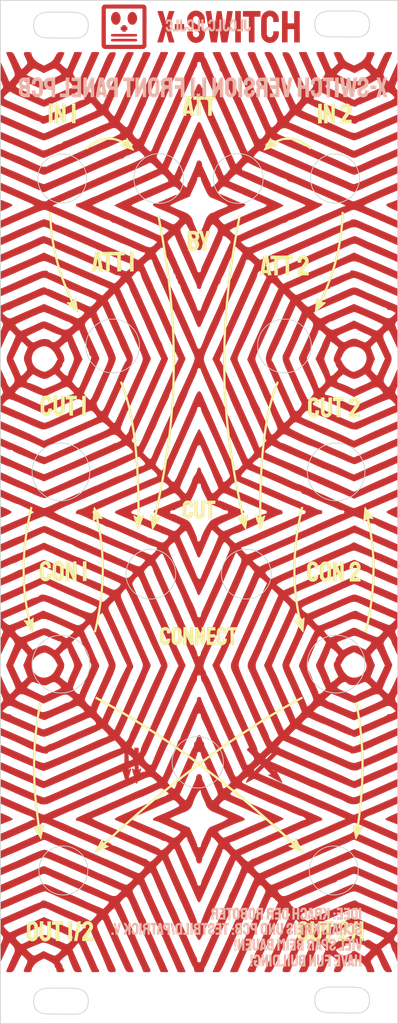
<source format=kicad_pcb>
(kicad_pcb (version 20171130) (host pcbnew "(5.1.9)-1")
  (layers (0 F.Cu signal) (31 B.Cu signal) (34 B.Paste user) (35 F.Paste user) (36 B.SilkS user) (37 F.SilkS user) (38 B.Mask user) (39 F.Mask user) (44 Edge.Cuts user))
  (net 0 "")
  (module LOGO (layer F.Cu) (at 26.7335 64.897)
    (fp_text reference G*** hide)
    (fp_text value LOGO hide)
  )
  (module LOGO (layer F.Cu) (at 26.7335 64.897)
    (fp_text reference G*** hide)
    (fp_text value LOGO hide)
    (fp_poly (pts (xy -8.248541 -62.75742) (xy -8.13721 -62.703635) (xy -8.035688 -62.621916) (xy -7.947405 -62.515016) (xy -7.875791 -62.385685) (xy -7.824277 -62.236676) (xy -7.796292 -62.070739) (xy -7.795059 -61.893533) (xy -7.826081 -61.700231) (xy -7.889217 -61.527856) (xy -7.982403 -61.380463) (xy -8.103573 -61.262106) (xy -8.124709 -61.246632) (xy -8.182154 -61.210934) (xy -8.238077 -61.190276) (xy -8.309245 -61.179804) (xy -8.367459 -61.176336) (xy -8.452478 -61.174665) (xy -8.512867 -61.181167) (xy -8.566108 -61.199681) (xy -8.629379 -61.233869) (xy -8.750289 -61.327902) (xy -8.846632 -61.450262) (xy -8.917976 -61.594495) (xy -8.963889 -61.754149) (xy -8.983939 -61.922771) (xy -8.977695 -62.093909) (xy -8.944724 -62.261109) (xy -8.884594 -62.417919) (xy -8.796875 -62.557887) (xy -8.72335 -62.638192) (xy -8.607085 -62.723658) (xy -8.486909 -62.770183) (xy -8.366251 -62.78052) (xy -8.248541 -62.75742)) (layer F.Cu) (width 0.01))
    (fp_poly (pts (xy -10.346158 -62.76782) (xy -10.280271 -62.741241) (xy -10.244752 -62.723107) (xy -10.12267 -62.635892) (xy -10.023561 -62.519057) (xy -9.94815 -62.378995) (xy -9.897162 -62.222102) (xy -9.871321 -62.054772) (xy -9.871352 -61.8834) (xy -9.897979 -61.71438) (xy -9.951927 -61.554107) (xy -10.033921 -61.408975) (xy -10.088179 -61.341283) (xy -10.199365 -61.246723) (xy -10.325128 -61.189019) (xy -10.45902 -61.169272) (xy -10.594591 -61.188585) (xy -10.705221 -61.235896) (xy -10.824422 -61.327712) (xy -10.921034 -61.449707) (xy -10.993612 -61.595383) (xy -11.040712 -61.758245) (xy -11.060889 -61.931796) (xy -11.052698 -62.109539) (xy -11.014693 -62.284979) (xy -10.966331 -62.409917) (xy -10.897714 -62.526451) (xy -10.810624 -62.630744) (xy -10.71601 -62.710492) (xy -10.67954 -62.732229) (xy -10.623519 -62.751844) (xy -10.545558 -62.7679) (xy -10.48904 -62.77458) (xy -10.408439 -62.777393) (xy -10.346158 -62.76782)) (layer F.Cu) (width 0.01))
    (fp_poly (pts (xy -9.2075 -60.917667) (xy -9.017 -60.917667) (xy -9.017 -60.494333) (xy -9.2075 -60.494333) (xy -9.2075 -60.303833) (xy -9.630833 -60.303833) (xy -9.630833 -60.494333) (xy -9.8425 -60.494333) (xy -9.8425 -60.917667) (xy -9.630833 -60.917667) (xy -9.630833 -61.108167) (xy -9.2075 -61.108167) (xy -9.2075 -60.917667)) (layer F.Cu) (width 0.01))
    (fp_poly (pts (xy -9.12709 -60.007452) (xy -8.871179 -60.007262) (xy -8.651826 -60.006863) (xy -8.466145 -60.006189) (xy -8.311249 -60.005172) (xy -8.184249 -60.003746) (xy -8.08226 -60.001843) (xy -8.002393 -59.999396) (xy -7.941762 -59.996339) (xy -7.89748 -59.992604) (xy -7.866658 -59.988124) (xy -7.84641 -59.982832) (xy -7.833849 -59.976661) (xy -7.826868 -59.970458) (xy -7.786148 -59.89871) (xy -7.780624 -59.824693) (xy -7.808634 -59.759122) (xy -7.866747 -59.713501) (xy -7.89385 -59.708468) (xy -7.952485 -59.704087) (xy -8.043961 -59.700338) (xy -8.169589 -59.697201) (xy -8.330679 -59.694657) (xy -8.528542 -59.692686) (xy -8.764488 -59.691268) (xy -9.039827 -59.690384) (xy -9.35587 -59.690015) (xy -9.438475 -59.69) (xy -9.728567 -59.69002) (xy -9.979318 -59.690135) (xy -10.193717 -59.690428) (xy -10.374755 -59.690982) (xy -10.525425 -59.691881) (xy -10.648716 -59.693209) (xy -10.747621 -59.695047) (xy -10.825129 -59.69748) (xy -10.884233 -59.700591) (xy -10.927922 -59.704463) (xy -10.959189 -59.70918) (xy -10.981023 -59.714824) (xy -10.996417 -59.721479) (xy -11.008361 -59.729228) (xy -11.014396 -59.73387) (xy -11.058704 -59.792878) (xy -11.070993 -59.865282) (xy -11.050373 -59.935789) (xy -11.027833 -59.965167) (xy -11.018987 -59.973142) (xy -11.007573 -59.980048) (xy -10.990668 -59.98596) (xy -10.965351 -59.990957) (xy -10.9287 -59.995114) (xy -10.877793 -59.99851) (xy -10.809708 -60.001221) (xy -10.721524 -60.003324) (xy -10.610317 -60.004896) (xy -10.473167 -60.006014) (xy -10.307151 -60.006757) (xy -10.109347 -60.007199) (xy -9.876834 -60.007419) (xy -9.606689 -60.007493) (xy -9.422447 -60.0075) (xy -9.12709 -60.007452)) (layer F.Cu) (width 0.01))
    (fp_poly (pts (xy -9.126062 -59.393629) (xy -8.872846 -59.393465) (xy -8.656057 -59.393102) (xy -8.472741 -59.392467) (xy -8.319944 -59.391485) (xy -8.194714 -59.390083) (xy -8.094096 -59.388188) (xy -8.015138 -59.385725) (xy -7.954886 -59.382622) (xy -7.910387 -59.378804) (xy -7.878686 -59.374198) (xy -7.856832 -59.36873) (xy -7.841869 -59.362327) (xy -7.830846 -59.354915) (xy -7.829778 -59.354061) (xy -7.792002 -59.305215) (xy -7.780867 -59.234917) (xy -7.792093 -59.164396) (xy -7.829778 -59.115773) (xy -7.840511 -59.10828) (xy -7.854857 -59.101794) (xy -7.875754 -59.096245) (xy -7.906144 -59.091558) (xy -7.948965 -59.087662) (xy -8.007158 -59.084483) (xy -8.083663 -59.081949) (xy -8.181419 -59.079988) (xy -8.303366 -59.078526) (xy -8.452444 -59.077491) (xy -8.631593 -59.07681) (xy -8.843753 -59.076411) (xy -9.091863 -59.076221) (xy -9.378863 -59.076168) (xy -9.432095 -59.076167) (xy -9.725624 -59.076191) (xy -9.97975 -59.076314) (xy -10.197406 -59.076615) (xy -10.381524 -59.07717) (xy -10.535034 -59.078059) (xy -10.660868 -59.079358) (xy -10.761958 -59.081146) (xy -10.841234 -59.0835) (xy -10.90163 -59.086497) (xy -10.946076 -59.090216) (xy -10.977503 -59.094735) (xy -10.998843 -59.100131) (xy -11.013028 -59.106482) (xy -11.022989 -59.113866) (xy -11.027833 -59.1185) (xy -11.064998 -59.182448) (xy -11.068817 -59.255828) (xy -11.040179 -59.323349) (xy -11.014396 -59.349797) (xy -11.003143 -59.358118) (xy -10.990059 -59.365314) (xy -10.972174 -59.371467) (xy -10.946518 -59.376658) (xy -10.910119 -59.38097) (xy -10.860008 -59.384483) (xy -10.793215 -59.387281) (xy -10.706768 -59.389443) (xy -10.597699 -59.391052) (xy -10.463035 -59.39219) (xy -10.299808 -59.392939) (xy -10.105046 -59.393379) (xy -9.87578 -59.393592) (xy -9.609039 -59.393661) (xy -9.418657 -59.393667) (xy -9.126062 -59.393629)) (layer F.Cu) (width 0.01))
    (fp_poly (pts (xy -0.186328 -0.575821) (xy -0.184583 -0.353635) (xy -0.182628 -0.169846) (xy -0.179834 -0.02052) (xy -0.175576 0.098278) (xy -0.169226 0.190482) (xy -0.160159 0.260026) (xy -0.147748 0.310846) (xy -0.131366 0.346874) (xy -0.110387 0.372046) (xy -0.084184 0.390295) (xy -0.052131 0.405557) (xy -0.028474 0.415483) (xy 0.024483 0.433617) (xy 0.06652 0.432038) (xy 0.12078 0.40967) (xy 0.123337 0.408423) (xy 0.159614 0.389878) (xy 0.189594 0.37033) (xy 0.213877 0.3458) (xy 0.233065 0.312308) (xy 0.247757 0.265873) (xy 0.258554 0.202517) (xy 0.266056 0.118258) (xy 0.270863 0.009118) (xy 0.273576 -0.128885) (xy 0.274795 -0.299729) (xy 0.27512 -0.507395) (xy 0.275134 -0.597958) (xy 0.275167 -1.418167) (xy 0.677333 -1.418167) (xy 0.677333 -0.564759) (xy 0.67715 -0.333852) (xy 0.676242 -0.140998) (xy 0.674072 0.018085) (xy 0.670104 0.147678) (xy 0.663801 0.252062) (xy 0.654625 0.335518) (xy 0.64204 0.402327) (xy 0.625509 0.45677) (xy 0.604495 0.503128) (xy 0.578461 0.545681) (xy 0.546871 0.588711) (xy 0.529961 0.610304) (xy 0.425099 0.710634) (xy 0.294898 0.784824) (xy 0.149788 0.829382) (xy 0.000195 0.840814) (xy -0.110971 0.824975) (xy -0.238416 0.77303) (xy -0.358266 0.687157) (xy -0.460973 0.575718) (xy -0.533374 0.455083) (xy -0.545317 0.428205) (xy -0.555162 0.401535) (xy -0.563144 0.370827) (xy -0.5695 0.331837) (xy -0.574464 0.280318) (xy -0.578273 0.212026) (xy -0.581161 0.122716) (xy -0.583364 0.008141) (xy -0.585117 -0.135944) (xy -0.586656 -0.313784) (xy -0.588216 -0.529624) (xy -0.588249 -0.534458) (xy -0.594415 -1.418167) (xy -0.192738 -1.418167) (xy -0.186328 -0.575821)) (layer F.Cu) (width 0.01))
    (fp_poly (pts (xy -1.883833 -60.579) (xy -3.049075 -60.579) (xy -3.037417 -61.24575) (xy -1.883833 -61.257014) (xy -1.883833 -60.579)) (layer F.Cu) (width 0.01))
    (fp_poly (pts (xy 12.647083 -62.875583) (xy 12.652484 -60.912375) (xy 12.657886 -58.949167) (xy 11.959167 -58.949167) (xy 11.959167 -60.621333) (xy 11.134158 -60.621333) (xy 11.128621 -59.790542) (xy 11.123083 -58.95975) (xy 10.780693 -58.953942) (xy 10.664958 -58.952948) (xy 10.564954 -58.953931) (xy 10.487942 -58.956672) (xy 10.441181 -58.960952) (xy 10.430411 -58.964525) (xy 10.429354 -58.98762) (xy 10.428516 -59.050064) (xy 10.427898 -59.148874) (xy 10.427499 -59.281066) (xy 10.427317 -59.443657) (xy 10.427352 -59.633664) (xy 10.427604 -59.848102) (xy 10.42807 -60.083988) (xy 10.428752 -60.338339) (xy 10.429647 -60.608171) (xy 10.430755 -60.890501) (xy 10.430939 -60.933542) (xy 10.439358 -62.886167) (xy 11.133667 -62.886167) (xy 11.133667 -61.341) (xy 11.959167 -61.341) (xy 11.959167 -62.887215) (xy 12.647083 -62.875583)) (layer F.Cu) (width 0.01))
    (fp_poly (pts (xy 7.725833 -62.187667) (xy 6.963652 -62.187667) (xy 6.969034 -60.573708) (xy 6.974417 -58.95975) (xy 6.632919 -58.953946) (xy 6.503705 -58.952219) (xy 6.410685 -58.952438) (xy 6.347743 -58.955089) (xy 6.308764 -58.960659) (xy 6.287635 -58.969634) (xy 6.278378 -58.982135) (xy 6.276276 -59.008331) (xy 6.274279 -59.073492) (xy 6.272414 -59.17425) (xy 6.270708 -59.307236) (xy 6.269188 -59.469083) (xy 6.267882 -59.656422) (xy 6.266816 -59.865886) (xy 6.266018 -60.094105) (xy 6.265515 -60.337711) (xy 6.265333 -60.593337) (xy 6.265333 -62.187667) (xy 5.89668 -62.187667) (xy 5.76016 -62.188835) (xy 5.650221 -62.192174) (xy 5.571337 -62.197436) (xy 5.527981 -62.204372) (xy 5.520972 -62.208529) (xy 5.518929 -62.235961) (xy 5.517935 -62.297901) (xy 5.518005 -62.386536) (xy 5.519156 -62.494052) (xy 5.520243 -62.557779) (xy 5.52657 -62.886167) (xy 7.725833 -62.886167) (xy 7.725833 -62.187667)) (layer F.Cu) (width 0.01))
    (fp_poly (pts (xy 5.249333 -58.949167) (xy 4.550833 -58.949167) (xy 4.550833 -62.886167) (xy 5.249333 -62.886167) (xy 5.249333 -58.949167)) (layer F.Cu) (width 0.01))
    (fp_poly (pts (xy 1.694708 -61.632042) (xy 1.726475 -61.408169) (xy 1.756596 -61.198123) (xy 1.784548 -61.005413) (xy 1.809805 -60.833546) (xy 1.831845 -60.686028) (xy 1.850143 -60.566368) (xy 1.864174 -60.478071) (xy 1.873416 -60.424646) (xy 1.877344 -60.4096) (xy 1.877356 -60.409667) (xy 1.881354 -60.436008) (xy 1.890839 -60.500367) (xy 1.905247 -60.598861) (xy 1.924012 -60.727609) (xy 1.946571 -60.882729) (xy 1.972358 -61.06034) (xy 2.000809 -61.25656) (xy 2.031359 -61.467508) (xy 2.052868 -61.616167) (xy 2.084655 -61.835466) (xy 2.11489 -62.043131) (xy 2.142987 -62.235213) (xy 2.168363 -62.40776) (xy 2.190433 -62.556821) (xy 2.208614 -62.678444) (xy 2.222321 -62.76868) (xy 2.230969 -62.823577) (xy 2.233625 -62.838542) (xy 2.239625 -62.857686) (xy 2.251988 -62.870862) (xy 2.277632 -62.879184) (xy 2.323475 -62.883765) (xy 2.396436 -62.88572) (xy 2.503434 -62.886162) (xy 2.529417 -62.886167) (xy 2.644017 -62.885894) (xy 2.723198 -62.884331) (xy 2.773873 -62.880366) (xy 2.802956 -62.872884) (xy 2.817361 -62.860772) (xy 2.824002 -62.842914) (xy 2.82501 -62.838542) (xy 2.82993 -62.809206) (xy 2.840264 -62.741898) (xy 2.855434 -62.640552) (xy 2.874862 -62.509103) (xy 2.897972 -62.351485) (xy 2.924185 -62.171632) (xy 2.952925 -61.97348) (xy 2.983613 -61.760964) (xy 3.005782 -61.606895) (xy 3.037263 -61.388307) (xy 3.067029 -61.182615) (xy 3.094528 -60.993574) (xy 3.119206 -60.824937) (xy 3.140511 -60.680455) (xy 3.15789 -60.563883) (xy 3.170791 -60.478973) (xy 3.17866 -60.429479) (xy 3.18091 -60.417867) (xy 3.184746 -60.43729) (xy 3.194041 -60.494987) (xy 3.208257 -60.587326) (xy 3.226852 -60.710676) (xy 3.249285 -60.861405) (xy 3.275015 -61.03588) (xy 3.303503 -61.230472) (xy 3.334206 -61.441546) (xy 3.364284 -61.649514) (xy 3.542653 -62.886167) (xy 3.887993 -62.886167) (xy 4.019302 -62.884948) (xy 4.123019 -62.881463) (xy 4.194792 -62.875973) (xy 4.230272 -62.868737) (xy 4.233333 -62.865559) (xy 4.229816 -62.842305) (xy 4.219675 -62.780909) (xy 4.203525 -62.68494) (xy 4.181983 -62.557965) (xy 4.155663 -62.403553) (xy 4.125181 -62.225271) (xy 4.091153 -62.026688) (xy 4.054194 -61.811372) (xy 4.014919 -61.58289) (xy 3.973944 -61.344811) (xy 3.931884 -61.100702) (xy 3.889356 -60.854133) (xy 3.846974 -60.60867) (xy 3.805354 -60.367883) (xy 3.765111 -60.135338) (xy 3.726862 -59.914604) (xy 3.691221 -59.70925) (xy 3.658803 -59.522842) (xy 3.630225 -59.35895) (xy 3.606102 -59.221141) (xy 3.58705 -59.112983) (xy 3.573683 -59.038045) (xy 3.566617 -58.999894) (xy 3.56597 -58.996792) (xy 3.560896 -58.97963) (xy 3.550602 -58.967183) (xy 3.529058 -58.958693) (xy 3.490234 -58.953403) (xy 3.428099 -58.950557) (xy 3.336625 -58.949398) (xy 3.20978 -58.949168) (xy 3.186606 -58.949167) (xy 3.052656 -58.949519) (xy 2.955105 -58.950963) (xy 2.888022 -58.954077) (xy 2.845475 -58.959442) (xy 2.821533 -58.967637) (xy 2.810264 -58.979243) (xy 2.807612 -58.986208) (xy 2.802579 -59.014303) (xy 2.792331 -59.079925) (xy 2.77751 -59.178675) (xy 2.758759 -59.306155) (xy 2.736723 -59.457965) (xy 2.712043 -59.629707) (xy 2.685365 -59.816982) (xy 2.663834 -59.969219) (xy 2.636311 -60.163641) (xy 2.610504 -60.344402) (xy 2.587022 -60.507351) (xy 2.566474 -60.648337) (xy 2.549467 -60.763208) (xy 2.536611 -60.847815) (xy 2.528514 -60.898007) (xy 2.525861 -60.910584) (xy 2.522044 -60.889342) (xy 2.512992 -60.830464) (xy 2.499327 -60.738239) (xy 2.481672 -60.616955) (xy 2.460647 -60.470903) (xy 2.436876 -60.304372) (xy 2.41098 -60.121651) (xy 2.39332 -59.996365) (xy 2.366007 -59.802513) (xy 2.340143 -59.619611) (xy 2.316401 -59.452362) (xy 2.295452 -59.305465) (xy 2.277967 -59.18362) (xy 2.264618 -59.091528) (xy 2.256077 -59.03389) (xy 2.253566 -59.017958) (xy 2.241748 -58.949167) (xy 1.871626 -58.949167) (xy 1.728411 -58.949988) (xy 1.62322 -58.952651) (xy 1.551772 -58.957454) (xy 1.509786 -58.964696) (xy 1.49298 -58.974676) (xy 1.492587 -58.975625) (xy 1.487798 -58.999871) (xy 1.476525 -59.062251) (xy 1.459382 -59.159197) (xy 1.436979 -59.287141) (xy 1.40993 -59.442514) (xy 1.378845 -59.621747) (xy 1.344338 -59.821271) (xy 1.307019 -60.03752) (xy 1.267501 -60.266922) (xy 1.226395 -60.505912) (xy 1.184314 -60.750919) (xy 1.14187 -60.998375) (xy 1.099674 -61.244711) (xy 1.058338 -61.48636) (xy 1.018475 -61.719753) (xy 0.980696 -61.94132) (xy 0.945613 -62.147494) (xy 0.913838 -62.334706) (xy 0.885984 -62.499387) (xy 0.862661 -62.63797) (xy 0.844482 -62.746884) (xy 0.832059 -62.822563) (xy 0.826004 -62.861437) (xy 0.8255 -62.865801) (xy 0.845859 -62.8734) (xy 0.90374 -62.879478) (xy 0.99435 -62.883751) (xy 1.112897 -62.885938) (xy 1.171582 -62.886167) (xy 1.517665 -62.886167) (xy 1.694708 -61.632042)) (layer F.Cu) (width 0.01))
    (fp_poly (pts (xy -3.301793 -62.885458) (xy -3.204835 -62.883096) (xy -3.141068 -62.878728) (xy -3.105931 -62.871999) (xy -3.094863 -62.862556) (xy -3.09533 -62.859708) (xy -3.103918 -62.834779) (xy -3.124728 -62.773893) (xy -3.156356 -62.681176) (xy -3.197397 -62.560752) (xy -3.246444 -62.416745) (xy -3.302094 -62.253279) (xy -3.362941 -62.074478) (xy -3.416211 -61.917893) (xy -3.727566 -61.002535) (xy -3.419509 -60.027066) (xy -3.357598 -59.83081) (xy -3.299316 -59.645648) (xy -3.245964 -59.475741) (xy -3.198842 -59.325253) (xy -3.159253 -59.198344) (xy -3.128496 -59.099179) (xy -3.107874 -59.031919) (xy -3.098686 -59.000727) (xy -3.098598 -59.000382) (xy -3.085744 -58.949167) (xy -3.783976 -58.949167) (xy -3.825595 -59.102625) (xy -3.84235 -59.165079) (xy -3.867874 -59.261092) (xy -3.900214 -59.383272) (xy -3.937415 -59.524226) (xy -3.977523 -59.676561) (xy -4.012851 -59.811032) (xy -4.051544 -59.956134) (xy -4.08735 -60.085974) (xy -4.118769 -60.195463) (xy -4.144302 -60.279515) (xy -4.162448 -60.333043) (xy -4.171709 -60.35096) (xy -4.171959 -60.350782) (xy -4.18051 -60.327325) (xy -4.198454 -60.267924) (xy -4.224389 -60.177569) (xy -4.256913 -60.06125) (xy -4.294624 -59.923957) (xy -4.33612 -59.77068) (xy -4.360571 -59.679417) (xy -4.403614 -59.51817) (xy -4.443444 -59.368994) (xy -4.478669 -59.237093) (xy -4.507901 -59.127671) (xy -4.529747 -59.045932) (xy -4.54282 -58.997081) (xy -4.545741 -58.986208) (xy -4.553104 -58.972396) (xy -4.570617 -58.962486) (xy -4.604391 -58.955845) (xy -4.660539 -58.951838) (xy -4.745173 -58.949831) (xy -4.864406 -58.949189) (xy -4.902552 -58.949167) (xy -5.018354 -58.950082) (xy -5.117756 -58.952615) (xy -5.193756 -58.956445) (xy -5.239351 -58.961252) (xy -5.249426 -58.965042) (xy -5.24319 -58.987746) (xy -5.225262 -59.046863) (xy -5.19687 -59.138491) (xy -5.159238 -59.258726) (xy -5.113592 -59.403669) (xy -5.06116 -59.569416) (xy -5.003166 -59.752065) (xy -4.940838 -59.947715) (xy -4.928512 -59.986333) (xy -4.607506 -60.99175) (xy -4.918212 -61.9125) (xy -4.981773 -62.101442) (xy -5.040946 -62.278466) (xy -5.094382 -62.439461) (xy -5.140736 -62.580316) (xy -5.178659 -62.696917) (xy -5.206805 -62.785155) (xy -5.223827 -62.840916) (xy -5.228543 -62.859708) (xy -5.217682 -62.870222) (xy -5.182433 -62.87777) (xy -5.118274 -62.882708) (xy -5.020688 -62.885388) (xy -4.890749 -62.886167) (xy -4.775672 -62.885199) (xy -4.676179 -62.882524) (xy -4.599649 -62.878488) (xy -4.553464 -62.873436) (xy -4.543293 -62.869923) (xy -4.535264 -62.846171) (xy -4.517383 -62.786788) (xy -4.491138 -62.69693) (xy -4.458019 -62.581751) (xy -4.419514 -62.446406) (xy -4.377111 -62.296051) (xy -4.361452 -62.240215) (xy -4.317843 -62.084876) (xy -4.277502 -61.941895) (xy -4.241947 -61.816598) (xy -4.212696 -61.714309) (xy -4.191268 -61.640354) (xy -4.179181 -61.600058) (xy -4.177481 -61.595) (xy -4.169211 -61.607286) (xy -4.150962 -61.655618) (xy -4.12417 -61.735279) (xy -4.090269 -61.841548) (xy -4.050696 -61.969708) (xy -4.006884 -62.115038) (xy -3.960271 -62.272822) (xy -3.91229 -62.438338) (xy -3.864377 -62.60687) (xy -3.817968 -62.773698) (xy -3.808898 -62.806792) (xy -3.787202 -62.886167) (xy -3.436503 -62.886167) (xy -3.301793 -62.885458)) (layer F.Cu) (width 0.01))
    (fp_poly (pts (xy 9.082411 -62.937337) (xy 9.280171 -62.891027) (xy 9.416569 -62.834566) (xy 9.525216 -62.765937) (xy 9.639782 -62.670697) (xy 9.7479 -62.560413) (xy 9.837204 -62.446655) (xy 9.84695 -62.431962) (xy 9.922612 -62.295614) (xy 9.974746 -62.152447) (xy 10.006035 -61.992147) (xy 10.019161 -61.804398) (xy 10.019795 -61.767622) (xy 10.022417 -61.520917) (xy 9.678458 -61.515101) (xy 9.3345 -61.509285) (xy 9.3345 -61.675301) (xy 9.325117 -61.836084) (xy 9.295742 -61.964476) (xy 9.244531 -62.066331) (xy 9.192267 -62.127325) (xy 9.11803 -62.192273) (xy 9.054065 -62.230098) (xy 8.985157 -62.247479) (xy 8.910148 -62.251167) (xy 8.784398 -62.231721) (xy 8.676822 -62.175759) (xy 8.591965 -62.086842) (xy 8.534369 -61.968532) (xy 8.529589 -61.952821) (xy 8.524964 -61.915447) (xy 8.520791 -61.839492) (xy 8.517145 -61.728709) (xy 8.514097 -61.586849) (xy 8.511723 -61.417665) (xy 8.510094 -61.224906) (xy 8.509284 -61.012326) (xy 8.509207 -60.907223) (xy 8.509413 -59.933417) (xy 8.560518 -59.823654) (xy 8.630905 -59.713271) (xy 8.722708 -59.639338) (xy 8.836793 -59.601296) (xy 8.913058 -59.595456) (xy 8.995015 -59.599912) (xy 9.056805 -59.617577) (xy 9.12005 -59.654891) (xy 9.125647 -59.658797) (xy 9.209491 -59.732653) (xy 9.26909 -59.822633) (xy 9.307484 -59.935841) (xy 9.327714 -60.079376) (xy 9.331085 -60.138562) (xy 9.339465 -60.347192) (xy 9.680941 -60.341388) (xy 10.022417 -60.335583) (xy 10.028688 -60.155667) (xy 10.024168 -59.945932) (xy 9.99347 -59.760144) (xy 9.934455 -59.587402) (xy 9.904652 -59.523892) (xy 9.786816 -59.331215) (xy 9.644033 -59.170348) (xy 9.47864 -59.043442) (xy 9.292977 -58.952644) (xy 9.276265 -58.946635) (xy 9.152103 -58.915532) (xy 9.00548 -58.897714) (xy 8.853762 -58.89398) (xy 8.714315 -58.905127) (xy 8.649421 -58.91782) (xy 8.455479 -58.988215) (xy 8.277785 -59.09451) (xy 8.121236 -59.23182) (xy 7.990733 -59.39526) (xy 7.891173 -59.579948) (xy 7.841363 -59.723474) (xy 7.832992 -59.776774) (xy 7.825771 -59.867178) (xy 7.819694 -59.989473) (xy 7.814755 -60.138444) (xy 7.810948 -60.308879) (xy 7.808269 -60.495563) (xy 7.806711 -60.693284) (xy 7.806268 -60.896827) (xy 7.806936 -61.10098) (xy 7.808708 -61.300528) (xy 7.811579 -61.490259) (xy 7.815543 -61.664957) (xy 7.820594 -61.819411) (xy 7.826727 -61.948406) (xy 7.833936 -62.046729) (xy 7.842216 -62.109166) (xy 7.843957 -62.116723) (xy 7.913515 -62.305311) (xy 8.017425 -62.479539) (xy 8.150092 -62.633955) (xy 8.305924 -62.763107) (xy 8.479326 -62.861542) (xy 8.664705 -62.923808) (xy 8.674083 -62.925852) (xy 8.876594 -62.949411) (xy 9.082411 -62.937337)) (layer F.Cu) (width 0.01))
    (fp_poly (pts (xy -0.10075 -62.908758) (xy 0.085922 -62.83972) (xy 0.258279 -62.737051) (xy 0.411672 -62.602303) (xy 0.541454 -62.437023) (xy 0.610599 -62.314667) (xy 0.655474 -62.217402) (xy 0.685082 -62.134888) (xy 0.704539 -62.048976) (xy 0.718957 -61.941518) (xy 0.720931 -61.923083) (xy 0.730416 -61.805536) (xy 0.736219 -61.677906) (xy 0.737438 -61.562572) (xy 0.736698 -61.5315) (xy 0.73025 -61.351583) (xy 0.386292 -61.345768) (xy 0.252234 -61.344238) (xy 0.155578 -61.345068) (xy 0.09144 -61.348558) (xy 0.054939 -61.355006) (xy 0.041191 -61.364712) (xy 0.04075 -61.366934) (xy 0.039184 -61.396968) (xy 0.035977 -61.460815) (xy 0.031551 -61.550006) (xy 0.026327 -61.65607) (xy 0.024552 -61.692284) (xy 0.018152 -61.812284) (xy 0.011555 -61.898618) (xy 0.003138 -61.959927) (xy -0.008725 -62.004854) (xy -0.025657 -62.042043) (xy -0.047972 -62.078157) (xy -0.132975 -62.169905) (xy -0.241859 -62.230124) (xy -0.365802 -62.254171) (xy -0.38278 -62.254397) (xy -0.488707 -62.241207) (xy -0.579602 -62.199438) (xy -0.668467 -62.123054) (xy -0.670744 -62.120681) (xy -0.729944 -62.047257) (xy -0.764899 -61.97021) (xy -0.780543 -61.875411) (xy -0.782702 -61.799997) (xy -0.775805 -61.698596) (xy -0.753326 -61.609642) (xy -0.711418 -61.528853) (xy -0.646236 -61.451948) (xy -0.553933 -61.374643) (xy -0.430664 -61.292657) (xy -0.272583 -61.201707) (xy -0.219555 -61.172978) (xy -0.055828 -61.084156) (xy 0.075834 -61.009914) (xy 0.181398 -60.946243) (xy 0.266832 -60.889134) (xy 0.338103 -60.834577) (xy 0.40118 -60.778564) (xy 0.462029 -60.717085) (xy 0.467061 -60.711724) (xy 0.575811 -60.580181) (xy 0.651408 -60.449367) (xy 0.700598 -60.305871) (xy 0.720167 -60.208583) (xy 0.733659 -59.998722) (xy 0.708744 -59.791082) (xy 0.64812 -59.591684) (xy 0.554486 -59.406552) (xy 0.43054 -59.241709) (xy 0.278981 -59.103177) (xy 0.201083 -59.050159) (xy 0.037302 -58.970668) (xy -0.146739 -58.917231) (xy -0.3384 -58.891847) (xy -0.52504 -58.896517) (xy -0.639812 -58.917154) (xy -0.836224 -58.988333) (xy -1.016393 -59.095568) (xy -1.175128 -59.234051) (xy -1.307239 -59.398972) (xy -1.407535 -59.585523) (xy -1.433155 -59.652129) (xy -1.457496 -59.729697) (xy -1.473522 -59.803783) (xy -1.483029 -59.887487) (xy -1.487817 -59.993906) (xy -1.488992 -60.058868) (xy -1.49225 -60.314417) (xy -1.155176 -60.320265) (xy -1.019352 -60.321735) (xy -0.920873 -60.320532) (xy -0.85482 -60.316361) (xy -0.816272 -60.308929) (xy -0.800959 -60.299098) (xy -0.793228 -60.266827) (xy -0.787143 -60.203542) (xy -0.783631 -60.120558) (xy -0.783143 -60.081583) (xy -0.775662 -59.946857) (xy -0.751462 -59.842959) (xy -0.706285 -59.760261) (xy -0.635871 -59.689132) (xy -0.596458 -59.659483) (xy -0.487451 -59.606703) (xy -0.371515 -59.591801) (xy -0.256703 -59.613064) (xy -0.151068 -59.668776) (xy -0.062662 -59.757222) (xy -0.049565 -59.775936) (xy 0.010691 -59.897855) (xy 0.029405 -60.017128) (xy 0.00669 -60.13151) (xy -0.057344 -60.238758) (xy -0.073501 -60.257408) (xy -0.121758 -60.298737) (xy -0.205348 -60.356464) (xy -0.321394 -60.428764) (xy -0.46702 -60.513815) (xy -0.564171 -60.568417) (xy -0.708265 -60.649176) (xy -0.82158 -60.714938) (xy -0.910884 -60.770265) (xy -0.982939 -60.819722) (xy -1.044513 -60.867872) (xy -1.102369 -60.91928) (xy -1.144638 -60.96) (xy -1.26103 -61.087064) (xy -1.346041 -61.211787) (xy -1.407484 -61.347825) (xy -1.449485 -61.492897) (xy -1.467277 -61.60046) (xy -1.477471 -61.730235) (xy -1.479832 -61.866602) (xy -1.474123 -61.993941) (xy -1.460109 -62.096631) (xy -1.458695 -62.103) (xy -1.402392 -62.265537) (xy -1.312135 -62.42702) (xy -1.195436 -62.577881) (xy -1.059809 -62.70855) (xy -0.912766 -62.809459) (xy -0.897614 -62.817602) (xy -0.700168 -62.898587) (xy -0.498444 -62.939742) (xy -0.297088 -62.942615) (xy -0.10075 -62.908758)) (layer F.Cu) (width 0.01))
    (fp_poly (pts (xy -8.047879 -63.708692) (xy -7.787765 -63.70799) (xy -7.563967 -63.706861) (xy -7.375282 -63.705299) (xy -7.220506 -63.703293) (xy -7.098438 -63.700838) (xy -7.007873 -63.697924) (xy -6.947608 -63.694544) (xy -6.916441 -63.690689) (xy -6.914893 -63.690281) (xy -6.85003 -63.66133) (xy -6.779538 -63.615304) (xy -6.752088 -63.592661) (xy -6.729798 -63.5734) (xy -6.709832 -63.556524) (xy -6.692065 -63.539724) (xy -6.676377 -63.520691) (xy -6.662646 -63.497117) (xy -6.650748 -63.466692) (xy -6.640562 -63.427108) (xy -6.631966 -63.376055) (xy -6.624838 -63.311225) (xy -6.619054 -63.23031) (xy -6.614495 -63.130999) (xy -6.611036 -63.010985) (xy -6.608556 -62.867958) (xy -6.606933 -62.699609) (xy -6.606045 -62.50363) (xy -6.60577 -62.277712) (xy -6.605984 -62.019545) (xy -6.606568 -61.726822) (xy -6.607397 -61.397233) (xy -6.60835 -61.028469) (xy -6.608707 -60.882443) (xy -6.614583 -58.423635) (xy -6.679023 -58.331859) (xy -6.737764 -58.265085) (xy -6.809873 -58.204899) (xy -6.837773 -58.187167) (xy -6.932083 -58.13425) (xy -9.398 -58.130601) (xy -9.718663 -58.130282) (xy -10.028198 -58.130276) (xy -10.323892 -58.130569) (xy -10.603033 -58.131143) (xy -10.862911 -58.131984) (xy -11.100812 -58.133076) (xy -11.314025 -58.134403) (xy -11.499839 -58.13595) (xy -11.655541 -58.1377) (xy -11.77842 -58.139638) (xy -11.865764 -58.141749) (xy -11.914861 -58.144017) (xy -11.924274 -58.145221) (xy -12.041116 -58.20165) (xy -12.137981 -58.289985) (xy -12.207972 -58.401871) (xy -12.244191 -58.528951) (xy -12.244749 -58.533464) (xy -12.246402 -58.568829) (xy -12.247881 -58.643683) (xy -12.249178 -58.755182) (xy -12.250287 -58.900483) (xy -12.251199 -59.076741) (xy -12.251908 -59.281112) (xy -12.252406 -59.510752) (xy -12.252685 -59.762818) (xy -12.252738 -60.034466) (xy -12.252557 -60.322851) (xy -12.252136 -60.62513) (xy -12.251465 -60.938458) (xy -12.251272 -61.012917) (xy -12.2454 -63.203667) (xy -11.726333 -63.203667) (xy -11.726333 -58.652833) (xy -7.112 -58.652833) (xy -7.112 -63.203667) (xy -11.726333 -63.203667) (xy -12.2454 -63.203667) (xy -12.244917 -63.383583) (xy -12.192 -63.477894) (xy -12.140791 -63.548599) (xy -12.074093 -63.615702) (xy -12.047308 -63.636644) (xy -11.955532 -63.701083) (xy -9.475558 -63.7074) (xy -9.058148 -63.708322) (xy -8.681868 -63.70885) (xy -8.345512 -63.708976) (xy -8.047879 -63.708692)) (layer F.Cu) (width 0.01))
    (fp_poly (pts (xy 24.992473 -39.192519) (xy 24.993648 -39.132906) (xy 24.994376 -39.040741) (xy 24.994645 -38.920913) (xy 24.994442 -38.778312) (xy 24.993753 -38.617828) (xy 24.992819 -38.476577) (xy 24.98725 -37.745988) (xy 24.648583 -37.891222) (xy 24.3711 -38.013063) (xy 24.133974 -38.123319) (xy 23.936896 -38.222166) (xy 23.779557 -38.309784) (xy 23.661649 -38.38635) (xy 23.582863 -38.452043) (xy 23.542889 -38.507042) (xy 23.537333 -38.532268) (xy 23.556722 -38.582144) (xy 23.61053 -38.637367) (xy 23.692223 -38.692573) (xy 23.791333 -38.740787) (xy 23.85847 -38.767551) (xy 23.955168 -38.804926) (xy 24.071214 -38.849021) (xy 24.196398 -38.895947) (xy 24.276265 -38.925546) (xy 24.406623 -38.974718) (xy 24.538639 -39.026435) (xy 24.660651 -39.075997) (xy 24.760993 -39.118706) (xy 24.803477 -39.137928) (xy 24.882089 -39.173671) (xy 24.944979 -39.200199) (xy 24.983368 -39.213917) (xy 24.990865 -39.214691) (xy 24.992473 -39.192519)) (layer F.Cu) (width 0.01))
    (fp_poly (pts (xy -24.706792 -39.101012) (xy -24.569136 -39.046274) (xy -24.411489 -38.984666) (xy -24.25362 -38.923859) (xy -24.119417 -38.873064) (xy -23.929716 -38.799592) (xy -23.769059 -38.732033) (xy -23.64046 -38.671792) (xy -23.546936 -38.620271) (xy -23.495592 -38.582842) (xy -23.471141 -38.548324) (xy -23.471879 -38.510888) (xy -23.500232 -38.468431) (xy -23.558624 -38.418851) (xy -23.64948 -38.360046) (xy -23.775225 -38.289911) (xy -23.918333 -38.216318) (xy -24.003729 -38.174607) (xy -24.111663 -38.123531) (xy -24.235225 -38.066194) (xy -24.367508 -38.0057) (xy -24.501601 -37.945153) (xy -24.630595 -37.887656) (xy -24.747582 -37.836314) (xy -24.845651 -37.79423) (xy -24.917895 -37.764509) (xy -24.952714 -37.751635) (xy -24.997833 -37.737314) (xy -24.997833 -39.218191) (xy -24.706792 -39.101012)) (layer F.Cu) (width 0.01))
    (fp_poly (pts (xy 24.993024 -0.35611) (xy 24.994707 -0.1957) (xy 24.99539 -0.01427) (xy 24.995073 0.169361) (xy 24.993756 0.336375) (xy 24.993024 0.38961) (xy 24.98725 0.755303) (xy 24.595667 0.583059) (xy 24.335919 0.466395) (xy 24.115805 0.362281) (xy 23.93465 0.270325) (xy 23.791779 0.190135) (xy 23.68652 0.121318) (xy 23.618199 0.063484) (xy 23.586141 0.01624) (xy 23.583735 -0.00546) (xy 23.60927 -0.049429) (xy 23.673915 -0.105604) (xy 23.776455 -0.173309) (xy 23.915675 -0.251868) (xy 24.090358 -0.340605) (xy 24.299291 -0.438843) (xy 24.541257 -0.545906) (xy 24.601788 -0.57185) (xy 24.98725 -0.736137) (xy 24.993024 -0.35611)) (layer F.Cu) (width 0.01))
    (fp_poly (pts (xy -24.891791 -0.701523) (xy -24.787731 -0.657192) (xy -24.666992 -0.605047) (xy -24.537372 -0.548518) (xy -24.406669 -0.491036) (xy -24.28268 -0.436034) (xy -24.173203 -0.386941) (xy -24.086036 -0.34719) (xy -24.028977 -0.320211) (xy -24.024167 -0.317816) (xy -23.930511 -0.26788) (xy -23.832565 -0.21097) (xy -23.739361 -0.152846) (xy -23.65993 -0.09927) (xy -23.603302 -0.056) (xy -23.58349 -0.036735) (xy -23.569316 -0.001975) (xy -23.580714 0.038414) (xy -23.619199 0.085302) (xy -23.686287 0.139554) (xy -23.783492 0.20204) (xy -23.91233 0.273626) (xy -24.074317 0.35518) (xy -24.270967 0.447571) (xy -24.503796 0.551664) (xy -24.77432 0.668329) (xy -24.929042 0.733684) (xy -24.997833 0.762568) (xy -24.997833 0.008603) (xy -24.997544 -0.197281) (xy -24.996595 -0.364178) (xy -24.994868 -0.495432) (xy -24.992244 -0.594388) (xy -24.988604 -0.664389) (xy -24.983829 -0.708778) (xy -24.9778 -0.7309) (xy -24.971375 -0.734608) (xy -24.891791 -0.701523)) (layer F.Cu) (width 0.01))
    (fp_poly (pts (xy 24.997833 38.482395) (xy 24.997521 38.687294) (xy 24.996504 38.853231) (xy 24.994661 38.983572) (xy 24.991872 39.081685) (xy 24.988016 39.150936) (xy 24.982972 39.194692) (xy 24.976619 39.216319) (xy 24.971375 39.220099) (xy 24.938332 39.210804) (xy 24.881896 39.188799) (xy 24.839083 39.170062) (xy 24.784798 39.146803) (xy 24.699587 39.112121) (xy 24.592154 39.069478) (xy 24.471204 39.022332) (xy 24.362833 38.980755) (xy 24.144333 38.897424) (xy 23.96229 38.827445) (xy 23.813529 38.769284) (xy 23.694878 38.721411) (xy 23.603163 38.682294) (xy 23.535208 38.6504) (xy 23.487841 38.624197) (xy 23.457887 38.602154) (xy 23.442172 38.582739) (xy 23.437523 38.56442) (xy 23.440766 38.545666) (xy 23.443762 38.537173) (xy 23.478115 38.492124) (xy 23.550323 38.434377) (xy 23.658233 38.365065) (xy 23.799691 38.285321) (xy 23.972543 38.196277) (xy 24.174634 38.099066) (xy 24.403809 37.99482) (xy 24.657916 37.884672) (xy 24.791458 37.828646) (xy 24.997833 37.742957) (xy 24.997833 38.482395)) (layer F.Cu) (width 0.01))
    (fp_poly (pts (xy -24.675042 37.880413) (xy -24.38303 38.006486) (xy -24.131012 38.120426) (xy -23.918503 38.2225) (xy -23.745021 38.312977) (xy -23.610084 38.392123) (xy -23.513206 38.460205) (xy -23.453906 38.517491) (xy -23.4317 38.564249) (xy -23.4315 38.568535) (xy -23.439418 38.590829) (xy -23.465621 38.615786) (xy -23.513785 38.645187) (xy -23.587583 38.680811) (xy -23.690692 38.724438) (xy -23.826786 38.777847) (xy -23.992417 38.840175) (xy -24.181408 38.911911) (xy -24.394259 38.995357) (xy -24.616309 39.084658) (xy -24.832899 39.17396) (xy -24.918458 39.209953) (xy -24.997833 39.243568) (xy -24.997833 37.743685) (xy -24.675042 37.880413)) (layer F.Cu) (width 0.01))
    (fp_poly (pts (xy 13.979558 -56.638751) (xy 14.118995 -56.319904) (xy 14.254202 -56.012111) (xy 14.383896 -55.718232) (xy 14.506795 -55.441126) (xy 14.621618 -55.183653) (xy 14.727081 -54.948672) (xy 14.821902 -54.739044) (xy 14.904799 -54.557628) (xy 14.97449 -54.407283) (xy 15.029693 -54.29087) (xy 15.0603 -54.228569) (xy 15.135023 -54.080189) (xy 15.192803 -54.110135) (xy 15.244802 -54.147048) (xy 15.314384 -54.210335) (xy 15.394175 -54.292174) (xy 15.476801 -54.384746) (xy 15.554887 -54.480228) (xy 15.604239 -54.5465) (xy 15.675413 -54.654287) (xy 15.740095 -54.765699) (xy 15.794003 -54.872056) (xy 15.817057 -54.927021) (xy 17.312998 -54.927021) (xy 17.699957 -54.738841) (xy 18.029395 -54.580952) (xy 18.324927 -54.44446) (xy 18.588778 -54.328695) (xy 18.823168 -54.232989) (xy 19.03032 -54.15667) (xy 19.212455 -54.099069) (xy 19.371797 -54.059516) (xy 19.510568 -54.03734) (xy 19.630989 -54.031873) (xy 19.735282 -54.042445) (xy 19.825671 -54.068384) (xy 19.864917 -54.086172) (xy 19.996247 -54.152612) (xy 20.113278 -54.209424) (xy 20.226522 -54.26124) (xy 20.346492 -54.312693) (xy 20.483702 -54.368415) (xy 20.648665 -54.433039) (xy 20.676879 -54.443951) (xy 20.900522 -54.532843) (xy 21.094592 -54.615178) (xy 21.256816 -54.689863) (xy 21.384919 -54.755803) (xy 21.476628 -54.811907) (xy 21.52482 -54.851629) (xy 21.571988 -54.901836) (xy 21.525348 -54.994043) (xy 21.487405 -55.051477) (xy 21.423981 -55.128737) (xy 21.342206 -55.218653) (xy 21.249208 -55.314057) (xy 21.152116 -55.407778) (xy 21.058059 -55.492647) (xy 20.974164 -55.561494) (xy 20.928804 -55.594028) (xy 20.857078 -55.638109) (xy 20.804364 -55.660446) (xy 20.756677 -55.665816) (xy 20.726527 -55.663136) (xy 20.657229 -55.647399) (xy 20.56629 -55.61526) (xy 20.450862 -55.565415) (xy 20.308097 -55.496561) (xy 20.135148 -55.407394) (xy 19.946557 -55.306098) (xy 19.830188 -55.243199) (xy 19.72602 -55.187866) (xy 19.639893 -55.143123) (xy 19.577649 -55.111994) (xy 19.545131 -55.097503) (xy 19.542281 -55.096833) (xy 19.518021 -55.105689) (xy 19.46158 -55.130458) (xy 19.378801 -55.168446) (xy 19.275526 -55.216958) (xy 19.157597 -55.273298) (xy 19.111391 -55.295602) (xy 18.904902 -55.393252) (xy 18.715021 -55.47848) (xy 18.545806 -55.54965) (xy 18.401316 -55.605125) (xy 18.285608 -55.643267) (xy 18.202741 -55.66244) (xy 18.201699 -55.662584) (xy 18.10855 -55.656082) (xy 18.040019 -55.629071) (xy 17.952963 -55.576451) (xy 17.850626 -55.50167) (xy 17.740584 -55.411662) (xy 17.630408 -55.313365) (xy 17.527674 -55.213712) (xy 17.439955 -55.11964) (xy 17.374824 -55.038084) (xy 17.348647 -54.995957) (xy 17.312998 -54.927021) (xy 15.817057 -54.927021) (xy 15.832853 -54.96468) (xy 15.852365 -55.034892) (xy 15.853833 -55.05236) (xy 15.847411 -55.098406) (xy 15.827568 -55.168176) (xy 15.793436 -55.263798) (xy 15.744146 -55.387398) (xy 15.678833 -55.541103) (xy 15.596628 -55.72704) (xy 15.496664 -55.947337) (xy 15.428122 -56.096197) (xy 15.292403 -56.390401) (xy 15.17414 -56.648483) (xy 15.072471 -56.872489) (xy 14.986535 -57.064463) (xy 14.91547 -57.226449) (xy 14.858415 -57.360492) (xy 14.814509 -57.468635) (xy 14.782889 -57.552925) (xy 14.762696 -57.615404) (xy 14.753066 -57.658117) (xy 14.753139 -57.683109) (xy 14.756654 -57.689709) (xy 14.79234 -57.704569) (xy 14.8643 -57.717718) (xy 14.966491 -57.728613) (xy 15.092867 -57.736715) (xy 15.237387 -57.741482) (xy 15.346604 -57.742544) (xy 15.675458 -57.742667) (xy 15.810304 -57.419875) (xy 15.958576 -57.066734) (xy 16.091903 -56.752965) (xy 16.210375 -56.478365) (xy 16.314084 -56.242733) (xy 16.403123 -56.045867) (xy 16.477584 -55.887567) (xy 16.537558 -55.767631) (xy 16.583136 -55.685858) (xy 16.614412 -55.642045) (xy 16.624447 -55.63441) (xy 16.675845 -55.636477) (xy 16.752234 -55.672351) (xy 16.853365 -55.741853) (xy 16.978988 -55.844805) (xy 17.128853 -55.981029) (xy 17.184046 -56.033699) (xy 17.278113 -56.124762) (xy 17.36128 -56.205952) (xy 17.428893 -56.272672) (xy 17.4763 -56.320322) (xy 17.498848 -56.344306) (xy 17.500019 -56.345968) (xy 17.492817 -56.367818) (xy 17.469569 -56.422682) (xy 17.432599 -56.505433) (xy 17.384231 -56.610944) (xy 17.326786 -56.73409) (xy 17.264522 -56.865684) (xy 17.172338 -57.060389) (xy 17.097836 -57.220733) (xy 17.039688 -57.350184) (xy 16.996569 -57.452208) (xy 16.967151 -57.530271) (xy 16.950107 -57.587838) (xy 16.944111 -57.628376) (xy 16.947836 -57.655352) (xy 16.956872 -57.669444) (xy 17.00402 -57.694962) (xy 17.083759 -57.715732) (xy 17.186545 -57.731088) (xy 17.302833 -57.740365) (xy 17.423077 -57.742896) (xy 17.537734 -57.738016) (xy 17.637258 -57.725058) (xy 17.665324 -57.718854) (xy 17.734982 -57.691975) (xy 17.799434 -57.645351) (xy 17.862126 -57.574543) (xy 17.926501 -57.475114) (xy 17.996005 -57.342627) (xy 18.053764 -57.218466) (xy 18.125396 -57.062377) (xy 18.19141 -56.930534) (xy 18.256492 -56.818737) (xy 18.32533 -56.722783) (xy 18.40261 -56.638472) (xy 18.49302 -56.561602) (xy 18.601247 -56.487972) (xy 18.731978 -56.41338) (xy 18.8899 -56.333626) (xy 19.0797 -56.244507) (xy 19.202975 -56.188349) (xy 19.514701 -56.047233) (xy 19.839573 -56.203736) (xy 20.015814 -56.291112) (xy 20.16082 -56.369426) (xy 20.283058 -56.444309) (xy 20.390994 -56.521392) (xy 20.493094 -56.606307) (xy 20.597825 -56.704686) (xy 20.608435 -56.71515) (xy 20.737382 -56.855272) (xy 20.851422 -57.003668) (xy 20.94673 -57.153633) (xy 21.019478 -57.29846) (xy 21.065843 -57.431445) (xy 21.082 -57.545205) (xy 21.088365 -57.605106) (xy 21.110458 -57.651188) (xy 21.152772 -57.6851) (xy 21.219801 -57.708492) (xy 21.316039 -57.723015) (xy 21.44598 -57.730318) (xy 21.590955 -57.732083) (xy 21.741265 -57.730188) (xy 21.860505 -57.722191) (xy 21.949902 -57.704628) (xy 22.010684 -57.674035) (xy 22.044078 -57.626947) (xy 22.051311 -57.5599) (xy 22.03361 -57.46943) (xy 21.992203 -57.352071) (xy 21.928317 -57.20436) (xy 21.84318 -57.022832) (xy 21.842622 -57.021664) (xy 21.751516 -56.826771) (xy 21.681278 -56.666937) (xy 21.631337 -56.540716) (xy 21.601125 -56.446661) (xy 21.590074 -56.383328) (xy 21.59 -56.379112) (xy 21.605041 -56.328272) (xy 21.646706 -56.255492) (xy 21.709803 -56.166762) (xy 21.789143 -56.068073) (xy 21.879536 -55.965414) (xy 21.975791 -55.864775) (xy 22.072719 -55.772146) (xy 22.165129 -55.693517) (xy 22.217999 -55.654342) (xy 22.280507 -55.612209) (xy 22.318219 -55.59181) (xy 22.341007 -55.590583) (xy 22.358741 -55.605964) (xy 22.366346 -55.615815) (xy 22.389518 -55.651891) (xy 22.424135 -55.714099) (xy 22.471112 -55.804281) (xy 22.531366 -55.924277) (xy 22.60581 -56.075927) (xy 22.695363 -56.261072) (xy 22.800938 -56.481553) (xy 22.88744 -56.663323) (xy 22.997754 -56.895133) (xy 23.092647 -57.091572) (xy 23.174856 -57.255511) (xy 23.247119 -57.389821) (xy 23.312173 -57.497372) (xy 23.372757 -57.581035) (xy 23.431607 -57.64368) (xy 23.491462 -57.688178) (xy 23.555059 -57.717398) (xy 23.625136 -57.734213) (xy 23.704431 -57.741491) (xy 23.795681 -57.742104) (xy 23.901623 -57.738923) (xy 23.912883 -57.738515) (xy 24.020208 -57.732825) (xy 24.11519 -57.724462) (xy 24.188021 -57.714511) (xy 24.228888 -57.704056) (xy 24.230044 -57.703472) (xy 24.277172 -57.67821) (xy 24.233624 -57.567563) (xy 24.215138 -57.523076) (xy 24.181643 -57.445032) (xy 24.135371 -57.338534) (xy 24.078556 -57.208687) (xy 24.013431 -57.060596) (xy 23.942231 -56.899366) (xy 23.867188 -56.7301) (xy 23.865663 -56.726667) (xy 23.725584 -56.409095) (xy 23.603521 -56.127395) (xy 23.49868 -55.879515) (xy 23.410268 -55.663403) (xy 23.337489 -55.477006) (xy 23.279551 -55.318272) (xy 23.235658 -55.185149) (xy 23.205017 -55.075584) (xy 23.186832 -54.987525) (xy 23.18358 -54.9641) (xy 23.179963 -54.908082) (xy 23.186432 -54.857082) (xy 23.206389 -54.797961) (xy 23.243236 -54.717578) (xy 23.252082 -54.699517) (xy 23.289456 -54.629297) (xy 23.33177 -54.563442) (xy 23.385025 -54.49439) (xy 23.455222 -54.414579) (xy 23.548361 -54.316448) (xy 23.589612 -54.274213) (xy 23.846559 -54.012509) (xy 24.416904 -55.274015) (xy 24.98725 -56.53552) (xy 24.992738 -55.463078) (xy 24.998225 -54.390635) (xy 24.868457 -54.062544) (xy 24.790055 -53.861578) (xy 24.728513 -53.697615) (xy 24.683286 -53.569067) (xy 24.653827 -53.474348) (xy 24.639589 -53.411871) (xy 24.638 -53.393256) (xy 24.65126 -53.342591) (xy 24.6876 -53.268761) (xy 24.741858 -53.180137) (xy 24.808871 -53.085091) (xy 24.883479 -52.991994) (xy 24.890252 -52.984155) (xy 24.997833 -52.860466) (xy 24.997833 -51.980664) (xy 24.997561 -51.75403) (xy 24.996684 -51.566619) (xy 24.995109 -51.415322) (xy 24.992744 -51.297032) (xy 24.989497 -51.208641) (xy 24.985275 -51.147042) (xy 24.979986 -51.109126) (xy 24.973537 -51.091785) (xy 24.971375 -51.090136) (xy 24.923511 -51.070115) (xy 24.840541 -51.034707) (xy 24.726136 -50.985508) (xy 24.583965 -50.924119) (xy 24.417698 -50.852138) (xy 24.231005 -50.771164) (xy 24.027556 -50.682796) (xy 23.811021 -50.588634) (xy 23.58507 -50.490275) (xy 23.353373 -50.389319) (xy 23.119599 -50.287365) (xy 22.887418 -50.186012) (xy 22.660501 -50.086859) (xy 22.442517 -49.991504) (xy 22.237136 -49.901547) (xy 22.048029 -49.818586) (xy 21.878864 -49.744221) (xy 21.733312 -49.680051) (xy 21.632333 -49.635351) (xy 21.377089 -49.522329) (xy 21.157056 -49.42553) (xy 20.968928 -49.343611) (xy 20.809401 -49.275227) (xy 20.67517 -49.219034) (xy 20.56293 -49.173689) (xy 20.469375 -49.137846) (xy 20.391201 -49.110162) (xy 20.325102 -49.089293) (xy 20.267773 -49.073894) (xy 20.231925 -49.065823) (xy 20.132306 -49.033107) (xy 20.017265 -48.972188) (xy 19.883106 -48.880904) (xy 19.781612 -48.802427) (xy 19.701896 -48.753203) (xy 19.614706 -48.731623) (xy 19.511987 -48.737244) (xy 19.385685 -48.769624) (xy 19.357256 -48.779144) (xy 19.261777 -48.809098) (xy 19.20337 -48.820177) (xy 19.181455 -48.813117) (xy 19.164729 -48.805887) (xy 19.118317 -48.800066) (xy 19.039908 -48.795574) (xy 18.927193 -48.792331) (xy 18.777859 -48.790258) (xy 18.589597 -48.789275) (xy 18.487319 -48.789167) (xy 17.801167 -48.789167) (xy 17.801755 -49.006125) (xy 17.802703 -49.105368) (xy 17.806427 -49.173099) (xy 17.815214 -49.220135) (xy 17.83135 -49.257294) (xy 17.85712 -49.295394) (xy 17.865152 -49.30609) (xy 17.900138 -49.354993) (xy 17.919915 -49.38793) (xy 17.921697 -49.395358) (xy 17.901003 -49.405525) (xy 17.848296 -49.429265) (xy 17.770479 -49.4636) (xy 17.674452 -49.505552) (xy 17.56712 -49.552141) (xy 17.455382 -49.600391) (xy 17.346143 -49.647321) (xy 17.246304 -49.689954) (xy 17.162766 -49.725311) (xy 17.102433 -49.750413) (xy 17.072206 -49.762282) (xy 17.07014 -49.762833) (xy 17.067351 -49.742652) (xy 17.06487 -49.686046) (xy 17.062817 -49.598925) (xy 17.06131 -49.487198) (xy 17.060469 -49.356773) (xy 17.060333 -49.276) (xy 17.060333 -48.789167) (xy 16.710893 -48.789167) (xy 16.425238 -49.397708) (xy 16.179327 -49.921583) (xy 18.883754 -49.921583) (xy 19.162669 -49.811476) (xy 19.269733 -49.77111) (xy 19.368726 -49.737237) (xy 19.450153 -49.712868) (xy 19.504519 -49.701013) (xy 19.513154 -49.700351) (xy 19.564766 -49.706751) (xy 19.642757 -49.724742) (xy 19.733866 -49.751059) (xy 19.777738 -49.765476) (xy 19.844319 -49.790605) (xy 19.942956 -49.830963) (xy 20.067366 -49.883828) (xy 20.211266 -49.946477) (xy 20.368375 -50.016188) (xy 20.532409 -50.090237) (xy 20.626917 -50.133489) (xy 21.163564 -50.378709) (xy 21.685133 -50.613719) (xy 22.187255 -50.836597) (xy 22.665562 -51.045421) (xy 23.115686 -51.238268) (xy 23.533256 -51.413217) (xy 23.569083 -51.428016) (xy 23.714756 -51.488921) (xy 23.857567 -51.550107) (xy 23.989535 -51.608043) (xy 24.102678 -51.6592) (xy 24.189015 -51.700048) (xy 24.222737 -51.717134) (xy 24.330522 -51.779336) (xy 24.42591 -51.844092) (xy 24.502574 -51.906239) (xy 24.554186 -51.960614) (xy 24.574421 -52.002055) (xy 24.5745 -52.004155) (xy 24.558697 -52.058738) (xy 24.514611 -52.132793) (xy 24.447224 -52.219612) (xy 24.361519 -52.312484) (xy 24.30554 -52.366333) (xy 24.124591 -52.514813) (xy 23.945789 -52.625655) (xy 23.801953 -52.68736) (xy 23.690799 -52.724886) (xy 23.471191 -52.613719) (xy 23.33721 -52.547373) (xy 23.177072 -52.470565) (xy 22.994439 -52.384887) (xy 22.792967 -52.291931) (xy 22.576319 -52.193287) (xy 22.348151 -52.090548) (xy 22.112124 -51.985305) (xy 21.871897 -51.879149) (xy 21.631129 -51.773673) (xy 21.393479 -51.670467) (xy 21.162608 -51.571122) (xy 20.942173 -51.477232) (xy 20.735834 -51.390386) (xy 20.547252 -51.312177) (xy 20.380084 -51.244196) (xy 20.23799 -51.188035) (xy 20.124629 -51.145285) (xy 20.043661 -51.117538) (xy 20.009622 -51.108189) (xy 19.960898 -51.087228) (xy 19.895214 -51.045507) (xy 19.826055 -50.991683) (xy 19.820089 -50.986513) (xy 19.697515 -50.879252) (xy 19.558966 -50.891058) (xy 19.472195 -50.904277) (xy 19.36605 -50.928775) (xy 19.260348 -50.959825) (xy 19.236902 -50.967849) (xy 19.155093 -50.996364) (xy 19.089107 -51.018512) (xy 19.04855 -51.03111) (xy 19.04081 -51.032833) (xy 19.043405 -51.017149) (xy 19.064415 -50.977443) (xy 19.079237 -50.953458) (xy 19.133269 -50.853095) (xy 19.16408 -50.750239) (xy 19.17482 -50.630865) (xy 19.172545 -50.538061) (xy 19.16117 -50.428427) (xy 19.137163 -50.331512) (xy 19.095887 -50.23596) (xy 19.032703 -50.13042) (xy 18.968235 -50.038) (xy 18.883754 -49.921583) (xy 16.179327 -49.921583) (xy 16.169391 -49.94275) (xy 16.637 -49.94275) (xy 16.647583 -49.932167) (xy 16.658167 -49.94275) (xy 16.647583 -49.953333) (xy 16.637 -49.94275) (xy 16.169391 -49.94275) (xy 16.139583 -50.00625) (xy 16.132413 -49.900417) (xy 16.130898 -49.845418) (xy 16.131057 -49.757031) (xy 16.132756 -49.644165) (xy 16.135865 -49.515726) (xy 16.139965 -49.388507) (xy 16.154688 -48.982431) (xy 16.454052 -48.851584) (xy 16.534682 -48.81594) (xy 16.648477 -48.76505) (xy 16.790125 -48.701317) (xy 16.954312 -48.627146) (xy 17.135725 -48.544941) (xy 17.329051 -48.457104) (xy 17.528977 -48.366041) (xy 17.7165 -48.280414) (xy 17.991541 -48.154944) (xy 18.231478 -48.04621) (xy 18.439521 -47.952938) (xy 18.618877 -47.873851) (xy 18.772753 -47.807676) (xy 18.904359 -47.753138) (xy 19.016901 -47.708961) (xy 19.113588 -47.673871) (xy 19.197627 -47.646593) (xy 19.272227 -47.625853) (xy 19.340595 -47.610374) (xy 19.40594 -47.598883) (xy 19.445468 -47.593316) (xy 19.509668 -47.587369) (xy 19.573036 -47.58774) (xy 19.64036 -47.595971) (xy 19.716429 -47.613607) (xy 19.806032 -47.642192) (xy 19.913957 -47.68327) (xy 20.044992 -47.738385) (xy 20.203927 -47.809082) (xy 20.395551 -47.896904) (xy 20.41525 -47.906018) (xy 20.526495 -47.95686) (xy 20.671552 -48.022027) (xy 20.851002 -48.101772) (xy 21.065425 -48.196351) (xy 21.315404 -48.306018) (xy 21.601518 -48.431027) (xy 21.92435 -48.571633) (xy 22.284479 -48.728089) (xy 22.682487 -48.900652) (xy 23.0505 -49.059961) (xy 23.255987 -49.149042) (xy 23.46985 -49.242084) (xy 23.684577 -49.335797) (xy 23.892654 -49.42689) (xy 24.086569 -49.512074) (xy 24.258811 -49.588057) (xy 24.401866 -49.65155) (xy 24.436917 -49.6672) (xy 24.574191 -49.728553) (xy 24.699416 -49.784431) (xy 24.807192 -49.832432) (xy 24.892118 -49.870153) (xy 24.948795 -49.895192) (xy 24.971375 -49.904973) (xy 24.980277 -49.89973) (xy 24.987071 -49.873279) (xy 24.99199 -49.821552) (xy 24.995266 -49.740477) (xy 24.997131 -49.625984) (xy 24.997817 -49.474003) (xy 24.997833 -49.440931) (xy 24.997833 -48.966332) (xy 22.907625 -48.048795) (xy 22.53414 -47.884892) (xy 22.197052 -47.737079) (xy 21.894024 -47.604368) (xy 21.622718 -47.48577) (xy 21.380796 -47.380295) (xy 21.16592 -47.286955) (xy 20.975753 -47.204759) (xy 20.807958 -47.13272) (xy 20.660196 -47.069848) (xy 20.530131 -47.015153) (xy 20.415424 -46.967646) (xy 20.313738 -46.926339) (xy 20.222735 -46.890242) (xy 20.140077 -46.858366) (xy 20.063428 -46.829722) (xy 19.990449 -46.80332) (xy 19.918802 -46.778172) (xy 19.846151 -46.753288) (xy 19.845696 -46.753134) (xy 19.726255 -46.712891) (xy 19.638782 -46.684858) (xy 19.575197 -46.667522) (xy 19.52742 -46.659372) (xy 19.487373 -46.658896) (xy 19.446975 -46.664582) (xy 19.41178 -46.671938) (xy 19.303986 -46.701058) (xy 19.160404 -46.748956) (xy 18.98283 -46.81493) (xy 18.773062 -46.898281) (xy 18.532897 -46.998307) (xy 18.264132 -47.114307) (xy 18.164401 -47.158216) (xy 17.86212 -47.291301) (xy 17.589551 -47.409881) (xy 17.338148 -47.517575) (xy 17.099366 -47.618002) (xy 16.864659 -47.71478) (xy 16.625482 -47.811529) (xy 16.557204 -47.838844) (xy 16.267701 -47.955434) (xy 16.013603 -48.060047) (xy 15.790347 -48.154657) (xy 15.59337 -48.241237) (xy 15.418108 -48.321758) (xy 15.259997 -48.398195) (xy 15.237685 -48.409327) (xy 15.068569 -48.492398) (xy 14.879746 -48.582286) (xy 14.676788 -48.676559) (xy 14.465267 -48.772784) (xy 14.250759 -48.868529) (xy 14.038834 -48.961361) (xy 13.835067 -49.048848) (xy 13.645031 -49.128557) (xy 13.474299 -49.198056) (xy 13.328443 -49.254913) (xy 13.217135 -49.295211) (xy 15.4305 -49.295211) (xy 15.562792 -49.236129) (xy 15.695083 -49.177046) (xy 15.700717 -49.759581) (xy 15.701624 -49.912563) (xy 15.701354 -50.051559) (xy 15.700005 -50.170988) (xy 15.697678 -50.265271) (xy 15.694469 -50.328827) (xy 15.690479 -50.356076) (xy 15.690133 -50.356516) (xy 15.663441 -50.372229) (xy 15.657762 -50.375053) (xy 17.81175 -50.375053) (xy 18.44675 -50.104525) (xy 18.483635 -50.150637) (xy 18.512334 -50.189073) (xy 18.556639 -50.251275) (xy 18.608508 -50.325898) (xy 18.62651 -50.35219) (xy 18.692119 -50.459673) (xy 18.726615 -50.548079) (xy 18.731381 -50.625469) (xy 18.707797 -50.699901) (xy 18.69122 -50.729858) (xy 18.628005 -50.803922) (xy 18.548415 -50.840716) (xy 18.489083 -50.846567) (xy 18.391611 -50.829243) (xy 18.31861 -50.777643) (xy 18.270497 -50.69233) (xy 18.247691 -50.573864) (xy 18.245746 -50.519542) (xy 18.245667 -50.376667) (xy 18.028708 -50.37586) (xy 17.81175 -50.375053) (xy 15.657762 -50.375053) (xy 15.610234 -50.398686) (xy 15.552208 -50.425537) (xy 15.4305 -50.480158) (xy 15.4305 -49.295211) (xy 13.217135 -49.295211) (xy 13.213038 -49.296694) (xy 13.178712 -49.307991) (xy 13.104421 -49.335236) (xy 13.001006 -49.378448) (xy 12.876801 -49.433866) (xy 12.740138 -49.497731) (xy 12.59935 -49.566281) (xy 12.537179 -49.597499) (xy 12.083683 -49.82755) (xy 11.860056 -49.620567) (xy 11.718108 -49.482728) (xy 11.595744 -49.350895) (xy 11.495295 -49.228412) (xy 11.419093 -49.118624) (xy 11.369469 -49.024873) (xy 11.348755 -48.950505) (xy 11.358117 -48.900632) (xy 11.386471 -48.879892) (xy 11.444854 -48.851999) (xy 11.522684 -48.821765) (xy 11.557655 -48.809845) (xy 11.630062 -48.784473) (xy 11.723392 -48.748738) (xy 11.839893 -48.701679) (xy 11.98181 -48.642337) (xy 12.151389 -48.569753) (xy 12.350877 -48.482967) (xy 12.58252 -48.381021) (xy 12.848565 -48.262955) (xy 13.081 -48.159237) (xy 13.227105 -48.094428) (xy 13.368077 -48.032845) (xy 13.49702 -47.977431) (xy 13.607035 -47.931126) (xy 13.691225 -47.896871) (xy 13.737167 -47.87948) (xy 13.778641 -47.864783) (xy 13.822503 -47.848594) (xy 13.871274 -47.829821) (xy 13.927475 -47.807371) (xy 13.993629 -47.780149) (xy 14.072258 -47.747062) (xy 14.165883 -47.707019) (xy 14.277026 -47.658924) (xy 14.408209 -47.601685) (xy 14.561954 -47.534209) (xy 14.740783 -47.455402) (xy 14.947217 -47.364171) (xy 15.183778 -47.259423) (xy 15.452989 -47.140064) (xy 15.757371 -47.005002) (xy 15.885583 -46.948089) (xy 16.150416 -46.830539) (xy 16.41776 -46.711903) (xy 16.683104 -46.594182) (xy 16.941932 -46.479378) (xy 17.189731 -46.369491) (xy 17.421988 -46.266524) (xy 17.634188 -46.172476) (xy 17.821819 -46.089351) (xy 17.980366 -46.019149) (xy 18.105315 -45.963871) (xy 18.118667 -45.957969) (xy 18.288432 -45.882406) (xy 18.461475 -45.804435) (xy 18.629742 -45.727752) (xy 18.785185 -45.656052) (xy 18.919751 -45.59303) (xy 19.02539 -45.542383) (xy 19.044542 -45.532975) (xy 19.188597 -45.46392) (xy 19.303198 -45.414839) (xy 19.395241 -45.384008) (xy 19.471623 -45.369706) (xy 19.539241 -45.370209) (xy 19.604991 -45.383797) (xy 19.6215 -45.388892) (xy 19.663752 -45.405438) (xy 19.738765 -45.437798) (xy 19.841113 -45.48351) (xy 19.965372 -45.540113) (xy 20.106115 -45.605144) (xy 20.257919 -45.676144) (xy 20.341167 -45.715428) (xy 20.66319 -45.866554) (xy 21.001652 -46.02277) (xy 21.359936 -46.185584) (xy 21.741425 -46.356505) (xy 22.149503 -46.537039) (xy 22.587555 -46.728696) (xy 23.058963 -46.932983) (xy 23.46325 -47.106894) (xy 23.674321 -47.19749) (xy 23.879766 -47.285799) (xy 24.075177 -47.369919) (xy 24.256142 -47.447944) (xy 24.418253 -47.51797) (xy 24.5571 -47.578095) (xy 24.668274 -47.626413) (xy 24.747364 -47.661021) (xy 24.775583 -47.673519) (xy 24.98725 -47.768065) (xy 24.992957 -47.301131) (xy 24.99391 -47.164567) (xy 24.993398 -47.042404) (xy 24.99156 -46.940936) (xy 24.988533 -46.866452) (xy 24.984456 -46.825244) (xy 24.982373 -46.819283) (xy 24.959858 -46.807742) (xy 24.902872 -46.781406) (xy 24.815824 -46.742229) (xy 24.703119 -46.69217) (xy 24.569166 -46.633186) (xy 24.418372 -46.567233) (xy 24.255143 -46.496268) (xy 24.246417 -46.492485) (xy 24.113683 -46.434853) (xy 23.946726 -46.362181) (xy 23.750081 -46.276451) (xy 23.528284 -46.179647) (xy 23.285872 -46.073751) (xy 23.02738 -45.960746) (xy 22.757344 -45.842615) (xy 22.480302 -45.721339) (xy 22.200788 -45.598902) (xy 21.923339 -45.477287) (xy 21.81225 -45.428567) (xy 21.551457 -45.314176) (xy 21.297266 -45.202684) (xy 21.052975 -45.095536) (xy 20.821881 -44.994178) (xy 20.607279 -44.900056) (xy 20.412467 -44.814616) (xy 20.240741 -44.739305) (xy 20.095398 -44.675567) (xy 19.979736 -44.624848) (xy 19.89705 -44.588596) (xy 19.858418 -44.571663) (xy 19.756367 -44.527586) (xy 19.681818 -44.498289) (xy 19.623704 -44.4811) (xy 19.57096 -44.473345) (xy 19.512519 -44.472353) (xy 19.456252 -44.474536) (xy 19.383898 -44.479619) (xy 19.321564 -44.489376) (xy 19.258378 -44.50712) (xy 19.183463 -44.536164) (xy 19.085947 -44.579822) (xy 19.039417 -44.601537) (xy 18.754873 -44.73484) (xy 18.499653 -44.853668) (xy 18.265457 -44.961756) (xy 18.043983 -45.062839) (xy 17.826933 -45.160651) (xy 17.606004 -45.258927) (xy 17.372898 -45.361401) (xy 17.119314 -45.471809) (xy 16.836951 -45.593884) (xy 16.764 -45.625325) (xy 16.529851 -45.726408) (xy 16.28011 -45.834618) (xy 16.022695 -45.9465) (xy 15.765524 -46.058598) (xy 15.516515 -46.167455) (xy 15.283588 -46.269615) (xy 15.074661 -46.361624) (xy 14.916323 -46.431725) (xy 14.732372 -46.513075) (xy 14.54845 -46.593734) (xy 14.370921 -46.670959) (xy 14.206147 -46.742007) (xy 14.060489 -46.804136) (xy 13.940311 -46.854604) (xy 13.851974 -46.890669) (xy 13.847407 -46.89248) (xy 13.65708 -46.969402) (xy 13.448823 -47.056751) (xy 13.219697 -47.15584) (xy 12.96676 -47.267984) (xy 12.687074 -47.394495) (xy 12.377699 -47.536688) (xy 12.035694 -47.695875) (xy 11.765912 -47.822544) (xy 11.567538 -47.915374) (xy 11.402127 -47.991058) (xy 11.264742 -48.05131) (xy 11.150445 -48.097843) (xy 11.0543 -48.132369) (xy 10.971368 -48.156602) (xy 10.896712 -48.172253) (xy 10.825395 -48.181037) (xy 10.752479 -48.184665) (xy 10.720917 -48.185061) (xy 10.615941 -48.182016) (xy 10.525142 -48.169445) (xy 10.441887 -48.143733) (xy 10.359545 -48.101269) (xy 10.271486 -48.038437) (xy 10.171077 -47.951624) (xy 10.051688 -47.837216) (xy 10.014074 -47.799864) (xy 9.930249 -47.714279) (xy 9.85967 -47.638541) (xy 9.806777 -47.577724) (xy 9.776007 -47.536902) (xy 9.770658 -47.521624) (xy 9.794206 -47.509058) (xy 9.851369 -47.481643) (xy 9.937076 -47.441718) (xy 10.046255 -47.391623) (xy 10.173834 -47.333696) (xy 10.314743 -47.270278) (xy 10.341659 -47.258224) (xy 10.893736 -47.011167) (xy 11.167715 -47.011167) (xy 11.51981 -46.996307) (xy 11.856357 -46.950439) (xy 12.185318 -46.871629) (xy 12.514652 -46.757944) (xy 12.852322 -46.607451) (xy 12.873716 -46.596863) (xy 13.149884 -46.447464) (xy 13.433841 -46.271907) (xy 13.710952 -46.079941) (xy 13.966582 -45.881312) (xy 14.035935 -45.822711) (xy 14.149917 -45.724339) (xy 14.102292 -45.67318) (xy 14.063902 -45.626149) (xy 14.058372 -45.600756) (xy 14.084877 -45.593003) (xy 14.085708 -45.593) (xy 14.118424 -45.584072) (xy 14.188146 -45.557662) (xy 14.293584 -45.514326) (xy 14.433448 -45.454625) (xy 14.606447 -45.379117) (xy 14.811293 -45.288359) (xy 15.046694 -45.182911) (xy 15.31136 -45.063331) (xy 15.356417 -45.042888) (xy 15.525983 -44.966644) (xy 15.705598 -44.887172) (xy 15.885268 -44.808805) (xy 16.054999 -44.735876) (xy 16.204796 -44.672716) (xy 16.308917 -44.629976) (xy 16.509506 -44.547688) (xy 16.734006 -44.452728) (xy 16.984734 -44.344071) (xy 17.264008 -44.220693) (xy 17.574144 -44.081569) (xy 17.917462 -43.925675) (xy 18.296278 -43.751987) (xy 18.310998 -43.745209) (xy 18.523904 -43.647672) (xy 18.70316 -43.566987) (xy 18.853241 -43.501602) (xy 18.978619 -43.449964) (xy 19.083768 -43.410521) (xy 19.173164 -43.381721) (xy 19.251278 -43.362011) (xy 19.322586 -43.349841) (xy 19.39156 -43.343656) (xy 19.462675 -43.341905) (xy 19.473333 -43.341927) (xy 19.561217 -43.344716) (xy 19.648085 -43.353232) (xy 19.738178 -43.36895) (xy 19.83574 -43.393345) (xy 19.945012 -43.427891) (xy 20.070237 -43.474064) (xy 20.215655 -43.533338) (xy 20.38551 -43.607189) (xy 20.584044 -43.697092) (xy 20.815498 -43.80452) (xy 20.849167 -43.820291) (xy 21.107703 -43.94131) (xy 21.333961 -44.046705) (xy 21.533868 -44.139084) (xy 21.713352 -44.221052) (xy 21.87834 -44.295218) (xy 22.03476 -44.364188) (xy 22.188541 -44.430568) (xy 22.345609 -44.496966) (xy 22.511894 -44.565989) (xy 22.693322 -44.640243) (xy 22.895821 -44.722336) (xy 22.950821 -44.744546) (xy 23.140673 -44.821548) (xy 23.328367 -44.898385) (xy 23.508026 -44.972602) (xy 23.673772 -45.041742) (xy 23.819729 -45.103351) (xy 23.940018 -45.154971) (xy 24.028762 -45.194146) (xy 24.049686 -45.203722) (xy 24.179864 -45.263669) (xy 24.316519 -45.325826) (xy 24.454015 -45.387707) (xy 24.586717 -45.446831) (xy 24.708992 -45.500713) (xy 24.815204 -45.546871) (xy 24.899718 -45.582821) (xy 24.956901 -45.60608) (xy 24.980999 -45.614167) (xy 24.985847 -45.594002) (xy 24.990116 -45.537513) (xy 24.993596 -45.450707) (xy 24.996076 -45.339591) (xy 24.997346 -45.210173) (xy 24.997465 -45.143208) (xy 24.997096 -44.67225) (xy 24.590006 -44.493552) (xy 24.450232 -44.432704) (xy 24.306799 -44.371152) (xy 24.170299 -44.31338) (xy 24.051323 -44.263871) (xy 23.960667 -44.227188) (xy 23.841108 -44.180057) (xy 23.703591 -44.125892) (xy 23.569558 -44.073137) (xy 23.505583 -44.047975) (xy 23.424616 -44.01494) (xy 23.312705 -43.967554) (xy 23.177389 -43.909099) (xy 23.026209 -43.84286) (xy 22.866706 -43.772121) (xy 22.706419 -43.700166) (xy 22.690667 -43.693044) (xy 22.499349 -43.606742) (xy 22.289042 -43.512349) (xy 22.064345 -43.411896) (xy 21.82986 -43.307413) (xy 21.590188 -43.200933) (xy 21.349928 -43.094486) (xy 21.113682 -42.990104) (xy 20.886049 -42.889817) (xy 20.671631 -42.795658) (xy 20.475028 -42.709656) (xy 20.300842 -42.633844) (xy 20.153671 -42.570253) (xy 20.038117 -42.520914) (xy 19.991917 -42.501508) (xy 19.845181 -42.440849) (xy 19.730551 -42.395544) (xy 19.641163 -42.364402) (xy 19.570157 -42.346233) (xy 19.51067 -42.339846) (xy 19.45584 -42.344051) (xy 19.398806 -42.357657) (xy 19.332705 -42.379474) (xy 19.318112 -42.384605) (xy 19.259304 -42.407119) (xy 19.167377 -42.444578) (xy 19.047849 -42.494631) (xy 18.90624 -42.554927) (xy 18.748068 -42.623114) (xy 18.578854 -42.696843) (xy 18.404116 -42.773761) (xy 18.393833 -42.778313) (xy 18.222512 -42.853943) (xy 18.019677 -42.943103) (xy 17.792695 -43.042576) (xy 17.548931 -43.149145) (xy 17.295754 -43.259594) (xy 17.040528 -43.370705) (xy 16.790622 -43.479262) (xy 16.5534 -43.582049) (xy 16.531167 -43.591667) (xy 16.158627 -43.752829) (xy 15.821976 -43.898536) (xy 15.51823 -44.030096) (xy 15.244402 -44.148814) (xy 14.997507 -44.255998) (xy 14.774561 -44.352953) (xy 14.572578 -44.440985) (xy 14.388573 -44.521402) (xy 14.219561 -44.59551) (xy 14.062557 -44.664614) (xy 13.914575 -44.730021) (xy 13.772631 -44.793038) (xy 13.633739 -44.854971) (xy 13.494914 -44.917127) (xy 13.353171 -44.980811) (xy 13.227928 -45.037227) (xy 13.000698 -45.139598) (xy 12.807685 -45.226312) (xy 12.644563 -45.299228) (xy 12.50701 -45.360205) (xy 12.390701 -45.411103) (xy 12.291314 -45.453782) (xy 12.204524 -45.490101) (xy 12.126008 -45.52192) (xy 12.051442 -45.551097) (xy 11.976503 -45.579493) (xy 11.908143 -45.604822) (xy 11.834712 -45.633554) (xy 11.72983 -45.677003) (xy 11.600483 -45.73215) (xy 11.453661 -45.795977) (xy 11.296351 -45.865468) (xy 11.135541 -45.937603) (xy 11.095527 -45.955735) (xy 10.852336 -46.065943) (xy 10.644653 -46.159495) (xy 10.469599 -46.237578) (xy 10.324294 -46.301383) (xy 10.205858 -46.352097) (xy 10.111412 -46.390908) (xy 10.038075 -46.419005) (xy 9.982968 -46.437577) (xy 9.943211 -46.447811) (xy 9.915923 -46.450897) (xy 9.900591 -46.448852) (xy 9.860632 -46.432617) (xy 9.79519 -46.4023) (xy 9.716102 -46.363798) (xy 9.635207 -46.323007) (xy 9.564345 -46.285824) (xy 9.515354 -46.258144) (xy 9.507251 -46.252956) (xy 9.502555 -46.231301) (xy 9.532814 -46.201314) (xy 9.592361 -46.166575) (xy 9.675529 -46.130666) (xy 9.73248 -46.110672) (xy 9.79783 -46.086658) (xy 9.830501 -46.065096) (xy 9.839158 -46.039333) (xy 9.838314 -46.029411) (xy 9.830261 -46.011657) (xy 9.80794 -45.992249) (xy 9.76653 -45.968865) (xy 9.701211 -45.939187) (xy 9.607163 -45.900894) (xy 9.479564 -45.851668) (xy 9.42975 -45.832809) (xy 9.027583 -45.681034) (xy 9.17575 -45.613963) (xy 9.285439 -45.564589) (xy 9.430015 -45.499951) (xy 9.605587 -45.421768) (xy 9.808265 -45.331757) (xy 10.034157 -45.231637) (xy 10.279374 -45.123126) (xy 10.540023 -45.007942) (xy 10.812215 -44.887802) (xy 11.092059 -44.764426) (xy 11.375663 -44.639531) (xy 11.659136 -44.514835) (xy 11.938589 -44.392056) (xy 12.21013 -44.272913) (xy 12.469868 -44.159123) (xy 12.530667 -44.132517) (xy 12.775524 -44.025322) (xy 13.024228 -43.916318) (xy 13.271576 -43.807795) (xy 13.512364 -43.702039) (xy 13.741388 -43.601341) (xy 13.953445 -43.507987) (xy 14.14333 -43.424265) (xy 14.305841 -43.352465) (xy 14.435774 -43.294874) (xy 14.456833 -43.285512) (xy 14.744055 -43.158091) (xy 14.995562 -43.047295) (xy 15.214056 -42.951966) (xy 15.402241 -42.870946) (xy 15.562818 -42.803076) (xy 15.698489 -42.747198) (xy 15.811958 -42.702155) (xy 15.866359 -42.6814) (xy 15.944907 -42.650495) (xy 16.052788 -42.605991) (xy 16.18079 -42.551796) (xy 16.319703 -42.491821) (xy 16.460317 -42.429973) (xy 16.490776 -42.41641) (xy 16.759983 -42.296616) (xy 17.001238 -42.190155) (xy 17.224976 -42.092523) (xy 17.441635 -41.999211) (xy 17.661652 -41.905713) (xy 17.895464 -41.807521) (xy 18.049877 -41.743164) (xy 18.214689 -41.673656) (xy 18.390901 -41.597649) (xy 18.567139 -41.520165) (xy 18.732027 -41.446226) (xy 18.874191 -41.380855) (xy 18.92803 -41.355424) (xy 19.082958 -41.282908) (xy 19.208171 -41.22921) (xy 19.31126 -41.193142) (xy 19.399818 -41.173516) (xy 19.481436 -41.16914) (xy 19.563705 -41.178827) (xy 19.654218 -41.201388) (xy 19.739103 -41.228388) (xy 19.80721 -41.253415) (xy 19.911534 -41.294842) (xy 20.04971 -41.351653) (xy 20.219373 -41.422829) (xy 20.418156 -41.507352) (xy 20.643694 -41.604204) (xy 20.89362 -41.712368) (xy 21.165569 -41.830824) (xy 21.457176 -41.958557) (xy 21.766074 -42.094547) (xy 22.089897 -42.237776) (xy 22.246167 -42.307123) (xy 22.482358 -42.411904) (xy 22.683853 -42.500948) (xy 22.854546 -42.575918) (xy 22.998332 -42.63848) (xy 23.119106 -42.690297) (xy 23.220762 -42.733035) (xy 23.307195 -42.768357) (xy 23.3823 -42.797928) (xy 23.449971 -42.823412) (xy 23.479058 -42.833999) (xy 23.537804 -42.856841) (xy 23.628725 -42.894346) (xy 23.745406 -42.943764) (xy 23.881435 -43.002351) (xy 24.030396 -43.067359) (xy 24.185877 -43.136041) (xy 24.22525 -43.153568) (xy 24.377521 -43.221432) (xy 24.521307 -43.285451) (xy 24.650941 -43.343107) (xy 24.760756 -43.391882) (xy 24.845085 -43.429257) (xy 24.898261 -43.452715) (xy 24.907875 -43.456916) (xy 24.997833 -43.495996) (xy 24.997833 -42.528412) (xy 24.658831 -42.378764) (xy 24.526343 -42.321003) (xy 24.386651 -42.261334) (xy 24.252872 -42.205279) (xy 24.138121 -42.158362) (xy 24.092622 -42.140308) (xy 23.938077 -42.078579) (xy 23.748041 -42.000425) (xy 23.525477 -41.907132) (xy 23.273342 -41.799987) (xy 22.994597 -41.680279) (xy 22.692202 -41.549293) (xy 22.369117 -41.408317) (xy 22.028301 -41.258638) (xy 21.672715 -41.101545) (xy 21.305318 -40.938322) (xy 20.92907 -40.770259) (xy 20.546931 -40.598642) (xy 20.526535 -40.589456) (xy 20.355868 -40.513253) (xy 20.192139 -40.441417) (xy 20.040569 -40.376148) (xy 19.906384 -40.319644) (xy 19.794808 -40.274104) (xy 19.711064 -40.241726) (xy 19.660377 -40.224709) (xy 19.659159 -40.224391) (xy 19.555718 -40.203981) (xy 19.45944 -40.200429) (xy 19.360345 -40.215436) (xy 19.248449 -40.250705) (xy 19.11377 -40.307939) (xy 19.08175 -40.322864) (xy 18.892578 -40.411109) (xy 18.684506 -40.506503) (xy 18.463406 -40.60648) (xy 18.235146 -40.708469) (xy 18.005598 -40.809901) (xy 17.780631 -40.90821) (xy 17.566114 -41.000824) (xy 17.367919 -41.085177) (xy 17.191916 -41.158698) (xy 17.043973 -41.21882) (xy 16.9545 -41.253749) (xy 16.867139 -41.288339) (xy 16.74873 -41.337265) (xy 16.606753 -41.397327) (xy 16.448691 -41.465323) (xy 16.282025 -41.538053) (xy 16.114236 -41.612316) (xy 16.0655 -41.634101) (xy 15.871619 -41.720832) (xy 15.652381 -41.818664) (xy 15.421033 -41.9217) (xy 15.190825 -42.024045) (xy 14.975006 -42.119802) (xy 14.816667 -42.189888) (xy 14.673309 -42.253269) (xy 14.497768 -42.330907) (xy 14.296567 -42.419914) (xy 14.076231 -42.517404) (xy 13.843282 -42.620491) (xy 13.604246 -42.726286) (xy 13.365644 -42.831904) (xy 13.134002 -42.934457) (xy 13.081 -42.957925) (xy 12.872099 -43.050269) (xy 12.670793 -43.138964) (xy 12.48113 -43.222244) (xy 12.307162 -43.298344) (xy 12.152939 -43.365499) (xy 12.022511 -43.421944) (xy 11.919928 -43.465913) (xy 11.849241 -43.495642) (xy 11.821583 -43.506775) (xy 11.740496 -43.538274) (xy 11.656841 -43.571712) (xy 11.566335 -43.608939) (xy 11.464692 -43.651805) (xy 11.347625 -43.702158) (xy 11.21085 -43.761849) (xy 11.050081 -43.832727) (xy 10.861032 -43.91664) (xy 10.639419 -44.015439) (xy 10.541 -44.059404) (xy 10.236509 -44.195243) (xy 9.936422 -44.328649) (xy 9.643676 -44.458339) (xy 9.361207 -44.583033) (xy 9.091952 -44.701448) (xy 8.838848 -44.812305) (xy 8.604832 -44.91432) (xy 8.39284 -45.006214) (xy 8.205808 -45.086704) (xy 8.046675 -45.15451) (xy 7.918376 -45.208349) (xy 7.823848 -45.246942) (xy 7.782014 -45.263203) (xy 7.686088 -45.298856) (xy 7.618052 -45.319291) (xy 7.566014 -45.32255) (xy 7.518082 -45.306674) (xy 7.462363 -45.269706) (xy 7.386965 -45.209688) (xy 7.369067 -45.195221) (xy 7.303901 -45.135502) (xy 7.225356 -45.052789) (xy 7.141267 -44.956549) (xy 7.059471 -44.856247) (xy 6.987803 -44.761348) (xy 6.934099 -44.681319) (xy 6.914728 -44.646393) (xy 6.86882 -44.551901) (xy 6.921618 -44.50877) (xy 6.954045 -44.486158) (xy 7.005885 -44.455745) (xy 7.078383 -44.416965) (xy 7.172786 -44.369252) (xy 7.29034 -44.312041) (xy 7.432292 -44.244767) (xy 7.599888 -44.166863) (xy 7.794375 -44.077764) (xy 8.016998 -43.976904) (xy 8.269005 -43.863718) (xy 8.551641 -43.737639) (xy 8.866153 -43.598103) (xy 9.213787 -43.444544) (xy 9.59579 -43.276396) (xy 10.013408 -43.093093) (xy 10.467887 -42.89407) (xy 10.784417 -42.755675) (xy 11.138123 -42.601152) (xy 11.492173 -42.446563) (xy 11.843525 -42.29323) (xy 12.18914 -42.142478) (xy 12.525978 -41.995629) (xy 12.850999 -41.854007) (xy 13.161161 -41.718936) (xy 13.453426 -41.59174) (xy 13.724753 -41.473742) (xy 13.972101 -41.366266) (xy 14.192431 -41.270635) (xy 14.382702 -41.188173) (xy 14.539875 -41.120203) (xy 14.647333 -41.073885) (xy 15.119132 -40.870371) (xy 15.581617 -40.669642) (xy 16.031612 -40.473112) (xy 16.46594 -40.282194) (xy 16.881425 -40.098301) (xy 17.27489 -39.922846) (xy 17.643158 -39.757242) (xy 17.983053 -39.602903) (xy 18.291398 -39.461242) (xy 18.565016 -39.333672) (xy 18.663448 -39.287182) (xy 18.797296 -39.224905) (xy 18.930372 -39.165155) (xy 19.053636 -39.111833) (xy 19.158044 -39.068841) (xy 19.234555 -39.040082) (xy 19.241447 -39.037767) (xy 19.412248 -38.981495) (xy 19.640519 -39.058583) (xy 19.766756 -39.103084) (xy 19.90923 -39.156988) (xy 20.071165 -39.221652) (xy 20.255783 -39.298435) (xy 20.46631 -39.388693) (xy 20.705968 -39.493786) (xy 20.977982 -39.615071) (xy 21.209 -39.719212) (xy 21.407235 -39.808363) (xy 21.627705 -39.906554) (xy 21.858724 -40.008644) (xy 22.088606 -40.109491) (xy 22.305668 -40.203954) (xy 22.498224 -40.286891) (xy 22.531917 -40.301281) (xy 22.91553 -40.464812) (xy 23.26159 -40.61226) (xy 23.57146 -40.744201) (xy 23.846501 -40.861211) (xy 24.088079 -40.963869) (xy 24.297556 -41.052751) (xy 24.476294 -41.128434) (xy 24.625658 -41.191494) (xy 24.747011 -41.242509) (xy 24.841715 -41.282055) (xy 24.911134 -41.31071) (xy 24.956631 -41.329049) (xy 24.979569 -41.337651) (xy 24.98285 -41.3385) (xy 24.987165 -41.318332) (xy 24.990993 -41.261817) (xy 24.994146 -41.174942) (xy 24.996435 -41.063692) (xy 24.99767 -40.934053) (xy 24.997833 -40.864149) (xy 24.997833 -40.389797) (xy 24.463375 -40.16354) (xy 24.157752 -40.034088) (xy 23.886566 -39.919046) (xy 23.645222 -39.816428) (xy 23.429129 -39.724246) (xy 23.233693 -39.640516) (xy 23.054322 -39.563248) (xy 22.886423 -39.490458) (xy 22.725402 -39.420159) (xy 22.566667 -39.350363) (xy 22.405626 -39.279084) (xy 22.237685 -39.204335) (xy 22.058251 -39.124131) (xy 21.997414 -39.096881) (xy 21.761907 -38.991218) (xy 21.561818 -38.901101) (xy 21.393848 -38.824951) (xy 21.2547 -38.761193) (xy 21.141075 -38.708248) (xy 21.049675 -38.66454) (xy 20.977201 -38.628491) (xy 20.920356 -38.598525) (xy 20.875841 -38.573065) (xy 20.840358 -38.550532) (xy 20.810761 -38.529466) (xy 20.767741 -38.494554) (xy 20.754827 -38.471354) (xy 20.767191 -38.447666) (xy 20.774901 -38.438868) (xy 20.799967 -38.416077) (xy 20.838377 -38.38974) (xy 20.893423 -38.358298) (xy 20.968394 -38.320192) (xy 21.066583 -38.273864) (xy 21.19128 -38.217756) (xy 21.345776 -38.150308) (xy 21.533362 -38.069963) (xy 21.727583 -37.987708) (xy 22.065641 -37.844457) (xy 22.428939 -37.689404) (xy 22.807591 -37.526824) (xy 23.191709 -37.360989) (xy 23.571406 -37.196175) (xy 23.936797 -37.036657) (xy 24.277993 -36.886708) (xy 24.441101 -36.814587) (xy 24.997833 -36.56783) (xy 24.997833 -36.106248) (xy 24.997217 -35.971597) (xy 24.995493 -35.852421) (xy 24.992846 -35.754789) (xy 24.989462 -35.684768) (xy 24.985526 -35.648428) (xy 24.983727 -35.644667) (xy 24.962597 -35.652949) (xy 24.905611 -35.676952) (xy 24.815691 -35.71541) (xy 24.695758 -35.767057) (xy 24.548732 -35.830628) (xy 24.377536 -35.904857) (xy 24.185089 -35.988479) (xy 23.974312 -36.080228) (xy 23.748128 -36.178838) (xy 23.509455 -36.283043) (xy 23.401519 -36.330217) (xy 22.945559 -36.529363) (xy 22.526567 -36.711931) (xy 22.142862 -36.878607) (xy 21.792761 -37.03008) (xy 21.47458 -37.167038) (xy 21.186637 -37.290168) (xy 20.927249 -37.40016) (xy 20.694733 -37.4977) (xy 20.487408 -37.583477) (xy 20.303589 -37.658178) (xy 20.141594 -37.722492) (xy 19.99974 -37.777107) (xy 19.876345 -37.82271) (xy 19.769726 -37.85999) (xy 19.6782 -37.889634) (xy 19.600084 -37.912331) (xy 19.533695 -37.928768) (xy 19.477352 -37.939633) (xy 19.457875 -37.942491) (xy 19.421968 -37.946018) (xy 19.386752 -37.945159) (xy 19.346273 -37.937973) (xy 19.294577 -37.922516) (xy 19.225711 -37.896846) (xy 19.133721 -37.859021) (xy 19.012653 -37.807098) (xy 18.921808 -37.767598) (xy 18.785115 -37.708219) (xy 18.651461 -37.650523) (xy 18.529211 -37.598092) (xy 18.426729 -37.55451) (xy 18.352379 -37.52336) (xy 18.338106 -37.517503) (xy 18.18713 -37.456011) (xy 18.173034 -37.15888) (xy 18.166004 -37.020506) (xy 18.157088 -36.859298) (xy 18.147394 -36.69465) (xy 18.138035 -36.545956) (xy 18.137431 -36.536802) (xy 18.130569 -36.424198) (xy 18.125787 -36.327331) (xy 18.123366 -36.253674) (xy 18.123585 -36.210698) (xy 18.124914 -36.202863) (xy 18.145531 -36.209172) (xy 18.190719 -36.234423) (xy 18.247994 -36.271355) (xy 18.348891 -36.334788) (xy 18.448259 -36.388307) (xy 18.536433 -36.427312) (xy 18.603748 -36.4472) (xy 18.620635 -36.448793) (xy 18.704239 -36.462682) (xy 18.813216 -36.501995) (xy 18.941227 -36.564111) (xy 19.048726 -36.6258) (xy 19.22737 -36.73475) (xy 19.429726 -36.732994) (xy 19.529385 -36.730345) (xy 19.610033 -36.722363) (xy 19.687547 -36.706017) (xy 19.777806 -36.678276) (xy 19.851447 -36.652476) (xy 19.938065 -36.619227) (xy 20.053292 -36.571858) (xy 20.187535 -36.514484) (xy 20.331199 -36.45122) (xy 20.47469 -36.386184) (xy 20.507614 -36.370965) (xy 20.645008 -36.307903) (xy 20.780383 -36.247055) (xy 20.905336 -36.192103) (xy 21.011466 -36.146728) (xy 21.090372 -36.114608) (xy 21.108241 -36.107827) (xy 21.173008 -36.082595) (xy 21.274087 -36.041363) (xy 21.409042 -35.985175) (xy 21.575435 -35.915075) (xy 21.770829 -35.832109) (xy 21.992787 -35.73732) (xy 22.238872 -35.631755) (xy 22.506645 -35.516457) (xy 22.793671 -35.392472) (xy 23.097512 -35.260844) (xy 23.415731 -35.122618) (xy 23.74589 -34.978839) (xy 23.969639 -34.881198) (xy 24.997833 -34.432139) (xy 24.997833 -33.958903) (xy 24.997288 -33.822478) (xy 24.995759 -33.701453) (xy 24.993409 -33.601821) (xy 24.9904 -33.529576) (xy 24.986895 -33.49071) (xy 24.98503 -33.485667) (xy 24.960387 -33.494181) (xy 24.899594 -33.519005) (xy 24.805099 -33.559066) (xy 24.679349 -33.613289) (xy 24.524793 -33.680598) (xy 24.343878 -33.759921) (xy 24.139053 -33.850181) (xy 23.912765 -33.950304) (xy 23.667463 -34.059216) (xy 23.405595 -34.175842) (xy 23.129609 -34.299107) (xy 23.008245 -34.353418) (xy 22.720116 -34.482319) (xy 22.467501 -34.595061) (xy 22.247357 -34.692964) (xy 22.056641 -34.777347) (xy 21.89231 -34.849529) (xy 21.751321 -34.910831) (xy 21.630632 -34.962572) (xy 21.527199 -35.006071) (xy 21.437981 -35.042648) (xy 21.359933 -35.073623) (xy 21.290013 -35.100314) (xy 21.261796 -35.110764) (xy 21.197018 -35.13604) (xy 21.100656 -35.175644) (xy 20.979752 -35.226584) (xy 20.841349 -35.285866) (xy 20.69249 -35.350497) (xy 20.54225 -35.416583) (xy 20.345713 -35.503329) (xy 20.182837 -35.574192) (xy 20.048722 -35.630764) (xy 19.938468 -35.674634) (xy 19.847176 -35.707392) (xy 19.769947 -35.73063) (xy 19.701883 -35.745937) (xy 19.638083 -35.754905) (xy 19.573648 -35.759122) (xy 19.50368 -35.76018) (xy 19.483917 -35.760133) (xy 19.381086 -35.758009) (xy 19.298458 -35.750801) (xy 19.220105 -35.735666) (xy 19.130096 -35.709759) (xy 19.047113 -35.682151) (xy 18.981355 -35.658041) (xy 18.890871 -35.622613) (xy 18.782158 -35.578633) (xy 18.661712 -35.528868) (xy 18.536029 -35.476083) (xy 18.411607 -35.423044) (xy 18.29494 -35.372517) (xy 18.192526 -35.327269) (xy 18.110861 -35.290065) (xy 18.05644 -35.263672) (xy 18.036497 -35.251843) (xy 18.031399 -35.229364) (xy 18.022052 -35.171525) (xy 18.009427 -35.084977) (xy 17.994491 -34.97637) (xy 17.978214 -34.852355) (xy 17.977664 -34.848073) (xy 17.958457 -34.701595) (xy 17.937746 -34.54932) (xy 17.917343 -34.404202) (xy 17.899059 -34.279196) (xy 17.888617 -34.211382) (xy 17.871922 -34.09541) (xy 17.865023 -34.019218) (xy 17.867958 -33.983355) (xy 17.873366 -33.98082) (xy 17.939402 -34.009358) (xy 18.035948 -34.050032) (xy 18.156924 -34.100365) (xy 18.296254 -34.157884) (xy 18.44786 -34.220113) (xy 18.605665 -34.284579) (xy 18.76359 -34.348805) (xy 18.91556 -34.410319) (xy 19.055494 -34.466644) (xy 19.177318 -34.515307) (xy 19.274952 -34.553832) (xy 19.342319 -34.579744) (xy 19.361287 -34.586683) (xy 19.453401 -34.617858) (xy 19.518019 -34.635126) (xy 19.566924 -34.640359) (xy 19.611904 -34.635427) (xy 19.63501 -34.630138) (xy 19.708508 -34.606955) (xy 19.817067 -34.565917) (xy 19.957933 -34.508205) (xy 20.128355 -34.435) (xy 20.325581 -34.347483) (xy 20.546859 -34.246834) (xy 20.775083 -34.140954) (xy 20.932164 -34.068347) (xy 21.096222 -33.99409) (xy 21.257391 -33.922538) (xy 21.405804 -33.858046) (xy 21.531593 -33.804971) (xy 21.59 -33.781251) (xy 21.695747 -33.738802) (xy 21.809063 -33.692443) (xy 21.932865 -33.640912) (xy 22.07007 -33.582944) (xy 22.223595 -33.517276) (xy 22.396358 -33.442645) (xy 22.591274 -33.357787) (xy 22.811262 -33.261438) (xy 23.059238 -33.152336) (xy 23.33812 -33.029215) (xy 23.650824 -32.890813) (xy 23.870708 -32.793342) (xy 24.997833 -32.293454) (xy 24.997833 -31.819394) (xy 24.997161 -31.683546) (xy 24.995276 -31.563745) (xy 24.992379 -31.465818) (xy 24.988668 -31.395592) (xy 24.984342 -31.358894) (xy 24.981958 -31.354968) (xy 24.948835 -31.371644) (xy 24.880837 -31.403111) (xy 24.782053 -31.447599) (xy 24.656569 -31.503342) (xy 24.508471 -31.568571) (xy 24.341847 -31.641517) (xy 24.160784 -31.720412) (xy 23.969367 -31.803489) (xy 23.771685 -31.888978) (xy 23.571824 -31.975112) (xy 23.37387 -32.060123) (xy 23.181912 -32.142242) (xy 23.000034 -32.219701) (xy 22.832325 -32.290731) (xy 22.682871 -32.353566) (xy 22.555759 -32.406436) (xy 22.479 -32.437895) (xy 21.956579 -32.654425) (xy 21.427812 -32.881917) (xy 20.905892 -33.114531) (xy 20.404013 -33.346428) (xy 20.118917 -33.482349) (xy 19.998172 -33.541003) (xy 19.893932 -33.59068) (xy 19.802058 -33.630801) (xy 19.718412 -33.660789) (xy 19.638855 -33.680067) (xy 19.559248 -33.688055) (xy 19.475454 -33.684178) (xy 19.383332 -33.667856) (xy 19.278745 -33.638513) (xy 19.157554 -33.59557) (xy 19.01562 -33.538451) (xy 18.848805 -33.466576) (xy 18.652971 -33.379369) (xy 18.423978 -33.276252) (xy 18.325778 -33.232043) (xy 17.662079 -32.933564) (xy 17.611507 -32.696324) (xy 17.590096 -32.598266) (xy 17.561472 -32.470614) (xy 17.528273 -32.324946) (xy 17.493136 -32.172838) (xy 17.461032 -32.03575) (xy 17.431182 -31.90853) (xy 17.405187 -31.796333) (xy 17.384441 -31.705294) (xy 17.370339 -31.641547) (xy 17.364274 -31.611229) (xy 17.364189 -31.609574) (xy 17.384699 -31.616207) (xy 17.439135 -31.638544) (xy 17.522987 -31.674551) (xy 17.631743 -31.722191) (xy 17.760894 -31.779431) (xy 17.905927 -31.844236) (xy 18.062333 -31.91457) (xy 18.2256 -31.988399) (xy 18.391217 -32.063687) (xy 18.554674 -32.138401) (xy 18.71146 -32.210504) (xy 18.857063 -32.277962) (xy 18.986973 -32.338739) (xy 19.096679 -32.390802) (xy 19.10793 -32.396203) (xy 19.493943 -32.58177) (xy 20.018097 -32.337272) (xy 20.223553 -32.241796) (xy 20.418087 -32.152235) (xy 20.607266 -32.066137) (xy 20.796658 -31.981047) (xy 20.991831 -31.894514) (xy 21.198353 -31.804083) (xy 21.421792 -31.707302) (xy 21.667717 -31.601718) (xy 21.941695 -31.484877) (xy 22.246167 -31.355651) (xy 22.479092 -31.256472) (xy 22.739617 -31.144682) (xy 23.016743 -31.025053) (xy 23.299473 -30.902361) (xy 23.576807 -30.781377) (xy 23.837746 -30.666877) (xy 24.071292 -30.563633) (xy 24.082305 -30.55874) (xy 24.997694 -30.151917) (xy 24.997764 -29.680958) (xy 24.997028 -29.544879) (xy 24.994929 -29.424215) (xy 24.991689 -29.324972) (xy 24.987535 -29.253158) (xy 24.98269 -29.214781) (xy 24.980181 -29.21) (xy 24.95674 -29.218347) (xy 24.900209 -29.241809) (xy 24.81605 -29.278018) (xy 24.709726 -29.324603) (xy 24.586701 -29.379197) (xy 24.488056 -29.423389) (xy 24.368336 -29.476926) (xy 24.216334 -29.544415) (xy 24.038606 -29.62297) (xy 23.841712 -29.709704) (xy 23.632208 -29.801732) (xy 23.416654 -29.896168) (xy 23.201607 -29.990127) (xy 23.0505 -30.055978) (xy 22.827039 -30.153342) (xy 22.587598 -30.257845) (xy 22.340645 -30.365779) (xy 22.094649 -30.473437) (xy 21.858077 -30.577112) (xy 21.639397 -30.673097) (xy 21.447077 -30.757685) (xy 21.36775 -30.792649) (xy 21.076204 -30.920923) (xy 20.820083 -31.032685) (xy 20.596292 -31.128987) (xy 20.401735 -31.210876) (xy 20.233318 -31.279404) (xy 20.087945 -31.335619) (xy 19.962523 -31.380572) (xy 19.853956 -31.415311) (xy 19.759148 -31.440887) (xy 19.675007 -31.458349) (xy 19.598435 -31.468746) (xy 19.526339 -31.47313) (xy 19.455624 -31.472548) (xy 19.383195 -31.468052) (xy 19.377699 -31.467594) (xy 19.325212 -31.461965) (xy 19.27137 -31.453153) (xy 19.212708 -31.439841) (xy 19.145759 -31.420709) (xy 19.067057 -31.394439) (xy 18.973137 -31.359713) (xy 18.860531 -31.315212) (xy 18.725774 -31.259618) (xy 18.5654 -31.191612) (xy 18.375943 -31.109877) (xy 18.153935 -31.013093) (xy 17.964199 -30.92993) (xy 17.058314 -30.532266) (xy 16.830778 -29.849967) (xy 16.777275 -29.689023) (xy 16.728594 -29.541607) (xy 16.68623 -29.412324) (xy 16.651681 -29.305784) (xy 16.626442 -29.226593) (xy 16.61201 -29.17936) (xy 16.60921 -29.167667) (xy 16.629381 -29.175705) (xy 16.683722 -29.198481) (xy 16.767521 -29.233992) (xy 16.876065 -29.280232) (xy 17.004645 -29.335196) (xy 17.148546 -29.396878) (xy 17.224047 -29.429302) (xy 17.518607 -29.555275) (xy 17.778262 -29.664958) (xy 18.006567 -29.759745) (xy 18.207079 -29.841031) (xy 18.383355 -29.910211) (xy 18.53895 -29.968678) (xy 18.677423 -30.017827) (xy 18.802329 -30.059053) (xy 18.917224 -30.09375) (xy 18.922428 -30.095241) (xy 18.965773 -30.123102) (xy 18.999804 -30.183388) (xy 19.007095 -30.203029) (xy 19.036533 -30.265144) (xy 19.070835 -30.305995) (xy 19.08175 -30.312357) (xy 19.16986 -30.329738) (xy 19.291797 -30.32623) (xy 19.447885 -30.301737) (xy 19.638449 -30.256164) (xy 19.863815 -30.189416) (xy 20.124306 -30.101397) (xy 20.420249 -29.992013) (xy 20.751967 -29.861168) (xy 21.071417 -29.729171) (xy 21.159622 -29.691631) (xy 21.281078 -29.63931) (xy 21.430335 -29.574585) (xy 21.601943 -29.499834) (xy 21.790453 -29.417434) (xy 21.990416 -29.329766) (xy 22.196382 -29.239205) (xy 22.402902 -29.148131) (xy 22.404917 -29.147241) (xy 22.634502 -29.046015) (xy 22.882704 -28.936909) (xy 23.140775 -28.823746) (xy 23.399969 -28.71035) (xy 23.651537 -28.600547) (xy 23.886733 -28.49816) (xy 24.096811 -28.407014) (xy 24.198792 -28.362926) (xy 24.997833 -28.018035) (xy 24.997833 -27.555684) (xy 24.99729 -27.420915) (xy 24.995768 -27.301616) (xy 24.993431 -27.203851) (xy 24.990444 -27.133682) (xy 24.986969 -27.097174) (xy 24.985364 -27.093333) (xy 24.961355 -27.101591) (xy 24.90139 -27.125545) (xy 24.808315 -27.16397) (xy 24.684976 -27.215639) (xy 24.53422 -27.279324) (xy 24.358894 -27.353799) (xy 24.161844 -27.437837) (xy 23.945917 -27.530212) (xy 23.713959 -27.629696) (xy 23.468817 -27.735063) (xy 23.213337 -27.845087) (xy 22.950367 -27.958539) (xy 22.682752 -28.074194) (xy 22.413339 -28.190825) (xy 22.144975 -28.307205) (xy 21.880506 -28.422107) (xy 21.622779 -28.534305) (xy 21.374641 -28.642571) (xy 21.138938 -28.745679) (xy 20.918516 -28.842402) (xy 20.716223 -28.931514) (xy 20.570683 -28.995909) (xy 20.391687 -29.07462) (xy 20.220567 -29.148589) (xy 20.062086 -29.215849) (xy 19.92101 -29.274433) (xy 19.802104 -29.322373) (xy 19.710132 -29.357702) (xy 19.649858 -29.378453) (xy 19.634481 -29.382483) (xy 19.565343 -29.391734) (xy 19.488969 -29.392126) (xy 19.40255 -29.382662) (xy 19.303278 -29.36234) (xy 19.188345 -29.330161) (xy 19.054941 -29.285126) (xy 18.900259 -29.226235) (xy 18.721488 -29.152489) (xy 18.515821 -29.062887) (xy 18.280449 -28.956431) (xy 18.012563 -28.832121) (xy 17.78 -28.722484) (xy 17.542827 -28.611764) (xy 17.324993 -28.513461) (xy 17.129659 -28.428881) (xy 16.959983 -28.359332) (xy 16.819125 -28.30612) (xy 16.710242 -28.270551) (xy 16.654126 -28.256734) (xy 16.555839 -28.228556) (xy 16.493129 -28.186218) (xy 16.460532 -28.125937) (xy 16.459494 -28.121988) (xy 16.430801 -28.07562) (xy 16.368882 -28.041318) (xy 16.270069 -28.017282) (xy 16.235685 -28.012199) (xy 16.175123 -28.000867) (xy 16.136467 -27.987298) (xy 16.129 -27.979513) (xy 16.120615 -27.953318) (xy 16.097111 -27.894244) (xy 16.060965 -27.807916) (xy 16.014655 -27.699957) (xy 15.960657 -27.575992) (xy 15.901449 -27.441646) (xy 15.839508 -27.302543) (xy 15.777312 -27.164306) (xy 15.717336 -27.032561) (xy 15.662059 -26.912932) (xy 15.619075 -26.82174) (xy 15.571771 -26.720087) (xy 15.534142 -26.634156) (xy 15.508653 -26.570015) (xy 15.497766 -26.533733) (xy 15.499838 -26.52802) (xy 15.55036 -26.548913) (xy 15.634833 -26.584808) (xy 15.748479 -26.633618) (xy 15.886519 -26.693257) (xy 16.044171 -26.761639) (xy 16.216658 -26.836677) (xy 16.3992 -26.916284) (xy 16.587017 -26.998374) (xy 16.77533 -27.080861) (xy 16.95936 -27.161658) (xy 17.134327 -27.238679) (xy 17.295452 -27.309837) (xy 17.437955 -27.373046) (xy 17.547167 -27.421785) (xy 17.831493 -27.549149) (xy 18.080107 -27.660338) (xy 18.295909 -27.756532) (xy 18.481799 -27.838908) (xy 18.64068 -27.908646) (xy 18.775451 -27.966922) (xy 18.889013 -28.014916) (xy 18.984267 -28.053806) (xy 19.064114 -28.08477) (xy 19.131455 -28.108986) (xy 19.18919 -28.127633) (xy 19.24022 -28.141889) (xy 19.287446 -28.152933) (xy 19.33377 -28.161942) (xy 19.382091 -28.170095) (xy 19.394133 -28.172028) (xy 19.490572 -28.183043) (xy 19.584822 -28.183232) (xy 19.682848 -28.17098) (xy 19.790612 -28.144674) (xy 19.914078 -28.102701) (xy 20.05921 -28.043446) (xy 20.231971 -27.965296) (xy 20.330583 -27.918628) (xy 20.583057 -27.798592) (xy 20.80125 -27.696495) (xy 20.988491 -27.610848) (xy 21.148113 -27.540163) (xy 21.283444 -27.482951) (xy 21.397817 -27.437722) (xy 21.446499 -27.419742) (xy 21.519623 -27.391762) (xy 21.624754 -27.349186) (xy 21.7553 -27.2948) (xy 21.904667 -27.231393) (xy 22.066264 -27.161752) (xy 22.233498 -27.088664) (xy 22.323263 -27.048996) (xy 22.631378 -26.912724) (xy 22.90914 -26.790894) (xy 23.164565 -26.680062) (xy 23.405671 -26.576787) (xy 23.640474 -26.477625) (xy 23.876993 -26.379136) (xy 24.03475 -26.314134) (xy 24.28944 -26.20848) (xy 24.507674 -26.115602) (xy 24.688488 -26.035919) (xy 24.83092 -25.969852) (xy 24.891081 -25.940216) (xy 24.997833 -25.88612) (xy 24.997833 -24.104909) (xy 24.883914 -23.979024) (xy 24.815269 -23.895615) (xy 24.750752 -23.80385) (xy 24.696027 -23.713266) (xy 24.656755 -23.633402) (xy 24.6386 -23.573795) (xy 24.638 -23.5648) (xy 24.646132 -23.517829) (xy 24.669473 -23.436555) (xy 24.706442 -23.325534) (xy 24.755457 -23.189324) (xy 24.814938 -23.032482) (xy 24.878995 -22.870271) (xy 24.998227 -22.573625) (xy 24.992738 -21.496517) (xy 24.98725 -20.419409) (xy 24.88311 -20.660746) (xy 24.785039 -20.885949) (xy 24.684122 -21.113851) (xy 24.582094 -21.340799) (xy 24.480687 -21.563144) (xy 24.381637 -21.777235) (xy 24.286678 -21.979421) (xy 24.197542 -22.166051) (xy 24.115965 -22.333474) (xy 24.043681 -22.47804) (xy 23.982423 -22.596098) (xy 23.933926 -22.683997) (xy 23.899923 -22.738086) (xy 23.891293 -22.748875) (xy 23.840559 -22.785327) (xy 23.779433 -22.792944) (xy 23.705192 -22.770483) (xy 23.615113 -22.716705) (xy 23.506472 -22.630367) (xy 23.38442 -22.517861) (xy 23.286409 -22.416868) (xy 23.218937 -22.329785) (xy 23.177199 -22.247227) (xy 23.156388 -22.159804) (xy 23.151631 -22.063178) (xy 23.155029 -22.001427) (xy 23.164645 -21.933468) (xy 23.181634 -21.8563) (xy 23.207149 -21.766917) (xy 23.242346 -21.662319) (xy 23.288378 -21.5395) (xy 23.3464 -21.395459) (xy 23.417567 -21.227191) (xy 23.503033 -21.031695) (xy 23.603952 -20.805967) (xy 23.72148 -20.547004) (xy 23.802719 -20.369473) (xy 23.897223 -20.163058) (xy 23.975433 -19.990739) (xy 24.038894 -19.84822) (xy 24.08915 -19.731205) (xy 24.127746 -19.635397) (xy 24.156224 -19.556502) (xy 24.176131 -19.490222) (xy 24.18901 -19.432262) (xy 24.196405 -19.378326) (xy 24.199861 -19.324118) (xy 24.200921 -19.265342) (xy 24.200942 -19.261667) (xy 24.199557 -19.185378) (xy 24.193724 -19.110013) (xy 24.182155 -19.031943) (xy 24.163558 -18.947537) (xy 24.136646 -18.853164) (xy 24.100128 -18.745194) (xy 24.052715 -18.619996) (xy 23.993119 -18.473941) (xy 23.920049 -18.303398) (xy 23.832215 -18.104735) (xy 23.72833 -17.874323) (xy 23.637128 -17.674167) (xy 23.537752 -17.456064) (xy 23.454916 -17.272237) (xy 23.387139 -17.118655) (xy 23.33294 -16.991289) (xy 23.290838 -16.886109) (xy 23.259352 -16.799084) (xy 23.237 -16.726184) (xy 23.222302 -16.66338) (xy 23.213775 -16.606641) (xy 23.209939 -16.551937) (xy 23.20925 -16.51) (xy 23.21204 -16.43021) (xy 23.222845 -16.360629) (xy 23.245319 -16.293175) (xy 23.283116 -16.219764) (xy 23.339889 -16.132314) (xy 23.419292 -16.022742) (xy 23.445012 -15.988412) (xy 23.543443 -15.861795) (xy 23.624006 -15.769176) (xy 23.690569 -15.708226) (xy 23.747002 -15.676617) (xy 23.797173 -15.672019) (xy 23.844951 -15.692104) (xy 23.883908 -15.724241) (xy 23.930384 -15.775101) (xy 23.979537 -15.841174) (xy 24.032812 -15.92534) (xy 24.091657 -16.030484) (xy 24.157516 -16.159487) (xy 24.231836 -16.315234) (xy 24.316063 -16.500606) (xy 24.411643 -16.718487) (xy 24.520021 -16.971759) (xy 24.575297 -17.102667) (xy 24.640534 -17.257239) (xy 24.705726 -17.410844) (xy 24.767506 -17.555617) (xy 24.822511 -17.683693) (xy 24.867375 -17.787206) (xy 24.894827 -17.849565) (xy 24.98725 -18.056713) (xy 24.992735 -17.001196) (xy 24.998221 -15.945678) (xy 24.900536 -15.714548) (xy 24.838515 -15.565287) (xy 24.781128 -15.422411) (xy 24.730533 -15.291706) (xy 24.68889 -15.178955) (xy 24.658356 -15.089946) (xy 24.641093 -15.030464) (xy 24.638 -15.011036) (xy 24.651631 -14.952765) (xy 24.689317 -14.871835) (xy 24.746248 -14.776556) (xy 24.817613 -14.675236) (xy 24.871712 -14.607389) (xy 24.998273 -14.456655) (xy 24.992762 -13.522592) (xy 24.98725 -12.588529) (xy 24.5745 -12.414769) (xy 24.442964 -12.358988) (xy 24.282704 -12.290375) (xy 24.1037 -12.213243) (xy 23.915933 -12.131903) (xy 23.729385 -12.050668) (xy 23.557019 -11.975161) (xy 23.341358 -11.880511) (xy 23.159035 -11.8009) (xy 23.004736 -11.734097) (xy 22.873149 -11.67787) (xy 22.75896 -11.62999) (xy 22.656857 -11.588224) (xy 22.561526 -11.550342) (xy 22.467655 -11.514113) (xy 22.38375 -11.482467) (xy 22.300372 -11.449628) (xy 22.184018 -11.401395) (xy 22.040117 -11.340175) (xy 21.874101 -11.268379) (xy 21.691398 -11.188416) (xy 21.497439 -11.102697) (xy 21.297655 -11.01363) (xy 21.097475 -10.923626) (xy 20.90233 -10.835094) (xy 20.717651 -10.750445) (xy 20.548866 -10.672086) (xy 20.411968 -10.607471) (xy 20.244529 -10.528502) (xy 20.10822 -10.466941) (xy 19.996508 -10.420868) (xy 19.902859 -10.388363) (xy 19.82074 -10.367505) (xy 19.743617 -10.356376) (xy 19.664957 -10.353053) (xy 19.578226 -10.355618) (xy 19.558734 -10.356704) (xy 19.470374 -10.363942) (xy 19.381201 -10.37602) (xy 19.287697 -10.39419) (xy 19.186344 -10.419703) (xy 19.073625 -10.45381) (xy 18.946022 -10.497765) (xy 18.800017 -10.552818) (xy 18.632091 -10.620222) (xy 18.438729 -10.701229) (xy 18.216411 -10.79709) (xy 17.96162 -10.909057) (xy 17.78 -10.989696) (xy 17.360102 -11.176212) (xy 16.972977 -11.347132) (xy 16.613088 -11.504867) (xy 16.274897 -11.651833) (xy 15.952867 -11.790443) (xy 15.641461 -11.923112) (xy 15.550438 -11.961626) (xy 15.003626 -12.192641) (xy 14.909143 -12.087553) (xy 14.826782 -12.010813) (xy 14.731535 -11.94377) (xy 14.693955 -11.923191) (xy 14.625203 -11.892514) (xy 14.563419 -11.874647) (xy 14.492318 -11.86642) (xy 14.395616 -11.864663) (xy 14.393333 -11.864672) (xy 14.283155 -11.86861) (xy 14.200515 -11.880909) (xy 14.131048 -11.90392) (xy 14.118167 -11.90969) (xy 13.97206 -11.999918) (xy 13.854323 -12.120015) (xy 13.767263 -12.266492) (xy 13.713188 -12.435855) (xy 13.705169 -12.492516) (xy 14.158706 -12.492516) (xy 14.179614 -12.45138) (xy 14.225017 -12.395159) (xy 14.304082 -12.330653) (xy 14.389982 -12.306441) (xy 14.478135 -12.323217) (xy 14.525072 -12.34957) (xy 14.528056 -12.352079) (xy 16.715585 -12.352079) (xy 17.009668 -12.220953) (xy 17.111854 -12.175423) (xy 17.199319 -12.136514) (xy 17.265268 -12.107245) (xy 17.302907 -12.090633) (xy 17.309042 -12.087997) (xy 17.31038 -12.107816) (xy 17.311594 -12.164762) (xy 17.312639 -12.253625) (xy 17.313471 -12.3692) (xy 17.314045 -12.506279) (xy 17.314317 -12.659654) (xy 17.314332 -12.707706) (xy 17.762951 -12.707706) (xy 17.763429 -12.55504) (xy 17.763802 -12.508396) (xy 17.769417 -11.889716) (xy 18.415 -11.609519) (xy 18.653342 -11.506777) (xy 18.856054 -11.42102) (xy 19.02583 -11.351249) (xy 19.165365 -11.296465) (xy 19.277353 -11.25567) (xy 19.364487 -11.227864) (xy 19.429461 -11.212049) (xy 19.47497 -11.207226) (xy 19.4945 -11.209296) (xy 19.53458 -11.221431) (xy 19.604316 -11.245204) (xy 19.693811 -11.277155) (xy 19.790833 -11.312946) (xy 19.892513 -11.351558) (xy 20.001623 -11.39406) (xy 20.120553 -11.441469) (xy 20.251691 -11.494805) (xy 20.397428 -11.555085) (xy 20.560152 -11.623329) (xy 20.742252 -11.700553) (xy 20.946118 -11.787778) (xy 21.174139 -11.88602) (xy 21.428705 -11.996299) (xy 21.712204 -12.119632) (xy 22.027025 -12.257039) (xy 22.375559 -12.409536) (xy 22.760193 -12.578144) (xy 22.792019 -12.592106) (xy 23.015729 -12.690144) (xy 23.236044 -12.786485) (xy 23.448509 -12.879193) (xy 23.648668 -12.966334) (xy 23.832067 -13.045973) (xy 23.99425 -13.116176) (xy 24.130763 -13.175007) (xy 24.237149 -13.220531) (xy 24.305436 -13.249352) (xy 24.415636 -13.29526) (xy 24.517032 -13.337553) (xy 24.600833 -13.372561) (xy 24.658248 -13.396611) (xy 24.673002 -13.402826) (xy 24.739754 -13.431061) (xy 24.535395 -13.669894) (xy 24.382127 -13.838617) (xy 24.23931 -13.974785) (xy 24.109152 -14.076509) (xy 23.993861 -14.141898) (xy 23.974991 -14.149613) (xy 23.932468 -14.164696) (xy 23.896369 -14.171568) (xy 23.856101 -14.169108) (xy 23.801072 -14.156195) (xy 23.720691 -14.131708) (xy 23.678462 -14.118228) (xy 23.532373 -14.068317) (xy 23.351463 -14.001245) (xy 23.138975 -13.918383) (xy 22.898149 -13.821102) (xy 22.632226 -13.710773) (xy 22.344449 -13.588766) (xy 22.038057 -13.456453) (xy 21.716293 -13.315204) (xy 21.382397 -13.166391) (xy 21.039612 -13.011384) (xy 20.775083 -12.890252) (xy 20.534724 -12.779964) (xy 20.329243 -12.686603) (xy 20.155336 -12.60882) (xy 20.009695 -12.545264) (xy 19.889016 -12.494587) (xy 19.789991 -12.455438) (xy 19.709315 -12.426468) (xy 19.643683 -12.406328) (xy 19.589787 -12.393668) (xy 19.544322 -12.387138) (xy 19.542125 -12.386941) (xy 19.48005 -12.378347) (xy 19.439716 -12.366652) (xy 19.431 -12.358712) (xy 19.451067 -12.352864) (xy 19.506878 -12.347774) (xy 19.591844 -12.343752) (xy 19.699376 -12.341113) (xy 19.822583 -12.340167) (xy 20.214167 -12.340167) (xy 20.214167 -11.895667) (xy 18.838333 -11.895667) (xy 18.838333 -12.322254) (xy 18.923328 -12.440948) (xy 18.963402 -12.501839) (xy 18.988163 -12.54937) (xy 18.992504 -12.573658) (xy 18.99212 -12.574061) (xy 18.970934 -12.584706) (xy 18.91676 -12.609969) (xy 18.835301 -12.647289) (xy 18.732261 -12.694106) (xy 18.613343 -12.74786) (xy 18.484251 -12.80599) (xy 18.350687 -12.865938) (xy 18.218357 -12.925142) (xy 18.092962 -12.981043) (xy 17.980207 -13.03108) (xy 17.885796 -13.072694) (xy 17.81543 -13.103324) (xy 17.776059 -13.119913) (xy 17.771715 -13.101488) (xy 17.768129 -13.045895) (xy 17.765404 -12.958293) (xy 17.763644 -12.843844) (xy 17.762951 -12.707706) (xy 17.314332 -12.707706) (xy 17.314333 -12.7081) (xy 17.314333 -13.330034) (xy 17.025747 -13.460208) (xy 16.99796 -13.472583) (xy 19.01825 -13.472583) (xy 19.134667 -13.426061) (xy 19.222672 -13.397924) (xy 19.319714 -13.38294) (xy 19.431766 -13.378436) (xy 19.61245 -13.377333) (xy 19.691058 -13.496699) (xy 19.750779 -13.608132) (xy 19.772341 -13.705787) (xy 19.755896 -13.793894) (xy 19.70455 -13.873358) (xy 19.625169 -13.938913) (xy 19.539493 -13.963941) (xy 19.450881 -13.947631) (xy 19.432635 -13.939096) (xy 19.356463 -13.881803) (xy 19.3082 -13.800645) (xy 19.285461 -13.69065) (xy 19.282912 -13.627052) (xy 19.282833 -13.485187) (xy 19.150542 -13.478885) (xy 19.01825 -13.472583) (xy 16.99796 -13.472583) (xy 16.924676 -13.505219) (xy 16.838201 -13.542628) (xy 16.773167 -13.56956) (xy 16.736426 -13.583139) (xy 16.730828 -13.584051) (xy 16.729065 -13.562101) (xy 16.727184 -13.503158) (xy 16.725278 -13.412561) (xy 16.72344 -13.295649) (xy 16.721763 -13.157761) (xy 16.72034 -13.004237) (xy 16.720041 -12.964899) (xy 16.715585 -12.352079) (xy 14.528056 -12.352079) (xy 14.549781 -12.370345) (xy 14.541997 -12.38432) (xy 14.505629 -12.399185) (xy 14.455648 -12.417772) (xy 14.382259 -12.445491) (xy 14.303375 -12.475565) (xy 14.219734 -12.503735) (xy 14.171795 -12.509676) (xy 14.158706 -12.492516) (xy 13.705169 -12.492516) (xy 13.697644 -12.545679) (xy 13.68425 -12.710583) (xy 13.616806 -12.717116) (xy 13.560995 -12.715256) (xy 13.502792 -12.696256) (xy 13.436226 -12.656435) (xy 13.355323 -12.592111) (xy 13.25411 -12.499603) (xy 13.236273 -12.482555) (xy 13.157758 -12.402194) (xy 13.078058 -12.312026) (xy 13.002541 -12.219144) (xy 12.936575 -12.130644) (xy 12.885526 -12.053622) (xy 12.854761 -11.995171) (xy 12.848167 -11.969513) (xy 12.868254 -11.931909) (xy 12.928567 -11.882744) (xy 13.029181 -11.821977) (xy 13.170172 -11.749569) (xy 13.351615 -11.665481) (xy 13.573588 -11.569672) (xy 13.758333 -11.493497) (xy 13.906203 -11.431885) (xy 14.069483 -11.361179) (xy 14.232613 -11.288284) (xy 14.380033 -11.2201) (xy 14.44625 -11.188342) (xy 14.543291 -11.141482) (xy 14.640809 -11.09549) (xy 14.743079 -11.048519) (xy 14.854372 -10.99872) (xy 14.978962 -10.944244) (xy 15.121121 -10.883243) (xy 15.285123 -10.813868) (xy 15.475241 -10.73427) (xy 15.695748 -10.642601) (xy 15.950916 -10.537013) (xy 15.97025 -10.529026) (xy 16.460462 -10.324237) (xy 16.940125 -10.119302) (xy 17.404117 -9.916506) (xy 17.847321 -9.718135) (xy 18.264614 -9.526476) (xy 18.650878 -9.343814) (xy 18.934441 -9.205534) (xy 19.070851 -9.138557) (xy 19.195896 -9.078274) (xy 19.304267 -9.027156) (xy 19.390652 -8.987675) (xy 19.449743 -8.9623) (xy 19.476085 -8.9535) (xy 19.501535 -8.962304) (xy 19.561158 -8.987491) (xy 19.650914 -9.027222) (xy 19.766765 -9.07966) (xy 19.904672 -9.142965) (xy 20.060596 -9.215299) (xy 20.230499 -9.294824) (xy 20.357247 -9.354572) (xy 20.687974 -9.510425) (xy 20.993593 -9.653295) (xy 21.281971 -9.786726) (xy 21.560977 -9.914264) (xy 21.838477 -10.039454) (xy 22.122339 -10.16584) (xy 22.42043 -10.296969) (xy 22.740617 -10.436384) (xy 23.090769 -10.587632) (xy 23.155155 -10.615342) (xy 23.3606 -10.703914) (xy 23.572265 -10.795529) (xy 23.783131 -10.887126) (xy 23.98618 -10.975641) (xy 24.174392 -11.058013) (xy 24.340748 -11.13118) (xy 24.478231 -11.19208) (xy 24.526875 -11.2138) (xy 24.997833 -11.42479) (xy 24.997833 -10.461724) (xy 24.399875 -10.202359) (xy 24.271329 -10.146668) (xy 24.109397 -10.076621) (xy 23.91958 -9.994592) (xy 23.707377 -9.902954) (xy 23.47829 -9.804082) (xy 23.23782 -9.70035) (xy 22.991467 -9.594132) (xy 22.744731 -9.487802) (xy 22.51075 -9.387021) (xy 22.179815 -9.244497) (xy 21.884875 -9.117408) (xy 21.623023 -9.004483) (xy 21.391357 -8.904451) (xy 21.186972 -8.816042) (xy 21.006964 -8.737984) (xy 20.848429 -8.669006) (xy 20.708463 -8.607838) (xy 20.584162 -8.553208) (xy 20.472621 -8.503846) (xy 20.370937 -8.458481) (xy 20.276205 -8.415842) (xy 20.185521 -8.374658) (xy 20.095982 -8.333658) (xy 20.004683 -8.291571) (xy 19.954261 -8.268239) (xy 19.82782 -8.209983) (xy 19.714174 -8.158222) (xy 19.618952 -8.115472) (xy 19.547782 -8.084246) (xy 19.506293 -8.067059) (xy 19.498205 -8.0645) (xy 19.476457 -8.073068) (xy 19.419766 -8.097711) (xy 19.331656 -8.13684) (xy 19.215654 -8.188866) (xy 19.075288 -8.252198) (xy 18.914084 -8.325246) (xy 18.735568 -8.406421) (xy 18.543268 -8.494134) (xy 18.414027 -8.553224) (xy 18.108518 -8.692971) (xy 17.837479 -8.816784) (xy 17.596928 -8.926435) (xy 17.382881 -9.023697) (xy 17.191357 -9.110343) (xy 17.018373 -9.188146) (xy 16.859947 -9.258878) (xy 16.712096 -9.324312) (xy 16.570837 -9.386221) (xy 16.432189 -9.446378) (xy 16.292169 -9.506554) (xy 16.146794 -9.568523) (xy 15.992082 -9.634058) (xy 15.873272 -9.684193) (xy 15.584214 -9.806654) (xy 15.3324 -9.91473) (xy 15.115637 -10.009425) (xy 14.931732 -10.091743) (xy 14.778493 -10.162689) (xy 14.653728 -10.223267) (xy 14.555242 -10.274481) (xy 14.480844 -10.317336) (xy 14.455448 -10.33362) (xy 14.311789 -10.408119) (xy 14.183699 -10.445323) (xy 14.104141 -10.465027) (xy 14.011674 -10.493885) (xy 13.902482 -10.533449) (xy 13.77275 -10.585272) (xy 13.618663 -10.650907) (xy 13.436403 -10.731907) (xy 13.222156 -10.829824) (xy 13.102167 -10.885462) (xy 12.882972 -10.987136) (xy 12.698122 -11.07152) (xy 12.543747 -11.139538) (xy 12.415976 -11.192113) (xy 12.310938 -11.230167) (xy 12.224763 -11.254625) (xy 12.153582 -11.266408) (xy 12.093522 -11.26644) (xy 12.040714 -11.255645) (xy 11.991287 -11.234945) (xy 11.941371 -11.205263) (xy 11.895187 -11.173317) (xy 11.81756 -11.1123) (xy 11.728419 -11.033442) (xy 11.635294 -10.944404) (xy 11.545715 -10.852844) (xy 11.467211 -10.766422) (xy 11.407313 -10.692798) (xy 11.376492 -10.645691) (xy 11.354569 -10.598768) (xy 11.355097 -10.57149) (xy 11.380395 -10.546261) (xy 11.390632 -10.538386) (xy 11.457775 -10.493093) (xy 11.560527 -10.43194) (xy 11.695924 -10.356512) (xy 11.861001 -10.268391) (xy 12.052796 -10.169162) (xy 12.268343 -10.060408) (xy 12.491494 -9.950164) (xy 12.670822 -9.862672) (xy 12.835641 -9.782939) (xy 12.991236 -9.70856) (xy 13.142892 -9.637126) (xy 13.295895 -9.566231) (xy 13.455531 -9.493467) (xy 13.627086 -9.416427) (xy 13.815844 -9.332705) (xy 14.027093 -9.239893) (xy 14.266117 -9.135583) (xy 14.538202 -9.01737) (xy 14.57154 -9.00291) (xy 14.777488 -8.913334) (xy 14.999493 -8.816315) (xy 15.228082 -8.716023) (xy 15.453783 -8.616628) (xy 15.667123 -8.522301) (xy 15.858629 -8.437211) (xy 15.989707 -8.378611) (xy 16.307774 -8.236767) (xy 16.634465 -8.092889) (xy 16.976313 -7.944146) (xy 17.339847 -7.787709) (xy 17.731598 -7.620747) (xy 18.034 -7.492766) (xy 18.193952 -7.423831) (xy 18.37558 -7.343242) (xy 18.562714 -7.258316) (xy 18.739187 -7.176371) (xy 18.853192 -7.122056) (xy 18.981099 -7.060967) (xy 19.102851 -7.004184) (xy 19.210906 -6.955119) (xy 19.297726 -6.917185) (xy 19.355768 -6.893793) (xy 19.363928 -6.890937) (xy 19.468222 -6.856296) (xy 19.687736 -6.939536) (xy 19.772666 -6.972203) (xy 19.859771 -7.006764) (xy 19.952903 -7.044904) (xy 20.055912 -7.088304) (xy 20.172649 -7.138647) (xy 20.306965 -7.197616) (xy 20.46271 -7.266893) (xy 20.643735 -7.348162) (xy 20.85389 -7.443104) (xy 21.097027 -7.553403) (xy 21.209 -7.604301) (xy 21.392583 -7.687534) (xy 21.59491 -7.778811) (xy 21.812949 -7.876792) (xy 22.043668 -7.98014) (xy 22.284032 -8.087514) (xy 22.531009 -8.197577) (xy 22.781567 -8.308989) (xy 23.032673 -8.420412) (xy 23.281293 -8.530506) (xy 23.524396 -8.637933) (xy 23.758947 -8.741353) (xy 23.981915 -8.839429) (xy 24.190267 -8.930821) (xy 24.380969 -9.014189) (xy 24.550989 -9.088197) (xy 24.697294 -9.151503) (xy 24.816851 -9.202771) (xy 24.906628 -9.240659) (xy 24.963591 -9.263831) (xy 24.984418 -9.271) (xy 24.988287 -9.250833) (xy 24.991719 -9.19433) (xy 24.994544 -9.107488) (xy 24.996592 -8.996302) (xy 24.997692 -8.866769) (xy 24.997833 -8.798295) (xy 24.997833 -8.325589) (xy 24.389292 -8.065238) (xy 24.231307 -7.997132) (xy 24.043225 -7.915197) (xy 23.833473 -7.823153) (xy 23.610477 -7.724723) (xy 23.382665 -7.623627) (xy 23.158463 -7.523587) (xy 22.946298 -7.428324) (xy 22.912917 -7.41327) (xy 22.571601 -7.259623) (xy 22.267183 -7.123397) (xy 21.998256 -7.003997) (xy 21.763411 -6.900825) (xy 21.56124 -6.813283) (xy 21.390334 -6.740776) (xy 21.249284 -6.682705) (xy 21.136684 -6.638473) (xy 21.051125 -6.607484) (xy 20.991197 -6.58914) (xy 20.955494 -6.582843) (xy 20.954521 -6.582834) (xy 20.925694 -6.573795) (xy 20.858879 -6.546759) (xy 20.754348 -6.501845) (xy 20.612375 -6.439174) (xy 20.433232 -6.358864) (xy 20.217191 -6.261036) (xy 20.09775 -6.206652) (xy 19.928829 -6.131577) (xy 19.792535 -6.075608) (xy 19.684517 -6.037234) (xy 19.600427 -6.014947) (xy 19.535917 -6.007237) (xy 19.523616 -6.007358) (xy 19.468238 -6.017919) (xy 19.376493 -6.046405) (xy 19.25005 -6.092155) (xy 19.090577 -6.154509) (xy 18.899741 -6.232804) (xy 18.679212 -6.326379) (xy 18.430657 -6.434573) (xy 18.298583 -6.492972) (xy 18.048314 -6.603848) (xy 17.828287 -6.700581) (xy 17.630269 -6.786685) (xy 17.446028 -6.865676) (xy 17.267332 -6.941069) (xy 17.085948 -7.016378) (xy 16.893643 -7.09512) (xy 16.785167 -7.139168) (xy 16.651854 -7.193688) (xy 16.523871 -7.247249) (xy 16.395442 -7.302447) (xy 16.260791 -7.361878) (xy 16.114143 -7.428137) (xy 15.949723 -7.50382) (xy 15.761755 -7.591523) (xy 15.544464 -7.693841) (xy 15.419917 -7.75276) (xy 15.186477 -7.86169) (xy 14.9662 -7.961267) (xy 14.763733 -8.049518) (xy 14.583727 -8.124469) (xy 14.43083 -8.184147) (xy 14.309692 -8.22658) (xy 14.286701 -8.233726) (xy 14.112033 -8.287772) (xy 13.954795 -8.340039) (xy 13.803457 -8.394846) (xy 13.64649 -8.456512) (xy 13.472367 -8.529356) (xy 13.313833 -8.598202) (xy 13.17298 -8.6599) (xy 13.031358 -8.721625) (xy 12.898342 -8.779314) (xy 12.783308 -8.828903) (xy 12.69563 -8.866328) (xy 12.681385 -8.87234) (xy 12.589724 -8.91265) (xy 12.473304 -8.966424) (xy 12.344936 -9.027611) (xy 12.217429 -9.090162) (xy 12.173385 -9.112263) (xy 12.033935 -9.180996) (xy 11.873916 -9.257111) (xy 11.711742 -9.331997) (xy 11.565827 -9.397043) (xy 11.546417 -9.405447) (xy 11.416469 -9.462307) (xy 11.278979 -9.523938) (xy 11.148009 -9.583948) (xy 11.037617 -9.635944) (xy 11.009599 -9.64952) (xy 10.87916 -9.711037) (xy 10.776907 -9.751357) (xy 10.694337 -9.770395) (xy 10.622943 -9.768066) (xy 10.554219 -9.744285) (xy 10.479659 -9.698967) (xy 10.405364 -9.643466) (xy 10.319828 -9.575099) (xy 10.225808 -9.497164) (xy 10.128556 -9.414342) (xy 10.033328 -9.331315) (xy 9.945377 -9.252764) (xy 9.869959 -9.183372) (xy 9.812327 -9.127821) (xy 9.777737 -9.090791) (xy 9.770238 -9.077553) (xy 9.79055 -9.057941) (xy 9.836902 -9.018749) (xy 9.901781 -8.966211) (xy 9.957172 -8.922505) (xy 10.067002 -8.842652) (xy 10.178665 -8.771853) (xy 10.283987 -8.714491) (xy 10.374795 -8.674948) (xy 10.442914 -8.657609) (xy 10.451966 -8.657184) (xy 10.500325 -8.648541) (xy 10.580796 -8.624193) (xy 10.687195 -8.586477) (xy 10.813339 -8.537732) (xy 10.953043 -8.480297) (xy 11.100125 -8.41651) (xy 11.161789 -8.388762) (xy 11.230473 -8.357763) (xy 11.333253 -8.311723) (xy 11.465495 -8.252704) (xy 11.622569 -8.182764) (xy 11.799842 -8.103963) (xy 11.992683 -8.01836) (xy 12.196461 -7.928016) (xy 12.406544 -7.83499) (xy 12.5095 -7.789443) (xy 12.743224 -7.685847) (xy 12.990827 -7.575683) (xy 13.24481 -7.462315) (xy 13.497675 -7.349104) (xy 13.741924 -7.239413) (xy 13.970059 -7.136603) (xy 14.174581 -7.044038) (xy 14.347991 -6.965079) (xy 14.351 -6.963703) (xy 14.7401 -6.786694) (xy 15.101574 -6.624334) (xy 15.445584 -6.472187) (xy 15.782289 -6.325821) (xy 16.121854 -6.1808) (xy 16.474437 -6.032689) (xy 16.679333 -5.947583) (xy 16.908343 -5.852696) (xy 17.103789 -5.771396) (xy 17.271279 -5.701225) (xy 17.416424 -5.639722) (xy 17.544832 -5.584428) (xy 17.662113 -5.532884) (xy 17.773876 -5.482628) (xy 17.88573 -5.431203) (xy 18.003285 -5.376148) (xy 18.132151 -5.315003) (xy 18.245667 -5.260764) (xy 18.406312 -5.184359) (xy 18.578756 -5.103205) (xy 18.751749 -5.022537) (xy 18.914045 -4.947589) (xy 19.054394 -4.883596) (xy 19.105796 -4.860483) (xy 19.468509 -4.698328) (xy 19.730213 -4.812942) (xy 19.808224 -4.847409) (xy 19.918855 -4.896722) (xy 20.056182 -4.958218) (xy 20.21428 -5.029235) (xy 20.387226 -5.107111) (xy 20.569096 -5.189185) (xy 20.753966 -5.272796) (xy 20.79625 -5.291946) (xy 21.161358 -5.457165) (xy 21.489478 -5.605243) (xy 21.782046 -5.736814) (xy 22.040495 -5.852512) (xy 22.266259 -5.952971) (xy 22.460773 -6.038824) (xy 22.625469 -6.110706) (xy 22.761783 -6.169251) (xy 22.871147 -6.215092) (xy 22.954997 -6.248863) (xy 22.997583 -6.265041) (xy 23.056739 -6.288259) (xy 23.149567 -6.326686) (xy 23.271122 -6.378189) (xy 23.416457 -6.440635) (xy 23.580627 -6.51189) (xy 23.758687 -6.58982) (xy 23.94569 -6.672292) (xy 24.084704 -6.734003) (xy 24.267085 -6.81512) (xy 24.437368 -6.890708) (xy 24.591705 -6.959069) (xy 24.726249 -7.018507) (xy 24.837154 -7.067325) (xy 24.920574 -7.103826) (xy 24.97266 -7.126313) (xy 24.989579 -7.133167) (xy 24.991957 -7.112998) (xy 24.994066 -7.056485) (xy 24.995804 -6.969616) (xy 24.997064 -6.858379) (xy 24.997744 -6.728763) (xy 24.997833 -6.659186) (xy 24.997833 -6.185205) (xy 24.770292 -6.085037) (xy 24.365462 -5.906925) (xy 23.995284 -5.744294) (xy 23.655733 -5.595418) (xy 23.342782 -5.458568) (xy 23.052407 -5.332015) (xy 22.780581 -5.214033) (xy 22.523281 -5.102893) (xy 22.276479 -4.996866) (xy 22.036151 -4.894224) (xy 21.798272 -4.793241) (xy 21.558815 -4.692187) (xy 21.313756 -4.589334) (xy 21.059069 -4.482954) (xy 20.790729 -4.37132) (xy 20.50471 -4.252702) (xy 20.429669 -4.221629) (xy 19.491588 -3.833292) (xy 18.920548 -4.086641) (xy 18.6862 -4.190031) (xy 18.438724 -4.298146) (xy 18.182024 -4.409349) (xy 17.920002 -4.522004) (xy 17.656561 -4.634477) (xy 17.395606 -4.74513) (xy 17.141039 -4.852328) (xy 16.896763 -4.954435) (xy 16.666681 -5.049816) (xy 16.454698 -5.136833) (xy 16.264716 -5.213851) (xy 16.100637 -5.279235) (xy 15.966367 -5.331348) (xy 15.865807 -5.368554) (xy 15.84325 -5.37641) (xy 15.778944 -5.399307) (xy 15.70548 -5.427473) (xy 15.619684 -5.462314) (xy 15.51838 -5.505234) (xy 15.398392 -5.55764) (xy 15.256545 -5.620937) (xy 15.089664 -5.696531) (xy 14.894573 -5.785827) (xy 14.668097 -5.89023) (xy 14.40706 -6.011147) (xy 14.361583 -6.032256) (xy 14.129863 -6.139743) (xy 13.932207 -6.231172) (xy 13.764346 -6.308445) (xy 13.622009 -6.373462) (xy 13.500926 -6.428126) (xy 13.396825 -6.474335) (xy 13.305437 -6.513993) (xy 13.222491 -6.549) (xy 13.143717 -6.581256) (xy 13.064844 -6.612664) (xy 13.006917 -6.635306) (xy 12.935142 -6.664225) (xy 12.830459 -6.707834) (xy 12.698655 -6.763655) (xy 12.545516 -6.829207) (xy 12.376829 -6.902013) (xy 12.198381 -6.979591) (xy 12.015958 -7.059463) (xy 11.980333 -7.075131) (xy 11.791365 -7.158177) (xy 11.599783 -7.242146) (xy 11.412404 -7.324066) (xy 11.236044 -7.400965) (xy 11.07752 -7.46987) (xy 10.943649 -7.527811) (xy 10.841247 -7.571814) (xy 10.835881 -7.574105) (xy 10.483354 -7.727918) (xy 10.140136 -7.884309) (xy 9.815987 -8.038713) (xy 9.520668 -8.186562) (xy 9.464815 -8.215521) (xy 9.357267 -8.27038) (xy 9.261881 -8.316643) (xy 9.185252 -8.351301) (xy 9.133977 -8.371347) (xy 9.115565 -8.374811) (xy 9.087293 -8.356054) (xy 9.033732 -8.31463) (xy 8.961285 -8.255943) (xy 8.876354 -8.185395) (xy 8.785339 -8.108388) (xy 8.694643 -8.030326) (xy 8.610667 -7.95661) (xy 8.539814 -7.892644) (xy 8.501311 -7.856424) (xy 8.426745 -7.780627) (xy 8.358714 -7.704822) (xy 8.303348 -7.636531) (xy 8.266778 -7.583273) (xy 8.255 -7.55427) (xy 8.274664 -7.527633) (xy 8.333095 -7.486443) (xy 8.429448 -7.431084) (xy 8.562877 -7.36194) (xy 8.732539 -7.279394) (xy 8.937589 -7.18383) (xy 9.177183 -7.075632) (xy 9.450476 -6.955184) (xy 9.756623 -6.822869) (xy 10.09478 -6.679072) (xy 10.464103 -6.524175) (xy 10.863746 -6.358563) (xy 11.100084 -6.261443) (xy 11.423796 -6.128452) (xy 11.711114 -6.009601) (xy 11.965042 -5.903535) (xy 12.188578 -5.808895) (xy 12.384727 -5.724325) (xy 12.556487 -5.648468) (xy 12.706862 -5.579966) (xy 12.838853 -5.517462) (xy 12.955461 -5.459601) (xy 13.059687 -5.405023) (xy 13.154533 -5.352373) (xy 13.243 -5.300294) (xy 13.290638 -5.27102) (xy 13.368515 -5.227207) (xy 13.443948 -5.192603) (xy 13.500982 -5.174502) (xy 13.502305 -5.17428) (xy 13.570848 -5.159613) (xy 13.654827 -5.134516) (xy 13.758891 -5.09724) (xy 13.887688 -5.046034) (xy 14.045865 -4.979147) (xy 14.202833 -4.910452) (xy 14.311467 -4.862662) (xy 14.451466 -4.801507) (xy 14.615271 -4.730264) (xy 14.795323 -4.652211) (xy 14.984064 -4.570627) (xy 15.173934 -4.488789) (xy 15.314083 -4.428549) (xy 15.571171 -4.318084) (xy 15.8041 -4.217698) (xy 16.017581 -4.125273) (xy 16.216325 -4.038686) (xy 16.405043 -3.955817) (xy 16.588447 -3.874545) (xy 16.771247 -3.792749) (xy 16.958153 -3.708308) (xy 17.153878 -3.619102) (xy 17.363132 -3.523009) (xy 17.590625 -3.417909) (xy 17.84107 -3.301681) (xy 18.119176 -3.172204) (xy 18.429656 -3.027357) (xy 18.51552 -2.987264) (xy 18.703559 -2.899562) (xy 18.879843 -2.817551) (xy 19.040681 -2.742935) (xy 19.182381 -2.677416) (xy 19.301253 -2.622696) (xy 19.393604 -2.580479) (xy 19.455744 -2.552467) (xy 19.483982 -2.540362) (xy 19.48524 -2.54) (xy 19.514772 -2.549116) (xy 19.581769 -2.576256) (xy 19.685541 -2.621108) (xy 19.825396 -2.683361) (xy 20.000642 -2.762702) (xy 20.210589 -2.858821) (xy 20.454545 -2.971404) (xy 20.73182 -3.100141) (xy 20.880917 -3.16962) (xy 21.194582 -3.315419) (xy 21.501474 -3.457038) (xy 21.797857 -3.592797) (xy 22.079994 -3.721016) (xy 22.344149 -3.840016) (xy 22.586585 -3.948116) (xy 22.803568 -4.043637) (xy 22.99136 -4.124899) (xy 23.146225 -4.190221) (xy 23.198667 -4.211735) (xy 23.296675 -4.252862) (xy 23.420121 -4.306676) (xy 23.556285 -4.367524) (xy 23.692449 -4.429753) (xy 23.759583 -4.46104) (xy 23.887079 -4.520346) (xy 24.040736 -4.590894) (xy 24.207939 -4.666947) (xy 24.376069 -4.742769) (xy 24.53251 -4.812621) (xy 24.54275 -4.817162) (xy 24.98725 -5.014192) (xy 24.992957 -4.545861) (xy 24.993909 -4.40903) (xy 24.993401 -4.286542) (xy 24.991569 -4.184692) (xy 24.988552 -4.109773) (xy 24.984486 -4.068081) (xy 24.982373 -4.061858) (xy 24.957249 -4.047738) (xy 24.897047 -4.018631) (xy 24.805606 -3.976216) (xy 24.686764 -3.922169) (xy 24.54436 -3.858168) (xy 24.382232 -3.785891) (xy 24.204219 -3.707015) (xy 24.014158 -3.623217) (xy 23.815888 -3.536176) (xy 23.613247 -3.447568) (xy 23.410074 -3.359071) (xy 23.210207 -3.272363) (xy 23.017484 -3.189121) (xy 22.835743 -3.111023) (xy 22.668824 -3.039746) (xy 22.520563 -2.976967) (xy 22.3948 -2.924365) (xy 22.295373 -2.883616) (xy 22.22612 -2.856399) (xy 22.213404 -2.8517) (xy 22.14811 -2.827292) (xy 22.069241 -2.796241) (xy 21.974165 -2.757413) (xy 21.860253 -2.709674) (xy 21.724872 -2.651888) (xy 21.565393 -2.582922) (xy 21.379184 -2.50164) (xy 21.163614 -2.40691) (xy 20.916054 -2.297595) (xy 20.633871 -2.172562) (xy 20.477493 -2.103138) (xy 19.502569 -1.67009) (xy 18.773961 -2.001571) (xy 18.468908 -2.139626) (xy 18.20064 -2.259458) (xy 17.967975 -2.361564) (xy 17.769727 -2.44644) (xy 17.604712 -2.514582) (xy 17.471746 -2.566487) (xy 17.369646 -2.602651) (xy 17.297227 -2.62357) (xy 17.282853 -2.626623) (xy 17.227365 -2.642616) (xy 17.143217 -2.673673) (xy 17.039682 -2.716062) (xy 16.926033 -2.766054) (xy 16.859507 -2.796889) (xy 16.739437 -2.852793) (xy 16.584037 -2.923749) (xy 16.396905 -3.00818) (xy 16.181641 -3.104507) (xy 15.941845 -3.211152) (xy 15.681115 -3.326537) (xy 15.40305 -3.449083) (xy 15.111251 -3.577213) (xy 14.809315 -3.709347) (xy 14.500843 -3.843909) (xy 14.189434 -3.979319) (xy 13.878686 -4.114) (xy 13.572199 -4.246372) (xy 13.273573 -4.374859) (xy 12.986406 -4.497882) (xy 12.7635 -4.592939) (xy 12.580435 -4.671485) (xy 12.392055 -4.753498) (xy 12.20631 -4.835436) (xy 12.031151 -4.913754) (xy 11.874527 -4.984907) (xy 11.74439 -5.045352) (xy 11.684 -5.074193) (xy 11.524805 -5.15099) (xy 11.377441 -5.221164) (xy 11.234175 -5.288249) (xy 11.087277 -5.355783) (xy 10.929014 -5.427302) (xy 10.751656 -5.506343) (xy 10.547471 -5.596441) (xy 10.416809 -5.653797) (xy 10.258283 -5.722946) (xy 10.083677 -5.798508) (xy 9.896786 -5.878887) (xy 9.701406 -5.962488) (xy 9.50133 -6.047715) (xy 9.300356 -6.132974) (xy 9.102276 -6.216669) (xy 8.910887 -6.297204) (xy 8.729983 -6.372986) (xy 8.56336 -6.442417) (xy 8.414812 -6.503904) (xy 8.288134 -6.555851) (xy 8.187123 -6.596662) (xy 8.115572 -6.624742) (xy 8.077276 -6.638497) (xy 8.071806 -6.639528) (xy 8.066957 -6.615887) (xy 8.06011 -6.556954) (xy 8.051794 -6.4697) (xy 8.042539 -6.36109) (xy 8.032872 -6.238093) (xy 8.023322 -6.107676) (xy 8.014419 -5.976807) (xy 8.006691 -5.852454) (xy 8.000667 -5.741583) (xy 7.996932 -5.652914) (xy 7.990417 -5.453245) (xy 8.98525 -5.024761) (xy 9.289151 -4.893847) (xy 9.557577 -4.778148) (xy 9.793947 -4.676159) (xy 10.001677 -4.586376) (xy 10.184185 -4.507294) (xy 10.344889 -4.43741) (xy 10.487205 -4.375219) (xy 10.614553 -4.319217) (xy 10.730348 -4.267898) (xy 10.838009 -4.219759) (xy 10.940953 -4.173296) (xy 11.042597 -4.127003) (xy 11.146359 -4.079377) (xy 11.255657 -4.028914) (xy 11.373908 -3.974108) (xy 11.408833 -3.957897) (xy 11.671046 -3.836962) (xy 11.896309 -3.734795) (xy 12.08544 -3.651047) (xy 12.239262 -3.585371) (xy 12.358594 -3.537419) (xy 12.444258 -3.506844) (xy 12.497074 -3.493297) (xy 12.506897 -3.4925) (xy 12.554621 -3.485007) (xy 12.630965 -3.462088) (xy 12.737608 -3.423079) (xy 12.876227 -3.367319) (xy 13.048503 -3.294146) (xy 13.256113 -3.202898) (xy 13.36675 -3.15341) (xy 13.519839 -3.085096) (xy 13.701527 -3.004811) (xy 13.901432 -2.917095) (xy 14.10917 -2.826485) (xy 14.314359 -2.737522) (xy 14.506618 -2.654746) (xy 14.5415 -2.639805) (xy 14.68366 -2.578756) (xy 14.830537 -2.515227) (xy 14.984718 -2.448062) (xy 15.148791 -2.376106) (xy 15.325345 -2.298201) (xy 15.516966 -2.213194) (xy 15.726244 -2.119926) (xy 15.955765 -2.017244) (xy 16.208119 -1.903991) (xy 16.485892 -1.779012) (xy 16.791673 -1.64115) (xy 17.12805 -1.489249) (xy 17.49761 -1.322155) (xy 17.902942 -1.138711) (xy 17.928167 -1.12729) (xy 18.20168 -1.0037) (xy 18.439561 -0.896821) (xy 18.644567 -0.805524) (xy 18.819455 -0.72868) (xy 18.966983 -0.665158) (xy 19.089909 -0.61383) (xy 19.190989 -0.573564) (xy 19.272983 -0.543232) (xy 19.338646 -0.521705) (xy 19.390737 -0.507851) (xy 19.432012 -0.500543) (xy 19.46275 -0.498628) (xy 19.486025 -0.499981) (xy 19.514551 -0.504397) (xy 19.550001 -0.51258) (xy 19.594051 -0.525239) (xy 19.648375 -0.543079) (xy 19.714648 -0.566807) (xy 19.794545 -0.597128) (xy 19.88974 -0.63475) (xy 20.001908 -0.680378) (xy 20.132724 -0.73472) (xy 20.283861 -0.79848) (xy 20.456996 -0.872367) (xy 20.653803 -0.957086) (xy 20.875956 -1.053343) (xy 21.125129 -1.161845) (xy 21.402999 -1.283298) (xy 21.711239 -1.418409) (xy 22.051524 -1.567884) (xy 22.425529 -1.732429) (xy 22.834928 -1.91275) (xy 23.267972 -2.103636) (xy 23.521871 -2.215538) (xy 23.7646 -2.322421) (xy 23.993379 -2.423067) (xy 24.205428 -2.516257) (xy 24.397965 -2.600772) (xy 24.568211 -2.675393) (xy 24.713384 -2.738902) (xy 24.830705 -2.790079) (xy 24.917393 -2.827705) (xy 24.970666 -2.850563) (xy 24.987764 -2.8575) (xy 24.990668 -2.837333) (xy 24.993243 -2.780828) (xy 24.995364 -2.69398) (xy 24.9969 -2.582784) (xy 24.997727 -2.453235) (xy 24.997833 -2.384564) (xy 24.997833 -1.911627) (xy 23.680208 -1.34847) (xy 23.440941 -1.246274) (xy 23.200646 -1.143767) (xy 22.964212 -1.043026) (xy 22.736531 -0.94613) (xy 22.522491 -0.855156) (xy 22.326983 -0.772184) (xy 22.154897 -0.69929) (xy 22.011122 -0.638554) (xy 21.900549 -0.592053) (xy 21.885528 -0.585765) (xy 21.744877 -0.526494) (xy 21.610193 -0.468931) (xy 21.488727 -0.416236) (xy 21.387728 -0.371568) (xy 21.314445 -0.33809) (xy 21.287715 -0.325154) (xy 21.166957 -0.264092) (xy 21.739229 0.53975) (xy 21.945073 0.627145) (xy 22.020251 0.658876) (xy 22.126958 0.703654) (xy 22.257617 0.758311) (xy 22.404651 0.819682) (xy 22.560483 0.884601) (xy 22.712938 0.947992) (xy 22.898649 1.025728) (xy 23.108836 1.114704) (xy 23.329337 1.208861) (xy 23.545991 1.30214) (xy 23.744636 1.388481) (xy 23.831983 1.426805) (xy 23.975506 1.489731) (xy 24.106693 1.546688) (xy 24.220487 1.595524) (xy 24.311828 1.634088) (xy 24.375658 1.660227) (xy 24.406918 1.671791) (xy 24.40887 1.672167) (xy 24.434507 1.680033) (xy 24.491582 1.701668) (xy 24.572643 1.734122) (xy 24.670234 1.774447) (xy 24.713283 1.792567) (xy 24.997833 1.912967) (xy 24.997833 2.385233) (xy 24.997424 2.521512) (xy 24.996278 2.642385) (xy 24.994516 2.741851) (xy 24.99226 2.813913) (xy 24.989632 2.85257) (xy 24.988251 2.8575) (xy 24.9673 2.849347) (xy 24.912012 2.826164) (xy 24.826842 2.789865) (xy 24.716246 2.742364) (xy 24.584683 2.685572) (xy 24.436607 2.621405) (xy 24.295042 2.559861) (xy 23.975772 2.420711) (xy 23.692976 2.29709) (xy 23.44422 2.187849) (xy 23.227071 2.091836) (xy 23.039094 2.007901) (xy 22.877855 1.934893) (xy 22.740921 1.871663) (xy 22.625856 1.817059) (xy 22.530228 1.76993) (xy 22.451601 1.729127) (xy 22.387543 1.693499) (xy 22.335618 1.661895) (xy 22.293392 1.633165) (xy 22.258433 1.606158) (xy 22.235583 1.586402) (xy 22.184365 1.542156) (xy 22.139367 1.511656) (xy 22.089981 1.491221) (xy 22.025603 1.477167) (xy 21.935625 1.46581) (xy 21.869176 1.459167) (xy 21.761685 1.44486) (xy 21.661921 1.424599) (xy 21.585763 1.401715) (xy 21.575889 1.39762) (xy 21.479676 1.355061) (xy 21.491256 1.402489) (xy 21.500607 1.445742) (xy 21.516149 1.523136) (xy 21.536462 1.627166) (xy 21.560127 1.750328) (xy 21.585724 1.885119) (xy 21.611834 2.024036) (xy 21.637037 2.159574) (xy 21.659915 2.28423) (xy 21.679047 2.3905) (xy 21.689929 2.452723) (xy 21.727583 2.672363) (xy 22.140333 2.840908) (xy 22.498791 2.988012) (xy 22.829108 3.125217) (xy 23.142801 3.257431) (xy 23.451389 3.389561) (xy 23.766391 3.526515) (xy 24.099324 3.673199) (xy 24.230542 3.731446) (xy 24.997833 4.072653) (xy 24.997833 4.544576) (xy 24.997471 4.680803) (xy 24.996457 4.801622) (xy 24.994899 4.90103) (xy 24.992904 4.973026) (xy 24.990581 5.01161) (xy 24.989364 5.0165) (xy 24.968212 5.008206) (xy 24.911924 4.984375) (xy 24.824085 4.946581) (xy 24.708281 4.896399) (xy 24.568097 4.835402) (xy 24.407117 4.765166) (xy 24.228928 4.687264) (xy 24.037113 4.603271) (xy 23.835258 4.514763) (xy 23.626948 4.423312) (xy 23.415768 4.330493) (xy 23.205304 4.237882) (xy 22.99914 4.147052) (xy 22.800861 4.059578) (xy 22.614053 3.977033) (xy 22.442301 3.900994) (xy 22.289189 3.833034) (xy 22.158303 3.774727) (xy 22.053228 3.727648) (xy 22.005607 3.706146) (xy 21.860298 3.640253) (xy 21.873267 3.730418) (xy 21.880154 3.785616) (xy 21.890667 3.880755) (xy 21.90485 4.016242) (xy 21.922744 4.192486) (xy 21.94439 4.409894) (xy 21.96983 4.668874) (xy 21.982126 4.794972) (xy 21.994557 4.922694) (xy 22.294987 5.04213) (xy 22.407279 5.086229) (xy 22.512582 5.126598) (xy 22.601412 5.159672) (xy 22.664283 5.181883) (xy 22.680083 5.186941) (xy 22.716315 5.20053) (xy 22.786989 5.229536) (xy 22.887881 5.272138) (xy 23.014765 5.326517) (xy 23.163419 5.390853) (xy 23.329617 5.463327) (xy 23.509136 5.542119) (xy 23.6855 5.619985) (xy 23.878287 5.70528) (xy 24.065463 5.78797) (xy 24.242186 5.865926) (xy 24.403611 5.937016) (xy 24.544896 5.999108) (xy 24.661198 6.050073) (xy 24.747675 6.087778) (xy 24.793408 6.107511) (xy 24.874995 6.144263) (xy 24.940611 6.177476) (xy 24.981187 6.202366) (xy 24.989626 6.210975) (xy 24.992037 6.238298) (xy 24.993682 6.301436) (xy 24.994514 6.393876) (xy 24.994489 6.509106) (xy 24.993561 6.640614) (xy 24.992968 6.693076) (xy 24.98725 7.151567) (xy 24.839083 7.086747) (xy 24.790227 7.065117) (xy 24.707228 7.02807) (xy 24.594531 6.977603) (xy 24.456581 6.91571) (xy 24.297821 6.844387) (xy 24.122696 6.765631) (xy 23.935651 6.681435) (xy 23.741129 6.593796) (xy 23.727833 6.587802) (xy 23.416048 6.447376) (xy 23.141147 6.323822) (xy 22.90151 6.216425) (xy 22.695512 6.124471) (xy 22.521532 6.047248) (xy 22.377947 5.984041) (xy 22.263134 5.934136) (xy 22.175471 5.89682) (xy 22.113334 5.871378) (xy 22.075101 5.857098) (xy 22.05915 5.853264) (xy 22.058616 5.853508) (xy 22.057171 5.875717) (xy 22.056891 5.934801) (xy 22.057704 6.02532) (xy 22.059537 6.141832) (xy 22.06232 6.278898) (xy 22.065979 6.431077) (xy 22.06656 6.453384) (xy 22.082139 7.045971) (xy 22.518694 7.246531) (xy 22.787754 7.369449) (xy 23.055853 7.490453) (xy 23.330696 7.612951) (xy 23.619986 7.740351) (xy 23.931426 7.876061) (xy 24.272719 8.02349) (xy 24.35225 8.057696) (xy 24.503321 8.122896) (xy 24.641921 8.183232) (xy 24.76324 8.236571) (xy 24.862471 8.280779) (xy 24.934806 8.313721) (xy 24.975437 8.333265) (xy 24.982382 8.337364) (xy 24.986921 8.362324) (xy 24.990446 8.423228) (xy 24.992815 8.513697) (xy 24.993886 8.627352) (xy 24.993514 8.757813) (xy 24.992965 8.810513) (xy 24.98725 9.267813) (xy 24.765 9.17263) (xy 24.648927 9.123951) (xy 24.521427 9.072115) (xy 24.402295 9.025111) (xy 24.348939 9.004747) (xy 24.280796 8.977906) (xy 24.180547 8.936678) (xy 24.054777 8.883858) (xy 23.910071 8.822238) (xy 23.753014 8.754612) (xy 23.590191 8.683775) (xy 23.523439 8.654515) (xy 23.345371 8.576438) (xy 23.157263 8.494238) (xy 22.968612 8.412044) (xy 22.788915 8.333989) (xy 22.62767 8.264202) (xy 22.494373 8.206815) (xy 22.479 8.200227) (xy 22.06625 8.023472) (xy 22.038382 8.597142) (xy 22.03165 8.748886) (xy 22.026759 8.886696) (xy 22.023811 9.004946) (xy 22.022907 9.098008) (xy 22.024147 9.160256) (xy 22.027632 9.186062) (xy 22.027798 9.186237) (xy 22.049958 9.197223) (xy 22.107494 9.223282) (xy 22.196849 9.262863) (xy 22.314467 9.314418) (xy 22.456791 9.376395) (xy 22.620264 9.447245) (xy 22.80133 9.525417) (xy 22.996431 9.609361) (xy 23.135167 9.66889) (xy 23.352325 9.762011) (xy 23.569552 9.855242) (xy 23.781544 9.946302) (xy 23.982999 10.03291) (xy 24.168614 10.112784) (xy 24.333086 10.183644) (xy 24.471113 10.243208) (xy 24.577391 10.289196) (xy 24.60625 10.301724) (xy 24.98725 10.467329) (xy 24.992946 10.938081) (xy 24.993991 11.098431) (xy 24.992967 11.228714) (xy 24.989971 11.325897) (xy 24.985096 11.386942) (xy 24.978439 11.408814) (xy 24.978211 11.408833) (xy 24.948122 11.400308) (xy 24.881006 11.375193) (xy 24.778479 11.334182) (xy 24.642159 11.277966) (xy 24.473664 11.207238) (xy 24.274611 11.122691) (xy 24.046619 11.025016) (xy 23.791303 10.914907) (xy 23.510283 10.793055) (xy 23.205175 10.660153) (xy 22.877597 10.516894) (xy 22.529166 10.36397) (xy 22.240875 10.237068) (xy 22.117125 10.18362) (xy 22.027678 10.147725) (xy 21.968895 10.128152) (xy 21.937141 10.123671) (xy 21.928666 10.131431) (xy 21.926262 10.164228) (xy 21.919623 10.231553) (xy 21.909609 10.325913) (xy 21.897083 10.43981) (xy 21.882904 10.565749) (xy 21.867934 10.696234) (xy 21.853034 10.823769) (xy 21.839064 10.940858) (xy 21.826885 11.040006) (xy 21.817359 11.113715) (xy 21.811345 11.15449) (xy 21.810907 11.156781) (xy 21.809105 11.171483) (xy 21.812457 11.185578) (xy 21.824572 11.201005) (xy 21.849058 11.219706) (xy 21.889521 11.243622) (xy 21.949571 11.274693) (xy 22.032816 11.314862) (xy 22.142862 11.366069) (xy 22.283318 11.430254) (xy 22.457793 11.509359) (xy 22.511153 11.533506) (xy 22.833531 11.678639) (xy 23.159096 11.82383) (xy 23.481219 11.966182) (xy 23.793274 12.102796) (xy 24.088631 12.230775) (xy 24.360662 12.347219) (xy 24.602738 12.449231) (xy 24.659167 12.472706) (xy 24.98725 12.608777) (xy 24.992763 13.54518) (xy 24.998276 14.481584) (xy 24.912399 14.579145) (xy 24.846051 14.659786) (xy 24.779912 14.74914) (xy 24.720502 14.837426) (xy 24.674341 14.914863) (xy 24.647952 14.97167) (xy 24.645778 14.979056) (xy 24.644515 15.016264) (xy 24.655439 15.074339) (xy 24.679648 15.156534) (xy 24.718239 15.266103) (xy 24.772307 15.4063) (xy 24.842949 15.580378) (xy 24.87217 15.650817) (xy 24.998228 15.953306) (xy 24.992739 17.020111) (xy 24.98725 18.086917) (xy 24.789285 17.62125) (xy 24.704589 17.422693) (xy 24.633763 17.258396) (xy 24.574543 17.123476) (xy 24.524668 17.013054) (xy 24.481875 16.922248) (xy 24.443903 16.846179) (xy 24.408487 16.779965) (xy 24.373368 16.718726) (xy 24.362494 16.7005) (xy 24.285145 16.538526) (xy 24.247497 16.409412) (xy 24.221225 16.310225) (xy 24.185375 16.206756) (xy 24.153565 16.133752) (xy 24.122497 16.079929) (xy 24.076045 16.008785) (xy 24.019591 15.927549) (xy 23.958519 15.84345) (xy 23.898212 15.763715) (xy 23.844052 15.695573) (xy 23.801424 15.646252) (xy 23.775709 15.622982) (xy 23.772527 15.622084) (xy 23.752624 15.638508) (xy 23.712512 15.68202) (xy 23.657579 15.745989) (xy 23.593213 15.823785) (xy 23.524801 15.908777) (xy 23.45773 15.994335) (xy 23.397389 16.073827) (xy 23.349165 16.140623) (xy 23.338512 16.156231) (xy 23.287161 16.238571) (xy 23.240625 16.32309) (xy 23.208831 16.391739) (xy 23.208429 16.392787) (xy 23.188004 16.451117) (xy 23.181268 16.495379) (xy 23.18817 16.543822) (xy 23.207812 16.611961) (xy 23.243981 16.719807) (xy 23.295544 16.860323) (xy 23.36009 17.027773) (xy 23.435212 17.21642) (xy 23.518498 17.420527) (xy 23.607541 17.634356) (xy 23.69993 17.852172) (xy 23.793257 18.068236) (xy 23.885111 18.276812) (xy 23.973084 18.472163) (xy 24.054766 18.648552) (xy 24.121368 18.787281) (xy 24.180276 18.911319) (xy 24.227514 19.018992) (xy 24.260554 19.104093) (xy 24.276872 19.160415) (xy 24.278166 19.17248) (xy 24.267468 19.259902) (xy 24.235804 19.382061) (xy 24.183826 19.537293) (xy 24.112182 19.723937) (xy 24.021521 19.940329) (xy 23.912494 20.184805) (xy 23.78575 20.455704) (xy 23.739075 20.552833) (xy 23.655608 20.728563) (xy 23.571427 20.911559) (xy 23.48827 21.097548) (xy 23.407875 21.282259) (xy 23.331979 21.461422) (xy 23.262319 21.630766) (xy 23.200632 21.786019) (xy 23.148657 21.92291) (xy 23.108131 22.037169) (xy 23.080792 22.124523) (xy 23.068376 22.180702) (xy 23.069401 22.199024) (xy 23.095708 22.233137) (xy 23.147048 22.288735) (xy 23.216652 22.359357) (xy 23.297749 22.438548) (xy 23.383572 22.519847) (xy 23.467351 22.596798) (xy 23.542316 22.662941) (xy 23.601698 22.711819) (xy 23.624042 22.728181) (xy 23.707409 22.781255) (xy 23.767335 22.806823) (xy 23.813304 22.803988) (xy 23.854798 22.771854) (xy 23.901302 22.709525) (xy 23.906676 22.701472) (xy 23.963477 22.608992) (xy 24.034987 22.481137) (xy 24.119402 22.321513) (xy 24.214918 22.133726) (xy 24.319734 21.921382) (xy 24.432045 21.688087) (xy 24.55005 21.437447) (xy 24.671945 21.173067) (xy 24.682856 21.149135) (xy 24.997833 20.457681) (xy 24.997833 22.622148) (xy 24.850382 22.920563) (xy 24.795908 23.033998) (xy 24.745623 23.144537) (xy 24.703964 23.242007) (xy 24.675369 23.316233) (xy 24.668369 23.337868) (xy 24.645938 23.467381) (xy 24.656453 23.595034) (xy 24.701472 23.725603) (xy 24.782556 23.863862) (xy 24.881943 23.992115) (xy 24.997833 24.128725) (xy 24.997833 25.901794) (xy 24.770292 26.007854) (xy 24.678239 26.049843) (xy 24.56602 26.099311) (xy 24.430888 26.15741) (xy 24.270101 26.225288) (xy 24.080914 26.304097) (xy 23.860583 26.394985) (xy 23.606363 26.499105) (xy 23.31551 26.617605) (xy 23.315083 26.617778) (xy 23.160392 26.682269) (xy 22.983265 26.75871) (xy 22.799198 26.840253) (xy 22.623687 26.920052) (xy 22.500167 26.977883) (xy 22.348541 27.048799) (xy 22.181677 27.12466) (xy 22.013275 27.199377) (xy 21.857036 27.266864) (xy 21.740002 27.315634) (xy 21.446216 27.436888) (xy 21.160302 27.558532) (xy 20.893385 27.675765) (xy 20.67885 27.77342) (xy 20.592627 27.814359) (xy 20.538433 27.843686) (xy 20.509529 27.866797) (xy 20.499178 27.889087) (xy 20.500642 27.915953) (xy 20.50067 27.916125) (xy 20.505399 27.954786) (xy 20.5128 28.027637) (xy 20.522117 28.126677) (xy 20.532593 28.243901) (xy 20.54192 28.35275) (xy 20.553194 28.486205) (xy 20.564195 28.615045) (xy 20.574058 28.729243) (xy 20.581917 28.818774) (xy 20.585967 28.863585) (xy 20.59801 28.993419) (xy 20.898213 28.866427) (xy 21.068274 28.794094) (xy 21.271668 28.70692) (xy 21.503037 28.607238) (xy 21.757022 28.497382) (xy 22.028265 28.379685) (xy 22.311406 28.256481) (xy 22.601086 28.130104) (xy 22.891948 28.002888) (xy 23.178631 27.877166) (xy 23.455777 27.755272) (xy 23.718028 27.639541) (xy 23.876 27.569597) (xy 24.066573 27.485109) (xy 24.247935 27.404733) (xy 24.415888 27.330329) (xy 24.56623 27.263757) (xy 24.694761 27.206875) (xy 24.797282 27.161544) (xy 24.869592 27.129622) (xy 24.90749 27.112969) (xy 24.907875 27.112802) (xy 24.997833 27.073671) (xy 24.997787 27.55446) (xy 24.997742 28.03525) (xy 23.817746 28.541505) (xy 23.593024 28.638184) (xy 23.369033 28.735049) (xy 23.150727 28.829925) (xy 22.94306 28.920639) (xy 22.750987 29.005015) (xy 22.579463 29.080879) (xy 22.433441 29.146057) (xy 22.317875 29.198373) (xy 22.25675 29.22665) (xy 22.026732 29.334589) (xy 21.830951 29.426289) (xy 21.665365 29.503588) (xy 21.525929 29.568322) (xy 21.408601 29.622326) (xy 21.309337 29.667438) (xy 21.224094 29.705492) (xy 21.148829 29.738327) (xy 21.079497 29.767777) (xy 21.012056 29.79568) (xy 20.942462 29.823871) (xy 20.936102 29.826426) (xy 20.652622 29.94025) (xy 20.666157 30.268333) (xy 20.671214 30.408876) (xy 20.675424 30.560007) (xy 20.678392 30.705069) (xy 20.679726 30.827404) (xy 20.679763 30.845125) (xy 20.681607 30.960247) (xy 20.686872 31.041716) (xy 20.695266 31.086233) (xy 20.701735 31.093833) (xy 20.725485 31.085428) (xy 20.784722 31.061138) (xy 20.876287 31.022351) (xy 20.997017 30.970456) (xy 21.143752 30.90684) (xy 21.31333 30.832891) (xy 21.50259 30.749999) (xy 21.708372 30.65955) (xy 21.927513 30.562933) (xy 22.156854 30.461536) (xy 22.393232 30.356748) (xy 22.633487 30.249955) (xy 22.874457 30.142548) (xy 23.112982 30.035912) (xy 23.213806 29.990733) (xy 23.385562 29.913926) (xy 23.568278 29.832602) (xy 23.757241 29.748826) (xy 23.947737 29.664664) (xy 24.135055 29.582182) (xy 24.314481 29.503447) (xy 24.481302 29.430524) (xy 24.630805 29.365481) (xy 24.758277 29.310382) (xy 24.859005 29.267295) (xy 24.928276 29.238284) (xy 24.950605 29.22933) (xy 24.998626 29.210746) (xy 24.98725 30.163414) (xy 24.468667 30.397817) (xy 24.085896 30.570399) (xy 23.735604 30.727383) (xy 23.412013 30.871307) (xy 23.10935 31.004709) (xy 22.821839 31.130125) (xy 22.543705 31.250092) (xy 22.269173 31.367148) (xy 22.087417 31.44393) (xy 21.905995 31.520499) (xy 21.721778 31.598612) (xy 21.542124 31.675121) (xy 21.374391 31.746882) (xy 21.225935 31.810749) (xy 21.104116 31.863576) (xy 21.039667 31.891845) (xy 20.711583 32.036811) (xy 20.695642 32.533697) (xy 20.691284 32.680795) (xy 20.687851 32.819315) (xy 20.685477 32.941771) (xy 20.684295 33.040679) (xy 20.684438 33.108555) (xy 20.685059 33.128706) (xy 20.690417 33.226829) (xy 21.0185 33.079411) (xy 21.249952 32.976202) (xy 21.487477 32.871745) (xy 21.724772 32.768721) (xy 21.955534 32.669813) (xy 22.17346 32.577703) (xy 22.372248 32.495072) (xy 22.545593 32.424603) (xy 22.687194 32.368979) (xy 22.695113 32.365955) (xy 22.782803 32.331284) (xy 22.903403 32.281737) (xy 23.051197 32.219755) (xy 23.220464 32.147781) (xy 23.405487 32.068255) (xy 23.600548 31.983619) (xy 23.799928 31.896313) (xy 23.9395 31.834698) (xy 24.127054 31.751632) (xy 24.304664 31.673022) (xy 24.468191 31.600696) (xy 24.613497 31.536482) (xy 24.736443 31.482208) (xy 24.83289 31.439703) (xy 24.898699 31.410795) (xy 24.929042 31.397602) (xy 24.997833 31.368432) (xy 24.997644 31.839674) (xy 24.997456 32.310917) (xy 24.367936 32.5909) (xy 24.019806 32.745584) (xy 23.68745 32.892964) (xy 23.372913 33.032144) (xy 23.078242 33.162226) (xy 22.805482 33.282317) (xy 22.55668 33.391518) (xy 22.33388 33.488935) (xy 22.13913 33.573671) (xy 21.974475 33.64483) (xy 21.841961 33.701516) (xy 21.743633 33.742833) (xy 21.681539 33.767886) (xy 21.674667 33.770487) (xy 21.350938 33.897992) (xy 21.023182 34.041667) (xy 20.898957 34.09964) (xy 20.641832 34.221418) (xy 20.628412 34.419751) (xy 20.622355 34.508317) (xy 20.614129 34.627283) (xy 20.604555 34.764821) (xy 20.594456 34.909103) (xy 20.587382 35.009667) (xy 20.578885 35.133489) (xy 20.571893 35.241837) (xy 20.566804 35.328016) (xy 20.564011 35.385334) (xy 20.563905 35.407088) (xy 20.583682 35.400765) (xy 20.637428 35.37999) (xy 20.720119 35.346804) (xy 20.826735 35.303242) (xy 20.952252 35.251344) (xy 21.09165 35.193146) (xy 21.105477 35.187345) (xy 21.253885 35.125083) (xy 21.396036 35.065502) (xy 21.525294 35.011378) (xy 21.635025 34.965489) (xy 21.71859 34.930612) (xy 21.767308 34.91037) (xy 21.80934 34.892405) (xy 21.886158 34.858944) (xy 21.993869 34.811702) (xy 22.128583 34.752398) (xy 22.28641 34.682747) (xy 22.463457 34.604466) (xy 22.655834 34.519273) (xy 22.859651 34.428883) (xy 23.026724 34.354695) (xy 23.248272 34.256326) (xy 23.470541 34.157757) (xy 23.688303 34.061298) (xy 23.896328 33.969261) (xy 24.089387 33.883956) (xy 24.262251 33.807695) (xy 24.409691 33.74279) (xy 24.526478 33.691551) (xy 24.5745 33.670578) (xy 24.98725 33.490744) (xy 24.992957 33.95769) (xy 24.99391 34.094325) (xy 24.993397 34.216621) (xy 24.991558 34.318271) (xy 24.98853 34.392968) (xy 24.984451 34.434405) (xy 24.982373 34.440463) (xy 24.960042 34.452134) (xy 24.903081 34.478856) (xy 24.815663 34.518751) (xy 24.701959 34.569947) (xy 24.566145 34.630567) (xy 24.412391 34.698737) (xy 24.244871 34.772582) (xy 24.172333 34.804434) (xy 24.002584 34.878925) (xy 23.800735 34.96757) (xy 23.573421 35.067448) (xy 23.327282 35.175642) (xy 23.068954 35.289233) (xy 22.805075 35.405303) (xy 22.542283 35.520933) (xy 22.287215 35.633204) (xy 22.12975 35.702538) (xy 21.906666 35.800622) (xy 21.689909 35.89562) (xy 21.483448 35.985814) (xy 21.291252 36.069483) (xy 21.117289 36.144908) (xy 20.965529 36.210367) (xy 20.839938 36.264142) (xy 20.744487 36.304512) (xy 20.683144 36.329757) (xy 20.676717 36.332294) (xy 20.472517 36.41209) (xy 20.458388 36.552253) (xy 20.451766 36.615729) (xy 20.441378 36.712609) (xy 20.428166 36.834224) (xy 20.413074 36.971908) (xy 20.397043 37.116992) (xy 20.392679 37.156286) (xy 20.378068 37.291516) (xy 20.36586 37.412019) (xy 20.356612 37.511649) (xy 20.350879 37.58426) (xy 20.349216 37.623706) (xy 20.349933 37.628989) (xy 20.371369 37.624078) (xy 20.424184 37.604541) (xy 20.501203 37.573229) (xy 20.595247 37.532994) (xy 20.630425 37.517523) (xy 20.74593 37.467335) (xy 20.886832 37.407593) (xy 21.039099 37.344162) (xy 21.188703 37.282909) (xy 21.267107 37.251337) (xy 21.352961 37.216421) (xy 21.46912 37.168257) (xy 21.612225 37.108292) (xy 21.778918 37.037971) (xy 21.965839 36.958741) (xy 22.169629 36.872048) (xy 22.386931 36.779338) (xy 22.614384 36.682058) (xy 22.848631 36.581653) (xy 23.086313 36.479571) (xy 23.324071 36.377257) (xy 23.558546 36.276157) (xy 23.78638 36.177718) (xy 24.004213 36.083385) (xy 24.208688 35.994606) (xy 24.396445 35.912827) (xy 24.564125 35.839493) (xy 24.70837 35.776051) (xy 24.825822 35.723947) (xy 24.91312 35.684627) (xy 24.966907 35.659538) (xy 24.981958 35.651761) (xy 24.986521 35.669076) (xy 24.990552 35.722886) (xy 24.993855 35.807351) (xy 24.996232 35.916635) (xy 24.997484 36.044898) (xy 24.997627 36.114376) (xy 24.99742 36.586583) (xy 24.547835 36.785311) (xy 24.127886 36.970659) (xy 23.744701 37.139173) (xy 23.396529 37.291596) (xy 23.081621 37.428668) (xy 22.798226 37.551129) (xy 22.544595 37.65972) (xy 22.318977 37.755183) (xy 22.119624 37.838257) (xy 21.944784 37.909684) (xy 21.792708 37.970204) (xy 21.661646 38.020559) (xy 21.549848 38.061488) (xy 21.461326 38.091843) (xy 21.302565 38.151375) (xy 21.149033 38.22209) (xy 21.049262 38.277195) (xy 20.938888 38.347578) (xy 20.841222 38.416164) (xy 20.761925 38.478432) (xy 20.706656 38.529865) (xy 20.681076 38.565943) (xy 20.679983 38.572012) (xy 20.699035 38.589257) (xy 20.748967 38.61051) (xy 20.819178 38.631304) (xy 20.822858 38.63221) (xy 20.864381 38.643398) (xy 20.913818 38.658937) (xy 20.973607 38.679857) (xy 21.046187 38.707188) (xy 21.133999 38.741961) (xy 21.239481 38.785205) (xy 21.365072 38.837952) (xy 21.513213 38.901232) (xy 21.686343 38.976074) (xy 21.886901 39.06351) (xy 22.117326 39.164569) (xy 22.380059 39.280282) (xy 22.677537 39.411679) (xy 22.870583 39.497087) (xy 23.256858 39.667787) (xy 23.605111 39.821096) (xy 23.915821 39.957224) (xy 24.18947 40.076378) (xy 24.426537 40.178767) (xy 24.627502 40.264599) (xy 24.792845 40.334084) (xy 24.897212 40.376993) (xy 24.997674 40.41775) (xy 24.997754 40.890135) (xy 24.997833 41.362519) (xy 24.950208 41.347573) (xy 24.902689 41.330067) (xy 24.819666 41.296499) (xy 24.704214 41.248229) (xy 24.559409 41.18662) (xy 24.388327 41.113033) (xy 24.194045 41.028831) (xy 23.979638 40.935374) (xy 23.748184 40.834024) (xy 23.502757 40.726144) (xy 23.246434 40.613096) (xy 22.982291 40.49624) (xy 22.713404 40.376938) (xy 22.442849 40.256553) (xy 22.173703 40.136447) (xy 21.909041 40.01798) (xy 21.651939 39.902515) (xy 21.405474 39.791413) (xy 21.172722 39.686037) (xy 20.956758 39.587747) (xy 20.760659 39.497907) (xy 20.587502 39.417877) (xy 20.517492 39.385243) (xy 20.383567 39.322116) (xy 20.283491 39.275824) (xy 20.212033 39.246928) (xy 20.163961 39.235993) (xy 20.134042 39.243582) (xy 20.117044 39.270257) (xy 20.107736 39.316582) (xy 20.100885 39.383119) (xy 20.09604 39.430608) (xy 20.081155 39.565299) (xy 20.195286 39.550155) (xy 20.283765 39.53394) (xy 20.382214 39.509475) (xy 20.430457 39.494838) (xy 20.517181 39.468044) (xy 20.572695 39.45703) (xy 20.604885 39.461342) (xy 20.621639 39.480529) (xy 20.622983 39.483798) (xy 20.615946 39.50951) (xy 20.590268 39.566451) (xy 20.548677 39.64931) (xy 20.493904 39.752774) (xy 20.428682 39.871531) (xy 20.372867 39.970383) (xy 20.301856 40.096058) (xy 20.239365 40.209268) (xy 20.188052 40.304981) (xy 20.150576 40.378162) (xy 20.129595 40.423779) (xy 20.126453 40.437034) (xy 20.15194 40.448701) (xy 20.206316 40.471467) (xy 20.279064 40.500952) (xy 20.299458 40.509086) (xy 20.359088 40.53376) (xy 20.45094 40.573017) (xy 20.568629 40.62407) (xy 20.705771 40.68413) (xy 20.855982 40.750411) (xy 21.012879 40.820125) (xy 21.060833 40.841531) (xy 21.183961 40.896273) (xy 21.340985 40.965629) (xy 21.526938 41.047426) (xy 21.736853 41.139492) (xy 21.965762 41.239655) (xy 22.208699 41.345742) (xy 22.460696 41.455582) (xy 22.716786 41.567002) (xy 22.972002 41.67783) (xy 23.103417 41.734806) (xy 23.34322 41.838718) (xy 23.576745 41.93991) (xy 23.800302 42.036784) (xy 24.010201 42.127741) (xy 24.202751 42.211181) (xy 24.374263 42.285506) (xy 24.521046 42.349117) (xy 24.639411 42.400414) (xy 24.725668 42.437798) (xy 24.770055 42.457038) (xy 24.997359 42.555583) (xy 24.997596 43.03624) (xy 24.997833 43.516896) (xy 24.854958 43.452343) (xy 24.558098 43.318571) (xy 24.297833 43.202058) (xy 24.072444 43.102051) (xy 23.880215 43.017798) (xy 23.719429 42.948547) (xy 23.588368 42.893547) (xy 23.485316 42.852046) (xy 23.473833 42.847583) (xy 23.400634 42.81917) (xy 23.334405 42.793116) (xy 23.270526 42.767424) (xy 23.204373 42.740098) (xy 23.131328 42.709139) (xy 23.046767 42.672552) (xy 22.94607 42.628338) (xy 22.824616 42.5745) (xy 22.677784 42.509043) (xy 22.500951 42.429967) (xy 22.32025 42.349052) (xy 22.130031 42.264224) (xy 21.913902 42.168467) (xy 21.684871 42.067507) (xy 21.45595 41.967066) (xy 21.240148 41.872868) (xy 21.075507 41.801448) (xy 20.896002 41.723557) (xy 20.705443 41.640316) (xy 20.513632 41.556044) (xy 20.330369 41.47506) (xy 20.165457 41.401684) (xy 20.028695 41.340236) (xy 20.017174 41.335017) (xy 19.858026 41.263082) (xy 19.730451 41.207885) (xy 19.627256 41.169159) (xy 19.541247 41.146636) (xy 19.465229 41.140049) (xy 19.392009 41.149131) (xy 19.314393 41.173613) (xy 19.225187 41.213229) (xy 19.117197 41.26771) (xy 19.056167 41.299275) (xy 18.895592 41.381158) (xy 18.743629 41.455968) (xy 18.59185 41.527527) (xy 18.431831 41.599656) (xy 18.255143 41.676175) (xy 18.053361 41.760905) (xy 17.885833 41.82995) (xy 17.764704 41.880264) (xy 17.613157 41.944293) (xy 17.439432 42.018497) (xy 17.251767 42.09933) (xy 17.0584 42.183252) (xy 16.86757 42.266718) (xy 16.757574 42.315168) (xy 16.582841 42.391996) (xy 16.409911 42.467351) (xy 16.245132 42.538517) (xy 16.094857 42.602773) (xy 15.965435 42.657403) (xy 15.863218 42.699687) (xy 15.805074 42.722886) (xy 15.725206 42.755014) (xy 15.613932 42.801574) (xy 15.478389 42.859485) (xy 15.325712 42.925669) (xy 15.163039 42.997045) (xy 14.997505 43.070533) (xy 14.943667 43.094634) (xy 14.709596 43.199381) (xy 14.500004 43.292637) (xy 14.316947 43.373507) (xy 14.162483 43.441093) (xy 14.038669 43.494502) (xy 13.947562 43.532838) (xy 13.89122 43.555204) (xy 13.872423 43.561) (xy 13.847194 43.569498) (xy 13.78602 43.594205) (xy 13.691551 43.633942) (xy 13.566439 43.687531) (xy 13.413335 43.753792) (xy 13.23489 43.831547) (xy 13.033756 43.919616) (xy 12.812584 44.01682) (xy 12.574025 44.12198) (xy 12.320731 44.233918) (xy 12.055353 44.351454) (xy 11.780543 44.473409) (xy 11.498951 44.598605) (xy 11.213229 44.725861) (xy 10.926029 44.854) (xy 10.640002 44.981842) (xy 10.357799 45.108208) (xy 10.082071 45.231919) (xy 9.81547 45.351796) (xy 9.560647 45.46666) (xy 9.320253 45.575333) (xy 9.09694 45.676634) (xy 8.89336 45.769385) (xy 8.712163 45.852408) (xy 8.556 45.924522) (xy 8.524875 45.938989) (xy 8.430934 45.985542) (xy 8.362188 46.025464) (xy 8.324229 46.05531) (xy 8.3185 46.066122) (xy 8.333852 46.105718) (xy 8.376193 46.16676) (xy 8.439947 46.243637) (xy 8.519542 46.330745) (xy 8.609403 46.422473) (xy 8.703956 46.513217) (xy 8.797626 46.597367) (xy 8.88484 46.669316) (xy 8.960023 46.723457) (xy 8.989413 46.741046) (xy 9.054285 46.773555) (xy 9.10107 46.78639) (xy 9.147304 46.782746) (xy 9.177351 46.775289) (xy 9.251479 46.751396) (xy 9.360024 46.711361) (xy 9.498982 46.65681) (xy 9.664347 46.589369) (xy 9.852113 46.510664) (xy 10.058273 46.422321) (xy 10.212917 46.354947) (xy 10.32177 46.307394) (xy 10.463666 46.245691) (xy 10.632741 46.172374) (xy 10.823132 46.089978) (xy 11.028975 46.001038) (xy 11.244406 45.90809) (xy 11.463561 45.813668) (xy 11.680578 45.720309) (xy 11.705167 45.70974) (xy 11.932245 45.611853) (xy 12.170798 45.508479) (xy 12.413517 45.402821) (xy 12.65309 45.298079) (xy 12.88221 45.197458) (xy 13.093565 45.104157) (xy 13.279848 45.02138) (xy 13.419667 44.958686) (xy 13.521143 44.91325) (xy 13.658474 44.852293) (xy 13.82867 44.777125) (xy 14.028739 44.689053) (xy 14.255693 44.589385) (xy 14.50654 44.479431) (xy 14.778291 44.360498) (xy 15.067955 44.233895) (xy 15.372542 44.100931) (xy 15.689062 43.962912) (xy 16.014525 43.821149) (xy 16.345941 43.676949) (xy 16.680319 43.531621) (xy 16.789628 43.484149) (xy 19.492839 42.310386) (xy 20.211654 42.607154) (xy 20.493507 42.723938) (xy 20.739855 42.826961) (xy 20.954599 42.917927) (xy 21.141641 42.998538) (xy 21.304884 43.070497) (xy 21.44823 43.135508) (xy 21.575581 43.195273) (xy 21.690838 43.251496) (xy 21.710094 43.261117) (xy 21.819654 43.314707) (xy 21.95833 43.380434) (xy 22.119969 43.45555) (xy 22.298421 43.537312) (xy 22.487531 43.622972) (xy 22.681149 43.709787) (xy 22.873121 43.79501) (xy 23.057295 43.875896) (xy 23.227519 43.949699) (xy 23.377641 44.013675) (xy 23.501508 44.065077) (xy 23.59025 44.100136) (xy 23.762798 44.165954) (xy 23.919577 44.227424) (xy 24.072024 44.289242) (xy 24.23158 44.356106) (xy 24.409683 44.432712) (xy 24.558625 44.497768) (xy 24.997833 44.690499) (xy 24.997833 45.162916) (xy 24.997487 45.299218) (xy 24.996517 45.420114) (xy 24.995025 45.519606) (xy 24.993116 45.591696) (xy 24.990892 45.630386) (xy 24.989721 45.635333) (xy 24.969167 45.627008) (xy 24.914543 45.603375) (xy 24.830408 45.566446) (xy 24.721319 45.518234) (xy 24.591835 45.460752) (xy 24.446512 45.396012) (xy 24.338846 45.34792) (xy 24.086895 45.235488) (xy 23.869798 45.139157) (xy 23.68392 45.057392) (xy 23.525632 44.988657) (xy 23.391299 44.931418) (xy 23.27729 44.88414) (xy 23.179973 44.845287) (xy 23.095715 44.813326) (xy 23.020884 44.78672) (xy 22.973335 44.770839) (xy 22.908929 44.749343) (xy 22.843232 44.726081) (xy 22.772737 44.699535) (xy 22.693935 44.668186) (xy 22.603318 44.630516) (xy 22.497378 44.585007) (xy 22.372607 44.530138) (xy 22.225497 44.464393) (xy 22.052539 44.386252) (xy 21.850226 44.294197) (xy 21.615048 44.186709) (xy 21.463 44.117061) (xy 21.152697 43.975165) (xy 20.87825 43.850428) (xy 20.637266 43.741863) (xy 20.427355 43.648482) (xy 20.246125 43.569299) (xy 20.091184 43.503325) (xy 19.960141 43.449572) (xy 19.850605 43.407055) (xy 19.760185 43.374784) (xy 19.686488 43.351773) (xy 19.627124 43.337034) (xy 19.5797 43.329579) (xy 19.552488 43.328167) (xy 19.499953 43.336751) (xy 19.410487 43.362536) (xy 19.283976 43.405568) (xy 19.120304 43.465896) (xy 18.919357 43.543564) (xy 18.681021 43.638622) (xy 18.405181 43.751115) (xy 18.091723 43.881091) (xy 17.740532 44.028598) (xy 17.351493 44.193681) (xy 16.924492 44.376389) (xy 16.459414 44.576768) (xy 15.956145 44.794865) (xy 15.483417 45.000686) (xy 15.094016 45.17063) (xy 14.739632 45.325456) (xy 14.41643 45.466859) (xy 14.120577 45.596538) (xy 13.848238 45.71619) (xy 13.595582 45.827512) (xy 13.358772 45.932201) (xy 13.133976 46.031955) (xy 12.917361 46.12847) (xy 12.705091 46.223445) (xy 12.493334 46.318575) (xy 12.278255 46.41556) (xy 12.056022 46.516095) (xy 11.875136 46.598119) (xy 11.534489 46.752198) (xy 11.227882 46.889781) (xy 10.955894 47.010615) (xy 10.719105 47.11445) (xy 10.518095 47.201033) (xy 10.353445 47.270112) (xy 10.225734 47.321436) (xy 10.135542 47.354751) (xy 10.126376 47.357821) (xy 10.051012 47.390922) (xy 9.983012 47.4343) (xy 9.959393 47.45517) (xy 9.920165 47.504553) (xy 9.908405 47.551233) (xy 9.912214 47.59159) (xy 9.940592 47.673304) (xy 9.997573 47.769384) (xy 10.07589 47.87171) (xy 10.168279 47.972161) (xy 10.267472 48.062618) (xy 10.366205 48.134962) (xy 10.429546 48.169745) (xy 10.503291 48.199922) (xy 10.566019 48.213739) (xy 10.638653 48.214556) (xy 10.686678 48.21101) (xy 10.737787 48.205726) (xy 10.788484 48.198285) (xy 10.841809 48.187488) (xy 10.900804 48.172136) (xy 10.968512 48.151031) (xy 11.047974 48.122975) (xy 11.142232 48.086768) (xy 11.254327 48.041212) (xy 11.387302 47.985108) (xy 11.544199 47.917258) (xy 11.728058 47.836463) (xy 11.941923 47.741524) (xy 12.188834 47.631244) (xy 12.41425 47.530248) (xy 12.618582 47.438825) (xy 12.84454 47.338081) (xy 13.081052 47.232928) (xy 13.317048 47.128281) (xy 13.541458 47.02905) (xy 13.743209 46.94015) (xy 13.821833 46.905623) (xy 14.000572 46.827044) (xy 14.185889 46.745233) (xy 14.369337 46.663942) (xy 14.54247 46.586923) (xy 14.696843 46.51793) (xy 14.824008 46.460714) (xy 14.862729 46.443165) (xy 14.996546 46.383779) (xy 15.133942 46.325304) (xy 15.263928 46.272247) (xy 15.375513 46.22911) (xy 15.444812 46.204553) (xy 15.530821 46.174849) (xy 15.628175 46.138509) (xy 15.739916 46.094213) (xy 15.86909 46.040642) (xy 16.01874 45.976476) (xy 16.19191 45.900396) (xy 16.391643 45.811082) (xy 16.620985 45.707215) (xy 16.882978 45.587476) (xy 17.123833 45.476741) (xy 17.47738 45.314) (xy 17.794835 45.168378) (xy 18.078479 45.039115) (xy 18.330592 44.925448) (xy 18.553456 44.826617) (xy 18.749349 44.741861) (xy 18.920553 44.670419) (xy 19.069349 44.611529) (xy 19.198016 44.564431) (xy 19.308834 44.528362) (xy 19.404086 44.502563) (xy 19.486049 44.486272) (xy 19.557007 44.478728) (xy 19.619238 44.479169) (xy 19.675022 44.486835) (xy 19.726642 44.500964) (xy 19.776376 44.520796) (xy 19.826506 44.545569) (xy 19.859713 44.563589) (xy 19.937486 44.604074) (xy 20.052901 44.660315) (xy 20.204566 44.731679) (xy 20.391089 44.817536) (xy 20.611077 44.917254) (xy 20.86314 45.030201) (xy 21.145885 45.155748) (xy 21.45792 45.293262) (xy 21.769917 45.429911) (xy 21.985516 45.524196) (xy 22.221299 45.627498) (xy 22.467283 45.735432) (xy 22.713485 45.843611) (xy 22.949923 45.947648) (xy 23.166612 46.043159) (xy 23.33817 46.118943) (xy 23.527422 46.202529) (xy 23.726875 46.290387) (xy 23.927751 46.378665) (xy 24.12127 46.463514) (xy 24.298656 46.541082) (xy 24.451129 46.607518) (xy 24.523503 46.63892) (xy 24.98725 46.839697) (xy 24.992933 47.31471) (xy 24.998616 47.789724) (xy 24.3791 47.510398) (xy 24.139605 47.402825) (xy 23.932907 47.31094) (xy 23.753505 47.232387) (xy 23.595901 47.16481) (xy 23.454595 47.105855) (xy 23.324088 47.053166) (xy 23.19888 47.004388) (xy 23.188083 47.000262) (xy 23.131851 46.977413) (xy 23.040461 46.938511) (xy 22.917274 46.885059) (xy 22.765655 46.818558) (xy 22.588966 46.740511) (xy 22.390571 46.652418) (xy 22.173833 46.555782) (xy 21.942115 46.452105) (xy 21.69878 46.342889) (xy 21.447191 46.229635) (xy 21.190712 46.113845) (xy 20.932705 45.997022) (xy 20.676534 45.880668) (xy 20.457583 45.7809) (xy 20.259368 45.690565) (xy 20.095589 45.616372) (xy 19.962237 45.556743) (xy 19.855303 45.510102) (xy 19.770776 45.474872) (xy 19.704647 45.449475) (xy 19.652906 45.432334) (xy 19.611542 45.421873) (xy 19.576547 45.416514) (xy 19.54391 45.41468) (xy 19.52625 45.414597) (xy 19.477315 45.417018) (xy 19.424718 45.424718) (xy 19.364412 45.439257) (xy 19.292356 45.462194) (xy 19.204504 45.495088) (xy 19.096813 45.539499) (xy 18.965239 45.596985) (xy 18.805739 45.669106) (xy 18.614267 45.757421) (xy 18.504118 45.808679) (xy 18.289347 45.908) (xy 18.108054 45.989855) (xy 17.955972 46.055951) (xy 17.828838 46.107999) (xy 17.722387 46.147706) (xy 17.632354 46.176781) (xy 17.554475 46.196932) (xy 17.515417 46.204806) (xy 17.411378 46.234868) (xy 17.344148 46.280202) (xy 17.31535 46.339598) (xy 17.314333 46.354753) (xy 17.301949 46.396886) (xy 17.260737 46.428594) (xy 17.184606 46.454079) (xy 17.163071 46.459155) (xy 17.083787 46.48054) (xy 16.978483 46.515164) (xy 16.845774 46.563596) (xy 16.684272 46.626405) (xy 16.492592 46.70416) (xy 16.269349 46.797433) (xy 16.013156 46.906791) (xy 15.722626 47.032804) (xy 15.396376 47.176043) (xy 15.113 47.301519) (xy 14.854879 47.41606) (xy 14.631946 47.514705) (xy 14.440781 47.598923) (xy 14.277964 47.670185) (xy 14.140077 47.72996) (xy 14.0237 47.779717) (xy 13.925412 47.820927) (xy 13.841795 47.855059) (xy 13.769429 47.883583) (xy 13.704894 47.907969) (xy 13.685327 47.915142) (xy 13.632493 47.936023) (xy 13.546431 47.972046) (xy 13.432476 48.020892) (xy 13.295963 48.08024) (xy 13.142229 48.147771) (xy 12.976608 48.221165) (xy 12.804436 48.2981) (xy 12.796327 48.301739) (xy 12.534288 48.418497) (xy 12.291751 48.524804) (xy 12.071632 48.619443) (xy 11.876849 48.701198) (xy 11.710319 48.76885) (xy 11.574959 48.821183) (xy 11.473686 48.856979) (xy 11.442776 48.866569) (xy 11.386347 48.889974) (xy 11.358841 48.923451) (xy 11.358973 48.97418) (xy 11.385457 49.049341) (xy 11.403158 49.08789) (xy 11.477554 49.218001) (xy 11.573242 49.34668) (xy 11.683008 49.467002) (xy 11.799641 49.57204) (xy 11.915926 49.654871) (xy 12.024652 49.708567) (xy 12.061059 49.719554) (xy 12.120483 49.730624) (xy 12.179218 49.733157) (xy 12.242253 49.725354) (xy 12.314573 49.705413) (xy 12.401166 49.671534) (xy 12.50702 49.621915) (xy 12.63712 49.554756) (xy 12.796455 49.468256) (xy 12.870589 49.427227) (xy 12.959879 49.384603) (xy 13.062406 49.345556) (xy 13.122884 49.32737) (xy 13.203549 49.30319) (xy 13.311161 49.264905) (xy 13.447304 49.211848) (xy 13.613565 49.143355) (xy 13.811531 49.058758) (xy 14.042786 48.957393) (xy 14.308918 48.838592) (xy 14.594417 48.709464) (xy 14.857751 48.590012) (xy 15.090487 48.485116) (xy 15.300383 48.391415) (xy 15.495196 48.30555) (xy 15.682684 48.224159) (xy 15.870604 48.143883) (xy 16.066714 48.061361) (xy 16.278772 47.973233) (xy 16.514534 47.876138) (xy 16.584083 47.847612) (xy 17.034141 47.661644) (xy 17.450465 47.486424) (xy 17.839451 47.319223) (xy 18.207497 47.157314) (xy 18.309167 47.111884) (xy 18.50918 47.02413) (xy 18.703976 46.942325) (xy 18.888885 46.868187) (xy 19.059234 46.80343) (xy 19.210353 46.749772) (xy 19.337569 46.708929) (xy 19.436211 46.682616) (xy 19.501608 46.672552) (xy 19.505083 46.6725) (xy 19.577801 46.682373) (xy 19.68765 46.711915) (xy 19.834337 46.761014) (xy 20.017568 46.829557) (xy 20.237047 46.917428) (xy 20.492482 47.024516) (xy 20.783577 47.150707) (xy 21.034796 47.262144) (xy 21.190433 47.33155) (xy 21.338973 47.397362) (xy 21.474564 47.45702) (xy 21.59135 47.507961) (xy 21.683477 47.547625) (xy 21.74509 47.57345) (xy 21.759333 47.579121) (xy 21.918013 47.641732) (xy 22.111116 47.720474) (xy 22.339165 47.81557) (xy 22.602678 47.927242) (xy 22.902178 48.055714) (xy 23.238183 48.201208) (xy 23.611216 48.363947) (xy 24.021796 48.544154) (xy 24.299333 48.66647) (xy 24.98725 48.970084) (xy 24.992946 49.440542) (xy 24.994256 49.576539) (xy 24.994772 49.697121) (xy 24.994521 49.796277) (xy 24.993532 49.867997) (xy 24.991832 49.906272) (xy 24.990777 49.911) (xy 24.969676 49.90251) (xy 24.918236 49.879437) (xy 24.84435 49.845376) (xy 24.762138 49.806862) (xy 24.666928 49.763224) (xy 24.544431 49.708963) (xy 24.40662 49.64928) (xy 24.265474 49.589379) (xy 24.171641 49.550328) (xy 24.062148 49.504582) (xy 23.921686 49.44494) (xy 23.757961 49.374728) (xy 23.578675 49.29727) (xy 23.391535 49.215892) (xy 23.204244 49.133918) (xy 23.08225 49.080202) (xy 22.908483 49.003768) (xy 22.73782 48.929227) (xy 22.576339 48.859196) (xy 22.430119 48.796292) (xy 22.305239 48.743131) (xy 22.207777 48.70233) (xy 22.150917 48.679276) (xy 22.030347 48.631693) (xy 21.922935 48.588736) (xy 21.822591 48.547777) (xy 21.723228 48.506188) (xy 21.618757 48.46134) (xy 21.50309 48.410605) (xy 21.370139 48.351355) (xy 21.213815 48.280962) (xy 21.02803 48.196796) (xy 20.926564 48.150716) (xy 20.679095 48.038633) (xy 20.466292 47.943276) (xy 20.284502 47.863371) (xy 20.130073 47.797645) (xy 19.999355 47.744825) (xy 19.888695 47.703638) (xy 19.794442 47.67281) (xy 19.712945 47.651068) (xy 19.640551 47.637139) (xy 19.57361 47.629749) (xy 19.50847 47.627625) (xy 19.441478 47.629494) (xy 19.43308 47.629929) (xy 19.373667 47.633906) (xy 19.317747 47.640111) (xy 19.261143 47.650061) (xy 19.19968 47.665272) (xy 19.129183 47.687261) (xy 19.045475 47.717545) (xy 18.944382 47.757639) (xy 18.821727 47.809062) (xy 18.673335 47.873328) (xy 18.495031 47.951955) (xy 18.282638 48.04646) (xy 18.266833 48.053509) (xy 18.136193 48.111563) (xy 17.971399 48.184428) (xy 17.777129 48.270054) (xy 17.558059 48.366389) (xy 17.318866 48.471383) (xy 17.064226 48.582985) (xy 16.798816 48.699144) (xy 16.527312 48.817808) (xy 16.254392 48.936927) (xy 15.984732 49.05445) (xy 15.949083 49.069973) (xy 15.538532 49.248819) (xy 15.165173 49.411704) (xy 14.827317 49.559405) (xy 14.523273 49.6927) (xy 14.251349 49.812367) (xy 14.009856 49.919184) (xy 13.797103 50.013928) (xy 13.611399 50.097378) (xy 13.451054 50.17031) (xy 13.314378 50.233504) (xy 13.199679 50.287735) (xy 13.105268 50.333784) (xy 13.029453 50.372426) (xy 12.970544 50.40444) (xy 12.926851 50.430604) (xy 12.896683 50.451695) (xy 12.878349 50.468491) (xy 12.87016 50.48177) (xy 12.869333 50.486873) (xy 12.885802 50.553152) (xy 12.933579 50.641802) (xy 13.010223 50.749642) (xy 13.113289 50.873493) (xy 13.240334 51.010171) (xy 13.369176 51.137717) (xy 13.462654 51.225981) (xy 13.534261 51.28654) (xy 13.592769 51.320894) (xy 13.646951 51.330543) (xy 13.705581 51.316986) (xy 13.777432 51.281725) (xy 13.871277 51.226258) (xy 13.87475 51.224161) (xy 13.942806 51.18453) (xy 14.022681 51.140901) (xy 14.1166 51.09226) (xy 14.226786 51.03759) (xy 14.355464 50.975876) (xy 14.504859 50.906103) (xy 14.677196 50.827254) (xy 14.874699 50.738313) (xy 15.099592 50.638266) (xy 15.3541 50.526096) (xy 15.640448 50.400787) (xy 15.96086 50.261324) (xy 16.317561 50.106691) (xy 16.404167 50.069219) (xy 16.636696 49.968535) (xy 16.88186 49.86218) (xy 17.132338 49.753342) (xy 17.380814 49.64521) (xy 17.619967 49.54097) (xy 17.842479 49.443811) (xy 18.041033 49.356919) (xy 18.208308 49.283482) (xy 18.213917 49.281014) (xy 18.473774 49.167048) (xy 18.698209 49.069613) (xy 18.890281 48.987594) (xy 19.053047 48.919874) (xy 19.189564 48.865337) (xy 19.302892 48.822868) (xy 19.396089 48.791351) (xy 19.472211 48.76967) (xy 19.534317 48.756709) (xy 19.585465 48.751353) (xy 19.628713 48.752484) (xy 19.652833 48.755942) (xy 19.701929 48.775282) (xy 19.769648 48.814796) (xy 19.842865 48.866654) (xy 19.856657 48.877532) (xy 19.94638 48.943755) (xy 20.039962 49.002949) (xy 20.127575 49.049718) (xy 20.199395 49.078667) (xy 20.235333 49.085444) (xy 20.279958 49.094713) (xy 20.362721 49.121894) (xy 20.483439 49.166912) (xy 20.641927 49.229691) (xy 20.838003 49.310154) (xy 21.071483 49.408227) (xy 21.342182 49.523832) (xy 21.649919 49.656895) (xy 21.994509 49.807339) (xy 22.190676 49.893504) (xy 22.510996 50.034349) (xy 22.795236 50.159051) (xy 23.045982 50.268703) (xy 23.265819 50.364399) (xy 23.457334 50.447233) (xy 23.623111 50.518298) (xy 23.765736 50.578687) (xy 23.887796 50.629493) (xy 23.991874 50.671812) (xy 24.080558 50.706735) (xy 24.156433 50.735357) (xy 24.222084 50.75877) (xy 24.280096 50.778069) (xy 24.28875 50.780819) (xy 24.354407 50.805166) (xy 24.446735 50.844238) (xy 24.554858 50.89321) (xy 24.667898 50.947257) (xy 24.7015 50.963918) (xy 24.98725 51.106917) (xy 24.998304 52.854071) (xy 24.842891 53.007479) (xy 24.740368 53.117509) (xy 24.662985 53.223205) (xy 24.606743 53.324246) (xy 24.543119 53.476068) (xy 24.514314 53.605193) (xy 24.520611 53.71341) (xy 24.562294 53.802505) (xy 24.639646 53.874268) (xy 24.699434 53.907924) (xy 24.772116 53.948082) (xy 24.828947 53.995814) (xy 24.884045 54.064033) (xy 24.907875 54.098628) (xy 24.997833 54.232839) (xy 24.997833 55.398614) (xy 24.997664 55.615986) (xy 24.997178 55.819842) (xy 24.996407 56.006407) (xy 24.995381 56.171904) (xy 24.994132 56.312555) (xy 24.992692 56.424585) (xy 24.991092 56.504217) (xy 24.989363 56.547674) (xy 24.988221 56.554776) (xy 24.976412 56.530592) (xy 24.953398 56.473479) (xy 24.921738 56.39054) (xy 24.883992 56.288881) (xy 24.842722 56.175603) (xy 24.800487 56.057812) (xy 24.759848 55.94261) (xy 24.723364 55.837102) (xy 24.693597 55.748391) (xy 24.673106 55.68358) (xy 24.66873 55.668333) (xy 24.60902 55.485166) (xy 24.540208 55.340056) (xy 24.460757 55.22958) (xy 24.393133 55.139337) (xy 24.329023 55.020798) (xy 24.266538 54.869767) (xy 24.203791 54.682049) (xy 24.183075 54.612607) (xy 24.128408 54.436772) (xy 24.077981 54.30081) (xy 24.030598 54.202611) (xy 23.98506 54.140064) (xy 23.940173 54.111061) (xy 23.899215 54.111933) (xy 23.842768 54.138406) (xy 23.758553 54.189729) (xy 23.650743 54.262967) (xy 23.523506 54.355182) (xy 23.381013 54.463438) (xy 23.227435 54.584797) (xy 23.225131 54.586652) (xy 22.904399 54.844893) (xy 23.438722 55.918072) (xy 23.606564 56.256162) (xy 23.755473 56.558183) (xy 23.885363 56.823953) (xy 23.996147 57.053291) (xy 24.087739 57.246016) (xy 24.160054 57.401948) (xy 24.213006 57.520905) (xy 24.246508 57.602708) (xy 24.260373 57.64657) (xy 24.253799 57.685784) (xy 24.216774 57.715148) (xy 24.146493 57.735454) (xy 24.040153 57.747493) (xy 23.894949 57.752058) (xy 23.886583 57.752104) (xy 23.761418 57.750911) (xy 23.668317 57.745314) (xy 23.597141 57.734243) (xy 23.537753 57.716628) (xy 23.532846 57.714765) (xy 23.462856 57.679914) (xy 23.394337 57.628463) (xy 23.325439 57.55748) (xy 23.254311 57.464033) (xy 23.179103 57.34519) (xy 23.097964 57.198017) (xy 23.009043 57.019584) (xy 22.91049 56.806956) (xy 22.800454 56.557203) (xy 22.796498 56.548046) (xy 22.7224 56.37884) (xy 22.648361 56.214238) (xy 22.576971 56.059657) (xy 22.510819 55.920512) (xy 22.452495 55.802219) (xy 22.404587 55.710195) (xy 22.369686 55.649856) (xy 22.361063 55.637278) (xy 22.339647 55.612036) (xy 22.318109 55.606787) (xy 22.281721 55.62153) (xy 22.251701 55.637278) (xy 22.193354 55.677347) (xy 22.115913 55.743332) (xy 22.026523 55.827925) (xy 21.932329 55.92382) (xy 21.840473 56.023711) (xy 21.758101 56.120292) (xy 21.692357 56.206255) (xy 21.685017 56.216834) (xy 21.581558 56.368252) (xy 21.605324 56.481556) (xy 21.622163 56.539082) (xy 21.653523 56.625675) (xy 21.695801 56.732147) (xy 21.745389 56.849309) (xy 21.781555 56.930639) (xy 21.868823 57.126768) (xy 21.936676 57.28893) (xy 21.985942 57.420336) (xy 22.017449 57.524198) (xy 22.032028 57.603726) (xy 22.030506 57.662132) (xy 22.013713 57.702627) (xy 21.986875 57.726047) (xy 21.941785 57.738736) (xy 21.863831 57.747676) (xy 21.762307 57.752975) (xy 21.646505 57.754742) (xy 21.52572 57.753084) (xy 21.409243 57.748111) (xy 21.30637 57.73993) (xy 21.226392 57.72865) (xy 21.183295 57.71668) (xy 21.141758 57.695722) (xy 21.114402 57.67067) (xy 21.096487 57.631732) (xy 21.08327 57.569115) (xy 21.071709 57.486269) (xy 21.041506 57.366457) (xy 20.982004 57.229099) (xy 20.89787 57.081918) (xy 20.793771 56.932634) (xy 20.674375 56.788969) (xy 20.608226 56.71948) (xy 20.499181 56.616834) (xy 20.385201 56.523655) (xy 20.259991 56.436057) (xy 20.117256 56.350151) (xy 19.950701 56.262052) (xy 19.754031 56.167871) (xy 19.608775 56.102308) (xy 19.500799 56.054449) (xy 19.083129 56.251614) (xy 18.887383 56.345284) (xy 18.725984 56.425567) (xy 18.594126 56.495174) (xy 18.487005 56.556812) (xy 18.399813 56.613194) (xy 18.327746 56.667028) (xy 18.290565 56.698523) (xy 18.24263 56.745131) (xy 18.208432 56.792061) (xy 18.180911 56.852139) (xy 18.153002 56.938194) (xy 18.146696 56.959848) (xy 18.104656 57.087871) (xy 18.051739 57.222219) (xy 17.992782 57.352593) (xy 17.932622 57.468694) (xy 17.876097 57.560224) (xy 17.847044 57.597813) (xy 17.789998 57.656386) (xy 17.732157 57.698363) (xy 17.665013 57.726372) (xy 17.580058 57.743042) (xy 17.468786 57.751001) (xy 17.345182 57.752884) (xy 17.227012 57.752178) (xy 17.142859 57.749052) (xy 17.084431 57.742547) (xy 17.043439 57.731702) (xy 17.011591 57.715555) (xy 17.009081 57.713934) (xy 16.975179 57.688621) (xy 16.95879 57.66118) (xy 16.955694 57.61778) (xy 16.960634 57.555184) (xy 16.967044 57.513409) (xy 16.979876 57.465273) (xy 17.00123 57.405929) (xy 17.033211 57.330531) (xy 17.077921 57.234232) (xy 17.137462 57.112185) (xy 17.213938 56.959545) (xy 17.249696 56.888924) (xy 17.527172 56.342098) (xy 17.469736 56.296257) (xy 17.324036 56.180771) (xy 17.182663 56.070211) (xy 17.050402 55.96821) (xy 16.932041 55.878401) (xy 16.832366 55.804417) (xy 16.756163 55.749891) (xy 16.709114 55.718977) (xy 16.652201 55.687358) (xy 16.61797 55.676302) (xy 16.593283 55.683813) (xy 16.575128 55.698609) (xy 16.54461 55.739253) (xy 16.512113 55.801637) (xy 16.499059 55.833411) (xy 16.481266 55.87729) (xy 16.44854 55.954139) (xy 16.40334 56.058334) (xy 16.348126 56.18425) (xy 16.285358 56.326263) (xy 16.217496 56.478748) (xy 16.187087 56.54675) (xy 16.083542 56.778793) (xy 15.996552 56.975677) (xy 15.924775 57.140605) (xy 15.866868 57.276783) (xy 15.821486 57.387414) (xy 15.787287 57.475701) (xy 15.762927 57.544849) (xy 15.748412 57.592967) (xy 15.713249 57.665633) (xy 15.673158 57.696827) (xy 15.589561 57.723374) (xy 15.475226 57.743479) (xy 15.341421 57.755965) (xy 15.199413 57.759654) (xy 15.102388 57.756448) (xy 14.971964 57.747686) (xy 14.878102 57.738547) (xy 14.815049 57.727571) (xy 14.777046 57.713297) (xy 14.75834 57.694263) (xy 14.753173 57.66901) (xy 14.753167 57.667815) (xy 14.758099 57.63873) (xy 14.773598 57.589326) (xy 14.800714 57.517098) (xy 14.840498 57.419543) (xy 14.894003 57.294159) (xy 14.962279 57.138443) (xy 15.046378 56.94989) (xy 15.147351 56.725997) (xy 15.166229 56.684333) (xy 15.232072 56.538191) (xy 15.303735 56.377539) (xy 15.379335 56.206737) (xy 15.45699 56.030143) (xy 15.534817 55.852117) (xy 15.610932 55.677019) (xy 15.683454 55.509209) (xy 15.750499 55.353044) (xy 15.810184 55.212886) (xy 15.860628 55.093093) (xy 15.899946 54.998025) (xy 15.914802 54.960765) (xy 17.237978 54.960765) (xy 17.242585 55.022132) (xy 17.278962 55.099079) (xy 17.341827 55.1867) (xy 17.425904 55.280091) (xy 17.525911 55.37435) (xy 17.636569 55.464572) (xy 17.7526 55.545853) (xy 17.868724 55.613289) (xy 17.979662 55.661976) (xy 18.00031 55.66889) (xy 18.098279 55.683512) (xy 18.225164 55.677218) (xy 18.374055 55.651644) (xy 18.538041 55.608424) (xy 18.710212 55.549194) (xy 18.883658 55.475592) (xy 18.947556 55.444651) (xy 19.058904 55.386649) (xy 19.138053 55.339311) (xy 19.19198 55.297263) (xy 19.227663 55.25513) (xy 19.250512 55.211351) (xy 19.292208 55.14871) (xy 19.357593 55.111799) (xy 19.453102 55.097412) (xy 19.480003 55.096951) (xy 19.623204 55.113746) (xy 19.747442 55.161827) (xy 19.786708 55.187013) (xy 19.91679 55.280226) (xy 20.033908 55.359788) (xy 20.150852 55.433798) (xy 20.280412 55.510356) (xy 20.432911 55.596192) (xy 20.539244 55.654374) (xy 20.633529 55.704581) (xy 20.709241 55.74345) (xy 20.759859 55.767617) (xy 20.777961 55.774107) (xy 20.799248 55.759797) (xy 20.845816 55.719634) (xy 20.913132 55.657823) (xy 20.996668 55.57857) (xy 21.091892 55.486078) (xy 21.148493 55.430208) (xy 21.25001 55.328172) (xy 21.343001 55.232331) (xy 21.422605 55.147883) (xy 21.483965 55.080026) (xy 21.522222 55.033958) (xy 21.531047 55.02094) (xy 21.549106 54.978298) (xy 21.549025 54.940915) (xy 21.526718 54.904621) (xy 21.4781 54.865245) (xy 21.399085 54.818616) (xy 21.28559 54.760563) (xy 21.267151 54.7515) (xy 21.117621 54.672493) (xy 20.997119 54.594934) (xy 20.893396 54.510885) (xy 20.887183 54.505229) (xy 20.771841 54.409221) (xy 20.663367 54.343201) (xy 20.547423 54.300517) (xy 20.409667 54.27452) (xy 20.382618 54.271233) (xy 20.137012 54.22772) (xy 19.885592 54.15157) (xy 19.678221 54.067123) (xy 19.551346 54.012404) (xy 19.449062 53.976667) (xy 19.362026 53.960855) (xy 19.280896 53.965916) (xy 19.196329 53.992796) (xy 19.098982 54.04244) (xy 18.979512 54.115794) (xy 18.938847 54.141991) (xy 18.674055 54.296501) (xy 18.372628 54.441367) (xy 18.039636 54.574232) (xy 17.917583 54.617119) (xy 17.723069 54.68512) (xy 17.566367 54.744454) (xy 17.444228 54.796763) (xy 17.353406 54.843691) (xy 17.290652 54.886878) (xy 17.25272 54.927967) (xy 17.237978 54.960765) (xy 15.914802 54.960765) (xy 15.926256 54.932041) (xy 15.937676 54.899501) (xy 15.938007 54.897353) (xy 15.923973 54.875429) (xy 15.88523 54.828124) (xy 15.826328 54.760651) (xy 15.75182 54.678222) (xy 15.666256 54.58605) (xy 15.665233 54.584962) (xy 15.510771 54.422735) (xy 15.381349 54.291932) (xy 15.274969 54.191402) (xy 15.189634 54.119995) (xy 15.123346 54.076558) (xy 15.074109 54.059942) (xy 15.039926 54.068996) (xy 15.018799 54.102568) (xy 15.008731 54.159507) (xy 15.007167 54.205723) (xy 15.002799 54.268751) (xy 14.988455 54.340709) (xy 14.962275 54.426709) (xy 14.922397 54.531862) (xy 14.86696 54.66128) (xy 14.794103 54.820074) (xy 14.748256 54.916917) (xy 14.646405 55.132263) (xy 14.536763 55.367469) (xy 14.4219 55.616791) (xy 14.304384 55.874488) (xy 14.186784 56.134819) (xy 14.071666 56.392041) (xy 13.9616 56.640414) (xy 13.859154 56.874195) (xy 13.766895 57.087643) (xy 13.687393 57.275017) (xy 13.623214 57.430574) (xy 13.616864 57.446333) (xy 13.579069 57.538173) (xy 13.549834 57.599491) (xy 13.52267 57.639334) (xy 13.491089 57.66675) (xy 13.448606 57.690785) (xy 13.43763 57.696281) (xy 13.33837 57.730195) (xy 13.203949 57.752416) (xy 13.040027 57.762463) (xy 12.852261 57.759857) (xy 12.755558 57.75399) (xy 12.660914 57.746517) (xy 12.601198 57.739617) (xy 12.569117 57.730802) (xy 12.557377 57.717585) (xy 12.558685 57.69748) (xy 12.561047 57.687671) (xy 12.571761 57.659705) (xy 12.598254 57.596588) (xy 12.639 57.501805) (xy 12.692471 57.378839) (xy 12.757143 57.231175) (xy 12.831487 57.062296) (xy 12.91398 56.875687) (xy 13.003093 56.674832) (xy 13.097301 56.463215) (xy 13.104873 56.446237) (xy 13.211895 56.206067) (xy 13.323845 55.954419) (xy 13.437745 55.69801) (xy 13.550618 55.443558) (xy 13.659487 55.19778) (xy 13.761376 54.967396) (xy 13.853307 54.759122) (xy 13.932303 54.579677) (xy 13.963547 54.508508) (xy 14.253179 53.848) (xy 16.120408 53.848) (xy 16.204079 53.934293) (xy 16.306175 54.029256) (xy 16.413999 54.111903) (xy 16.515698 54.173662) (xy 16.566417 54.196246) (xy 16.679354 54.223234) (xy 16.797923 54.22035) (xy 16.933739 54.187257) (xy 16.939293 54.185433) (xy 16.997006 54.162704) (xy 17.073311 54.127572) (xy 17.161312 54.083827) (xy 17.254109 54.035257) (xy 17.344805 53.985653) (xy 17.426502 53.938804) (xy 17.492304 53.898499) (xy 17.535312 53.868528) (xy 17.548628 53.85268) (xy 17.547088 53.851528) (xy 17.53772 53.828286) (xy 17.53064 53.770789) (xy 17.526622 53.687087) (xy 17.526 53.632862) (xy 17.526 53.421251) (xy 17.545226 53.394817) (xy 18.118667 53.394817) (xy 18.138116 53.401692) (xy 18.189934 53.405158) (xy 18.264327 53.40559) (xy 18.351499 53.403363) (xy 18.441656 53.398852) (xy 18.525003 53.392432) (xy 18.591744 53.384478) (xy 18.632086 53.375365) (xy 18.632638 53.37514) (xy 18.678819 53.358285) (xy 18.755297 53.332919) (xy 18.851729 53.302378) (xy 18.957771 53.270003) (xy 18.965742 53.267618) (xy 19.230734 53.188456) (xy 19.26129 53.018839) (xy 19.692354 53.018839) (xy 19.694906 53.04389) (xy 19.701127 53.058356) (xy 19.710532 53.065678) (xy 19.715433 53.067487) (xy 19.75135 53.08187) (xy 19.815601 53.110826) (xy 19.898668 53.149966) (xy 19.979457 53.189196) (xy 20.066675 53.23184) (xy 20.138871 53.266599) (xy 20.188273 53.289768) (xy 20.206998 53.297667) (xy 20.207862 53.288133) (xy 20.661797 53.288133) (xy 20.662446 53.402005) (xy 20.664396 53.487306) (xy 20.66784 53.548623) (xy 20.672966 53.590541) (xy 20.679964 53.617644) (xy 20.689026 53.63452) (xy 20.6919 53.637972) (xy 20.716632 53.682914) (xy 20.734922 53.746681) (xy 20.737289 53.761377) (xy 20.749057 53.824023) (xy 20.768226 53.860502) (xy 20.801186 53.871703) (xy 20.854326 53.858517) (xy 20.934033 53.821835) (xy 20.98426 53.795798) (xy 21.08957 53.744337) (xy 21.180562 53.711959) (xy 21.264276 53.700006) (xy 21.34775 53.709821) (xy 21.438022 53.742745) (xy 21.542131 53.800121) (xy 21.667116 53.883289) (xy 21.74875 53.941559) (xy 21.848162 54.010053) (xy 21.954266 54.077243) (xy 22.059387 54.138881) (xy 22.155852 54.190724) (xy 22.235984 54.228528) (xy 22.29211 54.248045) (xy 22.306021 54.249783) (xy 22.343177 54.239778) (xy 22.401845 54.214375) (xy 22.449325 54.189891) (xy 22.535122 54.137571) (xy 22.63344 54.069423) (xy 22.739173 53.989899) (xy 22.847219 53.903448) (xy 22.952473 53.814521) (xy 23.049832 53.727568) (xy 23.13419 53.647038) (xy 23.200445 53.577382) (xy 23.243492 53.523049) (xy 23.258227 53.488491) (xy 23.257634 53.485147) (xy 23.245767 53.467024) (xy 23.219427 53.444454) (xy 23.176235 53.416308) (xy 23.113809 53.381458) (xy 23.029767 53.338776) (xy 22.92173 53.287132) (xy 22.787317 53.225398) (xy 22.624145 53.152447) (xy 22.429836 53.067148) (xy 22.202007 52.968374) (xy 21.938278 52.854996) (xy 21.834278 52.810468) (xy 20.66925 52.312108) (xy 20.663648 52.956335) (xy 20.662261 53.141105) (xy 20.661797 53.288133) (xy 20.207862 53.288133) (xy 20.208837 53.277389) (xy 20.210482 53.220109) (xy 20.211871 53.13116) (xy 20.212944 53.015872) (xy 20.213638 52.879578) (xy 20.213892 52.727608) (xy 20.213887 52.699708) (xy 20.213608 52.10175) (xy 20.045161 52.024253) (xy 19.876713 51.946757) (xy 19.86202 52.024253) (xy 19.817817 52.257915) (xy 19.781151 52.453453) (xy 19.751539 52.614309) (xy 19.728496 52.743925) (xy 19.71154 52.845744) (xy 19.700187 52.923208) (xy 19.693953 52.979758) (xy 19.692354 53.018839) (xy 19.26129 53.018839) (xy 19.364343 52.446804) (xy 19.404911 52.217752) (xy 19.436674 52.02982) (xy 19.459673 51.882728) (xy 19.473948 51.776198) (xy 19.479542 51.70995) (xy 19.476647 51.683847) (xy 19.428517 51.663504) (xy 19.361738 51.671508) (xy 19.287178 51.705858) (xy 19.261705 51.723396) (xy 19.148255 51.808664) (xy 19.063721 51.872655) (xy 19.003679 51.920175) (xy 18.963703 51.956031) (xy 18.939367 51.98503) (xy 18.926247 52.011979) (xy 18.919918 52.041685) (xy 18.915953 52.078956) (xy 18.91351 52.101629) (xy 18.903209 52.169425) (xy 18.887205 52.234281) (xy 18.862783 52.301083) (xy 18.827232 52.374719) (xy 18.777839 52.460075) (xy 18.711892 52.562038) (xy 18.626677 52.685497) (xy 18.519482 52.835336) (xy 18.463209 52.912867) (xy 18.373354 53.036595) (xy 18.292234 53.148873) (xy 18.223034 53.245246) (xy 18.168938 53.321261) (xy 18.133131 53.372464) (xy 18.118796 53.3944) (xy 18.118667 53.394817) (xy 17.545226 53.394817) (xy 17.913482 52.8885) (xy 18.00979 52.755949) (xy 18.098351 52.633799) (xy 18.17601 52.52642) (xy 18.239614 52.438182) (xy 18.286012 52.373454) (xy 18.31205 52.336607) (xy 18.316282 52.330289) (xy 18.304795 52.328572) (xy 18.262129 52.342889) (xy 18.195113 52.370629) (xy 18.114008 52.407563) (xy 17.97528 52.472623) (xy 17.821194 52.544126) (xy 17.65684 52.619779) (xy 17.487308 52.697287) (xy 17.31769 52.774355) (xy 17.153074 52.848689) (xy 16.998553 52.917994) (xy 16.859215 52.979976) (xy 16.740153 53.032341) (xy 16.646455 53.072794) (xy 16.583212 53.09904) (xy 16.562917 53.106705) (xy 16.457083 53.142914) (xy 16.45128 53.495457) (xy 16.445476 53.848) (xy 16.120408 53.848) (xy 14.253179 53.848) (xy 14.291139 53.761432) (xy 14.206157 53.669237) (xy 14.12844 53.576865) (xy 14.075311 53.490146) (xy 14.047915 53.413274) (xy 15.908867 53.413274) (xy 15.916846 53.47334) (xy 15.937096 53.548762) (xy 15.950142 53.585153) (xy 15.991417 53.68925) (xy 15.997788 53.578898) (xy 16.000309 53.49026) (xy 15.999476 53.390585) (xy 15.997788 53.346064) (xy 15.991417 53.223583) (xy 15.950142 53.284537) (xy 15.920812 53.348058) (xy 15.908867 53.413274) (xy 14.047915 53.413274) (xy 14.041927 53.396472) (xy 14.023446 53.283239) (xy 14.016335 53.174998) (xy 14.007461 52.95708) (xy 13.790083 52.718986) (xy 13.779084 53.035187) (xy 13.774167 53.160498) (xy 13.768535 53.252575) (xy 13.760737 53.320511) (xy 13.749325 53.373399) (xy 13.732848 53.420331) (xy 13.709857 53.470401) (xy 13.70963 53.470866) (xy 13.616999 53.616221) (xy 13.496983 53.735097) (xy 13.355882 53.822872) (xy 13.199995 53.874922) (xy 13.147525 53.883337) (xy 13.041451 53.8959) (xy 12.882984 54.237075) (xy 12.75604 54.512577) (xy 12.627772 54.79511) (xy 12.499548 55.081413) (xy 12.372738 55.368222) (xy 12.248712 55.652273) (xy 12.128838 55.930303) (xy 12.014487 56.199051) (xy 11.907027 56.455251) (xy 11.807828 56.695641) (xy 11.718259 56.916958) (xy 11.63969 57.115939) (xy 11.57349 57.28932) (xy 11.521029 57.433838) (xy 11.483676 57.546231) (xy 11.463668 57.619192) (xy 11.440017 57.666364) (xy 11.390139 57.702353) (xy 11.310612 57.72806) (xy 11.198014 57.744384) (xy 11.048921 57.752226) (xy 10.95375 57.75325) (xy 10.832203 57.752572) (xy 10.744603 57.749886) (xy 10.682575 57.744209) (xy 10.637745 57.734562) (xy 10.601738 57.719962) (xy 10.583333 57.709861) (xy 10.537045 57.677866) (xy 10.513829 57.641962) (xy 10.50416 57.585092) (xy 10.502739 57.565534) (xy 10.502128 57.512755) (xy 10.508406 57.457108) (xy 10.52346 57.39319) (xy 10.549175 57.3156) (xy 10.587436 57.218934) (xy 10.640131 57.09779) (xy 10.709143 56.946766) (xy 10.747248 56.865004) (xy 10.787262 56.778802) (xy 10.84277 56.658174) (xy 10.911878 56.507295) (xy 10.992694 56.330337) (xy 11.083324 56.131472) (xy 11.181877 55.914876) (xy 11.286458 55.684719) (xy 11.395176 55.445176) (xy 11.506138 55.20042) (xy 11.61745 54.954624) (xy 11.72722 54.711961) (xy 11.833554 54.476604) (xy 11.934561 54.252726) (xy 12.028347 54.044501) (xy 12.113019 53.856101) (xy 12.186685 53.6917) (xy 12.193271 53.67697) (xy 12.359604 53.304856) (xy 12.367679 52.59747) (xy 12.369999 52.404726) (xy 12.372314 52.249423) (xy 12.37495 52.126669) (xy 12.375568 52.108773) (xy 12.828219 52.108773) (xy 12.829438 52.22875) (xy 12.880508 52.116333) (xy 12.908874 52.047873) (xy 12.914922 52.019625) (xy 14.459781 52.019625) (xy 14.46581 52.083154) (xy 14.482516 52.137581) (xy 14.513107 52.199413) (xy 14.513696 52.200496) (xy 14.541854 52.24284) (xy 14.589171 52.30436) (xy 14.649711 52.378289) (xy 14.717535 52.457862) (xy 14.786707 52.53631) (xy 14.85129 52.606866) (xy 14.905348 52.662765) (xy 14.942943 52.697239) (xy 14.956321 52.705) (xy 14.958608 52.684761) (xy 14.960664 52.627757) (xy 14.9624 52.539556) (xy 14.963731 52.425725) (xy 14.96457 52.291832) (xy 14.964833 52.1567) (xy 14.964833 51.6084) (xy 14.853708 51.651649) (xy 14.770062 51.681422) (xy 14.671173 51.712738) (xy 14.605 51.731586) (xy 14.467417 51.768274) (xy 14.461221 51.930486) (xy 14.459781 52.019625) (xy 12.914922 52.019625) (xy 12.918316 52.003774) (xy 12.910894 51.971626) (xy 12.905947 51.962874) (xy 12.874422 51.927004) (xy 12.850766 51.932131) (xy 12.835331 51.977591) (xy 12.828472 52.062718) (xy 12.828219 52.108773) (xy 12.375568 52.108773) (xy 12.378237 52.031572) (xy 12.382501 51.959242) (xy 12.38807 51.904786) (xy 12.395273 51.863313) (xy 12.404437 51.829931) (xy 12.415889 51.799749) (xy 12.422095 51.785415) (xy 12.459585 51.710201) (xy 12.501485 51.63953) (xy 12.519248 51.614129) (xy 12.57006 51.547512) (xy 12.470368 51.433952) (xy 15.409333 51.433952) (xy 15.409333 52.048309) (xy 15.409696 52.204668) (xy 15.410724 52.34636) (xy 15.41232 52.468124) (xy 15.414392 52.564701) (xy 15.416846 52.630831) (xy 15.419586 52.661254) (xy 15.420333 52.662667) (xy 15.442546 52.654454) (xy 15.496193 52.63187) (xy 15.574141 52.597993) (xy 15.669254 52.555902) (xy 15.711375 52.537066) (xy 15.991417 52.411466) (xy 15.997289 52.113733) (xy 16.003162 51.816) (xy 15.536333 51.816) (xy 15.536333 51.604333) (xy 15.535478 51.515479) (xy 15.533171 51.444991) (xy 15.529802 51.401833) (xy 15.527128 51.392667) (xy 15.502695 51.399379) (xy 15.463628 51.413309) (xy 15.409333 51.433952) (xy 12.470368 51.433952) (xy 12.427272 51.384862) (xy 12.405671 51.360917) (xy 15.589582 51.360917) (xy 16.92275 51.382083) (xy 16.928782 51.599042) (xy 16.934814 51.816) (xy 16.4465 51.816) (xy 16.4465 52.008764) (xy 16.447963 52.103686) (xy 16.452876 52.161746) (xy 16.462022 52.18833) (xy 16.472958 52.190536) (xy 16.498487 52.179311) (xy 16.557476 52.153055) (xy 16.644765 52.114075) (xy 16.755195 52.064677) (xy 16.883605 52.007168) (xy 17.024837 51.943856) (xy 17.049373 51.932851) (xy 17.211203 51.86001) (xy 17.339363 51.801435) (xy 17.43893 51.754336) (xy 17.51498 51.715923) (xy 17.572588 51.683406) (xy 17.616831 51.653997) (xy 17.652786 51.624906) (xy 17.685528 51.593343) (xy 17.70554 51.572277) (xy 17.83297 51.459837) (xy 17.972118 51.386052) (xy 18.12979 51.347869) (xy 18.221182 51.341075) (xy 18.269636 51.339395) (xy 18.312133 51.33583) (xy 18.354121 51.328308) (xy 18.40105 51.314754) (xy 18.458371 51.293097) (xy 18.531532 51.261264) (xy 18.625984 51.217181) (xy 18.747176 51.158776) (xy 18.900559 51.083977) (xy 18.912658 51.078065) (xy 19.442066 50.819403) (xy 20.404908 51.240874) (xy 20.817727 51.421869) (xy 21.19464 51.587757) (xy 21.538723 51.739929) (xy 21.853055 51.879777) (xy 22.140714 52.008693) (xy 22.404779 52.128069) (xy 22.648326 52.239297) (xy 22.874435 52.343769) (xy 23.086184 52.442878) (xy 23.286649 52.538015) (xy 23.478911 52.630573) (xy 23.494232 52.638006) (xy 23.842715 52.807171) (xy 23.981066 52.68413) (xy 24.053978 52.617829) (xy 24.144337 52.533523) (xy 24.23956 52.443043) (xy 24.311204 52.373753) (xy 24.447242 52.233986) (xy 24.548135 52.114498) (xy 24.615022 52.013758) (xy 24.64904 51.930235) (xy 24.651961 51.915699) (xy 24.650696 51.855396) (xy 24.621588 51.810655) (xy 24.56033 51.778304) (xy 24.462618 51.755172) (xy 24.4265 51.749688) (xy 24.328087 51.731876) (xy 24.217765 51.703418) (xy 24.091418 51.662774) (xy 23.944932 51.608402) (xy 23.774189 51.538761) (xy 23.575073 51.45231) (xy 23.34347 51.347508) (xy 23.304501 51.329569) (xy 23.020842 51.199334) (xy 22.751464 51.076847) (xy 22.499677 50.963565) (xy 22.268788 50.860946) (xy 22.062105 50.770448) (xy 21.882936 50.693527) (xy 21.734589 50.631642) (xy 21.620371 50.586249) (xy 21.599675 50.578443) (xy 21.515629 50.545282) (xy 21.402826 50.498052) (xy 21.270736 50.440864) (xy 21.12883 50.377833) (xy 20.986579 50.313072) (xy 20.955 50.298454) (xy 20.708293 50.184232) (xy 20.496035 50.086813) (xy 20.314558 50.004586) (xy 20.16019 49.935944) (xy 20.029262 49.879276) (xy 19.918104 49.832973) (xy 19.823045 49.795426) (xy 19.740417 49.765025) (xy 19.731189 49.76179) (xy 19.533961 49.693023) (xy 19.339606 49.757435) (xy 19.27472 49.779563) (xy 19.206935 49.80415) (xy 19.132243 49.832899) (xy 19.046638 49.867514) (xy 18.946113 49.909698) (xy 18.826662 49.961153) (xy 18.684277 50.023582) (xy 18.514952 50.098689) (xy 18.314681 50.188176) (xy 18.108083 50.280882) (xy 17.89392 50.376363) (xy 17.649383 50.484098) (xy 17.383274 50.600296) (xy 17.104392 50.72116) (xy 16.821538 50.8429) (xy 16.543511 50.96172) (xy 16.279113 51.073827) (xy 16.037144 51.175428) (xy 15.917499 51.22517) (xy 15.589582 51.360917) (xy 12.405671 51.360917) (xy 12.361724 51.312204) (xy 12.301415 51.24891) (xy 12.254866 51.203753) (xy 12.236946 51.188914) (xy 12.19893 51.167512) (xy 12.170485 51.174439) (xy 12.148803 51.192365) (xy 12.11943 51.230148) (xy 12.075404 51.303701) (xy 12.016592 51.41331) (xy 11.942864 51.559258) (xy 11.854086 51.741829) (xy 11.750126 51.961307) (xy 11.630852 52.217976) (xy 11.496131 52.512119) (xy 11.345832 52.844022) (xy 11.179822 53.213968) (xy 10.997969 53.622241) (xy 10.800141 54.069125) (xy 10.641081 54.430083) (xy 10.492233 54.768429) (xy 10.35926 55.070584) (xy 10.241008 55.339116) (xy 10.136324 55.576593) (xy 10.044055 55.785581) (xy 9.963047 55.968648) (xy 9.892148 56.128362) (xy 9.830204 56.26729) (xy 9.776063 56.387999) (xy 9.72857 56.493057) (xy 9.686573 56.585031) (xy 9.648919 56.666489) (xy 9.614454 56.739998) (xy 9.582026 56.808125) (xy 9.550481 56.873438) (xy 9.518666 56.938505) (xy 9.485428 57.005892) (xy 9.471718 57.033583) (xy 9.375412 57.222652) (xy 9.291088 57.375813) (xy 9.21605 57.496865) (xy 9.147601 57.589607) (xy 9.083044 57.657838) (xy 9.019684 57.705356) (xy 8.98034 57.725852) (xy 8.93607 57.743261) (xy 8.890448 57.754759) (xy 8.834296 57.76117) (xy 8.758435 57.763315) (xy 8.653687 57.762016) (xy 8.593473 57.760494) (xy 8.460555 57.7554) (xy 8.364328 57.747359) (xy 8.299169 57.734609) (xy 8.259452 57.715394) (xy 8.239553 57.687954) (xy 8.233847 57.650529) (xy 8.233833 57.64803) (xy 8.242682 57.612912) (xy 8.267037 57.547872) (xy 8.30361 57.460925) (xy 8.349113 57.360082) (xy 8.371417 57.312742) (xy 8.403475 57.244284) (xy 8.450912 57.141136) (xy 8.511923 57.007297) (xy 8.584703 56.846767) (xy 8.667449 56.663544) (xy 8.758356 56.461629) (xy 8.855619 56.245019) (xy 8.957434 56.017715) (xy 9.061997 55.783715) (xy 9.120186 55.653246) (xy 9.227726 55.412452) (xy 9.350035 55.139459) (xy 9.484273 54.840562) (xy 9.627599 54.522059) (xy 9.777171 54.190246) (xy 9.930149 53.851418) (xy 10.083691 53.511874) (xy 10.234957 53.177909) (xy 10.381106 52.855821) (xy 10.519297 52.551905) (xy 10.541148 52.503917) (xy 10.659982 52.242981) (xy 10.774597 51.991277) (xy 10.883672 51.751706) (xy 10.985886 51.527174) (xy 11.079917 51.320584) (xy 11.164445 51.13484) (xy 11.238147 50.972845) (xy 11.299701 50.837504) (xy 11.347788 50.73172) (xy 11.381084 50.658397) (xy 11.398269 50.62044) (xy 11.398967 50.618889) (xy 11.447009 50.511861) (xy 11.299714 50.333139) (xy 11.18844 50.202589) (xy 11.077099 50.080119) (xy 10.971166 49.971215) (xy 10.876118 49.881363) (xy 10.797429 49.816048) (xy 10.756096 49.788471) (xy 10.671477 49.740912) (xy 10.575754 49.894748) (xy 10.525837 49.980872) (xy 10.460223 50.103651) (xy 10.379946 50.260854) (xy 10.286041 50.450248) (xy 10.179543 50.669603) (xy 10.061488 50.916687) (xy 9.932909 51.189269) (xy 9.794842 51.485117) (xy 9.648322 51.802) (xy 9.494383 52.137686) (xy 9.334061 52.489944) (xy 9.16839 52.856542) (xy 8.998405 53.23525) (xy 8.82514 53.623835) (xy 8.649632 54.020067) (xy 8.472915 54.421713) (xy 8.415642 54.552475) (xy 8.283639 54.853568) (xy 8.165361 55.121915) (xy 8.058009 55.363743) (xy 7.958779 55.585279) (xy 7.864871 55.792749) (xy 7.773483 55.992382) (xy 7.681813 56.190404) (xy 7.599363 56.366833) (xy 7.532569 56.509233) (xy 7.460068 56.663852) (xy 7.388366 56.816812) (xy 7.323967 56.954236) (xy 7.289494 57.027831) (xy 7.237656 57.143379) (xy 7.189777 57.258948) (xy 7.150373 57.363016) (xy 7.123963 57.444061) (xy 7.119347 57.461748) (xy 7.096461 57.554288) (xy 7.077015 57.615237) (xy 7.055279 57.654329) (xy 7.025522 57.681302) (xy 6.982014 57.705891) (xy 6.972958 57.710474) (xy 6.931863 57.728087) (xy 6.885094 57.740105) (xy 6.82378 57.747545) (xy 6.739049 57.751427) (xy 6.622032 57.752767) (xy 6.604 57.752807) (xy 6.449598 57.750313) (xy 6.331524 57.741438) (xy 6.244078 57.724903) (xy 6.181565 57.699427) (xy 6.138285 57.663732) (xy 6.124273 57.645081) (xy 6.100132 57.57806) (xy 6.106151 57.493806) (xy 6.143094 57.389118) (xy 6.211728 57.260797) (xy 6.219 57.248777) (xy 6.257913 57.182099) (xy 6.302546 57.100032) (xy 6.353741 57.000733) (xy 6.412339 56.882362) (xy 6.479183 56.743077) (xy 6.555113 56.581036) (xy 6.640973 56.394399) (xy 6.737603 56.181324) (xy 6.845845 55.939969) (xy 6.966541 55.668494) (xy 7.100534 55.365057) (xy 7.248664 55.027816) (xy 7.411774 54.654931) (xy 7.555997 54.32425) (xy 7.74651 53.888547) (xy 7.94237 53.443669) (xy 8.141533 52.994137) (xy 8.341956 52.544472) (xy 8.541595 52.099195) (xy 8.738408 51.662827) (xy 8.930352 51.239889) (xy 9.115383 50.834902) (xy 9.291458 50.452386) (xy 9.456534 50.096863) (xy 9.608568 49.772853) (xy 9.700652 49.578721) (xy 9.965015 49.024193) (xy 9.652142 48.717319) (xy 9.525213 48.594116) (xy 9.423217 48.498527) (xy 9.342032 48.427375) (xy 9.277538 48.377483) (xy 9.225616 48.345672) (xy 9.182145 48.328766) (xy 9.143005 48.323587) (xy 9.141563 48.323579) (xy 9.102788 48.327145) (xy 9.066525 48.340167) (xy 9.030829 48.365952) (xy 8.993755 48.407809) (xy 8.953358 48.469046) (xy 8.907692 48.552972) (xy 8.854812 48.662895) (xy 8.792774 48.802124) (xy 8.71963 48.973967) (xy 8.633438 49.181733) (xy 8.625134 49.201917) (xy 8.554354 49.371675) (xy 8.466326 49.578678) (xy 8.361576 49.821749) (xy 8.240627 50.099709) (xy 8.104003 50.411382) (xy 7.952228 50.755588) (xy 7.785826 51.131151) (xy 7.605322 51.536893) (xy 7.411239 51.971637) (xy 7.204101 52.434203) (xy 6.984432 52.923416) (xy 6.752757 53.438097) (xy 6.509599 53.977068) (xy 6.255482 54.539151) (xy 5.99093 55.12317) (xy 5.969279 55.170917) (xy 5.813051 55.516252) (xy 5.666171 55.842574) (xy 5.529528 56.147857) (xy 5.404009 56.430075) (xy 5.290502 56.687203) (xy 5.189894 56.917217) (xy 5.103073 57.118092) (xy 5.030928 57.287801) (xy 4.974345 57.424321) (xy 4.934213 57.525625) (xy 4.91909 57.566689) (xy 4.880276 57.650243) (xy 4.836638 57.696149) (xy 4.831224 57.698924) (xy 4.747023 57.72528) (xy 4.629917 57.744781) (xy 4.488905 57.756576) (xy 4.332987 57.759815) (xy 4.220774 57.756586) (xy 4.09497 57.749616) (xy 4.00591 57.742189) (xy 3.948021 57.73279) (xy 3.915727 57.719902) (xy 3.903453 57.702008) (xy 3.905624 57.677594) (xy 3.907433 57.671368) (xy 3.923009 57.62781) (xy 3.950849 57.558226) (xy 3.991488 57.461405) (xy 4.045464 57.336138) (xy 4.113313 57.181213) (xy 4.195572 56.995421) (xy 4.292777 56.77755) (xy 4.405464 56.526392) (xy 4.534171 56.240734) (xy 4.679433 55.919366) (xy 4.841787 55.56108) (xy 4.884359 55.46725) (xy 4.945877 55.331031) (xy 5.020355 55.165041) (xy 5.103777 54.978292) (xy 5.192131 54.779795) (xy 5.2814 54.57856) (xy 5.367571 54.383599) (xy 5.407707 54.2925) (xy 5.466074 54.160292) (xy 5.539774 53.994069) (xy 5.626758 53.798417) (xy 5.724979 53.577922) (xy 5.832389 53.337169) (xy 5.946939 53.080746) (xy 6.066583 52.813237) (xy 6.189272 52.53923) (xy 6.312958 52.263309) (xy 6.435595 51.990062) (xy 6.470996 51.91125) (xy 6.591337 51.643086) (xy 6.712101 51.373388) (xy 6.831387 51.106438) (xy 6.947293 50.846516) (xy 7.057917 50.597902) (xy 7.161358 50.364877) (xy 7.255715 50.151722) (xy 7.339084 49.962717) (xy 7.409566 49.802143) (xy 7.465257 49.67428) (xy 7.481883 49.635773) (xy 7.559673 49.456665) (xy 7.650311 49.250739) (xy 7.748658 49.029499) (xy 7.849574 48.804448) (xy 7.947919 48.587089) (xy 8.038554 48.388926) (xy 8.051166 48.361569) (xy 8.146091 48.154114) (xy 8.222678 47.98266) (xy 8.281669 47.845422) (xy 8.323805 47.740611) (xy 8.349828 47.66644) (xy 8.360479 47.621121) (xy 8.360833 47.614825) (xy 8.354434 47.54437) (xy 8.332999 47.472688) (xy 8.293169 47.393896) (xy 8.231587 47.302109) (xy 8.144897 47.191441) (xy 8.06569 47.097512) (xy 7.960731 46.988381) (xy 7.859005 46.907043) (xy 7.765712 46.857061) (xy 7.692794 46.841833) (xy 7.620802 46.859086) (xy 7.542933 46.905309) (xy 7.476572 46.968336) (xy 7.438817 47.025165) (xy 7.388504 47.119847) (xy 7.326679 47.250145) (xy 7.254389 47.413825) (xy 7.172683 47.608652) (xy 7.147524 47.670297) (xy 7.096016 47.795974) (xy 7.040806 47.928106) (xy 6.980451 48.069948) (xy 6.913511 48.224754) (xy 6.838546 48.395777) (xy 6.754113 48.586271) (xy 6.658774 48.79949) (xy 6.551086 49.038688) (xy 6.429608 49.307118) (xy 6.292901 49.608035) (xy 6.169365 49.87925) (xy 6.071174 50.094617) (xy 5.964517 50.328553) (xy 5.85369 50.571632) (xy 5.742992 50.814426) (xy 5.636721 51.04751) (xy 5.539175 51.261455) (xy 5.454653 51.446835) (xy 5.450398 51.456167) (xy 5.369766 51.633552) (xy 5.287775 51.815066) (xy 5.203086 52.003752) (xy 5.114362 52.202656) (xy 5.020261 52.41482) (xy 4.919447 52.64329) (xy 4.810579 52.89111) (xy 4.692319 53.161323) (xy 4.563328 53.456975) (xy 4.422267 53.781109) (xy 4.267796 54.136769) (xy 4.098578 54.527001) (xy 4.021352 54.70525) (xy 3.837404 55.128785) (xy 3.668884 55.514338) (xy 3.515227 55.863124) (xy 3.375867 56.176355) (xy 3.250236 56.455247) (xy 3.13777 56.701012) (xy 3.037902 56.914864) (xy 2.950065 57.098017) (xy 2.873694 57.251685) (xy 2.808221 57.377082) (xy 2.753081 57.47542) (xy 2.707708 57.547915) (xy 2.674309 57.592588) (xy 2.615601 57.650951) (xy 2.552238 57.698847) (xy 2.520118 57.716196) (xy 2.454684 57.733643) (xy 2.357735 57.747054) (xy 2.239944 57.755895) (xy 2.111983 57.759632) (xy 1.984526 57.757733) (xy 1.868245 57.749663) (xy 1.862667 57.74906) (xy 1.781003 57.738649) (xy 1.733675 57.727889) (xy 1.712758 57.71392) (xy 1.71029 57.694107) (xy 1.720642 57.666243) (xy 1.746935 57.605123) (xy 1.786912 57.515714) (xy 1.838319 57.402983) (xy 1.898902 57.271899) (xy 1.966404 57.127428) (xy 1.998438 57.05937) (xy 2.069573 56.907718) (xy 2.135878 56.764722) (xy 2.194871 56.635861) (xy 2.24407 56.526618) (xy 2.280993 56.442472) (xy 2.303157 56.388905) (xy 2.307287 56.377417) (xy 2.334444 56.30239) (xy 2.378449 56.193362) (xy 2.437493 56.054332) (xy 2.509764 55.889297) (xy 2.593451 55.702255) (xy 2.686745 55.497206) (xy 2.787834 55.278146) (xy 2.894908 55.049075) (xy 3.006156 54.813991) (xy 3.119768 54.576891) (xy 3.16517 54.483) (xy 3.246024 54.31298) (xy 3.33781 54.114452) (xy 3.435704 53.898198) (xy 3.534885 53.675005) (xy 3.63053 53.455655) (xy 3.717816 53.250934) (xy 3.742546 53.191833) (xy 3.896648 52.823985) (xy 4.041704 52.483072) (xy 4.182884 52.157338) (xy 4.325357 51.83503) (xy 4.474295 51.504392) (xy 4.634867 51.15367) (xy 4.720098 50.969333) (xy 4.836461 50.717313) (xy 4.968039 50.430439) (xy 5.113062 50.112631) (xy 5.269756 49.767811) (xy 5.436351 49.399899) (xy 5.611076 49.012816) (xy 5.792158 48.610483) (xy 5.977825 48.196823) (xy 6.166307 47.775754) (xy 6.355831 47.351199) (xy 6.423938 47.198341) (xy 6.957995 45.9991) (xy 6.765122 45.810625) (xy 6.592899 45.644544) (xy 6.447251 45.50884) (xy 6.328597 45.40389) (xy 6.237356 45.330069) (xy 6.200432 45.30381) (xy 6.146125 45.271424) (xy 6.111962 45.262984) (xy 6.085439 45.275485) (xy 6.084793 45.276017) (xy 6.052028 45.315246) (xy 6.00752 45.385299) (xy 5.955804 45.47792) (xy 5.901415 45.584854) (xy 5.848888 45.697845) (xy 5.833086 45.734233) (xy 5.804528 45.801387) (xy 5.76282 45.899653) (xy 5.7113 46.021156) (xy 5.653309 46.158017) (xy 5.592184 46.302362) (xy 5.556466 46.38675) (xy 5.414189 46.720281) (xy 5.255238 47.087956) (xy 5.081369 47.485806) (xy 4.894336 47.909862) (xy 4.695894 48.356156) (xy 4.487798 48.820719) (xy 4.271802 49.299582) (xy 4.143321 49.582917) (xy 4.043497 49.803033) (xy 3.929456 50.055201) (xy 3.804179 50.332789) (xy 3.670649 50.629167) (xy 3.531847 50.937705) (xy 3.390755 51.25177) (xy 3.250356 51.564734) (xy 3.113631 51.869965) (xy 2.983561 52.160832) (xy 2.920157 52.302833) (xy 2.803749 52.563571) (xy 2.686036 52.826995) (xy 2.569088 53.088488) (xy 2.454974 53.343431) (xy 2.345765 53.587207) (xy 2.24353 53.815196) (xy 2.150339 54.022783) (xy 2.068261 54.205348) (xy 1.999366 54.358273) (xy 1.947775 54.472417) (xy 1.866813 54.652471) (xy 1.774455 54.860191) (xy 1.67569 55.08421) (xy 1.575505 55.31316) (xy 1.47889 55.535674) (xy 1.390832 55.740383) (xy 1.371889 55.78475) (xy 1.248514 56.071196) (xy 1.13659 56.324896) (xy 1.036641 56.544747) (xy 0.949192 56.729646) (xy 0.874768 56.878492) (xy 0.813895 56.990183) (xy 0.767095 57.063617) (xy 0.756199 57.077638) (xy 0.709884 57.13847) (xy 0.678288 57.196752) (xy 0.65707 57.264885) (xy 0.641888 57.355268) (xy 0.633621 57.427743) (xy 0.619717 57.54089) (xy 0.603388 57.619556) (xy 0.58143 57.671586) (xy 0.550638 57.704825) (xy 0.512005 57.725452) (xy 0.465006 57.735796) (xy 0.384434 57.744554) (xy 0.279026 57.75154) (xy 0.157519 57.756565) (xy 0.02865 57.759443) (xy -0.098844 57.759987) (xy -0.216225 57.758011) (xy -0.314757 57.753326) (xy -0.385702 57.745747) (xy -0.391181 57.744778) (xy -0.476889 57.724769) (xy -0.535713 57.697185) (xy -0.573753 57.653985) (xy -0.597107 57.58713) (xy -0.611877 57.48858) (xy -0.615819 57.448678) (xy -0.634052 57.312928) (xy -0.66238 57.209249) (xy -0.70416 57.127917) (xy -0.743596 57.078659) (xy -0.776281 57.034602) (xy -0.819978 56.960357) (xy -0.875295 56.854638) (xy -0.942843 56.716156) (xy -1.023232 56.543624) (xy -1.117072 56.335755) (xy -1.224973 56.09126) (xy -1.347545 55.808852) (xy -1.371597 55.753) (xy -1.461107 55.54579) (xy -1.557205 55.324875) (xy -1.656022 55.099049) (xy -1.753687 54.877106) (xy -1.846331 54.667841) (xy -1.930085 54.480047) (xy -2.000292 54.32425) (xy -2.055959 54.201301) (xy -2.126601 54.044759) (xy -2.209944 53.85969) (xy -2.303713 53.651162) (xy -2.405631 53.42424) (xy -2.513425 53.183991) (xy -2.624819 52.935482) (xy -2.737538 52.683778) (xy -2.849307 52.433946) (xy -2.888995 52.345167) (xy -3.067981 51.944953) (xy -3.231275 51.580367) (xy -3.38028 51.248309) (xy -3.516402 50.945679) (xy -3.641045 50.669378) (xy -3.755612 50.416307) (xy -3.86151 50.183365) (xy -3.960142 49.967453) (xy -4.052913 49.765471) (xy -4.141227 49.57432) (xy -4.226488 49.3909) (xy -4.265314 49.30775) (xy -4.346757 49.13152) (xy -4.441359 48.923314) (xy -4.546716 48.688651) (xy -4.660428 48.433054) (xy -4.780092 48.162044) (xy -4.903308 47.881144) (xy -5.027673 47.595873) (xy -5.150787 47.311755) (xy -5.270247 47.03431) (xy -5.383653 46.769061) (xy -5.488601 46.521528) (xy -5.582692 46.297233) (xy -5.663523 46.101699) (xy -5.7153 45.974) (xy -5.792795 45.787287) (xy -5.866122 45.623589) (xy -5.933625 45.485988) (xy -5.99365 45.377568) (xy -6.044539 45.30141) (xy -6.084637 45.260599) (xy -6.101834 45.254333) (xy -6.134518 45.268249) (xy -6.19118 45.30649) (xy -6.265518 45.363795) (xy -6.351231 45.434903) (xy -6.442017 45.514554) (xy -6.531577 45.597486) (xy -6.613608 45.678439) (xy -6.629281 45.694689) (xy -6.742141 45.821596) (xy -6.822018 45.931047) (xy -6.867811 46.021354) (xy -6.879167 46.078484) (xy -6.870784 46.111686) (xy -6.847631 46.175725) (xy -6.812702 46.263014) (xy -6.768988 46.365964) (xy -6.738994 46.433869) (xy -6.69747 46.527062) (xy -6.64207 46.652234) (xy -6.575803 46.802543) (xy -6.501678 46.971149) (xy -6.422702 47.151208) (xy -6.341884 47.335881) (xy -6.271095 47.498) (xy -6.160699 47.749506) (xy -6.03357 48.036147) (xy -5.889535 48.358304) (xy -5.728423 48.716355) (xy -5.550062 49.110681) (xy -5.35428 49.541661) (xy -5.140905 50.009675) (xy -4.909766 50.515103) (xy -4.66069 51.058323) (xy -4.608789 51.171359) (xy -4.533522 51.335527) (xy -4.464264 51.487319) (xy -4.399142 51.631023) (xy -4.336287 51.770927) (xy -4.273828 51.91132) (xy -4.209894 52.056488) (xy -4.142615 52.210721) (xy -4.070121 52.378306) (xy -3.990539 52.563531) (xy -3.902001 52.770684) (xy -3.802634 53.004054) (xy -3.690569 53.267928) (xy -3.565777 53.56225) (xy -3.492157 53.733246) (xy -3.407654 53.925043) (xy -3.318751 54.12321) (xy -3.231929 54.31332) (xy -3.153669 54.480944) (xy -3.142635 54.504167) (xy -3.050986 54.697431) (xy -2.962987 54.88506) (xy -2.875482 55.073971) (xy -2.785315 55.271084) (xy -2.68933 55.483315) (xy -2.58437 55.717583) (xy -2.46728 55.980805) (xy -2.4112 56.107361) (xy -2.34181 56.26299) (xy -2.259941 56.444788) (xy -2.171117 56.640605) (xy -2.080857 56.838295) (xy -1.994684 57.025709) (xy -1.94627 57.130256) (xy -1.88084 57.27281) (xy -1.822322 57.40365) (xy -1.772873 57.517678) (xy -1.734652 57.609797) (xy -1.709817 57.67491) (xy -1.700525 57.707919) (xy -1.700737 57.710261) (xy -1.727667 57.726407) (xy -1.791783 57.739984) (xy -1.887993 57.750621) (xy -2.011208 57.757945) (xy -2.156335 57.761584) (xy -2.318284 57.761168) (xy -2.380428 57.759936) (xy -2.654773 57.75325) (xy -3.011176 56.938333) (xy -3.093459 56.75074) (xy -3.189578 56.53253) (xy -3.295991 56.291692) (xy -3.409157 56.036211) (xy -3.525534 55.774073) (xy -3.641581 55.513266) (xy -3.753757 55.261777) (xy -3.851205 55.043917) (xy -3.956428 54.80872) (xy -4.068668 54.557243) (xy -4.184412 54.297398) (xy -4.300144 54.037098) (xy -4.41235 53.784256) (xy -4.517514 53.546783) (xy -4.612121 53.332593) (xy -4.688053 53.160083) (xy -4.863173 52.762267) (xy -5.026119 52.394233) (xy -5.181057 52.046711) (xy -5.332152 51.710432) (xy -5.48357 51.376124) (xy -5.639478 51.034518) (xy -5.804041 50.676344) (xy -5.812786 50.65737) (xy -5.891178 50.486241) (xy -5.969305 50.313772) (xy -6.043956 50.147192) (xy -6.111919 49.993729) (xy -6.169981 49.860611) (xy -6.214932 49.755068) (xy -6.231262 49.715453) (xy -6.269706 49.62311) (xy -6.322453 49.500119) (xy -6.386078 49.354273) (xy -6.457153 49.193364) (xy -6.532251 49.025186) (xy -6.607947 48.857532) (xy -6.624602 48.820917) (xy -6.77549 48.487063) (xy -6.910615 48.182268) (xy -7.033655 47.897985) (xy -7.148289 47.625668) (xy -7.258197 47.356769) (xy -7.302286 47.246681) (xy -7.372003 47.0788) (xy -7.433343 46.949196) (xy -7.489055 46.855303) (xy -7.541884 46.794551) (xy -7.594579 46.764374) (xy -7.649887 46.762203) (xy -7.710553 46.78547) (xy -7.760982 46.817895) (xy -7.816801 46.865066) (xy -7.891347 46.937392) (xy -7.977244 47.026702) (xy -8.067114 47.124825) (xy -8.153579 47.22359) (xy -8.229263 47.314827) (xy -8.286786 47.390364) (xy -8.310648 47.426667) (xy -8.335318 47.473639) (xy -8.350861 47.519555) (xy -8.356008 47.569409) (xy -8.349494 47.628196) (xy -8.330052 47.700911) (xy -8.296416 47.792547) (xy -8.247318 47.908099) (xy -8.181492 48.052562) (xy -8.117117 48.189805) (xy -8.021734 48.39226) (xy -7.937825 48.571612) (xy -7.861793 48.735842) (xy -7.79004 48.892931) (xy -7.718968 49.050861) (xy -7.64498 49.217612) (xy -7.564478 49.401166) (xy -7.473864 49.609505) (xy -7.393984 49.794039) (xy -7.272837 50.072405) (xy -7.166125 50.313429) (xy -7.072862 50.519193) (xy -6.99206 50.691779) (xy -6.922734 50.833269) (xy -6.863897 50.945745) (xy -6.814561 51.03129) (xy -6.78865 51.071223) (xy -6.744932 51.144227) (xy -6.711651 51.217116) (xy -6.69864 51.261723) (xy -6.684017 51.329554) (xy -6.658773 51.415165) (xy -6.621868 51.521093) (xy -6.572261 51.649873) (xy -6.508914 51.80404) (xy -6.430785 51.986132) (xy -6.336835 52.198683) (xy -6.226023 52.44423) (xy -6.106658 52.705) (xy -5.993986 52.950622) (xy -5.888019 53.183407) (xy -5.785283 53.411156) (xy -5.682306 53.641666) (xy -5.575615 53.882739) (xy -5.461735 54.142172) (xy -5.337193 54.427766) (xy -5.24886 54.631167) (xy -5.163119 54.828823) (xy -5.09168 54.993285) (xy -5.032003 55.130194) (xy -4.981549 55.245195) (xy -4.937776 55.34393) (xy -4.898146 55.432043) (xy -4.860118 55.515177) (xy -4.821153 55.598976) (xy -4.778709 55.689083) (xy -4.730248 55.79114) (xy -4.67323 55.910793) (xy -4.667727 55.922333) (xy -4.603968 56.057533) (xy -4.531759 56.213176) (xy -4.453683 56.383476) (xy -4.372321 56.562645) (xy -4.290257 56.744897) (xy -4.210074 56.924443) (xy -4.134354 57.095497) (xy -4.065679 57.252272) (xy -4.006633 57.388981) (xy -3.959797 57.499836) (xy -3.927756 57.579051) (xy -3.923993 57.588881) (xy -3.87411 57.720846) (xy -3.932013 57.737002) (xy -3.986444 57.745289) (xy -4.072676 57.750531) (xy -4.181276 57.752921) (xy -4.302812 57.752653) (xy -4.427854 57.749921) (xy -4.546968 57.744916) (xy -4.650723 57.737833) (xy -4.729688 57.728865) (xy -4.770486 57.719825) (xy -4.800301 57.707867) (xy -4.824583 57.692815) (xy -4.846786 57.668822) (xy -4.87036 57.630039) (xy -4.898758 57.57062) (xy -4.93543 57.484715) (xy -4.98383 57.366477) (xy -4.994382 57.3405) (xy -5.030334 57.25231) (xy -5.06581 57.166141) (xy -5.102002 57.079306) (xy -5.140102 56.989121) (xy -5.181301 56.892899) (xy -5.226791 56.787956) (xy -5.277763 56.671604) (xy -5.33541 56.54116) (xy -5.400922 56.393937) (xy -5.475492 56.22725) (xy -5.56031 56.038413) (xy -5.656569 55.82474) (xy -5.76546 55.583546) (xy -5.888174 55.312146) (xy -6.025904 55.007853) (xy -6.179841 54.667983) (xy -6.19652 54.631167) (xy -6.385272 54.214075) (xy -6.573761 53.796654) (xy -6.760795 53.381585) (xy -6.945177 52.97155) (xy -7.125713 52.569232) (xy -7.301209 52.177311) (xy -7.47047 51.79847) (xy -7.632301 51.435392) (xy -7.785507 51.090758) (xy -7.928894 50.76725) (xy -8.061267 50.46755) (xy -8.181431 50.19434) (xy -8.288192 49.950303) (xy -8.380355 49.73812) (xy -8.456726 49.560473) (xy -8.487673 49.487667) (xy -8.585323 49.258979) (xy -8.67006 49.065579) (xy -8.743994 48.903178) (xy -8.809237 48.767487) (xy -8.867901 48.654217) (xy -8.922095 48.559077) (xy -8.973931 48.47778) (xy -9.009524 48.427382) (xy -9.063986 48.358305) (xy -9.105568 48.319294) (xy -9.142284 48.303597) (xy -9.157978 48.302333) (xy -9.233642 48.320983) (xy -9.328166 48.376502) (xy -9.440796 48.468243) (xy -9.570781 48.595558) (xy -9.717367 48.7578) (xy -9.795636 48.850591) (xy -9.94271 49.028432) (xy -9.763518 49.400924) (xy -9.668763 49.599482) (xy -9.577826 49.793589) (xy -9.487374 49.990652) (xy -9.394072 50.198075) (xy -9.294586 50.423264) (xy -9.185582 50.673624) (xy -9.07641 50.927) (xy -8.999775 51.102644) (xy -8.913077 51.296506) (xy -8.822167 51.495814) (xy -8.732899 51.687794) (xy -8.651126 51.859673) (xy -8.615699 51.932417) (xy -8.560457 52.04551) (xy -8.504748 52.161287) (xy -8.447228 52.282742) (xy -8.386554 52.412865) (xy -8.321383 52.554649) (xy -8.250371 52.711087) (xy -8.172174 52.885171) (xy -8.08545 53.079892) (xy -7.988855 53.298243) (xy -7.881046 53.543216) (xy -7.760678 53.817803) (xy -7.626409 54.124997) (xy -7.476895 54.46779) (xy -7.461043 54.504167) (xy -7.311355 54.847439) (xy -7.177134 55.154656) (xy -7.057108 55.428645) (xy -6.950004 55.672234) (xy -6.854549 55.88825) (xy -6.769472 56.079521) (xy -6.693499 56.248874) (xy -6.625358 56.399137) (xy -6.563776 56.533137) (xy -6.507481 56.653702) (xy -6.4552 56.76366) (xy -6.405661 56.865838) (xy -6.357591 56.963063) (xy -6.326699 57.02461) (xy -6.264337 57.149974) (xy -6.208141 57.266346) (xy -6.161151 57.367154) (xy -6.126409 57.445823) (xy -6.106956 57.49578) (xy -6.104301 57.505373) (xy -6.098808 57.597528) (xy -6.125866 57.664573) (xy -6.187179 57.710391) (xy -6.195947 57.714243) (xy -6.281009 57.73843) (xy -6.391243 57.753481) (xy -6.516555 57.759764) (xy -6.646849 57.757644) (xy -6.772029 57.747488) (xy -6.882001 57.729661) (xy -6.96667 57.70453) (xy -7.002651 57.684981) (xy -7.038514 57.642895) (xy -7.070039 57.570463) (xy -7.092918 57.491461) (xy -7.105032 57.445741) (xy -7.118505 57.400487) (xy -7.135038 57.351773) (xy -7.156332 57.295672) (xy -7.184087 57.22826) (xy -7.220005 57.145609) (xy -7.265787 57.043795) (xy -7.323133 56.918891) (xy -7.393746 56.766971) (xy -7.479324 56.584111) (xy -7.566437 56.398583) (xy -7.683082 56.14882) (xy -7.792728 55.910993) (xy -7.893522 55.689254) (xy -7.983612 55.48776) (xy -8.061144 55.310665) (xy -8.124266 55.162122) (xy -8.171126 55.046286) (xy -8.180993 55.020511) (xy -8.198505 54.977935) (xy -8.231924 54.900541) (xy -8.279596 54.792031) (xy -8.33987 54.656105) (xy -8.411094 54.496467) (xy -8.491614 54.316817) (xy -8.579779 54.120858) (xy -8.673936 53.912292) (xy -8.772433 53.694819) (xy -8.791298 53.653246) (xy -8.901132 53.411135) (xy -9.015405 53.158966) (xy -9.131252 52.903078) (xy -9.245809 52.649811) (xy -9.35621 52.405504) (xy -9.459589 52.176497) (xy -9.553082 51.969129) (xy -9.633823 51.78974) (xy -9.679071 51.689) (xy -9.842957 51.325635) (xy -9.991948 50.9993) (xy -10.125913 50.71026) (xy -10.244726 50.458776) (xy -10.348259 50.245112) (xy -10.436383 50.069532) (xy -10.50897 49.932297) (xy -10.565892 49.833673) (xy -10.607021 49.773921) (xy -10.615816 49.764064) (xy -10.634644 49.752118) (xy -10.660716 49.754599) (xy -10.701914 49.774684) (xy -10.766119 49.815551) (xy -10.799596 49.838147) (xy -10.872661 49.892605) (xy -10.958611 49.964123) (xy -11.051474 50.046864) (xy -11.145279 50.134994) (xy -11.234056 50.222677) (xy -11.311832 50.304076) (xy -11.372638 50.373358) (xy -11.4105 50.424684) (xy -11.419645 50.444122) (xy -11.421886 50.454432) (xy -11.422793 50.46605) (xy -11.421442 50.481099) (xy -11.416911 50.501704) (xy -11.408276 50.52999) (xy -11.394614 50.568081) (xy -11.375002 50.618102) (xy -11.348518 50.682178) (xy -11.314239 50.762433) (xy -11.271241 50.860991) (xy -11.218602 50.979977) (xy -11.155399 51.121516) (xy -11.080708 51.287732) (xy -10.993608 51.48075) (xy -10.893174 51.702694) (xy -10.778484 51.955689) (xy -10.648615 52.241859) (xy -10.502643 52.563329) (xy -10.419077 52.747333) (xy -10.287652 53.037006) (xy -10.149939 53.341092) (xy -10.008543 53.653805) (xy -9.866072 53.969356) (xy -9.725133 54.281957) (xy -9.588334 54.585822) (xy -9.458282 54.875162) (xy -9.337584 55.144191) (xy -9.228846 55.38712) (xy -9.134678 55.598161) (xy -9.122286 55.626) (xy -9.023801 55.846985) (xy -8.925551 56.066797) (xy -8.829748 56.280533) (xy -8.7386 56.48329) (xy -8.654319 56.670165) (xy -8.579113 56.836255) (xy -8.515192 56.976657) (xy -8.464768 57.086467) (xy -8.440136 57.139417) (xy -8.366426 57.297245) (xy -8.309493 57.421335) (xy -8.267673 57.516056) (xy -8.239305 57.585778) (xy -8.222727 57.63487) (xy -8.216276 57.667701) (xy -8.218289 57.688639) (xy -8.226357 57.701323) (xy -8.274153 57.726671) (xy -8.354743 57.745693) (xy -8.458992 57.757927) (xy -8.577768 57.762911) (xy -8.701939 57.760182) (xy -8.822371 57.749279) (xy -8.903944 57.735627) (xy -8.993128 57.71232) (xy -9.064907 57.680146) (xy -9.125717 57.632823) (xy -9.181992 57.56407) (xy -9.24017 57.467606) (xy -9.301651 57.347463) (xy -9.363783 57.219007) (xy -9.433814 57.071335) (xy -9.512605 56.902545) (xy -9.601014 56.710737) (xy -9.699901 56.494008) (xy -9.810126 56.250458) (xy -9.932547 55.978185) (xy -10.068025 55.675289) (xy -10.217419 55.339867) (xy -10.381587 54.970019) (xy -10.56139 54.563843) (xy -10.62519 54.4195) (xy -10.730207 54.182098) (xy -10.842923 53.927781) (xy -10.959773 53.664559) (xy -11.077195 53.400443) (xy -11.191625 53.14344) (xy -11.2995 52.90156) (xy -11.397257 52.682813) (xy -11.477422 52.503917) (xy -11.56023 52.319122) (xy -11.641118 52.137987) (xy -11.71766 51.965995) (xy -11.787424 51.808629) (xy -11.847982 51.671374) (xy -11.896905 51.559712) (xy -11.931763 51.479129) (xy -11.940625 51.458253) (xy -11.996475 51.33408) (xy -12.045075 51.247382) (xy -12.089841 51.194665) (xy -12.134188 51.172435) (xy -12.181533 51.177199) (xy -12.205323 51.187527) (xy -12.253579 51.222351) (xy -12.320603 51.28399) (xy -12.400019 51.365201) (xy -12.485449 51.458742) (xy -12.570518 51.557371) (xy -12.648849 51.653845) (xy -12.714067 51.740922) (xy -12.759794 51.811361) (xy -12.767969 51.826583) (xy -12.79836 51.903358) (xy -12.81256 51.985589) (xy -12.809728 52.07911) (xy -12.789016 52.189756) (xy -12.749583 52.323364) (xy -12.690582 52.485767) (xy -12.662117 52.558092) (xy -12.626491 52.644537) (xy -12.574825 52.766124) (xy -12.508631 52.91947) (xy -12.429422 53.101194) (xy -12.33871 53.307914) (xy -12.238006 53.536248) (xy -12.128823 53.782814) (xy -12.012674 54.044232) (xy -11.891071 54.317118) (xy -11.765525 54.598092) (xy -11.637549 54.88377) (xy -11.508656 55.170773) (xy -11.380357 55.455717) (xy -11.254164 55.735221) (xy -11.131591 56.005904) (xy -11.014148 56.264383) (xy -10.903349 56.507276) (xy -10.800706 56.731203) (xy -10.70773 56.932781) (xy -10.658065 57.039766) (xy -10.583608 57.205763) (xy -10.530206 57.339868) (xy -10.496747 57.446254) (xy -10.482119 57.529093) (xy -10.48521 57.59256) (xy -10.500077 57.63288) (xy -10.531417 57.677588) (xy -10.572216 57.709988) (xy -10.629197 57.7319) (xy -10.70908 57.745147) (xy -10.818589 57.75155) (xy -10.943167 57.752972) (xy -11.066316 57.751963) (xy -11.165852 57.746347) (xy -11.246295 57.732009) (xy -11.312161 57.704832) (xy -11.367969 57.660702) (xy -11.418237 57.595503) (xy -11.467483 57.505121) (xy -11.520224 57.385439) (xy -11.580979 57.232343) (xy -11.616757 57.139417) (xy -11.774828 56.737426) (xy -11.952477 56.303751) (xy -12.14765 55.843095) (xy -12.35829 55.360163) (xy -12.582342 54.859656) (xy -12.817751 54.34628) (xy -13.06246 53.824737) (xy -13.098668 53.748556) (xy -13.200692 53.531419) (xy -13.291118 53.333227) (xy -13.36869 53.156991) (xy -13.432154 53.005719) (xy -13.480256 52.882419) (xy -13.51174 52.7901) (xy -13.525353 52.731771) (xy -13.525824 52.724108) (xy -13.528405 52.681527) (xy -13.537252 52.657878) (xy -13.555001 52.655524) (xy -13.584286 52.676825) (xy -13.627743 52.724142) (xy -13.688008 52.799837) (xy -13.767716 52.906271) (xy -13.840913 53.006411) (xy -14.121812 53.392917) (xy -13.728406 53.398675) (xy -13.335 53.404434) (xy -13.335 53.848) (xy -13.790083 53.848) (xy -13.923737 53.848456) (xy -14.041871 53.849731) (xy -14.138375 53.851687) (xy -14.207138 53.854186) (xy -14.242048 53.85709) (xy -14.245167 53.858294) (xy -14.236693 53.884109) (xy -14.212514 53.944188) (xy -14.174496 54.034281) (xy -14.124503 54.150138) (xy -14.064402 54.287508) (xy -13.996056 54.442141) (xy -13.921332 54.609786) (xy -13.842095 54.786193) (xy -13.760209 54.967112) (xy -13.715594 55.065083) (xy -13.598074 55.32286) (xy -13.496174 55.547091) (xy -13.407735 55.742647) (xy -13.330596 55.914401) (xy -13.262598 56.067224) (xy -13.201581 56.20599) (xy -13.145386 56.33557) (xy -13.091851 56.460835) (xy -13.038819 56.586659) (xy -13.002471 56.67375) (xy -12.910061 56.891953) (xy -12.829456 57.073477) (xy -12.758981 57.221773) (xy -12.69696 57.340289) (xy -12.641718 57.432478) (xy -12.615945 57.470015) (xy -12.576573 57.536768) (xy -12.554187 57.599607) (xy -12.551833 57.619922) (xy -12.558275 57.660632) (xy -12.580524 57.692253) (xy -12.622962 57.715862) (xy -12.689974 57.732537) (xy -12.785943 57.743354) (xy -12.915254 57.74939) (xy -13.082288 57.75172) (xy -13.088538 57.751747) (xy -13.466492 57.75325) (xy -14.021216 56.504417) (xy -14.163463 56.184369) (xy -14.290105 55.899874) (xy -14.402586 55.647736) (xy -14.502351 55.424761) (xy -14.590847 55.227754) (xy -14.669517 55.05352) (xy -14.739809 54.898863) (xy -14.803166 54.760589) (xy -14.861034 54.635504) (xy -14.914858 54.520411) (xy -14.966084 54.412116) (xy -14.997111 54.347115) (xy -15.114622 54.101751) (xy -15.178575 54.134823) (xy -15.238142 54.171681) (xy -15.304068 54.225227) (xy -15.380273 54.299423) (xy -15.470674 54.398229) (xy -15.579191 54.525609) (xy -15.648602 54.61) (xy -15.725836 54.70486) (xy -15.794427 54.78924) (xy -15.849613 54.857269) (xy -15.886632 54.903079) (xy -15.899993 54.91982) (xy -15.896931 54.946686) (xy -15.875814 55.011602) (xy -15.836727 55.11437) (xy -15.779753 55.254791) (xy -15.704977 55.432665) (xy -15.612484 55.647794) (xy -15.502357 55.899978) (xy -15.374682 56.189019) (xy -15.229542 56.514716) (xy -15.131919 56.732526) (xy -15.0286 56.963376) (xy -14.942301 57.15796) (xy -14.872139 57.318372) (xy -14.817226 57.446705) (xy -14.776677 57.545054) (xy -14.749606 57.615512) (xy -14.735128 57.660174) (xy -14.732 57.677925) (xy -14.747848 57.704273) (xy -14.796893 57.724354) (xy -14.881384 57.738555) (xy -15.003571 57.747262) (xy -15.155333 57.750788) (xy -15.303271 57.74998) (xy -15.41662 57.74309) (xy -15.502989 57.727455) (xy -15.569984 57.700415) (xy -15.625213 57.659307) (xy -15.676282 57.601469) (xy -15.708331 57.557284) (xy -15.749498 57.488686) (xy -15.802415 57.386303) (xy -15.864574 57.256205) (xy -15.933465 57.104468) (xy -16.006581 56.937163) (xy -16.081413 56.760365) (xy -16.155454 56.580147) (xy -16.226194 56.402581) (xy -16.291125 56.233742) (xy -16.34774 56.079702) (xy -16.393529 55.946535) (xy -16.425984 55.840314) (xy -16.438672 55.788933) (xy -16.457635 55.701177) (xy -16.472577 55.646927) (xy -16.487629 55.618144) (xy -16.506918 55.606792) (xy -16.533259 55.604833) (xy -16.599708 55.620848) (xy -16.690775 55.667741) (xy -16.804077 55.74378) (xy -16.937235 55.847239) (xy -17.087867 55.976385) (xy -17.24723 56.12343) (xy -17.351384 56.224537) (xy -17.425371 56.304147) (xy -17.470846 56.368679) (xy -17.489465 56.424555) (xy -17.482884 56.478194) (xy -17.452758 56.536017) (xy -17.400743 56.604443) (xy -17.378238 56.631417) (xy -17.31007 56.723081) (xy -17.249329 56.824567) (xy -17.201607 56.924605) (xy -17.172496 57.011929) (xy -17.166184 57.058664) (xy -17.154041 57.15069) (xy -17.114141 57.237397) (xy -17.041202 57.330153) (xy -17.038883 57.332676) (xy -16.975608 57.411391) (xy -16.942817 57.482907) (xy -16.934816 57.562001) (xy -16.937066 57.596863) (xy -16.948609 57.647156) (xy -16.979074 57.682201) (xy -17.028583 57.710917) (xy -17.06726 57.727718) (xy -17.110272 57.739443) (xy -17.165844 57.74695) (xy -17.242203 57.751097) (xy -17.347574 57.752743) (xy -17.43075 57.752885) (xy -17.580851 57.751507) (xy -17.694336 57.745796) (xy -17.7769 57.732794) (xy -17.834238 57.709545) (xy -17.872045 57.673091) (xy -17.896017 57.620475) (xy -17.911849 57.548742) (xy -17.919263 57.49925) (xy -17.937185 57.398995) (xy -17.962784 57.324656) (xy -18.003173 57.259819) (xy -18.04406 57.211292) (xy -18.116596 57.101596) (xy -18.155669 56.975648) (xy -18.160882 56.911402) (xy -18.178814 56.853124) (xy -18.228746 56.781249) (xy -18.305182 56.701827) (xy -18.402624 56.62091) (xy -18.464776 56.576892) (xy -18.521609 56.542154) (xy -18.608963 56.492818) (xy -18.71935 56.43292) (xy -18.84528 56.366498) (xy -18.979262 56.297586) (xy -19.038755 56.267557) (xy -19.483917 56.044243) (xy -19.843363 56.216944) (xy -20.037294 56.314166) (xy -20.199333 56.405421) (xy -20.338171 56.496786) (xy -20.462501 56.594337) (xy -20.581015 56.704151) (xy -20.664821 56.791196) (xy -20.784967 56.933035) (xy -20.88801 57.079109) (xy -20.970229 57.222593) (xy -21.027903 57.356662) (xy -21.057309 57.47449) (xy -21.060331 57.516516) (xy -21.068831 57.594279) (xy -21.096329 57.653487) (xy -21.147458 57.696788) (xy -21.226854 57.726828) (xy -21.339152 57.746255) (xy -21.482127 57.757371) (xy -21.641082 57.759877) (xy -21.7798 57.750961) (xy -21.892201 57.731482) (xy -21.972202 57.702296) (xy -21.997912 57.684551) (xy -22.023536 57.649461) (xy -22.033554 57.601274) (xy -22.026915 57.535806) (xy -22.00257 57.448875) (xy -21.959467 57.336297) (xy -21.896558 57.193889) (xy -21.849711 57.094152) (xy -21.790245 56.967095) (xy -21.732698 56.839764) (xy -21.681517 56.722319) (xy -21.641149 56.624917) (xy -21.620293 56.57014) (xy -21.561166 56.40303) (xy -21.62159 56.287621) (xy -21.66703 56.215386) (xy -21.733111 56.129363) (xy -21.814196 56.035103) (xy -21.904651 55.938156) (xy -21.998838 55.844075) (xy -22.091122 55.758409) (xy -22.175868 55.68671) (xy -22.247439 55.634528) (xy -22.3002 55.607416) (xy -22.31481 55.604833) (xy -22.332291 55.623398) (xy -22.365568 55.676579) (xy -22.412584 55.760607) (xy -22.471286 55.871709) (xy -22.53962 56.006118) (xy -22.600242 56.128708) (xy -22.682001 56.295879) (xy -22.770881 56.477554) (xy -22.861217 56.662159) (xy -22.947344 56.838119) (xy -23.023598 56.993858) (xy -23.058606 57.065333) (xy -23.148054 57.245757) (xy -23.223981 57.391391) (xy -23.290331 57.506008) (xy -23.351049 57.593381) (xy -23.410078 57.657281) (xy -23.471364 57.701482) (xy -23.53885 57.729757) (xy -23.616482 57.745877) (xy -23.708203 57.753616) (xy -23.78075 57.756018) (xy -23.88671 57.756285) (xy -23.991088 57.75298) (xy -24.077273 57.74676) (xy -24.10573 57.743179) (xy -24.17291 57.729806) (xy -24.222961 57.714481) (xy -24.239068 57.705565) (xy -24.242161 57.67485) (xy -24.226581 57.611533) (xy -24.195652 57.525833) (xy -24.148498 57.410058) (xy -24.086506 57.262318) (xy -24.012536 57.089106) (xy -23.929447 56.896914) (xy -23.840098 56.692235) (xy -23.747349 56.48156) (xy -23.654057 56.271382) (xy -23.563084 56.068193) (xy -23.477287 55.878485) (xy -23.399526 55.708752) (xy -23.33266 55.565485) (xy -23.327849 55.555323) (xy -23.254632 55.392137) (xy -23.203877 55.256364) (xy -23.17388 55.140662) (xy -23.162937 55.037686) (xy -23.169346 54.940091) (xy -23.176225 54.901688) (xy -23.180532 54.885279) (xy -21.695833 54.885279) (xy -21.68135 54.904013) (xy -21.640905 54.947521) (xy -21.579002 55.011188) (xy -21.500147 55.090397) (xy -21.408844 55.180531) (xy -21.383625 55.205184) (xy -21.223771 55.356824) (xy -21.082756 55.481701) (xy -20.962274 55.578508) (xy -20.864022 55.645939) (xy -20.789696 55.682687) (xy -20.755154 55.6895) (xy -20.711986 55.68172) (xy -20.645055 55.661391) (xy -20.573839 55.634864) (xy -20.449631 55.580391) (xy -20.296329 55.506535) (xy -20.120545 55.41665) (xy -19.928894 55.31409) (xy -19.791919 55.238281) (xy -19.549588 55.102383) (xy -19.305086 55.21889) (xy -19.054636 55.337041) (xy -18.838964 55.436091) (xy -18.655571 55.517007) (xy -18.50196 55.580755) (xy -18.375635 55.628303) (xy -18.274097 55.660618) (xy -18.194849 55.678666) (xy -18.135394 55.683414) (xy -18.111561 55.680965) (xy -18.0444 55.656544) (xy -17.958998 55.607817) (xy -17.861154 55.540011) (xy -17.756666 55.458355) (xy -17.651334 55.368075) (xy -17.550956 55.274401) (xy -17.461331 55.182559) (xy -17.388258 55.097777) (xy -17.337535 55.025282) (xy -17.314962 54.970303) (xy -17.314333 54.962256) (xy -17.333318 54.93961) (xy -17.387459 54.903321) (xy -17.472541 54.855295) (xy -17.584348 54.797441) (xy -17.718664 54.731665) (xy -17.871271 54.659876) (xy -18.037955 54.583981) (xy -18.214499 54.505887) (xy -18.396686 54.427502) (xy -18.580301 54.350734) (xy -18.761127 54.27749) (xy -18.934948 54.209678) (xy -19.097547 54.149204) (xy -19.162514 54.12609) (xy -19.2967 54.081487) (xy -19.405719 54.053244) (xy -19.501231 54.041423) (xy -19.594897 54.046087) (xy -19.698374 54.067297) (xy -19.823323 54.105115) (xy -19.896667 54.129986) (xy -19.9724 54.157559) (xy -20.074649 54.196862) (xy -20.198752 54.245937) (xy -20.340046 54.302828) (xy -20.49387 54.365577) (xy -20.655561 54.432227) (xy -20.820459 54.500821) (xy -20.9839 54.569403) (xy -21.141223 54.636014) (xy -21.287767 54.698698) (xy -21.418868 54.755498) (xy -21.529866 54.804457) (xy -21.616097 54.843617) (xy -21.672901 54.871022) (xy -21.695616 54.884714) (xy -21.695833 54.885279) (xy -23.180532 54.885279) (xy -23.205942 54.788496) (xy -23.248141 54.685149) (xy -23.307633 54.584179) (xy -23.38923 54.478118) (xy -23.497743 54.359497) (xy -23.576403 54.280533) (xy -23.659557 54.20065) (xy -23.732514 54.133856) (xy -23.789956 54.08476) (xy -23.826563 54.057969) (xy -23.836868 54.05487) (xy -23.848051 54.076293) (xy -23.875326 54.132963) (xy -23.917181 54.221627) (xy -23.972104 54.339034) (xy -24.038584 54.481931) (xy -24.115108 54.647065) (xy -24.200165 54.831184) (xy -24.292242 55.031036) (xy -24.389828 55.243368) (xy -24.42457 55.319083) (xy -24.99736 56.567917) (xy -24.997597 55.510357) (xy -24.997833 54.452797) (xy -24.829745 54.02869) (xy -24.778066 53.896551) (xy -24.730391 53.77138) (xy -24.689508 53.66076) (xy -24.658207 53.572268) (xy -24.639275 53.513487) (xy -24.636742 53.50408) (xy -24.631356 53.477908) (xy -23.029926 53.477908) (xy -23.014675 53.533165) (xy -22.976016 53.59973) (xy -22.912051 53.681407) (xy -22.82088 53.781998) (xy -22.700603 53.905308) (xy -22.645404 53.960371) (xy -22.54154 54.062624) (xy -22.462693 54.137897) (xy -22.404527 54.189718) (xy -22.362706 54.221613) (xy -22.332894 54.237107) (xy -22.310756 54.239727) (xy -22.303808 54.238191) (xy -22.269304 54.22495) (xy -22.203739 54.197507) (xy -22.114628 54.15909) (xy -22.009489 54.112931) (xy -21.928667 54.076977) (xy -21.80788 54.022057) (xy -21.689686 53.966722) (xy -21.584253 53.915845) (xy -21.501749 53.874298) (xy -21.480709 53.863013) (xy -17.568333 53.863013) (xy -17.273088 53.994192) (xy -17.115862 54.062749) (xy -16.970601 54.123595) (xy -16.842569 54.174693) (xy -16.737031 54.214005) (xy -16.659251 54.239495) (xy -16.614494 54.249126) (xy -16.614171 54.249137) (xy -16.578389 54.238574) (xy -16.523417 54.210427) (xy -16.487171 54.187908) (xy -16.428358 54.144468) (xy -16.35251 54.082508) (xy -16.272928 54.013035) (xy -16.245417 53.987831) (xy -16.09725 53.850013) (xy -16.261292 53.849006) (xy -16.425333 53.848) (xy -16.425333 53.223583) (xy -15.979425 53.223583) (xy -15.977407 53.668083) (xy -15.937342 53.583417) (xy -15.911037 53.506708) (xy -15.897276 53.425504) (xy -15.896722 53.411136) (xy -15.910993 53.321234) (xy -15.937796 53.273553) (xy -15.979425 53.223583) (xy -16.425333 53.223583) (xy -16.425333 53.131735) (xy -16.536458 53.095015) (xy -16.608881 53.069427) (xy -16.695862 53.035403) (xy -16.802188 52.990895) (xy -16.932648 52.933853) (xy -17.092028 52.862227) (xy -17.221408 52.803122) (xy -15.103963 52.803122) (xy -15.103686 52.804575) (xy -15.087539 52.807671) (xy -15.049533 52.784896) (xy -14.98749 52.734623) (xy -14.899234 52.655225) (xy -14.880459 52.637773) (xy -14.794497 52.556083) (xy -14.712724 52.475745) (xy -14.64389 52.405522) (xy -14.596742 52.354176) (xy -14.593591 52.350458) (xy -14.518227 52.2605) (xy -14.710833 52.2605) (xy -14.710833 52.105114) (xy -14.70664 52.011118) (xy -14.695692 51.918641) (xy -14.681697 51.852915) (xy -14.652561 51.756102) (xy -14.780846 51.733505) (xy -14.848777 51.722466) (xy -14.897264 51.716337) (xy -14.914421 51.716198) (xy -14.921765 51.74015) (xy -14.934617 51.799051) (xy -14.951786 51.886051) (xy -14.972079 51.994299) (xy -14.994306 52.116943) (xy -15.017275 52.247135) (xy -15.039795 52.378022) (xy -15.060674 52.502755) (xy -15.078722 52.614481) (xy -15.092747 52.706352) (xy -15.101558 52.771516) (xy -15.103963 52.803122) (xy -17.221408 52.803122) (xy -17.266708 52.782428) (xy -17.568333 52.643878) (xy -17.568333 53.863013) (xy -21.480709 53.863013) (xy -21.469313 53.856901) (xy -21.338043 53.783571) (xy -21.430977 53.690637) (xy -21.494982 53.616826) (xy -21.556021 53.530743) (xy -21.582955 53.484727) (xy -21.606099 53.437961) (xy -21.622539 53.394899) (xy -21.633668 53.346633) (xy -21.640882 53.284257) (xy -21.645572 53.198863) (xy -21.649134 53.081545) (xy -21.649721 53.058033) (xy -21.650975 53.019745) (xy -21.20547 53.019745) (xy -21.20463 53.116935) (xy -21.200844 53.186946) (xy -21.193529 53.23734) (xy -21.182097 53.275675) (xy -21.172202 53.297667) (xy -21.111668 53.375812) (xy -21.030318 53.42247) (xy -20.938132 53.434933) (xy -20.845091 53.410493) (xy -20.816396 53.394194) (xy -20.780338 53.366031) (xy -20.779003 53.364348) (xy -18.630537 53.364348) (xy -18.326977 53.506578) (xy -18.023417 53.648809) (xy -18.017783 53.067179) (xy -18.016876 52.914234) (xy -18.017148 52.775201) (xy -18.0185 52.655681) (xy -18.020834 52.561276) (xy -18.02405 52.497588) (xy -18.028048 52.47022) (xy -18.028367 52.469797) (xy -18.053983 52.454184) (xy -18.108421 52.426332) (xy -18.183563 52.389954) (xy -18.271289 52.348765) (xy -18.36348 52.306478) (xy -18.452016 52.266808) (xy -18.528778 52.233468) (xy -18.585648 52.210173) (xy -18.614505 52.200635) (xy -18.616381 52.200825) (xy -18.618693 52.223363) (xy -18.620972 52.282704) (xy -18.623112 52.373316) (xy -18.625004 52.489669) (xy -18.626544 52.62623) (xy -18.627623 52.77747) (xy -18.627671 52.786798) (xy -18.630537 53.364348) (xy -20.779003 53.364348) (xy -20.752533 53.330988) (xy -20.751278 53.328097) (xy -20.276133 53.328097) (xy -20.270231 53.336868) (xy -20.244203 53.332143) (xy -20.190613 53.313233) (xy -20.141967 53.294729) (xy -20.023667 53.249458) (xy -20.023667 52.638562) (xy -20.024042 52.482663) (xy -20.025101 52.341445) (xy -20.026748 52.220185) (xy -20.028884 52.124156) (xy -20.031413 52.058634) (xy -20.034237 52.028894) (xy -20.034954 52.027667) (xy -20.058563 52.036488) (xy -20.107537 52.059227) (xy -20.15137 52.08094) (xy -20.2565 52.134213) (xy -20.2565 52.703625) (xy -20.256963 52.856068) (xy -20.258268 52.995602) (xy -20.26029 53.116325) (xy -20.262902 53.212339) (xy -20.265978 53.277743) (xy -20.269348 53.306519) (xy -20.276133 53.328097) (xy -20.751278 53.328097) (xy -20.731948 53.283571) (xy -20.717552 53.218285) (xy -20.708312 53.129638) (xy -20.703197 53.012134) (xy -20.701176 52.86028) (xy -20.701 52.77975) (xy -20.701218 52.633114) (xy -20.702173 52.523643) (xy -20.704316 52.44617) (xy -20.708096 52.395528) (xy -20.713965 52.36655) (xy -20.722373 52.354068) (xy -20.733771 52.352916) (xy -20.738119 52.354095) (xy -20.772086 52.367172) (xy -20.834965 52.393341) (xy -20.91699 52.428482) (xy -20.986827 52.458965) (xy -21.198417 52.552055) (xy -21.203952 52.887819) (xy -21.20547 53.019745) (xy -21.650975 53.019745) (xy -21.654005 52.927299) (xy -21.659642 52.83552) (xy -21.666992 52.779329) (xy -21.67641 52.755361) (xy -21.68193 52.754377) (xy -21.927458 52.855485) (xy -22.136995 52.942397) (xy -22.313856 53.016644) (xy -22.461354 53.079754) (xy -22.582803 53.13326) (xy -22.681515 53.17869) (xy -22.760806 53.217576) (xy -22.823989 53.251448) (xy -22.874377 53.281835) (xy -22.915283 53.310269) (xy -22.950023 53.338279) (xy -22.954234 53.341947) (xy -22.997806 53.386103) (xy -23.02367 53.430155) (xy -23.029926 53.477908) (xy -24.631356 53.477908) (xy -24.624244 53.443354) (xy -24.62504 53.396403) (xy -24.641743 53.344909) (xy -24.667192 53.290417) (xy -24.706426 53.222913) (xy -24.764351 53.138445) (xy -24.830988 53.051201) (xy -24.86043 53.015669) (xy -24.998303 52.854082) (xy -24.992777 51.984165) (xy -24.992635 51.961741) (xy -24.5745 51.961741) (xy -24.561372 51.996696) (xy -24.525663 52.055794) (xy -24.472891 52.131513) (xy -24.408569 52.216331) (xy -24.338214 52.302724) (xy -24.267341 52.38317) (xy -24.258757 52.392393) (xy -24.176211 52.475808) (xy -24.087107 52.558083) (xy -23.998237 52.63376) (xy -23.916391 52.697382) (xy -23.848361 52.743491) (xy -23.800938 52.766631) (xy -23.790971 52.768296) (xy -23.764028 52.759738) (xy -23.70399 52.735475) (xy -23.616082 52.69779) (xy -23.505531 52.648964) (xy -23.377562 52.591281) (xy -23.237403 52.527022) (xy -23.219471 52.518727) (xy -23.039138 52.43551) (xy -22.834822 52.341708) (xy -22.62057 52.243738) (xy -22.410431 52.148021) (xy -22.218453 52.060973) (xy -22.143667 52.027213) (xy -21.984759 51.955352) (xy -21.86002 51.89809) (xy -21.764901 51.852913) (xy -21.69485 51.817308) (xy -21.663813 51.799422) (xy -19.579167 51.799422) (xy -19.57912 52.437419) (xy -19.579072 53.075417) (xy -19.457411 53.078826) (xy -19.36352 53.089033) (xy -19.262946 53.111089) (xy -19.219333 53.124904) (xy -19.153989 53.148175) (xy -19.105183 53.164304) (xy -19.087042 53.16912) (xy -19.082952 53.149252) (xy -19.079252 53.092362) (xy -19.076084 53.003761) (xy -19.07359 52.88876) (xy -19.07191 52.75267) (xy -19.071185 52.600802) (xy -19.071167 52.572194) (xy -19.071167 51.973721) (xy -19.272975 51.873472) (xy -19.379014 51.823514) (xy -19.455047 51.794472) (xy -19.506705 51.784412) (xy -19.526975 51.786323) (xy -19.579167 51.799422) (xy -21.663813 51.799422) (xy -21.645317 51.788764) (xy -21.61175 51.764766) (xy -21.589599 51.742803) (xy -21.574313 51.720361) (xy -21.568591 51.709691) (xy -21.478955 51.578744) (xy -21.360154 51.473733) (xy -21.218685 51.397778) (xy -21.061041 51.354) (xy -20.893717 51.345519) (xy -20.825567 51.352704) (xy -20.68555 51.373873) (xy -20.088886 51.108798) (xy -19.492221 50.843724) (xy -18.298583 51.371422) (xy -17.102667 51.3715) (xy -17.102667 51.813566) (xy -17.190601 51.820074) (xy -17.217722 51.823051) (xy -17.230824 51.828586) (xy -17.22618 51.838889) (xy -17.200067 51.856169) (xy -17.148759 51.882638) (xy -17.06853 51.920505) (xy -16.955656 51.971979) (xy -16.867435 52.011792) (xy -16.745067 52.066606) (xy -16.635742 52.114981) (xy -16.545328 52.154368) (xy -16.479698 52.182217) (xy -16.44472 52.195981) (xy -16.440834 52.197) (xy -16.436066 52.176903) (xy -16.431892 52.120892) (xy -16.428554 52.035383) (xy -16.426292 51.926793) (xy -16.425347 51.801539) (xy -16.425333 51.78425) (xy -16.425333 51.3715) (xy -15.980833 51.3715) (xy -15.980833 52.410409) (xy -15.504583 52.633913) (xy -15.405034 52.092665) (xy -15.378124 51.945349) (xy -15.353896 51.810788) (xy -15.333385 51.694891) (xy -15.317627 51.603564) (xy -15.307657 51.542715) (xy -15.304492 51.519015) (xy -15.321379 51.488597) (xy -15.361708 51.462592) (xy -16.195984 51.110908) (xy -17.051563 50.735882) (xy -17.917993 50.342165) (xy -18.638552 50.0042) (xy -18.803583 49.926071) (xy -18.936196 49.864427) (xy -19.041956 49.817066) (xy -19.126429 49.781784) (xy -19.195181 49.756375) (xy -19.253777 49.738637) (xy -19.307782 49.726365) (xy -19.362762 49.717355) (xy -19.362962 49.717327) (xy -19.530047 49.703408) (xy -19.675128 49.715101) (xy -19.8118 49.755101) (xy -19.953654 49.826105) (xy -19.974686 49.838664) (xy -20.05632 49.885759) (xy -20.156584 49.938917) (xy -20.278637 49.999624) (xy -20.425643 50.069364) (xy -20.600763 50.14962) (xy -20.807158 50.241878) (xy -21.04799 50.347622) (xy -21.191965 50.410201) (xy -21.318328 50.465175) (xy -21.475938 50.534082) (xy -21.657362 50.613652) (xy -21.855165 50.700616) (xy -22.061915 50.791706) (xy -22.270177 50.883653) (xy -22.472517 50.973187) (xy -22.51075 50.990131) (xy -22.707644 51.076951) (xy -22.909129 51.164953) (xy -23.108309 51.251181) (xy -23.298286 51.33268) (xy -23.472161 51.406494) (xy -23.623036 51.469668) (xy -23.744013 51.519247) (xy -23.770167 51.529723) (xy -23.90426 51.583842) (xy -24.034448 51.637746) (xy -24.152089 51.687757) (xy -24.248545 51.730197) (xy -24.315176 51.761385) (xy -24.3205 51.764066) (xy -24.408173 51.813484) (xy -24.484577 51.865269) (xy -24.541779 51.913246) (xy -24.571842 51.951239) (xy -24.5745 51.961741) (xy -24.992635 51.961741) (xy -24.98725 51.114248) (xy -24.638 50.96545) (xy -24.491121 50.902598) (xy -24.311042 50.825091) (xy -24.103306 50.73534) (xy -23.873453 50.635759) (xy -23.627022 50.52876) (xy -23.369557 50.416756) (xy -23.106596 50.30216) (xy -22.843681 50.187384) (xy -22.586353 50.074843) (xy -22.340152 49.966947) (xy -22.110619 49.866111) (xy -21.903295 49.774747) (xy -21.87575 49.762581) (xy -21.549989 49.619424) (xy -21.25954 49.493402) (xy -21.004877 49.384715) (xy -20.786473 49.293558) (xy -20.604802 49.22013) (xy -20.460336 49.164628) (xy -20.353548 49.127249) (xy -20.35175 49.126671) (xy -20.227849 49.086465) (xy -20.135763 49.054662) (xy -20.066814 49.027328) (xy -20.012322 49.00053) (xy -19.963606 48.970334) (xy -19.911987 48.932809) (xy -19.89463 48.919528) (xy -19.78777 48.839807) (xy -19.703228 48.785722) (xy -19.631493 48.754997) (xy -19.563054 48.745359) (xy -19.488398 48.754533) (xy -19.398014 48.780247) (xy -19.362293 48.792255) (xy -19.282603 48.821632) (xy -19.172631 48.865029) (xy -19.040635 48.918957) (xy -18.894875 48.979926) (xy -18.743611 49.044448) (xy -18.595102 49.109034) (xy -18.457608 49.170193) (xy -18.340917 49.223722) (xy -18.221618 49.278706) (xy -18.064936 49.349404) (xy -17.872505 49.435101) (xy -17.645955 49.535082) (xy -17.38692 49.648629) (xy -17.097032 49.775026) (xy -16.777922 49.913558) (xy -16.431223 50.063509) (xy -16.171333 50.175599) (xy -15.79157 50.339703) (xy -15.449593 50.488536) (xy -15.14397 50.622767) (xy -14.873271 50.743065) (xy -14.636063 50.850098) (xy -14.430915 50.944535) (xy -14.256394 51.027044) (xy -14.11107 51.098293) (xy -13.993509 51.158951) (xy -13.902282 51.209687) (xy -13.835956 51.251168) (xy -13.793098 51.284064) (xy -13.789076 51.287842) (xy -13.738804 51.327263) (xy -13.692579 51.348908) (xy -13.682095 51.350333) (xy -13.62029 51.333033) (xy -13.535358 51.281598) (xy -13.428232 51.196725) (xy -13.299845 51.079111) (xy -13.238555 51.018865) (xy -13.099294 50.873182) (xy -12.991171 50.746221) (xy -12.915243 50.639408) (xy -12.872567 50.554166) (xy -12.863284 50.512966) (xy -12.863428 50.486372) (xy -12.872266 50.463902) (xy -12.895805 50.440923) (xy -12.940051 50.412799) (xy -13.01101 50.374895) (xy -13.10138 50.329239) (xy -13.171884 50.294388) (xy -13.249347 50.257071) (xy -13.336349 50.216148) (xy -13.435468 50.170484) (xy -13.549283 50.118941) (xy -13.68037 50.06038) (xy -13.83131 49.993665) (xy -14.00468 49.917657) (xy -14.203058 49.83122) (xy -14.429024 49.733216) (xy -14.685154 49.622507) (xy -14.974028 49.497956) (xy -15.298224 49.358425) (xy -15.441083 49.296997) (xy -15.697801 49.186289) (xy -15.972531 49.067186) (xy -16.257724 48.942999) (xy -16.545834 48.817037) (xy -16.82931 48.692612) (xy -17.100605 48.573032) (xy -17.352171 48.461609) (xy -17.576459 48.361652) (xy -17.68475 48.31308) (xy -17.988894 48.17652) (xy -18.256568 48.056882) (xy -18.489731 47.953331) (xy -18.690343 47.865033) (xy -18.860361 47.791151) (xy -19.001746 47.730852) (xy -19.116457 47.683299) (xy -19.206452 47.647659) (xy -19.273691 47.623096) (xy -19.320132 47.608776) (xy -19.347736 47.603862) (xy -19.348795 47.603848) (xy -19.391187 47.609333) (xy -19.461911 47.623993) (xy -19.548658 47.645157) (xy -19.58975 47.656121) (xy -19.709012 47.691136) (xy -19.846224 47.735825) (xy -20.003097 47.790892) (xy -20.181346 47.857036) (xy -20.382684 47.93496) (xy -20.608824 48.025365) (xy -20.86148 48.128953) (xy -21.142364 48.246425) (xy -21.453191 48.378482) (xy -21.795672 48.525828) (xy -22.171523 48.689161) (xy -22.582455 48.869186) (xy -22.976417 49.042837) (xy -23.191 49.137471) (xy -23.408487 49.233042) (xy -23.625355 49.328026) (xy -23.838083 49.420902) (xy -24.043148 49.510147) (xy -24.23703 49.594239) (xy -24.416205 49.671656) (xy -24.577152 49.740876) (xy -24.71635 49.800376) (xy -24.830277 49.848635) (xy -24.91541 49.884129) (xy -24.968229 49.905337) (xy -24.984979 49.911) (xy -24.988723 49.890843) (xy -24.992037 49.834412) (xy -24.994754 49.747763) (xy -24.996706 49.636954) (xy -24.997724 49.508043) (xy -24.997833 49.447796) (xy -24.997833 48.984593) (xy -23.955375 48.529483) (xy -23.681429 48.409986) (xy -23.427912 48.299637) (xy -23.188414 48.19568) (xy -22.956522 48.095356) (xy -22.725824 47.995908) (xy -22.489908 47.894578) (xy -22.242362 47.788608) (xy -21.976774 47.675241) (xy -21.686732 47.551719) (xy -21.365824 47.415284) (xy -21.2725 47.375639) (xy -21.10392 47.302966) (xy -20.91816 47.221076) (xy -20.728396 47.135898) (xy -20.547804 47.053361) (xy -20.389559 46.979392) (xy -20.35175 46.96136) (xy -20.17431 46.877692) (xy -20.027901 46.812465) (xy -19.906406 46.76382) (xy -19.803705 46.729899) (xy -19.713681 46.708845) (xy -19.630215 46.698799) (xy -19.54719 46.697904) (xy -19.4945 46.701029) (xy -19.413795 46.709417) (xy -19.332358 46.722505) (xy -19.246124 46.741746) (xy -19.151026 46.768595) (xy -19.042998 46.804507) (xy -18.917972 46.850935) (xy -18.771883 46.909336) (xy -18.600665 46.981162) (xy -18.400249 47.067868) (xy -18.166571 47.170909) (xy -18.108083 47.196898) (xy -17.895078 47.291419) (xy -17.704724 47.375285) (xy -17.529015 47.451902) (xy -17.359945 47.524673) (xy -17.189506 47.597002) (xy -17.009694 47.672292) (xy -16.812501 47.753949) (xy -16.589921 47.845375) (xy -16.404167 47.921319) (xy -15.96798 48.101607) (xy -15.565682 48.272617) (xy -15.190625 48.437264) (xy -14.836157 48.598467) (xy -14.506558 48.753893) (xy -14.362994 48.82221) (xy -14.216615 48.890554) (xy -14.063181 48.960791) (xy -13.898454 49.034786) (xy -13.718193 49.114401) (xy -13.51816 49.201501) (xy -13.294115 49.297952) (xy -13.041818 49.405616) (xy -12.757031 49.526358) (xy -12.575671 49.602956) (xy -12.03898 49.829373) (xy -11.83592 49.632061) (xy -11.683295 49.479958) (xy -11.562228 49.350299) (xy -11.470507 49.240001) (xy -11.40592 49.145982) (xy -11.366254 49.065157) (xy -11.349298 48.994444) (xy -11.349265 48.953841) (xy -11.362576 48.901548) (xy -11.397879 48.873981) (xy -11.419417 48.866636) (xy -11.494945 48.842443) (xy -11.590366 48.807958) (xy -11.708281 48.762099) (xy -11.851291 48.703786) (xy -12.021995 48.631938) (xy -12.222996 48.545476) (xy -12.456893 48.443318) (xy -12.726286 48.324383) (xy -12.752917 48.312573) (xy -12.937097 48.231164) (xy -13.113188 48.153902) (xy -13.276607 48.082754) (xy -13.422775 48.019691) (xy -13.54711 47.966683) (xy -13.64503 47.925699) (xy -13.711955 47.898708) (xy -13.737167 47.889435) (xy -13.775507 47.876248) (xy -13.822244 47.85889) (xy -13.879697 47.836357) (xy -13.950187 47.807642) (xy -14.036033 47.77174) (xy -14.139553 47.727644) (xy -14.263069 47.674349) (xy -14.408899 47.610848) (xy -14.579362 47.536135) (xy -14.776778 47.449205) (xy -15.003468 47.349051) (xy -15.261749 47.234668) (xy -15.553942 47.105049) (xy -15.882367 46.959189) (xy -15.896167 46.953057) (xy -16.139019 46.845239) (xy -16.378975 46.738873) (xy -16.611924 46.635772) (xy -16.833757 46.537748) (xy -17.040363 46.446612) (xy -17.227633 46.364176) (xy -17.391455 46.292252) (xy -17.527721 46.232651) (xy -17.632319 46.187186) (xy -17.68475 46.164632) (xy -17.806149 46.112061) (xy -17.955718 46.046104) (xy -18.123284 45.971317) (xy -18.298674 45.892257) (xy -18.471715 45.813481) (xy -18.588057 45.759997) (xy -18.791669 45.666279) (xy -18.961189 45.589354) (xy -19.100771 45.52786) (xy -19.214568 45.480439) (xy -19.306733 45.445729) (xy -19.381419 45.422371) (xy -19.44278 45.409005) (xy -19.494967 45.404271) (xy -19.542135 45.406808) (xy -19.588435 45.415256) (xy -19.617964 45.422714) (xy -19.65456 45.436096) (xy -19.72552 45.465319) (xy -19.826727 45.508576) (xy -19.954065 45.564061) (xy -20.103419 45.629966) (xy -20.270674 45.704485) (xy -20.451712 45.785811) (xy -20.642418 45.872136) (xy -20.664209 45.882041) (xy -20.857532 45.969718) (xy -21.070045 46.065672) (xy -21.298911 46.168649) (xy -21.541295 46.277393) (xy -21.794362 46.390651) (xy -22.055274 46.507168) (xy -22.321198 46.62569) (xy -22.589296 46.744963) (xy -22.856733 46.863731) (xy -23.120674 46.98074) (xy -23.378283 47.094737) (xy -23.626723 47.204466) (xy -23.863159 47.308674) (xy -24.084756 47.406105) (xy -24.288677 47.495506) (xy -24.472087 47.575622) (xy -24.63215 47.645198) (xy -24.766031 47.70298) (xy -24.870893 47.747714) (xy -24.943901 47.778146) (xy -24.982219 47.79302) (xy -24.987155 47.794333) (xy -24.990203 47.774157) (xy -24.992901 47.717589) (xy -24.995119 47.630571) (xy -24.996726 47.519043) (xy -24.997593 47.388948) (xy -24.997708 47.312792) (xy -24.997582 46.83125) (xy -23.955249 46.377833) (xy -23.62328 46.233262) (xy -23.287891 46.086888) (xy -22.95203 45.940014) (xy -22.618648 45.793943) (xy -22.290694 45.649979) (xy -21.971117 45.509423) (xy -21.662867 45.37358) (xy -21.368893 45.243752) (xy -21.092145 45.121243) (xy -20.835571 45.007355) (xy -20.602122 44.903391) (xy -20.394747 44.810655) (xy -20.216395 44.730449) (xy -20.070016 44.664077) (xy -19.958559 44.612841) (xy -19.930355 44.59967) (xy -19.794988 44.538011) (xy -19.688996 44.495051) (xy -19.604778 44.468874) (xy -19.534734 44.457564) (xy -19.471265 44.459204) (xy -19.415125 44.469761) (xy -19.36821 44.485601) (xy -19.289693 44.516971) (xy -19.186116 44.561043) (xy -19.064023 44.61499) (xy -18.929957 44.675984) (xy -18.82775 44.723588) (xy -18.687847 44.788728) (xy -18.55407 44.849755) (xy -18.433225 44.90366) (xy -18.33212 44.947436) (xy -18.257563 44.978074) (xy -18.2245 44.990193) (xy -18.165498 45.011995) (xy -18.070207 45.050873) (xy -17.940668 45.105926) (xy -17.778919 45.176256) (xy -17.587002 45.260962) (xy -17.366955 45.359145) (xy -17.120817 45.469906) (xy -16.850629 45.592345) (xy -16.594667 45.709002) (xy -16.319133 45.833974) (xy -16.078688 45.9411) (xy -15.873854 46.030155) (xy -15.705156 46.100918) (xy -15.573117 46.153164) (xy -15.478262 46.186671) (xy -15.46225 46.19156) (xy -15.36354 46.225057) (xy -15.231289 46.277192) (xy -15.069161 46.346399) (xy -14.880816 46.431112) (xy -14.669916 46.529767) (xy -14.657917 46.53548) (xy -14.390503 46.661356) (xy -14.154061 46.769264) (xy -13.942605 46.861879) (xy -13.750147 46.941877) (xy -13.735124 46.947919) (xy -13.61015 46.999415) (xy -13.4511 47.067182) (xy -13.262154 47.14936) (xy -13.047491 47.244092) (xy -12.811291 47.349518) (xy -12.557734 47.46378) (xy -12.290998 47.585018) (xy -12.015264 47.711375) (xy -11.92618 47.752416) (xy -11.702392 47.855277) (xy -11.512776 47.941373) (xy -11.3533 48.01218) (xy -11.219934 48.069173) (xy -11.108647 48.113827) (xy -11.015407 48.147617) (xy -10.936185 48.17202) (xy -10.866948 48.18851) (xy -10.803667 48.198563) (xy -10.74231 48.203654) (xy -10.689167 48.205176) (xy -10.596941 48.203465) (xy -10.517608 48.193845) (xy -10.444872 48.172794) (xy -10.37244 48.136788) (xy -10.294018 48.082304) (xy -10.203313 48.005819) (xy -10.094032 47.903809) (xy -10.016835 47.828794) (xy -9.929319 47.741446) (xy -9.854677 47.663921) (xy -9.79733 47.601067) (xy -9.761699 47.557731) (xy -9.752204 47.53876) (xy -9.752252 47.538715) (xy -9.774892 47.526796) (xy -9.832047 47.499639) (xy -9.919518 47.459132) (xy -10.033106 47.407164) (xy -10.168611 47.345622) (xy -10.321834 47.276395) (xy -10.488575 47.20137) (xy -10.664635 47.122435) (xy -10.845815 47.041479) (xy -11.027916 46.960389) (xy -11.206738 46.881054) (xy -11.378081 46.805361) (xy -11.537747 46.735199) (xy -11.599333 46.708263) (xy -11.709302 46.659963) (xy -11.851213 46.597195) (xy -12.01843 46.522919) (xy -12.204314 46.440094) (xy -12.40223 46.35168) (xy -12.605539 46.260634) (xy -12.807605 46.169917) (xy -12.8905 46.132627) (xy -13.112514 46.033121) (xy -13.362872 45.921645) (xy -13.630991 45.802866) (xy -13.906286 45.681452) (xy -14.178174 45.562069) (xy -14.436073 45.449384) (xy -14.669397 45.348063) (xy -14.689667 45.339299) (xy -14.905942 45.245687) (xy -15.151766 45.139042) (xy -15.417937 45.02337) (xy -15.695253 44.902678) (xy -15.97451 44.780973) (xy -16.246505 44.662263) (xy -16.502037 44.550554) (xy -16.65634 44.482984) (xy -17.087516 44.294654) (xy -17.481142 44.12407) (xy -17.837959 43.970933) (xy -18.158712 43.834942) (xy -18.444145 43.715798) (xy -18.695 43.613202) (xy -18.912021 43.526855) (xy -19.095951 43.456456) (xy -19.247535 43.401705) (xy -19.367515 43.362305) (xy -19.456634 43.337954) (xy -19.515637 43.328354) (xy -19.522378 43.328167) (xy -19.599352 43.338302) (xy -19.712451 43.368449) (xy -19.860709 43.418212) (xy -20.043159 43.487201) (xy -20.258834 43.575023) (xy -20.506767 43.681285) (xy -20.785992 43.805594) (xy -21.095541 43.947558) (xy -21.400289 44.090583) (xy -21.611194 44.189424) (xy -21.816966 44.283426) (xy -22.024904 44.375729) (xy -22.242309 44.469474) (xy -22.47648 44.567802) (xy -22.734716 44.673855) (xy -23.024319 44.790773) (xy -23.071667 44.809743) (xy -23.346795 44.920957) (xy -23.632002 45.038236) (xy -23.917322 45.157387) (xy -24.192789 45.274217) (xy -24.448438 45.384533) (xy -24.672065 45.48314) (xy -24.767691 45.525413) (xy -24.852764 45.56215) (xy -24.917849 45.589336) (xy -24.952941 45.602771) (xy -24.998667 45.617284) (xy -24.992959 45.157704) (xy -24.98725 44.698123) (xy -24.712083 44.577802) (xy -24.606149 44.531885) (xy -24.472214 44.474447) (xy -24.321372 44.410211) (xy -24.164718 44.343898) (xy -24.013343 44.280231) (xy -23.992417 44.271468) (xy -23.724083 44.159012) (xy -23.489791 44.060411) (xy -23.284425 43.973439) (xy -23.102869 43.895865) (xy -22.940005 43.825462) (xy -22.790718 43.759999) (xy -22.649891 43.697248) (xy -22.512408 43.634981) (xy -22.373154 43.570967) (xy -22.22701 43.502979) (xy -22.207986 43.494082) (xy -21.886857 43.345142) (xy -21.572643 43.201971) (xy -21.269002 43.066131) (xy -20.979594 42.939182) (xy -20.70808 42.822688) (xy -20.458119 42.71821) (xy -20.233371 42.627309) (xy -20.037496 42.551547) (xy -19.874154 42.492486) (xy -19.812 42.471696) (xy -19.662513 42.427486) (xy -19.537524 42.402501) (xy -19.425238 42.39741) (xy -19.313859 42.412878) (xy -19.191592 42.449572) (xy -19.046639 42.508159) (xy -19.028833 42.515956) (xy -18.942432 42.553861) (xy -18.820752 42.607048) (xy -18.667359 42.673966) (xy -18.485818 42.753068) (xy -18.279693 42.842805) (xy -18.052552 42.941627) (xy -17.807958 43.047985) (xy -17.549477 43.160331) (xy -17.280675 43.277116) (xy -17.005117 43.396791) (xy -16.726368 43.517806) (xy -16.447994 43.638614) (xy -16.173559 43.757665) (xy -15.90663 43.87341) (xy -15.650771 43.9843) (xy -15.409548 44.088787) (xy -15.186527 44.185321) (xy -15.113 44.217128) (xy -14.877212 44.319435) (xy -14.626211 44.428926) (xy -14.367757 44.54218) (xy -14.109613 44.655773) (xy -13.859541 44.766284) (xy -13.625303 44.870289) (xy -13.41466 44.964367) (xy -13.23975 45.043113) (xy -12.981829 45.159539) (xy -12.757646 45.259982) (xy -12.562604 45.346426) (xy -12.392109 45.420853) (xy -12.241567 45.485248) (xy -12.106382 45.541593) (xy -11.981959 45.591872) (xy -11.863704 45.638067) (xy -11.84275 45.64609) (xy -11.76067 45.679004) (xy -11.644661 45.727848) (xy -11.499157 45.790654) (xy -11.328591 45.865455) (xy -11.137398 45.950282) (xy -10.930012 46.043167) (xy -10.710867 46.142141) (xy -10.484397 46.245237) (xy -10.255035 46.350487) (xy -10.235028 46.359709) (xy -10.009447 46.462912) (xy -9.817744 46.548723) (xy -9.655969 46.618755) (xy -9.520174 46.674624) (xy -9.40641 46.717945) (xy -9.310729 46.750333) (xy -9.229181 46.773402) (xy -9.215033 46.776847) (xy -9.145917 46.790519) (xy -9.09687 46.789607) (xy -9.047598 46.772294) (xy -9.021602 46.759514) (xy -8.936762 46.707957) (xy -8.833083 46.632149) (xy -8.719699 46.539615) (xy -8.605747 46.43788) (xy -8.500359 46.334466) (xy -8.481314 46.314459) (xy -8.391464 46.214404) (xy -8.332955 46.138232) (xy -8.304144 46.083288) (xy -8.303388 46.046923) (xy -8.309817 46.037716) (xy -8.334737 46.02345) (xy -8.396118 45.993187) (xy -8.491664 45.947955) (xy -8.619079 45.888786) (xy -8.776066 45.81671) (xy -8.96033 45.732757) (xy -9.169573 45.637957) (xy -9.4015 45.533341) (xy -9.653815 45.419939) (xy -9.92422 45.298781) (xy -10.21042 45.170897) (xy -10.510119 45.037317) (xy -10.821019 44.899073) (xy -11.140826 44.757194) (xy -11.467242 44.612709) (xy -11.797972 44.466651) (xy -12.130718 44.320048) (xy -12.463185 44.173931) (xy -12.498917 44.15825) (xy -12.703315 44.068453) (xy -12.937553 43.965364) (xy -13.192789 43.852884) (xy -13.46018 43.734916) (xy -13.730882 43.615364) (xy -13.996052 43.498129) (xy -14.246848 43.387116) (xy -14.403917 43.317503) (xy -14.612136 43.225468) (xy -14.817966 43.135059) (xy -15.016397 43.048438) (xy -15.20242 42.967768) (xy -15.371024 42.895211) (xy -15.5172 42.83293) (xy -15.635939 42.783087) (xy -15.722231 42.747845) (xy -15.737417 42.741854) (xy -15.834398 42.702921) (xy -15.961947 42.650106) (xy -16.111999 42.586838) (xy -16.276491 42.516546) (xy -16.447357 42.442657) (xy -16.616534 42.368601) (xy -16.647583 42.354899) (xy -16.818573 42.279611) (xy -16.995411 42.202237) (xy -17.169422 42.126537) (xy -17.33193 42.056273) (xy -17.474258 41.995206) (xy -17.587733 41.947098) (xy -17.600083 41.94192) (xy -17.8304 41.845408) (xy -18.026116 41.763052) (xy -18.191762 41.692855) (xy -18.331867 41.632822) (xy -18.450962 41.580955) (xy -18.553577 41.535257) (xy -18.644241 41.493732) (xy -18.727485 41.454384) (xy -18.807839 41.415215) (xy -18.889832 41.37423) (xy -18.901833 41.368166) (xy -19.061701 41.288088) (xy -19.191021 41.22692) (xy -19.296758 41.183951) (xy -19.385878 41.158473) (xy -19.465345 41.149777) (xy -19.542126 41.157153) (xy -19.623186 41.179893) (xy -19.715489 41.217287) (xy -19.826002 41.268626) (xy -19.835421 41.273115) (xy -19.919437 41.312042) (xy -20.035582 41.364193) (xy -20.176898 41.426529) (xy -20.33643 41.496015) (xy -20.507219 41.569612) (xy -20.68231 41.644284) (xy -20.785667 41.687973) (xy -20.960649 41.762165) (xy -21.165427 41.849816) (xy -21.391153 41.94709) (xy -21.628984 42.050153) (xy -21.870073 42.155168) (xy -22.105576 42.258301) (xy -22.326648 42.355716) (xy -22.373167 42.376309) (xy -22.566423 42.461636) (xy -22.756379 42.544939) (xy -22.937748 42.623939) (xy -23.10524 42.696355) (xy -23.253569 42.759908) (xy -23.377444 42.812317) (xy -23.471578 42.851303) (xy -23.516167 42.869085) (xy -23.600927 42.903043) (xy -23.716431 42.951015) (xy -23.854817 43.009644) (xy -24.008224 43.075573) (xy -24.168791 43.145446) (xy -24.328654 43.215907) (xy -24.331083 43.216985) (xy -24.478117 43.282052) (xy -24.614379 43.341956) (xy -24.734567 43.394396) (xy -24.833379 43.437073) (xy -24.905514 43.467688) (xy -24.94567 43.483941) (xy -24.950209 43.485528) (xy -24.997833 43.500353) (xy -24.997833 42.552025) (xy -24.579792 42.369748) (xy -24.433703 42.306868) (xy -24.279569 42.241938) (xy -24.129089 42.179791) (xy -23.993962 42.125258) (xy -23.886583 42.083435) (xy -23.801075 42.049668) (xy -23.683799 42.001245) (xy -23.541508 41.941064) (xy -23.380956 41.872024) (xy -23.208897 41.797024) (xy -23.032085 41.718962) (xy -22.902333 41.661009) (xy -22.706262 41.573166) (xy -22.492431 41.477709) (xy -22.271334 41.379299) (xy -22.053465 41.282599) (xy -21.849318 41.19227) (xy -21.669388 41.112974) (xy -21.611167 41.087414) (xy -21.348943 40.972379) (xy -21.122906 40.873029) (xy -20.930431 40.788145) (xy -20.768892 40.716508) (xy -20.635664 40.6569) (xy -20.528122 40.608103) (xy -20.44364 40.568897) (xy -20.379593 40.538063) (xy -20.333356 40.514384) (xy -20.302303 40.496639) (xy -20.28381 40.483612) (xy -20.275251 40.474082) (xy -20.274 40.466832) (xy -20.274032 40.466698) (xy -20.286098 40.441233) (xy -20.316308 40.384444) (xy -20.361699 40.3017) (xy -20.419303 40.198372) (xy -20.486156 40.079828) (xy -20.538402 39.987984) (xy -20.626477 39.835404) (xy -20.696624 39.717882) (xy -20.750473 39.632935) (xy -20.789655 39.578078) (xy -20.815801 39.550824) (xy -20.827787 39.54699) (xy -20.854063 39.557763) (xy -20.914248 39.583872) (xy -21.003661 39.623244) (xy -21.117624 39.673802) (xy -21.251458 39.733473) (xy -21.400483 39.800182) (xy -21.5265 39.856775) (xy -21.677126 39.9242) (xy -21.859989 40.005534) (xy -22.068479 40.097867) (xy -22.295986 40.198285) (xy -22.535901 40.303878) (xy -22.781612 40.411732) (xy -23.026509 40.518935) (xy -23.263983 40.622577) (xy -23.33625 40.654045) (xy -23.552668 40.748233) (xy -23.764798 40.840564) (xy -23.968148 40.929082) (xy -24.158229 41.011833) (xy -24.330548 41.086861) (xy -24.480614 41.15221) (xy -24.603937 41.205925) (xy -24.696025 41.246051) (xy -24.738929 41.264758) (xy -24.998606 41.378048) (xy -24.992929 40.889539) (xy -24.98725 40.401029) (xy -24.563917 40.226702) (xy -24.452925 40.180775) (xy -24.339458 40.133335) (xy -24.219675 40.08272) (xy -24.089734 40.027269) (xy -23.945795 39.965319) (xy -23.784017 39.895209) (xy -23.600558 39.815278) (xy -23.391578 39.723864) (xy -23.153236 39.619306) (xy -22.88169 39.499942) (xy -22.847075 39.48471) (xy -20.661122 39.48471) (xy -20.660009 39.485587) (xy -20.623861 39.499058) (xy -20.559664 39.515869) (xy -20.481238 39.533098) (xy -20.402401 39.547823) (xy -20.336972 39.557121) (xy -20.313749 39.558817) (xy -20.275725 39.556942) (xy -20.261804 39.540356) (xy -20.264839 39.497097) (xy -20.267344 39.481125) (xy -20.281156 39.395868) (xy -20.292427 39.345265) (xy -20.306505 39.322377) (xy -20.328737 39.320265) (xy -20.36447 39.331991) (xy -20.378362 39.337076) (xy -20.467689 39.371967) (xy -20.548124 39.408129) (xy -20.612173 39.441609) (xy -20.652338 39.468453) (xy -20.661122 39.48471) (xy -22.847075 39.48471) (xy -22.754167 39.443828) (xy -22.602866 39.377922) (xy -22.431422 39.304358) (xy -22.345159 39.267796) (xy -20.020152 39.267796) (xy -20.018874 39.316422) (xy -20.013447 39.364967) (xy -20.003862 39.432123) (xy -19.99463 39.480112) (xy -19.989283 39.495827) (xy -19.964625 39.493845) (xy -19.914749 39.473299) (xy -19.849389 39.439506) (xy -19.778282 39.397784) (xy -19.711163 39.353449) (xy -19.667123 39.319876) (xy -19.610948 39.275308) (xy -19.568563 39.249448) (xy -19.53933 39.245357) (xy -19.522608 39.266094) (xy -19.517758 39.31472) (xy -19.52414 39.394295) (xy -19.541115 39.507879) (xy -19.568044 39.658532) (xy -19.581455 39.729833) (xy -19.605968 39.859096) (xy -19.627575 39.97302) (xy -19.645119 40.065512) (xy -19.657444 40.130475) (xy -19.663394 40.161815) (xy -19.663763 40.16375) (xy -19.644776 40.164319) (xy -19.596397 40.165769) (xy -19.562208 40.166794) (xy -19.506187 40.173086) (xy -19.436747 40.19001) (xy -19.349682 40.219197) (xy -19.240785 40.26228) (xy -19.10585 40.320891) (xy -18.940669 40.396662) (xy -18.80686 40.459801) (xy -18.543024 40.582804) (xy -18.240144 40.719333) (xy -17.899153 40.868981) (xy -17.520983 41.03134) (xy -17.106565 41.206002) (xy -16.975667 41.26059) (xy -16.780627 41.341881) (xy -16.613441 41.411981) (xy -16.466043 41.474423) (xy -16.330369 41.532741) (xy -16.198351 41.590467) (xy -16.061926 41.651135) (xy -15.913028 41.718279) (xy -15.74359 41.795432) (xy -15.545548 41.886127) (xy -15.498708 41.90762) (xy -15.414632 41.945684) (xy -15.298013 41.997716) (xy -15.155187 42.060927) (xy -14.992488 42.132531) (xy -14.816252 42.209739) (xy -14.632811 42.289766) (xy -14.448502 42.369822) (xy -14.437781 42.374467) (xy -14.233045 42.463441) (xy -14.011025 42.560416) (xy -13.781621 42.661035) (xy -13.554733 42.760943) (xy -13.340259 42.855782) (xy -13.148101 42.941197) (xy -13.036073 42.991294) (xy -12.786684 43.102832) (xy -12.559184 43.203883) (xy -12.355766 43.293502) (xy -12.178621 43.370743) (xy -12.029941 43.434661) (xy -11.91192 43.484309) (xy -11.826749 43.518741) (xy -11.77662 43.537012) (xy -11.764585 43.539833) (xy -11.745009 43.544417) (xy -11.704923 43.558672) (xy -11.642587 43.583354) (xy -11.556264 43.619219) (xy -11.444214 43.667022) (xy -11.3047 43.727518) (xy -11.135982 43.801464) (xy -10.936323 43.889614) (xy -10.703985 43.992725) (xy -10.437228 44.111552) (xy -10.134314 44.24685) (xy -10.011833 44.301634) (xy -9.639191 44.468212) (xy -9.303646 44.617864) (xy -9.00377 44.751213) (xy -8.738135 44.868883) (xy -8.505314 44.971498) (xy -8.303879 45.05968) (xy -8.132402 45.134055) (xy -7.989456 45.195245) (xy -7.873614 45.243874) (xy -7.783448 45.280565) (xy -7.717529 45.305943) (xy -7.691297 45.315235) (xy -7.620885 45.337435) (xy -7.575163 45.34525) (xy -7.539248 45.339345) (xy -7.504396 45.323559) (xy -7.462504 45.295117) (xy -7.400346 45.244521) (xy -7.327388 45.179749) (xy -7.274231 45.12954) (xy -7.157222 45.009936) (xy -7.056357 44.89487) (xy -6.974481 44.788552) (xy -6.914437 44.69519) (xy -6.879069 44.618995) (xy -6.871219 44.564174) (xy -6.87342 44.558989) (xy -5.418667 44.558989) (xy -5.410151 44.582118) (xy -5.385822 44.639616) (xy -5.347506 44.727373) (xy -5.297032 44.841276) (xy -5.236226 44.977212) (xy -5.166915 45.13107) (xy -5.090927 45.298737) (xy -5.050289 45.388024) (xy -4.826629 45.879911) (xy -4.620614 46.335455) (xy -4.431454 46.75642) (xy -4.258362 47.144572) (xy -4.100547 47.501676) (xy -3.957221 47.829497) (xy -3.898116 47.96591) (xy -3.779985 48.23716) (xy -3.660256 48.507423) (xy -3.535337 48.784606) (xy -3.401639 49.076621) (xy -3.255569 49.391375) (xy -3.111175 49.699333) (xy -3.001887 49.93257) (xy -2.909483 50.13228) (xy -2.832005 50.302845) (xy -2.767494 50.448649) (xy -2.713995 50.574073) (xy -2.669549 50.683501) (xy -2.655388 50.71982) (xy -2.629907 50.782282) (xy -2.589243 50.877382) (xy -2.535962 50.999324) (xy -2.472629 51.142314) (xy -2.401809 51.300554) (xy -2.326069 51.46825) (xy -2.257218 51.619403) (xy -2.102613 51.958128) (xy -1.960466 52.271198) (xy -1.827508 52.566014) (xy -1.700467 52.849976) (xy -1.576073 53.130483) (xy -1.451056 53.414937) (xy -1.322144 53.710737) (xy -1.186067 54.025284) (xy -1.039556 54.365977) (xy -0.920274 54.644469) (xy -0.824285 54.866737) (xy -0.732273 55.075624) (xy -0.6459 55.267595) (xy -0.566825 55.439116) (xy -0.496709 55.58665) (xy -0.437211 55.706664) (xy -0.389994 55.795621) (xy -0.356716 55.849989) (xy -0.349865 55.858833) (xy -0.299493 55.936839) (xy -0.263253 56.040043) (xy -0.238817 56.175637) (xy -0.234258 56.215648) (xy -0.216621 56.342135) (xy -0.19117 56.431633) (xy -0.153554 56.489346) (xy -0.099426 56.520476) (xy -0.024435 56.530226) (xy 0.027149 56.52837) (xy 0.124804 56.507764) (xy 0.178051 56.474419) (xy 0.219439 56.411539) (xy 0.242021 56.31792) (xy 0.261465 56.217232) (xy 0.296997 56.094108) (xy 0.349757 55.945468) (xy 0.420886 55.768229) (xy 0.511526 55.559309) (xy 0.574312 55.420605) (xy 0.607961 55.346664) (xy 0.657518 55.236993) (xy 0.721667 55.094534) (xy 0.799089 54.922228) (xy 0.888469 54.723016) (xy 0.988488 54.49984) (xy 1.09783 54.255639) (xy 1.215177 53.993356) (xy 1.339212 53.715932) (xy 1.468619 53.426306) (xy 1.60208 53.127422) (xy 1.738277 52.822219) (xy 1.813689 52.653149) (xy 1.954019 52.338697) (xy 2.094507 52.024318) (xy 2.233625 51.713408) (xy 2.369844 51.409363) (xy 2.501638 51.115582) (xy 2.627478 50.83546) (xy 2.745838 50.572394) (xy 2.85519 50.329781) (xy 2.954007 50.111018) (xy 3.04076 49.919501) (xy 3.113922 49.758628) (xy 3.171967 49.631795) (xy 3.189125 49.594566) (xy 3.316493 49.317374) (xy 3.425948 49.075713) (xy 3.518469 48.867228) (xy 3.595037 48.689569) (xy 3.656634 48.540381) (xy 3.704238 48.417312) (xy 3.738831 48.318008) (xy 3.761393 48.240119) (xy 3.769884 48.200914) (xy 3.808117 48.076773) (xy 3.882321 47.930962) (xy 3.89488 47.909964) (xy 3.94372 47.823537) (xy 4.006839 47.702232) (xy 4.082325 47.550287) (xy 4.168266 47.371939) (xy 4.262748 47.171424) (xy 4.363859 46.952981) (xy 4.469687 46.720845) (xy 4.57832 46.479254) (xy 4.687845 46.232446) (xy 4.796349 45.984657) (xy 4.90192 45.740123) (xy 5.002646 45.503084) (xy 5.096615 45.277774) (xy 5.181913 45.068433) (xy 5.215992 44.983008) (xy 5.268353 44.850181) (xy 5.306341 44.750321) (xy 5.33121 44.677054) (xy 5.344216 44.624005) (xy 5.346428 44.587829) (xy 6.88522 44.587829) (xy 6.893068 44.622166) (xy 6.899402 44.638252) (xy 6.940238 44.7131) (xy 7.006264 44.807272) (xy 7.090408 44.91268) (xy 7.1856 45.021235) (xy 7.284769 45.124849) (xy 7.380845 45.215435) (xy 7.46125 45.280921) (xy 7.524144 45.320414) (xy 7.578811 45.335172) (xy 7.630583 45.333418) (xy 7.674301 45.321858) (xy 7.749338 45.294754) (xy 7.848852 45.254887) (xy 7.966001 45.205038) (xy 8.093942 45.147991) (xy 8.149167 45.122592) (xy 8.301124 45.053055) (xy 8.465181 44.979691) (xy 8.628916 44.907942) (xy 8.779906 44.843248) (xy 8.905727 44.79105) (xy 8.911167 44.788853) (xy 9.051703 44.730194) (xy 9.207268 44.662024) (xy 9.361052 44.591895) (xy 9.496244 44.527358) (xy 9.525 44.513067) (xy 9.648369 44.452894) (xy 9.795675 44.383805) (xy 9.951634 44.312815) (xy 10.10096 44.246939) (xy 10.16 44.221645) (xy 10.282813 44.169344) (xy 10.433425 44.104771) (xy 10.600865 44.032654) (xy 10.774163 43.957723) (xy 10.94235 43.884708) (xy 11.01725 43.852075) (xy 11.166228 43.78762) (xy 11.313734 43.724783) (xy 11.451843 43.666867) (xy 11.572632 43.617175) (xy 11.668177 43.57901) (xy 11.71575 43.560937) (xy 11.792035 43.532242) (xy 11.880556 43.497228) (xy 11.984292 43.4546) (xy 12.106224 43.403066) (xy 12.249332 43.341331) (xy 12.416595 43.268101) (xy 12.610995 43.182082) (xy 12.83551 43.081981) (xy 13.093121 42.966502) (xy 13.324417 42.862461) (xy 13.628721 42.725698) (xy 13.935904 42.588186) (xy 14.243223 42.451122) (xy 14.547934 42.315706) (xy 14.847295 42.183136) (xy 15.138563 42.054608) (xy 15.418994 41.931323) (xy 15.685846 41.814476) (xy 15.936376 41.705268) (xy 16.167842 41.604895) (xy 16.377499 41.514557) (xy 16.562605 41.43545) (xy 16.720417 41.368774) (xy 16.848192 41.315725) (xy 16.943188 41.277504) (xy 17.002661 41.255307) (xy 17.007417 41.253732) (xy 17.045151 41.239227) (xy 17.116837 41.209466) (xy 17.217779 41.16648) (xy 17.343285 41.112298) (xy 17.488662 41.048948) (xy 17.649215 40.97846) (xy 17.820252 40.902864) (xy 17.869029 40.881215) (xy 18.048573 40.80185) (xy 18.224491 40.724835) (xy 18.391088 40.652609) (xy 18.542666 40.587612) (xy 18.673531 40.532285) (xy 18.777986 40.489068) (xy 18.850335 40.460401) (xy 18.857747 40.457624) (xy 18.979782 40.408301) (xy 19.08069 40.356099) (xy 19.179379 40.29035) (xy 19.250085 40.236253) (xy 19.325293 40.177402) (xy 19.388876 40.128925) (xy 19.433181 40.09658) (xy 19.449573 40.086197) (xy 19.451875 40.064184) (xy 19.446654 40.00743) (xy 19.434839 39.922675) (xy 19.417358 39.816658) (xy 19.397554 39.708667) (xy 19.374504 39.586474) (xy 19.3545 39.47691) (xy 19.338859 39.387486) (xy 19.3289 39.325711) (xy 19.325888 39.300544) (xy 19.337496 39.261248) (xy 19.373724 39.25538) (xy 19.433458 39.282756) (xy 19.498282 39.329152) (xy 19.564985 39.377596) (xy 19.637799 39.423391) (xy 19.707254 39.461464) (xy 19.763881 39.486745) (xy 19.798209 39.494161) (xy 19.802701 39.492188) (xy 19.810789 39.467239) (xy 19.82127 39.412683) (xy 19.832662 39.339759) (xy 19.843482 39.259708) (xy 19.852248 39.183772) (xy 19.857478 39.123191) (xy 19.857688 39.089205) (xy 19.856312 39.08568) (xy 19.807424 39.065785) (xy 19.731903 39.044936) (xy 19.64523 39.026502) (xy 19.562883 39.013855) (xy 19.509495 39.010167) (xy 19.471876 39.012567) (xy 19.428294 39.021076) (xy 19.373626 39.037656) (xy 19.302745 39.06427) (xy 19.210526 39.102878) (xy 19.091846 39.155444) (xy 18.941579 39.22393) (xy 18.894212 39.245734) (xy 18.668655 39.348866) (xy 18.409674 39.46579) (xy 18.122933 39.594039) (xy 17.814093 39.731143) (xy 17.488818 39.874637) (xy 17.15277 40.022051) (xy 16.811612 40.170918) (xy 16.471005 40.31877) (xy 16.136614 40.46314) (xy 15.814101 40.601559) (xy 15.509128 40.73156) (xy 15.227357 40.850674) (xy 14.974452 40.956435) (xy 14.863906 41.002172) (xy 14.769927 41.041211) (xy 14.649929 41.091561) (xy 14.50837 41.151313) (xy 14.34971 41.218556) (xy 14.178408 41.291381) (xy 13.998924 41.367877) (xy 13.815718 41.446134) (xy 13.633248 41.524243) (xy 13.455975 41.600292) (xy 13.288358 41.672372) (xy 13.134855 41.738573) (xy 12.999928 41.796985) (xy 12.888035 41.845697) (xy 12.803635 41.8828) (xy 12.751189 41.906383) (xy 12.737243 41.913074) (xy 12.72604 41.923247) (xy 12.723248 41.941682) (xy 12.730815 41.973537) (xy 12.750687 42.023966) (xy 12.784811 42.098125) (xy 12.835134 42.201168) (xy 12.880118 42.291402) (xy 12.936522 42.405572) (xy 12.985674 42.507944) (xy 13.024595 42.592076) (xy 13.050306 42.651526) (xy 13.059828 42.679852) (xy 13.059833 42.680083) (xy 13.042762 42.713006) (xy 13.028234 42.72193) (xy 13.001179 42.717043) (xy 12.940671 42.69717) (xy 12.852021 42.664346) (xy 12.740536 42.620609) (xy 12.611524 42.567992) (xy 12.470295 42.508534) (xy 12.457052 42.502867) (xy 11.917468 42.271679) (xy 9.901026 43.156966) (xy 9.517709 43.325357) (xy 9.171171 43.477824) (xy 8.859357 43.615296) (xy 8.580214 43.738704) (xy 8.331685 43.848978) (xy 8.111718 43.947048) (xy 7.918256 44.033844) (xy 7.749247 44.110296) (xy 7.602634 44.177335) (xy 7.476365 44.23589) (xy 7.368383 44.286892) (xy 7.276635 44.331271) (xy 7.199066 44.369957) (xy 7.133622 44.403879) (xy 7.078248 44.433969) (xy 7.069667 44.438783) (xy 6.980606 44.490186) (xy 6.923702 44.528032) (xy 6.893669 44.558516) (xy 6.88522 44.587829) (xy 5.346428 44.587829) (xy 5.346614 44.584798) (xy 5.339657 44.553059) (xy 5.324602 44.522413) (xy 5.311053 44.500035) (xy 5.25895 44.42331) (xy 5.18822 44.32983) (xy 5.104352 44.225819) (xy 5.012835 44.1175) (xy 4.919157 44.011095) (xy 4.828806 43.912827) (xy 4.747271 43.82892) (xy 4.68004 43.765595) (xy 4.632603 43.729075) (xy 4.629513 43.727327) (xy 4.623548 43.722676) (xy 4.618682 43.71746) (xy 4.613978 43.713712) (xy 4.608499 43.713465) (xy 4.601308 43.718754) (xy 4.591466 43.731612) (xy 4.578037 43.754073) (xy 4.560083 43.78817) (xy 4.536667 43.835937) (xy 4.506851 43.899408) (xy 4.469698 43.980617) (xy 4.424271 44.081597) (xy 4.369632 44.204382) (xy 4.304844 44.351005) (xy 4.228969 44.523501) (xy 4.141071 44.723902) (xy 4.040211 44.954244) (xy 3.925453 45.216559) (xy 3.795859 45.51288) (xy 3.650491 45.845243) (xy 3.597887 45.965491) (xy 3.471685 46.253618) (xy 3.344862 46.542525) (xy 3.219138 46.828324) (xy 3.096237 47.107126) (xy 2.97788 47.375044) (xy 2.865789 47.628191) (xy 2.761685 47.862678) (xy 2.667291 48.074617) (xy 2.584329 48.26012) (xy 2.514521 48.415301) (xy 2.459588 48.536269) (xy 2.451304 48.554347) (xy 2.279657 48.928591) (xy 2.125615 49.265169) (xy 1.989217 49.563999) (xy 1.870499 49.824994) (xy 1.7695 50.048071) (xy 1.68626 50.233145) (xy 1.620815 50.380131) (xy 1.573204 50.488945) (xy 1.543466 50.559503) (xy 1.540397 50.567167) (xy 1.486159 50.703446) (xy 1.438272 50.821842) (xy 1.393177 50.930577) (xy 1.347314 51.037877) (xy 1.297123 51.151965) (xy 1.239043 51.281067) (xy 1.169516 51.433407) (xy 1.100157 51.584272) (xy 1.021749 51.755786) (xy 0.937905 51.941442) (xy 0.853617 52.130036) (xy 0.773873 52.310365) (xy 0.703663 52.471224) (xy 0.663665 52.564354) (xy 0.569085 52.785533) (xy 0.488417 52.971428) (xy 0.4197 53.125997) (xy 0.360973 53.253201) (xy 0.310276 53.357001) (xy 0.265649 53.441356) (xy 0.225132 53.510226) (xy 0.186763 53.567572) (xy 0.148584 53.617354) (xy 0.1335 53.635367) (xy 0.064331 53.698784) (xy 0.000491 53.720559) (xy -0.059019 53.700909) (xy -0.081407 53.681926) (xy -0.140372 53.613922) (xy -0.202502 53.523597) (xy -0.269643 53.407485) (xy -0.343641 53.262125) (xy -0.426341 53.084052) (xy -0.519589 52.869802) (xy -0.540445 52.820457) (xy -0.626397 52.618412) (xy -0.720667 52.400655) (xy -0.818764 52.177311) (xy -0.9162 51.958502) (xy -1.008485 51.75435) (xy -1.091128 51.57498) (xy -1.122066 51.509083) (xy -1.188782 51.366048) (xy -1.255621 51.219262) (xy -1.319478 51.075859) (xy -1.377247 50.942973) (xy -1.425822 50.827739) (xy -1.462097 50.73729) (xy -1.481467 50.683583) (xy -1.502351 50.627311) (xy -1.540803 50.534058) (xy -1.596258 50.405096) (xy -1.668149 50.241696) (xy -1.755913 50.045131) (xy -1.858982 49.816672) (xy -1.976791 49.557591) (xy -2.108774 49.26916) (xy -2.163964 49.149) (xy -2.250395 48.95997) (xy -2.350593 48.739029) (xy -2.462838 48.490071) (xy -2.585408 48.216995) (xy -2.716584 47.923698) (xy -2.854644 47.614075) (xy -2.997867 47.292024) (xy -3.144532 46.961441) (xy -3.292918 46.626223) (xy -3.441304 46.290267) (xy -3.587969 45.95747) (xy -3.731193 45.631729) (xy -3.869254 45.316939) (xy -4.000431 45.016999) (xy -4.123004 44.735805) (xy -4.235251 44.477253) (xy -4.335451 44.24524) (xy -4.421884 44.043664) (xy -4.492829 43.87642) (xy -4.498759 43.862319) (xy -4.581159 43.666222) (xy -4.637539 43.724736) (xy -4.824192 43.91873) (xy -4.982583 44.083976) (xy -5.114094 44.22195) (xy -5.220107 44.334128) (xy -5.302001 44.421984) (xy -5.361159 44.486994) (xy -5.398962 44.530633) (xy -5.416792 44.554376) (xy -5.418667 44.558989) (xy -6.87342 44.558989) (xy -6.879347 44.545033) (xy -6.910674 44.521839) (xy -6.977567 44.483299) (xy -7.07677 44.430945) (xy -7.205024 44.366307) (xy -7.359075 44.290917) (xy -7.535663 44.206307) (xy -7.731532 44.114006) (xy -7.943425 44.015548) (xy -8.168085 43.912462) (xy -8.402254 43.80628) (xy -8.642676 43.698533) (xy -8.886093 43.590753) (xy -9.129249 43.484471) (xy -9.205977 43.45124) (xy -9.417123 43.359961) (xy -9.642604 43.262398) (xy -9.87761 43.16064) (xy -10.117327 43.056775) (xy -10.356946 42.952891) (xy -10.591654 42.851075) (xy -10.81664 42.753416) (xy -11.027092 42.662001) (xy -11.218198 42.578918) (xy -11.385147 42.506256) (xy -11.523127 42.446102) (xy -11.627328 42.400545) (xy -11.631998 42.398497) (xy -11.929246 42.268173) (xy -12.456543 42.491854) (xy -12.596848 42.550581) (xy -12.725122 42.602769) (xy -12.836026 42.646364) (xy -12.924218 42.679313) (xy -12.984356 42.699565) (xy -13.0111 42.705067) (xy -13.011254 42.705015) (xy -13.027799 42.694161) (xy -13.03443 42.67445) (xy -13.029483 42.64104) (xy -13.011293 42.58909) (xy -12.978195 42.51376) (xy -12.928524 42.41021) (xy -12.867838 42.288013) (xy -12.814119 42.178041) (xy -12.769263 42.080986) (xy -12.735972 42.003138) (xy -12.716945 41.950788) (xy -12.71438 41.930533) (xy -12.73838 41.91775) (xy -12.798514 41.889608) (xy -12.891967 41.847335) (xy -13.015924 41.792159) (xy -13.167571 41.725309) (xy -13.344092 41.648013) (xy -13.542674 41.561499) (xy -13.743983 41.474162) (xy -11.514667 41.474162) (xy -11.49597 41.482586) (xy -11.448904 41.493449) (xy -11.424708 41.497757) (xy -11.334077 41.517667) (xy -11.256194 41.54851) (xy -11.178963 41.596866) (xy -11.090286 41.669312) (xy -11.06079 41.695688) (xy -10.952836 41.783824) (xy -10.862728 41.8367) (xy -10.830254 41.848203) (xy -10.650429 41.902573) (xy -10.43988 41.977524) (xy -10.203638 42.07097) (xy -9.946734 42.180826) (xy -9.674197 42.305006) (xy -9.391057 42.441423) (xy -9.347476 42.463065) (xy -9.199462 42.534507) (xy -9.057086 42.598864) (xy -8.929314 42.652305) (xy -8.825113 42.690996) (xy -8.784543 42.703644) (xy -8.683784 42.734816) (xy -8.567663 42.776359) (xy -8.432082 42.829979) (xy -8.272945 42.897382) (xy -8.086153 42.980272) (xy -7.867609 43.080355) (xy -7.768167 43.126619) (xy -7.508606 43.245973) (xy -7.283338 43.345611) (xy -7.092965 43.425283) (xy -6.938093 43.484738) (xy -6.819323 43.523728) (xy -6.792214 43.531047) (xy -6.68011 43.565057) (xy -6.591056 43.608175) (xy -6.508997 43.669877) (xy -6.434667 43.74202) (xy -6.342073 43.826986) (xy -6.25868 43.875053) (xy -6.17589 43.887733) (xy -6.085102 43.866538) (xy -5.990167 43.820158) (xy -5.947301 43.789459) (xy -5.880518 43.7338) (xy -5.79561 43.658376) (xy -5.698372 43.568384) (xy -5.594595 43.469021) (xy -5.550061 43.425358) (xy -5.205205 43.08475) (xy -5.218919 43.078926) (xy -3.88176 43.078926) (xy -3.879166 43.098622) (xy -3.870549 43.130243) (xy -3.85495 43.176094) (xy -3.831408 43.238479) (xy -3.798965 43.319703) (xy -3.75666 43.422068) (xy -3.703535 43.547881) (xy -3.638628 43.699444) (xy -3.560982 43.879061) (xy -3.469636 44.089038) (xy -3.363631 44.331677) (xy -3.242007 44.609284) (xy -3.158652 44.79925) (xy -3.033842 45.082266) (xy -2.894683 45.39552) (xy -2.744823 45.730929) (xy -2.58791 46.080414) (xy -2.42759 46.435893) (xy -2.267512 46.789286) (xy -2.111322 47.132511) (xy -1.962669 47.457488) (xy -1.825199 47.756136) (xy -1.778136 47.857833) (xy -1.638579 48.160898) (xy -1.49947 48.466801) (xy -1.361943 48.772841) (xy -1.227128 49.076319) (xy -1.096159 49.374533) (xy -0.970166 49.664784) (xy -0.850282 49.94437) (xy -0.737639 50.210591) (xy -0.633369 50.460747) (xy -0.538603 50.692137) (xy -0.454474 50.902062) (xy -0.382114 51.087819) (xy -0.322654 51.24671) (xy -0.277227 51.376033) (xy -0.246964 51.473088) (xy -0.232998 51.535174) (xy -0.23216 51.546021) (xy -0.212349 51.614791) (xy -0.161458 51.668914) (xy -0.089125 51.705329) (xy -0.004988 51.720972) (xy 0.081314 51.712779) (xy 0.160144 51.677687) (xy 0.166893 51.672844) (xy 0.211323 51.616658) (xy 0.249823 51.518783) (xy 0.255872 51.497667) (xy 0.295811 51.36712) (xy 0.353763 51.200374) (xy 0.428986 50.999182) (xy 0.520735 50.765296) (xy 0.628268 50.500469) (xy 0.75084 50.206453) (xy 0.887708 49.885) (xy 1.038128 49.537862) (xy 1.201357 49.166792) (xy 1.376652 48.773542) (xy 1.563267 48.359864) (xy 1.760461 47.927512) (xy 1.894748 47.635583) (xy 2.034114 47.333393) (xy 2.157143 47.066128) (xy 2.265387 46.830345) (xy 2.360398 46.622603) (xy 2.443726 46.439457) (xy 2.516922 46.277464) (xy 2.581539 46.133183) (xy 2.639126 46.003169) (xy 2.691235 45.883979) (xy 2.739418 45.772172) (xy 2.785225 45.664303) (xy 2.817089 45.588381) (xy 2.969613 45.229058) (xy 3.12965 44.862641) (xy 3.292955 44.498463) (xy 3.455286 44.14586) (xy 3.612398 43.814167) (xy 3.76005 43.512719) (xy 3.766258 43.500307) (xy 3.831479 43.369713) (xy 3.879629 43.27157) (xy 3.912629 43.200493) (xy 3.932395 43.151096) (xy 3.940848 43.117995) (xy 3.939905 43.095804) (xy 3.93432 43.08475) (xy 5.228865 43.08475) (xy 5.530141 43.387671) (xy 5.683699 43.539475) (xy 5.813308 43.661019) (xy 5.922438 43.7543) (xy 6.014557 43.821314) (xy 6.093133 43.864057) (xy 6.161634 43.884524) (xy 6.223531 43.884713) (xy 6.282289 43.866619) (xy 6.32337 43.84417) (xy 6.366612 43.810116) (xy 6.419548 43.759651) (xy 6.439787 43.738141) (xy 6.501752 43.680683) (xy 6.578405 43.624867) (xy 6.657623 43.578066) (xy 6.727284 43.547652) (xy 6.765521 43.540032) (xy 6.812071 43.532779) (xy 6.885237 43.510852) (xy 6.986714 43.47355) (xy 7.118197 43.420172) (xy 7.28138 43.350017) (xy 7.477959 43.262385) (xy 7.709628 43.156574) (xy 7.849863 43.091657) (xy 8.061783 42.993811) (xy 8.240354 42.912893) (xy 8.39014 42.846992) (xy 8.515703 42.794198) (xy 8.621605 42.752603) (xy 8.712411 42.720296) (xy 8.792684 42.695369) (xy 8.805492 42.691761) (xy 8.863262 42.67189) (xy 8.951947 42.636499) (xy 9.064427 42.588662) (xy 9.193587 42.531453) (xy 9.332309 42.467946) (xy 9.429908 42.422049) (xy 9.619477 42.332749) (xy 9.827165 42.236434) (xy 10.046321 42.136077) (xy 10.270293 42.034651) (xy 10.49243 41.935127) (xy 10.706081 41.840478) (xy 10.904593 41.753677) (xy 11.081316 41.677695) (xy 11.229598 41.615506) (xy 11.287869 41.591769) (xy 11.537362 41.491447) (xy 11.453933 41.420265) (xy 11.413863 41.384982) (xy 11.348595 41.326228) (xy 11.263969 41.249319) (xy 11.165826 41.159571) (xy 11.060007 41.062299) (xy 11.017542 41.023124) (xy 10.66458 40.697164) (xy 10.279998 40.862735) (xy 10.168296 40.911318) (xy 10.025694 40.97411) (xy 9.859797 41.047721) (xy 9.678206 41.128759) (xy 9.488525 41.213834) (xy 9.298356 41.299554) (xy 9.156221 41.363937) (xy 8.908792 41.475677) (xy 8.683733 41.576093) (xy 8.483246 41.66425) (xy 8.309531 41.739211) (xy 8.164791 41.800041) (xy 8.051228 41.845802) (xy 7.971042 41.875561) (xy 7.926436 41.888379) (xy 7.921537 41.888833) (xy 7.887518 41.89794) (xy 7.81695 41.924807) (xy 7.711388 41.968753) (xy 7.57239 42.029097) (xy 7.401512 42.10516) (xy 7.20031 42.196261) (xy 6.970341 42.301718) (xy 6.847417 42.358524) (xy 6.665003 42.442587) (xy 6.465797 42.533649) (xy 6.260942 42.626667) (xy 6.061582 42.716596) (xy 5.878859 42.798391) (xy 5.731224 42.863796) (xy 5.228865 43.08475) (xy 3.93432 43.08475) (xy 3.931484 43.079139) (xy 3.920853 43.06639) (xy 3.893213 43.035001) (xy 3.843675 42.978535) (xy 3.778196 42.903791) (xy 3.702734 42.817568) (xy 3.663819 42.773074) (xy 3.517327 42.613717) (xy 3.385641 42.48734) (xy 3.27018 42.39512) (xy 3.172368 42.338235) (xy 3.117533 42.3205) (xy 3.042136 42.31705) (xy 2.992652 42.343887) (xy 2.962118 42.405755) (xy 2.955872 42.430657) (xy 2.940425 42.493146) (xy 2.918576 42.567453) (xy 2.88962 42.655242) (xy 2.852848 42.75818) (xy 2.807554 42.877933) (xy 2.753031 43.016166) (xy 2.688572 43.174545) (xy 2.613469 43.354735) (xy 2.527017 43.558404) (xy 2.428507 43.787215) (xy 2.317232 44.042836) (xy 2.192487 44.326932) (xy 2.053562 44.641169) (xy 1.899753 44.987212) (xy 1.730351 45.366727) (xy 1.544649 45.781381) (xy 1.344116 46.228) (xy 1.230579 46.480989) (xy 1.11693 46.734971) (xy 1.005158 46.985454) (xy 0.897256 47.227946) (xy 0.795212 47.457954) (xy 0.701017 47.670986) (xy 0.616662 47.86255) (xy 0.544138 48.028154) (xy 0.485433 48.163306) (xy 0.449389 48.247353) (xy 0.367507 48.437313) (xy 0.298197 48.591344) (xy 0.239292 48.713202) (xy 0.188627 48.806641) (xy 0.144035 48.87542) (xy 0.10335 48.923292) (xy 0.064407 48.954015) (xy 0.033476 48.968622) (xy -0.001772 48.977501) (xy -0.031413 48.970965) (xy -0.066447 48.943269) (xy -0.116306 48.890401) (xy -0.191369 48.787159) (xy -0.26666 48.642795) (xy -0.297016 48.573183) (xy -0.378663 48.379668) (xy -0.47658 48.151766) (xy -0.589036 47.893403) (xy -0.714301 47.608509) (xy -0.850644 47.301011) (xy -0.996334 46.974836) (xy -1.14964 46.633913) (xy -1.227845 46.460833) (xy -1.415926 46.04462) (xy -1.586137 45.666657) (xy -1.738524 45.326839) (xy -1.873133 45.025062) (xy -1.990012 44.76122) (xy -2.089205 44.535209) (xy -2.170761 44.346923) (xy -2.234724 44.196258) (xy -2.281141 44.083109) (xy -2.306932 44.016083) (xy -2.335362 43.94248) (xy -2.377902 43.83836) (xy -2.431154 43.711749) (xy -2.491717 43.570673) (xy -2.556191 43.423157) (xy -2.598342 43.328167) (xy -2.66526 43.177382) (xy -2.732213 43.024814) (xy -2.795393 42.879267) (xy -2.85099 42.749544) (xy -2.895197 42.64445) (xy -2.914251 42.597917) (xy -2.95408 42.501458) (xy -2.991308 42.415649) (xy -3.02152 42.350411) (xy -3.039079 42.317458) (xy -3.082389 42.277101) (xy -3.137535 42.273362) (xy -3.206811 42.306737) (xy -3.284708 42.370375) (xy -3.330193 42.416806) (xy -3.396381 42.489703) (xy -3.477608 42.582413) (xy -3.56821 42.68828) (xy -3.662522 42.800653) (xy -3.754881 42.912877) (xy -3.839623 43.018298) (xy -3.87929 43.068853) (xy -3.88176 43.078926) (xy -5.218919 43.078926) (xy -5.846394 42.81247) (xy -6.030159 42.733358) (xy -6.227161 42.646664) (xy -6.427107 42.557045) (xy -6.61971 42.469157) (xy -6.794677 42.387659) (xy -6.941719 42.317206) (xy -6.95325 42.311557) (xy -7.117864 42.232368) (xy -7.302936 42.14605) (xy -7.494398 42.058992) (xy -7.678176 41.977582) (xy -7.840201 41.908205) (xy -7.859332 41.900238) (xy -8.008459 41.837829) (xy -8.184062 41.763446) (xy -8.373938 41.682315) (xy -8.56588 41.59966) (xy -8.747684 41.520708) (xy -8.832998 41.483363) (xy -8.995128 41.412301) (xy -9.185093 41.32927) (xy -9.391859 41.239079) (xy -9.604394 41.146535) (xy -9.811664 41.056447) (xy -10.002638 40.973621) (xy -10.018216 40.966875) (xy -10.670183 40.684575) (xy -10.938966 40.930645) (xy -11.101591 41.079972) (xy -11.239066 41.207143) (xy -11.350182 41.311016) (xy -11.433727 41.390448) (xy -11.488491 41.444295) (xy -11.513264 41.471415) (xy -11.514667 41.474162) (xy -13.743983 41.474162) (xy -13.760501 41.466996) (xy -13.994759 41.365731) (xy -14.242632 41.258933) (xy -14.501307 41.14783) (xy -14.767968 41.033651) (xy -14.853531 40.997089) (xy -15.2499 40.827308) (xy -15.656317 40.65228) (xy -16.068047 40.474085) (xy -16.480358 40.294803) (xy -16.888514 40.116513) (xy -17.287782 39.941294) (xy -17.673428 39.771226) (xy -18.040718 39.608388) (xy -18.384917 39.454859) (xy -18.701292 39.312719) (xy -18.985109 39.184047) (xy -19.08175 39.139889) (xy -19.234741 39.076679) (xy -19.379013 39.030129) (xy -19.506987 39.002106) (xy -19.611087 38.994473) (xy -19.653243 38.999178) (xy -19.71885 39.0128) (xy -19.75911 39.02116) (xy -19.811885 39.05308) (xy -19.849068 39.109206) (xy -19.886577 39.172182) (xy -19.933195 39.209412) (xy -19.989032 39.231148) (xy -20.010867 39.243005) (xy -20.020152 39.267796) (xy -22.345159 39.267796) (xy -22.256599 39.230261) (xy -22.095158 39.162757) (xy -22.023917 39.133386) (xy -21.890511 39.077231) (xy -21.753701 39.017025) (xy -21.62523 38.958114) (xy -21.516844 38.905843) (xy -21.463 38.878107) (xy -21.332166 38.808228) (xy -21.231567 38.755538) (xy -21.154318 38.716876) (xy -21.093534 38.689079) (xy -21.042329 38.668984) (xy -20.993819 38.65343) (xy -20.945261 38.640311) (xy -20.859329 38.622248) (xy -20.773977 38.61052) (xy -20.729552 38.608) (xy -20.67125 38.603517) (xy -20.632909 38.59229) (xy -20.627226 38.587334) (xy -20.637804 38.566925) (xy -20.67703 38.528737) (xy -20.683519 38.523333) (xy -18.414265 38.523333) (xy -18.395623 38.533959) (xy -18.343421 38.557478) (xy -18.26354 38.591401) (xy -18.16186 38.633243) (xy -18.044261 38.680515) (xy -18.017913 38.690971) (xy -17.689143 38.823314) (xy -17.346997 38.965415) (xy -16.985806 39.119704) (xy -16.599902 39.288608) (xy -16.183617 39.474556) (xy -16.086667 39.518322) (xy -15.715455 39.685679) (xy -15.362129 39.843948) (xy -15.028941 39.992148) (xy -14.718142 40.129301) (xy -14.431982 40.254429) (xy -14.172714 40.366553) (xy -13.942587 40.464693) (xy -13.743854 40.547872) (xy -13.578764 40.61511) (xy -13.44957 40.665429) (xy -13.440833 40.668701) (xy -13.362206 40.699557) (xy -13.253724 40.744274) (xy -13.124056 40.799166) (xy -12.981871 40.860545) (xy -12.835839 40.924723) (xy -12.77031 40.953923) (xy -12.30087 41.164097) (xy -12.275171 41.102055) (xy -12.242541 41.052777) (xy -12.205942 41.042951) (xy -12.170808 41.070756) (xy -12.142572 41.134366) (xy -12.139062 41.147728) (xy -12.12449 41.198769) (xy -12.104449 41.232767) (xy -12.068748 41.259476) (xy -12.007196 41.288646) (xy -11.979387 41.300511) (xy -11.908926 41.329401) (xy -11.853706 41.350346) (xy -11.825303 41.358966) (xy -11.824913 41.358992) (xy -11.801851 41.345953) (xy -11.756866 41.310805) (xy -11.698782 41.260541) (xy -11.685552 41.248542) (xy -11.630663 41.198328) (xy -11.552039 41.126371) (xy -11.457163 41.039521) (xy -11.353517 40.944627) (xy -11.253981 40.853482) (xy -10.943933 40.569547) (xy -11.520342 40.321821) (xy -11.673236 40.255801) (xy -11.856291 40.176249) (xy -12.061009 40.086887) (xy -12.139111 40.052672) (xy -9.974313 40.052672) (xy -9.839615 40.111516) (xy -9.792458 40.132176) (xy -9.711157 40.167863) (xy -9.600317 40.216553) (xy -9.464543 40.276223) (xy -9.308438 40.344848) (xy -9.136607 40.420404) (xy -8.953653 40.500869) (xy -8.805333 40.566114) (xy -8.611621 40.651253) (xy -8.386487 40.750064) (xy -8.13732 40.859312) (xy -7.87151 40.975761) (xy -7.596444 41.096176) (xy -7.319512 41.217322) (xy -7.048104 41.335964) (xy -6.789607 41.448866) (xy -6.678083 41.49754) (xy -6.459507 41.592935) (xy -6.249516 41.684626) (xy -6.051824 41.770989) (xy -5.870144 41.850401) (xy -5.708186 41.921238) (xy -5.569665 41.981875) (xy -5.458292 42.030689) (xy -5.37778 42.066057) (xy -5.331842 42.086354) (xy -5.328388 42.087897) (xy -5.223957 42.139282) (xy -5.120246 42.19827) (xy -5.026403 42.258891) (xy -4.951575 42.315177) (xy -4.90491 42.36116) (xy -4.900882 42.366836) (xy -4.845049 42.427928) (xy -4.777785 42.453633) (xy -4.694157 42.444587) (xy -4.59822 42.40597) (xy -4.522503 42.360184) (xy -4.430804 42.292172) (xy -4.328919 42.207595) (xy -4.222642 42.112116) (xy -4.11777 42.011394) (xy -4.020098 41.911091) (xy -3.93542 41.816869) (xy -3.869532 41.734387) (xy -3.82823 41.669308) (xy -3.818384 41.644189) (xy -3.818303 41.638648) (xy -2.43015 41.638648) (xy -2.381725 41.747866) (xy -2.364801 41.785512) (xy -2.331902 41.8582) (xy -2.284611 41.962448) (xy -2.224508 42.094778) (xy -2.153177 42.251708) (xy -2.0722 42.42976) (xy -1.983157 42.625453) (xy -1.887632 42.835307) (xy -1.787207 43.055842) (xy -1.735474 43.169417) (xy -1.582024 43.506319) (xy -1.444965 43.807369) (xy -1.323104 44.075221) (xy -1.215246 44.312531) (xy -1.120197 44.521953) (xy -1.036762 44.706142) (xy -0.963748 44.867754) (xy -0.899959 45.009443) (xy -0.844203 45.133865) (xy -0.795284 45.243674) (xy -0.752009 45.341527) (xy -0.713183 45.430077) (xy -0.677613 45.51198) (xy -0.644103 45.58989) (xy -0.611459 45.666464) (xy -0.597125 45.700272) (xy -0.519647 45.886003) (xy -0.447938 46.063222) (xy -0.383704 46.227328) (xy -0.32865 46.373722) (xy -0.284483 46.497806) (xy -0.252908 46.59498) (xy -0.235631 46.660644) (xy -0.232833 46.682465) (xy -0.219645 46.753077) (xy -0.18644 46.823687) (xy -0.142763 46.87531) (xy -0.132292 46.882471) (xy -0.077282 46.89886) (xy -0.001354 46.903921) (xy 0.075659 46.897785) (xy 0.133683 46.880709) (xy 0.201587 46.825919) (xy 0.230845 46.754196) (xy 0.23216 46.734695) (xy 0.241906 46.655769) (xy 0.267865 46.547361) (xy 0.307408 46.4179) (xy 0.357903 46.275812) (xy 0.416722 46.129523) (xy 0.432251 46.093663) (xy 0.473226 46.001346) (xy 0.527924 45.879414) (xy 0.59235 45.7367) (xy 0.662509 45.582037) (xy 0.734407 45.424258) (xy 0.783107 45.317833) (xy 0.823411 45.229517) (xy 0.879221 45.106611) (xy 0.948719 44.953152) (xy 1.030089 44.773178) (xy 1.121512 44.570725) (xy 1.221173 44.34983) (xy 1.327252 44.11453) (xy 1.437933 43.868862) (xy 1.551399 43.616863) (xy 1.665832 43.36257) (xy 1.779414 43.11002) (xy 1.890329 42.863249) (xy 1.996758 42.626296) (xy 2.096886 42.403196) (xy 2.188893 42.197987) (xy 2.270963 42.014705) (xy 2.341279 41.857388) (xy 2.376517 41.778383) (xy 2.439873 41.636183) (xy 2.36756 41.545824) (xy 3.852333 41.545824) (xy 3.868996 41.622824) (xy 3.917017 41.720213) (xy 3.993446 41.833583) (xy 4.095332 41.958521) (xy 4.210854 42.08174) (xy 4.297769 42.167292) (xy 4.382347 42.247376) (xy 4.456428 42.314478) (xy 4.511854 42.361083) (xy 4.524361 42.370471) (xy 4.614306 42.434545) (xy 5.222861 42.153274) (xy 5.341355 42.09897) (xy 5.494093 42.029713) (xy 5.676541 41.947528) (xy 5.884161 41.854437) (xy 6.112419 41.752463) (xy 6.356777 41.64363) (xy 6.6127 41.52996) (xy 6.875651 41.413477) (xy 7.141096 41.296204) (xy 7.404497 41.180164) (xy 7.418917 41.173821) (xy 7.677642 41.060072) (xy 7.93548 40.946783) (xy 8.188299 40.835768) (xy 8.431966 40.728838) (xy 8.662348 40.627804) (xy 8.875312 40.534477) (xy 9.066727 40.450671) (xy 9.23246 40.378195) (xy 9.368377 40.318861) (xy 9.470347 40.274482) (xy 9.4833 40.268863) (xy 9.960184 40.062086) (xy 9.853717 39.962524) (xy 9.738741 39.856164) (xy 9.62014 39.748519) (xy 9.502232 39.643305) (xy 9.389337 39.544241) (xy 9.285771 39.455042) (xy 9.195853 39.379426) (xy 9.123902 39.32111) (xy 9.074235 39.283811) (xy 9.05117 39.271246) (xy 9.050757 39.271348) (xy 9.025329 39.282195) (xy 8.964302 39.308602) (xy 8.870869 39.349174) (xy 8.748222 39.40252) (xy 8.599554 39.467246) (xy 8.428056 39.541958) (xy 8.236922 39.625265) (xy 8.029344 39.715772) (xy 7.808513 39.812086) (xy 7.577623 39.912816) (xy 7.339866 40.016566) (xy 7.098433 40.121945) (xy 6.856518 40.227559) (xy 6.617313 40.332015) (xy 6.38401 40.43392) (xy 6.159802 40.531881) (xy 5.94788 40.624505) (xy 5.751438 40.710399) (xy 5.573667 40.78817) (xy 5.41776 40.856424) (xy 5.286909 40.913768) (xy 5.259917 40.925608) (xy 5.007119 41.035936) (xy 4.789862 41.129396) (xy 4.605346 41.207066) (xy 4.450769 41.270026) (xy 4.323331 41.319352) (xy 4.220233 41.356124) (xy 4.138673 41.381421) (xy 4.075852 41.39632) (xy 4.028969 41.4019) (xy 4.022874 41.402) (xy 3.959497 41.417683) (xy 3.901223 41.457093) (xy 3.861641 41.508767) (xy 3.852333 41.545824) (xy 2.36756 41.545824) (xy 2.274172 41.429133) (xy 2.114476 41.236684) (xy 1.971774 41.079527) (xy 1.846517 40.958015) (xy 1.739153 40.872501) (xy 1.650134 40.823339) (xy 1.579908 40.810882) (xy 1.528926 40.835483) (xy 1.524718 40.840217) (xy 1.509578 40.875645) (xy 1.493839 40.939831) (xy 1.48074 41.019373) (xy 1.479974 41.025426) (xy 1.468925 41.095032) (xy 1.4518 41.161641) (xy 1.425044 41.234701) (xy 1.3851 41.323661) (xy 1.328413 41.437967) (xy 1.314344 41.4655) (xy 1.263278 41.568709) (xy 1.200541 41.701195) (xy 1.130635 41.853113) (xy 1.058062 42.014617) (xy 0.987322 42.175861) (xy 0.952232 42.257568) (xy 0.836042 42.527101) (xy 0.732059 42.761053) (xy 0.638287 42.963723) (xy 0.552734 43.139409) (xy 0.473404 43.292413) (xy 0.465537 43.307) (xy 0.426504 43.392619) (xy 0.400292 43.486995) (xy 0.382338 43.606667) (xy 0.382018 43.609556) (xy 0.351063 43.776927) (xy 0.299347 43.912516) (xy 0.228259 44.014474) (xy 0.139192 44.08095) (xy 0.033536 44.110096) (xy 0.00466 44.111333) (xy -0.105581 44.095123) (xy -0.196149 44.045535) (xy -0.268138 43.961133) (xy -0.32264 43.840482) (xy -0.36075 43.682143) (xy -0.370245 43.618876) (xy -0.382725 43.530803) (xy -0.396343 43.459823) (xy -0.414789 43.395444) (xy -0.441752 43.327169) (xy -0.480923 43.244506) (xy -0.535992 43.136959) (xy -0.547378 43.115105) (xy -0.601645 43.007095) (xy -0.66686 42.870975) (xy -0.737907 42.717806) (xy -0.809672 42.558646) (xy -0.877039 42.404555) (xy -0.889386 42.375667) (xy -1.00148 42.114634) (xy -1.099587 41.891297) (xy -1.184602 41.703718) (xy -1.257419 41.549961) (xy -1.318935 41.42809) (xy -1.370028 41.336198) (xy -1.417533 41.242063) (xy -1.44623 41.144015) (xy -1.458996 41.061032) (xy -1.472531 40.958905) (xy -1.486735 40.891184) (xy -1.504752 40.850016) (xy -1.529725 40.827547) (xy -1.556291 40.817889) (xy -1.619211 40.817699) (xy -1.693885 40.846981) (xy -1.782004 40.907138) (xy -1.88526 40.99957) (xy -2.005344 41.12568) (xy -2.143948 41.286871) (xy -2.190278 41.343367) (xy -2.43015 41.638648) (xy -3.818303 41.638648) (xy -3.817683 41.596685) (xy -3.843255 41.549343) (xy -3.899448 41.496846) (xy -3.989917 41.434312) (xy -4.127128 41.358098) (xy -4.264599 41.307488) (xy -4.422221 41.275245) (xy -4.430075 41.274115) (xy -4.570735 41.242316) (xy -4.692809 41.186804) (xy -4.698991 41.183162) (xy -4.806944 41.123759) (xy -4.951128 41.052197) (xy -5.127785 40.970202) (xy -5.333153 40.879504) (xy -5.563475 40.78183) (xy -5.6515 40.745406) (xy -5.900556 40.642592) (xy -6.137007 40.544091) (xy -6.368058 40.446817) (xy -6.600914 40.347683) (xy -6.84278 40.243604) (xy -7.100861 40.131495) (xy -7.382362 40.00827) (xy -7.694487 39.870842) (xy -7.725833 39.857007) (xy -7.918531 39.771973) (xy -8.107309 39.688734) (xy -8.286969 39.60958) (xy -8.452311 39.536796) (xy -8.598137 39.472671) (xy -8.719247 39.419494) (xy -8.810442 39.379552) (xy -8.853391 39.360824) (xy -9.081366 39.261775) (xy -9.135988 39.30474) (xy -9.166635 39.330595) (xy -9.223669 39.380369) (xy -9.302062 39.449607) (xy -9.396782 39.533855) (xy -9.502802 39.628658) (xy -9.582461 39.700189) (xy -9.974313 40.052672) (xy -12.139111 40.052672) (xy -12.278895 39.991436) (xy -12.50145 39.89362) (xy -12.720179 39.797162) (xy -12.926585 39.705782) (xy -12.935629 39.701769) (xy -13.339135 39.523579) (xy -13.704698 39.364033) (xy -14.032372 39.223109) (xy -14.322209 39.100787) (xy -14.574263 38.997044) (xy -14.788586 38.911859) (xy -14.965234 38.84521) (xy -15.104257 38.797077) (xy -15.20571 38.767437) (xy -15.269646 38.756268) (xy -15.274191 38.756167) (xy -15.338493 38.744516) (xy -15.402368 38.715432) (xy -15.448849 38.677711) (xy -15.459685 38.659968) (xy -15.474377 38.570284) (xy -15.452902 38.485531) (xy -15.421077 38.44201) (xy -13.409829 38.44201) (xy -13.403256 38.463856) (xy -13.381146 38.488004) (xy -13.346896 38.517027) (xy -13.339338 38.523271) (xy -13.305449 38.548968) (xy -13.261162 38.578034) (xy -13.204417 38.611423) (xy -13.133151 38.65009) (xy -13.045304 38.69499) (xy -12.938814 38.747077) (xy -12.811621 38.807304) (xy -12.661663 38.876627) (xy -12.486878 38.956) (xy -12.285206 39.046377) (xy -12.054585 39.148712) (xy -11.792953 39.263961) (xy -11.498251 39.393076) (xy -11.168416 39.537013) (xy -10.8585 39.671897) (xy -10.25525 39.934192) (xy -10.181167 39.870557) (xy -10.144039 39.83804) (xy -10.081088 39.782216) (xy -9.997944 39.708107) (xy -9.900239 39.620739) (xy -9.793605 39.525133) (xy -9.741775 39.478577) (xy -9.639004 39.384946) (xy -9.548795 39.30033) (xy -9.475324 39.228853) (xy -9.422771 39.174635) (xy -9.395313 39.141801) (xy -9.392616 39.134084) (xy -9.419653 39.118162) (xy -9.479418 39.089254) (xy -9.565369 39.050176) (xy -9.670962 39.003744) (xy -9.789652 38.952775) (xy -9.914895 38.900086) (xy -10.040148 38.848491) (xy -10.158866 38.800808) (xy -10.244667 38.767398) (xy -10.387102 38.709811) (xy -10.490261 38.659603) (xy -10.506624 38.648248) (xy -8.367963 38.648248) (xy -8.367489 38.649356) (xy -8.344986 38.660177) (xy -8.287296 38.685501) (xy -8.198356 38.723662) (xy -8.082104 38.772996) (xy -7.942475 38.831838) (xy -7.783407 38.898522) (xy -7.608838 38.971384) (xy -7.440083 39.041547) (xy -7.224837 39.131239) (xy -6.996468 39.227043) (xy -6.763284 39.325431) (xy -6.533594 39.422876) (xy -6.315704 39.515851) (xy -6.117922 39.600828) (xy -5.948556 39.674281) (xy -5.9055 39.693116) (xy -5.718297 39.775053) (xy -5.512027 39.865065) (xy -5.298416 39.958052) (xy -5.089193 40.048915) (xy -4.896086 40.132553) (xy -4.741333 40.199343) (xy -4.546493 40.284524) (xy -4.345327 40.374814) (xy -4.144455 40.467073) (xy -3.950496 40.558163) (xy -3.770069 40.644945) (xy -3.609792 40.724278) (xy -3.476285 40.793025) (xy -3.388629 40.840886) (xy -3.288431 40.883077) (xy -3.188823 40.890726) (xy -3.076346 40.864758) (xy -3.070644 40.862771) (xy -2.949305 40.803987) (xy -2.81604 40.710538) (xy -2.67602 40.586489) (xy -2.550364 40.45415) (xy -2.480654 40.373468) (xy -2.419399 40.299558) (xy -2.373274 40.240671) (xy -2.349116 40.205365) (xy -2.33781 40.174428) (xy -2.339833 40.143961) (xy -2.358112 40.112217) (xy -2.395576 40.07745) (xy -2.455153 40.037912) (xy -2.53977 39.991857) (xy -2.652354 39.937538) (xy -2.795835 39.873207) (xy -2.973139 39.797118) (xy -3.175 39.712589) (xy -3.321894 39.650902) (xy -3.496225 39.576646) (xy -3.686831 39.494639) (xy -3.882551 39.409701) (xy -4.072225 39.326651) (xy -4.212167 39.264782) (xy -4.455631 39.157005) (xy -4.664505 39.065608) (xy -4.842593 38.989142) (xy -4.993699 38.926157) (xy -5.121628 38.875202) (xy -5.230184 38.834828) (xy -5.323172 38.803584) (xy -5.404395 38.780019) (xy -5.477658 38.762684) (xy -5.546766 38.750128) (xy -5.572025 38.746406) (xy -5.655359 38.723598) (xy -5.727959 38.683856) (xy -5.779499 38.634632) (xy -5.799654 38.583373) (xy -5.799667 38.582159) (xy -5.784972 38.542679) (xy -5.747731 38.492049) (xy -5.724579 38.468099) (xy -5.719224 38.463341) (xy -3.627309 38.463341) (xy -3.626586 38.482465) (xy -3.599772 38.511056) (xy -3.563886 38.541404) (xy -3.490919 38.592243) (xy -3.378769 38.656694) (xy -3.228211 38.734391) (xy -3.040021 38.824968) (xy -2.814975 38.92806) (xy -2.553848 39.043301) (xy -2.257416 39.170325) (xy -2.011755 39.273369) (xy -1.176593 39.620831) (xy -0.83047 40.389707) (xy -0.701251 40.678253) (xy -0.589742 40.930565) (xy -0.495184 41.1485) (xy -0.416815 41.333914) (xy -0.353877 41.488664) (xy -0.305607 41.614607) (xy -0.271247 41.7136) (xy -0.250036 41.7875) (xy -0.242598 41.825333) (xy -0.221062 41.934535) (xy -0.189714 42.009191) (xy -0.14484 42.05665) (xy -0.118086 42.071619) (xy -0.033537 42.093409) (xy 0.056287 42.090629) (xy 0.135894 42.065392) (xy 0.181515 42.0308) (xy 0.219017 41.95918) (xy 0.241315 41.8502) (xy 0.241369 41.849725) (xy 0.255976 41.757882) (xy 0.280836 41.658525) (xy 0.318046 41.545954) (xy 0.369704 41.414469) (xy 0.43791 41.258369) (xy 0.52476 41.071955) (xy 0.537425 41.045415) (xy 0.60486 40.903654) (xy 0.677128 40.750427) (xy 0.747925 40.599183) (xy 0.810947 40.463373) (xy 0.846466 40.386) (xy 0.947076 40.172603) (xy 0.951362 40.164273) (xy 2.391833 40.164273) (xy 2.406099 40.205464) (xy 2.445409 40.269945) (xy 2.504527 40.351417) (xy 2.578221 40.443584) (xy 2.661256 40.540147) (xy 2.748398 40.634808) (xy 2.834413 40.721269) (xy 2.914068 40.793234) (xy 2.915652 40.794559) (xy 2.982922 40.848007) (xy 3.030437 40.877069) (xy 3.068795 40.88687) (xy 3.100917 40.884115) (xy 3.139644 40.872657) (xy 3.210439 40.847787) (xy 3.306202 40.812156) (xy 3.419831 40.768413) (xy 3.544227 40.719208) (xy 3.563947 40.711291) (xy 3.72394 40.645916) (xy 3.916663 40.565475) (xy 4.136331 40.472473) (xy 4.377158 40.369411) (xy 4.633358 40.258794) (xy 4.899146 40.143124) (xy 5.168736 40.024904) (xy 5.436343 39.906637) (xy 5.69618 39.790827) (xy 5.820833 39.734871) (xy 6.291126 39.526484) (xy 6.801377 39.306653) (xy 7.350872 39.075683) (xy 7.847542 38.871123) (xy 7.984914 38.814452) (xy 8.108411 38.76239) (xy 8.212889 38.717197) (xy 8.293203 38.681133) (xy 8.344209 38.656456) (xy 8.360833 38.645666) (xy 8.345609 38.627464) (xy 8.303205 38.586174) (xy 8.238525 38.526325) (xy 8.156471 38.452448) (xy 8.061948 38.369074) (xy 8.053091 38.361341) (xy 7.946184 38.268414) (xy 7.862853 38.197956) (xy 7.794792 38.144591) (xy 7.733692 38.102939) (xy 7.671247 38.067625) (xy 7.599148 38.033268) (xy 7.509089 37.994493) (xy 7.445096 37.967753) (xy 7.35529 37.929753) (xy 7.233511 37.877376) (xy 7.08643 37.813536) (xy 6.920715 37.741146) (xy 6.743038 37.663117) (xy 6.560066 37.582364) (xy 6.39288 37.508208) (xy 6.184195 37.415646) (xy 5.951337 37.312777) (xy 5.705859 37.204679) (xy 5.459312 37.096426) (xy 5.22325 36.993097) (xy 5.009225 36.899767) (xy 4.925539 36.863406) (xy 4.743402 36.784184) (xy 4.557019 36.702763) (xy 4.37402 36.6225) (xy 4.202033 36.546754) (xy 4.048687 36.478882) (xy 3.921613 36.42224) (xy 3.856623 36.392994) (xy 3.674425 36.311569) (xy 3.526314 36.247875) (xy 3.408582 36.200566) (xy 3.317521 36.1683) (xy 3.249425 36.149734) (xy 3.200586 36.143524) (xy 3.175 36.146012) (xy 3.102601 36.177941) (xy 3.008588 36.243615) (xy 2.894831 36.341557) (xy 2.763201 36.470292) (xy 2.759987 36.473594) (xy 2.655324 36.585337) (xy 2.581902 36.675501) (xy 2.538142 36.749247) (xy 2.522467 36.811735) (xy 2.533298 36.868126) (xy 2.569057 36.923582) (xy 2.609448 36.96592) (xy 2.650376 37.001417) (xy 2.701503 37.038718) (xy 2.765796 37.079274) (xy 2.846227 37.124535) (xy 2.945765 37.175951) (xy 3.06738 37.234973) (xy 3.214042 37.30305) (xy 3.38872 37.381634) (xy 3.594384 37.472173) (xy 3.834005 37.57612) (xy 4.042833 37.665912) (xy 4.336594 37.792282) (xy 4.593726 37.903921) (xy 4.81679 38.002115) (xy 5.008342 38.08815) (xy 5.170942 38.163312) (xy 5.307149 38.228886) (xy 5.419521 38.286158) (xy 5.510616 38.336414) (xy 5.582994 38.38094) (xy 5.639212 38.42102) (xy 5.68183 38.457941) (xy 5.713406 38.492989) (xy 5.727254 38.51233) (xy 5.749806 38.553945) (xy 5.746428 38.58646) (xy 5.727708 38.618311) (xy 5.704053 38.647758) (xy 5.670274 38.675739) (xy 5.621256 38.704651) (xy 5.551882 38.736891) (xy 5.457036 38.774857) (xy 5.331603 38.820945) (xy 5.185833 38.872219) (xy 5.039707 38.924065) (xy 4.877595 38.983346) (xy 4.716262 39.043827) (xy 4.572477 39.099274) (xy 4.529667 39.116231) (xy 4.43248 39.15593) (xy 4.309265 39.207602) (xy 4.16503 39.269037) (xy 4.004785 39.338025) (xy 3.833539 39.412357) (xy 3.6563 39.489823) (xy 3.478077 39.568213) (xy 3.303879 39.645317) (xy 3.138715 39.718926) (xy 2.987594 39.78683) (xy 2.855525 39.846818) (xy 2.747517 39.896682) (xy 2.668578 39.934212) (xy 2.624667 39.956657) (xy 2.551966 40.003185) (xy 2.48377 40.056052) (xy 2.429048 40.107259) (xy 2.396772 40.148806) (xy 2.391833 40.164273) (xy 0.951362 40.164273) (xy 1.037886 39.996124) (xy 1.121241 39.852926) (xy 1.199483 39.739373) (xy 1.274958 39.651828) (xy 1.350007 39.586655) (xy 1.371076 39.572044) (xy 1.4124 39.549865) (xy 1.486717 39.515035) (xy 1.587607 39.470357) (xy 1.70865 39.418633) (xy 1.843426 39.362665) (xy 1.947333 39.320522) (xy 2.102297 39.257725) (xy 2.261388 39.192203) (xy 2.414903 39.12803) (xy 2.553139 39.069275) (xy 2.666391 39.020012) (xy 2.709333 39.000794) (xy 2.874652 38.923389) (xy 3.034793 38.843937) (xy 3.185282 38.765044) (xy 3.321649 38.689315) (xy 3.439423 38.619354) (xy 3.534132 38.557768) (xy 3.601304 38.507161) (xy 3.636468 38.470139) (xy 3.640667 38.458156) (xy 3.621326 38.438286) (xy 3.56492 38.404252) (xy 3.473872 38.357143) (xy 3.350608 38.298049) (xy 3.19755 38.22806) (xy 3.017123 38.148267) (xy 2.811751 38.059757) (xy 2.583858 37.963623) (xy 2.335867 37.860953) (xy 2.087477 37.759814) (xy 1.908642 37.686716) (xy 1.763205 37.624785) (xy 1.644863 37.570492) (xy 1.547312 37.52031) (xy 1.464251 37.47071) (xy 1.389375 37.418164) (xy 1.316382 37.359145) (xy 1.238969 37.290124) (xy 1.224556 37.276808) (xy 1.088178 37.140289) (xy 0.98516 37.01256) (xy 0.91005 36.885497) (xy 0.857401 36.750975) (xy 0.846595 36.713318) (xy 0.811543 36.594316) (xy 0.769357 36.475751) (xy 0.715999 36.347722) (xy 0.647427 36.200327) (xy 0.588812 36.081521) (xy 0.486537 35.868007) (xy 0.399186 35.665858) (xy 0.328468 35.479911) (xy 0.276086 35.315007) (xy 0.243748 35.175983) (xy 0.233146 35.072585) (xy 0.222587 35.001105) (xy 0.195753 34.946334) (xy 0.158944 34.917857) (xy 0.131712 34.918304) (xy 0.082087 34.948425) (xy 0.017353 35.005807) (xy -0.054589 35.082176) (xy -0.125837 35.169262) (xy -0.177959 35.2425) (xy -0.326935 35.48884) (xy -0.46619 35.762101) (xy -0.597856 36.066942) (xy -0.724068 36.408026) (xy -0.759721 36.513684) (xy -0.802933 36.637714) (xy -0.849126 36.759232) (xy -0.893873 36.867282) (xy -0.932744 36.950911) (xy -0.947624 36.978493) (xy -1.030217 37.098881) (xy -1.137794 37.225024) (xy -1.257783 37.343818) (xy -1.377611 37.442155) (xy -1.420491 37.471435) (xy -1.47312 37.500193) (xy -1.558348 37.541028) (xy -1.669241 37.59088) (xy -1.798865 37.646687) (xy -1.940287 37.705386) (xy -2.051315 37.750016) (xy -2.295643 37.847982) (xy -2.53055 37.944458) (xy -2.75233 38.037792) (xy -2.95728 38.126329) (xy -3.141692 38.208418) (xy -3.301864 38.282403) (xy -3.434088 38.346633) (xy -3.534661 38.399455) (xy -3.599877 38.439213) (xy -3.606219 38.443827) (xy -3.627309 38.463341) (xy -5.719224 38.463341) (xy -5.684093 38.432129) (xy -5.63906 38.397433) (xy -5.585763 38.362206) (xy -5.520484 38.324639) (xy -5.439506 38.282928) (xy -5.339111 38.235266) (xy -5.21558 38.179846) (xy -5.065197 38.114862) (xy -4.884244 38.038508) (xy -4.669002 37.948978) (xy -4.582583 37.913248) (xy -4.370748 37.824433) (xy -4.152834 37.730614) (xy -3.932947 37.633737) (xy -3.715197 37.535751) (xy -3.503691 37.438605) (xy -3.302538 37.344246) (xy -3.115844 37.254623) (xy -2.947719 37.171685) (xy -2.802269 37.097378) (xy -2.683602 37.033652) (xy -2.595828 36.982455) (xy -2.543682 36.946267) (xy -2.501207 36.902295) (xy -2.477979 36.862242) (xy -2.4765 36.853429) (xy -2.492407 36.798754) (xy -2.537926 36.721836) (xy -2.609756 36.627056) (xy -2.704595 36.518795) (xy -2.811427 36.408994) (xy -2.9346 36.294318) (xy -3.037839 36.212845) (xy -3.124613 36.162498) (xy -3.198388 36.141204) (xy -3.253528 36.14441) (xy -3.289541 36.157043) (xy -3.357629 36.184576) (xy -3.451385 36.224277) (xy -3.564397 36.273411) (xy -3.690258 36.329246) (xy -3.751056 36.356587) (xy -4.016026 36.475659) (xy -4.304447 36.604186) (xy -4.610757 36.739752) (xy -4.929396 36.879945) (xy -5.254802 37.02235) (xy -5.581416 37.164553) (xy -5.903676 37.304141) (xy -6.216022 37.438699) (xy -6.512893 37.565813) (xy -6.788728 37.68307) (xy -7.037966 37.788055) (xy -7.255047 37.878354) (xy -7.284839 37.890626) (xy -7.757583 38.085066) (xy -8.071156 38.359986) (xy -8.166226 38.44476) (xy -8.247966 38.520391) (xy -8.311851 38.582461) (xy -8.353358 38.626552) (xy -8.367963 38.648248) (xy -10.506624 38.648248) (xy -10.55597 38.614006) (xy -10.586051 38.570248) (xy -10.582328 38.525563) (xy -10.546625 38.477179) (xy -10.480767 38.422329) (xy -10.474798 38.417976) (xy -10.436285 38.391015) (xy -10.393849 38.363519) (xy -10.345016 38.334337) (xy -10.287309 38.302321) (xy -10.218254 38.266321) (xy -10.135375 38.225187) (xy -10.036196 38.17777) (xy -9.918243 38.122921) (xy -9.77904 38.059489) (xy -9.616112 37.986326) (xy -9.426983 37.902282) (xy -9.209178 37.806208) (xy -8.960222 37.696954) (xy -8.677638 37.57337) (xy -8.358953 37.434308) (xy -8.3185 37.416671) (xy -8.101053 37.321836) (xy -7.88306 37.226694) (xy -7.669877 37.133586) (xy -7.466858 37.044853) (xy -7.279357 36.962838) (xy -7.112727 36.889881) (xy -6.972325 36.828324) (xy -6.863503 36.780508) (xy -6.833821 36.767432) (xy -6.439224 36.593422) (xy -5.926406 36.163697) (xy -5.497811 36.163697) (xy -5.489119 36.163951) (xy -5.462502 36.155104) (xy -5.413784 36.135477) (xy -5.338792 36.103393) (xy -5.23335 36.057175) (xy -5.101167 35.998643) (xy -4.888158 35.905803) (xy -4.708787 35.831459) (xy -4.559357 35.774149) (xy -4.436174 35.732412) (xy -4.401771 35.722129) (xy -4.352789 35.702444) (xy -4.281821 35.666831) (xy -4.196242 35.619784) (xy -4.103426 35.565797) (xy -4.010745 35.509361) (xy -4.005735 35.506161) (xy -2.434167 35.506161) (xy -2.419302 35.531126) (xy -2.378517 35.578706) (xy -2.317527 35.643384) (xy -2.242044 35.719645) (xy -2.157784 35.801972) (xy -2.07046 35.884849) (xy -1.985787 35.962758) (xy -1.909478 36.030184) (xy -1.847249 36.08161) (xy -1.810898 36.107868) (xy -1.750541 36.143601) (xy -1.70309 36.167556) (xy -1.683476 36.173833) (xy -1.654659 36.154146) (xy -1.610498 36.095182) (xy -1.551071 35.997091) (xy -1.476453 35.860021) (xy -1.386724 35.684119) (xy -1.28196 35.469536) (xy -1.162238 35.216419) (xy -1.027636 34.924916) (xy -0.989064 34.840333) (xy -0.913429 34.674709) (xy -0.835047 34.504193) (xy -0.757957 34.337493) (xy -0.686199 34.183318) (xy -0.623811 34.050376) (xy -0.575145 33.948023) (xy -0.510489 33.811664) (xy -0.462285 33.704184) (xy -0.427538 33.616862) (xy -0.40325 33.540973) (xy -0.386428 33.467796) (xy -0.374075 33.388608) (xy -0.369106 33.348083) (xy -0.337872 33.202827) (xy -0.283996 33.083403) (xy -0.212356 32.991396) (xy -0.127833 32.928387) (xy -0.035305 32.895958) (xy 0.060348 32.895691) (xy 0.154246 32.92917) (xy 0.24151 32.997975) (xy 0.31726 33.10369) (xy 0.327078 33.122334) (xy 0.345432 33.175543) (xy 0.363581 33.256552) (xy 0.378493 33.350923) (xy 0.382642 33.386917) (xy 0.390534 33.459336) (xy 0.399461 33.518139) (xy 0.412469 33.571388) (xy 0.432604 33.627146) (xy 0.462914 33.693475) (xy 0.506443 33.778438) (xy 0.566238 33.890097) (xy 0.58789 33.930167) (xy 0.625342 34.004583) (xy 0.673419 34.107726) (xy 0.727325 34.228895) (xy 0.782263 34.35739) (xy 0.815602 34.438167) (xy 0.915633 34.679782) (xy 1.017452 34.917083) (xy 1.119096 35.146007) (xy 1.218601 35.362492) (xy 1.314003 35.562476) (xy 1.403337 35.741896) (xy 1.484641 35.896691) (xy 1.55595 36.022797) (xy 1.6153 36.116154) (xy 1.647053 36.157958) (xy 1.678113 36.185668) (xy 1.711587 36.190649) (xy 1.756362 36.170808) (xy 1.821325 36.124051) (xy 1.834307 36.113836) (xy 1.931686 36.028287) (xy 2.041088 35.918407) (xy 2.15187 35.795617) (xy 2.253385 35.671339) (xy 2.281441 35.634117) (xy 2.33013 35.56514) (xy 2.356853 35.516141) (xy 2.366506 35.474381) (xy 2.363986 35.427121) (xy 2.363219 35.421353) (xy 2.358265 35.395102) (xy 3.915973 35.395102) (xy 3.932977 35.42453) (xy 3.978528 35.467014) (xy 4.043857 35.515614) (xy 4.120197 35.563392) (xy 4.147832 35.578603) (xy 4.205477 35.60716) (xy 4.293317 35.648216) (xy 4.402558 35.697774) (xy 4.524405 35.75184) (xy 4.6355 35.800157) (xy 4.772686 35.859555) (xy 4.916068 35.922218) (xy 5.053448 35.982776) (xy 5.172631 36.03586) (xy 5.23875 36.065719) (xy 5.329512 36.106718) (xy 5.405553 36.140394) (xy 5.45902 36.163317) (xy 5.482059 36.172054) (xy 5.482167 36.172061) (xy 5.475288 36.160468) (xy 5.444675 36.131636) (xy 5.437463 36.125447) (xy 5.325814 36.031385) (xy 5.201907 35.927993) (xy 5.06974 35.818514) (xy 4.933313 35.706196) (xy 4.796627 35.594284) (xy 4.66368 35.486024) (xy 4.538473 35.384661) (xy 4.425005 35.293441) (xy 4.327275 35.215611) (xy 4.249284 35.154415) (xy 4.195031 35.1131) (xy 4.168516 35.094911) (xy 4.166857 35.094333) (xy 4.139398 35.110166) (xy 4.095914 35.151274) (xy 4.044399 35.208075) (xy 3.992846 35.270985) (xy 3.949249 35.330421) (xy 3.921603 35.376799) (xy 3.915973 35.395102) (xy 2.358265 35.395102) (xy 2.345923 35.329709) (xy 2.316243 35.220647) (xy 2.272946 35.090938) (xy 2.2148 34.937354) (xy 2.191462 34.880541) (xy 4.40638 34.880541) (xy 4.423948 34.898267) (xy 4.469951 34.939062) (xy 4.540031 34.999222) (xy 4.629832 35.075039) (xy 4.735 35.162809) (xy 4.847367 35.255691) (xy 4.975062 35.361128) (xy 5.126749 35.486961) (xy 5.294096 35.626246) (xy 5.468777 35.772037) (xy 5.642462 35.91739) (xy 5.806823 36.055359) (xy 5.859573 36.09975) (xy 6.022408 36.236609) (xy 6.156804 36.348707) (xy 6.266503 36.438789) (xy 6.355248 36.509599) (xy 6.426779 36.563882) (xy 6.484838 36.604384) (xy 6.533167 36.633848) (xy 6.575508 36.655019) (xy 6.615601 36.670642) (xy 6.654075 36.682577) (xy 6.699151 36.697421) (xy 6.765985 36.722577) (xy 6.856246 36.758767) (xy 6.971605 36.806711) (xy 7.113732 36.867131) (xy 7.284297 36.940748) (xy 7.484971 37.028282) (xy 7.717423 37.130456) (xy 7.983323 37.247988) (xy 8.284343 37.381602) (xy 8.622151 37.532017) (xy 8.636 37.538192) (xy 9.005246 37.703422) (xy 9.335566 37.852482) (xy 9.627127 37.98545) (xy 9.880092 38.102404) (xy 10.094628 38.203422) (xy 10.2709 38.288583) (xy 10.409073 38.357964) (xy 10.509313 38.411643) (xy 10.571785 38.4497) (xy 10.582788 38.457767) (xy 10.617593 38.487937) (xy 10.621299 38.510028) (xy 10.596225 38.541948) (xy 10.594003 38.544404) (xy 10.558712 38.570875) (xy 10.490195 38.611312) (xy 10.3941 38.662921) (xy 10.276077 38.722911) (xy 10.141775 38.78849) (xy 9.996843 38.856865) (xy 9.84693 38.925245) (xy 9.697685 38.990837) (xy 9.646996 39.012474) (xy 9.549892 39.054544) (xy 9.469062 39.091414) (xy 9.411395 39.119799) (xy 9.383777 39.136413) (xy 9.382413 39.138711) (xy 9.399039 39.155932) (xy 9.4424 39.196741) (xy 9.507572 39.256616) (xy 9.589632 39.331039) (xy 9.683657 39.415491) (xy 9.693693 39.424461) (xy 9.79853 39.518429) (xy 9.901297 39.611097) (xy 9.994394 39.69557) (xy 10.070217 39.764953) (xy 10.117026 39.808436) (xy 10.176288 39.861567) (xy 10.2257 39.900915) (xy 10.255885 39.919105) (xy 10.258343 39.919561) (xy 10.281928 39.911425) (xy 10.34047 39.887783) (xy 10.430206 39.850243) (xy 10.547376 39.800418) (xy 10.688218 39.739917) (xy 10.84897 39.670351) (xy 11.025871 39.59333) (xy 11.215158 39.510465) (xy 11.26376 39.489119) (xy 11.469238 39.398731) (xy 11.674348 39.308355) (xy 11.873559 39.220437) (xy 12.061339 39.137425) (xy 12.232158 39.061766) (xy 12.380485 38.995906) (xy 12.500789 38.942294) (xy 12.583583 38.905161) (xy 12.756281 38.828032) (xy 12.897164 38.767049) (xy 13.012474 38.719817) (xy 13.108452 38.683937) (xy 13.191339 38.657014) (xy 13.267376 38.636649) (xy 13.30481 38.62817) (xy 13.375049 38.611001) (xy 13.428752 38.593993) (xy 13.450485 38.583357) (xy 13.447685 38.560223) (xy 13.417405 38.518311) (xy 13.366365 38.463794) (xy 13.301285 38.402847) (xy 13.228882 38.341642) (xy 13.155876 38.286354) (xy 13.088985 38.243155) (xy 13.06798 38.231894) (xy 12.974463 38.19258) (xy 12.868264 38.158395) (xy 12.805833 38.143518) (xy 12.731371 38.126174) (xy 12.641913 38.09927) (xy 12.534232 38.061509) (xy 12.405096 38.011593) (xy 12.251276 37.948225) (xy 12.069542 37.870107) (xy 11.856665 37.775943) (xy 11.609415 37.664435) (xy 11.581391 37.651696) (xy 11.302578 37.525232) (xy 11.03149 37.402967) (xy 10.771298 37.286293) (xy 10.525171 37.176605) (xy 10.296277 37.075296) (xy 10.087788 36.983758) (xy 9.902871 36.903387) (xy 9.744697 36.835574) (xy 9.616434 36.781713) (xy 9.521251 36.743198) (xy 9.476273 36.72621) (xy 9.400671 36.698693) (xy 9.322289 36.668873) (xy 9.237141 36.635038) (xy 9.141242 36.595476) (xy 9.030605 36.548474) (xy 8.901245 36.49232) (xy 8.749177 36.425301) (xy 8.570414 36.345704) (xy 8.360971 36.251819) (xy 8.128 36.146952) (xy 7.924824 36.055697) (xy 7.704234 35.957199) (xy 7.476101 35.855827) (xy 7.250297 35.75595) (xy 7.036692 35.661939) (xy 6.84516 35.578162) (xy 6.734415 35.530071) (xy 6.549914 35.449385) (xy 6.348889 35.35996) (xy 6.142581 35.266898) (xy 5.942227 35.175299) (xy 5.759068 35.090267) (xy 5.612581 35.020863) (xy 5.391774 34.916359) (xy 5.205635 34.831773) (xy 5.051945 34.766253) (xy 4.928488 34.718946) (xy 4.833043 34.688999) (xy 4.763393 34.675559) (xy 4.71902 34.677323) (xy 4.674635 34.694996) (xy 4.61428 34.727145) (xy 4.54771 34.767433) (xy 4.484679 34.809518) (xy 4.434941 34.84706) (xy 4.40825 34.873719) (xy 4.40638 34.880541) (xy 2.191462 34.880541) (xy 2.140575 34.756667) (xy 2.049036 34.54565) (xy 1.938953 34.301073) (xy 1.918867 34.257149) (xy 1.863655 34.133988) (xy 1.800899 33.98978) (xy 1.795325 33.976657) (xy 2.791917 33.976657) (xy 2.792377 33.992156) (xy 2.80581 34.039083) (xy 2.829741 34.109449) (xy 2.850954 34.167157) (xy 2.886149 34.268592) (xy 2.91679 34.371686) (xy 2.938046 34.459602) (xy 2.943017 34.487982) (xy 2.968734 34.594995) (xy 3.009597 34.662809) (xy 3.065472 34.691223) (xy 3.07965 34.692167) (xy 3.121995 34.682956) (xy 3.186794 34.658926) (xy 3.253026 34.628643) (xy 3.327751 34.591142) (xy 3.380698 34.560576) (xy 3.410362 34.532265) (xy 3.415233 34.501526) (xy 3.393805 34.463678) (xy 3.34457 34.414039) (xy 3.26602 34.347927) (xy 3.156649 34.260661) (xy 3.126947 34.237083) (xy 3.02693 34.157911) (xy 2.938106 34.088138) (xy 2.865839 34.031935) (xy 2.815492 33.99347) (xy 2.792428 33.976913) (xy 2.791917 33.976657) (xy 1.795325 33.976657) (xy 1.738499 33.842894) (xy 1.686666 33.717399) (xy 1.581012 33.460602) (xy 1.488193 33.243558) (xy 1.407966 33.065756) (xy 1.340087 32.926685) (xy 1.284313 32.825837) (xy 1.240399 32.7627) (xy 1.222461 32.744833) (xy 1.189944 32.719646) (xy 1.128129 32.672331) (xy 1.041487 32.606291) (xy 0.93449 32.524928) (xy 0.81161 32.431641) (xy 0.677319 32.329833) (xy 0.575889 32.253026) (xy 0.413782 32.130851) (xy 0.281951 32.03279) (xy 0.17739 31.956793) (xy 0.097094 31.900814) (xy 0.038055 31.862804) (xy -0.002732 31.840715) (xy -0.028272 31.832499) (xy -0.039027 31.834091) (xy -0.063593 31.851282) (xy -0.117636 31.891159) (xy -0.197054 31.950631) (xy -0.297744 32.026602) (xy -0.415605 32.115981) (xy -0.546535 32.215673) (xy -0.663104 32.304731) (xy -1.252125 32.755417) (xy -1.421584 33.136417) (xy -1.478919 33.266073) (xy -1.544915 33.416598) (xy -1.617886 33.584043) (xy -1.696145 33.764464) (xy -1.778007 33.953914) (xy -1.861786 34.148448) (xy -1.945795 34.344118) (xy -2.028348 34.536979) (xy -2.107759 34.723085) (xy -2.182342 34.898489) (xy -2.250411 35.059247) (xy -2.310279 35.201411) (xy -2.360261 35.321035) (xy -2.39867 35.414174) (xy -2.423821 35.476881) (xy -2.434026 35.505211) (xy -2.434167 35.506161) (xy -4.005735 35.506161) (xy -3.925573 35.45497) (xy -3.855284 35.407117) (xy -3.807252 35.370296) (xy -3.788851 35.348998) (xy -3.788833 35.348642) (xy -3.804014 35.330274) (xy -3.845124 35.291016) (xy -3.905518 35.237014) (xy -3.964156 35.186557) (xy -4.139479 35.038044) (xy -4.805531 35.586161) (xy -4.950543 35.7056) (xy -5.085703 35.817122) (xy -5.207433 35.917761) (xy -5.312154 36.004549) (xy -5.396288 36.074519) (xy -5.456257 36.124704) (xy -5.488482 36.152136) (xy -5.49275 36.15602) (xy -5.497811 36.163697) (xy -5.926406 36.163697) (xy -5.879434 36.124336) (xy -5.718715 35.989771) (xy -5.542678 35.842579) (xy -5.36058 35.690484) (xy -5.181673 35.541211) (xy -5.015212 35.402483) (xy -4.87045 35.282027) (xy -4.850092 35.265108) (xy -4.73029 35.164608) (xy -4.622278 35.072151) (xy -4.530068 34.991321) (xy -4.457674 34.925702) (xy -4.409108 34.87888) (xy -4.388384 34.854438) (xy -4.387978 34.852358) (xy -4.409302 34.831971) (xy -4.458289 34.799822) (xy -4.524551 34.762699) (xy -4.527891 34.760958) (xy -4.594333 34.728973) (xy -4.65665 34.706469) (xy -4.719387 34.694545) (xy -4.78709 34.694297) (xy -4.864305 34.706825) (xy -4.955578 34.733224) (xy -5.065454 34.774595) (xy -5.198479 34.832033) (xy -5.359198 34.906638) (xy -5.552157 34.999506) (xy -5.588116 35.017005) (xy -5.885741 35.160608) (xy -6.172813 35.296403) (xy -6.445803 35.422828) (xy -6.701183 35.538323) (xy -6.935424 35.641328) (xy -7.144997 35.730283) (xy -7.326374 35.803626) (xy -7.476028 35.859797) (xy -7.552096 35.88556) (xy -7.597637 35.902519) (xy -7.676464 35.934582) (xy -7.783263 35.979477) (xy -7.912717 36.034929) (xy -8.059511 36.098666) (xy -8.218331 36.168413) (xy -8.352731 36.228016) (xy -8.533812 36.308527) (xy -8.721498 36.391704) (xy -8.907548 36.473914) (xy -9.083722 36.551524) (xy -9.241782 36.620902) (xy -9.373487 36.678414) (xy -9.426051 36.701227) (xy -9.537265 36.749554) (xy -9.679642 36.81174) (xy -9.84565 36.884477) (xy -10.027756 36.964456) (xy -10.218426 37.048371) (xy -10.410129 37.132913) (xy -10.562167 37.200101) (xy -10.858317 37.330674) (xy -11.152892 37.45972) (xy -11.441707 37.585446) (xy -11.720576 37.706061) (xy -11.985313 37.819772) (xy -12.231734 37.924787) (xy -12.455653 38.019315) (xy -12.652885 38.101564) (xy -12.819244 38.16974) (xy -12.932833 38.215125) (xy -13.090792 38.277216) (xy -13.212839 38.326165) (xy -13.302371 38.364544) (xy -13.362782 38.394929) (xy -13.39747 38.419893) (xy -13.409829 38.44201) (xy -15.421077 38.44201) (xy -15.414625 38.433187) (xy -15.36656 38.39779) (xy -15.28181 38.348652) (xy -15.159955 38.285575) (xy -15.000575 38.208358) (xy -14.803248 38.116801) (xy -14.567552 38.010703) (xy -14.293068 37.889865) (xy -14.044083 37.781937) (xy -13.879834 37.710971) (xy -13.684321 37.62619) (xy -13.465018 37.530854) (xy -13.229399 37.42822) (xy -12.984938 37.321546) (xy -12.739109 37.21409) (xy -12.499386 37.109112) (xy -12.297833 37.020672) (xy -12.079042 36.924773) (xy -11.855061 36.826986) (xy -11.632098 36.729996) (xy -11.416361 36.636489) (xy -11.214058 36.549149) (xy -11.031398 36.470662) (xy -10.874587 36.403714) (xy -10.749834 36.350988) (xy -10.742083 36.347741) (xy -10.602739 36.289206) (xy -10.46867 36.232427) (xy -10.335522 36.175486) (xy -10.198942 36.116463) (xy -10.054575 36.05344) (xy -9.898066 35.984499) (xy -9.725061 35.907722) (xy -9.531206 35.821188) (xy -9.312147 35.722981) (xy -9.063529 35.611182) (xy -8.780998 35.483871) (xy -8.763 35.475755) (xy -8.547301 35.378878) (xy -8.33953 35.286323) (xy -8.143208 35.199608) (xy -7.961853 35.120249) (xy -7.798984 35.049761) (xy -7.658121 34.989662) (xy -7.542783 34.941466) (xy -7.45649 34.906692) (xy -7.402759 34.886854) (xy -7.386422 34.882667) (xy -7.360928 34.874272) (xy -7.301215 34.850376) (xy -7.211642 34.812908) (xy -7.09657 34.763799) (xy -6.960356 34.70498) (xy -6.807359 34.638382) (xy -6.641939 34.565934) (xy -6.511112 34.508345) (xy -3.478125 34.508345) (xy -3.384771 34.589187) (xy -3.31551 34.643596) (xy -3.242376 34.692721) (xy -3.207522 34.712428) (xy -3.141764 34.7368) (xy -3.090336 34.731651) (xy -3.047019 34.693287) (xy -3.005598 34.618013) (xy -2.991013 34.583775) (xy -2.967012 34.524049) (xy -2.931901 34.435643) (xy -2.889918 34.329333) (xy -2.845301 34.215891) (xy -2.802287 34.106091) (xy -2.765114 34.010708) (xy -2.73879 33.942527) (xy -2.749872 33.943484) (xy -2.789377 33.968144) (xy -2.852987 34.013374) (xy -2.936385 34.076042) (xy -3.035254 34.153015) (xy -3.100699 34.205159) (xy -3.478125 34.508345) (xy -6.511112 34.508345) (xy -6.468455 34.489568) (xy -6.291265 34.411215) (xy -6.114728 34.332803) (xy -5.943205 34.256265) (xy -5.781053 34.183531) (xy -5.632632 34.116531) (xy -5.5023 34.057197) (xy -5.394417 34.007457) (xy -5.313341 33.969244) (xy -5.263432 33.944488) (xy -5.249336 33.936164) (xy -5.260377 33.919156) (xy -5.275841 33.901764) (xy -3.963586 33.901764) (xy -3.929015 33.974618) (xy -3.898586 34.026892) (xy -3.850427 34.097131) (xy -3.794332 34.171141) (xy -3.787676 34.179424) (xy -3.680907 34.311378) (xy -3.475579 34.148041) (xy -3.397542 34.085958) (xy -3.294522 34.00399) (xy -3.174657 33.908613) (xy -3.046086 33.806305) (xy -2.916951 33.703542) (xy -2.867934 33.664534) (xy -2.465619 33.344363) (xy -2.377619 33.14514) (xy -2.352085 33.087384) (xy -2.311375 32.995371) (xy -2.257459 32.873548) (xy -2.192306 32.726364) (xy -2.117885 32.558267) (xy -2.036166 32.373705) (xy -1.955486 32.191506) (xy -0.9828 32.191506) (xy -0.980145 32.191367) (xy -0.958776 32.176969) (xy -0.908844 32.141011) (xy -0.83563 32.087366) (xy -0.744412 32.01991) (xy -0.640468 31.942516) (xy -0.609456 31.919333) (xy -0.503846 31.839721) (xy -0.410728 31.76839) (xy -0.335115 31.709274) (xy -0.282022 31.666307) (xy -0.256463 31.643426) (xy -0.254915 31.641085) (xy -0.263311 31.63012) (xy 0.236324 31.63012) (xy 0.631454 31.931242) (xy 0.743092 32.016255) (xy 0.842931 32.092158) (xy 0.926242 32.155367) (xy 0.988296 32.202297) (xy 1.024365 32.229364) (xy 1.031608 32.234599) (xy 1.026572 32.218373) (xy 1.008369 32.17404) (xy 0.987336 32.125708) (xy 0.931078 31.999715) (xy 0.872676 31.870363) (xy 0.814921 31.743685) (xy 0.760607 31.625713) (xy 0.712524 31.522482) (xy 0.673465 31.440024) (xy 0.646223 31.384372) (xy 0.633772 31.361758) (xy 0.611827 31.366533) (xy 0.563874 31.392985) (xy 0.497225 31.436677) (xy 0.427362 31.487027) (xy 0.236324 31.63012) (xy -0.263311 31.63012) (xy -0.270254 31.621054) (xy -0.311747 31.5852) (xy -0.370592 31.539763) (xy -0.437988 31.49098) (xy -0.505132 31.445091) (xy -0.563224 31.408336) (xy -0.60346 31.386952) (xy -0.616591 31.38472) (xy -0.629465 31.407489) (xy -0.656589 31.461629) (xy -0.694604 31.540013) (xy -0.740154 31.635513) (xy -0.78988 31.741003) (xy -0.840426 31.849354) (xy -0.888433 31.95344) (xy -0.930545 32.046134) (xy -0.963404 32.120307) (xy -0.96667 32.127867) (xy -0.98224 32.171557) (xy -0.9828 32.191506) (xy -1.955486 32.191506) (xy -1.949118 32.177127) (xy -1.858711 31.97298) (xy -1.822257 31.89067) (xy -1.734629 31.692123) (xy -1.652713 31.505173) (xy -1.578034 31.333393) (xy -1.512119 31.180358) (xy -1.475574 31.094482) (xy -0.473108 31.094482) (xy -0.472685 31.095009) (xy -0.448971 31.114787) (xy -0.400561 31.152868) (xy -0.334985 31.203534) (xy -0.259772 31.261063) (xy -0.182451 31.319737) (xy -0.110553 31.373836) (xy -0.051606 31.41764) (xy -0.01314 31.445429) (xy -0.002327 31.452314) (xy 0.016753 31.440953) (xy 0.0634 31.408844) (xy 0.131214 31.360508) (xy 0.213796 31.300465) (xy 0.24109 31.280405) (xy 0.32795 31.21631) (xy 0.402788 31.1609) (xy 0.458874 31.119172) (xy 0.489479 31.096122) (xy 0.492575 31.093689) (xy 0.490784 31.070273) (xy 0.473208 31.01743) (xy 0.442965 30.943613) (xy 0.412898 30.877572) (xy 0.379561 30.800607) (xy 1.361024 30.800607) (xy 1.696294 31.564928) (xy 1.782816 31.761631) (xy 1.875061 31.970386) (xy 1.969071 32.182298) (xy 2.060887 32.388473) (xy 2.146551 32.580018) (xy 2.222104 32.748039) (xy 2.267926 32.849249) (xy 2.504289 33.36925) (xy 3.077769 33.827841) (xy 3.212771 33.935325) (xy 3.337793 34.03396) (xy 3.448891 34.120701) (xy 3.542117 34.192507) (xy 3.613528 34.246333) (xy 3.659177 34.279137) (xy 3.674638 34.288216) (xy 3.699577 34.274676) (xy 3.743842 34.237287) (xy 3.798488 34.183707) (xy 3.806401 34.175408) (xy 3.86577 34.107709) (xy 3.917133 34.040487) (xy 3.949298 33.988427) (xy 3.983819 33.916036) (xy 3.947881 33.843082) (xy 5.382087 33.843082) (xy 5.382344 33.885996) (xy 5.407071 33.92753) (xy 5.434542 33.956066) (xy 5.466884 33.984607) (xy 5.505238 34.014044) (xy 5.552007 34.045511) (xy 5.609595 34.08014) (xy 5.680406 34.119066) (xy 5.766845 34.16342) (xy 5.871314 34.214337) (xy 5.996218 34.27295) (xy 6.143961 34.340391) (xy 6.316946 34.417794) (xy 6.517579 34.506292) (xy 6.748262 34.607018) (xy 7.0114 34.721106) (xy 7.309396 34.849689) (xy 7.548768 34.952688) (xy 7.790882 35.056955) (xy 8.04433 35.166433) (xy 8.302399 35.278201) (xy 8.558377 35.389338) (xy 8.805548 35.496925) (xy 9.037202 35.598042) (xy 9.246623 35.689768) (xy 9.4271 35.769183) (xy 9.502366 35.802467) (xy 9.692097 35.886219) (xy 9.889701 35.972863) (xy 10.087088 36.058892) (xy 10.276166 36.140798) (xy 10.448846 36.215074) (xy 10.597037 36.278211) (xy 10.687244 36.316146) (xy 10.833671 36.37788) (xy 11.006792 36.451953) (xy 11.194746 36.533226) (xy 11.385674 36.616555) (xy 11.567715 36.696798) (xy 11.662833 36.73913) (xy 11.777912 36.790219) (xy 11.92686 36.8558) (xy 12.104638 36.93368) (xy 12.306208 37.021666) (xy 12.526533 37.117567) (xy 12.760573 37.219189) (xy 13.00329 37.324341) (xy 13.249647 37.430831) (xy 13.494605 37.536465) (xy 13.550757 37.560642) (xy 13.869115 37.6978) (xy 14.150759 37.819546) (xy 14.39793 37.927041) (xy 14.612869 38.021445) (xy 14.797818 38.103918) (xy 14.955017 38.175622) (xy 15.086708 38.237717) (xy 15.195131 38.291363) (xy 15.282528 38.33772) (xy 15.351139 38.377951) (xy 15.403206 38.413214) (xy 15.44097 38.44467) (xy 15.46667 38.47348) (xy 15.48255 38.500805) (xy 15.490849 38.527805) (xy 15.493809 38.555641) (xy 15.494 38.566963) (xy 15.4748 38.636966) (xy 15.424739 38.698306) (xy 15.355124 38.738588) (xy 15.331781 38.744778) (xy 15.221137 38.768051) (xy 15.111196 38.795972) (xy 14.996946 38.830449) (xy 14.873373 38.873391) (xy 14.735463 38.926705) (xy 14.578205 38.992298) (xy 14.396584 39.072079) (xy 14.185587 39.167954) (xy 14.027808 39.240972) (xy 13.881655 39.308178) (xy 13.736605 39.37343) (xy 13.600675 39.433228) (xy 13.481878 39.484074) (xy 13.388231 39.522469) (xy 13.345583 39.538752) (xy 13.211109 39.588193) (xy 13.084461 39.63657) (xy 12.958687 39.686823) (xy 12.826832 39.741893) (xy 12.681942 39.804721) (xy 12.517064 39.878246) (xy 12.325244 39.96541) (xy 12.192 40.026548) (xy 12.026636 40.102297) (xy 11.856253 40.179752) (xy 11.689527 40.255013) (xy 11.535136 40.324175) (xy 11.401756 40.383338) (xy 11.298063 40.428599) (xy 11.297708 40.428752) (xy 11.192286 40.475005) (xy 11.102069 40.516246) (xy 11.033591 40.549354) (xy 10.993382 40.571209) (xy 10.9855 40.577889) (xy 11.000434 40.595565) (xy 11.042566 40.638008) (xy 11.107891 40.701375) (xy 11.192403 40.781825) (xy 11.292097 40.875515) (xy 11.402968 40.978603) (xy 11.409815 40.984935) (xy 11.83413 41.377248) (xy 11.936589 41.331415) (xy 11.999385 41.29949) (xy 12.036012 41.265263) (xy 12.060443 41.212976) (xy 12.07106 41.17975) (xy 12.092543 41.105837) (xy 12.11051 41.039106) (xy 12.11619 41.015708) (xy 12.140425 40.968881) (xy 12.178219 40.957713) (xy 12.221011 40.981767) (xy 12.251193 41.022585) (xy 12.275084 41.066678) (xy 12.295299 41.098942) (xy 12.317421 41.118762) (xy 12.347037 41.125525) (xy 12.38973 41.118617) (xy 12.451086 41.097425) (xy 12.536689 41.061334) (xy 12.652125 41.009731) (xy 12.743867 40.968448) (xy 12.88995 40.903742) (xy 13.045398 40.836337) (xy 13.198067 40.771401) (xy 13.335817 40.714101) (xy 13.440833 40.671826) (xy 13.553344 40.62651) (xy 13.692257 40.568742) (xy 13.845468 40.503661) (xy 14.000873 40.436407) (xy 14.139333 40.375263) (xy 14.390319 40.263145) (xy 14.605613 40.167097) (xy 14.788138 40.08584) (xy 14.940817 40.018093) (xy 15.066571 39.962576) (xy 15.168324 39.91801) (xy 15.248999 39.883114) (xy 15.311517 39.856609) (xy 15.358803 39.837214) (xy 15.393778 39.82365) (xy 15.419365 39.814637) (xy 15.419917 39.814457) (xy 15.456889 39.800175) (xy 15.528087 39.770605) (xy 15.629057 39.727666) (xy 15.755349 39.673283) (xy 15.902511 39.609378) (xy 16.066092 39.537873) (xy 16.241639 39.460689) (xy 16.35125 39.412281) (xy 16.559321 39.320682) (xy 16.781487 39.223676) (xy 17.009034 39.125015) (xy 17.233247 39.028452) (xy 17.445412 38.937739) (xy 17.636816 38.856628) (xy 17.798744 38.788871) (xy 17.806098 38.785823) (xy 17.955963 38.72341) (xy 18.092438 38.665922) (xy 18.210814 38.615392) (xy 18.306384 38.573856) (xy 18.374438 38.54335) (xy 18.410269 38.525909) (xy 18.41464 38.52279) (xy 18.396047 38.51085) (xy 18.342749 38.483797) (xy 18.258832 38.44347) (xy 18.148384 38.391705) (xy 18.01549 38.330341) (xy 17.864239 38.261215) (xy 17.698715 38.186165) (xy 17.523007 38.107027) (xy 17.341201 38.025639) (xy 17.157384 37.94384) (xy 16.975642 37.863466) (xy 16.800062 37.786355) (xy 16.634732 37.714344) (xy 16.483737 37.649271) (xy 16.351164 37.592974) (xy 16.28775 37.566485) (xy 16.140723 37.505524) (xy 15.971013 37.435134) (xy 15.795031 37.362124) (xy 15.629188 37.293302) (xy 15.546917 37.259151) (xy 15.445412 37.21634) (xy 15.311565 37.158855) (xy 15.151623 37.089432) (xy 14.971829 37.010807) (xy 14.778432 36.925717) (xy 14.577675 36.836898) (xy 14.375805 36.747085) (xy 14.266333 36.698152) (xy 13.96348 36.562626) (xy 13.692792 36.44173) (xy 13.448106 36.332778) (xy 13.223257 36.233084) (xy 13.012082 36.139961) (xy 12.808418 36.050724) (xy 12.606101 35.962686) (xy 12.398968 35.87316) (xy 12.180856 35.779461) (xy 11.9456 35.678903) (xy 11.687037 35.568798) (xy 11.399005 35.446462) (xy 11.225535 35.372881) (xy 10.888352 35.229732) (xy 10.582576 35.099495) (xy 10.301411 34.979201) (xy 10.038063 34.865882) (xy 9.785735 34.756568) (xy 9.537634 34.648291) (xy 9.286962 34.538083) (xy 9.026925 34.422973) (xy 8.750728 34.299995) (xy 8.451576 34.166178) (xy 8.122673 34.018554) (xy 8.022167 33.973371) (xy 7.839278 33.891129) (xy 7.664548 33.812556) (xy 7.502572 33.739719) (xy 7.357943 33.674684) (xy 7.235257 33.619516) (xy 7.139107 33.576282) (xy 7.074088 33.547047) (xy 7.051234 33.536772) (xy 6.984896 33.509026) (xy 6.931676 33.490466) (xy 6.908923 33.485667) (xy 6.883047 33.49569) (xy 6.825936 33.523818) (xy 6.743102 33.567135) (xy 6.640059 33.622726) (xy 6.522319 33.687677) (xy 6.445803 33.730554) (xy 6.289957 33.816904) (xy 6.161532 33.884927) (xy 6.06268 33.933558) (xy 5.995555 33.961734) (xy 5.963696 33.968679) (xy 5.928764 33.956102) (xy 5.912776 33.928196) (xy 5.916665 33.880911) (xy 5.941363 33.810197) (xy 5.9878 33.712005) (xy 6.04948 33.595825) (xy 6.119572 33.468222) (xy 6.171439 33.373468) (xy 6.206497 33.306913) (xy 6.226163 33.263906) (xy 6.231853 33.239796) (xy 6.224984 33.229932) (xy 6.206972 33.229663) (xy 6.179235 33.234338) (xy 6.158602 33.237569) (xy 6.082252 33.261149) (xy 5.98326 33.31242) (xy 5.867281 33.387589) (xy 5.739972 33.482863) (xy 5.606989 33.594448) (xy 5.550958 33.645122) (xy 5.464113 33.728739) (xy 5.408583 33.792694) (xy 5.382087 33.843082) (xy 3.947881 33.843082) (xy 3.708374 33.356893) (xy 3.612867 33.161226) (xy 3.510281 32.947817) (xy 3.402353 32.720499) (xy 3.290816 32.483106) (xy 3.177405 32.23947) (xy 3.063857 31.993426) (xy 2.951905 31.748806) (xy 2.843285 31.509445) (xy 2.739731 31.279174) (xy 2.64298 31.061828) (xy 2.554765 30.86124) (xy 2.476822 30.681243) (xy 2.410885 30.52567) (xy 2.358691 30.398356) (xy 2.321973 30.303132) (xy 2.308201 30.263336) (xy 2.287799 30.20995) (xy 2.26889 30.176638) (xy 2.265281 30.17336) (xy 2.256113 30.173893) (xy 2.236612 30.182925) (xy 2.203921 30.202423) (xy 2.155187 30.234351) (xy 2.087555 30.280677) (xy 1.998169 30.343366) (xy 1.884174 30.424385) (xy 1.742716 30.525699) (xy 1.570939 30.649275) (xy 1.50072 30.699885) (xy 1.361024 30.800607) (xy 0.379561 30.800607) (xy 0.357684 30.750102) (xy 0.30883 30.61679) (xy 0.269579 30.488322) (xy 0.243177 30.375386) (xy 0.232869 30.288669) (xy 0.232833 30.284486) (xy 0.213426 30.211549) (xy 0.162056 30.150424) (xy 0.089006 30.110145) (xy 0.021744 30.099) (xy -0.084789 30.113337) (xy -0.160489 30.156136) (xy -0.204839 30.227074) (xy -0.209247 30.241998) (xy -0.225619 30.305994) (xy -0.247051 30.390151) (xy -0.263957 30.456751) (xy -0.286056 30.532288) (xy -0.319538 30.632802) (xy -0.35954 30.744177) (xy -0.394292 30.834965) (xy -0.429678 30.929167) (xy -0.456244 31.009246) (xy -0.471539 31.067063) (xy -0.473108 31.094482) (xy -1.475574 31.094482) (xy -1.456492 31.049642) (xy -1.412678 30.944818) (xy -1.382204 30.869461) (xy -1.366595 30.827145) (xy -1.364935 30.819176) (xy -1.384396 30.802491) (xy -1.433112 30.765054) (xy -1.505892 30.710728) (xy -1.597547 30.643374) (xy -1.702889 30.566853) (xy -1.74053 30.539701) (xy -1.885495 30.435372) (xy -1.999839 30.353285) (xy -2.087256 30.290893) (xy -2.151442 30.245647) (xy -2.196091 30.215001) (xy -2.224899 30.196407) (xy -2.241561 30.187318) (xy -2.24977 30.185187) (xy -2.252627 30.186649) (xy -2.262206 30.206893) (xy -2.287307 30.262236) (xy -2.326317 30.349064) (xy -2.377625 30.463765) (xy -2.439618 30.602728) (xy -2.510682 30.762339) (xy -2.589205 30.938987) (xy -2.673576 31.129059) (xy -2.709581 31.21025) (xy -2.886353 31.608069) (xy -3.047307 31.968351) (xy -3.193111 32.292549) (xy -3.324433 32.582117) (xy -3.441942 32.838509) (xy -3.546305 33.063178) (xy -3.63819 33.257579) (xy -3.718266 33.423165) (xy -3.7872 33.561389) (xy -3.814395 33.61434) (xy -3.963586 33.901764) (xy -5.275841 33.901764) (xy -5.297424 33.877491) (xy -5.355992 33.815881) (xy -5.431597 33.73904) (xy -5.519754 33.651677) (xy -5.524503 33.647028) (xy -5.642634 33.533344) (xy -5.747735 33.439042) (xy -5.84421 33.364024) (xy -5.936463 33.308191) (xy -6.028899 33.271445) (xy -6.125923 33.253687) (xy -6.231938 33.254818) (xy -6.351349 33.274739) (xy -6.488561 33.313352) (xy -6.647977 33.370559) (xy -6.834002 33.44626) (xy -7.051041 33.540357) (xy -7.20639 33.609355) (xy -7.71353 33.835661) (xy -7.746507 33.94963) (xy -7.78036 34.03881) (xy -7.818189 34.086899) (xy -7.859519 34.093444) (xy -7.882894 34.079735) (xy -7.914172 34.038357) (xy -7.932293 33.995415) (xy -7.948083 33.938987) (xy -8.879417 34.34889) (xy -9.057291 34.427002) (xy -9.268238 34.51934) (xy -9.506453 34.62338) (xy -9.766132 34.736594) (xy -10.04147 34.856457) (xy -10.326662 34.980444) (xy -10.615904 35.106027) (xy -10.90339 35.230682) (xy -11.183317 35.351883) (xy -11.355917 35.426513) (xy -11.622572 35.541898) (xy -11.896436 35.660688) (xy -12.172246 35.780585) (xy -12.444738 35.899288) (xy -12.708648 36.014498) (xy -12.958712 36.123914) (xy -13.189668 36.225237) (xy -13.39625 36.316168) (xy -13.573197 36.394406) (xy -13.68425 36.4438) (xy -13.994098 36.581976) (xy -14.26968 36.704576) (xy -14.515303 36.813473) (xy -14.735271 36.910537) (xy -14.933889 36.99764) (xy -15.115464 37.076653) (xy -15.2843 37.149449) (xy -15.444704 37.217899) (xy -15.60098 37.283874) (xy -15.757433 37.349246) (xy -15.91837 37.415886) (xy -15.958676 37.432497) (xy -16.099418 37.491062) (xy -16.259448 37.55871) (xy -16.434992 37.633762) (xy -16.622274 37.714543) (xy -16.817519 37.799374) (xy -17.016951 37.886578) (xy -17.216796 37.97448) (xy -17.413277 38.061401) (xy -17.602621 38.145665) (xy -17.781051 38.225594) (xy -17.944793 38.299511) (xy -18.090071 38.36574) (xy -18.21311 38.422604) (xy -18.310134 38.468424) (xy -18.377369 38.501525) (xy -18.411039 38.520229) (xy -18.414265 38.523333) (xy -20.683519 38.523333) (xy -20.737994 38.477967) (xy -20.813788 38.41981) (xy -20.897504 38.359463) (xy -20.982233 38.302123) (xy -21.061067 38.252986) (xy -21.103167 38.229336) (xy -21.172632 38.196536) (xy -21.268207 38.156727) (xy -21.375638 38.115657) (xy -21.452164 38.088589) (xy -21.593129 38.038075) (xy -21.771635 37.969629) (xy -21.98701 37.883536) (xy -22.238583 37.780079) (xy -22.525682 37.659542) (xy -22.847634 37.522211) (xy -23.203767 37.368368) (xy -23.593409 37.198298) (xy -24.015889 37.012286) (xy -24.394583 36.844399) (xy -24.98725 36.580903) (xy -24.992942 36.101243) (xy -24.994604 35.947004) (xy -24.995223 35.830217) (xy -24.994463 35.746004) (xy -24.991986 35.68949) (xy -24.987456 35.655799) (xy -24.980537 35.640054) (xy -24.970892 35.637378) (xy -24.961192 35.641263) (xy -24.936493 35.652546) (xy -24.875889 35.679472) (xy -24.782281 35.720768) (xy -24.658573 35.775162) (xy -24.507665 35.841384) (xy -24.332459 35.91816) (xy -24.135859 36.004219) (xy -23.920766 36.098289) (xy -23.690081 36.199099) (xy -23.446707 36.305375) (xy -23.27275 36.381293) (xy -23.009278 36.496342) (xy -22.747068 36.611019) (xy -22.490129 36.72356) (xy -22.24247 36.832201) (xy -22.0081 36.935178) (xy -21.79103 37.030728) (xy -21.595266 37.117088) (xy -21.42482 37.192492) (xy -21.2837 37.255179) (xy -21.175916 37.303383) (xy -21.1455 37.317099) (xy -21.009561 37.37855) (xy -20.882769 37.435775) (xy -20.771412 37.485942) (xy -20.681781 37.526221) (xy -20.620163 37.553781) (xy -20.597532 37.563785) (xy -20.525813 37.595014) (xy -20.538908 37.492965) (xy -20.546671 37.428611) (xy -20.557223 37.335651) (xy -20.569842 37.220991) (xy -20.583806 37.09154) (xy -20.598392 36.954204) (xy -20.612879 36.815889) (xy -20.626544 36.683503) (xy -20.638665 36.563952) (xy -20.647176 36.477749) (xy -20.37516 36.477749) (xy -20.373767 36.523237) (xy -20.372009 36.538958) (xy -20.366676 36.585898) (xy -20.357657 36.667541) (xy -20.345757 36.776493) (xy -20.331782 36.905363) (xy -20.316538 37.046758) (xy -20.30913 37.11575) (xy -20.290002 37.293197) (xy -20.274529 37.433129) (xy -20.26198 37.540134) (xy -20.251622 37.6188) (xy -20.242721 37.673718) (xy -20.234544 37.709476) (xy -20.22636 37.730664) (xy -20.217435 37.74187) (xy -20.208299 37.747156) (xy -20.03019 37.821965) (xy -19.873204 37.885048) (xy -19.741041 37.93504) (xy -19.6374 37.970577) (xy -19.565981 37.990295) (xy -19.538892 37.993983) (xy -19.491312 37.986267) (xy -19.415367 37.965134) (xy -19.321607 37.933837) (xy -19.222893 37.896555) (xy -19.119495 37.853782) (xy -18.990469 37.798274) (xy -18.848381 37.735558) (xy -18.705795 37.671156) (xy -18.617585 37.630442) (xy -18.395894 37.528208) (xy -18.201361 37.440876) (xy -18.036478 37.369518) (xy -17.903738 37.31521) (xy -17.805634 37.279025) (xy -17.790583 37.274118) (xy -17.734538 37.25381) (xy -17.640712 37.21645) (xy -17.509917 37.162388) (xy -17.342963 37.091973) (xy -17.140664 37.005553) (xy -16.903829 36.903478) (xy -16.633271 36.786096) (xy -16.329801 36.653758) (xy -15.994229 36.50681) (xy -15.627368 36.345604) (xy -15.4305 36.2589) (xy -15.113355 36.119168) (xy -14.83108 35.994908) (xy -14.579832 35.884453) (xy -14.355773 35.78614) (xy -14.15506 35.698304) (xy -13.973854 35.619278) (xy -13.808313 35.547399) (xy -13.654597 35.481001) (xy -13.508866 35.418419) (xy -13.367277 35.357989) (xy -13.225991 35.298044) (xy -13.081168 35.236921) (xy -12.928965 35.172953) (xy -12.825813 35.129712) (xy -12.646191 35.054041) (xy -12.46094 34.975088) (xy -12.266205 34.891157) (xy -12.05813 34.800551) (xy -11.83286 34.701571) (xy -11.58654 34.592521) (xy -11.315316 34.471703) (xy -11.015333 34.337419) (xy -10.682735 34.187974) (xy -10.498667 34.105082) (xy -10.334614 34.031519) (xy -10.164463 33.955869) (xy -9.997399 33.882168) (xy -9.842603 33.814454) (xy -9.70926 33.756765) (xy -9.618762 33.718255) (xy -9.299775 33.584192) (xy -9.451685 33.063971) (xy -9.502587 32.892206) (xy -9.543941 32.758632) (xy -9.576738 32.66044) (xy -9.601969 32.594821) (xy -9.620625 32.558965) (xy -9.63309 32.549896) (xy -9.659351 32.559577) (xy -9.719367 32.583989) (xy -9.808066 32.620997) (xy -9.920374 32.668463) (xy -10.05122 32.724252) (xy -10.19553 32.786229) (xy -10.244667 32.807426) (xy -10.6659 32.98938) (xy -11.05119 33.15589) (xy -11.403482 33.308236) (xy -11.725722 33.447696) (xy -12.020857 33.575552) (xy -12.291832 33.693082) (xy -12.541594 33.801567) (xy -12.773089 33.902286) (xy -12.989262 33.996519) (xy -13.193061 34.085546) (xy -13.38743 34.170646) (xy -13.575316 34.2531) (xy -13.759665 34.334186) (xy -13.7795 34.342921) (xy -14.068036 34.469885) (xy -14.379349 34.606657) (xy -14.707798 34.750769) (xy -15.047741 34.899757) (xy -15.393538 35.051154) (xy -15.739546 35.202493) (xy -16.080125 35.351307) (xy -16.409633 35.495132) (xy -16.722428 35.6315) (xy -17.01287 35.757945) (xy -17.275317 35.872001) (xy -17.483667 35.962342) (xy -17.708539 36.059765) (xy -17.899173 36.142494) (xy -18.06021 36.212583) (xy -18.196291 36.272087) (xy -18.312059 36.323059) (xy -18.412154 36.367552) (xy -18.501218 36.407621) (xy -18.583893 36.445319) (xy -18.66482 36.4827) (xy -18.74864 36.521818) (xy -18.758581 36.526476) (xy -18.942193 36.604651) (xy -19.11082 36.657448) (xy -19.280321 36.688486) (xy -19.466553 36.701385) (xy -19.528653 36.702261) (xy -19.694817 36.696846) (xy -19.837511 36.679945) (xy -19.949857 36.652593) (xy -20.00045 36.63127) (xy -20.046518 36.60637) (xy -20.114982 36.568938) (xy -20.191215 36.526971) (xy -20.193 36.525985) (xy -20.278398 36.480245) (xy -20.333325 36.456677) (xy -20.36363 36.455703) (xy -20.37516 36.477749) (xy -20.647176 36.477749) (xy -20.64852 36.464143) (xy -20.655386 36.390984) (xy -20.658542 36.35138) (xy -20.658667 36.347695) (xy -20.667463 36.328418) (xy -20.697021 36.305182) (xy -20.752093 36.275423) (xy -20.837435 36.236579) (xy -20.957798 36.186087) (xy -20.960292 36.185065) (xy -21.39917 36.003408) (xy -21.855192 35.810942) (xy -22.333654 35.605395) (xy -22.839854 35.384494) (xy -23.296585 35.182649) (xy -23.500801 35.091988) (xy -23.706448 35.000803) (xy -23.907608 34.911709) (xy -24.098362 34.827324) (xy -24.272792 34.750265) (xy -24.424978 34.683149) (xy -24.549003 34.628593) (xy -24.622125 34.596555) (xy -24.997833 34.432412) (xy -24.997833 33.486714) (xy -24.950209 33.505407) (xy -24.898336 33.526833) (xy -24.810112 33.564588) (xy -24.687807 33.617672) (xy -24.533693 33.685087) (xy -24.350042 33.765832) (xy -24.139126 33.858907) (xy -23.903216 33.963314) (xy -23.644586 34.078052) (xy -23.365505 34.202123) (xy -23.262167 34.248124) (xy -23.016527 34.357337) (xy -22.768984 34.46708) (xy -22.522574 34.576027) (xy -22.280338 34.682851) (xy -22.045312 34.786227) (xy -21.820535 34.884829) (xy -21.609047 34.977331) (xy -21.413884 35.062407) (xy -21.238085 35.13873) (xy -21.08469 35.204975) (xy -20.956736 35.259816) (xy -20.857261 35.301926) (xy -20.789304 35.329981) (xy -20.755903 35.342653) (xy -20.752924 35.343194) (xy -20.752614 35.321206) (xy -20.754958 35.263799) (xy -20.759512 35.177776) (xy -20.765833 35.069938) (xy -20.773477 34.947087) (xy -20.782003 34.816025) (xy -20.790965 34.683553) (xy -20.799923 34.556474) (xy -20.808432 34.441588) (xy -20.816049 34.345699) (xy -20.822331 34.275607) (xy -20.822733 34.271615) (xy -20.824904 34.250246) (xy -20.553609 34.250246) (xy -20.541939 34.412998) (xy -20.536787 34.485115) (xy -20.529327 34.589888) (xy -20.520238 34.717744) (xy -20.510202 34.859112) (xy -20.499899 35.00442) (xy -20.498824 35.019586) (xy -20.488753 35.15238) (xy -20.478526 35.270567) (xy -20.468804 35.36773) (xy -20.460244 35.437455) (xy -20.453506 35.473326) (xy -20.451898 35.476562) (xy -20.419542 35.49489) (xy -20.354852 35.52464) (xy -20.26518 35.562947) (xy -20.157875 35.606948) (xy -20.040288 35.653778) (xy -19.919769 35.700572) (xy -19.803667 35.744467) (xy -19.699333 35.782598) (xy -19.614118 35.8121) (xy -19.555371 35.83011) (xy -19.533771 35.834349) (xy -19.496976 35.828781) (xy -19.433439 35.813378) (xy -19.356666 35.791428) (xy -19.353855 35.790566) (xy -19.26506 35.761403) (xy -19.15666 35.72311) (xy -19.048205 35.682651) (xy -19.01825 35.671003) (xy -18.943001 35.640514) (xy -18.832804 35.594617) (xy -18.691456 35.534958) (xy -18.522755 35.463183) (xy -18.330499 35.380936) (xy -18.118487 35.289862) (xy -17.890515 35.191608) (xy -17.650383 35.087819) (xy -17.401888 34.980139) (xy -17.148828 34.870215) (xy -16.895001 34.759692) (xy -16.644205 34.650215) (xy -16.400237 34.54343) (xy -16.166897 34.440981) (xy -15.947982 34.344515) (xy -15.74729 34.255676) (xy -15.599833 34.190053) (xy -15.411525 34.106151) (xy -15.230589 34.025813) (xy -15.061626 33.951064) (xy -14.909239 33.883927) (xy -14.778029 33.826425) (xy -14.672598 33.780582) (xy -14.597547 33.748422) (xy -14.562667 33.733982) (xy -14.473153 33.69841) (xy -14.366237 33.655805) (xy -14.263811 33.61489) (xy -14.25575 33.611665) (xy -14.200082 33.588536) (xy -14.110773 33.550364) (xy -13.992847 33.499343) (xy -13.851329 33.437666) (xy -13.691244 33.367526) (xy -13.517617 33.291116) (xy -13.335471 33.210629) (xy -13.23975 33.168201) (xy -13.041596 33.080455) (xy -12.837867 32.990574) (xy -12.635655 32.901663) (xy -12.442052 32.816829) (xy -12.264149 32.739177) (xy -12.109038 32.671813) (xy -11.98381 32.617844) (xy -11.959167 32.607306) (xy -11.848842 32.559861) (xy -11.706084 32.49791) (xy -11.537124 32.424184) (xy -11.42352 32.374417) (xy -8.850177 32.374417) (xy -8.747653 32.273875) (xy -8.67131 32.209184) (xy -8.609225 32.177532) (xy -8.564392 32.179905) (xy -8.543149 32.206465) (xy -8.545352 32.234846) (xy -8.557944 32.29833) (xy -8.57957 32.391349) (xy -8.608876 32.508334) (xy -8.644505 32.643716) (xy -8.685104 32.791928) (xy -8.689051 32.806047) (xy -8.730366 32.954056) (xy -8.767671 33.088594) (xy -8.799507 33.204324) (xy -8.824414 33.295906) (xy -8.840931 33.358004) (xy -8.847598 33.385278) (xy -8.847667 33.385924) (xy -8.828781 33.383595) (xy -8.773596 33.36456) (xy -8.684321 33.329698) (xy -8.563164 33.27989) (xy -8.412333 33.216016) (xy -8.302625 33.168757) (xy -8.242584 33.141079) (xy -8.202233 33.11928) (xy -8.1915 33.110158) (xy -8.197184 33.087559) (xy -8.213032 33.030682) (xy -8.237235 32.945853) (xy -8.267987 32.839399) (xy -8.303481 32.717648) (xy -8.309159 32.698261) (xy -8.345188 32.571987) (xy -8.376082 32.457251) (xy -8.391877 32.393992) (xy -7.598833 32.393992) (xy -7.497565 32.294246) (xy -7.422008 32.230351) (xy -7.359084 32.198282) (xy -7.312563 32.199242) (xy -7.288547 32.227399) (xy -7.289433 32.257686) (xy -7.299431 32.318418) (xy -7.316158 32.399294) (xy -7.33723 32.490017) (xy -7.360265 32.580288) (xy -7.382881 32.659808) (xy -7.401284 32.714661) (xy -7.390617 32.723694) (xy -7.34436 32.715627) (xy -7.261273 32.690201) (xy -7.227418 32.678606) (xy -7.128137 32.647399) (xy -7.027354 32.621334) (xy -6.942922 32.604886) (xy -6.923872 32.602537) (xy -6.851013 32.592745) (xy -6.791506 32.580099) (xy -6.768042 32.571873) (xy -6.737757 32.544414) (xy -6.737513 32.542364) (xy -5.487309 32.542364) (xy -5.39139 32.627723) (xy -5.192766 32.803478) (xy -5.023794 32.95079) (xy -4.883507 33.070449) (xy -4.770939 33.163246) (xy -4.685121 33.22997) (xy -4.625087 33.271412) (xy -4.58987 33.288363) (xy -4.582583 33.288484) (xy -4.57014 33.268237) (xy -4.542954 33.212938) (xy -4.502789 33.126515) (xy -4.451409 33.012898) (xy -4.390578 32.876016) (xy -4.322059 32.7198) (xy -4.247615 32.54818) (xy -4.185989 32.40479) (xy -4.018366 32.014528) (xy -3.856098 31.639353) (xy -3.70082 31.282982) (xy -3.554169 30.949129) (xy -3.41778 30.641511) (xy -3.293288 30.363842) (xy -3.182329 30.119839) (xy -3.13332 30.013532) (xy -3.08057 29.899718) (xy -2.105529 29.899718) (xy -2.104072 29.908341) (xy -2.100187 29.913523) (xy -2.094939 29.917775) (xy -2.092635 29.91984) (xy -2.058123 29.949011) (xy -1.99787 29.995197) (xy -1.917541 30.054442) (xy -1.822799 30.122793) (xy -1.719306 30.196295) (xy -1.612726 30.270994) (xy -1.508722 30.342937) (xy -1.412958 30.408168) (xy -1.331097 30.462735) (xy -1.268801 30.502682) (xy -1.231735 30.524056) (xy -1.223981 30.526342) (xy -1.21077 30.503347) (xy -1.182764 30.448356) (xy -1.143092 30.367724) (xy -1.094883 30.267807) (xy -1.044826 30.1625) (xy -0.985108 30.037652) (xy -0.924679 29.914201) (xy -0.868514 29.802113) (xy -0.821591 29.711356) (xy -0.796473 29.665083) (xy -0.734751 29.554296) (xy -0.690719 29.470188) (xy -0.660735 29.402871) (xy -0.641156 29.342457) (xy -0.62834 29.279061) (xy -0.618645 29.202794) (xy -0.615614 29.174129) (xy -0.601005 29.057187) (xy -0.583606 28.975309) (xy -0.560572 28.921229) (xy -0.529057 28.887677) (xy -0.496995 28.871173) (xy -0.448984 28.835073) (xy -0.403201 28.763043) (xy -0.358706 28.653093) (xy -0.314559 28.503237) (xy -0.304945 28.465301) (xy -0.260987 28.308001) (xy -0.215188 28.189435) (xy -0.164637 28.106014) (xy -0.106424 28.054154) (xy -0.037636 28.030267) (xy 0.044635 28.030766) (xy 0.047421 28.031131) (xy 0.116029 28.047335) (xy 0.171472 28.07906) (xy 0.217367 28.131719) (xy 0.257332 28.210722) (xy 0.294984 28.321481) (xy 0.330222 28.454169) (xy 0.373981 28.614485) (xy 0.416993 28.734726) (xy 0.460276 28.817113) (xy 0.504845 28.863868) (xy 0.521588 28.872475) (xy 0.55647 28.89289) (xy 0.582766 28.928529) (xy 0.603415 28.986788) (xy 0.621357 29.075063) (xy 0.633108 29.153111) (xy 0.649174 29.250301) (xy 0.670513 29.336824) (xy 0.701072 29.423138) (xy 0.744796 29.519698) (xy 0.805633 29.636961) (xy 0.8383 29.696833) (xy 0.888103 29.790708) (xy 0.948515 29.909899) (xy 1.012914 30.041056) (xy 1.074676 30.170827) (xy 1.092914 30.210125) (xy 1.142299 30.315044) (xy 1.186615 30.404944) (xy 1.222528 30.473393) (xy 1.246706 30.513958) (xy 1.254686 30.522333) (xy 1.277471 30.510439) (xy 1.328164 30.477468) (xy 1.401162 30.427483) (xy 1.490862 30.364551) (xy 1.591661 30.292736) (xy 1.697955 30.216104) (xy 1.804142 30.138719) (xy 1.904619 30.064646) (xy 1.993782 29.997951) (xy 2.066029 29.942698) (xy 2.115756 29.902953) (xy 2.13736 29.88278) (xy 2.137833 29.881609) (xy 2.129257 29.858718) (xy 2.10489 29.801974) (xy 2.06677 29.715921) (xy 2.051727 29.682465) (xy 2.998654 29.682465) (xy 3.008036 29.711202) (xy 3.033338 29.77403) (xy 3.072671 29.866635) (xy 3.124145 29.984703) (xy 3.185872 30.123919) (xy 3.255963 30.279968) (xy 3.332531 30.448538) (xy 3.366304 30.522333) (xy 3.519342 30.856819) (xy 3.655789 31.156914) (xy 3.777317 31.42642) (xy 3.885599 31.669137) (xy 3.982308 31.888865) (xy 4.069118 32.089406) (xy 4.1477 32.27456) (xy 4.219728 32.448127) (xy 4.286413 32.612755) (xy 4.362875 32.798813) (xy 4.429266 32.947193) (xy 4.488116 33.060629) (xy 4.541957 33.141857) (xy 4.593317 33.193613) (xy 4.644727 33.218633) (xy 4.698718 33.219652) (xy 4.757819 33.199406) (xy 4.804833 33.173274) (xy 4.895337 33.108569) (xy 5.002738 33.015743) (xy 5.129491 32.892538) (xy 5.255567 32.760489) (xy 7.467221 32.760489) (xy 7.622985 32.845825) (xy 7.728789 32.901695) (xy 7.850838 32.962031) (xy 7.992514 33.028322) (xy 8.157199 33.102057) (xy 8.348275 33.184724) (xy 8.569123 33.277811) (xy 8.823125 33.382808) (xy 9.091083 33.49205) (xy 9.31441 33.583009) (xy 9.521328 33.66822) (xy 9.71847 33.75055) (xy 9.912469 33.832865) (xy 10.109958 33.918031) (xy 10.31757 34.008916) (xy 10.541939 34.108384) (xy 10.789698 34.219302) (xy 11.06748 34.344537) (xy 11.14425 34.379258) (xy 11.551907 34.562493) (xy 11.957273 34.742296) (xy 12.353472 34.915683) (xy 12.733626 35.07967) (xy 13.09086 35.231272) (xy 13.418298 35.367505) (xy 13.472583 35.389773) (xy 13.566382 35.429651) (xy 13.68988 35.484397) (xy 13.83478 35.55021) (xy 13.992788 35.623287) (xy 14.155608 35.699826) (xy 14.308667 35.772994) (xy 14.458097 35.844233) (xy 14.601498 35.911003) (xy 14.732674 35.970541) (xy 14.845426 36.020082) (xy 14.933558 36.056862) (xy 14.990873 36.078117) (xy 14.996583 36.07984) (xy 15.082542 36.108252) (xy 15.205609 36.154952) (xy 15.364897 36.219563) (xy 15.559517 36.301711) (xy 15.78858 36.401021) (xy 16.051199 36.517115) (xy 16.346483 36.64962) (xy 16.372417 36.661336) (xy 16.545523 36.739129) (xy 16.731741 36.822024) (xy 16.920291 36.905277) (xy 17.100389 36.984142) (xy 17.261255 37.053873) (xy 17.36725 37.099212) (xy 17.650008 37.219898) (xy 17.924009 37.338326) (xy 18.183954 37.452144) (xy 18.424541 37.559004) (xy 18.640469 37.656554) (xy 18.826438 37.742445) (xy 18.944167 37.798329) (xy 19.088593 37.867667) (xy 19.201629 37.920061) (xy 19.290001 37.956984) (xy 19.360438 37.979908) (xy 19.419667 37.990303) (xy 19.474415 37.989643) (xy 19.531409 37.979398) (xy 19.597378 37.96104) (xy 19.635145 37.949489) (xy 19.734447 37.915897) (xy 19.841207 37.875222) (xy 19.911221 37.845582) (xy 19.951066 37.828528) (xy 19.982641 37.814391) (xy 20.007391 37.798389) (xy 20.026763 37.775737) (xy 20.042201 37.741654) (xy 20.055151 37.691354) (xy 20.06706 37.620055) (xy 20.079372 37.522974) (xy 20.093534 37.395327) (xy 20.110992 37.232331) (xy 20.119013 37.158083) (xy 20.134712 37.0144) (xy 20.149477 36.880727) (xy 20.162507 36.764209) (xy 20.173 36.671989) (xy 20.180153 36.611213) (xy 20.182197 36.595068) (xy 20.192479 36.518886) (xy 19.975781 36.594549) (xy 19.887324 36.624775) (xy 19.817408 36.645611) (xy 19.754311 36.658756) (xy 19.686308 36.665911) (xy 19.601676 36.668776) (xy 19.488692 36.669051) (xy 19.46275 36.668949) (xy 19.322109 36.666686) (xy 19.21194 36.660473) (xy 19.12047 36.649135) (xy 19.035928 36.631497) (xy 19.003953 36.623112) (xy 18.794021 36.555334) (xy 18.5922 36.471017) (xy 18.414367 36.376914) (xy 18.390372 36.362138) (xy 18.250751 36.281283) (xy 18.083193 36.195564) (xy 17.900645 36.111092) (xy 17.716057 36.033979) (xy 17.610667 35.99413) (xy 17.465927 35.939422) (xy 17.286879 35.867629) (xy 17.077211 35.780337) (xy 16.840608 35.679129) (xy 16.580756 35.565592) (xy 16.301343 35.441312) (xy 16.006054 35.307873) (xy 15.864417 35.243169) (xy 15.641173 35.141347) (xy 15.429518 35.045793) (xy 15.232721 34.957923) (xy 15.05405 34.879152) (xy 14.896774 34.810896) (xy 14.76416 34.754571) (xy 14.659476 34.711593) (xy 14.585991 34.683378) (xy 14.546974 34.671341) (xy 14.543647 34.671) (xy 14.503068 34.662024) (xy 14.428271 34.636162) (xy 14.323123 34.595012) (xy 14.191491 34.540173) (xy 14.037241 34.473242) (xy 13.864241 34.395818) (xy 13.737167 34.337669) (xy 13.441168 34.202311) (xy 13.105958 34.051338) (xy 12.731518 33.88474) (xy 12.317826 33.702508) (xy 11.864864 33.504633) (xy 11.37261 33.291107) (xy 10.964333 33.114964) (xy 10.762261 33.02789) (xy 10.570566 32.945132) (xy 10.39302 32.868327) (xy 10.233395 32.799115) (xy 10.095461 32.739136) (xy 9.982991 32.690027) (xy 9.899757 32.653427) (xy 9.84953 32.630977) (xy 9.837208 32.625186) (xy 9.797044 32.608187) (xy 9.779068 32.607359) (xy 9.779 32.607923) (xy 9.78881 32.628887) (xy 9.816567 32.682246) (xy 9.859765 32.763329) (xy 9.915893 32.867469) (xy 9.982443 32.989997) (xy 10.056909 33.126243) (xy 10.083817 33.175286) (xy 10.184045 33.357824) (xy 10.265719 33.50687) (xy 10.330651 33.626047) (xy 10.380651 33.718976) (xy 10.417533 33.789278) (xy 10.443106 33.840575) (xy 10.459183 33.876489) (xy 10.467576 33.90064) (xy 10.470095 33.916652) (xy 10.468553 33.928144) (xy 10.465176 33.937654) (xy 10.435871 33.964709) (xy 10.400882 33.9725) (xy 10.373032 33.962398) (xy 10.313174 33.933829) (xy 10.226014 33.889402) (xy 10.116261 33.831724) (xy 9.98862 33.763402) (xy 9.847799 33.687044) (xy 9.698506 33.605257) (xy 9.545446 33.520649) (xy 9.393328 33.435828) (xy 9.246858 33.3534) (xy 9.110743 33.275974) (xy 8.989691 33.206156) (xy 8.888408 33.146555) (xy 8.811601 33.099778) (xy 8.763978 33.068432) (xy 8.75271 33.059484) (xy 8.724737 33.022547) (xy 8.730252 32.98855) (xy 8.733725 32.982664) (xy 8.760021 32.960686) (xy 8.811296 32.945954) (xy 8.8957 32.936262) (xy 8.908433 32.935333) (xy 9.060087 32.92475) (xy 8.620292 32.485517) (xy 8.49491 32.360294) (xy 9.23925 32.360294) (xy 9.333615 32.457314) (xy 9.383066 32.507244) (xy 9.419443 32.542263) (xy 9.434157 32.554333) (xy 9.438947 32.536287) (xy 9.440333 32.505634) (xy 9.429831 32.469831) (xy 9.392915 32.43723) (xy 9.339792 32.408615) (xy 9.23925 32.360294) (xy 8.49491 32.360294) (xy 8.180498 32.046284) (xy 7.82386 32.403386) (xy 7.467221 32.760489) (xy 5.255567 32.760489) (xy 5.26994 32.745436) (xy 5.485796 32.513171) (xy 5.389854 32.307043) (xy 6.9215 32.307043) (xy 6.9215 32.564529) (xy 7.355155 32.131261) (xy 7.480204 32.006206) (xy 7.578106 31.907639) (xy 7.651682 31.832146) (xy 7.703751 31.776312) (xy 7.737134 31.736725) (xy 7.75465 31.709968) (xy 7.75912 31.692629) (xy 7.753363 31.681294) (xy 7.7402 31.672547) (xy 7.735911 31.670276) (xy 7.71403 31.661054) (xy 7.691555 31.660358) (xy 7.662632 31.671653) (xy 7.62141 31.698401) (xy 7.562037 31.744067) (xy 7.478661 31.812113) (xy 7.434548 31.84864) (xy 7.333895 31.93328) (xy 7.23215 32.020839) (xy 7.139779 32.102185) (xy 7.067248 32.168184) (xy 7.053792 32.180882) (xy 6.9215 32.307043) (xy 5.389854 32.307043) (xy 5.157944 31.808794) (xy 5.061275 31.601048) (xy 4.980389 31.426986) (xy 4.913184 31.281922) (xy 4.857556 31.16117) (xy 4.811402 31.060044) (xy 4.772619 30.973858) (xy 4.739105 30.897927) (xy 4.708756 30.827566) (xy 4.679469 30.758087) (xy 4.649143 30.684807) (xy 4.615672 30.603037) (xy 4.604336 30.57525) (xy 4.571219 30.496407) (xy 4.526151 30.392571) (xy 4.47145 30.268796) (xy 4.409435 30.130133) (xy 4.342422 29.981634) (xy 4.27273 29.828353) (xy 4.202677 29.67534) (xy 4.13458 29.527649) (xy 4.070758 29.390331) (xy 4.013528 29.268439) (xy 3.965207 29.167025) (xy 3.928115 29.091141) (xy 3.904568 29.045839) (xy 3.897915 29.035448) (xy 3.876833 29.042576) (xy 3.826029 29.071182) (xy 3.750288 29.118222) (xy 3.654396 29.180654) (xy 3.543139 29.255435) (xy 3.43828 29.327678) (xy 3.298163 29.425906) (xy 3.189758 29.503594) (xy 3.109508 29.563614) (xy 3.053854 29.608837) (xy 3.019238 29.642135) (xy 3.002102 29.666378) (xy 2.998654 29.682465) (xy 2.051727 29.682465) (xy 2.016939 29.6051) (xy 1.957437 29.474055) (xy 1.890303 29.327327) (xy 1.832596 29.201975) (xy 1.75783 29.039133) (xy 1.669597 28.845513) (xy 1.571487 28.62908) (xy 1.467092 28.3978) (xy 1.360005 28.159637) (xy 1.253816 27.922557) (xy 1.152118 27.694526) (xy 1.100743 27.578882) (xy 1.008567 27.372063) (xy 0.914527 27.162884) (xy 0.8214 26.957401) (xy 0.731961 26.761668) (xy 0.648987 26.581739) (xy 0.575253 26.423668) (xy 0.513535 26.293509) (xy 0.474945 26.214086) (xy 0.393919 26.046478) (xy 0.332091 25.909097) (xy 0.28728 25.795628) (xy 0.257308 25.699756) (xy 0.239996 25.615167) (xy 0.233165 25.535547) (xy 0.232833 25.512476) (xy 0.215497 25.413151) (xy 0.16709 25.339272) (xy 0.093017 25.294797) (xy -0.001318 25.283685) (xy -0.064763 25.294507) (xy -0.13607 25.32351) (xy -0.186395 25.371041) (xy -0.222586 25.445808) (xy -0.243931 25.52221) (xy -0.266039 25.598501) (xy -0.304735 25.710418) (xy -0.358847 25.85516) (xy -0.427207 26.029927) (xy -0.508641 26.231915) (xy -0.60198 26.458325) (xy -0.706054 26.706353) (xy -0.819691 26.973199) (xy -0.94172 27.256061) (xy -1.070971 27.552138) (xy -1.206274 27.858628) (xy -1.346457 28.172729) (xy -1.417934 28.331583) (xy -1.545153 28.613518) (xy -1.656072 28.859359) (xy -1.751758 29.071616) (xy -1.833278 29.252802) (xy -1.901698 29.405428) (xy -1.958086 29.532007) (xy -2.003508 29.63505) (xy -2.039033 29.717069) (xy -2.065726 29.780576) (xy -2.084655 29.828082) (xy -2.096888 29.8621) (xy -2.10349 29.885141) (xy -2.105529 29.899718) (xy -3.08057 29.899718) (xy -2.971077 29.66348) (xy -3.388249 29.373454) (xy -3.506478 29.291634) (xy -3.614206 29.217793) (xy -3.706238 29.155434) (xy -3.777378 29.10806) (xy -3.822433 29.079175) (xy -3.835303 29.071962) (xy -3.852892 29.074212) (xy -3.876095 29.094024) (xy -3.906002 29.133548) (xy -3.943706 29.194935) (xy -3.9903 29.280337) (xy -4.046875 29.391905) (xy -4.114524 29.531791) (xy -4.194339 29.702146) (xy -4.287412 29.905121) (xy -4.394835 30.142868) (xy -4.512521 30.405917) (xy -4.582655 30.562542) (xy -4.666443 30.748491) (xy -4.759755 30.95467) (xy -4.858463 31.171986) (xy -4.958437 31.391343) (xy -5.05555 31.60365) (xy -5.127292 31.75989) (xy -5.487309 32.542364) (xy -6.737513 32.542364) (xy -6.733037 32.504839) (xy -6.755209 32.451663) (xy -6.8056 32.383398) (xy -6.885539 32.298558) (xy -6.996353 32.195656) (xy -7.139368 32.073205) (xy -7.315914 31.929719) (xy -7.40315 31.860647) (xy -7.598833 31.70671) (xy -7.598833 32.393992) (xy -8.391877 32.393992) (xy -8.40009 32.361102) (xy -8.41546 32.290594) (xy -8.42044 32.252775) (xy -8.420284 32.250954) (xy -8.40045 32.208931) (xy -8.358794 32.20216) (xy -8.296559 32.230397) (xy -8.217958 32.290781) (xy -8.106833 32.388283) (xy -8.106833 32.122058) (xy -8.108015 32.021656) (xy -8.111242 31.938808) (xy -8.116039 31.881447) (xy -8.12193 31.857504) (xy -8.122708 31.857255) (xy -8.146096 31.86628) (xy -8.201403 31.890489) (xy -8.282258 31.927006) (xy -8.382292 31.972956) (xy -8.487833 32.022048) (xy -8.837083 32.185418) (xy -8.84363 32.279917) (xy -8.850177 32.374417) (xy -11.42352 32.374417) (xy -11.348194 32.341419) (xy -11.145523 32.252346) (xy -10.935344 32.159699) (xy -10.723887 32.066211) (xy -10.562167 31.994508) (xy -10.368888 31.908788) (xy -10.184289 31.827095) (xy -10.012593 31.751286) (xy -9.858027 31.68322) (xy -9.724817 31.624754) (xy -9.617187 31.577746) (xy -9.539364 31.544053) (xy -9.495572 31.525532) (xy -9.49325 31.524596) (xy -9.387417 31.482281) (xy -9.381801 30.875307) (xy -9.380622 30.719934) (xy -9.380053 30.57926) (xy -9.380075 30.458574) (xy -9.380391 30.407806) (xy -8.875799 30.407806) (xy -8.861733 30.637696) (xy -8.855478 30.760691) (xy -8.850652 30.895094) (xy -8.847977 31.019006) (xy -8.847667 31.065376) (xy -8.845896 31.151005) (xy -8.841142 31.21796) (xy -8.83424 31.256975) (xy -8.829814 31.263167) (xy -8.801403 31.256733) (xy -8.746613 31.240113) (xy -8.696504 31.223444) (xy -8.566174 31.172973) (xy -8.455749 31.119109) (xy -8.370573 31.065219) (xy -8.315992 31.014672) (xy -8.297333 30.971895) (xy -8.312518 30.940448) (xy -8.354341 30.887332) (xy -8.417206 30.818319) (xy -8.422737 30.812729) (xy -6.923773 30.812729) (xy -6.915876 30.908801) (xy -6.876926 31.024332) (xy -6.844076 31.094741) (xy -6.77922 31.203339) (xy -6.693902 31.315412) (xy -6.59439 31.425409) (xy -6.486952 31.52778) (xy -6.377856 31.616974) (xy -6.273371 31.687443) (xy -6.179765 31.733634) (xy -6.104052 31.75) (xy -6.057356 31.736754) (xy -6.002872 31.704118) (xy -5.993284 31.696458) (xy -5.941308 31.633949) (xy -5.898829 31.548017) (xy -5.893373 31.532417) (xy -5.862068 31.443427) (xy -5.815668 31.320337) (xy -5.756111 31.167803) (xy -5.685336 30.990479) (xy -5.60528 30.793022) (xy -5.517883 30.580086) (xy -5.425083 30.356327) (xy -5.328817 30.1264) (xy -5.231024 29.894961) (xy -5.133644 29.666664) (xy -5.038613 29.446166) (xy -4.94787 29.238121) (xy -4.863354 29.047185) (xy -4.800378 28.907357) (xy -4.745207 28.783096) (xy -4.728848 28.744098) (xy -3.734883 28.744098) (xy -3.725668 28.76394) (xy -3.703179 28.789509) (xy -3.663629 28.823911) (xy -3.603229 28.870252) (xy -3.518189 28.931639) (xy -3.404722 29.011179) (xy -3.296207 29.086327) (xy -3.155511 29.183679) (xy -3.045669 29.258781) (xy -2.962209 29.312712) (xy -2.900657 29.346547) (xy -2.85654 29.361365) (xy -2.825387 29.358243) (xy -2.802723 29.338257) (xy -2.784077 29.302486) (xy -2.764975 29.252006) (xy -2.752269 29.217333) (xy -2.724563 29.129934) (xy -2.699814 29.029692) (xy -2.689736 28.976737) (xy -2.659661 28.855072) (xy -2.607923 28.753412) (xy -2.526115 28.65609) (xy -2.50825 28.6385) (xy -2.416416 28.53466) (xy -2.354854 28.423978) (xy -2.315861 28.29873) (xy -2.290984 28.205592) (xy -2.255664 28.096429) (xy -2.208427 27.967514) (xy -2.147799 27.81512) (xy -2.072305 27.635522) (xy -1.98047 27.424993) (xy -1.889203 27.220589) (xy -1.827514 27.083223) (xy -1.75198 26.914491) (xy -1.665878 26.721746) (xy -1.572485 26.512337) (xy -1.475079 26.293616) (xy -1.376937 26.072934) (xy -1.281335 25.857641) (xy -1.237959 25.759833) (xy -1.104001 25.458146) (xy -0.985492 25.192411) (xy -0.881078 24.959723) (xy -0.789408 24.757176) (xy -0.70913 24.581867) (xy -0.638891 24.430889) (xy -0.57734 24.301338) (xy -0.523124 24.190308) (xy -0.474891 24.094895) (xy -0.431289 24.012193) (xy -0.390967 23.939298) (xy -0.389235 23.93625) (xy -0.336705 23.841591) (xy -0.301623 23.769415) (xy -0.279322 23.706109) (xy -0.265132 23.638059) (xy -0.254382 23.551652) (xy -0.253098 23.539362) (xy -0.241476 23.448885) (xy -0.227382 23.37105) (xy -0.213185 23.318042) (xy -0.207687 23.305993) (xy -0.153496 23.256128) (xy -0.073291 23.226919) (xy 0.021102 23.220038) (xy 0.11786 23.237157) (xy 0.160652 23.253904) (xy 0.195362 23.272624) (xy 0.220371 23.295654) (xy 0.24009 23.331714) (xy 0.258925 23.389521) (xy 0.281287 23.477792) (xy 0.287931 23.505583) (xy 0.304001 23.562672) (xy 0.329936 23.639237) (xy 0.366642 23.737463) (xy 0.415028 23.85953) (xy 0.476 24.007623) (xy 0.550467 24.183922) (xy 0.639336 24.390611) (xy 0.743514 24.629873) (xy 0.86391 24.903889) (xy 0.956302 25.112986) (xy 1.097574 25.432176) (xy 1.223293 25.716415) (xy 1.335092 25.969441) (xy 1.434602 26.194992) (xy 1.523456 26.396805) (xy 1.603287 26.578618) (xy 1.675726 26.744168) (xy 1.742407 26.897193) (xy 1.804962 27.04143) (xy 1.865023 27.180617) (xy 1.924223 27.318491) (xy 1.984194 27.45879) (xy 2.046569 27.605252) (xy 2.107839 27.7495) (xy 2.182411 27.923325) (xy 2.259147 28.098756) (xy 2.334675 28.268326) (xy 2.405623 28.424567) (xy 2.468618 28.56001) (xy 2.520288 28.667188) (xy 2.538992 28.704296) (xy 2.598944 28.82294) (xy 2.659164 28.945813) (xy 2.713454 29.060035) (xy 2.755617 29.152727) (xy 2.763082 29.169962) (xy 2.798472 29.250445) (xy 2.829221 29.316102) (xy 2.85063 29.357078) (xy 2.856079 29.364959) (xy 2.876596 29.357591) (xy 2.925941 29.329467) (xy 2.998479 29.284415) (xy 3.088578 29.226266) (xy 3.190603 29.158849) (xy 3.29892 29.085995) (xy 3.407897 29.011534) (xy 3.5119 28.939296) (xy 3.605294 28.873111) (xy 3.682446 28.816809) (xy 3.737722 28.774219) (xy 3.765489 28.749173) (xy 3.767667 28.745221) (xy 3.759375 28.719682) (xy 3.737347 28.666076) (xy 3.705846 28.594652) (xy 3.695834 28.572689) (xy 3.672321 28.521523) (xy 3.67029 28.517104) (xy 4.670419 28.517104) (xy 4.686025 28.578558) (xy 4.716237 28.670878) (xy 4.759726 28.790168) (xy 4.815164 28.932536) (xy 4.854708 29.030083) (xy 4.876499 29.081053) (xy 4.913235 29.164616) (xy 4.962271 29.274861) (xy 5.020963 29.405875) (xy 5.086668 29.551745) (xy 5.156741 29.706558) (xy 5.185972 29.770917) (xy 5.311647 30.049045) (xy 5.420748 30.294386) (xy 5.515449 30.512109) (xy 5.597923 30.707382) (xy 5.670342 30.885375) (xy 5.734881 31.051257) (xy 5.793711 31.210197) (xy 5.808896 31.252583) (xy 5.860471 31.396181) (xy 5.901102 31.505083) (xy 5.933367 31.584711) (xy 5.959848 31.640483) (xy 5.983123 31.67782) (xy 6.005773 31.70214) (xy 6.030378 31.718865) (xy 6.031018 31.719221) (xy 6.083058 31.737538) (xy 6.143194 31.734795) (xy 6.221242 31.709489) (xy 6.2865 31.680099) (xy 6.336647 31.64779) (xy 6.406948 31.591558) (xy 6.490904 31.517771) (xy 6.582019 31.432796) (xy 6.673793 31.343) (xy 6.730105 31.285173) (xy 8.9535 31.285173) (xy 8.971901 31.297282) (xy 9.021932 31.32136) (xy 9.095837 31.353857) (xy 9.181042 31.389274) (xy 9.258574 31.421392) (xy 9.367757 31.467586) (xy 9.501524 31.524816) (xy 9.652807 31.590042) (xy 9.814539 31.660223) (xy 9.97965 31.732321) (xy 10.033 31.755719) (xy 10.196564 31.82753) (xy 10.390104 31.912491) (xy 10.604832 32.006744) (xy 10.831957 32.106429) (xy 11.062689 32.20769) (xy 11.288239 32.306669) (xy 11.499816 32.399507) (xy 11.514667 32.406023) (xy 11.728795 32.500119) (xy 11.960865 32.602352) (xy 12.201424 32.708541) (xy 12.441019 32.814507) (xy 12.670199 32.916069) (xy 12.879512 33.009047) (xy 13.059506 33.089261) (xy 13.059833 33.089407) (xy 13.366283 33.225828) (xy 13.635146 33.344557) (xy 13.866307 33.445545) (xy 14.059648 33.52874) (xy 14.215054 33.594094) (xy 14.332407 33.641555) (xy 14.411591 33.671075) (xy 14.425083 33.675541) (xy 14.49855 33.701788) (xy 14.606901 33.744904) (xy 14.750667 33.805118) (xy 14.930381 33.882661) (xy 15.146574 33.977763) (xy 15.399777 34.090653) (xy 15.690523 34.221561) (xy 15.751022 34.248928) (xy 15.885541 34.309554) (xy 16.047351 34.38203) (xy 16.232537 34.464634) (xy 16.437182 34.55564) (xy 16.657372 34.653326) (xy 16.88919 34.755966) (xy 17.128722 34.861837) (xy 17.372051 34.969214) (xy 17.615263 35.076374) (xy 17.85444 35.181593) (xy 18.085669 35.283146) (xy 18.305033 35.379309) (xy 18.508617 35.468358) (xy 18.692505 35.54857) (xy 18.852781 35.618219) (xy 18.985531 35.675582) (xy 19.086838 35.718935) (xy 19.14525 35.743461) (xy 19.264611 35.787136) (xy 19.365178 35.808375) (xy 19.463202 35.808483) (xy 19.574937 35.788767) (xy 19.607861 35.780653) (xy 19.678291 35.759798) (xy 19.775382 35.727278) (xy 19.886607 35.687452) (xy 19.999444 35.644677) (xy 20.005403 35.642343) (xy 20.27289 35.53738) (xy 20.285704 35.405815) (xy 20.291819 35.336101) (xy 20.299711 35.236066) (xy 20.308479 35.117635) (xy 20.317222 34.992735) (xy 20.319641 34.95675) (xy 20.328117 34.830843) (xy 20.336657 34.70659) (xy 20.344397 34.596391) (xy 20.350474 34.512649) (xy 20.35173 34.496015) (xy 20.362696 34.35278) (xy 20.293723 34.382791) (xy 20.096764 34.467392) (xy 19.929036 34.537142) (xy 19.793051 34.591029) (xy 19.691323 34.628045) (xy 19.651775 34.640589) (xy 19.537537 34.673799) (xy 19.087393 34.494709) (xy 18.943388 34.436851) (xy 18.782495 34.371108) (xy 18.603031 34.296755) (xy 18.403312 34.21307) (xy 18.181657 34.119328) (xy 17.936381 34.014807) (xy 17.665802 33.898783) (xy 17.368236 33.770532) (xy 17.042002 33.629331) (xy 16.685415 33.474456) (xy 16.296792 33.305184) (xy 15.874451 33.120791) (xy 15.416708 32.920554) (xy 14.95425 32.71794) (xy 14.651562 32.585319) (xy 14.343409 32.450453) (xy 14.034064 32.315206) (xy 13.727801 32.181439) (xy 13.428894 32.051016) (xy 13.141616 31.925797) (xy 12.870241 31.807647) (xy 12.619042 31.698426) (xy 12.392293 31.599999) (xy 12.194267 31.514226) (xy 12.029238 31.442971) (xy 11.980333 31.421921) (xy 11.763904 31.328637) (xy 11.533818 31.229059) (xy 11.298363 31.126803) (xy 11.065828 31.025481) (xy 10.844499 30.928706) (xy 10.642663 30.840092) (xy 10.46861 30.763251) (xy 10.416505 30.740126) (xy 9.773427 30.454224) (xy 9.363464 30.863783) (xy 9.255998 30.971558) (xy 9.15906 31.069572) (xy 9.076498 31.153868) (xy 9.012163 31.220489) (xy 8.969904 31.265477) (xy 8.953573 31.284876) (xy 8.9535 31.285173) (xy 6.730105 31.285173) (xy 6.75973 31.254751) (xy 6.833332 31.174415) (xy 6.8881 31.10836) (xy 6.917537 31.062954) (xy 6.918413 31.060885) (xy 6.929645 31.024275) (xy 6.930297 30.986157) (xy 6.918532 30.935329) (xy 6.909599 30.909669) (xy 8.364956 30.909669) (xy 8.365727 30.960236) (xy 8.389836 31.005636) (xy 8.397224 31.014294) (xy 8.409163 31.025186) (xy 8.423024 31.028931) (xy 8.442375 31.022477) (xy 8.470786 31.002772) (xy 8.511826 30.966762) (xy 8.569066 30.911395) (xy 8.646074 30.833618) (xy 8.746419 30.730378) (xy 8.828386 30.645544) (xy 8.952678 30.515845) (xy 9.04863 30.413454) (xy 9.118188 30.336101) (xy 9.163297 30.281514) (xy 9.185902 30.247423) (xy 9.187949 30.231557) (xy 9.184422 30.22993) (xy 9.146662 30.238935) (xy 9.08287 30.271028) (xy 8.999528 30.322187) (xy 8.903119 30.388391) (xy 8.800127 30.465621) (xy 8.784167 30.47818) (xy 8.636961 30.597933) (xy 8.523524 30.698068) (xy 8.441768 30.781476) (xy 8.389607 30.851046) (xy 8.364956 30.909669) (xy 6.909599 30.909669) (xy 6.892511 30.860591) (xy 6.880185 30.827993) (xy 6.860432 30.777516) (xy 6.84109 30.734194) (xy 6.818332 30.693368) (xy 6.788328 30.650379) (xy 6.747251 30.600566) (xy 6.691271 30.539271) (xy 6.616562 30.461834) (xy 6.519293 30.363596) (xy 6.403209 30.247459) (xy 5.99046 29.835117) (xy 6.141589 29.682972) (xy 6.292718 29.530828) (xy 6.12304 29.153455) (xy 6.05806 29.008364) (xy 5.982673 28.839112) (xy 5.90338 28.660352) (xy 5.826682 28.486733) (xy 5.767773 28.35275) (xy 5.712754 28.228002) (xy 5.66285 28.11628) (xy 5.620732 28.023444) (xy 5.58907 27.955357) (xy 5.570533 27.917881) (xy 5.567382 27.912764) (xy 5.547784 27.920574) (xy 5.498802 27.948216) (xy 5.426225 27.991962) (xy 5.33584 28.048083) (xy 5.233434 28.11285) (xy 5.124797 28.182535) (xy 5.015714 28.25341) (xy 4.911974 28.321746) (xy 4.819364 28.383813) (xy 4.743673 28.435884) (xy 4.690687 28.47423) (xy 4.670744 28.490411) (xy 4.670419 28.517104) (xy 3.67029 28.517104) (xy 3.633232 28.436507) (xy 3.580684 28.322246) (xy 3.516798 28.183347) (xy 3.44369 28.024418) (xy 3.363481 27.850063) (xy 3.278289 27.664891) (xy 3.199772 27.494236) (xy 3.081966 27.238073) (xy 2.98052 27.017143) (xy 2.894018 26.828262) (xy 2.821041 26.668243) (xy 2.760172 26.533901) (xy 2.709995 26.422049) (xy 2.669092 26.329503) (xy 2.636046 26.253075) (xy 2.60944 26.189581) (xy 2.587857 26.135834) (xy 2.569879 26.088649) (xy 2.55409 26.044839) (xy 2.550652 26.035) (xy 2.515005 25.940819) (xy 2.460573 25.809222) (xy 2.387542 25.640635) (xy 2.2961 25.435485) (xy 2.186432 25.1942) (xy 2.110726 25.029583) (xy 2.068806 24.938792) (xy 2.012342 24.816521) (xy 1.944544 24.669718) (xy 1.868622 24.505336) (xy 1.787786 24.330322) (xy 1.705245 24.151628) (xy 1.646366 24.024167) (xy 1.55549 23.826861) (xy 1.473101 23.646546) (xy 1.396302 23.476605) (xy 1.322193 23.310424) (xy 1.247876 23.141385) (xy 1.170452 22.962873) (xy 1.087023 22.768272) (xy 0.994689 22.550966) (xy 0.890551 22.304338) (xy 0.834884 22.172083) (xy 0.756541 21.989794) (xy 0.679858 21.81887) (xy 0.60745 21.664708) (xy 0.541935 21.532709) (xy 0.48593 21.42827) (xy 0.442051 21.356788) (xy 0.434707 21.346583) (xy 0.362114 21.235739) (xy 0.308258 21.118096) (xy 0.269789 20.98349) (xy 0.243354 20.821759) (xy 0.234757 20.740317) (xy 0.222064 20.632803) (xy 0.204392 20.560789) (xy 0.17704 20.517445) (xy 0.135309 20.495938) (xy 0.074499 20.489437) (xy 0.0621 20.489333) (xy -0.0602 20.499153) (xy -0.151567 20.529937) (xy -0.200783 20.564991) (xy -0.224882 20.590098) (xy -0.240452 20.617972) (xy -0.249438 20.65811) (xy -0.253791 20.72001) (xy -0.255458 20.813171) (xy -0.25561 20.832281) (xy -0.257965 20.943896) (xy -0.265653 21.029676) (xy -0.282467 21.102748) (xy -0.312203 21.17624) (xy -0.358654 21.26328) (xy -0.401187 21.336) (xy -0.439106 21.402327) (xy -0.482459 21.483047) (xy -0.532184 21.580194) (xy -0.58922 21.695803) (xy -0.654506 21.831908) (xy -0.728982 21.990542) (xy -0.813586 22.17374) (xy -0.909259 22.383535) (xy -1.016938 22.621963) (xy -1.137563 22.891056) (xy -1.272073 23.192848) (xy -1.421407 23.529375) (xy -1.586504 23.90267) (xy -1.593422 23.918333) (xy -1.678194 24.109679) (xy -1.775109 24.327407) (xy -1.878737 24.559385) (xy -1.983648 24.793481) (xy -2.084413 25.017562) (xy -2.175602 25.219498) (xy -2.18548 25.241305) (xy -2.258732 25.403639) (xy -2.327611 25.557578) (xy -2.389832 25.697915) (xy -2.443108 25.819442) (xy -2.485154 25.916952) (xy -2.513683 25.985237) (xy -2.525101 26.014915) (xy -2.541044 26.059149) (xy -2.562702 26.114095) (xy -2.591455 26.182817) (xy -2.628684 26.268377) (xy -2.675768 26.373838) (xy -2.734088 26.502263) (xy -2.805024 26.656713) (xy -2.889956 26.840253) (xy -2.990263 27.055944) (xy -3.106464 27.305) (xy -3.22998 27.570644) (xy -3.342384 27.814846) (xy -3.442696 28.035389) (xy -3.529937 28.230058) (xy -3.603129 28.396637) (xy -3.661291 28.532909) (xy -3.703445 28.636658) (xy -3.728613 28.705669) (xy -3.734615 28.726876) (xy -3.734883 28.744098) (xy -4.728848 28.744098) (xy -4.70041 28.676311) (xy -4.668002 28.592214) (xy -4.649994 28.536017) (xy -4.64816 28.513119) (xy -4.670396 28.497012) (xy -4.722945 28.460878) (xy -4.800832 28.408077) (xy -4.899083 28.341971) (xy -5.012724 28.265918) (xy -5.112563 28.199383) (xy -5.557875 27.903157) (xy -5.755758 28.33962) (xy -5.815032 28.471213) (xy -5.887052 28.632481) (xy -5.967755 28.814244) (xy -6.053079 29.007323) (xy -6.138961 29.202539) (xy -6.221338 29.390714) (xy -6.247376 29.450422) (xy -6.359903 29.706921) (xy -6.458185 29.926792) (xy -6.543578 30.112759) (xy -6.617438 30.267548) (xy -6.68112 30.393884) (xy -6.735982 30.494492) (xy -6.783378 30.572098) (xy -6.824664 30.629427) (xy -6.846547 30.654674) (xy -6.900652 30.730044) (xy -6.923773 30.812729) (xy -8.422737 30.812729) (xy -8.495515 30.739183) (xy -8.583672 30.655695) (xy -8.676079 30.573628) (xy -8.716584 30.539504) (xy -8.875799 30.407806) (xy -9.380391 30.407806) (xy -9.380669 30.36317) (xy -9.381816 30.298337) (xy -9.383497 30.269368) (xy -9.383942 30.268333) (xy -9.404603 30.277058) (xy -9.457003 30.301237) (xy -9.534778 30.337876) (xy -9.631565 30.383983) (xy -9.717641 30.425305) (xy -9.81717 30.471883) (xy -9.948394 30.531238) (xy -10.103837 30.600101) (xy -10.276021 30.6752) (xy -10.457468 30.753265) (xy -10.6407 30.831026) (xy -10.752667 30.877963) (xy -10.926469 30.951049) (xy -11.130574 31.037908) (xy -11.356676 31.134943) (xy -11.596469 31.238561) (xy -11.841648 31.345167) (xy -12.083909 31.451167) (xy -12.314945 31.552965) (xy -12.424833 31.601687) (xy -12.734171 31.739011) (xy -13.062327 31.884391) (xy -13.405695 32.036245) (xy -13.760666 32.192991) (xy -14.123635 32.353045) (xy -14.490993 32.514825) (xy -14.859134 32.676748) (xy -15.224449 32.837232) (xy -15.583332 32.994693) (xy -15.932176 33.147548) (xy -16.267373 33.294216) (xy -16.585316 33.433113) (xy -16.882397 33.562656) (xy -17.15501 33.681263) (xy -17.399547 33.787351) (xy -17.612401 33.879337) (xy -17.780843 33.951734) (xy -18.118452 34.095752) (xy -18.418374 34.222502) (xy -18.681427 34.332309) (xy -18.908426 34.425498) (xy -19.100191 34.502394) (xy -19.257538 34.563323) (xy -19.381284 34.608609) (xy -19.472248 34.638577) (xy -19.531245 34.653553) (xy -19.550553 34.655513) (xy -19.600912 34.646189) (xy -19.683024 34.621215) (xy -19.790399 34.583094) (xy -19.916549 34.534332) (xy -20.054983 34.477432) (xy -20.199211 34.414899) (xy -20.336263 34.352286) (xy -20.553609 34.250246) (xy -20.824904 34.250246) (xy -20.838583 34.115646) (xy -21.071417 34.010243) (xy -21.188953 33.958724) (xy -21.327387 33.900631) (xy -21.467808 33.843784) (xy -21.570239 33.80394) (xy -21.64986 33.772463) (xy -21.762058 33.726273) (xy -21.900775 33.667954) (xy -22.05995 33.600093) (xy -22.233525 33.525276) (xy -22.415439 33.446088) (xy -22.599632 33.365115) (xy -22.628572 33.352316) (xy -22.844702 33.256663) (xy -23.087156 33.149386) (xy -23.344254 33.035651) (xy -23.604313 32.920626) (xy -23.855653 32.809477) (xy -24.086593 32.707371) (xy -24.204083 32.655435) (xy -24.98725 32.30928) (xy -24.992953 31.836717) (xy -24.994406 31.678589) (xy -24.994323 31.558546) (xy -24.992512 31.472359) (xy -24.988778 31.4158) (xy -24.982927 31.384643) (xy -24.974766 31.374658) (xy -24.971787 31.375181) (xy -24.946631 31.386106) (xy -24.887463 31.412097) (xy -24.798979 31.451081) (xy -24.685875 31.500988) (xy -24.552847 31.559744) (xy -24.404593 31.625278) (xy -24.28875 31.676518) (xy -24.027465 31.79197) (xy -23.798584 31.892728) (xy -23.595897 31.981449) (xy -23.413195 32.060792) (xy -23.244267 32.133414) (xy -23.082904 32.201972) (xy -22.922896 32.269126) (xy -22.758033 32.337532) (xy -22.582106 32.409848) (xy -22.434688 32.470075) (xy -22.253613 32.544616) (xy -22.052669 32.628543) (xy -21.844814 32.716365) (xy -21.643006 32.802589) (xy -21.460202 32.881725) (xy -21.36985 32.921389) (xy -20.867907 33.1432) (xy -20.874412 32.547565) (xy -20.879647 32.068134) (xy -20.62094 32.068134) (xy -20.605485 32.665775) (xy -20.601043 32.82025) (xy -20.596158 32.960316) (xy -20.591087 33.08057) (xy -20.586088 33.175612) (xy -20.581417 33.240039) (xy -20.577333 33.268451) (xy -20.576724 33.269307) (xy -20.55501 33.280097) (xy -20.500651 33.30748) (xy -20.418745 33.348876) (xy -20.314391 33.401706) (xy -20.192686 33.463391) (xy -20.066 33.527663) (xy -19.908741 33.606905) (xy -19.784298 33.668108) (xy -19.68816 33.713209) (xy -19.615819 33.744145) (xy -19.562766 33.762852) (xy -19.524491 33.771267) (xy -19.498201 33.771553) (xy -19.45861 33.759989) (xy -19.387793 33.732515) (xy -19.292462 33.692011) (xy -19.179324 33.641359) (xy -19.055091 33.58344) (xy -19.011368 33.562532) (xy -18.879411 33.499483) (xy -18.743025 33.435314) (xy -18.598942 33.368572) (xy -18.443894 33.297809) (xy -18.274613 33.221572) (xy -18.087829 33.138412) (xy -17.880276 33.046876) (xy -17.648685 32.945515) (xy -17.389787 32.832878) (xy -17.100314 32.707513) (xy -16.776999 32.56797) (xy -16.5735 32.480319) (xy -16.325721 32.373414) (xy -16.049267 32.2537) (xy -15.754157 32.125544) (xy -15.450409 31.99331) (xy -15.148043 31.861364) (xy -14.857077 31.73407) (xy -14.587529 31.615794) (xy -14.425083 31.544287) (xy -13.882665 31.305595) (xy -13.378119 31.084496) (xy -12.910913 30.880768) (xy -12.480516 30.69419) (xy -12.086397 30.524541) (xy -11.728026 30.371599) (xy -11.404871 30.235143) (xy -11.1164 30.114951) (xy -10.862084 30.010802) (xy -10.64139 29.922474) (xy -10.453788 29.849747) (xy -10.298746 29.792398) (xy -10.175734 29.750207) (xy -10.08422 29.722951) (xy -10.026855 29.710806) (xy -9.931874 29.692536) (xy -9.873474 29.665956) (xy -9.846205 29.627795) (xy -9.8425 29.600159) (xy -9.851971 29.541978) (xy -8.505974 29.541978) (xy -8.316987 29.730089) (xy -8.128 29.918201) (xy -8.128 29.591) (xy -7.598833 29.591) (xy -7.598833 29.929667) (xy -7.59786 30.044014) (xy -7.595171 30.14187) (xy -7.59111 30.216151) (xy -7.586022 30.259774) (xy -7.582341 30.268333) (xy -7.559036 30.254718) (xy -7.517111 30.219806) (xy -7.485675 30.190461) (xy -7.422018 30.121665) (xy -7.377255 30.052654) (xy -7.345264 29.97053) (xy -7.319924 29.862395) (xy -7.313562 29.827819) (xy -7.29216 29.724523) (xy -7.26322 29.618534) (xy -7.224247 29.503095) (xy -7.172749 29.371447) (xy -7.106234 29.216832) (xy -7.022209 29.032492) (xy -7.012562 29.011766) (xy -6.948104 28.87298) (xy -6.87777 28.720642) (xy -6.803578 28.559201) (xy -6.727544 28.393108) (xy -6.651685 28.226815) (xy -6.578019 28.064771) (xy -6.508563 27.911428) (xy -6.445334 27.771236) (xy -6.39035 27.648646) (xy -6.378935 27.622985) (xy -5.42421 27.622985) (xy -5.408511 27.637964) (xy -5.363208 27.672614) (xy -5.293894 27.723079) (xy -5.20616 27.785504) (xy -5.105598 27.856034) (xy -4.997801 27.930814) (xy -4.888358 28.005989) (xy -4.782863 28.077704) (xy -4.686907 28.142104) (xy -4.606082 28.195334) (xy -4.545979 28.233539) (xy -4.512189 28.252864) (xy -4.5085 28.254295) (xy -4.494398 28.238684) (xy -4.471908 28.196273) (xy -4.463629 28.17791) (xy -4.432195 28.106092) (xy -4.385237 27.999841) (xy -4.324622 27.86332) (xy -4.252214 27.700694) (xy -4.169881 27.516124) (xy -4.07949 27.313775) (xy -3.982905 27.09781) (xy -3.881994 26.872393) (xy -3.778623 26.641686) (xy -3.674659 26.409853) (xy -3.571967 26.181057) (xy -3.472414 25.959462) (xy -3.377866 25.749232) (xy -3.290189 25.554529) (xy -3.211251 25.379517) (xy -3.142917 25.228359) (xy -3.087053 25.105219) (xy -3.045526 25.014261) (xy -3.042841 25.008417) (xy -2.968912 24.847579) (xy -2.882334 24.659209) (xy -2.788133 24.454242) (xy -2.691335 24.243612) (xy -2.596966 24.038255) (xy -2.510049 23.849106) (xy -2.502955 23.833667) (xy -2.415278 23.641733) (xy -2.31862 23.428214) (xy -2.218337 23.205073) (xy -2.119786 22.984268) (xy -2.028324 22.777763) (xy -1.949309 22.597518) (xy -1.948394 22.595417) (xy -1.823739 22.309297) (xy -1.713498 22.057036) (xy -1.615409 21.833579) (xy -1.527207 21.633874) (xy -1.44663 21.45287) (xy -1.371415 21.285513) (xy -1.299298 21.126751) (xy -1.228017 20.971532) (xy -1.155307 20.814803) (xy -1.078907 20.651511) (xy -1.052426 20.595167) (xy -0.925838 20.32454) (xy -0.817554 20.08964) (xy -0.726685 19.888458) (xy -0.652347 19.718983) (xy -0.593653 19.579208) (xy -0.549718 19.467124) (xy -0.527831 19.40573) (xy -0.516222 19.371308) (xy 0.555954 19.371308) (xy 0.560147 19.437457) (xy 0.566654 19.477654) (xy 0.601382 19.613778) (xy 0.646676 19.737041) (xy 0.698162 19.837076) (xy 0.742976 19.895553) (xy 0.81195 19.986302) (xy 0.855822 20.089499) (xy 0.867833 20.170926) (xy 0.882212 20.261446) (xy 0.922634 20.37187) (xy 0.985022 20.492353) (xy 1.030741 20.564546) (xy 1.095421 20.667847) (xy 1.168732 20.800333) (xy 1.251611 20.963952) (xy 1.344994 21.160655) (xy 1.449819 21.392388) (xy 1.567023 21.6611) (xy 1.637715 21.826809) (xy 1.708394 21.993391) (xy 1.779469 22.160477) (xy 1.847725 22.320542) (xy 1.909949 22.466061) (xy 1.962927 22.589508) (xy 2.003443 22.683359) (xy 2.011219 22.70125) (xy 2.046 22.780254) (xy 2.095749 22.89201) (xy 2.159199 23.033725) (xy 2.235081 23.202607) (xy 2.322126 23.395864) (xy 2.419065 23.610705) (xy 2.524631 23.844336) (xy 2.637554 24.093967) (xy 2.756565 24.356805) (xy 2.880397 24.630058) (xy 3.00778 24.910934) (xy 3.137446 25.196641) (xy 3.268125 25.484388) (xy 3.398551 25.771381) (xy 3.527453 26.05483) (xy 3.653563 26.331942) (xy 3.775613 26.599925) (xy 3.892333 26.855988) (xy 4.002456 27.097337) (xy 4.104713 27.321182) (xy 4.197835 27.52473) (xy 4.280552 27.705189) (xy 4.351598 27.859767) (xy 4.409703 27.985673) (xy 4.453598 28.080113) (xy 4.482015 28.140297) (xy 4.490547 28.157706) (xy 4.524504 28.21019) (xy 4.552582 28.224188) (xy 4.556936 28.222359) (xy 4.581283 28.206677) (xy 4.635624 28.171104) (xy 4.714663 28.119126) (xy 4.8131 28.054231) (xy 4.925639 27.979904) (xy 4.995333 27.933817) (xy 5.113182 27.855636) (xy 5.219479 27.784712) (xy 5.309038 27.724542) (xy 5.376668 27.678618) (xy 5.417182 27.650438) (xy 5.42625 27.643563) (xy 5.425187 27.618639) (xy 5.40857 27.563944) (xy 5.37929 27.48781) (xy 5.344335 27.407483) (xy 5.342762 27.404048) (xy 6.3093 27.404048) (xy 6.314937 27.424899) (xy 6.336541 27.480079) (xy 6.372295 27.5655) (xy 6.420382 27.677072) (xy 6.478986 27.810709) (xy 6.54629 27.962322) (xy 6.620477 28.127823) (xy 6.699731 28.303124) (xy 6.782234 28.484137) (xy 6.866169 28.666773) (xy 6.949721 28.846944) (xy 6.966959 28.883896) (xy 7.068594 29.106045) (xy 7.154542 29.303403) (xy 7.223893 29.473608) (xy 7.275735 29.614298) (xy 7.309157 29.723112) (xy 7.323248 29.797688) (xy 7.323667 29.808419) (xy 7.336992 29.894118) (xy 7.372985 29.989291) (xy 7.425664 30.085447) (xy 7.489052 30.174097) (xy 7.557169 30.246751) (xy 7.624037 30.294919) (xy 7.677109 30.31031) (xy 7.704551 30.297607) (xy 7.753817 30.263712) (xy 7.815043 30.215506) (xy 7.825276 30.206937) (xy 7.880771 30.157528) (xy 7.958249 30.085055) (xy 8.050146 29.996773) (xy 8.148895 29.899933) (xy 8.230313 29.818587) (xy 8.467898 29.578988) (xy 9.867005 29.578988) (xy 9.873556 29.583893) (xy 9.900005 29.561685) (xy 9.928851 29.533843) (xy 9.998332 29.466103) (xy 10.139691 29.599454) (xy 10.220231 29.671228) (xy 10.283047 29.71613) (xy 10.337189 29.740077) (xy 10.363864 29.746047) (xy 10.418302 29.761034) (xy 10.497742 29.790643) (xy 10.589631 29.829959) (xy 10.647297 29.857029) (xy 10.824607 29.942061) (xy 11.037786 30.041952) (xy 11.283629 30.155271) (xy 11.558931 30.280585) (xy 11.860487 30.416463) (xy 12.185094 30.561474) (xy 12.529546 30.714186) (xy 12.890638 30.873167) (xy 13.265165 31.036985) (xy 13.649924 31.20421) (xy 14.041709 31.37341) (xy 14.045294 31.374953) (xy 14.595347 31.611997) (xy 15.108215 31.833584) (xy 15.585786 32.040548) (xy 16.029948 32.233723) (xy 16.44259 32.413941) (xy 16.8256 32.582036) (xy 17.180867 32.73884) (xy 17.510278 32.885188) (xy 17.815723 33.021913) (xy 18.099089 33.149847) (xy 18.362265 33.269825) (xy 18.607139 33.382678) (xy 18.817167 33.480592) (xy 18.958474 33.546755) (xy 19.088222 33.607309) (xy 19.201192 33.659834) (xy 19.292169 33.701911) (xy 19.355934 33.731122) (xy 19.38727 33.745046) (xy 19.388667 33.745599) (xy 19.433099 33.758) (xy 19.481031 33.760704) (xy 19.537972 33.751988) (xy 19.609434 33.730128) (xy 19.700926 33.693401) (xy 19.81796 33.640085) (xy 19.966045 33.568456) (xy 19.985004 33.55912) (xy 20.394083 33.357406) (xy 20.407088 33.109328) (xy 20.412026 32.99522) (xy 20.416537 32.854572) (xy 20.420196 32.703176) (xy 20.422579 32.556824) (xy 20.422963 32.518519) (xy 20.425833 32.175788) (xy 20.224226 32.269361) (xy 20.06616 32.339575) (xy 19.934342 32.389892) (xy 19.819032 32.422707) (xy 19.71049 32.440417) (xy 19.598976 32.445419) (xy 19.518775 32.442908) (xy 19.443381 32.437575) (xy 19.369991 32.429107) (xy 19.295122 32.416224) (xy 19.215289 32.397642) (xy 19.12701 32.37208) (xy 19.026799 32.338257) (xy 18.911174 32.294889) (xy 18.77665 32.240695) (xy 18.619743 32.174393) (xy 18.43697 32.094701) (xy 18.224846 32.000336) (xy 17.979888 31.890018) (xy 17.822333 31.818643) (xy 17.66143 31.74577) (xy 17.508808 31.676958) (xy 17.360877 31.610649) (xy 17.214048 31.545288) (xy 17.064733 31.479317) (xy 16.909343 31.41118) (xy 16.744289 31.339322) (xy 16.565982 31.262185) (xy 16.370833 31.178213) (xy 16.155254 31.085849) (xy 15.915655 30.983538) (xy 15.648448 30.869722) (xy 15.350044 30.742845) (xy 15.016855 30.601352) (xy 14.95425 30.574779) (xy 14.598976 30.423331) (xy 14.218107 30.259676) (xy 13.809693 30.082967) (xy 13.371782 29.892351) (xy 12.902426 29.686979) (xy 12.399674 29.466001) (xy 11.861576 29.228567) (xy 11.536944 29.084941) (xy 11.311163 28.985235) (xy 11.121081 28.901959) (xy 10.96388 28.833976) (xy 10.836744 28.780146) (xy 10.736856 28.739331) (xy 10.6614 28.710393) (xy 10.607557 28.692192) (xy 10.572512 28.68359) (xy 10.553448 28.683449) (xy 10.5494 28.68577) (xy 10.527688 28.709913) (xy 10.483254 28.760323) (xy 10.421108 28.831282) (xy 10.346261 28.91707) (xy 10.275567 28.998333) (xy 10.142353 29.154637) (xy 10.037801 29.284173) (xy 9.960045 29.3895) (xy 9.907217 29.473175) (xy 9.877452 29.53776) (xy 9.874087 29.548667) (xy 9.867005 29.578988) (xy 8.467898 29.578988) (xy 8.512543 29.533965) (xy 8.371898 29.253294) (xy 8.235075 28.97644) (xy 8.087534 28.671012) (xy 7.934314 28.347724) (xy 7.780457 28.017292) (xy 7.631005 27.690431) (xy 7.515016 27.432) (xy 7.44956 27.285358) (xy 7.389165 27.151186) (xy 7.336082 27.034392) (xy 7.292559 26.939884) (xy 7.260845 26.872568) (xy 7.24319 26.837354) (xy 7.240746 26.83352) (xy 7.221005 26.841273) (xy 7.171321 26.868182) (xy 7.097485 26.910703) (xy 7.005286 26.965289) (xy 6.900513 27.028394) (xy 6.788954 27.096472) (xy 6.6764 27.165977) (xy 6.568639 27.233364) (xy 6.471461 27.295085) (xy 6.390654 27.347596) (xy 6.332008 27.38735) (xy 6.3093 27.404048) (xy 5.342762 27.404048) (xy 5.316121 27.345877) (xy 5.272305 27.250337) (xy 5.214966 27.125391) (xy 5.146183 26.975568) (xy 5.068035 26.805396) (xy 4.982604 26.619406) (xy 4.891967 26.422125) (xy 4.798205 26.218082) (xy 4.762702 26.140833) (xy 4.668954 25.936275) (xy 4.5783 25.737364) (xy 4.492726 25.548531) (xy 4.414219 25.374206) (xy 4.344763 25.218822) (xy 4.286344 25.086809) (xy 4.240948 24.982597) (xy 4.210559 24.910618) (xy 4.203111 24.892) (xy 4.165232 24.795617) (xy 4.125386 24.696934) (xy 4.081997 24.592387) (xy 4.033485 24.478414) (xy 3.978273 24.35145) (xy 3.914784 24.207933) (xy 3.84144 24.0443) (xy 3.756663 23.856986) (xy 3.658875 23.642428) (xy 3.546498 23.397064) (xy 3.417956 23.11733) (xy 3.401815 23.08225) (xy 3.239035 22.728273) (xy 3.093163 22.4105) (xy 2.963229 22.126761) (xy 2.848261 21.874887) (xy 2.74729 21.652708) (xy 2.659344 21.458055) (xy 2.583452 21.28876) (xy 2.518645 21.142652) (xy 2.46395 21.017562) (xy 2.418398 20.911322) (xy 2.381017 20.821762) (xy 2.350837 20.746712) (xy 2.326887 20.684004) (xy 2.319351 20.663332) (xy 2.282446 20.565488) (xy 2.236036 20.451527) (xy 2.178492 20.317804) (xy 2.108184 20.160674) (xy 2.023485 19.976493) (xy 1.922764 19.761616) (xy 1.812834 19.530088) (xy 1.681667 19.255136) (xy 2.579741 19.255136) (xy 2.949391 19.993943) (xy 3.093762 20.284059) (xy 3.222425 20.546306) (xy 3.339776 20.790072) (xy 3.450212 21.024743) (xy 3.55813 21.259705) (xy 3.667927 21.504345) (xy 3.784 21.768048) (xy 3.830904 21.87575) (xy 3.872165 21.969978) (xy 3.928644 22.09782) (xy 3.998123 22.254316) (xy 4.078389 22.434501) (xy 4.167226 22.633414) (xy 4.262417 22.846092) (xy 4.361747 23.067574) (xy 4.463001 23.292896) (xy 4.539694 23.46325) (xy 4.653688 23.716589) (xy 4.78081 23.999708) (xy 4.917064 24.303674) (xy 5.058454 24.61955) (xy 5.200986 24.938403) (xy 5.340662 25.251297) (xy 5.473488 25.549299) (xy 5.595467 25.823472) (xy 5.630004 25.901218) (xy 6.186229 27.153853) (xy 6.262823 27.105116) (xy 6.303953 27.078885) (xy 6.37396 27.034171) (xy 6.466061 26.97531) (xy 6.573476 26.906636) (xy 6.689423 26.832482) (xy 6.709833 26.819426) (xy 6.821846 26.747499) (xy 6.921944 26.682707) (xy 7.004546 26.628704) (xy 7.064067 26.589146) (xy 7.094927 26.56769) (xy 7.097588 26.565506) (xy 7.09397 26.542363) (xy 7.074629 26.486279) (xy 7.041753 26.402669) (xy 7.016409 26.342081) (xy 7.984749 26.342081) (xy 7.991512 26.361729) (xy 8.01394 26.414581) (xy 8.049697 26.495528) (xy 8.096446 26.599458) (xy 8.15185 26.721261) (xy 8.213573 26.855827) (xy 8.279279 26.998045) (xy 8.34663 27.142804) (xy 8.41329 27.284995) (xy 8.476922 27.419506) (xy 8.48791 27.442583) (xy 8.585868 27.652214) (xy 8.663678 27.828098) (xy 8.722494 27.97307) (xy 8.76347 28.089966) (xy 8.786748 28.176759) (xy 8.810165 28.258839) (xy 8.845649 28.353154) (xy 8.874325 28.41625) (xy 8.908253 28.47786) (xy 8.95439 28.553622) (xy 9.007355 28.635655) (xy 9.061769 28.716075) (xy 9.112252 28.787002) (xy 9.153422 28.840552) (xy 9.1799 28.868844) (xy 9.184957 28.871333) (xy 9.202607 28.856958) (xy 9.246048 28.816437) (xy 9.311253 28.753677) (xy 9.394198 28.672587) (xy 9.490857 28.577073) (xy 9.595233 28.473021) (xy 9.993131 28.074709) (xy 9.989334 28.066561) (xy 11.377546 28.066561) (xy 11.397071 28.100797) (xy 11.442134 28.133808) (xy 11.516833 28.168842) (xy 11.625264 28.209146) (xy 11.730855 28.244676) (xy 11.808012 28.270904) (xy 11.890997 28.301013) (xy 11.983228 28.336461) (xy 12.088125 28.378703) (xy 12.209107 28.429199) (xy 12.349592 28.489405) (xy 12.512999 28.560778) (xy 12.702748 28.644776) (xy 12.922257 28.742856) (xy 13.174946 28.856475) (xy 13.324417 28.923909) (xy 13.533042 29.017955) (xy 13.732652 29.107561) (xy 13.927321 29.194506) (xy 14.121121 29.280569) (xy 14.318128 29.367528) (xy 14.522413 29.457161) (xy 14.738052 29.551247) (xy 14.969118 29.651564) (xy 15.219684 29.759892) (xy 15.493824 29.878007) (xy 15.795612 30.007689) (xy 16.129122 30.150717) (xy 16.414539 30.272959) (xy 16.646192 30.37228) (xy 16.88225 30.473769) (xy 17.117003 30.574954) (xy 17.344745 30.673363) (xy 17.559765 30.766524) (xy 17.756357 30.851966) (xy 17.928812 30.927217) (xy 18.071422 30.989804) (xy 18.139623 31.019955) (xy 18.342922 31.109896) (xy 18.51293 31.184348) (xy 18.654857 31.24542) (xy 18.773915 31.295219) (xy 18.875316 31.335853) (xy 18.964271 31.369429) (xy 19.04599 31.398054) (xy 19.125687 31.423837) (xy 19.177287 31.439594) (xy 19.293329 31.473211) (xy 19.385849 31.495093) (xy 19.465461 31.504892) (xy 19.54278 31.502259) (xy 19.628422 31.486844) (xy 19.733001 31.458299) (xy 19.864917 31.416985) (xy 19.979866 31.37917) (xy 20.100587 31.337869) (xy 20.209426 31.299189) (xy 20.263057 31.279255) (xy 20.428365 31.216161) (xy 20.415988 30.885122) (xy 20.410501 30.743089) (xy 20.404275 30.589575) (xy 20.398014 30.441492) (xy 20.392421 30.315751) (xy 20.391537 30.296739) (xy 20.379462 30.039395) (xy 20.228022 30.091635) (xy 20.03911 30.15241) (xy 19.852008 30.204428) (xy 19.672044 30.246822) (xy 19.504545 30.278723) (xy 19.35484 30.299265) (xy 19.228256 30.307581) (xy 19.130121 30.302804) (xy 19.065764 30.284067) (xy 19.061528 30.281482) (xy 19.022819 30.243666) (xy 19.007667 30.205545) (xy 18.988972 30.160129) (xy 18.942436 30.121533) (xy 18.882381 30.100366) (xy 18.863814 30.099) (xy 18.822026 30.094174) (xy 18.761334 30.079228) (xy 18.680057 30.053457) (xy 18.576515 30.016158) (xy 18.449027 29.966628) (xy 18.295913 29.904162) (xy 18.115492 29.828057) (xy 17.906083 29.73761) (xy 17.666006 29.632116) (xy 17.39358 29.510872) (xy 17.087125 29.373174) (xy 16.744959 29.218318) (xy 16.562917 29.135582) (xy 16.219421 28.979649) (xy 15.908988 28.839572) (xy 15.626423 28.713086) (xy 15.366529 28.597927) (xy 15.124109 28.49183) (xy 14.893968 28.392532) (xy 14.67091 28.297769) (xy 14.449737 28.205276) (xy 14.225254 28.112788) (xy 14.076608 28.052213) (xy 13.793775 27.936628) (xy 13.543505 27.832575) (xy 13.318647 27.73693) (xy 13.112049 27.646572) (xy 12.916557 27.558378) (xy 12.72502 27.469226) (xy 12.5545 27.387713) (xy 12.165583 27.199744) (xy 11.924646 27.424455) (xy 11.766042 27.575024) (xy 11.632789 27.707091) (xy 11.526711 27.818722) (xy 11.449633 27.907983) (xy 11.403383 27.972943) (xy 11.39872 27.981425) (xy 11.379461 28.027853) (xy 11.377546 28.066561) (xy 9.989334 28.066561) (xy 9.683017 27.409396) (xy 9.605539 27.242503) (xy 9.523904 27.065446) (xy 9.440272 26.883014) (xy 9.356804 26.699995) (xy 9.275661 26.521179) (xy 9.199002 26.351352) (xy 9.12899 26.195305) (xy 9.067783 26.057824) (xy 9.017543 25.943699) (xy 8.980431 25.857718) (xy 8.958606 25.80467) (xy 8.956817 25.799936) (xy 8.949284 25.789168) (xy 8.934345 25.786336) (xy 8.907899 25.793514) (xy 8.865848 25.812776) (xy 8.804092 25.846194) (xy 8.718534 25.895844) (xy 8.605074 25.963799) (xy 8.465964 26.048263) (xy 8.338726 26.1258) (xy 8.223907 26.195816) (xy 8.126302 26.255382) (xy 8.050706 26.301572) (xy 8.001912 26.331457) (xy 7.984749 26.342081) (xy 7.016409 26.342081) (xy 6.99753 26.296949) (xy 6.944148 26.174536) (xy 6.899319 26.074812) (xy 6.845862 25.95646) (xy 6.778405 25.805677) (xy 6.699781 25.628873) (xy 6.612825 25.43246) (xy 6.520369 25.222847) (xy 6.425249 25.006447) (xy 6.330297 24.789669) (xy 6.254857 24.616833) (xy 6.002733 24.039508) (xy 5.762547 23.492196) (xy 5.53479 22.97599) (xy 5.31995 22.491983) (xy 5.118517 22.041269) (xy 4.93098 21.624941) (xy 4.757829 21.244092) (xy 4.599552 20.899817) (xy 4.45664 20.593207) (xy 4.406262 20.486375) (xy 4.308165 20.277427) (xy 4.227608 20.10127) (xy 4.162928 19.95297) (xy 4.11246 19.827591) (xy 4.074539 19.720197) (xy 4.047499 19.625856) (xy 4.029677 19.539631) (xy 4.019407 19.456587) (xy 4.015024 19.371791) (xy 4.01452 19.325167) (xy 4.016593 19.230681) (xy 4.020027 19.190161) (xy 4.974315 19.190161) (xy 4.979403 19.284268) (xy 4.99539 19.392909) (xy 5.023059 19.51818) (xy 5.063192 19.662175) (xy 5.116572 19.82699) (xy 5.183982 20.014719) (xy 5.266204 20.227458) (xy 5.364021 20.467301) (xy 5.478216 20.736344) (xy 5.609571 21.036682) (xy 5.758869 21.370409) (xy 5.926226 21.738167) (xy 6.069022 22.050138) (xy 6.194986 22.326124) (xy 6.305181 22.568506) (xy 6.400671 22.779661) (xy 6.482521 22.961971) (xy 6.551795 23.117815) (xy 6.609557 23.249571) (xy 6.656871 23.359621) (xy 6.694801 23.450343) (xy 6.721295 23.516167) (xy 6.746179 23.576452) (xy 6.786513 23.670436) (xy 6.840168 23.793308) (xy 6.905011 23.940258) (xy 6.978913 24.106474) (xy 7.059742 24.287145) (xy 7.145368 24.477462) (xy 7.22756 24.659167) (xy 7.316669 24.855871) (xy 7.40386 25.048784) (xy 7.486868 25.232865) (xy 7.56343 25.403071) (xy 7.63128 25.554363) (xy 7.688155 25.6817) (xy 7.731788 25.78004) (xy 7.757701 25.839208) (xy 7.798296 25.930457) (xy 7.833887 26.005541) (xy 7.860768 26.056974) (xy 7.875231 26.077269) (xy 7.875608 26.077333) (xy 7.897029 26.066696) (xy 7.949429 26.036776) (xy 8.027786 25.990559) (xy 8.127073 25.931029) (xy 8.242269 25.861173) (xy 8.342663 25.799762) (xy 8.467367 25.722984) (xy 8.58032 25.653034) (xy 8.676431 25.5931) (xy 8.750611 25.546364) (xy 8.79777 25.516013) (xy 8.812562 25.505725) (xy 8.814514 25.493709) (xy 8.808624 25.466628) (xy 8.79401 25.422463) (xy 8.769789 25.359196) (xy 8.746742 25.303165) (xy 9.700964 25.303165) (xy 9.708675 25.322317) (xy 9.732289 25.376427) (xy 9.7702 25.461911) (xy 9.820803 25.575185) (xy 9.882491 25.712663) (xy 9.953657 25.870763) (xy 10.032695 26.045899) (xy 10.117999 26.234488) (xy 10.152474 26.310591) (xy 10.240673 26.505321) (xy 10.323991 26.689496) (xy 10.400709 26.859304) (xy 10.46911 27.010933) (xy 10.527477 27.140571) (xy 10.574092 27.244406) (xy 10.607239 27.318626) (xy 10.625199 27.35942) (xy 10.627555 27.365036) (xy 10.647175 27.414489) (xy 10.748756 27.329441) (xy 10.796949 27.286157) (xy 10.867307 27.219118) (xy 10.95279 27.135214) (xy 11.046362 27.041339) (xy 11.124293 26.961649) (xy 11.213351 26.868413) (xy 11.293496 26.782028) (xy 11.359418 26.708414) (xy 11.405806 26.653491) (xy 11.426735 26.624432) (xy 11.437021 26.599327) (xy 11.43939 26.571039) (xy 11.43932 26.570675) (xy 12.897512 26.570675) (xy 12.900253 26.583991) (xy 12.928833 26.607367) (xy 12.991526 26.644057) (xy 13.083193 26.691523) (xy 13.198692 26.747226) (xy 13.332885 26.808628) (xy 13.480631 26.87319) (xy 13.518075 26.889102) (xy 13.618525 26.931542) (xy 13.748039 26.986251) (xy 13.896681 27.049033) (xy 14.054514 27.115691) (xy 14.211604 27.182029) (xy 14.276917 27.209608) (xy 14.429322 27.274555) (xy 14.609304 27.352227) (xy 14.8059 27.437831) (xy 15.008148 27.526577) (xy 15.205084 27.613673) (xy 15.377583 27.690664) (xy 15.56384 27.773774) (xy 15.776736 27.867962) (xy 16.00392 27.967815) (xy 16.23304 28.067921) (xy 16.451747 28.162868) (xy 16.647583 28.247198) (xy 16.836953 28.328943) (xy 17.05323 28.423373) (xy 17.284903 28.525396) (xy 17.52046 28.629916) (xy 17.748391 28.73184) (xy 17.957185 28.826072) (xy 18.012833 28.851381) (xy 18.245224 28.957021) (xy 18.464707 29.05628) (xy 18.668267 29.147824) (xy 18.852887 29.230319) (xy 19.015552 29.30243) (xy 19.153247 29.362825) (xy 19.262957 29.410169) (xy 19.341664 29.443128) (xy 19.386355 29.460368) (xy 19.394787 29.462665) (xy 19.41993 29.456076) (xy 19.47643 29.437127) (xy 19.556135 29.408663) (xy 19.650894 29.373529) (xy 19.65937 29.370331) (xy 19.780593 29.323899) (xy 19.911989 29.272563) (xy 20.035205 29.223538) (xy 20.108333 29.193813) (xy 20.309417 29.110964) (xy 20.305249 28.90119) (xy 20.302422 28.825578) (xy 20.296805 28.726743) (xy 20.289028 28.61209) (xy 20.27972 28.489024) (xy 20.269512 28.364949) (xy 20.259033 28.247271) (xy 20.248913 28.143394) (xy 20.23978 28.060722) (xy 20.232266 28.00666) (xy 20.227661 27.988772) (xy 20.206614 27.993696) (xy 20.156679 28.012911) (xy 20.087279 28.0427) (xy 20.061431 28.054345) (xy 19.947565 28.102698) (xy 19.826986 28.147937) (xy 19.709568 28.186911) (xy 19.605186 28.216472) (xy 19.523715 28.233471) (xy 19.490785 28.236333) (xy 19.429041 28.221983) (xy 19.346901 28.181687) (xy 19.30002 28.152371) (xy 19.224408 28.107506) (xy 19.149999 28.072521) (xy 19.096268 28.055791) (xy 19.026493 28.041256) (xy 18.941651 28.017345) (xy 18.839064 27.982967) (xy 18.716058 27.937034) (xy 18.569955 27.878456) (xy 18.39808 27.806143) (xy 18.197757 27.719006) (xy 17.966309 27.615954) (xy 17.70106 27.495899) (xy 17.536583 27.420755) (xy 17.189528 27.262232) (xy 16.87987 27.121808) (xy 16.606888 26.999165) (xy 16.369861 26.893989) (xy 16.168067 26.805962) (xy 16.000784 26.734769) (xy 15.867293 26.680094) (xy 15.766871 26.64162) (xy 15.726833 26.627698) (xy 15.580503 26.575998) (xy 15.399882 26.506245) (xy 15.188278 26.419847) (xy 14.948996 26.318209) (xy 14.685342 26.20274) (xy 14.400622 26.074846) (xy 14.098143 25.935933) (xy 14.06525 25.920654) (xy 13.933127 25.861884) (xy 13.829832 25.823688) (xy 13.74766 25.805252) (xy 13.678905 25.805761) (xy 13.615865 25.824401) (xy 13.550832 25.860356) (xy 13.543065 25.86544) (xy 13.458615 25.927633) (xy 13.366481 26.006012) (xy 13.271319 26.095373) (xy 13.177785 26.19051) (xy 13.090535 26.28622) (xy 13.014227 26.377296) (xy 12.953516 26.458534) (xy 12.913059 26.524729) (xy 12.897512 26.570675) (xy 11.43932 26.570675) (xy 11.431885 26.532118) (xy 11.412554 26.475115) (xy 11.379442 26.392579) (xy 11.34368 26.307772) (xy 11.310159 26.230425) (xy 11.264901 26.128129) (xy 11.210194 26.005877) (xy 11.148329 25.868665) (xy 11.081593 25.721489) (xy 11.012278 25.569343) (xy 10.94267 25.417221) (xy 10.875061 25.27012) (xy 10.811738 25.133034) (xy 10.754992 25.010959) (xy 10.707112 24.908889) (xy 10.670386 24.831819) (xy 10.647103 24.784744) (xy 10.639941 24.772219) (xy 10.6204 24.780133) (xy 10.570019 24.80614) (xy 10.494525 24.847004) (xy 10.399643 24.899485) (xy 10.2911 24.960347) (xy 10.174621 25.026351) (xy 10.055934 25.09426) (xy 9.940763 25.160835) (xy 9.834837 25.222838) (xy 9.743879 25.277033) (xy 9.700964 25.303165) (xy 8.746742 25.303165) (xy 8.735077 25.274809) (xy 8.688992 25.167283) (xy 8.630651 25.034599) (xy 8.559171 24.874739) (xy 8.473668 24.685685) (xy 8.373261 24.465417) (xy 8.257065 24.211917) (xy 8.124198 23.923168) (xy 8.048765 23.759583) (xy 7.934643 23.511447) (xy 7.810167 23.239368) (xy 7.679403 22.952328) (xy 7.546422 22.659307) (xy 7.415292 22.369288) (xy 7.290082 22.091251) (xy 7.174861 21.834178) (xy 7.07944 21.61999) (xy 6.984397 21.406492) (xy 6.88737 21.189736) (xy 6.791079 20.975721) (xy 6.698245 20.770445) (xy 6.611587 20.579907) (xy 6.533827 20.410106) (xy 6.467683 20.267041) (xy 6.415878 20.156709) (xy 6.415806 20.156558) (xy 6.332338 19.979786) (xy 6.265894 19.83522) (xy 6.214566 19.717203) (xy 6.176448 19.620077) (xy 6.149632 19.538185) (xy 6.13221 19.465868) (xy 6.122275 19.39747) (xy 6.117919 19.327331) (xy 6.117187 19.27225) (xy 7.124795 19.27225) (xy 7.125406 19.361685) (xy 7.129318 19.441713) (xy 7.138246 19.51766) (xy 7.153907 19.594856) (xy 7.178015 19.678629) (xy 7.212286 19.774307) (xy 7.258435 19.887218) (xy 7.318179 20.022692) (xy 7.393232 20.186056) (xy 7.475758 20.362333) (xy 7.524081 20.466171) (xy 7.587495 20.604157) (xy 7.663942 20.771732) (xy 7.751363 20.96434) (xy 7.847701 21.177423) (xy 7.950898 21.406425) (xy 8.058894 21.646788) (xy 8.169633 21.893954) (xy 8.281055 22.143368) (xy 8.350446 22.299083) (xy 8.525854 22.692996) (xy 8.684848 23.049793) (xy 8.828146 23.371066) (xy 8.956471 23.658409) (xy 9.070542 23.913415) (xy 9.17108 24.137678) (xy 9.258806 24.332791) (xy 9.334441 24.500347) (xy 9.398704 24.64194) (xy 9.452318 24.759162) (xy 9.496002 24.853608) (xy 9.530478 24.926869) (xy 9.556465 24.980541) (xy 9.574685 25.016216) (xy 9.585858 25.035487) (xy 9.590266 25.040167) (xy 9.611776 25.029957) (xy 9.664631 25.001278) (xy 9.743641 24.95705) (xy 9.843621 24.900197) (xy 9.959383 24.833639) (xy 10.046266 24.783283) (xy 10.1703 24.710956) (xy 10.282286 24.645256) (xy 10.376969 24.589296) (xy 10.449099 24.54619) (xy 10.493422 24.519052) (xy 10.505006 24.511302) (xy 10.501835 24.488341) (xy 10.483282 24.432854) (xy 10.451659 24.350772) (xy 10.438085 24.317861) (xy 11.430062 24.317861) (xy 11.438061 24.340402) (xy 11.460388 24.395922) (xy 11.494598 24.478531) (xy 11.538243 24.58234) (xy 11.588878 24.70146) (xy 11.607008 24.743833) (xy 11.675054 24.903977) (xy 11.751405 25.085909) (xy 11.82931 25.273404) (xy 11.902018 25.450234) (xy 11.948202 25.563925) (xy 12.112513 25.971268) (xy 12.255971 25.844082) (xy 12.331013 25.774895) (xy 12.421927 25.687106) (xy 12.515903 25.593253) (xy 12.582051 25.524993) (xy 12.685889 25.411532) (xy 12.774414 25.3062) (xy 12.843923 25.213972) (xy 12.890714 25.139824) (xy 12.911087 25.088732) (xy 12.911667 25.081894) (xy 12.903524 25.046106) (xy 12.89725 25.027239) (xy 14.388306 25.027239) (xy 14.438444 25.067909) (xy 14.49288 25.104888) (xy 14.581652 25.155247) (xy 14.705255 25.219214) (xy 14.864187 25.297018) (xy 15.058945 25.388886) (xy 15.290025 25.495046) (xy 15.557923 25.615727) (xy 15.863137 25.751157) (xy 16.206163 25.901563) (xy 16.587497 26.067174) (xy 17.007637 26.248218) (xy 17.028583 26.257212) (xy 17.306827 26.376776) (xy 17.550031 26.481571) (xy 17.76212 26.573373) (xy 17.947021 26.653959) (xy 18.108659 26.725105) (xy 18.250959 26.788588) (xy 18.377847 26.846185) (xy 18.49325 26.899671) (xy 18.601092 26.950825) (xy 18.7053 27.001421) (xy 18.809799 27.053238) (xy 18.918515 27.108051) (xy 18.997083 27.148059) (xy 19.120304 27.210596) (xy 19.231303 27.266179) (xy 19.32441 27.31203) (xy 19.393957 27.345373) (xy 19.434273 27.363428) (xy 19.441583 27.365849) (xy 19.467048 27.358094) (xy 19.52424 27.335618) (xy 19.606361 27.301251) (xy 19.706614 27.257822) (xy 19.790833 27.22046) (xy 20.118917 27.073488) (xy 20.113755 26.96006) (xy 20.109337 26.905245) (xy 20.100218 26.821751) (xy 20.087401 26.716702) (xy 20.071889 26.597224) (xy 20.054684 26.47044) (xy 20.03679 26.343475) (xy 20.019208 26.223453) (xy 20.002941 26.117499) (xy 19.988993 26.032736) (xy 19.978365 25.97629) (xy 19.972375 25.955486) (xy 19.949836 25.959108) (xy 19.896579 25.97711) (xy 19.820524 26.00658) (xy 19.729592 26.044607) (xy 19.728082 26.04526) (xy 19.494833 26.146078) (xy 18.839795 25.859671) (xy 20.241532 25.859671) (xy 20.243484 25.873382) (xy 20.249424 25.905943) (xy 20.260022 25.974135) (xy 20.274358 26.07162) (xy 20.291512 26.192064) (xy 20.310565 26.329132) (xy 20.324472 26.431087) (xy 20.343844 26.572961) (xy 20.361495 26.699837) (xy 20.376608 26.806039) (xy 20.388366 26.885892) (xy 20.395954 26.933722) (xy 20.398418 26.945167) (xy 20.418035 26.936861) (xy 20.472595 26.913048) (xy 20.558344 26.875383) (xy 20.671527 26.825522) (xy 20.808389 26.765122) (xy 20.965176 26.695837) (xy 21.138133 26.619323) (xy 21.323505 26.537236) (xy 21.335357 26.531985) (xy 21.54379 26.43997) (xy 21.758725 26.345692) (xy 21.973305 26.252118) (xy 22.180671 26.162215) (xy 22.373967 26.078953) (xy 22.546334 26.005299) (xy 22.690915 25.944219) (xy 22.759756 25.915552) (xy 22.960333 25.832037) (xy 23.125627 25.761607) (xy 23.25987 25.70215) (xy 23.367289 25.651554) (xy 23.452113 25.607705) (xy 23.518573 25.568491) (xy 23.570896 25.531798) (xy 23.613313 25.495516) (xy 23.626654 25.482469) (xy 23.67241 25.437096) (xy 23.704218 25.407143) (xy 23.713331 25.4) (xy 23.73512 25.397553) (xy 23.788916 25.391026) (xy 23.864727 25.381636) (xy 23.89741 25.377549) (xy 24.057684 25.347261) (xy 24.213521 25.295253) (xy 24.375098 25.217409) (xy 24.54104 25.117173) (xy 24.725474 24.996953) (xy 24.602362 24.856722) (xy 24.452061 24.696762) (xy 24.305299 24.562312) (xy 24.167359 24.457889) (xy 24.066915 24.399008) (xy 23.980198 24.360037) (xy 23.907791 24.339625) (xy 23.828852 24.332745) (xy 23.791749 24.332645) (xy 23.743452 24.334364) (xy 23.697921 24.339834) (xy 23.648696 24.35129) (xy 23.589319 24.370965) (xy 23.513329 24.401091) (xy 23.414269 24.443902) (xy 23.285679 24.501631) (xy 23.230417 24.526721) (xy 23.135637 24.569343) (xy 23.006243 24.626799) (xy 22.846521 24.697227) (xy 22.660757 24.778761) (xy 22.453237 24.869538) (xy 22.228247 24.967692) (xy 21.990073 25.071359) (xy 21.743001 25.178674) (xy 21.491318 25.287773) (xy 21.239308 25.396791) (xy 20.991259 25.503865) (xy 20.751455 25.607128) (xy 20.524184 25.704717) (xy 20.418913 25.749806) (xy 20.331649 25.788363) (xy 20.277373 25.816444) (xy 20.249521 25.838672) (xy 20.241532 25.859671) (xy 18.839795 25.859671) (xy 18.452208 25.690204) (xy 18.10036 25.536577) (xy 17.784013 25.398923) (xy 17.500037 25.275907) (xy 17.2453 25.166191) (xy 17.016672 25.068442) (xy 16.81102 24.981321) (xy 16.625214 24.903494) (xy 16.456123 24.833624) (xy 16.300615 24.770375) (xy 16.228613 24.74147) (xy 16.009046 24.64958) (xy 15.800482 24.552916) (xy 15.585901 24.44334) (xy 15.444928 24.366763) (xy 15.353977 24.332747) (xy 15.256577 24.330784) (xy 15.145902 24.36157) (xy 15.049206 24.407031) (xy 14.958994 24.46447) (xy 14.851966 24.547453) (xy 14.737129 24.647974) (xy 14.623489 24.758033) (xy 14.520054 24.869626) (xy 14.493655 24.900649) (xy 14.388306 25.027239) (xy 12.89725 25.027239) (xy 12.880767 24.977674) (xy 12.845903 24.882661) (xy 12.801438 24.767131) (xy 12.749879 24.637146) (xy 12.693732 24.49877) (xy 12.635504 24.358065) (xy 12.577702 24.221095) (xy 12.522832 24.093922) (xy 12.473401 23.982609) (xy 12.431915 23.89322) (xy 12.400882 23.831817) (xy 12.383963 23.805496) (xy 12.361856 23.810698) (xy 12.309047 23.833581) (xy 12.23162 23.870875) (xy 12.135661 23.919313) (xy 12.027253 23.975627) (xy 11.912481 24.036549) (xy 11.79743 24.098809) (xy 11.688185 24.159141) (xy 11.59083 24.214276) (xy 11.511449 24.260945) (xy 11.456128 24.295881) (xy 11.430951 24.315815) (xy 11.430062 24.317861) (xy 10.438085 24.317861) (xy 10.409279 24.248026) (xy 10.358453 24.130548) (xy 10.343167 24.096144) (xy 10.297089 23.992639) (xy 10.236722 23.856446) (xy 10.164753 23.693657) (xy 10.08387 23.510364) (xy 9.99676 23.31266) (xy 9.906108 23.106637) (xy 9.814602 22.898388) (xy 9.746669 22.743583) (xy 9.57652 22.356521) (xy 9.419083 22.000403) (xy 9.270703 21.667129) (xy 9.127726 21.348603) (xy 8.986497 21.036724) (xy 8.843361 20.723396) (xy 8.694664 20.400519) (xy 8.536752 20.059996) (xy 8.50033 19.981733) (xy 8.425262 19.819761) (xy 8.356185 19.669251) (xy 8.295091 19.534654) (xy 8.243969 19.420419) (xy 8.20481 19.330995) (xy 8.179605 19.270831) (xy 8.176486 19.261919) (xy 9.144 19.261919) (xy 9.152924 19.285899) (xy 9.178235 19.343228) (xy 9.217743 19.429215) (xy 9.269258 19.539169) (xy 9.330588 19.6684) (xy 9.399544 19.812217) (xy 9.443386 19.90298) (xy 9.55905 20.142563) (xy 9.657505 20.348398) (xy 9.740578 20.524549) (xy 9.810091 20.675081) (xy 9.867871 20.804059) (xy 9.91574 20.915548) (xy 9.955524 21.013614) (xy 9.989047 21.102321) (xy 10.015282 21.17725) (xy 10.042193 21.249165) (xy 10.084204 21.351601) (xy 10.138008 21.476957) (xy 10.200298 21.617632) (xy 10.267766 21.766023) (xy 10.323787 21.886333) (xy 10.415145 22.081283) (xy 10.513848 22.29364) (xy 10.617237 22.517551) (xy 10.722648 22.747164) (xy 10.827421 22.976624) (xy 10.928894 23.200079) (xy 11.024406 23.411675) (xy 11.111294 23.605559) (xy 11.186897 23.775878) (xy 11.248554 23.916778) (xy 11.274247 23.976542) (xy 11.296947 24.022141) (xy 11.314616 24.044786) (xy 11.316475 24.045333) (xy 11.33775 24.035435) (xy 11.390822 24.007594) (xy 11.470571 23.964586) (xy 11.57188 23.909191) (xy 11.68963 23.844186) (xy 11.792441 23.787011) (xy 11.919066 23.715833) (xy 12.032487 23.651044) (xy 12.127737 23.595565) (xy 12.19985 23.552319) (xy 12.243861 23.524226) (xy 12.2555 23.514597) (xy 12.247177 23.492093) (xy 12.223823 23.436573) (xy 12.187857 23.35359) (xy 12.141698 23.248699) (xy 12.087768 23.127451) (xy 12.052147 23.047961) (xy 11.983542 22.89372) (xy 11.911189 22.728341) (xy 11.840226 22.563752) (xy 11.77579 22.411882) (xy 11.723017 22.284658) (xy 11.715977 22.267333) (xy 11.668085 22.152373) (xy 11.606458 22.009524) (xy 11.535661 21.84907) (xy 11.460254 21.681297) (xy 11.384801 21.51649) (xy 11.345127 21.43125) (xy 11.212875 21.148203) (xy 11.097475 20.899325) (xy 10.997243 20.680725) (xy 10.910494 20.488512) (xy 10.835545 20.318797) (xy 10.77071 20.167688) (xy 10.714304 20.031295) (xy 10.664644 19.905728) (xy 10.620044 19.787096) (xy 10.57882 19.671508) (xy 10.562003 19.622625) (xy 10.51701 19.477823) (xy 10.491346 19.356668) (xy 10.486684 19.283159) (xy 11.339474 19.283159) (xy 11.341073 19.293417) (xy 11.352894 19.322821) (xy 11.380882 19.388085) (xy 11.423817 19.48647) (xy 11.480475 19.615238) (xy 11.549634 19.771651) (xy 11.630072 19.952973) (xy 11.720566 20.156465) (xy 11.819895 20.37939) (xy 11.926835 20.61901) (xy 12.040164 20.872587) (xy 12.15866 21.137384) (xy 12.281101 21.410663) (xy 12.406265 21.689687) (xy 12.532928 21.971717) (xy 12.659868 22.254016) (xy 12.785864 22.533846) (xy 12.909693 22.80847) (xy 12.985518 22.976417) (xy 13.104907 23.241595) (xy 13.20729 23.471007) (xy 13.293725 23.667173) (xy 13.365267 23.832614) (xy 13.422974 23.96985) (xy 13.467901 24.081402) (xy 13.501106 24.16979) (xy 13.523645 24.237536) (xy 13.536575 24.287158) (xy 13.537944 24.294252) (xy 13.549472 24.349785) (xy 13.559712 24.385896) (xy 13.561279 24.389292) (xy 13.592599 24.404996) (xy 13.647814 24.393007) (xy 13.720296 24.354964) (xy 13.732476 24.346958) (xy 13.863654 24.248374) (xy 13.992798 24.132898) (xy 14.112829 24.008371) (xy 14.216668 23.882631) (xy 14.297236 23.763518) (xy 14.343156 23.670688) (xy 14.364182 23.604584) (xy 14.368928 23.54648) (xy 14.361621 23.494809) (xy 15.853833 23.494809) (xy 15.870563 23.517855) (xy 15.915793 23.55794) (xy 15.982083 23.609731) (xy 16.061994 23.667896) (xy 16.148086 23.727104) (xy 16.23292 23.78202) (xy 16.309056 23.827314) (xy 16.343032 23.845441) (xy 16.450039 23.891167) (xy 16.561316 23.925506) (xy 16.620628 23.937386) (xy 16.701512 23.954703) (xy 16.792273 23.986414) (xy 16.902098 24.036107) (xy 16.996833 24.084351) (xy 17.1148 24.144257) (xy 17.257286 24.213145) (xy 17.420071 24.289234) (xy 17.598939 24.370746) (xy 17.789669 24.455902) (xy 17.988044 24.542923) (xy 18.189845 24.63003) (xy 18.390854 24.715443) (xy 18.586853 24.797383) (xy 18.773623 24.874072) (xy 18.946946 24.94373) (xy 19.102603 25.004579) (xy 19.236376 25.054839) (xy 19.344047 25.09273) (xy 19.421397 25.116475) (xy 19.462678 25.124306) (xy 19.502005 25.11807) (xy 19.568492 25.101058) (xy 19.649392 25.076617) (xy 19.669844 25.069915) (xy 19.75379 25.039988) (xy 19.803006 25.016637) (xy 19.823829 24.996173) (xy 19.824472 24.979956) (xy 19.815665 24.941597) (xy 19.802908 24.876385) (xy 19.790521 24.807333) (xy 19.775824 24.724593) (xy 19.756678 24.620658) (xy 19.734638 24.503555) (xy 19.71126 24.381311) (xy 19.688099 24.261955) (xy 19.666712 24.153513) (xy 19.648654 24.064014) (xy 19.635481 24.001485) (xy 19.629392 23.975889) (xy 19.61185 23.950597) (xy 19.572916 23.947346) (xy 19.550974 23.950812) (xy 19.511011 23.95245) (xy 19.456177 23.943771) (xy 19.382578 23.923431) (xy 19.286318 23.890082) (xy 19.243546 23.873468) (xy 19.843241 23.873468) (xy 19.846672 23.875675) (xy 19.862746 23.878469) (xy 19.876491 23.890185) (xy 19.889527 23.916212) (xy 19.903475 23.961934) (xy 19.919954 24.032738) (xy 19.940585 24.134011) (xy 19.966988 24.27114) (xy 19.96933 24.283458) (xy 20.003298 24.46212) (xy 20.030279 24.603512) (xy 20.051146 24.71196) (xy 20.066776 24.791792) (xy 20.078042 24.847334) (xy 20.085819 24.882913) (xy 20.090983 24.902855) (xy 20.094407 24.911488) (xy 20.096639 24.913167) (xy 20.117216 24.905472) (xy 20.171229 24.883927) (xy 20.252989 24.85084) (xy 20.356803 24.808517) (xy 20.476982 24.759267) (xy 20.534347 24.735681) (xy 20.963618 24.557023) (xy 21.375035 24.381842) (xy 21.764107 24.212121) (xy 22.126344 24.049844) (xy 22.457257 23.896994) (xy 22.744578 23.759362) (xy 22.877388 23.693097) (xy 22.975637 23.639844) (xy 23.043506 23.595551) (xy 23.085176 23.556169) (xy 23.104829 23.517646) (xy 23.106647 23.475934) (xy 23.09481 23.426981) (xy 23.09311 23.421754) (xy 23.064594 23.368751) (xy 23.010942 23.29653) (xy 22.939608 23.212891) (xy 22.858044 23.125636) (xy 22.773704 23.042564) (xy 22.694042 22.971477) (xy 22.626511 22.920175) (xy 22.598018 22.903593) (xy 22.535097 22.878833) (xy 22.465882 22.863949) (xy 22.387432 22.859796) (xy 22.296802 22.867232) (xy 22.191048 22.887112) (xy 22.067226 22.920292) (xy 21.922394 22.96763) (xy 21.753607 23.029981) (xy 21.557922 23.108202) (xy 21.332394 23.203149) (xy 21.074081 23.315679) (xy 20.870333 23.406194) (xy 20.715172 23.475369) (xy 20.554259 23.546784) (xy 20.397436 23.616094) (xy 20.254546 23.678954) (xy 20.135429 23.73102) (xy 20.087167 23.751947) (xy 19.990975 23.794725) (xy 19.914613 23.831113) (xy 19.863547 23.858297) (xy 19.843241 23.873468) (xy 19.243546 23.873468) (xy 19.163503 23.842377) (xy 19.010238 23.77897) (xy 18.82775 23.700735) (xy 18.538318 23.575283) (xy 18.284248 23.465364) (xy 18.062124 23.369526) (xy 17.868529 23.28632) (xy 17.700046 23.214298) (xy 17.553261 23.152008) (xy 17.424756 23.098003) (xy 17.311115 23.050831) (xy 17.208922 23.009044) (xy 17.11476 22.971192) (xy 17.025213 22.935826) (xy 17.023175 22.935028) (xy 16.906087 22.890287) (xy 16.801673 22.852449) (xy 16.716623 22.823774) (xy 16.657624 22.806518) (xy 16.631592 22.802836) (xy 16.606638 22.820323) (xy 16.55676 22.860864) (xy 16.487266 22.919736) (xy 16.403464 22.992215) (xy 16.310663 23.073579) (xy 16.214171 23.159105) (xy 16.119297 23.24407) (xy 16.031348 23.323752) (xy 15.955633 23.393428) (xy 15.897461 23.448375) (xy 15.862139 23.483869) (xy 15.853833 23.494809) (xy 14.361621 23.494809) (xy 14.358702 23.474175) (xy 14.355602 23.45903) (xy 14.338609 23.392797) (xy 14.311038 23.306823) (xy 14.272202 23.199523) (xy 14.221413 23.069308) (xy 14.157983 22.914591) (xy 14.081225 22.733784) (xy 13.990451 22.525301) (xy 13.884974 22.287553) (xy 13.764105 22.018954) (xy 13.627157 21.717916) (xy 13.473442 21.382852) (xy 13.302274 21.012174) (xy 13.201135 20.794039) (xy 13.067986 20.506385) (xy 12.952427 20.254857) (xy 12.8536 20.037481) (xy 12.770644 19.852281) (xy 12.702702 19.697283) (xy 12.648914 19.570511) (xy 12.608421 19.469991) (xy 12.580365 19.393747) (xy 12.578161 19.386532) (xy 13.546667 19.386532) (xy 13.555638 19.41838) (xy 13.580605 19.481398) (xy 13.618651 19.568883) (xy 13.666855 19.674134) (xy 13.722301 19.790446) (xy 13.72467 19.79532) (xy 13.79216 19.936512) (xy 13.86951 20.102321) (xy 13.950123 20.278359) (xy 14.027403 20.450238) (xy 14.086527 20.584583) (xy 14.141241 20.709881) (xy 14.20954 20.865209) (xy 14.28763 21.041997) (xy 14.371715 21.231676) (xy 14.457998 21.425676) (xy 14.542685 21.615427) (xy 14.583415 21.706417) (xy 14.689734 21.944919) (xy 14.778825 22.147662) (xy 14.851678 22.317096) (xy 14.909285 22.455673) (xy 14.952639 22.565844) (xy 14.98273 22.650062) (xy 15.00055 22.710776) (xy 15.007092 22.750439) (xy 15.007167 22.753916) (xy 15.021484 22.800312) (xy 15.041535 22.827845) (xy 15.0891 22.850764) (xy 15.158368 22.843964) (xy 15.251979 22.806886) (xy 15.323895 22.768161) (xy 15.383995 22.727407) (xy 15.459303 22.667382) (xy 15.544325 22.593502) (xy 15.633566 22.511182) (xy 15.721531 22.425837) (xy 15.802725 22.342884) (xy 15.871653 22.267738) (xy 15.92282 22.205813) (xy 15.950732 22.162527) (xy 15.953901 22.147259) (xy 15.94172 22.117394) (xy 15.914091 22.055447) (xy 15.900362 22.025469) (xy 17.386886 22.025469) (xy 17.398338 22.070178) (xy 17.413166 22.094056) (xy 17.461286 22.139674) (xy 17.543233 22.194672) (xy 17.652545 22.25544) (xy 17.782758 22.318367) (xy 17.917583 22.375914) (xy 18.221787 22.500448) (xy 18.51163 22.623928) (xy 18.779623 22.743064) (xy 19.018281 22.854566) (xy 19.120884 22.90474) (xy 19.269027 22.97649) (xy 19.386819 23.027896) (xy 19.480412 23.060055) (xy 19.555956 23.074064) (xy 19.619604 23.071019) (xy 19.677507 23.052016) (xy 19.735817 23.018152) (xy 19.740254 23.015128) (xy 19.810855 22.966731) (xy 19.88865 22.913524) (xy 19.912607 22.897168) (xy 19.985461 22.85322) (xy 20.094838 22.79546) (xy 20.237757 22.725301) (xy 20.41124 22.644155) (xy 20.612308 22.553436) (xy 20.837982 22.454557) (xy 20.92325 22.417845) (xy 21.136132 22.32491) (xy 21.310756 22.244885) (xy 21.448865 22.176828) (xy 21.552203 22.119797) (xy 21.622514 22.072852) (xy 21.661542 22.03505) (xy 21.671115 22.014007) (xy 21.65889 21.978866) (xy 21.619039 21.922716) (xy 21.557031 21.850949) (xy 21.478332 21.768958) (xy 21.38841 21.682135) (xy 21.292731 21.59587) (xy 21.196764 21.515557) (xy 21.105975 21.446588) (xy 21.072013 21.423169) (xy 20.996495 21.374675) (xy 20.93387 21.342067) (xy 20.875952 21.32565) (xy 20.814557 21.325727) (xy 20.741501 21.342602) (xy 20.648599 21.376578) (xy 20.527667 21.427958) (xy 20.489333 21.444773) (xy 20.312699 21.522077) (xy 20.168095 21.583792) (xy 20.048933 21.631676) (xy 19.948628 21.667487) (xy 19.860593 21.692981) (xy 19.778241 21.709917) (xy 19.694986 21.720053) (xy 19.604241 21.725145) (xy 19.499419 21.726951) (xy 19.431 21.727184) (xy 19.248272 21.723603) (xy 19.098973 21.710579) (xy 18.974751 21.685479) (xy 18.867252 21.645669) (xy 18.768124 21.588517) (xy 18.669015 21.511388) (xy 18.626717 21.47363) (xy 18.520167 21.388068) (xy 18.422629 21.33858) (xy 18.326218 21.322424) (xy 18.228982 21.335328) (xy 18.093378 21.381514) (xy 17.955996 21.453636) (xy 17.811483 21.55515) (xy 17.654486 21.689516) (xy 17.597049 21.743551) (xy 17.500738 21.839736) (xy 17.435398 21.91537) (xy 17.398343 21.975573) (xy 17.386886 22.025469) (xy 15.900362 22.025469) (xy 15.873825 21.967529) (xy 15.823731 21.859751) (xy 15.766617 21.738226) (xy 15.741541 21.68525) (xy 15.680036 21.553835) (xy 15.622602 21.42786) (xy 15.572579 21.314906) (xy 15.533306 21.222556) (xy 15.508126 21.15839) (xy 15.503733 21.1455) (xy 15.477469 21.065872) (xy 15.448721 20.985655) (xy 15.415275 20.899724) (xy 15.374917 20.802958) (xy 15.325436 20.690234) (xy 15.264616 20.556427) (xy 15.190244 20.396417) (xy 15.100108 20.205079) (xy 15.069321 20.140083) (xy 14.996487 19.985536) (xy 14.928172 19.838807) (xy 14.866897 19.70545) (xy 14.815185 19.591015) (xy 14.775556 19.501053) (xy 14.750531 19.441118) (xy 14.744555 19.424968) (xy 14.72493 19.361587) (xy 14.71265 19.304766) (xy 14.711611 19.287956) (xy 15.713754 19.287956) (xy 15.724877 19.346936) (xy 15.748665 19.425035) (xy 15.777666 19.509983) (xy 15.81235 19.60382) (xy 15.854753 19.711486) (xy 15.906913 19.837918) (xy 15.970865 19.988057) (xy 16.048646 20.166841) (xy 16.139505 20.372917) (xy 16.240864 20.605558) (xy 16.322852 20.802256) (xy 16.385997 20.964434) (xy 16.430822 21.093516) (xy 16.457853 21.190925) (xy 16.467616 21.258085) (xy 16.467667 21.262091) (xy 16.481971 21.332991) (xy 16.519844 21.382132) (xy 16.570965 21.3995) (xy 16.606988 21.389034) (xy 16.665731 21.361628) (xy 16.732832 21.324174) (xy 16.787776 21.290172) (xy 16.840274 21.255138) (xy 16.895896 21.214703) (xy 16.960213 21.164499) (xy 17.038795 21.100158) (xy 17.137214 21.017312) (xy 17.26104 20.911593) (xy 17.282583 20.89312) (xy 17.365798 20.82179) (xy 17.437091 20.760779) (xy 17.490533 20.715154) (xy 17.520192 20.689983) (xy 17.524088 20.686762) (xy 17.517483 20.666836) (xy 17.494174 20.614705) (xy 17.456775 20.535836) (xy 17.407897 20.435692) (xy 17.350154 20.31974) (xy 17.321001 20.26194) (xy 17.188817 19.988111) (xy 17.084918 19.744269) (xy 17.008937 19.529235) (xy 16.96051 19.341831) (xy 16.942862 19.208108) (xy 17.794111 19.208108) (xy 17.803251 19.238988) (xy 17.828389 19.300386) (xy 17.866106 19.385204) (xy 17.91298 19.486346) (xy 17.965589 19.596712) (xy 18.020514 19.709206) (xy 18.074334 19.81673) (xy 18.123626 19.912185) (xy 18.164971 19.988474) (xy 18.192681 20.035068) (xy 18.259923 20.125615) (xy 18.349691 20.228833) (xy 18.452707 20.335587) (xy 18.559689 20.436742) (xy 18.661358 20.523162) (xy 18.748434 20.585712) (xy 18.75779 20.591373) (xy 18.979451 20.697945) (xy 19.213723 20.764562) (xy 19.458294 20.790886) (xy 19.710855 20.776579) (xy 19.851715 20.751405) (xy 20.087811 20.679583) (xy 20.307294 20.574226) (xy 20.506243 20.439094) (xy 20.680734 20.277949) (xy 20.826845 20.094554) (xy 20.940654 19.892669) (xy 21.018237 19.676058) (xy 21.03152 19.620012) (xy 21.059758 19.388271) (xy 21.048715 19.152156) (xy 21.000214 18.917429) (xy 20.916077 18.689853) (xy 20.798127 18.475189) (xy 20.648184 18.2792) (xy 20.587182 18.214782) (xy 20.48376 18.119019) (xy 20.37274 18.032377) (xy 20.246957 17.950438) (xy 20.23309 17.942772) (xy 21.571229 17.942772) (xy 21.843333 18.59008) (xy 22.115437 19.237387) (xy 21.852563 19.929087) (xy 21.790664 20.092431) (xy 21.733336 20.244617) (xy 21.682389 20.380767) (xy 21.639634 20.496007) (xy 21.60688 20.585461) (xy 21.58594 20.644253) (xy 21.578848 20.666185) (xy 21.580995 20.694149) (xy 21.601428 20.733377) (xy 21.643867 20.789181) (xy 21.712032 20.866873) (xy 21.743045 20.900639) (xy 21.826502 20.987888) (xy 21.917393 21.078069) (xy 22.010064 21.166101) (xy 22.098864 21.246906) (xy 22.178137 21.315404) (xy 22.242231 21.366515) (xy 22.285493 21.395161) (xy 22.298257 21.3995) (xy 22.319247 21.382193) (xy 22.354346 21.335722) (xy 22.39771 21.268258) (xy 22.42313 21.224875) (xy 22.500055 21.083762) (xy 22.592665 20.903989) (xy 22.701017 20.685443) (xy 22.825165 20.428011) (xy 22.965165 20.131581) (xy 23.102147 19.837015) (xy 23.369384 19.258781) (xy 23.112256 18.683432) (xy 22.990411 18.413338) (xy 22.874888 18.162301) (xy 22.767179 17.933385) (xy 22.668778 17.729654) (xy 22.581175 17.554172) (xy 22.505863 17.410001) (xy 22.444334 17.300206) (xy 22.416545 17.255018) (xy 22.372358 17.187821) (xy 22.342955 17.150416) (xy 22.32016 17.137029) (xy 22.295796 17.141886) (xy 22.272707 17.15343) (xy 22.217267 17.192963) (xy 22.141955 17.261804) (xy 22.051554 17.354846) (xy 21.950849 17.466983) (xy 21.844622 17.59311) (xy 21.753232 17.707927) (xy 21.571229 17.942772) (xy 20.23309 17.942772) (xy 20.099247 17.868783) (xy 19.922445 17.782994) (xy 19.792411 17.724623) (xy 19.465906 17.58147) (xy 19.062161 17.786572) (xy 18.875781 17.883954) (xy 18.722823 17.970661) (xy 18.597171 18.051149) (xy 18.49271 18.129874) (xy 18.403324 18.211292) (xy 18.322898 18.29986) (xy 18.274947 18.360191) (xy 18.236204 18.415766) (xy 18.185372 18.495461) (xy 18.126208 18.592652) (xy 18.062466 18.700717) (xy 17.997903 18.813034) (xy 17.936274 18.922978) (xy 17.881334 19.023928) (xy 17.836841 19.109261) (xy 17.806548 19.172353) (xy 17.794212 19.206582) (xy 17.794111 19.208108) (xy 16.942862 19.208108) (xy 16.939268 19.180879) (xy 16.944135 19.05) (xy 16.962158 18.967574) (xy 16.99476 18.899927) (xy 17.050723 18.830831) (xy 17.077825 18.802931) (xy 17.13626 18.719992) (xy 17.175141 18.615202) (xy 17.187422 18.520833) (xy 17.202025 18.449159) (xy 17.242023 18.356503) (xy 17.302774 18.251712) (xy 17.379635 18.143635) (xy 17.396408 18.122556) (xy 17.447235 18.055564) (xy 17.485294 17.997171) (xy 17.503969 17.957781) (xy 17.504833 17.952075) (xy 17.489145 17.902357) (xy 17.445599 17.831703) (xy 17.379472 17.745525) (xy 17.296039 17.649234) (xy 17.200577 17.548242) (xy 17.098363 17.447961) (xy 16.994674 17.353802) (xy 16.894785 17.271178) (xy 16.803974 17.2055) (xy 16.740862 17.168523) (xy 16.670732 17.135414) (xy 16.613254 17.111765) (xy 16.580803 17.102667) (xy 16.580702 17.102667) (xy 16.53619 17.120962) (xy 16.49558 17.16584) (xy 16.470642 17.222287) (xy 16.467667 17.246863) (xy 16.459492 17.310806) (xy 16.434602 17.403887) (xy 16.392448 17.527554) (xy 16.332481 17.683249) (xy 16.254151 17.87242) (xy 16.15691 18.096512) (xy 16.076174 18.277417) (xy 15.989998 18.472939) (xy 15.911762 18.65878) (xy 15.843764 18.829043) (xy 15.788303 18.977828) (xy 15.747681 19.099237) (xy 15.727798 19.171035) (xy 15.715195 19.23501) (xy 15.713754 19.287956) (xy 14.711611 19.287956) (xy 14.709203 19.249024) (xy 14.716074 19.188878) (xy 14.734748 19.118846) (xy 14.766711 19.033446) (xy 14.813448 18.927196) (xy 14.876445 18.794614) (xy 14.957189 18.630218) (xy 14.963246 18.617978) (xy 15.038046 18.46462) (xy 15.119351 18.293916) (xy 15.205384 18.109922) (xy 15.294365 17.916695) (xy 15.384516 17.718291) (xy 15.474057 17.518768) (xy 15.561211 17.322181) (xy 15.644197 17.132588) (xy 15.721238 16.954046) (xy 15.790555 16.79061) (xy 15.850368 16.646338) (xy 15.898899 16.525286) (xy 15.934369 16.43151) (xy 15.938637 16.41859) (xy 17.3355 16.41859) (xy 17.346915 16.456104) (xy 17.375038 16.507458) (xy 17.381622 16.517316) (xy 17.432976 16.58686) (xy 17.501229 16.672338) (xy 17.581714 16.768597) (xy 17.669767 16.870486) (xy 17.760722 16.972854) (xy 17.849914 17.070548) (xy 17.932677 17.158418) (xy 18.004348 17.231312) (xy 18.060259 17.284079) (xy 18.095747 17.311566) (xy 18.103398 17.314333) (xy 18.127505 17.304968) (xy 18.183492 17.278721) (xy 18.265746 17.238366) (xy 18.368653 17.186676) (xy 18.486598 17.126427) (xy 18.550912 17.093205) (xy 18.688259 17.023691) (xy 18.826831 16.956591) (xy 18.9576 16.896055) (xy 19.071538 16.846235) (xy 19.159619 16.811285) (xy 19.177312 16.805098) (xy 19.277245 16.773187) (xy 19.353868 16.75421) (xy 19.423318 16.745735) (xy 19.501734 16.745334) (xy 19.557572 16.747837) (xy 19.640289 16.754269) (xy 19.718819 16.765591) (xy 19.798891 16.783854) (xy 19.886235 16.81111) (xy 19.986579 16.849411) (xy 20.10565 16.900811) (xy 20.249179 16.967361) (xy 20.422894 17.051113) (xy 20.474298 17.076247) (xy 20.935512 17.302231) (xy 21.183381 17.041247) (xy 21.332411 16.879543) (xy 21.449337 16.741494) (xy 21.535511 16.624817) (xy 21.592288 16.527231) (xy 21.62102 16.446452) (xy 21.62306 16.380199) (xy 21.603806 16.332032) (xy 21.547852 16.283858) (xy 21.489618 16.265039) (xy 21.40953 16.24517) (xy 21.297547 16.208151) (xy 21.152517 16.153529) (xy 20.973288 16.080853) (xy 20.758707 15.98967) (xy 20.514372 15.882525) (xy 20.313319 15.794084) (xy 20.145634 15.722272) (xy 20.006549 15.665336) (xy 19.891296 15.621526) (xy 19.795109 15.589088) (xy 19.713219 15.566272) (xy 19.640859 15.551327) (xy 19.595244 15.544833) (xy 19.527706 15.540155) (xy 19.45899 15.543475) (xy 19.382744 15.556471) (xy 19.292611 15.580821) (xy 19.18224 15.618203) (xy 19.045274 15.670296) (xy 18.901833 15.727951) (xy 18.757666 15.785946) (xy 18.590126 15.851998) (xy 18.415632 15.919712) (xy 18.250601 15.982693) (xy 18.171583 16.012342) (xy 17.950266 16.096062) (xy 17.767051 16.168418) (xy 17.619598 16.230548) (xy 17.505563 16.283589) (xy 17.422604 16.32868) (xy 17.36838 16.366958) (xy 17.340549 16.399562) (xy 17.3355 16.41859) (xy 15.938637 16.41859) (xy 15.954999 16.369069) (xy 15.959667 16.34559) (xy 15.945433 16.311191) (xy 15.906178 16.252873) (xy 15.84707 16.176393) (xy 15.77328 16.087508) (xy 15.689977 15.991975) (xy 15.602329 15.89555) (xy 15.515507 15.803989) (xy 15.434679 15.72305) (xy 15.365016 15.65849) (xy 15.311685 15.616064) (xy 15.296047 15.606563) (xy 15.227145 15.586092) (xy 15.157761 15.599651) (xy 15.080203 15.649203) (xy 15.059112 15.667025) (xy 14.972235 15.768722) (xy 14.908303 15.896057) (xy 14.874004 16.035583) (xy 14.873436 16.040402) (xy 14.861104 16.099943) (xy 14.834445 16.180414) (xy 14.79178 16.286033) (xy 14.73143 16.421016) (xy 14.669819 16.55187) (xy 14.583018 16.736944) (xy 14.491362 16.938956) (xy 14.396369 17.154075) (xy 14.299557 17.378468) (xy 14.202446 17.608303) (xy 14.106553 17.839747) (xy 14.013397 18.068967) (xy 13.924497 18.292132) (xy 13.841371 18.505408) (xy 13.765537 18.704964) (xy 13.698515 18.886966) (xy 13.641822 19.047582) (xy 13.596978 19.18298) (xy 13.5655 19.289328) (xy 13.548908 19.362792) (xy 13.546667 19.386532) (xy 12.578161 19.386532) (xy 12.563886 19.339805) (xy 12.559353 19.318332) (xy 12.559411 19.289109) (xy 12.567529 19.245983) (xy 12.584782 19.18624) (xy 12.612246 19.107166) (xy 12.650997 19.006048) (xy 12.70211 18.880169) (xy 12.766661 18.726818) (xy 12.845724 18.543278) (xy 12.940376 18.326836) (xy 13.051692 18.074779) (xy 13.055694 18.06575) (xy 13.231772 17.670594) (xy 13.402299 17.291949) (xy 13.566031 16.932467) (xy 13.721722 16.594801) (xy 13.868128 16.281602) (xy 14.004004 15.995523) (xy 14.128106 15.739216) (xy 14.239189 15.515333) (xy 14.336008 15.326527) (xy 14.38085 15.242076) (xy 14.545166 14.937236) (xy 14.541066 14.933106) (xy 15.748 14.933106) (xy 15.762831 14.98627) (xy 15.804897 15.063189) (xy 15.87056 15.158654) (xy 15.95618 15.267457) (xy 16.058119 15.38439) (xy 16.079543 15.407646) (xy 16.205141 15.537017) (xy 16.31378 15.636968) (xy 16.40353 15.705942) (xy 16.47246 15.742382) (xy 16.501656 15.748) (xy 16.540274 15.740969) (xy 16.609252 15.721746) (xy 16.699365 15.693132) (xy 16.801383 15.657931) (xy 16.81837 15.651811) (xy 17.047981 15.565444) (xy 17.306629 15.462676) (xy 17.586035 15.347101) (xy 17.877922 15.222314) (xy 18.174013 15.091907) (xy 18.466031 14.959477) (xy 18.745697 14.828617) (xy 19.004735 14.70292) (xy 19.012297 14.699169) (xy 19.13313 14.639251) (xy 19.234676 14.591243) (xy 19.32246 14.555732) (xy 19.402008 14.533303) (xy 19.478846 14.524542) (xy 19.558499 14.530037) (xy 19.646491 14.550372) (xy 19.74835 14.586135) (xy 19.869599 14.63791) (xy 20.015765 14.706285) (xy 20.192373 14.791844) (xy 20.277667 14.833391) (xy 20.516069 14.947664) (xy 20.759517 15.061054) (xy 21.003068 15.171465) (xy 21.241778 15.276796) (xy 21.470701 15.374951) (xy 21.684894 15.463832) (xy 21.879411 15.541339) (xy 22.04931 15.605374) (xy 22.189646 15.65384) (xy 22.264215 15.676431) (xy 22.337538 15.695309) (xy 22.387751 15.701505) (xy 22.43215 15.694964) (xy 22.487769 15.675734) (xy 22.551227 15.64079) (xy 22.633729 15.579937) (xy 22.727752 15.500226) (xy 22.82577 15.408705) (xy 22.920261 15.312425) (xy 23.003699 15.218435) (xy 23.068562 15.133784) (xy 23.07264 15.127752) (xy 23.160282 14.996583) (xy 23.075146 14.920959) (xy 22.998317 14.860775) (xy 22.901741 14.800526) (xy 22.779707 14.73717) (xy 22.626504 14.667666) (xy 22.500167 14.614751) (xy 22.405888 14.575539) (xy 22.283032 14.523395) (xy 22.141676 14.462655) (xy 21.991894 14.397653) (xy 21.843762 14.332725) (xy 21.809418 14.317565) (xy 21.680564 14.26085) (xy 21.563859 14.209955) (xy 21.465132 14.167384) (xy 21.390213 14.135641) (xy 21.344932 14.117231) (xy 21.33477 14.113695) (xy 21.312613 14.128978) (xy 21.292973 14.181548) (xy 21.288168 14.202833) (xy 21.27161 14.281401) (xy 21.249555 14.381468) (xy 21.223672 14.495945) (xy 21.195631 14.617738) (xy 21.1671 14.739758) (xy 21.139748 14.854911) (xy 21.115245 14.956108) (xy 21.095259 15.036255) (xy 21.08146 15.088263) (xy 21.075824 15.105064) (xy 21.051553 15.105731) (xy 20.999464 15.096964) (xy 20.952224 15.08599) (xy 20.887031 15.067462) (xy 20.853299 15.049538) (xy 20.841058 15.024136) (xy 20.839989 14.99502) (xy 20.84475 14.961126) (xy 20.857302 14.89344) (xy 20.876038 14.799444) (xy 20.899347 14.686625) (xy 20.925623 14.562464) (xy 20.953256 14.434446) (xy 20.980638 14.310055) (xy 21.00616 14.196776) (xy 21.028214 14.102091) (xy 21.045192 14.033484) (xy 21.051801 14.009518) (xy 21.047752 13.994204) (xy 21.024851 13.973889) (xy 20.979081 13.946404) (xy 20.906426 13.90958) (xy 20.802868 13.861247) (xy 20.664393 13.799236) (xy 20.654015 13.794648) (xy 20.393499 13.682839) (xy 20.165604 13.592369) (xy 19.966975 13.522263) (xy 19.794256 13.471549) (xy 19.644093 13.439254) (xy 19.513129 13.424405) (xy 19.398009 13.426029) (xy 19.386524 13.427134) (xy 19.29181 13.444719) (xy 19.160153 13.481406) (xy 18.992252 13.536929) (xy 18.788805 13.611023) (xy 18.550513 13.70342) (xy 18.278075 13.813855) (xy 17.972189 13.94206) (xy 17.633554 14.08777) (xy 17.504833 14.14399) (xy 17.248366 14.256074) (xy 17.025718 14.352586) (xy 16.832176 14.435486) (xy 16.663028 14.506735) (xy 16.513561 14.56829) (xy 16.379061 14.622114) (xy 16.254815 14.670164) (xy 16.13611 14.714401) (xy 16.111038 14.723537) (xy 15.979409 14.772501) (xy 15.883054 14.811745) (xy 15.816855 14.844224) (xy 15.775697 14.872892) (xy 15.75446 14.900704) (xy 15.748028 14.930614) (xy 15.748 14.933106) (xy 14.541066 14.933106) (xy 14.209958 14.599636) (xy 14.0547 14.444928) (xy 13.926348 14.320745) (xy 13.823658 14.225996) (xy 13.745384 14.15959) (xy 13.69028 14.120436) (xy 13.657102 14.107443) (xy 13.649978 14.109142) (xy 13.627406 14.137594) (xy 13.590426 14.202701) (xy 13.540315 14.3018) (xy 13.478347 14.432225) (xy 13.405797 14.591311) (xy 13.323943 14.776392) (xy 13.260713 14.9225) (xy 13.207232 15.045819) (xy 13.139403 15.200192) (xy 13.060536 15.378201) (xy 12.97394 15.572424) (xy 12.882925 15.775442) (xy 12.7908 15.979835) (xy 12.700874 16.178182) (xy 12.689542 16.203083) (xy 12.50604 16.606274) (xy 12.339409 16.972749) (xy 12.188881 17.304271) (xy 12.053685 17.602607) (xy 11.93305 17.869522) (xy 11.826207 18.10678) (xy 11.732385 18.316146) (xy 11.650814 18.499387) (xy 11.580724 18.658266) (xy 11.521345 18.794549) (xy 11.471907 18.91) (xy 11.431638 19.006386) (xy 11.39977 19.085471) (xy 11.375532 19.14902) (xy 11.358153 19.198798) (xy 11.346864 19.236571) (xy 11.340895 19.264103) (xy 11.339474 19.283159) (xy 10.486684 19.283159) (xy 10.484296 19.245517) (xy 10.495143 19.130729) (xy 10.523174 18.998662) (xy 10.528241 18.978744) (xy 10.543712 18.921049) (xy 10.560569 18.864035) (xy 10.580362 18.804026) (xy 10.604644 18.737347) (xy 10.634966 18.660325) (xy 10.672879 18.569283) (xy 10.719936 18.460547) (xy 10.777687 18.330442) (xy 10.847684 18.175294) (xy 10.931479 17.991427) (xy 11.030623 17.775166) (xy 11.10138 17.62125) (xy 11.264678 17.266263) (xy 11.411268 16.947513) (xy 11.54214 16.662777) (xy 11.658285 16.409836) (xy 11.760691 16.186468) (xy 11.850349 15.990453) (xy 11.928248 15.81957) (xy 11.995379 15.671598) (xy 12.052731 15.544316) (xy 12.101293 15.435504) (xy 12.142056 15.34294) (xy 12.176009 15.264405) (xy 12.204143 15.197676) (xy 12.227446 15.140534) (xy 12.246909 15.090757) (xy 12.263522 15.046124) (xy 12.278274 15.004416) (xy 12.292155 14.963411) (xy 12.306154 14.920888) (xy 12.309584 14.910389) (xy 12.342564 14.818245) (xy 12.386148 14.708329) (xy 12.43224 14.600846) (xy 12.443883 14.575256) (xy 12.528742 14.391579) (xy 12.265121 14.023651) (xy 12.186812 13.912262) (xy 12.117755 13.81002) (xy 12.061619 13.722694) (xy 12.022075 13.656047) (xy 12.002792 13.615847) (xy 12.0015 13.609463) (xy 12.002974 13.588522) (xy 12.011824 13.575747) (xy 12.034693 13.571153) (xy 12.078224 13.574756) (xy 12.149061 13.58657) (xy 12.253846 13.606612) (xy 12.271633 13.610081) (xy 12.360374 13.622224) (xy 12.440724 13.624115) (xy 12.503897 13.616638) (xy 12.541108 13.600678) (xy 12.546289 13.582417) (xy 12.539227 13.554527) (xy 12.52508 13.49218) (xy 12.505379 13.402366) (xy 12.481659 13.292073) (xy 12.465795 13.217149) (xy 12.749283 13.217149) (xy 12.757231 13.268789) (xy 12.770914 13.336317) (xy 12.787561 13.407691) (xy 12.804402 13.470867) (xy 12.818668 13.513805) (xy 12.826219 13.5255) (xy 12.852474 13.514335) (xy 12.878992 13.497043) (xy 12.88074 13.494538) (xy 14.282188 13.494538) (xy 14.477824 13.73756) (xy 14.604683 13.892811) (xy 14.711697 14.016149) (xy 14.803884 14.109926) (xy 14.886264 14.17649) (xy 14.963856 14.218193) (xy 15.041677 14.237385) (xy 15.124747 14.236415) (xy 15.218085 14.217634) (xy 15.326708 14.183393) (xy 15.385056 14.162411) (xy 15.456537 14.134817) (xy 15.55736 14.094123) (xy 15.678092 14.044227) (xy 15.809303 13.989024) (xy 15.9385 13.933735) (xy 16.068894 13.878225) (xy 16.196257 13.825461) (xy 16.311689 13.779021) (xy 16.406292 13.742487) (xy 16.471166 13.719437) (xy 16.471674 13.719274) (xy 16.536411 13.6963) (xy 16.630883 13.659807) (xy 16.746111 13.61341) (xy 16.873119 13.560721) (xy 17.000841 13.506259) (xy 17.085547 13.469506) (xy 17.169189 13.432956) (xy 17.255277 13.395022) (xy 17.347317 13.354116) (xy 17.448819 13.30865) (xy 17.563292 13.257038) (xy 17.684456 13.202127) (xy 21.486728 13.202127) (xy 21.491325 13.213162) (xy 21.506305 13.226188) (xy 21.53572 13.243322) (xy 21.58362 13.266682) (xy 21.654057 13.298386) (xy 21.751082 13.340551) (xy 21.878746 13.395296) (xy 22.041101 13.464738) (xy 22.045083 13.466443) (xy 22.36858 13.603939) (xy 22.665511 13.728135) (xy 22.934467 13.838489) (xy 23.174038 13.934456) (xy 23.382814 14.015495) (xy 23.559385 14.081061) (xy 23.70234 14.130611) (xy 23.810271 14.163602) (xy 23.881766 14.17949) (xy 23.899177 14.180932) (xy 23.967472 14.169268) (xy 24.049955 14.130677) (xy 24.10026 14.099515) (xy 24.208782 14.016675) (xy 24.337008 13.898103) (xy 24.483802 13.744913) (xy 24.623155 13.587349) (xy 24.742609 13.448116) (xy 24.621513 13.398759) (xy 24.573346 13.378567) (xy 24.491901 13.343779) (xy 24.382678 13.296772) (xy 24.251182 13.239926) (xy 24.102913 13.175615) (xy 23.943375 13.10622) (xy 23.823083 13.053771) (xy 23.629705 12.969657) (xy 23.408849 12.874079) (xy 23.172055 12.772) (xy 22.930862 12.668382) (xy 22.69681 12.568188) (xy 22.481436 12.476382) (xy 22.411181 12.446546) (xy 21.676613 12.134954) (xy 21.665699 12.189935) (xy 21.658961 12.226777) (xy 21.646379 12.298264) (xy 21.629181 12.397303) (xy 21.608598 12.5168) (xy 21.58586 12.649662) (xy 21.579084 12.689417) (xy 21.556017 12.823926) (xy 21.534739 12.946268) (xy 21.516468 13.049569) (xy 21.502424 13.126955) (xy 21.493826 13.171554) (xy 21.49248 13.177554) (xy 21.488464 13.190963) (xy 21.486728 13.202127) (xy 17.684456 13.202127) (xy 17.694243 13.197692) (xy 17.845182 13.129025) (xy 18.019617 13.049449) (xy 18.221056 12.957378) (xy 18.453008 12.851223) (xy 18.718982 12.729399) (xy 18.796 12.69411) (xy 19.000946 12.602386) (xy 19.173835 12.530117) (xy 19.319355 12.475741) (xy 19.442196 12.437697) (xy 19.547049 12.414423) (xy 19.638604 12.404358) (xy 19.668377 12.403667) (xy 19.730174 12.405457) (xy 19.781471 12.413555) (xy 19.833726 12.432049) (xy 19.898401 12.465027) (xy 19.986955 12.516577) (xy 19.990076 12.518439) (xy 20.065339 12.560945) (xy 20.16375 12.612926) (xy 20.27986 12.671842) (xy 20.408222 12.73515) (xy 20.543388 12.800311) (xy 20.679908 12.864781) (xy 20.812334 12.92602) (xy 20.935218 12.981486) (xy 21.043112 13.028638) (xy 21.130566 13.064935) (xy 21.192133 13.087834) (xy 21.222365 13.094794) (xy 21.224141 13.094081) (xy 21.230294 13.071518) (xy 21.242202 13.01423) (xy 21.258616 12.929242) (xy 21.278287 12.823579) (xy 21.299964 12.704266) (xy 21.3224 12.578327) (xy 21.344344 12.452788) (xy 21.364548 12.334672) (xy 21.381761 12.231006) (xy 21.394735 12.148814) (xy 21.402221 12.095121) (xy 21.402894 12.088973) (xy 21.410083 12.017697) (xy 20.85975 11.764906) (xy 20.618913 11.65462) (xy 20.412646 11.561161) (xy 20.237262 11.483233) (xy 20.089072 11.419543) (xy 19.964388 11.368795) (xy 19.859523 11.329694) (xy 19.770787 11.300947) (xy 19.694493 11.281258) (xy 19.626952 11.269332) (xy 19.564477 11.263875) (xy 19.503379 11.263593) (xy 19.441583 11.267065) (xy 19.403193 11.269967) (xy 19.367367 11.273008) (xy 19.332194 11.276971) (xy 19.295766 11.282642) (xy 19.256172 11.290806) (xy 19.211502 11.302249) (xy 19.159846 11.317756) (xy 19.099296 11.338111) (xy 19.027941 11.3641) (xy 18.943871 11.396509) (xy 18.845176 11.436121) (xy 18.729947 11.483723) (xy 18.596274 11.5401) (xy 18.442248 11.606037) (xy 18.265957 11.682318) (xy 18.065493 11.76973) (xy 17.838946 11.869057) (xy 17.584406 11.981085) (xy 17.299963 12.106598) (xy 16.983708 12.246382) (xy 16.63373 12.401222) (xy 16.24812 12.571904) (xy 15.991417 12.685536) (xy 15.80177 12.77035) (xy 15.597138 12.863382) (xy 15.387771 12.95987) (xy 15.183919 13.055051) (xy 14.995834 13.144162) (xy 14.833764 13.222441) (xy 14.798136 13.239947) (xy 14.282188 13.494538) (xy 12.88074 13.494538) (xy 12.907406 13.456337) (xy 12.905088 13.417668) (xy 12.888526 13.378627) (xy 12.858288 13.32629) (xy 12.821774 13.271341) (xy 12.786382 13.224466) (xy 12.759509 13.196351) (xy 12.749839 13.193438) (xy 12.749283 13.217149) (xy 12.465795 13.217149) (xy 12.455879 13.170321) (xy 12.374552 12.783391) (xy 12.279647 12.720529) (xy 12.223137 12.685286) (xy 12.180221 12.662476) (xy 12.165659 12.657667) (xy 12.149272 12.676803) (xy 12.116609 12.733213) (xy 12.068388 12.825399) (xy 12.005326 12.95186) (xy 11.928143 13.111099) (xy 11.837555 13.301616) (xy 11.734281 13.521913) (xy 11.619038 13.770492) (xy 11.492545 14.045852) (xy 11.35552 14.346495) (xy 11.334259 14.393333) (xy 11.233008 14.616076) (xy 11.118447 14.867362) (xy 10.995088 15.137333) (xy 10.867446 15.416136) (xy 10.740034 15.693913) (xy 10.617367 15.96081) (xy 10.503958 16.20697) (xy 10.461776 16.298333) (xy 10.300793 16.64729) (xy 10.157497 16.959025) (xy 10.031941 17.233416) (xy 9.924179 17.470343) (xy 9.834267 17.669687) (xy 9.762259 17.831325) (xy 9.708208 17.955138) (xy 9.672168 18.041005) (xy 9.654195 18.088806) (xy 9.652 18.098315) (xy 9.642924 18.134002) (xy 9.616765 18.203966) (xy 9.575123 18.304501) (xy 9.519601 18.431897) (xy 9.451799 18.582446) (xy 9.373319 18.75244) (xy 9.32592 18.853439) (xy 9.270525 18.971925) (xy 9.221928 19.077965) (xy 9.182868 19.165409) (xy 9.156083 19.228106) (xy 9.144313 19.259906) (xy 9.144 19.261919) (xy 8.176486 19.261919) (xy 8.170344 19.244377) (xy 8.170333 19.244118) (xy 8.179052 19.217837) (xy 8.203609 19.15874) (xy 8.241603 19.072214) (xy 8.290634 18.963648) (xy 8.348303 18.838428) (xy 8.406262 18.714551) (xy 8.498101 18.519414) (xy 8.586445 18.331119) (xy 8.673246 18.145435) (xy 8.760455 17.958133) (xy 8.850024 17.764981) (xy 8.943905 17.561749) (xy 9.044049 17.344206) (xy 9.152408 17.10812) (xy 9.270935 16.849263) (xy 9.40158 16.563402) (xy 9.546296 16.246307) (xy 9.662518 15.991417) (xy 9.779526 15.734909) (xy 9.903874 15.46265) (xy 10.032369 15.181609) (xy 10.16182 14.898752) (xy 10.289036 14.621047) (xy 10.410825 14.355461) (xy 10.523995 14.108963) (xy 10.625355 13.888519) (xy 10.695076 13.737167) (xy 10.838484 13.425311) (xy 10.964318 13.149758) (xy 11.073387 12.908674) (xy 11.166494 12.700223) (xy 11.244447 12.522573) (xy 11.30805 12.37389) (xy 11.358109 12.252339) (xy 11.39543 12.156087) (xy 11.413883 12.103644) (xy 12.8905 12.103644) (xy 12.904156 12.144507) (xy 12.939205 12.199956) (xy 12.9693 12.236766) (xy 13.040494 12.3088) (xy 13.129046 12.388171) (xy 13.228232 12.469934) (xy 13.331329 12.549142) (xy 13.431613 12.620851) (xy 13.522361 12.680113) (xy 13.59685 12.721984) (xy 13.648357 12.741518) (xy 13.656579 12.742333) (xy 13.693234 12.734958) (xy 13.757898 12.715211) (xy 13.839365 12.686658) (xy 13.880839 12.670989) (xy 13.954726 12.641276) (xy 14.058767 12.597867) (xy 14.184486 12.54438) (xy 14.323407 12.484433) (xy 14.467053 12.421645) (xy 14.528874 12.394359) (xy 14.725712 12.307865) (xy 14.905517 12.230168) (xy 15.064848 12.162683) (xy 15.20026 12.106823) (xy 15.308313 12.064004) (xy 15.385563 12.03564) (xy 15.428568 12.023147) (xy 15.43332 12.022667) (xy 15.463603 12.014114) (xy 15.530412 11.989044) (xy 15.631677 11.948335) (xy 15.76533 11.89287) (xy 15.929303 11.823528) (xy 16.121529 11.741189) (xy 16.339938 11.646734) (xy 16.582463 11.541044) (xy 16.847035 11.424998) (xy 17.115782 11.306467) (xy 17.493552 11.140067) (xy 17.834479 10.991252) (xy 18.139958 10.859443) (xy 18.411385 10.74406) (xy 18.650156 10.644526) (xy 18.857666 10.560262) (xy 19.035312 10.490689) (xy 19.184489 10.435229) (xy 19.306593 10.393304) (xy 19.356917 10.37754) (xy 19.488361 10.355345) (xy 19.573397 10.357101) (xy 19.654721 10.372127) (xy 19.77047 10.403276) (xy 19.916572 10.44906) (xy 20.088954 10.507994) (xy 20.283542 10.57859) (xy 20.496266 10.659363) (xy 20.723051 10.748827) (xy 20.959826 10.845494) (xy 21.202518 10.947879) (xy 21.260327 10.972762) (xy 21.358826 11.014834) (xy 21.442322 11.049559) (xy 21.50373 11.074064) (xy 21.535965 11.085474) (xy 21.539056 11.085832) (xy 21.544155 11.063084) (xy 21.552878 11.005372) (xy 21.564447 10.919414) (xy 21.578082 10.81193) (xy 21.593005 10.689639) (xy 21.608436 10.55926) (xy 21.623597 10.427513) (xy 21.637707 10.301116) (xy 21.649988 10.186788) (xy 21.659661 10.091248) (xy 21.665946 10.021217) (xy 21.668064 9.983412) (xy 21.667439 9.978699) (xy 21.646864 9.969408) (xy 21.592676 9.944787) (xy 21.509778 9.907069) (xy 21.403076 9.858488) (xy 21.277473 9.801279) (xy 21.137873 9.737675) (xy 20.98918 9.669911) (xy 20.836299 9.60022) (xy 20.684133 9.530837) (xy 20.537587 9.463996) (xy 20.531667 9.461295) (xy 20.291619 9.352921) (xy 20.079414 9.259464) (xy 19.897126 9.181797) (xy 19.746835 9.120789) (xy 19.630617 9.07731) (xy 19.564401 9.055969) (xy 19.529257 9.052579) (xy 19.478388 9.059073) (xy 19.409048 9.076474) (xy 19.318488 9.105804) (xy 19.203963 9.148086) (xy 19.062725 9.204344) (xy 18.892027 9.2756) (xy 18.689122 9.362878) (xy 18.451264 9.467199) (xy 18.404417 9.487914) (xy 18.224644 9.567417) (xy 18.026082 9.655102) (xy 17.821038 9.745545) (xy 17.621818 9.833319) (xy 17.440728 9.912997) (xy 17.3355 9.959225) (xy 17.173828 10.030466) (xy 16.985844 10.113759) (xy 16.783783 10.203653) (xy 16.57988 10.294698) (xy 16.386369 10.381444) (xy 16.266583 10.435366) (xy 16.12149 10.500488) (xy 15.945202 10.579069) (xy 15.745365 10.667733) (xy 15.529624 10.763102) (xy 15.305626 10.861799) (xy 15.081016 10.960445) (xy 14.863439 11.055664) (xy 14.774333 11.094545) (xy 14.449546 11.236815) (xy 14.162039 11.36434) (xy 13.909821 11.478189) (xy 13.690901 11.579427) (xy 13.50329 11.66912) (xy 13.344996 11.748335) (xy 13.214029 11.818139) (xy 13.108398 11.879596) (xy 13.026113 11.933775) (xy 12.965184 11.98174) (xy 12.923618 12.024558) (xy 12.899427 12.063296) (xy 12.890619 12.09902) (xy 12.8905 12.103644) (xy 11.413883 12.103644) (xy 11.41829 12.09112) (xy 11.438311 12.026228) (xy 11.443662 11.983745) (xy 11.432869 11.945858) (xy 11.404461 11.894751) (xy 11.401667 11.890037) (xy 11.32639 11.780583) (xy 11.217883 11.650412) (xy 11.075437 11.498734) (xy 10.898345 11.324757) (xy 10.877979 11.305416) (xy 10.632874 11.07333) (xy 10.415116 11.55329) (xy 10.362399 11.669918) (xy 10.295254 11.819158) (xy 10.216407 11.994918) (xy 10.12858 12.191106) (xy 10.0345 12.401631) (xy 9.93689 12.620401) (xy 9.838475 12.841324) (xy 9.741979 13.058308) (xy 9.736599 13.070417) (xy 9.598653 13.380815) (xy 9.475539 13.657539) (xy 9.364984 13.905635) (xy 9.264711 14.130152) (xy 9.172447 14.336138) (xy 9.085917 14.528641) (xy 9.002846 14.712707) (xy 8.920959 14.893385) (xy 8.837982 15.075724) (xy 8.751639 15.26477) (xy 8.659656 15.465571) (xy 8.559759 15.683175) (xy 8.529969 15.748) (xy 8.417434 15.994146) (xy 8.313911 16.223183) (xy 8.220544 16.43246) (xy 8.138473 16.619324) (xy 8.068839 16.781125) (xy 8.012783 16.915211) (xy 7.971448 17.01893) (xy 7.945975 17.089632) (xy 7.9375 17.124286) (xy 7.930049 17.159517) (xy 7.907271 17.223775) (xy 7.868529 17.318517) (xy 7.813188 17.445201) (xy 7.740611 17.605283) (xy 7.650161 17.800221) (xy 7.542124 18.029527) (xy 7.467892 18.187998) (xy 7.396421 18.343966) (xy 7.330687 18.490682) (xy 7.273665 18.621396) (xy 7.228331 18.729358) (xy 7.197659 18.80782) (xy 7.192208 18.823277) (xy 7.162791 18.914428) (xy 7.143493 18.990044) (xy 7.132166 19.064442) (xy 7.126659 19.151938) (xy 7.124822 19.266851) (xy 7.124795 19.27225) (xy 6.117187 19.27225) (xy 6.117167 19.270748) (xy 6.125355 19.137495) (xy 6.151345 18.999198) (xy 6.197271 18.848926) (xy 6.265266 18.679749) (xy 6.357466 18.484734) (xy 6.362037 18.475601) (xy 6.413385 18.372668) (xy 6.465632 18.266728) (xy 6.519608 18.155961) (xy 6.576138 18.038547) (xy 6.636049 17.912665) (xy 6.700171 17.776494) (xy 6.769328 17.628215) (xy 6.84435 17.466005) (xy 6.926063 17.288046) (xy 7.015294 17.092516) (xy 7.112872 16.877595) (xy 7.219622 16.641463) (xy 7.336373 16.382298) (xy 7.463951 16.098281) (xy 7.603185 15.78759) (xy 7.7549 15.448406) (xy 7.919926 15.078908) (xy 8.099088 14.677274) (xy 8.293215 14.241686) (xy 8.503133 13.770322) (xy 8.640207 13.462386) (xy 8.790377 13.125016) (xy 8.935896 12.798162) (xy 9.07583 12.483919) (xy 9.209246 12.184379) (xy 9.33521 11.901637) (xy 9.45279 11.637786) (xy 9.561051 11.39492) (xy 9.65906 11.175133) (xy 9.745883 10.980517) (xy 9.820588 10.813167) (xy 9.88224 10.675177) (xy 9.929905 10.568639) (xy 9.950669 10.522356) (xy 11.228917 10.522356) (xy 11.535833 10.823321) (xy 11.64098 10.923798) (xy 11.746536 11.019952) (xy 11.847703 11.107881) (xy 11.939686 11.183686) (xy 12.017688 11.243465) (xy 12.076912 11.283318) (xy 12.112561 11.299345) (xy 12.119472 11.297916) (xy 12.11894 11.275947) (xy 12.113257 11.22005) (xy 12.103339 11.138191) (xy 12.090104 11.038338) (xy 12.087154 11.017011) (xy 12.068914 10.879427) (xy 12.04979 10.724197) (xy 12.0324 10.573094) (xy 12.022264 10.4775) (xy 12.011124 10.374618) (xy 12.000066 10.286288) (xy 11.990317 10.221489) (xy 11.983108 10.189203) (xy 11.98271 10.188355) (xy 11.958751 10.187587) (xy 11.898501 10.207544) (xy 11.801812 10.248287) (xy 11.668538 10.309873) (xy 11.599333 10.343075) (xy 11.228917 10.522356) (xy 9.950669 10.522356) (xy 9.962651 10.495649) (xy 9.979544 10.458298) (xy 9.981726 10.453674) (xy 9.972458 10.431091) (xy 9.936393 10.385003) (xy 9.878346 10.32006) (xy 9.80313 10.240914) (xy 9.715561 10.152218) (xy 9.620452 10.058622) (xy 9.600835 10.039804) (xy 12.251164 10.039804) (xy 12.265729 10.200443) (xy 12.273111 10.273737) (xy 12.284689 10.378887) (xy 12.299298 10.505757) (xy 12.315773 10.644209) (xy 12.331397 10.771668) (xy 12.347208 10.900062) (xy 12.361031 11.014903) (xy 12.372056 11.10925) (xy 12.379473 11.176164) (xy 12.382474 11.208707) (xy 12.3825 11.209797) (xy 12.384107 11.220012) (xy 12.392009 11.224683) (xy 12.410823 11.222031) (xy 12.445169 11.210279) (xy 12.499665 11.187647) (xy 12.578931 11.152357) (xy 12.687584 11.102631) (xy 12.821246 11.040857) (xy 12.925625 10.992469) (xy 13.058582 10.930738) (xy 13.210329 10.860215) (xy 13.371076 10.785449) (xy 13.531036 10.71099) (xy 13.613565 10.672548) (xy 13.753191 10.608366) (xy 13.923302 10.531591) (xy 14.115343 10.446002) (xy 14.320759 10.355375) (xy 14.530995 10.263489) (xy 14.737497 10.174122) (xy 14.894148 10.107028) (xy 15.471028 9.860574) (xy 16.012079 9.627967) (xy 16.51644 9.409581) (xy 16.983253 9.205786) (xy 17.41166 9.016957) (xy 17.488873 8.9827) (xy 17.65121 8.910514) (xy 17.77821 8.853607) (xy 17.873239 8.810101) (xy 17.939664 8.778123) (xy 17.980851 8.755796) (xy 18.000165 8.741246) (xy 18.000972 8.732596) (xy 17.98664 8.727971) (xy 17.960532 8.725497) (xy 17.951521 8.724931) (xy 17.848045 8.718612) (xy 17.412281 7.79243) (xy 17.282583 7.84532) (xy 17.27686 8.283755) (xy 17.271136 8.722189) (xy 16.85925 8.710083) (xy 16.853413 8.375126) (xy 16.85049 8.262095) (xy 16.846185 8.166222) (xy 16.840959 8.094438) (xy 16.83527 8.053673) (xy 16.831642 8.047043) (xy 16.805015 8.05842) (xy 16.751804 8.081092) (xy 16.694604 8.105436) (xy 16.623394 8.139463) (xy 16.585562 8.168618) (xy 16.573569 8.198898) (xy 16.5735 8.201822) (xy 16.556047 8.28394) (xy 16.508272 8.377697) (xy 16.437056 8.474526) (xy 16.349275 8.565861) (xy 16.251809 8.643133) (xy 16.189312 8.680336) (xy 16.069775 8.722142) (xy 15.929289 8.739957) (xy 15.78211 8.733301) (xy 15.642491 8.701697) (xy 15.634498 8.698938) (xy 15.497901 8.650715) (xy 15.003825 8.87413) (xy 14.816024 8.958886) (xy 14.660915 9.028405) (xy 14.532718 9.085117) (xy 14.425653 9.13145) (xy 14.33394 9.169836) (xy 14.251801 9.202701) (xy 14.173455 9.232477) (xy 14.093122 9.261591) (xy 14.025208 9.285459) (xy 13.939698 9.317066) (xy 13.821718 9.363343) (xy 13.677453 9.421691) (xy 13.513083 9.48951) (xy 13.334791 9.564202) (xy 13.14876 9.643168) (xy 12.961172 9.723808) (xy 12.778208 9.803523) (xy 12.606052 9.879715) (xy 12.523207 9.91692) (xy 12.251164 10.039804) (xy 9.600835 10.039804) (xy 9.522619 9.964778) (xy 9.426875 9.875338) (xy 9.338034 9.794954) (xy 9.260912 9.728276) (xy 9.200323 9.679958) (xy 9.16108 9.65465) (xy 9.152005 9.652) (xy 9.131369 9.671112) (xy 9.095413 9.726894) (xy 9.045273 9.817011) (xy 8.982088 9.939131) (xy 8.906996 10.09092) (xy 8.821135 10.270045) (xy 8.725642 10.474173) (xy 8.621658 10.700969) (xy 8.510318 10.948102) (xy 8.413832 11.165417) (xy 8.187375 11.678235) (xy 7.97577 12.156414) (xy 7.777108 12.604188) (xy 7.589478 13.025791) (xy 7.410971 13.425458) (xy 7.239676 13.807423) (xy 7.073685 14.175919) (xy 6.911086 14.535182) (xy 6.749969 14.889444) (xy 6.588426 15.242941) (xy 6.424545 15.599907) (xy 6.256417 15.964576) (xy 6.082132 16.341182) (xy 5.974339 16.5735) (xy 5.841309 16.86039) (xy 5.724889 17.112514) (xy 5.623552 17.33336) (xy 5.535772 17.526414) (xy 5.460021 17.695162) (xy 5.394774 17.843091) (xy 5.338503 17.973687) (xy 5.289681 18.090436) (xy 5.246783 18.196825) (xy 5.208281 18.296341) (xy 5.172648 18.392469) (xy 5.149401 18.457333) (xy 5.074699 18.681364) (xy 5.021173 18.872272) (xy 4.988085 19.033149) (xy 4.974694 19.167092) (xy 4.974315 19.190161) (xy 4.020027 19.190161) (xy 4.024073 19.142433) (xy 4.038795 19.05426) (xy 4.062598 18.959999) (xy 4.097318 18.853487) (xy 4.144792 18.728562) (xy 4.206858 18.57906) (xy 4.285352 18.39882) (xy 4.301613 18.362083) (xy 4.347881 18.257486) (xy 4.408176 18.120774) (xy 4.479565 17.958623) (xy 4.559114 17.777705) (xy 4.643888 17.584694) (xy 4.730954 17.386264) (xy 4.817379 17.189087) (xy 4.841323 17.134417) (xy 4.912629 16.971936) (xy 4.998754 16.776279) (xy 5.097274 16.55293) (xy 5.205759 16.307372) (xy 5.321784 16.04509) (xy 5.442921 15.771568) (xy 5.566744 15.492289) (xy 5.690826 15.212739) (xy 5.812739 14.9384) (xy 5.895147 14.753167) (xy 6.010494 14.493914) (xy 6.127024 14.231794) (xy 6.242662 13.971483) (xy 6.355334 13.717658) (xy 6.462968 13.474996) (xy 6.56349 13.248173) (xy 6.654825 13.041866) (xy 6.7349 12.860753) (xy 6.801642 12.70951) (xy 6.847738 12.60475) (xy 6.932412 12.412925) (xy 7.028938 12.19595) (xy 7.131368 11.967087) (xy 7.233755 11.739595) (xy 7.33015 11.526734) (xy 7.398409 11.377083) (xy 7.460425 11.241933) (xy 7.521644 11.109088) (xy 7.583859 10.974737) (xy 7.648862 10.835069) (xy 7.718444 10.686272) (xy 7.794398 10.524535) (xy 7.878516 10.346046) (xy 7.972589 10.146996) (xy 8.078409 9.923572) (xy 8.197769 9.671962) (xy 8.332459 9.388357) (xy 8.425599 9.192372) (xy 8.443658 9.154379) (xy 9.76466 9.154379) (xy 9.780192 9.174985) (xy 9.811962 9.203031) (xy 9.868874 9.250076) (xy 9.945489 9.311876) (xy 10.036365 9.384189) (xy 10.136064 9.462773) (xy 10.239145 9.543385) (xy 10.34017 9.621782) (xy 10.433697 9.693721) (xy 10.514288 9.75496) (xy 10.576503 9.801255) (xy 10.614901 9.828366) (xy 10.624706 9.833651) (xy 10.646287 9.824249) (xy 10.7022 9.800338) (xy 10.787786 9.763897) (xy 10.898388 9.716906) (xy 11.029347 9.661343) (xy 11.176005 9.59919) (xy 11.278158 9.555934) (xy 11.920066 9.284212) (xy 11.907726 9.166481) (xy 11.903128 9.110379) (xy 11.897251 9.020101) (xy 11.890554 8.903769) (xy 11.883497 8.769503) (xy 11.87654 8.625426) (xy 11.874211 8.574115) (xy 11.867777 8.436967) (xy 11.86144 8.314669) (xy 11.855563 8.213328) (xy 11.850515 8.13905) (xy 11.84666 8.097944) (xy 11.845307 8.091751) (xy 11.824204 8.097413) (xy 11.769549 8.118202) (xy 11.686415 8.151916) (xy 11.579872 8.196352) (xy 11.454994 8.249307) (xy 11.316852 8.308577) (xy 11.170517 8.37196) (xy 11.021061 8.437254) (xy 10.873556 8.502254) (xy 10.733074 8.564757) (xy 10.604686 8.622562) (xy 10.493465 8.673464) (xy 10.404483 8.715261) (xy 10.361083 8.736447) (xy 10.196832 8.822365) (xy 10.051806 8.905695) (xy 9.931534 8.982959) (xy 9.841542 9.05068) (xy 9.801359 9.088526) (xy 9.768936 9.128615) (xy 9.76466 9.154379) (xy 8.443658 9.154379) (xy 8.548493 8.933827) (xy 8.258871 8.675635) (xy 8.104647 8.539466) (xy 7.97747 8.430887) (xy 7.87392 8.348098) (xy 7.790572 8.289301) (xy 7.724005 8.252697) (xy 7.670795 8.236488) (xy 7.62752 8.238876) (xy 7.590757 8.258061) (xy 7.557083 8.292247) (xy 7.548974 8.302625) (xy 7.523509 8.344967) (xy 7.486103 8.418414) (xy 7.440639 8.514806) (xy 7.391 8.625982) (xy 7.355073 8.710083) (xy 7.283302 8.880817) (xy 7.215505 9.040716) (xy 7.149356 9.195028) (xy 7.08253 9.349003) (xy 7.0127 9.507891) (xy 6.93754 9.676941) (xy 6.854725 9.861401) (xy 6.761928 10.066522) (xy 6.656825 10.297553) (xy 6.537088 10.559744) (xy 6.48756 10.668) (xy 6.273052 11.136818) (xy 6.075697 11.568463) (xy 5.894926 11.964207) (xy 5.730167 12.325322) (xy 5.580848 12.653077) (xy 5.446399 12.948746) (xy 5.326248 13.213599) (xy 5.219824 13.448907) (xy 5.126556 13.655942) (xy 5.045873 13.835975) (xy 4.977204 13.990278) (xy 4.919977 14.120121) (xy 4.873621 14.226776) (xy 4.837566 14.311515) (xy 4.811239 14.375608) (xy 4.794071 14.420328) (xy 4.785489 14.446944) (xy 4.784922 14.456729) (xy 4.785348 14.456833) (xy 4.793742 14.476459) (xy 4.800321 14.529192) (xy 4.804187 14.605815) (xy 4.804833 14.65681) (xy 4.804833 14.856788) (xy 4.6947 14.863185) (xy 4.584567 14.869583) (xy 4.355391 15.377583) (xy 4.382211 16.679333) (xy 3.959815 16.679333) (xy 3.947583 16.308917) (xy 3.780546 16.689917) (xy 3.612465 17.070476) (xy 3.448179 17.436896) (xy 3.289871 17.784435) (xy 3.139728 18.108352) (xy 2.999933 18.403903) (xy 2.872671 18.666349) (xy 2.833684 18.74511) (xy 2.579741 19.255136) (xy 1.681667 19.255136) (xy 1.673297 19.237593) (xy 1.80078 18.983282) (xy 1.861366 18.861192) (xy 1.931202 18.718368) (xy 2.008455 18.558725) (xy 2.091292 18.386177) (xy 2.177882 18.204639) (xy 2.26639 18.018026) (xy 2.354986 17.830252) (xy 2.441835 17.645233) (xy 2.525106 17.466882) (xy 2.602966 17.299116) (xy 2.673583 17.145848) (xy 2.735124 17.010994) (xy 2.785755 16.898467) (xy 2.823646 16.812184) (xy 2.846963 16.756058) (xy 2.853873 16.734004) (xy 2.853769 16.733875) (xy 2.831043 16.727056) (xy 2.779359 16.714619) (xy 2.727913 16.70318) (xy 2.582135 16.655934) (xy 2.462477 16.580616) (xy 2.363893 16.472974) (xy 2.281334 16.328753) (xy 2.27993 16.325723) (xy 2.264344 16.288808) (xy 2.252358 16.250014) (xy 2.243316 16.202871) (xy 2.236564 16.140908) (xy 2.231445 16.057656) (xy 2.227305 15.946645) (xy 2.223489 15.801406) (xy 2.2225 15.758583) (xy 2.211917 15.292917) (xy 2.132228 15.483417) (xy 2.097877 15.569083) (xy 2.071031 15.64279) (xy 2.055368 15.694077) (xy 2.052853 15.709194) (xy 2.042606 15.743572) (xy 2.032623 15.751528) (xy 2.016759 15.772487) (xy 1.987914 15.824834) (xy 1.949927 15.901108) (xy 1.906642 15.99385) (xy 1.898196 16.012583) (xy 1.784311 16.266583) (xy 2.053167 16.279101) (xy 2.053167 16.679333) (xy 1.825625 16.679815) (xy 1.598083 16.680296) (xy 1.355786 17.224856) (xy 1.209883 17.554215) (xy 1.081315 17.847863) (xy 0.969203 18.108304) (xy 0.87267 18.338044) (xy 0.790838 18.539588) (xy 0.722831 18.71544) (xy 0.66777 18.868106) (xy 0.624778 19.00009) (xy 0.592978 19.113897) (xy 0.571493 19.212033) (xy 0.559444 19.297001) (xy 0.555954 19.371308) (xy -0.516222 19.371308) (xy -0.487185 19.285211) (xy -0.551825 19.102071) (xy -0.59474 18.986288) (xy -0.653827 18.835819) (xy -0.727511 18.654414) (xy -0.814216 18.445821) (xy -0.912369 18.213789) (xy -1.020394 17.962066) (xy -1.136716 17.6944) (xy -1.25976 17.414541) (xy -1.280689 17.36725) (xy -1.580723 16.689917) (xy -1.774611 16.683831) (xy -1.9685 16.677745) (xy -1.9685 15.847631) (xy -2.069042 15.629595) (xy -2.169583 15.411559) (xy -2.180167 15.817904) (xy -2.184189 15.9605) (xy -2.188407 16.06813) (xy -2.193744 16.148156) (xy -2.201125 16.207941) (xy -2.211476 16.254844) (xy -2.225721 16.296229) (xy -2.244784 16.339457) (xy -2.24601 16.342076) (xy -2.334373 16.484924) (xy -2.449201 16.596202) (xy -2.587144 16.673441) (xy -2.744852 16.714176) (xy -2.752772 16.71516) (xy -2.817421 16.727172) (xy -2.848864 16.742933) (xy -2.850338 16.751202) (xy -2.840009 16.773995) (xy -2.813349 16.831887) (xy -2.771882 16.921594) (xy -2.71713 17.039828) (xy -2.650617 17.183306) (xy -2.573866 17.348742) (xy -2.4884 17.53285) (xy -2.395742 17.732346) (xy -2.297415 17.943944) (xy -2.267174 18.009002) (xy -1.693342 19.24342) (xy -2.061707 20.083335) (xy -2.217075 20.437423) (xy -2.357764 20.75767) (xy -2.485978 21.049057) (xy -2.603923 21.316562) (xy -2.713803 21.565167) (xy -2.817824 21.79985) (xy -2.918189 22.025592) (xy -3.017106 22.247373) (xy -3.116777 22.470172) (xy -3.219409 22.698969) (xy -3.24896 22.76475) (xy -3.337534 22.962384) (xy -3.432761 23.1758) (xy -3.530305 23.395213) (xy -3.625826 23.610839) (xy -3.714986 23.812892) (xy -3.793448 23.991588) (xy -3.830781 24.077083) (xy -4.036954 24.546608) (xy -4.239778 25.000322) (xy -4.446518 25.454274) (xy -4.664434 25.924516) (xy -4.731003 26.06675) (xy -4.839056 26.298221) (xy -4.942704 26.522335) (xy -5.040382 26.735575) (xy -5.130523 26.934423) (xy -5.211558 27.115361) (xy -5.281922 27.27487) (xy -5.340048 27.409435) (xy -5.384368 27.515536) (xy -5.413316 27.589656) (xy -5.42421 27.622985) (xy -6.378935 27.622985) (xy -6.345626 27.548109) (xy -6.313181 27.474076) (xy -6.295032 27.430997) (xy -6.291893 27.421651) (xy -6.310476 27.409838) (xy -6.359219 27.378729) (xy -6.432621 27.331839) (xy -6.525181 27.272682) (xy -6.631397 27.204772) (xy -6.646333 27.19522) (xy -6.763804 27.120116) (xy -6.877687 27.047337) (xy -6.979851 26.982077) (xy -7.062163 26.92953) (xy -7.114335 26.896264) (xy -7.233087 26.820648) (xy -7.483413 27.385616) (xy -7.591558 27.626913) (xy -7.711735 27.890205) (xy -7.839464 28.165971) (xy -7.970267 28.444689) (xy -8.099662 28.71684) (xy -8.223172 28.972902) (xy -8.336316 29.203355) (xy -8.377566 29.286031) (xy -8.505974 29.541978) (xy -9.851971 29.541978) (xy -9.85298 29.535782) (xy -9.885663 29.458655) (xy -9.942416 29.366192) (xy -10.025104 29.255812) (xy -10.135592 29.124931) (xy -10.275746 28.970966) (xy -10.365046 28.876664) (xy -10.57275 28.659745) (xy -11.154833 28.916143) (xy -11.588677 29.107081) (xy -12.028762 29.300453) (xy -12.473023 29.495364) (xy -12.919394 29.690919) (xy -13.365813 29.886224) (xy -13.810213 30.080383) (xy -14.250529 30.272502) (xy -14.684698 30.461687) (xy -15.110653 30.647043) (xy -15.526331 30.827675) (xy -15.929666 31.002687) (xy -16.318594 31.171187) (xy -16.69105 31.332278) (xy -17.044969 31.485066) (xy -17.378286 31.628657) (xy -17.688936 31.762155) (xy -17.974855 31.884666) (xy -18.233978 31.995296) (xy -18.46424 32.093149) (xy -18.663575 32.17733) (xy -18.82992 32.246946) (xy -18.96121 32.301101) (xy -19.038484 32.332245) (xy -19.195988 32.393486) (xy -19.322322 32.43855) (xy -19.425092 32.468237) (xy -19.511907 32.483347) (xy -19.590375 32.484683) (xy -19.668104 32.473045) (xy -19.752701 32.449234) (xy -19.84375 32.417038) (xy -19.945373 32.377035) (xy -20.069799 32.324638) (xy -20.201953 32.266364) (xy -20.326764 32.208728) (xy -20.338178 32.20329) (xy -20.62094 32.068134) (xy -20.879647 32.068134) (xy -20.880917 31.951931) (xy -21.187833 31.817961) (xy -21.299843 31.769518) (xy -21.440249 31.709486) (xy -21.598312 31.642417) (xy -21.763294 31.572862) (xy -21.924454 31.505372) (xy -21.981583 31.481577) (xy -22.395194 31.307664) (xy -22.75873 31.151814) (xy -20.601661 31.151814) (xy -20.317956 31.26248) (xy -20.179001 31.315616) (xy -20.038582 31.367413) (xy -19.905 31.414968) (xy -19.786555 31.455381) (xy -19.691544 31.485748) (xy -19.632083 31.502293) (xy -19.587811 31.510497) (xy -19.54461 31.511394) (xy -19.492919 31.503298) (xy -19.423172 31.484523) (xy -19.325806 31.453384) (xy -19.293476 31.442616) (xy -19.124912 31.383768) (xy -18.920187 31.308047) (xy -18.68154 31.216397) (xy -18.411211 31.109759) (xy -18.11144 30.989078) (xy -17.784467 30.855296) (xy -17.432533 30.709356) (xy -17.057877 30.5522) (xy -16.662739 30.384773) (xy -16.24936 30.208016) (xy -15.819979 30.022872) (xy -15.376837 29.830285) (xy -14.922173 29.631198) (xy -14.458228 29.426553) (xy -13.987241 29.217293) (xy -13.669943 29.075464) (xy -13.394009 28.952099) (xy -13.152428 28.844762) (xy -12.941111 28.751747) (xy -12.75597 28.671349) (xy -12.592918 28.601864) (xy -12.447866 28.541585) (xy -12.316727 28.488809) (xy -12.195412 28.44183) (xy -12.079833 28.398942) (xy -11.965903 28.358441) (xy -11.880319 28.329028) (xy -11.707341 28.266786) (xy -11.57215 28.209983) (xy -11.470818 28.156834) (xy -11.411397 28.115665) (xy -11.361447 28.075218) (xy -11.362206 28.073751) (xy -9.991958 28.073751) (xy -9.594437 28.473728) (xy -9.196917 28.873706) (xy -9.136923 28.803728) (xy -9.091811 28.749488) (xy -9.034435 28.678344) (xy -8.985005 28.615651) (xy -8.894278 28.482015) (xy -8.820904 28.333399) (xy -8.75935 28.158014) (xy -8.742453 28.09875) (xy -8.715004 28.012599) (xy -8.674234 27.902548) (xy -8.625605 27.782633) (xy -8.574579 27.666893) (xy -8.573626 27.664833) (xy -8.528444 27.567468) (xy -8.469829 27.441336) (xy -8.402247 27.296038) (xy -8.330163 27.14117) (xy -8.258041 26.98633) (xy -8.225275 26.916027) (xy -8.163198 26.781656) (xy -8.107284 26.658331) (xy -8.060027 26.551736) (xy -8.023919 26.467553) (xy -8.001451 26.411468) (xy -7.994984 26.390768) (xy -8.000787 26.373247) (xy -8.023757 26.348323) (xy -8.06735 26.313547) (xy -8.135022 26.266471) (xy -8.230229 26.204646) (xy -8.356426 26.125624) (xy -8.454285 26.065365) (xy -8.580338 25.988457) (xy -8.694606 25.919438) (xy -8.792117 25.861255) (xy -8.867901 25.816853) (xy -8.916986 25.789178) (xy -8.934125 25.781) (xy -8.948866 25.799375) (xy -8.970058 25.846749) (xy -8.986201 25.892125) (xy -9.010372 25.962132) (xy -9.041367 26.043642) (xy -9.080409 26.139329) (xy -9.128715 26.251866) (xy -9.187506 26.383927) (xy -9.258004 26.538186) (xy -9.341426 26.717316) (xy -9.438994 26.92399) (xy -9.551929 27.160883) (xy -9.681448 27.430668) (xy -9.808789 27.694667) (xy -9.991958 28.073751) (xy -11.362206 28.073751) (xy -11.404646 27.991734) (xy -11.461216 27.902312) (xy -11.549584 27.791668) (xy -11.670538 27.658918) (xy -11.824865 27.503176) (xy -11.927806 27.404023) (xy -12.182196 27.162399) (xy -12.329973 27.247106) (xy -12.470359 27.325488) (xy -12.620737 27.405147) (xy -12.784772 27.48778) (xy -12.966131 27.57508) (xy -13.168479 27.668742) (xy -13.395481 27.770461) (xy -13.650805 27.88193) (xy -13.938115 28.004845) (xy -14.261077 28.140899) (xy -14.2875 28.151957) (xy -14.560112 28.26655) (xy -14.837501 28.384307) (xy -15.124497 28.507325) (xy -15.425926 28.637701) (xy -15.746617 28.77753) (xy -16.091397 28.928911) (xy -16.465093 29.093938) (xy -16.85925 29.268805) (xy -17.20773 29.42311) (xy -17.519612 29.559927) (xy -17.79654 29.67993) (xy -18.040155 29.783791) (xy -18.252099 29.872185) (xy -18.434016 29.945785) (xy -18.587546 30.005265) (xy -18.714333 30.051298) (xy -18.816018 30.084559) (xy -18.894244 30.105721) (xy -18.905481 30.108196) (xy -18.952129 30.131595) (xy -18.983083 30.184579) (xy -18.987173 30.196289) (xy -19.018892 30.255841) (xy -19.070749 30.297153) (xy -19.145835 30.320392) (xy -19.247244 30.325723) (xy -19.37807 30.313312) (xy -19.541405 30.283325) (xy -19.737917 30.236552) (xy -19.873364 30.19954) (xy -20.027596 30.153937) (xy -20.179777 30.106064) (xy -20.287453 30.069884) (xy -20.387417 30.035401) (xy -20.471849 30.007177) (xy -20.533369 29.987612) (xy -20.564596 29.979103) (xy -20.566955 29.979066) (xy -20.568809 30.000707) (xy -20.57147 30.059212) (xy -20.574752 30.149125) (xy -20.578472 30.264988) (xy -20.582445 30.401344) (xy -20.586486 30.552738) (xy -20.586875 30.568007) (xy -20.601661 31.151814) (xy -22.75873 31.151814) (xy -22.84364 31.115413) (xy -23.324198 30.906012) (xy -23.834139 30.680647) (xy -24.278167 30.482135) (xy -24.98725 30.163568) (xy -24.992942 29.685825) (xy -24.994606 29.531933) (xy -24.995222 29.415483) (xy -24.994451 29.331587) (xy -24.991954 29.275361) (xy -24.987393 29.241918) (xy -24.98043 29.226372) (xy -24.970724 29.223837) (xy -24.961192 29.227666) (xy -24.933531 29.240499) (xy -24.86975 29.269106) (xy -24.772519 29.312312) (xy -24.64451 29.368941) (xy -24.488395 29.43782) (xy -24.306846 29.517773) (xy -24.102534 29.607626) (xy -23.878131 29.706204) (xy -23.636309 29.812332) (xy -23.379739 29.924836) (xy -23.111092 30.04254) (xy -22.833042 30.164271) (xy -22.548258 30.288853) (xy -22.457833 30.32839) (xy -22.270129 30.41057) (xy -22.074727 30.496335) (xy -21.879853 30.582057) (xy -21.693737 30.664113) (xy -21.524603 30.738876) (xy -21.38068 30.80272) (xy -21.30425 30.836778) (xy -20.880917 31.025914) (xy -20.866928 30.715915) (xy -20.860577 30.57446) (xy -20.853626 30.418471) (xy -20.846915 30.266888) (xy -20.841286 30.138654) (xy -20.841286 30.138653) (xy -20.829632 29.871389) (xy -21.141024 29.739062) (xy -21.233802 29.69838) (xy -21.357754 29.642136) (xy -21.506095 29.573508) (xy -21.672043 29.495676) (xy -21.848812 29.41182) (xy -22.029618 29.325117) (xy -22.182667 29.250945) (xy -22.403988 29.144085) (xy -22.622636 29.040625) (xy -22.631881 29.036346) (xy -20.514838 29.036346) (xy -20.380377 29.096035) (xy -20.310068 29.128181) (xy -20.213725 29.173506) (xy -20.103231 29.226361) (xy -19.990468 29.2811) (xy -19.973008 29.289656) (xy -19.834353 29.356373) (xy -19.725225 29.404725) (xy -19.637992 29.436631) (xy -19.565026 29.454012) (xy -19.498694 29.458788) (xy -19.431368 29.452879) (xy -19.369993 29.44139) (xy -19.296816 29.417901) (xy -19.208935 29.378686) (xy -19.130826 29.335452) (xy -18.970611 29.240282) (xy -18.836812 29.171335) (xy -18.724586 29.126285) (xy -18.657825 29.108049) (xy -18.57331 29.084437) (xy -18.451556 29.041624) (xy -18.292965 28.979775) (xy -18.097941 28.899056) (xy -17.866889 28.799632) (xy -17.60021 28.68167) (xy -17.409583 28.595868) (xy -17.166352 28.486199) (xy -16.90609 28.369686) (xy -16.632237 28.247818) (xy -16.348233 28.122086) (xy -16.057517 27.993979) (xy -15.763528 27.864987) (xy -15.469707 27.7366) (xy -15.179492 27.610308) (xy -14.896322 27.4876) (xy -14.623638 27.369967) (xy -14.364878 27.258898) (xy -14.123482 27.155882) (xy -13.90289 27.062411) (xy -13.706541 26.979973) (xy -13.537873 26.910058) (xy -13.400328 26.854157) (xy -13.297343 26.813759) (xy -13.282083 26.808002) (xy -13.187846 26.770977) (xy -13.103095 26.734477) (xy -13.039234 26.703578) (xy -13.013827 26.68855) (xy -12.958492 26.627889) (xy -12.947392 26.577661) (xy -11.456699 26.577661) (xy -11.445291 26.605404) (xy -11.407988 26.655777) (xy -11.349534 26.724109) (xy -11.27467 26.805729) (xy -11.18814 26.895969) (xy -11.094686 26.990157) (xy -10.999052 27.083623) (xy -10.905979 27.171698) (xy -10.820211 27.249712) (xy -10.74649 27.312994) (xy -10.68956 27.356875) (xy -10.654162 27.376684) (xy -10.645927 27.376012) (xy -10.633098 27.353237) (xy -10.604625 27.296492) (xy -10.562642 27.210227) (xy -10.509281 27.098892) (xy -10.446676 26.966936) (xy -10.376961 26.818808) (xy -10.307411 26.67) (xy -10.183513 26.403716) (xy -10.076665 26.173295) (xy -9.985805 25.976337) (xy -9.909874 25.810441) (xy -9.847811 25.673205) (xy -9.798557 25.562228) (xy -9.761051 25.47511) (xy -9.734234 25.40945) (xy -9.717044 25.362846) (xy -9.708422 25.332898) (xy -9.707307 25.317205) (xy -9.708796 25.314312) (xy -9.732644 25.29815) (xy -9.786826 25.26472) (xy -9.865088 25.217671) (xy -9.961178 25.160647) (xy -10.068841 25.097297) (xy -10.181826 25.031267) (xy -10.293878 24.966203) (xy -10.398744 24.905753) (xy -10.490172 24.853562) (xy -10.561907 24.813278) (xy -10.607697 24.788547) (xy -10.620741 24.782496) (xy -10.635623 24.799822) (xy -10.666335 24.853997) (xy -10.711905 24.943019) (xy -10.771358 25.064881) (xy -10.84372 25.217579) (xy -10.928019 25.399108) (xy -11.023279 25.607464) (xy -11.049179 25.664583) (xy -11.131452 25.846585) (xy -11.208286 26.017082) (xy -11.277925 26.172138) (xy -11.338612 26.307815) (xy -11.388588 26.420176) (xy -11.426097 26.505284) (xy -11.449382 26.559201) (xy -11.456699 26.577661) (xy -12.947392 26.577661) (xy -12.941584 26.551384) (xy -12.962952 26.4579) (xy -12.978837 26.422196) (xy -13.017828 26.361393) (xy -13.081837 26.281552) (xy -13.163183 26.190525) (xy -13.254188 26.096163) (xy -13.347172 26.006317) (xy -13.434454 25.928839) (xy -13.508356 25.871578) (xy -13.532732 25.855928) (xy -13.587347 25.826695) (xy -13.638415 25.808185) (xy -13.691967 25.801509) (xy -13.754037 25.80778) (xy -13.830656 25.828109) (xy -13.927857 25.863607) (xy -14.051672 25.915385) (xy -14.19225 25.977453) (xy -14.288442 26.020101) (xy -14.41835 26.077178) (xy -14.576786 26.146428) (xy -14.758559 26.225597) (xy -14.958479 26.312427) (xy -15.171357 26.404665) (xy -15.392003 26.500054) (xy -15.615226 26.59634) (xy -15.737417 26.648947) (xy -15.989706 26.757807) (xy -16.266318 26.877721) (xy -16.558156 27.004711) (xy -16.856124 27.1348) (xy -17.151124 27.264011) (xy -17.434061 27.388365) (xy -17.695836 27.503885) (xy -17.917583 27.602245) (xy -18.174778 27.71653) (xy -18.396748 27.814655) (xy -18.58685 27.897885) (xy -18.748439 27.967483) (xy -18.884872 28.024714) (xy -18.999505 28.070843) (xy -19.095694 28.107134) (xy -19.176796 28.134853) (xy -19.246165 28.155263) (xy -19.30716 28.169629) (xy -19.363135 28.179215) (xy -19.417447 28.185287) (xy -19.473452 28.189109) (xy -19.475414 28.189213) (xy -19.579484 28.191245) (xy -19.674572 28.183903) (xy -19.769754 28.164797) (xy -19.87411 28.131537) (xy -19.996719 28.08173) (xy -20.146657 28.012988) (xy -20.149203 28.011781) (xy -20.25349 27.964432) (xy -20.334062 27.932262) (xy -20.386171 27.917004) (xy -20.40454 27.918629) (xy -20.410245 27.945411) (xy -20.418501 28.007792) (xy -20.428592 28.099164) (xy -20.4398 28.212919) (xy -20.451408 28.342448) (xy -20.454525 28.379351) (xy -20.466311 28.519134) (xy -20.477731 28.651661) (xy -20.488043 28.76852) (xy -20.496501 28.861296) (xy -20.502363 28.921577) (xy -20.502981 28.927381) (xy -20.514838 29.036346) (xy -22.631881 29.036346) (xy -22.843826 28.938259) (xy -23.072771 28.834682) (xy -23.314686 28.727586) (xy -23.574784 28.614665) (xy -23.85828 28.493614) (xy -24.170388 28.362126) (xy -24.516322 28.217895) (xy -24.548042 28.204729) (xy -24.997833 28.018103) (xy -24.997833 27.545135) (xy -24.997482 27.408749) (xy -24.996498 27.287766) (xy -24.994985 27.18818) (xy -24.993048 27.115986) (xy -24.990792 27.077178) (xy -24.989595 27.072167) (xy -24.96825 27.080318) (xy -24.915971 27.102564) (xy -24.840413 27.13559) (xy -24.749231 27.176084) (xy -24.740887 27.179817) (xy -24.68156 27.206172) (xy -24.587183 27.247833) (xy -24.4615 27.303158) (xy -24.308252 27.370503) (xy -24.131184 27.448227) (xy -23.934037 27.534688) (xy -23.720555 27.628242) (xy -23.494481 27.727248) (xy -23.259558 27.830064) (xy -23.071667 27.912248) (xy -22.826014 28.019693) (xy -22.58144 28.126709) (xy -22.342312 28.231382) (xy -22.113 28.331798) (xy -21.897871 28.426043) (xy -21.701296 28.512203) (xy -21.527641 28.588364) (xy -21.381277 28.652611) (xy -21.266571 28.703031) (xy -21.212336 28.726919) (xy -21.087574 28.781541) (xy -20.97651 28.829404) (xy -20.884721 28.868166) (xy -20.817787 28.895486) (xy -20.781286 28.909023) (xy -20.77622 28.909946) (xy -20.772947 28.887931) (xy -20.766829 28.830512) (xy -20.758457 28.744479) (xy -20.748425 28.636622) (xy -20.737324 28.51373) (xy -20.725748 28.382594) (xy -20.714288 28.250003) (xy -20.703538 28.122747) (xy -20.694089 28.007615) (xy -20.686534 27.911398) (xy -20.681465 27.840885) (xy -20.679475 27.802866) (xy -20.679469 27.801064) (xy -20.686418 27.780473) (xy -20.710414 27.75727) (xy -20.756692 27.728275) (xy -20.830485 27.690307) (xy -20.937026 27.640188) (xy -20.96634 27.626777) (xy -21.084367 27.574291) (xy -21.204894 27.522949) (xy -21.315181 27.478041) (xy -21.402487 27.444855) (xy -21.416132 27.440068) (xy -21.455851 27.426126) (xy -21.498157 27.410522) (xy -21.546305 27.391864) (xy -21.603547 27.368758) (xy -21.673137 27.33981) (xy -21.758327 27.303628) (xy -21.862371 27.258818) (xy -21.988522 27.203986) (xy -22.140034 27.137739) (xy -22.320159 27.058684) (xy -22.532152 26.965428) (xy -22.579711 26.944478) (xy -20.298833 26.944478) (xy -20.295273 26.971121) (xy -20.280054 26.994191) (xy -20.246366 27.018572) (xy -20.187401 27.049151) (xy -20.096349 27.090811) (xy -20.092458 27.092547) (xy -19.922821 27.165957) (xy -19.778849 27.223585) (xy -19.663394 27.264434) (xy -19.579305 27.287502) (xy -19.529434 27.29179) (xy -19.52625 27.291097) (xy -19.493117 27.279784) (xy -19.428081 27.255704) (xy -19.338593 27.221683) (xy -19.232107 27.180546) (xy -19.14525 27.146599) (xy -18.891045 27.045277) (xy -18.601805 26.927306) (xy -18.280791 26.794079) (xy -17.931266 26.646987) (xy -17.556491 26.487421) (xy -17.159728 26.316773) (xy -16.744238 26.136436) (xy -16.313285 25.9478) (xy -15.870129 25.752256) (xy -15.697692 25.675755) (xy -15.440877 25.561592) (xy -15.220103 25.463254) (xy -15.032696 25.379437) (xy -14.875985 25.308839) (xy -14.747295 25.250157) (xy -14.643954 25.202087) (xy -14.56329 25.163328) (xy -14.502628 25.132575) (xy -14.459296 25.108526) (xy -14.430621 25.089878) (xy -14.41393 25.075328) (xy -14.408689 25.066978) (xy -12.8905 25.066978) (xy -12.874997 25.120998) (xy -12.829989 25.200043) (xy -12.757724 25.301146) (xy -12.660453 25.421338) (xy -12.540425 25.557651) (xy -12.425562 25.680458) (xy -12.341095 25.767717) (xy -12.266382 25.843224) (xy -12.20642 25.90206) (xy -12.166207 25.939311) (xy -12.151195 25.950333) (xy -12.136977 25.93217) (xy -12.109657 25.882622) (xy -12.073071 25.809103) (xy -12.031054 25.719024) (xy -12.027972 25.712208) (xy -11.99036 25.628856) (xy -11.938864 25.51472) (xy -11.877006 25.377607) (xy -11.808306 25.225322) (xy -11.736287 25.065672) (xy -11.66447 24.906463) (xy -11.663656 24.904657) (xy -11.599278 24.76022) (xy -11.541937 24.628245) (xy -11.493643 24.513632) (xy -11.456408 24.421279) (xy -11.432243 24.356089) (xy -11.423158 24.322961) (xy -11.423693 24.31999) (xy -11.45407 24.299109) (xy -11.513605 24.263491) (xy -11.596261 24.216365) (xy -11.695997 24.160958) (xy -11.806776 24.100497) (xy -11.922559 24.038211) (xy -12.037306 23.977327) (xy -12.14498 23.921072) (xy -12.23954 23.872673) (xy -12.314949 23.83536) (xy -12.365168 23.812358) (xy -12.384048 23.806709) (xy -12.403188 23.838502) (xy -12.434671 23.903698) (xy -12.47603 23.99616) (xy -12.524798 24.109748) (xy -12.578508 24.238323) (xy -12.634694 24.375748) (xy -12.690888 24.515882) (xy -12.744624 24.652588) (xy -12.793434 24.779726) (xy -12.834852 24.891157) (xy -12.866411 24.980744) (xy -12.885643 25.042347) (xy -12.8905 25.066978) (xy -14.408689 25.066978) (xy -14.406551 25.063572) (xy -14.405809 25.053309) (xy -14.407594 25.046892) (xy -14.451659 24.961577) (xy -14.523955 24.861191) (xy -14.616966 24.753336) (xy -14.723176 24.645618) (xy -14.835069 24.54564) (xy -14.945129 24.461006) (xy -15.045838 24.39932) (xy -15.049562 24.397439) (xy -15.165663 24.346747) (xy -15.26104 24.324238) (xy -15.346007 24.329306) (xy -15.430876 24.361346) (xy -15.453629 24.373695) (xy -15.596254 24.450135) (xy -15.774999 24.537313) (xy -15.990951 24.635726) (xy -16.245199 24.745872) (xy -16.51457 24.858284) (xy -16.878028 25.008741) (xy -17.215192 25.150643) (xy -17.539585 25.28982) (xy -17.864729 25.4321) (xy -18.204145 25.583312) (xy -18.376133 25.660791) (xy -18.622215 25.771622) (xy -18.831947 25.865241) (xy -19.007274 25.942482) (xy -19.150141 26.004175) (xy -19.262494 26.051152) (xy -19.346278 26.084245) (xy -19.403439 26.104286) (xy -19.429818 26.111216) (xy -19.475443 26.106676) (xy -19.557491 26.083353) (xy -19.674661 26.041666) (xy -19.815911 25.986015) (xy -20.147905 25.850801) (xy -20.170975 25.990525) (xy -20.18582 26.08452) (xy -20.202891 26.199211) (xy -20.221163 26.326961) (xy -20.239613 26.460132) (xy -20.257219 26.59109) (xy -20.272956 26.712196) (xy -20.2858 26.815814) (xy -20.294729 26.894307) (xy -20.298718 26.940039) (xy -20.298833 26.944478) (xy -22.579711 26.944478) (xy -22.779264 26.856576) (xy -22.807083 26.844317) (xy -22.985821 26.766232) (xy -23.18957 26.678359) (xy -23.404093 26.586764) (xy -23.615151 26.497517) (xy -23.808505 26.416684) (xy -23.878838 26.387597) (xy -24.142491 26.278318) (xy -24.367529 26.183587) (xy -24.554929 26.102972) (xy -24.705672 26.036043) (xy -24.820735 25.982368) (xy -24.901099 25.941518) (xy -24.929042 25.925482) (xy -24.997833 25.88338) (xy -24.997833 24.99146) (xy -24.729348 24.99146) (xy -24.572549 25.093604) (xy -24.399724 25.199165) (xy -24.243707 25.277711) (xy -24.092996 25.333701) (xy -23.936091 25.371598) (xy -23.805657 25.391038) (xy -23.733034 25.406222) (xy -23.673254 25.438225) (xy -23.6166 25.487454) (xy -23.575289 25.523633) (xy -23.523966 25.560407) (xy -23.458533 25.599807) (xy -23.374892 25.643864) (xy -23.268943 25.694608) (xy -23.136589 25.754071) (xy -22.973731 25.824282) (xy -22.776272 25.907273) (xy -22.733 25.925278) (xy -22.567891 25.994596) (xy -22.372646 26.077728) (xy -22.155681 26.171002) (xy -21.925415 26.270747) (xy -21.690264 26.373288) (xy -21.458643 26.474953) (xy -21.238971 26.572071) (xy -21.039664 26.660967) (xy -20.869139 26.737969) (xy -20.838583 26.751914) (xy -20.746045 26.793367) (xy -20.666298 26.827464) (xy -20.607866 26.850672) (xy -20.579292 26.859455) (xy -20.559947 26.841287) (xy -20.552053 26.791932) (xy -20.55205 26.791708) (xy -20.548791 26.75136) (xy -20.540087 26.676113) (xy -20.526847 26.572921) (xy -20.509977 26.448739) (xy -20.490386 26.310522) (xy -20.479524 26.236083) (xy -20.459763 26.097429) (xy -20.443311 25.972981) (xy -20.430856 25.86876) (xy -20.423092 25.790789) (xy -20.420709 25.74509) (xy -20.422099 25.735711) (xy -20.445638 25.723441) (xy -20.506008 25.695592) (xy -20.601056 25.653098) (xy -20.728635 25.596895) (xy -20.886594 25.527917) (xy -21.072783 25.4471) (xy -21.285053 25.355379) (xy -21.521253 25.253688) (xy -21.779235 25.142963) (xy -22.056847 25.024139) (xy -22.12975 24.992985) (xy -22.164841 24.97793) (xy -20.0025 24.97793) (xy -19.983176 25.00608) (xy -19.929473 25.041881) (xy -19.84779 25.081629) (xy -19.769667 25.112665) (xy -19.712314 25.120775) (xy -19.624722 25.117644) (xy -19.517056 25.104667) (xy -19.399481 25.083238) (xy -19.282162 25.054752) (xy -19.226114 25.038088) (xy -19.107005 24.997324) (xy -18.955473 24.941136) (xy -18.777454 24.87201) (xy -18.578883 24.792434) (xy -18.365695 24.704894) (xy -18.143825 24.611876) (xy -17.919209 24.515867) (xy -17.697781 24.419353) (xy -17.485478 24.324821) (xy -17.288234 24.234758) (xy -17.123833 24.157342) (xy -16.982711 24.090351) (xy -16.871761 24.039665) (xy -16.783459 24.002336) (xy -16.710277 23.975411) (xy -16.644688 23.955943) (xy -16.579167 23.940979) (xy -16.564465 23.938085) (xy -16.461179 23.911107) (xy -16.35616 23.867896) (xy -16.241686 23.804396) (xy -16.110038 23.716556) (xy -16.02638 23.655554) (xy -15.945247 23.594184) (xy -15.878868 23.54239) (xy -15.833334 23.505044) (xy -15.814733 23.487019) (xy -15.814713 23.486204) (xy -15.832775 23.470753) (xy -15.875852 23.433583) (xy -15.936979 23.380712) (xy -15.991417 23.333562) (xy -16.112418 23.22966) (xy -16.208741 23.149533) (xy -16.286859 23.088292) (xy -16.353243 23.041045) (xy -16.414365 23.0029) (xy -16.467667 22.973642) (xy -16.526101 22.945231) (xy -16.577735 22.927381) (xy -16.635507 22.917716) (xy -16.712353 22.913857) (xy -16.79575 22.913354) (xy -16.851589 22.913817) (xy -16.903203 22.915792) (xy -16.953793 22.920499) (xy -17.006562 22.929157) (xy -17.064714 22.942982) (xy -17.13145 22.963195) (xy -17.209974 22.991015) (xy -17.303488 23.027658) (xy -17.415195 23.074345) (xy -17.548298 23.132294) (xy -17.705999 23.202724) (xy -17.891501 23.286853) (xy -18.108006 23.3859) (xy -18.358718 23.501083) (xy -18.44675 23.541575) (xy -19.547417 24.047904) (xy -19.679708 23.983316) (xy -19.744834 23.953576) (xy -19.792123 23.935897) (xy -19.812055 23.933795) (xy -19.812183 23.934406) (xy -19.816054 23.958771) (xy -19.826828 24.018773) (xy -19.843402 24.108481) (xy -19.864673 24.221961) (xy -19.889539 24.353281) (xy -19.907433 24.44709) (xy -19.934166 24.588219) (xy -19.957992 24.716627) (xy -19.977798 24.826101) (xy -19.992472 24.910422) (xy -20.000899 24.963377) (xy -20.0025 24.97793) (xy -22.164841 24.97793) (xy -22.308329 24.916371) (xy -22.501478 24.832944) (xy -22.69812 24.747528) (xy -22.887178 24.664944) (xy -23.057576 24.590016) (xy -23.1775 24.536825) (xy -23.323337 24.472061) (xy -23.436857 24.422713) (xy -23.524278 24.386676) (xy -23.591819 24.361843) (xy -23.6457 24.346107) (xy -23.692138 24.337361) (xy -23.737352 24.333499) (xy -23.78075 24.33247) (xy -23.873179 24.33631) (xy -23.957275 24.351978) (xy -24.039004 24.382925) (xy -24.124333 24.432601) (xy -24.219229 24.50446) (xy -24.329657 24.601951) (xy -24.456132 24.723171) (xy -24.729348 24.99146) (xy -24.997833 24.99146) (xy -24.997833 24.1497) (xy -24.864599 23.99355) (xy -24.797182 23.90877) (xy -24.733278 23.818506) (xy -24.683647 23.73827) (xy -24.671582 23.715309) (xy -24.639373 23.646006) (xy -24.62434 23.596266) (xy -24.623943 23.548193) (xy -24.635639 23.483888) (xy -24.637197 23.4767) (xy -23.130026 23.4767) (xy -23.126635 23.506114) (xy -23.100228 23.538155) (xy -23.061601 23.572582) (xy -23.020386 23.605435) (xy -22.969346 23.640536) (xy -22.905795 23.679163) (xy -22.827047 23.722595) (xy -22.730417 23.772109) (xy -22.61322 23.828984) (xy -22.472768 23.894498) (xy -22.306377 23.969929) (xy -22.111362 24.056555) (xy -21.885035 24.155654) (xy -21.624713 24.268504) (xy -21.357167 24.383729) (xy -21.183495 24.45854) (xy -21.014598 24.531648) (xy -20.856246 24.600531) (xy -20.714207 24.662666) (xy -20.594251 24.715528) (xy -20.502149 24.756596) (xy -20.447 24.78178) (xy -20.361746 24.820609) (xy -20.307098 24.841915) (xy -20.276024 24.847549) (xy -20.261488 24.839363) (xy -20.258404 24.831408) (xy -20.251993 24.801102) (xy -20.23893 24.735782) (xy -20.220504 24.642017) (xy -20.198003 24.526376) (xy -20.172715 24.395429) (xy -20.162383 24.341667) (xy -20.133347 24.189336) (xy -20.110489 24.073752) (xy -20.091003 23.990293) (xy -20.072086 23.934336) (xy -20.050936 23.901258) (xy -20.024748 23.886437) (xy -19.990718 23.88525) (xy -19.946044 23.893074) (xy -19.896667 23.903547) (xy -19.860026 23.909853) (xy -19.851718 23.906311) (xy -19.874545 23.889475) (xy -19.931308 23.855899) (xy -19.939 23.851464) (xy -20.021288 23.806851) (xy -20.13672 23.748262) (xy -20.279507 23.678346) (xy -20.443862 23.599754) (xy -20.623996 23.515137) (xy -20.814123 23.427144) (xy -21.008453 23.338426) (xy -21.2012 23.251633) (xy -21.386574 23.169415) (xy -21.558789 23.094423) (xy -21.712056 23.029306) (xy -21.840587 22.976715) (xy -21.899579 22.953733) (xy -22.020408 22.911216) (xy -22.121785 22.884593) (xy -22.221586 22.86979) (xy -22.289766 22.8648) (xy -22.382287 22.861247) (xy -22.447439 22.863976) (xy -22.500008 22.875415) (xy -22.554782 22.897991) (xy -22.586099 22.913445) (xy -22.649451 22.954021) (xy -22.729119 23.017465) (xy -22.817438 23.096213) (xy -22.906739 23.182701) (xy -22.989356 23.269365) (xy -23.057622 23.348643) (xy -23.103868 23.412969) (xy -23.115902 23.436091) (xy -23.130026 23.4767) (xy -24.637197 23.4767) (xy -24.637497 23.475318) (xy -24.65312 23.419844) (xy -24.681882 23.333112) (xy -24.720946 23.223069) (xy -24.767476 23.09766) (xy -24.818634 22.964831) (xy -24.83075 22.934083) (xy -24.998306 22.51075) (xy -24.992779 21.464084) (xy -24.98725 20.417417) (xy -24.873473 20.680917) (xy -24.721307 21.03164) (xy -24.583805 21.344868) (xy -24.460052 21.622469) (xy -24.349132 21.866309) (xy -24.250128 22.078256) (xy -24.162125 22.260177) (xy -24.084206 22.413939) (xy -24.015455 22.54141) (xy -23.954956 22.644455) (xy -23.901794 22.724944) (xy -23.855051 22.784742) (xy -23.82684 22.814188) (xy -23.793138 22.839818) (xy -23.759507 22.847421) (xy -23.71946 22.834141) (xy -23.666513 22.797119) (xy -23.594179 22.7335) (xy -23.550369 22.692393) (xy -23.497372 22.639466) (xy -23.42923 22.567613) (xy -23.352385 22.484067) (xy -23.27328 22.396064) (xy -23.198359 22.31084) (xy -23.134064 22.23563) (xy -23.086838 22.177669) (xy -23.0647 22.146989) (xy -23.066665 22.116894) (xy -23.076177 22.083501) (xy -21.631825 22.083501) (xy -21.608618 22.09676) (xy -21.551823 22.12614) (xy -21.466002 22.169417) (xy -21.35572 22.224365) (xy -21.225538 22.28876) (xy -21.080021 22.360376) (xy -20.923731 22.436989) (xy -20.761231 22.516374) (xy -20.597084 22.596307) (xy -20.435854 22.674561) (xy -20.282104 22.748913) (xy -20.140396 22.817138) (xy -20.015294 22.87701) (xy -19.911361 22.926305) (xy -19.83316 22.962798) (xy -19.785255 22.984264) (xy -19.779667 22.986575) (xy -19.656236 23.03238) (xy -19.557843 23.056927) (xy -19.472527 23.059529) (xy -19.388328 23.039503) (xy -19.293285 22.996163) (xy -19.218807 22.954455) (xy -19.111738 22.894498) (xy -18.994375 22.833969) (xy -18.861422 22.770471) (xy -18.707586 22.701604) (xy -18.527571 22.624971) (xy -18.316084 22.538174) (xy -18.171583 22.4801) (xy -17.971631 22.39923) (xy -17.807895 22.330561) (xy -17.676659 22.272241) (xy -17.574207 22.222422) (xy -17.496822 22.179255) (xy -17.440786 22.14089) (xy -17.402382 22.105477) (xy -17.391171 22.091785) (xy -17.364543 22.050925) (xy -17.360998 22.017717) (xy -17.379136 21.970981) (xy -17.382699 21.963468) (xy -17.422066 21.905601) (xy -17.489986 21.831167) (xy -17.579235 21.746226) (xy -17.682586 21.656835) (xy -17.792814 21.569055) (xy -17.902694 21.488946) (xy -18.005 21.422565) (xy -18.071399 21.385935) (xy -18.137535 21.356966) (xy -18.199946 21.340388) (xy -18.264792 21.337533) (xy -18.338234 21.349733) (xy -18.426434 21.378322) (xy -18.535552 21.424632) (xy -18.671751 21.489995) (xy -18.761899 21.535293) (xy -18.920469 21.614043) (xy -19.050018 21.673366) (xy -19.158095 21.715168) (xy -19.252244 21.741352) (xy -19.340014 21.753824) (xy -19.428951 21.754487) (xy -19.5266 21.745246) (xy -19.569848 21.739194) (xy -19.69327 21.714095) (xy -19.85303 21.670277) (xy -20.047722 21.608191) (xy -20.275942 21.528287) (xy -20.536282 21.431015) (xy -20.560364 21.421762) (xy -20.694733 21.373509) (xy -20.799884 21.344873) (xy -20.883621 21.33494) (xy -20.953748 21.342796) (xy -21.018068 21.367528) (xy -21.019099 21.36806) (xy -21.075881 21.406751) (xy -21.151338 21.471167) (xy -21.238137 21.553633) (xy -21.328945 21.646475) (xy -21.416427 21.742016) (xy -21.49325 21.832581) (xy -21.55208 21.910496) (xy -21.578908 21.953934) (xy -21.609809 22.017051) (xy -21.628776 22.063909) (xy -21.631825 22.083501) (xy -23.076177 22.083501) (xy -23.085416 22.051072) (xy -23.119865 21.952172) (xy -23.168925 21.822845) (xy -23.23151 21.665738) (xy -23.306533 21.483501) (xy -23.392906 21.278784) (xy -23.489543 21.054236) (xy -23.595358 20.812505) (xy -23.709262 20.556241) (xy -23.800179 20.354259) (xy -23.87285 20.1926) (xy -23.944903 20.030372) (xy -24.013021 19.875186) (xy -24.073886 19.734654) (xy -24.124181 19.616388) (xy -24.16059 19.528) (xy -24.164146 19.519062) (xy -24.204481 19.415625) (xy -24.230628 19.342477) (xy -24.244498 19.290754) (xy -24.247734 19.25463) (xy -23.367109 19.25463) (xy -23.074179 19.887857) (xy -22.927965 20.20182) (xy -22.797514 20.477424) (xy -22.682424 20.715439) (xy -22.582294 20.916631) (xy -22.496721 21.081768) (xy -22.425305 21.211618) (xy -22.367644 21.306949) (xy -22.323335 21.368527) (xy -22.291978 21.397122) (xy -22.283266 21.3995) (xy -22.25723 21.386225) (xy -22.207512 21.350273) (xy -22.141743 21.297454) (xy -22.081657 21.246042) (xy -21.992392 21.164297) (xy -21.889784 21.06518) (xy -21.78849 20.963066) (xy -21.725476 20.896704) (xy -21.543976 20.700824) (xy -21.821395 19.968931) (xy -22.093724 19.250462) (xy -21.046461 19.250462) (xy -21.046419 19.27225) (xy -21.044601 19.392983) (xy -21.038727 19.485361) (xy -21.026952 19.563303) (xy -21.00743 19.64073) (xy -20.990299 19.695583) (xy -20.923738 19.867908) (xy -20.840324 20.022216) (xy -20.732834 20.169835) (xy -20.594046 20.322091) (xy -20.584965 20.331221) (xy -20.480116 20.431667) (xy -20.389128 20.507353) (xy -20.300325 20.567285) (xy -20.22475 20.60905) (xy -19.994037 20.710556) (xy -19.771443 20.77303) (xy -19.550624 20.797223) (xy -19.325237 20.783888) (xy -19.114698 20.740812) (xy -18.885114 20.658152) (xy -18.669526 20.537418) (xy -18.47228 20.381755) (xy -18.297722 20.194308) (xy -18.225777 20.097605) (xy -18.18804 20.037917) (xy -18.139559 19.953707) (xy -18.083794 19.851809) (xy -18.024202 19.739056) (xy -17.964244 19.62228) (xy -17.907377 19.508314) (xy -17.85706 19.403992) (xy -17.816753 19.316147) (xy -17.789914 19.25161) (xy -17.780002 19.217216) (xy -17.78 19.216973) (xy -17.789898 19.187529) (xy -17.817043 19.128548) (xy -17.857609 19.047209) (xy -17.907771 18.950691) (xy -17.963705 18.846174) (xy -18.021585 18.740838) (xy -18.077585 18.64186) (xy -18.127882 18.556421) (xy -18.156534 18.51025) (xy -18.253558 18.378189) (xy -18.376513 18.239914) (xy -18.513207 18.107615) (xy -18.651447 17.993481) (xy -18.724852 17.942133) (xy -18.810688 17.889984) (xy -18.81613 17.886918) (xy -17.536583 17.886918) (xy -17.486935 17.976334) (xy -17.420525 18.098308) (xy -17.349092 18.233587) (xy -17.276019 18.375359) (xy -17.204687 18.516811) (xy -17.138476 18.65113) (xy -17.080768 18.771505) (xy -17.034943 18.871122) (xy -17.004384 18.94317) (xy -16.996865 18.963722) (xy -16.962085 19.118104) (xy -16.951602 19.287517) (xy -16.966139 19.451831) (xy -16.977441 19.505083) (xy -17.003583 19.594722) (xy -17.040489 19.696146) (xy -17.090393 19.814412) (xy -17.155532 19.954574) (xy -17.238142 20.121689) (xy -17.325427 20.291905) (xy -17.525101 20.67656) (xy -17.245092 20.917399) (xy -17.073251 21.063107) (xy -16.928908 21.180539) (xy -16.809516 21.271242) (xy -16.712525 21.336759) (xy -16.635385 21.378637) (xy -16.575549 21.398419) (xy -16.530466 21.39765) (xy -16.497588 21.377876) (xy -16.493282 21.373042) (xy -16.478376 21.339454) (xy -16.461096 21.277921) (xy -16.446581 21.209) (xy -16.420816 21.104084) (xy -16.375881 20.970236) (xy -16.311111 20.805801) (xy -16.225839 20.609119) (xy -16.119401 20.378534) (xy -16.077815 20.291162) (xy -15.960091 20.038814) (xy -15.864802 19.819982) (xy -15.792115 19.635105) (xy -15.742198 19.48462) (xy -15.71522 19.368967) (xy -15.711113 19.335434) (xy -15.710228 19.244737) (xy -15.722445 19.142111) (xy -15.748944 19.024149) (xy -15.790901 18.887447) (xy -15.849496 18.728598) (xy -15.925907 18.544197) (xy -16.021313 18.33084) (xy -16.136892 18.085119) (xy -16.161468 18.034) (xy -16.240434 17.869299) (xy -16.30274 17.736461) (xy -16.350685 17.629498) (xy -16.386571 17.542425) (xy -16.412699 17.469253) (xy -16.431369 17.403998) (xy -16.444882 17.340672) (xy -16.455539 17.273287) (xy -16.456507 17.266307) (xy -16.47411 17.191045) (xy -16.505356 17.1444) (xy -16.522366 17.131302) (xy -16.557542 17.112033) (xy -16.590916 17.108912) (xy -16.638984 17.122244) (xy -16.670747 17.134054) (xy -16.76308 17.181841) (xy -16.878246 17.262943) (xy -17.014681 17.376082) (xy -17.170818 17.519978) (xy -17.30375 17.651201) (xy -17.536583 17.886918) (xy -18.81613 17.886918) (xy -18.918294 17.829369) (xy -19.030983 17.769521) (xy -19.093392 17.738166) (xy -19.2015 17.687466) (xy -19.283223 17.655063) (xy -19.348577 17.637643) (xy -19.407582 17.631896) (xy -19.414985 17.631833) (xy -19.521064 17.644118) (xy -19.656731 17.679977) (xy -19.817461 17.737916) (xy -19.998727 17.81644) (xy -20.055417 17.843296) (xy -20.306197 17.983407) (xy -20.520738 18.144647) (xy -20.700131 18.32818) (xy -20.845465 18.53517) (xy -20.957832 18.766782) (xy -20.982352 18.832804) (xy -21.010832 18.918359) (xy -21.02949 18.989227) (xy -21.040318 19.059083) (xy -21.045311 19.141603) (xy -21.046461 19.250462) (xy -22.093724 19.250462) (xy -22.098813 19.237037) (xy -21.833823 18.605636) (xy -21.769578 18.451826) (xy -21.710949 18.310061) (xy -21.659886 18.185163) (xy -21.618339 18.081959) (xy -21.588256 18.00527) (xy -21.571587 17.959923) (xy -21.568833 17.949855) (xy -21.581746 17.92224) (xy -21.617173 17.868762) (xy -21.67015 17.795763) (xy -21.735713 17.709582) (xy -21.808898 17.61656) (xy -21.88474 17.523037) (xy -21.958274 17.435352) (xy -22.024536 17.359848) (xy -22.063544 17.31804) (xy -22.147133 17.237148) (xy -22.222316 17.174541) (xy -22.282562 17.135218) (xy -22.317302 17.123833) (xy -22.336039 17.14177) (xy -22.370453 17.191713) (xy -22.417176 17.267861) (xy -22.472842 17.364411) (xy -22.534083 17.475562) (xy -22.597531 17.595513) (xy -22.644102 17.686886) (xy -22.690752 17.78203) (xy -22.751024 17.908061) (xy -22.821283 18.057207) (xy -22.897898 18.221698) (xy -22.977237 18.393763) (xy -23.055665 18.56563) (xy -23.079513 18.618293) (xy -23.367109 19.25463) (xy -24.247734 19.25463) (xy -24.248007 19.251593) (xy -24.243067 19.216131) (xy -24.235519 19.188469) (xy -24.207024 19.103817) (xy -24.161245 18.982452) (xy -24.09885 18.825998) (xy -24.020505 18.636082) (xy -23.926876 18.41433) (xy -23.81863 18.162367) (xy -23.749074 18.00225) (xy -23.654724 17.78431) (xy -23.563648 17.570983) (xy -23.477675 17.366748) (xy -23.398639 17.176088) (xy -23.328369 17.003482) (xy -23.268698 16.853411) (xy -23.221456 16.730357) (xy -23.188476 16.638799) (xy -23.176238 16.600655) (xy -23.162033 16.537048) (xy -23.165059 16.483127) (xy -23.18667 16.415507) (xy -23.187012 16.414611) (xy -23.1942 16.399091) (xy -21.615254 16.399091) (xy -21.599826 16.484053) (xy -21.549204 16.588943) (xy -21.463186 16.714361) (xy -21.341569 16.860906) (xy -21.195452 17.017592) (xy -20.917321 17.303497) (xy -20.496952 17.097699) (xy -20.233191 16.973757) (xy -19.998775 16.874473) (xy -19.794715 16.800217) (xy -19.622019 16.751358) (xy -19.489529 16.728949) (xy -19.36375 16.731292) (xy -19.218691 16.760595) (xy -19.052411 16.817638) (xy -18.862968 16.903197) (xy -18.648422 17.018052) (xy -18.406832 17.162979) (xy -18.406606 17.163121) (xy -18.133629 17.334143) (xy -18.057356 17.273453) (xy -18.016949 17.237878) (xy -17.954023 17.178342) (xy -17.875356 17.101442) (xy -17.787726 17.013775) (xy -17.726438 16.95134) (xy -17.591375 16.808606) (xy -17.486769 16.688318) (xy -17.40988 16.586656) (xy -17.357967 16.4998) (xy -17.328289 16.423928) (xy -17.321208 16.389201) (xy -16.038728 16.389201) (xy -15.341008 17.798975) (xy -15.208411 18.067131) (xy -15.093574 18.299985) (xy -14.995316 18.500092) (xy -14.912452 18.670007) (xy -14.843801 18.812288) (xy -14.78818 18.929488) (xy -14.744405 19.024165) (xy -14.711293 19.098874) (xy -14.687662 19.156169) (xy -14.672329 19.198608) (xy -14.664111 19.228746) (xy -14.661825 19.249139) (xy -14.664013 19.261667) (xy -14.677238 19.292275) (xy -14.706057 19.356849) (xy -14.748421 19.45087) (xy -14.802285 19.569819) (xy -14.865601 19.709178) (xy -14.936322 19.864429) (xy -15.012403 20.031054) (xy -15.028381 20.066) (xy -15.180018 20.398912) (xy -15.313825 20.695645) (xy -15.430557 20.958054) (xy -15.530973 21.187993) (xy -15.61583 21.387318) (xy -15.685885 21.557883) (xy -15.741896 21.701542) (xy -15.78462 21.820152) (xy -15.814815 21.915566) (xy -15.833238 21.989639) (xy -15.840646 22.044226) (xy -15.840859 22.055667) (xy -15.821748 22.162991) (xy -15.771037 22.282472) (xy -15.694743 22.406841) (xy -15.598881 22.528834) (xy -15.489468 22.641184) (xy -15.372519 22.736626) (xy -15.25405 22.807894) (xy -15.198667 22.83129) (xy -15.126589 22.853345) (xy -15.078453 22.855763) (xy -15.040437 22.838044) (xy -15.024709 22.824969) (xy -14.9943 22.782975) (xy -14.986 22.752147) (xy -14.978846 22.708058) (xy -14.956918 22.636218) (xy -14.919522 22.534897) (xy -14.865962 22.402367) (xy -14.79554 22.236897) (xy -14.707562 22.036758) (xy -14.616346 21.833417) (xy -14.54831 21.682299) (xy -14.483822 21.538041) (xy -14.425579 21.406753) (xy -14.376277 21.294546) (xy -14.338614 21.207534) (xy -14.315286 21.151826) (xy -14.312781 21.1455) (xy -14.28081 21.063104) (xy -14.242596 20.964192) (xy -14.210539 20.880917) (xy -14.182147 20.811977) (xy -14.139537 20.714839) (xy -14.08714 20.599306) (xy -14.029386 20.475183) (xy -13.985773 20.3835) (xy -13.877886 20.157036) (xy -13.788269 19.964) (xy -13.715425 19.800384) (xy -13.657854 19.662183) (xy -13.614058 19.545388) (xy -13.582541 19.445992) (xy -13.561803 19.35999) (xy -13.550346 19.283374) (xy -13.546673 19.212136) (xy -13.546667 19.209002) (xy -13.550561 19.123945) (xy -13.565537 19.061983) (xy -13.59653 19.004324) (xy -13.60296 18.994745) (xy -13.64705 18.923745) (xy -13.691802 18.837368) (xy -13.739565 18.730131) (xy -13.792686 18.596552) (xy -13.853513 18.431147) (xy -13.896487 18.309167) (xy -13.951062 18.155369) (xy -14.004924 18.010783) (xy -14.060929 17.868751) (xy -14.121932 17.722618) (xy -14.190789 17.565727) (xy -14.270353 17.391424) (xy -14.363482 17.193052) (xy -14.473029 16.963955) (xy -14.477579 16.9545) (xy -14.582469 16.733895) (xy -14.66875 16.546011) (xy -14.738193 16.386461) (xy -14.792569 16.250859) (xy -14.833649 16.134821) (xy -14.863202 16.03396) (xy -14.880813 15.95568) (xy -14.92498 15.816653) (xy -14.998286 15.706476) (xy -15.053458 15.656851) (xy -15.110332 15.614726) (xy -15.223967 15.670323) (xy -15.290364 15.711497) (xy -15.382328 15.782716) (xy -15.500546 15.884555) (xy -15.645707 16.017586) (xy -15.688165 16.05756) (xy -16.038728 16.389201) (xy -17.321208 16.389201) (xy -17.320446 16.385465) (xy -17.318389 16.330172) (xy -17.334792 16.293656) (xy -17.376722 16.270196) (xy -17.451246 16.254068) (xy -17.489311 16.248706) (xy -17.534919 16.239701) (xy -17.59655 16.222009) (xy -17.67688 16.194551) (xy -17.778586 16.156251) (xy -17.904344 16.106029) (xy -18.056829 16.042809) (xy -18.238719 15.965513) (xy -18.452688 15.873062) (xy -18.701412 15.76438) (xy -18.80542 15.718679) (xy -18.961765 15.650251) (xy -19.106409 15.587628) (xy -19.234643 15.532799) (xy -19.341754 15.487748) (xy -19.423033 15.454464) (xy -19.473767 15.434932) (xy -19.488798 15.4305) (xy -19.514535 15.438986) (xy -19.573765 15.463007) (xy -19.661521 15.500407) (xy -19.772838 15.549031) (xy -19.902748 15.606723) (xy -20.046285 15.671327) (xy -20.103794 15.697435) (xy -20.403953 15.83297) (xy -20.668304 15.950125) (xy -20.896536 16.048769) (xy -21.088336 16.128772) (xy -21.243392 16.190006) (xy -21.36139 16.232339) (xy -21.442019 16.255642) (xy -21.452404 16.257781) (xy -21.54134 16.286554) (xy -21.595691 16.333458) (xy -21.615254 16.399091) (xy -23.1942 16.399091) (xy -23.226332 16.329723) (xy -23.283085 16.231068) (xy -23.352508 16.12471) (xy -23.42984 16.016715) (xy -23.51032 15.913147) (xy -23.589187 15.820071) (xy -23.66168 15.743552) (xy -23.723038 15.689654) (xy -23.768499 15.664443) (xy -23.776796 15.663333) (xy -23.800834 15.672568) (xy -23.831647 15.701446) (xy -23.870155 15.751722) (xy -23.91728 15.825156) (xy -23.97394 15.923503) (xy -24.041059 16.048523) (xy -24.119555 16.201972) (xy -24.210349 16.385607) (xy -24.314363 16.601186) (xy -24.432517 16.850467) (xy -24.565731 17.135207) (xy -24.703227 17.431828) (xy -24.98725 18.04674) (xy -24.992745 17.021749) (xy -24.998238 15.996758) (xy -24.841634 15.613087) (xy -24.790186 15.485824) (xy -24.741877 15.364081) (xy -24.699992 15.256306) (xy -24.667814 15.170946) (xy -24.648904 15.11731) (xy -24.612779 15.005204) (xy -24.620722 14.989503) (xy -23.113382 14.989503) (xy -23.087868 15.078098) (xy -23.069001 15.118225) (xy -23.024375 15.186034) (xy -22.954259 15.270223) (xy -22.867396 15.36227) (xy -22.772529 15.453654) (xy -22.678402 15.535851) (xy -22.593758 15.60034) (xy -22.542108 15.631782) (xy -22.472376 15.663975) (xy -22.41453 15.679556) (xy -22.34872 15.682128) (xy -22.286959 15.678089) (xy -22.231781 15.67158) (xy -22.172793 15.660183) (xy -22.106001 15.642361) (xy -22.027411 15.616573) (xy -21.933029 15.581283) (xy -21.818861 15.534952) (xy -21.680911 15.47604) (xy -21.515187 15.403011) (xy -21.317694 15.314324) (xy -21.17725 15.250669) (xy -20.89181 15.121676) (xy -20.641317 15.010154) (xy -20.422695 14.914968) (xy -20.232866 14.834982) (xy -20.068753 14.769063) (xy -19.927276 14.716074) (xy -19.805361 14.674881) (xy -19.699927 14.644349) (xy -19.607899 14.623344) (xy -19.526198 14.610729) (xy -19.451747 14.605371) (xy -19.426396 14.605) (xy -19.218366 14.624757) (xy -19.010685 14.681374) (xy -18.814837 14.770867) (xy -18.669 14.86765) (xy -18.565249 14.943767) (xy -18.478853 14.994305) (xy -18.398774 15.025088) (xy -18.348603 15.036598) (xy -18.262958 15.059819) (xy -18.142724 15.104477) (xy -17.989398 15.169878) (xy -17.80448 15.255328) (xy -17.589468 15.360133) (xy -17.345859 15.483598) (xy -17.075152 15.625028) (xy -17.050325 15.638183) (xy -16.930315 15.700592) (xy -16.822774 15.754146) (xy -16.733372 15.796214) (xy -16.667774 15.824163) (xy -16.631647 15.83536) (xy -16.626992 15.834818) (xy -16.603813 15.81666) (xy -16.553563 15.776875) (xy -16.482262 15.720241) (xy -16.395926 15.651535) (xy -16.330083 15.59907) (xy -16.160066 15.459648) (xy -16.017829 15.334849) (xy -15.905428 15.226646) (xy -15.824921 15.137015) (xy -15.779801 15.070765) (xy -15.746979 15.007294) (xy -15.869198 14.929086) (xy -15.87428 14.926078) (xy -14.478 14.926078) (xy -14.469427 14.948972) (xy -14.444877 15.006389) (xy -14.406109 15.094412) (xy -14.354877 15.209125) (xy -14.29294 15.346608) (xy -14.222053 15.502946) (xy -14.143974 15.674222) (xy -14.073148 15.828874) (xy -13.90963 16.18627) (xy -13.763431 16.508142) (xy -13.633415 16.797067) (xy -13.518447 17.055623) (xy -13.417393 17.286385) (xy -13.329117 17.491929) (xy -13.252483 17.674833) (xy -13.186357 17.837672) (xy -13.171452 17.87525) (xy -13.124508 17.98855) (xy -13.063335 18.127808) (xy -12.993234 18.281423) (xy -12.919506 18.437794) (xy -12.84745 18.58532) (xy -12.842655 18.594917) (xy -12.753508 18.774348) (xy -12.682574 18.920694) (xy -12.628237 19.03827) (xy -12.588879 19.131391) (xy -12.562885 19.204374) (xy -12.548636 19.261534) (xy -12.544516 19.307187) (xy -12.548908 19.345648) (xy -12.554198 19.364789) (xy -12.587901 19.457371) (xy -12.640453 19.586826) (xy -12.711479 19.752311) (xy -12.800606 19.952983) (xy -12.907459 20.187997) (xy -13.031664 20.45651) (xy -13.166084 20.743333) (xy -13.366802 21.171076) (xy -13.548296 21.561585) (xy -13.710738 21.915257) (xy -13.854302 22.232486) (xy -13.97916 22.513668) (xy -14.085483 22.759197) (xy -14.173446 22.96947) (xy -14.24322 23.144881) (xy -14.294978 23.285826) (xy -14.328892 23.392699) (xy -14.33776 23.427106) (xy -14.353451 23.508032) (xy -14.35501 23.567065) (xy -14.342648 23.622144) (xy -14.340145 23.629614) (xy -14.275261 23.769124) (xy -14.173833 23.919439) (xy -14.038862 24.07626) (xy -14.00175 24.114449) (xy -13.879262 24.230797) (xy -13.771894 24.318641) (xy -13.681729 24.376827) (xy -13.61085 24.404197) (xy -13.561339 24.399596) (xy -13.538348 24.371685) (xy -13.527225 24.32154) (xy -13.5255 24.295983) (xy -13.516139 24.248502) (xy -13.488444 24.164558) (xy -13.442999 24.045559) (xy -13.380386 23.892916) (xy -13.301189 23.708036) (xy -13.205991 23.492328) (xy -13.095375 23.247201) (xy -13.052689 23.153765) (xy -12.883839 22.784246) (xy -12.719001 22.421535) (xy -12.559102 22.067758) (xy -12.40507 21.72504) (xy -12.257831 21.395507) (xy -12.118311 21.081285) (xy -11.987437 20.7845) (xy -11.866136 20.507277) (xy -11.755335 20.251743) (xy -11.65596 20.020023) (xy -11.568938 19.814243) (xy -11.495195 19.63653) (xy -11.435659 19.489007) (xy -11.391256 19.373803) (xy -11.362912 19.293041) (xy -11.35205 19.252522) (xy -11.35064 19.216789) (xy -11.357336 19.169181) (xy -11.373431 19.10608) (xy -11.40022 19.023867) (xy -11.438997 18.918921) (xy -11.491057 18.787625) (xy -11.557693 18.626358) (xy -11.640201 18.431503) (xy -11.673478 18.353741) (xy -11.748605 18.180219) (xy -11.832979 17.988261) (xy -11.925088 17.781109) (xy -12.023421 17.562005) (xy -12.126468 17.334189) (xy -12.232718 17.100903) (xy -12.34066 16.86539) (xy -12.448783 16.63089) (xy -12.555576 16.400646) (xy -12.659528 16.177898) (xy -12.759129 15.965888) (xy -12.852867 15.767859) (xy -12.939232 15.58705) (xy -13.016713 15.426705) (xy -13.083798 15.290064) (xy -13.138978 15.18037) (xy -13.18074 15.100863) (xy -13.207575 15.054786) (xy -13.215884 15.044532) (xy -13.227482 15.030525) (xy -13.222058 15.028657) (xy -13.226133 15.010952) (xy -13.247058 14.962204) (xy -13.281658 14.88867) (xy -13.326757 14.796607) (xy -13.379182 14.692268) (xy -13.435757 14.581912) (xy -13.493308 14.471793) (xy -13.54866 14.368167) (xy -13.598639 14.277292) (xy -13.638453 14.208125) (xy -13.677239 14.14943) (xy -13.711086 14.109157) (xy -13.729628 14.097) (xy -13.76564 14.111606) (xy -13.822259 14.151012) (xy -13.891718 14.208601) (xy -13.96625 14.277756) (xy -14.038089 14.351857) (xy -14.066867 14.384351) (xy -14.133966 14.464554) (xy -14.206263 14.554119) (xy -14.27886 14.646593) (xy -14.346862 14.735525) (xy -14.405371 14.814465) (xy -14.449492 14.87696) (xy -14.474329 14.916559) (xy -14.478 14.926078) (xy -15.87428 14.926078) (xy -15.965472 14.87211) (xy -16.096634 14.801491) (xy -16.258226 14.719211) (xy -16.44579 14.62725) (xy -16.654871 14.527591) (xy -16.88101 14.422215) (xy -17.119752 14.313104) (xy -17.366637 14.202238) (xy -17.61721 14.091601) (xy -17.867014 13.983174) (xy -18.111591 13.878937) (xy -18.346484 13.780873) (xy -18.567236 13.690963) (xy -18.76939 13.611189) (xy -18.948489 13.543533) (xy -19.100075 13.489976) (xy -19.124083 13.481989) (xy -19.235647 13.447546) (xy -19.326721 13.426319) (xy -19.415868 13.415183) (xy -19.521649 13.411013) (xy -19.547417 13.410733) (xy -19.759083 13.409083) (xy -20.182417 13.60238) (xy -20.314051 13.662333) (xy -20.439744 13.719301) (xy -20.551907 13.769866) (xy -20.642954 13.810612) (xy -20.705296 13.838119) (xy -20.716875 13.843111) (xy -20.776933 13.870903) (xy -20.817101 13.893622) (xy -20.827552 13.903815) (xy -20.829018 13.9336) (xy -20.833683 13.998553) (xy -20.840949 14.091681) (xy -20.850219 14.205988) (xy -20.860897 14.334481) (xy -20.872383 14.470166) (xy -20.884082 14.606047) (xy -20.895395 14.735132) (xy -20.905725 14.850424) (xy -20.914475 14.944931) (xy -20.921047 15.011658) (xy -20.924844 15.04361) (xy -20.924958 15.044208) (xy -20.935876 15.077536) (xy -20.953188 15.091886) (xy -20.979358 15.084875) (xy -21.016849 15.054119) (xy -21.068127 14.997232) (xy -21.135655 14.911831) (xy -21.221898 14.795531) (xy -21.313257 14.6685) (xy -21.397023 14.551647) (xy -21.472793 14.447152) (xy -21.537105 14.35969) (xy -21.5865 14.293936) (xy -21.617515 14.254566) (xy -21.626634 14.245167) (xy -21.648468 14.252943) (xy -21.704229 14.274879) (xy -21.788752 14.308884) (xy -21.896873 14.352866) (xy -22.023428 14.404735) (xy -22.163253 14.462399) (xy -22.169712 14.465071) (xy -22.319833 14.526932) (xy -22.465885 14.586666) (xy -22.60066 14.641357) (xy -22.71695 14.688092) (xy -22.807546 14.723956) (xy -22.859261 14.743827) (xy -22.980686 14.796914) (xy -23.062025 14.852898) (xy -23.105513 14.915765) (xy -23.113382 14.989503) (xy -24.620722 14.989503) (xy -24.669421 14.893252) (xy -24.709117 14.82608) (xy -24.767101 14.741645) (xy -24.833375 14.654178) (xy -24.862171 14.618894) (xy -24.998277 14.456487) (xy -24.992764 13.532191) (xy -24.992452 13.479798) (xy -24.722667 13.479798) (xy -24.7086 13.511934) (xy -24.670934 13.565417) (xy -24.616475 13.632136) (xy -24.552027 13.703981) (xy -24.484395 13.772842) (xy -24.449366 13.805552) (xy -24.321139 13.915152) (xy -24.194415 14.013031) (xy -24.077993 14.092785) (xy -23.98067 14.148012) (xy -23.975299 14.150561) (xy -23.913843 14.177136) (xy -23.867586 14.187159) (xy -23.81683 14.182186) (xy -23.757161 14.167781) (xy -23.696502 14.149486) (xy -23.606525 14.119225) (xy -23.49731 14.080529) (xy -23.378934 14.036932) (xy -23.319195 14.014297) (xy -23.220941 13.975949) (xy -23.099048 13.927194) (xy -22.958402 13.870088) (xy -22.803888 13.806685) (xy -22.640389 13.739039) (xy -22.472791 13.669207) (xy -22.305979 13.599241) (xy -22.144837 13.531197) (xy -21.99425 13.467129) (xy -21.859103 13.409092) (xy -21.74428 13.359141) (xy -21.654667 13.31933) (xy -21.595148 13.291715) (xy -21.571741 13.279276) (xy -21.573381 13.257854) (xy -21.582354 13.201154) (xy -21.597553 13.115381) (xy -21.617866 13.00674) (xy -21.642184 12.881434) (xy -21.649597 12.844019) (xy -21.676471 12.707693) (xy -21.701307 12.579294) (xy -21.722579 12.466902) (xy -21.73876 12.3786) (xy -21.748323 12.32247) (xy -21.749109 12.31721) (xy -21.760618 12.253594) (xy -21.773296 12.206616) (xy -21.77801 12.196029) (xy -21.800702 12.194756) (xy -21.857322 12.210793) (xy -21.948861 12.244506) (xy -22.076315 12.296261) (xy -22.240676 12.366427) (xy -22.24709 12.369212) (xy -22.37485 12.424691) (xy -22.533381 12.493484) (xy -22.714608 12.572089) (xy -22.910451 12.657003) (xy -23.112833 12.744724) (xy -23.313676 12.831749) (xy -23.473833 12.901122) (xy -23.743975 13.018448) (xy -23.976878 13.120353) (xy -24.174386 13.207692) (xy -24.33834 13.281318) (xy -24.470582 13.342084) (xy -24.572954 13.390843) (xy -24.647299 13.428451) (xy -24.695459 13.45576) (xy -24.719276 13.473623) (xy -24.722667 13.479798) (xy -24.992452 13.479798) (xy -24.98725 12.607895) (xy -24.881417 12.565558) (xy -24.79409 12.53) (xy -24.678349 12.481905) (xy -24.537879 12.422868) (xy -24.376362 12.354483) (xy -24.197483 12.278343) (xy -24.004926 12.196042) (xy -23.802376 12.109175) (xy -23.672675 12.053384) (xy -21.521042 12.053384) (xy -21.518767 12.074364) (xy -21.509539 12.130089) (xy -21.494649 12.213783) (xy -21.475392 12.318671) (xy -21.453063 12.437976) (xy -21.428954 12.564921) (xy -21.40436 12.692731) (xy -21.380574 12.814629) (xy -21.358891 12.923839) (xy -21.340604 13.013585) (xy -21.327006 13.07709) (xy -21.320313 13.104661) (xy -21.30425 13.160073) (xy -20.828 12.940056) (xy -20.666679 12.865327) (xy -20.490821 12.78352) (xy -20.312919 12.700468) (xy -20.145465 12.622008) (xy -20.000952 12.553973) (xy -19.97075 12.539692) (xy -19.58975 12.359345) (xy -19.039417 12.590106) (xy -18.8321 12.677249) (xy -18.64269 12.75739) (xy -18.464861 12.833305) (xy -18.292289 12.907767) (xy -18.118651 12.983552) (xy -17.937621 13.063433) (xy -17.742875 13.150186) (xy -17.528088 13.246584) (xy -17.286937 13.355401) (xy -17.039167 13.467594) (xy -16.812563 13.570276) (xy -16.619761 13.657501) (xy -16.45603 13.731346) (xy -16.316641 13.793891) (xy -16.196865 13.847215) (xy -16.091974 13.893397) (xy -15.997237 13.934515) (xy -15.907925 13.972649) (xy -15.81931 14.009878) (xy -15.726662 14.048281) (xy -15.625252 14.089937) (xy -15.599833 14.100343) (xy -15.464329 14.154221) (xy -15.358209 14.191083) (xy -15.272502 14.211824) (xy -15.198234 14.217339) (xy -15.126434 14.208523) (xy -15.048128 14.186272) (xy -14.981613 14.162025) (xy -14.862689 14.107908) (xy -14.741101 14.037435) (xy -14.733181 14.031964) (xy -12.71764 14.031964) (xy -12.468396 14.56719) (xy -12.378707 14.760924) (xy -12.274703 14.98754) (xy -12.159035 15.241141) (xy -12.03436 15.515826) (xy -11.903331 15.805696) (xy -11.768602 16.104852) (xy -11.632829 16.407394) (xy -11.498664 16.707424) (xy -11.368763 16.999041) (xy -11.245779 17.276346) (xy -11.132367 17.53344) (xy -11.075254 17.663583) (xy -10.956523 17.935278) (xy -10.854047 18.171714) (xy -10.766827 18.376287) (xy -10.693866 18.552394) (xy -10.634162 18.703433) (xy -10.586719 18.8328) (xy -10.550535 18.943894) (xy -10.524612 19.040112) (xy -10.507952 19.124849) (xy -10.499554 19.201505) (xy -10.49842 19.273476) (xy -10.50355 19.344159) (xy -10.513946 19.416951) (xy -10.528608 19.49525) (xy -10.531842 19.511267) (xy -10.553584 19.607377) (xy -10.581552 19.710481) (xy -10.616952 19.823522) (xy -10.66099 19.949444) (xy -10.714871 20.09119) (xy -10.779802 20.251703) (xy -10.856987 20.433925) (xy -10.947633 20.640799) (xy -11.052946 20.87527) (xy -11.174132 21.140279) (xy -11.312396 21.438769) (xy -11.387885 21.600583) (xy -11.485498 21.809963) (xy -11.583876 22.022021) (xy -11.6814 22.233186) (xy -11.776448 22.439887) (xy -11.867399 22.638554) (xy -11.952634 22.825616) (xy -12.030531 22.997501) (xy -12.09947 23.150639) (xy -12.15783 23.281459) (xy -12.20399 23.38639) (xy -12.236331 23.461862) (xy -12.25323 23.504302) (xy -12.255384 23.512004) (xy -12.237624 23.525851) (xy -12.18766 23.557261) (xy -12.110362 23.603369) (xy -12.010604 23.661309) (xy -11.893256 23.728215) (xy -11.773842 23.795282) (xy -11.628134 23.876413) (xy -11.51496 23.938763) (xy -11.429932 23.984263) (xy -11.368663 24.01484) (xy -11.326765 24.032424) (xy -11.299849 24.038944) (xy -11.283528 24.036329) (xy -11.273415 24.026507) (xy -11.268279 24.017532) (xy -11.25315 23.98499) (xy -11.224308 23.919797) (xy -11.184509 23.828303) (xy -11.136508 23.716857) (xy -11.083059 23.591806) (xy -11.059894 23.537333) (xy -10.808378 22.952094) (xy -10.563576 22.397556) (xy -10.32078 21.863653) (xy -10.075283 21.340322) (xy -9.822378 20.8175) (xy -9.557357 20.285123) (xy -9.329123 19.837156) (xy -9.042699 19.280229) (xy -9.323809 18.704739) (xy -9.406865 18.53416) (xy -9.484408 18.373588) (xy -9.558801 18.217911) (xy -9.632407 18.062013) (xy -9.707589 17.900781) (xy -9.786711 17.7291) (xy -9.872136 17.541856) (xy -9.966226 17.333934) (xy -10.071346 17.10022) (xy -10.189857 16.8356) (xy -10.259683 16.679333) (xy -10.454698 16.24342) (xy -10.643007 15.824076) (xy -10.823677 15.423334) (xy -10.995776 15.043228) (xy -11.158372 14.685792) (xy -11.310531 14.353059) (xy -11.451322 14.047063) (xy -11.579811 13.769837) (xy -11.695067 13.523416) (xy -11.796157 13.309832) (xy -11.882147 13.131119) (xy -11.948217 12.997065) (xy -12.01278 12.871555) (xy -12.064658 12.781294) (xy -12.108091 12.722728) (xy -12.147317 12.692301) (xy -12.186577 12.68646) (xy -12.230109 12.70165) (xy -12.270852 12.726552) (xy -12.341493 12.777541) (xy -12.412715 12.833624) (xy -12.42385 12.842986) (xy -12.496949 12.905384) (xy -12.607295 13.468674) (xy -12.71764 14.031964) (xy -14.733181 14.031964) (xy -14.622783 13.955711) (xy -14.51367 13.867843) (xy -14.419697 13.778937) (xy -14.3468 13.694098) (xy -14.300914 13.618433) (xy -14.287579 13.564955) (xy -14.306381 13.519216) (xy -14.359778 13.461784) (xy -14.442997 13.396526) (xy -14.551262 13.327309) (xy -14.644431 13.275951) (xy -14.709758 13.243883) (xy -14.808469 13.197865) (xy -14.934948 13.140404) (xy -15.083574 13.074007) (xy -15.24873 13.00118) (xy -15.424796 12.924429) (xy -15.606154 12.846262) (xy -15.642167 12.83085) (xy -15.820802 12.754346) (xy -16.006112 12.674677) (xy -16.201075 12.590544) (xy -16.408671 12.500648) (xy -16.631882 12.403689) (xy -16.873685 12.298368) (xy -17.137062 12.183387) (xy -17.424992 12.057446) (xy -17.740456 11.919246) (xy -18.086432 11.767488) (xy -18.465901 11.600872) (xy -18.774833 11.465134) (xy -18.955108 11.387281) (xy -19.103383 11.326706) (xy -19.225427 11.281566) (xy -19.327009 11.250021) (xy -19.413901 11.230229) (xy -19.49187 11.220348) (xy -19.548022 11.218333) (xy -19.612956 11.221113) (xy -19.678978 11.230846) (xy -19.752005 11.249623) (xy -19.837955 11.279536) (xy -19.942747 11.322676) (xy -20.072298 11.381134) (xy -20.232528 11.457001) (xy -20.257657 11.469089) (xy -20.405461 11.5396) (xy -20.577436 11.620532) (xy -20.759066 11.705123) (xy -20.935834 11.786608) (xy -21.082 11.853159) (xy -21.207125 11.909759) (xy -21.318573 11.960327) (xy -21.410811 12.00234) (xy -21.478303 12.033274) (xy -21.515516 12.050605) (xy -21.521042 12.053384) (xy -23.672675 12.053384) (xy -23.593516 12.019334) (xy -23.38203 11.928114) (xy -23.171602 11.837109) (xy -22.965917 11.747913) (xy -22.768658 11.662119) (xy -22.583509 11.581322) (xy -22.414155 11.507114) (xy -22.26428 11.441091) (xy -22.137567 11.384846) (xy -22.037701 11.339972) (xy -21.968365 11.308064) (xy -21.933245 11.290716) (xy -21.930027 11.28867) (xy -21.930034 11.266435) (xy -21.934727 11.207352) (xy -21.943536 11.11658) (xy -21.955893 10.999277) (xy -21.97123 10.860603) (xy -21.98898 10.705715) (xy -22.008574 10.539772) (xy -22.029444 10.367933) (xy -22.046458 10.231415) (xy -22.057474 10.144079) (xy -22.569862 10.375735) (xy -22.714751 10.440911) (xy -22.889478 10.51897) (xy -23.085051 10.605927) (xy -23.29248 10.697798) (xy -23.502773 10.790598) (xy -23.706941 10.880343) (xy -23.833667 10.935834) (xy -24.009705 11.012799) (xy -24.181203 11.087816) (xy -24.342479 11.158396) (xy -24.487851 11.222051) (xy -24.611635 11.276294) (xy -24.708151 11.318635) (xy -24.771714 11.346587) (xy -24.772965 11.347138) (xy -24.855412 11.382705) (xy -24.923574 11.410631) (xy -24.968051 11.427142) (xy -24.97934 11.43) (xy -24.984669 11.409832) (xy -24.989397 11.353323) (xy -24.99329 11.266464) (xy -24.996114 11.155243) (xy -24.997635 11.025652) (xy -24.997833 10.956368) (xy -24.997833 10.482737) (xy -24.009564 10.057374) (xy -21.784799 10.057374) (xy -21.784582 10.110262) (xy -21.777324 10.195705) (xy -21.761851 10.343838) (xy -21.744902 10.495258) (xy -21.727271 10.6439) (xy -21.709751 10.783695) (xy -21.693137 10.908578) (xy -21.678223 11.012481) (xy -21.665803 11.089338) (xy -21.65667 11.133081) (xy -21.653683 11.140538) (xy -21.630177 11.137913) (xy -21.574521 11.120065) (xy -21.493059 11.089382) (xy -21.392138 11.04825) (xy -21.280445 11.000095) (xy -21.091634 10.917786) (xy -20.934876 10.852272) (xy -20.804342 10.801451) (xy -20.694204 10.763219) (xy -20.598632 10.735475) (xy -20.511799 10.716115) (xy -20.475849 10.70987) (xy -20.36046 10.685788) (xy -20.269282 10.650502) (xy -20.185141 10.595604) (xy -20.110298 10.530937) (xy -20.008657 10.447746) (xy -19.908607 10.392527) (xy -19.800875 10.363072) (xy -19.676187 10.357175) (xy -19.525271 10.372628) (xy -19.477748 10.38036) (xy -19.36417 10.40265) (xy -19.241502 10.432242) (xy -19.107342 10.470082) (xy -18.959287 10.517116) (xy -18.794933 10.574288) (xy -18.611876 10.642546) (xy -18.407713 10.722834) (xy -18.18004 10.816099) (xy -17.926455 10.923285) (xy -17.644554 11.045339) (xy -17.331933 11.183207) (xy -16.986188 11.337835) (xy -16.604917 11.510167) (xy -16.594667 11.51482) (xy -16.209951 11.688744) (xy -15.860716 11.844985) (xy -15.544465 11.98456) (xy -15.2587 12.108485) (xy -15.000924 12.217778) (xy -14.768639 12.313455) (xy -14.559348 12.396533) (xy -14.370552 12.468029) (xy -14.199755 12.52896) (xy -14.044458 12.580343) (xy -13.902163 12.623195) (xy -13.81125 12.64806) (xy -13.70474 12.675131) (xy -13.628333 12.690807) (xy -13.571341 12.695023) (xy -13.523079 12.687717) (xy -13.472861 12.668825) (xy -13.424974 12.645764) (xy -13.324721 12.584725) (xy -13.219545 12.501788) (xy -13.116188 12.404391) (xy -13.02139 12.299967) (xy -12.941891 12.195952) (xy -12.884435 12.099783) (xy -12.871656 12.063735) (xy -11.381035 12.063735) (xy -11.371841 12.167964) (xy -11.356774 12.237689) (xy -11.337332 12.296624) (xy -11.302323 12.38573) (xy -11.255052 12.497284) (xy -11.198827 12.623564) (xy -11.136954 12.756847) (xy -11.113559 12.805833) (xy -11.018352 13.005836) (xy -10.910601 13.236151) (xy -10.791756 13.493473) (xy -10.663264 13.774492) (xy -10.526575 14.075901) (xy -10.383137 14.394392) (xy -10.234399 14.726658) (xy -10.081809 15.06939) (xy -9.926816 15.419282) (xy -9.770868 15.773026) (xy -9.615414 16.127313) (xy -9.461903 16.478836) (xy -9.311783 16.824287) (xy -9.166503 17.16036) (xy -9.027511 17.483745) (xy -8.896257 17.791135) (xy -8.774188 18.079222) (xy -8.662753 18.3447) (xy -8.563402 18.584259) (xy -8.477581 18.794593) (xy -8.406741 18.972393) (xy -8.361584 19.089636) (xy -8.31459 19.222992) (xy -8.287418 19.32932) (xy -8.280729 19.41934) (xy -8.295181 19.503772) (xy -8.331435 19.593337) (xy -8.390152 19.698754) (xy -8.400102 19.715222) (xy -8.450195 19.802165) (xy -8.503439 19.904099) (xy -8.561819 20.025385) (xy -8.627322 20.170382) (xy -8.701935 20.343448) (xy -8.787644 20.548944) (xy -8.854153 20.711583) (xy -8.954232 20.95442) (xy -9.071171 21.231832) (xy -9.205183 21.544305) (xy -9.35648 21.892322) (xy -9.525274 22.276369) (xy -9.711777 22.696929) (xy -9.916202 23.154488) (xy -10.13876 23.64953) (xy -10.21229 23.8125) (xy -10.298176 24.003739) (xy -10.367082 24.159669) (xy -10.420185 24.283223) (xy -10.458661 24.377336) (xy -10.483686 24.44494) (xy -10.496437 24.48897) (xy -10.498089 24.512357) (xy -10.494918 24.517356) (xy -10.366751 24.594177) (xy -10.233106 24.673017) (xy -10.09902 24.751032) (xy -9.969531 24.825379) (xy -9.849676 24.893213) (xy -9.744493 24.951691) (xy -9.659019 24.997968) (xy -9.598291 25.029201) (xy -9.567347 25.042545) (xy -9.564582 25.042597) (xy -9.550783 25.01875) (xy -9.524475 24.965144) (xy -9.490018 24.890851) (xy -9.466787 24.839083) (xy -9.365603 24.611235) (xy -9.254789 24.36237) (xy -9.136156 24.096515) (xy -9.011514 23.817696) (xy -8.882675 23.529938) (xy -8.751449 23.237269) (xy -8.619648 22.943713) (xy -8.489083 22.653298) (xy -8.361564 22.370049) (xy -8.238904 22.097992) (xy -8.122912 21.841154) (xy -8.0154 21.60356) (xy -7.91818 21.389237) (xy -7.833062 21.202211) (xy -7.761857 21.046507) (xy -7.714839 20.944417) (xy -7.567598 20.623261) (xy -7.439846 20.338129) (xy -7.331076 20.087732) (xy -7.240781 19.870781) (xy -7.168453 19.685987) (xy -7.113584 19.532061) (xy -7.075669 19.407713) (xy -7.054199 19.311654) (xy -7.0485 19.251083) (xy -7.051747 19.205968) (xy -7.061858 19.148592) (xy -7.07939 19.077659) (xy -7.1049 18.991872) (xy -7.138942 18.889935) (xy -7.182075 18.770551) (xy -7.234854 18.632423) (xy -7.297835 18.474255) (xy -7.371575 18.294749) (xy -7.45663 18.092609) (xy -7.553556 17.866538) (xy -7.66291 17.61524) (xy -7.785248 17.337418) (xy -7.921127 17.031775) (xy -8.071103 16.697015) (xy -8.235731 16.331841) (xy -8.415569 15.934955) (xy -8.611172 15.505062) (xy -8.823098 15.040865) (xy -9.051902 14.541067) (xy -9.29814 14.004371) (xy -9.318786 13.959417) (xy -9.49809 13.569042) (xy -9.660548 13.215362) (xy -9.80698 12.896598) (xy -9.938203 12.610973) (xy -10.055038 12.356709) (xy -10.158302 12.132029) (xy -10.248814 11.935153) (xy -10.327393 11.764306) (xy -10.394857 11.617708) (xy -10.452025 11.493583) (xy -10.499716 11.390151) (xy -10.538748 11.305636) (xy -10.569939 11.23826) (xy -10.59411 11.186245) (xy -10.612077 11.147813) (xy -10.62466 11.121187) (xy -10.632677 11.104588) (xy -10.636947 11.096239) (xy -10.638028 11.094478) (xy -10.65428 11.106159) (xy -10.695865 11.143123) (xy -10.757991 11.200911) (xy -10.835866 11.275064) (xy -10.924698 11.361123) (xy -10.92636 11.362746) (xy -11.07468 11.51266) (xy -11.190825 11.642919) (xy -11.277164 11.758341) (xy -11.336065 11.86374) (xy -11.369899 11.963933) (xy -11.381035 12.063735) (xy -12.871656 12.063735) (xy -12.85576 12.018895) (xy -12.855557 12.017673) (xy -12.843093 11.940869) (xy -13.094338 11.815177) (xy -13.21677 11.755319) (xy -13.366099 11.684846) (xy -13.543859 11.603076) (xy -13.751585 11.509326) (xy -13.990809 11.402914) (xy -14.251877 11.288079) (xy -12.240901 11.288079) (xy -12.141647 11.276892) (xy -12.031293 11.246266) (xy -11.931989 11.192088) (xy -11.890351 11.160482) (xy -11.82736 11.10791) (xy -11.748777 11.039647) (xy -11.660361 10.960968) (xy -11.567874 10.877148) (xy -11.477074 10.793463) (xy -11.393722 10.715187) (xy -11.323578 10.647595) (xy -11.272402 10.595963) (xy -11.245955 10.565566) (xy -11.243894 10.561933) (xy -11.257497 10.542131) (xy -11.302942 10.507814) (xy -11.37375 10.462449) (xy -11.410934 10.440496) (xy -9.834076 10.440496) (xy -9.833659 10.51684) (xy -9.82206 10.604982) (xy -9.79849 10.707712) (xy -9.762159 10.827822) (xy -9.712278 10.968105) (xy -9.648057 11.131351) (xy -9.568708 11.320353) (xy -9.47344 11.537902) (xy -9.361464 11.786791) (xy -9.231991 12.06981) (xy -9.17568 12.192) (xy -9.055782 12.452135) (xy -8.952223 12.677728) (xy -8.863341 12.87255) (xy -8.787473 13.040375) (xy -8.722957 13.184973) (xy -8.66813 13.310118) (xy -8.62133 13.419583) (xy -8.580894 13.517138) (xy -8.545159 13.606557) (xy -8.512464 13.691613) (xy -8.499372 13.726583) (xy -8.455671 13.842092) (xy -8.409531 13.959542) (xy -8.359032 14.083342) (xy -8.302255 14.217905) (xy -8.23728 14.367642) (xy -8.162188 14.536965) (xy -8.075059 14.730284) (xy -7.973974 14.952012) (xy -7.857014 15.20656) (xy -7.828682 15.268008) (xy -7.732897 15.476906) (xy -7.630282 15.702934) (xy -7.525011 15.93675) (xy -7.421258 16.169013) (xy -7.323197 16.39038) (xy -7.235002 16.591511) (xy -7.164978 16.753417) (xy -7.079552 16.951192) (xy -6.982471 17.173285) (xy -6.879383 17.40695) (xy -6.775933 17.639441) (xy -6.677769 17.858012) (xy -6.592979 18.044583) (xy -6.516114 18.213434) (xy -6.439147 18.384376) (xy -6.365434 18.549824) (xy -6.298327 18.702194) (xy -6.241181 18.8339) (xy -6.197349 18.937358) (xy -6.186096 18.964702) (xy -6.070041 19.249821) (xy -6.105493 19.362287) (xy -6.124449 19.417247) (xy -6.151898 19.487847) (xy -6.189442 19.577756) (xy -6.238688 19.690642) (xy -6.301238 19.830175) (xy -6.378696 20.000023) (xy -6.472667 20.203854) (xy -6.486942 20.234685) (xy -6.541982 20.35719) (xy -6.5958 20.483483) (xy -6.643236 20.601026) (xy -6.679132 20.697278) (xy -6.687799 20.722947) (xy -6.713872 20.799951) (xy -6.74454 20.883359) (xy -6.781579 20.977294) (xy -6.826763 21.085877) (xy -6.881868 21.213231) (xy -6.948668 21.363478) (xy -7.028939 21.540741) (xy -7.124455 21.749141) (xy -7.202414 21.918083) (xy -7.273172 22.07165) (xy -7.357058 22.254624) (xy -7.449873 22.457791) (xy -7.547417 22.671935) (xy -7.645491 22.887839) (xy -7.739894 23.096287) (xy -7.800455 23.230417) (xy -7.896013 23.442083) (xy -8.003429 23.67953) (xy -8.117345 23.93095) (xy -8.232407 24.184532) (xy -8.343256 24.428467) (xy -8.444538 24.650947) (xy -8.485829 24.741493) (xy -8.56114 24.907528) (xy -8.630069 25.061426) (xy -8.690794 25.198972) (xy -8.741495 25.315954) (xy -8.780349 25.408157) (xy -8.805537 25.471368) (xy -8.815236 25.501373) (xy -8.815055 25.503167) (xy -8.789056 25.522245) (xy -8.733842 25.55824) (xy -8.655208 25.607673) (xy -8.558947 25.667068) (xy -8.450854 25.732947) (xy -8.336722 25.801833) (xy -8.222345 25.870249) (xy -8.113518 25.934717) (xy -8.016034 25.991761) (xy -7.935687 26.037902) (xy -7.878271 26.069664) (xy -7.84958 26.083569) (xy -7.847542 26.083831) (xy -7.831686 26.057942) (xy -7.831667 26.057062) (xy -7.823102 26.033268) (xy -7.797713 25.97187) (xy -7.755956 25.87391) (xy -7.698288 25.74043) (xy -7.625167 25.57247) (xy -7.537048 25.371074) (xy -7.434389 25.137281) (xy -7.317647 24.872134) (xy -7.187278 24.576675) (xy -7.043739 24.251944) (xy -6.887488 23.898985) (xy -6.718981 23.518837) (xy -6.661457 23.389167) (xy -6.421382 22.850535) (xy -6.191483 22.340003) (xy -5.966549 21.846231) (xy -5.741368 21.35788) (xy -5.510731 20.86361) (xy -5.269425 20.352082) (xy -5.157758 20.117002) (xy -4.763958 19.289588) (xy -4.940705 18.857428) (xy -5.021987 18.660191) (xy -5.098559 18.477968) (xy -5.173583 18.303755) (xy -5.250224 18.130545) (xy -5.331645 17.951336) (xy -5.421011 17.759122) (xy -5.521483 17.546899) (xy -5.636227 17.307661) (xy -5.704563 17.166167) (xy -5.790377 16.987494) (xy -5.878978 16.800648) (xy -5.966394 16.614169) (xy -6.048655 16.436596) (xy -6.12179 16.276468) (xy -6.18183 16.142325) (xy -6.201553 16.09725) (xy -6.285051 15.904651) (xy -6.35763 15.737302) (xy -6.421289 15.590764) (xy -6.478029 15.460597) (xy -6.529848 15.342363) (xy -6.578747 15.231622) (xy -6.626725 15.123935) (xy -6.675783 15.014864) (xy -6.72792 14.899968) (xy -6.785135 14.77481) (xy -6.84943 14.634949) (xy -6.922802 14.475948) (xy -7.007253 14.293366) (xy -7.104782 14.082765) (xy -7.217388 13.839705) (xy -7.259989 13.74775) (xy -7.310585 13.63767) (xy -7.375767 13.494492) (xy -7.453008 13.323836) (xy -7.539779 13.131325) (xy -7.633552 12.922579) (xy -7.731801 12.703221) (xy -7.831996 12.47887) (xy -7.931612 12.25515) (xy -7.96907 12.170833) (xy -8.097016 11.882782) (xy -8.209451 11.630005) (xy -8.307955 11.409045) (xy -8.394106 11.216445) (xy -8.469485 11.048749) (xy -8.53567 10.902501) (xy -8.59424 10.774243) (xy -8.646775 10.660519) (xy -8.694852 10.557872) (xy -8.740052 10.462845) (xy -8.783954 10.371982) (xy -8.828136 10.281825) (xy -8.874178 10.188919) (xy -8.877462 10.182324) (xy -8.947427 10.046045) (xy -9.016011 9.920203) (xy -9.08019 9.809679) (xy -9.136944 9.719356) (xy -9.183252 9.654115) (xy -9.216093 9.618839) (xy -9.228959 9.614357) (xy -9.249997 9.632897) (xy -9.292718 9.677496) (xy -9.35156 9.74181) (xy -9.420965 9.819493) (xy -9.495372 9.9042) (xy -9.569222 9.989586) (xy -9.636956 10.069307) (xy -9.693014 10.137017) (xy -9.731835 10.186371) (xy -9.73971 10.197252) (xy -9.776128 10.254326) (xy -9.804521 10.312031) (xy -9.8241 10.373156) (xy -9.834076 10.440496) (xy -11.410934 10.440496) (xy -11.463437 10.4095) (xy -11.565521 10.352435) (xy -11.673522 10.294718) (xy -11.780957 10.239816) (xy -11.881345 10.191195) (xy -11.968203 10.15232) (xy -12.035049 10.126658) (xy -12.07476 10.117667) (xy -12.087558 10.118872) (xy -12.09803 10.125753) (xy -12.107084 10.143204) (xy -12.115626 10.176119) (xy -12.124566 10.229394) (xy -12.134811 10.307922) (xy -12.14727 10.416599) (xy -12.162851 10.56032) (xy -12.170964 10.63625) (xy -12.185684 10.774115) (xy -12.199715 10.90536) (xy -12.21212 11.021229) (xy -12.22196 11.11297) (xy -12.2283 11.171827) (xy -12.228518 11.173831) (xy -12.240901 11.288079) (xy -14.251877 11.288079) (xy -14.263065 11.283158) (xy -14.569886 11.149376) (xy -14.912805 11.000886) (xy -15.292917 10.837195) (xy -15.637314 10.689126) (xy -15.947012 10.555721) (xy -16.226277 10.435088) (xy -16.479372 10.325337) (xy -16.710561 10.224576) (xy -16.924109 10.130915) (xy -17.124279 10.042462) (xy -17.315337 9.957326) (xy -17.501545 9.873617) (xy -17.687169 9.789444) (xy -17.876472 9.702915) (xy -18.073719 9.612139) (xy -18.283173 9.515226) (xy -18.4785 9.424517) (xy -18.686562 9.327945) (xy -18.86028 9.247898) (xy -19.003596 9.182837) (xy -19.120452 9.131221) (xy -19.214789 9.091511) (xy -19.290549 9.062166) (xy -19.351673 9.041648) (xy -19.402105 9.028417) (xy -19.445784 9.020933) (xy -19.486654 9.017656) (xy -19.521698 9.017028) (xy -19.562902 9.019097) (xy -19.606727 9.026803) (xy -19.659163 9.04243) (xy -19.7262 9.068257) (xy -19.813828 9.106568) (xy -19.928036 9.159643) (xy -20.054437 9.219968) (xy -20.186321 9.282831) (xy -20.347071 9.358656) (xy -20.527 9.442919) (xy -20.716419 9.5311) (xy -20.905641 9.618675) (xy -21.084975 9.701124) (xy -21.102187 9.709002) (xy -21.25484 9.778914) (xy -21.396052 9.843726) (xy -21.520974 9.901201) (xy -21.624757 9.949102) (xy -21.702554 9.985195) (xy -21.749515 10.007242) (xy -21.760737 10.012725) (xy -21.777129 10.027934) (xy -21.784799 10.057374) (xy -24.009564 10.057374) (xy -23.902459 10.011275) (xy -23.686585 9.918347) (xy -23.472016 9.825953) (xy -23.263822 9.736278) (xy -23.067071 9.651508) (xy -22.886835 9.573828) (xy -22.728182 9.505421) (xy -22.596184 9.448473) (xy -22.49591 9.40517) (xy -22.464955 9.391785) (xy -22.354811 9.342694) (xy -22.260272 9.297807) (xy -22.187404 9.260232) (xy -22.142276 9.233077) (xy -22.130304 9.220337) (xy -22.133211 9.193668) (xy -22.137573 9.130512) (xy -22.143068 9.036676) (xy -22.149372 8.917966) (xy -22.156162 8.780192) (xy -22.16281 8.636) (xy -22.169646 8.48658) (xy -22.176138 8.35172) (xy -22.181992 8.236992) (xy -22.186913 8.147969) (xy -22.190608 8.090222) (xy -22.19275 8.06935) (xy -22.212451 8.076544) (xy -22.26701 8.099388) (xy -22.352651 8.136229) (xy -22.465595 8.185417) (xy -22.602065 8.245298) (xy -22.758285 8.314221) (xy -22.930475 8.390534) (xy -23.114859 8.472586) (xy -23.116206 8.473186) (xy -23.309242 8.55905) (xy -23.497219 8.642269) (xy -23.675211 8.720689) (xy -23.838293 8.792157) (xy -23.981539 8.85452) (xy -24.100023 8.905626) (xy -24.188821 8.94332) (xy -24.235833 8.962634) (xy -24.338093 9.003651) (xy -24.462734 9.054236) (xy -24.593094 9.107601) (xy -24.699297 9.151464) (xy -24.797481 9.192201) (xy -24.881812 9.227124) (xy -24.944459 9.252997) (xy -24.977595 9.266583) (xy -24.980173 9.267611) (xy -24.985421 9.249644) (xy -24.989539 9.195077) (xy -24.992366 9.109633) (xy -24.993738 8.999035) (xy -24.993494 8.869006) (xy -24.99296 8.816957) (xy -24.98725 8.359107) (xy -24.203214 8.016012) (xy -24.015665 7.933119) (xy -24.007029 7.929233) (xy -21.896917 7.929233) (xy -21.893606 8.372575) (xy -21.891277 8.552914) (xy -21.887251 8.716054) (xy -21.881768 8.857655) (xy -21.87507 8.973381) (xy -21.867397 9.058893) (xy -21.858989 9.109855) (xy -21.851952 9.122833) (xy -21.831114 9.114533) (xy -21.775878 9.09088) (xy -21.690517 9.053748) (xy -21.579304 9.005011) (xy -21.446513 8.946541) (xy -21.296415 8.880213) (xy -21.133284 8.807899) (xy -21.107633 8.796508) (xy -20.867595 8.689874) (xy -20.6634 8.59901) (xy -20.492206 8.522495) (xy -20.351173 8.458906) (xy -20.237459 8.40682) (xy -20.148222 8.364817) (xy -20.08062 8.331472) (xy -20.031813 8.305364) (xy -19.998958 8.285071) (xy -19.979214 8.26917) (xy -19.969741 8.256239) (xy -19.967695 8.244855) (xy -19.970236 8.233597) (xy -19.972138 8.228138) (xy -19.976988 8.194669) (xy -19.981926 8.125117) (xy -19.98669 8.025727) (xy -19.991019 7.902748) (xy -19.994651 7.762427) (xy -19.996968 7.635875) (xy -19.999701 7.489075) (xy -20.003191 7.357353) (xy -20.007208 7.246273) (xy -20.011519 7.1614) (xy -20.01589 7.108298) (xy -20.019676 7.092268) (xy -20.041332 7.100964) (xy -20.097796 7.125342) (xy -20.185271 7.163718) (xy -20.299957 7.214409) (xy -20.438056 7.275731) (xy -20.595768 7.346001) (xy -20.769296 7.423534) (xy -20.954839 7.506649) (xy -20.965583 7.511468) (xy -21.896917 7.929233) (xy -24.007029 7.929233) (xy -23.826197 7.847869) (xy -23.641594 7.763421) (xy -23.468645 7.682934) (xy -23.314134 7.609566) (xy -23.184847 7.546475) (xy -23.087571 7.496821) (xy -23.086134 7.496059) (xy -22.9075 7.404199) (xy -22.749536 7.329054) (xy -22.615792 7.272115) (xy -22.509817 7.234871) (xy -22.435162 7.218815) (xy -22.424562 7.21828) (xy -22.378381 7.211305) (xy -22.313157 7.194237) (xy -22.284535 7.185064) (xy -22.188362 7.152294) (xy -22.184507 6.930387) (xy -21.925482 6.930387) (xy -21.923609 6.980186) (xy -21.919724 7.01208) (xy -21.913822 7.029553) (xy -21.905902 7.036087) (xy -21.895961 7.035166) (xy -21.893887 7.034452) (xy -21.863558 7.021829) (xy -21.800819 6.994648) (xy -21.711902 6.955646) (xy -21.603037 6.907559) (xy -21.540914 6.879973) (xy -19.558 6.879973) (xy -19.557921 7.466945) (xy -19.557721 7.657689) (xy -19.556324 7.810592) (xy -19.552454 7.930145) (xy -19.544834 8.020839) (xy -19.532184 8.087166) (xy -19.513229 8.133617) (xy -19.486689 8.164684) (xy -19.451289 8.184858) (xy -19.405749 8.198631) (xy -19.348792 8.210494) (xy -19.346279 8.210988) (xy -19.273423 8.224162) (xy -19.228294 8.226628) (xy -19.197255 8.216669) (xy -19.166667 8.192572) (xy -19.161379 8.187728) (xy -19.09212 8.095493) (xy -19.055809 7.977235) (xy -19.05 7.895846) (xy -19.05 7.789333) (xy -18.6055 7.789333) (xy -18.6055 7.923075) (xy -18.619847 8.079773) (xy -18.659841 8.231874) (xy -18.714284 8.350497) (xy -18.757713 8.424103) (xy -18.665731 8.46376) (xy -18.623237 8.482536) (xy -18.547953 8.516282) (xy -18.445611 8.562407) (xy -18.32194 8.618325) (xy -18.182673 8.681446) (xy -18.033539 8.749182) (xy -17.991667 8.768226) (xy -17.705105 8.897707) (xy -17.407716 9.03028) (xy -17.094533 9.168107) (xy -16.76059 9.313352) (xy -16.400918 9.468178) (xy -16.010552 9.634749) (xy -15.695083 9.768501) (xy -15.234574 9.963568) (xy -14.812681 10.142886) (xy -14.428829 10.306707) (xy -14.082444 10.455285) (xy -13.772949 10.58887) (xy -13.499768 10.707717) (xy -13.262327 10.812077) (xy -13.060049 10.902202) (xy -12.89236 10.978346) (xy -12.758682 11.040759) (xy -12.658442 11.089696) (xy -12.591062 11.125409) (xy -12.565633 11.140955) (xy -12.530591 11.160343) (xy -12.512531 11.151734) (xy -12.505084 11.136867) (xy -12.498487 11.106427) (xy -12.488262 11.040376) (xy -12.475273 10.945198) (xy -12.460387 10.827376) (xy -12.444469 10.693392) (xy -12.436293 10.621466) (xy -12.416282 10.444354) (xy -12.400823 10.304535) (xy -12.390477 10.197157) (xy -12.385805 10.117369) (xy -12.387371 10.060317) (xy -12.395736 10.02115) (xy -12.411461 9.995017) (xy -12.435109 9.977064) (xy -12.467242 9.96244) (xy -12.508422 9.946294) (xy -12.514792 9.943697) (xy -12.562871 9.923109) (xy -12.644576 9.887213) (xy -12.754989 9.838205) (xy -12.889193 9.778285) (xy -13.04227 9.709649) (xy -13.209301 9.634495) (xy -13.385369 9.555021) (xy -13.451417 9.525143) (xy -13.654077 9.433665) (xy -13.870541 9.336407) (xy -14.091917 9.237335) (xy -14.174114 9.200689) (xy -12.046404 9.200689) (xy -11.806994 9.311111) (xy -11.549974 9.429044) (xy -11.329663 9.528795) (xy -11.144798 9.610903) (xy -10.994117 9.675906) (xy -10.87636 9.724342) (xy -10.790265 9.756748) (xy -10.73457 9.773664) (xy -10.715852 9.776584) (xy -10.654636 9.770319) (xy -10.578808 9.751686) (xy -10.545389 9.740281) (xy -10.42693 9.684415) (xy -10.306245 9.608373) (xy -10.189211 9.517956) (xy -10.081704 9.418965) (xy -9.9896 9.317201) (xy -9.918774 9.218467) (xy -9.875104 9.128564) (xy -9.863667 9.067214) (xy -9.867799 9.029149) (xy -9.883903 8.995704) (xy -9.904961 8.974796) (xy -8.382 8.974796) (xy -8.38049 9.008138) (xy -8.375405 9.046394) (xy -8.365911 9.091525) (xy -8.351172 9.145491) (xy -8.330356 9.210252) (xy -8.302628 9.28777) (xy -8.267153 9.380003) (xy -8.223099 9.488913) (xy -8.16963 9.61646) (xy -8.105913 9.764604) (xy -8.031114 9.935305) (xy -7.944397 10.130524) (xy -7.84493 10.352221) (xy -7.731879 10.602357) (xy -7.604408 10.882891) (xy -7.461684 11.195785) (xy -7.302873 11.542997) (xy -7.127141 11.92649) (xy -7.112156 11.959167) (xy -6.935427 12.345374) (xy -6.773958 12.700177) (xy -6.624764 13.030367) (xy -6.484858 13.342738) (xy -6.351256 13.644085) (xy -6.220971 13.9412) (xy -6.091017 14.240877) (xy -5.958408 14.549909) (xy -5.820159 14.875091) (xy -5.673284 15.223215) (xy -5.581807 15.441083) (xy -5.407888 15.852781) (xy -5.24455 16.232696) (xy -5.088231 16.588948) (xy -4.935368 16.929655) (xy -4.785562 17.256125) (xy -4.708007 17.423319) (xy -4.620115 17.612816) (xy -4.52887 17.809553) (xy -4.441261 17.998465) (xy -4.364272 18.164489) (xy -4.362209 18.168939) (xy -4.255047 18.403454) (xy -4.16688 18.604655) (xy -4.096488 18.776422) (xy -4.042648 18.922635) (xy -4.004141 19.047175) (xy -3.979746 19.153921) (xy -3.968242 19.246755) (xy -3.968409 19.329556) (xy -3.976702 19.394344) (xy -3.98733 19.438741) (xy -4.006057 19.49887) (xy -4.033968 19.577411) (xy -4.072148 19.677042) (xy -4.121684 19.800442) (xy -4.183659 19.950291) (xy -4.259161 20.129266) (xy -4.349273 20.340046) (xy -4.455082 20.585311) (xy -4.519004 20.73275) (xy -4.617443 20.958681) (xy -4.731193 21.21835) (xy -4.858107 21.50693) (xy -4.996039 21.819593) (xy -5.14284 22.151511) (xy -5.296364 22.497858) (xy -5.454464 22.853805) (xy -5.614992 23.214526) (xy -5.7758 23.575193) (xy -5.934743 23.930978) (xy -6.089672 24.277053) (xy -6.23844 24.608593) (xy -6.378901 24.920768) (xy -6.508906 25.208751) (xy -6.565199 25.333078) (xy -6.661318 25.545794) (xy -6.751683 25.747062) (xy -6.834854 25.933589) (xy -6.909389 26.102079) (xy -6.973847 26.249239) (xy -7.026788 26.371775) (xy -7.066769 26.466391) (xy -7.092351 26.529795) (xy -7.102091 26.558691) (xy -7.10198 26.560076) (xy -7.076265 26.579513) (xy -7.021755 26.616611) (xy -6.944268 26.667688) (xy -6.84962 26.729059) (xy -6.74363 26.797042) (xy -6.632114 26.867952) (xy -6.520889 26.938108) (xy -6.415773 27.003824) (xy -6.322584 27.061418) (xy -6.247137 27.107207) (xy -6.195252 27.137506) (xy -6.172745 27.148633) (xy -6.172481 27.148617) (xy -6.158571 27.128898) (xy -6.130282 27.076184) (xy -6.090425 26.996166) (xy -6.041811 26.894535) (xy -5.987249 26.776981) (xy -5.966998 26.732535) (xy -5.908834 26.602972) (xy -5.854533 26.479625) (xy -5.807376 26.370132) (xy -5.770641 26.282129) (xy -5.747607 26.22325) (xy -5.744689 26.214917) (xy -5.726215 26.166853) (xy -5.692811 26.086851) (xy -5.647305 25.981402) (xy -5.592524 25.856995) (xy -5.531295 25.720123) (xy -5.477321 25.601083) (xy -5.401499 25.434211) (xy -5.310547 25.232866) (xy -5.206377 25.001326) (xy -5.090898 24.74387) (xy -4.966024 24.464777) (xy -4.833665 24.168324) (xy -4.695731 23.858791) (xy -4.554135 23.540456) (xy -4.410788 23.217598) (xy -4.267601 22.894495) (xy -4.196138 22.733) (xy -3.962527 22.209777) (xy -3.728225 21.695338) (xy -3.487961 21.178341) (xy -3.236465 20.647438) (xy -2.974018 20.102727) (xy -2.575721 19.282204) (xy -2.942398 18.536394) (xy -3.029145 18.358826) (xy -3.114507 18.182002) (xy -3.195565 18.012114) (xy -3.269401 17.855357) (xy -3.333098 17.717925) (xy -3.383739 17.606012) (xy -3.418328 17.526) (xy -3.465584 17.412739) (xy -3.523958 17.274634) (xy -3.587527 17.125593) (xy -3.650371 16.979526) (xy -3.681808 16.907041) (xy -3.836034 16.552665) (xy -3.898508 16.605234) (xy -3.991285 16.66107) (xy -4.109214 16.699425) (xy -4.237374 16.716467) (xy -4.32209 16.713996) (xy -4.480913 16.677358) (xy -4.619852 16.604192) (xy -4.735204 16.49709) (xy -4.81986 16.365677) (xy -4.878917 16.245417) (xy -4.885416 15.634328) (xy -4.887049 15.431082) (xy -4.886972 15.381659) (xy -4.484984 15.381659) (xy -4.484274 15.512746) (xy -4.483123 15.625477) (xy -4.480947 15.788283) (xy -4.478571 15.914272) (xy -4.475513 16.008957) (xy -4.471292 16.077853) (xy -4.465427 16.126473) (xy -4.457437 16.160333) (xy -4.446839 16.184946) (xy -4.433153 16.205828) (xy -4.432376 16.206877) (xy -4.375618 16.265079) (xy -4.310296 16.305865) (xy -4.258741 16.319188) (xy -4.221775 16.310225) (xy -4.170623 16.288154) (xy -4.169141 16.287392) (xy -4.117323 16.246412) (xy -4.072131 16.187708) (xy -4.045561 16.128306) (xy -4.042833 16.10809) (xy -4.051053 16.08416) (xy -4.073827 16.028064) (xy -4.108327 15.946239) (xy -4.151724 15.84512) (xy -4.20119 15.731141) (xy -4.253896 15.610738) (xy -4.271762 15.570245) (xy -3.047921 15.570245) (xy -3.047832 15.737622) (xy -3.04723 15.86809) (xy -3.045699 15.967074) (xy -3.042818 16.039997) (xy -3.038169 16.092284) (xy -3.031333 16.12936) (xy -3.021892 16.156648) (xy -3.009426 16.179573) (xy -2.99974 16.194353) (xy -2.938649 16.262731) (xy -2.868512 16.306983) (xy -2.815167 16.319109) (xy -2.777212 16.308785) (xy -2.724205 16.28302) (xy -2.713351 16.276624) (xy -2.675137 16.250745) (xy -2.644946 16.221636) (xy -2.621923 16.184329) (xy -2.605214 16.133857) (xy -2.593963 16.065254) (xy -2.587313 15.973552) (xy -2.584411 15.853785) (xy -2.584399 15.700985) (xy -2.586072 15.5376) (xy -2.588713 15.357546) (xy -2.592332 15.214882) (xy -2.598048 15.104663) (xy -2.606982 15.021947) (xy -2.620254 14.961789) (xy -2.638985 14.919247) (xy -2.664296 14.889375) (xy -2.697306 14.867231) (xy -2.739136 14.847871) (xy -2.74273 14.846364) (xy -2.798787 14.828058) (xy -2.84573 14.831218) (xy -2.888787 14.846859) (xy -2.950586 14.886813) (xy -3.001923 14.942658) (xy -3.005124 14.947684) (xy -3.01812 14.971386) (xy -3.028185 14.998261) (xy -3.035692 15.033735) (xy -3.041014 15.08323) (xy -3.044523 15.152173) (xy -3.046594 15.245987) (xy -3.047598 15.370096) (xy -3.047909 15.529926) (xy -3.047921 15.570245) (xy -4.271762 15.570245) (xy -4.307014 15.490347) (xy -4.357716 15.376403) (xy -4.403173 15.27534) (xy -4.440557 15.193594) (xy -4.46704 15.137601) (xy -4.479792 15.113794) (xy -4.479895 15.113683) (xy -4.482286 15.131094) (xy -4.483954 15.185269) (xy -4.484865 15.270645) (xy -4.484984 15.381659) (xy -4.886972 15.381659) (xy -4.886789 15.264981) (xy -4.88403 15.130854) (xy -4.878168 15.023533) (xy -4.868595 14.937847) (xy -4.854707 14.868628) (xy -4.835897 14.810705) (xy -4.811561 14.758909) (xy -4.781093 14.70807) (xy -4.775984 14.70025) (xy -4.706293 14.594417) (xy -4.874007 14.224) (xy -4.927891 14.105179) (xy -4.995168 13.957119) (xy -5.071622 13.789079) (xy -5.15304 13.610318) (xy -5.235206 13.430095) (xy -5.313905 13.257669) (xy -5.317256 13.250333) (xy -5.392394 13.085256) (xy -5.478194 12.895754) (xy -5.573062 12.685413) (xy -5.675405 12.457818) (xy -5.783628 12.216553) (xy -5.896138 11.965203) (xy -6.01134 11.707353) (xy -6.127641 11.446588) (xy -6.243446 11.186491) (xy -6.357163 10.930649) (xy -6.467196 10.682646) (xy -6.571953 10.446066) (xy -6.669838 10.224494) (xy -6.759258 10.021516) (xy -6.83862 9.840715) (xy -6.906329 9.685677) (xy -6.960791 9.559987) (xy -7.000413 9.467228) (xy -7.016039 9.42975) (xy -7.139077 9.133128) (xy -7.248903 8.875633) (xy -7.345979 8.656331) (xy -7.430767 8.474284) (xy -7.503731 8.328557) (xy -7.565331 8.218213) (xy -7.616031 8.142317) (xy -7.656293 8.099932) (xy -7.677715 8.089807) (xy -7.724196 8.101637) (xy -7.787742 8.144209) (xy -7.863833 8.211844) (xy -7.947951 8.298865) (xy -8.035577 8.399595) (xy -8.122194 8.508355) (xy -8.203283 8.619469) (xy -8.274327 8.727258) (xy -8.330805 8.826046) (xy -8.368201 8.910153) (xy -8.381996 8.973904) (xy -8.382 8.974796) (xy -9.904961 8.974796) (xy -9.917544 8.962304) (xy -9.974283 8.924373) (xy -10.059684 8.877335) (xy -10.151399 8.830565) (xy -10.220868 8.796887) (xy -10.31755 8.751668) (xy -10.436871 8.696923) (xy -10.574254 8.634664) (xy -10.725126 8.566904) (xy -10.884911 8.495655) (xy -11.049033 8.422932) (xy -11.212917 8.350747) (xy -11.371988 8.281112) (xy -11.521671 8.216041) (xy -11.65739 8.157546) (xy -11.77457 8.107642) (xy -11.868637 8.068339) (xy -11.935014 8.041652) (xy -11.969127 8.029594) (xy -11.972683 8.02927) (xy -11.974453 8.050452) (xy -11.977859 8.108095) (xy -11.982594 8.196369) (xy -11.988353 8.309448) (xy -11.994828 8.441503) (xy -11.999559 8.54075) (xy -12.006808 8.687691) (xy -12.014162 8.824468) (xy -12.021196 8.944094) (xy -12.027489 9.039585) (xy -12.032615 9.103955) (xy -12.034953 9.124719) (xy -12.046404 9.200689) (xy -14.174114 9.200689) (xy -14.309309 9.140415) (xy -14.513827 9.049612) (xy -14.696575 8.968891) (xy -14.832848 8.909119) (xy -15.409946 8.657167) (xy -15.763416 8.657167) (xy -15.798677 8.564836) (xy -15.815313 8.524919) (xy -15.834691 8.494766) (xy -15.864414 8.468945) (xy -15.912087 8.442021) (xy -15.985313 8.408561) (xy -16.06528 8.374336) (xy -16.15633 8.336085) (xy -16.232526 8.304802) (xy -16.285811 8.283743) (xy -16.308061 8.276167) (xy -16.31309 8.29576) (xy -16.316992 8.348257) (xy -16.319204 8.42423) (xy -16.3195 8.467407) (xy -16.3195 8.658647) (xy -16.536458 8.652615) (xy -16.753417 8.646583) (xy -16.765161 8.069661) (xy -16.873237 8.024747) (xy -16.93624 7.999851) (xy -16.983454 7.983542) (xy -16.999656 7.979833) (xy -17.011836 7.998435) (xy -17.017861 8.044111) (xy -17.018 8.053122) (xy -17.037096 8.176744) (xy -17.090113 8.303967) (xy -17.17064 8.425521) (xy -17.272268 8.532134) (xy -17.38859 8.614537) (xy -17.415884 8.628673) (xy -17.544947 8.672144) (xy -17.689317 8.690015) (xy -17.833535 8.68192) (xy -17.962147 8.647496) (xy -17.975098 8.641896) (xy -18.089769 8.572737) (xy -18.200828 8.475501) (xy -18.294898 8.363302) (xy -18.345466 8.278842) (xy -18.365717 8.235623) (xy -18.380772 8.196055) (xy -18.391554 8.152791) (xy -18.398985 8.098486) (xy -18.403986 8.025794) (xy -18.407482 7.927367) (xy -18.410392 7.795861) (xy -18.411164 7.755486) (xy -18.412187 7.701253) (xy -17.97094 7.701253) (xy -17.969662 7.786991) (xy -17.966414 7.87469) (xy -17.961421 7.954283) (xy -17.95491 8.015703) (xy -17.949839 8.041571) (xy -17.90894 8.127956) (xy -17.845567 8.198439) (xy -17.770371 8.243144) (xy -17.721112 8.253658) (xy -17.684371 8.246851) (xy -17.630537 8.228437) (xy -17.623717 8.225645) (xy -17.562188 8.187153) (xy -17.509178 8.134032) (xy -17.507039 8.131097) (xy -17.481843 8.088449) (xy -17.468789 8.041371) (xy -17.465248 7.97574) (xy -17.46685 7.915239) (xy -17.473083 7.764575) (xy -17.711992 7.660537) (xy -17.804216 7.620703) (xy -17.881555 7.587916) (xy -17.936211 7.565438) (xy -17.960385 7.556531) (xy -17.9607 7.5565) (xy -17.966685 7.57594) (xy -17.970023 7.627547) (xy -17.97094 7.701253) (xy -18.412187 7.701253) (xy -18.418797 7.351223) (xy -18.939772 7.103393) (xy -19.113928 7.021463) (xy -19.253154 6.95809) (xy -19.360026 6.912207) (xy -19.437125 6.882748) (xy -19.48703 6.868645) (xy -19.509373 6.867768) (xy -19.558 6.879973) (xy -21.540914 6.879973) (xy -21.480455 6.853126) (xy -21.43125 6.831203) (xy -21.291427 6.768852) (xy -21.124041 6.694219) (xy -21.053804 6.662905) (xy -17.865542 6.662905) (xy -17.863145 6.679125) (xy -17.839962 6.698037) (xy -17.790273 6.724023) (xy -17.708356 6.761465) (xy -17.690389 6.769474) (xy -17.606528 6.806196) (xy -17.537209 6.835428) (xy -17.491423 6.853444) (xy -17.478375 6.857382) (xy -17.46631 6.839802) (xy -17.4625 6.806707) (xy -17.475852 6.757058) (xy -17.508721 6.700973) (xy -17.51611 6.691703) (xy -17.588528 6.629967) (xy -17.671575 6.596859) (xy -17.754682 6.593844) (xy -17.82728 6.62239) (xy -17.852873 6.644995) (xy -17.865542 6.662905) (xy -21.053804 6.662905) (xy -20.940199 6.612257) (xy -20.751007 6.527916) (xy -20.567569 6.446147) (xy -20.447 6.392407) (xy -20.221809 6.292885) (xy -20.03161 6.210812) (xy -19.873349 6.145068) (xy -19.743976 6.094533) (xy -19.640437 6.058087) (xy -19.55968 6.034609) (xy -19.498654 6.02298) (xy -19.454306 6.022079) (xy -19.442898 6.023926) (xy -19.394012 6.038612) (xy -19.313827 6.067185) (xy -19.20986 6.106626) (xy -19.089624 6.15392) (xy -18.960634 6.206047) (xy -18.830404 6.259993) (xy -18.70645 6.312738) (xy -18.596286 6.361267) (xy -18.549724 6.382543) (xy -18.464298 6.421442) (xy -18.392887 6.452561) (xy -18.344301 6.472143) (xy -18.328125 6.477) (xy -18.305264 6.462555) (xy -18.264107 6.425015) (xy -18.222239 6.381748) (xy -18.152096 6.318543) (xy -18.063795 6.256285) (xy -18.000678 6.220647) (xy -17.919688 6.184277) (xy -17.850258 6.164217) (xy -17.772234 6.155963) (xy -17.705917 6.154796) (xy -17.611306 6.157679) (xy -17.538556 6.169365) (xy -17.46741 6.194415) (xy -17.409347 6.221537) (xy -17.264956 6.314849) (xy -17.149211 6.438961) (xy -17.076982 6.560067) (xy -17.051536 6.62445) (xy -17.034918 6.699816) (xy -17.024878 6.798503) (xy -17.021447 6.864672) (xy -17.012966 7.072427) (xy -16.896432 7.123963) (xy -16.833566 7.151255) (xy -16.788321 7.169938) (xy -16.77234 7.1755) (xy -16.769968 7.155313) (xy -16.76741 7.098672) (xy -16.764823 7.011452) (xy -16.762367 6.89953) (xy -16.760199 6.768783) (xy -16.759099 6.683375) (xy -16.753417 6.19125) (xy -16.5735 6.185696) (xy -16.393583 6.180141) (xy -16.10862 6.849513) (xy -16.041739 7.00574) (xy -15.980122 7.147996) (xy -15.925685 7.271984) (xy -15.880346 7.373405) (xy -15.846023 7.447963) (xy -15.824634 7.491361) (xy -15.81808 7.50065) (xy -15.817158 7.47547) (xy -15.817363 7.413612) (xy -15.818603 7.320715) (xy -15.820787 7.202417) (xy -15.823821 7.064355) (xy -15.827614 6.912169) (xy -15.827877 6.902206) (xy -15.828893 6.863849) (xy -15.406356 6.863849) (xy -15.405435 7.01754) (xy -15.40436 7.145731) (xy -15.39875 7.776902) (xy -15.01775 7.941204) (xy -14.899627 7.991841) (xy -14.794775 8.036216) (xy -14.70939 8.071753) (xy -14.649667 8.095878) (xy -14.621803 8.106014) (xy -14.620875 8.106169) (xy -14.616854 8.086048) (xy -14.613207 8.028822) (xy -14.612216 8.000657) (xy -14.157377 8.000657) (xy -14.156578 8.108584) (xy -14.154378 8.187936) (xy -14.150583 8.243297) (xy -14.144995 8.279251) (xy -14.137419 8.300381) (xy -14.128648 8.310578) (xy -14.0971 8.325855) (xy -14.033842 8.350768) (xy -13.947498 8.382101) (xy -13.846693 8.416633) (xy -13.826676 8.423271) (xy -13.737701 8.454673) (xy -13.61759 8.500101) (xy -13.47395 8.556514) (xy -13.314387 8.620872) (xy -13.146505 8.690135) (xy -12.977912 8.761262) (xy -12.932833 8.780573) (xy -12.308417 9.049011) (xy -12.29421 8.932464) (xy -12.289226 8.875952) (xy -12.283517 8.785501) (xy -12.27751 8.669486) (xy -12.271628 8.536285) (xy -12.266298 8.394277) (xy -12.265182 8.360833) (xy -12.250361 7.90575) (xy -12.692139 7.716007) (xy -12.845491 7.649803) (xy -13.024464 7.571984) (xy -13.216048 7.488242) (xy -13.407229 7.40427) (xy -13.584995 7.325761) (xy -13.641917 7.300502) (xy -14.149917 7.074739) (xy -14.155556 7.680744) (xy -14.156971 7.859572) (xy -14.157377 8.000657) (xy -14.612216 8.000657) (xy -14.610069 7.939717) (xy -14.607573 7.823962) (xy -14.605854 7.686783) (xy -14.605045 7.533408) (xy -14.605 7.486556) (xy -14.605 6.866278) (xy -14.972277 6.703929) (xy -15.089671 6.652142) (xy -15.195338 6.605725) (xy -15.282547 6.56762) (xy -15.344569 6.540766) (xy -15.374671 6.528105) (xy -15.374762 6.52807) (xy -15.384798 6.526928) (xy -15.392649 6.53497) (xy -15.398521 6.556508) (xy -15.402621 6.595853) (xy -15.405156 6.657317) (xy -15.406332 6.745211) (xy -15.406356 6.863849) (xy -15.828893 6.863849) (xy -15.84325 6.321996) (xy -16.044333 6.238862) (xy -16.351468 6.111488) (xy -16.626208 5.996606) (xy -16.875534 5.891162) (xy -17.106427 5.792101) (xy -17.325866 5.696368) (xy -17.540833 5.600907) (xy -17.758308 5.502664) (xy -17.985271 5.398584) (xy -18.228702 5.285613) (xy -18.321402 5.242323) (xy -18.449207 5.183375) (xy -18.603391 5.113549) (xy -18.771353 5.038475) (xy -18.940489 4.963784) (xy -19.098197 4.895106) (xy -19.110765 4.889686) (xy -19.559808 4.696192) (xy -19.955779 4.879492) (xy -20.068262 4.931704) (xy -20.211655 4.998486) (xy -20.378565 5.076383) (xy -20.561599 5.161939) (xy -20.753362 5.251699) (xy -20.946463 5.342206) (xy -21.116958 5.422231) (xy -21.882166 5.781668) (xy -21.894566 6.060542) (xy -21.904724 6.290914) (xy -21.912883 6.482482) (xy -21.919041 6.638731) (xy -21.923195 6.763142) (xy -21.925343 6.8592) (xy -21.925482 6.930387) (xy -22.184507 6.930387) (xy -22.177806 6.544772) (xy -22.175247 6.389004) (xy -22.173208 6.247633) (xy -22.171743 6.12601) (xy -22.170907 6.029486) (xy -22.170754 5.963412) (xy -22.171339 5.93314) (xy -22.171571 5.931818) (xy -22.191027 5.938814) (xy -22.24248 5.961555) (xy -22.319866 5.997247) (xy -22.417123 6.043095) (xy -22.523238 6.093916) (xy -22.708125 6.182064) (xy -22.860553 6.252297) (xy -22.985399 6.306658) (xy -23.087537 6.347187) (xy -23.171844 6.375926) (xy -23.241 6.394424) (xy -23.310527 6.415005) (xy -23.41596 6.453221) (xy -23.55514 6.508174) (xy -23.725912 6.578967) (xy -23.92612 6.664702) (xy -24.153606 6.764482) (xy -24.406214 6.877409) (xy -24.46098 6.902135) (xy -24.597598 6.963702) (xy -24.721408 7.01909) (xy -24.82723 7.066014) (xy -24.909882 7.10219) (xy -24.964183 7.125332) (xy -24.984855 7.133167) (xy -24.988625 7.113007) (xy -24.991965 7.056557) (xy -24.994706 6.969857) (xy -24.996679 6.858949) (xy -24.997717 6.729875) (xy -24.997833 6.6675) (xy -24.996961 6.51791) (xy -24.994469 6.392205) (xy -24.990547 6.294796) (xy -24.985382 6.230096) (xy -24.979163 6.202515) (xy -24.977945 6.201833) (xy -24.955241 6.193413) (xy -24.897732 6.169263) (xy -24.809206 6.131048) (xy -24.693452 6.080432) (xy -24.554258 6.01908) (xy -24.395414 5.948658) (xy -24.220708 5.870829) (xy -24.033929 5.787259) (xy -24.00957 5.776334) (xy -23.756487 5.6629) (xy -23.538486 5.56545) (xy -23.352096 5.482491) (xy -23.193843 5.41253) (xy -23.060252 5.354074) (xy -22.94785 5.305629) (xy -22.853165 5.265702) (xy -22.772722 5.232799) (xy -22.703049 5.205428) (xy -22.64067 5.182095) (xy -22.582114 5.161307) (xy -22.566446 5.155915) (xy -22.474073 5.122613) (xy -22.366095 5.081204) (xy -22.265681 5.040578) (xy -22.264465 5.040068) (xy -22.102846 4.972233) (xy -22.090012 4.811114) (xy -21.817261 4.811114) (xy -21.815766 4.839839) (xy -21.815296 4.840593) (xy -21.794834 4.834) (xy -21.73913 4.811884) (xy -21.651702 4.775741) (xy -21.536069 4.727064) (xy -21.395751 4.667351) (xy -21.234266 4.598095) (xy -21.055134 4.520793) (xy -20.861874 4.436938) (xy -20.729903 4.379435) (xy -20.526375 4.29071) (xy -20.332373 4.206339) (xy -20.151756 4.127986) (xy -19.988382 4.057315) (xy -19.84611 3.995991) (xy -19.728799 3.945679) (xy -19.640306 3.908043) (xy -19.584492 3.884747) (xy -19.568583 3.878452) (xy -19.483917 3.847368) (xy -18.584333 4.239042) (xy -18.20018 4.406373) (xy -17.848491 4.559722) (xy -17.522868 4.70189) (xy -17.216911 4.835678) (xy -16.92422 4.963886) (xy -16.638395 5.089314) (xy -16.353036 5.214762) (xy -16.118417 5.318061) (xy -15.967566 5.383909) (xy -15.82153 5.446527) (xy -15.687055 5.503107) (xy -15.570887 5.550841) (xy -15.479772 5.586923) (xy -15.420457 5.608546) (xy -15.419917 5.608722) (xy -15.339815 5.634827) (xy -15.267724 5.658629) (xy -15.200442 5.681497) (xy -15.134766 5.7048) (xy -15.067495 5.729909) (xy -14.995426 5.758193) (xy -14.915356 5.791021) (xy -14.824085 5.829763) (xy -14.71841 5.875789) (xy -14.595128 5.930468) (xy -14.451038 5.99517) (xy -14.282937 6.071265) (xy -14.087623 6.160122) (xy -13.861894 6.26311) (xy -13.602549 6.381599) (xy -13.451417 6.450674) (xy -13.256614 6.539169) (xy -13.068046 6.623805) (xy -12.889722 6.702859) (xy -12.725651 6.774606) (xy -12.579839 6.837325) (xy -12.456295 6.88929) (xy -12.359028 6.928779) (xy -12.292046 6.954069) (xy -12.259356 6.963435) (xy -12.258853 6.963453) (xy -12.250323 6.957161) (xy -12.244119 6.935176) (xy -12.240141 6.893223) (xy -12.238289 6.82703) (xy -12.238464 6.732322) (xy -12.240565 6.604825) (xy -12.244493 6.440267) (xy -12.24562 6.397625) (xy -12.250284 6.245637) (xy -12.255683 6.106571) (xy -12.261495 5.98634) (xy -12.264051 5.945015) (xy -11.989336 5.945015) (xy -11.989075 5.986254) (xy -11.987843 6.048093) (xy -11.985554 6.134471) (xy -11.982122 6.249328) (xy -11.977458 6.396603) (xy -11.971477 6.580236) (xy -11.967887 6.689282) (xy -11.954946 7.081481) (xy -11.856515 7.121743) (xy -11.817828 7.138413) (xy -11.744793 7.170712) (xy -11.641602 7.216757) (xy -11.512447 7.274665) (xy -11.361521 7.342553) (xy -11.193016 7.418537) (xy -11.011125 7.500734) (xy -10.82004 7.587261) (xy -10.805583 7.593814) (xy -10.545798 7.711502) (xy -10.32126 7.813004) (xy -10.12872 7.899735) (xy -9.964926 7.97311) (xy -9.826625 8.034544) (xy -9.710567 8.085454) (xy -9.613499 8.127253) (xy -9.532171 8.161359) (xy -9.463329 8.189185) (xy -9.403723 8.212148) (xy -9.350102 8.231662) (xy -9.30275 8.247958) (xy -9.168242 8.283295) (xy -9.052965 8.289171) (xy -8.944843 8.264622) (xy -8.834966 8.210581) (xy -8.747767 8.150661) (xy -8.651729 8.071997) (xy -8.555879 7.983348) (xy -8.469243 7.893471) (xy -8.400845 7.811126) (xy -8.363556 7.753135) (xy -8.327766 7.669327) (xy -8.321054 7.607778) (xy -8.345269 7.558331) (xy -8.402264 7.510829) (xy -8.408458 7.5067) (xy -8.444501 7.485198) (xy -6.916831 7.485198) (xy -6.914506 7.506734) (xy -6.899631 7.561418) (xy -6.866934 7.653198) (xy -6.816883 7.780993) (xy -6.749951 7.943723) (xy -6.666609 8.140308) (xy -6.567327 8.369666) (xy -6.452577 8.630718) (xy -6.322829 8.922384) (xy -6.178554 9.243582) (xy -6.020224 9.593232) (xy -5.848309 9.970254) (xy -5.69266 10.309679) (xy -5.420991 10.901587) (xy -5.167148 11.456524) (xy -4.930604 11.975666) (xy -4.710832 12.46019) (xy -4.507306 12.911273) (xy -4.319498 13.330091) (xy -4.146882 13.717821) (xy -3.98893 14.07564) (xy -3.845117 14.404725) (xy -3.714916 14.706253) (xy -3.597799 14.981399) (xy -3.54368 15.11017) (xy -3.46075 15.308424) (xy -3.448714 15.099587) (xy -3.435513 14.957879) (xy -3.413714 14.851216) (xy -3.393448 14.7955) (xy -3.31439 14.6687) (xy -3.206423 14.563951) (xy -3.077672 14.48561) (xy -2.936266 14.438036) (xy -2.79033 14.425585) (xy -2.71885 14.433772) (xy -2.657914 14.442257) (xy -2.632431 14.437494) (xy -2.632241 14.427887) (xy -2.643355 14.403325) (xy -2.669962 14.345212) (xy -2.709814 14.258435) (xy -2.760665 14.147881) (xy -2.820268 14.018435) (xy -2.886377 13.874984) (xy -2.915765 13.81125) (xy -2.98722 13.65527) (xy -3.055697 13.50385) (xy -3.118356 13.36341) (xy -3.172363 13.240372) (xy -3.214879 13.141155) (xy -3.243068 13.07218) (xy -3.24776 13.059833) (xy -3.28165 12.970046) (xy -3.320178 12.87188) (xy -3.364526 12.762633) (xy -3.415878 12.639602) (xy -3.475416 12.500083) (xy -3.544322 12.341373) (xy -3.623781 12.16077) (xy -3.714973 11.955571) (xy -3.819083 11.723072) (xy -3.937293 11.46057) (xy -4.070786 11.165362) (xy -4.220744 10.834746) (xy -4.238795 10.795) (xy -4.441103 10.349086) (xy -4.626248 9.939867) (xy -4.794949 9.565671) (xy -4.94793 9.224824) (xy -5.08591 8.915651) (xy -5.209611 8.636478) (xy -5.319754 8.385633) (xy -5.417061 8.161441) (xy -5.502251 7.962228) (xy -5.576047 7.786321) (xy -5.639169 7.632045) (xy -5.692339 7.497728) (xy -5.736278 7.381694) (xy -5.771706 7.282271) (xy -5.799346 7.197784) (xy -5.819917 7.126559) (xy -5.820965 7.122583) (xy -5.863612 6.995561) (xy -5.918788 6.884683) (xy -5.981949 6.796131) (xy -6.048552 6.736085) (xy -6.114052 6.710724) (xy -6.124083 6.710298) (xy -6.204557 6.728584) (xy -6.30207 6.779496) (xy -6.412061 6.859255) (xy -6.529968 6.964079) (xy -6.651229 7.090186) (xy -6.771285 7.233796) (xy -6.798737 7.269554) (xy -6.857998 7.350163) (xy -6.894548 7.407063) (xy -6.912717 7.44912) (xy -6.916831 7.485198) (xy -8.444501 7.485198) (xy -8.470561 7.469652) (xy -8.565255 7.418184) (xy -8.686526 7.355251) (xy -8.828361 7.283804) (xy -8.984746 7.206798) (xy -9.149668 7.127186) (xy -9.317112 7.04792) (xy -9.481067 6.971956) (xy -9.635517 6.902244) (xy -9.673167 6.8856) (xy -9.756504 6.849241) (xy -9.866956 6.801515) (xy -10.000416 6.744164) (xy -10.152778 6.678929) (xy -10.319934 6.60755) (xy -10.497777 6.531769) (xy -10.6822 6.453327) (xy -10.869097 6.373965) (xy -11.05436 6.295423) (xy -11.233883 6.219443) (xy -11.403559 6.147765) (xy -11.55928 6.082131) (xy -11.69694 6.024283) (xy -11.812431 5.975959) (xy -11.901648 5.938903) (xy -11.960482 5.914854) (xy -11.984827 5.905555) (xy -11.985165 5.9055) (xy -11.987294 5.908577) (xy -11.988713 5.920436) (xy -11.989336 5.945015) (xy -12.264051 5.945015) (xy -12.267401 5.890861) (xy -12.273081 5.82605) (xy -12.278073 5.798075) (xy -12.305187 5.773913) (xy -12.360441 5.741442) (xy -12.432376 5.70732) (xy -12.439473 5.704313) (xy -12.49127 5.682146) (xy -12.576531 5.645117) (xy -12.690021 5.595523) (xy -12.826504 5.535659) (xy -12.980745 5.467824) (xy -13.147509 5.394314) (xy -13.32156 5.317425) (xy -13.345583 5.306799) (xy -13.545846 5.218302) (xy -13.761732 5.123069) (xy -13.983615 5.025333) (xy -14.201871 4.92933) (xy -14.406875 4.839294) (xy -14.589002 4.75946) (xy -14.689667 4.715434) (xy -14.91159 4.617991) (xy -15.099335 4.534293) (xy -15.257844 4.461906) (xy -15.392057 4.398398) (xy -15.506916 4.341332) (xy -15.607363 4.288276) (xy -15.698338 4.236795) (xy -15.784784 4.184456) (xy -15.843884 4.146885) (xy -15.98887 4.061925) (xy -16.11347 4.007192) (xy -16.161384 3.993054) (xy -16.244436 3.970248) (xy -16.34632 3.938185) (xy -16.446571 3.903346) (xy -16.457583 3.899262) (xy -16.558001 3.860085) (xy -16.693303 3.804751) (xy -16.859928 3.734825) (xy -17.054313 3.651869) (xy -17.272898 3.557447) (xy -17.512119 3.453121) (xy -17.768415 3.340455) (xy -18.038224 3.221012) (xy -18.317983 3.096354) (xy -18.604131 2.968045) (xy -18.893106 2.837648) (xy -19.181346 2.706727) (xy -19.333101 2.637429) (xy -19.410925 2.602885) (xy -19.474788 2.576499) (xy -19.514459 2.562424) (xy -19.521052 2.561167) (xy -19.544717 2.569974) (xy -19.601789 2.594937) (xy -19.687519 2.633869) (xy -19.797163 2.684583) (xy -19.925973 2.744889) (xy -20.069202 2.812602) (xy -20.148118 2.850163) (xy -20.325772 2.934653) (xy -20.517216 3.025251) (xy -20.71201 3.117046) (xy -20.899711 3.205127) (xy -21.069878 3.284584) (xy -21.209 3.34909) (xy -21.337812 3.408823) (xy -21.453755 3.463183) (xy -21.551292 3.509526) (xy -21.624888 3.545208) (xy -21.669007 3.567584) (xy -21.679169 3.573654) (xy -21.686558 3.59899) (xy -21.696986 3.659793) (xy -21.709768 3.749665) (xy -21.724215 3.86221) (xy -21.73964 3.99103) (xy -21.755355 4.129727) (xy -21.770674 4.271906) (xy -21.784909 4.411169) (xy -21.797372 4.541118) (xy -21.807377 4.655357) (xy -21.814236 4.747488) (xy -21.817261 4.811114) (xy -22.090012 4.811114) (xy -22.08817 4.787992) (xy -22.081121 4.705538) (xy -22.070748 4.592048) (xy -22.058096 4.458595) (xy -22.044213 4.316251) (xy -22.032831 4.202502) (xy -22.020029 4.073797) (xy -22.008881 3.957164) (xy -22.000068 3.860099) (xy -21.99427 3.7901) (xy -21.992167 3.754662) (xy -21.992167 3.754562) (xy -21.994649 3.742009) (xy -22.004846 3.735862) (xy -22.026886 3.737618) (xy -22.064898 3.748775) (xy -22.123008 3.770829) (xy -22.205346 3.80528) (xy -22.316038 3.853623) (xy -22.459212 3.917358) (xy -22.537208 3.952297) (xy -22.666607 4.01008) (xy -22.817647 4.07711) (xy -22.986309 4.151634) (xy -23.168571 4.2319) (xy -23.360412 4.316155) (xy -23.55781 4.402647) (xy -23.756745 4.489624) (xy -23.953196 4.575333) (xy -24.143141 4.658022) (xy -24.322559 4.735937) (xy -24.487429 4.807328) (xy -24.63373 4.870441) (xy -24.75744 4.923523) (xy -24.854539 4.964823) (xy -24.921005 4.992587) (xy -24.952818 5.005064) (xy -24.953025 5.005131) (xy -24.967512 5.008827) (xy -24.978482 5.006158) (xy -24.986424 4.992112) (xy -24.991828 4.961679) (xy -24.995182 4.909845) (xy -24.996974 4.8316) (xy -24.997695 4.721933) (xy -24.997833 4.57583) (xy -24.997833 4.072245) (xy -24.177625 3.709397) (xy -23.918028 3.594867) (xy -23.692988 3.496323) (xy -23.498568 3.412138) (xy -23.330829 3.340683) (xy -23.185834 3.28033) (xy -23.059645 3.229451) (xy -22.948324 3.186418) (xy -22.847935 3.149602) (xy -22.754538 3.117376) (xy -22.711833 3.103318) (xy -22.618457 3.070804) (xy -22.509103 3.029174) (xy -22.390551 2.981409) (xy -22.269582 2.930491) (xy -22.152977 2.879403) (xy -22.047514 2.831124) (xy -21.959976 2.788638) (xy -21.897142 2.754925) (xy -21.865793 2.732968) (xy -21.86402 2.7305) (xy -21.857412 2.704034) (xy -21.845404 2.642597) (xy -21.831092 2.563791) (xy -21.55133 2.563791) (xy -21.551018 2.599201) (xy -21.548609 2.6035) (xy -21.525402 2.595108) (xy -21.470638 2.571933) (xy -21.391174 2.536976) (xy -21.29387 2.493237) (xy -21.228748 2.463556) (xy -20.953351 2.338926) (xy -20.691297 2.223334) (xy -20.445429 2.117896) (xy -20.218586 2.023728) (xy -20.01361 1.941945) (xy -19.833342 1.873665) (xy -19.680623 1.820002) (xy -19.558294 1.782073) (xy -19.469196 1.760994) (xy -19.42955 1.756853) (xy -19.37172 1.760803) (xy -19.305347 1.773918) (xy -19.22536 1.798054) (xy -19.126691 1.835065) (xy -19.00427 1.886809) (xy -18.853026 1.955139) (xy -18.727036 2.013954) (xy -18.464644 2.136776) (xy -18.210036 2.254184) (xy -17.957026 2.368895) (xy -17.699426 2.483624) (xy -17.431048 2.601089) (xy -17.145705 2.724007) (xy -16.837209 2.855094) (xy -16.499372 2.997066) (xy -16.266583 3.094195) (xy -15.933417 3.23371) (xy -15.568783 3.387919) (xy -15.17967 3.553816) (xy -14.773066 3.728396) (xy -14.355958 3.908653) (xy -13.935336 4.091582) (xy -13.518187 4.274176) (xy -13.30325 4.36875) (xy -13.116825 4.450836) (xy -12.942197 4.527539) (xy -12.783189 4.597195) (xy -12.643622 4.658136) (xy -12.527319 4.708699) (xy -12.438103 4.747217) (xy -12.379796 4.772024) (xy -12.35622 4.781456) (xy -12.356042 4.781492) (xy -12.344965 4.764709) (xy -12.340172 4.721174) (xy -12.340167 4.719539) (xy -12.342431 4.679186) (xy -12.348702 4.604227) (xy -12.358199 4.502121) (xy -12.370141 4.380321) (xy -12.383746 4.246287) (xy -12.398235 4.107472) (xy -12.412826 3.971335) (xy -12.426737 3.845332) (xy -12.439188 3.736918) (xy -12.442137 3.712835) (xy -12.16438 3.712835) (xy -12.161264 3.7704) (xy -12.154106 3.853645) (xy -12.143525 3.954411) (xy -12.141193 3.974735) (xy -12.126952 4.104366) (xy -12.111395 4.257659) (xy -12.096339 4.416059) (xy -12.083604 4.561012) (xy -12.082855 4.570069) (xy -12.072956 4.682516) (xy -12.063161 4.779899) (xy -12.054347 4.854458) (xy -12.047389 4.898433) (xy -12.044884 4.906519) (xy -12.022902 4.919537) (xy -11.96789 4.946803) (xy -11.885614 4.985615) (xy -11.781838 5.033272) (xy -11.662325 5.087072) (xy -11.609917 5.110367) (xy -11.497001 5.160657) (xy -11.352379 5.225519) (xy -11.182832 5.301889) (xy -10.995137 5.3867) (xy -10.796074 5.476888) (xy -10.592423 5.569389) (xy -10.390962 5.661138) (xy -10.31875 5.694091) (xy -9.9577 5.858474) (xy -9.631934 6.005746) (xy -9.338583 6.13714) (xy -9.07478 6.253887) (xy -8.837653 6.357218) (xy -8.624335 6.448366) (xy -8.431957 6.528562) (xy -8.25765 6.599038) (xy -8.098544 6.661025) (xy -7.951772 6.715755) (xy -7.874 6.743657) (xy -7.720575 6.790797) (xy -7.595371 6.812662) (xy -7.49288 6.809562) (xy -7.407595 6.781803) (xy -7.388006 6.770858) (xy -7.329055 6.726815) (xy -7.251868 6.657739) (xy -7.164357 6.571888) (xy -7.074433 6.477524) (xy -6.990007 6.382905) (xy -6.918989 6.296294) (xy -6.87537 6.235593) (xy -6.830913 6.163261) (xy -6.804245 6.104996) (xy -6.798436 6.05627) (xy -6.806596 6.036584) (xy -5.486926 6.036584) (xy -5.40692 6.209167) (xy -5.371417 6.284273) (xy -5.321642 6.387537) (xy -5.262311 6.509284) (xy -5.198137 6.639834) (xy -5.138453 6.760239) (xy -5.016556 7.007706) (xy -4.904599 7.24031) (xy -4.804698 7.453472) (xy -4.71897 7.642615) (xy -4.649533 7.80316) (xy -4.603896 7.916333) (xy -4.562718 8.019365) (xy -4.504777 8.157707) (xy -4.431406 8.328396) (xy -4.343934 8.52847) (xy -4.243692 8.754967) (xy -4.13201 9.004924) (xy -4.010219 9.275378) (xy -3.879649 9.563367) (xy -3.741631 9.865929) (xy -3.597495 10.1801) (xy -3.448572 10.502919) (xy -3.296192 10.831422) (xy -3.254028 10.922) (xy -3.046144 11.371798) (xy -2.831143 11.844102) (xy -2.607334 12.342693) (xy -2.373025 12.871352) (xy -2.126525 13.43386) (xy -1.988256 13.751855) (xy -1.911088 13.92802) (xy -1.840724 14.085193) (xy -1.778837 14.219841) (xy -1.727101 14.328426) (xy -1.687188 14.407412) (xy -1.660772 14.453265) (xy -1.651388 14.46371) (xy -1.634396 14.485395) (xy -1.603433 14.542434) (xy -1.560344 14.630914) (xy -1.506976 14.74692) (xy -1.445172 14.886541) (xy -1.37678 15.045862) (xy -1.375833 15.048097) (xy -1.132417 15.623234) (xy -1.126789 15.039215) (xy -1.121161 14.455195) (xy -0.751417 14.467417) (xy -0.740833 15.536333) (xy -0.73025 16.60525) (xy -0.558872 16.965083) (xy -0.465719 17.163935) (xy -0.391129 17.331037) (xy -0.333105 17.471644) (xy -0.28965 17.591012) (xy -0.258765 17.694394) (xy -0.238453 17.787045) (xy -0.232766 17.822811) (xy -0.204163 17.958287) (xy -0.162754 18.057364) (xy -0.109916 18.118887) (xy -0.047028 18.141702) (xy 0.024533 18.124652) (xy 0.081522 18.086315) (xy 0.123896 18.04106) (xy 0.16004 17.978787) (xy 0.192867 17.892455) (xy 0.22529 17.77502) (xy 0.244557 17.692143) (xy 0.271349 17.594137) (xy 0.30665 17.494526) (xy 0.341778 17.416977) (xy 0.385929 17.332448) (xy 0.441592 17.221574) (xy 0.50282 17.096576) (xy 0.563669 16.969674) (xy 0.618191 16.853089) (xy 0.646607 16.790458) (xy 0.69617 16.679333) (xy 0.407964 16.679333) (xy 0.151221 16.134292) (xy -0.105523 15.58925) (xy -0.105678 16.134292) (xy -0.105833 16.679333) (xy -0.486833 16.679333) (xy -0.486833 15.216965) (xy 0.168263 15.216965) (xy 0.258756 15.432254) (xy 0.34925 15.647543) (xy 0.35473 15.459647) (xy 0.355493 15.353234) (xy 0.352951 15.225378) (xy 0.347627 15.096798) (xy 0.344146 15.039599) (xy 0.328083 14.807448) (xy 0.248173 15.012207) (xy 0.168263 15.216965) (xy -0.486833 15.216965) (xy -0.486833 14.479945) (xy -0.501438 14.44625) (xy 0.487962 14.44625) (xy 0.603814 14.452598) (xy 0.719667 14.458946) (xy 0.720258 15.542681) (xy 0.720849 16.626417) (xy 0.971515 16.054917) (xy 0.99051 14.980708) (xy 1.397828 14.980708) (xy 1.398657 15.102417) (xy 1.431457 15.028333) (xy 1.458694 14.965419) (xy 1.48134 14.91086) (xy 1.483021 14.906625) (xy 1.49134 14.871354) (xy 1.470198 14.859756) (xy 1.449393 14.859) (xy 1.419904 14.861868) (xy 1.404351 14.877232) (xy 1.398437 14.915232) (xy 1.397828 14.980708) (xy 0.99051 14.980708) (xy 0.999646 14.464072) (xy 2.594403 14.464072) (xy 2.595501 14.473402) (xy 2.601825 14.474652) (xy 2.611967 14.471188) (xy 2.61898 14.468369) (xy 2.723317 14.440699) (xy 2.842663 14.427731) (xy 2.951513 14.432156) (xy 2.955949 14.432838) (xy 3.111799 14.477405) (xy 3.244003 14.555743) (xy 3.350245 14.665054) (xy 3.428206 14.802543) (xy 3.47557 14.965411) (xy 3.488419 15.075539) (xy 3.497939 15.24) (xy 3.090333 15.24) (xy 3.090333 15.14407) (xy 3.07565 15.024738) (xy 3.033809 14.930538) (xy 2.96812 14.865596) (xy 2.881896 14.834038) (xy 2.839629 14.83175) (xy 2.757819 14.853546) (xy 2.693674 14.911269) (xy 2.650463 15.001035) (xy 2.635153 15.074699) (xy 2.631318 15.12917) (xy 2.628531 15.217994) (xy 2.626888 15.333199) (xy 2.626482 15.466814) (xy 2.627407 15.61087) (xy 2.628139 15.667453) (xy 2.630672 15.823065) (xy 2.633428 15.942153) (xy 2.636962 16.030523) (xy 2.641828 16.093983) (xy 2.648579 16.138341) (xy 2.657771 16.169403) (xy 2.669958 16.192978) (xy 2.679624 16.206869) (xy 2.751323 16.276148) (xy 2.832152 16.309143) (xy 2.914631 16.304553) (xy 2.991279 16.26108) (xy 2.991324 16.26104) (xy 3.046358 16.186825) (xy 3.080785 16.086179) (xy 3.090333 15.992096) (xy 3.090333 15.896167) (xy 3.169708 15.895798) (xy 3.249083 15.89543) (xy 3.476625 15.392289) (xy 3.537731 15.256616) (xy 3.592634 15.133649) (xy 3.639028 15.02864) (xy 3.674609 14.946839) (xy 3.69707 14.893495) (xy 3.704167 14.874074) (xy 3.685375 14.864632) (xy 3.638436 14.859382) (xy 3.6195 14.859) (xy 3.534833 14.859) (xy 3.534833 14.458481) (xy 3.718312 14.452366) (xy 3.90179 14.44625) (xy 4.08014 14.0335) (xy 4.140812 13.891468) (xy 4.212033 13.722102) (xy 4.28881 13.53744) (xy 4.366149 13.349524) (xy 4.439056 13.170395) (xy 4.470805 13.091583) (xy 4.545854 12.906183) (xy 4.622042 12.72153) (xy 4.701333 12.533152) (xy 4.78569 12.336576) (xy 4.877079 12.127331) (xy 4.977464 11.900945) (xy 5.088809 11.652946) (xy 5.213078 11.378861) (xy 5.352236 11.074218) (xy 5.460963 10.837333) (xy 5.63258 10.462954) (xy 5.801794 10.091533) (xy 5.9719 9.715747) (xy 6.146196 9.328274) (xy 6.327979 8.921789) (xy 6.520546 8.48897) (xy 6.669512 8.152882) (xy 6.918525 7.590278) (xy 8.343614 7.590278) (xy 8.347231 7.616082) (xy 8.371934 7.688359) (xy 8.422744 7.780983) (xy 8.493752 7.886599) (xy 8.579052 7.997856) (xy 8.672736 8.107399) (xy 8.768896 8.207876) (xy 8.861625 8.291935) (xy 8.932333 8.34434) (xy 8.975846 8.370585) (xy 9.015287 8.387152) (xy 9.056936 8.392729) (xy 9.107072 8.386003) (xy 9.171976 8.365663) (xy 9.257927 8.330396) (xy 9.371206 8.27889) (xy 9.472083 8.231546) (xy 9.616026 8.164458) (xy 9.791983 8.083758) (xy 9.993061 7.992523) (xy 10.072821 7.956629) (xy 12.139083 7.956629) (xy 12.141513 8.248689) (xy 12.143396 8.377597) (xy 12.146796 8.514721) (xy 12.1514 8.653636) (xy 12.156895 8.787912) (xy 12.162968 8.911124) (xy 12.169306 9.016843) (xy 12.175597 9.098641) (xy 12.181528 9.150092) (xy 12.186117 9.165167) (xy 12.20736 9.156936) (xy 12.26282 9.133545) (xy 12.347993 9.096945) (xy 12.458377 9.049088) (xy 12.589466 8.991925) (xy 12.736759 8.927406) (xy 12.866542 8.87035) (xy 13.028761 8.798905) (xy 13.182795 8.731033) (xy 13.323297 8.669093) (xy 13.444917 8.615445) (xy 13.542309 8.572447) (xy 13.610124 8.542459) (xy 13.6375 8.530306) (xy 13.738916 8.485078) (xy 13.694446 8.413123) (xy 13.66523 8.36179) (xy 13.642652 8.309765) (xy 13.62564 8.250359) (xy 13.613121 8.176878) (xy 13.604024 8.08263) (xy 13.597278 7.960923) (xy 13.59181 7.805066) (xy 13.590659 7.765035) (xy 13.58903 7.706861) (xy 14.03554 7.706861) (xy 14.036006 7.850108) (xy 14.039679 7.961547) (xy 14.047171 8.046419) (xy 14.059097 8.109964) (xy 14.076072 8.157421) (xy 14.098709 8.194031) (xy 14.118511 8.216268) (xy 14.159107 8.254137) (xy 14.186609 8.274848) (xy 14.190435 8.276167) (xy 14.214155 8.268176) (xy 14.266342 8.246977) (xy 14.336854 8.216726) (xy 14.356105 8.208258) (xy 14.430578 8.173529) (xy 14.489605 8.142633) (xy 14.522574 8.121214) (xy 14.525301 8.1183) (xy 14.533541 8.086709) (xy 14.539302 8.026786) (xy 14.541176 7.963958) (xy 14.5415 7.831667) (xy 14.76375 7.831667) (xy 14.862898 7.832197) (xy 14.927202 7.83474) (xy 14.964146 7.84072) (xy 14.981214 7.851564) (xy 14.98589 7.868697) (xy 14.986 7.874) (xy 14.986686 7.901317) (xy 14.994937 7.91241) (xy 15.020044 7.907199) (xy 15.071298 7.885601) (xy 15.099726 7.873009) (xy 15.197667 7.829686) (xy 15.198302 7.464912) (xy 15.641103 7.464912) (xy 15.644355 7.53994) (xy 15.65646 7.584314) (xy 15.68116 7.601903) (xy 15.722201 7.596578) (xy 15.783326 7.57221) (xy 15.868277 7.532669) (xy 15.932313 7.50324) (xy 16.039896 7.454808) (xy 18.182167 7.454808) (xy 18.182167 7.989841) (xy 18.182789 8.186645) (xy 18.184788 8.344247) (xy 18.188362 8.465762) (xy 18.193709 8.554307) (xy 18.201026 8.612996) (xy 18.210512 8.644944) (xy 18.222365 8.653267) (xy 18.224283 8.652702) (xy 18.247626 8.642421) (xy 18.303144 8.617586) (xy 18.384433 8.581072) (xy 18.485089 8.535756) (xy 18.591353 8.487833) (xy 18.728499 8.424625) (xy 18.829229 8.375024) (xy 18.896597 8.337339) (xy 18.933659 8.30988) (xy 18.943631 8.292901) (xy 18.955877 8.267831) (xy 18.990437 8.212912) (xy 19.044434 8.13232) (xy 19.061375 8.107806) (xy 19.620079 8.107806) (xy 19.773651 8.181403) (xy 19.854645 8.218194) (xy 19.919508 8.240211) (xy 19.985368 8.251168) (xy 20.069355 8.25478) (xy 20.113028 8.255) (xy 20.298833 8.255) (xy 20.298833 8.340831) (xy 20.301072 8.390287) (xy 20.314058 8.421759) (xy 20.347193 8.446755) (xy 20.409881 8.476782) (xy 20.409958 8.476816) (xy 20.582316 8.554473) (xy 20.756939 8.632907) (xy 20.929488 8.710189) (xy 21.095625 8.784395) (xy 21.251015 8.853595) (xy 21.391317 8.915863) (xy 21.512196 8.969272) (xy 21.609314 9.011894) (xy 21.678332 9.041804) (xy 21.714913 9.057072) (xy 21.719565 9.058656) (xy 21.729593 9.04016) (xy 21.740392 8.992324) (xy 21.74538 8.958792) (xy 21.750208 8.904491) (xy 21.75564 8.81711) (xy 21.761203 8.705886) (xy 21.766426 8.580058) (xy 21.769975 8.47725) (xy 21.774445 8.346885) (xy 21.77936 8.224312) (xy 21.7843 8.11864) (xy 21.788849 8.038977) (xy 21.791891 8.000402) (xy 21.801879 7.904555) (xy 21.639615 7.824265) (xy 21.543184 7.77326) (xy 21.43259 7.709814) (xy 21.328337 7.645783) (xy 21.306134 7.631382) (xy 21.219486 7.578412) (xy 21.133583 7.532639) (xy 21.062307 7.501223) (xy 21.039667 7.493926) (xy 20.900116 7.456244) (xy 20.78952 7.422965) (xy 20.695389 7.389864) (xy 20.605233 7.352713) (xy 20.55423 7.329677) (xy 20.441827 7.277577) (xy 20.361861 7.241301) (xy 20.308036 7.219585) (xy 20.274059 7.211168) (xy 20.253634 7.214785) (xy 20.240467 7.229173) (xy 20.228262 7.25307) (xy 20.223158 7.263244) (xy 20.194508 7.311366) (xy 20.14877 7.380454) (xy 20.094465 7.457765) (xy 20.078076 7.480249) (xy 20.02179 7.55695) (xy 19.949793 7.655346) (xy 19.871259 7.762884) (xy 19.795363 7.867013) (xy 19.793775 7.869194) (xy 19.620079 8.107806) (xy 19.061375 8.107806) (xy 19.114989 8.030227) (xy 19.199224 7.910807) (xy 19.294262 7.778234) (xy 19.378083 7.662845) (xy 19.479584 7.523424) (xy 19.572656 7.394616) (xy 19.654444 7.280446) (xy 19.722092 7.184941) (xy 19.772746 7.112125) (xy 19.803551 7.066027) (xy 19.812 7.050921) (xy 19.792655 7.035916) (xy 19.741867 7.023072) (xy 19.670507 7.013235) (xy 19.589443 7.007247) (xy 19.509545 7.005952) (xy 19.441685 7.010195) (xy 19.400981 7.019014) (xy 19.372734 7.048478) (xy 19.3675 7.071931) (xy 19.362871 7.093079) (xy 19.343011 7.105187) (xy 19.298958 7.110684) (xy 19.221752 7.111999) (xy 19.219746 7.112) (xy 19.164257 7.113377) (xy 19.111789 7.118897) (xy 19.054924 7.130641) (xy 18.98624 7.150694) (xy 18.898318 7.181138) (xy 18.783738 7.224055) (xy 18.685287 7.262017) (xy 18.561787 7.309867) (xy 18.448438 7.353673) (xy 18.352462 7.390652) (xy 18.281084 7.418021) (xy 18.241527 7.432996) (xy 18.240375 7.433421) (xy 18.182167 7.454808) (xy 16.039896 7.454808) (xy 16.139583 7.409931) (xy 16.146075 7.192174) (xy 16.148381 7.048897) (xy 16.144626 6.940231) (xy 16.133382 6.858705) (xy 16.113221 6.796852) (xy 16.082715 6.747203) (xy 16.055134 6.716401) (xy 15.973742 6.658566) (xy 15.888413 6.64265) (xy 15.801024 6.668639) (xy 15.731814 6.718745) (xy 15.65275 6.791156) (xy 15.646183 7.207409) (xy 15.64296 7.355359) (xy 15.641103 7.464912) (xy 15.198302 7.464912) (xy 15.198596 7.296218) (xy 15.199623 7.111471) (xy 15.202128 6.96483) (xy 15.206313 6.852088) (xy 15.212383 6.769035) (xy 15.220542 6.711463) (xy 15.228369 6.681869) (xy 15.243906 6.628861) (xy 15.239932 6.609681) (xy 15.232732 6.610747) (xy 15.200931 6.623661) (xy 15.143885 6.647014) (xy 15.091011 6.668733) (xy 14.973772 6.71696) (xy 14.982444 6.915249) (xy 14.991117 7.113537) (xy 14.552083 7.101417) (xy 14.545574 7.011458) (xy 14.538354 6.956499) (xy 14.527894 6.924675) (xy 14.523598 6.9215) (xy 14.49925 6.929589) (xy 14.444407 6.951613) (xy 14.367208 6.984204) (xy 14.276106 7.023858) (xy 14.044083 7.126217) (xy 14.037664 7.526567) (xy 14.03554 7.706861) (xy 13.58903 7.706861) (xy 13.578417 7.327987) (xy 12.139083 7.956629) (xy 10.072821 7.956629) (xy 10.21237 7.893829) (xy 10.443019 7.790755) (xy 10.678115 7.686377) (xy 10.910768 7.583772) (xy 11.134086 7.486018) (xy 11.341178 7.396192) (xy 11.387667 7.376169) (xy 11.513915 7.321592) (xy 11.626896 7.272205) (xy 11.72086 7.230564) (xy 11.790063 7.199226) (xy 11.828756 7.180748) (xy 11.834755 7.177246) (xy 11.838499 7.15375) (xy 11.842704 7.093266) (xy 11.84715 7.001135) (xy 11.85162 6.882696) (xy 11.85312 6.833788) (xy 12.128783 6.833788) (xy 12.129687 6.931255) (xy 12.131602 7.003133) (xy 12.134566 7.0428) (xy 12.136562 7.0485) (xy 12.157255 7.040315) (xy 12.211707 7.017196) (xy 12.294947 6.981298) (xy 12.402001 6.934775) (xy 12.527899 6.879783) (xy 12.667668 6.818477) (xy 12.692187 6.807698) (xy 13.083357 6.635269) (xy 13.476804 6.460999) (xy 13.879545 6.281757) (xy 13.99287 6.231093) (xy 16.115762 6.231093) (xy 16.216262 6.281174) (xy 16.337509 6.363726) (xy 16.443743 6.480348) (xy 16.527718 6.622626) (xy 16.553659 6.68484) (xy 16.570973 6.746117) (xy 16.58186 6.818791) (xy 16.588522 6.915194) (xy 16.590992 6.977173) (xy 16.599074 7.212762) (xy 16.72387 7.158916) (xy 16.848667 7.105069) (xy 16.848667 6.242518) (xy 17.032327 6.248634) (xy 17.215988 6.25475) (xy 17.335555 6.535047) (xy 17.378907 6.635699) (xy 17.416819 6.721895) (xy 17.446043 6.786384) (xy 17.463326 6.821911) (xy 17.46611 6.826332) (xy 17.489215 6.823563) (xy 17.540687 6.806391) (xy 17.61051 6.77827) (xy 17.629461 6.770022) (xy 17.781824 6.702724) (xy 17.767316 6.473445) (xy 17.752808 6.244167) (xy 18.182167 6.244167) (xy 18.182167 6.53558) (xy 18.801292 6.272378) (xy 18.955077 6.207353) (xy 19.098301 6.147466) (xy 19.225804 6.094821) (xy 19.332427 6.051524) (xy 19.413009 6.01968) (xy 19.462392 6.001395) (xy 19.47367 5.998016) (xy 19.510298 6.003064) (xy 19.580241 6.0245) (xy 19.678743 6.0602) (xy 19.801047 6.108042) (xy 19.942397 6.165902) (xy 20.098034 6.231659) (xy 20.263204 6.303189) (xy 20.433148 6.37837) (xy 20.603111 6.455079) (xy 20.768334 6.531193) (xy 20.924063 6.60459) (xy 21.065539 6.673147) (xy 21.188006 6.73474) (xy 21.286707 6.787249) (xy 21.356886 6.828549) (xy 21.390908 6.853585) (xy 21.480464 6.918042) (xy 21.592907 6.95905) (xy 21.68324 6.975081) (xy 21.808185 6.990692) (xy 21.793082 6.368721) (xy 21.787506 6.166238) (xy 21.781541 6.004154) (xy 21.775067 5.880538) (xy 21.767964 5.793455) (xy 21.760112 5.740973) (xy 21.752781 5.722148) (xy 21.722498 5.703754) (xy 21.657386 5.67195) (xy 21.562087 5.628638) (xy 21.44124 5.575719) (xy 21.299485 5.515094) (xy 21.141461 5.448666) (xy 20.971808 5.378334) (xy 20.795167 5.306002) (xy 20.616177 5.233569) (xy 20.439477 5.162938) (xy 20.269708 5.09601) (xy 20.11151 5.034686) (xy 19.969521 4.980868) (xy 19.848383 4.936457) (xy 19.763422 4.906904) (xy 19.657966 4.87215) (xy 19.582533 4.849649) (xy 19.52714 4.837816) (xy 19.481804 4.835065) (xy 19.436542 4.839811) (xy 19.393006 4.848077) (xy 19.271544 4.879242) (xy 19.116617 4.930004) (xy 18.927551 5.000628) (xy 18.703672 5.091376) (xy 18.444307 5.202512) (xy 18.158925 5.329703) (xy 17.986018 5.4076) (xy 17.784905 5.497582) (xy 17.566231 5.594927) (xy 17.340643 5.694908) (xy 17.118787 5.792801) (xy 16.911308 5.883882) (xy 16.836756 5.916464) (xy 16.115762 6.231093) (xy 13.99287 6.231093) (xy 14.2986 6.094412) (xy 14.740987 5.895831) (xy 15.213725 5.682882) (xy 15.282333 5.651923) (xy 15.634081 5.493808) (xy 15.965789 5.346124) (xy 16.285793 5.205276) (xy 16.602434 5.067667) (xy 16.924049 4.929698) (xy 17.258978 4.787774) (xy 17.615557 4.638297) (xy 18.002127 4.47767) (xy 18.058916 4.45417) (xy 18.334113 4.339341) (xy 18.571709 4.237979) (xy 18.773876 4.149057) (xy 18.942786 4.071545) (xy 19.080613 4.004417) (xy 19.189528 3.946643) (xy 19.271705 3.897196) (xy 19.329316 3.855048) (xy 19.334655 3.850455) (xy 19.373781 3.819846) (xy 19.412389 3.801592) (xy 19.456623 3.796918) (xy 19.512625 3.807049) (xy 19.586539 3.83321) (xy 19.68451 3.876625) (xy 19.81268 3.938519) (xy 19.83726 3.950644) (xy 19.984193 4.021898) (xy 20.163303 4.106521) (xy 20.367772 4.201398) (xy 20.590784 4.303415) (xy 20.825522 4.409459) (xy 21.06517 4.516415) (xy 21.302912 4.621168) (xy 21.349777 4.641643) (xy 21.707537 4.797717) (xy 21.691369 4.605483) (xy 21.682972 4.512676) (xy 21.671533 4.396133) (xy 21.657914 4.263709) (xy 21.642981 4.123256) (xy 21.627597 3.98263) (xy 21.612625 3.849685) (xy 21.59893 3.732275) (xy 21.587376 3.638255) (xy 21.578826 3.575477) (xy 21.576516 3.561292) (xy 21.563856 3.514578) (xy 21.549574 3.492721) (xy 21.548261 3.4925) (xy 21.525786 3.483842) (xy 21.469898 3.459351) (xy 21.385476 3.42125) (xy 21.277395 3.371764) (xy 21.150533 3.313116) (xy 21.009767 3.24753) (xy 20.963242 3.225749) (xy 20.689968 3.098321) (xy 20.451835 2.988772) (xy 20.246139 2.896009) (xy 20.070177 2.81894) (xy 19.921247 2.756471) (xy 19.796644 2.707507) (xy 19.693668 2.670956) (xy 19.609614 2.645724) (xy 19.541779 2.630717) (xy 19.48746 2.624842) (xy 19.477463 2.624667) (xy 19.421963 2.634964) (xy 19.334372 2.666207) (xy 19.213361 2.718924) (xy 19.082099 2.781567) (xy 18.886216 2.876035) (xy 18.656399 2.983963) (xy 18.397978 3.102986) (xy 18.116283 3.230738) (xy 17.816645 3.364855) (xy 17.504393 3.502971) (xy 17.184857 3.642722) (xy 16.863369 3.781743) (xy 16.545257 3.917668) (xy 16.235853 4.048133) (xy 16.09725 4.10594) (xy 15.934084 4.174241) (xy 15.768158 4.244608) (xy 15.607974 4.313369) (xy 15.462034 4.376854) (xy 15.33884 4.431392) (xy 15.251946 4.470951) (xy 15.12614 4.527503) (xy 14.987686 4.586409) (xy 14.853635 4.640587) (xy 14.743946 4.681923) (xy 14.570298 4.746427) (xy 14.361124 4.828798) (xy 14.118801 4.928052) (xy 13.845709 5.043205) (xy 13.544224 5.173272) (xy 13.324417 5.269642) (xy 13.165308 5.339777) (xy 12.995615 5.414511) (xy 12.826665 5.488859) (xy 12.669783 5.557838) (xy 12.536295 5.616466) (xy 12.49681 5.633787) (xy 12.156037 5.783218) (xy 12.142346 6.082484) (xy 12.138023 6.194411) (xy 12.134472 6.320484) (xy 12.131733 6.45408) (xy 12.129845 6.588578) (xy 12.128848 6.717355) (xy 12.128783 6.833788) (xy 11.85312 6.833788) (xy 11.855897 6.743291) (xy 11.859762 6.588258) (xy 11.860855 6.537283) (xy 11.873784 5.909649) (xy 11.636017 6.015318) (xy 11.569853 6.044387) (xy 11.469498 6.088022) (xy 11.339702 6.14418) (xy 11.185212 6.210814) (xy 11.010776 6.28588) (xy 10.821141 6.367334) (xy 10.621057 6.45313) (xy 10.415271 6.541224) (xy 10.361083 6.564396) (xy 10.004129 6.718044) (xy 9.685606 6.857382) (xy 9.404313 6.982975) (xy 9.159047 7.095386) (xy 8.948607 7.195181) (xy 8.77179 7.282924) (xy 8.627393 7.359179) (xy 8.514216 7.424513) (xy 8.469697 7.452772) (xy 8.401652 7.498805) (xy 8.362474 7.531041) (xy 8.345388 7.558519) (xy 8.343614 7.590278) (xy 6.918525 7.590278) (xy 6.962977 7.489847) (xy 6.748136 7.223419) (xy 6.61062 7.05614) (xy 6.489445 6.915444) (xy 6.38625 6.803056) (xy 6.302669 6.720703) (xy 6.24034 6.670111) (xy 6.208384 6.654013) (xy 6.169153 6.65282) (xy 6.12916 6.670898) (xy 6.086731 6.711055) (xy 6.040191 6.776104) (xy 5.987866 6.868853) (xy 5.928082 6.992113) (xy 5.859163 7.148694) (xy 5.779435 7.341407) (xy 5.739469 7.440957) (xy 5.636117 7.696216) (xy 5.515375 7.987122) (xy 5.378313 8.311227) (xy 5.225999 8.666081) (xy 5.059502 9.049235) (xy 4.879892 9.45824) (xy 4.688236 9.890646) (xy 4.485605 10.344004) (xy 4.273066 10.815865) (xy 4.100195 11.197167) (xy 4.016188 11.381808) (xy 3.937982 11.553347) (xy 3.863512 11.716243) (xy 3.790713 11.874954) (xy 3.717517 12.03394) (xy 3.641859 12.197658) (xy 3.561673 12.370567) (xy 3.474893 12.557126) (xy 3.379453 12.761793) (xy 3.273287 12.989027) (xy 3.154328 13.243286) (xy 3.020511 13.52903) (xy 2.942825 13.694833) (xy 2.851397 13.889922) (xy 2.776465 14.050015) (xy 2.716621 14.178476) (xy 2.670455 14.27867) (xy 2.636558 14.353963) (xy 2.613523 14.407717) (xy 2.599941 14.443299) (xy 2.594403 14.464072) (xy 0.999646 14.464072) (xy 0.999775 14.456833) (xy 1.341263 14.456769) (xy 1.68275 14.456705) (xy 2.337777 12.980394) (xy 2.445974 12.736791) (xy 2.568955 12.460351) (xy 2.70414 12.156849) (xy 2.848951 11.832058) (xy 3.000811 11.491751) (xy 3.15714 11.141703) (xy 3.315362 10.787686) (xy 3.472896 10.435474) (xy 3.627166 10.090841) (xy 3.775594 9.75956) (xy 3.890278 9.503833) (xy 4.07451 9.093195) (xy 4.24219 8.719292) (xy 4.394097 8.380238) (xy 4.531012 8.074145) (xy 4.653715 7.799127) (xy 4.762987 7.553297) (xy 4.859607 7.334767) (xy 4.944356 7.141652) (xy 5.018014 6.972063) (xy 5.081362 6.824114) (xy 5.135179 6.695919) (xy 5.180247 6.58559) (xy 5.217345 6.49124) (xy 5.247253 6.410983) (xy 5.270753 6.342932) (xy 5.288623 6.285199) (xy 5.301646 6.235898) (xy 5.310599 6.193142) (xy 5.316265 6.155043) (xy 5.319424 6.119716) (xy 5.319942 6.107233) (xy 6.752167 6.107233) (xy 6.768275 6.146874) (xy 6.812926 6.206671) (xy 6.880606 6.281633) (xy 6.965802 6.366767) (xy 7.063001 6.457083) (xy 7.166691 6.54759) (xy 7.271359 6.633295) (xy 7.371491 6.709208) (xy 7.461575 6.770337) (xy 7.523614 6.805698) (xy 7.581515 6.834354) (xy 7.620931 6.853351) (xy 7.631581 6.858) (xy 7.651555 6.851924) (xy 7.696556 6.836956) (xy 7.7068 6.833476) (xy 7.768042 6.806387) (xy 7.840131 6.766092) (xy 7.870935 6.74626) (xy 7.947125 6.700747) (xy 8.054715 6.646818) (xy 8.195823 6.583533) (xy 8.372565 6.509955) (xy 8.587061 6.425145) (xy 8.654444 6.399155) (xy 8.809131 6.338693) (xy 8.997926 6.26308) (xy 9.216201 6.174243) (xy 9.459328 6.07411) (xy 9.722678 5.964606) (xy 10.001624 5.847659) (xy 10.291537 5.725196) (xy 10.58779 5.599144) (xy 10.885755 5.471429) (xy 10.974917 5.433022) (xy 11.193636 5.338746) (xy 11.376692 5.259839) (xy 11.527236 5.194776) (xy 11.648422 5.14203) (xy 11.743402 5.100076) (xy 11.815327 5.067386) (xy 11.867351 5.042436) (xy 11.902625 5.023698) (xy 11.924302 5.009648) (xy 11.935534 4.998758) (xy 11.939473 4.989504) (xy 11.939271 4.980358) (xy 11.938082 4.969795) (xy 11.938 4.966783) (xy 11.939993 4.930286) (xy 11.943838 4.880647) (xy 12.21812 4.880647) (xy 12.220055 4.8895) (xy 12.240641 4.881266) (xy 12.294201 4.85822) (xy 12.37507 4.822845) (xy 12.477583 4.777624) (xy 12.596076 4.725041) (xy 12.648865 4.701528) (xy 12.756177 4.653467) (xy 12.895882 4.590573) (xy 13.061873 4.515612) (xy 13.248042 4.43135) (xy 13.44828 4.340553) (xy 13.656481 4.245989) (xy 13.866535 4.150424) (xy 14.0335 4.07434) (xy 14.504062 3.860023) (xy 14.937946 3.663025) (xy 15.336776 3.482638) (xy 15.70218 3.318156) (xy 16.035781 3.168873) (xy 16.339207 3.034081) (xy 16.614082 2.913075) (xy 16.862032 2.805147) (xy 17.084683 2.709592) (xy 17.283661 2.625702) (xy 17.460591 2.552771) (xy 17.617098 2.490092) (xy 17.754809 2.436959) (xy 17.87535 2.392665) (xy 17.980344 2.356504) (xy 18.00225 2.349333) (xy 18.105037 2.314854) (xy 18.206331 2.278076) (xy 18.312202 2.236401) (xy 18.428723 2.187231) (xy 18.561966 2.127967) (xy 18.718003 2.056012) (xy 18.902905 1.968768) (xy 19.001033 1.92197) (xy 19.534149 1.667073) (xy 20.073723 1.923166) (xy 20.316515 2.037728) (xy 20.556597 2.149734) (xy 20.786787 2.255892) (xy 20.9999 2.352906) (xy 21.188751 2.437482) (xy 21.333156 2.500726) (xy 21.425562 2.540594) (xy 21.410919 2.439755) (xy 21.402785 2.39079) (xy 21.388366 2.311188) (xy 21.368876 2.207119) (xy 21.345529 2.084748) (xy 21.319537 1.950244) (xy 21.292115 1.809773) (xy 21.264477 1.669503) (xy 21.237835 1.535602) (xy 21.213404 1.414236) (xy 21.192397 1.311574) (xy 21.176027 1.233782) (xy 21.165508 1.187028) (xy 21.162257 1.176055) (xy 21.141259 1.166203) (xy 21.091944 1.144097) (xy 21.024786 1.11443) (xy 21.02161 1.113035) (xy 20.887137 1.054002) (xy 20.806145 1.133088) (xy 20.744477 1.185214) (xy 20.701272 1.200325) (xy 20.673554 1.177124) (xy 20.658344 1.114311) (xy 20.654463 1.066968) (xy 20.648083 0.946439) (xy 20.28825 0.800135) (xy 20.073622 0.713947) (xy 19.894611 0.644531) (xy 19.748387 0.590944) (xy 19.63212 0.55224) (xy 19.542981 0.527473) (xy 19.478139 0.515699) (xy 19.436497 0.515682) (xy 19.389902 0.527963) (xy 19.312918 0.555141) (xy 19.204529 0.597647) (xy 19.063718 0.655914) (xy 18.889469 0.730375) (xy 18.680764 0.821463) (xy 18.436588 0.92961) (xy 18.155924 1.055249) (xy 17.939319 1.15288) (xy 17.789758 1.220395) (xy 17.647365 1.284528) (xy 17.509398 1.346481) (xy 17.373116 1.407453) (xy 17.23578 1.468644) (xy 17.094647 1.531254) (xy 16.946977 1.596483) (xy 16.790028 1.665531) (xy 16.62106 1.739598) (xy 16.437331 1.819883) (xy 16.236101 1.907588) (xy 16.014629 2.003911) (xy 15.770173 2.110052) (xy 15.499993 2.227212) (xy 15.201347 2.356591) (xy 14.871495 2.499388) (xy 14.507696 2.656804) (xy 14.19225 2.793256) (xy 13.929516 2.906978) (xy 13.677828 3.016082) (xy 13.439905 3.119381) (xy 13.218464 3.215685) (xy 13.016225 3.303808) (xy 12.835905 3.382562) (xy 12.680224 3.45076) (xy 12.5519 3.507213) (xy 12.453651 3.550734) (xy 12.388197 3.580135) (xy 12.358254 3.594229) (xy 12.356666 3.59519) (xy 12.35046 3.619439) (xy 12.341005 3.679993) (xy 12.329036 3.771009) (xy 12.315287 3.886647) (xy 12.300492 4.021065) (xy 12.288364 4.138517) (xy 12.273109 4.290515) (xy 12.258634 4.434663) (xy 12.245673 4.563645) (xy 12.234964 4.670144) (xy 12.22724 4.746843) (xy 12.224055 4.778375) (xy 12.219021 4.840306) (xy 12.21812 4.880647) (xy 11.943838 4.880647) (xy 11.94552 4.858934) (xy 11.953907 4.759995) (xy 11.964476 4.640738) (xy 11.976552 4.508431) (xy 11.989458 4.370342) (xy 12.002519 4.23374) (xy 12.015059 4.105894) (xy 12.026402 3.994071) (xy 12.03587 3.905541) (xy 12.04018 3.868208) (xy 12.047601 3.796918) (xy 12.050668 3.745713) (xy 12.048745 3.725355) (xy 12.048593 3.725333) (xy 12.026798 3.733519) (xy 11.969569 3.7571) (xy 11.880307 3.794611) (xy 11.762407 3.844589) (xy 11.61927 3.905569) (xy 11.454292 3.976086) (xy 11.270873 4.054675) (xy 11.07241 4.139874) (xy 10.862303 4.230216) (xy 10.643948 4.324238) (xy 10.420745 4.420475) (xy 10.196091 4.517462) (xy 9.973386 4.613736) (xy 9.756026 4.707831) (xy 9.547411 4.798284) (xy 9.350939 4.88363) (xy 9.170007 4.962404) (xy 9.008015 5.033142) (xy 8.868361 5.09438) (xy 8.754442 5.144652) (xy 8.734117 5.153675) (xy 8.378915 5.312071) (xy 8.061756 5.454611) (xy 7.781632 5.581779) (xy 7.537533 5.694062) (xy 7.32845 5.791945) (xy 7.153376 5.875912) (xy 7.011301 5.94645) (xy 6.901216 6.004043) (xy 6.822113 6.049178) (xy 6.772983 6.082338) (xy 6.752817 6.10401) (xy 6.752167 6.107233) (xy 5.319942 6.107233) (xy 5.320854 6.085273) (xy 5.321338 6.049828) (xy 5.321386 6.043083) (xy 5.317599 5.944036) (xy 5.302343 5.86888) (xy 5.274851 5.804959) (xy 5.250708 5.76849) (xy 5.205437 5.708208) (xy 5.143934 5.629991) (xy 5.071096 5.539714) (xy 4.99182 5.443256) (xy 4.911001 5.346493) (xy 4.833537 5.255303) (xy 4.764324 5.175561) (xy 4.708258 5.113145) (xy 4.670236 5.073933) (xy 4.657058 5.063467) (xy 4.64381 5.08035) (xy 4.61537 5.133037) (xy 4.573118 5.218382) (xy 4.518435 5.333234) (xy 4.452703 5.474446) (xy 4.377303 5.638868) (xy 4.293617 5.823352) (xy 4.203025 6.02475) (xy 4.106908 6.239913) (xy 4.006649 6.465692) (xy 3.903628 6.698938) (xy 3.799227 6.936504) (xy 3.694826 7.175239) (xy 3.591808 7.411996) (xy 3.491552 7.643626) (xy 3.395441 7.866981) (xy 3.304856 8.078911) (xy 3.221178 8.276268) (xy 3.145788 8.455904) (xy 3.080068 8.614669) (xy 3.025398 8.749416) (xy 2.98316 8.856995) (xy 2.954736 8.934258) (xy 2.943559 8.969494) (xy 2.921505 9.034965) (xy 2.880693 9.137534) (xy 2.821432 9.276503) (xy 2.744034 9.451176) (xy 2.648808 9.660855) (xy 2.536064 9.904843) (xy 2.406111 10.182441) (xy 2.376794 10.244667) (xy 2.317643 10.370147) (xy 2.263668 10.484864) (xy 2.213433 10.591994) (xy 2.165499 10.694718) (xy 2.118429 10.796213) (xy 2.070785 10.899658) (xy 2.021128 11.008233) (xy 1.968023 11.125115) (xy 1.91003 11.253485) (xy 1.845711 11.39652) (xy 1.77363 11.557399) (xy 1.692348 11.739301) (xy 1.600428 11.945406) (xy 1.496432 12.17889) (xy 1.378922 12.442935) (xy 1.24646 12.740717) (xy 1.165725 12.92225) (xy 0.487962 14.44625) (xy -0.501438 14.44625) (xy -0.695988 13.997431) (xy -0.75714 13.856692) (xy -0.831358 13.686432) (xy -0.914615 13.495856) (xy -1.002882 13.294173) (xy -1.092132 13.090588) (xy -1.178338 12.894309) (xy -1.217259 12.805833) (xy -1.348154 12.508005) (xy -1.462831 12.246052) (xy -1.562446 12.017248) (xy -1.648158 11.818863) (xy -1.721124 11.648171) (xy -1.782502 11.502445) (xy -1.833449 11.378957) (xy -1.875124 11.27498) (xy -1.908685 11.187786) (xy -1.935288 11.114647) (xy -1.93604 11.1125) (xy -1.964931 11.031867) (xy -1.996321 10.948581) (xy -2.031861 10.858858) (xy -2.073203 10.758912) (xy -2.122001 10.644959) (xy -2.179906 10.513215) (xy -2.24857 10.359895) (xy -2.329646 10.181213) (xy -2.424786 9.973385) (xy -2.535642 9.732628) (xy -2.586785 9.621862) (xy -2.769632 9.226066) (xy -2.935715 8.866446) (xy -3.086051 8.540763) (xy -3.221657 8.246774) (xy -3.343549 7.98224) (xy -3.452743 7.744919) (xy -3.550257 7.53257) (xy -3.637108 7.342952) (xy -3.714312 7.173824) (xy -3.782886 7.022945) (xy -3.843846 6.888074) (xy -3.898209 6.766969) (xy -3.946993 6.657391) (xy -3.991213 6.557098) (xy -4.031887 6.463848) (xy -4.070031 6.375401) (xy -4.106662 6.289516) (xy -4.142797 6.203952) (xy -4.179452 6.116468) (xy -4.205639 6.053667) (xy -4.28821 5.857308) (xy -4.35791 5.696249) (xy -4.41685 5.566197) (xy -4.467138 5.462857) (xy -4.510883 5.381934) (xy -4.550194 5.319134) (xy -4.58718 5.270163) (xy -4.594757 5.261339) (xy -4.635776 5.216799) (xy -4.663946 5.199567) (xy -4.694254 5.205057) (xy -4.72668 5.220951) (xy -4.802224 5.271965) (xy -4.898159 5.356733) (xy -5.012394 5.473141) (xy -5.142835 5.619075) (xy -5.264819 5.764667) (xy -5.486926 6.036584) (xy -6.806596 6.036584) (xy -6.816558 6.012554) (xy -6.86168 5.969319) (xy -6.936875 5.922036) (xy -7.045212 5.866176) (xy -7.164578 5.809074) (xy -7.21754 5.784274) (xy -7.273024 5.75873) (xy -7.333951 5.73119) (xy -7.403241 5.700404) (xy -7.483812 5.665121) (xy -7.578586 5.624089) (xy -7.690481 5.576057) (xy -7.822417 5.519775) (xy -7.977315 5.453991) (xy -8.158093 5.377454) (xy -8.367672 5.288913) (xy -8.608971 5.187117) (xy -8.88491 5.070815) (xy -9.038167 5.006249) (xy -9.188895 4.942618) (xy -9.372207 4.865) (xy -9.581777 4.776086) (xy -9.81128 4.678567) (xy -10.05439 4.575133) (xy -10.304781 4.468476) (xy -10.556127 4.361286) (xy -10.802103 4.256253) (xy -10.93928 4.197612) (xy -11.15287 4.106495) (xy -11.354802 4.020798) (xy -11.541745 3.941906) (xy -11.710364 3.871205) (xy -11.857327 3.81008) (xy -11.979301 3.759915) (xy -12.072954 3.722096) (xy -12.134953 3.698008) (xy -12.161964 3.689036) (xy -12.162836 3.689113) (xy -12.16438 3.712835) (xy -12.442137 3.712835) (xy -12.449398 3.653551) (xy -12.456586 3.602688) (xy -12.457909 3.595485) (xy -12.463982 3.579365) (xy -12.47795 3.562235) (xy -12.503542 3.542141) (xy -12.544485 3.517126) (xy -12.604509 3.485236) (xy -12.687342 3.444513) (xy -12.796712 3.393004) (xy -12.936348 3.328752) (xy -13.10998 3.249802) (xy -13.161402 3.226513) (xy -13.431275 3.104865) (xy -13.665686 3.000352) (xy -13.867357 2.911835) (xy -14.039013 2.838172) (xy -14.183377 2.778225) (xy -14.303172 2.730854) (xy -14.401121 2.69492) (xy -14.479949 2.669283) (xy -14.519155 2.65838) (xy -14.588014 2.636614) (xy -14.683031 2.601001) (xy -14.792312 2.556247) (xy -14.903961 2.507057) (xy -14.917957 2.500616) (xy -15.008205 2.458829) (xy -15.128998 2.402866) (xy -15.272482 2.336367) (xy -15.430802 2.262973) (xy -15.596103 2.186325) (xy -15.76053 2.110065) (xy -15.782571 2.099841) (xy -16.141118 1.934587) (xy -16.500289 1.771089) (xy -16.853289 1.612371) (xy -17.193327 1.461454) (xy -17.513607 1.321359) (xy -17.807337 1.195109) (xy -17.985564 1.119912) (xy -18.152677 1.048964) (xy -18.340399 0.967492) (xy -18.533815 0.882083) (xy -18.718007 0.799325) (xy -18.878058 0.725807) (xy -18.879731 0.725026) (xy -19.013761 0.663849) (xy -19.138112 0.60966) (xy -19.246225 0.56513) (xy -19.331542 0.53293) (xy -19.387503 0.515733) (xy -19.398314 0.513815) (xy -19.429001 0.513063) (xy -19.467475 0.517581) (xy -19.517099 0.528564) (xy -19.581235 0.547206) (xy -19.663246 0.5747) (xy -19.766495 0.61224) (xy -19.894343 0.66102) (xy -20.050153 0.722234) (xy -20.237288 0.797075) (xy -20.45911 0.886738) (xy -20.531667 0.916195) (xy -20.728412 0.996099) (xy -20.889602 1.061659) (xy -21.018847 1.11459) (xy -21.11976 1.156607) (xy -21.195953 1.189427) (xy -21.251039 1.214767) (xy -21.288629 1.23434) (xy -21.312336 1.249865) (xy -21.325771 1.263056) (xy -21.332547 1.27563) (xy -21.336276 1.289302) (xy -21.338784 1.299619) (xy -21.347241 1.338745) (xy -21.36142 1.412661) (xy -21.380101 1.514394) (xy -21.402066 1.636974) (xy -21.426097 1.773428) (xy -21.450974 1.916787) (xy -21.475479 2.060077) (xy -21.498394 2.196328) (xy -21.518499 2.318569) (xy -21.534339 2.418292) (xy -21.54553 2.500364) (xy -21.55133 2.563791) (xy -21.831092 2.563791) (xy -21.828995 2.552247) (xy -21.809179 2.439041) (xy -21.786956 2.309037) (xy -21.763321 2.168292) (xy -21.739271 2.022864) (xy -21.715803 1.878812) (xy -21.693914 1.742192) (xy -21.674602 1.619063) (xy -21.658862 1.515481) (xy -21.647693 1.437506) (xy -21.64209 1.391194) (xy -21.641923 1.380918) (xy -21.662602 1.387287) (xy -21.718789 1.409727) (xy -21.807412 1.446884) (xy -21.925397 1.497406) (xy -22.069672 1.559941) (xy -22.237163 1.633137) (xy -22.424797 1.71564) (xy -22.629501 1.806098) (xy -22.848201 1.90316) (xy -23.077826 2.005471) (xy -23.315301 2.111681) (xy -23.557553 2.220436) (xy -23.80151 2.330384) (xy -23.882731 2.367089) (xy -24.079891 2.456151) (xy -24.266246 2.540135) (xy -24.43808 2.617382) (xy -24.591678 2.68623) (xy -24.723325 2.745018) (xy -24.829305 2.792086) (xy -24.905903 2.825771) (xy -24.949403 2.844413) (xy -24.957349 2.847503) (xy -24.970744 2.850315) (xy -24.980793 2.845742) (xy -24.987887 2.82875) (xy -24.992421 2.794302) (xy -24.994788 2.737362) (xy -24.995381 2.652894) (xy -24.994594 2.53586) (xy -24.992951 2.39186) (xy -24.98725 1.923108) (xy -24.278167 1.616946) (xy -24.071947 1.528192) (xy -23.839444 1.428609) (xy -23.593193 1.323537) (xy -23.345728 1.218312) (xy -23.109584 1.118271) (xy -22.897296 1.028752) (xy -22.86 1.013082) (xy -22.549626 0.882698) (xy -22.278133 0.768486) (xy -22.04532 0.670359) (xy -21.85098 0.58823) (xy -21.694911 0.522013) (xy -21.576907 0.471622) (xy -21.496764 0.43697) (xy -21.454279 0.41797) (xy -21.446832 0.414108) (xy -21.438534 0.390145) (xy -21.424179 0.333125) (xy -21.405531 0.251597) (xy -21.400682 0.229268) (xy -21.123611 0.229268) (xy -21.114378 0.239222) (xy -21.083481 0.229825) (xy -21.027587 0.199355) (xy -20.943363 0.146086) (xy -20.875625 0.100968) (xy -20.824341 0.062801) (xy -20.791766 0.031676) (xy -20.785667 0.020366) (xy -20.798945 0.002633) (xy -18.203333 0.002633) (xy -18.185073 0.026442) (xy -18.133508 0.065731) (xy -18.053461 0.117587) (xy -17.949759 0.1791) (xy -17.827224 0.247355) (xy -17.690681 0.319442) (xy -17.614458 0.358119) (xy -17.523625 0.402119) (xy -17.400566 0.459573) (xy -17.252039 0.527438) (xy -17.084805 0.602672) (xy -16.905624 0.682231) (xy -16.721255 0.763072) (xy -16.556125 0.83456) (xy -16.360345 0.918861) (xy -16.152595 1.008503) (xy -15.941847 1.099605) (xy -15.737072 1.188281) (xy -15.547242 1.270647) (xy -15.381331 1.342819) (xy -15.28794 1.383572) (xy -15.137258 1.448679) (xy -14.987015 1.512217) (xy -14.845325 1.570858) (xy -14.720297 1.621273) (xy -14.620046 1.660132) (xy -14.568273 1.67891) (xy -14.439446 1.726214) (xy -14.277438 1.790955) (xy -14.081415 1.873493) (xy -13.850542 1.974188) (xy -13.583986 2.093401) (xy -13.280912 2.231492) (xy -13.165667 2.284529) (xy -13.030183 2.346631) (xy -12.906568 2.402543) (xy -12.800254 2.449868) (xy -12.716673 2.48621) (xy -12.661256 2.509171) (xy -12.64011 2.516406) (xy -12.621268 2.503914) (xy -12.623515 2.460625) (xy -12.630661 2.423256) (xy -12.644217 2.351164) (xy -12.662891 2.251255) (xy -12.685396 2.130433) (xy -12.710441 1.995604) (xy -12.72152 1.935847) (xy -12.748207 1.793578) (xy -12.774033 1.659086) (xy -12.797461 1.540135) (xy -12.816953 1.444493) (xy -12.826296 1.401459) (xy -12.541764 1.401459) (xy -12.540079 1.423312) (xy -12.531387 1.478641) (xy -12.517055 1.559426) (xy -12.498449 1.657645) (xy -12.495613 1.672167) (xy -12.473125 1.789637) (xy -12.446395 1.933521) (xy -12.418229 2.088486) (xy -12.39143 2.239202) (xy -12.381655 2.295248) (xy -12.360373 2.413807) (xy -12.34031 2.517722) (xy -12.322961 2.599836) (xy -12.309822 2.652992) (xy -12.303402 2.669803) (xy -12.274767 2.687419) (xy -12.209595 2.720545) (xy -12.110299 2.768111) (xy -11.979291 2.829046) (xy -11.818984 2.902278) (xy -11.631794 2.986738) (xy -11.420131 3.081355) (xy -11.18641 3.185059) (xy -10.933045 3.296777) (xy -10.662448 3.415441) (xy -10.377032 3.539979) (xy -10.079211 3.669321) (xy -9.771398 3.802396) (xy -9.456006 3.938133) (xy -9.13545 4.075461) (xy -9.122833 4.080853) (xy -8.716149 4.254623) (xy -8.346578 4.412489) (xy -8.012317 4.555208) (xy -7.711563 4.683536) (xy -7.442513 4.79823) (xy -7.203362 4.900047) (xy -6.992308 4.989741) (xy -6.807547 5.068071) (xy -6.647276 5.135793) (xy -6.50969 5.193663) (xy -6.392987 5.242436) (xy -6.295364 5.282871) (xy -6.215016 5.315724) (xy -6.15014 5.341749) (xy -6.098933 5.361706) (xy -6.059592 5.376349) (xy -6.030312 5.386435) (xy -6.00929 5.39272) (xy -5.994724 5.395962) (xy -5.985187 5.396911) (xy -5.958696 5.382843) (xy -5.908135 5.343469) (xy -5.839138 5.283645) (xy -5.757344 5.208224) (xy -5.684742 5.138208) (xy -5.579891 5.033424) (xy -5.501165 4.950114) (xy -5.443054 4.881621) (xy -5.40005 4.821286) (xy -5.366643 4.762451) (xy -5.356364 4.741333) (xy -5.314382 4.642364) (xy -5.295243 4.568036) (xy -5.296639 4.531381) (xy -3.870813 4.531381) (xy -3.870657 4.562663) (xy -3.865621 4.601805) (xy -3.854936 4.650678) (xy -3.837832 4.711153) (xy -3.81354 4.785101) (xy -3.781291 4.874395) (xy -3.740316 4.980906) (xy -3.689844 5.106505) (xy -3.629108 5.253065) (xy -3.557338 5.422455) (xy -3.473765 5.616549) (xy -3.377619 5.837218) (xy -3.26813 6.086333) (xy -3.144531 6.365765) (xy -3.006051 6.677387) (xy -2.851922 7.02307) (xy -2.681373 7.404685) (xy -2.60871 7.567083) (xy -2.48729 7.838511) (xy -2.362606 8.117483) (xy -2.236951 8.398858) (xy -2.112615 8.677493) (xy -1.991891 8.948249) (xy -1.87707 9.205982) (xy -1.770443 9.445553) (xy -1.674303 9.661819) (xy -1.590939 9.849639) (xy -1.523804 10.00125) (xy -1.43795 10.193918) (xy -1.349723 10.389105) (xy -1.262225 10.580139) (xy -1.178557 10.760351) (xy -1.101819 10.923071) (xy -1.035114 11.061628) (xy -0.981542 11.169354) (xy -0.972691 11.186583) (xy -0.862433 11.407475) (xy -0.752826 11.641681) (xy -0.646414 11.882754) (xy -0.545743 12.124247) (xy -0.453358 12.359713) (xy -0.371805 12.582705) (xy -0.303627 12.786775) (xy -0.25137 12.965477) (xy -0.222513 13.086948) (xy -0.190331 13.149028) (xy -0.129628 13.194147) (xy -0.051487 13.220297) (xy 0.033009 13.225467) (xy 0.112775 13.207648) (xy 0.176728 13.16483) (xy 0.180968 13.160102) (xy 0.21908 13.087652) (xy 0.241561 12.976694) (xy 0.241563 12.976674) (xy 0.271084 12.819667) (xy 0.324558 12.643154) (xy 0.397948 12.459391) (xy 0.444074 12.36218) (xy 0.47733 12.29369) (xy 0.523891 12.194508) (xy 0.580047 12.072709) (xy 0.64209 11.936366) (xy 0.70631 11.793551) (xy 0.738176 11.722017) (xy 0.780573 11.627081) (xy 0.838721 11.497724) (xy 0.910772 11.338024) (xy 0.994875 11.152062) (xy 1.089181 10.943916) (xy 1.19184 10.717665) (xy 1.301002 10.477389) (xy 1.414818 10.227167) (xy 1.531437 9.971078) (xy 1.649009 9.713201) (xy 1.672104 9.662583) (xy 1.929658 9.097563) (xy 2.169534 8.57005) (xy 2.39208 8.079249) (xy 2.597646 7.624366) (xy 2.78658 7.204603) (xy 2.959231 6.819166) (xy 3.115947 6.46726) (xy 3.257078 6.148088) (xy 3.382971 5.860855) (xy 3.493976 5.604766) (xy 3.590441 5.379025) (xy 3.672715 5.182836) (xy 3.741146 5.015404) (xy 3.796084 4.875934) (xy 3.837877 4.763629) (xy 3.866874 4.677695) (xy 3.883321 4.617805) (xy 3.880073 4.549236) (xy 3.871593 4.525085) (xy 5.327638 4.525085) (xy 5.348675 4.612289) (xy 5.39753 4.712911) (xy 5.430893 4.764871) (xy 5.476805 4.824598) (xy 5.541882 4.900832) (xy 5.618874 4.985967) (xy 5.700535 5.072401) (xy 5.779615 5.152527) (xy 5.848868 5.218741) (xy 5.901045 5.263439) (xy 5.916083 5.273942) (xy 5.990202 5.303889) (xy 6.080067 5.309906) (xy 6.192889 5.291878) (xy 6.278979 5.268129) (xy 6.357417 5.24205) (xy 6.460982 5.204946) (xy 6.575672 5.161946) (xy 6.678083 5.121943) (xy 6.763477 5.087187) (xy 6.884414 5.037017) (xy 7.037594 4.972845) (xy 7.219714 4.896084) (xy 7.427473 4.808145) (xy 7.65757 4.710441) (xy 7.906702 4.604384) (xy 8.171568 4.491386) (xy 8.448866 4.37286) (xy 8.735296 4.250218) (xy 9.027554 4.124872) (xy 9.32234 3.998235) (xy 9.616351 3.871718) (xy 9.906287 3.746735) (xy 10.188844 3.624696) (xy 10.460723 3.507016) (xy 10.718621 3.395105) (xy 10.920506 3.307258) (xy 12.178428 2.759109) (xy 12.269671 2.18918) (xy 12.294676 2.033971) (xy 12.318456 1.8882) (xy 12.339923 1.758392) (xy 12.357989 1.651073) (xy 12.371568 1.572769) (xy 12.379376 1.530923) (xy 12.389435 1.476386) (xy 12.386583 1.454017) (xy 12.367464 1.454741) (xy 12.353127 1.46) (xy 12.320152 1.473828) (xy 12.251176 1.503562) (xy 12.148926 1.548004) (xy 12.016126 1.605958) (xy 11.855502 1.676227) (xy 11.669779 1.757614) (xy 11.461681 1.84892) (xy 11.233934 1.948951) (xy 10.989262 2.056507) (xy 10.730391 2.170393) (xy 10.460046 2.289411) (xy 10.180952 2.412363) (xy 9.895834 2.538054) (xy 9.607417 2.665285) (xy 9.318425 2.792861) (xy 9.2075 2.841854) (xy 8.729338 3.052654) (xy 8.288605 3.24605) (xy 7.88432 3.422447) (xy 7.515505 3.582248) (xy 7.181183 3.725857) (xy 6.880373 3.853677) (xy 6.612099 3.966112) (xy 6.37538 4.063565) (xy 6.169238 4.14644) (xy 5.992696 4.215141) (xy 5.844774 4.270071) (xy 5.724493 4.311633) (xy 5.630875 4.340232) (xy 5.562942 4.356271) (xy 5.525536 4.360333) (xy 5.435144 4.375278) (xy 5.366392 4.416689) (xy 5.336589 4.458354) (xy 5.327638 4.525085) (xy 3.871593 4.525085) (xy 3.848825 4.460248) (xy 3.794377 4.357185) (xy 3.72153 4.246387) (xy 3.635086 4.134198) (xy 3.539845 4.026959) (xy 3.440609 3.931014) (xy 3.342179 3.852703) (xy 3.271014 3.808961) (xy 3.171582 3.757083) (xy 3.11362 3.825781) (xy 3.054317 3.905912) (xy 2.98771 4.01503) (xy 2.912498 4.15563) (xy 2.82738 4.330209) (xy 2.731056 4.541264) (xy 2.677677 4.662648) (xy 2.633542 4.763394) (xy 2.574195 4.897822) (xy 2.501825 5.061022) (xy 2.41862 5.248084) (xy 2.326769 5.454099) (xy 2.228462 5.674156) (xy 2.125888 5.903347) (xy 2.021235 6.13676) (xy 1.916692 6.369487) (xy 1.915937 6.371167) (xy 1.802397 6.623929) (xy 1.681657 6.893196) (xy 1.556962 7.171703) (xy 1.431558 7.452186) (xy 1.308687 7.72738) (xy 1.191595 7.990019) (xy 1.083526 8.23284) (xy 0.987725 8.448577) (xy 0.93876 8.55911) (xy 0.774945 8.926208) (xy 0.625916 9.253655) (xy 0.491665 9.541467) (xy 0.372185 9.789656) (xy 0.267469 9.998238) (xy 0.17751 10.167226) (xy 0.1023 10.296635) (xy 0.041832 10.386479) (xy -0.003901 10.436772) (xy -0.020013 10.446638) (xy -0.056967 10.439948) (xy -0.102848 10.401031) (xy -0.151829 10.337339) (xy -0.198081 10.256324) (xy -0.232501 10.174921) (xy -0.270079 10.070853) (xy -0.310454 9.963749) (xy -0.354943 9.85064) (xy -0.404865 9.728552) (xy -0.461536 9.594517) (xy -0.526274 9.445564) (xy -0.600396 9.278721) (xy -0.685219 9.091018) (xy -0.782062 8.879483) (xy -0.892242 8.641147) (xy -1.017075 8.373039) (xy -1.157881 8.072187) (xy -1.285739 7.799917) (xy -1.445165 7.459212) (xy -1.591529 7.142733) (xy -1.729151 6.840799) (xy -1.862348 6.543732) (xy -1.99544 6.241852) (xy -2.132746 5.925478) (xy -2.278584 5.584933) (xy -2.368557 5.373058) (xy -2.494728 5.075892) (xy -2.605825 4.815871) (xy -2.702779 4.590948) (xy -2.78652 4.399076) (xy -2.857976 4.238206) (xy -2.918077 4.106293) (xy -2.967754 4.001289) (xy -3.007935 3.921146) (xy -3.039551 3.863818) (xy -3.063531 3.827258) (xy -3.077529 3.811843) (xy -3.120842 3.801928) (xy -3.185395 3.820562) (xy -3.266027 3.863204) (xy -3.357574 3.925315) (xy -3.454874 4.002353) (xy -3.552765 4.089778) (xy -3.646083 4.183048) (xy -3.729666 4.277623) (xy -3.798351 4.368963) (xy -3.846976 4.452526) (xy -3.866858 4.506085) (xy -3.870813 4.531381) (xy -5.296639 4.531381) (xy -5.297519 4.508304) (xy -5.316291 4.459483) (xy -5.353099 4.408183) (xy -5.404426 4.375555) (xy -5.481778 4.355474) (xy -5.522721 4.349566) (xy -5.619643 4.330354) (xy -5.74807 4.293871) (xy -5.901853 4.242185) (xy -6.074841 4.177368) (xy -6.260884 4.101489) (xy -6.265333 4.099603) (xy -6.340644 4.067318) (xy -6.450734 4.019666) (xy -6.591659 3.958379) (xy -6.759472 3.885188) (xy -6.950226 3.801824) (xy -7.159976 3.71002) (xy -7.384775 3.611506) (xy -7.620678 3.508014) (xy -7.863737 3.401276) (xy -8.110006 3.293023) (xy -8.35554 3.184987) (xy -8.596391 3.078899) (xy -8.828615 2.97649) (xy -9.048264 2.879493) (xy -9.251392 2.789638) (xy -9.308347 2.76441) (xy -9.699545 2.591875) (xy -10.055369 2.436626) (xy -10.37549 2.298799) (xy -10.659575 2.178531) (xy -10.907294 2.075958) (xy -11.118316 1.991218) (xy -11.29231 1.924445) (xy -11.428945 1.875778) (xy -11.527889 1.845352) (xy -11.549497 1.839958) (xy -11.660253 1.813617) (xy -11.738584 1.792374) (xy -11.79354 1.772843) (xy -11.834169 1.751639) (xy -11.869523 1.725378) (xy -11.880143 1.716278) (xy -11.932422 1.677838) (xy -12.008229 1.630758) (xy -12.092673 1.584183) (xy -12.107333 1.576714) (xy -12.189723 1.53716) (xy -12.279396 1.497052) (xy -12.367735 1.459867) (xy -12.446122 1.429081) (xy -12.505939 1.40817) (xy -12.53857 1.40061) (xy -12.541764 1.401459) (xy -12.826296 1.401459) (xy -12.830972 1.379924) (xy -12.8344 1.365712) (xy -12.86082 1.262145) (xy -13.034877 1.188738) (xy -13.208933 1.11533) (xy -13.260306 1.163593) (xy -13.312382 1.19766) (xy -13.351487 1.191735) (xy -13.375555 1.146731) (xy -13.381277 1.110164) (xy -13.387917 1.032631) (xy -13.864167 0.810737) (xy -14.171999 0.669141) (xy -14.443056 0.548342) (xy -14.677418 0.448307) (xy -14.875165 0.369006) (xy -15.036376 0.310405) (xy -15.161133 0.272475) (xy -15.249514 0.255183) (xy -15.271232 0.254) (xy -15.345539 0.241846) (xy -15.415724 0.210579) (xy -15.467732 0.167994) (xy -15.485976 0.134923) (xy -15.489232 0.038614) (xy -15.478631 0.008978) (xy -13.37989 0.008978) (xy -13.373795 0.09247) (xy -13.35597 0.148535) (xy -13.333831 0.178141) (xy -13.316149 0.173261) (xy -13.301973 0.131716) (xy -13.290354 0.051326) (xy -13.28426 -0.015875) (xy -13.279276 -0.113082) (xy -13.283415 -0.170413) (xy -13.297513 -0.189507) (xy -13.322406 -0.172001) (xy -13.346859 -0.138607) (xy -13.370699 -0.074744) (xy -13.37989 0.008978) (xy -15.478631 0.008978) (xy -15.454489 -0.058509) (xy -15.39733 -0.13475) (xy -15.347025 -0.182815) (xy -15.29626 -0.22061) (xy -15.236156 -0.252356) (xy -15.179807 -0.273883) (xy -12.873889 -0.273883) (xy -12.860331 -0.250418) (xy -12.825545 -0.197716) (xy -12.773047 -0.120888) (xy -12.706352 -0.025047) (xy -12.628977 0.084696) (xy -12.577733 0.156705) (xy -12.287605 0.562994) (xy -12.107511 0.644348) (xy -11.749342 0.805618) (xy -11.392757 0.965071) (xy -11.0311 1.125641) (xy -10.657715 1.29026) (xy -10.265947 1.461863) (xy -9.849139 1.643381) (xy -9.400637 1.837749) (xy -9.345083 1.861768) (xy -8.96679 2.02538) (xy -8.625327 2.173287) (xy -8.318605 2.306436) (xy -8.044532 2.425772) (xy -7.801018 2.532242) (xy -7.585973 2.626793) (xy -7.397306 2.71037) (xy -7.232928 2.783921) (xy -7.090747 2.848392) (xy -6.968673 2.904729) (xy -6.864616 2.953878) (xy -6.776485 2.996787) (xy -6.70219 3.034401) (xy -6.639641 3.067667) (xy -6.586747 3.097531) (xy -6.541417 3.12494) (xy -6.509363 3.145624) (xy -6.386371 3.208885) (xy -6.263662 3.239803) (xy -6.150576 3.261885) (xy -6.029117 3.294814) (xy -5.893645 3.340663) (xy -5.73852 3.401505) (xy -5.558101 3.479411) (xy -5.346749 3.576453) (xy -5.344583 3.577469) (xy -5.153206 3.664826) (xy -4.993101 3.731587) (xy -4.859099 3.778701) (xy -4.74603 3.807116) (xy -4.648725 3.817778) (xy -4.562015 3.811637) (xy -4.480731 3.78964) (xy -4.399702 3.752735) (xy -4.396901 3.751236) (xy -4.328348 3.704753) (xy -4.244092 3.633451) (xy -4.152828 3.546308) (xy -4.06325 3.452304) (xy -3.984053 3.360417) (xy -3.923929 3.279627) (xy -3.899095 3.237109) (xy -3.858794 3.126537) (xy -3.85417 3.036533) (xy -3.856872 3.030514) (xy -2.409449 3.030514) (xy -2.406115 3.067159) (xy -2.395154 3.116024) (xy -2.375398 3.180086) (xy -2.345681 3.262322) (xy -2.304836 3.365709) (xy -2.251694 3.493222) (xy -2.185089 3.647839) (xy -2.103854 3.832536) (xy -2.006821 4.05029) (xy -1.918781 4.246416) (xy -1.723641 4.681538) (xy -1.537109 5.100298) (xy -1.36016 5.500434) (xy -1.193768 5.879685) (xy -1.038909 6.23579) (xy -0.896557 6.566489) (xy -0.767688 6.869518) (xy -0.653277 7.142619) (xy -0.554298 7.383529) (xy -0.471726 7.589986) (xy -0.424446 7.712178) (xy -0.359634 7.876416) (xy -0.301578 8.008531) (xy -0.245969 8.117262) (xy -0.188499 8.211347) (xy -0.154019 8.260728) (xy -0.071976 8.355118) (xy 0.006145 8.408154) (xy 0.079805 8.419664) (xy 0.148465 8.389473) (xy 0.173992 8.366125) (xy 0.206204 8.319336) (xy 0.244083 8.245514) (xy 0.280961 8.158118) (xy 0.291982 8.128) (xy 0.337957 8.002881) (xy 0.399873 7.8444) (xy 0.477979 7.651977) (xy 0.572523 7.425031) (xy 0.68375 7.162981) (xy 0.811909 6.865248) (xy 0.957247 6.53125) (xy 1.120012 6.160406) (xy 1.300451 5.752137) (xy 1.396798 5.535083) (xy 1.50083 5.299945) (xy 1.606019 5.060156) (xy 1.710984 4.819008) (xy 1.814339 4.579796) (xy 1.914703 4.345811) (xy 2.010691 4.120347) (xy 2.10092 3.906696) (xy 2.184007 3.708151) (xy 2.258568 3.528006) (xy 2.32322 3.369552) (xy 2.376579 3.236084) (xy 2.399299 3.177339) (xy 3.803217 3.177339) (xy 3.82341 3.2228) (xy 3.872805 3.297521) (xy 3.952992 3.389302) (xy 4.065419 3.499597) (xy 4.211531 3.629862) (xy 4.314901 3.717322) (xy 4.576385 3.935105) (xy 4.851701 3.797144) (xy 4.98238 3.733009) (xy 5.133093 3.661155) (xy 5.284944 3.590485) (xy 5.415717 3.531373) (xy 5.538786 3.477839) (xy 5.68633 3.415136) (xy 5.843408 3.349531) (xy 5.995077 3.287291) (xy 6.06425 3.259376) (xy 6.337189 3.148459) (xy 6.610013 3.034301) (xy 6.892205 2.912823) (xy 7.193251 2.779941) (xy 7.514167 2.635419) (xy 7.686598 2.557347) (xy 7.848764 2.484434) (xy 8.005577 2.41456) (xy 8.161952 2.345605) (xy 8.322804 2.275448) (xy 8.493046 2.201968) (xy 8.677592 2.123046) (xy 8.881358 2.03656) (xy 9.109256 1.940391) (xy 9.366202 1.832417) (xy 9.657108 1.710519) (xy 9.673167 1.703797) (xy 9.898034 1.609482) (xy 10.134007 1.510156) (xy 10.373717 1.408945) (xy 10.609795 1.308972) (xy 10.834872 1.213361) (xy 11.04158 1.125238) (xy 11.22255 1.047727) (xy 11.345333 0.994812) (xy 11.51714 0.920489) (xy 11.691591 0.845031) (xy 11.860922 0.771796) (xy 12.017368 0.704141) (xy 12.153166 0.645424) (xy 12.26055 0.599004) (xy 12.289554 0.586469) (xy 12.588192 0.457422) (xy 12.618135 0.320296) (xy 12.89603 0.320296) (xy 12.908448 0.325766) (xy 12.944818 0.317081) (xy 13.001607 0.29816) (xy 13.084012 0.272661) (xy 13.166386 0.251581) (xy 13.201577 0.244502) (xy 13.293811 0.212119) (xy 13.355676 0.150644) (xy 13.388133 0.058981) (xy 13.392136 0.027149) (xy 13.38948 -0.071179) (xy 13.359039 -0.144107) (xy 13.296304 -0.197495) (xy 13.196765 -0.237206) (xy 13.186505 -0.240127) (xy 13.116072 -0.25669) (xy 13.062194 -0.263779) (xy 13.037559 -0.260282) (xy 13.027154 -0.234113) (xy 13.010364 -0.175146) (xy 12.989474 -0.092019) (xy 12.96677 0.006629) (xy 12.965899 0.010583) (xy 12.943375 0.111917) (xy 12.923278 0.200385) (xy 12.907791 0.266505) (xy 12.899097 0.300799) (xy 12.899068 0.300896) (xy 12.89603 0.320296) (xy 12.618135 0.320296) (xy 12.679669 0.038506) (xy 12.706912 -0.088574) (xy 12.730026 -0.200898) (xy 12.747795 -0.292177) (xy 12.759007 -0.356122) (xy 12.762445 -0.386445) (xy 12.762031 -0.387984) (xy 12.740327 -0.398055) (xy 12.686018 -0.421138) (xy 12.605777 -0.454456) (xy 12.506278 -0.495231) (xy 12.424833 -0.528306) (xy 12.197745 -0.621081) (xy 11.936459 -0.729403) (xy 11.645355 -0.851393) (xy 11.328813 -0.985171) (xy 10.991215 -1.128856) (xy 10.636942 -1.28057) (xy 10.270374 -1.438432) (xy 9.895893 -1.600563) (xy 9.517878 -1.765081) (xy 9.140712 -1.930109) (xy 8.768775 -2.093764) (xy 8.509 -2.208662) (xy 7.863417 -2.494858) (xy 7.847414 -2.057054) (xy 7.842699 -1.912393) (xy 7.839101 -1.770389) (xy 7.836792 -1.640803) (xy 7.835943 -1.533397) (xy 7.836727 -1.45793) (xy 7.836831 -1.454583) (xy 7.84225 -1.289915) (xy 8.255 -1.098692) (xy 8.602954 -0.938217) (xy 8.914476 -0.796114) (xy 9.190977 -0.671785) (xy 9.433868 -0.564628) (xy 9.644561 -0.474044) (xy 9.824466 -0.399435) (xy 9.974996 -0.340199) (xy 10.097561 -0.295737) (xy 10.193574 -0.265449) (xy 10.247638 -0.251959) (xy 10.353846 -0.21648) (xy 10.428728 -0.158697) (xy 10.475274 -0.074407) (xy 10.496478 0.040593) (xy 10.498548 0.100542) (xy 10.487395 0.181058) (xy 10.450127 0.235587) (xy 10.381409 0.269297) (xy 10.309702 0.283548) (xy 10.23973 0.295287) (xy 10.161983 0.313525) (xy 10.073387 0.339504) (xy 9.97087 0.374464) (xy 9.851358 0.419646) (xy 9.711778 0.476292) (xy 9.549059 0.54564) (xy 9.360126 0.628934) (xy 9.141907 0.727412) (xy 8.891329 0.842316) (xy 8.656702 0.95099) (xy 8.095321 1.211911) (xy 7.939423 1.658997) (xy 7.884415 1.816537) (xy 7.841318 1.938623) (xy 7.808103 2.029776) (xy 7.782742 2.094515) (xy 7.763205 2.137358) (xy 7.747464 2.162826) (xy 7.73349 2.175438) (xy 7.719253 2.179712) (xy 7.705443 2.180167) (xy 7.674655 2.166024) (xy 7.644723 2.119699) (xy 7.623488 2.069042) (xy 7.570501 1.929533) (xy 7.52094 1.801047) (xy 7.476947 1.688961) (xy 7.440663 1.598654) (xy 7.41423 1.535501) (xy 7.399788 1.504882) (xy 7.398037 1.502833) (xy 7.371709 1.511365) (xy 7.310703 1.535833) (xy 7.218832 1.574548) (xy 7.099906 1.625821) (xy 6.957739 1.687962) (xy 6.796141 1.759282) (xy 6.618924 1.838091) (xy 6.429901 1.922701) (xy 6.232884 2.011421) (xy 6.031683 2.102562) (xy 5.830111 2.194435) (xy 5.631979 2.28535) (xy 5.61975 2.290984) (xy 5.417765 2.383379) (xy 5.248517 2.459094) (xy 5.106776 2.520178) (xy 4.987313 2.568678) (xy 4.884899 2.606641) (xy 4.794304 2.636114) (xy 4.710298 2.659145) (xy 4.636329 2.675989) (xy 4.521321 2.708166) (xy 4.391356 2.757882) (xy 4.255552 2.820278) (xy 4.123021 2.890494) (xy 4.002878 2.963671) (xy 3.90424 3.034949) (xy 3.83622 3.099468) (xy 3.831795 3.104925) (xy 3.805071 3.144581) (xy 3.803217 3.177339) (xy 2.399299 3.177339) (xy 2.417263 3.130892) (xy 2.443886 3.057272) (xy 2.455067 3.018515) (xy 2.455333 3.015536) (xy 2.440336 2.99035) (xy 2.39888 2.942217) (xy 2.33627 2.876176) (xy 2.257811 2.797266) (xy 2.168807 2.710526) (xy 2.074563 2.620995) (xy 1.980383 2.533713) (xy 1.891572 2.453718) (xy 1.813435 2.386049) (xy 1.751275 2.335746) (xy 1.710398 2.307848) (xy 1.710311 2.307802) (xy 1.652544 2.280812) (xy 1.610752 2.267556) (xy 1.597969 2.268475) (xy 1.580773 2.296801) (xy 1.548077 2.362139) (xy 1.50078 2.462473) (xy 1.439777 2.595784) (xy 1.365967 2.760056) (xy 1.280246 2.953273) (xy 1.183511 3.173416) (xy 1.07666 3.41847) (xy 0.960589 3.686416) (xy 0.836195 3.975239) (xy 0.763912 4.143764) (xy 0.643236 4.425503) (xy 0.537989 4.670864) (xy 0.446877 4.882362) (xy 0.368607 5.062509) (xy 0.301887 5.21382) (xy 0.245422 5.338807) (xy 0.197921 5.439984) (xy 0.158089 5.519865) (xy 0.124634 5.580963) (xy 0.096262 5.625791) (xy 0.071681 5.656863) (xy 0.049597 5.676693) (xy 0.028718 5.687794) (xy 0.007749 5.69268) (xy -0.014601 5.693863) (xy -0.033558 5.693833) (xy -0.105404 5.673106) (xy -0.170236 5.611941) (xy -0.226637 5.511862) (xy -0.244414 5.467127) (xy -0.302967 5.310471) (xy -0.372041 5.132922) (xy -0.450051 4.938062) (xy -0.535413 4.729476) (xy -0.626542 4.510746) (xy -0.721852 4.285455) (xy -0.81976 4.057188) (xy -0.91868 3.829527) (xy -1.017028 3.606055) (xy -1.113218 3.390356) (xy -1.205667 3.186013) (xy -1.292788 2.996609) (xy -1.372998 2.825728) (xy -1.444711 2.676953) (xy -1.506343 2.553867) (xy -1.556309 2.460054) (xy -1.593024 2.399096) (xy -1.611152 2.376897) (xy -1.653701 2.368167) (xy -1.720067 2.386671) (xy -1.804933 2.428927) (xy -1.902987 2.491452) (xy -2.008914 2.570761) (xy -2.1174 2.663373) (xy -2.223131 2.765804) (xy -2.253529 2.797938) (xy -2.315689 2.869142) (xy -2.366722 2.935163) (xy -2.399233 2.98607) (xy -2.406323 3.003113) (xy -2.409449 3.030514) (xy -3.856872 3.030514) (xy -3.884797 2.968318) (xy -3.950252 2.923117) (xy -4.01375 2.906258) (xy -4.066677 2.89237) (xy -4.155928 2.862034) (xy -4.279214 2.81616) (xy -4.434247 2.755655) (xy -4.618739 2.681429) (xy -4.830402 2.594389) (xy -5.066947 2.495444) (xy -5.326085 2.385503) (xy -5.332317 2.382841) (xy -5.465833 2.326405) (xy -5.587668 2.276015) (xy -5.692041 2.233973) (xy -5.773172 2.202581) (xy -5.825283 2.184139) (xy -5.841375 2.180167) (xy -5.886407 2.166398) (xy -5.899656 2.156377) (xy -5.922581 2.143892) (xy -5.97848 2.117353) (xy -6.062139 2.079042) (xy -6.168341 2.031235) (xy -6.291874 1.976214) (xy -6.427521 1.916257) (xy -6.570068 1.853643) (xy -6.7143 1.790652) (xy -6.855002 1.729563) (xy -6.98696 1.672655) (xy -7.104957 1.622207) (xy -7.20378 1.580499) (xy -7.278213 1.54981) (xy -7.323042 1.532418) (xy -7.334085 1.529442) (xy -7.34227 1.549914) (xy -7.362957 1.603261) (xy -7.39357 1.682799) (xy -7.431535 1.781843) (xy -7.4608 1.858402) (xy -7.508913 1.983623) (xy -7.548096 2.078391) (xy -7.58109 2.141602) (xy -7.610637 2.172152) (xy -7.639477 2.168937) (xy -7.67035 2.130855) (xy -7.705998 2.056801) (xy -7.749162 1.945671) (xy -7.802582 1.796363) (xy -7.833553 1.708301) (xy -7.880182 1.576529) (xy -7.922511 1.458488) (xy -7.958432 1.359926) (xy -7.98584 1.28659) (xy -8.002626 1.244228) (xy -8.006625 1.236153) (xy -8.027859 1.22572) (xy -8.083892 1.200509) (xy -8.170564 1.162306) (xy -8.283715 1.112896) (xy -8.419186 1.054066) (xy -8.572817 0.987599) (xy -8.740449 0.915284) (xy -8.917921 0.838904) (xy -9.101075 0.760247) (xy -9.28575 0.681097) (xy -9.467787 0.60324) (xy -9.589945 0.551113) (xy -7.472538 0.551113) (xy -7.414804 0.573064) (xy -7.364072 0.585132) (xy -7.30816 0.580827) (xy -7.237533 0.557922) (xy -7.14266 0.514186) (xy -7.124975 0.5053) (xy -7.035537 0.465387) (xy -6.977383 0.453521) (xy -6.948931 0.471068) (xy -6.948599 0.519393) (xy -6.974807 0.599862) (xy -6.985532 0.625657) (xy -7.008223 0.683864) (xy -7.019709 0.724161) (xy -7.019459 0.734597) (xy -6.999602 0.74409) (xy -6.947303 0.767684) (xy -6.868933 0.802581) (xy -6.770864 0.845984) (xy -6.659469 0.895096) (xy -6.541119 0.947119) (xy -6.422186 0.999257) (xy -6.309042 1.048712) (xy -6.20806 1.092687) (xy -6.125611 1.128386) (xy -6.068067 1.15301) (xy -6.04185 1.163745) (xy -6.044211 1.144085) (xy -6.051527 1.089421) (xy -6.062855 1.006669) (xy -6.077249 0.902744) (xy -6.088768 0.820208) (xy -6.105167 0.699851) (xy -6.110106 0.661458) (xy -5.397382 0.661458) (xy -5.378484 0.673588) (xy -5.328386 0.677881) (xy -5.257343 0.675066) (xy -5.175613 0.665873) (xy -5.093453 0.651034) (xy -5.034401 0.635616) (xy -4.959851 0.614026) (xy -4.914061 0.606352) (xy -4.886098 0.611799) (xy -4.870564 0.623698) (xy -4.861595 0.63245) (xy -4.855921 0.641573) (xy -4.855719 0.655033) (xy -4.863169 0.676799) (xy -4.880448 0.71084) (xy -4.909734 0.761122) (xy -4.953206 0.831615) (xy -5.013043 0.926285) (xy -5.091422 1.049101) (xy -5.180817 1.188856) (xy -5.352284 1.456962) (xy -5.210851 1.51575) (xy -5.078382 1.571213) (xy -4.92605 1.635662) (xy -4.759794 1.706527) (xy -4.585553 1.781235) (xy -4.409265 1.857215) (xy -4.23687 1.931894) (xy -4.074307 2.0027) (xy -3.927513 2.067061) (xy -3.802429 2.122405) (xy -3.704993 2.166161) (xy -3.645406 2.193717) (xy -3.476048 2.271741) (xy -3.335709 2.330813) (xy -3.226567 2.370099) (xy -3.150805 2.388761) (xy -3.132667 2.390265) (xy -3.081704 2.381955) (xy -3.014429 2.360227) (xy -2.984867 2.347865) (xy -2.921331 2.308646) (xy -2.839848 2.243335) (xy -2.747974 2.159633) (xy -2.653264 2.065239) (xy -2.563273 1.967851) (xy -2.485556 1.87517) (xy -2.427669 1.794894) (xy -2.407183 1.759151) (xy -2.378936 1.695604) (xy -2.363086 1.646712) (xy -2.362294 1.626257) (xy -2.390431 1.604337) (xy -2.456869 1.566937) (xy -2.560676 1.514487) (xy -2.700922 1.447412) (xy -2.876674 1.36614) (xy -3.087002 1.271098) (xy -3.330974 1.162713) (xy -3.60766 1.041411) (xy -3.916128 0.90762) (xy -4.135224 0.813306) (xy -4.295308 0.743562) (xy -4.466621 0.667167) (xy -4.637477 0.589452) (xy -4.796186 0.515749) (xy -4.931059 0.451392) (xy -4.965501 0.434519) (xy -5.311805 0.263501) (xy -5.335035 0.380459) (xy -5.352114 0.461965) (xy -5.369741 0.539295) (xy -5.377765 0.5715) (xy -5.390756 0.624784) (xy -5.397225 0.658998) (xy -5.397382 0.661458) (xy -6.110106 0.661458) (xy -6.119259 0.590308) (xy -6.130001 0.500171) (xy -6.136352 0.43803) (xy -6.137626 0.417377) (xy -6.128414 0.36417) (xy -6.098864 0.347508) (xy -6.048685 0.367414) (xy -5.977584 0.423913) (xy -5.969796 0.431124) (xy -5.910613 0.48079) (xy -5.842461 0.529544) (xy -5.774586 0.571866) (xy -5.71623 0.602237) (xy -5.676637 0.615136) (xy -5.665992 0.612534) (xy -5.658878 0.589378) (xy -5.645148 0.533228) (xy -5.626785 0.452536) (xy -5.605987 0.356766) (xy -5.553586 0.110283) (xy -5.612974 0.075201) (xy -5.67909 0.020288) (xy -5.683737 0.008949) (xy -3.630083 0.008949) (xy -3.61839 0.108604) (xy -3.581919 0.175545) (xy -3.518583 0.212793) (xy -3.484303 0.220193) (xy -3.430837 0.227682) (xy -3.351743 0.238645) (xy -3.263331 0.250822) (xy -3.25571 0.251868) (xy -3.179252 0.264875) (xy -3.108218 0.283872) (xy -3.031936 0.312866) (xy -2.939731 0.355868) (xy -2.832376 0.410874) (xy -2.732374 0.461209) (xy -2.603702 0.522797) (xy -2.456849 0.5908) (xy -2.302301 0.660377) (xy -2.150543 0.726688) (xy -2.116667 0.741169) (xy -1.92433 0.823643) (xy -1.766458 0.893119) (xy -1.638174 0.952231) (xy -1.534601 1.003613) (xy -1.450863 1.0499) (xy -1.382084 1.093726) (xy -1.323386 1.137726) (xy -1.269893 1.184533) (xy -1.236932 1.216387) (xy -1.187434 1.269702) (xy -1.13851 1.331793) (xy -1.087888 1.406766) (xy -1.0333 1.498731) (xy -0.972474 1.611793) (xy -0.90314 1.750062) (xy -0.823027 1.917644) (xy -0.729866 2.118648) (xy -0.689967 2.205973) (xy -0.558859 2.500309) (xy -0.449967 2.758878) (xy -0.363214 2.981899) (xy -0.29852 3.169592) (xy -0.255806 3.322176) (xy -0.234995 3.439871) (xy -0.232754 3.481491) (xy -0.219654 3.57304) (xy -0.184274 3.646085) (xy -0.132225 3.692237) (xy -0.083927 3.704167) (xy -0.016297 3.693919) (xy 0.041716 3.672736) (xy 0.114698 3.617016) (xy 0.171075 3.531596) (xy 0.213933 3.411385) (xy 0.223391 3.373159) (xy 0.265046 3.227994) (xy 0.328553 3.054671) (xy 0.41073 2.85917) (xy 0.508393 2.64747) (xy 0.618358 2.425549) (xy 0.737443 2.199389) (xy 0.862464 1.974966) (xy 0.990238 1.758262) (xy 1.023301 1.705553) (xy 2.344075 1.705553) (xy 2.392095 1.799985) (xy 2.439241 1.872239) (xy 2.512565 1.960494) (xy 2.603644 2.056356) (xy 2.704058 2.151432) (xy 2.805385 2.237327) (xy 2.899204 2.305648) (xy 2.899833 2.306056) (xy 2.960107 2.343626) (xy 3.01196 2.369166) (xy 3.062478 2.382061) (xy 3.118745 2.381693) (xy 3.187846 2.367444) (xy 3.276866 2.338698) (xy 3.39289 2.294836) (xy 3.495633 2.254145) (xy 3.57924 2.220103) (xy 3.688548 2.174515) (xy 3.818882 2.11942) (xy 3.965567 2.056854) (xy 4.123928 1.988855) (xy 4.289289 1.917461) (xy 4.456975 1.844707) (xy 4.62231 1.772633) (xy 4.78062 1.703274) (xy 4.927228 1.638669) (xy 5.057461 1.580853) (xy 5.166641 1.531866) (xy 5.250095 1.493743) (xy 5.303147 1.468523) (xy 5.320713 1.458873) (xy 5.31542 1.436993) (xy 5.2901 1.385116) (xy 5.247823 1.308725) (xy 5.191657 1.213301) (xy 5.124672 1.104326) (xy 5.102613 1.069317) (xy 5.0312 0.956131) (xy 4.967426 0.854114) (xy 4.914833 0.769006) (xy 4.876961 0.706551) (xy 4.857352 0.672489) (xy 4.855645 0.668897) (xy 4.860748 0.633868) (xy 4.873737 0.618132) (xy 4.902405 0.608111) (xy 4.952274 0.613353) (xy 5.031798 0.634817) (xy 5.038268 0.63682) (xy 5.149753 0.663189) (xy 5.254938 0.673505) (xy 5.281574 0.672954) (xy 5.388845 0.66675) (xy 5.306643 0.27785) (xy 5.12453 0.369305) (xy 4.998388 0.43134) (xy 4.856845 0.498332) (xy 4.695479 0.57227) (xy 4.509868 0.655141) (xy 4.29559 0.748934) (xy 4.048223 0.855638) (xy 3.937 0.903242) (xy 3.757383 0.981262) (xy 3.57158 1.064313) (xy 3.384346 1.150075) (xy 3.200437 1.236232) (xy 3.024609 1.320465) (xy 2.861616 1.400456) (xy 2.716215 1.473887) (xy 2.593161 1.53844) (xy 2.49721 1.591796) (xy 2.433118 1.631638) (xy 2.415579 1.644844) (xy 2.344075 1.705553) (xy 1.023301 1.705553) (xy 1.117581 1.555255) (xy 1.241312 1.371925) (xy 1.358245 1.21425) (xy 1.400672 1.161781) (xy 1.439837 1.116045) (xy 1.476417 1.078477) (xy 1.516876 1.04492) (xy 1.56768 1.011217) (xy 1.635295 0.973211) (xy 1.726186 0.926744) (xy 1.846818 0.86766) (xy 1.892592 0.845489) (xy 2.156603 0.720293) (xy 2.40706 0.606503) (xy 2.640544 0.505472) (xy 2.853638 0.418555) (xy 3.042921 0.347104) (xy 3.204975 0.292475) (xy 3.336382 0.25602) (xy 3.420739 0.240414) (xy 3.527079 0.214353) (xy 3.598787 0.164355) (xy 3.637106 0.088951) (xy 3.643282 -0.013326) (xy 3.642579 -0.021167) (xy 3.629135 -0.093368) (xy 3.600855 -0.145084) (xy 3.551223 -0.180564) (xy 3.473721 -0.204055) (xy 3.361834 -0.219805) (xy 3.33375 -0.222492) (xy 3.205577 -0.23884) (xy 3.106297 -0.264182) (xy 3.022724 -0.3029) (xy 2.956564 -0.347776) (xy 2.905942 -0.380526) (xy 2.829511 -0.423131) (xy 2.740264 -0.468516) (xy 2.697264 -0.488945) (xy 2.637842 -0.515458) (xy 2.552261 -0.552281) (xy 2.446711 -0.596876) (xy 2.327382 -0.646707) (xy 2.200464 -0.699238) (xy 2.072145 -0.751933) (xy 1.948616 -0.802255) (xy 1.836066 -0.847667) (xy 1.740683 -0.885633) (xy 1.668659 -0.913616) (xy 1.626182 -0.929081) (xy 1.617757 -0.931333) (xy 1.615798 -0.910904) (xy 1.613984 -0.852568) (xy 1.612361 -0.760749) (xy 1.610975 -0.639875) (xy 1.609874 -0.494369) (xy 1.609103 -0.328659) (xy 1.608709 -0.14717) (xy 1.608667 -0.0635) (xy 1.608667 0.804333) (xy 1.2065 0.804333) (xy 1.2065 -1.016) (xy 0.783167 -1.016) (xy 0.783167 -1.418167) (xy 1.077224 -1.418167) (xy 0.995881 -1.583669) (xy 2.351028 -1.583669) (xy 2.355769 -1.517041) (xy 2.379028 -1.48351) (xy 2.415848 -1.466296) (xy 2.477989 -1.448891) (xy 2.521903 -1.440223) (xy 2.600958 -1.423641) (xy 2.694745 -1.397116) (xy 2.807003 -1.359227) (xy 2.941471 -1.308552) (xy 3.10189 -1.243669) (xy 3.291997 -1.163157) (xy 3.515533 -1.065594) (xy 3.566583 -1.043023) (xy 3.740903 -0.966354) (xy 3.931834 -0.883319) (xy 4.127384 -0.79907) (xy 4.31556 -0.71876) (xy 4.484371 -0.647542) (xy 4.572 -0.611058) (xy 4.705391 -0.555783) (xy 4.828951 -0.504366) (xy 4.93619 -0.459524) (xy 5.020617 -0.423977) (xy 5.07574 -0.400441) (xy 5.090583 -0.393891) (xy 5.135601 -0.375775) (xy 5.160124 -0.370504) (xy 5.160824 -0.370876) (xy 5.158366 -0.39228) (xy 5.14816 -0.449972) (xy 5.13121 -0.538819) (xy 5.108521 -0.653692) (xy 5.081095 -0.789458) (xy 5.049939 -0.940987) (xy 5.038269 -0.99713) (xy 5.005681 -1.152877) (xy 4.975815 -1.294499) (xy 4.949764 -1.41689) (xy 4.942448 -1.450827) (xy 5.228167 -1.450827) (xy 5.232362 -1.423898) (xy 5.244224 -1.360961) (xy 5.262671 -1.267424) (xy 5.286618 -1.148696) (xy 5.314982 -1.010189) (xy 5.346678 -0.857311) (xy 5.356037 -0.812503) (xy 5.393154 -0.636058) (xy 5.42322 -0.49636) (xy 5.447569 -0.388662) (xy 5.467539 -0.308216) (xy 5.484464 -0.250275) (xy 5.499681 -0.210092) (xy 5.514526 -0.18292) (xy 5.530333 -0.16401) (xy 5.541245 -0.154321) (xy 5.583729 -0.122595) (xy 5.612045 -0.106919) (xy 5.613915 -0.106595) (xy 5.633084 -0.089206) (xy 5.659169 -0.04789) (xy 5.661594 -0.043279) (xy 5.67996 -0.002466) (xy 5.677253 0.02514) (xy 5.648448 0.055239) (xy 5.623599 0.075403) (xy 5.553257 0.13153) (xy 5.605238 0.36739) (xy 5.626403 0.46158) (xy 5.644634 0.539303) (xy 5.657872 0.591995) (xy 5.663838 0.610965) (xy 5.688087 0.609514) (xy 5.736702 0.587976) (xy 5.800352 0.551889) (xy 5.869703 0.506786) (xy 5.935424 0.458204) (xy 5.968826 0.430053) (xy 6.030493 0.377967) (xy 6.076865 0.348776) (xy 6.108959 0.345211) (xy 6.127787 0.370005) (xy 6.134364 0.425887) (xy 6.129704 0.515591) (xy 6.114821 0.641848) (xy 6.096 0.772583) (xy 6.080393 0.879551) (xy 6.067403 0.974556) (xy 6.058271 1.048072) (xy 6.054239 1.090578) (xy 6.054153 1.093438) (xy 6.0567 1.106786) (xy 6.067708 1.112912) (xy 6.091699 1.110246) (xy 6.133199 1.09722) (xy 6.19673 1.072265) (xy 6.286817 1.033813) (xy 6.407983 0.980293) (xy 6.503458 0.93762) (xy 6.635663 0.87844) (xy 6.758602 0.8235) (xy 6.865766 0.7757) (xy 6.950648 0.737942) (xy 7.006739 0.713126) (xy 7.022182 0.70638) (xy 7.091115 0.676647) (xy 7.059224 0.600322) (xy 7.032959 0.520118) (xy 7.034667 0.470767) (xy 7.065045 0.451827) (xy 7.124791 0.462854) (xy 7.213288 0.502717) (xy 7.33425 0.566036) (xy 7.445773 0.51609) (xy 7.557296 0.466143) (xy 7.551606 -0.013223) (xy 7.551584 -0.015146) (xy 7.831667 -0.015146) (xy 7.831667 0.355237) (xy 7.993424 0.305329) (xy 8.092425 0.278213) (xy 8.196545 0.255079) (xy 8.283262 0.240931) (xy 8.283342 0.240922) (xy 8.389843 0.218026) (xy 8.462384 0.174977) (xy 8.506149 0.107732) (xy 8.520363 0.056202) (xy 8.520905 -0.02701) (xy 8.495308 -0.099621) (xy 8.460462 -0.155188) (xy 8.414124 -0.188086) (xy 8.360833 -0.206389) (xy 8.298487 -0.225027) (xy 8.212088 -0.252509) (xy 8.114097 -0.284684) (xy 8.016975 -0.317397) (xy 7.933186 -0.346494) (xy 7.875189 -0.367824) (xy 7.868708 -0.370412) (xy 7.855366 -0.373175) (xy 7.845668 -0.36525) (xy 7.839038 -0.341111) (xy 7.8349 -0.295238) (xy 7.832677 -0.222105) (xy 7.831795 -0.116191) (xy 7.831667 -0.015146) (xy 7.551584 -0.015146) (xy 7.545917 -0.49259) (xy 6.879167 -0.771583) (xy 6.691486 -0.850376) (xy 6.48987 -0.935476) (xy 6.284509 -1.022551) (xy 6.08559 -1.10727) (xy 5.903306 -1.185299) (xy 5.747844 -1.252307) (xy 5.720292 -1.264255) (xy 5.565308 -1.330517) (xy 5.436154 -1.383608) (xy 5.33565 -1.422457) (xy 5.266614 -1.445996) (xy 5.231866 -1.453156) (xy 5.228167 -1.450827) (xy 4.942448 -1.450827) (xy 4.928624 -1.514944) (xy 4.913491 -1.583557) (xy 4.905461 -1.617623) (xy 4.904528 -1.620441) (xy 4.879717 -1.632722) (xy 4.821113 -1.659607) (xy 4.733773 -1.698882) (xy 4.622752 -1.748332) (xy 4.493106 -1.805742) (xy 4.349891 -1.868897) (xy 4.198163 -1.935581) (xy 4.042978 -2.00358) (xy 3.889392 -2.070679) (xy 3.74246 -2.134661) (xy 3.607239 -2.193314) (xy 3.488784 -2.24442) (xy 3.392151 -2.285766) (xy 3.322397 -2.315136) (xy 3.284576 -2.330315) (xy 3.282811 -2.330944) (xy 3.18802 -2.35952) (xy 3.115303 -2.368054) (xy 3.049306 -2.35629) (xy 2.978365 -2.325834) (xy 2.918209 -2.286043) (xy 2.839567 -2.220456) (xy 2.749951 -2.136686) (xy 2.656874 -2.042347) (xy 2.567845 -1.945053) (xy 2.490378 -1.852417) (xy 2.431983 -1.772054) (xy 2.431916 -1.77195) (xy 2.376692 -1.670175) (xy 2.351028 -1.583669) (xy 0.995881 -1.583669) (xy 0.726113 -2.132542) (xy 0.623208 -2.342128) (xy 0.537362 -2.517826) (xy 0.466871 -2.663693) (xy 0.410031 -2.783788) (xy 0.365137 -2.882171) (xy 0.330486 -2.962899) (xy 0.304372 -3.030032) (xy 0.285092 -3.087628) (xy 0.270941 -3.139747) (xy 0.260215 -3.190446) (xy 0.25121 -3.243784) (xy 0.246533 -3.274641) (xy 0.226465 -3.391798) (xy 0.205157 -3.473407) (xy 0.179753 -3.526224) (xy 0.147395 -3.557005) (xy 0.122422 -3.568036) (xy 0.04354 -3.581468) (xy -0.042574 -3.579181) (xy -0.114357 -3.56212) (xy -0.12479 -3.557183) (xy -0.170118 -3.514092) (xy -0.208028 -3.445667) (xy -0.230204 -3.368897) (xy -0.232833 -3.336479) (xy -0.242506 -3.272005) (xy -0.270707 -3.173049) (xy -0.316218 -3.042571) (xy -0.377815 -2.883533) (xy -0.454277 -2.698895) (xy -0.544384 -2.491619) (xy -0.646914 -2.264665) (xy -0.760645 -2.020994) (xy -0.866618 -1.800044) (xy -1.076804 -1.367004) (xy -0.994776 -1.29679) (xy -0.896778 -1.18525) (xy -0.829213 -1.044928) (xy -0.79257 -0.876966) (xy -0.787144 -0.811916) (xy -0.777858 -0.635) (xy -1.180402 -0.635) (xy -1.189203 -0.77322) (xy -1.196973 -0.85389) (xy -1.211274 -0.907459) (xy -1.237558 -0.949146) (xy -1.261471 -0.974907) (xy -1.324938 -1.038373) (xy -1.61925 -0.920037) (xy -1.624877 -0.319231) (xy -1.626437 -0.132461) (xy -1.626657 0.016692) (xy -1.624664 0.132937) (xy -1.619588 0.220989) (xy -1.610556 0.285558) (xy -1.596698 0.331356) (xy -1.57714 0.363097) (xy -1.551013 0.385492) (xy -1.517443 0.403252) (xy -1.488974 0.415483) (xy -1.436017 0.433617) (xy -1.39398 0.432038) (xy -1.33972 0.40967) (xy -1.337163 0.408423) (xy -1.258571 0.347393) (xy -1.207205 0.257024) (xy -1.185822 0.142526) (xy -1.185366 0.121708) (xy -1.185333 0.021167) (xy -0.783167 0.021167) (xy -0.783167 0.154908) (xy -0.801116 0.330383) (xy -0.853595 0.486414) (xy -0.938552 0.619351) (xy -1.053934 0.725547) (xy -1.12987 0.771361) (xy -1.209837 0.807819) (xy -1.281436 0.827143) (xy -1.365933 0.834243) (xy -1.404433 0.834755) (xy -1.494898 0.830713) (xy -1.581374 0.819809) (xy -1.639737 0.805978) (xy -1.723848 0.761656) (xy -1.81391 0.689779) (xy -1.898627 0.601451) (xy -1.966702 0.507778) (xy -1.992355 0.459354) (xy -2.007489 0.423596) (xy -2.019289 0.388134) (xy -2.028264 0.347104) (xy -2.034923 0.294643) (xy -2.039775 0.224887) (xy -2.043331 0.131971) (xy -2.0461 0.010032) (xy -2.048591 -0.146795) (xy -2.049281 -0.195792) (xy -2.051886 -0.342686) (xy -2.055309 -0.474589) (xy -2.059315 -0.585917) (xy -2.063672 -0.671085) (xy -2.068146 -0.724508) (xy -2.072063 -0.740833) (xy -2.110998 -0.731753) (xy -2.18052 -0.70669) (xy -2.27351 -0.668916) (xy -2.382853 -0.621701) (xy -2.501431 -0.568314) (xy -2.622127 -0.512025) (xy -2.737826 -0.456105) (xy -2.841409 -0.403823) (xy -2.925761 -0.358449) (xy -2.983764 -0.323255) (xy -2.989287 -0.31939) (xy -3.03714 -0.288568) (xy -3.087368 -0.266216) (xy -3.150972 -0.249066) (xy -3.238956 -0.233848) (xy -3.31054 -0.223955) (xy -3.433899 -0.20535) (xy -3.521075 -0.184258) (xy -3.578175 -0.156229) (xy -3.611305 -0.116813) (xy -3.626569 -0.061558) (xy -3.630083 0.008949) (xy -5.683737 0.008949) (xy -5.703945 -0.040359) (xy -5.687856 -0.104509) (xy -5.631142 -0.169937) (xy -5.571997 -0.212495) (xy -5.470826 -0.275387) (xy -5.441153 -0.418042) (xy -5.164166 -0.418042) (xy -5.16154 -0.408655) (xy -5.149679 -0.405415) (xy -5.123741 -0.409829) (xy -5.078884 -0.423401) (xy -5.010265 -0.447636) (xy -4.913043 -0.48404) (xy -4.782374 -0.534118) (xy -4.747608 -0.547525) (xy -4.61158 -0.601078) (xy -4.449351 -0.666643) (xy -4.273419 -0.739068) (xy -4.096278 -0.813198) (xy -3.930424 -0.883878) (xy -3.894667 -0.899331) (xy -3.642279 -1.008359) (xy -3.424642 -1.101435) (xy -3.237924 -1.180025) (xy -3.078293 -1.245596) (xy -2.941916 -1.299614) (xy -2.82496 -1.343546) (xy -2.723593 -1.378858) (xy -2.633982 -1.407016) (xy -2.552296 -1.429487) (xy -2.474701 -1.447736) (xy -2.445177 -1.453933) (xy -2.373049 -1.483002) (xy -2.337438 -1.533339) (xy -2.338311 -1.604855) (xy -2.375635 -1.697457) (xy -2.449378 -1.811056) (xy -2.559507 -1.94556) (xy -2.661269 -2.055252) (xy -2.777998 -2.171918) (xy -2.874616 -2.257967) (xy -2.956413 -2.316647) (xy -3.028683 -2.351205) (xy -3.096718 -2.364889) (xy -3.160727 -2.361743) (xy -3.207333 -2.349011) (xy -3.284901 -2.32136) (xy -3.386004 -2.281719) (xy -3.503215 -2.233018) (xy -3.629111 -2.178186) (xy -3.652039 -2.167928) (xy -3.806492 -2.098945) (xy -3.98435 -2.020168) (xy -4.170089 -1.938434) (xy -4.348185 -1.860577) (xy -4.47675 -1.804804) (xy -4.600931 -1.751077) (xy -4.711453 -1.703058) (xy -4.802599 -1.663249) (xy -4.868647 -1.63415) (xy -4.90388 -1.618264) (xy -4.908091 -1.61615) (xy -4.913918 -1.595212) (xy -4.927022 -1.539167) (xy -4.946049 -1.454348) (xy -4.969645 -1.347093) (xy -4.996455 -1.223736) (xy -5.025125 -1.090613) (xy -5.054301 -0.95406) (xy -5.08263 -0.820414) (xy -5.108756 -0.696008) (xy -5.131326 -0.58718) (xy -5.148985 -0.500264) (xy -5.16038 -0.441597) (xy -5.164166 -0.418042) (xy -5.441153 -0.418042) (xy -5.347293 -0.869268) (xy -5.315884 -1.021696) (xy -5.287934 -1.160106) (xy -5.264458 -1.279243) (xy -5.246471 -1.373853) (xy -5.23499 -1.438681) (xy -5.231028 -1.468472) (xy -5.231255 -1.469792) (xy -5.251833 -1.463486) (xy -5.306682 -1.442501) (xy -5.391125 -1.408739) (xy -5.500481 -1.364103) (xy -5.630073 -1.310497) (xy -5.775222 -1.249822) (xy -5.863167 -1.212787) (xy -6.046719 -1.135562) (xy -6.245633 -1.052353) (xy -6.449006 -0.967689) (xy -6.645936 -0.886098) (xy -6.825519 -0.812108) (xy -6.974417 -0.751239) (xy -7.46125 -0.553339) (xy -7.472538 0.551113) (xy -9.589945 0.551113) (xy -9.643026 0.528463) (xy -9.807307 0.45855) (xy -9.956472 0.395288) (xy -10.086359 0.340462) (xy -10.192811 0.295858) (xy -10.271666 0.263262) (xy -10.293511 0.254403) (xy -10.42179 0.198606) (xy -10.51117 0.148481) (xy -10.564127 0.10074) (xy -10.583137 0.052094) (xy -10.57997 0.038666) (xy -8.50853 0.038666) (xy -8.500572 0.105828) (xy -8.473554 0.157549) (xy -8.421363 0.199131) (xy -8.337891 0.235877) (xy -8.248651 0.264155) (xy -8.038329 0.332008) (xy -7.809741 0.418647) (xy -7.752292 0.442288) (xy -7.750719 0.422833) (xy -7.749331 0.367198) (xy -7.748204 0.281536) (xy -7.747411 0.171999) (xy -7.747025 0.044742) (xy -7.747 0.001478) (xy -7.747 -0.441543) (xy -7.921625 -0.378915) (xy -8.109736 -0.306612) (xy -8.258393 -0.238194) (xy -8.370096 -0.171883) (xy -8.447342 -0.105901) (xy -8.492632 -0.03847) (xy -8.508464 0.032188) (xy -8.50853 0.038666) (xy -10.57997 0.038666) (xy -10.570675 -0.000744) (xy -10.53018 -0.059922) (xy -10.494579 -0.094332) (xy -10.441678 -0.131817) (xy -10.367832 -0.174169) (xy -10.269399 -0.223184) (xy -10.142734 -0.280655) (xy -9.984194 -0.348378) (xy -9.790135 -0.428146) (xy -9.74725 -0.445497) (xy -9.628831 -0.49393) (xy -9.479169 -0.556128) (xy -9.305812 -0.6289) (xy -9.116306 -0.709054) (xy -8.918199 -0.793399) (xy -8.719036 -0.878742) (xy -8.532859 -0.959078) (xy -7.741802 -1.30175) (xy -7.754898 -1.566333) (xy -7.759694 -1.68707) (xy -7.763714 -1.833679) (xy -7.766603 -1.989705) (xy -7.768004 -2.138688) (xy -7.768081 -2.175159) (xy -7.768167 -2.519402) (xy -7.836958 -2.490052) (xy -7.875745 -2.473649) (xy -7.94712 -2.443604) (xy -8.044625 -2.402629) (xy -8.161803 -2.353438) (xy -8.292196 -2.298744) (xy -8.371417 -2.265534) (xy -8.918689 -2.034796) (xy -9.443452 -1.810622) (xy -9.956845 -1.588134) (xy -10.47001 -1.362453) (xy -10.994088 -1.128704) (xy -11.54022 -0.882007) (xy -11.758083 -0.782834) (xy -11.922763 -0.708171) (xy -12.088113 -0.634018) (xy -12.246695 -0.563651) (xy -12.391068 -0.500349) (xy -12.513796 -0.447388) (xy -12.607438 -0.408045) (xy -12.625917 -0.400525) (xy -12.721267 -0.36016) (xy -12.799023 -0.323493) (xy -12.852197 -0.294093) (xy -12.873805 -0.275526) (xy -12.873889 -0.273883) (xy -15.179807 -0.273883) (xy -15.157837 -0.282276) (xy -15.052424 -0.31459) (xy -14.97195 -0.337028) (xy -14.857352 -0.368812) (xy -14.764171 -0.396434) (xy -14.682632 -0.42367) (xy -14.602962 -0.454295) (xy -14.515388 -0.492086) (xy -14.410134 -0.540818) (xy -14.277427 -0.604267) (xy -14.266333 -0.609609) (xy -14.149285 -0.665408) (xy -14.023446 -0.724194) (xy -13.886161 -0.787125) (xy -13.734772 -0.855358) (xy -13.566622 -0.930052) (xy -13.379054 -1.012363) (xy -13.169411 -1.10345) (xy -12.935037 -1.204469) (xy -12.673274 -1.316578) (xy -12.381465 -1.440936) (xy -12.056954 -1.578699) (xy -11.697083 -1.731025) (xy -11.537802 -1.798336) (xy -11.097874 -1.984423) (xy -10.65438 -2.17251) (xy -10.212883 -2.360221) (xy -9.778948 -2.545179) (xy -9.568177 -2.63525) (xy -7.517496 -2.63525) (xy -7.505248 -2.478598) (xy -7.501509 -2.408998) (xy -7.49823 -2.306339) (xy -7.495598 -2.179894) (xy -7.493799 -2.038937) (xy -7.493018 -1.89274) (xy -7.493 -1.867792) (xy -7.492486 -1.712255) (xy -7.490779 -1.594897) (xy -7.48763 -1.511575) (xy -7.482794 -1.458145) (xy -7.476023 -1.430463) (xy -7.467069 -1.424386) (xy -7.466542 -1.424582) (xy -7.442027 -1.435008) (xy -7.382748 -1.460343) (xy -7.292845 -1.498815) (xy -7.176462 -1.54865) (xy -7.03774 -1.608074) (xy -6.880822 -1.675312) (xy -6.709849 -1.748591) (xy -6.604 -1.793966) (xy -6.409795 -1.877173) (xy -6.2129 -1.961439) (xy -6.019985 -2.043915) (xy -5.837717 -2.121754) (xy -5.672766 -2.192109) (xy -5.531801 -2.252131) (xy -5.42149 -2.298974) (xy -5.400614 -2.307814) (xy -5.284761 -2.357869) (xy -5.182916 -2.403846) (xy -5.101339 -2.442756) (xy -5.04629 -2.471613) (xy -5.024027 -2.487429) (xy -5.023965 -2.487577) (xy -5.017323 -2.514777) (xy -5.004264 -2.576451) (xy -4.991107 -2.64119) (xy -4.711958 -2.64119) (xy -4.704688 -2.62976) (xy -4.670188 -2.635245) (xy -4.606664 -2.658401) (xy -4.512321 -2.699985) (xy -4.385364 -2.760752) (xy -4.223996 -2.841459) (xy -4.16364 -2.872213) (xy -4.013275 -2.954503) (xy -3.902474 -3.027644) (xy -3.890412 -3.038461) (xy -2.359631 -3.038461) (xy -2.348087 -2.988767) (xy -2.321021 -2.934294) (xy -2.275063 -2.867643) (xy -2.206843 -2.781416) (xy -2.147809 -2.709974) (xy -2.072132 -2.62377) (xy -1.989572 -2.537537) (xy -1.906088 -2.456635) (xy -1.827639 -2.386423) (xy -1.760186 -2.332259) (xy -1.709687 -2.299502) (xy -1.683796 -2.292707) (xy -1.662263 -2.312697) (xy -1.625062 -2.359006) (xy -1.579507 -2.422404) (xy -1.570348 -2.435861) (xy -1.511203 -2.531478) (xy -1.441028 -2.65782) (xy -1.363074 -2.80783) (xy -1.280594 -2.974451) (xy -1.196842 -3.150629) (xy -1.11507 -3.329306) (xy -1.03853 -3.503427) (xy -0.970475 -3.665936) (xy -0.914158 -3.809775) (xy -0.872831 -3.927889) (xy -0.856129 -3.98524) (xy -0.799053 -4.155384) (xy -0.709966 -4.343435) (xy -0.587678 -4.551756) (xy -0.51331 -4.664846) (xy -0.416001 -4.814705) (xy -0.3431 -4.943559) (xy -0.289985 -5.061213) (xy -0.252031 -5.177472) (xy -0.23269 -5.259917) (xy -0.201519 -5.376901) (xy -0.161451 -5.473383) (xy -0.116417 -5.54116) (xy -0.085989 -5.566126) (xy -0.0035 -5.591072) (xy 0.071968 -5.575717) (xy 0.138441 -5.52179) (xy 0.193942 -5.431021) (xy 0.2365 -5.305141) (xy 0.242817 -5.278047) (xy 0.274539 -5.150779) (xy 0.312204 -5.041066) (xy 0.362252 -4.933592) (xy 0.431127 -4.813043) (xy 0.454102 -4.77576) (xy 0.513852 -4.672679) (xy 0.587985 -4.532426) (xy 0.675422 -4.357236) (xy 0.775083 -4.149344) (xy 0.885887 -3.910987) (xy 1.006757 -3.6444) (xy 1.082398 -3.474677) (xy 1.152618 -3.317674) (xy 1.228202 -3.151245) (xy 1.304005 -2.986541) (xy 1.374885 -2.834713) (xy 1.435697 -2.706915) (xy 1.452495 -2.672292) (xy 1.513828 -2.547603) (xy 1.561333 -2.457035) (xy 1.599821 -2.396698) (xy 1.6341 -2.362702) (xy 1.668978 -2.351156) (xy 1.709265 -2.358172) (xy 1.75977 -2.379857) (xy 1.793415 -2.396514) (xy 1.877875 -2.446697) (xy 1.974122 -2.516765) (xy 2.0755 -2.600381) (xy 2.175357 -2.69121) (xy 2.267035 -2.782917) (xy 2.343881 -2.869165) (xy 2.39924 -2.94362) (xy 2.426204 -2.998933) (xy 2.424521 -3.03362) (xy 2.408141 -3.096099) (xy 2.403573 -3.109337) (xy 3.831167 -3.109337) (xy 3.851316 -3.069365) (xy 3.910469 -3.019769) (xy 4.006683 -2.961669) (xy 4.138014 -2.896185) (xy 4.302518 -2.824438) (xy 4.378969 -2.793523) (xy 4.484672 -2.752011) (xy 4.575447 -2.717087) (xy 4.644532 -2.691293) (xy 4.685165 -2.677174) (xy 4.693082 -2.67537) (xy 4.690634 -2.696504) (xy 4.681277 -2.75352) (xy 4.666023 -2.840711) (xy 4.645882 -2.952373) (xy 4.621867 -3.0828) (xy 4.602444 -3.186721) (xy 4.575251 -3.329601) (xy 4.54982 -3.459961) (xy 4.527412 -3.571591) (xy 4.509289 -3.658277) (xy 4.496713 -3.713809) (xy 4.491945 -3.730678) (xy 4.480625 -3.744501) (xy 4.459606 -3.7421) (xy 4.422683 -3.720198) (xy 4.363653 -3.675519) (xy 4.318 -3.638819) (xy 4.177331 -3.519886) (xy 4.056262 -3.40813) (xy 3.957983 -3.307017) (xy 3.88568 -3.220015) (xy 3.842541 -3.15059) (xy 3.831167 -3.109337) (xy 2.403573 -3.109337) (xy 2.376449 -3.18793) (xy 2.328825 -3.310676) (xy 2.264652 -3.465896) (xy 2.183312 -3.655153) (xy 2.084188 -3.880007) (xy 2.025604 -4.011083) (xy 1.960328 -4.158547) (xy 1.893969 -4.311976) (xy 1.830989 -4.460799) (xy 1.775851 -4.594445) (xy 1.73302 -4.702343) (xy 1.726223 -4.720167) (xy 1.674685 -4.853403) (xy 1.614461 -5.002922) (xy 1.544171 -5.171932) (xy 1.462435 -5.363642) (xy 1.367874 -5.581259) (xy 1.259107 -5.827994) (xy 1.134755 -6.107053) (xy 1.016175 -6.371167) (xy 0.871951 -6.693322) (xy 0.740963 -6.989655) (xy 0.624053 -7.258194) (xy 0.522061 -7.496964) (xy 0.435828 -7.703992) (xy 0.366196 -7.877305) (xy 0.314005 -8.014928) (xy 0.305022 -8.040008) (xy 0.261646 -8.15754) (xy 0.225054 -8.241728) (xy 0.190627 -8.299995) (xy 0.153742 -8.339765) (xy 0.10978 -8.368462) (xy 0.096447 -8.375109) (xy 0.010545 -8.394937) (xy -0.074295 -8.376513) (xy -0.151686 -8.323584) (xy -0.215244 -8.239893) (xy -0.244607 -8.175023) (xy -0.293775 -8.04315) (xy -0.358665 -7.876511) (xy -0.437642 -7.678948) (xy -0.529065 -7.454304) (xy -0.631297 -7.206422) (xy -0.742699 -6.939145) (xy -0.861634 -6.656315) (xy -0.986462 -6.361776) (xy -1.115546 -6.05937) (xy -1.247247 -5.752939) (xy -1.379927 -5.446328) (xy -1.511948 -5.143377) (xy -1.641671 -4.847932) (xy -1.767458 -4.563833) (xy -1.887671 -4.294924) (xy -2.000671 -4.045048) (xy -2.069155 -3.895357) (xy -2.145774 -3.727252) (xy -2.206135 -3.590721) (xy -2.252661 -3.479346) (xy -2.287776 -3.386715) (xy -2.313905 -3.306411) (xy -2.333471 -3.232021) (xy -2.348899 -3.157128) (xy -2.349632 -3.153106) (xy -2.359023 -3.090774) (xy -2.359631 -3.038461) (xy -3.890412 -3.038461) (xy -3.829756 -3.092851) (xy -3.793641 -3.151341) (xy -3.788833 -3.179881) (xy -3.806616 -3.240396) (xy -3.856561 -3.316019) (xy -3.933563 -3.401774) (xy -4.032519 -3.492686) (xy -4.148324 -3.58378) (xy -4.275874 -3.67008) (xy -4.318 -3.695673) (xy -4.394998 -3.740084) (xy -4.443767 -3.764344) (xy -4.471874 -3.770904) (xy -4.486885 -3.762214) (xy -4.492189 -3.752094) (xy -4.500223 -3.721583) (xy -4.51464 -3.655566) (xy -4.534202 -3.560175) (xy -4.55767 -3.441546) (xy -4.583804 -3.305812) (xy -4.604468 -3.196167) (xy -4.631596 -3.051701) (xy -4.656652 -2.919782) (xy -4.678453 -2.806525) (xy -4.695813 -2.718048) (xy -4.707548 -2.660466) (xy -4.711958 -2.64119) (xy -4.991107 -2.64119) (xy -4.985966 -2.666481) (xy -4.96361 -2.778748) (xy -4.938373 -2.907132) (xy -4.911435 -3.045517) (xy -4.883974 -3.187781) (xy -4.857171 -3.327808) (xy -4.832203 -3.459478) (xy -4.810251 -3.576672) (xy -4.792492 -3.673273) (xy -4.780106 -3.74316) (xy -4.774271 -3.780215) (xy -4.77406 -3.784518) (xy -4.792256 -3.784057) (xy -4.83889 -3.770478) (xy -4.914895 -3.743393) (xy -5.021205 -3.702414) (xy -5.158754 -3.647153) (xy -5.328476 -3.577222) (xy -5.531305 -3.492232) (xy -5.768175 -3.391797) (xy -6.04002 -3.275527) (xy -6.347773 -3.143036) (xy -6.692369 -2.993934) (xy -7.03429 -2.845432) (xy -7.517496 -2.63525) (xy -9.568177 -2.63525) (xy -9.358139 -2.725007) (xy -8.956019 -2.897329) (xy -8.578154 -3.059767) (xy -8.230106 -3.209946) (xy -8.016875 -3.302302) (xy -7.8105 -3.391848) (xy -7.810692 -3.585049) (xy -7.811757 -3.662755) (xy -7.814591 -3.764116) (xy -7.818847 -3.882098) (xy -7.824174 -4.009665) (xy -7.830224 -4.139784) (xy -7.836648 -4.265422) (xy -7.843095 -4.379542) (xy -7.849217 -4.475113) (xy -7.854664 -4.545099) (xy -7.859088 -4.582466) (xy -7.860419 -4.586641) (xy -7.880491 -4.579454) (xy -7.936601 -4.556372) (xy -8.02605 -4.518573) (xy -8.146139 -4.467237) (xy -8.294168 -4.403543) (xy -8.467438 -4.328668) (xy -8.66325 -4.243792) (xy -8.878904 -4.150093) (xy -9.111701 -4.04875) (xy -9.358941 -3.940942) (xy -9.617926 -3.827848) (xy -9.885956 -3.710645) (xy -10.160331 -3.590513) (xy -10.438353 -3.468631) (xy -10.717322 -3.346177) (xy -10.994538 -3.22433) (xy -11.267303 -3.104269) (xy -11.532916 -2.987172) (xy -11.788679 -2.874218) (xy -12.031893 -2.766586) (xy -12.244917 -2.672091) (xy -12.45791 -2.57757) (xy -12.654609 -2.490493) (xy -12.839185 -2.409067) (xy -13.015806 -2.331497) (xy -13.188644 -2.255989) (xy -13.361869 -2.180748) (xy -13.539649 -2.103981) (xy -13.726156 -2.023893) (xy -13.92556 -1.93869) (xy -14.14203 -1.846578) (xy -14.379737 -1.745762) (xy -14.642851 -1.634449) (xy -14.935541 -1.510845) (xy -15.261978 -1.373154) (xy -15.356417 -1.33334) (xy -15.670771 -1.200694) (xy -15.94946 -1.08277) (xy -16.195919 -0.978059) (xy -16.413578 -0.885048) (xy -16.605871 -0.802226) (xy -16.776231 -0.728082) (xy -16.92809 -0.661103) (xy -17.064881 -0.59978) (xy -17.190035 -0.5426) (xy -17.306987 -0.488052) (xy -17.419168 -0.434624) (xy -17.530012 -0.380805) (xy -17.616536 -0.338184) (xy -17.810398 -0.240505) (xy -17.965661 -0.158601) (xy -18.082202 -0.092544) (xy -18.159896 -0.042404) (xy -18.198621 -0.008255) (xy -18.203333 0.002633) (xy -20.798945 0.002633) (xy -20.801725 -0.001079) (xy -20.842471 -0.034617) (xy -20.896768 -0.072909) (xy -20.953474 -0.108617) (xy -21.001451 -0.134399) (xy -21.02956 -0.142918) (xy -21.031871 -0.141851) (xy -21.042049 -0.116864) (xy -21.058076 -0.062392) (xy -21.077005 0.009641) (xy -21.095889 0.087311) (xy -21.11178 0.158694) (xy -21.121731 0.211866) (xy -21.123611 0.229268) (xy -21.400682 0.229268) (xy -21.384357 0.154109) (xy -21.362422 0.049208) (xy -21.341492 -0.054558) (xy -21.323332 -0.14864) (xy -21.309708 -0.224492) (xy -21.302387 -0.273564) (xy -21.301938 -0.287356) (xy -21.324303 -0.305627) (xy -21.380232 -0.338613) (xy -21.464595 -0.38386) (xy -21.57226 -0.438912) (xy -21.698097 -0.501315) (xy -21.836976 -0.568613) (xy -21.983766 -0.63835) (xy -22.133336 -0.708071) (xy -22.280556 -0.775322) (xy -22.420295 -0.837647) (xy -22.547422 -0.89259) (xy -22.656808 -0.937697) (xy -22.680083 -0.946877) (xy -22.784177 -0.985676) (xy -22.89368 -1.023592) (xy -22.98931 -1.054024) (xy -23.01313 -1.060908) (xy -23.083576 -1.082864) (xy -23.172292 -1.114826) (xy -23.281941 -1.157931) (xy -23.415182 -1.213317) (xy -23.574676 -1.282121) (xy -23.763085 -1.365482) (xy -23.983069 -1.464536) (xy -24.237289 -1.580422) (xy -24.362833 -1.638029) (xy -24.98725 -1.925034) (xy -24.992943 -2.389984) (xy -24.998636 -2.854933) (xy -24.622527 -2.684802) (xy -24.293714 -2.536597) (xy -23.956089 -2.385429) (xy -23.612421 -2.232486) (xy -23.265482 -2.078958) (xy -22.918041 -1.926034) (xy -22.572868 -1.774905) (xy -22.232735 -1.62676) (xy -21.900412 -1.482787) (xy -21.578668 -1.344178) (xy -21.270274 -1.212121) (xy -20.978001 -1.087806) (xy -20.704619 -0.972422) (xy -20.452898 -0.86716) (xy -20.225609 -0.773208) (xy -20.025521 -0.691756) (xy -19.855406 -0.623994) (xy -19.718033 -0.571111) (xy -19.616173 -0.534297) (xy -19.60704 -0.531208) (xy -19.476163 -0.487337) (xy -19.331873 -0.531803) (xy -19.228158 -0.565753) (xy -19.113715 -0.607319) (xy -18.983944 -0.658419) (xy -18.83424 -0.720971) (xy -18.660003 -0.796893) (xy -18.45663 -0.888102) (xy -18.245609 -0.984511) (xy -18.042612 -1.077754) (xy -17.870588 -1.156436) (xy -17.722111 -1.223822) (xy -17.589758 -1.283179) (xy -17.466102 -1.337769) (xy -17.343721 -1.39086) (xy -17.215187 -1.445716) (xy -17.073078 -1.505602) (xy -16.909968 -1.573782) (xy -16.8275 -1.60814) (xy -16.706688 -1.658644) (xy -16.586911 -1.709185) (xy -16.46484 -1.761237) (xy -16.337147 -1.816271) (xy -16.200503 -1.875761) (xy -16.051579 -1.941179) (xy -15.887046 -2.013997) (xy -15.703577 -2.095689) (xy -15.497842 -2.187726) (xy -15.266513 -2.291582) (xy -15.006261 -2.40873) (xy -14.713758 -2.540641) (xy -14.425083 -2.670985) (xy -14.185555 -2.779122) (xy -13.980633 -2.871449) (xy -13.80638 -2.949667) (xy -13.658862 -3.015479) (xy -13.534144 -3.070586) (xy -13.428288 -3.11669) (xy -13.337361 -3.155492) (xy -13.257425 -3.188696) (xy -13.184547 -3.218002) (xy -13.114789 -3.245113) (xy -13.044217 -3.271729) (xy -12.986151 -3.293214) (xy -12.922003 -3.318338) (xy -12.824405 -3.358604) (xy -12.698516 -3.411792) (xy -12.549496 -3.475681) (xy -12.382503 -3.548053) (xy -12.202697 -3.626686) (xy -12.015238 -3.70936) (xy -11.896068 -3.762282) (xy -11.590481 -3.898202) (xy -11.320791 -4.017763) (xy -11.084338 -4.122076) (xy -10.87846 -4.212253) (xy -10.700493 -4.289404) (xy -10.547776 -4.354641) (xy -10.417647 -4.409074) (xy -10.307443 -4.453816) (xy -10.214503 -4.489976) (xy -10.136164 -4.518666) (xy -10.069765 -4.540997) (xy -10.012642 -4.558081) (xy -9.962135 -4.571027) (xy -9.953792 -4.572947) (xy -9.901997 -4.588609) (xy -9.821213 -4.617709) (xy -9.721164 -4.656549) (xy -9.611572 -4.701431) (xy -9.572792 -4.717869) (xy -9.558147 -4.724236) (xy -7.567083 -4.724236) (xy -7.563264 -4.39941) (xy -7.560747 -4.25496) (xy -7.55664 -4.095707) (xy -7.551491 -3.940112) (xy -7.545851 -3.806639) (xy -7.545311 -3.795817) (xy -7.531178 -3.517051) (xy -7.369214 -3.587172) (xy -7.298312 -3.61782) (xy -7.197764 -3.661217) (xy -7.076813 -3.713377) (xy -6.944697 -3.770315) (xy -6.810659 -3.828046) (xy -6.805083 -3.830447) (xy -6.629046 -3.905566) (xy -6.438544 -3.985678) (xy -6.241692 -4.06746) (xy -6.046605 -4.147591) (xy -5.8614 -4.222748) (xy -5.69419 -4.289609) (xy -5.553092 -4.344851) (xy -5.487574 -4.369824) (xy -5.373301 -4.422447) (xy -5.294642 -4.480209) (xy -5.26404 -4.526195) (xy -3.97822 -4.526195) (xy -3.769535 -4.268639) (xy -3.66613 -4.142653) (xy -3.582224 -4.044783) (xy -3.512097 -3.969147) (xy -3.45003 -3.909859) (xy -3.390304 -3.861036) (xy -3.336088 -3.822688) (xy -3.254496 -3.779334) (xy -3.189017 -3.77173) (xy -3.133427 -3.799665) (xy -3.117428 -3.815292) (xy -3.062188 -3.885311) (xy -2.995488 -3.985711) (xy -2.922496 -4.107943) (xy -2.84838 -4.243455) (xy -2.795655 -4.347654) (xy -2.77241 -4.397324) (xy -2.73358 -4.482805) (xy -2.680487 -4.601102) (xy -2.614459 -4.749216) (xy -2.536818 -4.924151) (xy -2.448891 -5.122911) (xy -2.352002 -5.342497) (xy -2.247476 -5.579914) (xy -2.136638 -5.832164) (xy -2.020813 -6.09625) (xy -1.901325 -6.369176) (xy -1.844927 -6.498167) (xy -1.678105 -6.879669) (xy -1.526877 -7.225009) (xy -1.39003 -7.536878) (xy -1.266346 -7.817965) (xy -1.154611 -8.070961) (xy -1.053608 -8.298557) (xy -0.962122 -8.503443) (xy -0.878936 -8.688309) (xy -0.802836 -8.855845) (xy -0.732606 -9.008742) (xy -0.667029 -9.14969) (xy -0.604891 -9.28138) (xy -0.544974 -9.406501) (xy -0.486064 -9.527744) (xy -0.426945 -9.6478) (xy -0.36948 -9.763206) (xy -0.269379 -9.96051) (xy -0.183702 -10.123474) (xy -0.112964 -10.251196) (xy -0.057683 -10.342777) (xy -0.018374 -10.397315) (xy 0.003411 -10.414) (xy 0.034185 -10.394625) (xy 0.080291 -10.337312) (xy 0.140972 -10.243279) (xy 0.215473 -10.113747) (xy 0.303037 -9.949934) (xy 0.358092 -9.8425) (xy 0.402211 -9.755005) (xy 0.443173 -9.672974) (xy 0.482424 -9.593182) (xy 0.521412 -9.512406) (xy 0.561584 -9.427421) (xy 0.604385 -9.335003) (xy 0.651265 -9.231928) (xy 0.703669 -9.114971) (xy 0.763045 -8.98091) (xy 0.83084 -8.826519) (xy 0.9085 -8.648574) (xy 0.997473 -8.443851) (xy 1.099206 -8.209126) (xy 1.215146 -7.941176) (xy 1.312821 -7.71525) (xy 1.519613 -7.237949) (xy 1.71063 -6.799394) (xy 1.886081 -6.399129) (xy 2.046171 -6.0367) (xy 2.191109 -5.711651) (xy 2.3211 -5.423528) (xy 2.436352 -5.171874) (xy 2.537073 -4.956236) (xy 2.623468 -4.776157) (xy 2.695746 -4.631184) (xy 2.754113 -4.520859) (xy 2.798775 -4.44473) (xy 2.80459 -4.435803) (xy 2.879163 -4.309615) (xy 2.923403 -4.198625) (xy 2.941069 -4.09293) (xy 2.941702 -4.074583) (xy 2.95262 -3.996177) (xy 2.978962 -3.91428) (xy 3.014658 -3.843305) (xy 3.053641 -3.797659) (xy 3.060086 -3.793494) (xy 3.11024 -3.783263) (xy 3.156427 -3.789577) (xy 3.236448 -3.824854) (xy 3.334489 -3.886902) (xy 3.336189 -3.88819) (xy 4.749355 -3.88819) (xy 4.752285 -3.867203) (xy 4.762328 -3.809593) (xy 4.778571 -3.720303) (xy 4.8001 -3.604275) (xy 4.825999 -3.466451) (xy 4.855356 -3.311775) (xy 4.873931 -3.214598) (xy 5.002226 -2.545112) (xy 5.416821 -2.369582) (xy 5.54195 -2.316145) (xy 5.695491 -2.249835) (xy 5.871096 -2.173454) (xy 6.062419 -2.089801) (xy 6.263111 -2.001678) (xy 6.466824 -1.911886) (xy 6.667211 -1.823226) (xy 6.857924 -1.7385) (xy 7.032616 -1.660507) (xy 7.184937 -1.59205) (xy 7.308541 -1.53593) (xy 7.366 -1.509473) (xy 7.545917 -1.425966) (xy 7.561967 -1.575525) (xy 7.566612 -1.642949) (xy 7.57018 -1.743533) (xy 7.572511 -1.868115) (xy 7.573442 -2.007533) (xy 7.572813 -2.152622) (xy 7.572551 -2.176292) (xy 7.567083 -2.6275) (xy 6.160079 -3.259898) (xy 5.930744 -3.362899) (xy 5.907774 -3.3732) (xy 7.878953 -3.3732) (xy 8.294518 -3.196006) (xy 8.509706 -3.103846) (xy 8.750026 -3.000208) (xy 9.009093 -2.887895) (xy 9.280524 -2.769708) (xy 9.557935 -2.648448) (xy 9.834942 -2.526915) (xy 10.105162 -2.407911) (xy 10.362211 -2.294236) (xy 10.599704 -2.188692) (xy 10.811258 -2.094079) (xy 10.990489 -2.013199) (xy 10.996083 -2.010658) (xy 11.282263 -1.881256) (xy 11.532195 -1.769574) (xy 11.747711 -1.674832) (xy 11.930639 -1.596246) (xy 12.082808 -1.533035) (xy 12.206047 -1.484418) (xy 12.302187 -1.449611) (xy 12.329583 -1.440607) (xy 12.393428 -1.416976) (xy 12.486927 -1.377926) (xy 12.60193 -1.327082) (xy 12.730282 -1.268072) (xy 12.863834 -1.204521) (xy 12.901083 -1.18639) (xy 13.091998 -1.093871) (xy 13.250348 -1.019302) (xy 13.380909 -0.960686) (xy 13.488457 -0.916026) (xy 13.577766 -0.883326) (xy 13.653613 -0.860588) (xy 13.711499 -0.84752) (xy 13.799391 -0.826735) (xy 13.898176 -0.794833) (xy 14.01339 -0.749541) (xy 14.150572 -0.688585) (xy 14.315257 -0.609691) (xy 14.43129 -0.551935) (xy 14.603533 -0.4666) (xy 14.746112 -0.399397) (xy 14.866173 -0.347554) (xy 14.970866 -0.308301) (xy 15.067339 -0.278866) (xy 15.162739 -0.256478) (xy 15.222193 -0.245318) (xy 15.331743 -0.222013) (xy 15.406055 -0.192997) (xy 15.452221 -0.152181) (xy 15.477335 -0.093479) (xy 15.488041 -0.017133) (xy 15.48258 0.091011) (xy 15.449926 0.172954) (xy 15.392297 0.224791) (xy 15.341551 0.240631) (xy 15.220512 0.258749) (xy 15.118556 0.276263) (xy 15.028249 0.295638) (xy 14.942157 0.319341) (xy 14.852845 0.349838) (xy 14.75288 0.389596) (xy 14.634827 0.44108) (xy 14.491253 0.506757) (xy 14.372167 0.562224) (xy 14.262506 0.612901) (xy 14.122454 0.67673) (xy 13.960418 0.74993) (xy 13.784805 0.828719) (xy 13.604023 0.909317) (xy 13.42648 0.987944) (xy 13.377333 1.009601) (xy 13.222479 1.078049) (xy 13.079869 1.141641) (xy 12.954176 1.198251) (xy 12.850074 1.245751) (xy 12.772236 1.282015) (xy 12.725333 1.304915) (xy 12.713487 1.311777) (xy 12.70685 1.3202) (xy 12.700228 1.334657) (xy 12.692779 1.359437) (xy 12.683663 1.398832) (xy 12.672037 1.457132) (xy 12.65706 1.53863) (xy 12.637891 1.647615) (xy 12.613689 1.788378) (xy 12.583612 1.965211) (xy 12.572453 2.031037) (xy 12.542583 2.209172) (xy 12.51988 2.349518) (xy 12.503895 2.455928) (xy 12.49418 2.532254) (xy 12.490287 2.58235) (xy 12.491767 2.61007) (xy 12.498172 2.619266) (xy 12.504208 2.617485) (xy 12.527064 2.606734) (xy 12.583527 2.581294) (xy 12.668428 2.543459) (xy 12.776598 2.495526) (xy 12.902867 2.439791) (xy 13.042067 2.37855) (xy 13.04925 2.375395) (xy 13.191991 2.312376) (xy 13.364982 2.235468) (xy 13.559968 2.148371) (xy 13.768694 2.054786) (xy 13.982904 1.958416) (xy 14.194344 1.862961) (xy 14.393333 1.77277) (xy 14.599008 1.679584) (xy 14.820096 1.57986) (xy 15.047457 1.477692) (xy 15.271951 1.377173) (xy 15.484437 1.282396) (xy 15.675775 1.197454) (xy 15.822083 1.132914) (xy 16.014788 1.048236) (xy 16.232799 0.95239) (xy 16.462687 0.851283) (xy 16.691022 0.750824) (xy 16.904372 0.65692) (xy 17.04975 0.592903) (xy 17.292085 0.488088) (xy 17.499705 0.402563) (xy 17.675115 0.335456) (xy 17.820821 0.285891) (xy 17.93933 0.252995) (xy 18.033148 0.235894) (xy 18.081991 0.232833) (xy 18.150747 0.212861) (xy 18.204961 0.170961) (xy 18.246149 0.120362) (xy 18.263899 0.065577) (xy 18.266833 0.01082) (xy 18.262471 -0.065534) (xy 18.245481 -0.121883) (xy 18.210008 -0.162352) (xy 18.150197 -0.191064) (xy 18.060193 -0.212144) (xy 17.93414 -0.229714) (xy 17.923561 -0.230948) (xy 17.850387 -0.240754) (xy 17.786083 -0.253635) (xy 17.721639 -0.272767) (xy 17.648047 -0.301328) (xy 17.556297 -0.342494) (xy 17.437381 -0.399442) (xy 17.415561 -0.410069) (xy 17.316315 -0.457282) (xy 17.187977 -0.516453) (xy 17.034562 -0.585856) (xy 16.860084 -0.663768) (xy 16.668556 -0.748463) (xy 16.463992 -0.838219) (xy 16.250405 -0.931309) (xy 16.031809 -1.02601) (xy 15.812219 -1.120597) (xy 15.595646 -1.213346) (xy 15.386106 -1.302532) (xy 15.187612 -1.386431) (xy 15.004177 -1.463318) (xy 14.839815 -1.531469) (xy 14.698541 -1.58916) (xy 14.584366 -1.634665) (xy 14.501306 -1.666262) (xy 14.456833 -1.681278) (xy 14.424468 -1.694444) (xy 14.359731 -1.724032) (xy 14.268066 -1.767435) (xy 14.154918 -1.822046) (xy 14.02573 -1.885257) (xy 13.885947 -1.954462) (xy 13.87475 -1.96004) (xy 13.690282 -2.050849) (xy 13.539354 -2.122561) (xy 13.418523 -2.176676) (xy 13.324346 -2.214696) (xy 13.253381 -2.238121) (xy 13.218583 -2.246143) (xy 13.091917 -2.276268) (xy 12.996689 -2.319012) (xy 12.922577 -2.380061) (xy 12.880903 -2.432159) (xy 12.811325 -2.519307) (xy 12.740975 -2.575228) (xy 12.655551 -2.608808) (xy 12.57048 -2.625035) (xy 12.489071 -2.639251) (xy 12.399269 -2.660563) (xy 12.297843 -2.690233) (xy 12.181559 -2.72952) (xy 12.047184 -2.779684) (xy 11.891488 -2.841986) (xy 11.711237 -2.917686) (xy 11.503198 -3.008044) (xy 11.26414 -3.114319) (xy 10.99083 -3.237773) (xy 10.943167 -3.25945) (xy 10.764831 -3.340302) (xy 10.581887 -3.42267) (xy 10.402103 -3.503095) (xy 10.233252 -3.578119) (xy 10.083104 -3.644283) (xy 9.959428 -3.698129) (xy 9.906 -3.721032) (xy 9.806646 -3.763534) (xy 9.675275 -3.820136) (xy 9.518627 -3.887913) (xy 9.343443 -3.963939) (xy 9.156464 -4.045289) (xy 8.964432 -4.129035) (xy 8.774086 -4.212253) (xy 8.75433 -4.220903) (xy 8.581812 -4.296091) (xy 8.421499 -4.365261) (xy 8.277489 -4.426698) (xy 8.153881 -4.478686) (xy 8.054773 -4.519506) (xy 7.984261 -4.547444) (xy 7.946445 -4.560783) (xy 7.941133 -4.561522) (xy 7.937897 -4.551044) (xy 7.934413 -4.523828) (xy 7.930508 -4.476696) (xy 7.926008 -4.406473) (xy 7.920742 -4.309978) (xy 7.914535 -4.184036) (xy 7.907215 -4.025467) (xy 7.898609 -3.831095) (xy 7.888544 -3.597742) (xy 7.888055 -3.586308) (xy 7.878953 -3.3732) (xy 5.907774 -3.3732) (xy 5.712926 -3.460577) (xy 5.509663 -3.551579) (xy 5.323991 -3.634554) (xy 5.158947 -3.708148) (xy 5.017567 -3.771009) (xy 4.90289 -3.821785) (xy 4.81795 -3.859123) (xy 4.765786 -3.881671) (xy 4.749355 -3.88819) (xy 3.336189 -3.88819) (xy 3.442786 -3.968919) (xy 3.553573 -4.064104) (xy 3.659086 -4.165655) (xy 3.751558 -4.266768) (xy 3.823226 -4.360643) (xy 3.841423 -4.389616) (xy 3.875507 -4.451439) (xy 3.889967 -4.495638) (xy 3.888912 -4.518488) (xy 5.280199 -4.518488) (xy 5.294938 -4.485117) (xy 5.300063 -4.477117) (xy 5.338725 -4.440974) (xy 5.400185 -4.405171) (xy 5.433662 -4.391084) (xy 5.568312 -4.340475) (xy 5.736629 -4.274581) (xy 5.933652 -4.195433) (xy 6.15442 -4.105062) (xy 6.393969 -4.005498) (xy 6.647338 -3.898772) (xy 6.906202 -3.78836) (xy 7.065343 -3.720171) (xy 7.212026 -3.657523) (xy 7.341749 -3.602323) (xy 7.450006 -3.556481) (xy 7.532295 -3.521904) (xy 7.58411 -3.5005) (xy 7.600889 -3.49408) (xy 7.605776 -3.513567) (xy 7.611465 -3.568588) (xy 7.617461 -3.652366) (xy 7.623265 -3.758119) (xy 7.627577 -3.857625) (xy 7.633343 -4.000495) (xy 7.639839 -4.150051) (xy 7.646423 -4.292169) (xy 7.65245 -4.412723) (xy 7.654901 -4.457798) (xy 7.668178 -4.692846) (xy 6.838425 -5.046494) (xy 6.662308 -5.121254) (xy 6.498222 -5.190327) (xy 6.350253 -5.252034) (xy 6.222486 -5.304698) (xy 6.11901 -5.346642) (xy 6.043909 -5.376187) (xy 6.001272 -5.391657) (xy 5.993047 -5.393529) (xy 5.963763 -5.370923) (xy 5.91285 -5.321158) (xy 5.845306 -5.249985) (xy 5.76613 -5.163154) (xy 5.680324 -5.066415) (xy 5.592885 -4.965518) (xy 5.508814 -4.866212) (xy 5.43311 -4.77425) (xy 5.370773 -4.695379) (xy 5.326801 -4.635352) (xy 5.309471 -4.607322) (xy 5.284625 -4.553423) (xy 5.280199 -4.518488) (xy 3.888912 -4.518488) (xy 3.887903 -4.540307) (xy 3.875872 -4.590662) (xy 3.85316 -4.662601) (xy 3.814063 -4.770565) (xy 3.75965 -4.912015) (xy 3.690989 -5.084409) (xy 3.609151 -5.285206) (xy 3.515203 -5.511864) (xy 3.410215 -5.761842) (xy 3.295256 -6.0326) (xy 3.171395 -6.321595) (xy 3.039702 -6.626288) (xy 2.901244 -6.944135) (xy 2.757091 -7.272597) (xy 2.608313 -7.609132) (xy 2.56588 -7.704667) (xy 2.477547 -7.902783) (xy 2.377552 -8.126071) (xy 2.267591 -8.370801) (xy 2.149361 -8.633242) (xy 2.024561 -8.909665) (xy 1.894886 -9.196339) (xy 1.762033 -9.489534) (xy 1.6277 -9.785521) (xy 1.493583 -10.080569) (xy 1.361381 -10.370948) (xy 1.232788 -10.652928) (xy 1.109504 -10.922779) (xy 0.993223 -11.176772) (xy 0.885645 -11.411175) (xy 0.788465 -11.622258) (xy 0.70338 -11.806293) (xy 0.632088 -11.959548) (xy 0.576285 -12.078294) (xy 0.571629 -12.088114) (xy 0.489492 -12.2622) (xy 0.423861 -12.404416) (xy 0.372422 -12.520811) (xy 0.332856 -12.617432) (xy 0.302849 -12.700329) (xy 0.280084 -12.775549) (xy 0.262245 -12.849142) (xy 0.247016 -12.927155) (xy 0.244191 -12.943179) (xy 0.225444 -13.036161) (xy 0.205392 -13.097964) (xy 0.179703 -13.139631) (xy 0.159117 -13.160137) (xy 0.089626 -13.19691) (xy 0.007071 -13.207346) (xy -0.07713 -13.194265) (xy -0.151561 -13.160489) (xy -0.204803 -13.108836) (xy -0.222904 -13.065782) (xy -0.232847 -13.01872) (xy -0.242611 -12.974325) (xy -0.25303 -12.930634) (xy -0.264935 -12.885683) (xy -0.279159 -12.83751) (xy -0.296534 -12.784152) (xy -0.317894 -12.723645) (xy -0.344071 -12.654026) (xy -0.375897 -12.573332) (xy -0.414205 -12.479599) (xy -0.459828 -12.370865) (xy -0.513598 -12.245167) (xy -0.576348 -12.10054) (xy -0.64891 -11.935023) (xy -0.732117 -11.746651) (xy -0.826801 -11.533462) (xy -0.933796 -11.293493) (xy -1.053933 -11.02478) (xy -1.188046 -10.725359) (xy -1.336966 -10.393269) (xy -1.501527 -10.026546) (xy -1.682561 -9.623226) (xy -1.688647 -9.609667) (xy -1.825175 -9.305573) (xy -1.966478 -8.990958) (xy -2.111282 -8.66865) (xy -2.258314 -8.341481) (xy -2.4063 -8.012278) (xy -2.553968 -7.683872) (xy -2.700042 -7.359092) (xy -2.843251 -7.040768) (xy -2.982319 -6.731729) (xy -3.115974 -6.434805) (xy -3.242942 -6.152825) (xy -3.36195 -5.88862) (xy -3.471723 -5.645018) (xy -3.570989 -5.42485) (xy -3.658474 -5.230944) (xy -3.732904 -5.06613) (xy -3.793005 -4.933238) (xy -3.837505 -4.835098) (xy -3.849656 -4.808389) (xy -3.97822 -4.526195) (xy -5.26404 -4.526195) (xy -5.254298 -4.540833) (xy -5.249333 -4.570699) (xy -5.266707 -4.644046) (xy -5.317583 -4.737989) (xy -5.4001 -4.849861) (xy -5.512393 -4.976992) (xy -5.58511 -5.0514) (xy -5.67243 -5.137068) (xy -5.756898 -5.218226) (xy -5.830383 -5.287179) (xy -5.884756 -5.336229) (xy -5.896715 -5.346402) (xy -5.983181 -5.418042) (xy -7.567083 -4.724236) (xy -9.558147 -4.724236) (xy -9.488255 -4.754621) (xy -9.379293 -4.802888) (xy -9.250708 -4.860467) (xy -9.107298 -4.925157) (xy -8.953863 -4.994756) (xy -8.795202 -5.067062) (xy -8.636114 -5.139873) (xy -8.4814 -5.210987) (xy -8.335857 -5.278202) (xy -8.204286 -5.339318) (xy -8.091487 -5.39213) (xy -8.002257 -5.434439) (xy -7.941398 -5.464042) (xy -7.913708 -5.478737) (xy -7.912793 -5.479439) (xy -7.910204 -5.503698) (xy -7.910764 -5.565024) (xy -7.91418 -5.658289) (xy -7.920156 -5.778366) (xy -7.9284 -5.920129) (xy -7.938616 -6.07845) (xy -7.950509 -6.248202) (xy -7.963786 -6.42426) (xy -7.975172 -6.565787) (xy -7.990417 -6.749823) (xy -8.35025 -6.579886) (xy -8.529455 -6.495429) (xy -8.727981 -6.402177) (xy -8.940459 -6.302627) (xy -9.16152 -6.199279) (xy -9.385797 -6.09463) (xy -9.60792 -5.991179) (xy -9.82252 -5.891426) (xy -10.024229 -5.797868) (xy -10.207679 -5.713005) (xy -10.367499 -5.639335) (xy -10.498323 -5.579356) (xy -10.57275 -5.545508) (xy -10.726552 -5.476192) (xy -10.897864 -5.399426) (xy -11.082331 -5.317124) (xy -11.275598 -5.231204) (xy -11.473312 -5.143581) (xy -11.671118 -5.056172) (xy -11.86466 -4.970892) (xy -12.049585 -4.889659) (xy -12.221537 -4.814388) (xy -12.376163 -4.746995) (xy -12.509107 -4.689397) (xy -12.616016 -4.643509) (xy -12.692533 -4.611248) (xy -12.73175 -4.595473) (xy -12.82419 -4.560758) (xy -12.92292 -4.523539) (xy -12.975167 -4.503773) (xy -13.017186 -4.486649) (xy -13.093714 -4.454211) (xy -13.200551 -4.408284) (xy -13.333497 -4.350694) (xy -13.488352 -4.283266) (xy -13.660916 -4.207826) (xy -13.84699 -4.126199) (xy -14.042373 -4.04021) (xy -14.086417 -4.020788) (xy -14.520325 -3.829947) (xy -14.950597 -3.64181) (xy -15.374051 -3.45773) (xy -15.787502 -3.279062) (xy -16.187768 -3.107158) (xy -16.571664 -2.943373) (xy -16.936008 -2.78906) (xy -17.277616 -2.645572) (xy -17.593304 -2.514263) (xy -17.87989 -2.396486) (xy -18.13419 -2.293595) (xy -18.345173 -2.210009) (xy -18.527812 -2.137259) (xy -18.67745 -2.074229) (xy -18.801309 -2.017447) (xy -18.90661 -1.96344) (xy -19.000578 -1.908735) (xy -19.08175 -1.855813) (xy -19.157121 -1.807766) (xy -19.218543 -1.780103) (xy -19.284647 -1.766182) (xy -19.348286 -1.760775) (xy -19.425472 -1.76074) (xy -19.513165 -1.769981) (xy -19.613994 -1.789455) (xy -19.730589 -1.820121) (xy -19.865578 -1.862939) (xy -20.02159 -1.918865) (xy -20.201254 -1.988859) (xy -20.407198 -2.07388) (xy -20.642051 -2.174887) (xy -20.908441 -2.292837) (xy -21.208999 -2.42869) (xy -21.324364 -2.481383) (xy -21.566822 -2.59198) (xy -21.774929 -2.685976) (xy -21.952529 -2.76503) (xy -22.103464 -2.830802) (xy -22.231575 -2.884951) (xy -22.340705 -2.929139) (xy -22.434696 -2.965023) (xy -22.489583 -2.984713) (xy -22.578618 -3.017202) (xy -22.691287 -3.060385) (xy -22.812301 -3.108313) (xy -22.912917 -3.149426) (xy -23.000557 -3.186349) (xy -23.113927 -3.234844) (xy -23.248705 -3.293007) (xy -23.400569 -3.358931) (xy -23.565198 -3.430713) (xy -23.738269 -3.506446) (xy -23.915461 -3.584225) (xy -24.092452 -3.662145) (xy -24.26492 -3.7383) (xy -24.428543 -3.810786) (xy -24.578999 -3.877697) (xy -24.711967 -3.937127) (xy -24.823124 -3.987171) (xy -24.90815 -4.025925) (xy -24.962721 -4.051482) (xy -24.982374 -4.061757) (xy -24.986867 -4.086654) (xy -24.990371 -4.147571) (xy -24.992748 -4.238204) (xy -24.993858 -4.352246) (xy -24.993564 -4.483393) (xy -24.992957 -4.54466) (xy -24.98725 -5.011789) (xy -24.54275 -4.816677) (xy -24.380807 -4.744805) (xy -24.200136 -4.66331) (xy -24.015273 -4.578834) (xy -23.840752 -4.498016) (xy -23.695831 -4.42975) (xy -23.538872 -4.356008) (xy -23.34385 -4.266252) (xy -23.111714 -4.160903) (xy -22.843412 -4.040387) (xy -22.539892 -3.905126) (xy -22.202104 -3.755543) (xy -21.830996 -3.592063) (xy -21.427516 -3.415109) (xy -21.219583 -3.32418) (xy -20.974783 -3.216087) (xy -20.74355 -3.111755) (xy -20.529143 -3.012772) (xy -20.334823 -2.920728) (xy -20.163849 -2.837208) (xy -20.019481 -2.763802) (xy -19.904979 -2.702097) (xy -19.823602 -2.653681) (xy -19.783364 -2.624561) (xy -19.761161 -2.60528) (xy -19.739547 -2.588636) (xy -19.716477 -2.575383) (xy -19.689912 -2.566274) (xy -19.657808 -2.562062) (xy -19.618123 -2.563499) (xy -19.568817 -2.57134) (xy -19.507847 -2.586337) (xy -19.43317 -2.609242) (xy -19.342746 -2.64081) (xy -19.234532 -2.681792) (xy -19.106486 -2.732942) (xy -18.956566 -2.795014) (xy -18.78273 -2.868759) (xy -18.582937 -2.954932) (xy -18.355145 -3.054284) (xy -18.097311 -3.16757) (xy -17.807393 -3.295542) (xy -17.483351 -3.438953) (xy -17.12314 -3.598556) (xy -17.028583 -3.640461) (xy -16.653895 -3.806548) (xy -16.314513 -3.957074) (xy -16.007015 -4.09357) (xy -15.727977 -4.217568) (xy -15.473979 -4.330599) (xy -15.241596 -4.434193) (xy -15.027405 -4.529883) (xy -14.827985 -4.619199) (xy -14.639913 -4.703673) (xy -14.459765 -4.784836) (xy -14.284119 -4.864219) (xy -14.109552 -4.943353) (xy -13.932641 -5.023771) (xy -13.749964 -5.107002) (xy -13.722536 -5.119513) (xy -13.433657 -5.250954) (xy -13.178244 -5.366381) (xy -12.951497 -5.467895) (xy -12.74862 -5.557594) (xy -12.564814 -5.637578) (xy -12.395282 -5.709945) (xy -12.235225 -5.776796) (xy -12.079845 -5.840228) (xy -12.022667 -5.863217) (xy -11.74477 -5.976127) (xy -11.451637 -6.098477) (xy -11.137706 -6.232644) (xy -10.797418 -6.381007) (xy -10.425212 -6.545943) (xy -10.403417 -6.555671) (xy -10.133204 -6.675976) (xy -9.893719 -6.781798) (xy -9.74343 -6.847522) (xy -7.721013 -6.847522) (xy -7.718161 -6.789233) (xy -7.71279 -6.699636) (xy -7.705244 -6.584184) (xy -7.695868 -6.448328) (xy -7.685007 -6.29752) (xy -7.684033 -6.284278) (xy -7.67275 -6.129151) (xy -7.66258 -5.98552) (xy -7.653933 -5.859499) (xy -7.64722 -5.757203) (xy -7.642853 -5.684746) (xy -7.641242 -5.648245) (xy -7.641241 -5.647867) (xy -7.641167 -5.591317) (xy -7.459112 -5.664728) (xy -7.358788 -5.702853) (xy -7.254593 -5.738684) (xy -7.16542 -5.765811) (xy -7.146903 -5.770678) (xy -7.0616 -5.797352) (xy -6.979751 -5.831585) (xy -6.936549 -5.855206) (xy -6.873864 -5.906674) (xy -6.845783 -5.939396) (xy -5.452847 -5.939396) (xy -5.428694 -5.8897) (xy -5.378945 -5.820181) (xy -5.309054 -5.736203) (xy -5.224474 -5.643126) (xy -5.130658 -5.54631) (xy -5.033059 -5.451118) (xy -4.937132 -5.36291) (xy -4.848329 -5.287048) (xy -4.772103 -5.228892) (xy -4.713909 -5.193804) (xy -4.686318 -5.185833) (xy -4.657262 -5.20159) (xy -4.618942 -5.240796) (xy -4.608205 -5.254625) (xy -4.56939 -5.308578) (xy -4.53772 -5.357545) (xy -4.511501 -5.407305) (xy -4.489043 -5.463635) (xy -4.468655 -5.532315) (xy -4.448645 -5.619123) (xy -4.427322 -5.729837) (xy -4.402994 -5.870236) (xy -4.37397 -6.046099) (xy -4.370731 -6.065939) (xy -4.315296 -6.410634) (xy -4.309874 -6.44525) (xy -4.042833 -6.44525) (xy -4.03225 -6.434667) (xy -4.021667 -6.44525) (xy -4.03225 -6.455833) (xy -4.042833 -6.44525) (xy -4.309874 -6.44525) (xy -4.30302 -6.48901) (xy -4.021334 -6.48901) (xy -4.013403 -6.499164) (xy -3.991774 -6.542163) (xy -3.95933 -6.6119) (xy -3.918953 -6.702266) (xy -3.89717 -6.752167) (xy -3.848587 -6.863379) (xy -3.787709 -7.001365) (xy -3.719762 -7.154361) (xy -3.64997 -7.310603) (xy -3.583557 -7.458328) (xy -3.582238 -7.46125) (xy -3.523893 -7.59015) (xy -3.452025 -7.748364) (xy -3.370803 -7.926747) (xy -3.284398 -8.116154) (xy -3.196978 -8.30744) (xy -3.112712 -8.49146) (xy -3.090107 -8.54075) (xy -2.967606 -8.808931) (xy -2.833294 -9.10507) (xy -2.689093 -9.424819) (xy -2.536921 -9.76383) (xy -2.3787 -10.117754) (xy -2.216349 -10.482241) (xy -2.051788 -10.852943) (xy -1.886938 -11.225512) (xy -1.723719 -11.595598) (xy -1.564051 -11.958853) (xy -1.409854 -12.310928) (xy -1.263048 -12.647475) (xy -1.125553 -12.964144) (xy -0.999291 -13.256587) (xy -0.88618 -13.520455) (xy -0.788141 -13.7514) (xy -0.762947 -13.81125) (xy -0.648688 -14.081176) (xy -0.547971 -14.314013) (xy -0.45936 -14.512266) (xy -0.38142 -14.678443) (xy -0.312716 -14.815051) (xy -0.251814 -14.924594) (xy -0.197278 -15.009581) (xy -0.147674 -15.072517) (xy -0.101566 -15.115908) (xy -0.05752 -15.142262) (xy -0.014099 -15.154084) (xy 0.006569 -15.155333) (xy 0.064001 -15.147169) (xy 0.11921 -15.120628) (xy 0.174241 -15.072639) (xy 0.231142 -15.000131) (xy 0.291959 -14.900031) (xy 0.35874 -14.769269) (xy 0.43353 -14.604772) (xy 0.518377 -14.40347) (xy 0.535488 -14.361583) (xy 0.600605 -14.202972) (xy 0.672405 -14.030951) (xy 0.75218 -13.842537) (xy 0.841224 -13.634749) (xy 0.940829 -13.404607) (xy 1.052288 -13.149128) (xy 1.176893 -12.86533) (xy 1.315938 -12.550234) (xy 1.470714 -12.200857) (xy 1.540792 -12.043024) (xy 1.645003 -11.808131) (xy 1.757221 -11.554626) (xy 1.873709 -11.290986) (xy 1.990729 -11.025692) (xy 2.104542 -10.767223) (xy 2.211411 -10.524059) (xy 2.307598 -10.304678) (xy 2.370852 -10.16) (xy 2.465916 -9.943319) (xy 2.573933 -9.699001) (xy 2.690084 -9.437828) (xy 2.809549 -9.170586) (xy 2.927508 -8.908057) (xy 3.039142 -8.661026) (xy 3.132403 -8.456083) (xy 3.223629 -8.256045) (xy 3.317076 -8.050367) (xy 3.40961 -7.846001) (xy 3.498098 -7.649896) (xy 3.579405 -7.469001) (xy 3.650398 -7.310267) (xy 3.707943 -7.180641) (xy 3.724189 -7.14375) (xy 3.804769 -6.960683) (xy 3.869939 -6.81373) (xy 3.921016 -6.700115) (xy 3.959315 -6.617063) (xy 3.986152 -6.561797) (xy 4.002841 -6.531543) (xy 4.010699 -6.523524) (xy 4.011042 -6.534966) (xy 4.010115 -6.5405) (xy 3.991398 -6.648849) (xy 3.968115 -6.794663) (xy 3.940888 -6.973391) (xy 3.910339 -7.180484) (xy 3.87709 -7.411391) (xy 3.841765 -7.661564) (xy 3.804985 -7.926452) (xy 3.767373 -8.201505) (xy 3.729552 -8.482175) (xy 3.692143 -8.76391) (xy 3.65577 -9.042161) (xy 3.621055 -9.312379) (xy 3.596803 -9.505022) (xy 3.877553 -9.505022) (xy 3.877605 -9.475495) (xy 3.883672 -9.407616) (xy 3.895246 -9.304861) (xy 3.911815 -9.170705) (xy 3.93287 -9.008623) (xy 3.957901 -8.822091) (xy 3.986398 -8.614583) (xy 4.017852 -8.389576) (xy 4.051751 -8.150545) (xy 4.087587 -7.900965) (xy 4.124849 -7.644312) (xy 4.163027 -7.384061) (xy 4.201612 -7.123687) (xy 4.240094 -6.866666) (xy 4.277962 -6.616473) (xy 4.314706 -6.376584) (xy 4.349818 -6.150473) (xy 4.382786 -5.941617) (xy 4.413101 -5.753491) (xy 4.440252 -5.58957) (xy 4.463731 -5.453329) (xy 4.483027 -5.348245) (xy 4.49763 -5.277791) (xy 4.498098 -5.275792) (xy 4.525948 -5.238859) (xy 4.582433 -5.225939) (xy 4.661602 -5.23663) (xy 4.757506 -5.270533) (xy 4.811414 -5.296882) (xy 4.924394 -5.371027) (xy 5.054779 -5.481969) (xy 5.201284 -5.628521) (xy 5.349397 -5.794006) (xy 5.480595 -5.947094) (xy 5.416335 -6.098344) (xy 6.731 -6.098344) (xy 6.749524 -6.068531) (xy 6.802141 -6.024372) (xy 6.884419 -5.96907) (xy 6.991927 -5.905828) (xy 7.015112 -5.89303) (xy 7.08434 -5.857095) (xy 7.173465 -5.813583) (xy 7.274649 -5.766003) (xy 7.380054 -5.717866) (xy 7.481841 -5.672682) (xy 7.572172 -5.633961) (xy 7.643208 -5.605214) (xy 7.68711 -5.589951) (xy 7.695343 -5.588407) (xy 7.705088 -5.608934) (xy 7.715559 -5.66899) (xy 7.726416 -5.765785) (xy 7.737322 -5.896528) (xy 7.743412 -5.984875) (xy 7.752625 -6.126935) (xy 7.761968 -6.270038) (xy 7.770684 -6.402658) (xy 7.778016 -6.513268) (xy 7.782177 -6.575232) (xy 7.7953 -6.768713) (xy 7.694766 -6.813184) (xy 7.633207 -6.835917) (xy 7.585729 -6.845413) (xy 7.570074 -6.843223) (xy 7.546359 -6.825852) (xy 7.495423 -6.786534) (xy 7.423066 -6.729812) (xy 7.335087 -6.660229) (xy 7.249583 -6.592151) (xy 7.120535 -6.486615) (xy 7.003399 -6.386034) (xy 6.902179 -6.29422) (xy 6.820881 -6.214989) (xy 6.763511 -6.152154) (xy 6.734073 -6.10953) (xy 6.731 -6.098344) (xy 5.416335 -6.098344) (xy 5.415239 -6.100922) (xy 5.389178 -6.161197) (xy 5.347586 -6.256023) (xy 5.29228 -6.381336) (xy 5.225072 -6.53307) (xy 5.147776 -6.707159) (xy 5.062207 -6.899538) (xy 4.970177 -7.106141) (xy 4.873502 -7.322902) (xy 4.773994 -7.545757) (xy 4.673468 -7.770638) (xy 4.573738 -7.993481) (xy 4.476617 -8.21022) (xy 4.383919 -8.41679) (xy 4.297459 -8.609124) (xy 4.21905 -8.783158) (xy 4.178145 -8.873736) (xy 4.108479 -9.026887) (xy 4.044326 -9.166087) (xy 3.987725 -9.287049) (xy 3.940718 -9.385489) (xy 3.905346 -9.457121) (xy 3.883648 -9.497659) (xy 3.877553 -9.505022) (xy 3.596803 -9.505022) (xy 3.58862 -9.570013) (xy 3.559087 -9.810514) (xy 3.534618 -10.016142) (xy 3.490865 -10.390868) (xy 3.193441 -11.032142) (xy 3.0342 -11.37664) (xy 2.891952 -11.686897) (xy 2.765012 -11.966665) (xy 2.651698 -12.219694) (xy 2.550324 -12.449735) (xy 2.459209 -12.660539) (xy 2.403364 -12.792165) (xy 2.37017 -12.869937) (xy 2.321626 -12.982117) (xy 2.259605 -13.124443) (xy 2.185978 -13.292653) (xy 2.102619 -13.482483) (xy 2.0114 -13.689671) (xy 1.914195 -13.909954) (xy 1.812875 -14.13907) (xy 1.709315 -14.372757) (xy 1.67167 -14.457575) (xy 1.449316 -14.959743) (xy 1.244818 -15.424477) (xy 1.057839 -15.852567) (xy 0.888043 -16.244805) (xy 0.735093 -16.601981) (xy 0.598654 -16.924888) (xy 0.478388 -17.214315) (xy 0.373961 -17.471054) (xy 0.285035 -17.695895) (xy 0.211274 -17.88963) (xy 0.20256 -17.913171) (xy 0.155807 -18.004552) (xy 0.095865 -18.056982) (xy 0.019796 -18.072588) (xy -0.013619 -18.069358) (xy -0.09597 -18.044421) (xy -0.156496 -17.996521) (xy -0.199518 -17.91992) (xy -0.229359 -17.80888) (xy -0.235267 -17.775061) (xy -0.254211 -17.684865) (xy -0.285046 -17.579435) (xy -0.329299 -17.454896) (xy -0.388496 -17.307373) (xy -0.464163 -17.13299) (xy -0.557826 -16.927872) (xy -0.626684 -16.781286) (xy -0.792935 -16.428674) (xy -0.939936 -16.113243) (xy -1.067873 -15.834567) (xy -1.176934 -15.592222) (xy -1.267305 -15.385781) (xy -1.339176 -15.214818) (xy -1.392733 -15.07891) (xy -1.428163 -14.977629) (xy -1.44094 -14.93273) (xy -1.462692 -14.860765) (xy -1.500082 -14.759106) (xy -1.553646 -14.626514) (xy -1.623918 -14.461747) (xy -1.711432 -14.263566) (xy -1.816722 -14.03073) (xy -1.940324 -13.761999) (xy -2.010844 -13.610167) (xy -2.188031 -13.228168) (xy -2.352726 -12.869545) (xy -2.511473 -12.519865) (xy -2.670818 -12.164692) (xy -2.837305 -11.789592) (xy -2.874837 -11.704558) (xy -2.943756 -11.549349) (xy -3.024371 -11.36955) (xy -3.110462 -11.178925) (xy -3.195807 -10.991239) (xy -3.274188 -10.820256) (xy -3.287302 -10.791827) (xy -3.358665 -10.636072) (xy -3.413727 -10.512434) (xy -3.454733 -10.414973) (xy -3.483928 -10.337751) (xy -3.503556 -10.274828) (xy -3.515863 -10.220266) (xy -3.523093 -10.168126) (xy -3.523104 -10.168019) (xy -3.541777 -9.996085) (xy -3.566068 -9.788048) (xy -3.595209 -9.549651) (xy -3.628432 -9.286638) (xy -3.664968 -9.004755) (xy -3.704048 -8.709746) (xy -3.744903 -8.407355) (xy -3.786766 -8.103326) (xy -3.828867 -7.803405) (xy -3.870438 -7.513336) (xy -3.91071 -7.238864) (xy -3.948807 -6.986426) (xy -3.969751 -6.848885) (xy -3.988312 -6.724982) (xy -4.003577 -6.620976) (xy -4.014634 -6.54312) (xy -4.020571 -6.497672) (xy -4.021334 -6.48901) (xy -4.30302 -6.48901) (xy -4.258829 -6.771128) (xy -4.202391 -7.140147) (xy -4.147046 -7.510417) (xy -4.093859 -7.874663) (xy -4.043892 -8.225612) (xy -3.998208 -8.555989) (xy -3.957872 -8.858521) (xy -3.926934 -9.101667) (xy -3.913286 -9.211783) (xy -3.900471 -9.314636) (xy -3.88995 -9.398541) (xy -3.883297 -9.450917) (xy -3.872364 -9.535583) (xy -3.918509 -9.450917) (xy -3.944295 -9.400007) (xy -3.985423 -9.3142) (xy -4.040169 -9.197339) (xy -4.106804 -9.053267) (xy -4.183605 -8.885826) (xy -4.268843 -8.698859) (xy -4.360793 -8.496209) (xy -4.45773 -8.281718) (xy -4.557925 -8.05923) (xy -4.659655 -7.832587) (xy -4.761191 -7.605631) (xy -4.860809 -7.382206) (xy -4.956782 -7.166155) (xy -5.047383 -6.961319) (xy -5.130887 -6.771543) (xy -5.205568 -6.600667) (xy -5.269698 -6.452536) (xy -5.321553 -6.330992) (xy -5.343145 -6.279448) (xy -5.396745 -6.144826) (xy -5.433152 -6.040951) (xy -5.451571 -5.970281) (xy -5.452847 -5.939396) (xy -6.845783 -5.939396) (xy -6.819477 -5.970049) (xy -6.783081 -6.032474) (xy -6.773413 -6.071635) (xy -6.781685 -6.114828) (xy -6.808375 -6.16928) (xy -6.855972 -6.238174) (xy -6.926966 -6.324693) (xy -7.023846 -6.432022) (xy -7.149102 -6.563344) (xy -7.193207 -6.608531) (xy -7.540002 -6.962312) (xy -7.627626 -6.918138) (xy -7.680754 -6.890958) (xy -7.71502 -6.872682) (xy -7.721 -6.869051) (xy -7.721013 -6.847522) (xy -9.74343 -6.847522) (xy -9.677276 -6.876452) (xy -9.476194 -6.963252) (xy -9.282787 -7.045512) (xy -9.089373 -7.126546) (xy -8.888267 -7.209668) (xy -8.863859 -7.219691) (xy -8.698412 -7.288986) (xy -8.568454 -7.346832) (xy -8.469457 -7.39558) (xy -8.39689 -7.437584) (xy -8.391016 -7.441945) (xy -7.04977 -7.441945) (xy -6.77926 -7.168872) (xy -6.631505 -7.020101) (xy -6.510017 -6.899459) (xy -6.411444 -6.804831) (xy -6.332432 -6.734102) (xy -6.269628 -6.685158) (xy -6.21968 -6.655881) (xy -6.179233 -6.644159) (xy -6.144935 -6.647874) (xy -6.113434 -6.664912) (xy -6.081375 -6.693158) (xy -6.059983 -6.715125) (xy -6.02254 -6.76018) (xy -5.983043 -6.820165) (xy -5.939592 -6.899059) (xy -5.890286 -7.000845) (xy -5.833226 -7.129502) (xy -5.766512 -7.289011) (xy -5.688243 -7.483353) (xy -5.66346 -7.545917) (xy -5.595311 -7.712796) (xy -5.514142 -7.902509) (xy -5.426484 -8.100339) (xy -5.338867 -8.291572) (xy -5.257824 -8.461493) (xy -5.250084 -8.47725) (xy -5.174134 -8.635702) (xy -5.094628 -8.809109) (xy -5.017017 -8.985064) (xy -4.94675 -9.151154) (xy -4.889274 -9.294972) (xy -4.878317 -9.323917) (xy -4.828868 -9.455) (xy -4.780156 -9.58102) (xy -4.730355 -9.706183) (xy -4.677636 -9.83469) (xy -4.620173 -9.970747) (xy -4.556137 -10.118556) (xy -4.4837 -10.282322) (xy -4.401036 -10.466247) (xy -4.306317 -10.674537) (xy -4.197714 -10.911394) (xy -4.073401 -11.181022) (xy -4.031697 -11.27125) (xy -3.591238 -12.22375) (xy -3.55332 -12.677522) (xy -3.540381 -12.837841) (xy -3.526537 -13.019233) (xy -3.512035 -13.217705) (xy -3.497119 -13.429263) (xy -3.482034 -13.649914) (xy -3.467026 -13.875665) (xy -3.452341 -14.102521) (xy -3.438222 -14.32649) (xy -3.424917 -14.543578) (xy -3.412669 -14.749791) (xy -3.401725 -14.941137) (xy -3.39233 -15.113621) (xy -3.384728 -15.26325) (xy -3.379166 -15.386031) (xy -3.375888 -15.47797) (xy -3.37514 -15.535074) (xy -3.37668 -15.553245) (xy -3.386759 -15.538204) (xy -3.409544 -15.490414) (xy -3.442288 -15.416539) (xy -3.482248 -15.323241) (xy -3.526677 -15.217185) (xy -3.572831 -15.105035) (xy -3.617964 -14.993454) (xy -3.659331 -14.889106) (xy -3.694187 -14.798655) (xy -3.719786 -14.728764) (xy -3.732447 -14.689667) (xy -3.757117 -14.599974) (xy -3.785041 -14.499003) (xy -3.799696 -14.44625) (xy -3.823189 -14.377655) (xy -3.861288 -14.28381) (xy -3.908797 -14.176882) (xy -3.960522 -14.069037) (xy -3.962417 -14.06525) (xy -4.137228 -13.711496) (xy -4.316859 -13.338391) (xy -4.498102 -12.953057) (xy -4.677748 -12.562615) (xy -4.852588 -12.174187) (xy -5.019415 -11.794893) (xy -5.17502 -11.431855) (xy -5.316194 -11.092193) (xy -5.429774 -10.808507) (xy -5.479028 -10.688314) (xy -5.531096 -10.570691) (xy -5.580882 -10.46656) (xy -5.623288 -10.386845) (xy -5.637194 -10.364007) (xy -5.692619 -10.271959) (xy -5.755661 -10.154534) (xy -5.82785 -10.008583) (xy -5.910715 -9.830957) (xy -6.005782 -9.61851) (xy -6.065133 -9.482667) (xy -6.10552 -9.39224) (xy -6.161915 -9.269875) (xy -6.231482 -9.121537) (xy -6.311379 -8.953194) (xy -6.39877 -8.770813) (xy -6.490814 -8.58036) (xy -6.584674 -8.387803) (xy -6.628611 -8.298264) (xy -7.04977 -7.441945) (xy -8.391016 -7.441945) (xy -8.346222 -7.475195) (xy -8.319542 -7.502328) (xy -8.305562 -7.532802) (xy -8.310797 -7.572214) (xy -8.337788 -7.624756) (xy -8.389074 -7.69462) (xy -8.467197 -7.785996) (xy -8.539601 -7.865426) (xy -8.660642 -7.990184) (xy -8.781185 -8.10371) (xy -8.895031 -8.200772) (xy -8.99598 -8.276135) (xy -9.077831 -8.324565) (xy -9.089889 -8.329948) (xy -9.16938 -8.363162) (xy -9.479482 -8.205487) (xy -9.610141 -8.139977) (xy -9.751389 -8.071054) (xy -9.906911 -7.997029) (xy -10.080393 -7.91621) (xy -10.27552 -7.826907) (xy -10.495979 -7.727429) (xy -10.745454 -7.616085) (xy -11.027631 -7.491185) (xy -11.250083 -7.393246) (xy -11.402331 -7.326332) (xy -11.587014 -7.24515) (xy -11.797816 -7.152477) (xy -12.028424 -7.051089) (xy -12.272521 -6.943763) (xy -12.523792 -6.833276) (xy -12.775923 -6.722405) (xy -13.022598 -6.613925) (xy -13.166703 -6.550549) (xy -13.59752 -6.361484) (xy -13.994882 -6.187997) (xy -14.363785 -6.027955) (xy -14.709224 -5.879228) (xy -15.036196 -5.739683) (xy -15.349696 -5.607188) (xy -15.654719 -5.479611) (xy -15.956263 -5.354821) (xy -16.259322 -5.230685) (xy -16.266583 -5.227726) (xy -16.46304 -5.147444) (xy -16.646633 -5.071889) (xy -16.822525 -4.998849) (xy -16.995879 -4.926112) (xy -17.171857 -4.851463) (xy -17.355623 -4.772691) (xy -17.552337 -4.687583) (xy -17.767164 -4.593926) (xy -18.005265 -4.489508) (xy -18.271804 -4.372115) (xy -18.563167 -4.243417) (xy -18.746527 -4.162546) (xy -18.918299 -4.087184) (xy -19.074558 -4.019023) (xy -19.211379 -3.959759) (xy -19.324834 -3.911085) (xy -19.410999 -3.874695) (xy -19.465947 -3.852282) (xy -19.485475 -3.845461) (xy -19.510217 -3.853649) (xy -19.570731 -3.877437) (xy -19.663976 -3.915521) (xy -19.786912 -3.966599) (xy -19.936497 -4.029368) (xy -20.109692 -4.102522) (xy -20.303456 -4.18476) (xy -20.514748 -4.274778) (xy -20.740527 -4.371272) (xy -20.977754 -4.472939) (xy -21.223388 -4.578476) (xy -21.474388 -4.686578) (xy -21.727714 -4.795944) (xy -21.980325 -4.905268) (xy -22.229181 -5.013249) (xy -22.471241 -5.118581) (xy -22.703464 -5.219963) (xy -22.922811 -5.31609) (xy -23.126239 -5.40566) (xy -23.166917 -5.423631) (xy -23.317723 -5.489684) (xy -23.463719 -5.552491) (xy -23.598165 -5.609238) (xy -23.714321 -5.657111) (xy -23.805447 -5.693297) (xy -23.864802 -5.714983) (xy -23.865417 -5.715184) (xy -23.962418 -5.746908) (xy -24.064943 -5.780639) (xy -24.137453 -5.804646) (xy -24.197259 -5.826919) (xy -24.286544 -5.863218) (xy -24.396382 -5.909769) (xy -24.517842 -5.962798) (xy -24.624286 -6.010477) (xy -24.98725 -6.175104) (xy -24.992939 -6.654136) (xy -24.99381 -6.791422) (xy -24.993127 -6.913348) (xy -24.991044 -7.013959) (xy -24.987716 -7.087299) (xy -24.983296 -7.127413) (xy -24.980575 -7.133167) (xy -24.956037 -7.12471) (xy -24.897953 -7.100803) (xy -24.811256 -7.063638) (xy -24.70088 -7.01541) (xy -24.571759 -6.958314) (xy -24.428828 -6.894542) (xy -24.27702 -6.826288) (xy -24.121269 -6.755747) (xy -23.966509 -6.685113) (xy -23.817674 -6.616579) (xy -23.791333 -6.604375) (xy -23.51657 -6.477767) (xy -23.225681 -6.345252) (xy -22.9225 -6.208488) (xy -22.610858 -6.069134) (xy -22.294588 -5.928851) (xy -21.977521 -5.789296) (xy -21.663491 -5.65213) (xy -21.35633 -5.519011) (xy -21.05987 -5.391599) (xy -20.777943 -5.271553) (xy -20.514381 -5.160532) (xy -20.273017 -5.060196) (xy -20.057682 -4.972203) (xy -19.87221 -4.898214) (xy -19.720433 -4.839886) (xy -19.68945 -4.828404) (xy -19.450483 -4.740639) (xy -18.281867 -5.241051) (xy -17.892835 -5.407855) (xy -17.511603 -5.571737) (xy -17.140161 -5.731824) (xy -16.780498 -5.887244) (xy -16.434603 -6.037123) (xy -16.104467 -6.180589) (xy -15.792078 -6.316767) (xy -15.499426 -6.444786) (xy -15.228501 -6.563771) (xy -14.981293 -6.67285) (xy -14.75979 -6.771149) (xy -14.565982 -6.857795) (xy -14.40186 -6.931916) (xy -14.269411 -6.992638) (xy -14.170627 -7.039088) (xy -14.107496 -7.070393) (xy -14.086417 -7.082275) (xy -14.042808 -7.106321) (xy -13.962298 -7.145576) (xy -13.844586 -7.200174) (xy -13.689371 -7.270249) (xy -13.496352 -7.355937) (xy -13.265227 -7.45737) (xy -12.995695 -7.574685) (xy -12.687455 -7.708014) (xy -12.573 -7.757355) (xy -12.228593 -7.90615) (xy -11.922731 -8.039223) (xy -11.654772 -8.156866) (xy -11.424073 -8.259366) (xy -11.229991 -8.347016) (xy -11.071884 -8.420103) (xy -10.949107 -8.478918) (xy -10.861018 -8.52375) (xy -10.816167 -8.549082) (xy -10.675451 -8.621233) (xy -10.551652 -8.654893) (xy -10.511383 -8.657613) (xy -10.418114 -8.671718) (xy -10.30099 -8.710753) (xy -10.167692 -8.771404) (xy -10.0259 -8.850359) (xy -9.944346 -8.902201) (xy -9.880504 -8.944703) (xy -8.482925 -8.944703) (xy -8.331921 -8.767075) (xy -8.261577 -8.686841) (xy -8.213763 -8.638604) (xy -8.186026 -8.620186) (xy -8.176002 -8.628599) (xy -8.176971 -8.661623) (xy -8.182701 -8.729015) (xy -8.192416 -8.823171) (xy -8.205337 -8.93649) (xy -8.218336 -9.042793) (xy -8.265583 -9.417836) (xy -8.374254 -9.181269) (xy -8.482925 -8.944703) (xy -9.880504 -8.944703) (xy -9.729566 -9.045186) (xy -10.00322 -9.312809) (xy -10.137414 -9.440135) (xy -10.250997 -9.538073) (xy -10.349847 -9.610257) (xy -10.439842 -9.660319) (xy -10.526862 -9.691895) (xy -10.616784 -9.708616) (xy -10.648244 -9.711504) (xy -10.744479 -9.710725) (xy -10.845503 -9.692761) (xy -10.95992 -9.655156) (xy -11.096328 -9.595457) (xy -11.154833 -9.566909) (xy -11.183984 -9.552585) (xy -11.217824 -9.536422) (xy -11.258104 -9.517665) (xy -11.306572 -9.49556) (xy -11.364981 -9.469353) (xy -11.435079 -9.438291) (xy -11.518617 -9.401619) (xy -11.617345 -9.358583) (xy -11.733013 -9.30843) (xy -11.867371 -9.250406) (xy -12.02217 -9.183756) (xy -12.199159 -9.107726) (xy -12.400088 -9.021563) (xy -12.626708 -8.924513) (xy -12.880768 -8.815822) (xy -13.16402 -8.694735) (xy -13.478212 -8.560499) (xy -13.825095 -8.41236) (xy -14.206419 -8.249564) (xy -14.623935 -8.071357) (xy -14.880167 -7.962004) (xy -15.193794 -7.828099) (xy -15.504644 -7.695261) (xy -15.809577 -7.564838) (xy -16.10545 -7.438179) (xy -16.389124 -7.316632) (xy -16.657456 -7.201546) (xy -16.907305 -7.094268) (xy -17.135529 -6.996148) (xy -17.338988 -6.908533) (xy -17.514541 -6.832772) (xy -17.659045 -6.770213) (xy -17.76936 -6.722206) (xy -17.81175 -6.703624) (xy -18.083221 -6.584203) (xy -18.318831 -6.480643) (xy -18.521445 -6.391708) (xy -18.693931 -6.316163) (xy -18.839154 -6.252774) (xy -18.959981 -6.200303) (xy -19.059278 -6.157517) (xy -19.139911 -6.123178) (xy -19.204748 -6.096054) (xy -19.256652 -6.074906) (xy -19.298492 -6.058501) (xy -19.333134 -6.045603) (xy -19.361713 -6.035566) (xy -19.493509 -5.990568) (xy -19.689796 -6.062327) (xy -19.75707 -6.087272) (xy -19.826009 -6.113684) (xy -19.900763 -6.143311) (xy -19.98548 -6.177904) (xy -20.084311 -6.21921) (xy -20.201404 -6.268981) (xy -20.34091 -6.328964) (xy -20.506978 -6.400909) (xy -20.703757 -6.486565) (xy -20.91854 -6.580317) (xy -21.091029 -6.654994) (xy -21.291825 -6.740791) (xy -21.509939 -6.833086) (xy -21.734383 -6.927253) (xy -21.954166 -7.018668) (xy -22.158302 -7.102706) (xy -22.209707 -7.123694) (xy -22.460509 -7.226461) (xy -22.674473 -7.315512) (xy -22.854342 -7.392154) (xy -23.002856 -7.457694) (xy -23.122756 -7.513438) (xy -23.216783 -7.560694) (xy -23.287679 -7.600768) (xy -23.338184 -7.634967) (xy -23.371039 -7.664597) (xy -23.385543 -7.684247) (xy -23.413963 -7.724086) (xy -23.451744 -7.753315) (xy -23.506753 -7.77482) (xy -23.586855 -7.791488) (xy -23.699918 -7.806205) (xy -23.725524 -7.808993) (xy -23.82215 -7.820989) (xy -23.899528 -7.836391) (xy -23.970349 -7.859671) (xy -24.047302 -7.895301) (xy -24.14308 -7.947753) (xy -24.180873 -7.969454) (xy -24.235158 -7.997426) (xy -24.319862 -8.036974) (xy -24.426039 -8.084105) (xy -24.54474 -8.134827) (xy -24.635956 -8.172559) (xy -24.98725 -8.315702) (xy -24.992927 -8.802071) (xy -24.998604 -9.288441) (xy -24.362157 -9.004375) (xy -24.200652 -8.932649) (xy -24.008515 -8.847912) (xy -23.794043 -8.753791) (xy -23.565533 -8.65391) (xy -23.331281 -8.551892) (xy -23.099584 -8.451361) (xy -22.878739 -8.355944) (xy -22.811313 -8.326908) (xy -22.61335 -8.241258) (xy -22.416749 -8.155298) (xy -22.227151 -8.071558) (xy -22.050195 -7.992565) (xy -21.891521 -7.920845) (xy -21.756768 -7.858926) (xy -21.651576 -7.809336) (xy -21.600583 -7.784337) (xy -21.474634 -7.720974) (xy -21.339444 -7.653026) (xy -21.209718 -7.587881) (xy -21.10016 -7.532923) (xy -21.082 -7.523824) (xy -20.987449 -7.479449) (xy -20.862894 -7.425466) (xy -20.715248 -7.364485) (xy -20.551423 -7.299121) (xy -20.378332 -7.231984) (xy -20.202887 -7.165689) (xy -20.032 -7.102847) (xy -19.872584 -7.046071) (xy -19.731551 -6.997973) (xy -19.615814 -6.961167) (xy -19.533441 -6.938534) (xy -19.350133 -6.89572) (xy -18.411608 -7.303053) (xy -17.945599 -7.505638) (xy -17.515977 -7.693116) (xy -17.120065 -7.866686) (xy -16.755182 -8.027547) (xy -16.41865 -8.176896) (xy -16.10779 -8.315933) (xy -15.819923 -8.445856) (xy -15.552369 -8.567864) (xy -15.302449 -8.683156) (xy -15.067485 -8.79293) (xy -14.844798 -8.898385) (xy -14.82725 -8.906758) (xy -14.677778 -8.977688) (xy -14.536669 -9.043601) (xy -14.398484 -9.106858) (xy -14.257778 -9.169822) (xy -14.109111 -9.234852) (xy -13.94704 -9.30431) (xy -13.766124 -9.380557) (xy -13.560919 -9.465954) (xy -13.325985 -9.562862) (xy -13.123333 -9.646019) (xy -12.842875 -9.761463) (xy -12.598362 -9.863331) (xy -12.386204 -9.953181) (xy -12.202809 -10.032569) (xy -12.044587 -10.10305) (xy -11.907946 -10.166182) (xy -11.789296 -10.22352) (xy -11.77925 -10.228512) (xy -11.66738 -10.286089) (xy -11.556619 -10.346362) (xy -11.453286 -10.405529) (xy -11.363699 -10.45979) (xy -11.306429 -10.497316) (xy -9.846213 -10.497316) (xy -9.835764 -10.419681) (xy -9.800844 -10.330932) (xy -9.73949 -10.228113) (xy -9.649738 -10.108267) (xy -9.529625 -9.968439) (xy -9.408665 -9.838432) (xy -9.19708 -9.616997) (xy -9.082567 -9.756207) (xy -9.01823 -9.837407) (xy -8.954767 -9.922436) (xy -8.904787 -9.994342) (xy -8.900316 -10.00125) (xy -8.852001 -10.084132) (xy -8.816321 -10.166287) (xy -8.787804 -10.262596) (xy -8.764134 -10.371667) (xy -8.745824 -10.436397) (xy -8.712779 -10.526816) (xy -8.669673 -10.63099) (xy -8.621178 -10.736986) (xy -8.620704 -10.737967) (xy -8.500081 -10.98785) (xy -8.537548 -11.214217) (xy -8.552082 -11.297216) (xy -8.5731 -11.410668) (xy -8.599297 -11.548073) (xy -8.629371 -11.702929) (xy -8.66202 -11.868736) (xy -8.695939 -12.038994) (xy -8.729827 -12.207202) (xy -8.76238 -12.366858) (xy -8.792296 -12.511463) (xy -8.818271 -12.634515) (xy -8.839003 -12.729514) (xy -8.853188 -12.78996) (xy -8.854009 -12.793135) (xy -8.881104 -12.896854) (xy -9.052904 -12.517969) (xy -9.179725 -12.235191) (xy -9.298972 -11.963196) (xy -9.409509 -11.704878) (xy -9.5102 -11.46313) (xy -9.599909 -11.240846) (xy -9.677499 -11.040922) (xy -9.741835 -10.866249) (xy -9.79178 -10.719723) (xy -9.826198 -10.604238) (xy -9.843953 -10.522686) (xy -9.846213 -10.497316) (xy -11.306429 -10.497316) (xy -11.294176 -10.505344) (xy -11.251034 -10.538387) (xy -11.239759 -10.553121) (xy -11.254887 -10.579261) (xy -11.296722 -10.627079) (xy -11.359473 -10.691118) (xy -11.437354 -10.765921) (xy -11.524574 -10.84603) (xy -11.615346 -10.925991) (xy -11.703882 -11.000345) (xy -11.768667 -11.05171) (xy -11.88357 -11.138421) (xy -11.971762 -11.201101) (xy -12.039009 -11.242876) (xy -12.091076 -11.266869) (xy -12.133728 -11.276206) (xy -12.172731 -11.274011) (xy -12.177249 -11.273159) (xy -12.235585 -11.256494) (xy -12.328553 -11.223412) (xy -12.452445 -11.17544) (xy -12.603553 -11.114107) (xy -12.778168 -11.040941) (xy -12.972582 -10.95747) (xy -13.183085 -10.865223) (xy -13.377333 -10.778611) (xy -14.053987 -10.476154) (xy -14.727509 -10.178402) (xy -15.412337 -9.879007) (xy -16.107833 -9.57811) (xy -16.501371 -9.408308) (xy -16.859005 -9.253207) (xy -17.183966 -9.11136) (xy -17.479482 -8.981319) (xy -17.748785 -8.861638) (xy -17.995102 -8.750867) (xy -18.221664 -8.647561) (xy -18.431699 -8.550271) (xy -18.628438 -8.45755) (xy -18.815109 -8.367951) (xy -18.899761 -8.326762) (xy -19.045621 -8.255984) (xy -19.18013 -8.191663) (xy -19.298349 -8.136088) (xy -19.395339 -8.091545) (xy -19.466163 -8.060321) (xy -19.505882 -8.044702) (xy -19.511832 -8.043333) (xy -19.541609 -8.052766) (xy -19.600744 -8.078607) (xy -19.681332 -8.117177) (xy -19.775471 -8.164794) (xy -19.799655 -8.177397) (xy -19.886719 -8.222861) (xy -19.97073 -8.266263) (xy -20.053877 -8.308577) (xy -20.13835 -8.350777) (xy -20.22634 -8.393837) (xy -20.320035 -8.438729) (xy -20.421626 -8.486429) (xy -20.533303 -8.53791) (xy -20.657255 -8.594144) (xy -20.795672 -8.656108) (xy -20.950745 -8.724773) (xy -21.124662 -8.801114) (xy -21.319615 -8.886104) (xy -21.537792 -8.980718) (xy -21.781383 -9.085928) (xy -22.052579 -9.20271) (xy -22.353569 -9.332035) (xy -22.686543 -9.474879) (xy -23.053691 -9.632215) (xy -23.457202 -9.805017) (xy -23.532042 -9.837058) (xy -24.997833 -10.464593) (xy -24.997833 -11.42823) (xy -24.854959 -11.363586) (xy -24.624667 -11.260061) (xy -24.371522 -11.147566) (xy -24.092288 -11.024683) (xy -23.783733 -10.889996) (xy -23.442621 -10.742089) (xy -23.065719 -10.579543) (xy -23.0505 -10.572995) (xy -22.707356 -10.425116) (xy -22.399065 -10.29165) (xy -22.121424 -10.170686) (xy -21.870225 -10.060313) (xy -21.641265 -9.958619) (xy -21.430339 -9.863693) (xy -21.233241 -9.773623) (xy -21.045765 -9.686498) (xy -20.863708 -9.600406) (xy -20.682864 -9.513435) (xy -20.499027 -9.423674) (xy -20.307993 -9.329212) (xy -20.241614 -9.296163) (xy -20.10023 -9.226065) (xy -19.965009 -9.159769) (xy -19.842488 -9.100422) (xy -19.739205 -9.051172) (xy -19.661696 -9.015167) (xy -19.621255 -8.997447) (xy -19.504594 -8.949894) (xy -19.314339 -9.033801) (xy -19.256643 -9.059627) (xy -19.165203 -9.101044) (xy -19.044713 -9.155906) (xy -18.899867 -9.222066) (xy -18.735359 -9.297377) (xy -18.555884 -9.379693) (xy -18.366135 -9.466867) (xy -18.171583 -9.556396) (xy -17.98484 -9.641689) (xy -17.765356 -9.740717) (xy -17.519379 -9.850722) (xy -17.253159 -9.968949) (xy -16.972946 -10.092642) (xy -16.684987 -10.219046) (xy -16.395531 -10.345405) (xy -16.110828 -10.468962) (xy -15.837127 -10.586963) (xy -15.748 -10.625193) (xy -15.358025 -10.792421) (xy -15.005079 -10.944185) (xy -14.687146 -11.081374) (xy -14.40221 -11.204876) (xy -14.148252 -11.315582) (xy -13.923255 -11.414382) (xy -13.725204 -11.502163) (xy -13.55208 -11.579816) (xy -13.401868 -11.64823) (xy -13.272549 -11.708294) (xy -13.162106 -11.760898) (xy -13.073336 -11.80452) (xy -12.843422 -11.919567) (xy -12.854036 -11.973723) (xy -11.425701 -11.973723) (xy -11.422704 -11.954145) (xy -11.395566 -11.891657) (xy -11.343408 -11.810155) (xy -11.271653 -11.715348) (xy -11.185726 -11.61294) (xy -11.091049 -11.508641) (xy -10.993046 -11.408156) (xy -10.897141 -11.317193) (xy -10.808758 -11.241458) (xy -10.733319 -11.186659) (xy -10.67625 -11.158502) (xy -10.664358 -11.156175) (xy -10.643754 -11.170166) (xy -10.606208 -11.207514) (xy -10.57739 -11.239816) (xy -10.546407 -11.285758) (xy -10.499499 -11.369416) (xy -10.437257 -11.489529) (xy -10.360274 -11.644835) (xy -10.269142 -11.834072) (xy -10.164453 -12.05598) (xy -10.0468 -12.309296) (xy -9.916774 -12.592759) (xy -9.774968 -12.905107) (xy -9.621974 -13.245078) (xy -9.458384 -13.611412) (xy -9.35795 -13.837569) (xy -9.205557 -14.181387) (xy -9.281851 -14.436561) (xy -9.324481 -14.575945) (xy -9.372205 -14.726531) (xy -9.423285 -14.883348) (xy -9.475982 -15.041421) (xy -9.528557 -15.195778) (xy -9.579272 -15.341446) (xy -9.626388 -15.473452) (xy -9.668167 -15.586821) (xy -9.702869 -15.676582) (xy -9.728756 -15.737762) (xy -9.74409 -15.765386) (xy -9.746689 -15.766163) (xy -9.756755 -15.745911) (xy -9.782482 -15.691071) (xy -9.822048 -15.605609) (xy -9.87363 -15.493491) (xy -9.935407 -15.358685) (xy -10.005556 -15.205156) (xy -10.082255 -15.036871) (xy -10.134282 -14.9225) (xy -10.231603 -14.708764) (xy -10.338382 -14.474891) (xy -10.450046 -14.230854) (xy -10.562022 -13.986628) (xy -10.669739 -13.752186) (xy -10.768624 -13.537502) (xy -10.845171 -13.371837) (xy -10.966502 -13.109138) (xy -11.070733 -12.881874) (xy -11.158995 -12.687274) (xy -11.232417 -12.522566) (xy -11.292127 -12.384978) (xy -11.339257 -12.271737) (xy -11.374933 -12.180072) (xy -11.400287 -12.10721) (xy -11.416446 -12.050379) (xy -11.424541 -12.006808) (xy -11.425701 -11.973723) (xy -12.854036 -11.973723) (xy -12.856637 -11.986992) (xy -12.884106 -12.059637) (xy -12.938418 -12.151205) (xy -13.013159 -12.254421) (xy -13.101917 -12.362014) (xy -13.198278 -12.466711) (xy -13.295829 -12.561241) (xy -13.388155 -12.63833) (xy -13.468844 -12.690707) (xy -13.483479 -12.697783) (xy -13.517369 -12.712436) (xy -13.547573 -12.721687) (xy -13.58009 -12.724146) (xy -13.620921 -12.71843) (xy -13.676065 -12.703151) (xy -13.75152 -12.676922) (xy -13.853288 -12.638358) (xy -13.987367 -12.586072) (xy -14.01682 -12.574539) (xy -14.243556 -12.485753) (xy -14.25575 -12.117917) (xy -14.472708 -12.111885) (xy -14.689667 -12.105853) (xy -14.689667 -12.201843) (xy -14.691415 -12.258928) (xy -14.695841 -12.293304) (xy -14.698524 -12.297833) (xy -14.723328 -12.28966) (xy -14.78373 -12.266061) (xy -14.876476 -12.228424) (xy -14.998309 -12.178131) (xy -15.145977 -12.11657) (xy -15.316223 -12.045124) (xy -15.505792 -11.965179) (xy -15.711431 -11.878119) (xy -15.929883 -11.78533) (xy -16.157895 -11.688196) (xy -16.39221 -11.588103) (xy -16.629575 -11.486436) (xy -16.866735 -11.384579) (xy -17.100434 -11.283918) (xy -17.327417 -11.185837) (xy -17.544431 -11.091723) (xy -17.74822 -11.002958) (xy -17.935528 -10.92093) (xy -17.9705 -10.905554) (xy -18.197207 -10.806303) (xy -18.39048 -10.722943) (xy -18.555291 -10.653553) (xy -18.696611 -10.596215) (xy -18.819413 -10.549011) (xy -18.928668 -10.510022) (xy -19.029349 -10.47733) (xy -19.126426 -10.449016) (xy -19.212586 -10.426258) (xy -19.30145 -10.404694) (xy -19.383738 -10.387825) (xy -19.462609 -10.37655) (xy -19.541218 -10.371772) (xy -19.622725 -10.37439) (xy -19.710287 -10.385306) (xy -19.807061 -10.405421) (xy -19.916206 -10.435635) (xy -20.04088 -10.476849) (xy -20.184239 -10.529965) (xy -20.349442 -10.595882) (xy -20.539647 -10.675502) (xy -20.758011 -10.769726) (xy -21.007692 -10.879454) (xy -21.291848 -11.005587) (xy -21.378333 -11.044107) (xy -21.637259 -11.159425) (xy -21.86137 -11.259076) (xy -22.054483 -11.344703) (xy -22.220415 -11.417948) (xy -22.362984 -11.480453) (xy -22.486008 -11.533863) (xy -22.593302 -11.579819) (xy -22.688686 -11.619964) (xy -22.775977 -11.655941) (xy -22.85899 -11.689392) (xy -22.941545 -11.72196) (xy -23.027459 -11.755288) (xy -23.061083 -11.768226) (xy -23.158836 -11.807026) (xy -23.287735 -11.860087) (xy -23.440345 -11.924243) (xy -23.609231 -11.996332) (xy -23.78696 -12.073188) (xy -23.966095 -12.151649) (xy -24.0665 -12.196107) (xy -24.231747 -12.269435) (xy -24.38975 -12.339253) (xy -24.535089 -12.403186) (xy -24.662342 -12.458861) (xy -24.766089 -12.503906) (xy -24.840908 -12.535947) (xy -24.876125 -12.550555) (xy -24.997833 -12.599084) (xy -24.997833 -13.434529) (xy -24.722667 -13.434529) (xy -24.705184 -13.421086) (xy -24.662262 -13.400755) (xy -24.653875 -13.397333) (xy -24.56637 -13.361551) (xy -24.443295 -13.309954) (xy -24.287778 -13.243893) (xy -24.102946 -13.164719) (xy -23.891928 -13.073782) (xy -23.657851 -12.972434) (xy -23.403841 -12.862024) (xy -23.133027 -12.743905) (xy -22.848536 -12.619425) (xy -22.584833 -12.50371) (xy -22.15132 -12.313555) (xy -21.755029 -12.140441) (xy -21.39467 -11.983837) (xy -21.068952 -11.843209) (xy -20.776585 -11.718027) (xy -20.516277 -11.607758) (xy -20.286739 -11.511869) (xy -20.086679 -11.429829) (xy -19.914807 -11.361105) (xy -19.769832 -11.305166) (xy -19.650463 -11.261479) (xy -19.555409 -11.229513) (xy -19.483381 -11.208734) (xy -19.433086 -11.198611) (xy -19.416175 -11.19738) (xy -19.376779 -11.204354) (xy -19.309119 -11.223267) (xy -19.224422 -11.250809) (xy -19.172759 -11.269126) (xy -19.093564 -11.298564) (xy -19.012128 -11.329964) (xy -18.924605 -11.364982) (xy -18.827147 -11.405279) (xy -18.715906 -11.45251) (xy -18.587036 -11.508335) (xy -18.43669 -11.574412) (xy -18.261019 -11.652398) (xy -18.056178 -11.743952) (xy -17.818318 -11.850731) (xy -17.705917 -11.901295) (xy -17.517788 -11.985875) (xy -17.330473 -12.069916) (xy -17.149965 -12.150743) (xy -16.982259 -12.225677) (xy -16.833349 -12.292041) (xy -16.709228 -12.347158) (xy -16.615891 -12.388351) (xy -16.594667 -12.397647) (xy -16.308917 -12.522462) (xy -16.30331 -13.150981) (xy -16.302169 -13.309201) (xy -16.301652 -13.452814) (xy -16.301737 -13.576621) (xy -16.302401 -13.675422) (xy -16.30362 -13.744016) (xy -16.305373 -13.777204) (xy -16.306068 -13.7795) (xy -16.327331 -13.771359) (xy -16.380206 -13.748958) (xy -16.457666 -13.715333) (xy -16.552685 -13.673518) (xy -16.597425 -13.653671) (xy -16.880417 -13.527843) (xy -16.891 -13.066296) (xy -16.894645 -12.91461) (xy -16.898231 -12.798608) (xy -16.902548 -12.711649) (xy -16.90839 -12.647092) (xy -16.916546 -12.598296) (xy -16.927808 -12.558621) (xy -16.942968 -12.521424) (xy -16.960225 -12.485338) (xy -17.043294 -12.357339) (xy -17.156773 -12.241566) (xy -17.288737 -12.150059) (xy -17.296354 -12.145937) (xy -17.348555 -12.121731) (xy -17.40251 -12.106911) (xy -17.470884 -12.09936) (xy -17.566343 -12.096959) (xy -17.5895 -12.09691) (xy -17.689615 -12.098353) (xy -17.760856 -12.104279) (xy -17.816637 -12.117159) (xy -17.870368 -12.139465) (xy -17.898694 -12.153889) (xy -18.025714 -12.241396) (xy -18.13392 -12.356209) (xy -18.217536 -12.489275) (xy -18.270788 -12.63154) (xy -18.288 -12.764294) (xy -18.290167 -12.824423) (xy -18.295701 -12.862432) (xy -18.299951 -12.869333) (xy -18.324625 -12.861625) (xy -18.374871 -12.841874) (xy -18.413587 -12.82559) (xy -18.473475 -12.797512) (xy -18.505278 -12.770313) (xy -18.520269 -12.729284) (xy -18.527728 -12.676663) (xy -18.562557 -12.54397) (xy -18.631312 -12.412371) (xy -18.726546 -12.291922) (xy -18.84081 -12.192679) (xy -18.92215 -12.144113) (xy -19.017651 -12.11258) (xy -19.136408 -12.095833) (xy -19.263822 -12.093836) (xy -19.385292 -12.106553) (xy -19.486218 -12.133948) (xy -19.511329 -12.145562) (xy -19.620352 -12.215958) (xy -19.717262 -12.301638) (xy -19.789262 -12.39086) (xy -19.801686 -12.412001) (xy -19.831696 -12.45547) (xy -19.875187 -12.491451) (xy -19.942647 -12.527406) (xy -19.997934 -12.551627) (xy -20.04985 -12.574151) (xy -20.135481 -12.612189) (xy -20.250071 -12.66359) (xy -20.388863 -12.726207) (xy -20.547101 -12.79789) (xy -20.720028 -12.876489) (xy -20.902888 -12.959854) (xy -21.036215 -13.020794) (xy -21.17368 -13.083486) (xy -17.8435 -13.083486) (xy -17.8435 -12.910817) (xy -17.836766 -12.780403) (xy -17.814987 -12.683716) (xy -17.775797 -12.614094) (xy -17.721672 -12.56781) (xy -17.635475 -12.535893) (xy -17.543596 -12.536612) (xy -17.461893 -12.569452) (xy -17.452206 -12.576554) (xy -17.407865 -12.618554) (xy -17.375954 -12.66891) (xy -17.354629 -12.734911) (xy -17.342048 -12.823847) (xy -17.336367 -12.943007) (xy -17.3355 -13.037987) (xy -17.33614 -13.140486) (xy -17.33789 -13.225727) (xy -17.340497 -13.285863) (xy -17.34371 -13.313042) (xy -17.344384 -13.313833) (xy -17.365801 -13.305339) (xy -17.417972 -13.282126) (xy -17.493392 -13.247595) (xy -17.584559 -13.205149) (xy -17.598384 -13.19866) (xy -17.8435 -13.083486) (xy -21.17368 -13.083486) (xy -21.424032 -13.197661) (xy -21.775765 -13.356796) (xy -21.778813 -13.358161) (xy -19.473333 -13.358161) (xy -19.362208 -13.369665) (xy -19.281013 -13.380967) (xy -19.203907 -13.396276) (xy -19.177 -13.403356) (xy -19.107886 -13.430811) (xy -19.045683 -13.465686) (xy -19.045641 -13.465715) (xy -19.00362 -13.490507) (xy -18.933174 -13.527216) (xy -18.844594 -13.570637) (xy -18.76014 -13.610117) (xy -18.531915 -13.714346) (xy -18.743333 -13.720465) (xy -18.95475 -13.726583) (xy -18.965394 -13.87475) (xy -18.985377 -14.001473) (xy -19.02592 -14.092613) (xy -19.089246 -14.150742) (xy -19.177577 -14.178432) (xy -19.230579 -14.181667) (xy -19.311492 -14.16199) (xy -19.383086 -14.108912) (xy -19.435496 -14.031361) (xy -19.452786 -13.980583) (xy -19.460423 -13.926383) (xy -19.466749 -13.841508) (xy -19.471105 -13.737614) (xy -19.472829 -13.627039) (xy -19.473333 -13.358161) (xy -21.778813 -13.358161) (xy -22.093384 -13.499021) (xy -22.37886 -13.625155) (xy -22.634159 -13.736018) (xy -22.861253 -13.832431) (xy -23.062111 -13.915212) (xy -23.238701 -13.985183) (xy -23.392993 -14.043163) (xy -23.526956 -14.089973) (xy -23.642559 -14.126432) (xy -23.741772 -14.15336) (xy -23.774218 -14.16096) (xy -23.843866 -14.174726) (xy -23.893604 -14.176058) (xy -23.942417 -14.162546) (xy -24.009286 -14.131779) (xy -24.01112 -14.130883) (xy -24.092133 -14.084046) (xy -24.179792 -14.022564) (xy -24.235613 -13.976762) (xy -24.279289 -13.934581) (xy -24.338796 -13.873149) (xy -24.408467 -13.798776) (xy -24.482636 -13.71777) (xy -24.555634 -13.636441) (xy -24.621796 -13.561099) (xy -24.675454 -13.498051) (xy -24.71094 -13.453608) (xy -24.722667 -13.434529) (xy -24.997833 -13.434529) (xy -24.997833 -14.436013) (xy -24.870157 -14.588074) (xy -24.803108 -14.674191) (xy -24.738579 -14.767672) (xy -24.688105 -14.851542) (xy -24.678449 -14.870203) (xy -24.633546 -14.961416) (xy -23.14575 -14.961416) (xy -23.071667 -14.89878) (xy -23.024374 -14.863486) (xy -22.959184 -14.82319) (xy -22.873008 -14.77641) (xy -22.762761 -14.721662) (xy -22.625356 -14.657463) (xy -22.457706 -14.58233) (xy -22.256725 -14.494779) (xy -22.023917 -14.395275) (xy -21.835905 -14.314851) (xy -21.633473 -14.227139) (xy -21.422141 -14.134616) (xy -21.207431 -14.039761) (xy -20.994865 -13.945051) (xy -20.789962 -13.852964) (xy -20.598246 -13.765977) (xy -20.425236 -13.686568) (xy -20.276456 -13.617215) (xy -20.157425 -13.560395) (xy -20.09775 -13.530917) (xy -19.928417 -13.445453) (xy -19.914962 -13.755351) (xy -19.907624 -13.893203) (xy -19.898416 -13.998098) (xy -19.886039 -14.07941) (xy -19.869197 -14.146511) (xy -19.855141 -14.187203) (xy -19.787875 -14.314115) (xy -19.704555 -14.416155) (xy -19.653045 -14.470762) (xy -19.615792 -14.513541) (xy -19.600397 -14.535733) (xy -19.600333 -14.536255) (xy -19.615739 -14.565346) (xy -19.651712 -14.602855) (xy -19.687915 -14.630963) (xy -19.124083 -14.630963) (xy -19.060583 -14.614954) (xy -18.918177 -14.558875) (xy -18.785458 -14.468967) (xy -18.671893 -14.353729) (xy -18.58695 -14.221666) (xy -18.564305 -14.169266) (xy -18.533224 -14.053537) (xy -18.52117 -13.917267) (xy -18.520833 -13.885737) (xy -18.520833 -13.718396) (xy -18.298583 -13.816442) (xy -18.296252 -13.971505) (xy -15.853833 -13.971505) (xy -15.853833 -12.722671) (xy -15.763875 -12.76158) (xy -15.706885 -12.786596) (xy -15.623821 -12.823511) (xy -15.52717 -12.866761) (xy -15.455182 -12.89915) (xy -15.349075 -12.948083) (xy -15.221273 -13.00865) (xy -15.087767 -13.073195) (xy -14.964545 -13.134062) (xy -14.963057 -13.134807) (xy -14.689667 -13.271803) (xy -14.689667 -14.005658) (xy -14.863935 -14.087437) (xy -14.957111 -14.128875) (xy -15.028729 -14.15346) (xy -15.094105 -14.165133) (xy -15.168554 -14.167834) (xy -15.176143 -14.167772) (xy -15.292733 -14.156012) (xy -15.434755 -14.124706) (xy -15.591692 -14.076666) (xy -15.753026 -14.014702) (xy -15.76008 -14.011692) (xy -15.853833 -13.971505) (xy -18.296252 -13.971505) (xy -18.292814 -14.200138) (xy -18.287045 -14.583833) (xy -17.8435 -14.583833) (xy -17.8435 -14.295819) (xy -17.842609 -14.175584) (xy -17.839624 -14.092776) (xy -17.834082 -14.042518) (xy -17.825518 -14.019935) (xy -17.817042 -14.018141) (xy -17.787746 -14.029869) (xy -17.728177 -14.053909) (xy -17.647283 -14.086643) (xy -17.563042 -14.120794) (xy -17.3355 -14.213109) (xy -17.3355 -14.583833) (xy -16.891 -14.583833) (xy -16.891 -14.397011) (xy -16.8275 -14.420979) (xy -16.782083 -14.446107) (xy -16.765418 -14.485368) (xy -16.764 -14.514391) (xy -16.764 -14.583833) (xy -16.60966 -14.583833) (xy -16.533909 -14.586523) (xy -16.459846 -14.596174) (xy -16.376414 -14.61516) (xy -16.272557 -14.645855) (xy -16.180893 -14.675877) (xy -16.027798 -14.728658) (xy -15.911468 -14.772721) (xy -15.827843 -14.810552) (xy -15.772865 -14.844637) (xy -15.742473 -14.87746) (xy -15.737778 -14.893667) (xy -14.497204 -14.893667) (xy -14.344727 -14.692189) (xy -14.231861 -14.548707) (xy -14.120233 -14.417306) (xy -14.013736 -14.301829) (xy -13.91626 -14.206119) (xy -13.831695 -14.134019) (xy -13.763933 -14.08937) (xy -13.720615 -14.075833) (xy -13.688545 -14.090292) (xy -13.642643 -14.127004) (xy -13.618303 -14.151058) (xy -13.578657 -14.196564) (xy -13.539036 -14.250218) (xy -13.497295 -14.316145) (xy -13.451293 -14.398468) (xy -13.398887 -14.501312) (xy -13.337935 -14.6288) (xy -13.266294 -14.785058) (xy -13.181822 -14.974207) (xy -13.132195 -15.086748) (xy -12.867443 -15.686744) (xy -12.604272 -16.278305) (xy -12.336423 -16.875427) (xy -12.057638 -17.492103) (xy -11.970143 -17.68475) (xy -11.847627 -17.955585) (xy -11.742455 -18.19153) (xy -11.653541 -18.395806) (xy -11.579803 -18.571635) (xy -11.520154 -18.722239) (xy -11.473512 -18.850838) (xy -11.438791 -18.960656) (xy -11.414907 -19.054913) (xy -11.400776 -19.136831) (xy -11.395314 -19.209632) (xy -11.397436 -19.276537) (xy -11.406057 -19.340769) (xy -11.408458 -19.353536) (xy -11.425878 -19.415285) (xy -11.461306 -19.514914) (xy -11.514584 -19.652062) (xy -11.585558 -19.826371) (xy -11.674071 -20.037481) (xy -11.779966 -20.285032) (xy -11.903089 -20.568665) (xy -12.043284 -20.888021) (xy -12.200393 -21.242739) (xy -12.374262 -21.63246) (xy -12.564734 -22.056826) (xy -12.771653 -22.515475) (xy -12.976499 -22.967599) (xy -13.097477 -23.235068) (xy -13.201219 -23.466584) (xy -13.288671 -23.664424) (xy -13.360781 -23.830864) (xy -13.418497 -23.968182) (xy -13.462767 -24.078652) (xy -13.494538 -24.164552) (xy -13.514757 -24.228159) (xy -13.524372 -24.271747) (xy -13.5255 -24.28652) (xy -13.538039 -24.342521) (xy -13.554152 -24.372759) (xy -13.57326 -24.394648) (xy -13.595101 -24.399783) (xy -13.632245 -24.387348) (xy -13.680724 -24.36454) (xy -13.750047 -24.321002) (xy -13.836857 -24.25169) (xy -13.933009 -24.164519) (xy -14.030358 -24.067408) (xy -14.120759 -23.968271) (xy -14.196068 -23.875028) (xy -14.221928 -23.838498) (xy -14.289811 -23.730962) (xy -14.332465 -23.644622) (xy -14.352819 -23.569062) (xy -14.353802 -23.493867) (xy -14.340389 -23.417226) (xy -14.32369 -23.354875) (xy -14.299106 -23.278288) (xy -14.265781 -23.185496) (xy -14.22286 -23.074531) (xy -14.16949 -22.943426) (xy -14.104816 -22.790212) (xy -14.027983 -22.612922) (xy -13.938138 -22.409586) (xy -13.834424 -22.178238) (xy -13.715989 -21.916908) (xy -13.581977 -21.62363) (xy -13.431534 -21.296434) (xy -13.263805 -20.933354) (xy -13.234047 -20.869079) (xy -13.117329 -20.61693) (xy -13.01697 -20.399817) (xy -12.931469 -20.214392) (xy -12.859322 -20.057311) (xy -12.799025 -19.925229) (xy -12.749076 -19.8148) (xy -12.707972 -19.722679) (xy -12.674209 -19.645519) (xy -12.646285 -19.579977) (xy -12.622695 -19.522707) (xy -12.601938 -19.470363) (xy -12.58251 -19.4196) (xy -12.581108 -19.415878) (xy -12.52982 -19.279616) (xy -12.607312 -19.085433) (xy -12.649608 -18.982662) (xy -12.708975 -18.843393) (xy -12.78458 -18.669488) (xy -12.875588 -18.462812) (xy -12.981166 -18.225226) (xy -13.10048 -17.958593) (xy -13.232697 -17.664777) (xy -13.376983 -17.345639) (xy -13.532504 -17.003043) (xy -13.698427 -16.638851) (xy -13.873918 -16.254926) (xy -13.882449 -16.236292) (xy -14.497204 -14.893667) (xy -15.737778 -14.893667) (xy -15.732609 -14.911507) (xy -15.738409 -14.946793) (xy -15.760518 -14.983238) (xy -15.808296 -15.042236) (xy -15.876029 -15.117933) (xy -15.958002 -15.204472) (xy -16.048498 -15.296) (xy -16.141803 -15.386659) (xy -16.232201 -15.470596) (xy -16.313977 -15.541954) (xy -16.340667 -15.563805) (xy -16.436881 -15.639151) (xy -16.50992 -15.689699) (xy -16.568726 -15.718232) (xy -16.622238 -15.727532) (xy -16.679398 -15.720383) (xy -16.749146 -15.699568) (xy -16.762347 -15.695061) (xy -16.876933 -15.652437) (xy -17.028449 -15.590807) (xy -17.216167 -15.510497) (xy -17.439356 -15.411832) (xy -17.697285 -15.29514) (xy -17.989224 -15.160744) (xy -18.314444 -15.008972) (xy -18.57375 -14.886778) (xy -18.703397 -14.825554) (xy -18.822802 -14.769344) (xy -18.925777 -14.721046) (xy -19.006136 -14.68356) (xy -19.057689 -14.659784) (xy -19.071167 -14.653754) (xy -19.124083 -14.630963) (xy -19.687915 -14.630963) (xy -19.692881 -14.634818) (xy -19.722609 -14.647333) (xy -19.775495 -14.656308) (xy -19.862378 -14.682111) (xy -19.979182 -14.723063) (xy -20.121832 -14.777484) (xy -20.286252 -14.843694) (xy -20.468367 -14.920013) (xy -20.6641 -15.004762) (xy -20.869376 -15.09626) (xy -21.080119 -15.192828) (xy -21.292254 -15.292786) (xy -21.314833 -15.303597) (xy -21.497918 -15.390581) (xy -21.649939 -15.46068) (xy -21.777417 -15.516482) (xy -21.886876 -15.560581) (xy -21.984838 -15.595566) (xy -22.077824 -15.62403) (xy -22.172356 -15.648562) (xy -22.198875 -15.654822) (xy -22.302084 -15.672229) (xy -22.394371 -15.671077) (xy -22.482304 -15.648438) (xy -22.572452 -15.601382) (xy -22.671381 -15.52698) (xy -22.785661 -15.422303) (xy -22.839164 -15.369263) (xy -22.919887 -15.284186) (xy -22.994025 -15.199279) (xy -23.053776 -15.123921) (xy -23.091337 -15.067494) (xy -23.093361 -15.063666) (xy -23.14575 -14.961416) (xy -24.633546 -14.961416) (xy -24.614417 -15.000271) (xy -24.678514 -15.185261) (xy -24.711004 -15.274272) (xy -24.755199 -15.388786) (xy -24.805851 -15.515516) (xy -24.857714 -15.641173) (xy -24.870223 -15.670788) (xy -24.997833 -15.971325) (xy -24.996619 -18.086917) (xy -24.816829 -17.674167) (xy -24.740447 -17.502246) (xy -24.656167 -17.318439) (xy -24.568379 -17.131893) (xy -24.481469 -16.951753) (xy -24.399825 -16.787164) (xy -24.327836 -16.647271) (xy -24.293259 -16.582918) (xy -24.267713 -16.521063) (xy -24.245051 -16.44078) (xy -24.236564 -16.39807) (xy -24.208295 -16.292323) (xy -24.155868 -16.163359) (xy -24.083255 -16.019594) (xy -23.994429 -15.869443) (xy -23.967047 -15.827181) (xy -23.912561 -15.746038) (xy -23.869135 -15.691125) (xy -23.830349 -15.663079) (xy -23.789782 -15.662534) (xy -23.741012 -15.690128) (xy -23.677619 -15.746494) (xy -23.593183 -15.83227) (xy -23.559202 -15.867559) (xy -23.431575 -16.005689) (xy -23.334823 -16.124393) (xy -23.265715 -16.229319) (xy -23.224049 -16.319559) (xy -21.66403 -16.319559) (xy -21.630398 -16.272917) (xy -21.562804 -16.246747) (xy -21.553933 -16.245168) (xy -21.459092 -16.223927) (xy -21.33227 -16.186879) (xy -21.179695 -16.136442) (xy -21.007596 -16.075035) (xy -20.8222 -16.005076) (xy -20.629737 -15.928982) (xy -20.436434 -15.849171) (xy -20.24852 -15.768063) (xy -20.072223 -15.688075) (xy -19.913772 -15.611625) (xy -19.886083 -15.597641) (xy -19.778385 -15.543662) (xy -19.682037 -15.496996) (xy -19.604087 -15.46093) (xy -19.551582 -15.43875) (xy -19.533508 -15.433225) (xy -19.506256 -15.440212) (xy -19.444474 -15.461299) (xy -19.352878 -15.494711) (xy -19.236184 -15.538675) (xy -19.099107 -15.591417) (xy -18.946362 -15.651163) (xy -18.803258 -15.707915) (xy -18.502146 -15.829495) (xy -18.239583 -15.938629) (xy -18.013911 -16.036129) (xy -17.823476 -16.122805) (xy -17.666619 -16.199467) (xy -17.541687 -16.266925) (xy -17.447022 -16.325991) (xy -17.380967 -16.377475) (xy -17.377976 -16.380896) (xy -15.978429 -16.380896) (xy -15.758504 -16.112073) (xy -15.65217 -15.982566) (xy -15.568073 -15.881565) (xy -15.502011 -15.804516) (xy -15.449782 -15.746865) (xy -15.407184 -15.704055) (xy -15.370016 -15.671533) (xy -15.334076 -15.644743) (xy -15.316421 -15.632842) (xy -15.234373 -15.590019) (xy -15.165997 -15.581973) (xy -15.102128 -15.607835) (xy -15.096021 -15.611983) (xy -15.077851 -15.627451) (xy -15.057967 -15.650956) (xy -15.034912 -15.685549) (xy -15.007228 -15.734281) (xy -14.973457 -15.800205) (xy -14.932141 -15.88637) (xy -14.881823 -15.995828) (xy -14.821045 -16.131632) (xy -14.748349 -16.296831) (xy -14.662278 -16.494477) (xy -14.561374 -16.727623) (xy -14.545665 -16.764) (xy -14.383829 -17.140202) (xy -14.238959 -17.479984) (xy -14.110296 -17.785371) (xy -13.997081 -18.058388) (xy -13.898556 -18.301059) (xy -13.813962 -18.51541) (xy -13.742541 -18.703464) (xy -13.683534 -18.867248) (xy -13.636182 -19.008785) (xy -13.599728 -19.1301) (xy -13.573412 -19.233218) (xy -13.556476 -19.320164) (xy -13.548161 -19.392962) (xy -13.546991 -19.429695) (xy -13.550904 -19.504699) (xy -13.567511 -19.55023) (xy -13.605055 -19.578918) (xy -13.657395 -19.598777) (xy -13.713852 -19.624545) (xy -13.744 -19.664125) (xy -13.756329 -19.702386) (xy -13.77234 -19.765203) (xy -13.79352 -19.84874) (xy -13.810975 -19.917833) (xy -13.829859 -19.984015) (xy -13.857335 -20.065655) (xy -13.894538 -20.16546) (xy -13.942603 -20.286133) (xy -14.002665 -20.43038) (xy -14.075858 -20.600906) (xy -14.163317 -20.800417) (xy -14.266177 -21.031617) (xy -14.385572 -21.297212) (xy -14.441374 -21.420667) (xy -14.550342 -21.661888) (xy -14.643005 -21.86819) (xy -14.720842 -22.043073) (xy -14.785328 -22.190037) (xy -14.83794 -22.312581) (xy -14.880154 -22.414206) (xy -14.913448 -22.49841) (xy -14.939298 -22.568694) (xy -14.95918 -22.628558) (xy -14.974572 -22.6815) (xy -14.976658 -22.68934) (xy -15.00265 -22.770549) (xy -15.031578 -22.815903) (xy -15.069727 -22.831749) (xy -15.113 -22.827013) (xy -15.185777 -22.798173) (xy -15.28274 -22.741191) (xy -15.399597 -22.659249) (xy -15.532059 -22.555531) (xy -15.675835 -22.433219) (xy -15.815939 -22.305571) (xy -15.957962 -22.172083) (xy -15.591668 -21.325417) (xy -15.502536 -21.120043) (xy -15.40803 -20.903449) (xy -15.311774 -20.683862) (xy -15.217391 -20.469513) (xy -15.128508 -20.268631) (xy -15.048746 -20.089445) (xy -14.981732 -19.940184) (xy -14.976412 -19.928417) (xy -14.909794 -19.780958) (xy -14.846834 -19.641226) (xy -14.790253 -19.515287) (xy -14.742772 -19.409207) (xy -14.707111 -19.329051) (xy -14.685989 -19.280887) (xy -14.684985 -19.278543) (xy -14.642521 -19.179002) (xy -14.76951 -18.950459) (xy -14.879653 -18.747848) (xy -14.992234 -18.531704) (xy -15.109179 -18.298006) (xy -15.232415 -18.042731) (xy -15.363866 -17.761859) (xy -15.50546 -17.451368) (xy -15.659123 -17.107236) (xy -15.738581 -16.92699) (xy -15.978429 -16.380896) (xy -17.377976 -16.380896) (xy -17.341868 -16.422188) (xy -17.34105 -16.423506) (xy -17.329646 -16.482453) (xy -17.355796 -16.560536) (xy -17.419376 -16.657594) (xy -17.52026 -16.773466) (xy -17.658322 -16.907991) (xy -17.833438 -17.06101) (xy -17.845268 -17.070898) (xy -18.137114 -17.314283) (xy -18.420165 -17.136669) (xy -18.621454 -17.013768) (xy -18.795313 -16.915656) (xy -18.946971 -16.840192) (xy -19.081659 -16.785234) (xy -19.204609 -16.74864) (xy -19.321052 -16.728268) (xy -19.432906 -16.72198) (xy -19.525451 -16.726048) (xy -19.620537 -16.74) (xy -19.723567 -16.765717) (xy -19.839943 -16.805083) (xy -19.975069 -16.859978) (xy -20.134347 -16.932284) (xy -20.32318 -17.023885) (xy -20.37802 -17.051212) (xy -20.869957 -17.297424) (xy -20.970687 -17.212557) (xy -21.043082 -17.147906) (xy -21.130151 -17.064521) (xy -21.224932 -16.969688) (xy -21.32046 -16.870689) (xy -21.409772 -16.77481) (xy -21.485903 -16.689332) (xy -21.54189 -16.621542) (xy -21.56142 -16.594667) (xy -21.629514 -16.479198) (xy -21.663726 -16.387907) (xy -21.66403 -16.319559) (xy -23.224049 -16.319559) (xy -23.22102 -16.326119) (xy -23.197506 -16.420442) (xy -23.191803 -16.51) (xy -23.19426 -16.572214) (xy -23.201081 -16.635193) (xy -23.213636 -16.702587) (xy -23.233293 -16.778051) (xy -23.261421 -16.865235) (xy -23.29939 -16.967793) (xy -23.348569 -17.089376) (xy -23.410327 -17.233637) (xy -23.486032 -17.404227) (xy -23.577055 -17.6048) (xy -23.684763 -17.839007) (xy -23.712413 -17.898821) (xy -23.831207 -18.156716) (xy -23.932242 -18.381034) (xy -24.015865 -18.576462) (xy -24.082428 -18.747686) (xy -24.132278 -18.899394) (xy -24.165766 -19.036271) (xy -24.183242 -19.163005) (xy -24.184545 -19.25028) (xy -23.369168 -19.25028) (xy -23.218348 -18.922598) (xy -23.128919 -18.727651) (xy -23.037943 -18.52813) (xy -22.947593 -18.328895) (xy -22.860042 -18.134803) (xy -22.777463 -17.95071) (xy -22.702029 -17.781474) (xy -22.635914 -17.631952) (xy -22.58129 -17.507002) (xy -22.540332 -17.411481) (xy -22.517731 -17.356667) (xy -22.46977 -17.241339) (xy -22.429553 -17.163038) (xy -22.392145 -17.118401) (xy -22.352614 -17.104064) (xy -22.306024 -17.116665) (xy -22.247442 -17.152838) (xy -22.233468 -17.162886) (xy -22.17399 -17.212106) (xy -22.096638 -17.284432) (xy -22.008589 -17.372236) (xy -21.917021 -17.467891) (xy -21.82911 -17.563768) (xy -21.752035 -17.652241) (xy -21.692972 -17.72568) (xy -21.663286 -17.768867) (xy -21.637833 -17.817409) (xy -21.621994 -17.864782) (xy -21.616782 -17.916791) (xy -21.62321 -17.979243) (xy -21.64229 -18.057943) (xy -21.675033 -18.158697) (xy -21.722453 -18.287311) (xy -21.779101 -18.433175) (xy -21.852751 -18.624291) (xy -21.9102 -18.78326) (xy -21.953024 -18.916356) (xy -21.982797 -19.029853) (xy -22.001093 -19.130026) (xy -22.009191 -19.219874) (xy -21.041794 -19.219874) (xy -21.019444 -18.98171) (xy -20.959423 -18.751479) (xy -20.862155 -18.533765) (xy -20.730975 -18.336808) (xy -20.613437 -18.202614) (xy -20.484012 -18.083489) (xy -20.336439 -17.975237) (xy -20.164457 -17.873664) (xy -19.961807 -17.774575) (xy -19.769993 -17.692894) (xy -19.663035 -17.652048) (xy -19.579357 -17.627071) (xy -19.504558 -17.614542) (xy -19.425673 -17.611039) (xy -19.36045 -17.612397) (xy -19.306098 -17.619175) (xy -19.251508 -17.634846) (xy -19.185572 -17.662884) (xy -19.097182 -17.706761) (xy -19.062666 -17.724546) (xy -18.860549 -17.835773) (xy -18.685073 -17.94846) (xy -18.530732 -18.068372) (xy -18.392017 -18.201272) (xy -18.263421 -18.352926) (xy -18.139437 -18.529097) (xy -18.014557 -18.735551) (xy -17.905261 -18.935976) (xy -17.770455 -19.192368) (xy -17.913761 -19.507476) (xy -18.03847 -19.76166) (xy -18.166062 -19.979541) (xy -18.301023 -20.167115) (xy -18.447841 -20.330383) (xy -18.611003 -20.475342) (xy -18.673947 -20.523712) (xy -18.800119 -20.60575) (xy -17.545407 -20.60575) (xy -17.352598 -20.277667) (xy -17.215494 -20.03281) (xy -17.107359 -19.813035) (xy -17.026645 -19.614083) (xy -16.971806 -19.431695) (xy -16.941295 -19.26161) (xy -16.933333 -19.123104) (xy -16.943116 -19.002522) (xy -16.970798 -18.904786) (xy -17.013881 -18.836977) (xy -17.041707 -18.815807) (xy -17.091121 -18.767829) (xy -17.132474 -18.684382) (xy -17.16269 -18.572037) (xy -17.166821 -18.548563) (xy -17.197708 -18.423241) (xy -17.251172 -18.303264) (xy -17.332748 -18.177391) (xy -17.37931 -18.11682) (xy -17.435064 -18.043216) (xy -17.470051 -17.982012) (xy -17.482774 -17.926278) (xy -17.471736 -17.869086) (xy -17.43544 -17.803506) (xy -17.37239 -17.722608) (xy -17.281089 -17.619464) (xy -17.269021 -17.606204) (xy -17.151053 -17.483866) (xy -17.027763 -17.368531) (xy -16.907521 -17.267358) (xy -16.798696 -17.187502) (xy -16.732564 -17.147464) (xy -16.650979 -17.115156) (xy -16.574286 -17.103836) (xy -16.514331 -17.114327) (xy -16.491855 -17.130777) (xy -16.476804 -17.165501) (xy -16.46084 -17.227951) (xy -16.448962 -17.294818) (xy -16.434874 -17.375129) (xy -16.414679 -17.454903) (xy -16.38572 -17.540911) (xy -16.345338 -17.639922) (xy -16.290873 -17.758706) (xy -16.219667 -17.904033) (xy -16.174609 -17.993389) (xy -16.068914 -18.210244) (xy -15.974083 -18.422036) (xy -15.891947 -18.623682) (xy -15.824337 -18.810095) (xy -15.773083 -18.976191) (xy -15.740017 -19.116884) (xy -15.726968 -19.227088) (xy -15.726833 -19.237191) (xy -15.737276 -19.33186) (xy -15.767349 -19.457822) (xy -15.815173 -19.609907) (xy -15.878866 -19.782948) (xy -15.956549 -19.971775) (xy -16.046341 -20.171221) (xy -16.127939 -20.339569) (xy -16.204326 -20.499419) (xy -16.275652 -20.662353) (xy -16.338845 -20.820302) (xy -16.390832 -20.965195) (xy -16.42854 -21.088962) (xy -16.448692 -21.182062) (xy -16.462511 -21.258546) (xy -16.479078 -21.320441) (xy -16.493573 -21.352294) (xy -16.536445 -21.3728) (xy -16.602822 -21.367267) (xy -16.684135 -21.337285) (xy -16.738935 -21.306711) (xy -16.807193 -21.258724) (xy -16.898739 -21.187256) (xy -17.006478 -21.098304) (xy -17.123319 -20.997869) (xy -17.242168 -20.89195) (xy -17.355932 -20.786545) (xy -17.371662 -20.771586) (xy -17.545407 -20.60575) (xy -18.800119 -20.60575) (xy -18.843486 -20.633947) (xy -19.021166 -20.721547) (xy -19.198847 -20.783714) (xy -19.368386 -20.81765) (xy -19.521643 -20.820556) (xy -19.533864 -20.819259) (xy -19.761444 -20.775227) (xy -19.986522 -20.699153) (xy -20.202806 -20.59517) (xy -20.404008 -20.467407) (xy -20.583835 -20.319997) (xy -20.735998 -20.157071) (xy -20.854207 -19.982759) (xy -20.878588 -19.936113) (xy -20.971789 -19.701659) (xy -21.02605 -19.461385) (xy -21.041794 -19.219874) (xy -22.009191 -19.219874) (xy -22.009487 -19.223148) (xy -22.009553 -19.315494) (xy -22.008087 -19.345654) (xy -22.002964 -19.409866) (xy -21.994302 -19.472595) (xy -21.980439 -19.538822) (xy -21.959713 -19.613527) (xy -21.930462 -19.70169) (xy -21.891023 -19.808291) (xy -21.839736 -19.938311) (xy -21.774937 -20.096728) (xy -21.694964 -20.288525) (xy -21.687441 -20.306461) (xy -21.52882 -20.684505) (xy -21.851061 -21.004961) (xy -21.950467 -21.102491) (xy -22.04385 -21.191652) (xy -22.125684 -21.26736) (xy -22.190445 -21.324532) (xy -22.232608 -21.358083) (xy -22.239746 -21.362629) (xy -22.306191 -21.39984) (xy -22.384011 -21.277962) (xy -22.419448 -21.217323) (xy -22.470277 -21.123028) (xy -22.53414 -20.999855) (xy -22.608681 -20.852584) (xy -22.691544 -20.685992) (xy -22.780374 -20.504856) (xy -22.872814 -20.313957) (xy -22.966507 -20.118071) (xy -23.059098 -19.921977) (xy -23.14823 -19.730453) (xy -23.164485 -19.695182) (xy -23.369168 -19.25028) (xy -24.184545 -19.25028) (xy -24.185054 -19.284283) (xy -24.171552 -19.404791) (xy -24.143086 -19.529217) (xy -24.100006 -19.662246) (xy -24.04266 -19.808567) (xy -23.971398 -19.972865) (xy -23.886571 -20.159829) (xy -23.881802 -20.170243) (xy -23.801029 -20.347949) (xy -23.716708 -20.535876) (xy -23.630573 -20.729967) (xy -23.544355 -20.926162) (xy -23.459787 -21.120405) (xy -23.378602 -21.308637) (xy -23.30253 -21.486801) (xy -23.233306 -21.650837) (xy -23.17266 -21.796689) (xy -23.122325 -21.920298) (xy -23.084035 -22.017606) (xy -23.082317 -22.022298) (xy -21.674667 -22.022298) (xy -21.658564 -21.978753) (xy -21.614033 -21.915253) (xy -21.546736 -21.836937) (xy -21.462337 -21.748944) (xy -21.366501 -21.656416) (xy -21.26489 -21.564491) (xy -21.163169 -21.47831) (xy -21.067002 -21.403012) (xy -20.982052 -21.343737) (xy -20.913983 -21.305625) (xy -20.871763 -21.293667) (xy -20.831807 -21.299482) (xy -20.768541 -21.314385) (xy -20.724338 -21.326733) (xy -20.66361 -21.347931) (xy -20.575412 -21.38279) (xy -20.470538 -21.426864) (xy -20.359784 -21.475711) (xy -20.334205 -21.48734) (xy -20.13132 -21.574578) (xy -19.951721 -21.638577) (xy -19.785128 -21.681893) (xy -19.621265 -21.707087) (xy -19.449851 -21.716716) (xy -19.411566 -21.717) (xy -19.206329 -21.708736) (xy -19.032849 -21.682335) (xy -18.883578 -21.635381) (xy -18.750969 -21.56546) (xy -18.627474 -21.470158) (xy -18.620609 -21.463962) (xy -18.540998 -21.394593) (xy -18.479003 -21.350531) (xy -18.423219 -21.326264) (xy -18.362243 -21.316279) (xy -18.312096 -21.314833) (xy -18.230047 -21.32286) (xy -18.145025 -21.350189) (xy -18.069882 -21.385997) (xy -17.924974 -21.469637) (xy -17.782036 -21.566932) (xy -17.647829 -21.672046) (xy -17.529114 -21.779148) (xy -17.432651 -21.882403) (xy -17.365202 -21.97598) (xy -17.348208 -22.008623) (xy -17.322686 -22.091814) (xy -17.325741 -22.158555) (xy -17.356202 -22.202042) (xy -17.383448 -22.21342) (xy -17.503125 -22.241352) (xy -17.624099 -22.274153) (xy -17.750853 -22.313538) (xy -17.88787 -22.361224) (xy -18.039634 -22.418923) (xy -18.210628 -22.488353) (xy -18.405336 -22.571228) (xy -18.628242 -22.669263) (xy -18.883829 -22.784174) (xy -18.928866 -22.804608) (xy -19.075491 -22.871068) (xy -19.209396 -22.931495) (xy -19.325809 -22.983756) (xy -19.41996 -23.02572) (xy -19.487079 -23.055255) (xy -19.522395 -23.07023) (xy -19.526569 -23.071667) (xy -19.54876 -23.062859) (xy -19.604643 -23.037845) (xy -19.689748 -22.998738) (xy -19.799604 -22.947652) (xy -19.929739 -22.8867) (xy -20.075681 -22.817997) (xy -20.232961 -22.743655) (xy -20.397106 -22.665789) (xy -20.563646 -22.586511) (xy -20.72811 -22.507937) (xy -20.886025 -22.432179) (xy -21.032922 -22.361351) (xy -21.164328 -22.297567) (xy -21.171958 -22.293846) (xy -21.306072 -22.227468) (xy -21.426704 -22.165927) (xy -21.528864 -22.111916) (xy -21.607566 -22.068131) (xy -21.657819 -22.037265) (xy -21.674667 -22.022298) (xy -23.082317 -22.022298) (xy -23.05952 -22.084555) (xy -23.050513 -22.117088) (xy -23.0505 -22.117604) (xy -23.064539 -22.140963) (xy -23.103018 -22.188489) (xy -23.160483 -22.254375) (xy -23.231481 -22.332815) (xy -23.310557 -22.418002) (xy -23.392257 -22.50413) (xy -23.471128 -22.585391) (xy -23.541714 -22.65598) (xy -23.598562 -22.71009) (xy -23.636217 -22.741914) (xy -23.638237 -22.743323) (xy -23.726858 -22.787409) (xy -23.805448 -22.794466) (xy -23.869591 -22.764581) (xy -23.893144 -22.738292) (xy -23.929364 -22.679591) (xy -23.980368 -22.585822) (xy -24.044337 -22.460858) (xy -24.11945 -22.308573) (xy -24.203886 -22.132839) (xy -24.295825 -21.937529) (xy -24.393446 -21.726516) (xy -24.49493 -21.503673) (xy -24.598454 -21.272873) (xy -24.7022 -21.037989) (xy -24.804346 -20.802893) (xy -24.819973 -20.766557) (xy -24.98725 -20.377031) (xy -24.992732 -21.455938) (xy -24.998213 -22.534845) (xy -24.840094 -22.929466) (xy -24.771341 -23.102471) (xy -24.717756 -23.241347) (xy -24.677944 -23.350922) (xy -24.650507 -23.436025) (xy -24.635162 -23.497063) (xy -23.092833 -23.497063) (xy -23.078227 -23.453145) (xy -23.037958 -23.386506) (xy -22.977353 -23.303263) (xy -22.901737 -23.209536) (xy -22.816438 -23.111445) (xy -22.726781 -23.015109) (xy -22.638092 -22.926646) (xy -22.555698 -22.852176) (xy -22.484925 -22.797818) (xy -22.483216 -22.796681) (xy -22.449041 -22.773573) (xy -22.421066 -22.757063) (xy -22.393357 -22.748368) (xy -22.359981 -22.748705) (xy -22.315003 -22.759293) (xy -22.252491 -22.78135) (xy -22.16651 -22.816093) (xy -22.051127 -22.864742) (xy -21.956684 -22.904763) (xy -21.371249 -23.157805) (xy -20.792178 -23.418744) (xy -20.425833 -23.589709) (xy -20.219348 -23.686682) (xy -20.045871 -23.765666) (xy -19.900649 -23.827811) (xy -19.77893 -23.874267) (xy -19.67596 -23.906184) (xy -19.586987 -23.924711) (xy -19.507259 -23.930997) (xy -19.432023 -23.926192) (xy -19.356526 -23.911446) (xy -19.276016 -23.887909) (xy -19.241209 -23.876244) (xy -19.085032 -23.819841) (xy -18.914137 -23.752569) (xy -18.724392 -23.672618) (xy -18.511667 -23.578183) (xy -18.271834 -23.467456) (xy -18.000762 -23.338631) (xy -17.885833 -23.283164) (xy -17.684701 -23.186265) (xy -17.516684 -23.106775) (xy -17.377165 -23.042911) (xy -17.261526 -22.992892) (xy -17.165149 -22.954937) (xy -17.083416 -22.927262) (xy -17.01171 -22.908087) (xy -16.945411 -22.895629) (xy -16.879903 -22.888106) (xy -16.85757 -22.886396) (xy -16.682626 -22.891742) (xy -16.520938 -22.934679) (xy -16.364364 -23.017434) (xy -16.354546 -23.02399) (xy -16.302946 -23.061282) (xy -16.23388 -23.114545) (xy -16.153934 -23.178303) (xy -16.069695 -23.247083) (xy -15.987751 -23.315408) (xy -15.914687 -23.377806) (xy -15.857091 -23.428801) (xy -15.82155 -23.462918) (xy -15.81332 -23.473833) (xy -15.82901 -23.489676) (xy -15.872433 -23.524968) (xy -15.936929 -23.574477) (xy -16.015311 -23.632583) (xy -16.135477 -23.71679) (xy -16.250515 -23.790892) (xy -16.353993 -23.851225) (xy -16.43948 -23.894123) (xy -16.500544 -23.915922) (xy -16.51596 -23.91791) (xy -16.564032 -23.925318) (xy -16.637992 -23.947336) (xy -16.740125 -23.984862) (xy -16.87272 -24.038795) (xy -17.038065 -24.110033) (xy -17.238447 -24.199474) (xy -17.27509 -24.216069) (xy -17.484402 -24.309856) (xy -17.70787 -24.407882) (xy -17.939877 -24.507831) (xy -18.174802 -24.607384) (xy -18.407027 -24.704227) (xy -18.630932 -24.796041) (xy -18.840897 -24.880511) (xy -19.031305 -24.955319) (xy -19.196534 -25.01815) (xy -19.330967 -25.066685) (xy -19.372792 -25.080894) (xy -19.515667 -25.128285) (xy -19.658542 -25.080977) (xy -19.759917 -25.044964) (xy -19.892561 -24.99401) (xy -20.052443 -24.929909) (xy -20.235529 -24.854451) (xy -20.437788 -24.769432) (xy -20.655188 -24.676642) (xy -20.883695 -24.577875) (xy -21.119279 -24.474923) (xy -21.357906 -24.36958) (xy -21.595544 -24.263638) (xy -21.828161 -24.158889) (xy -22.051725 -24.057127) (xy -22.262203 -23.960144) (xy -22.455563 -23.869733) (xy -22.627773 -23.787686) (xy -22.7748 -23.715797) (xy -22.892613 -23.655857) (xy -22.977178 -23.609661) (xy -23.002875 -23.594112) (xy -23.060051 -23.549736) (xy -23.090243 -23.509208) (xy -23.092833 -23.497063) (xy -24.635162 -23.497063) (xy -24.63405 -23.501485) (xy -24.627177 -23.55213) (xy -24.628491 -23.592789) (xy -24.636595 -23.62829) (xy -24.637347 -23.630604) (xy -24.669436 -23.700532) (xy -24.723063 -23.789394) (xy -24.790338 -23.885696) (xy -24.863371 -23.977941) (xy -24.915475 -24.035791) (xy -24.998304 -24.121499) (xy -24.992981 -24.972048) (xy -24.731209 -24.972048) (xy -24.467579 -24.712778) (xy -24.334949 -24.586543) (xy -24.222393 -24.489666) (xy -24.123959 -24.418115) (xy -24.033694 -24.367861) (xy -23.945648 -24.33487) (xy -23.889652 -24.321336) (xy -23.835242 -24.310176) (xy -23.80302 -24.302815) (xy -23.799514 -24.301653) (xy -23.779331 -24.303925) (xy -23.730113 -24.312252) (xy -23.688301 -24.319969) (xy -23.628425 -24.33667) (xy -23.541298 -24.367828) (xy -23.437691 -24.409294) (xy -23.328377 -24.45692) (xy -23.305833 -24.467256) (xy -23.210786 -24.510631) (xy -23.086805 -24.566239) (xy -22.937099 -24.632697) (xy -22.764874 -24.708624) (xy -22.573338 -24.792639) (xy -22.365698 -24.883359) (xy -22.145162 -24.979404) (xy -21.914937 -25.079392) (xy -21.67823 -25.181941) (xy -21.438249 -25.28567) (xy -21.198201 -25.389197) (xy -20.961293 -25.491141) (xy -20.730734 -25.59012) (xy -20.50973 -25.684752) (xy -20.301488 -25.773657) (xy -20.109217 -25.855452) (xy -19.936123 -25.928755) (xy -19.785414 -25.992186) (xy -19.660298 -26.044363) (xy -19.563981 -26.083904) (xy -19.499671 -26.109427) (xy -19.470576 -26.119552) (xy -19.469623 -26.119667) (xy -19.444677 -26.111328) (xy -19.385061 -26.087452) (xy -19.294766 -26.049748) (xy -19.177785 -25.999926) (xy -19.038108 -25.939696) (xy -18.879726 -25.870768) (xy -18.706631 -25.79485) (xy -18.551669 -25.726437) (xy -18.25207 -25.593837) (xy -17.987579 -25.476925) (xy -17.754636 -25.374162) (xy -17.549677 -25.284012) (xy -17.369141 -25.204935) (xy -17.209466 -25.135395) (xy -17.06709 -25.073854) (xy -16.938451 -25.018774) (xy -16.819988 -24.968618) (xy -16.708138 -24.921847) (xy -16.599339 -24.876924) (xy -16.49003 -24.832312) (xy -16.376649 -24.786472) (xy -16.343076 -24.772961) (xy -16.19647 -24.7131) (xy -16.053324 -24.652977) (xy -15.921436 -24.595993) (xy -15.808599 -24.545548) (xy -15.722608 -24.505043) (xy -15.686504 -24.486579) (xy -15.597985 -24.438664) (xy -15.510281 -24.391198) (xy -15.44008 -24.353214) (xy -15.4305 -24.348032) (xy -15.356434 -24.314868) (xy -15.292573 -24.305609) (xy -15.251483 -24.309458) (xy -15.114179 -24.349379) (xy -14.96762 -24.426701) (xy -14.815897 -24.538648) (xy -14.663101 -24.682448) (xy -14.599827 -24.751406) (xy -14.517964 -24.847115) (xy -14.463089 -24.918769) (xy -14.431836 -24.971822) (xy -14.420839 -25.011727) (xy -14.423911 -25.036472) (xy -14.431757 -25.04754) (xy -12.8905 -25.04754) (xy -12.883719 -25.004402) (xy -12.863027 -24.933987) (xy -12.827896 -24.835029) (xy -12.777803 -24.706259) (xy -12.71222 -24.546412) (xy -12.630622 -24.354219) (xy -12.532485 -24.128413) (xy -12.417281 -23.867727) (xy -12.284485 -23.570893) (xy -12.202715 -23.389458) (xy -12.124925 -23.216691) (xy -12.047013 -23.04264) (xy -11.972169 -22.874503) (xy -11.903584 -22.71948) (xy -11.844446 -22.584769) (xy -11.797946 -22.477569) (xy -11.779466 -22.434253) (xy -11.731139 -22.320047) (xy -11.683484 -22.207662) (xy -11.641431 -22.108707) (xy -11.60991 -22.034795) (xy -11.605251 -22.023917) (xy -11.583541 -21.975049) (xy -11.546311 -21.893233) (xy -11.496041 -21.783838) (xy -11.435211 -21.65223) (xy -11.366301 -21.503779) (xy -11.291791 -21.343851) (xy -11.226143 -21.203401) (xy -11.083382 -20.896441) (xy -10.958789 -20.624083) (xy -10.851101 -20.383317) (xy -10.759056 -20.171134) (xy -10.681394 -19.984523) (xy -10.616851 -19.820475) (xy -10.564168 -19.675981) (xy -10.522081 -19.54803) (xy -10.498479 -19.46752) (xy -10.477931 -19.388362) (xy -10.468658 -19.329123) (xy -10.470197 -19.272023) (xy -10.482084 -19.19928) (xy -10.490429 -19.157956) (xy -10.524401 -19.021458) (xy -10.575521 -18.859751) (xy -10.644686 -18.670491) (xy -10.73279 -18.451333) (xy -10.840726 -18.199934) (xy -10.943803 -17.969969) (xy -11.20557 -17.392528) (xy -11.449017 -16.850356) (xy -11.675188 -16.341076) (xy -11.885131 -15.862315) (xy -12.07989 -15.411696) (xy -12.260512 -14.986845) (xy -12.323078 -14.837833) (xy -12.423387 -14.601108) (xy -12.510783 -14.401579) (xy -12.586576 -14.236569) (xy -12.652077 -14.103401) (xy -12.708594 -13.999399) (xy -12.757439 -13.921886) (xy -12.794898 -13.873704) (xy -12.841169 -13.811144) (xy -12.874344 -13.747001) (xy -12.882471 -13.720256) (xy -12.885385 -13.615005) (xy -12.862419 -13.48814) (xy -12.817742 -13.347868) (xy -12.755522 -13.202395) (xy -12.679926 -13.059927) (xy -12.595123 -12.92867) (xy -12.50528 -12.816832) (xy -12.414567 -12.732619) (xy -12.36445 -12.700325) (xy -12.283294 -12.665052) (xy -12.219645 -12.659743) (xy -12.163041 -12.687131) (xy -12.103021 -12.749949) (xy -12.084872 -12.773339) (xy -12.021514 -12.863524) (xy -11.954515 -12.971841) (xy -11.881987 -13.101946) (xy -11.802044 -13.257498) (xy -11.712799 -13.442153) (xy -11.612365 -13.659569) (xy -11.511883 -13.88394) (xy -11.42853 -14.071235) (xy -11.33377 -14.28253) (xy -11.233721 -14.504287) (xy -11.134503 -14.722967) (xy -11.042236 -14.925029) (xy -10.98987 -15.038917) (xy -10.871524 -15.295876) (xy -10.767752 -15.522403) (xy -10.675076 -15.726356) (xy -10.590019 -15.915596) (xy -10.509104 -16.097982) (xy -10.428853 -16.281372) (xy -10.345789 -16.473628) (xy -10.256435 -16.682607) (xy -10.157314 -16.91617) (xy -10.114252 -17.018) (xy -9.956784 -17.385881) (xy -9.810288 -17.718295) (xy -9.675078 -18.014607) (xy -9.551468 -18.274186) (xy -9.439769 -18.4964) (xy -9.340295 -18.680615) (xy -9.253358 -18.826199) (xy -9.179272 -18.932521) (xy -9.149541 -18.968127) (xy -9.10676 -19.01784) (xy -9.087839 -19.05421) (xy -9.087989 -19.095062) (xy -9.100521 -19.150585) (xy -9.14115 -19.283812) (xy -9.204681 -19.448732) (xy -9.291472 -19.646177) (xy -9.401882 -19.876978) (xy -9.486256 -20.044833) (xy -9.62485 -20.319522) (xy -9.743606 -20.562021) (xy -9.842133 -20.77148) (xy -9.920041 -20.947049) (xy -9.976937 -21.087877) (xy -10.008892 -21.180978) (xy -10.035945 -21.264066) (xy -10.07196 -21.361746) (xy -10.118442 -21.477498) (xy -10.176894 -21.614799) (xy -10.248818 -21.777125) (xy -10.335719 -21.967955) (xy -10.439099 -22.190766) (xy -10.519702 -22.362583) (xy -10.621058 -22.579198) (xy -10.737023 -22.829373) (xy -10.865223 -23.107891) (xy -11.003286 -23.409537) (xy -11.148837 -23.729092) (xy -11.299503 -24.061342) (xy -11.452909 -24.401068) (xy -11.606682 -24.743054) (xy -11.758448 -25.082083) (xy -11.822374 -25.225375) (xy -11.894422 -25.386153) (xy -11.961456 -25.534021) (xy -12.021466 -25.664678) (xy -12.072444 -25.773823) (xy -12.112379 -25.857154) (xy -12.139263 -25.910369) (xy -12.151088 -25.929167) (xy -12.151102 -25.929167) (xy -12.169874 -25.914643) (xy -12.213024 -25.874242) (xy -12.275711 -25.812716) (xy -12.353093 -25.734817) (xy -12.440328 -25.645301) (xy -12.441441 -25.644148) (xy -12.59026 -25.485232) (xy -12.710408 -25.346582) (xy -12.800846 -25.229577) (xy -12.860535 -25.135598) (xy -12.888437 -25.066026) (xy -12.8905 -25.04754) (xy -14.431757 -25.04754) (xy -14.454136 -25.079105) (xy -14.518209 -25.133156) (xy -14.610312 -25.195254) (xy -14.724628 -25.262027) (xy -14.855339 -25.330104) (xy -14.996628 -25.396111) (xy -15.142677 -25.456677) (xy -15.16097 -25.463695) (xy -15.266013 -25.503608) (xy -15.252823 -25.437658) (xy -15.243947 -25.381837) (xy -15.234002 -25.302322) (xy -15.226239 -25.227589) (xy -15.220536 -25.148871) (xy -15.222482 -25.102423) (xy -15.233321 -25.078669) (xy -15.246648 -25.070498) (xy -15.269989 -25.077398) (xy -15.317046 -25.108015) (xy -15.389218 -25.163469) (xy -15.48791 -25.24488) (xy -15.61452 -25.353368) (xy -15.757856 -25.478927) (xy -16.23526 -25.900328) (xy -17.372755 -26.39361) (xy -17.595761 -26.490753) (xy -17.819917 -26.589211) (xy -18.039885 -26.686586) (xy -18.250327 -26.780482) (xy -18.445908 -26.868503) (xy -18.621289 -26.948251) (xy -18.771134 -27.017331) (xy -18.890105 -27.073345) (xy -18.936841 -27.095946) (xy -19.062121 -27.156554) (xy -19.17621 -27.210262) (xy -19.273127 -27.254374) (xy -19.346893 -27.286195) (xy -19.39153 -27.30303) (xy -19.40065 -27.305) (xy -19.457385 -27.295744) (xy -19.55076 -27.268341) (xy -19.679438 -27.22334) (xy -19.842076 -27.161291) (xy -20.037336 -27.082742) (xy -20.263876 -26.988243) (xy -20.520358 -26.878342) (xy -20.805442 -26.75359) (xy -21.117786 -26.614535) (xy -21.433018 -26.472194) (xy -21.617269 -26.389226) (xy -21.81243 -26.302658) (xy -22.009326 -26.216472) (xy -22.198783 -26.134646) (xy -22.371628 -26.06116) (xy -22.518685 -25.999993) (xy -22.565434 -25.980993) (xy -22.788922 -25.889543) (xy -22.977293 -25.809204) (xy -23.135556 -25.73759) (xy -23.268716 -25.672313) (xy -23.381782 -25.610985) (xy -23.47976 -25.551218) (xy -23.513123 -25.529067) (xy -23.630313 -25.457018) (xy -23.74181 -25.407444) (xy -23.865988 -25.373187) (xy -23.954944 -25.35689) (xy -24.099873 -25.321401) (xy -24.256252 -25.258381) (xy -24.42944 -25.165433) (xy -24.547053 -25.092088) (xy -24.731209 -24.972048) (xy -24.992981 -24.972048) (xy -24.992777 -25.004546) (xy -24.98725 -25.887592) (xy -24.553333 -26.085161) (xy -24.413809 -26.147902) (xy -24.274135 -26.209304) (xy -24.143383 -26.26548) (xy -24.030624 -26.312544) (xy -23.94493 -26.346613) (xy -23.928917 -26.352601) (xy -23.858597 -26.379898) (xy -23.756878 -26.421451) (xy -23.630991 -26.474201) (xy -23.488169 -26.53509) (xy -23.335641 -26.601058) (xy -23.180639 -26.669048) (xy -23.1775 -26.670436) (xy -22.793733 -26.839182) (xy -22.444089 -26.990999) (xy -22.124665 -27.127559) (xy -21.831556 -27.250535) (xy -21.631628 -27.332826) (xy -21.406575 -27.426366) (xy -21.16425 -27.530527) (xy -20.899341 -27.647651) (xy -20.606539 -27.780082) (xy -20.342995 -27.901234) (xy -20.126975 -27.999276) (xy -19.944468 -28.0776) (xy -19.792008 -28.137098) (xy -19.66613 -28.178662) (xy -19.56337 -28.203182) (xy -19.480261 -28.211551) (xy -19.413339 -28.204661) (xy -19.359138 -28.183402) (xy -19.328941 -28.162178) (xy -19.258917 -28.113154) (xy -19.176027 -28.069232) (xy -19.095611 -28.037521) (xy -19.033201 -28.025132) (xy -18.989249 -28.018784) (xy -18.921509 -27.999945) (xy -18.82848 -27.967985) (xy -18.708657 -27.922276) (xy -18.56054 -27.862188) (xy -18.382624 -27.787093) (xy -18.173408 -27.696361) (xy -17.931389 -27.589363) (xy -17.655064 -27.465471) (xy -17.342932 -27.324055) (xy -17.166988 -27.243848) (xy -16.991573 -27.163994) (xy -16.828313 -27.090171) (xy -16.681165 -27.024132) (xy -16.554085 -26.967628) (xy -16.45103 -26.922414) (xy -16.375957 -26.89024) (xy -16.332821 -26.872861) (xy -16.323785 -26.870327) (xy -16.329548 -26.891169) (xy -16.350414 -26.944195) (xy -16.383747 -27.023151) (xy -16.426911 -27.121781) (xy -16.47277 -27.223925) (xy -16.535276 -27.363392) (xy -16.607181 -27.526708) (xy -16.681818 -27.698557) (xy -16.752518 -27.863623) (xy -16.793684 -27.961167) (xy -16.914335 -28.249265) (xy -16.609957 -28.249265) (xy -16.604795 -28.227614) (xy -16.584352 -28.172379) (xy -16.550773 -28.088557) (xy -16.506206 -27.981144) (xy -16.452798 -27.855136) (xy -16.392695 -27.715528) (xy -16.328044 -27.567318) (xy -16.260993 -27.4155) (xy -16.193688 -27.265072) (xy -16.128275 -27.121028) (xy -16.082524 -27.021856) (xy -16.025404 -26.899943) (xy -15.981964 -26.810764) (xy -15.948463 -26.748466) (xy -15.921163 -26.7072) (xy -15.896324 -26.681114) (xy -15.870207 -26.664358) (xy -15.847711 -26.654467) (xy -15.789426 -26.637225) (xy -15.74371 -26.633872) (xy -15.736758 -26.635574) (xy -15.710002 -26.658955) (xy -15.670608 -26.708505) (xy -15.626958 -26.773648) (xy -15.625634 -26.775792) (xy -15.577158 -26.84816) (xy -15.540088 -26.887156) (xy -15.509013 -26.898257) (xy -15.504941 -26.897912) (xy -15.483893 -26.88959) (xy -15.468187 -26.865968) (xy -15.455012 -26.819083) (xy -15.441555 -26.740973) (xy -15.435947 -26.702606) (xy -15.42235 -26.617228) (xy -15.408734 -26.548586) (xy -15.397256 -26.506932) (xy -15.393256 -26.49963) (xy -15.368045 -26.486143) (xy -15.313039 -26.460753) (xy -15.237581 -26.427692) (xy -15.187083 -26.406232) (xy -15.097343 -26.367818) (xy -14.975896 -26.314801) (xy -14.829526 -26.250205) (xy -14.665015 -26.177053) (xy -14.489148 -26.098368) (xy -14.308706 -26.017173) (xy -14.130472 -25.936493) (xy -14.00175 -25.877876) (xy -13.880421 -25.825935) (xy -13.786155 -25.795215) (xy -13.71009 -25.784543) (xy -13.643363 -25.792749) (xy -13.577112 -25.81866) (xy -13.572282 -25.821097) (xy -13.494752 -25.870327) (xy -13.39943 -25.945537) (xy -13.294244 -26.039085) (xy -13.187126 -26.143329) (xy -13.086006 -26.250628) (xy -12.998814 -26.35334) (xy -12.946327 -26.424246) (xy -12.908604 -26.485109) (xy -12.893588 -26.531096) (xy -12.904838 -26.569181) (xy -12.927184 -26.589396) (xy -11.478314 -26.589396) (xy -11.138373 -25.84124) (xy -11.054723 -25.656613) (xy -10.957918 -25.44206) (xy -10.851905 -25.20638) (xy -10.74063 -24.958372) (xy -10.628038 -24.706836) (xy -10.518078 -24.460572) (xy -10.414693 -24.228379) (xy -10.375697 -24.140583) (xy -10.241435 -23.83842) (xy -10.121208 -23.568693) (xy -10.012123 -23.325036) (xy -9.911289 -23.101083) (xy -9.815812 -22.890469) (xy -9.722799 -22.686827) (xy -9.629357 -22.483794) (xy -9.532593 -22.275002) (xy -9.429616 -22.054086) (xy -9.356077 -21.896917) (xy -9.281693 -21.736289) (xy -9.204068 -21.565415) (xy -9.12797 -21.395015) (xy -9.058163 -21.235811) (xy -8.999416 -21.098522) (xy -8.974949 -21.039667) (xy -8.917756 -20.90231) (xy -8.849137 -20.740941) (xy -8.775327 -20.570021) (xy -8.70256 -20.404011) (xy -8.650471 -20.287086) (xy -8.569192 -20.105147) (xy -8.504091 -19.955541) (xy -8.453379 -19.832269) (xy -8.415268 -19.729332) (xy -8.387968 -19.640732) (xy -8.36969 -19.56047) (xy -8.358645 -19.482548) (xy -8.353044 -19.400967) (xy -8.351098 -19.309727) (xy -8.350968 -19.282833) (xy -8.350901 -19.220414) (xy -8.35174 -19.16342) (xy -8.354509 -19.109071) (xy -8.360233 -19.054588) (xy -8.369933 -18.997193) (xy -8.384634 -18.934105) (xy -8.40536 -18.862547) (xy -8.433134 -18.77974) (xy -8.468979 -18.682903) (xy -8.51392 -18.569258) (xy -8.56898 -18.436026) (xy -8.635182 -18.280428) (xy -8.71355 -18.099684) (xy -8.805108 -17.891017) (xy -8.91088 -17.651646) (xy -9.031888 -17.378793) (xy -9.151429 -17.109596) (xy -9.58547 -16.132275) (xy -9.479353 -15.860763) (xy -9.440311 -15.757549) (xy -9.392024 -15.62472) (xy -9.338258 -15.472947) (xy -9.282781 -15.312896) (xy -9.22936 -15.155238) (xy -9.215292 -15.113) (xy -9.170305 -14.977386) (xy -9.129447 -14.854294) (xy -9.094709 -14.749713) (xy -9.068081 -14.669634) (xy -9.051554 -14.620047) (xy -9.04726 -14.607262) (xy -9.034096 -14.585629) (xy -9.029249 -14.586096) (xy -9.019101 -14.60672) (xy -8.993846 -14.661569) (xy -8.955503 -14.746152) (xy -8.906093 -14.85598) (xy -8.847637 -14.986564) (xy -8.782157 -15.133415) (xy -8.725372 -15.261167) (xy -8.543889 -15.668906) (xy -8.357141 -16.086359) (xy -8.169361 -16.504139) (xy -7.984779 -16.912856) (xy -7.807628 -17.303121) (xy -7.64214 -17.665546) (xy -7.613926 -17.727083) (xy -7.468133 -18.052071) (xy -7.345124 -18.341891) (xy -7.244737 -18.596951) (xy -7.166811 -18.81766) (xy -7.111187 -19.004427) (xy -7.110341 -19.007667) (xy -7.087525 -19.101004) (xy -7.076098 -19.170282) (xy -7.074967 -19.231894) (xy -7.083039 -19.302233) (xy -7.088476 -19.33575) (xy -7.110775 -19.443615) (xy -7.1439 -19.563699) (xy -7.189397 -19.700043) (xy -7.248809 -19.856687) (xy -7.323684 -20.03767) (xy -7.415566 -20.247034) (xy -7.526001 -20.488819) (xy -7.545907 -20.531667) (xy -7.627888 -20.708645) (xy -7.715269 -20.898818) (xy -7.803331 -21.091811) (xy -7.887355 -21.277245) (xy -7.962622 -21.444745) (xy -8.022424 -21.579417) (xy -8.129391 -21.821837) (xy -8.251548 -22.09769) (xy -8.386608 -22.401854) (xy -8.532282 -22.729206) (xy -8.686284 -23.07462) (xy -8.846324 -23.432975) (xy -9.010117 -23.799147) (xy -9.175374 -24.168013) (xy -9.339807 -24.534448) (xy -9.501129 -24.893331) (xy -9.619662 -25.156583) (xy -9.723988 -25.388105) (xy -9.829912 -25.623177) (xy -9.934978 -25.85635) (xy -10.03673 -26.082174) (xy -10.132713 -26.295201) (xy -10.220473 -26.489979) (xy -10.297552 -26.66106) (xy -10.361497 -26.802995) (xy -10.398647 -26.885459) (xy -10.633963 -27.407835) (xy -10.751523 -27.304958) (xy -10.803728 -27.257263) (xy -10.878653 -27.186105) (xy -10.969348 -27.098218) (xy -11.068867 -27.000336) (xy -11.17026 -26.899195) (xy -11.173699 -26.895738) (xy -11.478314 -26.589396) (xy -12.927184 -26.589396) (xy -12.945914 -26.606339) (xy -13.020372 -26.649543) (xy -13.075708 -26.677842) (xy -13.205984 -26.741328) (xy -13.36362 -26.815014) (xy -13.544565 -26.897217) (xy -13.744768 -26.986256) (xy -13.960177 -27.08045) (xy -14.186742 -27.178117) (xy -14.420411 -27.277577) (xy -14.657132 -27.377148) (xy -14.892856 -27.475148) (xy -15.12353 -27.569897) (xy -15.345104 -27.659713) (xy -15.553526 -27.742915) (xy -15.744745 -27.817822) (xy -15.91471 -27.882753) (xy -16.05937 -27.936026) (xy -16.174674 -27.975959) (xy -16.256569 -28.000873) (xy -16.274071 -28.005178) (xy -16.353906 -28.027899) (xy -16.404788 -28.058571) (xy -16.440041 -28.107349) (xy -16.457283 -28.144825) (xy -16.487297 -28.190112) (xy -16.53071 -28.228697) (xy -16.574948 -28.25198) (xy -16.607439 -28.25136) (xy -16.609957 -28.249265) (xy -16.914335 -28.249265) (xy -16.957673 -28.35275) (xy -17.162461 -28.441755) (xy -17.257423 -28.483365) (xy -17.381317 -28.53817) (xy -17.528606 -28.603678) (xy -17.693754 -28.677401) (xy -17.871224 -28.756846) (xy -18.05548 -28.839525) (xy -18.240984 -28.922946) (xy -18.422201 -29.004619) (xy -18.593592 -29.082053) (xy -18.749623 -29.152759) (xy -18.884756 -29.214246) (xy -18.993453 -29.264023) (xy -19.07018 -29.2996) (xy -19.08175 -29.305052) (xy -19.224455 -29.367106) (xy -19.344407 -29.404716) (xy -19.452584 -29.419016) (xy -19.559965 -29.411142) (xy -19.677528 -29.382228) (xy -19.714041 -29.370424) (xy -19.764219 -29.351467) (xy -19.848945 -29.316981) (xy -19.964126 -29.268725) (xy -20.105668 -29.208458) (xy -20.269479 -29.137941) (xy -20.451463 -29.058933) (xy -20.647529 -28.973193) (xy -20.853583 -28.882482) (xy -21.005208 -28.815355) (xy -21.360142 -28.657979) (xy -21.713135 -28.501725) (xy -22.06161 -28.347721) (xy -22.402992 -28.197095) (xy -22.734705 -28.050974) (xy -23.054173 -27.910487) (xy -23.358823 -27.776762) (xy -23.646076 -27.650926) (xy -23.913359 -27.534108) (xy -24.158095 -27.427435) (xy -24.377709 -27.332036) (xy -24.569626 -27.249038) (xy -24.731269 -27.179569) (xy -24.860064 -27.124757) (xy -24.953435 -27.085731) (xy -24.971787 -27.078229) (xy -24.980711 -27.082639) (xy -24.987254 -27.106956) (xy -24.991611 -27.15542) (xy -24.993977 -27.232266) (xy -24.994548 -27.341732) (xy -24.993518 -27.488055) (xy -24.992953 -27.537521) (xy -24.98725 -28.007721) (xy -24.235833 -28.330414) (xy -24.034331 -28.417412) (xy -23.805043 -28.517193) (xy -23.558726 -28.625027) (xy -23.306136 -28.736185) (xy -23.058028 -28.845935) (xy -22.825158 -28.949549) (xy -22.6695 -29.019252) (xy -22.27281 -29.197057) (xy -21.912227 -29.357726) (xy -21.585564 -29.502164) (xy -21.29063 -29.631274) (xy -21.025236 -29.745959) (xy -20.787193 -29.847124) (xy -20.574312 -29.935673) (xy -20.384404 -30.012508) (xy -20.215278 -30.078533) (xy -20.064747 -30.134654) (xy -19.93062 -30.181772) (xy -19.810708 -30.220792) (xy -19.702822 -30.252618) (xy -19.642667 -30.268709) (xy -19.493996 -30.298241) (xy -19.354344 -30.309825) (xy -19.229402 -30.304373) (xy -19.124863 -30.282792) (xy -19.046418 -30.245991) (xy -18.99976 -30.194882) (xy -18.990163 -30.164472) (xy -18.984044 -30.140542) (xy -18.969137 -30.121167) (xy -18.938424 -30.10267) (xy -18.884883 -30.081376) (xy -18.801495 -30.053609) (xy -18.743083 -30.035102) (xy -18.683705 -30.014588) (xy -18.592164 -29.980672) (xy -18.475423 -29.936115) (xy -18.340445 -29.88368) (xy -18.194194 -29.826128) (xy -18.043632 -29.766223) (xy -17.895722 -29.706726) (xy -17.757427 -29.650399) (xy -17.635709 -29.600004) (xy -17.537533 -29.558304) (xy -17.503182 -29.543242) (xy -17.385114 -29.490716) (xy -17.560649 -30.032983) (xy -17.610003 -30.185945) (xy -17.657423 -30.333832) (xy -17.700604 -30.469383) (xy -17.73724 -30.585337) (xy -17.765025 -30.674434) (xy -17.779899 -30.723417) (xy -17.781612 -30.729224) (xy -17.498573 -30.729224) (xy -17.455342 -30.581026) (xy -17.436748 -30.520341) (xy -17.406951 -30.426796) (xy -17.368312 -30.307636) (xy -17.323193 -30.170103) (xy -17.273954 -30.021439) (xy -17.23093 -29.89264) (xy -17.04975 -29.352452) (xy -16.531167 -29.125521) (xy -16.373338 -29.056133) (xy -16.18777 -28.974019) (xy -15.985253 -28.883985) (xy -15.776579 -28.790842) (xy -15.572539 -28.699396) (xy -15.383923 -28.614457) (xy -15.367 -28.606811) (xy -15.121891 -28.496263) (xy -14.911177 -28.40179) (xy -14.730843 -28.321675) (xy -14.576871 -28.254198) (xy -14.445247 -28.197642) (xy -14.331952 -28.150287) (xy -14.232972 -28.110415) (xy -14.14429 -28.076308) (xy -14.061889 -28.046247) (xy -14.0335 -28.036264) (xy -13.924845 -27.996621) (xy -13.804298 -27.949021) (xy -13.667949 -27.891721) (xy -13.51189 -27.822982) (xy -13.332212 -27.741061) (xy -13.125004 -27.644218) (xy -12.886358 -27.530711) (xy -12.73175 -27.456436) (xy -12.587844 -27.387235) (xy -12.456421 -27.324306) (xy -12.342273 -27.269921) (xy -12.250192 -27.226354) (xy -12.184972 -27.195879) (xy -12.151403 -27.180768) (xy -12.148026 -27.17953) (xy -12.130509 -27.193575) (xy -12.087352 -27.233947) (xy -12.022546 -27.296741) (xy -11.940083 -27.378051) (xy -11.843954 -27.473972) (xy -11.738944 -27.579796) (xy -11.599238 -27.722903) (xy -11.490643 -27.837853) (xy -11.412912 -27.924928) (xy -11.365795 -27.984407) (xy -11.349045 -28.016571) (xy -11.349126 -28.019004) (xy -11.366915 -28.046725) (xy -11.386799 -28.061953) (xy -9.985543 -28.061953) (xy -9.87989 -27.836935) (xy -9.797842 -27.660653) (xy -9.701603 -27.451235) (xy -9.593753 -27.214414) (xy -9.47687 -26.955925) (xy -9.353533 -26.681502) (xy -9.226321 -26.396878) (xy -9.097814 -26.107788) (xy -8.970591 -25.819965) (xy -8.879008 -25.611667) (xy -8.781471 -25.390443) (xy -8.671142 -25.142194) (xy -8.553118 -24.878264) (xy -8.432497 -24.609998) (xy -8.314375 -24.348737) (xy -8.20385 -24.105826) (xy -8.127625 -23.9395) (xy -8.035668 -23.73885) (xy -7.935433 -23.518707) (xy -7.828129 -23.281811) (xy -7.714966 -23.030902) (xy -7.597151 -22.768719) (xy -7.475894 -22.498003) (xy -7.352404 -22.221493) (xy -7.227889 -21.941928) (xy -7.103558 -21.662049) (xy -6.98062 -21.384595) (xy -6.860284 -21.112306) (xy -6.743759 -20.847922) (xy -6.632254 -20.594182) (xy -6.526976 -20.353826) (xy -6.429136 -20.129593) (xy -6.339942 -19.924224) (xy -6.260603 -19.740459) (xy -6.192328 -19.581036) (xy -6.136325 -19.448695) (xy -6.093803 -19.346178) (xy -6.065972 -19.276222) (xy -6.05404 -19.241567) (xy -6.053667 -19.23905) (xy -6.055244 -19.232331) (xy -6.06052 -19.217649) (xy -6.070312 -19.19316) (xy -6.085438 -19.157022) (xy -6.106714 -19.107391) (xy -6.134959 -19.042423) (xy -6.17099 -18.960274) (xy -6.215624 -18.859101) (xy -6.269678 -18.73706) (xy -6.333971 -18.592309) (xy -6.409318 -18.423002) (xy -6.496538 -18.227298) (xy -6.596448 -18.003351) (xy -6.709865 -17.749319) (xy -6.837606 -17.463358) (xy -6.98049 -17.143625) (xy -7.139333 -16.788275) (xy -7.249548 -16.54175) (xy -7.346271 -16.324775) (xy -7.44867 -16.093911) (xy -7.553149 -15.857345) (xy -7.656112 -15.62326) (xy -7.753961 -15.39984) (xy -7.843099 -15.19527) (xy -7.919931 -15.017734) (xy -7.947215 -14.95425) (xy -8.085794 -14.632328) (xy -8.210058 -14.34661) (xy -8.321388 -14.093988) (xy -8.421166 -13.871351) (xy -8.510776 -13.675589) (xy -8.5916 -13.503593) (xy -8.598994 -13.488122) (xy -8.692866 -13.291995) (xy -8.622022 -12.990706) (xy -8.597285 -12.882647) (xy -8.568532 -12.752315) (xy -8.536937 -12.605493) (xy -8.503674 -12.447965) (xy -8.469918 -12.285514) (xy -8.436844 -12.123923) (xy -8.405627 -11.968977) (xy -8.377441 -11.82646) (xy -8.353461 -11.702154) (xy -8.334861 -11.601843) (xy -8.322816 -11.531312) (xy -8.3185 -11.496344) (xy -8.3185 -11.496244) (xy -8.311178 -11.46037) (xy -8.300023 -11.451167) (xy -8.287849 -11.469873) (xy -8.260293 -11.523437) (xy -8.219155 -11.608027) (xy -8.166233 -11.71981) (xy -8.103328 -11.854956) (xy -8.032239 -12.009633) (xy -7.954766 -12.180007) (xy -7.884983 -12.334875) (xy -7.759242 -12.614722) (xy -7.618031 -12.928361) (xy -7.463482 -13.271083) (xy -7.29773 -13.638182) (xy -7.122908 -14.024949) (xy -6.94115 -14.426678) (xy -6.754588 -14.838659) (xy -6.565356 -15.256186) (xy -6.375589 -15.674551) (xy -6.187419 -16.089046) (xy -6.00298 -16.494963) (xy -5.824405 -16.887595) (xy -5.653828 -17.262233) (xy -5.493382 -17.614171) (xy -5.366879 -17.891262) (xy -4.747726 -19.246412) (xy -4.979378 -19.735581) (xy -5.124301 -20.042212) (xy -5.269456 -20.350488) (xy -5.413717 -20.657955) (xy -5.555959 -20.962159) (xy -5.695055 -21.260647) (xy -5.829881 -21.550965) (xy -5.95931 -21.83066) (xy -6.082217 -22.097278) (xy -6.197477 -22.348365) (xy -6.303964 -22.581469) (xy -6.400552 -22.794135) (xy -6.486115 -22.983911) (xy -6.559529 -23.148341) (xy -6.619667 -23.284974) (xy -6.665405 -23.391355) (xy -6.695615 -23.46503) (xy -6.709174 -23.503547) (xy -6.709833 -23.507609) (xy -6.71874 -23.535731) (xy -6.745131 -23.601072) (xy -6.788518 -23.702523) (xy -6.84841 -23.838976) (xy -6.924318 -24.009322) (xy -7.01575 -24.212453) (xy -7.122218 -24.447261) (xy -7.223713 -24.669924) (xy -7.314874 -24.870201) (xy -7.41283 -25.086648) (xy -7.513245 -25.309601) (xy -7.611784 -25.529396) (xy -7.70411 -25.736369) (xy -7.785887 -25.920856) (xy -7.831454 -26.024417) (xy -7.908278 -26.198541) (xy -7.990753 -26.383445) (xy -8.074308 -26.569026) (xy -8.154377 -26.745182) (xy -8.226392 -26.90181) (xy -8.281263 -27.01925) (xy -8.384639 -27.238686) (xy -8.471146 -27.423984) (xy -8.542489 -27.579047) (xy -8.600376 -27.707776) (xy -8.646513 -27.814074) (xy -8.682605 -27.901843) (xy -8.710361 -27.974985) (xy -8.731486 -28.037402) (xy -8.742295 -28.073457) (xy -8.776229 -28.190998) (xy -8.802885 -28.277057) (xy -8.825926 -28.341048) (xy -8.849013 -28.392383) (xy -8.875807 -28.440477) (xy -8.900325 -28.47975) (xy -8.948594 -28.549685) (xy -9.01171 -28.633893) (xy -9.076535 -28.714886) (xy -9.080516 -28.719648) (xy -9.19296 -28.853713) (xy -9.589252 -28.457833) (xy -9.985543 -28.061953) (xy -11.386799 -28.061953) (xy -11.412572 -28.08169) (xy -11.488348 -28.125037) (xy -11.596497 -28.177908) (xy -11.739269 -28.241443) (xy -11.918916 -28.316782) (xy -12.012083 -28.354717) (xy -12.171145 -28.41953) (xy -12.334228 -28.487113) (xy -12.50566 -28.559339) (xy -12.68977 -28.638085) (xy -12.890884 -28.725222) (xy -13.113328 -28.822628) (xy -13.361432 -28.932175) (xy -13.639521 -29.055738) (xy -13.93825 -29.189077) (xy -14.053266 -29.240156) (xy -14.202606 -29.305929) (xy -14.381686 -29.384412) (xy -14.58592 -29.473619) (xy -14.810723 -29.571567) (xy -15.051511 -29.67627) (xy -15.303698 -29.785744) (xy -15.5627 -29.898004) (xy -15.82393 -30.011067) (xy -16.082806 -30.122947) (xy -16.33474 -30.231659) (xy -16.575149 -30.335219) (xy -16.799448 -30.431643) (xy -17.00305 -30.518947) (xy -17.181372 -30.595144) (xy -17.329829 -30.658251) (xy -17.432912 -30.701711) (xy -17.498573 -30.729224) (xy -17.781612 -30.729224) (xy -17.823614 -30.871583) (xy -18.346849 -31.102689) (xy -18.624596 -31.222974) (xy -18.866878 -31.322823) (xy -19.073443 -31.402145) (xy -19.24404 -31.460851) (xy -19.378416 -31.498849) (xy -19.476321 -31.51605) (xy -19.500131 -31.517147) (xy -19.550289 -31.513308) (xy -19.614148 -31.501175) (xy -19.694012 -31.479848) (xy -19.792185 -31.448426) (xy -19.910972 -31.40601) (xy -20.052678 -31.3517) (xy -20.219608 -31.284595) (xy -20.414065 -31.203797) (xy -20.638354 -31.108404) (xy -20.89478 -30.997518) (xy -21.185647 -30.870238) (xy -21.410083 -30.771302) (xy -21.506535 -30.728786) (xy -21.632503 -30.673424) (xy -21.784486 -30.606747) (xy -21.958984 -30.530282) (xy -22.152494 -30.445558) (xy -22.361514 -30.354104) (xy -22.582545 -30.257448) (xy -22.812083 -30.15712) (xy -23.046629 -30.054648) (xy -23.282679 -29.95156) (xy -23.516733 -29.849386) (xy -23.74529 -29.749654) (xy -23.964847 -29.653892) (xy -24.171904 -29.56363) (xy -24.362958 -29.480395) (xy -24.53451 -29.405718) (xy -24.683056 -29.341125) (xy -24.805096 -29.288147) (xy -24.897127 -29.248312) (xy -24.95565 -29.223148) (xy -24.971375 -29.216494) (xy -24.98028 -29.221545) (xy -24.987076 -29.247779) (xy -24.991994 -29.299271) (xy -24.995268 -29.380094) (xy -24.997132 -29.494323) (xy -24.997817 -29.646033) (xy -24.997833 -29.67919) (xy -24.997833 -30.152909) (xy -24.325792 -30.446379) (xy -24.186538 -30.507037) (xy -24.013895 -30.581989) (xy -23.813382 -30.66885) (xy -23.590521 -30.765237) (xy -23.350832 -30.868766) (xy -23.099834 -30.977052) (xy -22.843048 -31.087712) (xy -22.585995 -31.198361) (xy -22.334194 -31.306615) (xy -22.2885 -31.326244) (xy -21.981734 -31.458093) (xy -21.709798 -31.575198) (xy -21.468565 -31.679386) (xy -21.253909 -31.772483) (xy -21.061706 -31.856316) (xy -20.887829 -31.932713) (xy -20.728152 -32.0035) (xy -20.57855 -32.070504) (xy -20.434897 -32.135552) (xy -20.293067 -32.200471) (xy -20.148935 -32.267088) (xy -19.998373 -32.33723) (xy -19.876436 -32.394336) (xy -19.485788 -32.577606) (xy -19.082306 -32.387944) (xy -18.890002 -32.298089) (xy -18.711607 -32.215789) (xy -18.550598 -32.142578) (xy -18.410446 -32.07999) (xy -18.294627 -32.029558) (xy -18.206614 -31.992817) (xy -18.149881 -31.971302) (xy -18.127948 -31.966497) (xy -18.130041 -31.988571) (xy -18.140289 -32.046303) (xy -18.157559 -32.134051) (xy -18.180713 -32.246171) (xy -18.208615 -32.37702) (xy -18.233753 -32.492116) (xy -18.26699 -32.643113) (xy -18.298811 -32.788308) (xy -18.327549 -32.920044) (xy -18.351537 -33.030662) (xy -18.369105 -33.112505) (xy -18.375804 -33.14432) (xy -18.100275 -33.14432) (xy -18.08648 -33.076868) (xy -18.069326 -32.995615) (xy -18.045572 -32.886749) (xy -18.016965 -32.757934) (xy -17.985254 -32.616835) (xy -17.952185 -32.471116) (xy -17.919505 -32.328442) (xy -17.888962 -32.196476) (xy -17.862304 -32.082884) (xy -17.841276 -31.99533) (xy -17.827661 -31.9416) (xy -17.79054 -31.805116) (xy -17.219062 -31.553897) (xy -17.112322 -31.507066) (xy -16.97077 -31.445103) (xy -16.798417 -31.369758) (xy -16.599271 -31.28278) (xy -16.377342 -31.185919) (xy -16.136642 -31.080924) (xy -15.881179 -30.969544) (xy -15.614964 -30.853528) (xy -15.342007 -30.734626) (xy -15.066317 -30.614588) (xy -14.869583 -30.528962) (xy -14.408042 -30.328001) (xy -13.966756 -30.135626) (xy -13.547407 -29.952577) (xy -13.151674 -29.77959) (xy -12.78124 -29.617404) (xy -12.437783 -29.466757) (xy -12.122985 -29.328386) (xy -11.838525 -29.203029) (xy -11.586086 -29.091425) (xy -11.367347 -28.994311) (xy -11.183988 -28.912426) (xy -11.03769 -28.846507) (xy -11.027833 -28.842034) (xy -10.920565 -28.794345) (xy -10.824728 -28.753638) (xy -10.747838 -28.72296) (xy -10.697409 -28.705357) (xy -10.683195 -28.702337) (xy -10.638968 -28.710045) (xy -10.580202 -28.729367) (xy -10.572013 -28.732694) (xy -10.523764 -28.762358) (xy -10.454207 -28.817538) (xy -10.369914 -28.891896) (xy -10.277455 -28.979091) (xy -10.183404 -29.072786) (xy -10.094333 -29.16664) (xy -10.016812 -29.254314) (xy -9.967462 -29.315833) (xy -9.89168 -29.426631) (xy -9.862677 -29.488301) (xy -8.489638 -29.488301) (xy -8.308801 -29.127099) (xy -8.052222 -28.603387) (xy -7.788895 -28.043641) (xy -7.517632 -27.445333) (xy -7.492859 -27.389667) (xy -7.416187 -27.217759) (xy -7.327114 -27.019099) (xy -7.230921 -26.805401) (xy -7.132889 -26.588376) (xy -7.038299 -26.379737) (xy -6.9536 -26.19375) (xy -6.780648 -25.81336) (xy -6.596728 -25.405725) (xy -6.405238 -24.97852) (xy -6.209572 -24.53942) (xy -6.013125 -24.096098) (xy -5.819295 -23.656229) (xy -5.631476 -23.227488) (xy -5.453063 -22.817548) (xy -5.287453 -22.434085) (xy -5.20444 -22.240486) (xy -5.112743 -22.02706) (xy -5.034919 -21.848516) (xy -4.968898 -21.70052) (xy -4.912608 -21.578739) (xy -4.863977 -21.478839) (xy -4.820935 -21.396487) (xy -4.781409 -21.32735) (xy -4.743329 -21.267093) (xy -4.729042 -21.245965) (xy -4.685313 -21.173995) (xy -4.650421 -21.101711) (xy -4.63733 -21.064106) (xy -4.618916 -20.992523) (xy -4.597865 -20.911036) (xy -4.592803 -20.8915) (xy -4.560264 -20.785931) (xy -4.508235 -20.644461) (xy -4.437285 -20.468464) (xy -4.347985 -20.259319) (xy -4.240903 -20.018402) (xy -4.140418 -19.798519) (xy -4.076182 -19.658582) (xy -4.018212 -19.530639) (xy -3.968795 -19.419872) (xy -3.930218 -19.331464) (xy -3.904769 -19.270597) (xy -3.894736 -19.242454) (xy -3.894667 -19.241718) (xy -3.90314 -19.214993) (xy -3.927727 -19.152486) (xy -3.967179 -19.057021) (xy -4.020248 -18.931426) (xy -4.085685 -18.778526) (xy -4.162242 -18.601147) (xy -4.248669 -18.402115) (xy -4.343719 -18.184257) (xy -4.446142 -17.950398) (xy -4.55469 -17.703365) (xy -4.668115 -17.445983) (xy -4.785167 -17.181079) (xy -4.904599 -16.911479) (xy -5.025161 -16.640008) (xy -5.145605 -16.369493) (xy -5.264683 -16.10276) (xy -5.381145 -15.842634) (xy -5.493744 -15.591943) (xy -5.601229 -15.353511) (xy -5.702354 -15.130166) (xy -5.795869 -14.924732) (xy -5.880526 -14.740037) (xy -5.949512 -14.590865) (xy -6.058933 -14.352994) (xy -6.148939 -14.151718) (xy -6.219884 -13.986197) (xy -6.272121 -13.855592) (xy -6.306002 -13.759062) (xy -6.31909 -13.710835) (xy -6.335701 -13.656779) (xy -6.369301 -13.567794) (xy -6.418493 -13.447083) (xy -6.48188 -13.297849) (xy -6.558067 -13.123295) (xy -6.645656 -12.926625) (xy -6.743249 -12.711041) (xy -6.849452 -12.479747) (xy -6.953716 -12.2555) (xy -7.109841 -11.921077) (xy -7.256692 -11.605368) (xy -7.393453 -11.310169) (xy -7.519308 -11.037275) (xy -7.633443 -10.788483) (xy -7.73504 -10.565589) (xy -7.823285 -10.370387) (xy -7.897361 -10.204674) (xy -7.956452 -10.070245) (xy -7.999744 -9.968897) (xy -8.02642 -9.902424) (xy -8.035494 -9.87425) (xy -8.035539 -9.837019) (xy -8.030549 -9.763941) (xy -8.021131 -9.661126) (xy -8.00789 -9.534684) (xy -7.991434 -9.390723) (xy -7.972368 -9.235352) (xy -7.971026 -9.224791) (xy -7.950515 -9.061579) (xy -7.93107 -8.902786) (xy -7.913584 -8.756022) (xy -7.898951 -8.628895) (xy -7.888064 -8.529016) (xy -7.882062 -8.46698) (xy -7.874293 -8.381922) (xy -7.865391 -8.328496) (xy -7.850845 -8.296135) (xy -7.826144 -8.274272) (xy -7.79149 -8.254833) (xy -7.739597 -8.227569) (xy -7.710785 -8.21653) (xy -7.690096 -8.219361) (xy -7.662573 -8.233704) (xy -7.661386 -8.23434) (xy -7.608548 -8.279422) (xy -7.543094 -8.364828) (xy -7.465064 -8.490484) (xy -7.374496 -8.656317) (xy -7.271431 -8.862253) (xy -7.155906 -9.108218) (xy -7.027961 -9.394138) (xy -6.95277 -9.567333) (xy -6.856268 -9.790124) (xy -6.741915 -10.051188) (xy -6.609706 -10.350534) (xy -6.459639 -10.68817) (xy -6.291708 -11.064104) (xy -6.10591 -11.478346) (xy -5.902242 -11.930903) (xy -5.680699 -12.421785) (xy -5.441277 -12.950999) (xy -5.183974 -13.518555) (xy -4.908784 -14.124461) (xy -4.651692 -14.689667) (xy -4.481002 -15.065235) (xy -4.326761 -15.405868) (xy -4.187476 -15.714974) (xy -4.061656 -15.995964) (xy -3.94781 -16.252245) (xy -3.844445 -16.487228) (xy -3.75007 -16.70432) (xy -3.663193 -16.906931) (xy -3.582322 -17.09847) (xy -3.505966 -17.282345) (xy -3.432634 -17.461966) (xy -3.365675 -17.628597) (xy -3.295191 -17.805276) (xy -3.315222 -20.124458) (xy -3.04335 -20.124458) (xy -3.042982 -20.031086) (xy -3.042012 -19.908411) (xy -3.040478 -19.760776) (xy -3.038419 -19.59252) (xy -3.035873 -19.407987) (xy -3.033993 -19.282578) (xy -3.019827 -18.36526) (xy -2.798474 -18.808548) (xy -2.57712 -19.251837) (xy -2.806609 -19.731898) (xy -2.869367 -19.862471) (xy -2.926055 -19.979062) (xy -2.974174 -20.076644) (xy -3.011229 -20.15019) (xy -3.034721 -20.194675) (xy -3.042129 -20.205927) (xy -3.043079 -20.184185) (xy -3.04335 -20.124458) (xy -3.315222 -20.124458) (xy -3.321083 -20.80298) (xy -3.620447 -21.455782) (xy -3.681479 -21.589529) (xy -3.757274 -21.756712) (xy -3.845465 -21.952056) (xy -3.943684 -22.170285) (xy -4.049564 -22.406124) (xy -4.160737 -22.654295) (xy -4.274835 -22.909524) (xy -4.389491 -23.166535) (xy -4.502337 -23.420052) (xy -4.540346 -23.505583) (xy -4.65576 -23.765051) (xy -4.776692 -24.036258) (xy -4.900368 -24.313026) (xy -5.024016 -24.589174) (xy -5.144861 -24.858521) (xy -5.260131 -25.114887) (xy -5.367051 -25.352092) (xy -5.46285 -25.563954) (xy -5.544752 -25.744295) (xy -5.556658 -25.770417) (xy -5.658828 -25.994971) (xy -5.773153 -26.24714) (xy -5.894633 -26.515836) (xy -6.018267 -26.789975) (xy -6.139055 -27.058469) (xy -6.251997 -27.310231) (xy -6.344282 -27.516667) (xy -6.434111 -27.717638) (xy -6.52649 -27.923584) (xy -6.61833 -28.127668) (xy -6.706543 -28.323053) (xy -6.78804 -28.502902) (xy -6.859733 -28.66038) (xy -6.918532 -28.788649) (xy -6.937172 -28.829) (xy -7.030257 -29.031827) (xy -7.106268 -29.202238) (xy -7.167263 -29.345579) (xy -7.215303 -29.467195) (xy -7.252448 -29.572434) (xy -7.280758 -29.666641) (xy -7.302291 -29.755161) (xy -7.311428 -29.80037) (xy -7.342648 -29.93209) (xy -7.38305 -30.033262) (xy -7.438512 -30.115543) (xy -7.503004 -30.180319) (xy -7.575369 -30.235426) (xy -7.635584 -30.258797) (xy -7.69489 -30.253981) (xy -7.714954 -30.247279) (xy -7.76536 -30.216876) (xy -7.841018 -30.154926) (xy -7.940515 -30.062763) (xy -8.062438 -29.941722) (xy -8.205375 -29.793135) (xy -8.279309 -29.714276) (xy -8.489638 -29.488301) (xy -9.862677 -29.488301) (xy -9.850459 -29.514279) (xy -9.84492 -29.581587) (xy -9.876181 -29.631364) (xy -9.945362 -29.666417) (xy -10.053584 -29.689555) (xy -10.119528 -29.697234) (xy -10.250182 -29.713675) (xy -10.367395 -29.738587) (xy -10.483707 -29.775907) (xy -10.61166 -29.829567) (xy -10.742083 -29.892545) (xy -10.843197 -29.942226) (xy -10.965374 -30.000583) (xy -11.090932 -30.059238) (xy -11.172606 -30.096546) (xy -11.280236 -30.143831) (xy -11.36079 -30.175196) (xy -11.425009 -30.193747) (xy -11.483632 -30.20259) (xy -11.546973 -30.204833) (xy -11.681318 -30.204833) (xy -11.687951 -30.271049) (xy -11.693528 -30.301576) (xy -11.707924 -30.32622) (xy -11.738219 -30.350192) (xy -11.791493 -30.378706) (xy -11.874824 -30.416974) (xy -11.903277 -30.429603) (xy -12.111971 -30.521942) (xy -12.099637 -30.453346) (xy -12.088116 -30.386092) (xy -12.075568 -30.308453) (xy -12.073446 -30.294792) (xy -12.05959 -30.204833) (xy -12.506131 -30.204833) (xy -12.520865 -30.342417) (xy -12.535599 -30.48) (xy -12.76454 -30.48) (xy -12.867992 -30.480017) (xy -12.937029 -30.476602) (xy -12.979528 -30.464557) (xy -13.003371 -30.438685) (xy -13.016436 -30.393788) (xy -13.026605 -30.324669) (xy -13.029281 -30.305375) (xy -13.043474 -30.204833) (xy -13.26332 -30.204833) (xy -13.354021 -30.205936) (xy -13.426523 -30.208917) (xy -13.472034 -30.213283) (xy -13.483167 -30.217143) (xy -13.479526 -30.240812) (xy -13.469373 -30.299607) (xy -13.453865 -30.38702) (xy -13.434157 -30.496544) (xy -13.411406 -30.621672) (xy -13.407595 -30.642516) (xy -13.384838 -30.768954) (xy -13.366415 -30.875111) (xy -12.925778 -30.875111) (xy -12.922872 -30.862528) (xy -12.911667 -30.861) (xy -12.894244 -30.868745) (xy -12.897556 -30.875111) (xy -12.922676 -30.877645) (xy -12.925778 -30.875111) (xy -13.366415 -30.875111) (xy -13.365509 -30.880327) (xy -13.350654 -30.970266) (xy -13.341318 -31.032405) (xy -13.338548 -31.060377) (xy -13.338804 -31.061275) (xy -13.359219 -31.070826) (xy -13.413528 -31.094987) (xy -13.496763 -31.131581) (xy -13.603954 -31.178431) (xy -13.730131 -31.233361) (xy -13.870327 -31.294196) (xy -13.895917 -31.30528) (xy -14.048438 -31.371593) (xy -14.230531 -31.451202) (xy -14.433125 -31.540116) (xy -14.647149 -31.634343) (xy -14.863532 -31.72989) (xy -15.0045 -31.792333) (xy -12.784667 -31.792333) (xy -12.775803 -31.757938) (xy -12.7635 -31.75) (xy -12.746303 -31.767728) (xy -12.742333 -31.792333) (xy -12.751198 -31.826729) (xy -12.7635 -31.834667) (xy -12.780698 -31.816939) (xy -12.784667 -31.792333) (xy -15.0045 -31.792333) (xy -15.073204 -31.822766) (xy -15.218833 -31.887483) (xy -15.397892 -31.96677) (xy -15.573361 -32.043689) (xy -15.739521 -32.115789) (xy -15.890655 -32.18062) (xy -16.021047 -32.23573) (xy -16.124977 -32.278671) (xy -16.196728 -32.306989) (xy -16.203083 -32.309354) (xy -16.305547 -32.348233) (xy -16.420467 -32.394125) (xy -16.551598 -32.448659) (xy -16.702694 -32.513461) (xy -16.877509 -32.59016) (xy -17.079798 -32.680382) (xy -17.313315 -32.785756) (xy -17.543263 -32.890321) (xy -18.100275 -33.14432) (xy -18.375804 -33.14432) (xy -18.376208 -33.146236) (xy -18.404541 -33.283055) (xy -18.785479 -33.456896) (xy -18.913016 -33.514234) (xy -19.037034 -33.568429) (xy -19.148765 -33.615765) (xy -19.239443 -33.652526) (xy -19.299153 -33.674619) (xy -19.381701 -33.699764) (xy -19.45273 -33.71413) (xy -19.520129 -33.716305) (xy -19.59179 -33.704877) (xy -19.675603 -33.678434) (xy -19.779459 -33.635562) (xy -19.911247 -33.574849) (xy -19.944456 -33.559108) (xy -20.051159 -33.509038) (xy -20.183021 -33.44834) (xy -20.341648 -33.376298) (xy -20.528649 -33.292195) (xy -20.745631 -33.195315) (xy -20.994199 -33.084941) (xy -21.275963 -32.960358) (xy -21.59253 -32.820847) (xy -21.945505 -32.665694) (xy -22.150917 -32.57555) (xy -22.282297 -32.518405) (xy -22.407127 -32.465) (xy -22.517908 -32.418472) (xy -22.607142 -32.381963) (xy -22.667329 -32.358612) (xy -22.678131 -32.3548) (xy -22.736636 -32.333655) (xy -22.81593 -32.30256) (xy -22.91827 -32.260545) (xy -23.045914 -32.206642) (xy -23.201119 -32.139878) (xy -23.386142 -32.059286) (xy -23.603239 -31.963894) (xy -23.854668 -31.852734) (xy -24.09825 -31.744597) (xy -24.269016 -31.668704) (xy -24.429938 -31.597248) (xy -24.576382 -31.532284) (xy -24.703711 -31.475865) (xy -24.80729 -31.430044) (xy -24.882484 -31.396876) (xy -24.924656 -31.378414) (xy -24.929042 -31.37653) (xy -24.997833 -31.347265) (xy -24.997221 -31.818508) (xy -24.996609 -32.28975) (xy -24.304013 -32.595248) (xy -23.990056 -32.733712) (xy -23.711763 -32.856398) (xy -23.466078 -32.96464) (xy -23.249944 -33.059773) (xy -23.060305 -33.14313) (xy -22.894104 -33.216047) (xy -22.748285 -33.279857) (xy -22.619792 -33.335895) (xy -22.505568 -33.385495) (xy -22.402556 -33.429993) (xy -22.307701 -33.470721) (xy -22.217946 -33.509014) (xy -22.130235 -33.546207) (xy -22.041511 -33.583635) (xy -22.00275 -33.599938) (xy -21.863327 -33.658382) (xy -21.729275 -33.714282) (xy -21.608061 -33.764546) (xy -21.507154 -33.806084) (xy -21.434022 -33.835803) (xy -21.410083 -33.845311) (xy -21.35565 -33.868056) (xy -21.269812 -33.905732) (xy -21.159461 -33.955231) (xy -21.031491 -34.013442) (xy -20.892793 -34.077257) (xy -20.785667 -34.127022) (xy -20.533386 -34.243952) (xy -20.315804 -34.343085) (xy -20.129851 -34.425751) (xy -19.97246 -34.493277) (xy -19.840562 -34.546993) (xy -19.731089 -34.588228) (xy -19.679746 -34.605929) (xy -19.63195 -34.621631) (xy -19.591155 -34.632703) (xy -19.551949 -34.637883) (xy -19.508917 -34.63591) (xy -19.456646 -34.625521) (xy -19.389722 -34.605455) (xy -19.302732 -34.574449) (xy -19.190262 -34.531242) (xy -19.046898 -34.474571) (xy -18.948588 -34.435485) (xy -18.832994 -34.389661) (xy -18.731745 -34.349763) (xy -18.651077 -34.318227) (xy -18.597228 -34.297494) (xy -18.576437 -34.29) (xy -18.576429 -34.29) (xy -18.576891 -34.30958) (xy -18.582687 -34.362919) (xy -18.592839 -34.441917) (xy -18.606369 -34.538472) (xy -18.606653 -34.540428) (xy -18.622554 -34.656121) (xy -18.640652 -34.797826) (xy -18.658961 -34.949433) (xy -18.675494 -35.094827) (xy -18.679063 -35.127803) (xy -18.692405 -35.245734) (xy -18.705715 -35.351254) (xy -18.709238 -35.375899) (xy -18.433745 -35.375899) (xy -18.429361 -35.307681) (xy -18.418248 -35.198037) (xy -18.400427 -35.047149) (xy -18.375919 -34.855197) (xy -18.344743 -34.622363) (xy -18.337833 -34.571806) (xy -18.28216 -34.165696) (xy -17.507205 -33.832793) (xy -16.736406 -33.499025) (xy -15.940755 -33.149247) (xy -15.116234 -32.78168) (xy -14.31925 -32.421981) (xy -14.081033 -32.31391) (xy -13.878458 -32.222125) (xy -13.708644 -32.14536) (xy -13.568709 -32.082352) (xy -13.455772 -32.031836) (xy -13.36695 -31.992548) (xy -13.299362 -31.963223) (xy -13.250127 -31.942597) (xy -13.216362 -31.929406) (xy -13.195186 -31.922385) (xy -13.183717 -31.92027) (xy -13.179115 -31.921742) (xy -13.173474 -31.944297) (xy -13.162002 -32.001415) (xy -13.146059 -32.085941) (xy -13.127006 -32.190718) (xy -13.113194 -32.268583) (xy -13.092483 -32.384713) (xy -13.073636 -32.487109) (xy -13.058113 -32.568082) (xy -13.047376 -32.619943) (xy -13.043692 -32.634305) (xy -13.028382 -32.645832) (xy -12.989127 -32.653121) (xy -12.920648 -32.656563) (xy -12.817664 -32.656546) (xy -12.756705 -32.655472) (xy -12.479731 -32.649583) (xy -12.385401 -32.105591) (xy -12.29107 -31.561598) (xy -11.992827 -31.423683) (xy -11.890201 -31.376331) (xy -11.802138 -31.3359) (xy -11.735316 -31.305438) (xy -11.696413 -31.287997) (xy -11.689292 -31.28505) (xy -11.687754 -31.304994) (xy -11.686391 -31.361237) (xy -11.685274 -31.447746) (xy -11.684469 -31.558487) (xy -11.684047 -31.687426) (xy -11.684 -31.749307) (xy -11.684 -32.21428) (xy -11.739184 -32.215667) (xy -11.2395 -32.215667) (xy -11.239476 -31.649458) (xy -11.239452 -31.08325) (xy -10.779101 -30.87833) (xy -10.649224 -30.820749) (xy -10.532179 -30.7693) (xy -10.433514 -30.726386) (xy -10.358779 -30.69441) (xy -10.313524 -30.675775) (xy -10.302546 -30.671955) (xy -10.298546 -30.69184) (xy -10.295299 -30.748721) (xy -10.2929 -30.837265) (xy -10.291444 -30.952138) (xy -10.291027 -31.088009) (xy -10.291743 -31.239544) (xy -10.291962 -31.264097) (xy -10.294733 -31.556763) (xy -9.836278 -31.556763) (xy -9.835783 -31.466107) (xy -9.834346 -31.349456) (xy -9.83202 -31.212253) (xy -9.82886 -31.059939) (xy -9.828331 -31.036763) (xy -9.814647 -30.442986) (xy -9.537532 -30.325385) (xy -9.4332 -30.282582) (xy -9.338714 -30.246526) (xy -9.262822 -30.220361) (xy -9.214274 -30.207234) (xy -9.206353 -30.206309) (xy -9.158911 -30.216591) (xy -9.094065 -30.244627) (xy -9.047603 -30.270992) (xy -8.976993 -30.318536) (xy -8.892031 -30.379893) (xy -8.81097 -30.441875) (xy -8.810099 -30.442566) (xy -8.677281 -30.547982) (xy -8.686019 -31.040917) (xy -6.967027 -31.040917) (xy -6.624636 -30.278917) (xy -6.53978 -30.08982) (xy -6.441804 -29.871066) (xy -6.334746 -29.631696) (xy -6.222644 -29.380753) (xy -6.109538 -29.127277) (xy -5.999465 -28.880313) (xy -5.896464 -28.648901) (xy -5.863608 -28.575) (xy -5.769255 -28.363138) (xy -5.670819 -28.14288) (xy -5.571525 -27.921398) (xy -5.474601 -27.70586) (xy -5.383274 -27.503435) (xy -5.300771 -27.321294) (xy -5.230318 -27.166605) (xy -5.196728 -27.093333) (xy -5.015733 -26.699291) (xy -4.851383 -26.340382) (xy -4.702256 -26.013456) (xy -4.566931 -25.715362) (xy -4.443987 -25.442947) (xy -4.332003 -25.193061) (xy -4.229559 -24.962553) (xy -4.135232 -24.748271) (xy -4.047602 -24.547063) (xy -4.02743 -24.500417) (xy -3.916692 -24.24511) (xy -3.815024 -24.012979) (xy -3.723322 -23.805979) (xy -3.642483 -23.626064) (xy -3.573403 -23.475189) (xy -3.516977 -23.355309) (xy -3.474102 -23.268378) (xy -3.445675 -23.21635) (xy -3.432592 -23.201182) (xy -3.432093 -23.201938) (xy -3.430971 -23.228661) (xy -3.432361 -23.290632) (xy -3.435983 -23.380858) (xy -3.441556 -23.492346) (xy -3.448795 -23.618014) (xy -3.465067 -23.874717) (xy -3.484351 -24.163135) (xy -3.505894 -24.472815) (xy -3.528943 -24.793306) (xy -3.552746 -25.114156) (xy -3.576552 -25.424914) (xy -3.578779 -25.452954) (xy -3.2989 -25.452954) (xy -3.296314 -25.382474) (xy -3.291012 -25.284353) (xy -3.283394 -25.165862) (xy -3.27386 -25.034276) (xy -3.272166 -25.01227) (xy -3.249362 -24.706472) (xy -3.225796 -24.367945) (xy -3.202085 -24.006271) (xy -3.178848 -23.631031) (xy -3.156702 -23.251806) (xy -3.144933 -23.039917) (xy -3.116115 -22.51075) (xy -3.032302 -22.32025) (xy -2.988505 -22.216158) (xy -2.945167 -22.105558) (xy -2.909756 -22.007724) (xy -2.9011 -21.981583) (xy -2.875344 -21.905291) (xy -2.843466 -21.819282) (xy -2.803626 -21.719206) (xy -2.753979 -21.600714) (xy -2.692682 -21.459454) (xy -2.617894 -21.291079) (xy -2.527771 -21.091236) (xy -2.470656 -20.965583) (xy -2.405158 -20.821258) (xy -2.327173 -20.64854) (xy -2.241339 -20.457751) (xy -2.15229 -20.259214) (xy -2.064665 -20.063251) (xy -1.983099 -19.880185) (xy -1.978123 -19.868991) (xy -1.697713 -19.238066) (xy -1.793715 -19.022325) (xy -1.95164 -18.668284) (xy -2.097291 -18.343672) (xy -2.234996 -18.038973) (xy -2.369079 -17.74467) (xy -2.503866 -17.451248) (xy -2.643682 -17.149192) (xy -2.709624 -17.007417) (xy -3.07438 -16.22425) (xy -3.092124 -15.790333) (xy -3.10046 -15.596131) (xy -3.11028 -15.383712) (xy -3.121318 -15.157655) (xy -3.133312 -14.922541) (xy -3.145997 -14.68295) (xy -3.159109 -14.443462) (xy -3.172384 -14.208656) (xy -3.185558 -13.983113) (xy -3.198367 -13.771412) (xy -3.210547 -13.578133) (xy -3.221834 -13.407856) (xy -3.231964 -13.265162) (xy -3.240672 -13.154629) (xy -3.247695 -13.080838) (xy -3.248934 -13.070417) (xy -3.252538 -13.038196) (xy -3.252878 -13.018431) (xy -3.248373 -13.014273) (xy -3.237441 -13.028873) (xy -3.2185 -13.065381) (xy -3.189968 -13.12695) (xy -3.150264 -13.216729) (xy -3.097805 -13.33787) (xy -3.03101 -13.493525) (xy -2.999092 -13.5681) (xy -2.935427 -13.718188) (xy -2.873605 -13.866296) (xy -2.816782 -14.004684) (xy -2.768116 -14.125608) (xy -2.730764 -14.221325) (xy -2.711901 -14.272408) (xy -2.670712 -14.378187) (xy -2.617396 -14.499592) (xy -2.561284 -14.615751) (xy -2.541582 -14.653408) (xy -2.497566 -14.738327) (xy -2.437597 -14.858833) (xy -2.363101 -15.011913) (xy -2.275505 -15.194552) (xy -2.176234 -15.403735) (xy -2.066714 -15.636449) (xy -1.948371 -15.889679) (xy -1.822631 -16.16041) (xy -1.690919 -16.445629) (xy -1.593234 -16.658167) (xy -1.414607 -17.049714) (xy -1.254592 -17.405102) (xy -1.112571 -17.725887) (xy -0.987931 -18.013625) (xy -0.880056 -18.269873) (xy -0.788329 -18.496186) (xy -0.712136 -18.694122) (xy -0.650861 -18.865235) (xy -0.603889 -19.011082) (xy -0.570604 -19.13322) (xy -0.562188 -19.174854) (xy 0.596285 -19.174854) (xy 0.602554 -19.091314) (xy 0.620294 -19.002695) (xy 0.644572 -18.914717) (xy 0.678931 -18.803272) (xy 0.71888 -18.683772) (xy 0.76534 -18.554129) (xy 0.819229 -18.412253) (xy 0.881468 -18.256052) (xy 0.952974 -18.083436) (xy 1.034668 -17.892317) (xy 1.127469 -17.680603) (xy 1.232296 -17.446204) (xy 1.350068 -17.18703) (xy 1.481705 -16.900991) (xy 1.628126 -16.585997) (xy 1.79025 -16.239958) (xy 1.968996 -15.860783) (xy 2.165284 -15.446382) (xy 2.229233 -15.311713) (xy 2.333204 -15.091707) (xy 2.440962 -14.861527) (xy 2.550206 -14.626236) (xy 2.658637 -14.390897) (xy 2.763954 -14.160572) (xy 2.863856 -13.940323) (xy 2.956043 -13.735214) (xy 3.038215 -13.550306) (xy 3.10807 -13.390662) (xy 3.163308 -13.261344) (xy 3.186968 -13.204138) (xy 3.210892 -13.149127) (xy 3.228345 -13.116055) (xy 3.233542 -13.11132) (xy 3.233982 -13.133319) (xy 3.231706 -13.191396) (xy 3.227048 -13.27941) (xy 3.220347 -13.391216) (xy 3.211937 -13.52067) (xy 3.207837 -13.580849) (xy 3.183839 -13.9445) (xy 3.160002 -14.33644) (xy 3.137102 -14.742626) (xy 3.115917 -15.149017) (xy 3.098523 -15.514305) (xy 3.368842 -15.514305) (xy 3.371249 -15.439195) (xy 3.374939 -15.367) (xy 3.379665 -15.284414) (xy 3.38619 -15.168066) (xy 3.394044 -15.026468) (xy 3.402756 -14.86813) (xy 3.411855 -14.701563) (xy 3.419391 -14.562667) (xy 3.431606 -14.346623) (xy 3.445933 -14.10968) (xy 3.461823 -13.859835) (xy 3.478724 -13.605085) (xy 3.496087 -13.353427) (xy 3.51336 -13.112858) (xy 3.529994 -12.891375) (xy 3.545436 -12.696974) (xy 3.557856 -12.551833) (xy 3.57971 -12.308417) (xy 3.88319 -11.631083) (xy 3.93698 -11.510695) (xy 4.006032 -11.355612) (xy 4.088549 -11.169887) (xy 4.18274 -10.95757) (xy 4.28681 -10.722714) (xy 4.398965 -10.46937) (xy 4.517412 -10.201591) (xy 4.640358 -9.923427) (xy 4.766007 -9.638931) (xy 4.892568 -9.352154) (xy 5.017025 -9.069917) (xy 5.136768 -8.798414) (xy 5.253208 -8.534708) (xy 5.365015 -8.281796) (xy 5.470856 -8.042675) (xy 5.569402 -7.820343) (xy 5.659321 -7.617796) (xy 5.739283 -7.438032) (xy 5.807957 -7.284046) (xy 5.864011 -7.158837) (xy 5.906115 -7.065401) (xy 5.932939 -7.006735) (xy 5.938178 -6.995583) (xy 5.992246 -6.888591) (xy 6.046978 -6.791508) (xy 6.098056 -6.711016) (xy 6.141161 -6.653795) (xy 6.171976 -6.626527) (xy 6.177595 -6.625167) (xy 6.199996 -6.638399) (xy 6.24619 -6.674085) (xy 6.30864 -6.726209) (xy 6.356623 -6.768042) (xy 6.447258 -6.852495) (xy 6.542466 -6.948325) (xy 6.637456 -7.049912) (xy 6.727437 -7.151635) (xy 6.80762 -7.247873) (xy 6.873214 -7.333006) (xy 6.91943 -7.401415) (xy 6.941477 -7.447478) (xy 6.942667 -7.455663) (xy 6.937093 -7.484277) (xy 6.920003 -7.536448) (xy 6.890844 -7.613438) (xy 6.849063 -7.716506) (xy 6.794107 -7.846915) (xy 6.725424 -8.005926) (xy 6.64246 -8.194799) (xy 6.544663 -8.414797) (xy 6.43148 -8.667181) (xy 6.302358 -8.953211) (xy 6.156744 -9.27415) (xy 5.994086 -9.631258) (xy 5.868612 -9.906) (xy 5.760003 -10.143748) (xy 5.652562 -10.379237) (xy 5.54823 -10.6082) (xy 5.448945 -10.826366) (xy 5.356646 -11.029466) (xy 5.273274 -11.213232) (xy 5.200767 -11.373394) (xy 5.141064 -11.505683) (xy 5.096106 -11.605831) (xy 5.080139 -11.641667) (xy 5.033485 -11.746353) (xy 4.972447 -11.882632) (xy 4.900152 -12.043555) (xy 4.81973 -12.222175) (xy 4.734309 -12.411543) (xy 4.647017 -12.604712) (xy 4.560983 -12.794732) (xy 4.555951 -12.805833) (xy 4.42771 -13.089276) (xy 4.3159 -13.337647) (xy 4.219091 -13.554257) (xy 4.135851 -13.742415) (xy 4.06475 -13.905431) (xy 4.004356 -14.046613) (xy 3.953239 -14.169272) (xy 3.909967 -14.276717) (xy 3.87311 -14.372257) (xy 3.842083 -14.456833) (xy 3.816562 -14.524986) (xy 3.780027 -14.618049) (xy 3.735035 -14.729923) (xy 3.684139 -14.854509) (xy 3.629895 -14.98571) (xy 3.574858 -15.117426) (xy 3.521585 -15.243558) (xy 3.472629 -15.358009) (xy 3.430546 -15.454678) (xy 3.397891 -15.527467) (xy 3.377221 -15.570278) (xy 3.372057 -15.578667) (xy 3.369074 -15.563519) (xy 3.368842 -15.514305) (xy 3.098523 -15.514305) (xy 3.097224 -15.541571) (xy 3.089335 -15.721681) (xy 3.065758 -16.277445) (xy 2.742378 -16.981097) (xy 2.571199 -17.352204) (xy 2.413053 -17.692072) (xy 2.386636 -17.74825) (xy 3.297447 -17.74825) (xy 3.479479 -17.350964) (xy 3.526181 -17.248436) (xy 3.587339 -17.113233) (xy 3.66025 -16.951382) (xy 3.742212 -16.768906) (xy 3.830519 -16.571831) (xy 3.922469 -16.366182) (xy 4.015358 -16.157984) (xy 4.087347 -15.996297) (xy 4.330497 -15.450225) (xy 4.57551 -14.901115) (xy 4.820496 -14.353166) (xy 5.063565 -13.810579) (xy 5.302829 -13.277553) (xy 5.536399 -12.75829) (xy 5.762385 -12.256988) (xy 5.978899 -11.777848) (xy 6.184051 -11.325069) (xy 6.375952 -10.902852) (xy 6.545847 -10.530417) (xy 6.69314 -10.20582) (xy 6.824835 -9.910164) (xy 6.94463 -9.634712) (xy 7.056226 -9.370726) (xy 7.163325 -9.10947) (xy 7.269625 -8.842205) (xy 7.36496 -8.596375) (xy 7.41214 -8.474384) (xy 7.455761 -8.363317) (xy 7.492974 -8.270297) (xy 7.52093 -8.202444) (xy 7.536777 -8.166882) (xy 7.53698 -8.166493) (xy 7.574516 -8.111513) (xy 7.61624 -8.087872) (xy 7.66703 -8.096459) (xy 7.731763 -8.138165) (xy 7.815318 -8.213876) (xy 7.819458 -8.217958) (xy 7.953286 -8.35025) (xy 7.96584 -8.498417) (xy 7.97189 -8.560524) (xy 7.982279 -8.656998) (xy 7.988197 -8.709619) (xy 8.257147 -8.709619) (xy 8.26438 -8.704504) (xy 8.288013 -8.724132) (xy 8.331949 -8.771435) (xy 8.376809 -8.822511) (xy 8.483801 -8.945521) (xy 8.405169 -9.113504) (xy 8.326538 -9.281487) (xy 8.299606 -9.027535) (xy 8.28825 -8.925245) (xy 8.277411 -8.836056) (xy 8.268338 -8.769742) (xy 8.262411 -8.736542) (xy 8.257147 -8.709619) (xy 7.988197 -8.709619) (xy 7.996136 -8.780196) (xy 8.012593 -8.922473) (xy 8.030778 -9.076186) (xy 8.045398 -9.197418) (xy 8.112401 -9.748252) (xy 7.847503 -10.329834) (xy 7.77139 -10.497047) (xy 7.692398 -10.670776) (xy 7.614645 -10.84195) (xy 7.587175 -10.902491) (xy 8.5725 -10.902491) (xy 8.580463 -10.8647) (xy 8.602513 -10.795111) (xy 8.635897 -10.700766) (xy 8.677857 -10.588704) (xy 8.725638 -10.465967) (xy 8.776484 -10.339594) (xy 8.827639 -10.216627) (xy 8.876348 -10.104107) (xy 8.919855 -10.009072) (xy 8.932096 -9.983774) (xy 8.988316 -9.886206) (xy 9.051005 -9.804474) (xy 9.113474 -9.745732) (xy 9.169033 -9.717134) (xy 9.182926 -9.7155) (xy 9.221423 -9.7265) (xy 9.278556 -9.754603) (xy 9.314481 -9.776183) (xy 9.42029 -9.854793) (xy 9.52594 -9.95173) (xy 9.626026 -10.060018) (xy 9.715141 -10.172681) (xy 9.78788 -10.282744) (xy 9.838837 -10.383231) (xy 9.862606 -10.467166) (xy 9.863667 -10.484856) (xy 9.853921 -10.549737) (xy 9.824775 -10.651829) (xy 9.776362 -10.79079) (xy 9.708819 -10.966275) (xy 9.622279 -11.17794) (xy 9.516878 -11.425442) (xy 9.392751 -11.708437) (xy 9.317395 -11.877201) (xy 9.253821 -12.021409) (xy 9.193203 -12.163767) (xy 9.137901 -12.298279) (xy 9.090274 -12.418951) (xy 9.05268 -12.519785) (xy 9.02748 -12.594788) (xy 9.017033 -12.637962) (xy 9.016882 -12.640868) (xy 9.010914 -12.685329) (xy 8.996576 -12.740719) (xy 8.978775 -12.791786) (xy 8.962418 -12.823276) (xy 8.956991 -12.827) (xy 8.945753 -12.807822) (xy 8.92935 -12.756685) (xy 8.910704 -12.683183) (xy 8.903849 -12.652375) (xy 8.863598 -12.462128) (xy 8.822629 -12.263738) (xy 8.781858 -12.062041) (xy 8.742203 -11.861875) (xy 8.704579 -11.668077) (xy 8.669901 -11.485484) (xy 8.639085 -11.318933) (xy 8.613048 -11.173261) (xy 8.592706 -11.053306) (xy 8.578974 -10.963904) (xy 8.572768 -10.909892) (xy 8.5725 -10.902491) (xy 7.587175 -10.902491) (xy 7.542253 -11.001492) (xy 7.47934 -11.14033) (xy 7.431563 -11.245986) (xy 7.38403 -11.350483) (xy 7.322166 -11.485278) (xy 7.249673 -11.642368) (xy 7.170255 -11.813753) (xy 7.087615 -11.991429) (xy 7.005457 -12.167396) (xy 6.976031 -12.230236) (xy 6.853271 -12.492914) (xy 6.747476 -12.721045) (xy 6.657103 -12.918157) (xy 6.580609 -13.087776) (xy 6.516452 -13.233428) (xy 6.463088 -13.358641) (xy 6.418974 -13.466942) (xy 6.382568 -13.561856) (xy 6.352325 -13.646911) (xy 6.339879 -13.68425) (xy 6.311452 -13.769857) (xy 6.283817 -13.848838) (xy 6.254512 -13.92702) (xy 6.221076 -14.010233) (xy 6.181048 -14.104306) (xy 6.131967 -14.215066) (xy 6.07137 -14.348343) (xy 5.996798 -14.509965) (xy 5.935143 -14.642701) (xy 5.826387 -14.877911) (xy 5.708416 -15.135904) (xy 5.580352 -15.418646) (xy 5.44132 -15.728102) (xy 5.290444 -16.066237) (xy 5.126848 -16.435015) (xy 4.949655 -16.836403) (xy 4.757989 -17.272366) (xy 4.550974 -17.744868) (xy 4.49552 -17.871677) (xy 3.934259 -19.155591) (xy 4.850114 -19.155591) (xy 4.863754 -19.055431) (xy 4.878006 -19.004318) (xy 4.894295 -18.962496) (xy 4.926543 -18.886748) (xy 4.972767 -18.78149) (xy 5.030984 -18.651138) (xy 5.099213 -18.500109) (xy 5.17547 -18.33282) (xy 5.257773 -18.153688) (xy 5.32727 -18.003457) (xy 5.409561 -17.825152) (xy 5.506097 -17.614337) (xy 5.614063 -17.377246) (xy 5.730645 -17.120112) (xy 5.853028 -16.849168) (xy 5.978398 -16.570649) (xy 6.103939 -16.290787) (xy 6.226837 -16.015816) (xy 6.344276 -15.751971) (xy 6.364829 -15.705667) (xy 6.545562 -15.29968) (xy 6.710624 -14.931821) (xy 6.860494 -14.601086) (xy 6.995646 -14.30647) (xy 7.116558 -14.046968) (xy 7.223707 -13.821576) (xy 7.317568 -13.629289) (xy 7.398618 -13.469102) (xy 7.467335 -13.34001) (xy 7.524194 -13.24101) (xy 7.561543 -13.182684) (xy 7.626276 -13.077055) (xy 7.669107 -12.974567) (xy 7.695297 -12.875767) (xy 7.722993 -12.77688) (xy 7.763903 -12.662475) (xy 7.810258 -12.553802) (xy 7.821464 -12.530667) (xy 7.864471 -12.442389) (xy 7.919394 -12.326492) (xy 7.982286 -12.191612) (xy 8.049202 -12.046385) (xy 8.116198 -11.899449) (xy 8.179326 -11.759439) (xy 8.234642 -11.634993) (xy 8.278199 -11.534746) (xy 8.297703 -11.488208) (xy 8.33235 -11.412544) (xy 8.358895 -11.373433) (xy 8.375918 -11.372182) (xy 8.381999 -11.410094) (xy 8.382 -11.410736) (xy 8.38623 -11.447585) (xy 8.398155 -11.520043) (xy 8.416623 -11.622321) (xy 8.440486 -11.74863) (xy 8.468592 -11.89318) (xy 8.499793 -12.050181) (xy 8.532938 -12.213843) (xy 8.566877 -12.378378) (xy 8.60046 -12.537996) (xy 8.632537 -12.686907) (xy 8.660563 -12.813155) (xy 8.746003 -13.190894) (xy 8.66085 -13.374072) (xy 8.621234 -13.459334) (xy 8.569424 -13.570899) (xy 8.511038 -13.696669) (xy 8.451693 -13.824542) (xy 8.426739 -13.878326) (xy 8.386557 -13.96642) (xy 8.332308 -14.087594) (xy 8.329731 -14.093411) (xy 9.271 -14.093411) (xy 9.279202 -14.067994) (xy 9.302471 -14.008631) (xy 9.338802 -13.920115) (xy 9.38619 -13.807238) (xy 9.44263 -13.674793) (xy 9.506117 -13.527572) (xy 9.548307 -13.43059) (xy 9.671067 -13.152763) (xy 9.793199 -12.882916) (xy 9.913338 -12.623698) (xy 10.030119 -12.37776) (xy 10.142176 -12.14775) (xy 10.248146 -11.936319) (xy 10.346664 -11.746116) (xy 10.436364 -11.579791) (xy 10.515881 -11.439993) (xy 10.583852 -11.329372) (xy 10.63891 -11.250578) (xy 10.679692 -11.20626) (xy 10.698764 -11.197167) (xy 10.728848 -11.209166) (xy 10.779857 -11.240311) (xy 10.828998 -11.275196) (xy 10.968791 -11.387779) (xy 11.102017 -11.508676) (xy 11.221891 -11.630826) (xy 11.321626 -11.747174) (xy 11.394438 -11.850658) (xy 11.411669 -11.881301) (xy 11.435088 -11.930615) (xy 11.442824 -11.969025) (xy 11.435436 -12.01435) (xy 11.417621 -12.071801) (xy 11.383194 -12.166804) (xy 11.330234 -12.298587) (xy 11.2592 -12.466098) (xy 11.170554 -12.668283) (xy 11.064754 -12.904089) (xy 10.94226 -13.172462) (xy 10.847664 -13.377333) (xy 10.780081 -13.523594) (xy 10.702911 -13.691456) (xy 10.618357 -13.876063) (xy 10.528621 -14.072555) (xy 10.435905 -14.276075) (xy 10.342413 -14.481765) (xy 10.250345 -14.684765) (xy 10.161906 -14.880219) (xy 10.079297 -15.063267) (xy 10.004721 -15.229052) (xy 9.94038 -15.372715) (xy 9.888477 -15.489399) (xy 9.851214 -15.574244) (xy 9.841651 -15.596425) (xy 9.793333 -15.709433) (xy 9.753923 -15.607008) (xy 9.718885 -15.512456) (xy 9.676967 -15.39368) (xy 9.629956 -15.256283) (xy 9.579639 -15.105864) (xy 9.527803 -14.948026) (xy 9.476236 -14.788368) (xy 9.426723 -14.632493) (xy 9.381053 -14.486002) (xy 9.341013 -14.354494) (xy 9.308388 -14.243573) (xy 9.284968 -14.158838) (xy 9.272538 -14.10589) (xy 9.271 -14.093411) (xy 8.329731 -14.093411) (xy 8.266556 -14.236002) (xy 8.19187 -14.405797) (xy 8.110817 -14.591133) (xy 8.025964 -14.786161) (xy 7.939877 -14.985036) (xy 7.887746 -15.105993) (xy 7.721894 -15.491124) (xy 7.571057 -15.840511) (xy 7.43378 -16.157405) (xy 7.308604 -16.44506) (xy 7.194071 -16.706728) (xy 7.088724 -16.94566) (xy 6.991105 -17.165109) (xy 6.899756 -17.368326) (xy 6.81322 -17.558565) (xy 6.730038 -17.739076) (xy 6.648754 -17.913114) (xy 6.567908 -18.083928) (xy 6.486045 -18.254772) (xy 6.401705 -18.428898) (xy 6.35968 -18.515079) (xy 6.057413 -19.133741) (xy 6.080515 -19.193973) (xy 7.075766 -19.193973) (xy 7.081798 -19.110408) (xy 7.09691 -19.028242) (xy 7.120414 -18.944374) (xy 7.151621 -18.855702) (xy 7.189842 -18.759124) (xy 7.234389 -18.651539) (xy 7.253505 -18.6055) (xy 7.337912 -18.403891) (xy 7.438053 -18.168599) (xy 7.551845 -17.904338) (xy 7.677201 -17.615825) (xy 7.812037 -17.307776) (xy 7.954268 -16.984906) (xy 8.101807 -16.651932) (xy 8.252571 -16.31357) (xy 8.404474 -15.974534) (xy 8.555431 -15.639542) (xy 8.703356 -15.313309) (xy 8.846165 -15.000551) (xy 8.88151 -14.923526) (xy 8.947376 -14.780441) (xy 8.997941 -14.672041) (xy 9.035496 -14.594509) (xy 9.062334 -14.544024) (xy 9.080745 -14.516769) (xy 9.09302 -14.508923) (xy 9.101451 -14.516668) (xy 9.108329 -14.536185) (xy 9.110094 -14.542526) (xy 9.122769 -14.585065) (xy 9.14622 -14.660262) (xy 9.178043 -14.760548) (xy 9.215835 -14.878352) (xy 9.257192 -15.006104) (xy 9.260981 -15.01775) (xy 9.311671 -15.170596) (xy 9.368501 -15.337163) (xy 9.426383 -15.502837) (xy 9.48023 -15.653004) (xy 9.512899 -15.741338) (xy 9.633937 -16.062758) (xy 9.418147 -16.556254) (xy 9.269901 -16.895581) (xy 9.137818 -17.198662) (xy 9.020903 -17.467948) (xy 8.91816 -17.705892) (xy 8.828594 -17.914949) (xy 8.751209 -18.097569) (xy 8.68501 -18.256208) (xy 8.629002 -18.393316) (xy 8.582188 -18.511348) (xy 8.543573 -18.612756) (xy 8.512162 -18.699993) (xy 8.48696 -18.775512) (xy 8.46697 -18.841766) (xy 8.451198 -18.901207) (xy 8.438648 -18.956289) (xy 8.433249 -18.98307) (xy 8.418514 -19.079069) (xy 9.102254 -19.079069) (xy 9.117053 -19.040215) (xy 9.153317 -18.991286) (xy 9.168064 -18.975917) (xy 9.199155 -18.934805) (xy 9.245332 -18.858618) (xy 9.304756 -18.751083) (xy 9.375589 -18.615927) (xy 9.455995 -18.456879) (xy 9.544136 -18.277667) (xy 9.638173 -18.082018) (xy 9.736269 -17.873661) (xy 9.836587 -17.656323) (xy 9.937289 -17.433731) (xy 10.018452 -17.250833) (xy 10.19327 -16.853515) (xy 10.352915 -16.491277) (xy 10.499062 -16.160367) (xy 10.633389 -15.857031) (xy 10.757572 -15.577515) (xy 10.873287 -15.318065) (xy 10.982211 -15.074927) (xy 11.08602 -14.844348) (xy 11.186391 -14.622573) (xy 11.285 -14.405848) (xy 11.383523 -14.190421) (xy 11.445849 -14.054667) (xy 11.534033 -13.862585) (xy 11.619402 -13.67612) (xy 11.699783 -13.500057) (xy 11.773 -13.339182) (xy 11.836879 -13.198279) (xy 11.889246 -13.082134) (xy 11.927926 -12.995532) (xy 11.94858 -12.948345) (xy 12.013703 -12.815889) (xy 12.079707 -12.724266) (xy 12.149452 -12.67202) (xy 12.225795 -12.657698) (xy 12.311597 -12.679845) (xy 12.390184 -12.723645) (xy 12.484908 -12.802212) (xy 12.583819 -12.91137) (xy 12.680071 -13.040841) (xy 12.766821 -13.180345) (xy 12.837223 -13.319603) (xy 12.884433 -13.448336) (xy 12.89157 -13.476602) (xy 12.901442 -13.574096) (xy 14.2875 -13.574096) (xy 14.294466 -13.543451) (xy 14.317714 -13.510382) (xy 14.36077 -13.47259) (xy 14.427158 -13.427776) (xy 14.520403 -13.373641) (xy 14.64403 -13.307887) (xy 14.801565 -13.228214) (xy 14.86931 -13.19467) (xy 14.995053 -13.132777) (xy 15.107463 -13.077642) (xy 15.201208 -13.031864) (xy 15.270958 -12.998042) (xy 15.311381 -12.978773) (xy 15.319375 -12.975276) (xy 15.320748 -12.995519) (xy 15.321988 -13.052731) (xy 15.323048 -13.141547) (xy 15.323879 -13.256604) (xy 15.324422 -13.390061) (xy 15.769167 -13.390061) (xy 15.769167 -12.771853) (xy 16.007292 -12.663931) (xy 16.099773 -12.622409) (xy 16.178189 -12.58794) (xy 16.234548 -12.563983) (xy 16.260863 -12.553998) (xy 16.261292 -12.553921) (xy 16.26531 -12.57367) (xy 16.268945 -12.630536) (xy 16.272062 -12.719302) (xy 16.274528 -12.834752) (xy 16.276212 -12.971671) (xy 16.276979 -13.124842) (xy 16.277011 -13.170958) (xy 16.276856 -13.790083) (xy 16.042141 -13.885333) (xy 15.949132 -13.923021) (xy 15.870178 -13.954909) (xy 15.813712 -13.977597) (xy 15.788297 -13.987639) (xy 15.783051 -13.969215) (xy 15.77845 -13.912688) (xy 15.774628 -13.822282) (xy 15.771717 -13.702225) (xy 15.769853 -13.556742) (xy 15.769167 -13.390061) (xy 15.324422 -13.390061) (xy 15.324433 -13.392535) (xy 15.324663 -13.543978) (xy 15.324667 -13.565539) (xy 15.324667 -14.155911) (xy 15.270448 -14.169519) (xy 15.220788 -14.17129) (xy 15.149152 -14.161658) (xy 15.092525 -14.148417) (xy 14.96882 -14.113707) (xy 15.023945 -14.004812) (xy 15.053299 -13.937819) (xy 15.071968 -13.868242) (xy 15.083015 -13.781495) (xy 15.087976 -13.700125) (xy 15.096883 -13.504333) (xy 14.65211 -13.504333) (xy 14.644036 -13.647221) (xy 14.632994 -13.743423) (xy 14.613431 -13.815974) (xy 14.600842 -13.84025) (xy 14.56572 -13.890393) (xy 14.42661 -13.754661) (xy 14.355478 -13.680161) (xy 14.307669 -13.619218) (xy 14.287792 -13.577814) (xy 14.2875 -13.574096) (xy 12.901442 -13.574096) (xy 12.905224 -13.611438) (xy 12.880772 -13.736793) (xy 12.816506 -13.861002) (xy 12.811187 -13.868832) (xy 12.755386 -13.959638) (xy 12.686198 -14.08907) (xy 12.604248 -14.255807) (xy 12.510163 -14.458531) (xy 12.404567 -14.695921) (xy 12.288088 -14.966655) (xy 12.266469 -15.01775) (xy 12.125449 -15.349863) (xy 11.984532 -15.677599) (xy 11.840308 -16.008717) (xy 11.689366 -16.350975) (xy 11.528296 -16.712131) (xy 11.353686 -17.099945) (xy 11.266183 -17.293167) (xy 11.142074 -17.567279) (xy 11.034374 -17.806463) (xy 10.941674 -18.014188) (xy 10.862563 -18.193928) (xy 10.795633 -18.349153) (xy 10.739473 -18.483334) (xy 10.692673 -18.599943) (xy 10.653824 -18.70245) (xy 10.621515 -18.794328) (xy 10.594336 -18.879047) (xy 10.570877 -18.960079) (xy 10.549729 -19.040894) (xy 10.539715 -19.08175) (xy 10.509044 -19.241096) (xy 10.508873 -19.243801) (xy 11.335741 -19.243801) (xy 11.33794 -19.213253) (xy 11.341274 -19.201997) (xy 11.362147 -19.148269) (xy 11.39877 -19.05945) (xy 11.449585 -18.939083) (xy 11.513033 -18.79071) (xy 11.587555 -18.617873) (xy 11.671592 -18.424115) (xy 11.763584 -18.212978) (xy 11.861974 -17.988005) (xy 11.965202 -17.752737) (xy 12.071709 -17.510717) (xy 12.179936 -17.265487) (xy 12.288325 -17.020589) (xy 12.395316 -16.779566) (xy 12.49935 -16.545961) (xy 12.59887 -16.323314) (xy 12.692314 -16.11517) (xy 12.778126 -15.925069) (xy 12.854745 -15.756555) (xy 12.920614 -15.613169) (xy 12.921887 -15.610417) (xy 13.004067 -15.434821) (xy 13.090793 -15.253081) (xy 13.179589 -15.070094) (xy 13.267982 -14.890755) (xy 13.3535 -14.719959) (xy 13.433667 -14.562603) (xy 13.50601 -14.423581) (xy 13.568056 -14.307791) (xy 13.61733 -14.220127) (xy 13.65136 -14.165485) (xy 13.653531 -14.162436) (xy 13.692092 -14.111724) (xy 13.718662 -14.089976) (xy 13.745436 -14.091411) (xy 13.774591 -14.105054) (xy 13.816887 -14.134749) (xy 13.875752 -14.185856) (xy 13.93958 -14.248191) (xy 13.949793 -14.258858) (xy 14.025963 -14.343647) (xy 14.109094 -14.443374) (xy 14.191903 -14.548559) (xy 14.267103 -14.649723) (xy 14.327411 -14.737386) (xy 14.362203 -14.7955) (xy 14.369581 -14.818472) (xy 15.812945 -14.818472) (xy 15.843039 -14.756561) (xy 15.910028 -14.713033) (xy 16.015269 -14.685807) (xy 16.070933 -14.67876) (xy 16.252235 -14.649108) (xy 16.458412 -14.594531) (xy 16.681827 -14.517215) (xy 16.79575 -14.471494) (xy 17.007417 -14.38275) (xy 17.62125 -14.372167) (xy 18.235083 -14.361583) (xy 18.247147 -13.927667) (xy 18.156449 -13.927477) (xy 18.128209 -13.926237) (xy 18.116135 -13.921192) (xy 18.123882 -13.910136) (xy 18.155104 -13.890864) (xy 18.213455 -13.861169) (xy 18.302591 -13.818845) (xy 18.426164 -13.761686) (xy 18.44675 -13.752223) (xy 18.82775 -13.577158) (xy 18.840564 -13.739406) (xy 18.85717 -13.859762) (xy 18.884883 -13.962138) (xy 18.898873 -13.995635) (xy 18.992127 -14.143548) (xy 19.114315 -14.260735) (xy 19.232766 -14.332816) (xy 19.389681 -14.38803) (xy 19.550118 -14.403863) (xy 19.707493 -14.381502) (xy 19.85522 -14.322135) (xy 19.986715 -14.22695) (xy 20.023295 -14.190201) (xy 20.127906 -14.04931) (xy 20.194609 -13.896512) (xy 20.221257 -13.736801) (xy 20.221482 -13.729441) (xy 20.22475 -13.596778) (xy 20.394083 -13.674847) (xy 20.449963 -13.700028) (xy 20.539665 -13.739722) (xy 20.65812 -13.791717) (xy 20.800259 -13.853801) (xy 20.961014 -13.923764) (xy 21.135318 -13.999392) (xy 21.318101 -14.078476) (xy 21.410083 -14.118188) (xy 21.727527 -14.255617) (xy 22.007501 -14.377882) (xy 22.251738 -14.485806) (xy 22.461967 -14.580211) (xy 22.639918 -14.661921) (xy 22.787323 -14.731757) (xy 22.905911 -14.790541) (xy 22.997413 -14.839097) (xy 23.06356 -14.878246) (xy 23.106082 -14.908812) (xy 23.126709 -14.931616) (xy 23.128137 -14.934712) (xy 23.121713 -14.97092) (xy 23.086779 -15.035745) (xy 23.024419 -15.12753) (xy 22.935715 -15.244621) (xy 22.877872 -15.317015) (xy 22.765688 -15.446709) (xy 22.665349 -15.542102) (xy 22.570608 -15.607165) (xy 22.475216 -15.645867) (xy 22.372923 -15.662178) (xy 22.332769 -15.663333) (xy 22.285189 -15.662492) (xy 22.238147 -15.659214) (xy 22.188843 -15.652366) (xy 22.134475 -15.640818) (xy 22.072244 -15.623437) (xy 21.999347 -15.599091) (xy 21.912984 -15.566649) (xy 21.810355 -15.524978) (xy 21.688659 -15.472947) (xy 21.545094 -15.409423) (xy 21.37686 -15.333275) (xy 21.181156 -15.243372) (xy 20.955181 -15.13858) (xy 20.696135 -15.017768) (xy 20.447 -14.901239) (xy 20.258113 -14.813008) (xy 20.080645 -14.730475) (xy 19.918321 -14.655349) (xy 19.774866 -14.589334) (xy 19.654005 -14.534139) (xy 19.559462 -14.491469) (xy 19.494963 -14.463032) (xy 19.464232 -14.450534) (xy 19.46238 -14.450093) (xy 19.437467 -14.45962) (xy 19.382012 -14.486208) (xy 19.302578 -14.526539) (xy 19.20573 -14.577296) (xy 19.123713 -14.621239) (xy 18.996404 -14.688472) (xy 18.844492 -14.766178) (xy 18.68194 -14.847364) (xy 18.522708 -14.925037) (xy 18.415 -14.976246) (xy 18.309259 -15.025123) (xy 18.181384 -15.083115) (xy 18.035951 -15.14824) (xy 17.877541 -15.218514) (xy 17.710732 -15.291956) (xy 17.540101 -15.366585) (xy 17.370228 -15.440418) (xy 17.205692 -15.511474) (xy 17.05107 -15.57777) (xy 16.910941 -15.637324) (xy 16.789884 -15.688156) (xy 16.692478 -15.728282) (xy 16.623301 -15.75572) (xy 16.586931 -15.76849) (xy 16.583235 -15.769167) (xy 16.557589 -15.75415) (xy 16.508971 -15.712602) (xy 16.442372 -15.649776) (xy 16.36278 -15.570924) (xy 16.275188 -15.481298) (xy 16.184583 -15.386153) (xy 16.095958 -15.290741) (xy 16.014301 -15.200314) (xy 15.944603 -15.120126) (xy 15.891854 -15.055429) (xy 15.861045 -15.011475) (xy 15.858021 -15.005776) (xy 15.818391 -14.90085) (xy 15.812945 -14.818472) (xy 14.369581 -14.818472) (xy 14.392728 -14.890538) (xy 14.394693 -15.006911) (xy 14.367869 -15.148044) (xy 14.330427 -15.267403) (xy 14.30241 -15.340313) (xy 14.258003 -15.447837) (xy 14.198871 -15.586298) (xy 14.126678 -15.752022) (xy 14.043089 -15.941331) (xy 13.949769 -16.15055) (xy 13.848383 -16.376003) (xy 13.740595 -16.614013) (xy 13.62807 -16.860905) (xy 13.512473 -17.113002) (xy 13.395469 -17.366628) (xy 13.278723 -17.618108) (xy 13.163899 -17.863765) (xy 13.052662 -18.099923) (xy 12.94684 -18.322564) (xy 12.844064 -18.539386) (xy 12.759457 -18.721844) (xy 12.691663 -18.873137) (xy 12.639331 -18.996466) (xy 12.601107 -19.095031) (xy 12.575638 -19.172031) (xy 12.56157 -19.230666) (xy 12.560757 -19.235522) (xy 12.556945 -19.275733) (xy 12.557449 -19.287151) (xy 13.553227 -19.287151) (xy 13.560523 -19.243106) (xy 13.576382 -19.182797) (xy 13.601709 -19.10388) (xy 13.637411 -19.004013) (xy 13.684395 -18.88085) (xy 13.743565 -18.732048) (xy 13.81583 -18.555263) (xy 13.902094 -18.348151) (xy 14.003264 -18.108369) (xy 14.120246 -17.833573) (xy 14.192973 -17.663583) (xy 14.319644 -17.36733) (xy 14.430515 -17.106611) (xy 14.526876 -16.878231) (xy 14.610019 -16.678996) (xy 14.681233 -16.505708) (xy 14.741809 -16.355173) (xy 14.793036 -16.224196) (xy 14.836205 -16.109579) (xy 14.872607 -16.008129) (xy 14.903531 -15.91665) (xy 14.923073 -15.855345) (xy 14.970942 -15.71821) (xy 15.016978 -15.621979) (xy 15.062081 -15.565311) (xy 15.107151 -15.546867) (xy 15.127699 -15.550694) (xy 15.167766 -15.570703) (xy 15.224586 -15.605061) (xy 15.250583 -15.622237) (xy 15.308524 -15.667859) (xy 15.384391 -15.736436) (xy 15.47154 -15.820987) (xy 15.563327 -15.914533) (xy 15.653107 -16.010095) (xy 15.734237 -16.100695) (xy 15.800071 -16.179353) (xy 15.843967 -16.239089) (xy 15.85373 -16.255798) (xy 15.880939 -16.318747) (xy 15.89308 -16.379948) (xy 15.893145 -16.427502) (xy 17.351802 -16.427502) (xy 17.378204 -16.343578) (xy 17.433836 -16.277239) (xy 17.444857 -16.269446) (xy 17.481623 -16.25179) (xy 17.550423 -16.224331) (xy 17.642971 -16.190173) (xy 17.750984 -16.15242) (xy 17.81175 -16.131987) (xy 18.105917 -16.027901) (xy 18.419004 -15.905308) (xy 18.735676 -15.770578) (xy 19.0406 -15.630078) (xy 19.155644 -15.57379) (xy 19.265109 -15.520103) (xy 19.362942 -15.473766) (xy 19.442264 -15.437908) (xy 19.4962 -15.415654) (xy 19.51638 -15.409748) (xy 19.550418 -15.420437) (xy 19.606194 -15.448644) (xy 19.660886 -15.481518) (xy 19.723501 -15.51801) (xy 19.814442 -15.564824) (xy 19.93554 -15.622796) (xy 20.088629 -15.692764) (xy 20.275543 -15.775565) (xy 20.498115 -15.872035) (xy 20.758179 -15.983012) (xy 20.775083 -15.990179) (xy 20.943135 -16.063142) (xy 21.103877 -16.136206) (xy 21.252436 -16.206893) (xy 21.383941 -16.272726) (xy 21.493518 -16.331227) (xy 21.576295 -16.379921) (xy 21.6274 -16.416329) (xy 21.640061 -16.429927) (xy 21.642732 -16.469629) (xy 21.614284 -16.531894) (xy 21.554214 -16.617368) (xy 21.462021 -16.726699) (xy 21.337201 -16.860533) (xy 21.190503 -17.008439) (xy 20.886255 -17.308456) (xy 20.587253 -17.138611) (xy 20.374553 -17.020341) (xy 20.191661 -16.924751) (xy 20.033805 -16.850107) (xy 19.89621 -16.794672) (xy 19.774105 -16.756707) (xy 19.662716 -16.734478) (xy 19.557271 -16.726246) (xy 19.46275 -16.729433) (xy 19.371452 -16.740676) (xy 19.277486 -16.760786) (xy 19.175258 -16.791901) (xy 19.05917 -16.836156) (xy 18.923626 -16.895688) (xy 18.763031 -16.972633) (xy 18.571788 -17.069128) (xy 18.568355 -17.07089) (xy 18.133926 -17.293975) (xy 17.972838 -17.162572) (xy 17.807759 -17.02559) (xy 17.674103 -16.909042) (xy 17.568456 -16.80931) (xy 17.487404 -16.722778) (xy 17.42753 -16.64583) (xy 17.385421 -16.574847) (xy 17.360027 -16.513485) (xy 17.351802 -16.427502) (xy 15.893145 -16.427502) (xy 15.893188 -16.458189) (xy 15.89129 -16.488318) (xy 15.885161 -16.541796) (xy 15.873298 -16.601616) (xy 15.854489 -16.670616) (xy 15.827521 -16.751633) (xy 15.791182 -16.847504) (xy 15.744257 -16.961068) (xy 15.685536 -17.095163) (xy 15.613803 -17.252625) (xy 15.527848 -17.436292) (xy 15.426456 -17.649002) (xy 15.308416 -17.893593) (xy 15.172514 -18.172903) (xy 15.162513 -18.193392) (xy 14.656929 -19.229056) (xy 15.748 -19.229056) (xy 15.757842 -19.145297) (xy 15.786537 -19.027901) (xy 15.832833 -18.880491) (xy 15.895483 -18.706685) (xy 15.973237 -18.510106) (xy 16.064845 -18.294374) (xy 16.091004 -18.235083) (xy 16.188717 -18.013077) (xy 16.269158 -17.825199) (xy 16.333818 -17.66763) (xy 16.384188 -17.536552) (xy 16.421761 -17.428145) (xy 16.448027 -17.338588) (xy 16.458798 -17.293167) (xy 16.473799 -17.220637) (xy 16.484492 -17.164961) (xy 16.488466 -17.139026) (xy 16.507484 -17.116372) (xy 16.553111 -17.101986) (xy 16.609914 -17.099171) (xy 16.646124 -17.105284) (xy 16.696857 -17.126432) (xy 16.765777 -17.163347) (xy 16.826236 -17.200531) (xy 16.887232 -17.246241) (xy 16.966135 -17.313523) (xy 17.056467 -17.39596) (xy 17.151753 -17.487134) (xy 17.245516 -17.580628) (xy 17.331278 -17.670023) (xy 17.402563 -17.748902) (xy 17.452895 -17.810848) (xy 17.472086 -17.840488) (xy 17.493983 -17.896675) (xy 17.494958 -17.948324) (xy 17.472126 -18.005041) (xy 17.422604 -18.076426) (xy 17.388551 -18.118667) (xy 17.313617 -18.218698) (xy 17.251827 -18.31951) (xy 17.208269 -18.411501) (xy 17.188035 -18.485066) (xy 17.187215 -18.498531) (xy 17.165907 -18.625209) (xy 17.103072 -18.749233) (xy 17.050259 -18.816594) (xy 16.994794 -18.885231) (xy 16.963157 -18.944735) (xy 16.946566 -19.012972) (xy 16.943762 -19.033321) (xy 16.938924 -19.157916) (xy 16.942443 -19.189627) (xy 17.782704 -19.189627) (xy 17.858716 -19.051022) (xy 17.955741 -18.87468) (xy 18.036037 -18.73063) (xy 18.102877 -18.613854) (xy 18.159534 -18.519334) (xy 18.209278 -18.442051) (xy 18.255384 -18.376988) (xy 18.301122 -18.319126) (xy 18.349766 -18.263447) (xy 18.404588 -18.204932) (xy 18.422749 -18.186054) (xy 18.497704 -18.114265) (xy 18.587702 -18.036315) (xy 18.669 -17.972318) (xy 18.754985 -17.913108) (xy 18.861119 -17.846021) (xy 18.976686 -17.777238) (xy 19.090972 -17.712937) (xy 19.193263 -17.659296) (xy 19.272845 -17.622495) (xy 19.281684 -17.618992) (xy 19.367401 -17.599387) (xy 19.467379 -17.603158) (xy 19.587544 -17.631261) (xy 19.733822 -17.684654) (xy 19.762624 -17.696701) (xy 19.995088 -17.800906) (xy 20.191643 -17.90203) (xy 20.358036 -18.004528) (xy 20.500016 -18.112856) (xy 20.62333 -18.23147) (xy 20.733727 -18.364823) (xy 20.836953 -18.517372) (xy 20.85107 -18.540366) (xy 20.954223 -18.749123) (xy 21.02274 -18.974305) (xy 21.05623 -19.208648) (xy 21.054304 -19.444891) (xy 21.016573 -19.67577) (xy 20.942646 -19.894023) (xy 20.925695 -19.930928) (xy 20.805524 -20.13324) (xy 20.650757 -20.311937) (xy 20.462864 -20.465569) (xy 20.265413 -20.58183) (xy 20.015828 -20.685692) (xy 20.00088 -20.689478) (xy 21.568833 -20.689478) (xy 21.576096 -20.664105) (xy 21.596765 -20.603781) (xy 21.629162 -20.513108) (xy 21.671609 -20.396689) (xy 21.722428 -20.259128) (xy 21.77994 -20.105028) (xy 21.841894 -19.940507) (xy 22.114956 -19.218496) (xy 21.925702 -18.769123) (xy 21.840277 -18.565516) (xy 21.770733 -18.39652) (xy 21.716248 -18.257851) (xy 21.676002 -18.14522) (xy 21.649173 -18.054342) (xy 21.63494 -17.98093) (xy 21.632481 -17.920697) (xy 21.640974 -17.869357) (xy 21.659599 -17.822623) (xy 21.687534 -17.776208) (xy 21.723957 -17.725826) (xy 21.725412 -17.723889) (xy 21.805698 -17.623996) (xy 21.897537 -17.521005) (xy 21.995369 -17.420022) (xy 22.093638 -17.326149) (xy 22.186784 -17.244491) (xy 22.269249 -17.180153) (xy 22.335476 -17.138238) (xy 22.378841 -17.123833) (xy 22.393484 -17.141999) (xy 22.422818 -17.192455) (xy 22.463609 -17.26914) (xy 22.512625 -17.365991) (xy 22.562253 -17.467792) (xy 22.604964 -17.557983) (xy 22.658232 -17.672182) (xy 22.719979 -17.805791) (xy 22.788129 -17.954216) (xy 22.860606 -18.112858) (xy 22.935333 -18.277122) (xy 23.010234 -18.442411) (xy 23.083232 -18.604128) (xy 23.152251 -18.757677) (xy 23.215213 -18.898461) (xy 23.270043 -19.021884) (xy 23.314664 -19.123348) (xy 23.347 -19.198259) (xy 23.364973 -19.242018) (xy 23.368 -19.251374) (xy 23.358821 -19.281152) (xy 23.332702 -19.344358) (xy 23.29177 -19.436624) (xy 23.238153 -19.553581) (xy 23.173977 -19.690861) (xy 23.101369 -19.844097) (xy 23.022458 -20.00892) (xy 22.939369 -20.180961) (xy 22.854229 -20.355852) (xy 22.769167 -20.529226) (xy 22.686309 -20.696714) (xy 22.607783 -20.853947) (xy 22.535714 -20.996557) (xy 22.472231 -21.120177) (xy 22.419461 -21.220438) (xy 22.37953 -21.292971) (xy 22.354567 -21.333409) (xy 22.353377 -21.335001) (xy 22.320468 -21.369723) (xy 22.288406 -21.37338) (xy 22.259439 -21.362244) (xy 22.227476 -21.340054) (xy 22.173171 -21.294299) (xy 22.101919 -21.23023) (xy 22.01911 -21.153103) (xy 21.93014 -21.06817) (xy 21.8404 -20.980685) (xy 21.755283 -20.895901) (xy 21.680183 -20.819073) (xy 21.620492 -20.755455) (xy 21.581603 -20.710298) (xy 21.568833 -20.689478) (xy 20.00088 -20.689478) (xy 19.765315 -20.749139) (xy 19.516609 -20.772297) (xy 19.272448 -20.755291) (xy 19.035568 -20.698249) (xy 18.808707 -20.601295) (xy 18.654278 -20.507653) (xy 18.551031 -20.425862) (xy 18.43906 -20.319396) (xy 18.330145 -20.200611) (xy 18.236066 -20.081869) (xy 18.203974 -20.035234) (xy 18.165796 -19.971063) (xy 18.115074 -19.877776) (xy 18.056716 -19.764824) (xy 17.995631 -19.64166) (xy 17.949538 -19.545203) (xy 17.782704 -19.189627) (xy 16.942443 -19.189627) (xy 16.9545 -19.298262) (xy 16.991474 -19.457562) (xy 17.050832 -19.639023) (xy 17.133559 -19.845847) (xy 17.240639 -20.08124) (xy 17.309105 -20.221697) (xy 17.370914 -20.346795) (xy 17.425427 -20.458613) (xy 17.470103 -20.551819) (xy 17.502404 -20.621081) (xy 17.51979 -20.661066) (xy 17.521997 -20.668793) (xy 17.50462 -20.683814) (xy 17.460565 -20.721921) (xy 17.395167 -20.778499) (xy 17.31376 -20.848933) (xy 17.24025 -20.912538) (xy 17.063741 -21.062012) (xy 16.914639 -21.181141) (xy 16.79174 -21.270784) (xy 16.693844 -21.331799) (xy 16.619747 -21.365045) (xy 16.599196 -21.370282) (xy 16.541068 -21.373149) (xy 16.502122 -21.351764) (xy 16.477277 -21.300212) (xy 16.461456 -21.212581) (xy 16.461085 -21.209479) (xy 16.447212 -21.145643) (xy 16.418262 -21.050602) (xy 16.376955 -20.931559) (xy 16.326011 -20.795719) (xy 16.268152 -20.650286) (xy 16.206096 -20.502464) (xy 16.142565 -20.359459) (xy 16.12923 -20.330583) (xy 16.032158 -20.114493) (xy 15.946688 -19.909244) (xy 15.874412 -19.719436) (xy 15.81692 -19.549669) (xy 15.775806 -19.404543) (xy 15.752662 -19.288658) (xy 15.748 -19.229056) (xy 14.656929 -19.229056) (xy 14.645548 -19.252368) (xy 14.923991 -19.823226) (xy 15.044316 -20.070811) (xy 15.146947 -20.284068) (xy 15.233424 -20.466377) (xy 15.305287 -20.621123) (xy 15.364076 -20.751688) (xy 15.411331 -20.861453) (xy 15.448591 -20.953802) (xy 15.477396 -21.032118) (xy 15.486239 -21.058273) (xy 15.510342 -21.122446) (xy 15.54977 -21.216912) (xy 15.601122 -21.333994) (xy 15.660998 -21.466019) (xy 15.725999 -21.605312) (xy 15.762427 -21.681671) (xy 15.946923 -22.06522) (xy 17.363926 -22.06522) (xy 17.367351 -22.018985) (xy 17.40192 -21.953299) (xy 17.463643 -21.872324) (xy 17.548529 -21.780224) (xy 17.652588 -21.681163) (xy 17.77183 -21.579303) (xy 17.902263 -21.478808) (xy 17.976281 -21.426345) (xy 18.051913 -21.377198) (xy 18.117844 -21.343982) (xy 18.18108 -21.327362) (xy 18.248623 -21.328001) (xy 18.327479 -21.346561) (xy 18.424652 -21.383707) (xy 18.547145 -21.440102) (xy 18.649051 -21.490068) (xy 18.859057 -21.590842) (xy 19.040963 -21.668513) (xy 19.202019 -21.723271) (xy 19.349475 -21.755304) (xy 19.490581 -21.7648) (xy 19.632588 -21.751948) (xy 19.782746 -21.716936) (xy 19.948304 -21.659954) (xy 20.136513 -21.581189) (xy 20.245917 -21.531605) (xy 20.367495 -21.477221) (xy 20.490889 -21.42503) (xy 20.608632 -21.377892) (xy 20.713258 -21.33867) (xy 20.797299 -21.310223) (xy 20.853289 -21.295414) (xy 20.866093 -21.29395) (xy 20.902426 -21.302863) (xy 20.954769 -21.325019) (xy 20.961343 -21.328317) (xy 21.043759 -21.377783) (xy 21.13836 -21.4464) (xy 21.239573 -21.528772) (xy 21.341824 -21.6195) (xy 21.439538 -21.713186) (xy 21.527142 -21.80443) (xy 21.599062 -21.887836) (xy 21.649724 -21.958005) (xy 21.673554 -22.009538) (xy 21.674667 -22.019159) (xy 21.655049 -22.043937) (xy 21.597153 -22.082661) (xy 21.502411 -22.134614) (xy 21.372259 -22.199079) (xy 21.20813 -22.275339) (xy 21.011458 -22.362678) (xy 20.838583 -22.437097) (xy 20.626889 -22.529381) (xy 20.426329 -22.621104) (xy 20.242672 -22.709419) (xy 20.081682 -22.79148) (xy 19.949126 -22.864438) (xy 19.854333 -22.923033) (xy 19.763035 -22.979546) (xy 19.687594 -23.010334) (xy 19.61282 -23.018447) (xy 19.523519 -23.006935) (xy 19.48173 -22.997843) (xy 19.401894 -22.975302) (xy 19.294389 -22.938908) (xy 19.163644 -22.890611) (xy 19.014091 -22.832363) (xy 18.850158 -22.766114) (xy 18.676278 -22.693816) (xy 18.49688 -22.61742) (xy 18.316394 -22.538876) (xy 18.13925 -22.460136) (xy 17.96988 -22.38315) (xy 17.812714 -22.30987) (xy 17.672181 -22.242247) (xy 17.552712 -22.182232) (xy 17.458737 -22.131775) (xy 17.394688 -22.092827) (xy 17.364993 -22.06734) (xy 17.363926 -22.06522) (xy 15.946923 -22.06522) (xy 15.987166 -22.14888) (xy 15.701438 -22.427112) (xy 15.578502 -22.544376) (xy 15.478182 -22.634192) (xy 15.395166 -22.700929) (xy 15.324145 -22.748956) (xy 15.282141 -22.772088) (xy 15.171174 -22.819206) (xy 15.088848 -22.835282) (xy 15.035004 -22.820302) (xy 15.009482 -22.774252) (xy 15.007167 -22.7467) (xy 14.998452 -22.70514) (xy 14.973538 -22.629847) (xy 14.93427 -22.52538) (xy 14.882494 -22.396301) (xy 14.820054 -22.24717) (xy 14.748797 -22.08255) (xy 14.670566 -21.907) (xy 14.641961 -21.844) (xy 14.529543 -21.596996) (xy 14.433844 -21.385356) (xy 14.35357 -21.206135) (xy 14.287428 -21.056388) (xy 14.234126 -20.933168) (xy 14.192369 -20.83353) (xy 14.160866 -20.754529) (xy 14.144817 -20.711583) (xy 14.118818 -20.645543) (xy 14.078364 -20.55019) (xy 14.027349 -20.434362) (xy 13.969668 -20.306895) (xy 13.909215 -20.176628) (xy 13.906366 -20.170574) (xy 13.804765 -19.951472) (xy 13.718999 -19.759448) (xy 13.649957 -19.596651) (xy 13.598527 -19.465231) (xy 13.565597 -19.367335) (xy 13.553586 -19.317276) (xy 13.553227 -19.287151) (xy 12.557449 -19.287151) (xy 12.558919 -19.320419) (xy 12.56803 -19.373027) (xy 12.585626 -19.437007) (xy 12.613059 -19.515805) (xy 12.651677 -19.612869) (xy 12.70283 -19.731647) (xy 12.767869 -19.875586) (xy 12.848142 -20.048134) (xy 12.944999 -20.252739) (xy 13.022609 -20.41525) (xy 13.114055 -20.607499) (xy 13.211862 -20.815362) (xy 13.31434 -21.035087) (xy 13.4198 -21.262921) (xy 13.526549 -21.495112) (xy 13.632898 -21.727907) (xy 13.737155 -21.957554) (xy 13.837632 -22.180301) (xy 13.932636 -22.392395) (xy 14.020478 -22.590083) (xy 14.099468 -22.769613) (xy 14.167913 -22.927234) (xy 14.224125 -23.059191) (xy 14.266413 -23.161733) (xy 14.293085 -23.231108) (xy 14.29876 -23.247947) (xy 14.338304 -23.409908) (xy 14.342868 -23.481058) (xy 15.8343 -23.481058) (xy 15.843999 -23.464568) (xy 15.878316 -23.429547) (xy 15.917503 -23.394328) (xy 16.058901 -23.273849) (xy 16.174861 -23.177903) (xy 16.271025 -23.102281) (xy 16.353035 -23.042776) (xy 16.426536 -22.995177) (xy 16.497168 -22.955278) (xy 16.526116 -22.940415) (xy 16.609623 -22.899395) (xy 16.667172 -22.875099) (xy 16.710435 -22.864859) (xy 16.751084 -22.866009) (xy 16.800793 -22.875882) (xy 16.804677 -22.876776) (xy 16.930028 -22.911392) (xy 17.089028 -22.964682) (xy 17.27811 -23.035145) (xy 17.493709 -23.121277) (xy 17.732257 -23.221576) (xy 17.990189 -23.334539) (xy 18.263939 -23.458662) (xy 18.54994 -23.592444) (xy 18.844625 -23.734381) (xy 18.874832 -23.74916) (xy 19.472247 -24.041881) (xy 20.705748 -23.469965) (xy 20.924587 -23.368623) (xy 21.13566 -23.271114) (xy 21.335229 -23.179149) (xy 21.519555 -23.094441) (xy 21.6849 -23.018701) (xy 21.827524 -22.953642) (xy 21.943688 -22.900976) (xy 22.029655 -22.862414) (xy 22.081685 -22.839669) (xy 22.087417 -22.83728) (xy 22.217887 -22.792967) (xy 22.325675 -22.778194) (xy 22.418165 -22.792695) (xy 22.48266 -22.823067) (xy 22.567575 -22.882166) (xy 22.668485 -22.963311) (xy 22.774507 -23.056657) (xy 22.87476 -23.15236) (xy 22.95836 -23.240577) (xy 22.999919 -23.290968) (xy 23.065629 -23.385443) (xy 23.101436 -23.456211) (xy 23.108787 -23.508011) (xy 23.089132 -23.545585) (xy 23.080079 -23.553378) (xy 23.028754 -23.586041) (xy 22.942162 -23.633436) (xy 22.824058 -23.693879) (xy 22.678196 -23.765686) (xy 22.508329 -23.847172) (xy 22.318213 -23.936653) (xy 22.111601 -24.032445) (xy 21.892247 -24.132863) (xy 21.663906 -24.236224) (xy 21.430332 -24.340843) (xy 21.195279 -24.445036) (xy 20.9625 -24.547119) (xy 20.735752 -24.645407) (xy 20.518786 -24.738216) (xy 20.315358 -24.823863) (xy 20.129222 -24.900662) (xy 19.964132 -24.96693) (xy 19.823842 -25.020982) (xy 19.743556 -25.050242) (xy 19.522042 -25.128356) (xy 19.323062 -25.060099) (xy 19.182577 -25.009742) (xy 19.010728 -24.944636) (xy 18.814266 -24.867608) (xy 18.59994 -24.781485) (xy 18.374498 -24.689093) (xy 18.144689 -24.593259) (xy 17.917263 -24.496809) (xy 17.698969 -24.40257) (xy 17.496554 -24.313369) (xy 17.31677 -24.232033) (xy 17.166364 -24.161387) (xy 17.102667 -24.130147) (xy 16.983635 -24.073362) (xy 16.863685 -24.021005) (xy 16.751113 -23.976257) (xy 16.654215 -23.942301) (xy 16.581287 -23.92232) (xy 16.550468 -23.918333) (xy 16.49912 -23.905908) (xy 16.421304 -23.871386) (xy 16.323783 -23.818894) (xy 16.213319 -23.752564) (xy 16.096675 -23.676523) (xy 15.980613 -23.594901) (xy 15.871897 -23.511827) (xy 15.8343 -23.481058) (xy 14.342868 -23.481058) (xy 14.347272 -23.549685) (xy 14.325349 -23.674699) (xy 14.275909 -23.78605) (xy 14.231411 -23.849944) (xy 14.164016 -23.930562) (xy 14.080996 -24.020738) (xy 13.989625 -24.113309) (xy 13.897174 -24.20111) (xy 13.810916 -24.276975) (xy 13.738123 -24.333739) (xy 13.691233 -24.362088) (xy 13.621975 -24.386324) (xy 13.578234 -24.380489) (xy 13.552087 -24.340476) (xy 13.538837 -24.283059) (xy 13.531091 -24.24852) (xy 13.516919 -24.201533) (xy 13.495499 -24.140202) (xy 13.466013 -24.062629) (xy 13.427641 -23.966917) (xy 13.379564 -23.851171) (xy 13.32096 -23.713493) (xy 13.251011 -23.551985) (xy 13.168897 -23.364752) (xy 13.073797 -23.149897) (xy 12.964893 -22.905522) (xy 12.841364 -22.629731) (xy 12.702391 -22.320627) (xy 12.547153 -21.976313) (xy 12.425247 -21.706417) (xy 12.301723 -21.433084) (xy 12.180955 -21.165807) (xy 12.064372 -20.907745) (xy 11.953399 -20.66206) (xy 11.849463 -20.431911) (xy 11.753991 -20.220458) (xy 11.668411 -20.030861) (xy 11.594147 -19.866281) (xy 11.532629 -19.729878) (xy 11.485281 -19.624811) (xy 11.453531 -19.554241) (xy 11.447438 -19.540664) (xy 11.397133 -19.42651) (xy 11.363184 -19.343561) (xy 11.343438 -19.284947) (xy 11.335741 -19.243801) (xy 10.508873 -19.243801) (xy 10.499879 -19.385715) (xy 10.513721 -19.525632) (xy 10.552074 -19.670868) (xy 10.616436 -19.831447) (xy 10.668195 -19.939388) (xy 10.736303 -20.077338) (xy 10.814541 -20.239603) (xy 10.900619 -20.421137) (xy 10.992251 -20.616895) (xy 11.087147 -20.821829) (xy 11.183019 -21.030894) (xy 11.27758 -21.239045) (xy 11.368541 -21.441235) (xy 11.453615 -21.632418) (xy 11.530514 -21.807549) (xy 11.596948 -21.961582) (xy 11.650631 -22.08947) (xy 11.689274 -22.186168) (xy 11.699803 -22.214417) (xy 11.719869 -22.265279) (xy 11.755278 -22.349847) (xy 11.803911 -22.463263) (xy 11.86365 -22.60067) (xy 11.932376 -22.757208) (xy 12.007971 -22.928019) (xy 12.088318 -23.108245) (xy 12.133598 -23.20925) (xy 12.27377 -23.52186) (xy 12.397104 -23.798235) (xy 12.504508 -24.040577) (xy 12.596888 -24.251086) (xy 12.675151 -24.431963) (xy 12.740204 -24.585408) (xy 12.792952 -24.713622) (xy 12.834304 -24.818806) (xy 12.865166 -24.903161) (xy 12.886444 -24.968887) (xy 12.899045 -25.018185) (xy 12.8991 -25.018588) (xy 14.407047 -25.018588) (xy 14.413937 -24.998885) (xy 14.444496 -24.954754) (xy 14.498388 -24.889101) (xy 14.56837 -24.809678) (xy 14.647193 -24.724237) (xy 14.727614 -24.640528) (xy 14.802386 -24.566305) (xy 14.864263 -24.509318) (xy 14.894032 -24.485267) (xy 15.032199 -24.393779) (xy 15.152146 -24.33604) (xy 15.260004 -24.311172) (xy 15.361906 -24.318297) (xy 15.463983 -24.356535) (xy 15.528391 -24.394392) (xy 15.601272 -24.437924) (xy 15.701229 -24.490359) (xy 15.830298 -24.552617) (xy 15.99051 -24.625621) (xy 16.183902 -24.710293) (xy 16.412506 -24.807556) (xy 16.678356 -24.918331) (xy 16.741387 -24.944336) (xy 17.323555 -25.187033) (xy 17.911066 -25.43751) (xy 18.487489 -25.688701) (xy 18.927639 -25.884538) (xy 19.067047 -25.946699) (xy 19.194708 -26.002694) (xy 19.305282 -26.050255) (xy 19.393432 -26.087116) (xy 19.453817 -26.111009) (xy 19.481099 -26.119665) (xy 19.481238 -26.119667) (xy 19.505164 -26.111465) (xy 19.564686 -26.087784) (xy 19.656574 -26.050012) (xy 19.777597 -25.999538) (xy 19.924523 -25.937747) (xy 20.09412 -25.86603) (xy 20.283158 -25.785772) (xy 20.488405 -25.698362) (xy 20.70663 -25.605189) (xy 20.934602 -25.507638) (xy 21.16909 -25.4071) (xy 21.406861 -25.30496) (xy 21.644686 -25.202607) (xy 21.879332 -25.101429) (xy 22.107568 -25.002814) (xy 22.326163 -24.908149) (xy 22.531886 -24.818822) (xy 22.721506 -24.736221) (xy 22.891791 -24.661734) (xy 23.039509 -24.596748) (xy 23.161431 -24.542652) (xy 23.254324 -24.500832) (xy 23.305118 -24.47736) (xy 23.454747 -24.409238) (xy 23.575297 -24.360929) (xy 23.674025 -24.330525) (xy 23.758189 -24.316117) (xy 23.835045 -24.315797) (xy 23.890784 -24.323378) (xy 23.996342 -24.351902) (xy 24.101117 -24.399617) (xy 24.210058 -24.470047) (xy 24.328119 -24.566714) (xy 24.460251 -24.693143) (xy 24.566481 -24.804151) (xy 24.638869 -24.883757) (xy 24.684098 -24.938757) (xy 24.705455 -24.973959) (xy 24.70623 -24.994169) (xy 24.700391 -24.999873) (xy 24.544562 -25.095681) (xy 24.417867 -25.171204) (xy 24.313984 -25.229285) (xy 24.22659 -25.272768) (xy 24.149362 -25.304497) (xy 24.075978 -25.327315) (xy 24.000115 -25.344066) (xy 23.915451 -25.357592) (xy 23.900288 -25.359699) (xy 23.777843 -25.382776) (xy 23.693939 -25.412919) (xy 23.64991 -25.449542) (xy 23.643167 -25.47303) (xy 23.624678 -25.511653) (xy 23.575124 -25.558176) (xy 23.503376 -25.606456) (xy 23.418305 -25.650345) (xy 23.347548 -25.677859) (xy 23.277492 -25.701829) (xy 23.195976 -25.731614) (xy 23.100877 -25.76812) (xy 22.990072 -25.812254) (xy 22.86144 -25.86492) (xy 22.712858 -25.927024) (xy 22.542203 -25.999471) (xy 22.347352 -26.083168) (xy 22.126183 -26.17902) (xy 21.876574 -26.287932) (xy 21.596402 -26.410811) (xy 21.283544 -26.54856) (xy 20.935877 -26.702088) (xy 20.6375 -26.834113) (xy 20.468346 -26.908383) (xy 20.300679 -26.980839) (xy 20.141172 -27.04868) (xy 19.996498 -27.109107) (xy 19.873332 -27.15932) (xy 19.778346 -27.196521) (xy 19.739879 -27.210651) (xy 19.509008 -27.291952) (xy 19.369462 -27.243539) (xy 19.257428 -27.20197) (xy 19.110476 -27.142852) (xy 18.927987 -27.06592) (xy 18.709341 -26.97091) (xy 18.453917 -26.857555) (xy 18.212316 -26.748795) (xy 17.957235 -26.634127) (xy 17.733494 -26.535305) (xy 17.534447 -26.449496) (xy 17.353447 -26.373864) (xy 17.183846 -26.305574) (xy 17.063832 -26.258888) (xy 17.004917 -26.235106) (xy 16.912044 -26.196073) (xy 16.789897 -26.143824) (xy 16.643162 -26.080394) (xy 16.476525 -26.007815) (xy 16.29467 -25.928122) (xy 16.102283 -25.84335) (xy 15.90405 -25.755532) (xy 15.889082 -25.748881) (xy 15.668061 -25.650548) (xy 15.482139 -25.567456) (xy 15.327672 -25.497783) (xy 15.201017 -25.439704) (xy 15.09853 -25.391399) (xy 15.016568 -25.351044) (xy 14.951488 -25.316817) (xy 14.899646 -25.286896) (xy 14.857399 -25.259457) (xy 14.821104 -25.232678) (xy 14.787116 -25.204736) (xy 14.767822 -25.187981) (xy 14.686302 -25.119292) (xy 14.628421 -25.078926) (xy 14.588684 -25.064491) (xy 14.5616 -25.073592) (xy 14.547576 -25.092058) (xy 14.530665 -25.108874) (xy 14.502649 -25.103004) (xy 14.462132 -25.07957) (xy 14.418249 -25.046376) (xy 14.407047 -25.018588) (xy 12.8991 -25.018588) (xy 12.903877 -25.053257) (xy 12.902252 -25.074796) (xy 12.876973 -25.129597) (xy 12.824086 -25.2089) (xy 12.747041 -25.308449) (xy 12.649293 -25.423984) (xy 12.534293 -25.551247) (xy 12.412437 -25.678899) (xy 12.157055 -25.93975) (xy 11.535447 -24.553333) (xy 11.418833 -24.293157) (xy 11.296355 -24.019747) (xy 11.170877 -23.739505) (xy 11.045265 -23.458837) (xy 10.922382 -23.184144) (xy 10.805094 -22.921829) (xy 10.696263 -22.678297) (xy 10.598755 -22.45995) (xy 10.515434 -22.273191) (xy 10.508104 -22.25675) (xy 10.415396 -22.049642) (xy 10.318769 -21.835339) (xy 10.221472 -21.620945) (xy 10.126754 -21.413562) (xy 10.037863 -21.220292) (xy 9.95805 -21.048237) (xy 9.890562 -20.9045) (xy 9.864226 -20.849167) (xy 9.740868 -20.591306) (xy 9.634451 -20.368333) (xy 9.543504 -20.177018) (xy 9.466552 -20.014133) (xy 9.402123 -19.876446) (xy 9.348744 -19.760728) (xy 9.304943 -19.663749) (xy 9.269245 -19.58228) (xy 9.240178 -19.51309) (xy 9.216269 -19.45295) (xy 9.196045 -19.398629) (xy 9.178033 -19.346898) (xy 9.175017 -19.337926) (xy 9.144994 -19.244541) (xy 9.12103 -19.163022) (xy 9.105978 -19.103512) (xy 9.102254 -19.079069) (xy 8.418514 -19.079069) (xy 8.41436 -19.106125) (xy 8.405876 -19.231623) (xy 8.408691 -19.362621) (xy 8.423696 -19.502181) (xy 8.451785 -19.65336) (xy 8.493851 -19.819217) (xy 8.550787 -20.002811) (xy 8.623485 -20.207202) (xy 8.712838 -20.435447) (xy 8.81974 -20.690606) (xy 8.945082 -20.975739) (xy 9.089758 -21.293903) (xy 9.138572 -21.3995) (xy 9.280676 -21.706074) (xy 9.407563 -21.980271) (xy 9.52195 -22.228059) (xy 9.626551 -22.455409) (xy 9.724082 -22.66829) (xy 9.81726 -22.872672) (xy 9.908799 -23.074525) (xy 10.001416 -23.279819) (xy 10.097827 -23.494523) (xy 10.200746 -23.724606) (xy 10.31289 -23.97604) (xy 10.41441 -24.204073) (xy 10.519078 -24.439066) (xy 10.625969 -24.678575) (xy 10.732589 -24.91704) (xy 10.836443 -25.148902) (xy 10.935037 -25.368603) (xy 11.025877 -25.570583) (xy 11.10647 -25.749284) (xy 11.174321 -25.899147) (xy 11.216485 -25.991767) (xy 11.281762 -26.135388) (xy 11.340893 -26.266909) (xy 11.391672 -26.381303) (xy 11.431889 -26.473548) (xy 11.459339 -26.538619) (xy 11.466617 -26.557801) (xy 12.806425 -26.557801) (xy 12.820535 -26.538454) (xy 12.860346 -26.493848) (xy 12.921533 -26.428569) (xy 12.999774 -26.347203) (xy 13.090744 -26.254334) (xy 13.128625 -26.216102) (xy 13.276212 -26.070611) (xy 13.399717 -25.955751) (xy 13.501874 -25.869396) (xy 13.585417 -25.809419) (xy 13.65308 -25.773695) (xy 13.707597 -25.760098) (xy 13.715449 -25.759833) (xy 13.75985 -25.768849) (xy 13.828649 -25.79276) (xy 13.908723 -25.826864) (xy 13.928264 -25.836093) (xy 14.008029 -25.87371) (xy 14.113798 -25.922402) (xy 14.232766 -25.976327) (xy 14.352129 -26.029649) (xy 14.372167 -26.038511) (xy 14.474913 -26.085112) (xy 14.564421 -26.128034) (xy 14.633158 -26.16349) (xy 14.673592 -26.18769) (xy 14.680261 -26.193504) (xy 14.691079 -26.224193) (xy 14.705248 -26.288356) (xy 14.721135 -26.377427) (xy 14.737111 -26.482842) (xy 14.741489 -26.514961) (xy 14.760764 -26.654065) (xy 14.777216 -26.756334) (xy 14.792287 -26.827049) (xy 14.807416 -26.871493) (xy 14.824043 -26.894948) (xy 14.84361 -26.902698) (xy 14.847242 -26.902833) (xy 14.874602 -26.88622) (xy 14.914097 -26.842988) (xy 14.950954 -26.791708) (xy 15.00442 -26.716994) (xy 15.06401 -26.644901) (xy 15.098209 -26.609154) (xy 15.173375 -26.537725) (xy 15.257094 -26.704404) (xy 15.299461 -26.791017) (xy 15.354883 -26.907645) (xy 15.419352 -27.045561) (xy 15.488858 -27.196038) (xy 15.559395 -27.350347) (xy 15.626955 -27.499762) (xy 15.687528 -27.635555) (xy 15.737109 -27.748998) (xy 15.741387 -27.758961) (xy 15.774534 -27.839524) (xy 15.789727 -27.885518) (xy 15.787807 -27.900305) (xy 15.774796 -27.892178) (xy 15.732994 -27.863391) (xy 15.655846 -27.820849) (xy 15.54287 -27.764333) (xy 15.393584 -27.693621) (xy 15.207503 -27.608495) (xy 14.984146 -27.508734) (xy 14.723029 -27.394119) (xy 14.42367 -27.264429) (xy 14.085585 -27.119444) (xy 13.970808 -27.070493) (xy 13.761775 -26.981179) (xy 13.564768 -26.896477) (xy 13.383169 -26.817876) (xy 13.220357 -26.746863) (xy 13.079714 -26.684928) (xy 12.964619 -26.633559) (xy 12.878453 -26.594244) (xy 12.824598 -26.568473) (xy 12.806425 -26.557801) (xy 11.466617 -26.557801) (xy 11.471813 -26.571492) (xy 11.472333 -26.574054) (xy 11.457898 -26.594308) (xy 11.417182 -26.640178) (xy 11.35407 -26.70758) (xy 11.272448 -26.792428) (xy 11.1762 -26.890638) (xy 11.069213 -26.998124) (xy 11.064875 -27.002449) (xy 10.657417 -27.408575) (xy 10.171689 -26.324912) (xy 10.003087 -25.94907) (xy 9.827235 -25.55765) (xy 9.64599 -25.15476) (xy 9.46121 -24.744505) (xy 9.274752 -24.330995) (xy 9.088473 -23.918335) (xy 8.904231 -23.510632) (xy 8.723882 -23.111995) (xy 8.549285 -22.72653) (xy 8.382296 -22.358343) (xy 8.224772 -22.011543) (xy 8.078571 -21.690237) (xy 7.94555 -21.398531) (xy 7.827567 -21.140532) (xy 7.805592 -21.092583) (xy 7.666305 -20.788923) (xy 7.543671 -20.520779) (xy 7.437002 -20.285051) (xy 7.345609 -20.078635) (xy 7.268804 -19.898432) (xy 7.205899 -19.741339) (xy 7.156205 -19.604255) (xy 7.119032 -19.484078) (xy 7.093694 -19.377706) (xy 7.079501 -19.282038) (xy 7.075766 -19.193973) (xy 6.080515 -19.193973) (xy 6.221992 -19.562829) (xy 6.30757 -19.783584) (xy 6.396327 -20.007653) (xy 6.489455 -20.237756) (xy 6.588143 -20.476611) (xy 6.693584 -20.726939) (xy 6.806967 -20.991459) (xy 6.929482 -21.27289) (xy 7.062321 -21.573953) (xy 7.206674 -21.897366) (xy 7.363731 -22.24585) (xy 7.534683 -22.622123) (xy 7.720722 -23.028906) (xy 7.923036 -23.468918) (xy 8.096855 -23.845488) (xy 8.19488 -24.058375) (xy 8.294785 -24.276888) (xy 8.393694 -24.494638) (xy 8.488734 -24.705236) (xy 8.57703 -24.902292) (xy 8.655707 -25.079416) (xy 8.721889 -25.23022) (xy 8.767691 -25.3365) (xy 8.921545 -25.696307) (xy 9.065258 -26.027922) (xy 9.20387 -26.342671) (xy 9.342424 -26.651881) (xy 9.485959 -26.966876) (xy 9.639516 -27.298982) (xy 9.676832 -27.379083) (xy 9.970752 -28.009225) (xy 11.364583 -28.009225) (xy 11.387068 -27.965344) (xy 11.435025 -27.902266) (xy 11.489651 -27.836866) (xy 11.561108 -27.75881) (xy 11.649223 -27.672377) (xy 11.747993 -27.58244) (xy 11.851414 -27.49387) (xy 11.953481 -27.41154) (xy 12.048191 -27.340322) (xy 12.12954 -27.285089) (xy 12.191523 -27.250712) (xy 12.223304 -27.2415) (xy 12.252706 -27.249451) (xy 12.310616 -27.270739) (xy 12.386856 -27.301516) (xy 12.426398 -27.318281) (xy 12.753729 -27.459462) (xy 13.079966 -27.600677) (xy 13.402736 -27.740874) (xy 13.719667 -27.878998) (xy 14.028386 -28.013997) (xy 14.32652 -28.144817) (xy 14.611698 -28.270405) (xy 14.881546 -28.389708) (xy 15.133693 -28.501672) (xy 15.365765 -28.605244) (xy 15.57539 -28.699371) (xy 15.760196 -28.782999) (xy 15.917811 -28.855075) (xy 16.045861 -28.914546) (xy 16.141974 -28.960358) (xy 16.203778 -28.991459) (xy 16.228363 -29.006234) (xy 16.243475 -29.028083) (xy 16.264705 -29.072062) (xy 16.293058 -29.140881) (xy 16.329538 -29.23725) (xy 16.375151 -29.36388) (xy 16.430901 -29.523479) (xy 16.497793 -29.718758) (xy 16.553104 -29.882042) (xy 16.598334 -30.017638) (xy 16.63776 -30.138934) (xy 16.66971 -30.240524) (xy 16.692514 -30.317003) (xy 16.704497 -30.362968) (xy 16.705336 -30.374167) (xy 16.683339 -30.366119) (xy 16.626907 -30.343224) (xy 16.540497 -30.307351) (xy 16.428566 -30.26037) (xy 16.295572 -30.204153) (xy 16.145971 -30.14057) (xy 15.992187 -30.0749) (xy 15.824303 -30.003249) (xy 15.66301 -29.934785) (xy 15.513862 -29.871837) (xy 15.382413 -29.816736) (xy 15.274219 -29.771811) (xy 15.194835 -29.739393) (xy 15.155333 -29.723853) (xy 15.090345 -29.698712) (xy 15.014921 -29.668134) (xy 14.925705 -29.630641) (xy 14.819342 -29.584755) (xy 14.692476 -29.528996) (xy 14.541753 -29.461886) (xy 14.363816 -29.381947) (xy 14.155311 -29.287701) (xy 13.912882 -29.177668) (xy 13.821833 -29.136262) (xy 13.552769 -29.014091) (xy 13.31607 -28.907199) (xy 13.105735 -28.812974) (xy 12.915763 -28.728801) (xy 12.740153 -28.652064) (xy 12.572907 -28.58015) (xy 12.408021 -28.510444) (xy 12.239497 -28.440331) (xy 12.061334 -28.367198) (xy 11.990917 -28.338502) (xy 11.853754 -28.28203) (xy 11.724663 -28.227633) (xy 11.610538 -28.178314) (xy 11.518276 -28.137076) (xy 11.454773 -28.106921) (xy 11.435088 -28.096434) (xy 11.39008 -28.067695) (xy 11.366083 -28.040983) (xy 11.364583 -28.009225) (xy 9.970752 -28.009225) (xy 9.992764 -28.056417) (xy 9.668924 -28.375197) (xy 9.563967 -28.476475) (xy 9.465725 -28.567456) (xy 9.3797 -28.643309) (xy 9.311392 -28.699206) (xy 9.266302 -28.730317) (xy 9.261937 -28.732521) (xy 9.207394 -28.755523) (xy 9.170482 -28.75965) (xy 9.131015 -28.745058) (xy 9.109386 -28.733688) (xy 9.025064 -28.66568) (xy 8.95519 -28.563021) (xy 8.904013 -28.432146) (xy 8.899651 -28.416087) (xy 8.87196 -28.327166) (xy 8.827752 -28.207076) (xy 8.769726 -28.062371) (xy 8.700583 -27.899601) (xy 8.623022 -27.72532) (xy 8.550869 -27.569583) (xy 8.466786 -27.390183) (xy 8.376996 -27.196044) (xy 8.279823 -26.983447) (xy 8.173587 -26.748674) (xy 8.056609 -26.488009) (xy 7.927211 -26.197731) (xy 7.783715 -25.874123) (xy 7.705128 -25.696333) (xy 7.415081 -25.041227) (xy 7.139943 -24.423306) (xy 6.878771 -23.840501) (xy 6.630622 -23.290744) (xy 6.394554 -22.771968) (xy 6.169623 -22.282103) (xy 5.954886 -21.819081) (xy 5.7494 -21.380834) (xy 5.552222 -20.965294) (xy 5.464531 -20.782201) (xy 5.340783 -20.523709) (xy 5.234665 -20.299798) (xy 5.144846 -20.1072) (xy 5.069991 -19.942646) (xy 5.00877 -19.802867) (xy 4.95985 -19.684596) (xy 4.921898 -19.584565) (xy 4.893582 -19.499505) (xy 4.873571 -19.426148) (xy 4.860531 -19.361225) (xy 4.85313 -19.301469) (xy 4.85145 -19.278278) (xy 4.850114 -19.155591) (xy 3.934259 -19.155591) (xy 3.895638 -19.243937) (xy 4.341599 -20.274094) (xy 4.443202 -20.508082) (xy 4.553499 -20.76083) (xy 4.66868 -21.023686) (xy 4.784937 -21.288002) (xy 4.898461 -21.545128) (xy 5.005441 -21.786413) (xy 5.102069 -22.003209) (xy 5.158805 -22.12975) (xy 5.250286 -22.334308) (xy 5.354032 -22.568254) (xy 5.465834 -22.821976) (xy 5.581485 -23.085866) (xy 5.696776 -23.350314) (xy 5.807499 -23.60571) (xy 5.909446 -23.842444) (xy 5.937416 -23.90775) (xy 6.050296 -24.171467) (xy 6.149401 -24.402373) (xy 6.237477 -24.606632) (xy 6.31727 -24.790409) (xy 6.391526 -24.95987) (xy 6.462989 -25.121179) (xy 6.534406 -25.280501) (xy 6.608522 -25.444003) (xy 6.688083 -25.617848) (xy 6.775833 -25.808203) (xy 6.87452 -26.021231) (xy 6.974328 -26.236083) (xy 7.060876 -26.422713) (xy 7.149116 -26.613853) (xy 7.235728 -26.80225) (xy 7.317392 -26.980654) (xy 7.390787 -27.141811) (xy 7.452594 -27.27847) (xy 7.495962 -27.375414) (xy 7.650673 -27.720117) (xy 7.810249 -28.068005) (xy 7.969774 -28.408588) (xy 8.124332 -28.731378) (xy 8.269006 -29.025886) (xy 8.278929 -29.045757) (xy 8.339749 -29.1682) (xy 8.3936 -29.278133) (xy 8.437753 -29.369859) (xy 8.469478 -29.43768) (xy 8.486047 -29.475899) (xy 8.487833 -29.481854) (xy 8.474154 -29.503551) (xy 8.436893 -29.549201) (xy 8.400256 -29.591) (xy 9.86807 -29.591) (xy 9.878139 -29.539126) (xy 9.915286 -29.460993) (xy 9.976788 -29.360409) (xy 10.05992 -29.241184) (xy 10.16196 -29.107125) (xy 10.280185 -28.96204) (xy 10.411871 -28.809739) (xy 10.483554 -28.730275) (xy 10.56421 -28.642132) (xy 10.938897 -28.806252) (xy 11.042508 -28.851697) (xy 11.178158 -28.91129) (xy 11.339156 -28.982086) (xy 11.518813 -29.061141) (xy 11.710436 -29.14551) (xy 11.907335 -29.23225) (xy 12.10282 -29.318416) (xy 12.149262 -29.338894) (xy 12.984942 -29.707417) (xy 12.694304 -29.713306) (xy 12.403667 -29.719195) (xy 12.403667 -30.146492) (xy 12.423126 -30.173336) (xy 12.996333 -30.173336) (xy 13.016401 -30.169919) (xy 13.072214 -30.166945) (xy 13.157182 -30.164595) (xy 13.264718 -30.163053) (xy 13.387917 -30.1625) (xy 13.7795 -30.1625) (xy 13.7795 -30.058272) (xy 13.943542 -30.12919) (xy 13.994534 -30.151243) (xy 14.080059 -30.188239) (xy 14.195798 -30.23831) (xy 14.337431 -30.299587) (xy 14.500639 -30.370202) (xy 14.681102 -30.448285) (xy 14.874503 -30.531968) (xy 15.076521 -30.619382) (xy 15.155333 -30.653485) (xy 15.370318 -30.746462) (xy 15.587115 -30.840128) (xy 15.800036 -30.932032) (xy 16.003394 -31.019722) (xy 16.1915 -31.100748) (xy 16.358666 -31.172659) (xy 16.499204 -31.233002) (xy 16.607427 -31.279327) (xy 16.620322 -31.28483) (xy 17.037561 -31.462798) (xy 17.154019 -31.939774) (xy 17.206062 -32.153808) (xy 17.248371 -32.330072) (xy 17.281622 -32.471828) (xy 17.306492 -32.582339) (xy 17.323657 -32.664868) (xy 17.333794 -32.722678) (xy 17.337579 -32.759031) (xy 17.335689 -32.777191) (xy 17.328799 -32.78042) (xy 17.328247 -32.780212) (xy 17.30331 -32.769375) (xy 17.244723 -32.743589) (xy 17.157528 -32.705083) (xy 17.046765 -32.656086) (xy 16.917476 -32.598827) (xy 16.774703 -32.535535) (xy 16.73225 -32.516705) (xy 16.578228 -32.448875) (xy 16.428598 -32.383901) (xy 16.29004 -32.324614) (xy 16.169231 -32.273844) (xy 16.07285 -32.234422) (xy 16.007576 -32.209179) (xy 16.002 -32.207184) (xy 15.952441 -32.187955) (xy 15.868443 -32.153302) (xy 15.754226 -32.105046) (xy 15.614013 -32.045006) (xy 15.452026 -31.975004) (xy 15.272486 -31.89686) (xy 15.079615 -31.812393) (xy 14.877635 -31.723426) (xy 14.78109 -31.680721) (xy 14.536179 -31.571908) (xy 14.327871 -31.478588) (xy 14.153827 -31.399647) (xy 14.011713 -31.33397) (xy 13.899189 -31.280442) (xy 13.81392 -31.237947) (xy 13.753569 -31.205372) (xy 13.715798 -31.1816) (xy 13.69827 -31.165517) (xy 13.697203 -31.163616) (xy 13.679294 -31.134571) (xy 13.639836 -31.076371) (xy 13.58233 -30.993986) (xy 13.510276 -30.892389) (xy 13.427177 -30.776549) (xy 13.336532 -30.651438) (xy 13.335905 -30.650577) (xy 13.246695 -30.527665) (xy 13.166253 -30.416099) (xy 13.097788 -30.320392) (xy 13.044512 -30.245057) (xy 13.009636 -30.194606) (xy 12.996372 -30.173553) (xy 12.996333 -30.173336) (xy 12.423126 -30.173336) (xy 12.643462 -30.477288) (xy 12.718714 -30.581323) (xy 12.785646 -30.674284) (xy 12.840185 -30.750478) (xy 12.878256 -30.804211) (xy 12.895786 -30.829792) (xy 12.896135 -30.830374) (xy 12.880232 -30.827183) (xy 12.829463 -30.808795) (xy 12.747813 -30.776831) (xy 12.639264 -30.73291) (xy 12.507802 -30.678653) (xy 12.357409 -30.61568) (xy 12.19207 -30.545611) (xy 12.11659 -30.513368) (xy 11.324167 -30.174072) (xy 11.324167 -29.718) (xy 10.881601 -29.718) (xy 10.869083 -29.98598) (xy 10.560558 -29.863477) (xy 10.445004 -29.818741) (xy 10.334488 -29.77801) (xy 10.238938 -29.744801) (xy 10.168287 -29.722631) (xy 10.147808 -29.717317) (xy 10.035133 -29.690586) (xy 9.957538 -29.668527) (xy 9.908464 -29.648179) (xy 9.881354 -29.62658) (xy 9.869649 -29.600768) (xy 9.86807 -29.591) (xy 8.400256 -29.591) (xy 8.381716 -29.612151) (xy 8.314289 -29.685749) (xy 8.313208 -29.686905) (xy 8.138583 -29.873699) (xy 8.117417 -29.728583) (xy 7.917921 -29.722449) (xy 7.828266 -29.720743) (xy 7.753632 -29.721268) (xy 7.704849 -29.723854) (xy 7.693313 -29.72595) (xy 7.683041 -29.742166) (xy 7.682541 -29.783176) (xy 7.692183 -29.854832) (xy 7.706482 -29.933168) (xy 7.72869 -30.052809) (xy 7.741307 -30.137586) (xy 7.744231 -30.193893) (xy 7.737362 -30.228124) (xy 7.720599 -30.246671) (xy 7.701423 -30.254148) (xy 7.635271 -30.250194) (xy 7.558053 -30.208653) (xy 7.479495 -30.137848) (xy 7.412406 -30.054727) (xy 7.366489 -29.965449) (xy 7.335234 -29.855546) (xy 7.323531 -29.791238) (xy 7.290367 -29.64595) (xy 7.232098 -29.468578) (xy 7.148538 -29.258618) (xy 7.039499 -29.015565) (xy 7.026299 -28.987544) (xy 6.990271 -28.910258) (xy 6.937637 -28.795665) (xy 6.869013 -28.645131) (xy 6.785014 -28.460021) (xy 6.686254 -28.241703) (xy 6.573347 -27.991541) (xy 6.446909 -27.710902) (xy 6.307554 -27.401152) (xy 6.155896 -27.063656) (xy 5.99255 -26.699781) (xy 5.818132 -26.310892) (xy 5.633254 -25.898356) (xy 5.438533 -25.463539) (xy 5.234582 -25.007806) (xy 5.069179 -24.638) (xy 4.90192 -24.264081) (xy 4.750186 -23.925161) (xy 4.612311 -23.617554) (xy 4.486628 -23.337575) (xy 4.371471 -23.081536) (xy 4.265174 -22.845752) (xy 4.16607 -22.626536) (xy 4.072493 -22.420204) (xy 3.982776 -22.223068) (xy 3.895253 -22.031442) (xy 3.808257 -21.841641) (xy 3.720122 -21.649978) (xy 3.629182 -21.452767) (xy 3.62902 -21.452417) (xy 3.316299 -20.775083) (xy 3.306873 -19.261667) (xy 3.297447 -17.74825) (xy 2.386636 -17.74825) (xy 2.264312 -18.008379) (xy 2.121346 -18.308802) (xy 1.980528 -18.601021) (xy 1.856548 -18.855347) (xy 1.736977 -19.099385) (xy 2.607298 -19.099385) (xy 2.61763 -19.053636) (xy 2.645707 -19.003454) (xy 2.685465 -18.948938) (xy 2.729126 -18.884929) (xy 2.783811 -18.795049) (xy 2.842287 -18.69162) (xy 2.893336 -18.594848) (xy 3.01625 -18.352403) (xy 3.026942 -19.26741) (xy 3.029186 -19.459772) (xy 3.031265 -19.638551) (xy 3.033129 -19.799415) (xy 3.034728 -19.938032) (xy 3.036011 -20.050071) (xy 3.03693 -20.131199) (xy 3.037434 -20.177085) (xy 3.037516 -20.185954) (xy 3.029032 -20.169151) (xy 3.005721 -20.120494) (xy 2.970671 -20.046488) (xy 2.926968 -19.953637) (xy 2.901912 -19.900204) (xy 2.810555 -19.70223) (xy 2.737969 -19.538163) (xy 2.682837 -19.404647) (xy 2.643836 -19.298327) (xy 2.619649 -19.215846) (xy 2.609127 -19.155833) (xy 2.607298 -19.099385) (xy 1.736977 -19.099385) (xy 1.677089 -19.221611) (xy 2.001791 -19.908131) (xy 2.179781 -20.286168) (xy 2.34264 -20.635852) (xy 2.494611 -20.966468) (xy 2.639934 -21.287305) (xy 2.782852 -21.607647) (xy 2.909255 -21.894814) (xy 3.105356 -22.342913) (xy 3.120245 -22.659665) (xy 3.13039 -22.8627) (xy 3.142269 -23.081636) (xy 3.411438 -23.081636) (xy 3.414792 -23.071796) (xy 3.42536 -23.092915) (xy 3.450945 -23.148438) (xy 3.489588 -23.233986) (xy 3.539333 -23.345182) (xy 3.59822 -23.477648) (xy 3.664292 -23.627006) (xy 3.735589 -23.788879) (xy 3.736667 -23.791333) (xy 3.86564 -24.084279) (xy 4.003091 -24.395557) (xy 4.146817 -24.720227) (xy 4.294612 -25.053346) (xy 4.44427 -25.389972) (xy 4.593588 -25.725163) (xy 4.740361 -26.053978) (xy 4.882382 -26.371475) (xy 5.017448 -26.672711) (xy 5.143354 -26.952744) (xy 5.257894 -27.206633) (xy 5.358864 -27.429435) (xy 5.408224 -27.537833) (xy 5.543129 -27.834071) (xy 5.678179 -28.131781) (xy 5.812254 -28.428429) (xy 5.944231 -28.721477) (xy 6.072991 -29.008391) (xy 6.197412 -29.286632) (xy 6.316375 -29.553667) (xy 6.428757 -29.806957) (xy 6.533438 -30.043967) (xy 6.629298 -30.262161) (xy 6.715216 -30.459002) (xy 6.79007 -30.631954) (xy 6.85274 -30.778481) (xy 6.902106 -30.896047) (xy 6.932077 -30.969876) (xy 8.352467 -30.969876) (xy 8.365059 -30.93734) (xy 8.398197 -30.882833) (xy 8.404033 -30.873626) (xy 8.440028 -30.819915) (xy 8.466548 -30.785985) (xy 8.476166 -30.779181) (xy 8.476998 -30.802482) (xy 8.471746 -30.855198) (xy 8.463494 -30.913157) (xy 8.451317 -30.981719) (xy 8.440012 -31.031547) (xy 8.433324 -31.049565) (xy 8.413039 -31.043939) (xy 8.381195 -31.017769) (xy 8.358489 -30.992624) (xy 8.352467 -30.969876) (xy 6.932077 -30.969876) (xy 6.937046 -30.982116) (xy 6.956439 -31.03415) (xy 6.960066 -31.049447) (xy 6.93979 -31.075856) (xy 6.893607 -31.124099) (xy 6.82776 -31.18847) (xy 6.759814 -31.252583) (xy 8.834606 -31.252583) (xy 8.849405 -31.1785) (xy 8.857547 -31.134648) (xy 8.871339 -31.057002) (xy 8.889394 -30.953512) (xy 8.910325 -30.83213) (xy 8.932745 -30.700805) (xy 8.93341 -30.69689) (xy 8.95737 -30.556847) (xy 8.976139 -30.452512) (xy 8.991525 -30.377839) (xy 9.005334 -30.326785) (xy 9.019371 -30.293304) (xy 9.035441 -30.271353) (xy 9.055352 -30.254886) (xy 9.068016 -30.246357) (xy 9.127936 -30.218423) (xy 9.194491 -30.213808) (xy 9.277523 -30.233162) (xy 9.360958 -30.265705) (xy 9.4615 -30.309162) (xy 9.4615 -30.902581) (xy 9.461319 -31.056132) (xy 9.460809 -31.194913) (xy 9.460016 -31.313576) (xy 9.458989 -31.406771) (xy 9.457776 -31.469147) (xy 9.456423 -31.495354) (xy 9.456208 -31.495835) (xy 9.43576 -31.488426) (xy 9.382761 -31.468083) (xy 9.304026 -31.437449) (xy 9.206365 -31.399172) (xy 9.142761 -31.374126) (xy 8.834606 -31.252583) (xy 6.759814 -31.252583) (xy 6.748494 -31.263264) (xy 6.662054 -31.342776) (xy 6.574684 -31.4213) (xy 6.492628 -31.493132) (xy 6.42213 -31.552566) (xy 6.369436 -31.593897) (xy 6.349392 -31.607385) (xy 6.241007 -31.659928) (xy 6.137421 -31.690801) (xy 6.048934 -31.697556) (xy 6.006662 -31.688748) (xy 5.946838 -31.650935) (xy 5.902699 -31.585803) (xy 5.870668 -31.487272) (xy 5.861226 -31.44144) (xy 5.839683 -31.355464) (xy 5.800004 -31.232503) (xy 5.742636 -31.07361) (xy 5.668023 -30.879839) (xy 5.576613 -30.652241) (xy 5.468849 -30.39187) (xy 5.345178 -30.099778) (xy 5.206045 -29.777019) (xy 5.051896 -29.424644) (xy 4.883177 -29.043708) (xy 4.700333 -28.635263) (xy 4.503809 -28.200362) (xy 4.303211 -27.760083) (xy 4.213411 -27.563479) (xy 4.128274 -27.376611) (xy 4.049561 -27.203378) (xy 3.979032 -27.047676) (xy 3.918448 -26.913404) (xy 3.869571 -26.804458) (xy 3.834161 -26.724737) (xy 3.813978 -26.678136) (xy 3.810697 -26.67) (xy 3.788579 -26.614488) (xy 3.755768 -26.53592) (xy 3.718799 -26.449912) (xy 3.713225 -26.437167) (xy 3.691031 -26.384824) (xy 3.673377 -26.336672) (xy 3.659131 -26.286042) (xy 3.647161 -26.226263) (xy 3.636335 -26.150664) (xy 3.625523 -26.052575) (xy 3.613592 -25.925326) (xy 3.600111 -25.770417) (xy 3.578132 -25.506312) (xy 3.555445 -25.219919) (xy 3.532772 -24.921247) (xy 3.510837 -24.620305) (xy 3.490362 -24.327099) (xy 3.472071 -24.051639) (xy 3.456686 -23.803932) (xy 3.451044 -23.706667) (xy 3.443153 -23.571858) (xy 3.435062 -23.442151) (xy 3.427413 -23.327281) (xy 3.420851 -23.236986) (xy 3.416744 -23.188212) (xy 3.411899 -23.123512) (xy 3.411438 -23.081636) (xy 3.142269 -23.081636) (xy 3.14321 -23.098978) (xy 3.15815 -23.359531) (xy 3.174652 -23.635393) (xy 3.192161 -23.917595) (xy 3.21012 -24.197172) (xy 3.227973 -24.465155) (xy 3.245163 -24.712578) (xy 3.261133 -24.930474) (xy 3.261176 -24.931034) (xy 3.272379 -25.082908) (xy 3.281923 -25.220487) (xy 3.289477 -25.338274) (xy 3.294707 -25.430769) (xy 3.29728 -25.492476) (xy 3.296865 -25.517895) (xy 3.296702 -25.518186) (xy 3.285953 -25.502285) (xy 3.260354 -25.453366) (xy 3.222504 -25.376981) (xy 3.175003 -25.278682) (xy 3.120448 -25.164022) (xy 3.061439 -25.038552) (xy 3.000574 -24.907826) (xy 2.940452 -24.777396) (xy 2.883671 -24.652813) (xy 2.832831 -24.53963) (xy 2.79053 -24.443399) (xy 2.760898 -24.373417) (xy 2.716862 -24.265497) (xy 2.667791 -24.144409) (xy 2.624203 -24.03611) (xy 2.623658 -24.03475) (xy 2.581791 -23.933614) (xy 2.523683 -23.798404) (xy 2.451237 -23.633295) (xy 2.366356 -23.44246) (xy 2.270944 -23.230074) (xy 2.166905 -23.000311) (xy 2.056142 -22.757344) (xy 1.940559 -22.505348) (xy 1.822059 -22.248496) (xy 1.702546 -21.990963) (xy 1.583923 -21.736923) (xy 1.468093 -21.490549) (xy 1.356962 -21.256016) (xy 1.344652 -21.230167) (xy 1.17488 -20.867968) (xy 1.027502 -20.540882) (xy 0.902267 -20.248255) (xy 0.798926 -19.989431) (xy 0.71723 -19.763756) (xy 0.656929 -19.570572) (xy 0.617774 -19.409227) (xy 0.599515 -19.279064) (xy 0.599079 -19.27225) (xy 0.596285 -19.174854) (xy -0.562188 -19.174854) (xy -0.550391 -19.233204) (xy -0.542634 -19.312592) (xy -0.542589 -19.314583) (xy -0.543682 -19.354471) (xy -0.549243 -19.399274) (xy -0.560371 -19.451674) (xy -0.578163 -19.514353) (xy -0.60372 -19.589993) (xy -0.63814 -19.681276) (xy -0.682523 -19.790884) (xy -0.737966 -19.921499) (xy -0.805569 -20.075804) (xy -0.886431 -20.25648) (xy -0.981652 -20.466209) (xy -1.092329 -20.707673) (xy -1.219561 -20.983555) (xy -1.279782 -21.11375) (xy -1.371396 -21.312259) (xy -1.471412 -21.529978) (xy -1.57497 -21.756258) (xy -1.677206 -21.980446) (xy -1.773259 -22.191894) (xy -1.858266 -22.37995) (xy -1.888542 -22.44725) (xy -1.974104 -22.637772) (xy -2.071155 -22.853862) (xy -2.173835 -23.082476) (xy -2.276284 -23.310567) (xy -2.372643 -23.525089) (xy -2.444699 -23.6855) (xy -2.601896 -24.03457) (xy -2.742582 -24.345139) (xy -2.866947 -24.617605) (xy -2.975178 -24.852369) (xy -3.067466 -25.04983) (xy -3.143999 -25.210385) (xy -3.204967 -25.334436) (xy -3.250558 -25.42238) (xy -3.280961 -25.474617) (xy -3.296365 -25.491546) (xy -3.298369 -25.48852) (xy -3.2989 -25.452954) (xy -3.578779 -25.452954) (xy -3.588024 -25.569333) (xy -3.323167 -25.569333) (xy -3.315422 -25.551911) (xy -3.309056 -25.555222) (xy -3.306522 -25.580342) (xy -3.309056 -25.583445) (xy -3.321639 -25.580539) (xy -3.323167 -25.569333) (xy -3.588024 -25.569333) (xy -3.599607 -25.715128) (xy -3.600659 -25.728083) (xy -3.645404 -26.278417) (xy -3.748491 -26.513518) (xy -3.801842 -26.636931) (xy -3.861025 -26.776583) (xy -3.917088 -26.911243) (xy -3.944846 -26.979184) (xy -3.975061 -27.051252) (xy -4.020398 -27.155842) (xy -4.078223 -27.28705) (xy -4.145904 -27.438968) (xy -4.220808 -27.605688) (xy -4.300305 -27.781305) (xy -4.381759 -27.959911) (xy -4.387182 -27.97175) (xy -4.570279 -28.373558) (xy -4.744634 -28.7604) (xy -4.909436 -29.130345) (xy -5.063877 -29.481458) (xy -5.207147 -29.811807) (xy -5.338436 -30.11946) (xy -5.456934 -30.402483) (xy -5.561833 -30.658943) (xy -5.652323 -30.886908) (xy -5.727595 -31.084445) (xy -5.786838 -31.249621) (xy -5.829243 -31.380503) (xy -5.853582 -31.47314) (xy -5.882217 -31.576945) (xy -5.919994 -31.644571) (xy -5.972791 -31.682043) (xy -6.046485 -31.69539) (xy -6.070557 -31.695641) (xy -6.160039 -31.68412) (xy -6.254243 -31.650332) (xy -6.357386 -31.591619) (xy -6.473683 -31.505322) (xy -6.607349 -31.388786) (xy -6.706139 -31.294983) (xy -6.967027 -31.040917) (xy -8.686019 -31.040917) (xy -8.688917 -31.204358) (xy -8.911167 -31.283229) (xy -9.009454 -31.319288) (xy -9.133961 -31.366724) (xy -9.271865 -31.420557) (xy -9.410339 -31.475807) (xy -9.47993 -31.504106) (xy -9.592078 -31.549477) (xy -9.689984 -31.587965) (xy -9.767249 -31.617147) (xy -9.817475 -31.634599) (xy -9.83423 -31.638326) (xy -9.835778 -31.615983) (xy -9.836278 -31.556763) (xy -10.294733 -31.556763) (xy -10.297583 -31.857695) (xy -10.696213 -32.036681) (xy -10.848587 -32.103393) (xy -10.976486 -32.155878) (xy -11.07621 -32.192728) (xy -11.144059 -32.212539) (xy -11.167171 -32.215667) (xy -11.2395 -32.215667) (xy -11.739184 -32.215667) (xy -12.16025 -32.22625) (xy -12.166381 -32.425436) (xy -12.167006 -32.520708) (xy -12.162964 -32.594919) (xy -12.15488 -32.639157) (xy -12.150949 -32.646185) (xy -12.150107 -32.653226) (xy -12.160109 -32.66402) (xy -12.18322 -32.679603) (xy -12.221704 -32.701009) (xy -12.277827 -32.729271) (xy -12.353852 -32.765424) (xy -12.452046 -32.810502) (xy -12.574674 -32.865539) (xy -12.723999 -32.93157) (xy -12.902288 -33.009627) (xy -13.111804 -33.100746) (xy -13.354814 -33.205961) (xy -13.633582 -33.326306) (xy -13.758333 -33.380086) (xy -13.971886 -33.47233) (xy -14.215224 -33.577807) (xy -14.479422 -33.692624) (xy -14.755549 -33.812889) (xy -15.034678 -33.934712) (xy -15.307879 -34.054199) (xy -15.566225 -34.167459) (xy -15.748 -34.247356) (xy -16.11647 -34.409346) (xy -16.463204 -34.561406) (xy -16.786761 -34.702915) (xy -17.085703 -34.833256) (xy -17.358589 -34.951807) (xy -17.60398 -35.057948) (xy -17.820435 -35.151061) (xy -18.006515 -35.230525) (xy -18.16078 -35.29572) (xy -18.28179 -35.346027) (xy -18.368106 -35.380825) (xy -18.418287 -35.399495) (xy -18.431379 -35.40251) (xy -18.433745 -35.375899) (xy -18.709238 -35.375899) (xy -18.717839 -35.436064) (xy -18.727626 -35.491865) (xy -18.731782 -35.507679) (xy -18.759631 -35.535582) (xy -18.820413 -35.572128) (xy -18.906351 -35.614354) (xy -19.009666 -35.659302) (xy -19.12258 -35.704009) (xy -19.237314 -35.745517) (xy -19.346091 -35.780863) (xy -19.44113 -35.807088) (xy -19.514656 -35.821231) (xy -19.555672 -35.821264) (xy -19.6217 -35.800883) (xy -19.724914 -35.762558) (xy -19.864346 -35.706688) (xy -20.039028 -35.633674) (xy -20.247993 -35.543915) (xy -20.490275 -35.437809) (xy -20.576943 -35.399467) (xy -20.725917 -35.333769) (xy -20.867471 -35.272016) (xy -20.995497 -35.21682) (xy -21.103887 -35.170793) (xy -21.186535 -35.136549) (xy -21.237332 -35.116701) (xy -21.24075 -35.115496) (xy -21.317297 -35.087123) (xy -21.422315 -35.044971) (xy -21.557233 -34.98842) (xy -21.723479 -34.91685) (xy -21.922482 -34.82964) (xy -22.155669 -34.72617) (xy -22.424471 -34.605819) (xy -22.690667 -34.485881) (xy -22.902831 -34.390407) (xy -23.140298 -34.284152) (xy -23.391495 -34.172254) (xy -23.644851 -34.059851) (xy -23.888794 -33.952083) (xy -24.111752 -33.854089) (xy -24.214667 -33.809088) (xy -24.38192 -33.736047) (xy -24.537037 -33.668175) (xy -24.675725 -33.607363) (xy -24.79369 -33.555498) (xy -24.886639 -33.514468) (xy -24.950277 -33.486162) (xy -24.980312 -33.472469) (xy -24.981958 -33.47162) (xy -24.986476 -33.488969) (xy -24.99048 -33.542875) (xy -24.993779 -33.627558) (xy -24.996182 -33.737244) (xy -24.997495 -33.866155) (xy -24.997683 -33.944793) (xy -24.997533 -34.427583) (xy -24.432945 -34.668741) (xy -24.254531 -34.745637) (xy -24.058378 -34.831354) (xy -23.85675 -34.920454) (xy -23.661911 -35.007499) (xy -23.486123 -35.087052) (xy -23.390637 -35.130895) (xy -23.090699 -35.268336) (xy -22.801833 -35.39782) (xy -22.513979 -35.523687) (xy -22.217076 -35.650277) (xy -21.901063 -35.781929) (xy -21.555881 -35.922983) (xy -21.530354 -35.933326) (xy -21.350775 -36.006425) (xy -21.157769 -36.085645) (xy -20.96211 -36.166518) (xy -20.774571 -36.244577) (xy -20.605927 -36.315356) (xy -20.479977 -36.368811) (xy -20.333532 -36.431049) (xy -20.182958 -36.494352) (xy -20.03845 -36.554482) (xy -19.910201 -36.607203) (xy -19.808406 -36.648278) (xy -19.790833 -36.655229) (xy -19.547417 -36.751024) (xy -19.396052 -36.727619) (xy -19.308354 -36.710038) (xy -19.198594 -36.68228) (xy -19.084365 -36.64898) (xy -19.028278 -36.630753) (xy -18.81187 -36.557293) (xy -18.825102 -36.83123) (xy -18.831842 -36.970766) (xy -18.839526 -37.129804) (xy -18.847053 -37.285562) (xy -18.851633 -37.380333) (xy -18.856736 -37.485919) (xy -18.581372 -37.485919) (xy -18.578841 -37.36536) (xy -18.573307 -37.206392) (xy -18.564743 -37.007859) (xy -18.553121 -36.768601) (xy -18.549141 -36.690776) (xy -18.535939 -36.435135) (xy -18.430172 -36.37568) (xy -18.356865 -36.328557) (xy -18.273803 -36.266508) (xy -18.212006 -36.214436) (xy -18.118485 -36.141077) (xy -18.038347 -36.103424) (xy -18.019178 -36.099157) (xy -17.95452 -36.085449) (xy -17.872824 -36.062875) (xy -17.77224 -36.030694) (xy -17.650912 -35.988169) (xy -17.50699 -35.93456) (xy -17.338618 -35.86913) (xy -17.143946 -35.79114) (xy -16.921118 -35.69985) (xy -16.668284 -35.594523) (xy -16.383588 -35.47442) (xy -16.06518 -35.338802) (xy -15.711205 -35.186931) (xy -15.472833 -35.084184) (xy -15.174848 -34.955526) (xy -14.913013 -34.842423) (xy -14.684602 -34.743676) (xy -14.486888 -34.658088) (xy -14.317145 -34.584461) (xy -14.172645 -34.521597) (xy -14.050662 -34.468297) (xy -13.94847 -34.423365) (xy -13.86334 -34.385602) (xy -13.792548 -34.35381) (xy -13.733364 -34.326792) (xy -13.683064 -34.303349) (xy -13.63892 -34.282284) (xy -13.598205 -34.262398) (xy -13.567833 -34.247316) (xy -13.477836 -34.203911) (xy -13.349984 -34.144627) (xy -13.18545 -34.069982) (xy -12.985409 -33.980493) (xy -12.751033 -33.876679) (xy -12.483496 -33.759056) (xy -12.183973 -33.628144) (xy -11.853636 -33.484459) (xy -11.493659 -33.32852) (xy -11.123306 -33.168641) (xy -9.943623 -32.660167) (xy -9.357687 -32.660167) (xy -9.345083 -32.399283) (xy -9.027919 -32.254558) (xy -8.920868 -32.206138) (xy -8.827242 -32.164601) (xy -8.753813 -32.132886) (xy -8.707354 -32.113933) (xy -8.694544 -32.109833) (xy -8.688514 -32.129689) (xy -8.683501 -32.184015) (xy -8.679968 -32.264954) (xy -8.678378 -32.364646) (xy -8.678333 -32.385) (xy -8.678333 -32.660167) (xy -8.233833 -32.660167) (xy -8.233833 -31.886807) (xy -7.953375 -31.757427) (xy -7.852658 -31.712387) (xy -7.764995 -31.675862) (xy -7.697742 -31.65071) (xy -7.658254 -31.639793) (xy -7.65175 -31.640123) (xy -7.628685 -31.657293) (xy -7.579383 -31.69646) (xy -7.510149 -31.75254) (xy -7.427284 -31.82045) (xy -7.387167 -31.853563) (xy -7.226186 -31.988727) (xy -7.096225 -32.102511) (xy -6.993882 -32.198175) (xy -6.915753 -32.278982) (xy -6.858435 -32.34819) (xy -6.833673 -32.383853) (xy -6.789062 -32.464409) (xy -6.779576 -32.504094) (xy -5.477495 -32.504094) (xy -5.408529 -32.354589) (xy -5.323191 -32.169797) (xy -5.237958 -31.985613) (xy -5.156714 -31.810405) (xy -5.083341 -31.652544) (xy -5.021724 -31.520398) (xy -4.995442 -31.46425) (xy -4.887552 -31.233452) (xy -4.780896 -31.003897) (xy -4.677086 -30.779154) (xy -4.577739 -30.562789) (xy -4.484467 -30.358371) (xy -4.398885 -30.169469) (xy -4.322606 -29.999649) (xy -4.257245 -29.852481) (xy -4.204416 -29.731532) (xy -4.165733 -29.64037) (xy -4.142809 -29.582564) (xy -4.138489 -29.569833) (xy -4.12099 -29.519939) (xy -4.094024 -29.452084) (xy -4.061794 -29.375763) (xy -4.0285 -29.300471) (xy -3.998343 -29.235703) (xy -3.975524 -29.190954) (xy -3.964245 -29.175718) (xy -3.964144 -29.175801) (xy -3.964637 -29.198061) (xy -3.970057 -29.256894) (xy -3.979793 -29.346903) (xy -3.993235 -29.462691) (xy -4.009772 -29.598862) (xy -4.028793 -29.750019) (xy -4.031834 -29.773746) (xy -4.112309 -30.383451) (xy -4.200948 -31.023391) (xy -4.298285 -31.697335) (xy -4.359126 -32.104282) (xy -4.076331 -32.104282) (xy -4.074658 -32.082876) (xy -4.067524 -32.025075) (xy -4.055676 -31.93636) (xy -4.039863 -31.822211) (xy -4.02083 -31.688111) (xy -3.999327 -31.539538) (xy -3.999151 -31.538333) (xy -3.952453 -31.213248) (xy -3.902865 -30.858225) (xy -3.851897 -30.484629) (xy -3.801062 -30.103828) (xy -3.751872 -29.727188) (xy -3.70584 -29.366075) (xy -3.664478 -29.031854) (xy -3.652762 -28.934833) (xy -3.58041 -28.331583) (xy -3.285444 -27.696583) (xy -3.198732 -27.508216) (xy -3.104231 -27.299999) (xy -3.007123 -27.083548) (xy -2.912592 -26.870479) (xy -2.82582 -26.67241) (xy -2.75199 -26.500955) (xy -2.751867 -26.500667) (xy -2.683857 -26.342412) (xy -2.60232 -26.155331) (xy -2.511505 -25.949017) (xy -2.415664 -25.733063) (xy -2.319047 -25.517062) (xy -2.225903 -25.310608) (xy -2.175101 -25.198917) (xy -2.002847 -24.81997) (xy -1.832267 -24.441653) (xy -1.664509 -24.066649) (xy -1.500724 -23.697642) (xy -1.342061 -23.337316) (xy -1.189671 -22.988354) (xy -1.044704 -22.653439) (xy -0.908309 -22.335256) (xy -0.781637 -22.036489) (xy -0.665837 -21.75982) (xy -0.56206 -21.507934) (xy -0.471456 -21.283514) (xy -0.395174 -21.089244) (xy -0.334365 -20.927807) (xy -0.290178 -20.801887) (xy -0.28778 -20.794602) (xy -0.232096 -20.659203) (xy -0.167029 -20.561524) (xy -0.094304 -20.502503) (xy -0.015646 -20.483076) (xy 0.067218 -20.504181) (xy 0.14497 -20.559535) (xy 0.165794 -20.581013) (xy 0.18702 -20.608426) (xy 0.21017 -20.645162) (xy 0.236764 -20.694606) (xy 0.268324 -20.760147) (xy 0.306369 -20.845171) (xy 0.352421 -20.953065) (xy 0.407999 -21.087217) (xy 0.474626 -21.251012) (xy 0.553821 -21.447838) (xy 0.635702 -21.652525) (xy 0.760521 -21.963881) (xy 0.872723 -22.24099) (xy 0.974612 -22.489222) (xy 1.068489 -22.713949) (xy 1.156658 -22.920539) (xy 1.24142 -23.114365) (xy 1.325078 -23.300797) (xy 1.409935 -23.485204) (xy 1.498292 -23.672958) (xy 1.533764 -23.747345) (xy 1.609956 -23.907791) (xy 1.694349 -24.087604) (xy 1.785029 -24.282547) (xy 1.880083 -24.488382) (xy 1.977595 -24.700871) (xy 2.075652 -24.915777) (xy 2.17234 -25.128861) (xy 2.265745 -25.335886) (xy 2.353953 -25.532614) (xy 2.435049 -25.714808) (xy 2.50712 -25.87823) (xy 2.568251 -26.018641) (xy 2.616529 -26.131804) (xy 2.650039 -26.213482) (xy 2.662636 -26.246667) (xy 2.689557 -26.319431) (xy 2.723191 -26.404467) (xy 2.764945 -26.504954) (xy 2.816223 -26.62407) (xy 2.87843 -26.764992) (xy 2.952973 -26.930899) (xy 3.041256 -27.124969) (xy 3.144684 -27.35038) (xy 3.264664 -27.610309) (xy 3.286346 -27.657162) (xy 3.57185 -28.273908) (xy 3.628733 -28.768412) (xy 3.656185 -29.001087) (xy 3.669503 -29.109861) (xy 3.943691 -29.109861) (xy 3.947986 -29.103321) (xy 3.963501 -29.129786) (xy 3.991712 -29.188833) (xy 4.019163 -29.250532) (xy 4.057744 -29.341102) (xy 4.103055 -29.450031) (xy 4.150697 -29.566811) (xy 4.168941 -29.612167) (xy 4.199286 -29.685087) (xy 4.245503 -29.792255) (xy 4.305718 -29.929481) (xy 4.378056 -30.092579) (xy 4.460644 -30.277359) (xy 4.551608 -30.479636) (xy 4.649075 -30.69522) (xy 4.751171 -30.919923) (xy 4.856022 -31.149558) (xy 4.888674 -31.220833) (xy 5.451679 -32.448819) (xy 6.7945 -32.448819) (xy 6.809679 -32.416427) (xy 6.851706 -32.36234) (xy 6.915312 -32.292443) (xy 6.995233 -32.212626) (xy 7.059083 -32.153078) (xy 7.160983 -32.062501) (xy 7.266798 -31.971645) (xy 7.371327 -31.884638) (xy 7.469369 -31.805609) (xy 7.555723 -31.738685) (xy 7.625186 -31.687997) (xy 7.672559 -31.657672) (xy 7.691608 -31.651005) (xy 7.721089 -31.663065) (xy 7.776039 -31.685932) (xy 9.906 -31.685932) (xy 9.906 -31.102706) (xy 9.906085 -30.930679) (xy 9.906565 -30.796442) (xy 9.907775 -30.695449) (xy 9.91005 -30.623158) (xy 9.913726 -30.575023) (xy 9.919138 -30.546502) (xy 9.926622 -30.53305) (xy 9.936513 -30.530123) (xy 9.948066 -30.532832) (xy 9.982909 -30.546754) (xy 10.046911 -30.574869) (xy 10.131029 -30.613122) (xy 10.226221 -30.657462) (xy 10.228524 -30.658547) (xy 10.346966 -30.71291) (xy 10.477227 -30.770355) (xy 10.600831 -30.822838) (xy 10.673292 -30.852234) (xy 10.879667 -30.933556) (xy 10.879667 -31.75) (xy 10.469501 -31.75) (xy 10.314389 -31.74921) (xy 10.195657 -31.74658) (xy 10.107376 -31.74172) (xy 10.043617 -31.73424) (xy 9.998451 -31.72375) (xy 9.982668 -31.717966) (xy 9.906 -31.685932) (xy 7.776039 -31.685932) (xy 7.778741 -31.687056) (xy 7.853727 -31.718464) (xy 7.878848 -31.729021) (xy 7.959363 -31.764022) (xy 8.009018 -31.790608) (xy 8.036366 -31.815812) (xy 8.049961 -31.846667) (xy 8.055714 -31.874457) (xy 8.056186 -31.877) (xy 10.392833 -31.877) (xy 10.400578 -31.859578) (xy 10.406944 -31.862889) (xy 10.409478 -31.888009) (xy 10.406944 -31.891111) (xy 10.394361 -31.888206) (xy 10.392833 -31.877) (xy 8.056186 -31.877) (xy 8.068025 -31.940682) (xy 8.084556 -32.023737) (xy 8.093657 -32.0675) (xy 8.118332 -32.183917) (xy 8.398333 -32.189823) (xy 8.511715 -32.191907) (xy 8.589479 -32.19194) (xy 8.638324 -32.189036) (xy 8.664948 -32.182308) (xy 8.676051 -32.170871) (xy 8.678331 -32.153838) (xy 8.678333 -32.152781) (xy 8.682294 -32.117998) (xy 8.687872 -32.109833) (xy 8.70946 -32.118209) (xy 8.762438 -32.141253) (xy 8.839782 -32.175844) (xy 8.904145 -32.205083) (xy 11.088787 -32.205083) (xy 11.789833 -32.193477) (xy 11.789833 -31.75) (xy 11.324167 -31.75) (xy 11.324167 -31.095247) (xy 11.488208 -31.16493) (xy 11.561711 -31.196531) (xy 11.66399 -31.241025) (xy 11.785151 -31.294081) (xy 11.915297 -31.351367) (xy 12.025499 -31.400109) (xy 12.398749 -31.565605) (xy 12.411395 -31.65787) (xy 12.450569 -31.796126) (xy 12.52576 -31.927238) (xy 12.63067 -32.042968) (xy 12.758996 -32.135083) (xy 12.788458 -32.15072) (xy 12.862571 -32.18482) (xy 12.926269 -32.204496) (xy 12.997163 -32.21352) (xy 13.091583 -32.215667) (xy 13.186654 -32.213494) (xy 13.257218 -32.20442) (xy 13.32099 -32.184611) (xy 13.395685 -32.150232) (xy 13.397033 -32.149558) (xy 13.529329 -32.083449) (xy 13.776123 -32.194561) (xy 14.047819 -32.316396) (xy 14.34997 -32.451029) (xy 14.674061 -32.594716) (xy 15.011578 -32.743714) (xy 15.354006 -32.89428) (xy 15.692832 -33.042672) (xy 16.01954 -33.185145) (xy 16.325618 -33.317957) (xy 16.602551 -33.437365) (xy 16.626417 -33.447611) (xy 16.809341 -33.526403) (xy 16.980609 -33.600742) (xy 17.136224 -33.668854) (xy 17.272186 -33.72896) (xy 17.384497 -33.779285) (xy 17.469159 -33.818051) (xy 17.522172 -33.843484) (xy 17.539257 -33.853175) (xy 17.55091 -33.881943) (xy 17.566503 -33.944355) (xy 17.584253 -34.032111) (xy 17.602376 -34.136911) (xy 17.608099 -34.173583) (xy 17.629981 -34.320189) (xy 17.651637 -34.469851) (xy 17.672277 -34.616624) (xy 17.691112 -34.754566) (xy 17.70735 -34.877732) (xy 17.720201 -34.980179) (xy 17.728876 -35.055963) (xy 17.732583 -35.09914) (xy 17.732195 -35.106861) (xy 17.715109 -35.101283) (xy 17.666421 -35.081328) (xy 17.585452 -35.046694) (xy 17.471522 -34.99708) (xy 17.32395 -34.932184) (xy 17.142057 -34.851707) (xy 16.925164 -34.755347) (xy 16.672591 -34.642804) (xy 16.383657 -34.513775) (xy 16.057683 -34.367961) (xy 15.69399 -34.205061) (xy 15.599833 -34.162859) (xy 15.371959 -34.060894) (xy 15.177185 -33.974202) (xy 15.010108 -33.900465) (xy 14.865325 -33.837362) (xy 14.737429 -33.782574) (xy 14.621019 -33.733784) (xy 14.510689 -33.68867) (xy 14.401036 -33.644914) (xy 14.308667 -33.608745) (xy 14.266012 -33.591141) (xy 14.189004 -33.558281) (xy 14.081995 -33.512061) (xy 13.949335 -33.454377) (xy 13.795373 -33.387125) (xy 13.624461 -33.312203) (xy 13.440949 -33.231506) (xy 13.250333 -33.147436) (xy 13.034809 -33.052384) (xy 12.807786 -32.95252) (xy 12.576987 -32.851223) (xy 12.350134 -32.751873) (xy 12.134947 -32.657851) (xy 11.93915 -32.572536) (xy 11.770464 -32.499308) (xy 11.698602 -32.468241) (xy 11.088787 -32.205083) (xy 8.904145 -32.205083) (xy 8.934468 -32.218858) (xy 8.978914 -32.239233) (xy 9.081173 -32.286032) (xy 9.187304 -32.33415) (xy 9.300335 -32.38491) (xy 9.423296 -32.439633) (xy 9.559215 -32.499643) (xy 9.711119 -32.566261) (xy 9.882038 -32.64081) (xy 10.074999 -32.724611) (xy 10.293032 -32.818988) (xy 10.539164 -32.925263) (xy 10.816425 -33.044757) (xy 11.127841 -33.178793) (xy 11.324167 -33.263228) (xy 11.655039 -33.405596) (xy 11.952406 -33.533788) (xy 12.221719 -33.650197) (xy 12.46843 -33.757212) (xy 12.69799 -33.857225) (xy 12.915852 -33.952627) (xy 13.127466 -34.045809) (xy 13.338284 -34.139162) (xy 13.553759 -34.235078) (xy 13.779341 -34.335947) (xy 14.020483 -34.444161) (xy 14.171083 -34.51189) (xy 14.335508 -34.58518) (xy 14.507758 -34.660716) (xy 14.678133 -34.734331) (xy 14.836932 -34.801859) (xy 14.974454 -34.859132) (xy 15.060083 -34.893757) (xy 15.171442 -34.939083) (xy 15.312136 -34.99821) (xy 15.473064 -35.067204) (xy 15.645122 -35.142132) (xy 15.819206 -35.21906) (xy 15.980833 -35.291617) (xy 16.311528 -35.440246) (xy 16.612936 -35.573323) (xy 16.883324 -35.690108) (xy 17.120959 -35.789862) (xy 17.324106 -35.871843) (xy 17.473083 -35.92874) (xy 17.569665 -35.9644) (xy 17.65933 -35.997663) (xy 17.729653 -36.023912) (xy 17.758833 -36.034923) (xy 17.832917 -36.06315) (xy 17.847442 -36.250783) (xy 17.856835 -36.379984) (xy 17.86602 -36.520642) (xy 17.874702 -36.666518) (xy 17.882582 -36.811376) (xy 17.889364 -36.948977) (xy 17.894751 -37.073083) (xy 17.898445 -37.177458) (xy 17.90015 -37.255862) (xy 17.899568 -37.302059) (xy 17.897967 -37.311755) (xy 17.876155 -37.306924) (xy 17.82121 -37.287126) (xy 17.738685 -37.254584) (xy 17.634132 -37.211521) (xy 17.513104 -37.16016) (xy 17.43636 -37.126926) (xy 17.176147 -37.013107) (xy 16.884777 -36.885091) (xy 16.569646 -36.746164) (xy 16.238152 -36.599607) (xy 15.897693 -36.448704) (xy 15.555667 -36.296739) (xy 15.219471 -36.146995) (xy 14.896505 -36.002756) (xy 14.594165 -35.867304) (xy 14.319849 -35.743923) (xy 14.292293 -35.731496) (xy 14.033741 -35.615141) (xy 13.811495 -35.515768) (xy 13.623484 -35.432493) (xy 13.467636 -35.364431) (xy 13.34188 -35.310696) (xy 13.244145 -35.270404) (xy 13.172358 -35.24267) (xy 13.124449 -35.226608) (xy 13.098345 -35.221335) (xy 13.098068 -35.221333) (xy 13.076871 -35.216195) (xy 13.032963 -35.200287) (xy 12.964644 -35.17287) (xy 12.870217 -35.133204) (xy 12.747983 -35.080549) (xy 12.596241 -35.014165) (xy 12.413294 -34.933313) (xy 12.197443 -34.837253) (xy 11.946988 -34.725246) (xy 11.660231 -34.596552) (xy 11.571826 -34.556807) (xy 11.234245 -34.405325) (xy 10.929012 -34.269127) (xy 10.65011 -34.145599) (xy 10.391523 -34.03213) (xy 10.147234 -33.926106) (xy 9.911228 -33.824914) (xy 9.677486 -33.725942) (xy 9.439994 -33.626577) (xy 9.218083 -33.534659) (xy 8.938164 -33.418772) (xy 8.690769 -33.31536) (xy 8.469014 -33.221435) (xy 8.266015 -33.134011) (xy 8.074887 -33.050099) (xy 7.888745 -32.966714) (xy 7.700706 -32.880869) (xy 7.545917 -32.809176) (xy 7.406574 -32.744723) (xy 7.274094 -32.684257) (xy 7.155142 -32.630758) (xy 7.056385 -32.587205) (xy 6.984491 -32.556579) (xy 6.95325 -32.544258) (xy 6.86275 -32.507564) (xy 6.810864 -32.476269) (xy 6.7945 -32.448819) (xy 5.451679 -32.448819) (xy 5.485499 -32.522583) (xy 5.361018 -32.639) (xy 5.305705 -32.690315) (xy 5.226408 -32.763321) (xy 5.130495 -32.851263) (xy 5.025335 -32.947384) (xy 4.918295 -33.04493) (xy 4.915543 -33.047433) (xy 4.594549 -33.33945) (xy 4.559931 -33.2591) (xy 4.545781 -33.21195) (xy 4.526664 -33.126042) (xy 4.503075 -33.004597) (xy 4.475507 -32.850835) (xy 4.444454 -32.667979) (xy 4.410409 -32.459249) (xy 4.373867 -32.227866) (xy 4.335321 -31.977052) (xy 4.295265 -31.710028) (xy 4.254192 -31.430016) (xy 4.212597 -31.140235) (xy 4.170973 -30.843909) (xy 4.129813 -30.544257) (xy 4.089613 -30.244501) (xy 4.050865 -29.947862) (xy 4.043095 -29.887333) (xy 4.021731 -29.720548) (xy 4.001675 -29.564301) (xy 3.983669 -29.424346) (xy 3.968454 -29.306438) (xy 3.956773 -29.216332) (xy 3.949368 -29.15978) (xy 3.947585 -29.1465) (xy 3.943691 -29.109861) (xy 3.669503 -29.109861) (xy 3.688752 -29.26707) (xy 3.725308 -29.557795) (xy 3.764728 -29.864699) (xy 3.805886 -30.179218) (xy 3.847659 -30.492788) (xy 3.88892 -30.796845) (xy 3.928545 -31.082824) (xy 3.965409 -31.342163) (xy 3.980166 -31.44359) (xy 4.002204 -31.59587) (xy 4.021613 -31.73398) (xy 4.037684 -31.852534) (xy 4.049706 -31.946145) (xy 4.056968 -32.009425) (xy 4.05876 -32.036987) (xy 4.058532 -32.037691) (xy 4.048439 -32.02114) (xy 4.023855 -31.97017) (xy 3.986767 -31.889355) (xy 3.939164 -31.783269) (xy 3.883033 -31.656488) (xy 3.820362 -31.513585) (xy 3.753139 -31.359135) (xy 3.683352 -31.197712) (xy 3.61299 -31.033892) (xy 3.544039 -30.872248) (xy 3.478487 -30.717355) (xy 3.418324 -30.573788) (xy 3.365536 -30.446122) (xy 3.344821 -30.395333) (xy 3.280904 -30.244962) (xy 3.2048 -30.077145) (xy 3.124227 -29.908264) (xy 3.046901 -29.7547) (xy 3.012682 -29.690278) (xy 2.908236 -29.492402) (xy 2.826672 -29.324618) (xy 2.76618 -29.18263) (xy 2.724954 -29.062143) (xy 2.701183 -28.958861) (xy 2.699169 -28.945696) (xy 2.681915 -28.858862) (xy 2.653641 -28.786358) (xy 2.607439 -28.715587) (xy 2.536399 -28.633952) (xy 2.516972 -28.613513) (xy 2.443364 -28.532773) (xy 2.393567 -28.464297) (xy 2.359206 -28.392847) (xy 2.331909 -28.303186) (xy 2.320374 -28.255735) (xy 2.298995 -28.17704) (xy 2.267092 -28.080639) (xy 2.223414 -27.963483) (xy 2.166713 -27.822526) (xy 2.095742 -27.654719) (xy 2.009251 -27.457014) (xy 1.905992 -27.226365) (xy 1.831228 -27.061583) (xy 1.747685 -26.878093) (xy 1.679761 -26.728496) (xy 1.625454 -26.608194) (xy 1.58276 -26.512589) (xy 1.549675 -26.437083) (xy 1.524197 -26.377078) (xy 1.504322 -26.327977) (xy 1.488047 -26.285181) (xy 1.473368 -26.244093) (xy 1.466944 -26.2255) (xy 1.451252 -26.185954) (xy 1.419991 -26.11251) (xy 1.375199 -26.009772) (xy 1.318912 -25.882341) (xy 1.253169 -25.73482) (xy 1.180006 -25.571809) (xy 1.101461 -25.39791) (xy 1.063996 -25.315333) (xy 0.973585 -25.115517) (xy 0.879134 -24.90528) (xy 0.784256 -24.692764) (xy 0.692561 -24.486108) (xy 0.607661 -24.293452) (xy 0.533169 -24.122935) (xy 0.472695 -23.982696) (xy 0.472326 -23.981833) (xy 0.410518 -23.838266) (xy 0.351343 -23.703044) (xy 0.297629 -23.58246) (xy 0.252204 -23.482805) (xy 0.217897 -23.410372) (xy 0.199222 -23.374268) (xy 0.131086 -23.281441) (xy 0.059234 -23.23001) (xy -0.015217 -23.220233) (xy -0.091149 -23.252363) (xy -0.141256 -23.296357) (xy -0.180734 -23.342241) (xy -0.21825 -23.395838) (xy -0.256456 -23.462575) (xy -0.298003 -23.547878) (xy -0.345543 -23.657174) (xy -0.401727 -23.795888) (xy -0.465703 -23.960321) (xy -0.659362 -24.447767) (xy -0.86925 -24.943578) (xy -1.058548 -25.36825) (xy -1.127948 -25.521255) (xy -1.206202 -25.694629) (xy -1.285907 -25.871919) (xy -1.359661 -26.036675) (xy -1.396644 -26.119667) (xy -1.449847 -26.237955) (xy -1.517076 -26.385288) (xy -1.594098 -26.552516) (xy -1.676683 -26.730489) (xy -1.760598 -26.910058) (xy -1.841613 -27.082073) (xy -1.846943 -27.093333) (xy -1.957217 -27.328393) (xy -2.049534 -27.530221) (xy -2.125614 -27.703073) (xy -2.187176 -27.851199) (xy -2.23594 -27.978854) (xy -2.273623 -28.09029) (xy -2.301946 -28.189759) (xy -2.317973 -28.258561) (xy -2.337923 -28.347498) (xy -2.358096 -28.412885) (xy -2.385229 -28.467516) (xy -2.426057 -28.524183) (xy -2.487316 -28.595678) (xy -2.507294 -28.618132) (xy -2.600545 -28.741905) (xy -2.661764 -28.866027) (xy -2.68755 -28.983268) (xy -2.688167 -29.002784) (xy -2.706178 -29.100659) (xy -2.756557 -29.205716) (xy -2.824664 -29.296252) (xy -2.875657 -29.36698) (xy -2.906289 -29.438198) (xy -2.909221 -29.452154) (xy -2.9212 -29.528599) (xy -2.933351 -29.605891) (xy -2.974847 -29.737655) (xy -3.058408 -29.872991) (xy -3.132422 -29.959864) (xy -3.18678 -30.020567) (xy -3.218138 -30.067942) (xy -3.233948 -30.118069) (xy -3.241663 -30.187024) (xy -3.242383 -30.197099) (xy -3.247407 -30.243234) (xy -3.257441 -30.291207) (xy -3.274784 -30.34684) (xy -3.301738 -30.415954) (xy -3.340601 -30.504371) (xy -3.393676 -30.617912) (xy -3.46326 -30.762398) (xy -3.476561 -30.789766) (xy -3.594804 -31.036048) (xy -3.710596 -31.283309) (xy -3.81985 -31.52256) (xy -3.918474 -31.744815) (xy -4.00238 -31.941086) (xy -4.021737 -31.987866) (xy -4.04829 -32.050143) (xy -4.068118 -32.092128) (xy -4.076331 -32.104282) (xy -4.359126 -32.104282) (xy -4.394766 -32.342667) (xy -4.42535 -32.543475) (xy -4.450615 -32.706646) (xy -4.471447 -32.836419) (xy -4.488732 -32.93703) (xy -4.503356 -33.01272) (xy -4.516205 -33.067727) (xy -4.528165 -33.106289) (xy -4.540122 -33.132645) (xy -4.552962 -33.151034) (xy -4.566615 -33.16483) (xy -4.612932 -33.194774) (xy -4.665605 -33.203255) (xy -4.727657 -33.188462) (xy -4.802111 -33.148583) (xy -4.891991 -33.081804) (xy -5.00032 -32.986315) (xy -5.130122 -32.860302) (xy -5.209956 -32.779183) (xy -5.477495 -32.504094) (xy -6.779576 -32.504094) (xy -6.775811 -32.519844) (xy -6.793706 -32.553233) (xy -6.820958 -32.564352) (xy -6.870055 -32.575224) (xy -6.939267 -32.590227) (xy -6.972022 -32.597244) (xy -7.088629 -32.628973) (xy -7.240509 -32.681964) (xy -7.427931 -32.756325) (xy -7.651164 -32.852162) (xy -7.910476 -32.969582) (xy -7.916333 -32.972291) (xy -8.260978 -33.130583) (xy -8.574804 -33.272346) (xy -8.856707 -33.397104) (xy -9.105584 -33.504384) (xy -9.320329 -33.59371) (xy -9.49984 -33.664608) (xy -9.643013 -33.716603) (xy -9.66069 -33.722544) (xy -9.730783 -33.747681) (xy -9.824671 -33.784585) (xy -9.944318 -33.834111) (xy -10.09169 -33.89711) (xy -10.26875 -33.974436) (xy -10.477462 -34.066941) (xy -10.71979 -34.175479) (xy -10.997699 -34.300901) (xy -11.1125 -34.352921) (xy -11.317735 -34.445545) (xy -11.549073 -34.549165) (xy -11.794148 -34.658291) (xy -12.040593 -34.767435) (xy -12.276038 -34.871108) (xy -12.488117 -34.963822) (xy -12.530667 -34.982314) (xy -12.721084 -35.06513) (xy -12.939901 -35.160575) (xy -13.176809 -35.264138) (xy -13.421502 -35.371303) (xy -13.663672 -35.477558) (xy -13.893011 -35.57839) (xy -14.054667 -35.649624) (xy -14.198442 -35.712958) (xy -14.376527 -35.791245) (xy -14.58443 -35.882516) (xy -14.817656 -35.984803) (xy -15.071711 -36.096138) (xy -15.342102 -36.214553) (xy -15.624334 -36.33808) (xy -15.913914 -36.464749) (xy -16.206348 -36.592594) (xy -16.497142 -36.719646) (xy -16.710455 -36.812793) (xy -16.974595 -36.928142) (xy -17.227807 -37.038791) (xy -17.467384 -37.143553) (xy -17.690623 -37.241243) (xy -17.894817 -37.330675) (xy -18.077261 -37.410662) (xy -18.235251 -37.480017) (xy -18.36608 -37.537555) (xy -18.467044 -37.58209) (xy -18.535437 -37.612435) (xy -18.568555 -37.627404) (xy -18.571219 -37.628727) (xy -18.577533 -37.616445) (xy -18.580927 -37.569228) (xy -18.581372 -37.485919) (xy -18.856736 -37.485919) (xy -18.864933 -37.6555) (xy -18.773317 -37.6555) (xy -18.722627 -37.658962) (xy -18.699981 -37.66776) (xy -18.701808 -37.673087) (xy -18.72765 -37.687445) (xy -18.784865 -37.714848) (xy -18.865866 -37.751789) (xy -18.963062 -37.794763) (xy -18.999709 -37.81067) (xy -19.122677 -37.862265) (xy -19.216254 -37.897427) (xy -19.288861 -37.918762) (xy -19.348918 -37.928873) (xy -19.387766 -37.930667) (xy -19.44937 -37.928007) (xy -19.518617 -37.919478) (xy -19.597651 -37.904255) (xy -19.688619 -37.881512) (xy -19.793666 -37.850424) (xy -19.914937 -37.810166) (xy -20.054579 -37.759913) (xy -20.214737 -37.698839) (xy -20.397556 -37.626119) (xy -20.605183 -37.540929) (xy -20.839762 -37.442442) (xy -21.103439 -37.329834) (xy -21.39836 -37.20228) (xy -21.726671 -37.058953) (xy -22.090516 -36.89903) (xy -22.229593 -36.837686) (xy -22.454003 -36.738685) (xy -22.706658 -36.627329) (xy -22.977029 -36.50825) (xy -23.254585 -36.386084) (xy -23.528799 -36.265465) (xy -23.789139 -36.151028) (xy -24.025078 -36.047405) (xy -24.055917 -36.033869) (xy -24.98725 -35.625128) (xy -24.992965 -36.083207) (xy -24.993916 -36.218548) (xy -24.993362 -36.339555) (xy -24.991448 -36.439842) (xy -24.988317 -36.513027) (xy -24.984115 -36.552724) (xy -24.982245 -36.557722) (xy -24.954166 -36.574798) (xy -24.890025 -36.607036) (xy -24.792768 -36.653149) (xy -24.665339 -36.71185) (xy -24.510683 -36.781852) (xy -24.331746 -36.861868) (xy -24.131473 -36.95061) (xy -23.912809 -37.046793) (xy -23.678699 -37.149128) (xy -23.432089 -37.256328) (xy -23.175922 -37.367107) (xy -22.913146 -37.480178) (xy -22.646704 -37.594254) (xy -22.379541 -37.708047) (xy -22.114604 -37.820271) (xy -21.854837 -37.929638) (xy -21.603185 -38.034862) (xy -21.579417 -38.044758) (xy -21.338518 -38.146975) (xy -21.137352 -38.236551) (xy -20.976019 -38.313435) (xy -20.85462 -38.377574) (xy -20.773256 -38.428915) (xy -20.770922 -38.431095) (xy -18.381277 -38.431095) (xy -18.380544 -38.403573) (xy -18.345145 -38.384536) (xy -18.271476 -38.369946) (xy -18.259119 -38.368195) (xy -18.222731 -38.360867) (xy -18.172758 -38.346585) (xy -18.106627 -38.324317) (xy -18.021767 -38.293027) (xy -17.915605 -38.251682) (xy -17.785572 -38.19925) (xy -17.629094 -38.134695) (xy -17.4436 -38.056984) (xy -17.226518 -37.965084) (xy -16.975278 -37.85796) (xy -16.753417 -37.762945) (xy -16.557523 -37.67897) (xy -16.358487 -37.593731) (xy -16.16301 -37.510092) (xy -15.977795 -37.430919) (xy -15.809545 -37.359075) (xy -15.66496 -37.297426) (xy -15.550744 -37.248835) (xy -15.52575 -37.238228) (xy -15.427265 -37.195941) (xy -15.296059 -37.138806) (xy -15.137987 -37.069414) (xy -14.958905 -36.990353) (xy -14.764667 -36.904216) (xy -14.561127 -36.81359) (xy -14.354141 -36.721066) (xy -14.181667 -36.643672) (xy -13.875304 -36.505967) (xy -13.604921 -36.384506) (xy -13.367905 -36.278131) (xy -13.161643 -36.185685) (xy -12.983524 -36.106011) (xy -12.830934 -36.037951) (xy -12.701261 -35.98035) (xy -12.591894 -35.932049) (xy -12.500218 -35.891891) (xy -12.423623 -35.85872) (xy -12.359495 -35.831377) (xy -12.305223 -35.808706) (xy -12.258193 -35.78955) (xy -12.215794 -35.772752) (xy -12.213167 -35.771726) (xy -12.124466 -35.736096) (xy -12.000172 -35.684628) (xy -11.843381 -35.618672) (xy -11.657188 -35.539576) (xy -11.444687 -35.448688) (xy -11.208974 -35.347357) (xy -10.953145 -35.236932) (xy -10.680294 -35.118761) (xy -10.393517 -34.994193) (xy -10.095909 -34.864576) (xy -9.790565 -34.731259) (xy -9.480581 -34.59559) (xy -9.169051 -34.458919) (xy -8.859071 -34.322594) (xy -8.553735 -34.187962) (xy -8.25614 -34.056374) (xy -7.969381 -33.929177) (xy -7.696552 -33.80772) (xy -7.440748 -33.693351) (xy -7.366 -33.659821) (xy -7.148476 -33.562409) (xy -6.965347 -33.481171) (xy -6.81253 -33.414631) (xy -6.685942 -33.361311) (xy -6.581502 -33.319734) (xy -6.495125 -33.288423) (xy -6.42273 -33.265901) (xy -6.360234 -33.250691) (xy -6.303553 -33.241315) (xy -6.248606 -33.236298) (xy -6.191309 -33.234161) (xy -6.189339 -33.234122) (xy -6.104588 -33.237066) (xy -6.031754 -33.253013) (xy -5.949983 -33.287057) (xy -5.927584 -33.29805) (xy -5.85661 -33.339585) (xy -5.775502 -33.399431) (xy -5.678988 -33.481891) (xy -5.561795 -33.591267) (xy -5.527328 -33.624604) (xy -5.431642 -33.718072) (xy -5.362983 -33.786742) (xy -5.317856 -33.835152) (xy -5.292762 -33.867836) (xy -5.285956 -33.884932) (xy -3.963348 -33.884932) (xy -3.793158 -33.553008) (xy -3.74419 -33.456644) (xy -3.69425 -33.356458) (xy -3.642008 -33.249557) (xy -3.586136 -33.133047) (xy -3.525306 -33.004035) (xy -3.458188 -32.859625) (xy -3.383453 -32.696925) (xy -3.299774 -32.51304) (xy -3.20582 -32.305077) (xy -3.100265 -32.070142) (xy -2.981777 -31.805341) (xy -2.84903 -31.507779) (xy -2.700694 -31.174564) (xy -2.689006 -31.148285) (xy -2.579217 -30.901757) (xy -2.463145 -30.641711) (xy -2.343897 -30.375072) (xy -2.22458 -30.108765) (xy -2.108301 -29.849716) (xy -1.998168 -29.604848) (xy -1.897287 -29.381089) (xy -1.808765 -29.185361) (xy -1.767115 -29.093583) (xy -1.545496 -28.604261) (xy -1.340338 -28.147737) (xy -1.151842 -27.724484) (xy -0.98021 -27.334978) (xy -0.825644 -26.979693) (xy -0.688345 -26.659104) (xy -0.568514 -26.373686) (xy -0.466353 -26.123912) (xy -0.382064 -25.910259) (xy -0.315847 -25.733199) (xy -0.267905 -25.593208) (xy -0.239434 -25.494838) (xy -0.216371 -25.41328) (xy -0.192328 -25.361529) (xy -0.160621 -25.327445) (xy -0.139206 -25.31287) (xy -0.048975 -25.279958) (xy 0.052745 -25.276853) (xy 0.146868 -25.304087) (xy 0.14844 -25.304892) (xy 0.198465 -25.34599) (xy 0.229615 -25.41342) (xy 0.233223 -25.4266) (xy 0.26654 -25.542986) (xy 0.313205 -25.68459) (xy 0.3737 -25.852558) (xy 0.448503 -26.048035) (xy 0.538096 -26.272166) (xy 0.642958 -26.526097) (xy 0.763569 -26.810973) (xy 0.900409 -27.127938) (xy 1.053959 -27.478139) (xy 1.224699 -27.862721) (xy 1.413109 -28.282829) (xy 1.619668 -28.739608) (xy 1.650646 -28.807833) (xy 1.741988 -29.009376) (xy 1.847098 -29.242095) (xy 1.962593 -29.498461) (xy 2.085096 -29.770945) (xy 2.211225 -30.052018) (xy 2.3376 -30.334152) (xy 2.460841 -30.609818) (xy 2.577567 -30.871486) (xy 2.629443 -30.988) (xy 2.812302 -31.398295) (xy 2.979167 -31.771189) (xy 3.130736 -32.108184) (xy 3.267709 -32.410781) (xy 3.390784 -32.680483) (xy 3.50066 -32.91879) (xy 3.598038 -33.127206) (xy 3.683615 -33.307232) (xy 3.758091 -33.460369) (xy 3.822165 -33.588119) (xy 3.876536 -33.691985) (xy 3.921903 -33.773467) (xy 3.941172 -33.805864) (xy 3.969056 -33.854668) (xy 3.977112 -33.889526) (xy 3.971344 -33.910919) (xy 5.264228 -33.910919) (xy 5.272643 -33.891421) (xy 5.307129 -33.849381) (xy 5.36203 -33.790285) (xy 5.431689 -33.719621) (xy 5.510452 -33.642873) (xy 5.592663 -33.56553) (xy 5.672667 -33.493076) (xy 5.744808 -33.430999) (xy 5.80343 -33.384784) (xy 5.815203 -33.376425) (xy 5.975582 -33.287357) (xy 6.13648 -33.240299) (xy 6.297329 -33.235369) (xy 6.402917 -33.255175) (xy 6.450414 -33.27198) (xy 6.527576 -33.303558) (xy 6.625947 -33.346266) (xy 6.737076 -33.396462) (xy 6.815667 -33.433037) (xy 6.948062 -33.494441) (xy 7.090142 -33.558692) (xy 7.22787 -33.619544) (xy 7.347212 -33.670753) (xy 7.387167 -33.687346) (xy 7.439944 -33.709084) (xy 7.494583 -33.731877) (xy 7.554109 -33.757054) (xy 7.621545 -33.785945) (xy 7.699918 -33.819877) (xy 7.792253 -33.860181) (xy 7.901575 -33.908184) (xy 8.030908 -33.965216) (xy 8.183279 -34.032606) (xy 8.361712 -34.111682) (xy 8.569232 -34.203773) (xy 8.808864 -34.310209) (xy 9.083634 -34.432318) (xy 9.133417 -34.454446) (xy 9.242348 -34.502543) (xy 9.386029 -34.565471) (xy 9.560283 -34.641422) (xy 9.760931 -34.72859) (xy 9.983796 -34.825166) (xy 10.224702 -34.929344) (xy 10.479471 -35.039316) (xy 10.743925 -35.153275) (xy 11.013889 -35.269413) (xy 11.285183 -35.385923) (xy 11.408833 -35.438956) (xy 11.692932 -35.560959) (xy 11.987508 -35.68785) (xy 12.287159 -35.817279) (xy 12.586481 -35.946898) (xy 12.880072 -36.074357) (xy 13.16253 -36.197308) (xy 13.428451 -36.313401) (xy 13.672435 -36.420289) (xy 13.889077 -36.515621) (xy 14.072975 -36.597048) (xy 14.097 -36.607739) (xy 14.381265 -36.73421) (xy 14.631024 -36.845044) (xy 14.850364 -36.942007) (xy 15.043368 -37.026867) (xy 15.214122 -37.10139) (xy 15.36671 -37.167344) (xy 15.505217 -37.226497) (xy 15.633729 -37.280614) (xy 15.75633 -37.331464) (xy 15.877105 -37.380813) (xy 15.980833 -37.42268) (xy 16.173248 -37.50124) (xy 16.398949 -37.595629) (xy 16.652899 -37.703694) (xy 16.93006 -37.823279) (xy 17.225396 -37.952231) (xy 17.441333 -38.047396) (xy 17.660116 -38.142543) (xy 17.851779 -38.222522) (xy 18.014243 -38.286548) (xy 18.145427 -38.333835) (xy 18.243252 -38.3636) (xy 18.305638 -38.375058) (xy 18.310117 -38.375167) (xy 18.366213 -38.387883) (xy 18.38845 -38.421059) (xy 18.373158 -38.467232) (xy 18.362132 -38.480946) (xy 18.31747 -38.516325) (xy 18.238495 -38.563826) (xy 18.130555 -38.620772) (xy 17.999 -38.684483) (xy 17.849177 -38.75228) (xy 17.686435 -38.821483) (xy 17.663583 -38.830862) (xy 17.487601 -38.903916) (xy 17.273373 -38.994877) (xy 17.020992 -39.103703) (xy 16.730554 -39.230354) (xy 16.402151 -39.374788) (xy 16.035879 -39.536965) (xy 15.631831 -39.716843) (xy 15.58925 -39.735848) (xy 15.385873 -39.826202) (xy 15.166075 -39.923074) (xy 14.939453 -40.022287) (xy 14.715603 -40.119664) (xy 14.50412 -40.211025) (xy 14.314602 -40.292193) (xy 14.195419 -40.342701) (xy 14.03363 -40.411208) (xy 13.841968 -40.49296) (xy 13.629301 -40.58414) (xy 13.404497 -40.680928) (xy 13.176426 -40.779508) (xy 12.953954 -40.87606) (xy 12.745951 -40.966766) (xy 12.745502 -40.966962) (xy 12.461319 -41.090337) (xy 12.213721 -41.195838) (xy 12.001198 -41.284049) (xy 11.822237 -41.355555) (xy 11.675328 -41.410941) (xy 11.558957 -41.450789) (xy 11.471615 -41.475684) (xy 11.411788 -41.486211) (xy 11.400632 -41.486667) (xy 11.332795 -41.498132) (xy 11.256284 -41.534716) (xy 11.165541 -41.599697) (xy 11.072287 -41.680422) (xy 10.970556 -41.763878) (xy 10.88348 -41.815473) (xy 10.850037 -41.827541) (xy 10.644837 -41.889756) (xy 10.407728 -41.975072) (xy 10.1415 -42.082337) (xy 9.848943 -42.210402) (xy 9.532847 -42.358116) (xy 9.36625 -42.439275) (xy 9.20983 -42.514478) (xy 9.0638 -42.580895) (xy 8.935307 -42.63546) (xy 8.831502 -42.675106) (xy 8.77445 -42.693126) (xy 8.705906 -42.71265) (xy 8.631851 -42.736486) (xy 8.548456 -42.766212) (xy 8.451891 -42.803407) (xy 8.338326 -42.849652) (xy 8.203932 -42.906525) (xy 8.044879 -42.975606) (xy 7.857337 -43.058475) (xy 7.637478 -43.15671) (xy 7.493 -43.22164) (xy 7.275104 -43.319767) (xy 7.092021 -43.402382) (xy 6.939942 -43.471306) (xy 6.815057 -43.528358) (xy 6.713556 -43.575359) (xy 6.631629 -43.614128) (xy 6.565468 -43.646485) (xy 6.511261 -43.67425) (xy 6.4652 -43.699242) (xy 6.423475 -43.723283) (xy 6.382276 -43.748191) (xy 6.35368 -43.765891) (xy 6.272356 -43.81431) (xy 6.214599 -43.841928) (xy 6.169655 -43.852727) (xy 6.126769 -43.850687) (xy 6.125265 -43.850447) (xy 6.06765 -43.833362) (xy 6.001635 -43.797705) (xy 5.922733 -43.740141) (xy 5.826454 -43.657334) (xy 5.708312 -43.545948) (xy 5.685168 -43.523381) (xy 5.558986 -43.393467) (xy 5.466928 -43.283138) (xy 5.407411 -43.189233) (xy 5.378856 -43.108592) (xy 5.379679 -43.038055) (xy 5.408301 -42.974463) (xy 5.409557 -42.972653) (xy 5.461683 -42.923995) (xy 5.547883 -42.873344) (xy 5.660306 -42.824596) (xy 5.791105 -42.781647) (xy 5.798535 -42.77957) (xy 5.927522 -42.738996) (xy 6.091936 -42.678917) (xy 6.292114 -42.599191) (xy 6.528391 -42.499682) (xy 6.801104 -42.380249) (xy 7.11059 -42.240754) (xy 7.186083 -42.206242) (xy 7.343768 -42.134354) (xy 7.493611 -42.066744) (xy 7.63011 -42.005839) (xy 7.747763 -41.954069) (xy 7.841069 -41.913864) (xy 7.904525 -41.887652) (xy 7.924914 -41.880011) (xy 7.996737 -41.854436) (xy 8.080196 -41.822275) (xy 8.179294 -41.781809) (xy 8.298032 -41.731319) (xy 8.440412 -41.669087) (xy 8.610435 -41.593391) (xy 8.812103 -41.502514) (xy 8.965045 -41.433127) (xy 9.346631 -41.260465) (xy 9.708586 -41.098316) (xy 10.046904 -40.948448) (xy 10.357578 -40.812629) (xy 10.636601 -40.692629) (xy 10.784417 -40.630107) (xy 11.044288 -40.520196) (xy 11.292069 -40.413616) (xy 11.538106 -40.305798) (xy 11.792743 -40.192171) (xy 12.066327 -40.068168) (xy 12.317267 -39.953141) (xy 12.469758 -39.88348) (xy 12.618003 -39.816735) (xy 12.755301 -39.755848) (xy 12.874955 -39.703762) (xy 12.970264 -39.663421) (xy 13.03453 -39.637766) (xy 13.038667 -39.63624) (xy 13.287555 -39.543058) (xy 13.514259 -39.452618) (xy 13.737157 -39.357276) (xy 13.974631 -39.249387) (xy 14.02216 -39.227193) (xy 14.307832 -39.095473) (xy 14.557928 -38.984809) (xy 14.773387 -38.894839) (xy 14.955151 -38.825206) (xy 15.104161 -38.77555) (xy 15.221357 -38.74551) (xy 15.30768 -38.734729) (xy 15.311493 -38.734688) (xy 15.39602 -38.725073) (xy 15.463909 -38.699957) (xy 15.504465 -38.663979) (xy 15.510493 -38.648388) (xy 15.504353 -38.604501) (xy 15.469787 -38.552487) (xy 15.405698 -38.491734) (xy 15.31099 -38.421627) (xy 15.184568 -38.341552) (xy 15.025335 -38.250893) (xy 14.832197 -38.149038) (xy 14.604055 -38.035371) (xy 14.339816 -37.909278) (xy 14.038384 -37.770145) (xy 13.698661 -37.617358) (xy 13.567833 -37.559361) (xy 13.374965 -37.473646) (xy 13.172071 -37.382571) (xy 12.967715 -37.290042) (xy 12.770462 -37.199965) (xy 12.588877 -37.116246) (xy 12.431524 -37.042791) (xy 12.340167 -36.999468) (xy 12.1487 -36.909002) (xy 11.989161 -36.836487) (xy 11.85617 -36.779863) (xy 11.744351 -36.737069) (xy 11.648324 -36.706047) (xy 11.562711 -36.684737) (xy 11.482917 -36.671182) (xy 11.328174 -36.63304) (xy 11.189562 -36.559706) (xy 11.097319 -36.485032) (xy 11.003261 -36.40559) (xy 10.916666 -36.353263) (xy 10.82154 -36.319925) (xy 10.739616 -36.303254) (xy 10.668172 -36.289919) (xy 10.601328 -36.273154) (xy 10.530883 -36.249906) (xy 10.448632 -36.21712) (xy 10.346373 -36.171741) (xy 10.215904 -36.110715) (xy 10.19175 -36.09924) (xy 10.085407 -36.049284) (xy 9.950404 -35.986872) (xy 9.791259 -35.914021) (xy 9.612493 -35.832749) (xy 9.418627 -35.745073) (xy 9.214179 -35.65301) (xy 9.003671 -35.558578) (xy 8.791621 -35.463794) (xy 8.582551 -35.370675) (xy 8.380979 -35.281239) (xy 8.191426 -35.197502) (xy 8.018412 -35.121483) (xy 7.866458 -35.055198) (xy 7.740082 -35.000664) (xy 7.643805 -34.9599) (xy 7.58825 -34.937285) (xy 7.465086 -34.888741) (xy 7.330677 -34.835118) (xy 7.203394 -34.783777) (xy 7.122583 -34.750751) (xy 7.051951 -34.720888) (xy 6.953875 -34.678337) (xy 6.832941 -34.625171) (xy 6.69374 -34.563464) (xy 6.540859 -34.495289) (xy 6.378887 -34.42272) (xy 6.212413 -34.347831) (xy 6.046025 -34.272696) (xy 5.884312 -34.199387) (xy 5.731862 -34.129979) (xy 5.593263 -34.066546) (xy 5.473105 -34.01116) (xy 5.375975 -33.965896) (xy 5.306463 -33.932828) (xy 5.269156 -33.914028) (xy 5.264228 -33.910919) (xy 3.971344 -33.910919) (xy 3.966194 -33.930017) (xy 3.948363 -33.97077) (xy 3.913894 -34.024994) (xy 3.853221 -34.098635) (xy 3.773326 -34.184823) (xy 3.68119 -34.27669) (xy 3.583794 -34.367368) (xy 3.488119 -34.449986) (xy 3.401147 -34.517677) (xy 3.371763 -34.538102) (xy 3.247658 -34.614141) (xy 3.149051 -34.658384) (xy 3.072932 -34.670332) (xy 3.016292 -34.649486) (xy 2.976122 -34.595345) (xy 2.94941 -34.507411) (xy 2.942425 -34.466816) (xy 2.929627 -34.396058) (xy 2.910547 -34.318786) (xy 2.88365 -34.231092) (xy 2.8474 -34.129066) (xy 2.800262 -34.008802) (xy 2.740702 -33.86639) (xy 2.667183 -33.697923) (xy 2.578171 -33.499492) (xy 2.472129 -33.26719) (xy 2.465534 -33.252833) (xy 2.414945 -33.142281) (xy 2.349139 -32.997728) (xy 2.270209 -32.823806) (xy 2.180247 -32.625147) (xy 2.081346 -32.406384) (xy 1.9756 -32.172147) (xy 1.865102 -31.92707) (xy 1.751944 -31.675783) (xy 1.638219 -31.422919) (xy 1.561697 -31.252583) (xy 1.451195 -31.006764) (xy 1.341612 -30.763511) (xy 1.234806 -30.526921) (xy 1.132637 -30.301089) (xy 1.036965 -30.090112) (xy 0.949649 -29.898087) (xy 0.872549 -29.729108) (xy 0.807523 -29.587274) (xy 0.756432 -29.476679) (xy 0.726645 -29.413032) (xy 0.58678 -29.108864) (xy 0.470777 -28.838365) (xy 0.37875 -28.60182) (xy 0.310814 -28.399513) (xy 0.282965 -28.299833) (xy 0.2513 -28.188345) (xy 0.219369 -28.111441) (xy 0.181615 -28.061702) (xy 0.132484 -28.031711) (xy 0.069377 -28.014597) (xy -0.012883 -28.012352) (xy -0.099374 -28.03023) (xy -0.172036 -28.063434) (xy -0.19902 -28.085887) (xy -0.222129 -28.128554) (xy -0.24332 -28.196125) (xy -0.254066 -28.250018) (xy -0.261799 -28.298296) (xy -0.270781 -28.344909) (xy -0.282322 -28.393024) (xy -0.297733 -28.445805) (xy -0.318326 -28.506417) (xy -0.345411 -28.578025) (xy -0.380299 -28.663796) (xy -0.424301 -28.766893) (xy -0.478728 -28.890482) (xy -0.544891 -29.037728) (xy -0.6241 -29.211796) (xy -0.717666 -29.415852) (xy -0.826902 -29.65306) (xy -0.9076 -29.827979) (xy -0.993127 -30.013386) (xy -1.07127 -30.183052) (xy -1.143711 -30.340726) (xy -1.212131 -30.490157) (xy -1.278212 -30.635094) (xy -1.343637 -30.779285) (xy -1.410088 -30.92648) (xy -1.479247 -31.080427) (xy -1.552795 -31.244876) (xy -1.632415 -31.423575) (xy -1.719789 -31.620274) (xy -1.816599 -31.838721) (xy -1.924527 -32.082665) (xy -2.045256 -32.355856) (xy -2.180466 -32.662041) (xy -2.244303 -32.80665) (xy -1.285245 -32.80665) (xy -1.28466 -32.803042) (xy -1.273596 -32.777762) (xy -1.247497 -32.718718) (xy -1.20854 -32.630818) (xy -1.158904 -32.518974) (xy -1.100768 -32.388095) (xy -1.03631 -32.243091) (xy -1.005285 -32.173333) (xy -0.874071 -31.876343) (xy -0.752178 -31.59642) (xy -0.640902 -31.33668) (xy -0.541542 -31.100238) (xy -0.455397 -30.890211) (xy -0.383762 -30.709715) (xy -0.327937 -30.561866) (xy -0.295608 -30.469417) (xy -0.264006 -30.374256) (xy -0.23522 -30.288095) (xy -0.213196 -30.222717) (xy -0.204393 -30.196997) (xy -0.163776 -30.138847) (xy -0.096776 -30.100423) (xy -0.015168 -30.083117) (xy 0.069272 -30.088321) (xy 0.144771 -30.117426) (xy 0.18451 -30.151015) (xy 0.218222 -30.207017) (xy 0.232817 -30.264581) (xy 0.232833 -30.266128) (xy 0.242517 -30.352872) (xy 0.269744 -30.468081) (xy 0.311776 -30.603059) (xy 0.365877 -30.749112) (xy 0.429309 -30.897545) (xy 0.436523 -30.913181) (xy 0.614399 -31.296969) (xy 0.784349 -31.665986) (xy 0.945182 -32.017578) (xy 1.095708 -32.34909) (xy 1.234737 -32.657868) (xy 1.361077 -32.941259) (xy 1.473539 -33.196608) (xy 1.570931 -33.421261) (xy 1.652063 -33.612564) (xy 1.704404 -33.739667) (xy 1.754211 -33.859709) (xy 1.817135 -34.006585) (xy 1.888165 -34.168874) (xy 1.96229 -34.335156) (xy 2.034499 -34.494009) (xy 2.05268 -34.533417) (xy 2.147723 -34.741602) (xy 2.224113 -34.915725) (xy 2.2831 -35.05909) (xy 2.325931 -35.175) (xy 2.353857 -35.266756) (xy 2.368125 -35.337661) (xy 2.368832 -35.347875) (xy 3.831167 -35.347875) (xy 3.846171 -35.329657) (xy 3.887236 -35.28905) (xy 3.948436 -35.231398) (xy 4.023848 -35.162044) (xy 4.107545 -35.086332) (xy 4.193605 -35.009606) (xy 4.276103 -34.937209) (xy 4.349113 -34.874485) (xy 4.406712 -34.826778) (xy 4.423833 -34.813309) (xy 4.470475 -34.779778) (xy 4.495486 -34.771251) (xy 4.509494 -34.785317) (xy 4.512937 -34.793088) (xy 4.520827 -34.823801) (xy 4.534713 -34.889809) (xy 4.553351 -34.984697) (xy 4.575496 -35.102049) (xy 4.599903 -35.235452) (xy 4.613479 -35.311306) (xy 4.637797 -35.448614) (xy 4.659426 -35.57146) (xy 4.677329 -35.673895) (xy 4.690469 -35.749969) (xy 4.697809 -35.793732) (xy 4.699 -35.801949) (xy 4.681208 -35.79935) (xy 4.634664 -35.78371) (xy 4.57242 -35.759601) (xy 4.502195 -35.732804) (xy 4.445262 -35.714199) (xy 4.416823 -35.708167) (xy 4.381369 -35.6975) (xy 4.320744 -35.668626) (xy 4.242571 -35.626233) (xy 4.15447 -35.57501) (xy 4.064063 -35.519646) (xy 3.978971 -35.464828) (xy 3.906816 -35.415246) (xy 3.855219 -35.375588) (xy 3.831802 -35.350544) (xy 3.831167 -35.347875) (xy 2.368832 -35.347875) (xy 2.370667 -35.374368) (xy 2.353218 -35.466595) (xy 2.303033 -35.575499) (xy 2.223353 -35.695448) (xy 2.117421 -35.820812) (xy 2.107758 -35.831065) (xy 2.014912 -35.921205) (xy 1.920601 -35.999434) (xy 1.832348 -36.060465) (xy 1.757676 -36.099007) (xy 1.710832 -36.110135) (xy 1.667085 -36.099519) (xy 1.620581 -36.064986) (xy 1.568877 -36.003235) (xy 1.509529 -35.910963) (xy 1.440093 -35.784868) (xy 1.3754 -35.656936) (xy 1.321344 -35.546371) (xy 1.274454 -35.448997) (xy 1.237707 -35.37112) (xy 1.214084 -35.319046) (xy 1.2065 -35.299349) (xy 1.225292 -35.290256) (xy 1.272234 -35.285202) (xy 1.291167 -35.284833) (xy 1.351365 -35.279034) (xy 1.375078 -35.260601) (xy 1.375833 -35.254723) (xy 1.369203 -35.228163) (xy 1.350373 -35.16644) (xy 1.32093 -35.074415) (xy 1.282464 -34.956951) (xy 1.236562 -34.818907) (xy 1.184812 -34.665146) (xy 1.143 -34.542087) (xy 0.910167 -33.859561) (xy 0.910167 -32.8295) (xy 0.465667 -32.8295) (xy 0.46394 -33.258125) (xy 0.463138 -33.402027) (xy 0.461798 -33.507961) (xy 0.459532 -33.580293) (xy 0.455951 -33.623386) (xy 0.450667 -33.641608) (xy 0.443293 -33.639322) (xy 0.43344 -33.620893) (xy 0.431979 -33.617591) (xy 0.415883 -33.564594) (xy 0.399518 -33.484098) (xy 0.385726 -33.390822) (xy 0.382291 -33.360401) (xy 0.352187 -33.191757) (xy 0.300618 -33.058287) (xy 0.22796 -32.960571) (xy 0.134587 -32.899186) (xy 0.071418 -32.88052) (xy -0.016166 -32.878256) (xy -0.105617 -32.898466) (xy -0.179024 -32.936244) (xy -0.199454 -32.954699) (xy -0.222422 -32.976998) (xy -0.244634 -32.982062) (xy -0.278253 -32.967977) (xy -0.334461 -32.933451) (xy -0.39495 -32.897728) (xy -0.453046 -32.871184) (xy -0.516483 -32.85249) (xy -0.592997 -32.840318) (xy -0.690326 -32.833338) (xy -0.816204 -32.830222) (xy -0.93889 -32.829618) (xy -1.074631 -32.828891) (xy -1.172597 -32.826579) (xy -1.237328 -32.822334) (xy -1.273364 -32.815808) (xy -1.285245 -32.80665) (xy -2.244303 -32.80665) (xy -2.259062 -32.840083) (xy -2.382364 -33.119763) (xy -2.489703 -33.364056) (xy -2.58245 -33.576202) (xy -2.661974 -33.759437) (xy -2.729646 -33.916999) (xy -2.786834 -34.052125) (xy -2.834909 -34.168053) (xy -2.87524 -34.26802) (xy -2.909197 -34.355263) (xy -2.93815 -34.433021) (xy -2.963468 -34.504529) (xy -2.964299 -34.50694) (xy -2.996113 -34.585971) (xy -3.031635 -34.654141) (xy -3.06215 -34.695517) (xy -3.093574 -34.722487) (xy -3.12031 -34.730407) (xy -3.158383 -34.720011) (xy -3.201117 -34.701902) (xy -3.254088 -34.669221) (xy -3.3281 -34.610542) (xy -3.416848 -34.532186) (xy -3.514029 -34.440473) (xy -3.613339 -34.341721) (xy -3.708473 -34.242251) (xy -3.793127 -34.148381) (xy -3.860997 -34.066433) (xy -3.905779 -34.002724) (xy -3.914347 -33.986924) (xy -3.963348 -33.884932) (xy -5.285956 -33.884932) (xy -5.284205 -33.88933) (xy -5.288688 -33.90417) (xy -5.30225 -33.916543) (xy -5.38825 -33.976477) (xy -5.4938 -34.04317) (xy -5.608338 -34.110631) (xy -5.721304 -34.172869) (xy -5.822135 -34.223892) (xy -5.900271 -34.257709) (xy -5.909245 -34.260881) (xy -5.993226 -34.291368) (xy -6.112419 -34.33766) (xy -6.263389 -34.398278) (xy -6.442702 -34.471747) (xy -6.646925 -34.556589) (xy -6.872623 -34.651329) (xy -7.116361 -34.754488) (xy -7.374707 -34.864592) (xy -7.644225 -34.980162) (xy -7.921482 -35.099723) (xy -8.203043 -35.221797) (xy -8.485475 -35.344908) (xy -8.765342 -35.467579) (xy -9.039212 -35.588334) (xy -9.303649 -35.705695) (xy -9.55522 -35.818187) (xy -9.790491 -35.924332) (xy -10.00125 -36.02046) (xy -10.169105 -36.097261) (xy -10.304035 -36.158188) (xy -10.411444 -36.20534) (xy -10.496736 -36.240818) (xy -10.565314 -36.266722) (xy -10.622582 -36.28515) (xy -10.673943 -36.298203) (xy -10.724801 -36.30798) (xy -10.752667 -36.31244) (xy -10.853098 -36.336142) (xy -10.941862 -36.378267) (xy -11.033011 -36.446248) (xy -11.072452 -36.481571) (xy -11.203387 -36.583897) (xy -11.335802 -36.647558) (xy -11.43 -36.670495) (xy -11.50493 -36.684185) (xy -11.583832 -36.703055) (xy -11.670739 -36.72867) (xy -11.769685 -36.762598) (xy -11.884703 -36.806403) (xy -12.019828 -36.86165) (xy -12.179093 -36.929907) (xy -12.366532 -37.012739) (xy -12.586178 -37.111711) (xy -12.7 -37.163481) (xy -12.87562 -37.243092) (xy -13.079698 -37.334856) (xy -13.301832 -37.434139) (xy -13.531614 -37.53631) (xy -13.758642 -37.636737) (xy -13.972509 -37.730788) (xy -14.075833 -37.775972) (xy -14.343236 -37.892868) (xy -14.574334 -37.994588) (xy -14.771757 -38.082579) (xy -14.938134 -38.158289) (xy -15.076093 -38.223166) (xy -15.188262 -38.278659) (xy -15.27727 -38.326214) (xy -15.345746 -38.367281) (xy -15.396319 -38.403307) (xy -15.431616 -38.435741) (xy -15.454266 -38.46603) (xy -15.460094 -38.479683) (xy -13.377333 -38.479683) (xy -13.36002 -38.460683) (xy -13.307788 -38.427856) (xy -13.220198 -38.381) (xy -13.096809 -38.319913) (xy -12.937183 -38.244392) (xy -12.74088 -38.154235) (xy -12.507461 -38.049241) (xy -12.236486 -37.929207) (xy -11.927515 -37.793931) (xy -11.580109 -37.643211) (xy -11.2395 -37.49646) (xy -10.767436 -37.29288) (xy -10.322304 -37.099249) (xy -9.891623 -36.910061) (xy -9.462915 -36.71981) (xy -9.023698 -36.522988) (xy -8.625417 -36.343074) (xy -8.378561 -36.231526) (xy -8.166978 -36.136664) (xy -7.987624 -36.057176) (xy -7.837454 -35.991749) (xy -7.713426 -35.939072) (xy -7.612495 -35.897833) (xy -7.531617 -35.866718) (xy -7.471833 -35.845752) (xy -7.381251 -35.812975) (xy -7.257348 -35.763635) (xy -7.104807 -35.699825) (xy -6.928311 -35.623635) (xy -6.73254 -35.537156) (xy -6.522179 -35.44248) (xy -6.301907 -35.341697) (xy -6.076409 -35.2369) (xy -5.850365 -35.130178) (xy -5.628459 -35.023623) (xy -5.598583 -35.009127) (xy -5.413233 -34.921003) (xy -5.245102 -34.844902) (xy -5.098111 -34.782417) (xy -4.976182 -34.735141) (xy -4.883236 -34.704666) (xy -4.823193 -34.692586) (xy -4.819027 -34.69245) (xy -4.792427 -34.700435) (xy -4.789193 -34.732455) (xy -4.79241 -34.750375) (xy -4.799405 -34.786753) (xy -4.812706 -34.858424) (xy -4.831146 -34.959013) (xy -4.853561 -35.082142) (xy -4.878786 -35.221437) (xy -4.89976 -35.33775) (xy -4.926224 -35.484283) (xy -4.950676 -35.618749) (xy -4.971984 -35.734982) (xy -4.984742 -35.803788) (xy -4.695101 -35.803788) (xy -4.693762 -35.78184) (xy -4.685971 -35.725198) (xy -4.672926 -35.640804) (xy -4.655827 -35.5356) (xy -4.635873 -35.416529) (xy -4.614263 -35.290531) (xy -4.592196 -35.16455) (xy -4.570871 -35.045528) (xy -4.551487 -34.940406) (xy -4.535244 -34.856127) (xy -4.52334 -34.799633) (xy -4.518405 -34.78083) (xy -4.506432 -34.768979) (xy -4.481422 -34.772798) (xy -4.44013 -34.79446) (xy -4.379308 -34.83614) (xy -4.295709 -34.900014) (xy -4.186087 -34.988257) (xy -4.087943 -35.069163) (xy -3.994337 -35.147479) (xy -3.912709 -35.216999) (xy -3.848423 -35.273056) (xy -3.806844 -35.310979) (xy -3.793322 -35.325573) (xy -3.807267 -35.343884) (xy -3.850042 -35.378919) (xy -3.911232 -35.423543) (xy -2.346262 -35.423543) (xy -2.342775 -35.389928) (xy -2.321901 -35.281788) (xy -2.280999 -35.142253) (xy -2.219683 -34.970289) (xy -2.137566 -34.764859) (xy -2.03426 -34.524925) (xy -1.949531 -34.336761) (xy -1.887143 -34.199807) (xy -1.83098 -34.075608) (xy -1.783339 -33.969318) (xy -1.746515 -33.886086) (xy -1.722803 -33.831064) (xy -1.7145 -33.809436) (xy -1.706533 -33.786796) (xy -1.684325 -33.731424) (xy -1.650417 -33.649453) (xy -1.607349 -33.547017) (xy -1.557662 -33.430249) (xy -1.550458 -33.413425) (xy -1.386417 -33.030583) (xy -1.385234 -33.274) (xy -0.931333 -33.274) (xy -0.802241 -33.274) (xy -0.710582 -33.280393) (xy -0.630107 -33.297221) (xy -0.601491 -33.308004) (xy -0.533809 -33.356834) (xy -0.479 -33.426217) (xy -0.44784 -33.500891) (xy -0.444395 -33.530499) (xy -0.451392 -33.579736) (xy -0.469296 -33.64813) (xy -0.481437 -33.684928) (xy -0.521916 -33.769097) (xy -0.577033 -33.82426) (xy -0.654702 -33.855098) (xy -0.762836 -33.866294) (xy -0.788458 -33.866588) (xy -0.931333 -33.866667) (xy -0.931333 -33.274) (xy -1.385234 -33.274) (xy -1.38094 -34.156609) (xy -1.379348 -34.484028) (xy -0.931333 -34.484028) (xy -0.931333 -34.311167) (xy -0.764755 -34.311167) (xy -0.840047 -34.475208) (xy -0.87512 -34.550677) (xy -0.903541 -34.610081) (xy -0.920738 -34.643928) (xy -0.923337 -34.64807) (xy -0.926998 -34.632804) (xy -0.929778 -34.584459) (xy -0.931225 -34.512286) (xy -0.931333 -34.484028) (xy -1.379348 -34.484028) (xy -1.375464 -35.282634) (xy -1.270006 -35.289025) (xy -1.164547 -35.295417) (xy -1.341343 -35.626081) (xy -1.405234 -35.743909) (xy -1.468762 -35.858112) (xy -1.526691 -35.959481) (xy -1.573784 -36.038813) (xy -1.596953 -36.075485) (xy -1.675769 -36.194225) (xy -1.73961 -36.161211) (xy -1.789759 -36.126372) (xy -1.859546 -36.065959) (xy -1.941883 -35.987227) (xy -2.029679 -35.897432) (xy -2.115847 -35.803828) (xy -2.193297 -35.713672) (xy -2.25494 -35.634218) (xy -2.256072 -35.632636) (xy -2.305467 -35.56142) (xy -2.333936 -35.511308) (xy -2.34602 -35.469587) (xy -2.346262 -35.423543) (xy -3.911232 -35.423543) (xy -3.914145 -35.425667) (xy -3.992077 -35.479121) (xy -4.076339 -35.534268) (xy -4.15943 -35.586101) (xy -4.233851 -35.629608) (xy -4.292102 -35.659781) (xy -4.296833 -35.661909) (xy -4.384733 -35.699068) (xy -4.475811 -35.734913) (xy -4.561237 -35.766301) (xy -4.63218 -35.790084) (xy -4.679809 -35.803117) (xy -4.695101 -35.803788) (xy -4.984742 -35.803788) (xy -4.989012 -35.826815) (xy -5.000624 -35.888083) (xy -5.005256 -35.910959) (xy -5.009389 -35.921994) (xy -5.018614 -35.933889) (xy -5.03591 -35.948082) (xy -5.064258 -35.966015) (xy -5.106637 -35.989128) (xy -5.166028 -36.018861) (xy -5.245411 -36.056653) (xy -5.347764 -36.103947) (xy -5.476069 -36.162181) (xy -5.633306 -36.232795) (xy -5.822453 -36.317231) (xy -6.046492 -36.416928) (xy -6.117167 -36.448345) (xy -6.249774 -36.506685) (xy -6.378655 -36.562294) (xy -6.495456 -36.61165) (xy -6.591823 -36.651229) (xy -6.6594 -36.677508) (xy -6.6675 -36.680427) (xy -6.715893 -36.699291) (xy -6.798165 -36.7334) (xy -6.909558 -36.780702) (xy -7.045313 -36.839139) (xy -7.200673 -36.906659) (xy -7.370881 -36.981207) (xy -7.551177 -37.060727) (xy -7.662333 -37.110023) (xy -7.88007 -37.206625) (xy -8.119128 -37.312403) (xy -8.369416 -37.422909) (xy -8.620842 -37.533698) (xy -8.863315 -37.640321) (xy -9.086744 -37.738331) (xy -9.271 -37.818904) (xy -9.555145 -37.943671) (xy -9.801343 -38.053456) (xy -10.010985 -38.148921) (xy -10.185459 -38.230731) (xy -10.326156 -38.299547) (xy -10.434466 -38.356035) (xy -10.511777 -38.400857) (xy -10.557331 -38.432864) (xy -10.615083 -38.48084) (xy -10.601679 -38.49219) (xy -8.503267 -38.49219) (xy -8.502272 -38.468875) (xy -8.475915 -38.436068) (xy -8.450466 -38.414055) (xy -8.4065 -38.385562) (xy -8.342069 -38.349701) (xy -8.255227 -38.305586) (xy -8.144027 -38.25233) (xy -8.006523 -38.189044) (xy -7.840767 -38.114843) (xy -7.644814 -38.028839) (xy -7.416715 -37.930145) (xy -7.154526 -37.817873) (xy -6.856297 -37.691137) (xy -6.646333 -37.602327) (xy -6.428697 -37.510343) (xy -6.221595 -37.422681) (xy -6.028496 -37.340816) (xy -5.852866 -37.266223) (xy -5.69817 -37.20038) (xy -5.567877 -37.144761) (xy -5.465453 -37.100843) (xy -5.394363 -37.070102) (xy -5.358076 -37.054013) (xy -5.355167 -37.052617) (xy -5.297339 -37.026705) (xy -5.25668 -37.011824) (xy -5.227927 -37.00601) (xy -5.219001 -37.019694) (xy -5.225762 -37.062556) (xy -5.228922 -37.076766) (xy -5.23829 -37.131353) (xy -5.238983 -37.166731) (xy -5.237711 -37.170348) (xy -5.213148 -37.181879) (xy -5.161208 -37.194419) (xy -5.130471 -37.199677) (xy -5.066051 -37.210575) (xy -5.017686 -37.220953) (xy -5.00615 -37.224423) (xy -4.989127 -37.213061) (xy -4.971076 -37.164572) (xy -4.951205 -37.07666) (xy -4.946333 -37.050835) (xy -4.93064 -36.968479) (xy -4.917291 -36.904093) (xy -4.908352 -36.867401) (xy -4.906351 -36.862539) (xy -4.885869 -36.852912) (xy -4.833076 -36.829198) (xy -4.754445 -36.794275) (xy -4.656451 -36.751021) (xy -4.572 -36.713904) (xy -4.4453 -36.657201) (xy -4.293784 -36.587629) (xy -4.130486 -36.511279) (xy -3.96844 -36.434241) (xy -3.831167 -36.367747) (xy -3.667231 -36.287486) (xy -3.536439 -36.224237) (xy -3.43383 -36.176569) (xy -3.354441 -36.14305) (xy -3.293313 -36.12225) (xy -3.245484 -36.112737) (xy -3.205993 -36.113081) (xy -3.169878 -36.12185) (xy -3.13218 -36.137613) (xy -3.095183 -36.155442) (xy -3.040331 -36.190617) (xy -2.965271 -36.250448) (xy -2.877626 -36.327692) (xy -2.785017 -36.415106) (xy -2.695067 -36.505447) (xy -2.615399 -36.591473) (xy -2.553635 -36.665939) (xy -2.543446 -36.679718) (xy -2.505535 -36.739379) (xy -2.481269 -36.790859) (xy -2.4765 -36.811948) (xy -2.490033 -36.849045) (xy -2.524698 -36.901588) (xy -2.553131 -36.935866) (xy -2.613257 -36.987139) (xy -2.712593 -37.051625) (xy -2.850271 -37.128913) (xy -3.025421 -37.218593) (xy -3.237172 -37.320252) (xy -3.484655 -37.433481) (xy -3.767 -37.557869) (xy -4.083337 -37.693004) (xy -4.432796 -37.838476) (xy -4.664157 -37.933047) (xy -4.911311 -38.03485) (xy -5.121084 -38.124472) (xy -5.296211 -38.203256) (xy -5.439427 -38.272541) (xy -5.553467 -38.333669) (xy -5.641067 -38.387981) (xy -5.70496 -38.436819) (xy -5.711642 -38.442987) (xy -3.631404 -38.442987) (xy -3.629649 -38.440999) (xy -3.590241 -38.413648) (xy -3.51589 -38.37258) (xy -3.410969 -38.319771) (xy -3.279853 -38.257198) (xy -3.126915 -38.186835) (xy -2.956529 -38.110659) (xy -2.77307 -38.030645) (xy -2.580912 -37.94877) (xy -2.384428 -37.867008) (xy -2.187992 -37.787335) (xy -2.141339 -37.768744) (xy -1.973229 -37.70178) (xy -1.838807 -37.647439) (xy -1.732327 -37.602954) (xy -1.64804 -37.565554) (xy -1.580199 -37.532471) (xy -1.523058 -37.500936) (xy -1.470869 -37.46818) (xy -1.417885 -37.431433) (xy -1.372345 -37.398246) (xy -1.230891 -37.282937) (xy -1.103143 -37.157309) (xy -0.9942 -37.027845) (xy -0.909159 -36.901024) (xy -0.85312 -36.783326) (xy -0.834671 -36.714838) (xy -0.816395 -36.641864) (xy -0.780509 -36.533791) (xy -0.728126 -36.393486) (xy -0.660359 -36.223818) (xy -0.578324 -36.027653) (xy -0.483134 -35.80786) (xy -0.476522 -35.792833) (xy -0.420335 -35.66449) (xy -0.365525 -35.537906) (xy -0.3162 -35.422674) (xy -0.276471 -35.328384) (xy -0.253322 -35.271884) (xy -0.214252 -35.185605) (xy -0.167716 -35.100282) (xy -0.118892 -35.023477) (xy -0.07296 -34.962747) (xy -0.035099 -34.925652) (xy -0.011568 -34.919049) (xy 0.021977 -34.942363) (xy 0.045895 -34.961685) (xy 0.06461 -34.981853) (xy 0.06969 -35.00689) (xy 0.060707 -35.048837) (xy 0.040603 -35.109945) (xy 0.012924 -35.193714) (xy 0.003213 -35.245266) (xy 0.015683 -35.272423) (xy 0.054548 -35.283005) (xy 0.124019 -35.284831) (xy 0.134816 -35.284833) (xy 0.269633 -35.284833) (xy 0.328007 -35.417125) (xy 0.402007 -35.587384) (xy 0.480019 -35.77138) (xy 0.558146 -35.959579) (xy 0.632489 -36.142445) (xy 0.699152 -36.310444) (xy 0.754237 -36.454041) (xy 0.775782 -36.5125) (xy 0.837073 -36.675253) (xy 0.893445 -36.807693) (xy 0.950556 -36.920498) (xy 1.014067 -37.024345) (xy 1.089636 -37.129911) (xy 1.131933 -37.184428) (xy 1.23106 -37.300211) (xy 1.328839 -37.396735) (xy 1.419353 -37.468926) (xy 1.496686 -37.511711) (xy 1.522456 -37.519424) (xy 1.695797 -37.560751) (xy 1.839163 -37.60976) (xy 1.964776 -37.670746) (xy 1.982636 -37.68107) (xy 2.136069 -37.764538) (xy 2.325957 -37.855287) (xy 2.553681 -37.953928) (xy 2.82062 -38.061073) (xy 2.96645 -38.116975) (xy 3.130001 -38.179351) (xy 3.258838 -38.229963) (xy 3.358126 -38.271254) (xy 3.43303 -38.305665) (xy 3.488714 -38.335639) (xy 3.530342 -38.363618) (xy 3.563081 -38.392044) (xy 3.575811 -38.40512) (xy 3.627373 -38.460359) (xy 3.585305 -38.518305) (xy 3.546573 -38.55363) (xy 3.474101 -38.602047) (xy 3.373183 -38.660264) (xy 3.268622 -38.715183) (xy 3.176963 -38.759747) (xy 3.052496 -38.817593) (xy 2.901583 -38.885951) (xy 2.730588 -38.962052) (xy 2.545873 -39.043127) (xy 2.353803 -39.126404) (xy 2.160739 -39.209115) (xy 1.973046 -39.28849) (xy 1.797087 -39.361758) (xy 1.639224 -39.426151) (xy 1.589855 -39.445908) (xy 1.482192 -39.491957) (xy 1.401852 -39.535531) (xy 1.335231 -39.584972) (xy 1.282938 -39.634083) (xy 1.191235 -39.741517) (xy 1.095927 -39.883076) (xy 0.995609 -40.061092) (xy 0.968237 -40.116693) (xy 2.412818 -40.116693) (xy 2.44058 -40.060954) (xy 2.501464 -40.007123) (xy 2.59782 -39.951134) (xy 2.732 -39.888916) (xy 2.773283 -39.871255) (xy 2.863972 -39.832916) (xy 2.9831 -39.782558) (xy 3.120112 -39.724642) (xy 3.264454 -39.663631) (xy 3.405571 -39.603984) (xy 3.407833 -39.603028) (xy 3.54426 -39.544895) (xy 3.70843 -39.474183) (xy 3.889454 -39.395629) (xy 4.076444 -39.313968) (xy 4.258513 -39.233937) (xy 4.3815 -39.179513) (xy 4.638038 -39.066916) (xy 4.859682 -38.972558) (xy 5.049215 -38.895379) (xy 5.209421 -38.834318) (xy 5.343083 -38.788316) (xy 5.452985 -38.756312) (xy 5.541911 -38.737245) (xy 5.543411 -38.737002) (xy 5.625733 -38.722425) (xy 5.680297 -38.707345) (xy 5.721349 -38.685967) (xy 5.76313 -38.652493) (xy 5.773208 -38.643495) (xy 5.809035 -38.603245) (xy 5.816314 -38.565108) (xy 5.793626 -38.518971) (xy 5.748022 -38.464029) (xy 5.677286 -38.402389) (xy 5.568482 -38.332184) (xy 5.420959 -38.253081) (xy 5.234063 -38.164745) (xy 5.007141 -38.066843) (xy 4.836583 -37.997404) (xy 4.510575 -37.86574) (xy 4.201205 -37.737779) (xy 3.910864 -37.61463) (xy 3.641942 -37.497399) (xy 3.396827 -37.387195) (xy 3.177911 -37.285123) (xy 2.987581 -37.192293) (xy 2.82823 -37.109812) (xy 2.702245 -37.038786) (xy 2.612016 -36.980323) (xy 2.571841 -36.947874) (xy 2.526018 -36.897791) (xy 2.501156 -36.849299) (xy 2.499076 -36.797449) (xy 2.521597 -36.737292) (xy 2.570542 -36.663879) (xy 2.647729 -36.572261) (xy 2.750526 -36.462131) (xy 2.821651 -36.390178) (xy 2.899814 -36.314735) (xy 2.978475 -36.241678) (xy 3.051096 -36.176882) (xy 3.111139 -36.126223) (xy 3.152065 -36.095577) (xy 3.165541 -36.089167) (xy 3.187402 -36.097126) (xy 3.240599 -36.118926) (xy 3.317678 -36.151449) (xy 3.411186 -36.191577) (xy 3.434317 -36.201591) (xy 3.521427 -36.239643) (xy 3.639507 -36.291636) (xy 3.780907 -36.354179) (xy 3.937974 -36.423879) (xy 4.103058 -36.497345) (xy 4.268505 -36.571187) (xy 4.299876 -36.585215) (xy 4.906169 -36.856416) (xy 4.939191 -37.036259) (xy 4.954775 -37.117991) (xy 4.968056 -37.181945) (xy 4.976919 -37.218158) (xy 4.978751 -37.22264) (xy 5.000722 -37.222172) (xy 5.049864 -37.215137) (xy 5.112006 -37.204073) (xy 5.172977 -37.191517) (xy 5.218605 -37.180007) (xy 5.220961 -37.179273) (xy 5.235081 -37.157622) (xy 5.230186 -37.104212) (xy 5.227423 -37.091285) (xy 5.217639 -37.038353) (xy 5.215805 -37.006483) (xy 5.216928 -37.003516) (xy 5.237215 -37.01025) (xy 5.292341 -37.03252) (xy 5.378458 -37.068672) (xy 5.491718 -37.117056) (xy 5.628273 -37.176017) (xy 5.784276 -37.243904) (xy 5.955877 -37.319064) (xy 6.120634 -37.39163) (xy 6.4648 -37.542717) (xy 6.776382 -37.677653) (xy 7.054647 -37.79614) (xy 7.298867 -37.897882) (xy 7.50831 -37.982581) (xy 7.682245 -38.049939) (xy 7.819943 -38.099659) (xy 7.920673 -38.131443) (xy 7.961895 -38.141547) (xy 8.050368 -38.168729) (xy 8.152342 -38.214583) (xy 8.257878 -38.27295) (xy 8.357041 -38.337674) (xy 8.439893 -38.402595) (xy 8.496498 -38.461555) (xy 8.508689 -38.48042) (xy 8.515663 -38.503426) (xy 8.504935 -38.525349) (xy 8.470209 -38.55248) (xy 8.405185 -38.591111) (xy 8.38846 -38.600508) (xy 8.34026 -38.624943) (xy 8.257644 -38.663923) (xy 8.14515 -38.715422) (xy 8.007315 -38.77741) (xy 7.848678 -38.847861) (xy 7.673776 -38.924746) (xy 7.487148 -39.006038) (xy 7.303522 -39.085328) (xy 7.087014 -39.178703) (xy 6.858805 -39.277648) (xy 6.62671 -39.378739) (xy 6.398548 -39.478553) (xy 6.182135 -39.573666) (xy 5.985289 -39.660654) (xy 5.815827 -39.736095) (xy 5.74675 -39.76709) (xy 5.588617 -39.837944) (xy 5.435867 -39.905754) (xy 5.294666 -39.96783) (xy 5.171178 -40.021484) (xy 5.071567 -40.064026) (xy 5.001996 -40.092767) (xy 4.98475 -40.099499) (xy 4.839329 -40.154981) (xy 4.712492 -40.204662) (xy 4.595198 -40.25241) (xy 4.478405 -40.302094) (xy 4.353073 -40.357583) (xy 4.210161 -40.422743) (xy 4.040629 -40.501445) (xy 3.989171 -40.525493) (xy 3.784519 -40.620334) (xy 3.613426 -40.69718) (xy 3.471721 -40.757226) (xy 3.355228 -40.801671) (xy 3.259777 -40.831711) (xy 3.181192 -40.848543) (xy 3.115302 -40.853363) (xy 3.057934 -40.84737) (xy 3.004914 -40.831759) (xy 2.971534 -40.817367) (xy 2.920712 -40.783203) (xy 2.850938 -40.72248) (xy 2.769027 -40.642223) (xy 2.681794 -40.549463) (xy 2.596054 -40.451225) (xy 2.518622 -40.354539) (xy 2.504762 -40.336047) (xy 2.44726 -40.250171) (xy 2.415828 -40.178409) (xy 2.412818 -40.116693) (xy 0.968237 -40.116693) (xy 0.888877 -40.277897) (xy 0.868291 -40.3225) (xy 0.825939 -40.414517) (xy 0.769942 -40.535314) (xy 0.704725 -40.675392) (xy 0.634715 -40.82525) (xy 0.564339 -40.975387) (xy 0.537475 -41.032546) (xy 0.432423 -41.263062) (xy 0.350122 -41.45984) (xy 0.290006 -41.624479) (xy 0.251509 -41.758576) (xy 0.234068 -41.863727) (xy 0.232833 -41.893848) (xy 0.213426 -41.966784) (xy 0.162056 -42.027909) (xy 0.089006 -42.068189) (xy 0.021744 -42.079333) (xy -0.0855 -42.062929) (xy -0.165151 -42.01516) (xy -0.214995 -41.938192) (xy -0.232817 -41.834188) (xy -0.232833 -41.830522) (xy -0.239663 -41.76045) (xy -0.261036 -41.671841) (xy -0.298279 -41.561144) (xy -0.352719 -41.424811) (xy -0.425682 -41.259295) (xy -0.518495 -41.061045) (xy -0.527536 -41.042167) (xy -0.607857 -40.87227) (xy -0.697339 -40.678925) (xy -0.78922 -40.477003) (xy -0.876741 -40.281375) (xy -0.953141 -40.106915) (xy -0.961826 -40.086747) (xy -1.167687 -39.607577) (xy -1.943802 -39.285883) (xy -2.180342 -39.186583) (xy -2.411143 -39.087292) (xy -2.632393 -38.9898) (xy -2.840282 -38.895897) (xy -3.030999 -38.807374) (xy -3.200735 -38.726021) (xy -3.345678 -38.653627) (xy -3.462017 -38.591984) (xy -3.545943 -38.542882) (xy -3.587316 -38.513724) (xy -3.627644 -38.471312) (xy -3.631404 -38.442987) (xy -5.711642 -38.442987) (xy -5.720292 -38.45097) (xy -5.777294 -38.516928) (xy -5.800549 -38.573277) (xy -5.788499 -38.621736) (xy -5.739582 -38.664027) (xy -5.652237 -38.70187) (xy -5.524903 -38.736987) (xy -5.44531 -38.754149) (xy -5.377897 -38.770263) (xy -5.297297 -38.794541) (xy -5.200118 -38.828336) (xy -5.082967 -38.872997) (xy -4.942451 -38.929878) (xy -4.77518 -39.00033) (xy -4.57776 -39.085705) (xy -4.3468 -39.187353) (xy -4.247681 -39.231353) (xy -3.982938 -39.348859) (xy -3.753789 -39.449953) (xy -3.557317 -39.535798) (xy -3.390602 -39.60756) (xy -3.250727 -39.666402) (xy -3.134774 -39.713489) (xy -3.039826 -39.749986) (xy -2.962963 -39.777057) (xy -2.901269 -39.795866) (xy -2.851825 -39.807578) (xy -2.811714 -39.813358) (xy -2.786392 -39.8145) (xy -2.704844 -39.829544) (xy -2.616179 -39.869793) (xy -2.529464 -39.927922) (xy -2.453765 -39.996608) (xy -2.398148 -40.068525) (xy -2.371679 -40.136349) (xy -2.370667 -40.150365) (xy -2.38714 -40.212054) (xy -2.434459 -40.294763) (xy -2.509473 -40.394289) (xy -2.609034 -40.506424) (xy -2.721837 -40.619237) (xy -2.828631 -40.715709) (xy -2.917383 -40.782886) (xy -2.995825 -40.825057) (xy -3.071686 -40.846513) (xy -3.140674 -40.851667) (xy -3.184567 -40.849382) (xy -3.233219 -40.841388) (xy -3.291091 -40.825977) (xy -3.362642 -40.801443) (xy -3.452331 -40.766078) (xy -3.564617 -40.718173) (xy -3.70396 -40.656021) (xy -3.874818 -40.577916) (xy -3.968193 -40.534785) (xy -4.165047 -40.444538) (xy -4.396219 -40.340106) (xy -4.65694 -40.223566) (xy -4.942445 -40.096995) (xy -5.247966 -39.962473) (xy -5.568736 -39.822076) (xy -5.899988 -39.677883) (xy -6.236955 -39.531971) (xy -6.57487 -39.386419) (xy -6.908965 -39.243305) (xy -7.234473 -39.104706) (xy -7.546629 -38.9727) (xy -7.694083 -38.910711) (xy -7.82405 -38.854575) (xy -7.958199 -38.793792) (xy -8.089924 -38.731642) (xy -8.212617 -38.671404) (xy -8.319672 -38.616358) (xy -8.404482 -38.569783) (xy -8.460439 -38.53496) (xy -8.475915 -38.522611) (xy -8.503267 -38.49219) (xy -10.601679 -38.49219) (xy -10.562167 -38.525647) (xy -10.516093 -38.558444) (xy -10.441985 -38.602255) (xy -10.338673 -38.657639) (xy -10.204984 -38.725151) (xy -10.039747 -38.805349) (xy -9.841789 -38.89879) (xy -9.609941 -39.00603) (xy -9.343029 -39.127627) (xy -9.039882 -39.264137) (xy -8.699329 -39.416118) (xy -8.54075 -39.486519) (xy -8.254479 -39.613396) (xy -8.002112 -39.725137) (xy -7.778876 -39.823811) (xy -7.579993 -39.911488) (xy -7.40069 -39.990236) (xy -7.236191 -40.062122) (xy -7.081721 -40.129217) (xy -6.932505 -40.193588) (xy -6.783767 -40.257305) (xy -6.630733 -40.322435) (xy -6.468627 -40.391047) (xy -6.292674 -40.465211) (xy -6.098099 -40.546994) (xy -5.926667 -40.618942) (xy -5.720727 -40.705338) (xy -5.5083 -40.794457) (xy -5.296487 -40.883318) (xy -5.092392 -40.968942) (xy -4.903118 -41.048349) (xy -4.735768 -41.118559) (xy -4.597444 -41.176593) (xy -4.550833 -41.196148) (xy -4.413615 -41.253417) (xy -4.285168 -41.306457) (xy -4.172012 -41.352623) (xy -4.080662 -41.389267) (xy -4.017638 -41.413743) (xy -3.995274 -41.421768) (xy -3.91859 -41.461709) (xy -3.8682 -41.518789) (xy -3.852333 -41.576747) (xy -3.866555 -41.631515) (xy -2.419768 -41.631515) (xy -2.408537 -41.609807) (xy -2.374342 -41.561851) (xy -2.321913 -41.493415) (xy -2.25598 -41.410268) (xy -2.181272 -41.318179) (xy -2.102521 -41.222917) (xy -2.024455 -41.130252) (xy -1.951806 -41.045951) (xy -1.889303 -40.975785) (xy -1.841676 -40.925521) (xy -1.83772 -40.921623) (xy -1.745488 -40.839362) (xy -1.662813 -40.780654) (xy -1.596068 -40.749714) (xy -1.572113 -40.745964) (xy -1.542555 -40.761953) (xy -1.513296 -40.795965) (xy -1.495523 -40.840211) (xy -1.477717 -40.912815) (xy -1.463116 -40.999928) (xy -1.460346 -41.022352) (xy -1.445028 -41.126798) (xy -1.423378 -41.206513) (xy -1.389878 -41.27909) (xy -1.368202 -41.316179) (xy -1.305228 -41.423727) (xy -1.245239 -41.537224) (xy -1.184054 -41.665394) (xy -1.117493 -41.816962) (xy -1.047857 -41.98471) (xy -1.004356 -42.090302) (xy -0.948151 -42.22486) (xy -0.883405 -42.378523) (xy -0.814281 -42.541428) (xy -0.744945 -42.703714) (xy -0.707853 -42.790002) (xy -0.617785 -43.000853) (xy -0.543068 -43.180281) (xy -0.481068 -43.335181) (xy -0.42915 -43.472452) (xy -0.384677 -43.598991) (xy -0.345016 -43.721695) (xy -0.319307 -43.806949) (xy -0.275538 -43.929986) (xy -0.224995 -44.018171) (xy -0.162796 -44.078941) (xy -0.126182 -44.101173) (xy -0.025937 -44.131233) (xy 0.07544 -44.120001) (xy 0.174638 -44.068281) (xy 0.237002 -44.012682) (xy 0.297544 -43.931404) (xy 0.341183 -43.829572) (xy 0.370638 -43.699422) (xy 0.383647 -43.594058) (xy 0.400851 -43.466188) (xy 0.426583 -43.368766) (xy 0.453412 -43.308308) (xy 0.559123 -43.104101) (xy 0.671634 -42.871871) (xy 0.7927 -42.607855) (xy 0.924079 -42.308291) (xy 0.965046 -42.212619) (xy 1.030067 -42.061738) (xy 1.095339 -41.913389) (xy 1.157404 -41.7752) (xy 1.212806 -41.654801) (xy 1.258088 -41.559821) (xy 1.284401 -41.507833) (xy 1.331171 -41.41966) (xy 1.374924 -41.336718) (xy 1.408716 -41.272191) (xy 1.418567 -41.25317) (xy 1.441062 -41.193694) (xy 1.462718 -41.11037) (xy 1.478469 -41.023611) (xy 1.502525 -40.90767) (xy 1.536917 -40.830048) (xy 1.580969 -40.792024) (xy 1.602842 -40.788167) (xy 1.649551 -40.804007) (xy 1.721739 -40.850479) (xy 1.817409 -40.926009) (xy 1.934565 -41.029023) (xy 2.067523 -41.154373) (xy 2.201844 -41.288634) (xy 2.303303 -41.399646) (xy 2.37321 -41.489145) (xy 2.410759 -41.555147) (xy 3.821342 -41.555147) (xy 3.851356 -41.509455) (xy 3.91787 -41.467036) (xy 3.982716 -41.438065) (xy 4.263183 -41.322505) (xy 4.559595 -41.199183) (xy 4.869705 -41.069093) (xy 5.191265 -40.933229) (xy 5.522028 -40.792588) (xy 5.859746 -40.648163) (xy 6.202171 -40.50095) (xy 6.547056 -40.351945) (xy 6.892152 -40.202141) (xy 7.235213 -40.052534) (xy 7.57399 -39.90412) (xy 7.906236 -39.757893) (xy 8.229704 -39.614848) (xy 8.542144 -39.47598) (xy 8.841311 -39.342285) (xy 9.124955 -39.214756) (xy 9.39083 -39.09439) (xy 9.636687 -38.982182) (xy 9.86028 -38.879126) (xy 10.05936 -38.786217) (xy 10.231679 -38.704451) (xy 10.37499 -38.634822) (xy 10.487046 -38.578326) (xy 10.565598 -38.535958) (xy 10.608399 -38.508712) (xy 10.615254 -38.50189) (xy 10.611383 -38.474642) (xy 10.572082 -38.43587) (xy 10.496167 -38.384739) (xy 10.382457 -38.320418) (xy 10.28746 -38.27101) (xy 10.234525 -38.244578) (xy 10.173675 -38.215088) (xy 10.102652 -38.181541) (xy 10.019196 -38.14294) (xy 9.921049 -38.098284) (xy 9.80595 -38.046574) (xy 9.671641 -37.986813) (xy 9.515863 -37.918001) (xy 9.336356 -37.839139) (xy 9.130861 -37.749228) (xy 8.89712 -37.64727) (xy 8.632872 -37.532265) (xy 8.335858 -37.403215) (xy 8.003821 -37.25912) (xy 7.747 -37.147751) (xy 7.512932 -37.046039) (xy 7.255975 -36.93397) (xy 6.985777 -36.815776) (xy 6.711987 -36.695693) (xy 6.444254 -36.577954) (xy 6.192226 -36.466793) (xy 5.965552 -36.366445) (xy 5.883785 -36.330122) (xy 5.00482 -35.939202) (xy 4.893357 -35.320976) (xy 4.865256 -35.16451) (xy 4.839814 -35.021692) (xy 4.817953 -34.897791) (xy 4.800595 -34.798077) (xy 4.788663 -34.727818) (xy 4.783078 -34.692284) (xy 4.782781 -34.689125) (xy 4.801868 -34.682581) (xy 4.852411 -34.691262) (xy 4.927229 -34.713095) (xy 5.019141 -34.746004) (xy 5.113618 -34.78471) (xy 5.191066 -34.819312) (xy 5.295642 -34.867417) (xy 5.41644 -34.923936) (xy 5.542556 -34.983784) (xy 5.614595 -35.01838) (xy 5.776531 -35.095936) (xy 5.940803 -35.173309) (xy 6.11208 -35.252597) (xy 6.295036 -35.335898) (xy 6.49434 -35.425308) (xy 6.714664 -35.522927) (xy 6.960679 -35.63085) (xy 7.237057 -35.751176) (xy 7.503583 -35.866606) (xy 7.702098 -35.952567) (xy 7.930768 -36.051846) (xy 8.181005 -36.160699) (xy 8.44422 -36.275381) (xy 8.711825 -36.392149) (xy 8.975231 -36.50726) (xy 9.225852 -36.616968) (xy 9.397223 -36.692119) (xy 9.638019 -36.797428) (xy 9.908174 -36.914914) (xy 10.197996 -37.040401) (xy 10.497796 -37.169717) (xy 10.797884 -37.298686) (xy 11.08857 -37.423136) (xy 11.360163 -37.538891) (xy 11.54564 -37.617551) (xy 11.761038 -37.708774) (xy 11.974003 -37.79918) (xy 12.179629 -37.886671) (xy 12.373009 -37.969151) (xy 12.549236 -38.044523) (xy 12.703402 -38.11069) (xy 12.830602 -38.165555) (xy 12.925929 -38.20702) (xy 12.95735 -38.220852) (xy 13.124255 -38.298033) (xy 13.250775 -38.363903) (xy 13.337258 -38.418687) (xy 13.38405 -38.462607) (xy 13.391498 -38.495886) (xy 13.389849 -38.499039) (xy 13.379314 -38.510948) (xy 13.359626 -38.526243) (xy 13.329315 -38.545585) (xy 13.286911 -38.569631) (xy 13.230943 -38.599039) (xy 13.159942 -38.634468) (xy 13.072437 -38.676576) (xy 12.966959 -38.726021) (xy 12.842036 -38.783462) (xy 12.6962 -38.849556) (xy 12.527979 -38.924962) (xy 12.335905 -39.010339) (xy 12.118505 -39.106344) (xy 11.874312 -39.213636) (xy 11.601853 -39.332874) (xy 11.29966 -39.464714) (xy 10.966262 -39.609817) (xy 10.600189 -39.768839) (xy 10.199971 -39.94244) (xy 9.764137 -40.131277) (xy 9.291218 -40.336009) (xy 9.17575 -40.385976) (xy 8.693222 -40.59495) (xy 8.248063 -40.788144) (xy 7.838659 -40.966288) (xy 7.463397 -41.13011) (xy 7.120666 -41.280342) (xy 6.808852 -41.417713) (xy 6.526343 -41.542953) (xy 6.271526 -41.656793) (xy 6.042788 -41.759963) (xy 5.838516 -41.853192) (xy 5.657099 -41.93721) (xy 5.496923 -42.012748) (xy 5.356375 -42.080536) (xy 5.233843 -42.141304) (xy 5.127715 -42.195781) (xy 5.036377 -42.244699) (xy 4.958216 -42.288786) (xy 4.912702 -42.315813) (xy 4.816251 -42.371144) (xy 4.743233 -42.402436) (xy 4.683247 -42.411092) (xy 4.625895 -42.39852) (xy 4.560775 -42.366124) (xy 4.556932 -42.363895) (xy 4.500755 -42.324214) (xy 4.423559 -42.260168) (xy 4.332036 -42.178296) (xy 4.232879 -42.085135) (xy 4.132779 -41.987224) (xy 4.038429 -41.891102) (xy 3.956521 -41.803306) (xy 3.893746 -41.730375) (xy 3.858111 -41.681128) (xy 3.824652 -41.610307) (xy 3.821342 -41.555147) (xy 2.410759 -41.555147) (xy 2.412876 -41.558868) (xy 2.423612 -41.610549) (xy 2.421366 -41.622868) (xy 2.406862 -41.663925) (xy 2.380254 -41.730594) (xy 2.340984 -41.824132) (xy 2.288494 -41.945794) (xy 2.222227 -42.096837) (xy 2.141624 -42.278517) (xy 2.046128 -42.492092) (xy 1.93518 -42.738817) (xy 1.808223 -43.01995) (xy 1.664699 -43.336746) (xy 1.504049 -43.690462) (xy 1.471665 -43.76168) (xy 1.284203 -44.17482) (xy 1.114371 -44.55119) (xy 0.961569 -44.892227) (xy 0.825196 -45.199366) (xy 0.70465 -45.474046) (xy 0.599331 -45.717701) (xy 0.508638 -45.931768) (xy 0.43197 -46.117685) (xy 0.368726 -46.276887) (xy 0.318305 -46.41081) (xy 0.280107 -46.520892) (xy 0.253529 -46.608568) (xy 0.237972 -46.675276) (xy 0.232834 -46.722451) (xy 0.232833 -46.722945) (xy 0.2136 -46.790952) (xy 0.163547 -46.846619) (xy 0.094145 -46.879516) (xy 0.055503 -46.884167) (xy -0.006123 -46.876003) (xy -0.059867 -46.848312) (xy -0.109785 -46.796296) (xy -0.159937 -46.715155) (xy -0.21438 -46.600091) (xy -0.243616 -46.530454) (xy -0.278654 -46.446646) (xy -0.330032 -46.326682) (xy -0.396675 -46.172991) (xy -0.477508 -45.988) (xy -0.571452 -45.77414) (xy -0.677434 -45.533837) (xy -0.794376 -45.269521) (xy -0.921203 -44.98362) (xy -1.056839 -44.678563) (xy -1.200207 -44.356779) (xy -1.350231 -44.020695) (xy -1.505837 -43.67274) (xy -1.665946 -43.315343) (xy -1.829484 -42.950932) (xy -1.840684 -42.926) (xy -1.938995 -42.707075) (xy -2.032117 -42.499549) (xy -2.11861 -42.306643) (xy -2.197035 -42.131576) (xy -2.265951 -41.977567) (xy -2.323917 -41.847835) (xy -2.369493 -41.745601) (xy -2.40124 -41.674083) (xy -2.417717 -41.636502) (xy -2.419768 -41.631515) (xy -3.866555 -41.631515) (xy -3.867508 -41.635182) (xy -3.909709 -41.715267) (xy -3.973949 -41.810951) (xy -4.055243 -41.916182) (xy -4.148605 -42.024909) (xy -4.249049 -42.13108) (xy -4.351588 -42.228644) (xy -4.451237 -42.31155) (xy -4.468269 -42.324294) (xy -4.553191 -42.380173) (xy -4.625502 -42.408473) (xy -4.696242 -42.409198) (xy -4.776452 -42.382347) (xy -4.877173 -42.327922) (xy -4.88316 -42.324348) (xy -5.002076 -42.25699) (xy -5.154058 -42.177068) (xy -5.33283 -42.087653) (xy -5.532119 -41.991817) (xy -5.745649 -41.892629) (xy -5.967147 -41.793163) (xy -5.979583 -41.78768) (xy -6.379927 -41.611398) (xy -6.746824 -41.449931) (xy -7.085544 -41.300972) (xy -7.401357 -41.162215) (xy -7.699534 -41.031353) (xy -7.985344 -40.90608) (xy -8.264057 -40.78409) (xy -8.540943 -40.663076) (xy -8.821272 -40.540733) (xy -9.110315 -40.414753) (xy -9.413341 -40.282831) (xy -9.73562 -40.14266) (xy -10.082422 -39.991934) (xy -10.149417 -39.962827) (xy -10.565472 -39.782023) (xy -10.944389 -39.617225) (xy -11.287891 -39.46764) (xy -11.597697 -39.332479) (xy -11.875531 -39.210951) (xy -12.123111 -39.102264) (xy -12.342162 -39.005629) (xy -12.534402 -38.920252) (xy -12.701554 -38.845345) (xy -12.84534 -38.780116) (xy -12.967479 -38.723775) (xy -13.069695 -38.675529) (xy -13.153707 -38.634589) (xy -13.221237 -38.600163) (xy -13.274008 -38.571461) (xy -13.313739 -38.547692) (xy -13.342152 -38.528064) (xy -13.360969 -38.511788) (xy -13.37191 -38.498071) (xy -13.376698 -38.486123) (xy -13.377333 -38.479683) (xy -15.460094 -38.479683) (xy -15.466898 -38.495622) (xy -15.472141 -38.525966) (xy -15.472833 -38.545557) (xy -15.455193 -38.629442) (xy -15.403358 -38.689029) (xy -15.318961 -38.722571) (xy -15.305083 -38.725021) (xy -15.198706 -38.74595) (xy -15.078443 -38.778519) (xy -14.940498 -38.82417) (xy -14.781074 -38.884342) (xy -14.596373 -38.960479) (xy -14.382599 -39.05402) (xy -14.135955 -39.166407) (xy -14.107583 -39.179551) (xy -13.860872 -39.293151) (xy -13.65183 -39.387559) (xy -13.480404 -39.4628) (xy -13.346542 -39.518895) (xy -13.25019 -39.555867) (xy -13.197065 -39.57244) (xy -13.143809 -39.587741) (xy -13.07358 -39.612441) (xy -12.983242 -39.647873) (xy -12.869661 -39.695371) (xy -12.7297 -39.756267) (xy -12.560224 -39.831897) (xy -12.358099 -39.923593) (xy -12.183902 -40.003385) (xy -12.009678 -40.082838) (xy -11.806406 -40.174528) (xy -11.583969 -40.27406) (xy -11.352249 -40.377038) (xy -11.121126 -40.479066) (xy -10.900484 -40.57575) (xy -10.752667 -40.640015) (xy -10.548074 -40.728999) (xy -10.327775 -40.825508) (xy -10.101243 -40.925345) (xy -9.877953 -41.024315) (xy -9.667377 -41.11822) (xy -9.478989 -41.202866) (xy -9.355667 -41.258793) (xy -9.103647 -41.373597) (xy -8.88683 -41.472084) (xy -8.701981 -41.555669) (xy -8.545864 -41.625771) (xy -8.415242 -41.683805) (xy -8.306879 -41.731189) (xy -8.217541 -41.769339) (xy -8.14399 -41.799672) (xy -8.08299 -41.823606) (xy -8.031307 -41.842557) (xy -7.991771 -41.855973) (xy -7.908337 -41.884336) (xy -7.819894 -41.916904) (xy -7.721662 -41.955716) (xy -7.608858 -42.002808) (xy -7.476701 -42.060217) (xy -7.32041 -42.129982) (xy -7.135202 -42.214137) (xy -6.932083 -42.307442) (xy -6.657388 -42.433193) (xy -6.380765 -42.558135) (xy -6.110123 -42.678769) (xy -5.853368 -42.791596) (xy -5.618406 -42.893119) (xy -5.413145 -42.979838) (xy -5.402144 -42.984412) (xy -5.205705 -43.066003) (xy -5.223376 -43.083366) (xy -3.894667 -43.083366) (xy -3.881447 -43.059143) (xy -3.845116 -43.00925) (xy -3.790671 -42.939674) (xy -3.723106 -42.856403) (xy -3.647417 -42.765424) (xy -3.568599 -42.672724) (xy -3.491647 -42.584291) (xy -3.421558 -42.506112) (xy -3.363326 -42.444174) (xy -3.350925 -42.431649) (xy -3.262 -42.348171) (xy -3.193773 -42.296832) (xy -3.14193 -42.275618) (xy -3.102157 -42.282515) (xy -3.078134 -42.304309) (xy -3.041553 -42.35921) (xy -2.99606 -42.443029) (xy -2.940441 -42.558316) (xy -2.873481 -42.707625) (xy -2.793965 -42.893507) (xy -2.767078 -42.95775) (xy -2.712496 -43.087891) (xy -2.652093 -43.230241) (xy -2.584902 -43.386996) (xy -2.509959 -43.560348) (xy -2.426297 -43.75249) (xy -2.332952 -43.965618) (xy -2.228958 -44.201924) (xy -2.113349 -44.463601) (xy -1.985161 -44.752845) (xy -1.843427 -45.071847) (xy -1.687182 -45.422802) (xy -1.515461 -45.807904) (xy -1.327299 -46.229347) (xy -1.323173 -46.238583) (xy -1.206162 -46.500684) (xy -1.090633 -46.759786) (xy -0.978246 -47.012145) (xy -0.870664 -47.254014) (xy -0.769549 -47.48165) (xy -0.67656 -47.691307) (xy -0.593362 -47.879239) (xy -0.521615 -48.041703) (xy -0.46298 -48.174952) (xy -0.41912 -48.275243) (xy -0.402793 -48.312917) (xy -0.335276 -48.468464) (xy -0.281011 -48.590365) (xy -0.23711 -48.684109) (xy -0.200683 -48.755186) (xy -0.168842 -48.809086) (xy -0.138699 -48.851297) (xy -0.107365 -48.887309) (xy -0.092514 -48.902547) (xy -0.03966 -48.943546) (xy 0.012023 -48.957197) (xy 0.064288 -48.941554) (xy 0.118889 -48.894672) (xy 0.177583 -48.814606) (xy 0.242122 -48.699411) (xy 0.314262 -48.547141) (xy 0.391656 -48.365833) (xy 0.444996 -48.238446) (xy 0.514446 -48.076347) (xy 0.600216 -47.879064) (xy 0.702514 -47.646124) (xy 0.821549 -47.377056) (xy 0.95753 -47.071388) (xy 1.110666 -46.728647) (xy 1.281165 -46.34836) (xy 1.444695 -45.984583) (xy 1.594122 -45.652239) (xy 1.726911 -45.356234) (xy 1.844013 -45.094403) (xy 1.946377 -44.864578) (xy 2.034953 -44.664593) (xy 2.110692 -44.49228) (xy 2.174544 -44.345474) (xy 2.227459 -44.222006) (xy 2.270388 -44.119712) (xy 2.304279 -44.036423) (xy 2.330085 -43.969973) (xy 2.340216 -43.942486) (xy 2.366019 -43.875929) (xy 2.405982 -43.779116) (xy 2.456591 -43.660259) (xy 2.514336 -43.527568) (xy 2.575704 -43.389257) (xy 2.598204 -43.339236) (xy 2.665078 -43.189759) (xy 2.734348 -43.032515) (xy 2.801209 -42.87858) (xy 2.860854 -42.739033) (xy 2.908479 -42.624951) (xy 2.915191 -42.6085) (xy 2.95898 -42.503606) (xy 2.999997 -42.410647) (xy 3.034469 -42.337802) (xy 3.058624 -42.293249) (xy 3.06407 -42.285708) (xy 3.114888 -42.253277) (xy 3.179625 -42.257678) (xy 3.250588 -42.29193) (xy 3.292062 -42.322334) (xy 3.341967 -42.368555) (xy 3.40341 -42.434108) (xy 3.479498 -42.52251) (xy 3.573341 -42.637278) (xy 3.688046 -42.781928) (xy 3.721946 -42.825219) (xy 3.916108 -43.073687) (xy 3.692433 -43.583798) (xy 3.631492 -43.722018) (xy 3.556603 -43.890642) (xy 3.471397 -44.081566) (xy 3.379506 -44.286682) (xy 3.284561 -44.497885) (xy 3.190193 -44.707068) (xy 3.100415 -44.905289) (xy 3.019633 -45.084045) (xy 2.942818 -45.255568) (xy 2.872104 -45.414979) (xy 2.809625 -45.557403) (xy 2.757515 -45.67796) (xy 2.717908 -45.771773) (xy 2.692939 -45.833966) (xy 2.687459 -45.849101) (xy 2.669898 -45.898732) (xy 2.647361 -45.957547) (xy 2.618627 -46.028276) (xy 2.582474 -46.113649) (xy 2.537682 -46.216396) (xy 2.483029 -46.339246) (xy 2.417295 -46.484931) (xy 2.339259 -46.656179) (xy 2.2477 -46.855721) (xy 2.141396 -47.086286) (xy 2.019127 -47.350606) (xy 1.927624 -47.548036) (xy 1.74638 -47.940905) (xy 1.570806 -48.325513) (xy 1.401867 -48.699593) (xy 1.240526 -49.060881) (xy 1.087745 -49.40711) (xy 0.944487 -49.736015) (xy 0.811717 -50.04533) (xy 0.690396 -50.33279) (xy 0.581488 -50.596128) (xy 0.485957 -50.833079) (xy 0.404765 -51.041378) (xy 0.338875 -51.218758) (xy 0.289251 -51.362955) (xy 0.256856 -51.471702) (xy 0.252789 -51.487917) (xy 0.232465 -51.555431) (xy 0.20937 -51.608449) (xy 0.19831 -51.624744) (xy 0.191368 -51.626992) (xy 0.185597 -51.615387) (xy 0.180895 -51.586672) (xy 0.177159 -51.53759) (xy 0.174289 -51.464883) (xy 0.172181 -51.365292) (xy 0.170735 -51.235561) (xy 0.169847 -51.072431) (xy 0.169417 -50.872644) (xy 0.169333 -50.698703) (xy 0.169333 -49.741667) (xy -0.274658 -49.741667) (xy -0.280204 -50.540708) (xy -0.28176 -50.74545) (xy -0.283409 -50.911236) (xy -0.285316 -51.041444) (xy -0.287644 -51.139452) (xy -0.290557 -51.208637) (xy -0.29422 -51.252378) (xy -0.298795 -51.274051) (xy -0.304448 -51.277034) (xy -0.311342 -51.264706) (xy -0.314886 -51.255083) (xy -0.330934 -51.211516) (xy -0.360095 -51.13538) (xy -0.399745 -51.033403) (xy -0.44726 -50.912317) (xy -0.500014 -50.778852) (xy -0.531935 -50.698528) (xy -0.719849 -50.226639) (xy -0.677424 -49.991034) (xy -0.660544 -49.896715) (xy -0.646848 -49.819104) (xy -0.637845 -49.766818) (xy -0.635 -49.748548) (xy -0.654361 -49.745123) (xy -0.705227 -49.742659) (xy -0.77677 -49.741669) (xy -0.779989 -49.741667) (xy -0.924977 -49.741667) (xy -1.111738 -49.313042) (xy -1.159163 -49.205368) (xy -1.22166 -49.065288) (xy -1.296505 -48.898809) (xy -1.38098 -48.711937) (xy -1.472362 -48.510679) (xy -1.56793 -48.301042) (xy -1.664964 -48.089033) (xy -1.751757 -47.900167) (xy -1.831461 -47.72644) (xy -1.920932 -47.530274) (xy -2.018948 -47.314411) (xy -2.124289 -47.081594) (xy -2.235734 -46.834568) (xy -2.352063 -46.576077) (xy -2.472055 -46.308862) (xy -2.59449 -46.035669) (xy -2.718146 -45.759241) (xy -2.841804 -45.482321) (xy -2.964244 -45.207654) (xy -3.084243 -44.937981) (xy -3.200582 -44.676048) (xy -3.312041 -44.424597) (xy -3.417398 -44.186372) (xy -3.515433 -43.964117) (xy -3.604925 -43.760576) (xy -3.684655 -43.578491) (xy -3.753401 -43.420607) (xy -3.809943 -43.289667) (xy -3.85306 -43.188414) (xy -3.881532 -43.119593) (xy -3.894137 -43.085946) (xy -3.894667 -43.083366) (xy -5.223376 -43.083366) (xy -5.550311 -43.404602) (xy -5.686542 -43.536565) (xy -5.798626 -43.640103) (xy -5.8909 -43.718106) (xy -5.967701 -43.773465) (xy -6.033367 -43.809072) (xy -6.092235 -43.827817) (xy -6.148641 -43.832591) (xy -6.18755 -43.829368) (xy -6.234521 -43.816119) (xy -6.311272 -43.786679) (xy -6.410019 -43.744374) (xy -6.522978 -43.692531) (xy -6.63575 -43.637783) (xy -6.747945 -43.582699) (xy -6.876519 -43.521267) (xy -7.023559 -43.45256) (xy -7.191148 -43.375648) (xy -7.381372 -43.289604) (xy -7.596316 -43.193499) (xy -7.838064 -43.086405) (xy -8.108701 -42.967393) (xy -8.410312 -42.835537) (xy -8.744982 -42.689906) (xy -9.114797 -42.529573) (xy -9.4615 -42.379668) (xy -9.701884 -42.275808) (xy -9.973093 -42.15857) (xy -10.267114 -42.03142) (xy -10.575934 -41.897826) (xy -10.891541 -41.761255) (xy -11.205923 -41.625174) (xy -11.511066 -41.493051) (xy -11.798958 -41.368351) (xy -11.990917 -41.285173) (xy -12.245391 -41.174964) (xy -12.510352 -41.060355) (xy -12.779668 -40.943992) (xy -13.047207 -40.828518) (xy -13.306838 -40.716576) (xy -13.552428 -40.61081) (xy -13.777845 -40.513864) (xy -13.976958 -40.428382) (xy -14.143634 -40.357008) (xy -14.149917 -40.354323) (xy -14.342472 -40.271683) (xy -14.565026 -40.175576) (xy -14.808913 -40.069778) (xy -15.065471 -39.958065) (xy -15.326035 -39.844216) (xy -15.581942 -39.732005) (xy -15.824526 -39.625209) (xy -15.959667 -39.565484) (xy -16.176363 -39.469839) (xy -16.400151 -39.371585) (xy -16.624367 -39.273614) (xy -16.842345 -39.178819) (xy -17.04742 -39.090092) (xy -17.232929 -39.010325) (xy -17.392205 -38.94241) (xy -17.503678 -38.895455) (xy -17.71021 -38.808331) (xy -17.880886 -38.734234) (xy -18.019474 -38.671279) (xy -18.129738 -38.617581) (xy -18.215443 -38.571253) (xy -18.280354 -38.530411) (xy -18.328238 -38.493168) (xy -18.350945 -38.471142) (xy -18.381277 -38.431095) (xy -20.770922 -38.431095) (xy -20.732027 -38.467408) (xy -20.72713 -38.486769) (xy -20.753751 -38.517612) (xy -20.816395 -38.561665) (xy -20.911526 -38.617065) (xy -21.035607 -38.681952) (xy -21.185101 -38.754465) (xy -21.356472 -38.832743) (xy -21.51834 -38.90312) (xy -21.638398 -38.954538) (xy -21.790328 -39.020148) (xy -21.967309 -39.096974) (xy -22.162516 -39.18204) (xy -22.369126 -39.27237) (xy -22.580317 -39.364988) (xy -22.789265 -39.456919) (xy -22.89175 -39.502131) (xy -23.241769 -39.656345) (xy -23.571756 -39.801023) (xy -23.878686 -39.934856) (xy -24.159533 -40.056532) (xy -24.411272 -40.164742) (xy -24.630877 -40.258176) (xy -24.815323 -40.335523) (xy -24.833792 -40.343182) (xy -24.997833 -40.411117) (xy -24.997833 -41.357507) (xy -24.918458 -41.324449) (xy -24.832691 -41.2882) (xy -24.7117 -41.236279) (xy -24.558946 -41.17021) (xy -24.377887 -41.091516) (xy -24.171984 -41.001722) (xy -23.944697 -40.902349) (xy -23.699485 -40.794923) (xy -23.439809 -40.680967) (xy -23.169128 -40.562004) (xy -22.890902 -40.439559) (xy -22.608591 -40.315154) (xy -22.325655 -40.190314) (xy -22.045554 -40.066562) (xy -21.771747 -39.945421) (xy -21.507695 -39.828416) (xy -21.256857 -39.71707) (xy -21.022693 -39.612906) (xy -20.808663 -39.517449) (xy -20.618227 -39.432221) (xy -20.457583 -39.359983) (xy -20.226318 -39.257335) (xy -20.028444 -39.173473) (xy -19.860038 -39.107185) (xy -19.717181 -39.057256) (xy -19.595951 -39.022475) (xy -19.492428 -39.001628) (xy -19.40269 -38.993502) (xy -19.322816 -38.996884) (xy -19.296056 -39.000629) (xy -19.2289 -39.014645) (xy -19.173662 -39.035644) (xy -19.118507 -39.070326) (xy -19.051601 -39.125389) (xy -19.0104 -39.162334) (xy -18.925027 -39.235789) (xy -18.853393 -39.284997) (xy -18.781467 -39.317664) (xy -18.695218 -39.341492) (xy -18.676795 -39.345499) (xy -18.611649 -39.361149) (xy -18.540477 -39.382439) (xy -18.458192 -39.411391) (xy -18.359706 -39.450026) (xy -18.23993 -39.500367) (xy -18.093776 -39.564436) (xy -17.916156 -39.644254) (xy -17.854083 -39.672433) (xy -17.751176 -39.718863) (xy -17.614659 -39.77988) (xy -17.449742 -39.853183) (xy -17.261634 -39.936472) (xy -17.055547 -40.027446) (xy -16.836688 -40.123804) (xy -16.610268 -40.223246) (xy -16.381497 -40.323471) (xy -16.22425 -40.392205) (xy -16.021031 -40.480971) (xy -15.784446 -40.584352) (xy -15.519908 -40.69998) (xy -15.232829 -40.825489) (xy -14.928623 -40.958511) (xy -14.6127 -41.096679) (xy -14.290475 -41.237627) (xy -13.967359 -41.378987) (xy -13.648765 -41.518392) (xy -13.340106 -41.653476) (xy -13.165667 -41.729831) (xy -12.724566 -41.922837) (xy -12.320045 -42.099652) (xy -11.949965 -42.261198) (xy -11.612184 -42.408398) (xy -11.304565 -42.542173) (xy -11.024967 -42.663447) (xy -10.771249 -42.773141) (xy -10.541273 -42.872179) (xy -10.332898 -42.961482) (xy -10.143985 -43.041972) (xy -9.972393 -43.114573) (xy -9.815984 -43.180207) (xy -9.672616 -43.239796) (xy -9.540151 -43.294262) (xy -9.472083 -43.321997) (xy -9.221901 -43.425022) (xy -8.966322 -43.53293) (xy -8.709101 -43.643965) (xy -8.453991 -43.75637) (xy -8.204748 -43.868389) (xy -7.965124 -43.978267) (xy -7.738874 -44.084246) (xy -7.529753 -44.184571) (xy -7.341513 -44.277485) (xy -7.177911 -44.361233) (xy -7.042698 -44.434059) (xy -6.939631 -44.494205) (xy -6.878516 -44.535241) (xy -6.82625 -44.574749) (xy -6.827929 -44.577893) (xy -5.334 -44.577893) (xy -5.318751 -44.523121) (xy -5.275083 -44.444188) (xy -5.206113 -44.345171) (xy -5.114958 -44.230151) (xy -5.004735 -44.103207) (xy -4.878562 -43.968416) (xy -4.831896 -43.920833) (xy -4.59034 -43.677417) (xy -4.551818 -43.7515) (xy -4.538056 -43.78101) (xy -4.508561 -43.846586) (xy -4.464536 -43.945499) (xy -4.407181 -44.075016) (xy -4.337701 -44.232407) (xy -4.257297 -44.41494) (xy -4.167172 -44.619884) (xy -4.068528 -44.844508) (xy -3.962568 -45.086082) (xy -3.850494 -45.341873) (xy -3.733508 -45.609151) (xy -3.665194 -45.765353) (xy -3.494436 -46.155683) (xy -3.338853 -46.510804) (xy -3.196817 -46.834365) (xy -3.066701 -47.130013) (xy -2.946878 -47.401397) (xy -2.83572 -47.652163) (xy -2.731602 -47.88596) (xy -2.632894 -48.106436) (xy -2.537971 -48.317239) (xy -2.445205 -48.522015) (xy -2.352968 -48.724415) (xy -2.259634 -48.928084) (xy -2.163575 -49.136671) (xy -2.099191 -49.276) (xy -1.888647 -49.731083) (xy -1.970907 -49.737592) (xy -2.026305 -49.746604) (xy -2.049932 -49.765809) (xy -2.053167 -49.785226) (xy -2.049411 -49.813977) (xy -2.038398 -49.882219) (xy -2.020509 -49.987804) (xy -1.996123 -50.128586) (xy -1.965624 -50.302416) (xy -1.92939 -50.507147) (xy -1.887803 -50.740631) (xy -1.869842 -50.840973) (xy -1.430056 -50.840973) (xy -1.424934 -50.835756) (xy -1.412619 -50.85582) (xy -1.392928 -50.897849) (xy -1.369455 -50.950137) (xy -1.334273 -51.030216) (xy -1.314258 -51.087164) (xy -1.307045 -51.136382) (xy -1.310271 -51.193271) (xy -1.320729 -51.267637) (xy -1.344331 -51.424417) (xy -1.382328 -51.181) (xy -1.404123 -51.041486) (xy -1.419466 -50.940521) (xy -1.428172 -50.874789) (xy -1.430056 -50.840973) (xy -1.869842 -50.840973) (xy -1.841245 -51.000722) (xy -1.790095 -51.28527) (xy -1.734734 -51.59213) (xy -1.707624 -51.741917) (xy 1.021669 -51.741917) (xy 1.132417 -51.487917) (xy 1.138836 -51.612025) (xy 1.140744 -51.68013) (xy 1.139096 -51.729153) (xy 1.13548 -51.745909) (xy 1.109404 -51.750925) (xy 1.073686 -51.748801) (xy 1.021669 -51.741917) (xy -1.707624 -51.741917) (xy -1.705709 -51.7525) (xy 1.5875 -51.7525) (xy 1.5875 -50.433293) (xy 1.694058 -50.193091) (xy 1.726302 -50.121166) (xy 1.773747 -50.016381) (xy 1.833848 -49.88431) (xy 1.904059 -49.730526) (xy 1.981833 -49.560604) (xy 2.064625 -49.380116) (xy 2.149888 -49.194637) (xy 2.183183 -49.12232) (xy 2.276655 -48.91911) (xy 2.365269 -48.725807) (xy 2.45066 -48.538743) (xy 2.53446 -48.354254) (xy 2.618302 -48.168674) (xy 2.703818 -47.978338) (xy 2.792641 -47.779579) (xy 2.886404 -47.568733) (xy 2.98674 -47.342133) (xy 3.095282 -47.096115) (xy 3.213662 -46.827012) (xy 3.343513 -46.53116) (xy 3.486469 -46.204891) (xy 3.644161 -45.844542) (xy 3.694 -45.730583) (xy 3.840784 -45.395103) (xy 3.971662 -45.096374) (xy 4.087559 -44.832306) (xy 4.189403 -44.600806) (xy 4.278119 -44.399783) (xy 4.354632 -44.227146) (xy 4.419869 -44.080802) (xy 4.474756 -43.958661) (xy 4.520217 -43.858631) (xy 4.55718 -43.77862) (xy 4.572413 -43.746208) (xy 4.597916 -43.705066) (xy 4.620452 -43.688) (xy 4.64262 -43.702242) (xy 4.687477 -43.740947) (xy 4.748351 -43.798083) (xy 4.813639 -43.862625) (xy 4.892618 -43.94446) (xy 4.988386 -44.046709) (xy 5.090141 -44.157681) (xy 5.187082 -44.265683) (xy 5.209651 -44.29125) (xy 5.432967 -44.54525) (xy 5.170334 -45.137917) (xy 4.990771 -45.542404) (xy 4.827101 -45.909535) (xy 4.678592 -46.240882) (xy 4.544511 -46.538022) (xy 4.424126 -46.802528) (xy 4.316705 -47.035975) (xy 4.221515 -47.239939) (xy 4.137824 -47.415993) (xy 4.0649 -47.565713) (xy 4.00201 -47.690673) (xy 3.948422 -47.792448) (xy 3.903404 -47.872612) (xy 3.882009 -47.908098) (xy 3.826163 -48.00954) (xy 3.788296 -48.102644) (xy 3.776162 -48.15238) (xy 3.758641 -48.233731) (xy 3.725838 -48.340704) (xy 3.677008 -48.47514) (xy 3.611402 -48.638878) (xy 3.528275 -48.833758) (xy 3.426881 -49.061618) (xy 3.306471 -49.324299) (xy 3.259995 -49.424167) (xy 3.216909 -49.516936) (xy 3.159213 -49.641918) (xy 3.08981 -49.792785) (xy 3.011603 -49.963209) (xy 2.927495 -50.146862) (xy 2.84039 -50.337416) (xy 2.75319 -50.528543) (xy 2.730769 -50.57775) (xy 2.644372 -50.767354) (xy 2.557659 -50.957522) (xy 2.473476 -51.142025) (xy 2.394669 -51.31463) (xy 2.324083 -51.469108) (xy 2.264562 -51.599227) (xy 2.218951 -51.698757) (xy 2.209247 -51.719889) (xy 2.06375 -52.036527) (xy 2.057491 -51.894514) (xy 2.051232 -51.7525) (xy 1.5875 -51.7525) (xy -1.705709 -51.7525) (xy -1.675545 -51.919153) (xy -1.637615 -52.128208) (xy -1.625122 -52.197) (xy -1.061697 -52.197) (xy -1.049952 -52.138792) (xy -1.040438 -52.088065) (xy -1.027076 -52.012485) (xy -1.013673 -51.933839) (xy -0.98914 -51.787094) (xy -0.950701 -51.86202) (xy -0.919778 -51.926561) (xy -0.876088 -52.023705) (xy -0.822468 -52.1467) (xy -0.761753 -52.288799) (xy -0.69678 -52.443249) (xy -0.630386 -52.603301) (xy -0.565406 -52.762205) (xy -0.504677 -52.913211) (xy -0.451035 -53.049567) (xy -0.443205 -53.069819) (xy -0.369972 -53.254994) (xy -0.306641 -53.403264) (xy -0.250854 -53.518249) (xy -0.200257 -53.603563) (xy -0.152493 -53.662825) (xy -0.105207 -53.69965) (xy -0.056042 -53.717657) (xy -0.019049 -53.721) (xy 0.027265 -53.713288) (xy 0.074248 -53.68843) (xy 0.123431 -53.643842) (xy 0.176343 -53.576938) (xy 0.234514 -53.485134) (xy 0.299476 -53.365847) (xy 0.372757 -53.216492) (xy 0.455888 -53.034484) (xy 0.5504 -52.817239) (xy 0.635772 -52.615042) (xy 0.8105 -52.197) (xy 1.989133 -52.197) (xy 1.933553 -52.318708) (xy 1.905504 -52.382362) (xy 1.866172 -52.474631) (xy 1.820043 -52.584845) (xy 1.771607 -52.702335) (xy 1.75326 -52.747333) (xy 1.70676 -52.861522) (xy 1.666271 -52.960077) (xy 1.629035 -53.049265) (xy 1.592295 -53.135355) (xy 1.553292 -53.224614) (xy 1.509269 -53.32331) (xy 1.457468 -53.43771) (xy 1.395132 -53.574083) (xy 1.319502 -53.738697) (xy 1.264313 -53.858583) (xy 1.188207 -54.024499) (xy 1.108341 -54.199757) (xy 1.029258 -54.374309) (xy 0.9555 -54.538106) (xy 0.891611 -54.6811) (xy 0.852857 -54.76875) (xy 0.790344 -54.90966) (xy 0.716362 -55.074136) (xy 0.637578 -55.247491) (xy 0.56066 -55.41504) (xy 0.506301 -55.532136) (xy 0.407311 -55.753212) (xy 0.32988 -55.946211) (xy 0.274613 -56.109369) (xy 0.242115 -56.24092) (xy 0.232833 -56.329514) (xy 0.212553 -56.399529) (xy 0.170961 -56.453128) (xy 0.122495 -56.493165) (xy 0.070668 -56.511215) (xy 0.006338 -56.515) (xy -0.067795 -56.508123) (xy -0.128396 -56.490547) (xy -0.142635 -56.482626) (xy -0.18545 -56.430255) (xy -0.216255 -56.346938) (xy -0.231619 -56.243181) (xy -0.232715 -56.206634) (xy -0.249194 -56.07645) (xy -0.294273 -55.940201) (xy -0.361676 -55.8165) (xy -0.392956 -55.767736) (xy -0.428261 -55.706064) (xy -0.468971 -55.628512) (xy -0.516463 -55.532108) (xy -0.572118 -55.41388) (xy -0.637313 -55.270855) (xy -0.713427 -55.100062) (xy -0.80184 -54.898529) (xy -0.903931 -54.663283) (xy -0.998642 -54.44355) (xy -1.231669 -53.903899) (xy -1.451977 -53.398437) (xy -1.661938 -52.921804) (xy -1.863926 -52.468636) (xy -2.060315 -52.033573) (xy -2.222585 -51.678417) (xy -2.299928 -51.509036) (xy -2.376528 -51.33936) (xy -2.449266 -51.176437) (xy -2.515024 -51.027315) (xy -2.570682 -50.899044) (xy -2.613122 -50.79867) (xy -2.628084 -50.761967) (xy -2.672196 -50.654248) (xy -2.725455 -50.529238) (xy -2.789262 -50.383828) (xy -2.86502 -50.214907) (xy -2.954132 -50.019367) (xy -3.058001 -49.794098) (xy -3.17803 -49.535992) (xy -3.269894 -49.3395) (xy -3.395802 -49.067746) (xy -3.502461 -48.831061) (xy -3.590757 -48.627278) (xy -3.661579 -48.454229) (xy -3.715811 -48.309745) (xy -3.754342 -48.191658) (xy -3.778059 -48.097801) (xy -3.778287 -48.096661) (xy -3.799936 -48.032024) (xy -3.834598 -47.965186) (xy -3.838588 -47.959078) (xy -3.899645 -47.859564) (xy -3.975486 -47.720809) (xy -4.065942 -47.543178) (xy -4.170843 -47.327032) (xy -4.290019 -47.072737) (xy -4.423299 -46.780655) (xy -4.570514 -46.451149) (xy -4.731495 -46.084584) (xy -4.906069 -45.681321) (xy -4.925839 -45.635333) (xy -5.032465 -45.385406) (xy -5.121813 -45.172105) (xy -5.194544 -44.993713) (xy -5.251324 -44.848512) (xy -5.292813 -44.734785) (xy -5.319675 -44.650816) (xy -5.332573 -44.594886) (xy -5.334 -44.577893) (xy -6.827929 -44.577893) (xy -6.868583 -44.654004) (xy -6.903267 -44.704798) (xy -6.962462 -44.776993) (xy -7.03935 -44.863512) (xy -7.127118 -44.957282) (xy -7.218947 -45.051229) (xy -7.308023 -45.138277) (xy -7.38753 -45.211353) (xy -7.450651 -45.263382) (xy -7.466465 -45.274556) (xy -7.546549 -45.318319) (xy -7.602749 -45.327809) (xy -7.608034 -45.326584) (xy -7.646405 -45.31251) (xy -7.719216 -45.283037) (xy -7.822231 -45.239975) (xy -7.951209 -45.18513) (xy -8.101914 -45.12031) (xy -8.270107 -45.047323) (xy -8.451549 -44.967975) (xy -8.538155 -44.929899) (xy -8.661773 -44.877525) (xy -8.788368 -44.82745) (xy -8.905781 -44.784256) (xy -9.001851 -44.752521) (xy -9.031613 -44.744053) (xy -9.121754 -44.718249) (xy -9.188861 -44.691698) (xy -9.247856 -44.65618) (xy -9.313657 -44.603476) (xy -9.358189 -44.564155) (xy -9.450819 -44.486841) (xy -9.536008 -44.431575) (xy -9.628788 -44.390703) (xy -9.744191 -44.356574) (xy -9.785908 -44.346403) (xy -9.878009 -44.319509) (xy -10.006697 -44.27378) (xy -10.170868 -44.209661) (xy -10.369421 -44.127597) (xy -10.601254 -44.028034) (xy -10.865263 -43.911415) (xy -10.879667 -43.904975) (xy -11.042874 -43.832731) (xy -11.219466 -43.755878) (xy -11.397593 -43.679483) (xy -11.565408 -43.608614) (xy -11.71106 -43.548339) (xy -11.758083 -43.529286) (xy -11.864122 -43.485699) (xy -12.001847 -43.427602) (xy -12.164392 -43.357973) (xy -12.344889 -43.279788) (xy -12.536472 -43.196024) (xy -12.732274 -43.109657) (xy -12.925428 -43.023665) (xy -12.954 -43.01087) (xy -13.159243 -42.91917) (xy -13.379353 -42.821341) (xy -13.605275 -42.721374) (xy -13.827955 -42.623259) (xy -14.038338 -42.530987) (xy -14.227369 -42.448547) (xy -14.372167 -42.38588) (xy -14.651097 -42.26548) (xy -14.895422 -42.159339) (xy -15.109628 -42.065467) (xy -15.298199 -41.981872) (xy -15.465621 -41.906565) (xy -15.616379 -41.837554) (xy -15.754958 -41.772848) (xy -15.77975 -41.761128) (xy -15.885254 -41.7117) (xy -15.994557 -41.661697) (xy -16.112606 -41.60898) (xy -16.244345 -41.551411) (xy -16.39472 -41.486853) (xy -16.568676 -41.413168) (xy -16.771159 -41.328218) (xy -17.007114 -41.229865) (xy -17.04975 -41.212141) (xy -17.491818 -41.026679) (xy -17.89646 -40.85323) (xy -18.266464 -40.690574) (xy -18.604615 -40.537489) (xy -18.822428 -40.436049) (xy -19.001508 -40.352389) (xy -19.14762 -40.286165) (xy -19.265507 -40.235578) (xy -19.359912 -40.198829) (xy -19.435579 -40.174119) (xy -19.49725 -40.159649) (xy -19.549669 -40.153619) (xy -19.568267 -40.153167) (xy -19.619627 -40.156261) (xy -19.662835 -40.169593) (xy -19.709709 -40.199235) (xy -19.772066 -40.251259) (xy -19.78983 -40.26702) (xy -19.886806 -40.34432) (xy -19.972317 -40.391065) (xy -20.018172 -40.405959) (xy -20.067611 -40.419592) (xy -20.125983 -40.438451) (xy -20.196485 -40.463865) (xy -20.28231 -40.497168) (xy -20.386655 -40.539689) (xy -20.512715 -40.59276) (xy -20.663686 -40.657713) (xy -20.842762 -40.735878) (xy -21.05314 -40.828586) (xy -21.298014 -40.937169) (xy -21.36775 -40.968176) (xy -21.609004 -41.075151) (xy -21.885103 -41.196963) (xy -22.19196 -41.331828) (xy -22.525487 -41.47796) (xy -22.881596 -41.633574) (xy -23.256198 -41.796886) (xy -23.645206 -41.966111) (xy -24.044533 -42.139464) (xy -24.450089 -42.31516) (xy -24.738542 -42.439902) (xy -24.997833 -42.551949) (xy -24.997833 -43.014141) (xy -24.99739 -43.148886) (xy -24.996147 -43.26816) (xy -24.994238 -43.365898) (xy -24.991798 -43.436036) (xy -24.98896 -43.47251) (xy -24.987653 -43.476333) (xy -24.966283 -43.468108) (xy -24.91164 -43.444993) (xy -24.829117 -43.409329) (xy -24.72411 -43.363459) (xy -24.602013 -43.309724) (xy -24.506111 -43.267286) (xy -24.288187 -43.170873) (xy -24.104141 -43.090026) (xy -23.94932 -43.022783) (xy -23.819066 -42.967184) (xy -23.708725 -42.921267) (xy -23.61364 -42.883071) (xy -23.529157 -42.850635) (xy -23.45062 -42.821997) (xy -23.440825 -42.818529) (xy -23.367069 -42.790586) (xy -23.263728 -42.748778) (xy -23.139715 -42.696849) (xy -23.003941 -42.638543) (xy -22.865321 -42.577604) (xy -22.834154 -42.56369) (xy -22.454407 -42.393747) (xy -22.110693 -42.240172) (xy -21.800485 -42.101864) (xy -21.521255 -41.977721) (xy -21.270475 -41.866642) (xy -21.045619 -41.767523) (xy -20.844159 -41.679264) (xy -20.663568 -41.600763) (xy -20.501317 -41.530917) (xy -20.354881 -41.468625) (xy -20.221732 -41.412785) (xy -20.099342 -41.362295) (xy -19.985184 -41.316052) (xy -19.87673 -41.272956) (xy -19.846534 -41.261104) (xy -19.552985 -41.146194) (xy -19.380867 -41.202885) (xy -19.239356 -41.252282) (xy -19.060704 -41.319424) (xy -18.845994 -41.403859) (xy -18.59631 -41.505137) (xy -18.312735 -41.622808) (xy -17.996351 -41.756422) (xy -17.648243 -41.905526) (xy -17.269492 -42.069672) (xy -16.861183 -42.248409) (xy -16.756826 -42.294345) (xy -16.580818 -42.371475) (xy -16.406283 -42.447167) (xy -16.239598 -42.518714) (xy -16.08714 -42.583407) (xy -15.955285 -42.638537) (xy -15.850411 -42.681395) (xy -15.788278 -42.705762) (xy -15.740155 -42.724095) (xy -15.691725 -42.74293) (xy -15.640167 -42.763489) (xy -15.58266 -42.786993) (xy -15.516382 -42.814666) (xy -15.438514 -42.847727) (xy -15.346233 -42.8874) (xy -15.236719 -42.934906) (xy -15.107152 -42.991467) (xy -14.954709 -43.058305) (xy -14.77657 -43.136642) (xy -14.569913 -43.2277) (xy -14.331919 -43.332701) (xy -14.059766 -43.452866) (xy -13.87475 -43.534587) (xy -13.732661 -43.597311) (xy -13.562954 -43.672155) (xy -13.369247 -43.757528) (xy -13.15516 -43.851837) (xy -12.92431 -43.953493) (xy -12.680316 -44.060904) (xy -12.426795 -44.172478) (xy -12.167366 -44.286625) (xy -11.905647 -44.401754) (xy -11.645256 -44.516272) (xy -11.389812 -44.628589) (xy -11.142933 -44.737114) (xy -10.908236 -44.840255) (xy -10.689341 -44.936421) (xy -10.489865 -45.024022) (xy -10.313426 -45.101465) (xy -10.163643 -45.16716) (xy -10.044135 -45.219515) (xy -9.958518 -45.256939) (xy -9.93775 -45.265989) (xy -9.835438 -45.30997) (xy -9.70709 -45.364325) (xy -9.565897 -45.423511) (xy -9.425051 -45.481986) (xy -9.355667 -45.510542) (xy -9.245755 -45.556893) (xy -9.153642 -45.598218) (xy -9.08481 -45.631847) (xy -9.04474 -45.655112) (xy -9.038167 -45.665136) (xy -9.066848 -45.675803) (xy -9.128701 -45.69906) (xy -9.217312 -45.732488) (xy -9.326269 -45.773666) (xy -9.44916 -45.820176) (xy -9.482667 -45.832867) (xy -9.635551 -45.891718) (xy -9.751141 -45.938994) (xy -9.832212 -45.976771) (xy -9.881541 -46.007128) (xy -9.901904 -46.032143) (xy -9.896077 -46.053893) (xy -9.866836 -46.074457) (xy -9.828254 -46.091528) (xy -9.721883 -46.135401) (xy -9.635577 -46.174493) (xy -9.575401 -46.205835) (xy -9.54742 -46.226457) (xy -9.546167 -46.229618) (xy -9.563955 -46.24469) (xy -9.612248 -46.273833) (xy -9.683437 -46.312696) (xy -9.760427 -46.3522) (xy -9.854155 -46.398393) (xy -9.918878 -46.42758) (xy -9.963205 -46.442174) (xy -9.995746 -46.444589) (xy -10.025112 -46.437241) (xy -10.040885 -46.430835) (xy -10.079892 -46.413516) (xy -10.150414 -46.381631) (xy -10.245523 -46.338335) (xy -10.358289 -46.286784) (xy -10.481783 -46.230134) (xy -10.50925 -46.217508) (xy -10.738001 -46.112977) (xy -10.963147 -46.011339) (xy -11.179904 -45.914678) (xy -11.383489 -45.825081) (xy -11.569119 -45.744634) (xy -11.73201 -45.675421) (xy -11.867378 -45.61953) (xy -11.97044 -45.579045) (xy -11.990917 -45.571459) (xy -12.062135 -45.543805) (xy -12.164404 -45.501713) (xy -12.290284 -45.448366) (xy -12.432332 -45.386951) (xy -12.58311 -45.320649) (xy -12.721167 -45.258961) (xy -12.893706 -45.181251) (xy -13.082587 -45.096201) (xy -13.275749 -45.009243) (xy -13.461126 -44.925807) (xy -13.626656 -44.851323) (xy -13.705417 -44.815893) (xy -13.814279 -44.767331) (xy -13.956188 -44.704654) (xy -14.125279 -44.630422) (xy -14.315687 -44.547192) (xy -14.521548 -44.457524) (xy -14.736996 -44.363975) (xy -14.956167 -44.269104) (xy -15.173195 -44.175469) (xy -15.197667 -44.164933) (xy -15.587798 -43.996916) (xy -15.943286 -43.84365) (xy -16.268426 -43.703271) (xy -16.567509 -43.573911) (xy -16.844829 -43.453705) (xy -17.104679 -43.340787) (xy -17.351352 -43.23329) (xy -17.589141 -43.129349) (xy -17.822338 -43.027097) (xy -18.055238 -42.924669) (xy -18.292133 -42.820198) (xy -18.341987 -42.798179) (xy -18.522477 -42.718851) (xy -18.697383 -42.64274) (xy -18.861474 -42.572068) (xy -19.009517 -42.509058) (xy -19.13628 -42.455931) (xy -19.236531 -42.41491) (xy -19.305036 -42.388217) (xy -19.319412 -42.383059) (xy -19.405722 -42.354402) (xy -19.465597 -42.339083) (xy -19.512232 -42.335552) (xy -19.558822 -42.342262) (xy -19.593509 -42.350896) (xy -19.629966 -42.361745) (xy -19.677332 -42.378033) (xy -19.737796 -42.400699) (xy -19.813548 -42.430681) (xy -19.906777 -42.46892) (xy -20.019673 -42.516355) (xy -20.154426 -42.573925) (xy -20.313224 -42.64257) (xy -20.498257 -42.723229) (xy -20.711716 -42.816842) (xy -20.955788 -42.924348) (xy -21.232664 -43.046687) (xy -21.544534 -43.184797) (xy -21.769917 -43.284743) (xy -22.032067 -43.400865) (xy -22.306724 -43.522196) (xy -22.587661 -43.646005) (xy -22.868652 -43.769562) (xy -23.143471 -43.890136) (xy -23.405893 -44.004995) (xy -23.64969 -44.111409) (xy -23.868638 -44.206647) (xy -24.056509 -44.287977) (xy -24.092885 -44.303661) (xy -24.997687 -44.693417) (xy -24.99776 -45.153792) (xy -24.997171 -45.288258) (xy -24.99548 -45.407241) (xy -24.992871 -45.504665) (xy -24.989528 -45.574453) (xy -24.985632 -45.610529) (xy -24.983881 -45.614167) (xy -24.962117 -45.60587) (xy -24.905831 -45.582186) (xy -24.819185 -45.544927) (xy -24.706339 -45.495901) (xy -24.571456 -45.436921) (xy -24.418695 -45.369795) (xy -24.252219 -45.296335) (xy -24.184839 -45.266521) (xy -23.943367 -45.159783) (xy -23.736913 -45.068989) (xy -23.561918 -44.992653) (xy -23.414822 -44.929291) (xy -23.292065 -44.877416) (xy -23.190086 -44.835543) (xy -23.105327 -44.802187) (xy -23.034226 -44.775861) (xy -22.973224 -44.755081) (xy -22.920032 -44.738729) (xy -22.849497 -44.71473) (xy -22.745169 -44.673859) (xy -22.606469 -44.615862) (xy -22.432817 -44.540483) (xy -22.223633 -44.447467) (xy -21.978339 -44.336558) (xy -21.696354 -44.2075) (xy -21.3771 -44.060038) (xy -21.30425 -44.026237) (xy -21.029836 -43.898995) (xy -20.790438 -43.788583) (xy -20.58277 -43.693804) (xy -20.403543 -43.613461) (xy -20.24947 -43.546357) (xy -20.117265 -43.491297) (xy -20.003639 -43.447082) (xy -19.905306 -43.412517) (xy -19.818979 -43.386405) (xy -19.741369 -43.367549) (xy -19.66919 -43.354752) (xy -19.599155 -43.346817) (xy -19.527975 -43.342549) (xy -19.452365 -43.340751) (xy -19.420417 -43.340456) (xy -19.312923 -43.340064) (xy -19.237923 -43.341849) (xy -19.185581 -43.347692) (xy -19.146057 -43.359476) (xy -19.109514 -43.379084) (xy -19.066425 -43.40818) (xy -19.008422 -43.445677) (xy -18.939696 -43.484238) (xy -18.854878 -43.526356) (xy -18.748595 -43.574523) (xy -18.615476 -43.631234) (xy -18.450149 -43.69898) (xy -18.372667 -43.730181) (xy -18.254202 -43.777964) (xy -18.135394 -43.826475) (xy -18.013113 -43.877072) (xy -17.884226 -43.93111) (xy -17.745605 -43.989947) (xy -17.594117 -44.054938) (xy -17.426634 -44.127441) (xy -17.240023 -44.208811) (xy -17.031155 -44.300405) (xy -16.796899 -44.40358) (xy -16.534123 -44.519692) (xy -16.239699 -44.650097) (xy -15.910494 -44.796153) (xy -15.829709 -44.832021) (xy -15.590528 -44.938188) (xy -15.362693 -45.039235) (xy -15.14914 -45.133864) (xy -14.952809 -45.220778) (xy -14.776637 -45.298678) (xy -14.623563 -45.366266) (xy -14.496525 -45.422245) (xy -14.39846 -45.465316) (xy -14.332307 -45.494181) (xy -14.301004 -45.507542) (xy -14.298843 -45.508333) (xy -14.276614 -45.515959) (xy -14.228225 -45.535484) (xy -14.190687 -45.551337) (xy -14.090364 -45.59434) (xy -14.15189 -45.658906) (xy -14.211426 -45.721383) (xy -13.779397 -45.721383) (xy -13.774215 -45.72) (xy -13.752834 -45.728411) (xy -13.696435 -45.752583) (xy -13.608617 -45.790926) (xy -13.492975 -45.84185) (xy -13.353107 -45.903764) (xy -13.19261 -45.975078) (xy -13.01508 -46.054202) (xy -12.824114 -46.139545) (xy -12.727523 -46.182794) (xy -12.528059 -46.272185) (xy -12.337708 -46.357539) (xy -12.160455 -46.437065) (xy -12.000286 -46.508973) (xy -11.861186 -46.571473) (xy -11.783291 -46.606514) (xy -9.661311 -46.606514) (xy -9.323917 -46.425796) (xy -9.265745 -46.512106) (xy -9.224957 -46.580225) (xy -9.205873 -46.619583) (xy -8.814828 -46.619583) (xy -8.733749 -46.471417) (xy -8.64883 -46.316246) (xy -8.581799 -46.194409) (xy -8.530102 -46.102171) (xy -8.491186 -46.035796) (xy -8.462497 -45.991548) (xy -8.44148 -45.965691) (xy -8.425581 -45.954488) (xy -8.412248 -45.954205) (xy -8.398925 -45.961104) (xy -8.389284 -45.967525) (xy -8.348051 -46.005797) (xy -8.328736 -46.038594) (xy -8.328501 -46.08723) (xy -8.341879 -46.126659) (xy -8.370852 -46.168324) (xy -8.422492 -46.23102) (xy -8.489051 -46.306329) (xy -8.562781 -46.385837) (xy -8.635934 -46.461128) (xy -8.700762 -46.523785) (xy -8.736028 -46.554793) (xy -8.814828 -46.619583) (xy -9.205873 -46.619583) (xy -9.191984 -46.648224) (xy -9.184261 -46.668627) (xy -9.171857 -46.718683) (xy -9.172019 -46.74932) (xy -9.173251 -46.751139) (xy -9.200405 -46.75343) (xy -9.257013 -46.744192) (xy -9.332657 -46.726122) (xy -9.416921 -46.701922) (xy -9.499388 -46.67429) (xy -9.556114 -46.651938) (xy -9.661311 -46.606514) (xy -11.783291 -46.606514) (xy -11.74714 -46.622776) (xy -11.662132 -46.661089) (xy -11.610149 -46.684625) (xy -11.599333 -46.689575) (xy -11.504083 -46.733562) (xy -11.599333 -46.722558) (xy -11.956497 -46.66157) (xy -12.312171 -46.561028) (xy -12.667721 -46.42036) (xy -13.024509 -46.238992) (xy -13.383901 -46.016353) (xy -13.538235 -45.908755) (xy -13.63897 -45.835893) (xy -13.709275 -45.784067) (xy -13.753329 -45.749935) (xy -13.77531 -45.730155) (xy -13.779397 -45.721383) (xy -14.211426 -45.721383) (xy -14.213417 -45.723472) (xy -14.149917 -45.776247) (xy -13.782093 -46.065387) (xy -13.422211 -46.31423) (xy -13.06822 -46.523617) (xy -12.718073 -46.694389) (xy -12.369719 -46.827385) (xy -12.02111 -46.923447) (xy -11.670197 -46.983416) (xy -11.314929 -47.008131) (xy -11.147759 -47.007853) (xy -10.869083 -47.001271) (xy -10.4775 -47.194557) (xy -10.307244 -47.279463) (xy -10.171849 -47.349288) (xy -10.067625 -47.406446) (xy -9.990884 -47.453348) (xy -9.937934 -47.492405) (xy -9.905087 -47.526031) (xy -9.888653 -47.556637) (xy -9.884833 -47.582) (xy -9.902858 -47.652847) (xy -9.952557 -47.736392) (xy -10.02737 -47.827163) (xy -10.120734 -47.919687) (xy -10.226087 -48.008495) (xy -10.33687 -48.088114) (xy -10.446519 -48.153072) (xy -10.548473 -48.197899) (xy -10.636171 -48.217123) (xy -10.646901 -48.21746) (xy -10.750551 -48.205995) (xy -10.888868 -48.17125) (xy -11.061289 -48.113425) (xy -11.267254 -48.032717) (xy -11.506202 -47.929324) (xy -11.65225 -47.862502) (xy -11.993783 -47.704454) (xy -12.344177 -47.543947) (xy -12.697936 -47.383421) (xy -13.049564 -47.225318) (xy -13.393568 -47.072078) (xy -13.724451 -46.926145) (xy -14.036718 -46.789958) (xy -14.324875 -46.66596) (xy -14.583424 -46.556591) (xy -14.710833 -46.503634) (xy -15.011551 -46.379236) (xy -15.280826 -46.267011) (xy -15.526583 -46.163556) (xy -15.756742 -46.065467) (xy -15.979225 -45.969341) (xy -16.201955 -45.871774) (xy -16.432852 -45.769361) (xy -16.67984 -45.6587) (xy -16.73225 -45.635105) (xy -17.035898 -45.498457) (xy -17.304382 -45.377973) (xy -17.541027 -45.272188) (xy -17.749159 -45.179637) (xy -17.932101 -45.098855) (xy -18.09318 -45.028379) (xy -18.23572 -44.966743) (xy -18.363046 -44.912482) (xy -18.478483 -44.864133) (xy -18.542 -44.837934) (xy -18.673627 -44.78302) (xy -18.819291 -44.720727) (xy -18.961052 -44.658808) (xy -19.078328 -44.60622) (xy -19.181879 -44.560526) (xy -19.280343 -44.519989) (xy -19.362811 -44.48892) (xy -19.418374 -44.471631) (xy -19.419711 -44.471325) (xy -19.495194 -44.463282) (xy -19.582776 -44.472118) (xy -19.688067 -44.499341) (xy -19.816677 -44.54646) (xy -19.974218 -44.614985) (xy -20.0025 -44.628043) (xy -20.099878 -44.673279) (xy -20.224779 -44.731267) (xy -20.36632 -44.796954) (xy -20.513616 -44.865291) (xy -20.655782 -44.931225) (xy -20.658667 -44.932563) (xy -20.751926 -44.975199) (xy -20.879348 -45.032537) (xy -21.036228 -45.102499) (xy -21.217862 -45.183011) (xy -21.419544 -45.271997) (xy -21.63657 -45.367382) (xy -21.864236 -45.467092) (xy -22.097836 -45.56905) (xy -22.332666 -45.671181) (xy -22.362583 -45.684165) (xy -22.607278 -45.790347) (xy -22.859243 -45.899706) (xy -23.112648 -46.009712) (xy -23.361665 -46.117833) (xy -23.600463 -46.221536) (xy -23.823214 -46.318291) (xy -24.024088 -46.405567) (xy -24.197256 -46.480831) (xy -24.325792 -46.536725) (xy -24.997833 -46.829068) (xy -24.997833 -47.290534) (xy -24.997315 -47.425168) (xy -24.995865 -47.544326) (xy -24.993639 -47.641938) (xy -24.990793 -47.711936) (xy -24.987482 -47.748252) (xy -24.985972 -47.752) (xy -24.964532 -47.743759) (xy -24.908806 -47.720315) (xy -24.823223 -47.683587) (xy -24.712213 -47.635494) (xy -24.580207 -47.577954) (xy -24.431633 -47.512886) (xy -24.280773 -47.446549) (xy -24.114016 -47.373307) (xy -23.953839 -47.303374) (xy -23.805781 -47.239138) (xy -23.675378 -47.182984) (xy -23.568167 -47.137299) (xy -23.489685 -47.104469) (xy -23.45126 -47.089047) (xy -23.364624 -47.05589) (xy -23.258773 -47.015319) (xy -23.154005 -46.975116) (xy -23.135167 -46.967881) (xy -23.071893 -46.9422) (xy -22.972425 -46.899962) (xy -22.839079 -46.842193) (xy -22.674168 -46.769921) (xy -22.480007 -46.684175) (xy -22.25891 -46.585982) (xy -22.013191 -46.476369) (xy -21.745165 -46.356366) (xy -21.457146 -46.226999) (xy -21.151449 -46.089297) (xy -20.830388 -45.944288) (xy -20.828 -45.943208) (xy -20.669967 -45.870897) (xy -20.498022 -45.790791) (xy -20.324957 -45.708946) (xy -20.163563 -45.631415) (xy -20.026631 -45.564253) (xy -20.013083 -45.557494) (xy -19.887528 -45.49496) (xy -19.792952 -45.449084) (xy -19.722527 -45.417481) (xy -19.669422 -45.397768) (xy -19.626807 -45.387562) (xy -19.587852 -45.38448) (xy -19.545729 -45.386138) (xy -19.52625 -45.387612) (xy -19.448282 -45.402137) (xy -19.336841 -45.4352) (xy -19.195707 -45.485233) (xy -19.02866 -45.550665) (xy -18.839481 -45.629928) (xy -18.63195 -45.721452) (xy -18.409846 -45.823669) (xy -18.17695 -45.935008) (xy -18.012833 -46.015882) (xy -17.849703 -46.092373) (xy -17.710336 -46.146319) (xy -17.585064 -46.18115) (xy -17.507903 -46.194982) (xy -17.414052 -46.216453) (xy -17.328563 -46.256336) (xy -17.239458 -46.321204) (xy -17.177978 -46.376071) (xy -17.087092 -46.454646) (xy -17.004943 -46.507414) (xy -16.915611 -46.542982) (xy -16.829234 -46.564632) (xy -16.746904 -46.586609) (xy -16.635125 -46.62408) (xy -16.492611 -46.677568) (xy -16.31808 -46.747595) (xy -16.110247 -46.834683) (xy -15.867829 -46.939355) (xy -15.589542 -47.062133) (xy -15.417932 -47.138823) (xy -14.932052 -47.3565) (xy -14.483185 -47.556928) (xy -14.069951 -47.740695) (xy -13.69097 -47.908389) (xy -13.344865 -48.060598) (xy -13.030255 -48.197912) (xy -12.745761 -48.320917) (xy -12.490004 -48.430204) (xy -12.261605 -48.52636) (xy -12.059185 -48.609974) (xy -11.881364 -48.681633) (xy -11.726763 -48.741928) (xy -11.594004 -48.791445) (xy -11.481706 -48.830774) (xy -11.38849 -48.860502) (xy -11.369081 -48.866194) (xy -11.351111 -48.885193) (xy -11.347498 -48.93275) (xy -11.350687 -48.970179) (xy -11.368854 -49.046948) (xy -11.4084 -49.130804) (xy -11.472082 -49.225514) (xy -11.562658 -49.334841) (xy -11.682883 -49.462554) (xy -11.785658 -49.564424) (xy -12.050156 -49.821097) (xy -12.15812 -49.772501) (xy -12.324539 -49.697891) (xy -12.522341 -49.609716) (xy -12.7468 -49.510049) (xy -12.993188 -49.400966) (xy -13.256778 -49.284543) (xy -13.532843 -49.162854) (xy -13.816655 -49.037975) (xy -14.103487 -48.91198) (xy -14.388611 -48.786944) (xy -14.667302 -48.664944) (xy -14.934831 -48.548053) (xy -15.186471 -48.438347) (xy -15.417494 -48.337901) (xy -15.623175 -48.24879) (xy -15.798785 -48.173089) (xy -15.917333 -48.122347) (xy -16.207824 -47.998541) (xy -16.464213 -47.889159) (xy -16.691373 -47.792101) (xy -16.894176 -47.705261) (xy -17.077494 -47.626539) (xy -17.2462 -47.553832) (xy -17.405166 -47.485036) (xy -17.559264 -47.418049) (xy -17.713367 -47.350769) (xy -17.872346 -47.281093) (xy -18.041074 -47.206919) (xy -18.161 -47.1541) (xy -18.387291 -47.054802) (xy -18.579604 -46.97146) (xy -18.742406 -46.902303) (xy -18.880163 -46.845562) (xy -18.997342 -46.799467) (xy -19.098408 -46.762249) (xy -19.187828 -46.732137) (xy -19.270068 -46.707361) (xy -19.328029 -46.691656) (xy -19.412618 -46.670836) (xy -19.472505 -46.661116) (xy -19.52372 -46.66206) (xy -19.582295 -46.673238) (xy -19.62375 -46.683667) (xy -19.732019 -46.716056) (xy -19.873293 -46.765748) (xy -20.048403 -46.833076) (xy -20.25818 -46.918376) (xy -20.503452 -47.021983) (xy -20.78505 -47.144232) (xy -20.9998 -47.23911) (xy -21.250771 -47.350261) (xy -21.463519 -47.443618) (xy -21.638206 -47.519249) (xy -21.774989 -47.57722) (xy -21.874027 -47.617599) (xy -21.93548 -47.640454) (xy -21.957813 -47.646167) (xy -21.981238 -47.654461) (xy -22.040291 -47.678446) (xy -22.131848 -47.716772) (xy -22.252784 -47.768091) (xy -22.399974 -47.831056) (xy -22.570293 -47.904316) (xy -22.760616 -47.986524) (xy -22.967819 -48.076331) (xy -23.188778 -48.17239) (xy -23.420366 -48.27335) (xy -23.65946 -48.377865) (xy -23.902935 -48.484586) (xy -24.029458 -48.540162) (xy -24.997833 -48.965852) (xy -24.997833 -49.910466) (xy -24.876125 -49.855501) (xy -24.831537 -49.835683) (xy -24.752698 -49.800989) (xy -24.64418 -49.75342) (xy -24.510558 -49.694973) (xy -24.356405 -49.627649) (xy -24.186293 -49.553446) (xy -24.004798 -49.474364) (xy -23.865417 -49.413688) (xy -23.661488 -49.324875) (xy -23.451354 -49.233224) (xy -23.24206 -49.141817) (xy -23.040655 -49.053737) (xy -22.854186 -48.972068) (xy -22.6897 -48.899892) (xy -22.554245 -48.840292) (xy -22.51075 -48.821097) (xy -22.241774 -48.702562) (xy -21.959128 -48.578566) (xy -21.668403 -48.451527) (xy -21.375185 -48.323864) (xy -21.085063 -48.197996) (xy -20.803624 -48.07634) (xy -20.536458 -47.961314) (xy -20.289151 -47.855339) (xy -20.067293 -47.760831) (xy -19.876471 -47.680209) (xy -19.815091 -47.654483) (xy -19.490099 -47.518633) (xy -19.285925 -47.600897) (xy -19.223773 -47.627016) (xy -19.128209 -47.668602) (xy -19.004267 -47.723401) (xy -18.856981 -47.78916) (xy -18.691385 -47.863625) (xy -18.512514 -47.944542) (xy -18.3254 -48.029657) (xy -18.19275 -48.090283) (xy -17.85791 -48.243086) (xy -17.560276 -48.377761) (xy -17.29898 -48.494683) (xy -17.073154 -48.594229) (xy -16.881929 -48.676777) (xy -16.724437 -48.742702) (xy -16.59981 -48.792382) (xy -16.507181 -48.826193) (xy -16.467667 -48.838712) (xy -16.392355 -48.862914) (xy -16.295919 -48.89723) (xy -16.19621 -48.935245) (xy -16.171333 -48.945194) (xy -15.991417 -49.018004) (xy -15.985801 -49.623252) (xy -15.985682 -49.643873) (xy -15.535702 -49.643873) (xy -15.535288 -49.505415) (xy -15.534119 -49.400557) (xy -15.531923 -49.324932) (xy -15.528433 -49.274175) (xy -15.52338 -49.243919) (xy -15.516493 -49.229796) (xy -15.507504 -49.227442) (xy -15.499292 -49.230735) (xy -15.47093 -49.244282) (xy -15.40923 -49.272743) (xy -15.319478 -49.313714) (xy -15.206963 -49.36479) (xy -15.076973 -49.423563) (xy -14.934798 -49.48763) (xy -14.911917 -49.497921) (xy -14.735532 -49.576771) (xy -14.533083 -49.666503) (xy -14.317467 -49.76145) (xy -14.101585 -49.855943) (xy -13.898334 -49.944314) (xy -13.768917 -50.00017) (xy -13.552394 -50.093674) (xy -13.37208 -50.172563) (xy -13.225012 -50.238272) (xy -13.108226 -50.292235) (xy -13.018758 -50.335887) (xy -12.953645 -50.370663) (xy -12.909923 -50.397998) (xy -12.884629 -50.419327) (xy -12.87584 -50.432574) (xy -12.874554 -50.479968) (xy -12.900319 -50.547489) (xy -12.954083 -50.636471) (xy -13.036794 -50.748249) (xy -13.149399 -50.884159) (xy -13.292846 -51.045535) (xy -13.372112 -51.13155) (xy -13.59197 -51.36785) (xy -13.79686 -51.249327) (xy -13.921306 -51.180542) (xy -14.078209 -51.098953) (xy -14.260854 -51.007801) (xy -14.462521 -50.910325) (xy -14.676494 -50.809764) (xy -14.896054 -50.709358) (xy -15.114484 -50.612345) (xy -15.149336 -50.597156) (xy -15.534922 -50.429583) (xy -15.535628 -49.820297) (xy -15.535702 -49.643873) (xy -15.985682 -49.643873) (xy -15.984904 -49.778295) (xy -15.985134 -49.918545) (xy -15.986399 -50.038724) (xy -15.988605 -50.13355) (xy -15.991661 -50.197745) (xy -15.995473 -50.226027) (xy -15.996384 -50.226908) (xy -16.020005 -50.218443) (xy -16.076284 -50.195791) (xy -16.159006 -50.16153) (xy -16.261955 -50.118237) (xy -16.378916 -50.068488) (xy -16.393583 -50.062213) (xy -16.774583 -49.89911) (xy -16.785885 -48.808696) (xy -16.965733 -48.814806) (xy -17.145582 -48.820917) (xy -17.319916 -49.19592) (xy -17.374992 -49.311553) (xy -17.425732 -49.412792) (xy -17.468982 -49.493755) (xy -17.501584 -49.548561) (xy -17.520381 -49.571328) (xy -17.521552 -49.571628) (xy -17.556012 -49.562976) (xy -17.61046 -49.54038) (xy -17.633997 -49.528896) (xy -17.71914 -49.485459) (xy -17.714745 -49.153188) (xy -17.710349 -48.820917) (xy -18.139833 -48.808853) (xy -18.139833 -49.05301) (xy -18.140658 -49.149002) (xy -18.1429 -49.227245) (xy -18.146212 -49.279393) (xy -18.150016 -49.297167) (xy -18.172616 -49.288471) (xy -18.222734 -49.265544) (xy -18.290042 -49.233129) (xy -18.298183 -49.229124) (xy -18.436167 -49.161081) (xy -18.436167 -48.810333) (xy -18.880667 -48.810333) (xy -18.880667 -48.886681) (xy -18.886024 -48.939237) (xy -18.902835 -48.953488) (xy -18.907125 -48.952212) (xy -19.073425 -48.884878) (xy -19.206412 -48.832762) (xy -19.311536 -48.794073) (xy -19.394249 -48.767022) (xy -19.460003 -48.749815) (xy -19.514251 -48.740663) (xy -19.559707 -48.737802) (xy -19.624907 -48.739251) (xy -19.674137 -48.749593) (xy -19.72249 -48.774737) (xy -19.785058 -48.820595) (xy -19.798989 -48.8315) (xy -19.915922 -48.920115) (xy -20.011151 -48.983795) (xy -20.093128 -49.027319) (xy -20.170304 -49.055464) (xy -20.214167 -49.066203) (xy -20.277504 -49.081826) (xy -20.354638 -49.105512) (xy -20.448571 -49.138481) (xy -20.562305 -49.181949) (xy -20.698841 -49.237135) (xy -20.861182 -49.305256) (xy -21.052331 -49.387531) (xy -21.275288 -49.485178) (xy -21.533057 -49.599413) (xy -21.579417 -49.620063) (xy -21.749725 -49.695665) (xy -21.95329 -49.785519) (xy -22.184472 -49.887168) (xy -22.437631 -49.998154) (xy -22.707127 -50.116022) (xy -22.987321 -50.238314) (xy -23.272573 -50.362574) (xy -23.557243 -50.486345) (xy -23.835691 -50.607171) (xy -24.102277 -50.722594) (xy -24.351361 -50.830158) (xy -24.577304 -50.927406) (xy -24.774466 -51.011882) (xy -24.780456 -51.01444) (xy -24.996995 -51.106917) (xy -24.997414 -51.982182) (xy -24.997416 -51.988266) (xy -24.553333 -51.988266) (xy -24.537386 -51.943098) (xy -24.488707 -51.890386) (xy -24.406047 -51.829404) (xy -24.288154 -51.759424) (xy -24.133776 -51.679721) (xy -23.941662 -51.589566) (xy -23.710559 -51.488234) (xy -23.643167 -51.459644) (xy -23.499744 -51.398721) (xy -23.326837 -51.324544) (xy -23.133626 -51.241095) (xy -22.929292 -51.152354) (xy -22.723015 -51.062306) (xy -22.523976 -50.974932) (xy -22.423923 -50.930788) (xy -22.236797 -50.848402) (xy -22.041292 -50.762941) (xy -21.845792 -50.678028) (xy -21.658678 -50.597283) (xy -21.488332 -50.52433) (xy -21.343138 -50.46279) (xy -21.27034 -50.432336) (xy -21.103209 -50.362802) (xy -20.966522 -50.305531) (xy -20.851568 -50.256685) (xy -20.74964 -50.212423) (xy -20.652029 -50.168906) (xy -20.550027 -50.122293) (xy -20.434926 -50.068744) (xy -20.298018 -50.00442) (xy -20.270714 -49.991555) (xy -20.075202 -49.900596) (xy -19.91391 -49.828282) (xy -19.783689 -49.773362) (xy -19.681393 -49.734585) (xy -19.603874 -49.710701) (xy -19.547984 -49.700458) (xy -19.536833 -49.699879) (xy -19.490603 -49.706799) (xy -19.414435 -49.726688) (xy -19.317685 -49.756767) (xy -19.209711 -49.794257) (xy -19.171708 -49.808347) (xy -18.880667 -49.918108) (xy -18.880667 -50.507221) (xy -18.881075 -50.660199) (xy -18.882227 -50.798398) (xy -18.884015 -50.916448) (xy -18.886331 -51.008975) (xy -18.889066 -51.070609) (xy -18.892113 -51.095979) (xy -18.892525 -51.096333) (xy -18.915698 -51.088794) (xy -18.969754 -51.068307) (xy -19.046442 -51.038069) (xy -19.13065 -51.004077) (xy -19.256416 -50.952377) (xy -19.35134 -50.914711) (xy -19.424441 -50.890853) (xy -19.484735 -50.880575) (xy -19.541241 -50.88365) (xy -19.602976 -50.899851) (xy -19.678957 -50.928952) (xy -19.778203 -50.970726) (xy -19.816554 -50.986819) (xy -19.919104 -51.030332) (xy -20.051256 -51.087534) (xy -20.204111 -51.154511) (xy -20.368773 -51.227345) (xy -20.484896 -51.279164) (xy -18.437438 -51.279164) (xy -18.437105 -51.255259) (xy -18.436805 -51.194598) (xy -18.436549 -51.102757) (xy -18.436349 -50.985313) (xy -18.436218 -50.847843) (xy -18.436167 -50.695922) (xy -18.436167 -50.103287) (xy -18.150417 -50.225165) (xy -18.144756 -50.745105) (xy -18.139095 -51.265046) (xy -18.091186 -51.27707) (xy -18.04474 -51.282499) (xy -17.973397 -51.284263) (xy -17.909978 -51.282672) (xy -17.776679 -51.27625) (xy -17.618368 -50.906376) (xy -17.568767 -50.7908) (xy -17.525033 -50.689491) (xy -17.489813 -50.60853) (xy -17.465754 -50.554) (xy -17.455502 -50.531982) (xy -17.455388 -50.531832) (xy -17.435337 -50.537391) (xy -17.387662 -50.55651) (xy -17.329609 -50.581957) (xy -17.2085 -50.636751) (xy -17.2085 -50.948944) (xy -17.207898 -51.072521) (xy -17.20566 -51.160074) (xy -17.201136 -51.217903) (xy -17.193678 -51.252307) (xy -17.182638 -51.269584) (xy -17.175019 -51.273986) (xy -17.126792 -51.283604) (xy -17.056232 -51.287677) (xy -16.976286 -51.286729) (xy -16.8999 -51.281285) (xy -16.84002 -51.271869) (xy -16.809741 -51.25919) (xy -16.799177 -51.226964) (xy -16.789768 -51.163294) (xy -16.782884 -51.079068) (xy -16.780691 -51.028578) (xy -16.774583 -50.825611) (xy -16.383271 -51.000909) (xy -16.246552 -51.062839) (xy -16.144119 -51.11113) (xy -16.071194 -51.148452) (xy -16.022999 -51.177478) (xy -15.994756 -51.200878) (xy -15.981685 -51.221324) (xy -15.980242 -51.226229) (xy -15.968543 -51.254913) (xy -15.94316 -51.271963) (xy -15.893299 -51.282174) (xy -15.842388 -51.287436) (xy -15.783666 -51.296098) (xy -15.717648 -51.313657) (xy -15.637138 -51.342763) (xy -15.534939 -51.386067) (xy -15.403854 -51.446217) (xy -15.377583 -51.45859) (xy -15.201435 -51.54008) (xy -15.054951 -51.603563) (xy -14.930821 -51.651643) (xy -14.821733 -51.686927) (xy -14.720376 -51.712017) (xy -14.619438 -51.72952) (xy -14.615583 -51.730061) (xy -14.511535 -51.750819) (xy -14.443961 -51.782239) (xy -14.407316 -51.829866) (xy -14.396052 -51.899246) (xy -14.398505 -51.947043) (xy -14.416023 -52.032093) (xy -14.454364 -52.121554) (xy -14.516504 -52.219737) (xy -14.605419 -52.330956) (xy -14.724085 -52.459525) (xy -14.815633 -52.551542) (xy -14.902874 -52.635979) (xy -14.980884 -52.708914) (xy -15.044276 -52.765518) (xy -15.087664 -52.800956) (xy -15.104627 -52.810833) (xy -15.13071 -52.801787) (xy -15.18831 -52.776594) (xy -15.271147 -52.73817) (xy -15.372941 -52.689435) (xy -15.487412 -52.633306) (xy -15.497198 -52.62845) (xy -15.744332 -52.507679) (xy -16.02738 -52.372921) (xy -16.342885 -52.22575) (xy -16.687393 -52.067741) (xy -17.057449 -51.900469) (xy -17.449596 -51.725508) (xy -17.860379 -51.544433) (xy -18.22048 -51.387382) (xy -18.307361 -51.3485) (xy -18.377599 -51.314835) (xy -18.42344 -51.290254) (xy -18.437438 -51.279164) (xy -20.484896 -51.279164) (xy -20.536344 -51.302122) (xy -20.679833 -51.366734) (xy -20.959561 -51.492832) (xy -21.208506 -51.603962) (xy -21.434112 -51.703344) (xy -21.643822 -51.794199) (xy -21.84508 -51.87975) (xy -22.045329 -51.963217) (xy -22.252013 -52.047822) (xy -22.277917 -52.058332) (xy -22.513389 -52.156787) (xy -22.751761 -52.26202) (xy -22.98451 -52.369973) (xy -23.203111 -52.47659) (xy -23.399039 -52.577814) (xy -23.56377 -52.669589) (xy -23.56964 -52.673035) (xy -23.675044 -52.731941) (xy -23.749371 -52.766414) (xy -23.791483 -52.775952) (xy -23.797964 -52.77366) (xy -23.990045 -52.623499) (xy -24.157446 -52.482127) (xy -24.298133 -52.351659) (xy -24.410072 -52.23421) (xy -24.491226 -52.131897) (xy -24.539561 -52.046836) (xy -24.553333 -51.988266) (xy -24.997416 -51.988266) (xy -24.997833 -52.857448) (xy -24.863117 -53.002954) (xy -24.79413 -53.083046) (xy -24.729233 -53.167977) (xy -24.679704 -53.242718) (xy -24.669406 -53.261139) (xy -24.610411 -53.373818) (xy -24.657818 -53.520951) (xy -24.658626 -53.523306) (xy -23.016008 -53.523306) (xy -23.014094 -53.44653) (xy -22.97193 -53.368243) (xy -22.891351 -53.291529) (xy -22.868449 -53.275032) (xy -22.820179 -53.244052) (xy -22.75942 -53.20942) (xy -22.683024 -53.169693) (xy -22.587841 -53.123426) (xy -22.470723 -53.069173) (xy -22.328523 -53.00549) (xy -22.158091 -52.930932) (xy -21.956279 -52.844055) (xy -21.71994 -52.743414) (xy -21.59 -52.688395) (xy -21.210412 -52.526812) (xy -20.86966 -52.379435) (xy -20.566846 -52.245861) (xy -20.301074 -52.125687) (xy -20.071447 -52.018511) (xy -19.877067 -51.923928) (xy -19.790833 -51.880213) (xy -19.682918 -51.827139) (xy -19.594289 -51.788615) (xy -19.531078 -51.767118) (xy -19.502862 -51.763858) (xy -19.473484 -51.774852) (xy -19.410763 -51.801843) (xy -19.319572 -51.842616) (xy -19.204781 -51.894956) (xy -19.071264 -51.956648) (xy -18.923893 -52.025477) (xy -18.825529 -52.071791) (xy -18.58499 -52.18514) (xy -18.37962 -52.281327) (xy -18.206501 -52.36167) (xy -18.062713 -52.427486) (xy -17.945339 -52.480092) (xy -17.851461 -52.520806) (xy -17.778159 -52.550945) (xy -17.722516 -52.571828) (xy -17.70443 -52.577922) (xy -17.661016 -52.594436) (xy -17.585985 -52.625636) (xy -17.486198 -52.668554) (xy -17.368517 -52.720227) (xy -17.239803 -52.777687) (xy -17.184004 -52.802878) (xy -16.98628 -52.891685) (xy -16.820516 -52.964074) (xy -16.680618 -53.022177) (xy -16.560495 -53.06813) (xy -16.454056 -53.104067) (xy -16.355207 -53.13212) (xy -16.257856 -53.154426) (xy -16.155912 -53.173116) (xy -16.103165 -53.18149) (xy -16.032504 -53.204106) (xy -15.965648 -53.243137) (xy -15.96029 -53.247474) (xy -15.909329 -53.316434) (xy -15.894526 -53.406531) (xy -15.915897 -53.51686) (xy -15.953696 -53.608321) (xy -16.003577 -53.691525) (xy -16.07437 -53.784669) (xy -16.159856 -53.88191) (xy -16.253819 -53.977401) (xy -16.350042 -54.065301) (xy -16.442307 -54.139765) (xy -16.524399 -54.194949) (xy -16.5901 -54.225008) (xy -16.613775 -54.228797) (xy -16.665364 -54.219319) (xy -16.753229 -54.191011) (xy -16.876028 -54.144455) (xy -17.032419 -54.080237) (xy -17.221059 -53.99894) (xy -17.440606 -53.901147) (xy -17.689717 -53.787443) (xy -17.96705 -53.65841) (xy -18.271261 -53.514634) (xy -18.425583 -53.440964) (xy -18.646366 -53.3362) (xy -18.833038 -53.249849) (xy -18.988935 -53.180576) (xy -19.117391 -53.127048) (xy -19.221741 -53.087931) (xy -19.305322 -53.061892) (xy -19.371467 -53.047595) (xy -19.419056 -53.043667) (xy -19.491066 -53.052781) (xy -19.597245 -53.079108) (xy -19.733804 -53.121124) (xy -19.896949 -53.177305) (xy -20.082891 -53.246128) (xy -20.287838 -53.326069) (xy -20.507999 -53.415604) (xy -20.739582 -53.513209) (xy -20.978796 -53.617361) (xy -21.221849 -53.726536) (xy -21.464952 -53.83921) (xy -21.704311 -53.95386) (xy -21.797045 -53.999381) (xy -22.311007 -54.253524) (xy -22.495983 -54.084653) (xy -22.624661 -53.964407) (xy -22.74146 -53.849892) (xy -22.842533 -53.74526) (xy -22.924034 -53.654663) (xy -22.982115 -53.582254) (xy -23.012929 -53.532186) (xy -23.016008 -53.523306) (xy -24.658626 -53.523306) (xy -24.681274 -53.589244) (xy -24.71685 -53.687162) (xy -24.760933 -53.805025) (xy -24.809911 -53.933155) (xy -24.851725 -54.040451) (xy -24.998224 -54.412818) (xy -24.992738 -55.488979) (xy -24.98725 -56.565141) (xy -24.629922 -55.773431) (xy -24.495819 -55.475538) (xy -24.378415 -55.213031) (xy -24.276437 -54.982968) (xy -24.188609 -54.782407) (xy -24.113656 -54.608407) (xy -24.050303 -54.458025) (xy -23.997276 -54.328319) (xy -23.9533 -54.216348) (xy -23.940262 -54.182007) (xy -23.906091 -54.094695) (xy -23.881061 -54.041536) (xy -23.86133 -54.016389) (xy -23.843057 -54.013111) (xy -23.836387 -54.015945) (xy -23.797822 -54.045082) (xy -23.738423 -54.099982) (xy -23.664444 -54.173876) (xy -23.58214 -54.259994) (xy -23.497764 -54.351567) (xy -23.417572 -54.441826) (xy -23.347816 -54.524001) (xy -23.294752 -54.591324) (xy -23.26755 -54.631627) (xy -23.208868 -54.744593) (xy -23.175663 -54.839034) (xy -23.173155 -54.862077) (xy -21.680815 -54.862077) (xy -21.680432 -54.861563) (xy -21.657381 -54.849321) (xy -21.600521 -54.822832) (xy -21.515009 -54.784389) (xy -21.406003 -54.736285) (xy -21.278662 -54.680814) (xy -21.138144 -54.620267) (xy -21.124333 -54.614351) (xy -20.960831 -54.544185) (xy -20.789923 -54.470574) (xy -20.62149 -54.397793) (xy -20.465412 -54.330116) (xy -20.331572 -54.271817) (xy -20.25731 -54.239274) (xy -20.140621 -54.188887) (xy -20.029965 -54.142803) (xy -19.934318 -54.104638) (xy -19.862656 -54.078005) (xy -19.833977 -54.068806) (xy -19.673482 -54.043307) (xy -19.489679 -54.04765) (xy -19.289057 -54.081607) (xy -19.259089 -54.088942) (xy -19.123406 -54.127587) (xy -18.969582 -54.179544) (xy -18.793601 -54.246387) (xy -18.591444 -54.329691) (xy -18.359092 -54.43103) (xy -18.182167 -54.510876) (xy -17.961786 -54.61195) (xy -17.77805 -54.69737) (xy -17.628732 -54.768248) (xy -17.511606 -54.825694) (xy -17.424444 -54.870822) (xy -17.36502 -54.90474) (xy -17.331106 -54.928562) (xy -17.321023 -54.940597) (xy -17.325405 -54.983822) (xy -17.359858 -55.045598) (xy -17.419052 -55.121265) (xy -17.497653 -55.206167) (xy -17.590329 -55.295643) (xy -17.691749 -55.385037) (xy -17.796579 -55.46969) (xy -17.899487 -55.544944) (xy -17.995142 -55.60614) (xy -18.078211 -55.64862) (xy -18.143361 -55.667727) (xy -18.154057 -55.668333) (xy -18.22585 -55.657665) (xy -18.333663 -55.625792) (xy -18.476994 -55.572911) (xy -18.655339 -55.49922) (xy -18.868192 -55.404914) (xy -19.086193 -55.303831) (xy -19.535136 -55.092075) (xy -19.700026 -55.182646) (xy -19.934727 -55.310281) (xy -20.135636 -55.416674) (xy -20.30496 -55.502859) (xy -20.444904 -55.569868) (xy -20.557677 -55.618737) (xy -20.645485 -55.650497) (xy -20.710534 -55.666183) (xy -20.73704 -55.668333) (xy -20.79284 -55.655466) (xy -20.869485 -55.620194) (xy -20.932759 -55.582702) (xy -20.984487 -55.544692) (xy -21.054275 -55.486902) (xy -21.137188 -55.414093) (xy -21.228292 -55.331023) (xy -21.322651 -55.242453) (xy -21.415331 -55.153143) (xy -21.501396 -55.067852) (xy -21.575912 -54.99134) (xy -21.633944 -54.928367) (xy -21.670556 -54.883693) (xy -21.680815 -54.862077) (xy -23.173155 -54.862077) (xy -23.165913 -54.928613) (xy -23.1776 -55.026991) (xy -23.197179 -55.107417) (xy -23.234817 -55.232039) (xy -23.28596 -55.380551) (xy -23.351503 -55.555193) (xy -23.432343 -55.758205) (xy -23.529378 -55.991828) (xy -23.643503 -56.258303) (xy -23.775616 -56.55987) (xy -23.805226 -56.626732) (xy -23.911944 -56.867854) (xy -24.002096 -57.072793) (xy -24.07666 -57.243894) (xy -24.136618 -57.383498) (xy -24.182948 -57.49395) (xy -24.21663 -57.577593) (xy -24.238645 -57.63677) (xy -24.249972 -57.673825) (xy -24.25159 -57.6911) (xy -24.250819 -57.692404) (xy -24.220059 -57.704163) (xy -24.157133 -57.716081) (xy -24.072188 -57.727) (xy -23.975369 -57.735761) (xy -23.876824 -57.741207) (xy -23.8125 -57.742426) (xy -23.7048 -57.740465) (xy -23.613886 -57.732183) (xy -23.535982 -57.713993) (xy -23.467315 -57.682308) (xy -23.404109 -57.63354) (xy -23.34259 -57.564101) (xy -23.278982 -57.470404) (xy -23.209512 -57.348861) (xy -23.130405 -57.195884) (xy -23.037885 -57.007887) (xy -23.036378 -57.004787) (xy -22.905337 -56.735305) (xy -22.791462 -56.501498) (xy -22.693517 -56.300916) (xy -22.610265 -56.13111) (xy -22.540468 -55.989632) (xy -22.482889 -55.874031) (xy -22.436291 -55.781859) (xy -22.399437 -55.710667) (xy -22.371089 -55.658006) (xy -22.35001 -55.621427) (xy -22.334963 -55.59848) (xy -22.324711 -55.586717) (xy -22.31846 -55.583667) (xy -22.290076 -55.595626) (xy -22.23892 -55.627135) (xy -22.175546 -55.671637) (xy -22.16912 -55.676417) (xy -22.068678 -55.758671) (xy -21.96247 -55.857856) (xy -21.857343 -55.966332) (xy -21.760148 -56.07646) (xy -21.677732 -56.180601) (xy -21.616944 -56.271115) (xy -21.59164 -56.320541) (xy -21.581708 -56.361756) (xy -21.583286 -56.41458) (xy -21.597749 -56.48307) (xy -21.626473 -56.571286) (xy -21.670832 -56.683288) (xy -21.732202 -56.823134) (xy -21.811959 -56.994884) (xy -21.840399 -57.05475) (xy -21.905596 -57.193133) (xy -21.953761 -57.300097) (xy -21.98724 -57.38186) (xy -22.008379 -57.444643) (xy -22.019525 -57.494663) (xy -22.023024 -57.53814) (xy -22.023031 -57.538886) (xy -22.019869 -57.606158) (xy -22.004511 -57.648349) (xy -21.970352 -57.682339) (xy -21.965432 -57.6861) (xy -21.934425 -57.70536) (xy -21.89569 -57.71883) (xy -21.840566 -57.727946) (xy -21.760395 -57.734141) (xy -21.647018 -57.738832) (xy -21.46243 -57.739499) (xy -21.313374 -57.728223) (xy -21.201444 -57.705249) (xy -21.12823 -57.670823) (xy -21.112574 -57.656701) (xy -21.088703 -57.612269) (xy -21.067558 -57.541634) (xy -21.05705 -57.484463) (xy -21.013879 -57.311326) (xy -20.930816 -57.133605) (xy -20.807319 -56.950395) (xy -20.642845 -56.760789) (xy -20.594158 -56.711183) (xy -20.477162 -56.601684) (xy -20.35632 -56.50429) (xy -20.223259 -56.413463) (xy -20.069606 -56.323665) (xy -19.886987 -56.229356) (xy -19.8076 -56.190871) (xy -19.478262 -56.033465) (xy -19.121256 -56.217076) (xy -18.925148 -56.319536) (xy -18.762318 -56.409575) (xy -18.627453 -56.492171) (xy -18.515237 -56.572298) (xy -18.420356 -56.654934) (xy -18.337494 -56.745053) (xy -18.261336 -56.847631) (xy -18.186569 -56.967646) (xy -18.107877 -57.110072) (xy -18.051076 -57.219026) (xy -17.964564 -57.380706) (xy -17.887027 -57.50672) (xy -17.81258 -57.601045) (xy -17.735338 -57.667655) (xy -17.649416 -57.710524) (xy -17.548929 -57.733628) (xy -17.427992 -57.740941) (xy -17.284683 -57.736658) (xy -17.144733 -57.725731) (xy -17.043308 -57.709869) (xy -16.976774 -57.687969) (xy -16.941495 -57.658925) (xy -16.933333 -57.62992) (xy -16.940165 -57.584205) (xy -16.961376 -57.515441) (xy -16.998038 -57.421116) (xy -17.051225 -57.298716) (xy -17.12201 -57.145728) (xy -17.211465 -56.959641) (xy -17.273837 -56.832494) (xy -17.508845 -56.35625) (xy -17.311048 -56.170359) (xy -17.141875 -56.015715) (xy -16.990392 -55.88612) (xy -16.858559 -55.783023) (xy -16.748337 -55.707869) (xy -16.661687 -55.662107) (xy -16.602025 -55.647167) (xy -16.584243 -55.660221) (xy -16.556577 -55.700202) (xy -16.51847 -55.768337) (xy -16.469364 -55.865855) (xy -16.408703 -55.993982) (xy -16.335929 -56.153947) (xy -16.250484 -56.346977) (xy -16.151812 -56.574301) (xy -16.039356 -56.837145) (xy -15.912557 -57.136738) (xy -15.770859 -57.474307) (xy -15.749365 -57.525708) (xy -15.658683 -57.742667) (xy -15.327633 -57.741122) (xy -15.132226 -57.738081) (xy -14.977811 -57.730903) (xy -14.863241 -57.719476) (xy -14.787368 -57.703687) (xy -14.750379 -57.684846) (xy -14.743304 -57.673374) (xy -14.740915 -57.655329) (xy -14.744301 -57.628097) (xy -14.754549 -57.589067) (xy -14.772748 -57.535625) (xy -14.799986 -57.465159) (xy -14.837351 -57.375056) (xy -14.885931 -57.262703) (xy -14.946813 -57.125488) (xy -15.021087 -56.960798) (xy -15.10984 -56.76602) (xy -15.21416 -56.538542) (xy -15.335136 -56.275751) (xy -15.356573 -56.22925) (xy -15.468134 -55.986269) (xy -15.562428 -55.778497) (xy -15.64064 -55.603043) (xy -15.703959 -55.457017) (xy -15.753571 -55.337529) (xy -15.790664 -55.241689) (xy -15.816423 -55.166607) (xy -15.832037 -55.109392) (xy -15.838692 -55.067154) (xy -15.839118 -55.054335) (xy -15.824579 -54.979592) (xy -15.785406 -54.881465) (xy -15.726411 -54.766984) (xy -15.652406 -54.643177) (xy -15.568203 -54.517076) (xy -15.478614 -54.39571) (xy -15.388451 -54.28611) (xy -15.302527 -54.195304) (xy -15.225653 -54.130323) (xy -15.192723 -54.110027) (xy -15.148248 -54.090255) (xy -15.122723 -54.093519) (xy -15.102208 -54.116371) (xy -15.079133 -54.156022) (xy -15.039911 -54.233811) (xy -14.984917 -54.348902) (xy -14.914528 -54.500456) (xy -14.829119 -54.687638) (xy -14.729067 -54.90961) (xy -14.614749 -55.165534) (xy -14.486539 -55.454575) (xy -14.344815 -55.775894) (xy -14.189952 -56.128654) (xy -14.022327 -56.51202) (xy -13.910286 -56.769) (xy -13.490825 -57.732083) (xy -13.13171 -57.737855) (xy -13.002658 -57.738793) (xy -12.879216 -57.737638) (xy -12.771544 -57.734634) (xy -12.689804 -57.730023) (xy -12.656922 -57.72651) (xy -12.590199 -57.714466) (xy -12.556637 -57.700616) (xy -12.547178 -57.680069) (xy -12.548288 -57.667822) (xy -12.553043 -57.648874) (xy -12.563115 -57.619263) (xy -12.579516 -57.576702) (xy -12.603257 -57.518905) (xy -12.635351 -57.443587) (xy -12.676808 -57.348463) (xy -12.728641 -57.231247) (xy -12.791861 -57.089654) (xy -12.86748 -56.921397) (xy -12.956509 -56.724192) (xy -13.05996 -56.495752) (xy -13.178846 -56.233793) (xy -13.314177 -55.936028) (xy -13.339343 -55.880688) (xy -13.512698 -55.498799) (xy -13.668389 -55.154266) (xy -13.806825 -54.846163) (xy -13.928409 -54.573563) (xy -14.033548 -54.335537) (xy -14.122647 -54.131159) (xy -14.196111 -53.959501) (xy -14.254348 -53.819637) (xy -14.297761 -53.710638) (xy -14.326757 -53.631579) (xy -14.336528 -53.601125) (xy -14.354195 -53.534958) (xy -14.35739 -53.490477) (xy -14.345064 -53.449221) (xy -14.325712 -53.410625) (xy -14.272207 -53.319829) (xy -14.202514 -53.216457) (xy -14.121202 -53.105857) (xy -14.03284 -52.993376) (xy -13.941997 -52.884363) (xy -13.853243 -52.784164) (xy -13.771146 -52.698128) (xy -13.700276 -52.631603) (xy -13.6452 -52.589936) (xy -13.614378 -52.578057) (xy -13.586621 -52.59702) (xy -13.559476 -52.645841) (xy -13.537748 -52.712252) (xy -13.526241 -52.783985) (xy -13.5255 -52.805002) (xy -13.508609 -52.939447) (xy -13.456833 -53.052392) (xy -13.424233 -53.094617) (xy -13.392355 -53.135575) (xy -13.355178 -53.192489) (xy -13.311774 -53.267339) (xy -13.261214 -53.362109) (xy -13.202571 -53.47878) (xy -13.134916 -53.619334) (xy -13.057322 -53.785752) (xy -12.96886 -53.980017) (xy -12.868602 -54.20411) (xy -12.755621 -54.460013) (xy -12.628989 -54.749709) (xy -12.487777 -55.075178) (xy -12.380728 -55.323099) (xy -12.229022 -55.674366) (xy -12.092517 -55.98868) (xy -11.970077 -56.268144) (xy -11.860561 -56.514857) (xy -11.762832 -56.73092) (xy -11.67575 -56.918433) (xy -11.598178 -57.079497) (xy -11.528976 -57.216213) (xy -11.467006 -57.330682) (xy -11.411129 -57.425003) (xy -11.360207 -57.501277) (xy -11.313101 -57.561606) (xy -11.268672 -57.608088) (xy -11.225782 -57.642826) (xy -11.183292 -57.66792) (xy -11.140064 -57.68547) (xy -11.094958 -57.697577) (xy -11.093443 -57.697904) (xy -11.020542 -57.708763) (xy -10.922957 -57.716984) (xy -10.81832 -57.721212) (xy -10.786229 -57.7215) (xy -10.688333 -57.720112) (xy -10.622142 -57.714727) (xy -10.577084 -57.703509) (xy -10.542587 -57.684627) (xy -10.533271 -57.677631) (xy -10.498463 -57.639016) (xy -10.479817 -57.587815) (xy -10.478169 -57.520438) (xy -10.494354 -57.433296) (xy -10.529208 -57.322801) (xy -10.583568 -57.185364) (xy -10.658269 -57.017397) (xy -10.715333 -56.896) (xy -10.755933 -56.80977) (xy -10.810427 -56.692216) (xy -10.877509 -56.546248) (xy -10.955875 -56.374776) (xy -11.044219 -56.180709) (xy -11.141235 -55.966958) (xy -11.245618 -55.736432) (xy -11.356063 -55.49204) (xy -11.471263 -55.236693) (xy -11.589914 -54.9733) (xy -11.71071 -54.704772) (xy -11.832346 -54.434017) (xy -11.953515 -54.163946) (xy -12.072913 -53.897468) (xy -12.189234 -53.637494) (xy -12.301173 -53.386932) (xy -12.407425 -53.148693) (xy -12.506682 -52.925686) (xy -12.597641 -52.720821) (xy -12.678996 -52.537009) (xy -12.749441 -52.377158) (xy -12.807671 -52.244178) (xy -12.852381 -52.14098) (xy -12.882264 -52.070472) (xy -12.896016 -52.035566) (xy -12.89611 -52.035273) (xy -12.902219 -52.011752) (xy -12.902233 -51.98861) (xy -12.892999 -51.960857) (xy -12.871366 -51.923501) (xy -12.834183 -51.871551) (xy -12.778299 -51.800016) (xy -12.700561 -51.703906) (xy -12.640303 -51.630148) (xy -12.52084 -51.485986) (xy -12.423144 -51.372757) (xy -12.343891 -51.287295) (xy -12.279757 -51.226437) (xy -12.227418 -51.187019) (xy -12.183551 -51.165875) (xy -12.146285 -51.159833) (xy -12.114899 -51.164047) (xy -12.085783 -51.179761) (xy -12.056057 -51.211584) (xy -12.022838 -51.264122) (xy -11.983244 -51.341985) (xy -11.934391 -51.449781) (xy -11.873398 -51.592118) (xy -11.868245 -51.604333) (xy -11.81736 -51.72347) (xy -11.753775 -51.86987) (xy -11.682428 -52.032314) (xy -11.608254 -52.199579) (xy -11.536189 -52.360444) (xy -11.514411 -52.408667) (xy -11.426137 -52.60421) (xy -11.336657 -52.803508) (xy -11.24392 -53.011194) (xy -11.145876 -53.231901) (xy -11.040476 -53.470262) (xy -10.925667 -53.730909) (xy -10.7994 -54.018476) (xy -10.659624 -54.337596) (xy -10.571372 -54.539389) (xy -10.482153 -54.742592) (xy -10.382665 -54.967607) (xy -10.27548 -55.208723) (xy -10.163172 -55.46023) (xy -10.048315 -55.716417) (xy -9.93348 -55.971573) (xy -9.821241 -56.219988) (xy -9.714172 -56.455952) (xy -9.614845 -56.673753) (xy -9.525833 -56.867681) (xy -9.449709 -57.032026) (xy -9.410886 -57.11492) (xy -9.319294 -57.30025) (xy -9.236508 -57.447707) (xy -9.160428 -57.560323) (xy -9.088955 -57.641131) (xy -9.019989 -57.693161) (xy -9.005047 -57.700997) (xy -8.964344 -57.719067) (xy -8.924139 -57.73141) (xy -8.87589 -57.738832) (xy -8.811055 -57.742138) (xy -8.72109 -57.742135) (xy -8.597454 -57.739629) (xy -8.596015 -57.739594) (xy -8.457407 -57.734841) (xy -8.355794 -57.727405) (xy -8.285855 -57.715897) (xy -8.24227 -57.698928) (xy -8.21972 -57.675109) (xy -8.212885 -57.643049) (xy -8.21286 -57.639533) (xy -8.221505 -57.60821) (xy -8.245013 -57.547033) (xy -8.279972 -57.464337) (xy -8.322968 -57.368452) (xy -8.330996 -57.351083) (xy -8.377047 -57.251412) (xy -8.438966 -57.116623) (xy -8.51518 -56.950176) (xy -8.60412 -56.755528) (xy -8.704213 -56.536137) (xy -8.813889 -56.295461) (xy -8.931575 -56.036957) (xy -9.055701 -55.764084) (xy -9.184696 -55.4803) (xy -9.316987 -55.189062) (xy -9.451005 -54.893829) (xy -9.585177 -54.598058) (xy -9.717932 -54.305207) (xy -9.8477 -54.018734) (xy -9.972908 -53.742097) (xy -10.091985 -53.478753) (xy -10.203361 -53.232162) (xy -10.297928 -53.0225) (xy -10.466007 -52.649356) (xy -10.61727 -52.313069) (xy -10.752448 -52.011975) (xy -10.872273 -51.744405) (xy -10.977477 -51.508693) (xy -11.068793 -51.303173) (xy -11.146951 -51.126177) (xy -11.212683 -50.976039) (xy -11.266723 -50.851093) (xy -11.309801 -50.749672) (xy -11.342648 -50.670108) (xy -11.365998 -50.610736) (xy -11.380582 -50.569889) (xy -11.387132 -50.545899) (xy -11.387667 -50.540776) (xy -11.373168 -50.48329) (xy -11.332228 -50.401703) (xy -11.268683 -50.301502) (xy -11.18637 -50.188173) (xy -11.089125 -50.067203) (xy -10.980783 -49.944078) (xy -10.939931 -49.900417) (xy -10.835422 -49.796897) (xy -10.752158 -49.728222) (xy -10.690593 -49.694716) (xy -10.652585 -49.695779) (xy -10.622854 -49.727737) (xy -10.578517 -49.793981) (xy -10.522102 -49.890084) (xy -10.456138 -50.011621) (xy -10.383152 -50.154165) (xy -10.336202 -50.249667) (xy -10.288451 -50.348518) (xy -10.241405 -50.446556) (xy -10.194041 -50.546041) (xy -10.145334 -50.649228) (xy -10.094261 -50.758378) (xy -10.039799 -50.875746) (xy -9.980924 -51.003591) (xy -9.916614 -51.144171) (xy -9.845844 -51.299744) (xy -9.767591 -51.472567) (xy -9.680831 -51.664899) (xy -9.584542 -51.878996) (xy -9.477699 -52.117118) (xy -9.35928 -52.381521) (xy -9.228261 -52.674464) (xy -9.083618 -52.998204) (xy -8.924328 -53.355) (xy -8.749367 -53.747109) (xy -8.657153 -53.953833) (xy -8.499512 -54.307182) (xy -8.357753 -54.624746) (xy -8.230566 -54.909427) (xy -8.116643 -55.164123) (xy -8.014671 -55.391737) (xy -7.923343 -55.595168) (xy -7.841348 -55.777317) (xy -7.767375 -55.941085) (xy -7.700115 -56.089372) (xy -7.638259 -56.225078) (xy -7.580495 -56.351104) (xy -7.525515 -56.470351) (xy -7.472007 -56.585719) (xy -7.418663 -56.700108) (xy -7.368463 -56.807277) (xy -7.281373 -56.998764) (xy -7.204805 -57.178922) (xy -7.141201 -57.341478) (xy -7.093006 -57.480158) (xy -7.062661 -57.58869) (xy -7.060781 -57.597271) (xy -7.027633 -57.653371) (xy -6.969355 -57.692485) (xy -6.931987 -57.70807) (xy -6.887753 -57.719042) (xy -6.828838 -57.726158) (xy -6.747421 -57.730175) (xy -6.635687 -57.73185) (xy -6.560765 -57.732047) (xy -6.430897 -57.731394) (xy -6.336138 -57.728939) (xy -6.269276 -57.723984) (xy -6.223101 -57.715833) (xy -6.190402 -57.703791) (xy -6.17481 -57.694774) (xy -6.133742 -57.659031) (xy -6.110222 -57.613811) (xy -6.105057 -57.55473) (xy -6.119055 -57.477407) (xy -6.153023 -57.377462) (xy -6.20777 -57.250511) (xy -6.284101 -57.092174) (xy -6.286929 -57.0865) (xy -6.336526 -56.985975) (xy -6.389987 -56.87535) (xy -6.448504 -56.751998) (xy -6.513271 -56.613291) (xy -6.585482 -56.456601) (xy -6.666329 -56.2793) (xy -6.757006 -56.078761) (xy -6.858706 -55.852356) (xy -6.972623 -55.597457) (xy -7.09995 -55.311436) (xy -7.24188 -54.991665) (xy -7.387481 -54.662917) (xy -7.564821 -54.262564) (xy -7.744944 -53.856679) (xy -7.925824 -53.449795) (xy -8.105435 -53.046447) (xy -8.281751 -52.65117) (xy -8.452746 -52.268498) (xy -8.616395 -51.902966) (xy -8.770671 -51.55911) (xy -8.913548 -51.241462) (xy -9.043001 -50.954559) (xy -9.132158 -50.757667) (xy -9.202386 -50.604997) (xy -9.286689 -50.425173) (xy -9.379999 -50.228798) (xy -9.477247 -50.026475) (xy -9.573362 -49.828807) (xy -9.663277 -49.646396) (xy -9.667898 -49.637103) (xy -9.977971 -49.013956) (xy -9.67211 -48.71855) (xy -9.529632 -48.582904) (xy -9.41221 -48.476472) (xy -9.316187 -48.397359) (xy -9.237911 -48.34367) (xy -9.173725 -48.313508) (xy -9.119974 -48.304978) (xy -9.073004 -48.316185) (xy -9.029159 -48.345234) (xy -9.002176 -48.371125) (xy -8.965121 -48.415352) (xy -8.92657 -48.473178) (xy -8.884254 -48.54917) (xy -8.835903 -48.647896) (xy -8.779248 -48.773922) (xy -8.712018 -48.931817) (xy -8.654908 -49.069953) (xy -8.60468 -49.191301) (xy -8.549346 -49.322478) (xy -8.487398 -49.46691) (xy -8.417325 -49.628024) (xy -8.337619 -49.809248) (xy -8.246767 -50.014008) (xy -8.143262 -50.245732) (xy -8.025593 -50.507846) (xy -7.89225 -50.803778) (xy -7.841399 -50.916417) (xy -7.781708 -51.049112) (xy -7.707947 -51.213947) (xy -7.62306 -51.404296) (xy -7.529991 -51.613535) (xy -7.431684 -51.83504) (xy -7.331081 -52.062185) (xy -7.231127 -52.288346) (xy -7.140737 -52.493333) (xy -7.067432 -52.659649) (xy -6.978896 -52.860292) (xy -6.877063 -53.09089) (xy -6.763865 -53.347071) (xy -6.641237 -53.624466) (xy -6.511111 -53.918703) (xy -6.375421 -54.22541) (xy -6.2361 -54.540217) (xy -6.095081 -54.858753) (xy -5.954298 -55.176645) (xy -5.815684 -55.489524) (xy -5.752023 -55.633177) (xy -4.815417 -57.746437) (xy -4.370818 -57.738427) (xy -4.236794 -57.735302) (xy -4.11648 -57.731149) (xy -4.016546 -57.726308) (xy -3.943662 -57.721119) (xy -3.9045 -57.715922) (xy -3.900398 -57.714459) (xy -3.88742 -57.694109) (xy -3.893514 -57.653783) (xy -3.909103 -57.609459) (xy -3.93472 -57.546705) (xy -3.975816 -57.450184) (xy -4.030282 -57.324636) (xy -4.096006 -57.174799) (xy -4.17088 -57.005413) (xy -4.252793 -56.821218) (xy -4.339636 -56.626952) (xy -4.429299 -56.427355) (xy -4.519672 -56.227166) (xy -4.608645 -56.031125) (xy -4.694108 -55.843971) (xy -4.726145 -55.774167) (xy -4.815139 -55.579239) (xy -4.91308 -55.362422) (xy -5.014712 -55.135506) (xy -5.114778 -54.91028) (xy -5.208022 -54.698534) (xy -5.289186 -54.512056) (xy -5.297154 -54.493583) (xy -5.456311 -54.126013) (xy -5.604393 -53.787914) (xy -5.745829 -53.469364) (xy -5.88505 -53.160441) (xy -6.026485 -52.851226) (xy -6.138261 -52.60975) (xy -6.263093 -52.339437) (xy -6.369798 -52.104119) (xy -6.459487 -51.90108) (xy -6.533271 -51.727605) (xy -6.592261 -51.580978) (xy -6.637568 -51.458485) (xy -6.670302 -51.35741) (xy -6.691575 -51.275037) (xy -6.69798 -51.241707) (xy -6.718721 -51.177077) (xy -6.755821 -51.104889) (xy -6.773035 -51.078939) (xy -6.818179 -51.008212) (xy -6.877063 -50.902633) (xy -6.947524 -50.766584) (xy -7.027399 -50.604446) (xy -7.114525 -50.4206) (xy -7.206739 -50.219427) (xy -7.292188 -50.027417) (xy -7.415462 -49.746962) (xy -7.536577 -49.472187) (xy -7.653784 -49.207021) (xy -7.765335 -48.955396) (xy -7.869479 -48.721242) (xy -7.964467 -48.508488) (xy -8.048549 -48.321067) (xy -8.119977 -48.162907) (xy -8.177001 -48.037939) (xy -8.196643 -47.995417) (xy -8.245737 -47.887795) (xy -8.289052 -47.789306) (xy -8.323017 -47.708338) (xy -8.344062 -47.653279) (xy -8.348473 -47.638744) (xy -8.34858 -47.552101) (xy -8.313965 -47.446181) (xy -8.246102 -47.323664) (xy -8.146462 -47.187231) (xy -8.023298 -47.04673) (xy -7.914086 -46.940332) (xy -7.815848 -46.866796) (xy -7.726394 -46.82718) (xy -7.643535 -46.822545) (xy -7.565081 -46.853948) (xy -7.488842 -46.922451) (xy -7.412627 -47.029111) (xy -7.334247 -47.174989) (xy -7.251512 -47.361144) (xy -7.221722 -47.4345) (xy -7.171608 -47.55905) (xy -7.119342 -47.686298) (xy -7.063129 -47.820361) (xy -7.00117 -47.965357) (xy -6.93167 -48.125403) (xy -6.852833 -48.304619) (xy -6.762861 -48.50712) (xy -6.659957 -48.737026) (xy -6.542326 -48.998453) (xy -6.453161 -49.19599) (xy -6.385431 -49.346282) (xy -6.301873 -49.532354) (xy -6.203791 -49.751277) (xy -6.092488 -50.000118) (xy -5.969268 -50.275948) (xy -5.835434 -50.575833) (xy -5.692289 -50.896844) (xy -5.541137 -51.236049) (xy -5.383281 -51.590517) (xy -5.220024 -51.957317) (xy -5.05267 -52.333517) (xy -4.882521 -52.716186) (xy -4.710882 -53.102393) (xy -4.539056 -53.489208) (xy -4.368346 -53.873698) (xy -4.200054 -54.252933) (xy -4.035486 -54.62398) (xy -3.875943 -54.983911) (xy -3.72273 -55.329792) (xy -3.577149 -55.658692) (xy -3.440505 -55.967682) (xy -3.314099 -56.253829) (xy -3.205882 -56.499125) (xy -2.65769 -57.742667) (xy -2.273716 -57.742667) (xy -2.092078 -57.741666) (xy -1.949248 -57.738437) (xy -1.841742 -57.732643) (xy -1.766076 -57.723946) (xy -1.718768 -57.712007) (xy -1.696333 -57.69649) (xy -1.693334 -57.686387) (xy -1.701954 -57.660349) (xy -1.72633 -57.601042) (xy -1.764233 -57.513519) (xy -1.813434 -57.402832) (xy -1.871705 -57.274037) (xy -1.936818 -57.132185) (xy -1.955745 -57.091306) (xy -2.03328 -56.923202) (xy -2.122905 -56.727305) (xy -2.219653 -56.51457) (xy -2.31856 -56.295948) (xy -2.414658 -56.082394) (xy -2.502984 -55.884861) (xy -2.519275 -55.84825) (xy -2.606217 -55.653921) (xy -2.702752 -55.440275) (xy -2.803747 -55.218533) (xy -2.904067 -54.999917) (xy -2.998579 -54.795648) (xy -3.08215 -54.616949) (xy -3.095413 -54.588833) (xy -3.17646 -54.41568) (xy -3.262061 -54.229948) (xy -3.347516 -54.042036) (xy -3.428125 -53.862341) (xy -3.499187 -53.70126) (xy -3.549982 -53.583417) (xy -3.682182 -53.27193) (xy -3.799823 -52.995263) (xy -3.90474 -52.749206) (xy -3.998767 -52.529549) (xy -4.08374 -52.332081) (xy -4.161492 -52.152592) (xy -4.233858 -51.986872) (xy -4.302674 -51.830711) (xy -4.369773 -51.679898) (xy -4.43699 -51.530223) (xy -4.50616 -51.377476) (xy -4.579117 -51.217447) (xy -4.617248 -51.13413) (xy -4.711529 -50.927992) (xy -4.818394 -50.693743) (xy -4.933069 -50.441887) (xy -5.05078 -50.182922) (xy -5.166754 -49.927352) (xy -5.276217 -49.685678) (xy -5.365702 -49.487667) (xy -5.460497 -49.278112) (xy -5.568728 -49.039697) (xy -5.686034 -48.781975) (xy -5.808057 -48.514498) (xy -5.930436 -48.246817) (xy -6.048814 -47.988486) (xy -6.158829 -47.749056) (xy -6.196468 -47.667333) (xy -6.330243 -47.376781) (xy -6.44712 -47.122183) (xy -6.548135 -46.901147) (xy -6.634321 -46.71128) (xy -6.706715 -46.550189) (xy -6.766351 -46.415482) (xy -6.814263 -46.304765) (xy -6.851487 -46.215646) (xy -6.879057 -46.145732) (xy -6.898008 -46.092629) (xy -6.909375 -46.053946) (xy -6.914194 -46.027289) (xy -6.913498 -46.010266) (xy -6.913356 -46.009697) (xy -6.889951 -45.966029) (xy -6.839579 -45.90068) (xy -6.767766 -45.819105) (xy -6.680037 -45.726761) (xy -6.581916 -45.629102) (xy -6.478929 -45.531584) (xy -6.376601 -45.439662) (xy -6.280457 -45.358793) (xy -6.196022 -45.294431) (xy -6.172851 -45.278525) (xy -6.090951 -45.2242) (xy -6.048722 -45.276308) (xy -6.007932 -45.337277) (xy -5.95489 -45.43338) (xy -5.891832 -45.559973) (xy -5.820996 -45.712413) (xy -5.744618 -45.886056) (xy -5.673775 -46.054712) (xy -5.546976 -46.359669) (xy -5.407351 -46.689136) (xy -5.254196 -47.044705) (xy -5.086806 -47.427966) (xy -4.904476 -47.840509) (xy -4.706502 -48.283924) (xy -4.492179 -48.759803) (xy -4.260802 -49.269735) (xy -4.011668 -49.815311) (xy -3.895009 -50.06975) (xy -3.790766 -50.296924) (xy -3.702303 -50.489966) (xy -3.627702 -50.6532) (xy -3.565044 -50.790948) (xy -3.51241 -50.907536) (xy -3.467882 -51.007285) (xy -3.42954 -51.094521) (xy -3.395466 -51.173567) (xy -3.363741 -51.248745) (xy -3.332446 -51.324381) (xy -3.299662 -51.404797) (xy -3.270324 -51.477333) (xy -3.241783 -51.545264) (xy -3.197867 -51.646136) (xy -3.141023 -51.774491) (xy -3.0737 -51.924871) (xy -2.998345 -52.091818) (xy -2.917405 -52.269875) (xy -2.833329 -52.453584) (xy -2.800448 -52.525083) (xy -2.717851 -52.704885) (xy -2.639088 -52.877199) (xy -2.56631 -53.037256) (xy -2.501667 -53.180287) (xy -2.447312 -53.301525) (xy -2.405395 -53.396201) (xy -2.378069 -53.459546) (xy -2.370704 -53.477583) (xy -2.301783 -53.650311) (xy -2.230359 -53.821011) (xy -2.152009 -53.999799) (xy -2.062308 -54.196792) (xy -1.968064 -54.398333) (xy -1.838245 -54.675668) (xy -1.706295 -54.961913) (xy -1.574166 -55.252583) (xy -1.443812 -55.543189) (xy -1.317183 -55.829246) (xy -1.196233 -56.106267) (xy -1.082912 -56.369764) (xy -0.979174 -56.615251) (xy -0.88697 -56.83824) (xy -0.808252 -57.034245) (xy -0.744973 -57.198779) (xy -0.720243 -57.266417) (xy -0.67324 -57.397798) (xy -0.637629 -57.495207) (xy -0.610338 -57.564461) (xy -0.588297 -57.611374) (xy -0.568437 -57.641763) (xy -0.547688 -57.661442) (xy -0.522979 -57.676228) (xy -0.497157 -57.689002) (xy -0.457767 -57.705363) (xy -0.41082 -57.717442) (xy -0.34867 -57.726134) (xy -0.263672 -57.732333) (xy -0.148182 -57.736935) (xy -0.069102 -57.739105) (xy 0.11712 -57.74273) (xy 0.26562 -57.74199) (xy 0.380946 -57.734828) (xy 0.467644 -57.719185) (xy 0.530262 -57.693001) (xy 0.573349 -57.654218) (xy 0.601453 -57.600777) (xy 0.61912 -57.530621) (xy 0.6309 -57.441689) (xy 0.632966 -57.421291) (xy 0.646023 -57.308196) (xy 0.661836 -57.225815) (xy 0.684483 -57.162553) (xy 0.718043 -57.106812) (xy 0.763214 -57.050875) (xy 0.798275 -57.00265) (xy 0.842818 -56.9273) (xy 0.897641 -56.823136) (xy 0.963544 -56.688469) (xy 1.041324 -56.521611) (xy 1.131781 -56.320873) (xy 1.235713 -56.084566) (xy 1.35392 -55.811002) (xy 1.393244 -55.719173) (xy 1.479631 -55.518497) (xy 1.578948 -55.290213) (xy 1.68641 -55.045164) (xy 1.797235 -54.794191) (xy 1.906641 -54.548137) (xy 2.009845 -54.317844) (xy 2.074845 -54.174006) (xy 2.166142 -53.972502) (xy 2.263074 -53.75799) (xy 2.361705 -53.539218) (xy 2.458101 -53.324933) (xy 2.548325 -53.123882) (xy 2.628443 -52.944811) (xy 2.688138 -52.810833) (xy 2.814867 -52.526096) (xy 2.951279 -52.220465) (xy 3.094777 -51.899715) (xy 3.242762 -51.569616) (xy 3.392636 -51.235942) (xy 3.541802 -50.904463) (xy 3.68766 -50.580952) (xy 3.827613 -50.271182) (xy 3.959062 -49.980923) (xy 4.079409 -49.71595) (xy 4.186056 -49.482032) (xy 4.217368 -49.413583) (xy 4.495945 -48.799455) (xy 4.784946 -48.151277) (xy 5.081659 -47.475244) (xy 5.383373 -46.777552) (xy 5.687376 -46.064393) (xy 5.799056 -45.799837) (xy 5.855394 -45.671609) (xy 5.913364 -45.549483) (xy 5.96974 -45.439349) (xy 6.021296 -45.347095) (xy 6.064806 -45.278609) (xy 6.097045 -45.239781) (xy 6.10949 -45.233167) (xy 6.138631 -45.247304) (xy 6.192471 -45.286488) (xy 6.26573 -45.345883) (xy 6.353126 -45.420649) (xy 6.449375 -45.505948) (xy 6.549197 -45.596943) (xy 6.647309 -45.688794) (xy 6.73843 -45.776663) (xy 6.817277 -45.855713) (xy 6.878569 -45.921105) (xy 6.917023 -45.968001) (xy 6.924334 -45.979562) (xy 6.928522 -45.990643) (xy 6.929552 -46.005802) (xy 6.926247 -46.02783) (xy 6.922481 -46.041368) (xy 8.320906 -46.041368) (xy 8.338773 -46.012084) (xy 8.349398 -46.003755) (xy 8.366388 -45.991927) (xy 8.380947 -45.98818) (xy 8.396928 -45.997366) (xy 8.418185 -46.024336) (xy 8.448572 -46.073944) (xy 8.491942 -46.15104) (xy 8.549566 -46.255776) (xy 8.588922 -46.329955) (xy 8.617617 -46.389003) (xy 8.631493 -46.424114) (xy 8.631746 -46.42981) (xy 8.614603 -46.419665) (xy 8.578057 -46.384092) (xy 8.528882 -46.33093) (xy 8.473856 -46.26802) (xy 8.419754 -46.203201) (xy 8.373351 -46.144312) (xy 8.341423 -46.099194) (xy 8.332923 -46.084069) (xy 8.320906 -46.041368) (xy 6.922481 -46.041368) (xy 6.91743 -46.059517) (xy 6.901924 -46.103654) (xy 6.878552 -46.163032) (xy 6.846137 -46.24044) (xy 6.803502 -46.33867) (xy 6.74947 -46.460513) (xy 6.682864 -46.608758) (xy 6.613774 -46.761318) (xy 9.093243 -46.761318) (xy 9.105476 -46.718344) (xy 9.113078 -46.698958) (xy 9.147151 -46.625056) (xy 9.185544 -46.553339) (xy 9.222574 -46.493126) (xy 9.252559 -46.453734) (xy 9.268704 -46.443732) (xy 9.293868 -46.456105) (xy 9.345968 -46.482804) (xy 9.414485 -46.51843) (xy 9.425764 -46.524333) (xy 9.493453 -46.561335) (xy 9.543503 -46.591632) (xy 9.566658 -46.609551) (xy 9.567255 -46.611011) (xy 9.548766 -46.621545) (xy 9.499625 -46.641864) (xy 9.429408 -46.668562) (xy 9.347689 -46.698232) (xy 9.312405 -46.710566) (xy 11.624554 -46.710566) (xy 11.630771 -46.70037) (xy 11.670215 -46.676518) (xy 11.737195 -46.642009) (xy 11.826018 -46.599845) (xy 11.885902 -46.572798) (xy 11.975996 -46.532546) (xy 12.09772 -46.477782) (xy 12.244214 -46.411612) (xy 12.408615 -46.337143) (xy 12.584064 -46.257482) (xy 12.763697 -46.175737) (xy 12.901083 -46.113084) (xy 13.063757 -46.038947) (xy 13.214122 -45.970658) (xy 13.34788 -45.910149) (xy 13.460737 -45.859353) (xy 13.548396 -45.820204) (xy 13.606561 -45.794635) (xy 13.630935 -45.784578) (xy 13.631333 -45.7845) (xy 13.62439 -45.795724) (xy 13.593321 -45.823172) (xy 13.589 -45.826646) (xy 13.423677 -45.948647) (xy 13.228897 -46.076186) (xy 13.01585 -46.202971) (xy 12.795725 -46.322708) (xy 12.579711 -46.429107) (xy 12.379 -46.515874) (xy 12.329583 -46.534859) (xy 12.23104 -46.568838) (xy 12.118067 -46.603462) (xy 11.999238 -46.636593) (xy 11.883127 -46.666094) (xy 11.778308 -46.689829) (xy 11.693355 -46.70566) (xy 11.636842 -46.711452) (xy 11.624554 -46.710566) (xy 9.312405 -46.710566) (xy 9.26992 -46.725417) (xy 11.535833 -46.725417) (xy 11.546417 -46.714833) (xy 11.557 -46.725417) (xy 11.546417 -46.736) (xy 11.535833 -46.725417) (xy 9.26992 -46.725417) (xy 9.264043 -46.727471) (xy 9.188045 -46.752873) (xy 9.12927 -46.771032) (xy 9.097293 -46.778543) (xy 9.096091 -46.77858) (xy 9.093243 -46.761318) (xy 6.613774 -46.761318) (xy 6.602507 -46.786196) (xy 6.507222 -46.995619) (xy 6.395833 -47.239815) (xy 6.355973 -47.327118) (xy 6.257554 -47.542987) (xy 6.150174 -47.779098) (xy 6.038285 -48.025621) (xy 5.926342 -48.272725) (xy 5.818798 -48.510578) (xy 5.720108 -48.72935) (xy 5.636785 -48.914618) (xy 5.570181 -49.06289) (xy 5.488656 -49.244174) (xy 5.394719 -49.452902) (xy 5.290878 -49.683506) (xy 5.179641 -49.930419) (xy 5.063518 -50.188074) (xy 4.945015 -50.450902) (xy 4.826643 -50.713336) (xy 4.710908 -50.96981) (xy 4.677682 -51.043417) (xy 4.528367 -51.374454) (xy 4.395689 -51.669241) (xy 4.278663 -51.930019) (xy 4.176305 -52.159028) (xy 4.087631 -52.358511) (xy 4.011657 -52.53071) (xy 3.947399 -52.677864) (xy 3.893873 -52.802216) (xy 3.850094 -52.906007) (xy 3.815078 -52.991478) (xy 3.787842 -53.060872) (xy 3.767402 -53.116428) (xy 3.766995 -53.117586) (xy 3.741077 -53.187664) (xy 3.707459 -53.271421) (xy 3.664325 -53.372985) (xy 3.609856 -53.49648) (xy 3.542234 -53.646034) (xy 3.459643 -53.825773) (xy 3.369098 -54.020859) (xy 3.256264 -54.264868) (xy 3.161546 -54.473586) (xy 3.083891 -54.649466) (xy 3.022246 -54.794962) (xy 2.975558 -54.912526) (xy 2.942776 -55.004613) (xy 2.931808 -55.04001) (xy 2.898635 -55.125045) (xy 2.847439 -55.200015) (xy 2.792353 -55.258339) (xy 2.700509 -55.355371) (xy 2.638915 -55.441639) (xy 2.601463 -55.528058) (xy 2.582041 -55.625542) (xy 2.58088 -55.636086) (xy 2.570308 -55.703035) (xy 2.55061 -55.780987) (xy 2.520281 -55.873649) (xy 2.477816 -55.98473) (xy 2.421712 -56.117937) (xy 2.350463 -56.276979) (xy 2.262565 -56.465562) (xy 2.156513 -56.687397) (xy 2.142662 -56.716083) (xy 2.038991 -56.930846) (xy 1.952523 -57.110765) (xy 1.881898 -57.259044) (xy 1.825753 -57.378886) (xy 1.782729 -57.473493) (xy 1.751464 -57.546068) (xy 1.730597 -57.599814) (xy 1.718766 -57.637934) (xy 1.714611 -57.66363) (xy 1.716769 -57.680106) (xy 1.723882 -57.690563) (xy 1.727304 -57.693405) (xy 1.774838 -57.711653) (xy 1.860818 -57.725665) (xy 1.981541 -57.735177) (xy 2.133307 -57.739927) (xy 2.312416 -57.739653) (xy 2.365417 -57.738674) (xy 2.667085 -57.732083) (xy 4.262178 -54.144333) (xy 4.467917 -53.681581) (xy 4.65739 -53.25543) (xy 4.831528 -52.863797) (xy 4.991259 -52.5046) (xy 5.137514 -52.175757) (xy 5.271223 -51.875184) (xy 5.393314 -51.600799) (xy 5.504718 -51.35052) (xy 5.606365 -51.122263) (xy 5.699184 -50.913947) (xy 5.784105 -50.723488) (xy 5.862057 -50.548804) (xy 5.933971 -50.387813) (xy 6.000777 -50.238431) (xy 6.063403 -50.098577) (xy 6.12278 -49.966167) (xy 6.179838 -49.839119) (xy 6.235505 -49.71535) (xy 6.290713 -49.592778) (xy 6.34639 -49.46932) (xy 6.403467 -49.342894) (xy 6.462873 -49.211416) (xy 6.525537 -49.072805) (xy 6.582016 -48.947917) (xy 6.668186 -48.756349) (xy 6.756376 -48.558395) (xy 6.843287 -48.361595) (xy 6.925616 -48.173486) (xy 7.000065 -48.001608) (xy 7.063333 -47.853499) (xy 7.110183 -47.741417) (xy 7.193088 -47.541437) (xy 7.263139 -47.376902) (xy 7.322438 -47.243654) (xy 7.373086 -47.137531) (xy 7.417184 -47.054377) (xy 7.456833 -46.990031) (xy 7.494134 -46.940335) (xy 7.531188 -46.901129) (xy 7.537719 -46.895113) (xy 7.593327 -46.848806) (xy 7.636006 -46.827234) (xy 7.681489 -46.823975) (xy 7.705605 -46.826575) (xy 7.802983 -46.85822) (xy 7.909919 -46.926558) (xy 8.021908 -47.028353) (xy 8.086653 -47.100552) (xy 8.199536 -47.242969) (xy 8.280533 -47.363778) (xy 8.331752 -47.466598) (xy 8.355303 -47.555049) (xy 8.356234 -47.563412) (xy 8.358748 -47.584323) (xy 8.360873 -47.602009) (xy 8.361287 -47.619691) (xy 8.358667 -47.64059) (xy 8.351688 -47.66793) (xy 8.339029 -47.70493) (xy 8.319365 -47.754813) (xy 8.291374 -47.8208) (xy 8.253734 -47.906113) (xy 8.205119 -48.013973) (xy 8.144209 -48.147601) (xy 8.069679 -48.310221) (xy 7.980207 -48.505052) (xy 7.878898 -48.725667) (xy 7.811041 -48.87455) (xy 7.729356 -49.055519) (xy 7.63685 -49.261817) (xy 7.536529 -49.486687) (xy 7.4314 -49.723373) (xy 7.32447 -49.965118) (xy 7.218744 -50.205166) (xy 7.117229 -50.436759) (xy 7.101867 -50.471917) (xy 6.995107 -50.715788) (xy 6.878648 -50.980789) (xy 6.756348 -51.258207) (xy 6.632063 -51.539328) (xy 6.50965 -51.81544) (xy 6.392967 -52.077829) (xy 6.285869 -52.317782) (xy 6.20241 -52.503917) (xy 6.100903 -52.730025) (xy 5.989964 -52.977759) (xy 5.873893 -53.237478) (xy 5.756988 -53.499544) (xy 5.643549 -53.754315) (xy 5.537875 -53.992152) (xy 5.444266 -54.203416) (xy 5.423599 -54.250167) (xy 5.32727 -54.467497) (xy 5.218386 -54.711979) (xy 5.102026 -54.972282) (xy 4.98327 -55.237072) (xy 4.867198 -55.495018) (xy 4.758891 -55.734786) (xy 4.688215 -55.890583) (xy 4.531769 -56.235409) (xy 4.392637 -56.543623) (xy 4.270906 -56.815022) (xy 4.166667 -57.049401) (xy 4.080009 -57.246558) (xy 4.01102 -57.406289) (xy 3.959791 -57.52839) (xy 3.926411 -57.612658) (xy 3.910968 -57.658889) (xy 3.909907 -57.664603) (xy 3.912615 -57.691215) (xy 3.933982 -57.708063) (xy 3.983455 -57.720402) (xy 4.020995 -57.726422) (xy 4.082507 -57.732014) (xy 4.175898 -57.736087) (xy 4.290734 -57.738386) (xy 4.416581 -57.738652) (xy 4.48507 -57.737866) (xy 4.8334 -57.732083) (xy 5.380835 -56.504417) (xy 5.49339 -56.251823) (xy 5.61409 -55.980631) (xy 5.739506 -55.69856) (xy 5.866211 -55.413332) (xy 5.990777 -55.132667) (xy 6.109777 -54.864287) (xy 6.219783 -54.615911) (xy 6.317368 -54.39526) (xy 6.353404 -54.313667) (xy 6.555615 -53.855814) (xy 6.749717 -53.416784) (xy 6.93492 -52.998349) (xy 7.110436 -52.602284) (xy 7.275475 -52.23036) (xy 7.429249 -51.884352) (xy 7.570969 -51.566031) (xy 7.699845 -51.277172) (xy 7.815091 -51.019547) (xy 7.915915 -50.794929) (xy 8.00153 -50.605092) (xy 8.071147 -50.451809) (xy 8.086145 -50.419) (xy 8.194338 -50.181843) (xy 8.287522 -49.975461) (xy 8.368926 -49.792425) (xy 8.441779 -49.625306) (xy 8.50931 -49.466675) (xy 8.574748 -49.309104) (xy 8.641322 -49.145164) (xy 8.659471 -49.099944) (xy 8.755846 -48.867497) (xy 8.84282 -48.675235) (xy 8.920957 -48.522199) (xy 8.99082 -48.40743) (xy 9.052973 -48.329968) (xy 9.10798 -48.288856) (xy 9.140793 -48.281167) (xy 9.204174 -48.29747) (xy 9.28795 -48.34399) (xy 9.387024 -48.417149) (xy 9.496302 -48.513365) (xy 9.55938 -48.575295) (xy 9.683025 -48.712346) (xy 9.773837 -48.837701) (xy 9.83029 -48.94886) (xy 9.850858 -49.043324) (xy 9.850856 -49.052937) (xy 9.845083 -49.099883) (xy 9.829106 -49.164093) (xy 9.80187 -49.248197) (xy 9.762323 -49.354827) (xy 9.709412 -49.486612) (xy 9.642084 -49.646185) (xy 9.559284 -49.836175) (xy 9.459962 -50.059212) (xy 9.354836 -50.292) (xy 9.196429 -50.641418) (xy 9.039992 -50.98736) (xy 8.883734 -51.333831) (xy 8.725865 -51.684837) (xy 8.564594 -52.044383) (xy 8.398131 -52.416473) (xy 8.224685 -52.805113) (xy 8.042466 -53.214308) (xy 7.849683 -53.648064) (xy 7.644545 -54.110384) (xy 7.425263 -54.605275) (xy 7.296673 -54.89575) (xy 7.169505 -55.182925) (xy 7.057498 -55.435417) (xy 6.958799 -55.657307) (xy 6.871551 -55.852677) (xy 6.793902 -56.025607) (xy 6.723996 -56.180177) (xy 6.659978 -56.320469) (xy 6.599995 -56.450562) (xy 6.542192 -56.574538) (xy 6.484713 -56.696478) (xy 6.425705 -56.820461) (xy 6.363313 -56.950569) (xy 6.354254 -56.969397) (xy 6.277998 -57.129666) (xy 6.219407 -57.257401) (xy 6.176473 -57.357556) (xy 6.147189 -57.435082) (xy 6.12955 -57.494932) (xy 6.121547 -57.542058) (xy 6.12137 -57.544097) (xy 6.118011 -57.610287) (xy 6.125361 -57.649424) (xy 6.14849 -57.676409) (xy 6.172025 -57.69295) (xy 6.199876 -57.707948) (xy 6.235095 -57.718614) (xy 6.284882 -57.725654) (xy 6.356437 -57.729774) (xy 6.456958 -57.731679) (xy 6.571348 -57.732083) (xy 6.704401 -57.731415) (xy 6.802778 -57.72893) (xy 6.874123 -57.723905) (xy 6.926079 -57.715621) (xy 6.966288 -57.703355) (xy 6.990521 -57.692521) (xy 7.055185 -57.646937) (xy 7.08063 -57.597271) (xy 7.107687 -57.490414) (xy 7.15346 -57.353244) (xy 7.215542 -57.192135) (xy 7.291528 -57.013461) (xy 7.347402 -56.890563) (xy 7.421226 -56.731841) (xy 7.492824 -56.577269) (xy 7.563861 -56.423166) (xy 7.636004 -56.265852) (xy 7.710916 -56.101644) (xy 7.790264 -55.926862) (xy 7.875712 -55.737825) (xy 7.968925 -55.53085) (xy 8.071569 -55.302258) (xy 8.185309 -55.048367) (xy 8.31181 -54.765496) (xy 8.452737 -54.449963) (xy 8.551351 -54.229) (xy 8.722113 -53.846299) (xy 8.876689 -53.499914) (xy 9.016134 -53.187494) (xy 9.141501 -52.906692) (xy 9.253846 -52.655159) (xy 9.354223 -52.430545) (xy 9.443685 -52.230503) (xy 9.523288 -52.052683) (xy 9.594086 -51.894737) (xy 9.657134 -51.754316) (xy 9.713485 -51.629071) (xy 9.764194 -51.516653) (xy 9.810315 -51.414714) (xy 9.852904 -51.320905) (xy 9.893014 -51.232878) (xy 9.9317 -51.148282) (xy 9.970016 -51.064771) (xy 10.009016 -50.979994) (xy 10.043193 -50.905833) (xy 10.162461 -50.648738) (xy 10.266407 -50.428101) (xy 10.356269 -50.241421) (xy 10.433287 -50.086198) (xy 10.498701 -49.95993) (xy 10.553749 -49.860116) (xy 10.596766 -49.788781) (xy 10.668127 -49.677146) (xy 10.733918 -49.711168) (xy 10.798538 -49.75574) (xy 10.879944 -49.828627) (xy 10.971931 -49.9226) (xy 11.068289 -50.03043) (xy 11.162813 -50.144889) (xy 11.249293 -50.258747) (xy 11.321523 -50.364776) (xy 11.372869 -50.454993) (xy 12.8905 -50.454993) (xy 12.899182 -50.437888) (xy 12.926722 -50.414462) (xy 12.975359 -50.383626) (xy 13.047334 -50.344291) (xy 13.144887 -50.295366) (xy 13.270258 -50.235764) (xy 13.425686 -50.164395) (xy 13.613413 -50.080169) (xy 13.835679 -49.981998) (xy 14.094722 -49.868792) (xy 14.107583 -49.863195) (xy 14.268068 -49.793309) (xy 14.420083 -49.727013) (xy 14.558252 -49.66666) (xy 14.677196 -49.614602) (xy 14.771539 -49.573191) (xy 14.835902 -49.544781) (xy 14.859 -49.534452) (xy 14.914881 -49.50921) (xy 14.951786 -49.492755) (xy 14.959542 -49.48945) (xy 14.960905 -49.509256) (xy 14.962136 -49.566084) (xy 14.96319 -49.654624) (xy 14.964017 -49.769566) (xy 14.964573 -49.9056) (xy 14.964809 -50.057414) (xy 14.964814 -50.085625) (xy 14.964794 -50.683583) (xy 14.526266 -50.884667) (xy 14.387088 -50.949402) (xy 14.249184 -51.015195) (xy 14.121273 -51.077765) (xy 14.012078 -51.13283) (xy 13.930317 -51.176107) (xy 13.91325 -51.185688) (xy 13.80941 -51.243326) (xy 13.732981 -51.279995) (xy 13.675943 -51.297896) (xy 13.630278 -51.299229) (xy 13.587966 -51.286194) (xy 13.573151 -51.279) (xy 13.536962 -51.252634) (xy 13.478749 -51.201441) (xy 13.405216 -51.131686) (xy 13.32307 -51.049637) (xy 13.27983 -51.004879) (xy 13.168011 -50.882243) (xy 13.070218 -50.764322) (xy 12.990094 -50.656261) (xy 12.931279 -50.563201) (xy 12.897416 -50.490288) (xy 12.8905 -50.454993) (xy 11.372869 -50.454993) (xy 11.373276 -50.455708) (xy 11.416944 -50.545332) (xy 11.282154 -50.857875) (xy 11.202353 -51.040976) (xy 11.112616 -51.243463) (xy 11.014617 -51.461783) (xy 10.910032 -51.692383) (xy 10.800534 -51.931712) (xy 10.687799 -52.176218) (xy 10.5735 -52.422348) (xy 10.459312 -52.66655) (xy 10.346909 -52.905272) (xy 10.237967 -53.134961) (xy 10.134158 -53.352067) (xy 10.037159 -53.553035) (xy 9.948643 -53.734315) (xy 9.870284 -53.892354) (xy 9.803758 -54.0236) (xy 9.750739 -54.124501) (xy 9.7129 -54.191504) (xy 9.704217 -54.205288) (xy 9.66998 -54.27207) (xy 9.639783 -54.355743) (xy 9.628774 -54.398333) (xy 9.609033 -54.473787) (xy 9.57877 -54.570403) (xy 9.543694 -54.670246) (xy 9.534435 -54.694667) (xy 9.477602 -54.837336) (xy 9.40494 -55.01257) (xy 9.318944 -55.214769) (xy 9.222107 -55.438335) (xy 9.116925 -55.677671) (xy 9.005893 -55.927177) (xy 8.891505 -56.181257) (xy 8.776256 -56.434312) (xy 8.66264 -56.680743) (xy 8.553154 -56.914952) (xy 8.45029 -57.131342) (xy 8.426989 -57.179748) (xy 8.368876 -57.302896) (xy 8.317764 -57.416477) (xy 8.276453 -57.513835) (xy 8.24774 -57.588311) (xy 8.234427 -57.633247) (xy 8.233833 -57.639128) (xy 8.240248 -57.680294) (xy 8.26732 -57.704598) (xy 8.313208 -57.720387) (xy 8.372473 -57.73035) (xy 8.460227 -57.737243) (xy 8.565625 -57.741069) (xy 8.677818 -57.741832) (xy 8.78596 -57.739535) (xy 8.879203 -57.73418) (xy 8.946701 -57.72577) (xy 8.967997 -57.720202) (xy 9.031321 -57.686795) (xy 9.095975 -57.632315) (xy 9.16404 -57.553721) (xy 9.237596 -57.447973) (xy 9.318723 -57.312029) (xy 9.409502 -57.142849) (xy 9.512014 -56.937392) (xy 9.532443 -56.895137) (xy 9.563116 -56.831099) (xy 9.594743 -56.764312) (xy 9.628358 -56.692458) (xy 9.664994 -56.613222) (xy 9.705684 -56.524286) (xy 9.751462 -56.423332) (xy 9.803361 -56.308043) (xy 9.862415 -56.176102) (xy 9.929657 -56.025192) (xy 10.00612 -55.852997) (xy 10.092839 -55.657197) (xy 10.190846 -55.435477) (xy 10.301175 -55.18552) (xy 10.42486 -54.905007) (xy 10.562933 -54.591623) (xy 10.716429 -54.243049) (xy 10.806476 -54.0385) (xy 10.999181 -53.60215) (xy 11.177969 -53.200246) (xy 11.342629 -52.833242) (xy 11.49295 -52.501589) (xy 11.628719 -52.205741) (xy 11.749725 -51.946149) (xy 11.855757 -51.723267) (xy 11.946603 -51.537546) (xy 12.02205 -51.389438) (xy 12.081888 -51.279397) (xy 12.125905 -51.207875) (xy 12.13865 -51.190628) (xy 12.189056 -51.128083) (xy 12.298367 -51.233917) (xy 12.371227 -51.308296) (xy 12.453871 -51.39881) (xy 12.539806 -51.497659) (xy 12.622538 -51.597044) (xy 12.695576 -51.689165) (xy 12.752426 -51.766221) (xy 12.786596 -51.820413) (xy 12.786614 -51.820449) (xy 12.813354 -51.893365) (xy 12.816321 -51.91949) (xy 14.410646 -51.91949) (xy 14.418417 -51.846806) (xy 14.448047 -51.79531) (xy 14.505496 -51.760122) (xy 14.596725 -51.736359) (xy 14.643091 -51.729086) (xy 14.73501 -51.713471) (xy 14.827963 -51.690972) (xy 14.928337 -51.659226) (xy 15.042521 -51.615871) (xy 15.176901 -51.558543) (xy 15.337866 -51.484879) (xy 15.461352 -51.426363) (xy 15.594494 -51.363172) (xy 15.69647 -51.316438) (xy 15.773998 -51.283731) (xy 15.833799 -51.262619) (xy 15.88259 -51.250671) (xy 15.927092 -51.245457) (xy 15.963999 -51.2445) (xy 16.033584 -51.243094) (xy 16.073446 -51.23506) (xy 16.096189 -51.21467) (xy 16.114415 -51.176199) (xy 16.114438 -51.176142) (xy 16.130992 -51.144939) (xy 16.157256 -51.117174) (xy 16.200327 -51.088205) (xy 16.267303 -51.053384) (xy 16.365282 -51.00807) (xy 16.384374 -50.999506) (xy 16.626417 -50.891229) (xy 16.632532 -51.067865) (xy 16.638648 -51.2445) (xy 17.060333 -51.2445) (xy 17.060333 -50.699899) (xy 17.425458 -50.540911) (xy 17.790583 -50.381924) (xy 17.80277 -50.58567) (xy 17.810733 -50.681653) (xy 17.821846 -50.767916) (xy 17.834252 -50.831344) (xy 17.840178 -50.849967) (xy 17.918596 -50.986775) (xy 18.029305 -51.107566) (xy 18.162952 -51.203929) (xy 18.301708 -51.264901) (xy 18.416476 -51.300411) (xy 18.156446 -51.413057) (xy 18.062222 -51.454279) (xy 17.935608 -51.510273) (xy 17.782746 -51.57828) (xy 17.609778 -51.655539) (xy 17.422847 -51.739291) (xy 17.228094 -51.826775) (xy 17.031661 -51.915232) (xy 16.839691 -52.001902) (xy 16.658326 -52.084024) (xy 16.493708 -52.158838) (xy 16.351979 -52.223586) (xy 16.3195 -52.238494) (xy 16.213331 -52.287847) (xy 16.079652 -52.350855) (xy 15.928956 -52.422521) (xy 15.771738 -52.49785) (xy 15.618489 -52.571845) (xy 15.574486 -52.593217) (xy 15.115221 -52.816627) (xy 14.95257 -52.671055) (xy 14.769732 -52.497749) (xy 14.623877 -52.338358) (xy 14.515458 -52.193511) (xy 14.444931 -52.063838) (xy 14.412748 -51.94997) (xy 14.410646 -51.91949) (xy 12.816321 -51.91949) (xy 12.823065 -51.97885) (xy 12.814911 -52.081042) (xy 12.788053 -52.204077) (xy 12.741655 -52.352094) (xy 12.674879 -52.52923) (xy 12.612846 -52.679159) (xy 12.580488 -52.754241) (xy 12.532478 -52.864288) (xy 12.470451 -53.005621) (xy 12.396044 -53.174561) (xy 12.310892 -53.36743) (xy 12.216631 -53.580549) (xy 12.114897 -53.81024) (xy 12.007325 -54.052824) (xy 11.895552 -54.304624) (xy 11.781212 -54.56196) (xy 11.665942 -54.821155) (xy 11.551377 -55.078529) (xy 11.439153 -55.330405) (xy 11.330907 -55.573104) (xy 11.228273 -55.802948) (xy 11.132887 -56.016258) (xy 11.046386 -56.209355) (xy 10.970404 -56.378562) (xy 10.906578 -56.5202) (xy 10.856544 -56.63059) (xy 10.82709 -56.694917) (xy 10.739472 -56.885665) (xy 10.668549 -57.042643) (xy 10.612645 -57.170223) (xy 10.570085 -57.272774) (xy 10.539194 -57.354666) (xy 10.518295 -57.42027) (xy 10.505713 -57.473956) (xy 10.499772 -57.520095) (xy 10.498667 -57.551518) (xy 10.503579 -57.620136) (xy 10.522485 -57.667708) (xy 10.561638 -57.697906) (xy 10.627294 -57.714405) (xy 10.725706 -57.720876) (xy 10.788084 -57.7215) (xy 10.936348 -57.718079) (xy 11.051302 -57.706189) (xy 11.141539 -57.683394) (xy 11.215652 -57.647257) (xy 11.282234 -57.59534) (xy 11.302856 -57.575493) (xy 11.344829 -57.530584) (xy 11.387095 -57.478647) (xy 11.430908 -57.417129) (xy 11.477522 -57.343478) (xy 11.528191 -57.255141) (xy 11.584171 -57.149566) (xy 11.646716 -57.0242) (xy 11.717081 -56.876491) (xy 11.796519 -56.703885) (xy 11.886285 -56.503832) (xy 11.987635 -56.273778) (xy 12.101822 -56.01117) (xy 12.230101 -55.713457) (xy 12.3126 -55.521014) (xy 12.44276 -55.217595) (xy 12.558617 -54.949038) (xy 12.66208 -54.711101) (xy 12.755062 -54.499542) (xy 12.83947 -54.310117) (xy 12.917217 -54.138585) (xy 12.990211 -53.980702) (xy 13.060364 -53.832225) (xy 13.129585 -53.688913) (xy 13.199784 -53.546521) (xy 13.218329 -53.509333) (xy 13.309243 -53.323038) (xy 13.379272 -53.169114) (xy 13.429752 -53.043901) (xy 13.462016 -52.943735) (xy 13.477399 -52.864954) (xy 13.477233 -52.803897) (xy 13.476662 -52.800116) (xy 13.475353 -52.736482) (xy 13.501438 -52.684011) (xy 13.514852 -52.66765) (xy 13.565143 -52.60975) (xy 13.663144 -52.661062) (xy 13.7626 -52.725385) (xy 13.874861 -52.818072) (xy 13.991878 -52.930644) (xy 14.105601 -53.054628) (xy 14.207978 -53.181545) (xy 14.290959 -53.302921) (xy 14.318637 -53.351228) (xy 14.336247 -53.38966) (xy 15.909772 -53.38966) (xy 15.938962 -53.303681) (xy 16.000064 -53.237595) (xy 16.023994 -53.223156) (xy 16.075828 -53.205272) (xy 16.155662 -53.187782) (xy 16.249241 -53.173602) (xy 16.284953 -53.169735) (xy 16.419518 -53.153588) (xy 16.523557 -53.132246) (xy 16.608836 -53.102383) (xy 16.687121 -53.06067) (xy 16.7005 -53.052213) (xy 16.752031 -53.023244) (xy 16.841166 -52.978362) (xy 16.966542 -52.918193) (xy 17.126794 -52.843367) (xy 17.32056 -52.754512) (xy 17.546475 -52.652255) (xy 17.803176 -52.537226) (xy 18.0893 -52.410052) (xy 18.213427 -52.355152) (xy 18.498725 -52.227899) (xy 18.746179 -52.114842) (xy 18.957524 -52.015147) (xy 19.13449 -51.927978) (xy 19.278809 -51.852501) (xy 19.392215 -51.787881) (xy 19.39925 -51.783615) (xy 19.457463 -51.752398) (xy 19.505485 -51.733861) (xy 19.518653 -51.731682) (xy 19.552546 -51.744312) (xy 19.605417 -51.77747) (xy 19.655027 -51.815321) (xy 19.699554 -51.847944) (xy 19.761456 -51.885998) (xy 19.843143 -51.930602) (xy 19.947023 -51.982871) (xy 20.075504 -52.043923) (xy 20.230994 -52.114875) (xy 20.415903 -52.196843) (xy 20.632639 -52.290944) (xy 20.883609 -52.398295) (xy 21.171223 -52.520013) (xy 21.209 -52.535927) (xy 21.527554 -52.670446) (xy 21.808891 -52.790134) (xy 22.055069 -52.895958) (xy 22.268148 -52.988882) (xy 22.450185 -53.069874) (xy 22.60324 -53.1399) (xy 22.72937 -53.199926) (xy 22.830635 -53.250918) (xy 22.909092 -53.293842) (xy 22.966801 -53.329665) (xy 23.00582 -53.359352) (xy 23.028207 -53.38387) (xy 23.032722 -53.391901) (xy 23.045046 -53.428564) (xy 23.045797 -53.466019) (xy 23.032126 -53.508474) (xy 23.001185 -53.560134) (xy 22.950127 -53.625205) (xy 22.876105 -53.707894) (xy 22.776271 -53.812406) (xy 22.685306 -53.905049) (xy 22.587066 -54.003642) (xy 22.498266 -54.091256) (xy 22.423336 -54.163645) (xy 22.366704 -54.216562) (xy 22.332797 -54.245758) (xy 22.325459 -54.250167) (xy 22.301833 -54.24038) (xy 22.247378 -54.21316) (xy 22.168225 -54.171716) (xy 22.070506 -54.119259) (xy 21.960349 -54.058998) (xy 21.960133 -54.058879) (xy 21.749169 -53.944226) (xy 21.569157 -53.850468) (xy 21.415517 -53.775486) (xy 21.283667 -53.717164) (xy 21.169028 -53.673382) (xy 21.067019 -53.642023) (xy 21.047729 -53.637056) (xy 20.933653 -53.604587) (xy 20.802096 -53.559195) (xy 20.648502 -53.499072) (xy 20.468314 -53.422412) (xy 20.256977 -53.327405) (xy 20.193 -53.297918) (xy 19.998741 -53.210961) (xy 19.834452 -53.144909) (xy 19.694023 -53.098522) (xy 19.571346 -53.07056) (xy 19.460311 -53.059782) (xy 19.354809 -53.064948) (xy 19.24873 -53.084818) (xy 19.203374 -53.097007) (xy 19.154436 -53.114726) (xy 19.073091 -53.148379) (xy 18.965027 -53.195432) (xy 18.835927 -53.253349) (xy 18.69148 -53.319596) (xy 18.53737 -53.391638) (xy 18.457333 -53.429581) (xy 18.109491 -53.594429) (xy 17.798901 -53.739828) (xy 17.52528 -53.865902) (xy 17.288343 -53.972776) (xy 17.087809 -54.060575) (xy 16.923392 -54.129424) (xy 16.794809 -54.179449) (xy 16.701778 -54.210773) (xy 16.66269 -54.220687) (xy 16.614646 -54.222674) (xy 16.563361 -54.205058) (xy 16.495959 -54.163786) (xy 16.370351 -54.06796) (xy 16.248077 -53.956048) (xy 16.135518 -53.83552) (xy 16.039054 -53.713846) (xy 15.965066 -53.598496) (xy 15.919934 -53.49694) (xy 15.91661 -53.485479) (xy 15.909772 -53.38966) (xy 14.336247 -53.38966) (xy 14.3533 -53.426873) (xy 14.364925 -53.486701) (xy 14.36106 -53.5305) (xy 14.349695 -53.576647) (xy 14.328891 -53.641245) (xy 14.297871 -53.726111) (xy 14.255855 -53.83306) (xy 14.202067 -53.963907) (xy 14.135729 -54.120468) (xy 14.056064 -54.304558) (xy 13.962292 -54.517993) (xy 13.853637 -54.762589) (xy 13.729321 -55.040161) (xy 13.588566 -55.352524) (xy 13.438541 -55.683972) (xy 13.293311 -56.004297) (xy 13.164624 -56.288301) (xy 13.051522 -56.538213) (xy 12.953049 -56.75626) (xy 12.868248 -56.94467) (xy 12.796163 -57.105669) (xy 12.735837 -57.241485) (xy 12.686313 -57.354346) (xy 12.646635 -57.44648) (xy 12.615846 -57.520112) (xy 12.592989 -57.577472) (xy 12.577108 -57.620787) (xy 12.567247 -57.652283) (xy 12.562447 -57.674188) (xy 12.561754 -57.688731) (xy 12.56421 -57.698137) (xy 12.568859 -57.704635) (xy 12.570141 -57.705956) (xy 12.59531 -57.71591) (xy 12.650865 -57.723999) (xy 12.739725 -57.730429) (xy 12.864804 -57.735405) (xy 13.029019 -57.739131) (xy 13.046168 -57.739418) (xy 13.496082 -57.746752) (xy 13.979558 -56.638751)) (layer F.Cu) (width 0.01))
  )
  (module LOGO (layer F.Cu) (at 26.7335 64.897)
    (fp_text reference G*** hide)
    (fp_text value LOGO hide)
  )
  (module LOGO (layer F.Cu) (at 26.7335 64.897)
    (fp_text reference G*** hide)
    (fp_text value LOGO hide)
  )
  (gr_line (start 1.758523 0.672) (end 51.708478 0.672) (layer Edge.Cuts) (width 0.1))
  (gr_line (start 51.708478 0.672) (end 51.708478 129.122023) (layer Edge.Cuts) (width 0.1))
  (gr_line (start 51.708478 129.122023) (end 1.758523 129.122023) (layer Edge.Cuts) (width 0.1))
  (gr_line (start 1.758523 129.122023) (end 1.758523 0.672) (layer Edge.Cuts) (width 0.1))
  (gr_line (start 1.758523 0.672) (end 1.758523 0.672) (layer Edge.Cuts) (width 0.1))
  (gr_line (start 7.896318 2.151183) (end 7.635228 2.159583) (layer Edge.Cuts) (width 0.1))
  (gr_line (start 7.635228 2.159583) (end 7.395318 2.184183) (layer Edge.Cuts) (width 0.1))
  (gr_line (start 7.395318 2.184183) (end 7.176018 2.224083) (layer Edge.Cuts) (width 0.1))
  (gr_line (start 7.176018 2.224083) (end 6.976628 2.278583) (layer Edge.Cuts) (width 0.1))
  (gr_line (start 6.976628 2.278583) (end 6.796728 2.346783) (layer Edge.Cuts) (width 0.1))
  (gr_line (start 6.796728 2.346783) (end 6.635528 2.427883) (layer Edge.Cuts) (width 0.1))
  (gr_line (start 6.635528 2.427883) (end 6.492528 2.521083) (layer Edge.Cuts) (width 0.1))
  (gr_line (start 6.492528 2.521083) (end 6.367128 2.625683) (layer Edge.Cuts) (width 0.1))
  (gr_line (start 6.367128 2.625683) (end 6.258728 2.740683) (layer Edge.Cuts) (width 0.1))
  (gr_line (start 6.258728 2.740683) (end 6.166728 2.865383) (layer Edge.Cuts) (width 0.1))
  (gr_line (start 6.166728 2.865383) (end 6.090428 2.998883) (layer Edge.Cuts) (width 0.1))
  (gr_line (start 6.090428 2.998883) (end 6.029428 3.140483) (layer Edge.Cuts) (width 0.1))
  (gr_line (start 6.029428 3.140483) (end 5.983028 3.289283) (layer Edge.Cuts) (width 0.1))
  (gr_line (start 5.983028 3.289283) (end 5.950628 3.444483) (layer Edge.Cuts) (width 0.1))
  (gr_line (start 5.950628 3.444483) (end 5.925328 3.770783) (layer Edge.Cuts) (width 0.1))
  (gr_line (start 5.925328 3.770783) (end 5.946228 4.097183) (layer Edge.Cuts) (width 0.1))
  (gr_line (start 5.946228 4.097183) (end 6.014528 4.401183) (layer Edge.Cuts) (width 0.1))
  (gr_line (start 6.014528 4.401183) (end 6.069028 4.542683) (layer Edge.Cuts) (width 0.1))
  (gr_line (start 6.069028 4.542683) (end 6.138628 4.676283) (layer Edge.Cuts) (width 0.1))
  (gr_line (start 6.138628 4.676283) (end 6.224328 4.800983) (layer Edge.Cuts) (width 0.1))
  (gr_line (start 6.224328 4.800983) (end 6.327228 4.915983) (layer Edge.Cuts) (width 0.1))
  (gr_line (start 6.327228 4.915983) (end 6.448328 5.020483) (layer Edge.Cuts) (width 0.1))
  (gr_line (start 6.448328 5.020483) (end 6.588728 5.113683) (layer Edge.Cuts) (width 0.1))
  (gr_line (start 6.588728 5.113683) (end 6.749528 5.194883) (layer Edge.Cuts) (width 0.1))
  (gr_line (start 6.749528 5.194883) (end 6.931828 5.263083) (layer Edge.Cuts) (width 0.1))
  (gr_line (start 6.931828 5.263083) (end 7.136528 5.317483) (layer Edge.Cuts) (width 0.1))
  (gr_line (start 7.136528 5.317483) (end 7.364828 5.357483) (layer Edge.Cuts) (width 0.1))
  (gr_line (start 7.364828 5.357483) (end 7.617728 5.381983) (layer Edge.Cuts) (width 0.1))
  (gr_line (start 7.617728 5.381983) (end 7.896328 5.390383) (layer Edge.Cuts) (width 0.1))
  (gr_line (start 7.896328 5.390383) (end 9.245028 5.391583) (layer Edge.Cuts) (width 0.1))
  (gr_line (start 9.245028 5.391583) (end 10.534128 5.412583) (layer Edge.Cuts) (width 0.1))
  (gr_line (start 10.534128 5.412583) (end 10.540428 5.412583) (layer Edge.Cuts) (width 0.1))
  (gr_line (start 10.540428 5.412583) (end 11.207428 5.406783) (layer Edge.Cuts) (width 0.1))
  (gr_line (start 11.207428 5.406783) (end 11.563718 5.380783) (layer Edge.Cuts) (width 0.1))
  (gr_line (start 11.563718 5.380783) (end 11.879878 5.303283) (layer Edge.Cuts) (width 0.1))
  (gr_line (start 11.879878 5.303283) (end 12.022178 5.245283) (layer Edge.Cuts) (width 0.1))
  (gr_line (start 12.022178 5.245283) (end 12.153678 5.174683) (layer Edge.Cuts) (width 0.1))
  (gr_line (start 12.153678 5.174683) (end 12.273978 5.091383) (layer Edge.Cuts) (width 0.1))
  (gr_line (start 12.273978 5.091383) (end 12.382878 4.995583) (layer Edge.Cuts) (width 0.1))
  (gr_line (start 12.382878 4.995583) (end 12.479978 4.887283) (layer Edge.Cuts) (width 0.1))
  (gr_line (start 12.479978 4.887283) (end 12.565078 4.766583) (layer Edge.Cuts) (width 0.1))
  (gr_line (start 12.565078 4.766583) (end 12.637778 4.633483) (layer Edge.Cuts) (width 0.1))
  (gr_line (start 12.637778 4.633483) (end 12.697978 4.488183) (layer Edge.Cuts) (width 0.1))
  (gr_line (start 12.697978 4.488183) (end 12.745278 4.330583) (layer Edge.Cuts) (width 0.1))
  (gr_line (start 12.745278 4.330583) (end 12.779478 4.160783) (layer Edge.Cuts) (width 0.1))
  (gr_line (start 12.779478 4.160783) (end 12.807078 3.785083) (layer Edge.Cuts) (width 0.1))
  (gr_line (start 12.807078 3.785083) (end 12.791778 3.512983) (layer Edge.Cuts) (width 0.1))
  (gr_line (start 12.791778 3.512983) (end 12.747778 3.272883) (layer Edge.Cuts) (width 0.1))
  (gr_line (start 12.747778 3.272883) (end 12.677578 3.062683) (layer Edge.Cuts) (width 0.1))
  (gr_line (start 12.677578 3.062683) (end 12.583978 2.880583) (layer Edge.Cuts) (width 0.1))
  (gr_line (start 12.583978 2.880583) (end 12.469578 2.724383) (layer Edge.Cuts) (width 0.1))
  (gr_line (start 12.469578 2.724383) (end 12.337078 2.592183) (layer Edge.Cuts) (width 0.1))
  (gr_line (start 12.337078 2.592183) (end 12.189178 2.482083) (layer Edge.Cuts) (width 0.1))
  (gr_line (start 12.189178 2.482083) (end 12.028578 2.391883) (layer Edge.Cuts) (width 0.1))
  (gr_line (start 12.028578 2.391883) (end 11.857878 2.319683) (layer Edge.Cuts) (width 0.1))
  (gr_line (start 11.857878 2.319683) (end 11.679818 2.263583) (layer Edge.Cuts) (width 0.1))
  (gr_line (start 11.679818 2.263583) (end 11.312118 2.191383) (layer Edge.Cuts) (width 0.1))
  (gr_line (start 11.312118 2.191383) (end 10.946928 2.159283) (layer Edge.Cuts) (width 0.1))
  (gr_line (start 10.946928 2.159283) (end 10.605618 2.151283) (layer Edge.Cuts) (width 0.1))
  (gr_line (start 10.605618 2.151283) (end 9.270128 2.151783) (layer Edge.Cuts) (width 0.1))
  (gr_line (start 9.270128 2.151783) (end 7.896318 2.151283) (layer Edge.Cuts) (width 0.1))
  (gr_line (start 7.896318 2.151283) (end 7.896418 2.151283) (layer Edge.Cuts) (width 0.1))
  (gr_line (start 7.896418 2.151283) (end 7.896318 2.151183) (layer Edge.Cuts) (width 0.1))
  (gr_line (start 7.896318 124.669023) (end 7.635228 124.678023) (layer Edge.Cuts) (width 0.1))
  (gr_line (start 7.635228 124.678023) (end 7.395318 124.702023) (layer Edge.Cuts) (width 0.1))
  (gr_line (start 7.395318 124.702023) (end 7.176018 124.742023) (layer Edge.Cuts) (width 0.1))
  (gr_line (start 7.176018 124.742023) (end 6.976628 124.797023) (layer Edge.Cuts) (width 0.1))
  (gr_line (start 6.976628 124.797023) (end 6.796728 124.865023) (layer Edge.Cuts) (width 0.1))
  (gr_line (start 6.796728 124.865023) (end 6.635528 124.946023) (layer Edge.Cuts) (width 0.1))
  (gr_line (start 6.635528 124.946023) (end 6.492528 125.039023) (layer Edge.Cuts) (width 0.1))
  (gr_line (start 6.492528 125.039023) (end 6.367128 125.144023) (layer Edge.Cuts) (width 0.1))
  (gr_line (start 6.367128 125.144023) (end 6.258728 125.259023) (layer Edge.Cuts) (width 0.1))
  (gr_line (start 6.258728 125.259023) (end 6.166728 125.383023) (layer Edge.Cuts) (width 0.1))
  (gr_line (start 6.166728 125.383023) (end 6.090428 125.517023) (layer Edge.Cuts) (width 0.1))
  (gr_line (start 6.090428 125.517023) (end 6.029428 125.659023) (layer Edge.Cuts) (width 0.1))
  (gr_line (start 6.029428 125.659023) (end 5.983028 125.807023) (layer Edge.Cuts) (width 0.1))
  (gr_line (start 5.983028 125.807023) (end 5.950628 125.962023) (layer Edge.Cuts) (width 0.1))
  (gr_line (start 5.950628 125.962023) (end 5.925328 126.289023) (layer Edge.Cuts) (width 0.1))
  (gr_line (start 5.925328 126.289023) (end 5.946228 126.615023) (layer Edge.Cuts) (width 0.1))
  (gr_line (start 5.946228 126.615023) (end 6.014528 126.919023) (layer Edge.Cuts) (width 0.1))
  (gr_line (start 6.014528 126.919023) (end 6.069028 127.061023) (layer Edge.Cuts) (width 0.1))
  (gr_line (start 6.069028 127.061023) (end 6.138628 127.194023) (layer Edge.Cuts) (width 0.1))
  (gr_line (start 6.138628 127.194023) (end 6.224328 127.319023) (layer Edge.Cuts) (width 0.1))
  (gr_line (start 6.224328 127.319023) (end 6.327228 127.434023) (layer Edge.Cuts) (width 0.1))
  (gr_line (start 6.327228 127.434023) (end 6.448328 127.539023) (layer Edge.Cuts) (width 0.1))
  (gr_line (start 6.448328 127.539023) (end 6.588728 127.632023) (layer Edge.Cuts) (width 0.1))
  (gr_line (start 6.588728 127.632023) (end 6.749528 127.713023) (layer Edge.Cuts) (width 0.1))
  (gr_line (start 6.749528 127.713023) (end 6.931828 127.781023) (layer Edge.Cuts) (width 0.1))
  (gr_line (start 6.931828 127.781023) (end 7.136528 127.836023) (layer Edge.Cuts) (width 0.1))
  (gr_line (start 7.136528 127.836023) (end 7.364828 127.875023) (layer Edge.Cuts) (width 0.1))
  (gr_line (start 7.364828 127.875023) (end 7.617728 127.900023) (layer Edge.Cuts) (width 0.1))
  (gr_line (start 7.617728 127.900023) (end 7.896328 127.908023) (layer Edge.Cuts) (width 0.1))
  (gr_line (start 7.896328 127.908023) (end 9.245028 127.909023) (layer Edge.Cuts) (width 0.1))
  (gr_line (start 9.245028 127.909023) (end 10.534128 127.930023) (layer Edge.Cuts) (width 0.1))
  (gr_line (start 10.534128 127.930023) (end 10.540428 127.930023) (layer Edge.Cuts) (width 0.1))
  (gr_line (start 10.540428 127.930023) (end 11.207428 127.924023) (layer Edge.Cuts) (width 0.1))
  (gr_line (start 11.207428 127.924023) (end 11.563718 127.898023) (layer Edge.Cuts) (width 0.1))
  (gr_line (start 11.563718 127.898023) (end 11.879878 127.821023) (layer Edge.Cuts) (width 0.1))
  (gr_line (start 11.879878 127.821023) (end 12.022178 127.763023) (layer Edge.Cuts) (width 0.1))
  (gr_line (start 12.022178 127.763023) (end 12.153678 127.692023) (layer Edge.Cuts) (width 0.1))
  (gr_line (start 12.153678 127.692023) (end 12.273978 127.609023) (layer Edge.Cuts) (width 0.1))
  (gr_line (start 12.273978 127.609023) (end 12.382878 127.513023) (layer Edge.Cuts) (width 0.1))
  (gr_line (start 12.382878 127.513023) (end 12.479978 127.405023) (layer Edge.Cuts) (width 0.1))
  (gr_line (start 12.479978 127.405023) (end 12.565078 127.284023) (layer Edge.Cuts) (width 0.1))
  (gr_line (start 12.565078 127.284023) (end 12.637778 127.151023) (layer Edge.Cuts) (width 0.1))
  (gr_line (start 12.637778 127.151023) (end 12.697978 127.006023) (layer Edge.Cuts) (width 0.1))
  (gr_line (start 12.697978 127.006023) (end 12.745278 126.848023) (layer Edge.Cuts) (width 0.1))
  (gr_line (start 12.745278 126.848023) (end 12.779478 126.678023) (layer Edge.Cuts) (width 0.1))
  (gr_line (start 12.779478 126.678023) (end 12.807078 126.303023) (layer Edge.Cuts) (width 0.1))
  (gr_line (start 12.807078 126.303023) (end 12.791778 126.031023) (layer Edge.Cuts) (width 0.1))
  (gr_line (start 12.791778 126.031023) (end 12.747778 125.791023) (layer Edge.Cuts) (width 0.1))
  (gr_line (start 12.747778 125.791023) (end 12.677578 125.580023) (layer Edge.Cuts) (width 0.1))
  (gr_line (start 12.677578 125.580023) (end 12.583978 125.398023) (layer Edge.Cuts) (width 0.1))
  (gr_line (start 12.583978 125.398023) (end 12.469578 125.242023) (layer Edge.Cuts) (width 0.1))
  (gr_line (start 12.469578 125.242023) (end 12.337078 125.110023) (layer Edge.Cuts) (width 0.1))
  (gr_line (start 12.337078 125.110023) (end 12.189178 125.000023) (layer Edge.Cuts) (width 0.1))
  (gr_line (start 12.189178 125.000023) (end 12.028578 124.910023) (layer Edge.Cuts) (width 0.1))
  (gr_line (start 12.028578 124.910023) (end 11.857878 124.837023) (layer Edge.Cuts) (width 0.1))
  (gr_line (start 11.857878 124.837023) (end 11.679818 124.781023) (layer Edge.Cuts) (width 0.1))
  (gr_line (start 11.679818 124.781023) (end 11.312118 124.709023) (layer Edge.Cuts) (width 0.1))
  (gr_line (start 11.312118 124.709023) (end 10.946928 124.677023) (layer Edge.Cuts) (width 0.1))
  (gr_line (start 10.946928 124.677023) (end 10.605618 124.669023) (layer Edge.Cuts) (width 0.1))
  (gr_line (start 10.605618 124.669023) (end 9.270128 124.669023) (layer Edge.Cuts) (width 0.1))
  (gr_line (start 9.270128 124.669023) (end 7.896318 124.669023) (layer Edge.Cuts) (width 0.1))
  (gr_line (start 7.896318 124.669023) (end 7.896418 124.669023) (layer Edge.Cuts) (width 0.1))
  (gr_line (start 7.896418 124.669023) (end 7.896318 124.669023) (layer Edge.Cuts) (width 0.1))
  (gr_line (start 19.249978 44.055523) (end 19.232578 44.400223) (layer Edge.Cuts) (width 0.1))
  (gr_line (start 19.232578 44.400223) (end 19.181478 44.735423) (layer Edge.Cuts) (width 0.1))
  (gr_line (start 19.181478 44.735423) (end 19.098278 45.058923) (layer Edge.Cuts) (width 0.1))
  (gr_line (start 19.098278 45.058923) (end 18.984878 45.369123) (layer Edge.Cuts) (width 0.1))
  (gr_line (start 18.984878 45.369123) (end 18.842778 45.664123) (layer Edge.Cuts) (width 0.1))
  (gr_line (start 18.842778 45.664123) (end 18.673678 45.942623) (layer Edge.Cuts) (width 0.1))
  (gr_line (start 18.673678 45.942623) (end 18.479378 46.202123) (layer Edge.Cuts) (width 0.1))
  (gr_line (start 18.479378 46.202123) (end 18.261578 46.441523) (layer Edge.Cuts) (width 0.1))
  (gr_line (start 18.261578 46.441523) (end 18.021778 46.659723) (layer Edge.Cuts) (width 0.1))
  (gr_line (start 18.021778 46.659723) (end 17.761978 46.854123) (layer Edge.Cuts) (width 0.1))
  (gr_line (start 17.761978 46.854123) (end 17.483778 47.022623) (layer Edge.Cuts) (width 0.1))
  (gr_line (start 17.483778 47.022623) (end 17.188778 47.165323) (layer Edge.Cuts) (width 0.1))
  (gr_line (start 17.188778 47.165323) (end 16.878678 47.278223) (layer Edge.Cuts) (width 0.1))
  (gr_line (start 16.878678 47.278223) (end 16.555178 47.361523) (layer Edge.Cuts) (width 0.1))
  (gr_line (start 16.555178 47.361523) (end 16.220178 47.413223) (layer Edge.Cuts) (width 0.1))
  (gr_line (start 16.220178 47.413223) (end 15.874978 47.430423) (layer Edge.Cuts) (width 0.1))
  (gr_line (start 15.874978 47.430423) (end 15.529978 47.413223) (layer Edge.Cuts) (width 0.1))
  (gr_line (start 15.529978 47.413223) (end 15.194878 47.361523) (layer Edge.Cuts) (width 0.1))
  (gr_line (start 15.194878 47.361523) (end 14.871478 47.278223) (layer Edge.Cuts) (width 0.1))
  (gr_line (start 14.871478 47.278223) (end 14.561278 47.165323) (layer Edge.Cuts) (width 0.1))
  (gr_line (start 14.561278 47.165323) (end 14.266378 47.022623) (layer Edge.Cuts) (width 0.1))
  (gr_line (start 14.266378 47.022623) (end 13.987978 46.854123) (layer Edge.Cuts) (width 0.1))
  (gr_line (start 13.987978 46.854123) (end 13.728178 46.659723) (layer Edge.Cuts) (width 0.1))
  (gr_line (start 13.728178 46.659723) (end 13.488478 46.441523) (layer Edge.Cuts) (width 0.1))
  (gr_line (start 13.488478 46.441523) (end 13.270678 46.202123) (layer Edge.Cuts) (width 0.1))
  (gr_line (start 13.270678 46.202123) (end 13.076378 45.942623) (layer Edge.Cuts) (width 0.1))
  (gr_line (start 13.076378 45.942623) (end 12.907278 45.664123) (layer Edge.Cuts) (width 0.1))
  (gr_line (start 12.907278 45.664123) (end 12.765278 45.369123) (layer Edge.Cuts) (width 0.1))
  (gr_line (start 12.765278 45.369123) (end 12.651778 45.058923) (layer Edge.Cuts) (width 0.1))
  (gr_line (start 12.651778 45.058923) (end 12.568578 44.735423) (layer Edge.Cuts) (width 0.1))
  (gr_line (start 12.568578 44.735423) (end 12.517478 44.400223) (layer Edge.Cuts) (width 0.1))
  (gr_line (start 12.517478 44.400223) (end 12.499978 44.055523) (layer Edge.Cuts) (width 0.1))
  (gr_line (start 12.499978 44.055523) (end 12.517478 43.709923) (layer Edge.Cuts) (width 0.1))
  (gr_line (start 12.517478 43.709923) (end 12.568578 43.374823) (layer Edge.Cuts) (width 0.1))
  (gr_line (start 12.568578 43.374823) (end 12.651778 43.052123) (layer Edge.Cuts) (width 0.1))
  (gr_line (start 12.651778 43.052123) (end 12.765278 42.742023) (layer Edge.Cuts) (width 0.1))
  (gr_line (start 12.765278 42.742023) (end 12.907278 42.447123) (layer Edge.Cuts) (width 0.1))
  (gr_line (start 12.907278 42.447123) (end 13.076378 42.168523) (layer Edge.Cuts) (width 0.1))
  (gr_line (start 13.076378 42.168523) (end 13.270678 41.909023) (layer Edge.Cuts) (width 0.1))
  (gr_line (start 13.270678 41.909023) (end 13.488478 41.668723) (layer Edge.Cuts) (width 0.1))
  (gr_line (start 13.488478 41.668723) (end 13.728178 41.451423) (layer Edge.Cuts) (width 0.1))
  (gr_line (start 13.728178 41.451423) (end 13.987978 41.257023) (layer Edge.Cuts) (width 0.1))
  (gr_line (start 13.987978 41.257023) (end 14.266378 41.087623) (layer Edge.Cuts) (width 0.1))
  (gr_line (start 14.266378 41.087623) (end 14.561278 40.945923) (layer Edge.Cuts) (width 0.1))
  (gr_line (start 14.561278 40.945923) (end 14.871478 40.831923) (layer Edge.Cuts) (width 0.1))
  (gr_line (start 14.871478 40.831923) (end 15.194878 40.748723) (layer Edge.Cuts) (width 0.1))
  (gr_line (start 15.194878 40.748723) (end 15.529978 40.697923) (layer Edge.Cuts) (width 0.1))
  (gr_line (start 15.529978 40.697923) (end 15.874978 40.680423) (layer Edge.Cuts) (width 0.1))
  (gr_line (start 15.874978 40.680423) (end 16.220178 40.697923) (layer Edge.Cuts) (width 0.1))
  (gr_line (start 16.220178 40.697923) (end 16.555178 40.748723) (layer Edge.Cuts) (width 0.1))
  (gr_line (start 16.555178 40.748723) (end 16.878678 40.831923) (layer Edge.Cuts) (width 0.1))
  (gr_line (start 16.878678 40.831923) (end 17.188778 40.945923) (layer Edge.Cuts) (width 0.1))
  (gr_line (start 17.188778 40.945923) (end 17.483778 41.087623) (layer Edge.Cuts) (width 0.1))
  (gr_line (start 17.483778 41.087623) (end 17.762078 41.257023) (layer Edge.Cuts) (width 0.1))
  (gr_line (start 17.762078 41.257023) (end 18.021778 41.451423) (layer Edge.Cuts) (width 0.1))
  (gr_line (start 18.021778 41.451423) (end 18.261578 41.668723) (layer Edge.Cuts) (width 0.1))
  (gr_line (start 18.261578 41.668723) (end 18.479378 41.909023) (layer Edge.Cuts) (width 0.1))
  (gr_line (start 18.479378 41.909023) (end 18.673678 42.168523) (layer Edge.Cuts) (width 0.1))
  (gr_line (start 18.673678 42.168523) (end 18.842778 42.447123) (layer Edge.Cuts) (width 0.1))
  (gr_line (start 18.842778 42.447123) (end 18.984878 42.742023) (layer Edge.Cuts) (width 0.1))
  (gr_line (start 18.984878 42.742023) (end 19.098278 43.052123) (layer Edge.Cuts) (width 0.1))
  (gr_line (start 19.098278 43.052123) (end 19.181478 43.374823) (layer Edge.Cuts) (width 0.1))
  (gr_line (start 19.181478 43.374823) (end 19.232578 43.709923) (layer Edge.Cuts) (width 0.1))
  (gr_line (start 19.232578 43.709923) (end 19.249978 44.055523) (layer Edge.Cuts) (width 0.1))
  (gr_line (start 19.249978 44.055523) (end 19.249978 44.055523) (layer Edge.Cuts) (width 0.1))
  (gr_line (start 12.744978 109.886023) (end 12.729978 110.190023) (layer Edge.Cuts) (width 0.1))
  (gr_line (start 12.729978 110.190023) (end 12.685378 110.489023) (layer Edge.Cuts) (width 0.1))
  (gr_line (start 12.685378 110.489023) (end 12.612078 110.780023) (layer Edge.Cuts) (width 0.1))
  (gr_line (start 12.612078 110.780023) (end 12.510878 111.063023) (layer Edge.Cuts) (width 0.1))
  (gr_line (start 12.510878 111.063023) (end 12.382678 111.334023) (layer Edge.Cuts) (width 0.1))
  (gr_line (start 12.382678 111.334023) (end 12.228378 111.592023) (layer Edge.Cuts) (width 0.1))
  (gr_line (start 12.228378 111.592023) (end 12.048578 111.835023) (layer Edge.Cuts) (width 0.1))
  (gr_line (start 12.048578 111.835023) (end 11.844378 112.060023) (layer Edge.Cuts) (width 0.1))
  (gr_line (start 11.844378 112.060023) (end 11.618828 112.265023) (layer Edge.Cuts) (width 0.1))
  (gr_line (start 11.618828 112.265023) (end 11.376028 112.445023) (layer Edge.Cuts) (width 0.1))
  (gr_line (start 11.376028 112.445023) (end 11.118028 112.599023) (layer Edge.Cuts) (width 0.1))
  (gr_line (start 11.118028 112.599023) (end 10.846828 112.727023) (layer Edge.Cuts) (width 0.1))
  (gr_line (start 10.846828 112.727023) (end 10.564328 112.828023) (layer Edge.Cuts) (width 0.1))
  (gr_line (start 10.564328 112.828023) (end 10.272728 112.902023) (layer Edge.Cuts) (width 0.1))
  (gr_line (start 10.272728 112.902023) (end 9.973928 112.946023) (layer Edge.Cuts) (width 0.1))
  (gr_line (start 9.973928 112.946023) (end 9.670028 112.961023) (layer Edge.Cuts) (width 0.1))
  (gr_line (start 9.670028 112.961023) (end 9.366128 112.946023) (layer Edge.Cuts) (width 0.1))
  (gr_line (start 9.366128 112.946023) (end 9.067328 112.902023) (layer Edge.Cuts) (width 0.1))
  (gr_line (start 9.067328 112.902023) (end 8.775728 112.828023) (layer Edge.Cuts) (width 0.1))
  (gr_line (start 8.775728 112.828023) (end 8.493228 112.727023) (layer Edge.Cuts) (width 0.1))
  (gr_line (start 8.493228 112.727023) (end 8.222028 112.599023) (layer Edge.Cuts) (width 0.1))
  (gr_line (start 8.222028 112.599023) (end 7.964028 112.445023) (layer Edge.Cuts) (width 0.1))
  (gr_line (start 7.964028 112.445023) (end 7.721228 112.265023) (layer Edge.Cuts) (width 0.1))
  (gr_line (start 7.721228 112.265023) (end 7.495628 112.060023) (layer Edge.Cuts) (width 0.1))
  (gr_line (start 7.495628 112.060023) (end 7.291428 111.835023) (layer Edge.Cuts) (width 0.1))
  (gr_line (start 7.291428 111.835023) (end 7.111628 111.592023) (layer Edge.Cuts) (width 0.1))
  (gr_line (start 7.111628 111.592023) (end 6.957328 111.334023) (layer Edge.Cuts) (width 0.1))
  (gr_line (start 6.957328 111.334023) (end 6.829128 111.063023) (layer Edge.Cuts) (width 0.1))
  (gr_line (start 6.829128 111.063023) (end 6.727928 110.780023) (layer Edge.Cuts) (width 0.1))
  (gr_line (start 6.727928 110.780023) (end 6.654628 110.489023) (layer Edge.Cuts) (width 0.1))
  (gr_line (start 6.654628 110.489023) (end 6.610028 110.190023) (layer Edge.Cuts) (width 0.1))
  (gr_line (start 6.610028 110.190023) (end 6.595028 109.886023) (layer Edge.Cuts) (width 0.1))
  (gr_line (start 6.595028 109.886023) (end 6.610028 109.582023) (layer Edge.Cuts) (width 0.1))
  (gr_line (start 6.610028 109.582023) (end 6.654628 109.283023) (layer Edge.Cuts) (width 0.1))
  (gr_line (start 6.654628 109.283023) (end 6.727928 108.992023) (layer Edge.Cuts) (width 0.1))
  (gr_line (start 6.727928 108.992023) (end 6.829128 108.709023) (layer Edge.Cuts) (width 0.1))
  (gr_line (start 6.829128 108.709023) (end 6.957328 108.438023) (layer Edge.Cuts) (width 0.1))
  (gr_line (start 6.957328 108.438023) (end 7.111628 108.180023) (layer Edge.Cuts) (width 0.1))
  (gr_line (start 7.111628 108.180023) (end 7.291428 107.937023) (layer Edge.Cuts) (width 0.1))
  (gr_line (start 7.291428 107.937023) (end 7.495628 107.712023) (layer Edge.Cuts) (width 0.1))
  (gr_line (start 7.495628 107.712023) (end 7.721228 107.508023) (layer Edge.Cuts) (width 0.1))
  (gr_line (start 7.721228 107.508023) (end 7.964028 107.328023) (layer Edge.Cuts) (width 0.1))
  (gr_line (start 7.964028 107.328023) (end 8.222028 107.173023) (layer Edge.Cuts) (width 0.1))
  (gr_line (start 8.222028 107.173023) (end 8.493228 107.045023) (layer Edge.Cuts) (width 0.1))
  (gr_line (start 8.493228 107.045023) (end 8.775728 106.944023) (layer Edge.Cuts) (width 0.1))
  (gr_line (start 8.775728 106.944023) (end 9.067328 106.871023) (layer Edge.Cuts) (width 0.1))
  (gr_line (start 9.067328 106.871023) (end 9.366128 106.826023) (layer Edge.Cuts) (width 0.1))
  (gr_line (start 9.366128 106.826023) (end 9.670028 106.811023) (layer Edge.Cuts) (width 0.1))
  (gr_line (start 9.670028 106.811023) (end 9.973928 106.826023) (layer Edge.Cuts) (width 0.1))
  (gr_line (start 9.973928 106.826023) (end 10.272728 106.871023) (layer Edge.Cuts) (width 0.1))
  (gr_line (start 10.272728 106.871023) (end 10.564328 106.944023) (layer Edge.Cuts) (width 0.1))
  (gr_line (start 10.564328 106.944023) (end 10.846828 107.045023) (layer Edge.Cuts) (width 0.1))
  (gr_line (start 10.846828 107.045023) (end 11.118028 107.173023) (layer Edge.Cuts) (width 0.1))
  (gr_line (start 11.118028 107.173023) (end 11.376028 107.328023) (layer Edge.Cuts) (width 0.1))
  (gr_line (start 11.376028 107.328023) (end 11.618828 107.508023) (layer Edge.Cuts) (width 0.1))
  (gr_line (start 11.618828 107.508023) (end 11.844378 107.712023) (layer Edge.Cuts) (width 0.1))
  (gr_line (start 11.844378 107.712023) (end 12.048578 107.937023) (layer Edge.Cuts) (width 0.1))
  (gr_line (start 12.048578 107.937023) (end 12.228378 108.180023) (layer Edge.Cuts) (width 0.1))
  (gr_line (start 12.228378 108.180023) (end 12.382678 108.438023) (layer Edge.Cuts) (width 0.1))
  (gr_line (start 12.382678 108.438023) (end 12.510878 108.709023) (layer Edge.Cuts) (width 0.1))
  (gr_line (start 12.510878 108.709023) (end 12.612078 108.992023) (layer Edge.Cuts) (width 0.1))
  (gr_line (start 12.612078 108.992023) (end 12.685378 109.283023) (layer Edge.Cuts) (width 0.1))
  (gr_line (start 12.685378 109.283023) (end 12.729978 109.582023) (layer Edge.Cuts) (width 0.1))
  (gr_line (start 12.729978 109.582023) (end 12.744978 109.886023) (layer Edge.Cuts) (width 0.1))
  (gr_line (start 12.744978 109.886023) (end 12.744978 109.886023) (layer Edge.Cuts) (width 0.1))
  (gr_line (start 43.255278 2.007583) (end 42.994178 2.015983) (layer Edge.Cuts) (width 0.1))
  (gr_line (start 42.994178 2.015983) (end 42.754278 2.040583) (layer Edge.Cuts) (width 0.1))
  (gr_line (start 42.754278 2.040583) (end 42.534978 2.080483) (layer Edge.Cuts) (width 0.1))
  (gr_line (start 42.534978 2.080483) (end 42.335578 2.134983) (layer Edge.Cuts) (width 0.1))
  (gr_line (start 42.335578 2.134983) (end 42.155678 2.203183) (layer Edge.Cuts) (width 0.1))
  (gr_line (start 42.155678 2.203183) (end 41.994478 2.284283) (layer Edge.Cuts) (width 0.1))
  (gr_line (start 41.994478 2.284283) (end 41.851478 2.377483) (layer Edge.Cuts) (width 0.1))
  (gr_line (start 41.851478 2.377483) (end 41.726078 2.482083) (layer Edge.Cuts) (width 0.1))
  (gr_line (start 41.726078 2.482083) (end 41.617678 2.597083) (layer Edge.Cuts) (width 0.1))
  (gr_line (start 41.617678 2.597083) (end 41.525678 2.721783) (layer Edge.Cuts) (width 0.1))
  (gr_line (start 41.525678 2.721783) (end 41.449378 2.855283) (layer Edge.Cuts) (width 0.1))
  (gr_line (start 41.449378 2.855283) (end 41.388378 2.996883) (layer Edge.Cuts) (width 0.1))
  (gr_line (start 41.388378 2.996883) (end 41.341978 3.145683) (layer Edge.Cuts) (width 0.1))
  (gr_line (start 41.341978 3.145683) (end 41.309578 3.300883) (layer Edge.Cuts) (width 0.1))
  (gr_line (start 41.309578 3.300883) (end 41.284278 3.627183) (layer Edge.Cuts) (width 0.1))
  (gr_line (start 41.284278 3.627183) (end 41.305178 3.953583) (layer Edge.Cuts) (width 0.1))
  (gr_line (start 41.305178 3.953583) (end 41.373478 4.257583) (layer Edge.Cuts) (width 0.1))
  (gr_line (start 41.373478 4.257583) (end 41.427978 4.399083) (layer Edge.Cuts) (width 0.1))
  (gr_line (start 41.427978 4.399083) (end 41.497578 4.532683) (layer Edge.Cuts) (width 0.1))
  (gr_line (start 41.497578 4.532683) (end 41.583278 4.657383) (layer Edge.Cuts) (width 0.1))
  (gr_line (start 41.583278 4.657383) (end 41.686178 4.772383) (layer Edge.Cuts) (width 0.1))
  (gr_line (start 41.686178 4.772383) (end 41.807278 4.876883) (layer Edge.Cuts) (width 0.1))
  (gr_line (start 41.807278 4.876883) (end 41.947678 4.970083) (layer Edge.Cuts) (width 0.1))
  (gr_line (start 41.947678 4.970083) (end 42.108478 5.051283) (layer Edge.Cuts) (width 0.1))
  (gr_line (start 42.108478 5.051283) (end 42.290778 5.119483) (layer Edge.Cuts) (width 0.1))
  (gr_line (start 42.290778 5.119483) (end 42.495478 5.173883) (layer Edge.Cuts) (width 0.1))
  (gr_line (start 42.495478 5.173883) (end 42.723778 5.213883) (layer Edge.Cuts) (width 0.1))
  (gr_line (start 42.723778 5.213883) (end 42.976678 5.238383) (layer Edge.Cuts) (width 0.1))
  (gr_line (start 42.976678 5.238383) (end 43.255278 5.246783) (layer Edge.Cuts) (width 0.1))
  (gr_line (start 43.255278 5.246783) (end 44.603978 5.247983) (layer Edge.Cuts) (width 0.1))
  (gr_line (start 44.603978 5.247983) (end 45.893078 5.268983) (layer Edge.Cuts) (width 0.1))
  (gr_line (start 45.893078 5.268983) (end 45.899378 5.268983) (layer Edge.Cuts) (width 0.1))
  (gr_line (start 45.899378 5.268983) (end 46.566378 5.263183) (layer Edge.Cuts) (width 0.1))
  (gr_line (start 46.566378 5.263183) (end 46.922678 5.237183) (layer Edge.Cuts) (width 0.1))
  (gr_line (start 46.922678 5.237183) (end 47.238878 5.159683) (layer Edge.Cuts) (width 0.1))
  (gr_line (start 47.238878 5.159683) (end 47.381178 5.101683) (layer Edge.Cuts) (width 0.1))
  (gr_line (start 47.381178 5.101683) (end 47.512678 5.031083) (layer Edge.Cuts) (width 0.1))
  (gr_line (start 47.512678 5.031083) (end 47.632978 4.947783) (layer Edge.Cuts) (width 0.1))
  (gr_line (start 47.632978 4.947783) (end 47.741878 4.851983) (layer Edge.Cuts) (width 0.1))
  (gr_line (start 47.741878 4.851983) (end 47.838978 4.743683) (layer Edge.Cuts) (width 0.1))
  (gr_line (start 47.838978 4.743683) (end 47.924078 4.622983) (layer Edge.Cuts) (width 0.1))
  (gr_line (start 47.924078 4.622983) (end 47.996778 4.489883) (layer Edge.Cuts) (width 0.1))
  (gr_line (start 47.996778 4.489883) (end 48.056978 4.344583) (layer Edge.Cuts) (width 0.1))
  (gr_line (start 48.056978 4.344583) (end 48.104278 4.186983) (layer Edge.Cuts) (width 0.1))
  (gr_line (start 48.104278 4.186983) (end 48.138478 4.017183) (layer Edge.Cuts) (width 0.1))
  (gr_line (start 48.138478 4.017183) (end 48.166078 3.641483) (layer Edge.Cuts) (width 0.1))
  (gr_line (start 48.166078 3.641483) (end 48.150778 3.369383) (layer Edge.Cuts) (width 0.1))
  (gr_line (start 48.150778 3.369383) (end 48.106778 3.129283) (layer Edge.Cuts) (width 0.1))
  (gr_line (start 48.106778 3.129283) (end 48.036578 2.919083) (layer Edge.Cuts) (width 0.1))
  (gr_line (start 48.036578 2.919083) (end 47.942978 2.736983) (layer Edge.Cuts) (width 0.1))
  (gr_line (start 47.942978 2.736983) (end 47.828578 2.580783) (layer Edge.Cuts) (width 0.1))
  (gr_line (start 47.828578 2.580783) (end 47.696078 2.448583) (layer Edge.Cuts) (width 0.1))
  (gr_line (start 47.696078 2.448583) (end 47.548178 2.338483) (layer Edge.Cuts) (width 0.1))
  (gr_line (start 47.548178 2.338483) (end 47.387578 2.248283) (layer Edge.Cuts) (width 0.1))
  (gr_line (start 47.387578 2.248283) (end 47.216878 2.176083) (layer Edge.Cuts) (width 0.1))
  (gr_line (start 47.216878 2.176083) (end 47.038778 2.119983) (layer Edge.Cuts) (width 0.1))
  (gr_line (start 47.038778 2.119983) (end 46.671078 2.047783) (layer Edge.Cuts) (width 0.1))
  (gr_line (start 46.671078 2.047783) (end 46.305878 2.015683) (layer Edge.Cuts) (width 0.1))
  (gr_line (start 46.305878 2.015683) (end 45.964578 2.007683) (layer Edge.Cuts) (width 0.1))
  (gr_line (start 45.964578 2.007683) (end 44.629078 2.008183) (layer Edge.Cuts) (width 0.1))
  (gr_line (start 44.629078 2.008183) (end 43.255278 2.007683) (layer Edge.Cuts) (width 0.1))
  (gr_line (start 43.255278 2.007683) (end 43.255378 2.007683) (layer Edge.Cuts) (width 0.1))
  (gr_line (start 43.255378 2.007683) (end 43.255278 2.007583) (layer Edge.Cuts) (width 0.1))
  (gr_line (start 43.255278 124.525023) (end 42.994178 124.534023) (layer Edge.Cuts) (width 0.1))
  (gr_line (start 42.994178 124.534023) (end 42.754278 124.558023) (layer Edge.Cuts) (width 0.1))
  (gr_line (start 42.754278 124.558023) (end 42.534978 124.598023) (layer Edge.Cuts) (width 0.1))
  (gr_line (start 42.534978 124.598023) (end 42.335578 124.653023) (layer Edge.Cuts) (width 0.1))
  (gr_line (start 42.335578 124.653023) (end 42.155678 124.721023) (layer Edge.Cuts) (width 0.1))
  (gr_line (start 42.155678 124.721023) (end 41.994478 124.802023) (layer Edge.Cuts) (width 0.1))
  (gr_line (start 41.994478 124.802023) (end 41.851478 124.895023) (layer Edge.Cuts) (width 0.1))
  (gr_line (start 41.851478 124.895023) (end 41.726078 125.000023) (layer Edge.Cuts) (width 0.1))
  (gr_line (start 41.726078 125.000023) (end 41.617678 125.115023) (layer Edge.Cuts) (width 0.1))
  (gr_line (start 41.617678 125.115023) (end 41.525678 125.239023) (layer Edge.Cuts) (width 0.1))
  (gr_line (start 41.525678 125.239023) (end 41.449378 125.373023) (layer Edge.Cuts) (width 0.1))
  (gr_line (start 41.449378 125.373023) (end 41.388378 125.515023) (layer Edge.Cuts) (width 0.1))
  (gr_line (start 41.388378 125.515023) (end 41.341978 125.663023) (layer Edge.Cuts) (width 0.1))
  (gr_line (start 41.341978 125.663023) (end 41.309578 125.818023) (layer Edge.Cuts) (width 0.1))
  (gr_line (start 41.309578 125.818023) (end 41.284278 126.145023) (layer Edge.Cuts) (width 0.1))
  (gr_line (start 41.284278 126.145023) (end 41.305178 126.471023) (layer Edge.Cuts) (width 0.1))
  (gr_line (start 41.305178 126.471023) (end 41.373478 126.775023) (layer Edge.Cuts) (width 0.1))
  (gr_line (start 41.373478 126.775023) (end 41.427978 126.917023) (layer Edge.Cuts) (width 0.1))
  (gr_line (start 41.427978 126.917023) (end 41.497578 127.050023) (layer Edge.Cuts) (width 0.1))
  (gr_line (start 41.497578 127.050023) (end 41.583278 127.175023) (layer Edge.Cuts) (width 0.1))
  (gr_line (start 41.583278 127.175023) (end 41.686178 127.290023) (layer Edge.Cuts) (width 0.1))
  (gr_line (start 41.686178 127.290023) (end 41.807278 127.395023) (layer Edge.Cuts) (width 0.1))
  (gr_line (start 41.807278 127.395023) (end 41.947678 127.488023) (layer Edge.Cuts) (width 0.1))
  (gr_line (start 41.947678 127.488023) (end 42.108478 127.569023) (layer Edge.Cuts) (width 0.1))
  (gr_line (start 42.108478 127.569023) (end 42.290778 127.637023) (layer Edge.Cuts) (width 0.1))
  (gr_line (start 42.290778 127.637023) (end 42.495478 127.692023) (layer Edge.Cuts) (width 0.1))
  (gr_line (start 42.495478 127.692023) (end 42.723778 127.731023) (layer Edge.Cuts) (width 0.1))
  (gr_line (start 42.723778 127.731023) (end 42.976678 127.756023) (layer Edge.Cuts) (width 0.1))
  (gr_line (start 42.976678 127.756023) (end 43.255278 127.764023) (layer Edge.Cuts) (width 0.1))
  (gr_line (start 43.255278 127.764023) (end 44.603978 127.765023) (layer Edge.Cuts) (width 0.1))
  (gr_line (start 44.603978 127.765023) (end 45.893078 127.786023) (layer Edge.Cuts) (width 0.1))
  (gr_line (start 45.893078 127.786023) (end 45.899378 127.786023) (layer Edge.Cuts) (width 0.1))
  (gr_line (start 45.899378 127.786023) (end 46.566378 127.780023) (layer Edge.Cuts) (width 0.1))
  (gr_line (start 46.566378 127.780023) (end 46.922678 127.754023) (layer Edge.Cuts) (width 0.1))
  (gr_line (start 46.922678 127.754023) (end 47.238878 127.677023) (layer Edge.Cuts) (width 0.1))
  (gr_line (start 47.238878 127.677023) (end 47.381178 127.619023) (layer Edge.Cuts) (width 0.1))
  (gr_line (start 47.381178 127.619023) (end 47.512678 127.548023) (layer Edge.Cuts) (width 0.1))
  (gr_line (start 47.512678 127.548023) (end 47.632978 127.465023) (layer Edge.Cuts) (width 0.1))
  (gr_line (start 47.632978 127.465023) (end 47.741878 127.369023) (layer Edge.Cuts) (width 0.1))
  (gr_line (start 47.741878 127.369023) (end 47.838978 127.261023) (layer Edge.Cuts) (width 0.1))
  (gr_line (start 47.838978 127.261023) (end 47.924078 127.140023) (layer Edge.Cuts) (width 0.1))
  (gr_line (start 47.924078 127.140023) (end 47.996778 127.007023) (layer Edge.Cuts) (width 0.1))
  (gr_line (start 47.996778 127.007023) (end 48.056978 126.862023) (layer Edge.Cuts) (width 0.1))
  (gr_line (start 48.056978 126.862023) (end 48.104278 126.704023) (layer Edge.Cuts) (width 0.1))
  (gr_line (start 48.104278 126.704023) (end 48.138478 126.534023) (layer Edge.Cuts) (width 0.1))
  (gr_line (start 48.138478 126.534023) (end 48.166078 126.159023) (layer Edge.Cuts) (width 0.1))
  (gr_line (start 48.166078 126.159023) (end 48.150778 125.887023) (layer Edge.Cuts) (width 0.1))
  (gr_line (start 48.150778 125.887023) (end 48.106778 125.647023) (layer Edge.Cuts) (width 0.1))
  (gr_line (start 48.106778 125.647023) (end 48.036578 125.436023) (layer Edge.Cuts) (width 0.1))
  (gr_line (start 48.036578 125.436023) (end 47.942978 125.254023) (layer Edge.Cuts) (width 0.1))
  (gr_line (start 47.942978 125.254023) (end 47.828578 125.098023) (layer Edge.Cuts) (width 0.1))
  (gr_line (start 47.828578 125.098023) (end 47.696078 124.966023) (layer Edge.Cuts) (width 0.1))
  (gr_line (start 47.696078 124.966023) (end 47.548178 124.856023) (layer Edge.Cuts) (width 0.1))
  (gr_line (start 47.548178 124.856023) (end 47.387578 124.766023) (layer Edge.Cuts) (width 0.1))
  (gr_line (start 47.387578 124.766023) (end 47.216878 124.693023) (layer Edge.Cuts) (width 0.1))
  (gr_line (start 47.216878 124.693023) (end 47.038778 124.637023) (layer Edge.Cuts) (width 0.1))
  (gr_line (start 47.038778 124.637023) (end 46.671078 124.565023) (layer Edge.Cuts) (width 0.1))
  (gr_line (start 46.671078 124.565023) (end 46.305878 124.533023) (layer Edge.Cuts) (width 0.1))
  (gr_line (start 46.305878 124.533023) (end 45.964578 124.525023) (layer Edge.Cuts) (width 0.1))
  (gr_line (start 45.964578 124.525023) (end 44.629078 124.525023) (layer Edge.Cuts) (width 0.1))
  (gr_line (start 44.629078 124.525023) (end 43.255278 124.525023) (layer Edge.Cuts) (width 0.1))
  (gr_line (start 43.255278 124.525023) (end 43.255378 124.525023) (layer Edge.Cuts) (width 0.1))
  (gr_line (start 43.255378 124.525023) (end 43.255278 124.525023) (layer Edge.Cuts) (width 0.1))
  (gr_line (start 46.744978 109.885023) (end 46.729978 110.189023) (layer Edge.Cuts) (width 0.1))
  (gr_line (start 46.729978 110.189023) (end 46.685378 110.488023) (layer Edge.Cuts) (width 0.1))
  (gr_line (start 46.685378 110.488023) (end 46.612078 110.779023) (layer Edge.Cuts) (width 0.1))
  (gr_line (start 46.612078 110.779023) (end 46.510878 111.062023) (layer Edge.Cuts) (width 0.1))
  (gr_line (start 46.510878 111.062023) (end 46.382678 111.333023) (layer Edge.Cuts) (width 0.1))
  (gr_line (start 46.382678 111.333023) (end 46.228378 111.591023) (layer Edge.Cuts) (width 0.1))
  (gr_line (start 46.228378 111.591023) (end 46.048578 111.834023) (layer Edge.Cuts) (width 0.1))
  (gr_line (start 46.048578 111.834023) (end 45.844378 112.059023) (layer Edge.Cuts) (width 0.1))
  (gr_line (start 45.844378 112.059023) (end 45.618778 112.264023) (layer Edge.Cuts) (width 0.1))
  (gr_line (start 45.618778 112.264023) (end 45.375978 112.444023) (layer Edge.Cuts) (width 0.1))
  (gr_line (start 45.375978 112.444023) (end 45.117978 112.598023) (layer Edge.Cuts) (width 0.1))
  (gr_line (start 45.117978 112.598023) (end 44.846778 112.726023) (layer Edge.Cuts) (width 0.1))
  (gr_line (start 44.846778 112.726023) (end 44.564278 112.827023) (layer Edge.Cuts) (width 0.1))
  (gr_line (start 44.564278 112.827023) (end 44.272678 112.901023) (layer Edge.Cuts) (width 0.1))
  (gr_line (start 44.272678 112.901023) (end 43.973878 112.945023) (layer Edge.Cuts) (width 0.1))
  (gr_line (start 43.973878 112.945023) (end 43.669978 112.960023) (layer Edge.Cuts) (width 0.1))
  (gr_line (start 43.669978 112.960023) (end 43.366078 112.945023) (layer Edge.Cuts) (width 0.1))
  (gr_line (start 43.366078 112.945023) (end 43.067278 112.901023) (layer Edge.Cuts) (width 0.1))
  (gr_line (start 43.067278 112.901023) (end 42.775678 112.827023) (layer Edge.Cuts) (width 0.1))
  (gr_line (start 42.775678 112.827023) (end 42.493178 112.726023) (layer Edge.Cuts) (width 0.1))
  (gr_line (start 42.493178 112.726023) (end 42.221978 112.598023) (layer Edge.Cuts) (width 0.1))
  (gr_line (start 42.221978 112.598023) (end 41.963978 112.444023) (layer Edge.Cuts) (width 0.1))
  (gr_line (start 41.963978 112.444023) (end 41.721178 112.264023) (layer Edge.Cuts) (width 0.1))
  (gr_line (start 41.721178 112.264023) (end 41.495578 112.059023) (layer Edge.Cuts) (width 0.1))
  (gr_line (start 41.495578 112.059023) (end 41.291378 111.834023) (layer Edge.Cuts) (width 0.1))
  (gr_line (start 41.291378 111.834023) (end 41.111578 111.591023) (layer Edge.Cuts) (width 0.1))
  (gr_line (start 41.111578 111.591023) (end 40.957278 111.333023) (layer Edge.Cuts) (width 0.1))
  (gr_line (start 40.957278 111.333023) (end 40.829078 111.062023) (layer Edge.Cuts) (width 0.1))
  (gr_line (start 40.829078 111.062023) (end 40.727878 110.779023) (layer Edge.Cuts) (width 0.1))
  (gr_line (start 40.727878 110.779023) (end 40.654578 110.488023) (layer Edge.Cuts) (width 0.1))
  (gr_line (start 40.654578 110.488023) (end 40.609978 110.189023) (layer Edge.Cuts) (width 0.1))
  (gr_line (start 40.609978 110.189023) (end 40.594978 109.885023) (layer Edge.Cuts) (width 0.1))
  (gr_line (start 40.594978 109.885023) (end 40.609978 109.581023) (layer Edge.Cuts) (width 0.1))
  (gr_line (start 40.609978 109.581023) (end 40.654578 109.282023) (layer Edge.Cuts) (width 0.1))
  (gr_line (start 40.654578 109.282023) (end 40.727878 108.991023) (layer Edge.Cuts) (width 0.1))
  (gr_line (start 40.727878 108.991023) (end 40.829078 108.708023) (layer Edge.Cuts) (width 0.1))
  (gr_line (start 40.829078 108.708023) (end 40.957278 108.437023) (layer Edge.Cuts) (width 0.1))
  (gr_line (start 40.957278 108.437023) (end 41.111578 108.179023) (layer Edge.Cuts) (width 0.1))
  (gr_line (start 41.111578 108.179023) (end 41.291378 107.936023) (layer Edge.Cuts) (width 0.1))
  (gr_line (start 41.291378 107.936023) (end 41.495578 107.711023) (layer Edge.Cuts) (width 0.1))
  (gr_line (start 41.495578 107.711023) (end 41.721178 107.507023) (layer Edge.Cuts) (width 0.1))
  (gr_line (start 41.721178 107.507023) (end 41.963978 107.327023) (layer Edge.Cuts) (width 0.1))
  (gr_line (start 41.963978 107.327023) (end 42.221978 107.172023) (layer Edge.Cuts) (width 0.1))
  (gr_line (start 42.221978 107.172023) (end 42.493178 107.044023) (layer Edge.Cuts) (width 0.1))
  (gr_line (start 42.493178 107.044023) (end 42.775678 106.943023) (layer Edge.Cuts) (width 0.1))
  (gr_line (start 42.775678 106.943023) (end 43.067278 106.870023) (layer Edge.Cuts) (width 0.1))
  (gr_line (start 43.067278 106.870023) (end 43.366078 106.825023) (layer Edge.Cuts) (width 0.1))
  (gr_line (start 43.366078 106.825023) (end 43.669978 106.810023) (layer Edge.Cuts) (width 0.1))
  (gr_line (start 43.669978 106.810023) (end 43.973878 106.825023) (layer Edge.Cuts) (width 0.1))
  (gr_line (start 43.973878 106.825023) (end 44.272678 106.870023) (layer Edge.Cuts) (width 0.1))
  (gr_line (start 44.272678 106.870023) (end 44.564278 106.943023) (layer Edge.Cuts) (width 0.1))
  (gr_line (start 44.564278 106.943023) (end 44.846778 107.044023) (layer Edge.Cuts) (width 0.1))
  (gr_line (start 44.846778 107.044023) (end 45.117978 107.172023) (layer Edge.Cuts) (width 0.1))
  (gr_line (start 45.117978 107.172023) (end 45.375978 107.327023) (layer Edge.Cuts) (width 0.1))
  (gr_line (start 45.375978 107.327023) (end 45.618778 107.507023) (layer Edge.Cuts) (width 0.1))
  (gr_line (start 45.618778 107.507023) (end 45.844378 107.711023) (layer Edge.Cuts) (width 0.1))
  (gr_line (start 45.844378 107.711023) (end 46.048578 107.936023) (layer Edge.Cuts) (width 0.1))
  (gr_line (start 46.048578 107.936023) (end 46.228378 108.179023) (layer Edge.Cuts) (width 0.1))
  (gr_line (start 46.228378 108.179023) (end 46.382678 108.437023) (layer Edge.Cuts) (width 0.1))
  (gr_line (start 46.382678 108.437023) (end 46.510878 108.708023) (layer Edge.Cuts) (width 0.1))
  (gr_line (start 46.510878 108.708023) (end 46.612078 108.991023) (layer Edge.Cuts) (width 0.1))
  (gr_line (start 46.612078 108.991023) (end 46.685378 109.282023) (layer Edge.Cuts) (width 0.1))
  (gr_line (start 46.685378 109.282023) (end 46.729978 109.581023) (layer Edge.Cuts) (width 0.1))
  (gr_line (start 46.729978 109.581023) (end 46.744978 109.885023) (layer Edge.Cuts) (width 0.1))
  (gr_line (start 46.744978 109.885023) (end 46.744978 109.885023) (layer Edge.Cuts) (width 0.1))
  (gr_line (start 46.889978 23.029323) (end 46.874978 23.333323) (layer Edge.Cuts) (width 0.1))
  (gr_line (start 46.874978 23.333323) (end 46.830378 23.632323) (layer Edge.Cuts) (width 0.1))
  (gr_line (start 46.830378 23.632323) (end 46.757078 23.923323) (layer Edge.Cuts) (width 0.1))
  (gr_line (start 46.757078 23.923323) (end 46.655878 24.206323) (layer Edge.Cuts) (width 0.1))
  (gr_line (start 46.655878 24.206323) (end 46.527678 24.477323) (layer Edge.Cuts) (width 0.1))
  (gr_line (start 46.527678 24.477323) (end 46.373378 24.735323) (layer Edge.Cuts) (width 0.1))
  (gr_line (start 46.373378 24.735323) (end 46.193578 24.978323) (layer Edge.Cuts) (width 0.1))
  (gr_line (start 46.193578 24.978323) (end 45.989378 25.203323) (layer Edge.Cuts) (width 0.1))
  (gr_line (start 45.989378 25.203323) (end 45.763778 25.408323) (layer Edge.Cuts) (width 0.1))
  (gr_line (start 45.763778 25.408323) (end 45.520978 25.588323) (layer Edge.Cuts) (width 0.1))
  (gr_line (start 45.520978 25.588323) (end 45.262978 25.742323) (layer Edge.Cuts) (width 0.1))
  (gr_line (start 45.262978 25.742323) (end 44.991778 25.870323) (layer Edge.Cuts) (width 0.1))
  (gr_line (start 44.991778 25.870323) (end 44.709278 25.971323) (layer Edge.Cuts) (width 0.1))
  (gr_line (start 44.709278 25.971323) (end 44.417678 26.045323) (layer Edge.Cuts) (width 0.1))
  (gr_line (start 44.417678 26.045323) (end 44.118878 26.089323) (layer Edge.Cuts) (width 0.1))
  (gr_line (start 44.118878 26.089323) (end 43.814978 26.104323) (layer Edge.Cuts) (width 0.1))
  (gr_line (start 43.814978 26.104323) (end 43.511078 26.089323) (layer Edge.Cuts) (width 0.1))
  (gr_line (start 43.511078 26.089323) (end 43.212278 26.045323) (layer Edge.Cuts) (width 0.1))
  (gr_line (start 43.212278 26.045323) (end 42.920678 25.971323) (layer Edge.Cuts) (width 0.1))
  (gr_line (start 42.920678 25.971323) (end 42.638178 25.870323) (layer Edge.Cuts) (width 0.1))
  (gr_line (start 42.638178 25.870323) (end 42.366978 25.742323) (layer Edge.Cuts) (width 0.1))
  (gr_line (start 42.366978 25.742323) (end 42.108978 25.588323) (layer Edge.Cuts) (width 0.1))
  (gr_line (start 42.108978 25.588323) (end 41.866178 25.408323) (layer Edge.Cuts) (width 0.1))
  (gr_line (start 41.866178 25.408323) (end 41.640578 25.203323) (layer Edge.Cuts) (width 0.1))
  (gr_line (start 41.640578 25.203323) (end 41.436378 24.978323) (layer Edge.Cuts) (width 0.1))
  (gr_line (start 41.436378 24.978323) (end 41.256578 24.735323) (layer Edge.Cuts) (width 0.1))
  (gr_line (start 41.256578 24.735323) (end 41.102278 24.477323) (layer Edge.Cuts) (width 0.1))
  (gr_line (start 41.102278 24.477323) (end 40.974078 24.206323) (layer Edge.Cuts) (width 0.1))
  (gr_line (start 40.974078 24.206323) (end 40.872878 23.923323) (layer Edge.Cuts) (width 0.1))
  (gr_line (start 40.872878 23.923323) (end 40.799578 23.632323) (layer Edge.Cuts) (width 0.1))
  (gr_line (start 40.799578 23.632323) (end 40.754978 23.333323) (layer Edge.Cuts) (width 0.1))
  (gr_line (start 40.754978 23.333323) (end 40.739978 23.029323) (layer Edge.Cuts) (width 0.1))
  (gr_line (start 40.739978 23.029323) (end 40.754978 22.725323) (layer Edge.Cuts) (width 0.1))
  (gr_line (start 40.754978 22.725323) (end 40.799578 22.426323) (layer Edge.Cuts) (width 0.1))
  (gr_line (start 40.799578 22.426323) (end 40.872878 22.135323) (layer Edge.Cuts) (width 0.1))
  (gr_line (start 40.872878 22.135323) (end 40.974078 21.852323) (layer Edge.Cuts) (width 0.1))
  (gr_line (start 40.974078 21.852323) (end 41.102278 21.581323) (layer Edge.Cuts) (width 0.1))
  (gr_line (start 41.102278 21.581323) (end 41.256578 21.323323) (layer Edge.Cuts) (width 0.1))
  (gr_line (start 41.256578 21.323323) (end 41.436378 21.080323) (layer Edge.Cuts) (width 0.1))
  (gr_line (start 41.436378 21.080323) (end 41.640578 20.855323) (layer Edge.Cuts) (width 0.1))
  (gr_line (start 41.640578 20.855323) (end 41.866178 20.651323) (layer Edge.Cuts) (width 0.1))
  (gr_line (start 41.866178 20.651323) (end 42.108978 20.471323) (layer Edge.Cuts) (width 0.1))
  (gr_line (start 42.108978 20.471323) (end 42.366978 20.316323) (layer Edge.Cuts) (width 0.1))
  (gr_line (start 42.366978 20.316323) (end 42.638178 20.188323) (layer Edge.Cuts) (width 0.1))
  (gr_line (start 42.638178 20.188323) (end 42.920678 20.087323) (layer Edge.Cuts) (width 0.1))
  (gr_line (start 42.920678 20.087323) (end 43.212278 20.014323) (layer Edge.Cuts) (width 0.1))
  (gr_line (start 43.212278 20.014323) (end 43.511078 19.969323) (layer Edge.Cuts) (width 0.1))
  (gr_line (start 43.511078 19.969323) (end 43.814978 19.954323) (layer Edge.Cuts) (width 0.1))
  (gr_line (start 43.814978 19.954323) (end 44.118878 19.969323) (layer Edge.Cuts) (width 0.1))
  (gr_line (start 44.118878 19.969323) (end 44.417678 20.014323) (layer Edge.Cuts) (width 0.1))
  (gr_line (start 44.417678 20.014323) (end 44.709278 20.087323) (layer Edge.Cuts) (width 0.1))
  (gr_line (start 44.709278 20.087323) (end 44.991778 20.188323) (layer Edge.Cuts) (width 0.1))
  (gr_line (start 44.991778 20.188323) (end 45.262978 20.316323) (layer Edge.Cuts) (width 0.1))
  (gr_line (start 45.262978 20.316323) (end 45.520978 20.471323) (layer Edge.Cuts) (width 0.1))
  (gr_line (start 45.520978 20.471323) (end 45.763778 20.651323) (layer Edge.Cuts) (width 0.1))
  (gr_line (start 45.763778 20.651323) (end 45.989378 20.855323) (layer Edge.Cuts) (width 0.1))
  (gr_line (start 45.989378 20.855323) (end 46.193578 21.080323) (layer Edge.Cuts) (width 0.1))
  (gr_line (start 46.193578 21.080323) (end 46.373378 21.323323) (layer Edge.Cuts) (width 0.1))
  (gr_line (start 46.373378 21.323323) (end 46.527678 21.581323) (layer Edge.Cuts) (width 0.1))
  (gr_line (start 46.527678 21.581323) (end 46.655878 21.852323) (layer Edge.Cuts) (width 0.1))
  (gr_line (start 46.655878 21.852323) (end 46.757078 22.135323) (layer Edge.Cuts) (width 0.1))
  (gr_line (start 46.757078 22.135323) (end 46.830378 22.426323) (layer Edge.Cuts) (width 0.1))
  (gr_line (start 46.830378 22.426323) (end 46.874978 22.725323) (layer Edge.Cuts) (width 0.1))
  (gr_line (start 46.874978 22.725323) (end 46.889978 23.029323) (layer Edge.Cuts) (width 0.1))
  (gr_line (start 46.889978 23.029323) (end 46.889978 23.029323) (layer Edge.Cuts) (width 0.1))
  (gr_line (start 40.839878 44.055523) (end 40.822478 44.400223) (layer Edge.Cuts) (width 0.1))
  (gr_line (start 40.822478 44.400223) (end 40.771378 44.735423) (layer Edge.Cuts) (width 0.1))
  (gr_line (start 40.771378 44.735423) (end 40.688178 45.058923) (layer Edge.Cuts) (width 0.1))
  (gr_line (start 40.688178 45.058923) (end 40.574778 45.369123) (layer Edge.Cuts) (width 0.1))
  (gr_line (start 40.574778 45.369123) (end 40.432678 45.664123) (layer Edge.Cuts) (width 0.1))
  (gr_line (start 40.432678 45.664123) (end 40.263578 45.942623) (layer Edge.Cuts) (width 0.1))
  (gr_line (start 40.263578 45.942623) (end 40.069278 46.202123) (layer Edge.Cuts) (width 0.1))
  (gr_line (start 40.069278 46.202123) (end 39.851578 46.441523) (layer Edge.Cuts) (width 0.1))
  (gr_line (start 39.851578 46.441523) (end 39.611778 46.659723) (layer Edge.Cuts) (width 0.1))
  (gr_line (start 39.611778 46.659723) (end 39.352078 46.854123) (layer Edge.Cuts) (width 0.1))
  (gr_line (start 39.352078 46.854123) (end 39.073678 47.022623) (layer Edge.Cuts) (width 0.1))
  (gr_line (start 39.073678 47.022623) (end 38.778678 47.165323) (layer Edge.Cuts) (width 0.1))
  (gr_line (start 38.778678 47.165323) (end 38.468578 47.278223) (layer Edge.Cuts) (width 0.1))
  (gr_line (start 38.468578 47.278223) (end 38.145178 47.361523) (layer Edge.Cuts) (width 0.1))
  (gr_line (start 38.145178 47.361523) (end 37.810078 47.413223) (layer Edge.Cuts) (width 0.1))
  (gr_line (start 37.810078 47.413223) (end 37.465078 47.430423) (layer Edge.Cuts) (width 0.1))
  (gr_line (start 37.465078 47.430423) (end 37.119878 47.413223) (layer Edge.Cuts) (width 0.1))
  (gr_line (start 37.119878 47.413223) (end 36.784878 47.361523) (layer Edge.Cuts) (width 0.1))
  (gr_line (start 36.784878 47.361523) (end 36.461378 47.278223) (layer Edge.Cuts) (width 0.1))
  (gr_line (start 36.461378 47.278223) (end 36.151278 47.165323) (layer Edge.Cuts) (width 0.1))
  (gr_line (start 36.151278 47.165323) (end 35.856278 47.022623) (layer Edge.Cuts) (width 0.1))
  (gr_line (start 35.856278 47.022623) (end 35.577978 46.854123) (layer Edge.Cuts) (width 0.1))
  (gr_line (start 35.577978 46.854123) (end 35.318178 46.659723) (layer Edge.Cuts) (width 0.1))
  (gr_line (start 35.318178 46.659723) (end 35.078478 46.441523) (layer Edge.Cuts) (width 0.1))
  (gr_line (start 35.078478 46.441523) (end 34.860678 46.202123) (layer Edge.Cuts) (width 0.1))
  (gr_line (start 34.860678 46.202123) (end 34.666378 45.942623) (layer Edge.Cuts) (width 0.1))
  (gr_line (start 34.666378 45.942623) (end 34.497278 45.664123) (layer Edge.Cuts) (width 0.1))
  (gr_line (start 34.497278 45.664123) (end 34.355278 45.369123) (layer Edge.Cuts) (width 0.1))
  (gr_line (start 34.355278 45.369123) (end 34.241778 45.058923) (layer Edge.Cuts) (width 0.1))
  (gr_line (start 34.241778 45.058923) (end 34.158578 44.735423) (layer Edge.Cuts) (width 0.1))
  (gr_line (start 34.158578 44.735423) (end 34.107478 44.400223) (layer Edge.Cuts) (width 0.1))
  (gr_line (start 34.107478 44.400223) (end 34.089978 44.055523) (layer Edge.Cuts) (width 0.1))
  (gr_line (start 34.089978 44.055523) (end 34.107478 43.709923) (layer Edge.Cuts) (width 0.1))
  (gr_line (start 34.107478 43.709923) (end 34.158578 43.374823) (layer Edge.Cuts) (width 0.1))
  (gr_line (start 34.158578 43.374823) (end 34.241778 43.052123) (layer Edge.Cuts) (width 0.1))
  (gr_line (start 34.241778 43.052123) (end 34.355278 42.742023) (layer Edge.Cuts) (width 0.1))
  (gr_line (start 34.355278 42.742023) (end 34.497278 42.447123) (layer Edge.Cuts) (width 0.1))
  (gr_line (start 34.497278 42.447123) (end 34.666378 42.168523) (layer Edge.Cuts) (width 0.1))
  (gr_line (start 34.666378 42.168523) (end 34.860678 41.909023) (layer Edge.Cuts) (width 0.1))
  (gr_line (start 34.860678 41.909023) (end 35.078478 41.668723) (layer Edge.Cuts) (width 0.1))
  (gr_line (start 35.078478 41.668723) (end 35.318178 41.451423) (layer Edge.Cuts) (width 0.1))
  (gr_line (start 35.318178 41.451423) (end 35.577978 41.257023) (layer Edge.Cuts) (width 0.1))
  (gr_line (start 35.577978 41.257023) (end 35.856278 41.087523) (layer Edge.Cuts) (width 0.1))
  (gr_line (start 35.856278 41.087523) (end 36.151278 40.945823) (layer Edge.Cuts) (width 0.1))
  (gr_line (start 36.151278 40.945823) (end 36.461378 40.831923) (layer Edge.Cuts) (width 0.1))
  (gr_line (start 36.461378 40.831923) (end 36.784878 40.748723) (layer Edge.Cuts) (width 0.1))
  (gr_line (start 36.784878 40.748723) (end 37.119878 40.697923) (layer Edge.Cuts) (width 0.1))
  (gr_line (start 37.119878 40.697923) (end 37.465078 40.680423) (layer Edge.Cuts) (width 0.1))
  (gr_line (start 37.465078 40.680423) (end 37.810078 40.697923) (layer Edge.Cuts) (width 0.1))
  (gr_line (start 37.810078 40.697923) (end 38.145178 40.748723) (layer Edge.Cuts) (width 0.1))
  (gr_line (start 38.145178 40.748723) (end 38.468578 40.831923) (layer Edge.Cuts) (width 0.1))
  (gr_line (start 38.468578 40.831923) (end 38.778678 40.945823) (layer Edge.Cuts) (width 0.1))
  (gr_line (start 38.778678 40.945823) (end 39.073678 41.087523) (layer Edge.Cuts) (width 0.1))
  (gr_line (start 39.073678 41.087523) (end 39.352078 41.257023) (layer Edge.Cuts) (width 0.1))
  (gr_line (start 39.352078 41.257023) (end 39.611778 41.451423) (layer Edge.Cuts) (width 0.1))
  (gr_line (start 39.611778 41.451423) (end 39.851578 41.668723) (layer Edge.Cuts) (width 0.1))
  (gr_line (start 39.851578 41.668723) (end 40.069278 41.909023) (layer Edge.Cuts) (width 0.1))
  (gr_line (start 40.069278 41.909023) (end 40.263578 42.168523) (layer Edge.Cuts) (width 0.1))
  (gr_line (start 40.263578 42.168523) (end 40.432678 42.447123) (layer Edge.Cuts) (width 0.1))
  (gr_line (start 40.432678 42.447123) (end 40.574778 42.742023) (layer Edge.Cuts) (width 0.1))
  (gr_line (start 40.574778 42.742023) (end 40.688278 43.052123) (layer Edge.Cuts) (width 0.1))
  (gr_line (start 40.688278 43.052123) (end 40.771378 43.374823) (layer Edge.Cuts) (width 0.1))
  (gr_line (start 40.771378 43.374823) (end 40.822478 43.709923) (layer Edge.Cuts) (width 0.1))
  (gr_line (start 40.822478 43.709923) (end 40.839978 44.055523) (layer Edge.Cuts) (width 0.1))
  (gr_line (start 40.839978 44.055523) (end 40.839878 44.055523) (layer Edge.Cuts) (width 0.1))
  (gr_line (start 34.794978 23.029323) (end 34.779778 23.338223) (layer Edge.Cuts) (width 0.1))
  (gr_line (start 34.779778 23.338223) (end 34.734478 23.642123) (layer Edge.Cuts) (width 0.1))
  (gr_line (start 34.734478 23.642123) (end 34.659878 23.937923) (layer Edge.Cuts) (width 0.1))
  (gr_line (start 34.659878 23.937923) (end 34.557078 24.225423) (layer Edge.Cuts) (width 0.1))
  (gr_line (start 34.557078 24.225423) (end 34.426778 24.500923) (layer Edge.Cuts) (width 0.1))
  (gr_line (start 34.426778 24.500923) (end 34.269978 24.763023) (layer Edge.Cuts) (width 0.1))
  (gr_line (start 34.269978 24.763023) (end 34.087278 25.010023) (layer Edge.Cuts) (width 0.1))
  (gr_line (start 34.087278 25.010023) (end 33.879778 25.238723) (layer Edge.Cuts) (width 0.1))
  (gr_line (start 33.879778 25.238723) (end 33.650478 25.447023) (layer Edge.Cuts) (width 0.1))
  (gr_line (start 33.650478 25.447023) (end 33.403778 25.629923) (layer Edge.Cuts) (width 0.1))
  (gr_line (start 33.403778 25.629923) (end 33.141578 25.786423) (layer Edge.Cuts) (width 0.1))
  (gr_line (start 33.141578 25.786423) (end 32.865978 25.916523) (layer Edge.Cuts) (width 0.1))
  (gr_line (start 32.865978 25.916523) (end 32.578878 26.019223) (layer Edge.Cuts) (width 0.1))
  (gr_line (start 32.578878 26.019223) (end 32.282478 26.094323) (layer Edge.Cuts) (width 0.1))
  (gr_line (start 32.282478 26.094323) (end 31.978878 26.139123) (layer Edge.Cuts) (width 0.1))
  (gr_line (start 31.978878 26.139123) (end 31.669978 26.154323) (layer Edge.Cuts) (width 0.1))
  (gr_line (start 31.669978 26.154323) (end 31.361178 26.139123) (layer Edge.Cuts) (width 0.1))
  (gr_line (start 31.361178 26.139123) (end 31.057478 26.094323) (layer Edge.Cuts) (width 0.1))
  (gr_line (start 31.057478 26.094323) (end 30.761178 26.019223) (layer Edge.Cuts) (width 0.1))
  (gr_line (start 30.761178 26.019223) (end 30.474078 25.916523) (layer Edge.Cuts) (width 0.1))
  (gr_line (start 30.474078 25.916523) (end 30.198478 25.786423) (layer Edge.Cuts) (width 0.1))
  (gr_line (start 30.198478 25.786423) (end 29.936278 25.629923) (layer Edge.Cuts) (width 0.1))
  (gr_line (start 29.936278 25.629923) (end 29.689478 25.447023) (layer Edge.Cuts) (width 0.1))
  (gr_line (start 29.689478 25.447023) (end 29.460278 25.238723) (layer Edge.Cuts) (width 0.1))
  (gr_line (start 29.460278 25.238723) (end 29.252678 25.010023) (layer Edge.Cuts) (width 0.1))
  (gr_line (start 29.252678 25.010023) (end 29.069978 24.763023) (layer Edge.Cuts) (width 0.1))
  (gr_line (start 29.069978 24.763023) (end 28.913278 24.500923) (layer Edge.Cuts) (width 0.1))
  (gr_line (start 28.913278 24.500923) (end 28.782978 24.225423) (layer Edge.Cuts) (width 0.1))
  (gr_line (start 28.782978 24.225423) (end 28.680078 23.937923) (layer Edge.Cuts) (width 0.1))
  (gr_line (start 28.680078 23.937923) (end 28.605578 23.642123) (layer Edge.Cuts) (width 0.1))
  (gr_line (start 28.605578 23.642123) (end 28.560278 23.338223) (layer Edge.Cuts) (width 0.1))
  (gr_line (start 28.560278 23.338223) (end 28.544978 23.029323) (layer Edge.Cuts) (width 0.1))
  (gr_line (start 28.544978 23.029323) (end 28.560278 22.720323) (layer Edge.Cuts) (width 0.1))
  (gr_line (start 28.560278 22.720323) (end 28.605578 22.416523) (layer Edge.Cuts) (width 0.1))
  (gr_line (start 28.605578 22.416523) (end 28.680078 22.120823) (layer Edge.Cuts) (width 0.1))
  (gr_line (start 28.680078 22.120823) (end 28.782978 21.833223) (layer Edge.Cuts) (width 0.1))
  (gr_line (start 28.782978 21.833223) (end 28.913278 21.557723) (layer Edge.Cuts) (width 0.1))
  (gr_line (start 28.913278 21.557723) (end 29.069978 21.295623) (layer Edge.Cuts) (width 0.1))
  (gr_line (start 29.069978 21.295623) (end 29.252678 21.048623) (layer Edge.Cuts) (width 0.1))
  (gr_line (start 29.252678 21.048623) (end 29.460278 20.820023) (layer Edge.Cuts) (width 0.1))
  (gr_line (start 29.460278 20.820023) (end 29.689478 20.612723) (layer Edge.Cuts) (width 0.1))
  (gr_line (start 29.689478 20.612723) (end 29.936278 20.429723) (layer Edge.Cuts) (width 0.1))
  (gr_line (start 29.936278 20.429723) (end 30.198478 20.272223) (layer Edge.Cuts) (width 0.1))
  (gr_line (start 30.198478 20.272223) (end 30.474078 20.142123) (layer Edge.Cuts) (width 0.1))
  (gr_line (start 30.474078 20.142123) (end 30.761178 20.039523) (layer Edge.Cuts) (width 0.1))
  (gr_line (start 30.761178 20.039523) (end 31.057478 19.965323) (layer Edge.Cuts) (width 0.1))
  (gr_line (start 31.057478 19.965323) (end 31.361178 19.919623) (layer Edge.Cuts) (width 0.1))
  (gr_line (start 31.361178 19.919623) (end 31.669978 19.904323) (layer Edge.Cuts) (width 0.1))
  (gr_line (start 31.669978 19.904323) (end 31.978878 19.919623) (layer Edge.Cuts) (width 0.1))
  (gr_line (start 31.978878 19.919623) (end 32.282478 19.965323) (layer Edge.Cuts) (width 0.1))
  (gr_line (start 32.282478 19.965323) (end 32.578878 20.039523) (layer Edge.Cuts) (width 0.1))
  (gr_line (start 32.578878 20.039523) (end 32.865978 20.142123) (layer Edge.Cuts) (width 0.1))
  (gr_line (start 32.865978 20.142123) (end 33.141578 20.272223) (layer Edge.Cuts) (width 0.1))
  (gr_line (start 33.141578 20.272223) (end 33.403778 20.429723) (layer Edge.Cuts) (width 0.1))
  (gr_line (start 33.403778 20.429723) (end 33.650478 20.612723) (layer Edge.Cuts) (width 0.1))
  (gr_line (start 33.650478 20.612723) (end 33.879778 20.820023) (layer Edge.Cuts) (width 0.1))
  (gr_line (start 33.879778 20.820023) (end 34.087278 21.048623) (layer Edge.Cuts) (width 0.1))
  (gr_line (start 34.087278 21.048623) (end 34.269978 21.295623) (layer Edge.Cuts) (width 0.1))
  (gr_line (start 34.269978 21.295623) (end 34.426778 21.557723) (layer Edge.Cuts) (width 0.1))
  (gr_line (start 34.426778 21.557723) (end 34.557078 21.833223) (layer Edge.Cuts) (width 0.1))
  (gr_line (start 34.557078 21.833223) (end 34.659878 22.120823) (layer Edge.Cuts) (width 0.1))
  (gr_line (start 34.659878 22.120823) (end 34.734478 22.416423) (layer Edge.Cuts) (width 0.1))
  (gr_line (start 34.734478 22.416423) (end 34.779778 22.720323) (layer Edge.Cuts) (width 0.1))
  (gr_line (start 34.779778 22.720323) (end 34.794978 23.029323) (layer Edge.Cuts) (width 0.1))
  (gr_line (start 34.794978 23.029323) (end 34.794978 23.029323) (layer Edge.Cuts) (width 0.1))
  (gr_line (start 24.794978 23.029323) (end 24.779778 23.338223) (layer Edge.Cuts) (width 0.1))
  (gr_line (start 24.779778 23.338223) (end 24.734478 23.642123) (layer Edge.Cuts) (width 0.1))
  (gr_line (start 24.734478 23.642123) (end 24.659978 23.937923) (layer Edge.Cuts) (width 0.1))
  (gr_line (start 24.659978 23.937923) (end 24.557178 24.225423) (layer Edge.Cuts) (width 0.1))
  (gr_line (start 24.557178 24.225423) (end 24.426878 24.500923) (layer Edge.Cuts) (width 0.1))
  (gr_line (start 24.426878 24.500923) (end 24.269978 24.763023) (layer Edge.Cuts) (width 0.1))
  (gr_line (start 24.269978 24.763023) (end 24.087278 25.010023) (layer Edge.Cuts) (width 0.1))
  (gr_line (start 24.087278 25.010023) (end 23.879778 25.238723) (layer Edge.Cuts) (width 0.1))
  (gr_line (start 23.879778 25.238723) (end 23.650478 25.447023) (layer Edge.Cuts) (width 0.1))
  (gr_line (start 23.650478 25.447023) (end 23.403778 25.629923) (layer Edge.Cuts) (width 0.1))
  (gr_line (start 23.403778 25.629923) (end 23.141578 25.786423) (layer Edge.Cuts) (width 0.1))
  (gr_line (start 23.141578 25.786423) (end 22.865978 25.916523) (layer Edge.Cuts) (width 0.1))
  (gr_line (start 22.865978 25.916523) (end 22.578878 26.019123) (layer Edge.Cuts) (width 0.1))
  (gr_line (start 22.578878 26.019123) (end 22.282478 26.094323) (layer Edge.Cuts) (width 0.1))
  (gr_line (start 22.282478 26.094323) (end 21.978878 26.139123) (layer Edge.Cuts) (width 0.1))
  (gr_line (start 21.978878 26.139123) (end 21.669978 26.154323) (layer Edge.Cuts) (width 0.1))
  (gr_line (start 21.669978 26.154323) (end 21.361178 26.139123) (layer Edge.Cuts) (width 0.1))
  (gr_line (start 21.361178 26.139123) (end 21.057478 26.094323) (layer Edge.Cuts) (width 0.1))
  (gr_line (start 21.057478 26.094323) (end 20.761178 26.019123) (layer Edge.Cuts) (width 0.1))
  (gr_line (start 20.761178 26.019123) (end 20.474178 25.916523) (layer Edge.Cuts) (width 0.1))
  (gr_line (start 20.474178 25.916523) (end 20.198478 25.786423) (layer Edge.Cuts) (width 0.1))
  (gr_line (start 20.198478 25.786423) (end 19.936278 25.629923) (layer Edge.Cuts) (width 0.1))
  (gr_line (start 19.936278 25.629923) (end 19.689478 25.447023) (layer Edge.Cuts) (width 0.1))
  (gr_line (start 19.689478 25.447023) (end 19.460278 25.238723) (layer Edge.Cuts) (width 0.1))
  (gr_line (start 19.460278 25.238723) (end 19.252778 25.010023) (layer Edge.Cuts) (width 0.1))
  (gr_line (start 19.252778 25.010023) (end 19.069978 24.763023) (layer Edge.Cuts) (width 0.1))
  (gr_line (start 19.069978 24.763023) (end 18.913278 24.500923) (layer Edge.Cuts) (width 0.1))
  (gr_line (start 18.913278 24.500923) (end 18.782978 24.225423) (layer Edge.Cuts) (width 0.1))
  (gr_line (start 18.782978 24.225423) (end 18.680078 23.937923) (layer Edge.Cuts) (width 0.1))
  (gr_line (start 18.680078 23.937923) (end 18.605578 23.642123) (layer Edge.Cuts) (width 0.1))
  (gr_line (start 18.605578 23.642123) (end 18.560278 23.338223) (layer Edge.Cuts) (width 0.1))
  (gr_line (start 18.560278 23.338223) (end 18.544978 23.029323) (layer Edge.Cuts) (width 0.1))
  (gr_line (start 18.544978 23.029323) (end 18.560278 22.720323) (layer Edge.Cuts) (width 0.1))
  (gr_line (start 18.560278 22.720323) (end 18.605578 22.416423) (layer Edge.Cuts) (width 0.1))
  (gr_line (start 18.605578 22.416423) (end 18.680078 22.120823) (layer Edge.Cuts) (width 0.1))
  (gr_line (start 18.680078 22.120823) (end 18.782978 21.833223) (layer Edge.Cuts) (width 0.1))
  (gr_line (start 18.782978 21.833223) (end 18.913278 21.557723) (layer Edge.Cuts) (width 0.1))
  (gr_line (start 18.913278 21.557723) (end 19.069978 21.295623) (layer Edge.Cuts) (width 0.1))
  (gr_line (start 19.069978 21.295623) (end 19.252778 21.048623) (layer Edge.Cuts) (width 0.1))
  (gr_line (start 19.252778 21.048623) (end 19.460278 20.820023) (layer Edge.Cuts) (width 0.1))
  (gr_line (start 19.460278 20.820023) (end 19.689478 20.612723) (layer Edge.Cuts) (width 0.1))
  (gr_line (start 19.689478 20.612723) (end 19.936278 20.429723) (layer Edge.Cuts) (width 0.1))
  (gr_line (start 19.936278 20.429723) (end 20.198478 20.272223) (layer Edge.Cuts) (width 0.1))
  (gr_line (start 20.198478 20.272223) (end 20.474178 20.142123) (layer Edge.Cuts) (width 0.1))
  (gr_line (start 20.474178 20.142123) (end 20.761178 20.039523) (layer Edge.Cuts) (width 0.1))
  (gr_line (start 20.761178 20.039523) (end 21.057478 19.965323) (layer Edge.Cuts) (width 0.1))
  (gr_line (start 21.057478 19.965323) (end 21.361178 19.919623) (layer Edge.Cuts) (width 0.1))
  (gr_line (start 21.361178 19.919623) (end 21.669978 19.904323) (layer Edge.Cuts) (width 0.1))
  (gr_line (start 21.669978 19.904323) (end 21.978878 19.919623) (layer Edge.Cuts) (width 0.1))
  (gr_line (start 21.978878 19.919623) (end 22.282478 19.965323) (layer Edge.Cuts) (width 0.1))
  (gr_line (start 22.282478 19.965323) (end 22.578878 20.039523) (layer Edge.Cuts) (width 0.1))
  (gr_line (start 22.578878 20.039523) (end 22.865978 20.142123) (layer Edge.Cuts) (width 0.1))
  (gr_line (start 22.865978 20.142123) (end 23.141578 20.272223) (layer Edge.Cuts) (width 0.1))
  (gr_line (start 23.141578 20.272223) (end 23.403778 20.429723) (layer Edge.Cuts) (width 0.1))
  (gr_line (start 23.403778 20.429723) (end 23.650478 20.612723) (layer Edge.Cuts) (width 0.1))
  (gr_line (start 23.650478 20.612723) (end 23.879778 20.820023) (layer Edge.Cuts) (width 0.1))
  (gr_line (start 23.879778 20.820023) (end 24.087278 21.048623) (layer Edge.Cuts) (width 0.1))
  (gr_line (start 24.087278 21.048623) (end 24.269978 21.295623) (layer Edge.Cuts) (width 0.1))
  (gr_line (start 24.269978 21.295623) (end 24.426878 21.557723) (layer Edge.Cuts) (width 0.1))
  (gr_line (start 24.426878 21.557723) (end 24.557178 21.833223) (layer Edge.Cuts) (width 0.1))
  (gr_line (start 24.557178 21.833223) (end 24.659978 22.120823) (layer Edge.Cuts) (width 0.1))
  (gr_line (start 24.659978 22.120823) (end 24.734478 22.416423) (layer Edge.Cuts) (width 0.1))
  (gr_line (start 24.734478 22.416423) (end 24.779778 22.720323) (layer Edge.Cuts) (width 0.1))
  (gr_line (start 24.779778 22.720323) (end 24.794978 23.029323) (layer Edge.Cuts) (width 0.1))
  (gr_line (start 24.794978 23.029323) (end 24.794978 23.029323) (layer Edge.Cuts) (width 0.1))
  (gr_line (start 12.599978 23.029323) (end 12.584978 23.333323) (layer Edge.Cuts) (width 0.1))
  (gr_line (start 12.584978 23.333323) (end 12.540378 23.632323) (layer Edge.Cuts) (width 0.1))
  (gr_line (start 12.540378 23.632323) (end 12.467078 23.923323) (layer Edge.Cuts) (width 0.1))
  (gr_line (start 12.467078 23.923323) (end 12.365878 24.206323) (layer Edge.Cuts) (width 0.1))
  (gr_line (start 12.365878 24.206323) (end 12.237678 24.477323) (layer Edge.Cuts) (width 0.1))
  (gr_line (start 12.237678 24.477323) (end 12.083378 24.735323) (layer Edge.Cuts) (width 0.1))
  (gr_line (start 12.083378 24.735323) (end 11.903578 24.978323) (layer Edge.Cuts) (width 0.1))
  (gr_line (start 11.903578 24.978323) (end 11.699388 25.203323) (layer Edge.Cuts) (width 0.1))
  (gr_line (start 11.699388 25.203323) (end 11.473788 25.408323) (layer Edge.Cuts) (width 0.1))
  (gr_line (start 11.473788 25.408323) (end 11.230988 25.588323) (layer Edge.Cuts) (width 0.1))
  (gr_line (start 11.230988 25.588323) (end 10.972988 25.742323) (layer Edge.Cuts) (width 0.1))
  (gr_line (start 10.972988 25.742323) (end 10.701788 25.870323) (layer Edge.Cuts) (width 0.1))
  (gr_line (start 10.701788 25.870323) (end 10.419288 25.971323) (layer Edge.Cuts) (width 0.1))
  (gr_line (start 10.419288 25.971323) (end 10.127688 26.045323) (layer Edge.Cuts) (width 0.1))
  (gr_line (start 10.127688 26.045323) (end 9.828888 26.089323) (layer Edge.Cuts) (width 0.1))
  (gr_line (start 9.828888 26.089323) (end 9.524988 26.104323) (layer Edge.Cuts) (width 0.1))
  (gr_line (start 9.524988 26.104323) (end 9.221088 26.089323) (layer Edge.Cuts) (width 0.1))
  (gr_line (start 9.221088 26.089323) (end 8.922288 26.045323) (layer Edge.Cuts) (width 0.1))
  (gr_line (start 8.922288 26.045323) (end 8.630688 25.971323) (layer Edge.Cuts) (width 0.1))
  (gr_line (start 8.630688 25.971323) (end 8.348188 25.870323) (layer Edge.Cuts) (width 0.1))
  (gr_line (start 8.348188 25.870323) (end 8.076988 25.742323) (layer Edge.Cuts) (width 0.1))
  (gr_line (start 8.076988 25.742323) (end 7.818988 25.588323) (layer Edge.Cuts) (width 0.1))
  (gr_line (start 7.818988 25.588323) (end 7.576188 25.408323) (layer Edge.Cuts) (width 0.1))
  (gr_line (start 7.576188 25.408323) (end 7.350588 25.203323) (layer Edge.Cuts) (width 0.1))
  (gr_line (start 7.350588 25.203323) (end 7.146388 24.978323) (layer Edge.Cuts) (width 0.1))
  (gr_line (start 7.146388 24.978323) (end 6.966588 24.735323) (layer Edge.Cuts) (width 0.1))
  (gr_line (start 6.966588 24.735323) (end 6.812288 24.477323) (layer Edge.Cuts) (width 0.1))
  (gr_line (start 6.812288 24.477323) (end 6.684088 24.206323) (layer Edge.Cuts) (width 0.1))
  (gr_line (start 6.684088 24.206323) (end 6.582888 23.923323) (layer Edge.Cuts) (width 0.1))
  (gr_line (start 6.582888 23.923323) (end 6.509588 23.632323) (layer Edge.Cuts) (width 0.1))
  (gr_line (start 6.509588 23.632323) (end 6.464988 23.333323) (layer Edge.Cuts) (width 0.1))
  (gr_line (start 6.464988 23.333323) (end 6.449988 23.029323) (layer Edge.Cuts) (width 0.1))
  (gr_line (start 6.449988 23.029323) (end 6.464988 22.725323) (layer Edge.Cuts) (width 0.1))
  (gr_line (start 6.464988 22.725323) (end 6.509588 22.426323) (layer Edge.Cuts) (width 0.1))
  (gr_line (start 6.509588 22.426323) (end 6.582888 22.135323) (layer Edge.Cuts) (width 0.1))
  (gr_line (start 6.582888 22.135323) (end 6.684088 21.852323) (layer Edge.Cuts) (width 0.1))
  (gr_line (start 6.684088 21.852323) (end 6.812288 21.581323) (layer Edge.Cuts) (width 0.1))
  (gr_line (start 6.812288 21.581323) (end 6.966588 21.323323) (layer Edge.Cuts) (width 0.1))
  (gr_line (start 6.966588 21.323323) (end 7.146388 21.080323) (layer Edge.Cuts) (width 0.1))
  (gr_line (start 7.146388 21.080323) (end 7.350588 20.855323) (layer Edge.Cuts) (width 0.1))
  (gr_line (start 7.350588 20.855323) (end 7.576188 20.651323) (layer Edge.Cuts) (width 0.1))
  (gr_line (start 7.576188 20.651323) (end 7.818988 20.471323) (layer Edge.Cuts) (width 0.1))
  (gr_line (start 7.818988 20.471323) (end 8.076988 20.316323) (layer Edge.Cuts) (width 0.1))
  (gr_line (start 8.076988 20.316323) (end 8.348188 20.188323) (layer Edge.Cuts) (width 0.1))
  (gr_line (start 8.348188 20.188323) (end 8.630688 20.087323) (layer Edge.Cuts) (width 0.1))
  (gr_line (start 8.630688 20.087323) (end 8.922288 20.014323) (layer Edge.Cuts) (width 0.1))
  (gr_line (start 8.922288 20.014323) (end 9.221088 19.969323) (layer Edge.Cuts) (width 0.1))
  (gr_line (start 9.221088 19.969323) (end 9.524988 19.954323) (layer Edge.Cuts) (width 0.1))
  (gr_line (start 9.524988 19.954323) (end 9.828888 19.969323) (layer Edge.Cuts) (width 0.1))
  (gr_line (start 9.828888 19.969323) (end 10.127688 20.014323) (layer Edge.Cuts) (width 0.1))
  (gr_line (start 10.127688 20.014323) (end 10.419288 20.087323) (layer Edge.Cuts) (width 0.1))
  (gr_line (start 10.419288 20.087323) (end 10.701788 20.188323) (layer Edge.Cuts) (width 0.1))
  (gr_line (start 10.701788 20.188323) (end 10.972988 20.316323) (layer Edge.Cuts) (width 0.1))
  (gr_line (start 10.972988 20.316323) (end 11.230988 20.471323) (layer Edge.Cuts) (width 0.1))
  (gr_line (start 11.230988 20.471323) (end 11.473788 20.651323) (layer Edge.Cuts) (width 0.1))
  (gr_line (start 11.473788 20.651323) (end 11.699388 20.855323) (layer Edge.Cuts) (width 0.1))
  (gr_line (start 11.699388 20.855323) (end 11.903578 21.080323) (layer Edge.Cuts) (width 0.1))
  (gr_line (start 11.903578 21.080323) (end 12.083378 21.323323) (layer Edge.Cuts) (width 0.1))
  (gr_line (start 12.083378 21.323323) (end 12.237678 21.581323) (layer Edge.Cuts) (width 0.1))
  (gr_line (start 12.237678 21.581323) (end 12.365878 21.852323) (layer Edge.Cuts) (width 0.1))
  (gr_line (start 12.365878 21.852323) (end 12.467078 22.135323) (layer Edge.Cuts) (width 0.1))
  (gr_line (start 12.467078 22.135323) (end 12.540378 22.426323) (layer Edge.Cuts) (width 0.1))
  (gr_line (start 12.540378 22.426323) (end 12.584978 22.725323) (layer Edge.Cuts) (width 0.1))
  (gr_line (start 12.584978 22.725323) (end 12.599978 23.029323) (layer Edge.Cuts) (width 0.1))
  (gr_line (start 12.599978 23.029323) (end 12.599978 23.029323) (layer Edge.Cuts) (width 0.1))
  (gr_line (start 23.794978 72.686323) (end 23.779778 72.995223) (layer Edge.Cuts) (width 0.1))
  (gr_line (start 23.779778 72.995223) (end 23.734478 73.299123) (layer Edge.Cuts) (width 0.1))
  (gr_line (start 23.734478 73.299123) (end 23.659978 73.594823) (layer Edge.Cuts) (width 0.1))
  (gr_line (start 23.659978 73.594823) (end 23.557178 73.882423) (layer Edge.Cuts) (width 0.1))
  (gr_line (start 23.557178 73.882423) (end 23.426878 74.157923) (layer Edge.Cuts) (width 0.1))
  (gr_line (start 23.426878 74.157923) (end 23.269978 74.420023) (layer Edge.Cuts) (width 0.1))
  (gr_line (start 23.269978 74.420023) (end 23.087278 74.667023) (layer Edge.Cuts) (width 0.1))
  (gr_line (start 23.087278 74.667023) (end 22.879778 74.895723) (layer Edge.Cuts) (width 0.1))
  (gr_line (start 22.879778 74.895723) (end 22.650478 75.104023) (layer Edge.Cuts) (width 0.1))
  (gr_line (start 22.650478 75.104023) (end 22.403778 75.286923) (layer Edge.Cuts) (width 0.1))
  (gr_line (start 22.403778 75.286923) (end 22.141578 75.443423) (layer Edge.Cuts) (width 0.1))
  (gr_line (start 22.141578 75.443423) (end 21.865978 75.573523) (layer Edge.Cuts) (width 0.1))
  (gr_line (start 21.865978 75.573523) (end 21.578878 75.676123) (layer Edge.Cuts) (width 0.1))
  (gr_line (start 21.578878 75.676123) (end 21.282478 75.751323) (layer Edge.Cuts) (width 0.1))
  (gr_line (start 21.282478 75.751323) (end 20.978878 75.796123) (layer Edge.Cuts) (width 0.1))
  (gr_line (start 20.978878 75.796123) (end 20.669978 75.811323) (layer Edge.Cuts) (width 0.1))
  (gr_line (start 20.669978 75.811323) (end 20.361178 75.796123) (layer Edge.Cuts) (width 0.1))
  (gr_line (start 20.361178 75.796123) (end 20.057478 75.751323) (layer Edge.Cuts) (width 0.1))
  (gr_line (start 20.057478 75.751323) (end 19.761178 75.676123) (layer Edge.Cuts) (width 0.1))
  (gr_line (start 19.761178 75.676123) (end 19.474178 75.573523) (layer Edge.Cuts) (width 0.1))
  (gr_line (start 19.474178 75.573523) (end 19.198478 75.443423) (layer Edge.Cuts) (width 0.1))
  (gr_line (start 19.198478 75.443423) (end 18.936278 75.286923) (layer Edge.Cuts) (width 0.1))
  (gr_line (start 18.936278 75.286923) (end 18.689478 75.104023) (layer Edge.Cuts) (width 0.1))
  (gr_line (start 18.689478 75.104023) (end 18.460278 74.895723) (layer Edge.Cuts) (width 0.1))
  (gr_line (start 18.460278 74.895723) (end 18.252778 74.667023) (layer Edge.Cuts) (width 0.1))
  (gr_line (start 18.252778 74.667023) (end 18.069978 74.420023) (layer Edge.Cuts) (width 0.1))
  (gr_line (start 18.069978 74.420023) (end 17.913278 74.157923) (layer Edge.Cuts) (width 0.1))
  (gr_line (start 17.913278 74.157923) (end 17.782978 73.882423) (layer Edge.Cuts) (width 0.1))
  (gr_line (start 17.782978 73.882423) (end 17.680078 73.594823) (layer Edge.Cuts) (width 0.1))
  (gr_line (start 17.680078 73.594823) (end 17.605578 73.299123) (layer Edge.Cuts) (width 0.1))
  (gr_line (start 17.605578 73.299123) (end 17.560278 72.995223) (layer Edge.Cuts) (width 0.1))
  (gr_line (start 17.560278 72.995223) (end 17.544978 72.686323) (layer Edge.Cuts) (width 0.1))
  (gr_line (start 17.544978 72.686323) (end 17.560278 72.377323) (layer Edge.Cuts) (width 0.1))
  (gr_line (start 17.560278 72.377323) (end 17.605578 72.073423) (layer Edge.Cuts) (width 0.1))
  (gr_line (start 17.605578 72.073423) (end 17.680078 71.777823) (layer Edge.Cuts) (width 0.1))
  (gr_line (start 17.680078 71.777823) (end 17.782978 71.490223) (layer Edge.Cuts) (width 0.1))
  (gr_line (start 17.782978 71.490223) (end 17.913278 71.214723) (layer Edge.Cuts) (width 0.1))
  (gr_line (start 17.913278 71.214723) (end 18.069978 70.952623) (layer Edge.Cuts) (width 0.1))
  (gr_line (start 18.069978 70.952623) (end 18.252778 70.705623) (layer Edge.Cuts) (width 0.1))
  (gr_line (start 18.252778 70.705623) (end 18.460278 70.476923) (layer Edge.Cuts) (width 0.1))
  (gr_line (start 18.460278 70.476923) (end 18.689478 70.269723) (layer Edge.Cuts) (width 0.1))
  (gr_line (start 18.689478 70.269723) (end 18.936278 70.086723) (layer Edge.Cuts) (width 0.1))
  (gr_line (start 18.936278 70.086723) (end 19.198478 69.929223) (layer Edge.Cuts) (width 0.1))
  (gr_line (start 19.198478 69.929223) (end 19.474178 69.799123) (layer Edge.Cuts) (width 0.1))
  (gr_line (start 19.474178 69.799123) (end 19.761178 69.696523) (layer Edge.Cuts) (width 0.1))
  (gr_line (start 19.761178 69.696523) (end 20.057478 69.622323) (layer Edge.Cuts) (width 0.1))
  (gr_line (start 20.057478 69.622323) (end 20.361178 69.576623) (layer Edge.Cuts) (width 0.1))
  (gr_line (start 20.361178 69.576623) (end 20.669978 69.561323) (layer Edge.Cuts) (width 0.1))
  (gr_line (start 20.669978 69.561323) (end 20.978878 69.576623) (layer Edge.Cuts) (width 0.1))
  (gr_line (start 20.978878 69.576623) (end 21.282478 69.622323) (layer Edge.Cuts) (width 0.1))
  (gr_line (start 21.282478 69.622323) (end 21.578878 69.696523) (layer Edge.Cuts) (width 0.1))
  (gr_line (start 21.578878 69.696523) (end 21.865978 69.799123) (layer Edge.Cuts) (width 0.1))
  (gr_line (start 21.865978 69.799123) (end 22.141578 69.929223) (layer Edge.Cuts) (width 0.1))
  (gr_line (start 22.141578 69.929223) (end 22.403778 70.086723) (layer Edge.Cuts) (width 0.1))
  (gr_line (start 22.403778 70.086723) (end 22.650478 70.269723) (layer Edge.Cuts) (width 0.1))
  (gr_line (start 22.650478 70.269723) (end 22.879778 70.476923) (layer Edge.Cuts) (width 0.1))
  (gr_line (start 22.879778 70.476923) (end 23.087278 70.705623) (layer Edge.Cuts) (width 0.1))
  (gr_line (start 23.087278 70.705623) (end 23.269978 70.952623) (layer Edge.Cuts) (width 0.1))
  (gr_line (start 23.269978 70.952623) (end 23.426878 71.214723) (layer Edge.Cuts) (width 0.1))
  (gr_line (start 23.426878 71.214723) (end 23.557178 71.490223) (layer Edge.Cuts) (width 0.1))
  (gr_line (start 23.557178 71.490223) (end 23.659978 71.777823) (layer Edge.Cuts) (width 0.1))
  (gr_line (start 23.659978 71.777823) (end 23.734478 72.073423) (layer Edge.Cuts) (width 0.1))
  (gr_line (start 23.734478 72.073423) (end 23.779778 72.377323) (layer Edge.Cuts) (width 0.1))
  (gr_line (start 23.779778 72.377323) (end 23.794978 72.686323) (layer Edge.Cuts) (width 0.1))
  (gr_line (start 23.794978 72.686323) (end 23.794978 72.686323) (layer Edge.Cuts) (width 0.1))
  (gr_line (start 29.796178 96.308323) (end 29.780478 96.627123) (layer Edge.Cuts) (width 0.1))
  (gr_line (start 29.780478 96.627123) (end 29.733778 96.940723) (layer Edge.Cuts) (width 0.1))
  (gr_line (start 29.733778 96.940723) (end 29.656778 97.245923) (layer Edge.Cuts) (width 0.1))
  (gr_line (start 29.656778 97.245923) (end 29.550678 97.542723) (layer Edge.Cuts) (width 0.1))
  (gr_line (start 29.550678 97.542723) (end 29.416278 97.827023) (layer Edge.Cuts) (width 0.1))
  (gr_line (start 29.416278 97.827023) (end 29.254378 98.097523) (layer Edge.Cuts) (width 0.1))
  (gr_line (start 29.254378 98.097523) (end 29.065778 98.352323) (layer Edge.Cuts) (width 0.1))
  (gr_line (start 29.065778 98.352323) (end 28.851678 98.588423) (layer Edge.Cuts) (width 0.1))
  (gr_line (start 28.851678 98.588423) (end 28.615078 98.803423) (layer Edge.Cuts) (width 0.1))
  (gr_line (start 28.615078 98.803423) (end 28.360478 98.992123) (layer Edge.Cuts) (width 0.1))
  (gr_line (start 28.360478 98.992123) (end 28.089878 99.153623) (layer Edge.Cuts) (width 0.1))
  (gr_line (start 28.089878 99.153623) (end 27.805378 99.287923) (layer Edge.Cuts) (width 0.1))
  (gr_line (start 27.805378 99.287923) (end 27.509178 99.393823) (layer Edge.Cuts) (width 0.1))
  (gr_line (start 27.509178 99.393823) (end 27.203278 99.471423) (layer Edge.Cuts) (width 0.1))
  (gr_line (start 27.203278 99.471423) (end 26.889978 99.517623) (layer Edge.Cuts) (width 0.1))
  (gr_line (start 26.889978 99.517623) (end 26.571178 99.533323) (layer Edge.Cuts) (width 0.1))
  (gr_line (start 26.571178 99.533323) (end 26.252478 99.517623) (layer Edge.Cuts) (width 0.1))
  (gr_line (start 26.252478 99.517623) (end 25.939078 99.471423) (layer Edge.Cuts) (width 0.1))
  (gr_line (start 25.939078 99.471423) (end 25.633278 99.393823) (layer Edge.Cuts) (width 0.1))
  (gr_line (start 25.633278 99.393823) (end 25.337078 99.287923) (layer Edge.Cuts) (width 0.1))
  (gr_line (start 25.337078 99.287923) (end 25.052578 99.153623) (layer Edge.Cuts) (width 0.1))
  (gr_line (start 25.052578 99.153623) (end 24.781978 98.992123) (layer Edge.Cuts) (width 0.1))
  (gr_line (start 24.781978 98.992123) (end 24.527278 98.803423) (layer Edge.Cuts) (width 0.1))
  (gr_line (start 24.527278 98.803423) (end 24.290778 98.588423) (layer Edge.Cuts) (width 0.1))
  (gr_line (start 24.290778 98.588423) (end 24.076578 98.352323) (layer Edge.Cuts) (width 0.1))
  (gr_line (start 24.076578 98.352323) (end 23.887978 98.097523) (layer Edge.Cuts) (width 0.1))
  (gr_line (start 23.887978 98.097523) (end 23.726178 97.827023) (layer Edge.Cuts) (width 0.1))
  (gr_line (start 23.726178 97.827023) (end 23.591778 97.542723) (layer Edge.Cuts) (width 0.1))
  (gr_line (start 23.591778 97.542723) (end 23.485578 97.245923) (layer Edge.Cuts) (width 0.1))
  (gr_line (start 23.485578 97.245923) (end 23.408778 96.940723) (layer Edge.Cuts) (width 0.1))
  (gr_line (start 23.408778 96.940723) (end 23.361978 96.627123) (layer Edge.Cuts) (width 0.1))
  (gr_line (start 23.361978 96.627123) (end 23.346178 96.308323) (layer Edge.Cuts) (width 0.1))
  (gr_line (start 23.346178 96.308323) (end 23.361978 95.989423) (layer Edge.Cuts) (width 0.1))
  (gr_line (start 23.361978 95.989423) (end 23.408778 95.675823) (layer Edge.Cuts) (width 0.1))
  (gr_line (start 23.408778 95.675823) (end 23.485578 95.370723) (layer Edge.Cuts) (width 0.1))
  (gr_line (start 23.485578 95.370723) (end 23.591778 95.073923) (layer Edge.Cuts) (width 0.1))
  (gr_line (start 23.591778 95.073923) (end 23.726178 94.789623) (layer Edge.Cuts) (width 0.1))
  (gr_line (start 23.726178 94.789623) (end 23.887978 94.519123) (layer Edge.Cuts) (width 0.1))
  (gr_line (start 23.887978 94.519123) (end 24.076578 94.264323) (layer Edge.Cuts) (width 0.1))
  (gr_line (start 24.076578 94.264323) (end 24.290778 94.028223) (layer Edge.Cuts) (width 0.1))
  (gr_line (start 24.290778 94.028223) (end 24.527278 93.814323) (layer Edge.Cuts) (width 0.1))
  (gr_line (start 24.527278 93.814323) (end 24.781978 93.625523) (layer Edge.Cuts) (width 0.1))
  (gr_line (start 24.781978 93.625523) (end 25.052578 93.463023) (layer Edge.Cuts) (width 0.1))
  (gr_line (start 25.052578 93.463023) (end 25.337078 93.328723) (layer Edge.Cuts) (width 0.1))
  (gr_line (start 25.337078 93.328723) (end 25.633278 93.222823) (layer Edge.Cuts) (width 0.1))
  (gr_line (start 25.633278 93.222823) (end 25.939078 93.146223) (layer Edge.Cuts) (width 0.1))
  (gr_line (start 25.939078 93.146223) (end 26.252478 93.099123) (layer Edge.Cuts) (width 0.1))
  (gr_line (start 26.252478 93.099123) (end 26.571178 93.083323) (layer Edge.Cuts) (width 0.1))
  (gr_line (start 26.571178 93.083323) (end 26.889978 93.099123) (layer Edge.Cuts) (width 0.1))
  (gr_line (start 26.889978 93.099123) (end 27.203278 93.146223) (layer Edge.Cuts) (width 0.1))
  (gr_line (start 27.203278 93.146223) (end 27.509178 93.222823) (layer Edge.Cuts) (width 0.1))
  (gr_line (start 27.509178 93.222823) (end 27.805378 93.328723) (layer Edge.Cuts) (width 0.1))
  (gr_line (start 27.805378 93.328723) (end 28.089878 93.463023) (layer Edge.Cuts) (width 0.1))
  (gr_line (start 28.089878 93.463023) (end 28.360478 93.625523) (layer Edge.Cuts) (width 0.1))
  (gr_line (start 28.360478 93.625523) (end 28.615078 93.814323) (layer Edge.Cuts) (width 0.1))
  (gr_line (start 28.615078 93.814323) (end 28.851678 94.028223) (layer Edge.Cuts) (width 0.1))
  (gr_line (start 28.851678 94.028223) (end 29.065778 94.264323) (layer Edge.Cuts) (width 0.1))
  (gr_line (start 29.065778 94.264323) (end 29.254378 94.519123) (layer Edge.Cuts) (width 0.1))
  (gr_line (start 29.254378 94.519123) (end 29.416278 94.789623) (layer Edge.Cuts) (width 0.1))
  (gr_line (start 29.416278 94.789623) (end 29.550678 95.073923) (layer Edge.Cuts) (width 0.1))
  (gr_line (start 29.550678 95.073923) (end 29.656778 95.370723) (layer Edge.Cuts) (width 0.1))
  (gr_line (start 29.656778 95.370723) (end 29.733778 95.675823) (layer Edge.Cuts) (width 0.1))
  (gr_line (start 29.733778 95.675823) (end 29.780478 95.989423) (layer Edge.Cuts) (width 0.1))
  (gr_line (start 29.780478 95.989423) (end 29.796178 96.308323) (layer Edge.Cuts) (width 0.1))
  (gr_line (start 29.796178 96.308323) (end 29.796178 96.308323) (layer Edge.Cuts) (width 0.1))
  (gr_line (start 35.794978 72.686323) (end 35.779778 72.995223) (layer Edge.Cuts) (width 0.1))
  (gr_line (start 35.779778 72.995223) (end 35.734478 73.299123) (layer Edge.Cuts) (width 0.1))
  (gr_line (start 35.734478 73.299123) (end 35.659878 73.594823) (layer Edge.Cuts) (width 0.1))
  (gr_line (start 35.659878 73.594823) (end 35.557078 73.882423) (layer Edge.Cuts) (width 0.1))
  (gr_line (start 35.557078 73.882423) (end 35.426778 74.157923) (layer Edge.Cuts) (width 0.1))
  (gr_line (start 35.426778 74.157923) (end 35.269978 74.420023) (layer Edge.Cuts) (width 0.1))
  (gr_line (start 35.269978 74.420023) (end 35.087278 74.667023) (layer Edge.Cuts) (width 0.1))
  (gr_line (start 35.087278 74.667023) (end 34.879778 74.895723) (layer Edge.Cuts) (width 0.1))
  (gr_line (start 34.879778 74.895723) (end 34.650478 75.104023) (layer Edge.Cuts) (width 0.1))
  (gr_line (start 34.650478 75.104023) (end 34.403778 75.286923) (layer Edge.Cuts) (width 0.1))
  (gr_line (start 34.403778 75.286923) (end 34.141578 75.443423) (layer Edge.Cuts) (width 0.1))
  (gr_line (start 34.141578 75.443423) (end 33.865978 75.573523) (layer Edge.Cuts) (width 0.1))
  (gr_line (start 33.865978 75.573523) (end 33.578878 75.676123) (layer Edge.Cuts) (width 0.1))
  (gr_line (start 33.578878 75.676123) (end 33.282478 75.751323) (layer Edge.Cuts) (width 0.1))
  (gr_line (start 33.282478 75.751323) (end 32.978878 75.796123) (layer Edge.Cuts) (width 0.1))
  (gr_line (start 32.978878 75.796123) (end 32.669978 75.811323) (layer Edge.Cuts) (width 0.1))
  (gr_line (start 32.669978 75.811323) (end 32.361178 75.796123) (layer Edge.Cuts) (width 0.1))
  (gr_line (start 32.361178 75.796123) (end 32.057478 75.751323) (layer Edge.Cuts) (width 0.1))
  (gr_line (start 32.057478 75.751323) (end 31.761178 75.676123) (layer Edge.Cuts) (width 0.1))
  (gr_line (start 31.761178 75.676123) (end 31.474078 75.573523) (layer Edge.Cuts) (width 0.1))
  (gr_line (start 31.474078 75.573523) (end 31.198478 75.443423) (layer Edge.Cuts) (width 0.1))
  (gr_line (start 31.198478 75.443423) (end 30.936278 75.286923) (layer Edge.Cuts) (width 0.1))
  (gr_line (start 30.936278 75.286923) (end 30.689478 75.104023) (layer Edge.Cuts) (width 0.1))
  (gr_line (start 30.689478 75.104023) (end 30.460278 74.895723) (layer Edge.Cuts) (width 0.1))
  (gr_line (start 30.460278 74.895723) (end 30.252678 74.667023) (layer Edge.Cuts) (width 0.1))
  (gr_line (start 30.252678 74.667023) (end 30.069978 74.420023) (layer Edge.Cuts) (width 0.1))
  (gr_line (start 30.069978 74.420023) (end 29.913278 74.157923) (layer Edge.Cuts) (width 0.1))
  (gr_line (start 29.913278 74.157923) (end 29.782878 73.882423) (layer Edge.Cuts) (width 0.1))
  (gr_line (start 29.782878 73.882423) (end 29.680078 73.594823) (layer Edge.Cuts) (width 0.1))
  (gr_line (start 29.680078 73.594823) (end 29.605578 73.299123) (layer Edge.Cuts) (width 0.1))
  (gr_line (start 29.605578 73.299123) (end 29.560278 72.995223) (layer Edge.Cuts) (width 0.1))
  (gr_line (start 29.560278 72.995223) (end 29.544978 72.686323) (layer Edge.Cuts) (width 0.1))
  (gr_line (start 29.544978 72.686323) (end 29.560278 72.377323) (layer Edge.Cuts) (width 0.1))
  (gr_line (start 29.560278 72.377323) (end 29.605578 72.073423) (layer Edge.Cuts) (width 0.1))
  (gr_line (start 29.605578 72.073423) (end 29.680078 71.777823) (layer Edge.Cuts) (width 0.1))
  (gr_line (start 29.680078 71.777823) (end 29.782878 71.490223) (layer Edge.Cuts) (width 0.1))
  (gr_line (start 29.782878 71.490223) (end 29.913278 71.214723) (layer Edge.Cuts) (width 0.1))
  (gr_line (start 29.913278 71.214723) (end 30.069978 70.952623) (layer Edge.Cuts) (width 0.1))
  (gr_line (start 30.069978 70.952623) (end 30.252678 70.705623) (layer Edge.Cuts) (width 0.1))
  (gr_line (start 30.252678 70.705623) (end 30.460278 70.476923) (layer Edge.Cuts) (width 0.1))
  (gr_line (start 30.460278 70.476923) (end 30.689478 70.269723) (layer Edge.Cuts) (width 0.1))
  (gr_line (start 30.689478 70.269723) (end 30.936278 70.086723) (layer Edge.Cuts) (width 0.1))
  (gr_line (start 30.936278 70.086723) (end 31.198478 69.929223) (layer Edge.Cuts) (width 0.1))
  (gr_line (start 31.198478 69.929223) (end 31.474078 69.799123) (layer Edge.Cuts) (width 0.1))
  (gr_line (start 31.474078 69.799123) (end 31.761178 69.696523) (layer Edge.Cuts) (width 0.1))
  (gr_line (start 31.761178 69.696523) (end 32.057478 69.622323) (layer Edge.Cuts) (width 0.1))
  (gr_line (start 32.057478 69.622323) (end 32.361178 69.576623) (layer Edge.Cuts) (width 0.1))
  (gr_line (start 32.361178 69.576623) (end 32.669978 69.561323) (layer Edge.Cuts) (width 0.1))
  (gr_line (start 32.669978 69.561323) (end 32.978878 69.576623) (layer Edge.Cuts) (width 0.1))
  (gr_line (start 32.978878 69.576623) (end 33.282478 69.622323) (layer Edge.Cuts) (width 0.1))
  (gr_line (start 33.282478 69.622323) (end 33.578878 69.696523) (layer Edge.Cuts) (width 0.1))
  (gr_line (start 33.578878 69.696523) (end 33.865978 69.799123) (layer Edge.Cuts) (width 0.1))
  (gr_line (start 33.865978 69.799123) (end 34.141578 69.929223) (layer Edge.Cuts) (width 0.1))
  (gr_line (start 34.141578 69.929223) (end 34.403778 70.086723) (layer Edge.Cuts) (width 0.1))
  (gr_line (start 34.403778 70.086723) (end 34.650478 70.269723) (layer Edge.Cuts) (width 0.1))
  (gr_line (start 34.650478 70.269723) (end 34.879778 70.476923) (layer Edge.Cuts) (width 0.1))
  (gr_line (start 34.879778 70.476923) (end 35.087278 70.705623) (layer Edge.Cuts) (width 0.1))
  (gr_line (start 35.087278 70.705623) (end 35.269978 70.952623) (layer Edge.Cuts) (width 0.1))
  (gr_line (start 35.269978 70.952623) (end 35.426778 71.214723) (layer Edge.Cuts) (width 0.1))
  (gr_line (start 35.426778 71.214723) (end 35.557078 71.490223) (layer Edge.Cuts) (width 0.1))
  (gr_line (start 35.557078 71.490223) (end 35.659878 71.777823) (layer Edge.Cuts) (width 0.1))
  (gr_line (start 35.659878 71.777823) (end 35.734478 72.073423) (layer Edge.Cuts) (width 0.1))
  (gr_line (start 35.734478 72.073423) (end 35.779778 72.377323) (layer Edge.Cuts) (width 0.1))
  (gr_line (start 35.779778 72.377323) (end 35.794978 72.686323) (layer Edge.Cuts) (width 0.1))
  (gr_line (start 35.794978 72.686323) (end 35.794978 72.686323) (layer Edge.Cuts) (width 0.1))
  (gr_line (start 12.994978 59.859323) (end 12.977378 60.217623) (layer Edge.Cuts) (width 0.1))
  (gr_line (start 12.977378 60.217623) (end 12.924878 60.570123) (layer Edge.Cuts) (width 0.1))
  (gr_line (start 12.924878 60.570123) (end 12.838378 60.913223) (layer Edge.Cuts) (width 0.1))
  (gr_line (start 12.838378 60.913223) (end 12.719078 61.246823) (layer Edge.Cuts) (width 0.1))
  (gr_line (start 12.719078 61.246823) (end 12.567978 61.566323) (layer Edge.Cuts) (width 0.1))
  (gr_line (start 12.567978 61.566323) (end 12.385978 61.870423) (layer Edge.Cuts) (width 0.1))
  (gr_line (start 12.385978 61.870423) (end 12.174078 62.156923) (layer Edge.Cuts) (width 0.1))
  (gr_line (start 12.174078 62.156923) (end 11.933378 62.422123) (layer Edge.Cuts) (width 0.1))
  (gr_line (start 11.933378 62.422123) (end 11.667388 62.663823) (layer Edge.Cuts) (width 0.1))
  (gr_line (start 11.667388 62.663823) (end 11.381248 62.876023) (layer Edge.Cuts) (width 0.1))
  (gr_line (start 11.381248 62.876023) (end 11.077058 63.057523) (layer Edge.Cuts) (width 0.1))
  (gr_line (start 11.077058 63.057523) (end 10.757328 63.208523) (layer Edge.Cuts) (width 0.1))
  (gr_line (start 10.757328 63.208523) (end 10.424348 63.327523) (layer Edge.Cuts) (width 0.1))
  (gr_line (start 10.424348 63.327523) (end 10.080518 63.414723) (layer Edge.Cuts) (width 0.1))
  (gr_line (start 10.080518 63.414723) (end 9.728348 63.466723) (layer Edge.Cuts) (width 0.1))
  (gr_line (start 9.728348 63.466723) (end 9.370018 63.484323) (layer Edge.Cuts) (width 0.1))
  (gr_line (start 9.370018 63.484323) (end 9.011798 63.466723) (layer Edge.Cuts) (width 0.1))
  (gr_line (start 9.011798 63.466723) (end 8.659518 63.414723) (layer Edge.Cuts) (width 0.1))
  (gr_line (start 8.659518 63.414723) (end 8.315798 63.327523) (layer Edge.Cuts) (width 0.1))
  (gr_line (start 8.315798 63.327523) (end 7.982818 63.208523) (layer Edge.Cuts) (width 0.1))
  (gr_line (start 7.982818 63.208523) (end 7.663088 63.057523) (layer Edge.Cuts) (width 0.1))
  (gr_line (start 7.663088 63.057523) (end 7.358898 62.876023) (layer Edge.Cuts) (width 0.1))
  (gr_line (start 7.358898 62.876023) (end 7.072658 62.663823) (layer Edge.Cuts) (width 0.1))
  (gr_line (start 7.072658 62.663823) (end 6.806748 62.422123) (layer Edge.Cuts) (width 0.1))
  (gr_line (start 6.806748 62.422123) (end 6.565988 62.156923) (layer Edge.Cuts) (width 0.1))
  (gr_line (start 6.565988 62.156923) (end 6.354018 61.870423) (layer Edge.Cuts) (width 0.1))
  (gr_line (start 6.354018 61.870423) (end 6.172198 61.566323) (layer Edge.Cuts) (width 0.1))
  (gr_line (start 6.172198 61.566323) (end 6.021038 61.246823) (layer Edge.Cuts) (width 0.1))
  (gr_line (start 6.021038 61.246823) (end 5.901698 60.913223) (layer Edge.Cuts) (width 0.1))
  (gr_line (start 5.901698 60.913223) (end 5.815328 60.570123) (layer Edge.Cuts) (width 0.1))
  (gr_line (start 5.815328 60.570123) (end 5.762768 60.217623) (layer Edge.Cuts) (width 0.1))
  (gr_line (start 5.762768 60.217623) (end 5.745018 59.859323) (layer Edge.Cuts) (width 0.1))
  (gr_line (start 5.745018 59.859323) (end 5.762768 59.500923) (layer Edge.Cuts) (width 0.1))
  (gr_line (start 5.762768 59.500923) (end 5.815328 59.148423) (layer Edge.Cuts) (width 0.1))
  (gr_line (start 5.815328 59.148423) (end 5.901698 58.805423) (layer Edge.Cuts) (width 0.1))
  (gr_line (start 5.901698 58.805423) (end 6.021038 58.471823) (layer Edge.Cuts) (width 0.1))
  (gr_line (start 6.021038 58.471823) (end 6.172198 58.152323) (layer Edge.Cuts) (width 0.1))
  (gr_line (start 6.172198 58.152323) (end 6.354018 57.848223) (layer Edge.Cuts) (width 0.1))
  (gr_line (start 6.354018 57.848223) (end 6.565988 57.561723) (layer Edge.Cuts) (width 0.1))
  (gr_line (start 6.565988 57.561723) (end 6.806748 57.296423) (layer Edge.Cuts) (width 0.1))
  (gr_line (start 6.806748 57.296423) (end 7.072658 57.056023) (layer Edge.Cuts) (width 0.1))
  (gr_line (start 7.072658 57.056023) (end 7.358898 56.843723) (layer Edge.Cuts) (width 0.1))
  (gr_line (start 7.358898 56.843723) (end 7.663088 56.661123) (layer Edge.Cuts) (width 0.1))
  (gr_line (start 7.663088 56.661123) (end 7.982818 56.510123) (layer Edge.Cuts) (width 0.1))
  (gr_line (start 7.982818 56.510123) (end 8.315798 56.391123) (layer Edge.Cuts) (width 0.1))
  (gr_line (start 8.315798 56.391123) (end 8.659518 56.305023) (layer Edge.Cuts) (width 0.1))
  (gr_line (start 8.659518 56.305023) (end 9.011798 56.252023) (layer Edge.Cuts) (width 0.1))
  (gr_line (start 9.011798 56.252023) (end 9.370018 56.234323) (layer Edge.Cuts) (width 0.1))
  (gr_line (start 9.370018 56.234323) (end 9.728348 56.252023) (layer Edge.Cuts) (width 0.1))
  (gr_line (start 9.728348 56.252023) (end 10.080518 56.305023) (layer Edge.Cuts) (width 0.1))
  (gr_line (start 10.080518 56.305023) (end 10.424348 56.391123) (layer Edge.Cuts) (width 0.1))
  (gr_line (start 10.424348 56.391123) (end 10.757328 56.510123) (layer Edge.Cuts) (width 0.1))
  (gr_line (start 10.757328 56.510123) (end 11.077058 56.661123) (layer Edge.Cuts) (width 0.1))
  (gr_line (start 11.077058 56.661123) (end 11.381248 56.843723) (layer Edge.Cuts) (width 0.1))
  (gr_line (start 11.381248 56.843723) (end 11.667388 57.056023) (layer Edge.Cuts) (width 0.1))
  (gr_line (start 11.667388 57.056023) (end 11.933378 57.296423) (layer Edge.Cuts) (width 0.1))
  (gr_line (start 11.933378 57.296423) (end 12.174078 57.561723) (layer Edge.Cuts) (width 0.1))
  (gr_line (start 12.174078 57.561723) (end 12.385978 57.848223) (layer Edge.Cuts) (width 0.1))
  (gr_line (start 12.385978 57.848223) (end 12.567978 58.152323) (layer Edge.Cuts) (width 0.1))
  (gr_line (start 12.567978 58.152323) (end 12.719078 58.471823) (layer Edge.Cuts) (width 0.1))
  (gr_line (start 12.719078 58.471823) (end 12.838378 58.805423) (layer Edge.Cuts) (width 0.1))
  (gr_line (start 12.838378 58.805423) (end 12.924878 59.148423) (layer Edge.Cuts) (width 0.1))
  (gr_line (start 12.924878 59.148423) (end 12.977378 59.500923) (layer Edge.Cuts) (width 0.1))
  (gr_line (start 12.977378 59.500923) (end 12.994978 59.859323) (layer Edge.Cuts) (width 0.1))
  (gr_line (start 12.994978 59.859323) (end 12.994978 59.859323) (layer Edge.Cuts) (width 0.1))
  (gr_line (start 47.594978 59.859323) (end 47.577278 60.217623) (layer Edge.Cuts) (width 0.1))
  (gr_line (start 47.577278 60.217623) (end 47.524778 60.570123) (layer Edge.Cuts) (width 0.1))
  (gr_line (start 47.524778 60.570123) (end 47.438278 60.913223) (layer Edge.Cuts) (width 0.1))
  (gr_line (start 47.438278 60.913223) (end 47.319078 61.246823) (layer Edge.Cuts) (width 0.1))
  (gr_line (start 47.319078 61.246823) (end 47.167878 61.566323) (layer Edge.Cuts) (width 0.1))
  (gr_line (start 47.167878 61.566323) (end 46.985978 61.870423) (layer Edge.Cuts) (width 0.1))
  (gr_line (start 46.985978 61.870423) (end 46.773978 62.156923) (layer Edge.Cuts) (width 0.1))
  (gr_line (start 46.773978 62.156923) (end 46.533278 62.422123) (layer Edge.Cuts) (width 0.1))
  (gr_line (start 46.533278 62.422123) (end 46.267278 62.663823) (layer Edge.Cuts) (width 0.1))
  (gr_line (start 46.267278 62.663823) (end 45.981178 62.876023) (layer Edge.Cuts) (width 0.1))
  (gr_line (start 45.981178 62.876023) (end 45.676978 63.057523) (layer Edge.Cuts) (width 0.1))
  (gr_line (start 45.676978 63.057523) (end 45.357278 63.208523) (layer Edge.Cuts) (width 0.1))
  (gr_line (start 45.357278 63.208523) (end 45.024278 63.327523) (layer Edge.Cuts) (width 0.1))
  (gr_line (start 45.024278 63.327523) (end 44.680478 63.414723) (layer Edge.Cuts) (width 0.1))
  (gr_line (start 44.680478 63.414723) (end 44.328278 63.466723) (layer Edge.Cuts) (width 0.1))
  (gr_line (start 44.328278 63.466723) (end 43.969978 63.484323) (layer Edge.Cuts) (width 0.1))
  (gr_line (start 43.969978 63.484323) (end 43.611778 63.466723) (layer Edge.Cuts) (width 0.1))
  (gr_line (start 43.611778 63.466723) (end 43.259478 63.414723) (layer Edge.Cuts) (width 0.1))
  (gr_line (start 43.259478 63.414723) (end 42.915778 63.327523) (layer Edge.Cuts) (width 0.1))
  (gr_line (start 42.915778 63.327523) (end 42.582778 63.208523) (layer Edge.Cuts) (width 0.1))
  (gr_line (start 42.582778 63.208523) (end 42.262978 63.057523) (layer Edge.Cuts) (width 0.1))
  (gr_line (start 42.262978 63.057523) (end 41.958878 62.876023) (layer Edge.Cuts) (width 0.1))
  (gr_line (start 41.958878 62.876023) (end 41.672578 62.663823) (layer Edge.Cuts) (width 0.1))
  (gr_line (start 41.672578 62.663823) (end 41.406678 62.422123) (layer Edge.Cuts) (width 0.1))
  (gr_line (start 41.406678 62.422123) (end 41.165878 62.156923) (layer Edge.Cuts) (width 0.1))
  (gr_line (start 41.165878 62.156923) (end 40.953978 61.870423) (layer Edge.Cuts) (width 0.1))
  (gr_line (start 40.953978 61.870423) (end 40.772178 61.566323) (layer Edge.Cuts) (width 0.1))
  (gr_line (start 40.772178 61.566323) (end 40.620978 61.246823) (layer Edge.Cuts) (width 0.1))
  (gr_line (start 40.620978 61.246823) (end 40.501678 60.913223) (layer Edge.Cuts) (width 0.1))
  (gr_line (start 40.501678 60.913223) (end 40.415278 60.570123) (layer Edge.Cuts) (width 0.1))
  (gr_line (start 40.415278 60.570123) (end 40.362678 60.217623) (layer Edge.Cuts) (width 0.1))
  (gr_line (start 40.362678 60.217623) (end 40.344978 59.859323) (layer Edge.Cuts) (width 0.1))
  (gr_line (start 40.344978 59.859323) (end 40.362678 59.500923) (layer Edge.Cuts) (width 0.1))
  (gr_line (start 40.362678 59.500923) (end 40.415278 59.148423) (layer Edge.Cuts) (width 0.1))
  (gr_line (start 40.415278 59.148423) (end 40.501678 58.805423) (layer Edge.Cuts) (width 0.1))
  (gr_line (start 40.501678 58.805423) (end 40.620978 58.471823) (layer Edge.Cuts) (width 0.1))
  (gr_line (start 40.620978 58.471823) (end 40.772178 58.152323) (layer Edge.Cuts) (width 0.1))
  (gr_line (start 40.772178 58.152323) (end 40.953978 57.848223) (layer Edge.Cuts) (width 0.1))
  (gr_line (start 40.953978 57.848223) (end 41.165878 57.561723) (layer Edge.Cuts) (width 0.1))
  (gr_line (start 41.165878 57.561723) (end 41.406678 57.296423) (layer Edge.Cuts) (width 0.1))
  (gr_line (start 41.406678 57.296423) (end 41.672578 57.056023) (layer Edge.Cuts) (width 0.1))
  (gr_line (start 41.672578 57.056023) (end 41.958878 56.843723) (layer Edge.Cuts) (width 0.1))
  (gr_line (start 41.958878 56.843723) (end 42.262978 56.661123) (layer Edge.Cuts) (width 0.1))
  (gr_line (start 42.262978 56.661123) (end 42.582778 56.510123) (layer Edge.Cuts) (width 0.1))
  (gr_line (start 42.582778 56.510123) (end 42.915778 56.391123) (layer Edge.Cuts) (width 0.1))
  (gr_line (start 42.915778 56.391123) (end 43.259478 56.305023) (layer Edge.Cuts) (width 0.1))
  (gr_line (start 43.259478 56.305023) (end 43.611778 56.252023) (layer Edge.Cuts) (width 0.1))
  (gr_line (start 43.611778 56.252023) (end 43.969978 56.234323) (layer Edge.Cuts) (width 0.1))
  (gr_line (start 43.969978 56.234323) (end 44.328278 56.252023) (layer Edge.Cuts) (width 0.1))
  (gr_line (start 44.328278 56.252023) (end 44.680478 56.305023) (layer Edge.Cuts) (width 0.1))
  (gr_line (start 44.680478 56.305023) (end 45.024278 56.391123) (layer Edge.Cuts) (width 0.1))
  (gr_line (start 45.024278 56.391123) (end 45.357278 56.510123) (layer Edge.Cuts) (width 0.1))
  (gr_line (start 45.357278 56.510123) (end 45.676978 56.661123) (layer Edge.Cuts) (width 0.1))
  (gr_line (start 45.676978 56.661123) (end 45.981178 56.843723) (layer Edge.Cuts) (width 0.1))
  (gr_line (start 45.981178 56.843723) (end 46.267278 57.056023) (layer Edge.Cuts) (width 0.1))
  (gr_line (start 46.267278 57.056023) (end 46.533278 57.296423) (layer Edge.Cuts) (width 0.1))
  (gr_line (start 46.533278 57.296423) (end 46.773978 57.561723) (layer Edge.Cuts) (width 0.1))
  (gr_line (start 46.773978 57.561723) (end 46.985978 57.848223) (layer Edge.Cuts) (width 0.1))
  (gr_line (start 46.985978 57.848223) (end 47.167878 58.152323) (layer Edge.Cuts) (width 0.1))
  (gr_line (start 47.167878 58.152323) (end 47.319078 58.471823) (layer Edge.Cuts) (width 0.1))
  (gr_line (start 47.319078 58.471823) (end 47.438278 58.805423) (layer Edge.Cuts) (width 0.1))
  (gr_line (start 47.438278 58.805423) (end 47.524778 59.148423) (layer Edge.Cuts) (width 0.1))
  (gr_line (start 47.524778 59.148423) (end 47.577278 59.500923) (layer Edge.Cuts) (width 0.1))
  (gr_line (start 47.577278 59.500923) (end 47.594978 59.859323) (layer Edge.Cuts) (width 0.1))
  (gr_line (start 47.594978 59.859323) (end 47.594978 59.859323) (layer Edge.Cuts) (width 0.1))
  (gr_line (start 47.594978 83.989323) (end 47.577278 84.347623) (layer Edge.Cuts) (width 0.1))
  (gr_line (start 47.577278 84.347623) (end 47.524778 84.700123) (layer Edge.Cuts) (width 0.1))
  (gr_line (start 47.524778 84.700123) (end 47.438278 85.043223) (layer Edge.Cuts) (width 0.1))
  (gr_line (start 47.438278 85.043223) (end 47.319078 85.376823) (layer Edge.Cuts) (width 0.1))
  (gr_line (start 47.319078 85.376823) (end 47.167878 85.696323) (layer Edge.Cuts) (width 0.1))
  (gr_line (start 47.167878 85.696323) (end 46.985978 86.000423) (layer Edge.Cuts) (width 0.1))
  (gr_line (start 46.985978 86.000423) (end 46.773978 86.286923) (layer Edge.Cuts) (width 0.1))
  (gr_line (start 46.773978 86.286923) (end 46.533278 86.552123) (layer Edge.Cuts) (width 0.1))
  (gr_line (start 46.533278 86.552123) (end 46.267278 86.793923) (layer Edge.Cuts) (width 0.1))
  (gr_line (start 46.267278 86.793923) (end 45.981178 87.006023) (layer Edge.Cuts) (width 0.1))
  (gr_line (start 45.981178 87.006023) (end 45.676978 87.187523) (layer Edge.Cuts) (width 0.1))
  (gr_line (start 45.676978 87.187523) (end 45.357278 87.338523) (layer Edge.Cuts) (width 0.1))
  (gr_line (start 45.357278 87.338523) (end 45.024278 87.457523) (layer Edge.Cuts) (width 0.1))
  (gr_line (start 45.024278 87.457523) (end 44.680478 87.544723) (layer Edge.Cuts) (width 0.1))
  (gr_line (start 44.680478 87.544723) (end 44.328278 87.596723) (layer Edge.Cuts) (width 0.1))
  (gr_line (start 44.328278 87.596723) (end 43.969978 87.614323) (layer Edge.Cuts) (width 0.1))
  (gr_line (start 43.969978 87.614323) (end 43.611778 87.596723) (layer Edge.Cuts) (width 0.1))
  (gr_line (start 43.611778 87.596723) (end 43.259478 87.544723) (layer Edge.Cuts) (width 0.1))
  (gr_line (start 43.259478 87.544723) (end 42.915778 87.457523) (layer Edge.Cuts) (width 0.1))
  (gr_line (start 42.915778 87.457523) (end 42.582778 87.338523) (layer Edge.Cuts) (width 0.1))
  (gr_line (start 42.582778 87.338523) (end 42.262978 87.187523) (layer Edge.Cuts) (width 0.1))
  (gr_line (start 42.262978 87.187523) (end 41.958878 87.006023) (layer Edge.Cuts) (width 0.1))
  (gr_line (start 41.958878 87.006023) (end 41.672578 86.793923) (layer Edge.Cuts) (width 0.1))
  (gr_line (start 41.672578 86.793923) (end 41.406678 86.552123) (layer Edge.Cuts) (width 0.1))
  (gr_line (start 41.406678 86.552123) (end 41.165878 86.286923) (layer Edge.Cuts) (width 0.1))
  (gr_line (start 41.165878 86.286923) (end 40.953978 86.000423) (layer Edge.Cuts) (width 0.1))
  (gr_line (start 40.953978 86.000423) (end 40.772178 85.696323) (layer Edge.Cuts) (width 0.1))
  (gr_line (start 40.772178 85.696323) (end 40.620978 85.376823) (layer Edge.Cuts) (width 0.1))
  (gr_line (start 40.620978 85.376823) (end 40.501678 85.043223) (layer Edge.Cuts) (width 0.1))
  (gr_line (start 40.501678 85.043223) (end 40.415278 84.700123) (layer Edge.Cuts) (width 0.1))
  (gr_line (start 40.415278 84.700123) (end 40.362678 84.347623) (layer Edge.Cuts) (width 0.1))
  (gr_line (start 40.362678 84.347623) (end 40.344978 83.989323) (layer Edge.Cuts) (width 0.1))
  (gr_line (start 40.344978 83.989323) (end 40.362678 83.630923) (layer Edge.Cuts) (width 0.1))
  (gr_line (start 40.362678 83.630923) (end 40.415278 83.278423) (layer Edge.Cuts) (width 0.1))
  (gr_line (start 40.415278 83.278423) (end 40.501678 82.935423) (layer Edge.Cuts) (width 0.1))
  (gr_line (start 40.501678 82.935423) (end 40.620978 82.601823) (layer Edge.Cuts) (width 0.1))
  (gr_line (start 40.620978 82.601823) (end 40.772178 82.282323) (layer Edge.Cuts) (width 0.1))
  (gr_line (start 40.772178 82.282323) (end 40.953978 81.978223) (layer Edge.Cuts) (width 0.1))
  (gr_line (start 40.953978 81.978223) (end 41.165878 81.691723) (layer Edge.Cuts) (width 0.1))
  (gr_line (start 41.165878 81.691723) (end 41.406678 81.426423) (layer Edge.Cuts) (width 0.1))
  (gr_line (start 41.406678 81.426423) (end 41.672578 81.186023) (layer Edge.Cuts) (width 0.1))
  (gr_line (start 41.672578 81.186023) (end 41.958878 80.973723) (layer Edge.Cuts) (width 0.1))
  (gr_line (start 41.958878 80.973723) (end 42.262978 80.791123) (layer Edge.Cuts) (width 0.1))
  (gr_line (start 42.262978 80.791123) (end 42.582778 80.640123) (layer Edge.Cuts) (width 0.1))
  (gr_line (start 42.582778 80.640123) (end 42.915778 80.521123) (layer Edge.Cuts) (width 0.1))
  (gr_line (start 42.915778 80.521123) (end 43.259478 80.435023) (layer Edge.Cuts) (width 0.1))
  (gr_line (start 43.259478 80.435023) (end 43.611778 80.382023) (layer Edge.Cuts) (width 0.1))
  (gr_line (start 43.611778 80.382023) (end 43.969978 80.364323) (layer Edge.Cuts) (width 0.1))
  (gr_line (start 43.969978 80.364323) (end 44.328278 80.382023) (layer Edge.Cuts) (width 0.1))
  (gr_line (start 44.328278 80.382023) (end 44.680478 80.435023) (layer Edge.Cuts) (width 0.1))
  (gr_line (start 44.680478 80.435023) (end 45.024278 80.521123) (layer Edge.Cuts) (width 0.1))
  (gr_line (start 45.024278 80.521123) (end 45.357278 80.640123) (layer Edge.Cuts) (width 0.1))
  (gr_line (start 45.357278 80.640123) (end 45.676978 80.791123) (layer Edge.Cuts) (width 0.1))
  (gr_line (start 45.676978 80.791123) (end 45.981178 80.973723) (layer Edge.Cuts) (width 0.1))
  (gr_line (start 45.981178 80.973723) (end 46.267278 81.186023) (layer Edge.Cuts) (width 0.1))
  (gr_line (start 46.267278 81.186023) (end 46.533278 81.426423) (layer Edge.Cuts) (width 0.1))
  (gr_line (start 46.533278 81.426423) (end 46.773978 81.691723) (layer Edge.Cuts) (width 0.1))
  (gr_line (start 46.773978 81.691723) (end 46.985978 81.978223) (layer Edge.Cuts) (width 0.1))
  (gr_line (start 46.985978 81.978223) (end 47.167878 82.282323) (layer Edge.Cuts) (width 0.1))
  (gr_line (start 47.167878 82.282323) (end 47.319078 82.601823) (layer Edge.Cuts) (width 0.1))
  (gr_line (start 47.319078 82.601823) (end 47.438278 82.935423) (layer Edge.Cuts) (width 0.1))
  (gr_line (start 47.438278 82.935423) (end 47.524778 83.278423) (layer Edge.Cuts) (width 0.1))
  (gr_line (start 47.524778 83.278423) (end 47.577278 83.630923) (layer Edge.Cuts) (width 0.1))
  (gr_line (start 47.577278 83.630923) (end 47.594978 83.989323) (layer Edge.Cuts) (width 0.1))
  (gr_line (start 47.594978 83.989323) (end 47.594978 83.989323) (layer Edge.Cuts) (width 0.1))
  (gr_line (start 12.994978 83.989323) (end 12.977378 84.347623) (layer Edge.Cuts) (width 0.1))
  (gr_line (start 12.977378 84.347623) (end 12.924878 84.700123) (layer Edge.Cuts) (width 0.1))
  (gr_line (start 12.924878 84.700123) (end 12.838378 85.043223) (layer Edge.Cuts) (width 0.1))
  (gr_line (start 12.838378 85.043223) (end 12.719078 85.376823) (layer Edge.Cuts) (width 0.1))
  (gr_line (start 12.719078 85.376823) (end 12.567978 85.696323) (layer Edge.Cuts) (width 0.1))
  (gr_line (start 12.567978 85.696323) (end 12.385978 86.000423) (layer Edge.Cuts) (width 0.1))
  (gr_line (start 12.385978 86.000423) (end 12.174078 86.286923) (layer Edge.Cuts) (width 0.1))
  (gr_line (start 12.174078 86.286923) (end 11.933378 86.552123) (layer Edge.Cuts) (width 0.1))
  (gr_line (start 11.933378 86.552123) (end 11.667388 86.793923) (layer Edge.Cuts) (width 0.1))
  (gr_line (start 11.667388 86.793923) (end 11.381248 87.006023) (layer Edge.Cuts) (width 0.1))
  (gr_line (start 11.381248 87.006023) (end 11.077058 87.187523) (layer Edge.Cuts) (width 0.1))
  (gr_line (start 11.077058 87.187523) (end 10.757328 87.338523) (layer Edge.Cuts) (width 0.1))
  (gr_line (start 10.757328 87.338523) (end 10.424348 87.457523) (layer Edge.Cuts) (width 0.1))
  (gr_line (start 10.424348 87.457523) (end 10.080518 87.544723) (layer Edge.Cuts) (width 0.1))
  (gr_line (start 10.080518 87.544723) (end 9.728348 87.596723) (layer Edge.Cuts) (width 0.1))
  (gr_line (start 9.728348 87.596723) (end 9.370018 87.614323) (layer Edge.Cuts) (width 0.1))
  (gr_line (start 9.370018 87.614323) (end 9.011798 87.596723) (layer Edge.Cuts) (width 0.1))
  (gr_line (start 9.011798 87.596723) (end 8.659518 87.544723) (layer Edge.Cuts) (width 0.1))
  (gr_line (start 8.659518 87.544723) (end 8.315798 87.457523) (layer Edge.Cuts) (width 0.1))
  (gr_line (start 8.315798 87.457523) (end 7.982818 87.338523) (layer Edge.Cuts) (width 0.1))
  (gr_line (start 7.982818 87.338523) (end 7.663088 87.187523) (layer Edge.Cuts) (width 0.1))
  (gr_line (start 7.663088 87.187523) (end 7.358898 87.006023) (layer Edge.Cuts) (width 0.1))
  (gr_line (start 7.358898 87.006023) (end 7.072658 86.793923) (layer Edge.Cuts) (width 0.1))
  (gr_line (start 7.072658 86.793923) (end 6.806748 86.552123) (layer Edge.Cuts) (width 0.1))
  (gr_line (start 6.806748 86.552123) (end 6.565988 86.286923) (layer Edge.Cuts) (width 0.1))
  (gr_line (start 6.565988 86.286923) (end 6.354018 86.000423) (layer Edge.Cuts) (width 0.1))
  (gr_line (start 6.354018 86.000423) (end 6.172198 85.696323) (layer Edge.Cuts) (width 0.1))
  (gr_line (start 6.172198 85.696323) (end 6.021038 85.376823) (layer Edge.Cuts) (width 0.1))
  (gr_line (start 6.021038 85.376823) (end 5.901698 85.043223) (layer Edge.Cuts) (width 0.1))
  (gr_line (start 5.901698 85.043223) (end 5.815328 84.700123) (layer Edge.Cuts) (width 0.1))
  (gr_line (start 5.815328 84.700123) (end 5.762768 84.347623) (layer Edge.Cuts) (width 0.1))
  (gr_line (start 5.762768 84.347623) (end 5.745018 83.989323) (layer Edge.Cuts) (width 0.1))
  (gr_line (start 5.745018 83.989323) (end 5.762768 83.630923) (layer Edge.Cuts) (width 0.1))
  (gr_line (start 5.762768 83.630923) (end 5.815328 83.278423) (layer Edge.Cuts) (width 0.1))
  (gr_line (start 5.815328 83.278423) (end 5.901698 82.935423) (layer Edge.Cuts) (width 0.1))
  (gr_line (start 5.901698 82.935423) (end 6.021038 82.601823) (layer Edge.Cuts) (width 0.1))
  (gr_line (start 6.021038 82.601823) (end 6.172198 82.282323) (layer Edge.Cuts) (width 0.1))
  (gr_line (start 6.172198 82.282323) (end 6.354018 81.978223) (layer Edge.Cuts) (width 0.1))
  (gr_line (start 6.354018 81.978223) (end 6.565988 81.691723) (layer Edge.Cuts) (width 0.1))
  (gr_line (start 6.565988 81.691723) (end 6.806748 81.426423) (layer Edge.Cuts) (width 0.1))
  (gr_line (start 6.806748 81.426423) (end 7.072658 81.186023) (layer Edge.Cuts) (width 0.1))
  (gr_line (start 7.072658 81.186023) (end 7.358898 80.973723) (layer Edge.Cuts) (width 0.1))
  (gr_line (start 7.358898 80.973723) (end 7.663088 80.791123) (layer Edge.Cuts) (width 0.1))
  (gr_line (start 7.663088 80.791123) (end 7.982818 80.640123) (layer Edge.Cuts) (width 0.1))
  (gr_line (start 7.982818 80.640123) (end 8.315798 80.521123) (layer Edge.Cuts) (width 0.1))
  (gr_line (start 8.315798 80.521123) (end 8.659518 80.435023) (layer Edge.Cuts) (width 0.1))
  (gr_line (start 8.659518 80.435023) (end 9.011798 80.382023) (layer Edge.Cuts) (width 0.1))
  (gr_line (start 9.011798 80.382023) (end 9.370018 80.364323) (layer Edge.Cuts) (width 0.1))
  (gr_line (start 9.370018 80.364323) (end 9.728348 80.382023) (layer Edge.Cuts) (width 0.1))
  (gr_line (start 9.728348 80.382023) (end 10.080518 80.435023) (layer Edge.Cuts) (width 0.1))
  (gr_line (start 10.080518 80.435023) (end 10.424348 80.521123) (layer Edge.Cuts) (width 0.1))
  (gr_line (start 10.424348 80.521123) (end 10.757328 80.640123) (layer Edge.Cuts) (width 0.1))
  (gr_line (start 10.757328 80.640123) (end 11.077058 80.791123) (layer Edge.Cuts) (width 0.1))
  (gr_line (start 11.077058 80.791123) (end 11.381248 80.973723) (layer Edge.Cuts) (width 0.1))
  (gr_line (start 11.381248 80.973723) (end 11.667388 81.186023) (layer Edge.Cuts) (width 0.1))
  (gr_line (start 11.667388 81.186023) (end 11.933378 81.426423) (layer Edge.Cuts) (width 0.1))
  (gr_line (start 11.933378 81.426423) (end 12.174078 81.691723) (layer Edge.Cuts) (width 0.1))
  (gr_line (start 12.174078 81.691723) (end 12.385978 81.978223) (layer Edge.Cuts) (width 0.1))
  (gr_line (start 12.385978 81.978223) (end 12.567978 82.282323) (layer Edge.Cuts) (width 0.1))
  (gr_line (start 12.567978 82.282323) (end 12.719078 82.601823) (layer Edge.Cuts) (width 0.1))
  (gr_line (start 12.719078 82.601823) (end 12.838378 82.935423) (layer Edge.Cuts) (width 0.1))
  (gr_line (start 12.838378 82.935423) (end 12.924878 83.278423) (layer Edge.Cuts) (width 0.1))
  (gr_line (start 12.924878 83.278423) (end 12.977378 83.630923) (layer Edge.Cuts) (width 0.1))
  (gr_line (start 12.977378 83.630923) (end 12.994978 83.989323) (layer Edge.Cuts) (width 0.1))
  (gr_line (start 12.994978 83.989323) (end 12.994978 83.989323) (layer Edge.Cuts) (width 0.1))
)
</source>
